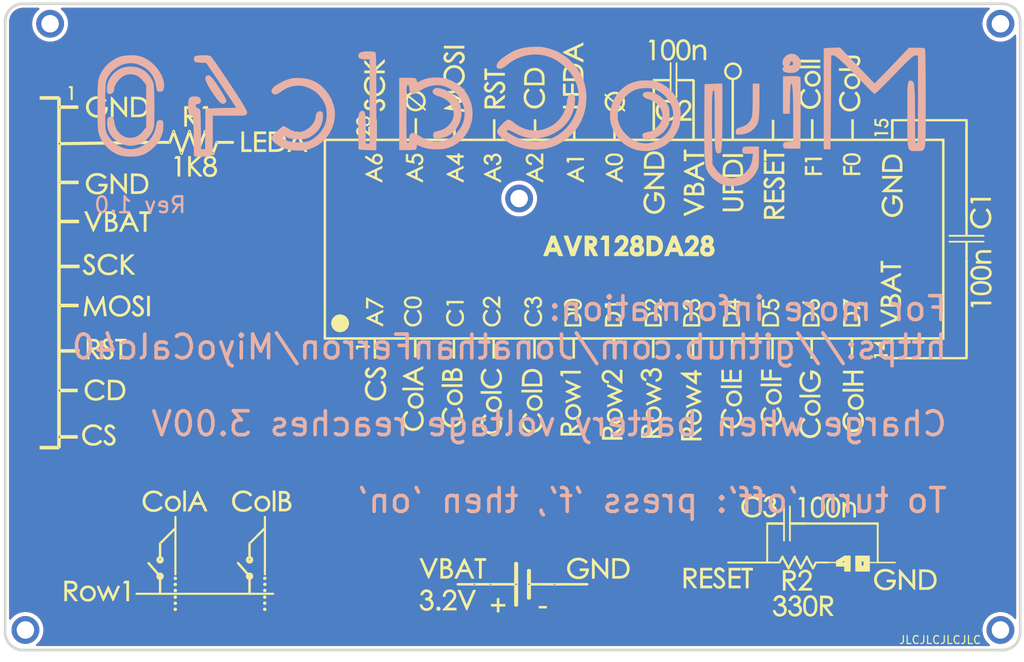
<source format=kicad_pcb>
(kicad_pcb (version 20211014) (generator pcbnew)
  (title_block (title "MiyoCalc40"))
  (layers (0 "F.Cu" signal) (31 "B.Cu" signal) (34 "B.Paste" user) (35 "F.Paste" user) (36 "B.SilkS" user "B.Silkscreen") (37 "F.SilkS" user "F.Silkscreen") (38 "B.Mask" user) (39 "F.Mask" user) (44 "Edge.Cuts" user))
  (net 0 "")
  (footprint "MiyoCalc footprints:MountingHole" (layer "F.Cu") (at 107.76 128.42)
    (fp_text reference "H3" hide)
    (fp_text value "M2")
    (pad "1" thru_hole circle (at 0 0) (size 3.5 3.5) (drill 2.2) (layers *.Cu *.Mask))
  )
  (footprint "MiyoCalc footprints:MountingHole" (layer "F.Cu") (at 230.4 128.42)
    (fp_text reference "H4" hide)
    (fp_text value "M2")
    (pad "1" thru_hole circle (at 0 0) (size 3.5 3.5) (drill 2.2) (layers *.Cu *.Mask))
  )
  (footprint "MiyoCalc footprints:MountingHole" (layer "F.Cu") (at 230.4 52.11)
    (fp_text reference "H2" hide)
    (fp_text value "M2")
    (pad "1" thru_hole circle (at 0 0) (size 3.5 3.5) (drill 2.2) (layers *.Cu *.Mask))
  )
  (footprint "MiyoCalc footprints:MountingHole" (layer "F.Cu") (at 110.86 52.11)
    (fp_text reference "H1" hide)
    (fp_text value "M2")
    (pad "1" thru_hole circle (at 0 0) (size 3.5 3.5) (drill 2.2) (layers *.Cu *.Mask))
  )
  (footprint "MiyoCalc footprints:MountingHole" (layer "F.Cu") (at 169.86 74.11)
    (fp_text reference "H7" hide)
    (fp_text value "M2")
    (pad "1" thru_hole circle (at 0 0) (size 3.5 3.5) (drill 2.2) (layers *.Cu *.Mask))
  )
  (gr_poly (pts (xy 204.527286 58.781892) (xy 204.600509 58.783679) (xy 204.669207 58.786657) (xy 204.733381 58.790826) (xy 204.793031 58.796186) (xy 204.848157 58.802738) (xy 204.898758 58.81048) (xy 204.944835 58.819414) (xy 204.966177 58.824327) (xy 204.986388 58.829539) (xy 205.005467 58.835048) (xy 205.023416 58.840854) (xy 205.040234 58.846959) (xy 205.05592 58.853361) (xy 205.070476 58.860061) (xy 205.0839 58.867059) (xy 205.096193 58.874354) (xy 205.107356 58.881947) (xy 205.117387 58.889838) (xy 205.126287 58.898027) (xy 205.134056 58.906514) (xy 205.140694 58.915298) (xy 205.146201 58.92438) (xy 205.15057 58.933745) (xy 205.163896 59.247904) (xy 205.173418 60.099436) (xy 205.181036 63.414135) (xy 205.150563 67.742295) (xy 204.144723 67.742295) (xy 203.971367 67.74182) (xy 203.817062 67.740395) (xy 203.681807 67.738019) (xy 203.565602 67.734692) (xy 203.468447 67.730415) (xy 203.390343 67.725187) (xy 203.358435 67.722216) (xy 203.331289 67.719007) (xy 203.308905 67.715561) (xy 203.291285 67.711877) (xy 203.272829 67.70354) (xy 203.255565 67.693776) (xy 203.239491 67.682582) (xy 203.224607 67.66996) (xy 203.210914 67.655909) (xy 203.198412 67.640429) (xy 203.1871 67.623521) (xy 203.17698 67.605184) (xy 203.168049 67.585418) (xy 203.16031 67.564224) (xy 203.153761 67.541602) (xy 203.148403 67.517551) (xy 203.144235 67.492071) (xy 203.141258 67.465163) (xy 203.139472 67.436826) (xy 203.138877 67.407061) (xy 203.139115 67.388376) (xy 203.139829 67.370404) (xy 203.14102 67.353146) (xy 203.142687 67.336601) (xy 203.144831 67.320769) (xy 203.147451 67.305651) (xy 203.150547 67.291246) (xy 203.154119 67.277554) (xy 203.158168 67.264576) (xy 203.162693 67.252312) (xy 203.167694 67.24076) (xy 203.173172 67.229922) (xy 203.179125 67.219798) (xy 203.185555 67.210387) (xy 203.192462 67.20169) (xy 203.199844 67.193706) (xy 203.204013 67.182634) (xy 203.208896 67.172275) (xy 203.214494 67.162632) (xy 203.220805 67.153702) (xy 203.227831 67.145487) (xy 203.235571 67.137987) (xy 203.244025 67.131201) (xy 203.253193 67.125129) (xy 203.263075 67.119772) (xy 203.273672 67.115129) (xy 203.284983 67.111201) (xy 203.297008 67.107987) (xy 203.309747 67.105487) (xy 203.323201 67.103701) (xy 203.337369 67.10263) (xy 203.352252 67.102273) (xy 203.385589 67.094628) (xy 203.424642 67.086988) (xy 203.46941 67.079353) (xy 203.519893 67.071724) (xy 203.576091 67.0641) (xy 203.638004 67.05648) (xy 203.778974 67.041257) (xy 204.419052 67.010839) (xy 204.419052 63.261796) (xy 204.414765 62.390264) (xy 204.409408 61.998074) (xy 204.401907 61.634935) (xy 204.392262 61.300848) (xy 204.380475 60.995811) (xy 204.366545 60.719825) (xy 204.350471 60.472891) (xy 204.332255 60.255007) (xy 204.311895 60.066174) (xy 204.289392 59.906393) (xy 204.264746 59.775663) (xy 204.237956 59.673984) (xy 204.223758 59.634038) (xy 204.209024 59.601356) (xy 204.193754 59.575936) (xy 204.177949 59.557779) (xy 204.161607 59.546885) (xy 204.14473 59.543253) (xy 204.133448 59.543551) (xy 204.122464 59.544444) (xy 204.111778 59.545932) (xy 204.101389 59.548016) (xy 204.091298 59.550694) (xy 204.081505 59.553969) (xy 204.072009 59.557838) (xy 204.062811 59.562303) (xy 204.053911 59.567363) (xy 204.045309 59.573018) (xy 204.037004 59.579268) (xy 204.028997 59.586114) (xy 204.021288 59.593555) (xy 204.013876 59.601592) (xy 203.999946 59.61945) (xy 203.987206 59.63969) (xy 203.975657 59.662311) (xy 203.965299 59.687313) (xy 203.956132 59.714697) (xy 203.948155 59.744461) (xy 203.941369 59.776607) (xy 203.935774 59.811134) (xy 203.931369 59.848041) (xy 203.916604 59.932814) (xy 203.902792 60.049972) (xy 203.889933 60.199515) (xy 203.878027 60.381443) (xy 203.857072 60.842456) (xy 203.839928 61.433012) (xy 203.809455 63.35323) (xy 203.138897 63.35323) (xy 203.138897 58.811715) (xy 204.114257 58.781297) (xy 204.449539 58.781297)) (layer "B.SilkS") (width 0.18) (fill solid))
  (gr_poly (pts (xy 195.336091 63.962971) (xy 195.336098 63.962765) (xy 195.332764 64.963829) (xy 195.322763 65.833452) (xy 195.306094 66.571634) (xy 195.282757 67.178375) (xy 195.268588 67.432455) (xy 195.252753 67.653675) (xy 195.23525 67.842034) (xy 195.216081 67.997533) (xy 195.195245 68.120172) (xy 195.172743 68.20995) (xy 195.160866 68.242516) (xy 195.148573 68.266868) (xy 195.135863 68.283004) (xy 195.122737 68.290925) (xy 195.079396 68.305225) (xy 195.040818 68.317619) (xy 195.007004 68.328106) (xy 194.977952 68.336686) (xy 194.953664 68.34336) (xy 194.934139 68.348127) (xy 194.926162 68.349795) (xy 194.919376 68.350987) (xy 194.91378 68.351702) (xy 194.909375 68.35194) (xy 194.87961 68.349083) (xy 194.865264 68.345511) (xy 194.851274 68.340511) (xy 194.824366 68.326224) (xy 194.798887 68.306222) (xy 194.774836 68.280506) (xy 194.752214 68.249075) (xy 194.731021 68.211928) (xy 194.711257 68.169068) (xy 194.692921 68.120492) (xy 194.676014 68.066201) (xy 194.660535 68.006195) (xy 194.646485 67.940475) (xy 194.633864 67.869039) (xy 194.622672 67.791889) (xy 194.612908 67.709023) (xy 194.604573 67.620443) (xy 194.577901 67.134666) (xy 194.558849 66.40886) (xy 194.547417 65.443026) (xy 194.543606 64.237162) (xy 194.541702 62.953191) (xy 194.535989 61.966401) (xy 194.526466 61.276794) (xy 194.520276 61.043433) (xy 194.513133 60.884368) (xy 194.508609 60.825312) (xy 194.505811 60.797212) (xy 194.502656 60.770065) (xy 194.499144 60.743871) (xy 194.495274 60.718629) (xy 194.491047 60.69434) (xy 194.486463 60.671003) (xy 194.481522 60.648618) (xy 194.476224 60.627186) (xy 194.470568 60.606707) (xy 194.464555 60.58718) (xy 194.458185 60.568605) (xy 194.451458 60.550984) (xy 194.444374 60.534314) (xy 194.436932 60.518597) (xy 194.429134 60.503833) (xy 194.420978 60.490021) (xy 194.412465 60.477162) (xy 194.403594 60.465255) (xy 194.394367 60.454301) (xy 194.384782 60.444299) (xy 194.37484 60.43525) (xy 194.364541 60.427153) (xy 194.353885 60.420009) (xy 194.342872 60.413817) (xy 194.331501 60.408578) (xy 194.319774 60.404292) (xy 194.307689 60.400958) (xy 194.295247 60.398576) (xy 194.282448 60.397147) (xy 194.269291 60.396671) (xy 194.239763 60.40441) (xy 194.21214 60.427628) (xy 194.186422 60.466323) (xy 194.16261 60.520497) (xy 194.140702 60.590148) (xy 194.120699 60.675278) (xy 194.102602 60.775886) (xy 194.086409 60.891973) (xy 194.059739 61.17058) (xy 194.04069 61.5111) (xy 194.02926 61.913532) (xy 194.02545 62.377877) (xy 194.02545 65.09058) (xy 194.086417 69.814962) (xy 194.452172 70.363605) (xy 194.498607 70.431471) (xy 194.546471 70.497909) (xy 194.595763 70.562917) (xy 194.646484 70.626497) (xy 194.698633 70.688648) (xy 194.752211 70.74937) (xy 194.807218 70.808664) (xy 194.863654 70.866529) (xy 194.921519 70.922965) (xy 194.980812 70.977972) (xy 195.041533 71.03155) (xy 195.103684 71.0837) (xy 195.167263 71.134421) (xy 195.23227 71.183713) (xy 195.298707 71.231577) (xy 195.366571 71.278011) (xy 195.439319 71.322303) (xy 195.51278 71.363737) (xy 195.586956 71.402313) (xy 195.661845 71.438032) (xy 195.73745 71.470894) (xy 195.813768 71.500898) (xy 195.890801 71.528044) (xy 195.968548 71.552333) (xy 196.04701 71.573764) (xy 196.126186 71.592338) (xy 196.206076 71.608055) (xy 196.286681 71.620913) (xy 196.368001 71.630915) (xy 196.450034 71.638059) (xy 196.532783 71.642345) (xy 196.616246 71.643774) (xy 196.737451 71.640916) (xy 196.857228 71.632343) (xy 196.975576 71.618056) (xy 197.092495 71.598053) (xy 197.207986 71.572336) (xy 197.322047 71.540903) (xy 197.43468 71.503755) (xy 197.545885 71.460892) (xy 197.65566 71.412315) (xy 197.764007 71.358022) (xy 197.870925 71.298014) (xy 197.976414 71.232291) (xy 198.080474 71.160853) (xy 198.183106 71.0837) (xy 198.284309 71.000832) (xy 198.384083 70.912249) (xy 198.480525 70.815452) (xy 198.571727 70.715559) (xy 198.657691 70.61257) (xy 198.738416 70.506486) (xy 198.813901 70.397305) (xy 198.884148 70.285029) (xy 198.949156 70.169657) (xy 199.008925 70.051189) (xy 199.063456 69.929625) (xy 199.112747 69.804966) (xy 199.1568 69.677211) (xy 199.195614 69.54636) (xy 199.229189 69.412414) (xy 199.257525 69.275373) (xy 199.280623 69.135236) (xy 199.298482 68.992004) (xy 199.359449 68.382413) (xy 198.688892 68.382413) (xy 198.580309 68.381938) (xy 198.483155 68.380513) (xy 198.39743 68.378137) (xy 198.323136 68.374811) (xy 198.260271 68.370533) (xy 198.233124 68.368038) (xy 198.208836 68.365305) (xy 198.187404 68.362334) (xy 198.168831 68.359126) (xy 198.153114 68.355679) (xy 198.140255 68.351995) (xy 198.125492 68.347715) (xy 198.111681 68.342482) (xy 198.098823 68.336295) (xy 198.092751 68.332845) (xy 198.086917 68.329155) (xy 198.081321 68.325228) (xy 198.075964 68.321062) (xy 198.070844 68.316658) (xy 198.065963 68.312016) (xy 198.06132 68.307135) (xy 198.056915 68.302015) (xy 198.052748 68.296658) (xy 198.048819 68.291062) (xy 198.045128 68.285228) (xy 198.041676 68.279155) (xy 198.035485 68.266295) (xy 198.030247 68.252482) (xy 198.025961 68.237715) (xy 198.022627 68.221995) (xy 198.020246 68.205321) (xy 198.018818 68.187694) (xy 198.018341 68.169114) (xy 198.018818 68.120902) (xy 198.020246 68.075309) (xy 198.022627 68.032334) (xy 198.025961 67.991977) (xy 198.030247 67.954239) (xy 198.035485 67.919119) (xy 198.041676 67.886618) (xy 198.048819 67.856735) (xy 198.052748 67.842775) (xy 198.056915 67.82947) (xy 198.06132 67.81682) (xy 198.065963 67.804824) (xy 198.070844 67.793482) (xy 198.075964 67.782796) (xy 198.081321 67.772764) (xy 198.086917 67.763386) (xy 198.092751 67.754663) (xy 198.098823 67.746595) (xy 198.105133 67.739181) (xy 198.111681 67.732422) (xy 198.118467 67.726318) (xy 198.125492 67.720868) (xy 198.132755 67.716072) (xy 198.140255 67.711932) (xy 198.157876 67.704543) (xy 198.18026 67.697631) (xy 198.239315 67.685237) (xy 198.31742 67.67475) (xy 198.414575 67.66617) (xy 198.530781 67.659497) (xy 198.666035 67.65473) (xy 198.82034 67.65187) (xy 198.993694 67.650916) (xy 199.938573 67.650916) (xy 199.938573 68.931071) (xy 199.93762 69.142997) (xy 199.934762 69.336829) (xy 199.929999 69.512564) (xy 199.92333 69.670203) (xy 199.914757 69.809746) (xy 199.904278 69.931192) (xy 199.891894 70.03454) (xy 199.884988 70.079428) (xy 199.877606 70.119791) (xy 199.869152 70.154796) (xy 199.859031 70.191229) (xy 199.847244 70.229091) (xy 199.83379 70.268382) (xy 199.801881 70.35125) (xy 199.763304 70.439833) (xy 199.71806 70.534132) (xy 199.666149 70.634145) (xy 199.60757 70.739873) (xy 199.542324 70.851316) (xy 199.413141 71.046934) (xy 199.277053 71.229931) (xy 199.13406 71.400308) (xy 198.984161 71.558065) (xy 198.827356 71.703201) (xy 198.663645 71.835716) (xy 198.493029 71.955612) (xy 198.315508 72.062887) (xy 198.131081 72.157541) (xy 197.939748 72.239575) (xy 197.741509 72.308988) (xy 197.536365 72.365781) (xy 197.324316 72.409953) (xy 197.10536 72.441504) (xy 196.879499 72.460435) (xy 196.646733 72.466746) (xy 196.476712 72.462817) (xy 196.309548 72.45103) (xy 196.145242 72.431385) (xy 195.983794 72.403881) (xy 195.825203 72.36852) (xy 195.669469 72.325301) (xy 195.516593 72.274223) (xy 195.366575 72.215288) (xy 195.219414 72.148494) (xy 195.075111 72.073842) (xy 194.933665 71.991331) (xy 194.795076 71.900963) (xy 194.659346 71.802736) (xy 194.526472 71.696651) (xy 194.396456 71.582708) (xy 194.269298 71.460906) (xy 194.183813 71.37673) (xy 194.102613 71.291839) (xy 194.0257 71.206234) (xy 193.953072 71.119915) (xy 193.884731 71.032881) (xy 193.820676 70.945132) (xy 193.760906 70.856669) (xy 193.705423 70.767492) (xy 193.654226 70.6776) (xy 193.607315 70.586994) (xy 193.56469 70.495674) (xy 193.526352 70.403639) (xy 193.492299 70.31089) (xy 193.462533 70.217427) (xy 193.437053 70.123249) (xy 193.41586 70.028358) (xy 193.372997 69.805946) (xy 193.335849 69.519718) (xy 193.304416 69.169673) (xy 193.278699 68.755811) (xy 193.258696 68.278133) (xy 193.244408 67.736637) (xy 193.235836 67.131325) (xy 193.232978 66.462196) (xy 193.232978 64.572451) (xy 193.263452 59.787095) (xy 193.453954 59.785194) (xy 193.690174 59.779492) (xy 193.972113 59.769986) (xy 194.299772 59.756676) (xy 194.616001 59.743366) (xy 194.894131 59.733861) (xy 195.134161 59.728158) (xy 195.336091 59.726258)) (layer "B.SilkS") (width 0.18) (fill solid))
  (gr_poly (pts (xy 186.104841 60.763748) (xy 186.170683 60.76732) (xy 186.237238 60.773274) (xy 186.304509 60.781609) (xy 186.372494 60.792325) (xy 186.441193 60.805423) (xy 186.510606 60.820902) (xy 186.580734 60.838763) (xy 186.651577 60.859005) (xy 186.723134 60.881628) (xy 186.795405 60.906632) (xy 186.86839 60.934018) (xy 186.94209 60.963785) (xy 187.016504 60.995933) (xy 187.091632 61.030462) (xy 187.167475 61.067373) (xy 187.167447 61.067332) (xy 187.243052 61.110313) (xy 187.317465 61.155437) (xy 187.390689 61.202705) (xy 187.462721 61.252115) (xy 187.533563 61.303669) (xy 187.603215 61.357367) (xy 187.671676 61.413207) (xy 187.738946 61.471191) (xy 187.805025 61.531318) (xy 187.869915 61.593587) (xy 187.933613 61.658) (xy 187.996121 61.724556) (xy 188.057438 61.793255) (xy 188.117565 61.864097) (xy 188.176502 61.937083) (xy 188.234247 62.012211) (xy 188.307115 62.123654) (xy 188.373314 62.229382) (xy 188.432845 62.329395) (xy 188.485707 62.423693) (xy 188.531902 62.512277) (xy 188.552499 62.554425) (xy 188.571429 62.595145) (xy 188.588693 62.634435) (xy 188.604289 62.672297) (xy 188.618219 62.708731) (xy 188.630483 62.743735) (xy 188.644769 62.811838) (xy 188.657151 62.894227) (xy 188.667629 62.990904) (xy 188.676201 63.101869) (xy 188.68287 63.227122) (xy 188.687633 63.366664) (xy 188.690491 63.520495) (xy 188.691443 63.688615) (xy 188.690491 63.856734) (xy 188.687633 64.010565) (xy 188.68287 64.150107) (xy 188.676201 64.27536) (xy 188.667629 64.386325) (xy 188.657151 64.483002) (xy 188.651198 64.525983) (xy 188.644769 64.565392) (xy 188.637864 64.601229) (xy 188.630483 64.633494) (xy 188.621911 64.664687) (xy 188.611434 64.69731) (xy 188.599052 64.731361) (xy 188.584765 64.766841) (xy 188.568573 64.80375) (xy 188.550476 64.842087) (xy 188.530473 64.881854) (xy 188.508566 64.923049) (xy 188.459035 65.009725) (xy 188.401884 65.102116) (xy 188.337112 65.200223) (xy 188.264721 65.304044) (xy 188.217691 65.372029) (xy 188.168041 65.438824) (xy 188.115773 65.504428) (xy 188.060885 65.568841) (xy 188.003377 65.632064) (xy 187.943251 65.694096) (xy 187.880505 65.754938) (xy 187.815139 65.814589) (xy 187.747155 65.87305) (xy 187.676551 65.93032) (xy 187.603327 65.986399) (xy 187.527485 66.041288) (xy 187.449023 66.094986) (xy 187.367941 66.147494) (xy 187.284241 66.198811) (xy 187.197921 66.248937) (xy 187.111005 66.293229) (xy 187.025519 66.334663) (xy 186.941461 66.373239) (xy 186.858832 66.408958) (xy 186.777632 66.44182) (xy 186.69786 66.471824) (xy 186.619517 66.49897) (xy 186.542603 66.523259) (xy 186.467118 66.54469) (xy 186.393062 66.563264) (xy 186.320434 66.578981) (xy 186.249235 66.591839) (xy 186.179465 66.601841) (xy 186.111123 66.608984) (xy 186.04421 66.613271) (xy 185.978727 66.6147) (xy 185.946848 66.614253) (xy 185.915981 66.612914) (xy 185.886126 66.610681) (xy 185.857284 66.607556) (xy 185.829453 66.603538) (xy 185.802634 66.598627) (xy 185.776828 66.592823) (xy 185.752033 66.586125) (xy 185.728251 66.578535) (xy 185.70548 66.570052) (xy 185.683721 66.560676) (xy 185.662975 66.550408) (xy 185.64324 66.539246) (xy 185.624518 66.527191) (xy 185.606808 66.514243) (xy 185.590109 66.500402) (xy 185.574423 66.485668) (xy 185.559748 66.470042) (xy 185.546086 66.453522) (xy 185.533436 66.436109) (xy 185.521798 66.417804) (xy 185.511171 66.398605) (xy 185.501557 66.378513) (xy 185.492955 66.357529) (xy 185.485365 66.335651) (xy 185.478787 66.31288) (xy 185.47322 66.289217) (xy 185.468666 66.26466) (xy 185.465124 66.23921) (xy 185.462594 66.212868) (xy 185.461076 66.185632) (xy 185.46057 66.157503) (xy 185.461165 66.138816) (xy 185.46191 66.12974) (xy 185.462951 66.120842) (xy 185.464291 66.112123) (xy 185.465928 66.103582) (xy 185.467863 66.09522) (xy 185.470095 66.087036) (xy 185.472625 66.07903) (xy 185.475453 66.071203) (xy 185.478578 66.063554) (xy 185.482001 66.056083) (xy 185.485722 66.048791) (xy 185.48974 66.041677) (xy 185.494057 66.034742) (xy 185.49867 66.027985) (xy 185.503582 66.021406) (xy 185.508791 66.015006) (xy 185.514298 66.008784) (xy 185.520102 66.002741) (xy 185.526205 65.996876) (xy 185.532605 65.99119) (xy 185.539302 65.985681) (xy 185.546298 65.980352) (xy 185.553591 65.9752) (xy 185.561181 65.970227) (xy 185.577256 65.960816) (xy 185.594522 65.952119) (xy 185.612978 65.944135) (xy 185.65108 65.927931) (xy 185.704421 65.909824) (xy 185.773002 65.889817) (xy 185.856823 65.867907) (xy 185.955883 65.844096) (xy 186.070183 65.818384) (xy 186.344503 65.761254) (xy 186.401772 65.744584) (xy 186.459279 65.725058) (xy 186.517024 65.702674) (xy 186.575007 65.677432) (xy 186.633228 65.649334) (xy 186.691688 65.618378) (xy 186.750385 65.584565) (xy 186.80932 65.547894) (xy 186.868494 65.508367) (xy 186.927906 65.465981) (xy 186.987556 65.420739) (xy 187.047444 65.372639) (xy 187.107571 65.321681) (xy 187.167936 65.267866) (xy 187.22854 65.211194) (xy 187.289382 65.151664) (xy 187.370584 65.06725) (xy 187.446547 64.981645) (xy 187.517271 64.89485) (xy 187.582756 64.806864) (xy 187.643002 64.717687) (xy 187.698009 64.62732) (xy 187.747777 64.535762) (xy 187.792307 64.443013) (xy 187.831597 64.349074) (xy 187.865649 64.253943) (xy 187.894462 64.157622) (xy 187.918036 64.060111) (xy 187.936372 63.961408) (xy 187.949469 63.861515) (xy 187.957327 63.76043) (xy 187.959946 63.658155) (xy 187.95816 63.574691) (xy 187.952803 63.491941) (xy 187.943873 63.409906) (xy 187.931372 63.328586) (xy 187.915299 63.24798) (xy 187.895654 63.168088) (xy 187.872437 63.088911) (xy 187.845649 63.010449) (xy 187.815288 62.932701) (xy 187.781356 62.855668) (xy 187.743851 62.779349) (xy 187.702775 62.703745) (xy 187.658127 62.628856) (xy 187.609907 62.55468) (xy 187.558114 62.48122) (xy 187.50275 62.408474) (xy 187.440601 62.333703) (xy 187.37607 62.26179) (xy 187.309157 62.192734) (xy 187.239864 62.126536) (xy 187.168189 62.063195) (xy 187.094132 62.002712) (xy 187.017694 61.945086) (xy 186.938875 61.890318) (xy 186.857674 61.838407) (xy 186.774093 61.789354) (xy 186.68813 61.743158) (xy 186.599785 61.69982) (xy 186.50906 61.659339) (xy 186.415953 61.621716) (xy 186.320465 61.58695) (xy 186.222596 61.555042) (xy 186.134013 61.524563) (xy 186.051144 61.494084) (xy 185.973992 61.463604) (xy 185.902554 61.433125) (xy 185.836831 61.402646) (xy 185.776823 61.372166) (xy 185.748962 61.356927) (xy 185.72253 61.341687) (xy 185.697527 61.326447) (xy 185.673952 61.311208) (xy 185.651806 61.295968) (xy 185.631089 61.280728) (xy 185.611801 61.265489) (xy 185.593942 61.250249) (xy 185.577511 61.235009) (xy 185.562509 61.21977) (xy 185.548936 61.20453) (xy 185.536791 61.18929) (xy 185.526075 61.17405) (xy 185.516789 61.158811) (xy 185.50893 61.143571) (xy 185.502501 61.128331) (xy 185.4975 61.113092) (xy 185.493928 61.097852) (xy 185.491785 61.082612) (xy 185.491071 61.067373) (xy 185.491607 61.04862) (xy 185.493214 61.030462) (xy 185.495893 61.0129) (xy 185.499644 60.995933) (xy 185.504466 60.979561) (xy 185.510359 60.963785) (xy 185.517324 60.948604) (xy 185.525361 60.934018) (xy 185.53447 60.920027) (xy 185.544649 60.906632) (xy 185.555901 60.893832) (xy 185.568224 60.881628) (xy 185.581619 60.870019) (xy 185.596085 60.859005) (xy 185.628232 60.838763) (xy 185.664665 60.820902) (xy 185.705385 60.805423) (xy 185.750391 60.792325) (xy 185.799683 60.781609) (xy 185.853261 60.773274) (xy 185.911126 60.76732) (xy 185.973277 60.763748) (xy 186.039714 60.762557)) (layer "B.SilkS") (width 0.18) (fill solid))
  (gr_poly (pts (xy 159.596488 60.277215) (xy 159.651735 60.284362) (xy 159.718411 60.296274) (xy 159.796516 60.31295) (xy 159.886051 60.334391) (xy 159.987015 60.360595) (xy 160.09941 60.391563) (xy 160.223234 60.427296) (xy 160.223234 60.427241) (xy 160.321817 60.459387) (xy 160.419448 60.494867) (xy 160.516126 60.533681) (xy 160.611852 60.575829) (xy 160.706624 60.621311) (xy 160.800445 60.670127) (xy 160.893313 60.722276) (xy 160.985228 60.777759) (xy 161.076191 60.836577) (xy 161.166202 60.898728) (xy 161.255261 60.964213) (xy 161.343367 61.033032) (xy 161.430521 61.105185) (xy 161.516722 61.180671) (xy 161.601972 61.259492) (xy 161.686269 61.341647) (xy 161.764256 61.425704) (xy 161.838194 61.510237) (xy 161.908083 61.595247) (xy 161.973924 61.680733) (xy 162.035718 61.766695) (xy 162.093462 61.853134) (xy 162.147159 61.940049) (xy 162.196807 62.027441) (xy 162.242408 62.115308) (xy 162.28396 62.203653) (xy 162.321465 62.292473) (xy 162.354921 62.38177) (xy 162.384329 62.471544) (xy 162.40969 62.561793) (xy 162.431002 62.652519) (xy 162.448267 62.743722) (xy 162.462554 62.832781) (xy 162.474936 62.917078) (xy 162.485413 62.996612) (xy 162.493986 63.071384) (xy 162.500654 63.141392) (xy 162.505417 63.206638) (xy 162.508275 63.26712) (xy 162.509228 63.322839) (xy 162.506132 63.470477) (xy 162.496845 63.61621) (xy 162.481367 63.760038) (xy 162.459697 63.901961) (xy 162.431836 64.041979) (xy 162.397783 64.180092) (xy 162.35754 64.3163) (xy 162.311105 64.450602) (xy 162.258479 64.583) (xy 162.199661 64.713492) (xy 162.134653 64.842079) (xy 162.063453 64.968761) (xy 161.986062 65.093538) (xy 161.90248 65.21641) (xy 161.812707 65.337377) (xy 161.716743 65.456438) (xy 161.612681 65.570985) (xy 161.506239 65.678387) (xy 161.397416 65.778644) (xy 161.286211 65.871755) (xy 161.172625 65.957722) (xy 161.056658 66.036544) (xy 160.93831 66.108221) (xy 160.81758 66.172754) (xy 160.69447 66.230141) (xy 160.568978 66.280384) (xy 160.441105 66.323483) (xy 160.310851 66.359436) (xy 160.178216 66.388245) (xy 160.0432 66.409909) (xy 159.905803 66.424429) (xy 159.766024 66.431805) (xy 159.657438 66.43846) (xy 159.560283 66.443214) (xy 159.474557 66.446066) (xy 159.400262 66.447017) (xy 159.3674 66.44678) (xy 159.337396 66.446066) (xy 159.31025 66.444878) (xy 159.285961 66.443214) (xy 159.26453 66.441075) (xy 159.245956 66.43846) (xy 159.230239 66.43537) (xy 159.217381 66.431805) (xy 159.206308 66.423468) (xy 159.195949 66.413704) (xy 159.186306 66.40251) (xy 159.177376 66.389888) (xy 159.169162 66.375837) (xy 159.161661 66.360357) (xy 159.154875 66.343449) (xy 159.148804 66.325112) (xy 159.143446 66.305346) (xy 159.138803 66.284152) (xy 159.134875 66.26153) (xy 159.131661 66.237479) (xy 159.129161 66.211999) (xy 159.127375 66.185091) (xy 159.126304 66.156754) (xy 159.125947 66.126989) (xy 159.126304 66.100921) (xy 159.127375 66.076042) (xy 159.129161 66.052354) (xy 159.131661 66.029855) (xy 159.134875 66.008546) (xy 159.138803 65.988427) (xy 159.143446 65.969498) (xy 159.148804 65.951759) (xy 159.15175 65.943335) (xy 159.154875 65.935209) (xy 159.158179 65.92738) (xy 159.161661 65.919849) (xy 159.165322 65.912616) (xy 159.169162 65.905679) (xy 159.17318 65.89904) (xy 159.177376 65.892699) (xy 159.181752 65.886655) (xy 159.186306 65.880908) (xy 159.191038 65.875459) (xy 159.195949 65.870307) (xy 159.201039 65.865453) (xy 159.206308 65.860896) (xy 159.211755 65.856636) (xy 159.217381 65.852674) (xy 159.229763 65.841363) (xy 159.244051 65.830289) (xy 159.260244 65.819453) (xy 159.278341 65.808854) (xy 159.298344 65.798493) (xy 159.320252 65.78837) (xy 159.344065 65.778484) (xy 159.369783 65.768836) (xy 159.397406 65.759426) (xy 159.426934 65.750253) (xy 159.491704 65.732622) (xy 159.564094 65.715941) (xy 159.644103 65.700211) (xy 159.757094 65.675565) (xy 159.867466 65.647347) (xy 159.975218 65.615558) (xy 160.080351 65.580197) (xy 160.182865 65.541263) (xy 160.282759 65.498758) (xy 160.380033 65.452682) (xy 160.474688 65.403033) (xy 160.566724 65.349812) (xy 160.65614 65.29302) (xy 160.742937 65.232655) (xy 160.827114 65.168719) (xy 160.908671 65.10121) (xy 160.987609 65.03013) (xy 161.063927 64.955477) (xy 161.137626 64.877253) (xy 161.207753 64.796647) (xy 161.273355 64.714851) (xy 161.334433 64.631864) (xy 161.390988 64.547686) (xy 161.443017 64.462318) (xy 161.490523 64.375759) (xy 161.533505 64.28801) (xy 161.571962 64.19907) (xy 161.605895 64.10894) (xy 161.635303 64.017619) (xy 161.660187 63.925107) (xy 161.680547 63.831405) (xy 161.696383 63.736512) (xy 161.707694 63.640429) (xy 161.71448 63.543155) (xy 161.716743 63.444691) (xy 161.71579 63.38373) (xy 161.712932 63.322769) (xy 161.70817 63.261808) (xy 161.701502 63.200848) (xy 161.692929 63.139888) (xy 161.682451 63.078928) (xy 161.670068 63.017969) (xy 161.655781 62.957009) (xy 161.639588 62.89605) (xy 161.62149 62.835091) (xy 161.601487 62.774132) (xy 161.57958 62.713173) (xy 161.555767 62.652214) (xy 161.53005 62.591256) (xy 161.502428 62.530297) (xy 161.472901 62.469338) (xy 161.412298 62.353372) (xy 161.34479 62.241692) (xy 161.270376 62.134298) (xy 161.189057 62.03119) (xy 161.100832 61.932368) (xy 161.005702 61.837832) (xy 160.903667 61.747582) (xy 160.794725 61.661618) (xy 160.678879 61.57994) (xy 160.556126 61.502549) (xy 160.426468 61.429444) (xy 160.289904 61.360624) (xy 160.146434 61.296091) (xy 159.996059 61.235844) (xy 159.838778 61.179884) (xy 159.67459 61.12821) (xy 159.600772 61.104873) (xy 159.531716 61.080585) (xy 159.467422 61.055343) (xy 159.407891 61.02915) (xy 159.379911 61.015696) (xy 159.353122 61.002004) (xy 159.327523 60.988074) (xy 159.303115 60.973906) (xy 159.279898 60.959499) (xy 159.257871 60.944855) (xy 159.237035 60.929972) (xy 159.217389 60.914852) (xy 159.198934 60.899493) (xy 159.18167 60.883896) (xy 159.165596 60.868061) (xy 159.150713 60.851988) (xy 159.137021 60.835677) (xy 159.124519 60.819128) (xy 159.113208 60.802341) (xy 159.103087 60.785315) (xy 159.094157 60.768052) (xy 159.086418 60.75055) (xy 159.07987 60.73281) (xy 159.074512 60.714833) (xy 159.070344 60.696617) (xy 159.067368 60.678163) (xy 159.065582 60.65947) (xy 159.064986 60.64054) (xy 159.065582 60.618164) (xy 159.066326 60.607332) (xy 159.067368 60.596738) (xy 159.068707 60.586382) (xy 159.070344 60.576265) (xy 159.072279 60.566384) (xy 159.074511 60.556742) (xy 159.077041 60.547338) (xy 159.079869 60.538171) (xy 159.082994 60.529243) (xy 159.086418 60.520552) (xy 159.090138 60.5121) (xy 159.094157 60.503885) (xy 159.098473 60.495908) (xy 159.103087 60.488168) (xy 159.107998 60.480667) (xy 159.113207 60.473404) (xy 159.118714 60.466379) (xy 159.124519 60.459591) (xy 159.130621 60.453041) (xy 159.137021 60.44673) (xy 159.143719 60.440656) (xy 159.150714 60.43482) (xy 159.158007 60.429222) (xy 159.165598 60.423862) (xy 159.173486 60.41874) (xy 159.181672 60.413856) (xy 159.190156 60.40921) (xy 159.198938 60.404801) (xy 159.208017 60.400631) (xy 159.217394 60.396699) (xy 159.240133 60.381942) (xy 159.262634 60.368136) (xy 159.284897 60.355283) (xy 159.306922 60.343382) (xy 159.328709 60.332434) (xy 159.350258 60.322437) (xy 159.37157 60.313392) (xy 159.392643 60.305299) (xy 159.413479 60.298159) (xy 159.434077 60.29197) (xy 159.454437 60.286734) (xy 159.474559 60.28245) (xy 159.494444 60.279117) (xy 159.51409 60.276737) (xy 159.533499 60.275309) (xy 159.55267 60.274833)) (layer "B.SilkS") (width 0.18) (fill solid))
  (gr_poly (pts (xy 121.109503 57.59373) (xy 121.191893 57.596944) (xy 121.273331 57.602302) (xy 121.353816 57.609802) (xy 121.433349 57.619446) (xy 121.51193 57.631233) (xy 121.589558 57.645162) (xy 121.666234 57.661235) (xy 121.741958 57.679451) (xy 121.816729 57.69981) (xy 121.890547 57.722313) (xy 121.963413 57.746958) (xy 122.035327 57.773747) (xy 122.106289 57.802679) (xy 122.176298 57.833755) (xy 122.245354 57.866973) (xy 122.324055 57.90555) (xy 122.400137 57.94508) (xy 122.473599 57.985562) (xy 122.544442 58.026997) (xy 122.612665 58.069384) (xy 122.678269 58.112723) (xy 122.741253 58.157015) (xy 122.801618 58.202259) (xy 122.859363 58.248455) (xy 122.914489 58.295604) (xy 122.966996 58.343705) (xy 123.016882 58.392759) (xy 123.06415 58.442765) (xy 123.108797 58.493724) (xy 123.150825 58.545634) (xy 123.190234 58.598498) (xy 123.249771 58.667316) (xy 123.30645 58.736611) (xy 123.360271 58.806381) (xy 123.411234 58.876628) (xy 123.459338 58.947351) (xy 123.504584 59.01855) (xy 123.546972 59.090225) (xy 123.586502 59.162376) (xy 123.623173 59.235004) (xy 123.656986 59.308107) (xy 123.687941 59.381687) (xy 123.716037 59.455744) (xy 123.741275 59.530276) (xy 123.763654 59.605285) (xy 123.783175 59.68077) (xy 123.799837 59.756731) (xy 123.821269 59.926279) (xy 123.839842 60.145356) (xy 123.855557 60.413963) (xy 123.868414 60.732099) (xy 123.885557 61.516959) (xy 123.891271 62.499935) (xy 123.889371 63.381949) (xy 123.883668 64.077271) (xy 123.874163 64.585905) (xy 123.867983 64.770213) (xy 123.860853 64.90785) (xy 123.852638 64.96107) (xy 123.843233 65.014053) (xy 123.832637 65.066798) (xy 123.820851 65.119304) (xy 123.807874 65.171573) (xy 123.793706 65.223604) (xy 123.778348 65.275396) (xy 123.761799 65.326951) (xy 123.744059 65.378267) (xy 123.725129 65.429345) (xy 123.705007 65.480185) (xy 123.683695 65.530786) (xy 123.661192 65.581149) (xy 123.637498 65.631274) (xy 123.612613 65.68116) (xy 123.586538 65.730808) (xy 123.535819 65.824867) (xy 123.482718 65.916544) (xy 123.427236 66.00584) (xy 123.369372 66.092754) (xy 123.309127 66.177288) (xy 123.246501 66.259441) (xy 123.181494 66.339212) (xy 123.114105 66.416602) (xy 123.044335 66.491611) (xy 122.972185 66.564239) (xy 122.897653 66.634486) (xy 122.82074 66.702352) (xy 122.741446 66.767836) (xy 122.659771 66.830939) (xy 122.575715 66.891661) (xy 122.489278 66.950002) (xy 122.397719 67.001675) (xy 122.305921 67.050014) (xy 122.213885 67.09502) (xy 122.121611 67.136692) (xy 122.029098 67.17503) (xy 121.936348 67.210034) (xy 121.843359 67.241705) (xy 121.750132 67.270043) (xy 121.656667 67.295046) (xy 121.562964 67.316716) (xy 121.469022 67.335052) (xy 121.374842 67.350054) (xy 121.280425 67.361723) (xy 121.185769 67.370057) (xy 121.090874 67.375058) (xy 120.995742 67.376725) (xy 120.907164 67.375772) (xy 120.824299 67.372911) (xy 120.747149 67.368145) (xy 120.675714 67.361471) (xy 120.642139 67.357419) (xy 120.609993 67.352891) (xy 120.579277 67.347886) (xy 120.549988 67.342404) (xy 120.522129 67.336445) (xy 120.495699 67.33001) (xy 120.470698 67.323098) (xy 120.447126 67.31571) (xy 120.31556 67.279753) (xy 120.187565 67.240461) (xy 120.063143 67.197837) (xy 119.942292 67.151878) (xy 119.825014 67.102586) (xy 119.711308 67.04996) (xy 119.601174 66.994) (xy 119.494612 66.934707) (xy 119.391621 66.872081) (xy 119.292203 66.80612) (xy 119.196357 66.736827) (xy 119.104084 66.664199) (xy 119.015382 66.588239) (xy 118.930252 66.508945) (xy 118.848694 66.426318) (xy 118.770709 66.340357) (xy 118.696764 66.251775) (xy 118.627345 66.161288) (xy 118.562451 66.068895) (xy 118.502082 65.974598) (xy 118.446239 65.878395) (xy 118.394921 65.780288) (xy 118.348129 65.680275) (xy 118.305862 65.578357) (xy 118.26812 65.474535) (xy 118.234903 65.368808) (xy 118.206211 65.261175) (xy 118.182045 65.151638) (xy 118.162404 65.040196) (xy 118.147288 64.926849) (xy 118.136697 64.811597) (xy 118.130631 64.69444) (xy 118.131585 64.564424) (xy 118.132777 64.504773) (xy 118.134445 64.448695) (xy 118.13659 64.396189) (xy 118.139212 64.347254) (xy 118.14231 64.301892) (xy 118.145885 64.260101) (xy 118.149937 64.221882) (xy 118.154466 64.187236) (xy 118.159471 64.156161) (xy 118.164953 64.128658) (xy 118.170911 64.104726) (xy 118.177346 64.084367) (xy 118.184258 64.067579) (xy 118.191647 64.054363) (xy 118.19617 64.039606) (xy 118.202122 64.025801) (xy 118.209503 64.012948) (xy 118.218313 64.001047) (xy 118.228551 63.990098) (xy 118.240219 63.980101) (xy 118.253316 63.971056) (xy 118.267842 63.962964) (xy 118.283797 63.955823) (xy 118.301181 63.949635) (xy 118.319993 63.944398) (xy 118.340235 63.940114) (xy 118.361905 63.936782) (xy 118.385004 63.934402) (xy 118.409532 63.932973) (xy 118.435488 63.932497) (xy 118.461681 63.932854) (xy 118.48692 63.933926) (xy 118.511208 63.935711) (xy 118.534543 63.938211) (xy 118.556926 63.941426) (xy 118.578356 63.945354) (xy 118.598834 63.949997) (xy 118.618359 63.955354) (xy 118.636932 63.961426) (xy 118.654553 63.968212) (xy 118.671221 63.975712) (xy 118.686937 63.983927) (xy 118.701701 63.992856) (xy 118.715512 64.0025) (xy 118.72837 64.012858) (xy 118.740276 64.023931) (xy 118.747883 64.036671) (xy 118.755492 64.052029) (xy 118.763101 64.070007) (xy 118.770712 64.090604) (xy 118.785938 64.139655) (xy 118.801168 64.199184) (xy 118.816404 64.269189) (xy 118.831645 64.349673) (xy 118.846891 64.440634) (xy 118.862142 64.542074) (xy 118.879288 64.654943) (xy 118.900244 64.764956) (xy 118.92501 64.872111) (xy 118.953585 64.976409) (xy 118.985971 65.077849) (xy 119.022167 65.176432) (xy 119.062172 65.272158) (xy 119.105987 65.365027) (xy 119.153613 65.455038) (xy 119.205048 65.542192) (xy 119.260293 65.626489) (xy 119.319348 65.707928) (xy 119.382213 65.786509) (xy 119.448888 65.862233) (xy 119.519372 65.9351) (xy 119.593667 66.005109) (xy 119.666773 66.071547) (xy 119.741307 66.133698) (xy 119.81727 66.191562) (xy 119.894662 66.245141) (xy 119.973483 66.294433) (xy 120.053732 66.339439) (xy 120.13541 66.380159) (xy 120.218516 66.416592) (xy 120.303051 66.448739) (xy 120.389015 66.4766) (xy 120.476407 66.500174) (xy 120.565228 66.519463) (xy 120.655477 66.534465) (xy 120.747155 66.54518) (xy 120.840261 66.55161) (xy 120.934795 66.553753) (xy 121.062906 66.550181) (xy 121.188158 66.539465) (xy 121.310554 66.521606) (xy 121.430092 66.496602) (xy 121.546772 66.464455) (xy 121.660595 66.425165) (xy 121.77156 66.37873) (xy 121.879668 66.325151) (xy 121.984918 66.264429) (xy 122.087311 66.196563) (xy 122.186846 66.121553) (xy 122.283523 66.0394) (xy 122.377343 65.950102) (xy 122.468306 65.853661) (xy 122.556411 65.750076) (xy 122.641659 65.639347) (xy 123.037908 65.151678) (xy 123.037908 59.756718) (xy 122.641659 59.299522) (xy 122.55653 59.188795) (xy 122.468782 59.085213) (xy 122.378415 58.988774) (xy 122.285429 58.899479) (xy 122.189822 58.817328) (xy 122.091597 58.74232) (xy 121.990752 58.674456) (xy 121.887288 58.613736) (xy 121.781204 58.560159) (xy 121.6725 58.513726) (xy 121.561177 58.474437) (xy 121.447235 58.442291) (xy 121.330673 58.417289) (xy 121.211491 58.39943) (xy 121.08969 58.388715) (xy 120.965269 58.385143) (xy 120.885734 58.386691) (xy 120.807152 58.391335) (xy 120.729523 58.399074) (xy 120.652846 58.409909) (xy 120.577122 58.423839) (xy 120.50235 58.440865) (xy 120.428531 58.460987) (xy 120.355665 58.484204) (xy 120.283751 58.510517) (xy 120.21279 58.539925) (xy 120.142782 58.572429) (xy 120.073727 58.608028) (xy 120.005625 58.646722) (xy 119.938475 58.688512) (xy 119.872279 58.733398) (xy 119.807035 58.781379) (xy 119.757978 58.820075) (xy 119.709874 58.859962) (xy 119.662722 58.901038) (xy 119.616524 58.943306) (xy 119.571279 58.986763) (xy 119.526986 59.031412) (xy 119.483646 59.07725) (xy 119.441259 59.124279) (xy 119.399825 59.172499) (xy 119.359343 59.221909) (xy 119.319814 59.27251) (xy 119.281238 59.324302) (xy 119.243614 59.377285) (xy 119.206943 59.431458) (xy 119.171224 59.486822) (xy 119.136457 59.543377) (xy 119.099549 59.60017) (xy 119.065023 59.656249) (xy 119.032877 59.711613) (xy 119.003112 59.766262) (xy 118.975729 59.820197) (xy 118.950727 59.873418) (xy 118.928106 59.925924) (xy 118.907866 59.977716) (xy 118.890007 60.028794) (xy 118.87453 60.079157) (xy 118.861434 60.128806) (xy 118.850718 60.17774) (xy 118.842384 60.22596) (xy 118.836431 60.273466) (xy 118.83286 60.320258) (xy 118.831669 60.366335) (xy 118.830955 60.39645) (xy 118.828812 60.425852) (xy 118.82524 60.45454) (xy 118.820239 60.482515) (xy 118.81381 60.509777) (xy 118.805951 60.536326) (xy 118.796664 60.562161) (xy 118.785949 60.587282) (xy 118.773804 60.611691) (xy 118.760231 60.635385) (xy 118.745229 60.658367) (xy 118.728798 60.680635) (xy 118.710939 60.702189) (xy 118.691651 60.72303) (xy 118.670934 60.743157) (xy 118.648788 60.762571) (xy 118.625809 60.780794) (xy 118.602591 60.797349) (xy 118.579136 60.812236) (xy 118.555442 60.825456) (xy 118.53151 60.837007) (xy 118.507341 60.846891) (xy 118.482933 60.855107) (xy 118.458287 60.861656) (xy 118.433403 60.866536) (xy 118.408281 60.869749) (xy 118.382921 60.871294) (xy 118.357323 60.871171) (xy 118.331487 60.869381) (xy 118.305413 60.865923) (xy 118.279102 60.860798) (xy 118.252552 60.854005) (xy 118.226941 60.840312) (xy 118.203473 60.822096) (xy 118.18215 60.799354) (xy 118.162971 60.772089) (xy 118.145936 60.740299) (xy 118.131046 60.703985) (xy 118.118301 60.663146) (xy 118.107699 60.617783) (xy 118.099242 60.567896) (xy 118.09293 60.513484) (xy 118.088762 60.454549) (xy 118.086738 60.391089) (xy 118.086859 60.323104) (xy 118.089125 60.250596) (xy 118.093535 60.173563) (xy 118.10009 60.092007) (xy 118.122949 59.934012) (xy 118.153428 59.780065) (xy 118.191528 59.630166) (xy 118.237248 59.484315) (xy 118.290587 59.342512) (xy 118.351547 59.204757) (xy 118.420127 59.07105) (xy 118.496327 58.941391) (xy 118.580147 58.81578) (xy 118.671587 58.694218) (xy 118.770646 58.576703) (xy 118.877326 58.463237) (xy 118.991626 58.353819) (xy 119.113545 58.248449) (xy 119.243085 58.147127) (xy 119.380244 58.049854) (xy 119.461683 57.99449) (xy 119.545979 57.942698) (xy 119.633133 57.894477) (xy 119.723144 57.849829) (xy 119.816012 57.808753) (xy 119.911738 57.771248) (xy 120.010321 57.737316) (xy 120.111762 57.706955) (xy 120.21606 57.680167) (xy 120.323215 57.65695) (xy 120.433229 57.637305) (xy 120.5461 57.621232) (xy 120.661828 57.608731) (xy 120.780414 57.599802) (xy 120.901859 57.594444) (xy 121.02616 57.592658)) (layer "B.SilkS") (width 0.18) (fill solid))
  (gr_poly (pts (xy 159.593508 58.96508) (xy 159.693164 58.96758) (xy 159.790676 58.971747) (xy 159.886046 58.977582) (xy 159.979272 58.985083) (xy 160.070354 58.99425) (xy 160.159294 59.005085) (xy 160.24609 59.017587) (xy 160.330744 59.031755) (xy 160.413254 59.04759) (xy 160.493621 59.065092) (xy 160.571845 59.08426) (xy 160.647926 59.105095) (xy 160.721864 59.127597) (xy 160.793659 59.151766) (xy 160.863311 59.177601) (xy 160.863325 59.177628) (xy 161.149788 59.290141) (xy 161.42244 59.414323) (xy 161.681281 59.550172) (xy 161.926311 59.69769) (xy 162.15753 59.856876) (xy 162.374937 60.027731) (xy 162.578534 60.210253) (xy 162.76832 60.404444) (xy 162.944294 60.610303) (xy 163.106457 60.827831) (xy 163.254809 61.057026) (xy 163.389349 61.29789) (xy 163.510078 61.550422) (xy 163.616995 61.814623) (xy 163.710101 62.090491) (xy 163.789396 62.378028) (xy 163.817972 62.493757) (xy 163.842738 62.612343) (xy 163.863693 62.733787) (xy 163.880838 62.858088) (xy 163.894173 62.985246) (xy 163.903697 63.115262) (xy 163.909412 63.248136) (xy 163.911317 63.383868) (xy 163.908102 63.558413) (xy 163.898458 63.731529) (xy 163.882385 63.903216) (xy 163.859882 64.073475) (xy 163.830951 64.242305) (xy 163.795589 64.409706) (xy 163.753799 64.575679) (xy 163.705579 64.740222) (xy 163.650929 64.903337) (xy 163.589851 65.065024) (xy 163.522342 65.225281) (xy 163.448404 65.38411) (xy 163.368037 65.54151) (xy 163.28124 65.697481) (xy 163.188014 65.852023) (xy 163.088358 66.005137) (xy 162.979772 66.154441) (xy 162.867376 66.297553) (xy 162.75117 66.434475) (xy 162.631155 66.565205) (xy 162.50733 66.689744) (xy 162.379695 66.808092) (xy 162.24825 66.920249) (xy 162.112996 67.026215) (xy 161.973931 67.125989) (xy 161.831057 67.219572) (xy 161.684372 67.306964) (xy 161.533877 67.388165) (xy 161.379573 67.463174) (xy 161.221458 67.531992) (xy 161.059533 67.594618) (xy 160.893798 67.651054) (xy 160.752351 67.693916) (xy 160.602332 67.731064) (xy 160.443741 67.762497) (xy 160.276578 67.788214) (xy 160.100841 67.808217) (xy 159.916533 67.822505) (xy 159.723651 67.831077) (xy 159.522196 67.833935) (xy 159.382418 67.832625) (xy 159.24502 67.828696) (xy 159.110004 67.822148) (xy 158.977369 67.81298) (xy 158.847115 67.801193) (xy 158.719242 67.786786) (xy 158.59375 67.76976) (xy 158.47064 67.750114) (xy 158.34991 67.727849) (xy 158.231562 67.702965) (xy 158.115595 67.67546) (xy 158.002009 67.645337) (xy 157.890805 67.612593) (xy 157.781981 67.57723) (xy 157.675539 67.539248) (xy 157.571477 67.498646) (xy 156.9314 67.224331) (xy 156.900927 67.55962) (xy 156.896759 67.593067) (xy 156.891877 67.624848) (xy 156.88628 67.654964) (xy 156.87997 67.683414) (xy 156.872944 67.710198) (xy 156.865205 67.735317) (xy 156.861067 67.747251) (xy 156.856751 67.75877) (xy 156.852256 67.769871) (xy 156.847583 67.780557) (xy 156.842731 67.790825) (xy 156.837701 67.800678) (xy 156.832492 67.810114) (xy 156.827104 67.819133) (xy 156.821538 67.827736) (xy 156.815793 67.835923) (xy 156.809869 67.843693) (xy 156.803767 67.851046) (xy 156.797486 67.857983) (xy 156.791027 67.864504) (xy 156.784389 67.870608) (xy 156.777572 67.876296) (xy 156.770577 67.881567) (xy 156.763403 67.886421) (xy 156.75605 67.89086) (xy 156.748519 67.894881) (xy 156.701372 67.902012) (xy 156.636126 67.908191) (xy 156.552783 67.91342) (xy 156.451342 67.917697) (xy 156.194167 67.923399) (xy 155.8646 67.9253) (xy 154.858761 67.9253) (xy 154.858761 63.444787) (xy 155.590299 63.444787) (xy 155.592204 64.677319) (xy 155.597919 65.631722) (xy 155.607442 66.307997) (xy 155.613632 66.541837) (xy 155.620773 66.706147) (xy 155.625298 66.765201) (xy 155.628096 66.793299) (xy 155.631252 66.820444) (xy 155.634765 66.846638) (xy 155.638635 66.871878) (xy 155.642862 66.896167) (xy 155.647446 66.919502) (xy 155.652387 66.941886) (xy 155.657686 66.963316) (xy 155.663342 66.983795) (xy 155.669355 67.003321) (xy 155.675725 67.021894) (xy 155.682452 67.039515) (xy 155.689537 67.056183) (xy 155.696978 67.071899) (xy 155.704777 67.086662) (xy 155.712933 67.100473) (xy 155.721446 67.113332) (xy 155.730316 67.125238) (xy 155.739543 67.136191) (xy 155.749128 67.146192) (xy 155.759069 67.155241) (xy 155.769368 67.163337) (xy 155.780024 67.170481) (xy 155.791037 67.176672) (xy 155.802407 67.18191) (xy 155.814134 67.186196) (xy 155.826218 67.18953) (xy 155.83866 67.191911) (xy 155.851458 67.19334) (xy 155.864614 67.193816) (xy 155.879616 67.19331) (xy 155.894141 67.191792) (xy 155.90819 67.189262) (xy 155.921763 67.18572) (xy 155.93486 67.181166) (xy 155.94748 67.1756) (xy 155.959625 67.169022) (xy 155.971293 67.161431) (xy 155.982485 67.152829) (xy 155.9932 67.143215) (xy 156.013203 67.12095) (xy 156.031301 67.094637) (xy 156.047494 67.064275) (xy 156.061781 67.029866) (xy 156.074164 66.991408) (xy 156.084642 66.948902) (xy 156.093215 66.902348) (xy 156.099883 66.851745) (xy 156.104645 66.797094) (xy 156.107503 66.738394) (xy 156.108456 66.675646) (xy 156.108813 66.63064) (xy 156.109884 66.587063) (xy 156.11167 66.544915) (xy 156.114171 66.504195) (xy 156.117385 66.464904) (xy 156.121315 66.427042) (xy 156.125958 66.390609) (xy 156.131316 66.355604) (xy 156.137388 66.322028) (xy 156.144175 66.289881) (xy 156.151676 66.259163) (xy 156.159891 66.229873) (xy 156.168821 66.202013) (xy 156.178465 66.17558) (xy 156.188823 66.150577) (xy 156.199896 66.127003) (xy 156.211684 66.104857) (xy 156.224185 66.08414) (xy 156.237401 66.064852) (xy 156.251332 66.046992) (xy 156.265976 66.030561) (xy 156.281335 66.015559) (xy 156.297409 66.001986) (xy 156.314197 65.989842) (xy 156.331699 65.979126) (xy 156.349916 65.969839) (xy 156.368847 65.961981) (xy 156.388492 65.955552) (xy 156.408852 65.950551) (xy 156.429926 65.946979) (xy 156.451715 65.944836) (xy 156.474218 65.944122) (xy 156.505769 65.945431) (xy 156.539463 65.94936) (xy 156.575301 65.955909) (xy 156.613281 65.965076) (xy 156.653406 65.976864) (xy 156.695673 65.99127) (xy 156.740083 66.008296) (xy 156.786637 66.027942) (xy 156.835333 66.050207) (xy 156.886173 66.075092) (xy 156.939156 66.102596) (xy 156.994282 66.13272) (xy 157.110963 66.200826) (xy 157.236216 66.279411) (xy 157.377066 66.371683) (xy 157.517679 66.458003) (xy 157.658053 66.538369) (xy 157.798189 66.612783) (xy 157.938088 66.681243) (xy 158.077748 66.743751) (xy 158.21717 66.800306) (xy 158.356354 66.850907) (xy 158.4953 66.895556) (xy 158.634008 66.934251) (xy 158.772478 66.966994) (xy 158.910709 66.993783) (xy 159.048702 67.014619) (xy 159.186456 67.029502) (xy 159.323972 67.038432) (xy 159.46125 67.041409) (xy 159.646272 67.037122) (xy 159.827961 67.024263) (xy 160.006316 67.002832) (xy 160.181337 66.972828) (xy 160.353024 66.934252) (xy 160.521377 66.887103) (xy 160.686397 66.831382) (xy 160.848083 66.767088) (xy 161.006435 66.694222) (xy 161.161454 66.612784) (xy 161.313139 66.522773) (xy 161.46149 66.42419) (xy 161.606507 66.317035) (xy 161.748191 66.201307) (xy 161.886542 66.077007) (xy 162.021558 65.944135) (xy 162.150741 65.805667) (xy 162.27159 65.664579) (xy 162.384104 65.520872) (xy 162.488283 65.374545) (xy 162.584129 65.225599) (xy 162.67164 65.074033) (xy 162.750816 64.919848) (xy 162.821658 64.763043) (xy 162.884166 64.603619) (xy 162.93834 64.441576) (xy 162.984179 64.276913) (xy 163.021683 64.109632) (xy 163.050854 63.939731) (xy 163.07169 63.767211) (xy 163.084191 63.592072) (xy 163.088358 63.414313) (xy 163.08693 63.314779) (xy 163.082644 63.214292) (xy 163.075502 63.11285) (xy 163.065502 63.010456) (xy 163.052644 62.907109) (xy 163.036929 62.80281) (xy 163.018356 62.697558) (xy 162.996925 62.591355) (xy 162.927152 62.356086) (xy 162.847378 62.130343) (xy 162.757604 61.914124) (xy 162.657828 61.707431) (xy 162.548052 61.510263) (xy 162.428274 61.322621) (xy 162.298495 61.144504) (xy 162.158716 60.975912) (xy 162.008935 60.816845) (xy 161.849154 60.667304) (xy 161.679371 60.527287) (xy 161.499588 60.396797) (xy 161.309803 60.275831) (xy 161.110018 60.164391) (xy 160.900231 60.062476) (xy 160.680444 59.970086) (xy 160.611744 59.944248) (xy 160.542806 59.920078) (xy 160.473631 59.897574) (xy 160.404217 59.876737) (xy 160.334565 59.857567) (xy 160.264674 59.840065) (xy 160.194546 59.824229) (xy 160.12418 59.81006) (xy 160.053576 59.797558) (xy 159.982734 59.786723) (xy 159.911653 59.777554) (xy 159.840335 59.770053) (xy 159.768779 59.764219) (xy 159.696985 59.760051) (xy 159.624953 59.757551) (xy 159.552683 59.756718) (xy 159.415046 59.759694) (xy 159.276457 59.768624) (xy 159.136915 59.783507) (xy 158.996421 59.804343) (xy 158.854974 59.831133) (xy 158.712575 59.863875) (xy 158.569223 59.902571) (xy 158.42492 59.947221) (xy 158.279663 59.997823) (xy 158.133455 60.054378) (xy 157.986294 60.116887) (xy 157.83818 60.185349) (xy 157.689114 60.259764) (xy 157.539096 60.340133) (xy 157.388125 60.426454) (xy 157.236202 60.518729) (xy 157.168932 60.563021) (xy 157.10428 60.604455) (xy 157.042248 60.643031) (xy 156.982835 60.67875) (xy 156.926042 60.711612) (xy 156.871868 60.741616) (xy 156.820314 60.768762) (xy 156.771379 60.793051) (xy 156.725064 60.814482) (xy 156.681368 60.833056) (xy 156.640292 60.848773) (xy 156.601835 60.861632) (xy 156.565998 60.871633) (xy 156.53278 60.878777) (xy 156.502183 60.883063) (xy 156.474204 60.884492) (xy 156.440748 60.88211) (xy 156.424644 60.879134) (xy 156.408958 60.874966) (xy 156.393688 60.869608) (xy 156.378835 60.86306) (xy 156.364398 60.855321) (xy 156.350379 60.846391) (xy 156.32359 60.824959) (xy 156.298468 60.798765) (xy 156.275013 60.767808) (xy 156.253225 60.732089) (xy 156.233103 60.691607) (xy 156.214649 60.646363) (xy 156.197862 60.596357) (xy 156.182741 60.541588) (xy 156.169288 60.482056) (xy 156.157501 60.417762) (xy 156.147382 60.348706) (xy 156.138929 60.274888) (xy 156.134166 60.20845) (xy 156.13107 60.176839) (xy 156.127498 60.146299) (xy 156.123449 60.116831) (xy 156.118925 60.088435) (xy 156.113924 60.06111) (xy 156.108447 60.034856) (xy 156.102494 60.009674) (xy 156.096064 59.985564) (xy 156.089159 59.962525) (xy 156.081777 59.940558) (xy 156.073918 59.919663) (xy 156.065584 59.899839) (xy 156.056774 59.881086) (xy 156.047487 59.863405) (xy 156.037724 59.846796) (xy 156.027484 59.831258) (xy 156.016769 59.816792) (xy 156.005577 59.803397) (xy 155.993909 59.791074) (xy 155.981765 59.779823) (xy 155.969144 59.769643) (xy 155.956047 59.760535) (xy 155.942474 59.752498) (xy 155.928425 59.745533) (xy 155.913899 59.739639) (xy 155.898897 59.734817) (xy 155.883419 59.731066) (xy 155.867465 59.728387) (xy 155.851034 59.72678) (xy 155.834127 59.726244) (xy 155.811862 59.728149) (xy 155.801176 59.73053) (xy 155.790788 59.733864) (xy 155.780697 59.73815) (xy 155.770904 59.743389) (xy 155.752211 59.756724) (xy 155.734709 59.773868) (xy 155.718397 59.794823) (xy 155.703276 59.819587) (xy 155.689346 59.848162) (xy 155.676607 59.880546) (xy 155.665058 59.91674) (xy 155.6547 59.956744) (xy 155.645533 60.000558) (xy 155.637556 60.048182) (xy 155.630771 60.099616) (xy 155.625176 60.15486) (xy 155.620773 60.213914) (xy 155.607442 60.598728) (xy 155.597919 61.265479) (xy 155.590299 63.444787) (xy 154.858761 63.444787) (xy 154.858761 58.994678) (xy 155.8646 58.994678) (xy 156.031283 58.995632) (xy 156.180821 58.998492) (xy 156.313216 59.003259) (xy 156.428467 59.009932) (xy 156.479663 59.013984) (xy 156.526574 59.018513) (xy 156.569198 59.023518) (xy 156.607537 59.029) (xy 156.64159 59.034958) (xy 156.671356 59.041393) (xy 156.696837 59.048305) (xy 156.718032 59.055694) (xy 156.736608 59.060217) (xy 156.75423 59.066169) (xy 156.7709 59.073549) (xy 156.786618 59.082359) (xy 156.801382 59.092598) (xy 156.815194 59.104266) (xy 156.828053 59.117362) (xy 156.83996 59.131887) (xy 156.850913 59.147841) (xy 156.860914 59.165224) (xy 156.869963 59.184036) (xy 156.878058 59.204276) (xy 156.885201 59.225944) (xy 156.891391 59.249042) (xy 156.896629 59.273567) (xy 156.900913 59.299522) (xy 156.904962 59.33274) (xy 156.909487 59.363815) (xy 156.911928 59.378549) (xy 156.914488 59.392748) (xy 156.917167 59.40641) (xy 156.919965 59.419536) (xy 156.922882 59.432127) (xy 156.925919 59.444182) (xy 156.929074 59.455701) (xy 156.932348 59.466684) (xy 156.935741 59.477132) (xy 156.939254 59.487043) (xy 156.942885 59.496419) (xy 156.946635 59.505259) (xy 156.950505 59.513564) (xy 156.954493 59.521332) (xy 156.958601 59.528565) (xy 156.962827 59.535262) (xy 156.967173 59.541423) (xy 156.971638 59.547049) (xy 156.976222 59.552138) (xy 156.980924 59.556692) (xy 156.985746 59.560711) (xy 156.990687 59.564193) (xy 156.995747 59.56714) (xy 157.000927 59.56955) (xy 157.006225 59.571426) (xy 157.011642 59.572765) (xy 157.017179 59.573569) (xy 157.022834 59.573836) (xy 157.038547 59.570027) (xy 157.070454 59.558598) (xy 157.182848 59.512881) (xy 157.360014 59.436685) (xy 157.601951 59.330009) (xy 157.691486 59.285717) (xy 157.78483 59.244283) (xy 157.881985 59.205707) (xy 157.982949 59.169988) (xy 158.087724 59.137126) (xy 158.196308 59.107122) (xy 158.308703 59.079976) (xy 158.424907 59.055687) (xy 158.544922 59.034255) (xy 158.668747 59.015682) (xy 158.796382 58.999965) (xy 158.927827 58.987107) (xy 159.063082 58.977105) (xy 159.202148 58.969961) (xy 159.345023 58.965675) (xy 159.491709 58.964246)) (layer "B.SilkS") (width 0.18) (fill solid))
  (gr_poly (pts (xy 214.56886 59.756635) (xy 215.483256 58.811763) (xy 216.763414 57.501128) (xy 218.02071 56.167628) (xy 218.927487 55.215134) (xy 219.811406 55.215134) (xy 219.929636 55.215491) (xy 220.040484 55.216563) (xy 220.14395 55.218348) (xy 220.240034 55.220848) (xy 220.328735 55.224062) (xy 220.410055 55.227991) (xy 220.483993 55.232634) (xy 220.550549 55.237991) (xy 220.609722 55.244063) (xy 220.661514 55.250849) (xy 220.705924 55.258349) (xy 220.742952 55.266564) (xy 220.772598 55.275493) (xy 220.784653 55.280226) (xy 220.794862 55.285137) (xy 220.803226 55.290227) (xy 220.809745 55.295495) (xy 220.814418 55.300942) (xy 220.817245 55.306568) (xy 220.838677 55.412301) (xy 220.85725 55.714248) (xy 220.885825 56.90678) (xy 220.902971 58.884166) (xy 220.908686 61.646407) (xy 220.908686 64.602966) (xy 220.907257 65.175418) (xy 220.902971 65.688815) (xy 220.895827 66.143157) (xy 220.885825 66.538444) (xy 220.872967 66.874677) (xy 220.85725 67.151855) (xy 220.838677 67.369979) (xy 220.828318 67.456897) (xy 220.817245 67.52905) (xy 220.804505 67.591794) (xy 220.789146 67.650489) (xy 220.780484 67.678318) (xy 220.771168 67.705136) (xy 220.761196 67.730942) (xy 220.75057 67.755736) (xy 220.739289 67.779518) (xy 220.727353 67.802288) (xy 220.714762 67.824046) (xy 220.701517 67.844792) (xy 220.687616 67.864526) (xy 220.673061 67.883248) (xy 220.657851 67.900958) (xy 220.641986 67.917656) (xy 220.625466 67.933342) (xy 220.608291 67.948016) (xy 220.590462 67.961678) (xy 220.571977 67.974328) (xy 220.552838 67.985966) (xy 220.533044 67.996592) (xy 220.512596 68.006206) (xy 220.491492 68.014809) (xy 220.469733 68.022399) (xy 220.44732 68.028977) (xy 220.424252 68.034543) (xy 220.400529 68.039097) (xy 220.376151 68.042639) (xy 220.351118 68.045169) (xy 220.325431 68.046687) (xy 220.299089 68.047193) (xy 219.44565 68.047193) (xy 219.417433 68.046806) (xy 219.38993 68.045645) (xy 219.363141 68.04371) (xy 219.337067 68.041002) (xy 219.311707 68.037519) (xy 219.287061 68.033263) (xy 219.26313 68.028232) (xy 219.239913 68.022428) (xy 219.21741 68.015849) (xy 219.195622 68.008497) (xy 219.174548 68.000371) (xy 219.154188 67.991471) (xy 219.134543 67.981797) (xy 219.115612 67.97135) (xy 219.097396 67.960128) (xy 219.079894 67.948132) (xy 219.063106 67.935363) (xy 219.047033 67.92182) (xy 219.031674 67.907503) (xy 219.017029 67.892412) (xy 219.003099 67.876547) (xy 218.989883 67.859908) (xy 218.977381 67.842495) (xy 218.965594 67.824309) (xy 218.954521 67.805348) (xy 218.944162 67.785614) (xy 218.934518 67.765106) (xy 218.925589 67.743824) (xy 218.917373 67.721768) (xy 218.909872 67.698938) (xy 218.903086 67.675335) (xy 218.897013 67.650957) (xy 218.868439 67.521895) (xy 218.843675 67.348064) (xy 218.822721 67.129467) (xy 218.805577 66.866101) (xy 218.792243 66.557968) (xy 218.782719 66.205067) (xy 218.777004 65.807399) (xy 218.7751 65.364964) (xy 218.7751 61.036817) (xy 218.776171 60.830127) (xy 218.779386 60.636771) (xy 218.784744 60.45675) (xy 218.792245 60.290064) (xy 218.801889 60.136713) (xy 218.813676 59.996697) (xy 218.827606 59.870016) (xy 218.84368 59.75667) (xy 218.861897 59.656658) (xy 218.871809 59.611653) (xy 218.882257 59.569981) (xy 218.89324 59.531644) (xy 218.904759 59.49664) (xy 218.916815 59.464969) (xy 218.929406 59.436633) (xy 218.942532 59.41163) (xy 218.956195 59.389961) (xy 218.970393 59.371625) (xy 218.985127 59.356623) (xy 219.000397 59.344955) (xy 219.016203 59.336621) (xy 219.032544 59.331621) (xy 219.049421 59.329954) (xy 219.061328 59.330549) (xy 219.074187 59.332336) (xy 219.087998 59.335314) (xy 219.102762 59.339483) (xy 219.118478 59.344844) (xy 219.135147 59.351395) (xy 219.152769 59.359138) (xy 219.171343 59.368071) (xy 219.190869 59.378196) (xy 219.211348 59.389512) (xy 219.23278 59.402018) (xy 219.255164 59.415716) (xy 219.302789 59.446684) (xy 219.354223 59.482416) (xy 219.38006 59.515756) (xy 219.404229 59.577669) (xy 219.447568 59.787221) (xy 219.484239 60.111071) (xy 219.514243 60.54922) (xy 219.53758 61.101669) (xy 219.554249 61.768417) (xy 219.567585 63.444814) (xy 219.569489 64.702117) (xy 219.575202 65.669856) (xy 219.584725 66.348033) (xy 219.590915 66.578535) (xy 219.598058 66.736648) (xy 219.602582 66.795701) (xy 219.60538 66.8238) (xy 219.608535 66.850945) (xy 219.612047 66.877138) (xy 219.615917 66.902379) (xy 219.620143 66.926667) (xy 219.624727 66.950003) (xy 219.629669 66.972386) (xy 219.634967 66.993817) (xy 219.640623 67.014295) (xy 219.646635 67.033821) (xy 219.653005 67.052395) (xy 219.659732 67.070015) (xy 219.666817 67.086684) (xy 219.674258 67.1024) (xy 219.682057 67.117163) (xy 219.690213 67.130974) (xy 219.698726 67.143833) (xy 219.707597 67.155739) (xy 219.716824 67.166692) (xy 219.726409 67.176693) (xy 219.736351 67.185742) (xy 219.74665 67.193838) (xy 219.757306 67.200981) (xy 219.768319 67.207173) (xy 219.77969 67.212411) (xy 219.791417 67.216697) (xy 219.803502 67.220031) (xy 219.815944 67.222412) (xy 219.828743 67.223841) (xy 219.841899 67.224317) (xy 219.867856 67.22146) (xy 219.880299 67.217888) (xy 219.892384 67.212887) (xy 219.915482 67.198599) (xy 219.937152 67.178597) (xy 219.957393 67.152879) (xy 219.976205 67.121446) (xy 219.993589 67.084299) (xy 220.009543 67.041436) (xy 220.024069 66.992858) (xy 220.037165 66.938565) (xy 220.048833 66.878557) (xy 220.059072 66.812834) (xy 220.067883 66.741397) (xy 220.075264 66.664244) (xy 220.081217 66.581376) (xy 220.085741 66.492792) (xy 220.099074 65.913672) (xy 220.108597 64.907836) (xy 220.116214 61.616016) (xy 220.116214 56.007702) (xy 219.719972 56.007702) (xy 219.688539 56.009488) (xy 219.655201 56.014845) (xy 219.619958 56.023775) (xy 219.582811 56.036276) (xy 219.543758 56.052349) (xy 219.502801 56.071994) (xy 219.459939 56.095211) (xy 219.415172 56.121999) (xy 219.368499 56.15236) (xy 219.319922 56.186292) (xy 219.26944 56.223796) (xy 219.217053 56.264873) (xy 219.162761 56.309521) (xy 219.106564 56.357741) (xy 219.048461 56.409534) (xy 218.988454 56.464898) (xy 218.851294 56.588722) (xy 218.683654 56.746836) (xy 218.256935 57.165935) (xy 217.708295 57.722196) (xy 217.037735 58.415617) (xy 216.485762 58.979973) (xy 216.003322 59.469081) (xy 215.590413 59.882942) (xy 215.247038 60.221554) (xy 214.973195 60.484919) (xy 214.862348 60.588384) (xy 214.768884 60.673037) (xy 214.692803 60.738878) (xy 214.634106 60.785908) (xy 214.592791 60.814125) (xy 214.578653 60.82118) (xy 214.56886 60.823531) (xy 214.545048 60.814125) (xy 214.504091 60.785908) (xy 214.370741 60.673037) (xy 214.168811 60.484919) (xy 213.898301 60.221554) (xy 213.151542 59.469081) (xy 212.130465 58.415617) (xy 211.848287 58.124032) (xy 211.580873 57.85126) (xy 211.328222 57.5973) (xy 211.090335 57.362152) (xy 210.867212 57.145816) (xy 210.658853 56.948291) (xy 210.465257 56.769579) (xy 210.286426 56.609679) (xy 210.122358 56.46859) (xy 209.973054 56.346314) (xy 209.838513 56.242849) (xy 209.718737 56.158196) (xy 209.613724 56.092355) (xy 209.566754 56.066489) (xy 209.523475 56.045325) (xy 209.483887 56.028865) (xy 209.44799 56.017108) (xy 209.415784 56.010053) (xy 209.387268 56.007702) (xy 209.021506 56.007606) (xy 208.991033 61.920708) (xy 208.930066 67.833811) (xy 208.259508 67.833811) (xy 208.259508 55.276081) (xy 209.234867 55.215066) (xy 210.179747 55.184647)) (layer "B.SilkS") (width 0.18) (fill solid))
  (gr_poly (pts (xy 142.309168 59.030446) (xy 142.554436 59.046162) (xy 142.793037 59.072356) (xy 143.02497 59.109028) (xy 143.250235 59.156177) (xy 143.468833 59.213804) (xy 143.680764 59.281909) (xy 143.886027 59.360491) (xy 144.084622 59.44955) (xy 144.27655 59.549087) (xy 144.461811 59.659102) (xy 144.640404 59.779593) (xy 144.81233 59.910563) (xy 144.977589 60.05201) (xy 145.136181 60.203934) (xy 145.288105 60.366335) (xy 145.288078 60.366376) (xy 145.385351 60.47401) (xy 145.479053 60.583549) (xy 145.569183 60.694993) (xy 145.655742 60.808341) (xy 145.738728 60.923594) (xy 145.818143 61.040752) (xy 145.893986 61.159815) (xy 145.966257 61.280782) (xy 146.034956 61.403655) (xy 146.100084 61.528432) (xy 146.161639 61.655114) (xy 146.219622 61.7837) (xy 146.274034 61.914192) (xy 146.324873 62.046588) (xy 146.372141 62.180889) (xy 146.415836 62.317095) (xy 146.458699 62.461873) (xy 146.495847 62.606652) (xy 146.527279 62.751433) (xy 146.552997 62.896214) (xy 146.573 63.040995) (xy 146.587287 63.185777) (xy 146.59586 63.33056) (xy 146.598717 63.475342) (xy 146.595622 63.646074) (xy 146.586335 63.815378) (xy 146.570856 63.983252) (xy 146.549187 64.149699) (xy 146.521325 64.314717) (xy 146.487273 64.478306) (xy 146.447029 64.640467) (xy 146.400594 64.8012) (xy 146.347968 64.960504) (xy 146.289151 65.11838) (xy 146.224142 65.274827) (xy 146.152943 65.429846) (xy 146.075552 65.583437) (xy 145.99197 65.735599) (xy 145.902197 65.886332) (xy 145.806232 66.035638) (xy 145.701576 66.18149) (xy 145.593348 66.321866) (xy 145.481548 66.456765) (xy 145.366177 66.586187) (xy 145.247234 66.710132) (xy 145.124719 66.8286) (xy 144.998632 66.941591) (xy 144.868973 67.049106) (xy 144.735743 67.151143) (xy 144.598941 67.247704) (xy 144.458567 67.338788) (xy 144.314621 67.424395) (xy 144.167104 67.504526) (xy 144.016015 67.579179) (xy 143.861354 67.648355) (xy 143.703121 67.712055) (xy 143.615015 67.745271) (xy 143.525957 67.776345) (xy 143.435946 67.805275) (xy 143.344983 67.832062) (xy 143.253067 67.856706) (xy 143.160199 67.879207) (xy 143.066379 67.899566) (xy 142.971605 67.917781) (xy 142.875879 67.933853) (xy 142.779201 67.947783) (xy 142.68157 67.959569) (xy 142.582986 67.969212) (xy 142.48345 67.976713) (xy 142.382961 67.98207) (xy 142.28152 67.985285) (xy 142.179125 67.986356) (xy 141.916595 67.981832) (xy 141.662399 67.968259) (xy 141.416536 67.945638) (xy 141.179008 67.913967) (xy 140.949814 67.873248) (xy 140.728955 67.823481) (xy 140.516429 67.764665) (xy 140.312238 67.6968) (xy 140.11638 67.619886) (xy 139.928857 67.533923) (xy 139.749669 67.438912) (xy 139.578814 67.334852) (xy 139.416294 67.221743) (xy 139.262108 67.099585) (xy 139.116257 66.968378) (xy 138.978739 66.828123) (xy 138.956594 66.805389) (xy 138.935877 66.782892) (xy 138.916588 66.760632) (xy 138.898729 66.738609) (xy 138.882298 66.716823) (xy 138.867296 66.695274) (xy 138.853723 66.673962) (xy 138.841578 66.652887) (xy 138.830863 66.63205) (xy 138.821576 66.61145) (xy 138.813718 66.591087) (xy 138.807288 66.570961) (xy 138.802288 66.551073) (xy 138.798716 66.531423) (xy 138.796573 66.512009) (xy 138.795858 66.492834) (xy 138.798954 66.460687) (xy 138.808241 66.425207) (xy 138.823719 66.386393) (xy 138.845389 66.344245) (xy 138.87325 66.298764) (xy 138.907303 66.249948) (xy 138.947546 66.197798) (xy 138.993981 66.142315) (xy 139.046607 66.083498) (xy 139.105425 66.021346) (xy 139.170433 65.955861) (xy 139.241633 65.887042) (xy 139.319024 65.81489) (xy 139.402606 65.739403) (xy 139.588343 65.578428) (xy 140.22842 65.060285) (xy 140.959945 65.486994) (xy 141.04305 65.527596) (xy 141.124725 65.565579) (xy 141.204972 65.600942) (xy 141.28379 65.633685) (xy 141.36118 65.663809) (xy 141.437141 65.691313) (xy 141.511673 65.716197) (xy 141.584777 65.738463) (xy 141.656452 65.758108) (xy 141.726699 65.775134) (xy 141.795517 65.789541) (xy 141.862906 65.801328) (xy 141.928867 65.810496) (xy 141.993399 65.817044) (xy 142.056503 65.820973) (xy 142.118179 65.822283) (xy 142.190568 65.820735) (xy 142.262957 65.816092) (xy 142.335346 65.808353) (xy 142.407736 65.797518) (xy 142.480126 65.783587) (xy 142.552516 65.766561) (xy 142.624906 65.74644) (xy 142.697296 65.723222) (xy 142.769686 65.69691) (xy 142.842076 65.667502) (xy 142.914466 65.634998) (xy 142.986855 65.599399) (xy 143.059245 65.560704) (xy 143.131634 65.518914) (xy 143.204024 65.474028) (xy 143.276412 65.426048) (xy 143.329395 65.390924) (xy 143.381663 65.354133) (xy 143.433217 65.315676) (xy 143.484056 65.275551) (xy 143.534182 65.23376) (xy 143.583593 65.190302) (xy 143.632289 65.145177) (xy 143.680271 65.098385) (xy 143.727539 65.049927) (xy 143.774093 64.999802) (xy 143.819932 64.94801) (xy 143.865057 64.894551) (xy 143.909467 64.839426) (xy 143.953162 64.782634) (xy 143.996144 64.724175) (xy 144.03841 64.66405) (xy 144.075321 64.603565) (xy 144.10985 64.544032) (xy 144.141997 64.485453) (xy 144.171763 64.427826) (xy 144.199148 64.371152) (xy 144.224151 64.31543) (xy 144.246773 64.260661) (xy 144.267014 64.206845) (xy 144.284873 64.153981) (xy 144.300351 64.10207) (xy 144.313447 64.051111) (xy 144.324163 64.001105) (xy 144.332497 63.952051) (xy 144.33845 63.903949) (xy 144.342022 63.8568) (xy 144.343212 63.810604) (xy 144.343808 63.780363) (xy 144.345594 63.750598) (xy 144.34857 63.72131) (xy 144.352737 63.692497) (xy 144.358095 63.664161) (xy 144.364643 63.636302) (xy 144.372383 63.608918) (xy 144.381313 63.582011) (xy 144.391433 63.55558) (xy 144.402745 63.529625) (xy 144.415247 63.504147) (xy 144.42894 63.479144) (xy 144.443824 63.454618) (xy 144.459898 63.430567) (xy 144.477164 63.406993) (xy 144.49562 63.383895) (xy 144.511099 63.361749) (xy 144.527054 63.341032) (xy 144.543485 63.321744) (xy 144.560392 63.303885) (xy 144.577776 63.287454) (xy 144.595635 63.272452) (xy 144.613971 63.258879) (xy 144.632783 63.246734) (xy 144.652071 63.236019) (xy 144.671835 63.226732) (xy 144.692075 63.218873) (xy 144.712792 63.212444) (xy 144.733985 63.207443) (xy 144.755655 63.203871) (xy 144.7778 63.201728) (xy 144.800422 63.201014) (xy 144.811733 63.201133) (xy 144.822806 63.201489) (xy 144.833642 63.202083) (xy 144.844239 63.202914) (xy 144.854598 63.203984) (xy 144.86472 63.20529) (xy 144.874603 63.206835) (xy 144.884248 63.208617) (xy 144.893655 63.210637) (xy 144.902823 63.212894) (xy 144.911754 63.215389) (xy 144.920446 63.218122) (xy 144.928899 63.221093) (xy 144.937115 63.224302) (xy 144.945091 63.227748) (xy 144.95283 63.231432) (xy 144.974737 63.24179) (xy 144.99474 63.257625) (xy 145.012837 63.278937) (xy 145.02903 63.305726) (xy 145.043317 63.337992) (xy 145.055699 63.375735) (xy 145.066177 63.418955) (xy 145.074749 63.467652) (xy 145.081416 63.521826) (xy 145.086179 63.581476) (xy 145.089036 63.646604) (xy 145.089989 63.717208) (xy 145.089037 63.793289) (xy 145.086179 63.874846) (xy 145.074751 64.054391) (xy 145.051415 64.22346) (xy 145.019507 64.387768) (xy 144.979026 64.547312) (xy 144.929973 64.702094) (xy 144.872347 64.852113) (xy 144.806149 64.99737) (xy 144.731378 65.137864) (xy 144.648035 65.273595) (xy 144.556119 65.404564) (xy 144.45563 65.53077) (xy 144.346569 65.652213) (xy 144.228936 65.768894) (xy 144.102729 65.880812) (xy 143.967951 65.987967) (xy 143.824599 66.09036) (xy 143.672676 66.18799) (xy 143.595166 66.235971) (xy 143.515037 66.280857) (xy 143.432288 66.322647) (xy 143.34692 66.361342) (xy 143.258932 66.396941) (xy 143.168325 66.429445) (xy 143.075099 66.458853) (xy 142.979253 66.485166) (xy 142.880788 66.508383) (xy 142.779703 66.528504) (xy 142.675999 66.54553) (xy 142.569676 66.559461) (xy 142.460734 66.570296) (xy 142.349172 66.578035) (xy 142.234992 66.582678) (xy 142.118192 66.584226) (xy 142.00925 66.583274) (xy 141.903404 66.580417) (xy 141.800653 66.575655) (xy 141.700998 66.568988) (xy 141.604439 66.560416) (xy 141.510975 66.549939) (xy 141.420607 66.537557) (xy 141.333334 66.523271) (xy 141.249157 66.507079) (xy 141.168076 66.488983) (xy 141.090089 66.468982) (xy 141.015199 66.447075) (xy 140.943404 66.423263) (xy 140.874704 66.397547) (xy 140.8091 66.369925) (xy 140.746591 66.340398) (xy 140.697774 66.315144) (xy 140.650386 66.292748) (xy 140.604427 66.273211) (xy 140.559896 66.256533) (xy 140.516795 66.242714) (xy 140.475122 66.231753) (xy 140.434878 66.223652) (xy 140.396063 66.218409) (xy 140.358677 66.216025) (xy 140.34052 66.215905) (xy 140.32272 66.2165) (xy 140.305278 66.217809) (xy 140.288192 66.219833) (xy 140.271464 66.222572) (xy 140.255093 66.226026) (xy 140.239079 66.230194) (xy 140.223423 66.235077) (xy 140.208124 66.240674) (xy 140.193182 66.246987) (xy 140.178597 66.254014) (xy 140.16437 66.261755) (xy 140.1505 66.270212) (xy 140.136987 66.279383) (xy 140.114841 66.298068) (xy 140.094124 66.31604) (xy 140.074836 66.333298) (xy 140.056976 66.349843) (xy 140.040545 66.365675) (xy 140.025544 66.380793) (xy 140.01197 66.395198) (xy 139.999826 66.40889) (xy 139.98911 66.421868) (xy 139.979823 66.434132) (xy 139.971965 66.445684) (xy 139.965536 66.456521) (xy 139.962857 66.461673) (xy 139.960535 66.466646) (xy 139.95857 66.47144) (xy 139.956963 66.476057) (xy 139.955713 66.480494) (xy 139.95482 66.484754) (xy 139.954284 66.488835) (xy 139.954106 66.492738) (xy 139.956249 66.504882) (xy 139.962678 66.518455) (xy 139.973394 66.533457) (xy 139.988396 66.549888) (xy 140.007684 66.567747) (xy 140.031258 66.587036) (xy 140.059119 66.607753) (xy 140.091266 66.629898) (xy 140.168419 66.678476) (xy 140.262718 66.732769) (xy 140.374161 66.792777) (xy 140.502749 66.8585) (xy 140.577281 66.891718) (xy 140.6561 66.922794) (xy 140.739205 66.951726) (xy 140.826596 66.978515) (xy 140.918274 67.00316) (xy 141.014239 67.025662) (xy 141.11449 67.046022) (xy 141.219027 67.064238) (xy 141.32785 67.080311) (xy 141.44096 67.09424) (xy 141.680038 67.115671) (xy 141.93626 67.128529) (xy 142.209626 67.132815) (xy 142.322258 67.131862) (xy 142.431555 67.129005) (xy 142.53752 67.124243) (xy 142.64015 67.117576) (xy 142.739448 67.109004) (xy 142.835411 67.098528) (xy 142.928041 67.086146) (xy 143.017338 67.071859) (xy 143.103301 67.055668) (xy 143.18593 67.037572) (xy 143.265226 67.01757) (xy 143.341188 66.995664) (xy 143.413817 66.971852) (xy 143.483112 66.946135) (xy 143.549073 66.918514) (xy 143.611701 66.888987) (xy 143.757911 66.807071) (xy 143.899358 66.721346) (xy 144.036042 66.631811) (xy 144.167964 66.538465) (xy 144.295123 66.44131) (xy 144.41752 66.340345) (xy 144.535153 66.235569) (xy 144.648025 66.126984) (xy 144.756133 66.014588) (xy 144.859479 65.898383) (xy 144.958062 65.778367) (xy 145.051883 65.654541) (xy 145.140941 65.526905) (xy 145.225236 65.395459) (xy 145.304769 65.260202) (xy 145.379539 65.121136) (xy 145.42383 65.029102) (xy 145.465264 64.935878) (xy 145.503841 64.841464) (xy 145.53956 64.745859) (xy 145.572421 64.649063) (xy 145.602425 64.551076) (xy 145.629571 64.451898) (xy 145.65386 64.35153) (xy 145.675291 64.24997) (xy 145.693865 64.14722) (xy 145.709581 64.043279) (xy 145.72244 63.938146) (xy 145.732441 63.831823) (xy 145.739585 63.724308) (xy 145.743871 63.615603) (xy 145.7453 63.505706) (xy 145.74399 63.399741) (xy 145.740061 63.295205) (xy 145.733513 63.192097) (xy 145.724345 63.090418) (xy 145.712558 62.990167) (xy 145.698152 62.891345) (xy 145.681126 62.793951) (xy 145.661482 62.697986) (xy 145.639217 62.603449) (xy 145.614334 62.510342) (xy 145.586831 62.418662) (xy 145.556709 62.328412) (xy 145.523967 62.23959) (xy 145.488606 62.152197) (xy 145.450626 62.066232) (xy 145.410026 61.981696) (xy 145.288226 61.766193) (xy 145.159044 61.561644) (xy 145.02248 61.368049) (xy 144.878534 61.185407) (xy 144.727206 61.013719) (xy 144.568496 60.852985) (xy 144.402404 60.703204) (xy 144.228931 60.564378) (xy 144.048075 60.436504) (xy 143.859837 60.319585) (xy 143.664217 60.213619) (xy 143.461215 60.118607) (xy 143.250832 60.034549) (xy 143.033066 59.961444) (xy 142.807918 59.899294) (xy 142.575389 59.848096) (xy 142.533956 59.840966) (xy 142.485856 59.834786) (xy 142.431088 59.829558) (xy 142.369652 59.825281) (xy 142.301549 59.821954) (xy 142.226778 59.819579) (xy 142.145339 59.818153) (xy 142.057232 59.817678) (xy 141.916858 59.820416) (xy 141.777675 59.828632) (xy 141.639682 59.842324) (xy 141.50288 59.861493) (xy 141.367268 59.886139) (xy 141.232847 59.916262) (xy 141.099617 59.951862) (xy 140.967577 59.992939) (xy 140.836728 60.039493) (xy 140.707069 60.091524) (xy 140.578601 60.149032) (xy 140.451324 60.212017) (xy 140.325237 60.28048) (xy 140.20034 60.354419) (xy 140.076635 60.433836) (xy 139.954119 60.518729) (xy 139.890183 60.56671) (xy 139.827914 60.611596) (xy 139.767312 60.653386) (xy 139.708376 60.69208) (xy 139.651108 60.72768) (xy 139.595506 60.760183) (xy 139.541571 60.789592) (xy 139.489303 60.815904) (xy 139.438702 60.839122) (xy 139.389767 60.859243) (xy 139.3425 60.876269) (xy 139.296898 60.8902) (xy 139.252964 60.901034) (xy 139.210696 60.908774) (xy 139.170095 60.913417) (xy 139.131161 60.914965) (xy 139.104966 60.914132) (xy 139.092226 60.91309) (xy 139.079724 60.911631) (xy 139.067461 60.909756) (xy 139.055435 60.907464) (xy 139.043648 60.904755) (xy 139.032098 60.90163) (xy 139.020787 60.898088) (xy 139.009714 60.894129) (xy 138.99888 60.889753) (xy 138.988283 60.884961) (xy 138.977925 60.879752) (xy 138.967804 60.874126) (xy 138.957922 60.868084) (xy 138.948278 60.861625) (xy 138.938872 60.854749) (xy 138.929704 60.847456) (xy 138.920775 60.839747) (xy 138.912083 60.831621) (xy 138.90363 60.823079) (xy 138.895415 60.81412) (xy 138.887438 60.804744) (xy 138.879699 60.794951) (xy 138.872198 60.784742) (xy 138.864935 60.774116) (xy 138.851124 60.751614) (xy 138.838265 60.727446) (xy 138.826359 60.701611) (xy 138.795886 60.640595) (xy 138.795886 60.610177) (xy 138.799696 60.55648) (xy 138.811125 60.502069) (xy 138.830175 60.446943) (xy 138.856845 60.391103) (xy 138.891134 60.334548) (xy 138.933043 60.277278) (xy 138.982573 60.219294) (xy 139.039722 60.160596) (xy 139.104491 60.101183) (xy 139.176881 60.041055) (xy 139.25689 59.980213) (xy 139.344519 59.918656) (xy 139.439769 59.856385) (xy 139.542639 59.793399) (xy 139.653128 59.729699) (xy 139.771238 59.665284) (xy 139.889347 59.598489) (xy 140.007457 59.535267) (xy 140.125567 59.475617) (xy 140.243676 59.419538) (xy 140.361786 59.367032) (xy 140.479897 59.318098) (xy 140.598007 59.272735) (xy 140.716117 59.230945) (xy 140.834228 59.192726) (xy 140.952338 59.158079) (xy 141.070448 59.127004) (xy 141.188558 59.099501) (xy 141.306668 59.07557) (xy 141.424778 59.05521) (xy 141.542887 59.038423) (xy 141.660996 59.025207) (xy 142.057232 59.025207)) (layer "B.SilkS") (width 0.18) (fill solid))
  (gr_poly (pts (xy 130.741717 58.690765) (xy 130.764935 58.693265) (xy 130.78839 58.697433) (xy 130.812084 58.703267) (xy 130.836016 58.710768) (xy 130.860185 58.719936) (xy 130.884593 58.73077) (xy 130.909239 58.743272) (xy 130.934123 58.75744) (xy 130.959245 58.773275) (xy 130.984605 58.790777) (xy 131.010203 58.809945) (xy 131.036039 58.83078) (xy 131.062113 58.853282) (xy 131.088424 58.877451) (xy 131.114974 58.903286) (xy 131.11496 58.9033) (xy 131.225925 59.035219) (xy 131.345464 59.187141) (xy 131.473575 59.359066) (xy 131.610259 59.550995) (xy 131.755516 59.762927) (xy 131.909345 59.994863) (xy 132.071746 60.246801) (xy 132.242719 60.518743) (xy 132.407025 60.785918) (xy 132.549423 61.023564) (xy 132.669914 61.231683) (xy 132.721944 61.32467) (xy 132.768498 61.410275) (xy 132.809574 61.488498) (xy 132.845174 61.559339) (xy 132.875296 61.622799) (xy 132.899942 61.678877) (xy 132.919111 61.727573) (xy 132.932803 61.768887) (xy 132.941019 61.80282) (xy 132.943072 61.817018) (xy 132.943757 61.829371) (xy 132.942447 61.851874) (xy 132.94081 61.862857) (xy 132.938518 61.873662) (xy 132.935572 61.884288) (xy 132.93197 61.894736) (xy 132.922802 61.915095) (xy 132.911015 61.93474) (xy 132.896609 61.953671) (xy 132.879583 61.971887) (xy 132.859938 61.989388) (xy 132.837674 62.006176) (xy 132.81279 62.022249) (xy 132.785287 62.037607) (xy 132.755165 62.052251) (xy 132.722423 62.066181) (xy 132.687062 62.079397) (xy 132.649082 62.091899) (xy 132.608482 62.103686) (xy 132.578008 62.103686) (xy 132.537526 62.098328) (xy 132.492282 62.082255) (xy 132.442275 62.055466) (xy 132.387506 62.017961) (xy 132.327974 61.969741) (xy 132.26368 61.910805) (xy 132.194624 61.841154) (xy 132.120806 61.760787) (xy 132.042225 61.669704) (xy 131.958882 61.567906) (xy 131.870776 61.455392) (xy 131.777909 61.332162) (xy 131.577886 61.053554) (xy 131.358814 60.732084) (xy 131.251778 60.571588) (xy 131.151646 60.41776) (xy 131.058421 60.270599) (xy 130.9721 60.130106) (xy 130.892686 59.99628) (xy 130.820177 59.869122) (xy 130.754574 59.748631) (xy 130.695876 59.634807) (xy 130.644084 59.527651) (xy 130.599198 59.427162) (xy 130.561217 59.333341) (xy 130.530141 59.246187) (xy 130.505972 59.165701) (xy 130.488708 59.091882) (xy 130.478349 59.02473) (xy 130.474897 58.964246) (xy 130.475849 58.938178) (xy 130.47704 58.92559) (xy 130.478707 58.9133) (xy 130.48085 58.901307) (xy 130.483469 58.889611) (xy 130.486565 58.878213) (xy 130.490137 58.867112) (xy 130.494186 58.856309) (xy 130.49871 58.845804) (xy 130.503711 58.835595) (xy 130.509188 58.825685) (xy 130.515141 58.816071) (xy 130.521571 58.806755) (xy 130.528477 58.797737) (xy 130.535859 58.789016) (xy 130.543717 58.780593) (xy 130.552051 58.772467) (xy 130.560862 58.764638) (xy 130.570149 58.757107) (xy 130.579912 58.749873) (xy 130.590152 58.742937) (xy 130.600867 58.736298) (xy 130.612059 58.729956) (xy 130.635872 58.718166) (xy 130.661589 58.707564) (xy 130.689211 58.698153) (xy 130.718738 58.689931)) (layer "B.SilkS") (width 0.18) (fill solid))
  (gr_poly (pts (xy 130.450601 56.160929) (xy 130.514895 56.16343) (xy 130.576332 56.167597) (xy 130.634911 56.173431) (xy 130.690632 56.180933) (xy 130.743496 56.190101) (xy 130.793503 56.200936) (xy 130.840652 56.213438) (xy 130.884944 56.227607) (xy 130.926378 56.243443) (xy 130.964954 56.260946) (xy 131.000673 56.280116) (xy 131.017461 56.290326) (xy 131.033534 56.300952) (xy 131.048894 56.311996) (xy 131.063538 56.323456) (xy 131.077469 56.335333) (xy 131.090685 56.347627) (xy 131.103186 56.360337) (xy 131.114974 56.373464) (xy 131.114946 56.373574) (xy 131.514999 56.933645) (xy 132.044588 57.699452) (xy 132.703717 58.670995) (xy 133.492387 59.848275) (xy 133.978163 60.588841) (xy 134.399169 61.240825) (xy 134.755404 61.804228) (xy 135.046868 62.27905) (xy 135.168312 62.483242) (xy 135.273563 62.665289) (xy 135.362621 62.825191) (xy 135.435487 62.962947) (xy 135.49216 63.078558) (xy 135.532641 63.172023) (xy 135.55693 63.243342) (xy 135.563002 63.270698) (xy 135.565026 63.292516) (xy 135.563717 63.318585) (xy 135.56208 63.331173) (xy 135.559788 63.343463) (xy 135.556841 63.355456) (xy 135.553239 63.367152) (xy 135.548983 63.37855) (xy 135.544072 63.38965) (xy 135.538505 63.400453) (xy 135.532285 63.410959) (xy 135.525409 63.421167) (xy 135.517878 63.431078) (xy 135.509693 63.440691) (xy 135.500853 63.450007) (xy 135.481208 63.467747) (xy 135.458943 63.484296) (xy 135.434059 63.499656) (xy 135.406556 63.513826) (xy 135.376434 63.526806) (xy 135.343692 63.538597) (xy 135.308331 63.549198) (xy 135.270351 63.558609) (xy 135.229751 63.566831) (xy 134.974481 63.580141) (xy 134.574432 63.589647) (xy 134.029603 63.595349) (xy 133.339993 63.59725) (xy 131.236881 63.59725) (xy 131.236881 66.005164) (xy 131.234976 66.579519) (xy 131.229261 67.083389) (xy 131.219737 67.516775) (xy 131.206402 67.879676) (xy 131.189258 68.172092) (xy 131.179256 68.291868) (xy 131.168302 68.394024) (xy 131.156396 68.478558) (xy 131.143537 68.545471) (xy 131.129725 68.594763) (xy 131.122461 68.612801) (xy 131.11496 68.626434) (xy 131.101625 68.641191) (xy 131.084479 68.654996) (xy 131.063524 68.667849) (xy 131.038758 68.67975) (xy 131.010182 68.690699) (xy 130.977797 68.700696) (xy 130.941601 68.70974) (xy 130.901595 68.717833) (xy 130.85778 68.724974) (xy 130.810154 68.731162) (xy 130.758719 68.736398) (xy 130.703474 68.740683) (xy 130.581554 68.746395) (xy 130.444396 68.748299) (xy 130.017673 68.748299) (xy 129.04232 68.717881) (xy 129.011847 66.157572) (xy 129.009942 65.72704) (xy 129.004227 65.34985) (xy 128.994704 65.026003) (xy 128.988515 64.884082) (xy 128.981374 64.755497) (xy 128.966131 64.513555) (xy 128.950888 64.305905) (xy 128.935649 64.132549) (xy 128.928031 64.058731) (xy 128.920414 63.993485) (xy 128.912792 63.928257) (xy 128.90517 63.869691) (xy 128.897549 63.817788) (xy 128.889928 63.772548) (xy 128.886118 63.752427) (xy 128.882308 63.733972) (xy 128.878498 63.717182) (xy 128.874689 63.702059) (xy 128.870879 63.688601) (xy 128.86707 63.676809) (xy 128.863262 63.666684) (xy 128.859453 63.658224) (xy 128.851712 63.650835) (xy 128.843734 63.643923) (xy 128.835517 63.637488) (xy 128.827063 63.631529) (xy 128.818371 63.626048) (xy 128.80944 63.621043) (xy 128.800272 63.616514) (xy 128.790866 63.612462) (xy 128.781222 63.608887) (xy 128.771339 63.605789) (xy 128.761219 63.603167) (xy 128.75086 63.601022) (xy 128.740264 63.599353) (xy 128.729429 63.598162) (xy 128.718356 63.597447) (xy 128.707045 63.597208) (xy 128.67728 63.596375) (xy 128.662933 63.595333) (xy 128.648944 63.593875) (xy 128.635311 63.591999) (xy 128.622035 63.589707) (xy 128.609117 63.586998) (xy 128.596556 63.583873) (xy 128.584352 63.580331) (xy 128.572505 63.576372) (xy 128.561015 63.571996) (xy 128.549883 63.567204) (xy 128.539107 63.561995) (xy 128.528689 63.556369) (xy 128.518628 63.550327) (xy 128.508924 63.543868) (xy 128.499577 63.536992) (xy 128.490588 63.5297) (xy 128.481956 63.521991) (xy 128.47368 63.513865) (xy 128.465763 63.505322) (xy 128.458202 63.496363) (xy 128.450998 63.486987) (xy 128.444152 63.477194) (xy 128.437663 63.466985) (xy 128.431532 63.456359) (xy 128.425757 63.445317) (xy 128.42034 63.433858) (xy 128.41528 63.421982) (xy 128.410577 63.409689) (xy 128.406232 63.39698) (xy 128.402243 63.383854) (xy 128.39117 63.352184) (xy 128.380812 63.318132) (xy 128.371168 63.281699) (xy 128.362239 63.242885) (xy 128.346524 63.158112) (xy 128.333666 63.063814) (xy 128.323666 62.95999) (xy 128.316524 62.846641) (xy 128.312238 62.723767) (xy 128.31081 62.591369) (xy 128.311405 62.476363) (xy 128.313191 62.367546) (xy 128.316167 62.26492) (xy 128.320334 62.168485) (xy 128.325692 62.078239) (xy 128.332241 61.994184) (xy 128.33998 61.916318) (xy 128.34891 61.844644) (xy 128.35903 61.779159) (xy 128.370342 61.719865) (xy 128.382844 61.666761) (xy 128.396537 61.619847) (xy 128.411421 61.579123) (xy 128.427496 61.54459) (xy 128.435979 61.529645) (xy 128.444761 61.516248) (xy 128.45384 61.504398) (xy 128.463217 61.494096) (xy 128.483338 61.475634) (xy 128.505603 61.458363) (xy 128.53001 61.442284) (xy 128.556561 61.427395) (xy 128.585255 61.413697) (xy 128.616092 61.401191) (xy 128.649072 61.389875) (xy 128.684195 61.37975) (xy 128.721462 61.370817) (xy 128.760872 61.363074) (xy 128.802425 61.356523) (xy 128.84612 61.351162) (xy 128.891959 61.346993) (xy 128.939941 61.344015) (xy 128.990066 61.342228) (xy 129.042334 61.341633) (xy 129.094721 61.342347) (xy 129.145204 61.34449) (xy 129.193781 61.348062) (xy 129.240454 61.353063) (xy 129.285221 61.359492) (xy 129.328084 61.36735) (xy 129.369042 61.376637) (xy 129.408095 61.387353) (xy 129.445243 61.399498) (xy 129.480486 61.413071) (xy 129.513824 61.428073) (xy 129.545257 61.444503) (xy 129.574785 61.462363) (xy 129.602408 61.481651) (xy 129.628125 61.502368) (xy 129.651938 61.524514) (xy 129.670035 61.551183) (xy 129.686227 61.577851) (xy 129.700514 61.604521) (xy 129.712897 61.63119) (xy 129.723374 61.657859) (xy 129.731947 61.684529) (xy 129.738614 61.711199) (xy 129.743377 61.737868) (xy 129.746235 61.764538) (xy 129.747188 61.791208) (xy 129.746235 61.817878) (xy 129.743378 61.844547) (xy 129.738616 61.871216) (xy 129.731948 61.897885) (xy 129.723376 61.924554) (xy 129.712899 61.951223) (xy 129.700873 61.973369) (xy 129.687657 61.994086) (xy 129.673251 62.013374) (xy 129.657654 62.031233) (xy 129.640866 62.047664) (xy 129.622888 62.062666) (xy 129.603719 62.076239) (xy 129.583359 62.088384) (xy 129.561809 62.0991) (xy 129.539069 62.108386) (xy 129.515138 62.116245) (xy 129.490016 62.122674) (xy 129.463704 62.127675) (xy 129.436201 62.131247) (xy 129.407507 62.13339) (xy 129.377623 62.134104) (xy 129.360746 62.134402) (xy 129.344405 62.135295) (xy 129.328599 62.136783) (xy 129.313329 62.138866) (xy 129.298595 62.141545) (xy 129.284397 62.144819) (xy 129.270735 62.148689) (xy 129.257609 62.153153) (xy 129.245018 62.158213) (xy 129.232963 62.163869) (xy 129.221444 62.170119) (xy 129.210461 62.176965) (xy 129.200013 62.184406) (xy 129.190101 62.192442) (xy 129.180725 62.201074) (xy 129.171885 62.210301) (xy 129.163581 62.220123) (xy 129.155812 62.230541) (xy 129.14858 62.241554) (xy 129.141883 62.253162) (xy 129.135721 62.265365) (xy 129.130096 62.278164) (xy 129.125006 62.291558) (xy 129.120452 62.305548) (xy 129.116434 62.320132) (xy 129.112952 62.335312) (xy 129.110005 62.351087) (xy 129.107594 62.367458) (xy 129.10438 62.401984) (xy 129.103308 62.438892) (xy 129.103606 62.459553) (xy 129.104499 62.479618) (xy 129.105987 62.499088) (xy 129.108071 62.517962) (xy 129.11075 62.536241) (xy 129.114024 62.553924) (xy 129.117893 62.571012) (xy 129.122358 62.587504) (xy 129.127418 62.6034) (xy 129.133073 62.618701) (xy 129.139324 62.633407) (xy 129.14617 62.647517) (xy 129.153611 62.661031) (xy 129.161648 62.67395) (xy 129.17028 62.686274) (xy 129.179507 62.698001) (xy 129.18933 62.709134) (xy 129.199748 62.719671) (xy 129.210761 62.729612) (xy 129.22237 62.738957) (xy 129.234574 62.747708) (xy 129.247373 62.755862) (xy 129.260768 62.763421) (xy 129.274758 62.770385) (xy 129.289343 62.776753) (xy 129.304524 62.782526) (xy 129.3203 62.787703) (xy 129.336671 62.792284) (xy 129.353638 62.79627) (xy 129.3712 62.79966) (xy 129.389357 62.802455) (xy 129.40811 62.804655) (xy 129.434184 62.809659) (xy 129.459067 62.817043) (xy 129.482759 62.826809) (xy 129.505262 62.838955) (xy 129.526574 62.853482) (xy 129.546695 62.87039) (xy 129.565626 62.889679) (xy 129.583366 62.911349) (xy 129.599916 62.9354) (xy 129.615275 62.961831) (xy 129.629444 62.990643) (xy 129.642422 63.021836) (xy 129.654209 63.05541) (xy 129.664805 63.091365) (xy 129.674211 63.129701) (xy 129.682425 63.170417) (xy 129.697669 63.437115) (xy 129.712911 63.901933) (xy 129.743386 65.425938) (xy 129.773859 67.986246) (xy 130.444423 67.986246) (xy 130.452043 66.919445) (xy 130.474897 65.425938) (xy 130.49775 63.932413) (xy 130.503465 63.345673) (xy 130.50537 62.865615) (xy 132.456088 62.8046) (xy 134.43728 62.774181) (xy 133.519068 61.381628) (xy 132.562758 59.947166) (xy 131.56835 58.470794) (xy 130.535843 56.952512) (xy 129.773845 56.922094) (xy 129.650969 56.91401) (xy 129.54143 56.90497) (xy 129.491661 56.900092) (xy 129.445227 56.894975) (xy 129.402126 56.889619) (xy 129.362359 56.884025) (xy 129.325926 56.878191) (xy 129.292827 56.872118) (xy 129.263062 56.865806) (xy 129.236631 56.859255) (xy 129.213533 56.852465) (xy 129.193769 56.845436) (xy 129.177338 56.838168) (xy 129.164241 56.83066) (xy 129.149477 56.822324) (xy 129.135665 56.812559) (xy 129.122806 56.801366) (xy 129.110899 56.788743) (xy 129.099945 56.774692) (xy 129.089944 56.759213) (xy 129.080895 56.742304) (xy 129.072799 56.723967) (xy 129.065655 56.704202) (xy 129.059464 56.683008) (xy 129.054226 56.660385) (xy 129.04994 56.636334) (xy 129.046606 56.610854) (xy 129.044225 56.583946) (xy 129.042797 56.55561) (xy 129.04232 56.525844) (xy 129.042469 56.510809) (xy 129.042916 56.496191) (xy 129.04366 56.48199) (xy 129.044702 56.468206) (xy 129.046041 56.454839) (xy 129.047678 56.441889) (xy 129.049613 56.429356) (xy 129.051845 56.417239) (xy 129.054375 56.40554) (xy 129.057203 56.394258) (xy 129.060329 56.383392) (xy 129.063752 56.372944) (xy 129.067472 56.362912) (xy 129.071491 56.353298) (xy 129.075807 56.3441) (xy 129.080421 56.335319) (xy 129.085332 56.326956) (xy 129.090541 56.319009) (xy 129.096048 56.311479) (xy 129.101853 56.304366) (xy 129.107955 56.29767) (xy 129.114355 56.291391) (xy 129.121053 56.285528) (xy 129.128048 56.280083) (xy 129.135341 56.275055) (xy 129.142932 56.270443) (xy 129.15082 56.266249) (xy 129.159006 56.262471) (xy 129.16749 56.25911) (xy 129.176272 56.256167) (xy 129.185351 56.25364) (xy 129.194728 56.25153) (xy 129.212112 56.244022) (xy 129.233782 56.236754) (xy 129.28998 56.222935) (xy 129.363323 56.210072) (xy 129.45381 56.198165) (xy 129.561442 56.187214) (xy 129.68622 56.177219) (xy 129.828144 56.16818) (xy 129.987213 56.160096) (xy 130.383449 56.160096)) (layer "B.SilkS") (width 0.18) (fill solid))
  (gr_poly (pts (xy 121.291906 56.16241) (xy 121.433826 56.169557) (xy 121.573841 56.181469) (xy 121.711951 56.198145) (xy 121.848157 56.219585) (xy 121.98246 56.245789) (xy 122.114859 56.276758) (xy 122.245354 56.31249) (xy 122.245451 56.312504) (xy 122.385467 56.361082) (xy 122.523579 56.415374) (xy 122.659785 56.475382) (xy 122.794087 56.541105) (xy 122.926483 56.612543) (xy 123.056975 56.689695) (xy 123.185562 56.772563) (xy 123.312244 56.861146) (xy 123.437021 56.955443) (xy 123.559893 57.055455) (xy 123.680861 57.161182) (xy 123.799924 57.272624) (xy 123.917082 57.389781) (xy 124.032335 57.512652) (xy 124.145685 57.641238) (xy 124.257129 57.775539) (xy 124.360477 57.912581) (xy 124.457157 58.049385) (xy 124.547169 58.18595) (xy 124.630514 58.322277) (xy 124.70719 58.458366) (xy 124.7772 58.594217) (xy 124.840541 58.729829) (xy 124.897215 58.865203) (xy 124.947221 59.000339) (xy 124.99056 59.135236) (xy 125.027231 59.269895) (xy 125.057235 59.404315) (xy 125.080571 59.538497) (xy 125.09724 59.672441) (xy 125.107241 59.806146) (xy 125.110575 59.939613) (xy 125.110575 60.092075) (xy 125.103434 60.113982) (xy 125.097244 60.133982) (xy 125.092007 60.152075) (xy 125.087721 60.168262) (xy 125.085936 60.17564) (xy 125.084388 60.182542) (xy 125.083078 60.188967) (xy 125.082007 60.194915) (xy 125.081173 60.200387) (xy 125.080578 60.205381) (xy 125.08022 60.2099) (xy 125.080101 60.213941) (xy 125.074983 60.258233) (xy 125.071442 60.279307) (xy 125.067245 60.299667) (xy 125.062394 60.319312) (xy 125.056888 60.338243) (xy 125.050727 60.35646) (xy 125.043911 60.373962) (xy 125.03644 60.39075) (xy 125.028314 60.406824) (xy 125.019534 60.422183) (xy 125.010098 60.436828) (xy 125.000008 60.450758) (xy 124.989263 60.463974) (xy 124.977862 60.476476) (xy 124.965807 60.488263) (xy 124.953098 60.499336) (xy 124.939733 60.509694) (xy 124.925713 60.519338) (xy 124.911039 60.528268) (xy 124.895709 60.536483) (xy 124.879725 60.543984) (xy 124.863086 60.550771) (xy 124.845792 60.556843) (xy 124.827843 60.562201) (xy 124.809239 60.566845) (xy 124.789981 60.570774) (xy 124.770067 60.573988) (xy 124.749499 60.576489) (xy 124.728276 60.578275) (xy 124.683866 60.579703) (xy 124.665173 60.579585) (xy 124.647196 60.579228) (xy 124.629932 60.578634) (xy 124.613383 60.577803) (xy 124.597547 60.576734) (xy 124.582427 60.575427) (xy 124.56802 60.573883) (xy 124.554328 60.572101) (xy 124.541351 60.570081) (xy 124.529087 60.567823) (xy 124.517538 60.565328) (xy 124.506704 60.562595) (xy 124.496584 60.559624) (xy 124.487179 60.556416) (xy 124.478488 60.552969) (xy 124.470511 60.549285) (xy 124.459319 60.541537) (xy 124.448603 60.533552) (xy 124.438363 60.525329) (xy 124.4286 60.516869) (xy 124.419312 60.508172) (xy 124.410501 60.499237) (xy 124.402166 60.490065) (xy 124.394307 60.480655) (xy 124.386925 60.471008) (xy 124.380019 60.461123) (xy 124.37359 60.451) (xy 124.367637 60.44064) (xy 124.36216 60.430042) (xy 124.35716 60.419207) (xy 124.352637 60.408133) (xy 124.34859 60.396822) (xy 124.340969 60.363484) (xy 124.333347 60.324431) (xy 124.325726 60.279664) (xy 124.318105 60.229183) (xy 124.310485 60.172987) (xy 124.302866 60.111078) (xy 124.28763 59.970113) (xy 124.247506 59.734487) (xy 124.195714 59.507672) (xy 124.132254 59.289667) (xy 124.057126 59.080473) (xy 123.97033 58.88009) (xy 123.871865 58.688517) (xy 123.761733 58.505756) (xy 123.639933 58.331805) (xy 123.506465 58.166664) (xy 123.361328 58.010335) (xy 123.204524 57.862816) (xy 123.036051 57.724108) (xy 122.85591 57.594211) (xy 122.664101 57.473124) (xy 122.460624 57.360848) (xy 122.245478 57.257383) (xy 122.172732 57.224164) (xy 122.099271 57.193089) (xy 122.025096 57.164157) (xy 121.950207 57.137368) (xy 121.874602 57.112723) (xy 121.798284 57.09022) (xy 121.721251 57.069861) (xy 121.643503 57.051645) (xy 121.56504 57.035572) (xy 121.485864 57.021642) (xy 121.405972 57.009856) (xy 121.325366 57.000212) (xy 121.244046 56.992712) (xy 121.162011 56.987354) (xy 121.079261 56.984139) (xy 120.995797 56.983068) (xy 120.885548 56.985092) (xy 120.775774 56.991164) (xy 120.666477 57.001285) (xy 120.557656 57.015453) (xy 120.449311 57.03367) (xy 120.341442 57.055934) (xy 120.234049 57.082248) (xy 120.127132 57.112609) (xy 120.020691 57.147018) (xy 119.914726 57.185476) (xy 119.809237 57.227982) (xy 119.704225 57.274537) (xy 119.599688 57.32514) (xy 119.495627 57.379791) (xy 119.392042 57.43849) (xy 119.288934 57.501238) (xy 119.187492 57.563745) (xy 119.088908 57.629347) (xy 118.993182 57.698045) (xy 118.900313 57.769839) (xy 118.810303 57.844728) (xy 118.723149 57.922713) (xy 118.638854 58.003795) (xy 118.557416 58.087972) (xy 118.478835 58.175244) (xy 118.403113 58.265613) (xy 118.330247 58.359078) (xy 118.260239 58.455638) (xy 118.193088 58.555295) (xy 118.128795 58.658047) (xy 118.067358 58.763896) (xy 118.008779 58.87284) (xy 117.982816 58.922964) (xy 117.958282 58.974279) (xy 117.935178 59.026785) (xy 117.913504 59.080481) (xy 117.89326 59.135369) (xy 117.874446 59.191447) (xy 117.857062 59.248716) (xy 117.841107 59.307176) (xy 117.826583 59.366826) (xy 117.813488 59.427668) (xy 117.801822 59.4897) (xy 117.791586 59.552922) (xy 117.78278 59.617336) (xy 117.775403 59.68294) (xy 117.769456 59.749734) (xy 117.764938 59.817719) (xy 117.750637 59.9725) (xy 117.738244 60.177763) (xy 117.719176 60.739736) (xy 117.707736 61.503641) (xy 117.703923 62.469476) (xy 117.705823 63.461978) (xy 117.711526 64.244931) (xy 117.721031 64.818332) (xy 117.72721 65.02645) (xy 117.734341 65.182178) (xy 117.738864 65.246355) (xy 117.744816 65.309341) (xy 117.752197 65.371136) (xy 117.761007 65.43174) (xy 117.771246 65.491153) (xy 117.782914 65.549376) (xy 117.79601 65.606407) (xy 117.810536 65.662248) (xy 117.826491 65.716899) (xy 117.843875 65.770358) (xy 117.862687 65.822627) (xy 117.882929 65.873705) (xy 117.904599 65.923592) (xy 117.927698 65.972289) (xy 117.952226 66.019795) (xy 117.978182 66.066111) (xy 118.040451 66.17517) (xy 118.105339 66.281371) (xy 118.172846 66.384715) (xy 118.242972 66.485203) (xy 118.315718 66.582832) (xy 118.391083 66.677605) (xy 118.469068 66.76952) (xy 118.549672 66.858579) (xy 118.632896 66.94478) (xy 118.718739 67.028124) (xy 118.807202 67.108611) (xy 118.898285 67.18624) (xy 118.991987 67.261012) (xy 119.088308 67.332928) (xy 119.187249 67.401985) (xy 119.28881 67.468186) (xy 119.391919 67.530929) (xy 119.495504 67.589625) (xy 119.599564 67.644272) (xy 119.704101 67.694872) (xy 119.809114 67.741423) (xy 119.914603 67.783927) (xy 120.020568 67.822383) (xy 120.127009 67.856791) (xy 120.233926 67.887152) (xy 120.341318 67.913464) (xy 120.449188 67.935728) (xy 120.557533 67.953944) (xy 120.666354 67.968112) (xy 120.775651 67.978233) (xy 120.885424 67.984305) (xy 120.995673 67.986329) (xy 121.096645 67.983946) (xy 121.201425 67.976799) (xy 121.310013 67.964888) (xy 121.42241 67.948211) (xy 121.538615 67.926771) (xy 121.658628 67.900567) (xy 121.782449 67.869598) (xy 121.910079 67.833866) (xy 122.023425 67.793862) (xy 122.134866 67.750049) (xy 122.244403 67.702425) (xy 122.352036 67.65099) (xy 122.457763 67.595746) (xy 122.561586 67.536691) (xy 122.663504 67.473827) (xy 122.763518 67.407152) (xy 122.861626 67.336667) (xy 122.95783 67.262372) (xy 123.052129 67.184267) (xy 123.144523 67.102352) (xy 123.235012 67.016627) (xy 123.323596 66.927093) (xy 123.410275 66.833748) (xy 123.495049 66.736593) (xy 123.573145 66.6367) (xy 123.647432 66.535139) (xy 123.717911 66.431912) (xy 123.784581 66.327018) (xy 123.847441 66.220457) (xy 123.906494 66.112229) (xy 123.961737 66.002334) (xy 124.013171 65.890773) (xy 124.060796 65.777544) (xy 124.104613 65.662648) (xy 124.14462 65.546086) (xy 124.180818 65.427856) (xy 124.213208 65.307959) (xy 124.241788 65.186396) (xy 124.266558 65.063166) (xy 124.28752 64.938268) (xy 124.302759 64.836829) (xy 124.317999 64.745867) (xy 124.325619 64.704316) (xy 124.33324 64.665384) (xy 124.34086 64.629071) (xy 124.348481 64.595378) (xy 124.356101 64.564304) (xy 124.363721 64.53585) (xy 124.371342 64.510014) (xy 124.378962 64.486798) (xy 124.386582 64.466201) (xy 124.394202 64.448224) (xy 124.401822 64.432865) (xy 124.409441 64.420126) (xy 124.417656 64.409053) (xy 124.427061 64.398694) (xy 124.437657 64.389051) (xy 124.449444 64.380121) (xy 124.462422 64.371907) (xy 124.476591 64.364406) (xy 124.49195 64.35762) (xy 124.5085 64.351549) (xy 124.52624 64.346191) (xy 124.545171 64.341548) (xy 124.565293 64.33762) (xy 124.586604 64.334406) (xy 124.609107 64.331906) (xy 124.632799 64.33012) (xy 124.657682 64.329049) (xy 124.683756 64.328692) (xy 124.713521 64.329168) (xy 124.741858 64.330596) (xy 124.768766 64.332976) (xy 124.794245 64.336308) (xy 124.806449 64.338332) (xy 124.818296 64.340593) (xy 124.829786 64.343092) (xy 124.840918 64.345829) (xy 124.851694 64.348804) (xy 124.862112 64.352018) (xy 124.872173 64.355469) (xy 124.881877 64.359158) (xy 124.891224 64.363086) (xy 124.900213 64.367251) (xy 124.908846 64.371654) (xy 124.917121 64.376296) (xy 124.925038 64.381175) (xy 124.932599 64.386292) (xy 124.939803 64.391648) (xy 124.946649 64.397241) (xy 124.953138 64.403073) (xy 124.959269 64.409142) (xy 124.965044 64.41545) (xy 124.970461 64.421995) (xy 124.975521 64.428779) (xy 124.980224 64.4358) (xy 124.984569 64.44306) (xy 124.988558 64.450558) (xy 124.995699 64.480085) (xy 125.001888 64.522947) (xy 125.007125 64.579144) (xy 125.011411 64.648675) (xy 125.014744 64.731543) (xy 125.017126 64.827746) (xy 125.019031 65.060162) (xy 125.01296 65.185535) (xy 125.002365 65.310194) (xy 124.987245 65.434139) (xy 124.9676 65.557369) (xy 124.943431 65.679884) (xy 124.914737 65.801685) (xy 124.881518 65.922772) (xy 124.843775 66.043144) (xy 124.801508 66.162802) (xy 124.754716 66.281746) (xy 124.703399 66.399975) (xy 124.647559 66.51749) (xy 124.587194 66.634291) (xy 124.522305 66.750377) (xy 124.452891 66.865749) (xy 124.378954 66.980407) (xy 124.297515 67.093157) (xy 124.213219 67.202812) (xy 124.126065 67.309371) (xy 124.036054 67.412834) (xy 123.943186 67.513202) (xy 123.84746 67.610475) (xy 123.748877 67.704652) (xy 123.647436 67.795733) (xy 123.543138 67.883719) (xy 123.435983 67.96861) (xy 123.325969 68.050406) (xy 123.213098 68.129106) (xy 123.09737 68.204711) (xy 122.978783 68.277221) (xy 122.857339 68.346636) (xy 122.733037 68.412955) (xy 122.647668 68.453558) (xy 122.559204 68.49154) (xy 122.467644 68.526903) (xy 122.372989 68.559646) (xy 122.275238 68.58977) (xy 122.174392 68.617274) (xy 122.07045 68.642159) (xy 121.963413 68.664424) (xy 121.85328 68.684069) (xy 121.740051 68.701096) (xy 121.623727 68.715502) (xy 121.504308 68.72729) (xy 121.381793 68.736457) (xy 121.256182 68.743006) (xy 121.127476 68.746935) (xy 120.995673 68.748244) (xy 120.860182 68.746935) (xy 120.728024 68.743006) (xy 120.5992 68.736457) (xy 120.473709 68.72729) (xy 120.351551 68.715502) (xy 120.232728 68.701096) (xy 120.117238 68.684069) (xy 120.005081 68.664424) (xy 119.896258 68.642159) (xy 119.790768 68.617274) (xy 119.688612 68.58977) (xy 119.58979 68.559646) (xy 119.494301 68.526903) (xy 119.402146 68.49154) (xy 119.313324 68.453558) (xy 119.227836 68.412955) (xy 119.062934 68.326517) (xy 118.90351 68.23484) (xy 118.749563 68.137924) (xy 118.601092 68.035768) (xy 118.458099 67.928374) (xy 118.320583 67.815741) (xy 118.188543 67.697869) (xy 118.061981 67.574759) (xy 117.940895 67.446409) (xy 117.825286 67.312821) (xy 117.715154 67.173994) (xy 117.610499 67.029928) (xy 117.51132 66.880623) (xy 117.417618 66.726079) (xy 117.329393 66.566297) (xy 117.246644 66.401276) (xy 117.216991 66.332934) (xy 117.189006 66.265068) (xy 117.162688 66.197679) (xy 117.138039 66.130766) (xy 117.115057 66.064329) (xy 117.093743 65.998368) (xy 117.074097 65.932884) (xy 117.056119 65.867876) (xy 117.039808 65.803345) (xy 117.025165 65.73929) (xy 117.01219 65.675711) (xy 117.000883 65.612609) (xy 116.991243 65.549983) (xy 116.983271 65.487834) (xy 116.976966 65.42616) (xy 116.972329 65.364964) (xy 116.958029 65.206373) (xy 116.945635 64.989682) (xy 116.926568 64.381991) (xy 116.915127 63.541891) (xy 116.911314 62.469379) (xy 116.915127 61.421637) (xy 116.919894 60.980631) (xy 116.926568 60.59487) (xy 116.935148 60.264353) (xy 116.945635 59.98908) (xy 116.958029 59.769052) (xy 116.972329 59.604269) (xy 116.976852 59.536045) (xy 116.982804 59.468537) (xy 116.990185 59.401743) (xy 116.998995 59.335663) (xy 117.009234 59.270298) (xy 117.020902 59.205647) (xy 117.033999 59.141711) (xy 117.048525 59.078489) (xy 117.064479 59.015981) (xy 117.081863 58.954188) (xy 117.100676 58.893109) (xy 117.120917 58.832744) (xy 117.142587 58.773094) (xy 117.165686 58.714158) (xy 117.190214 58.655937) (xy 117.216171 58.598429) (xy 117.295466 58.43317) (xy 117.380952 58.272674) (xy 117.47263 58.11694) (xy 117.570498 57.965969) (xy 117.674558 57.819761) (xy 117.784809 57.678315) (xy 117.901251 57.541631) (xy 118.023884 57.40971) (xy 118.152708 57.282552) (xy 118.287724 57.160155) (xy 118.428931 57.042522) (xy 118.576329 56.929651) (xy 118.729919 56.821542) (xy 118.8897 56.718195) (xy 119.055672 56.619611) (xy 119.227836 56.52579) (xy 119.31392 56.481498) (xy 119.404528 56.440064) (xy 119.49966 56.401488) (xy 119.599317 56.365769) (xy 119.703498 56.332907) (xy 119.812203 56.302903) (xy 119.925433 56.275757) (xy 120.043186 56.251468) (xy 120.165464 56.230036) (xy 120.292266 56.211463) (xy 120.423592 56.195746) (xy 120.559442 56.182887) (xy 120.699816 56.172886) (xy 120.844714 56.165742) (xy 121.148081 56.160027)) (layer "B.SilkS") (width 0.18) (fill solid))
  (gr_poly (pts (xy 151.0889 55.672944) (xy 151.155932 55.674372) (xy 151.219391 55.676752) (xy 151.279279 55.680084) (xy 151.335595 55.684369) (xy 151.388339 55.689605) (xy 151.437511 55.695794) (xy 151.483112 55.702934) (xy 151.525141 55.711027) (xy 151.563598 55.720072) (xy 151.598484 55.730068) (xy 151.629797 55.741017) (xy 151.65754 55.752918) (xy 151.68171 55.765771) (xy 151.692455 55.772555) (xy 151.702308 55.779576) (xy 151.711268 55.786836) (xy 151.719335 55.794334) (xy 151.719308 55.794375) (xy 151.740739 55.896774) (xy 151.759312 56.188719) (xy 151.787885 57.341246) (xy 151.805027 59.251959) (xy 151.810741 61.920859) (xy 151.810741 67.955883) (xy 150.774429 67.925465) (xy 149.738116 67.864449) (xy 149.707642 65.669889) (xy 149.707642 64.664063) (xy 149.708357 64.515838) (xy 149.7105 64.375946) (xy 149.714072 64.244388) (xy 149.719072 64.121162) (xy 149.725502 64.00627) (xy 149.73336 63.899711) (xy 149.742647 63.801485) (xy 149.753363 63.711593) (xy 149.765507 63.630034) (xy 149.77908 63.556809) (xy 149.794082 63.491917) (xy 149.810513 63.435359) (xy 149.828372 63.387134) (xy 149.837838 63.366147) (xy 149.847661 63.347243) (xy 149.857841 63.330422) (xy 149.868378 63.315685) (xy 149.879272 63.303032) (xy 149.890524 63.292461) (xy 149.917073 63.267107) (xy 149.943385 63.244372) (xy 149.969458 63.224256) (xy 149.982406 63.215179) (xy 149.995294 63.206757) (xy 150.008123 63.19899) (xy 150.020892 63.191878) (xy 150.033602 63.18542) (xy 150.046252 63.179617) (xy 150.058843 63.174469) (xy 150.071374 63.169975) (xy 150.083846 63.166136) (xy 150.096258 63.162951) (xy 150.108611 63.160422) (xy 150.120904 63.158546) (xy 150.133138 63.157326) (xy 150.145312 63.15676) (xy 150.157426 63.156848) (xy 150.169482 63.157592) (xy 150.181477 63.158989) (xy 150.193413 63.161042) (xy 150.20529 63.163749) (xy 150.217107 63.167111) (xy 150.228865 63.171127) (xy 150.240563 63.175798) (xy 150.252201 63.181123) (xy 150.26378 63.187104) (xy 150.275299 63.193738) (xy 150.286759 63.201028) (xy 150.308905 63.216267) (xy 150.329622 63.246746) (xy 150.34891 63.292465) (xy 150.36677 63.353424) (xy 150.3832 63.429623) (xy 150.398202 63.521063) (xy 150.42392 63.749661) (xy 150.443923 64.039219) (xy 150.45821 64.389737) (xy 150.466783 64.801215) (xy 150.46964 65.273653) (xy 150.46964 67.285332) (xy 151.140205 67.285332) (xy 151.140205 56.495426) (xy 150.500127 56.495426) (xy 150.451371 56.495099) (xy 150.404163 56.494116) (xy 150.358503 56.492479) (xy 150.314391 56.490187) (xy 150.271826 56.487241) (xy 150.230809 56.483639) (xy 150.19134 56.479383) (xy 150.153419 56.474471) (xy 150.117046 56.468905) (xy 150.082221 56.462684) (xy 150.048943 56.455808) (xy 150.017213 56.448277) (xy 149.987031 56.440092) (xy 149.958397 56.431251) (xy 149.931311 56.421756) (xy 149.905772 56.411606) (xy 149.881781 56.4008) (xy 149.859339 56.38934) (xy 149.838443 56.377226) (xy 149.819096 56.364456) (xy 149.801297 56.351031) (xy 149.785045 56.336952) (xy 149.770341 56.322217) (xy 149.757185 56.306828) (xy 149.745577 56.290784) (xy 149.735516 56.274085) (xy 149.727003 56.256731) (xy 149.720038 56.238722) (xy 149.714621 56.220058) (xy 149.710752 56.200739) (xy 149.70843 56.180766) (xy 149.707656 56.160137) (xy 149.708132 56.1412) (xy 149.709561 56.122501) (xy 149.711942 56.104042) (xy 149.715275 56.085822) (xy 149.719562 56.067841) (xy 149.7248 56.050099) (xy 149.730991 56.032596) (xy 149.738135 56.015332) (xy 149.746231 55.998307) (xy 149.755279 55.981521) (xy 149.765281 55.964974) (xy 149.776235 55.948666) (xy 149.788141 55.932597) (xy 149.801 55.916766) (xy 149.814812 55.901175) (xy 149.829577 55.885822) (xy 149.852081 55.859987) (xy 149.881491 55.835819) (xy 149.917806 55.813317) (xy 149.961027 55.792482) (xy 150.011153 55.773313) (xy 150.068184 55.755811) (xy 150.132121 55.739976) (xy 150.202963 55.725808) (xy 150.28071 55.713307) (xy 150.365363 55.702472) (xy 150.456922 55.693304) (xy 150.555386 55.685803) (xy 150.773031 55.675802) (xy 151.018298 55.672468)) (layer "B.SilkS") (width 0.18) (fill solid))
  (gr_poly (pts (xy 172.172782 55.094208) (xy 172.314229 55.097068) (xy 172.443293 55.101835) (xy 172.559974 55.108509) (xy 172.664272 55.117089) (xy 172.756188 55.127576) (xy 172.797502 55.133534) (xy 172.835721 55.13997) (xy 172.870844 55.146882) (xy 172.902871 55.15427) (xy 172.902871 55.154243) (xy 173.192906 55.212821) (xy 173.476273 55.281876) (xy 173.752974 55.361409) (xy 174.023007 55.45142) (xy 174.286373 55.551907) (xy 174.543071 55.662873) (xy 174.793102 55.784315) (xy 175.036466 55.916236) (xy 175.273162 56.058633) (xy 175.503191 56.211508) (xy 175.726552 56.374861) (xy 175.943245 56.548692) (xy 176.153272 56.733) (xy 176.35663 56.927785) (xy 176.553321 57.133048) (xy 176.743344 57.348789) (xy 176.9242 57.571793) (xy 177.093388 57.798845) (xy 177.250907 58.029945) (xy 177.396759 58.265093) (xy 177.530942 58.504289) (xy 177.653458 58.747533) (xy 177.764305 58.994825) (xy 177.863485 59.246166) (xy 177.950996 59.501554) (xy 178.026839 59.760991) (xy 178.091014 60.024476) (xy 178.143521 60.292008) (xy 178.18436 60.563589) (xy 178.213531 60.839218) (xy 178.231033 61.118895) (xy 178.236867 61.402621) (xy 178.235914 61.483585) (xy 178.233056 61.574074) (xy 178.221625 61.783627) (xy 178.202575 62.031277) (xy 178.175907 62.317026) (xy 178.12828 62.618375) (xy 178.069223 62.912817) (xy 177.998737 63.200354) (xy 177.916821 63.480985) (xy 177.823475 63.754711) (xy 177.718699 64.02153) (xy 177.602494 64.281444) (xy 177.474859 64.534452) (xy 177.335794 64.780554) (xy 177.185299 65.01975) (xy 177.023375 65.25204) (xy 176.850021 65.477424) (xy 176.665237 65.695901) (xy 176.469023 65.907473) (xy 176.26138 66.112138) (xy 176.042307 66.309898) (xy 175.815257 66.498136) (xy 175.583682 66.674231) (xy 175.347582 66.838181) (xy 175.106958 66.989986) (xy 174.861809 67.129647) (xy 174.612135 67.257163) (xy 174.357938 67.372534) (xy 174.099215 67.475762) (xy 173.835968 67.566844) (xy 173.568197 67.645783) (xy 173.295901 67.712577) (xy 173.019081 67.767226) (xy 172.737737 67.809731) (xy 172.451868 67.840092) (xy 172.161475 67.858308) (xy 171.866558 67.864381) (xy 171.640338 67.861047) (xy 171.41888 67.851045) (xy 171.202185 67.834376) (xy 170.990253 67.81104) (xy 170.783083 67.781037) (xy 170.580677 67.744367) (xy 170.383034 67.70103) (xy 170.190154 67.651026) (xy 170.064424 67.618877) (xy 169.938693 67.583395) (xy 169.812963 67.544579) (xy 169.687233 67.50243) (xy 169.561503 67.456947) (xy 169.435774 67.408131) (xy 169.310044 67.355981) (xy 169.184315 67.300497) (xy 169.058585 67.24168) (xy 168.932856 67.179529) (xy 168.807126 67.114045) (xy 168.681396 67.045227) (xy 168.555666 66.973076) (xy 168.429936 66.897591) (xy 168.304206 66.818772) (xy 168.178475 66.73662) (xy 168.056674 66.653873) (xy 167.94273 66.573269) (xy 167.836645 66.494807) (xy 167.738418 66.418489) (xy 167.64805 66.344313) (xy 167.56554 66.272281) (xy 167.490888 66.202392) (xy 167.424094 66.134645) (xy 167.365158 66.069042) (xy 167.314081 66.005581) (xy 167.291489 65.974654) (xy 167.270861 65.944263) (xy 167.252198 65.914408) (xy 167.2355 65.885089) (xy 167.220766 65.856305) (xy 167.207997 65.828057) (xy 167.197192 65.800345) (xy 167.188352 65.773169) (xy 167.181476 65.746528) (xy 167.176565 65.720423) (xy 167.173618 65.694854) (xy 167.172636 65.66982) (xy 167.174898 65.638031) (xy 167.181685 65.603623) (xy 167.192996 65.566595) (xy 167.208831 65.526948) (xy 167.229191 65.484682) (xy 167.254075 65.439796) (xy 167.283484 65.39229) (xy 167.317417 65.342165) (xy 167.355874 65.289421) (xy 167.398855 65.234057) (xy 167.446361 65.176073) (xy 167.498391 65.11547) (xy 167.554945 65.052248) (xy 167.616023 64.986405) (xy 167.681626 64.917943) (xy 167.751753 64.846862) (xy 167.819023 64.776735) (xy 167.883675 64.711133) (xy 167.945707 64.650054) (xy 168.005119 64.5935) (xy 168.061913 64.54147) (xy 168.116086 64.493965) (xy 168.167641 64.450983) (xy 168.216575 64.412526) (xy 168.262891 64.378593) (xy 168.306587 64.349185) (xy 168.347663 64.3243) (xy 168.38612 64.303941) (xy 168.421957 64.288105) (xy 168.438893 64.281884) (xy 168.455174 64.276794) (xy 168.470801 64.272835) (xy 168.485772 64.270007) (xy 168.500089 64.268311) (xy 168.51375 64.267745) (xy 168.537682 64.269174) (xy 168.563757 64.27346) (xy 168.591974 64.280604) (xy 168.622335 64.290605) (xy 168.654839 64.303464) (xy 168.689486 64.31918) (xy 168.726276 64.337754) (xy 168.765209 64.359186) (xy 168.806285 64.383475) (xy 168.849504 64.410621) (xy 168.894867 64.440625) (xy 168.942372 64.473486) (xy 168.992021 64.509205) (xy 169.043813 64.547782) (xy 169.153828 64.633507) (xy 169.314322 64.755309) (xy 169.47577 64.869252) (xy 169.63817 64.975337) (xy 169.801523 65.073564) (xy 169.965828 65.163933) (xy 170.131087 65.246443) (xy 170.297297 65.321095) (xy 170.464461 65.387889) (xy 170.632576 65.446825) (xy 170.801645 65.497902) (xy 170.971666 65.541121) (xy 171.142639 65.576483) (xy 171.314565 65.603986) (xy 171.487443 65.623631) (xy 171.661274 65.635418) (xy 171.836057 65.639347) (xy 171.957858 65.637442) (xy 172.079421 65.631727) (xy 172.200745 65.622202) (xy 172.321832 65.608868) (xy 172.44268 65.591723) (xy 172.563289 65.570768) (xy 172.683661 65.546004) (xy 172.803795 65.51743) (xy 172.92369 65.485045) (xy 173.043347 65.448851) (xy 173.162766 65.408847) (xy 173.281947 65.365033) (xy 173.40089 65.317409) (xy 173.519594 65.265975) (xy 173.638061 65.210731) (xy 173.756289 65.151678) (xy 173.862137 65.100125) (xy 173.966317 65.044524) (xy 174.068831 64.984875) (xy 174.169677 64.921178) (xy 174.268856 64.853433) (xy 174.366368 64.78164) (xy 174.462213 64.705798) (xy 174.556391 64.625908) (xy 174.648902 64.54197) (xy 174.739746 64.453983) (xy 174.828923 64.361949) (xy 174.916433 64.265866) (xy 175.002277 64.165734) (xy 175.086454 64.061555) (xy 175.168964 63.953326) (xy 175.249808 63.84105) (xy 175.323984 63.723057) (xy 175.394111 63.605303) (xy 175.460191 63.487787) (xy 175.522222 63.370509) (xy 175.580205 63.253469) (xy 175.63414 63.136667) (xy 175.684027 63.020104) (xy 175.729866 62.903779) (xy 175.771657 62.787692) (xy 175.8094 62.671843) (xy 175.843094 62.556232) (xy 175.872741 62.44086) (xy 175.898339 62.325725) (xy 175.919889 62.210829) (xy 175.937392 62.096171) (xy 175.950846 61.981751) (xy 175.963467 61.871025) (xy 175.978469 61.767442) (xy 175.986863 61.71833) (xy 175.995852 61.671004) (xy 176.005437 61.625463) (xy 176.015617 61.581709) (xy 176.026393 61.53974) (xy 176.037764 61.499557) (xy 176.04973 61.461161) (xy 176.062291 61.42455) (xy 176.075448 61.389725) (xy 176.0892 61.356686) (xy 176.103548 61.325433) (xy 176.11849 61.295966) (xy 176.134028 61.268284) (xy 176.150161 61.242389) (xy 176.16689 61.21828) (xy 176.184214 61.195956) (xy 176.202133 61.175418) (xy 176.220647 61.156667) (xy 176.239757 61.139701) (xy 176.259462 61.124521) (xy 176.279762 61.111127) (xy 176.300657 61.099519) (xy 176.322148 61.089696) (xy 176.344233 61.08166) (xy 176.366914 61.075409) (xy 176.390191 61.070945) (xy 176.414062 61.068266) (xy 176.438529 61.067373) (xy 176.44984 61.067492) (xy 176.460913 61.067848) (xy 176.471748 61.068442) (xy 176.482346 61.069273) (xy 176.492705 61.070342) (xy 176.502826 61.071649) (xy 176.512709 61.073194) (xy 176.522355 61.074976) (xy 176.531761 61.076995) (xy 176.54093 61.079253) (xy 176.54986 61.081748) (xy 176.558552 61.084481) (xy 176.567006 61.087452) (xy 176.575221 61.090661) (xy 176.583198 61.094107) (xy 176.590937 61.097791) (xy 176.616772 61.110412) (xy 176.64094 61.125414) (xy 176.663442 61.142797) (xy 176.684277 61.162561) (xy 176.703446 61.184706) (xy 176.720947 61.209232) (xy 176.736783 61.23614) (xy 176.750951 61.265429) (xy 176.763452 61.297099) (xy 176.774287 61.33115) (xy 176.783455 61.367582) (xy 176.790956 61.406395) (xy 176.79679 61.44759) (xy 176.800957 61.491166) (xy 176.803458 61.537123) (xy 176.804291 61.585461) (xy 176.804291 61.798815) (xy 176.79715 61.828821) (xy 176.790961 61.857873) (xy 176.785723 61.885974) (xy 176.781438 61.913121) (xy 176.778104 61.939316) (xy 176.775723 61.964558) (xy 176.774294 61.988847) (xy 176.773818 62.012183) (xy 176.754529 62.216255) (xy 176.727144 62.416994) (xy 176.691663 62.614398) (xy 176.648087 62.80847) (xy 176.596414 62.999207) (xy 176.536645 63.186611) (xy 176.46878 63.370681) (xy 176.392819 63.551418) (xy 176.308761 63.72882) (xy 176.216608 63.90289) (xy 176.116358 64.073625) (xy 176.008012 64.241026) (xy 175.891569 64.405094) (xy 175.767031 64.565828) (xy 175.634395 64.723228) (xy 175.493663 64.877294) (xy 175.342691 65.022551) (xy 175.186957 65.161141) (xy 175.02646 65.293062) (xy 174.861202 65.418316) (xy 174.691181 65.536902) (xy 174.516397 65.64882) (xy 174.336851 65.754071) (xy 174.152543 65.852653) (xy 173.963473 65.944568) (xy 173.76964 66.029816) (xy 173.571046 66.108395) (xy 173.367688 66.180307) (xy 173.159569 66.245551) (xy 172.946687 66.304127) (xy 172.729042 66.356036) (xy 172.506635 66.401276) (xy 172.402813 66.415577) (xy 172.304705 66.427971) (xy 172.212312 66.438458) (xy 172.125633 66.447038) (xy 172.044669 66.453711) (xy 171.969421 66.458478) (xy 171.899888 66.461338) (xy 171.836071 66.462292) (xy 171.679387 66.459315) (xy 171.52175 66.450385) (xy 171.363161 66.435502) (xy 171.203619 66.414666) (xy 171.043124 66.387877) (xy 170.881677 66.355134) (xy 170.719276 66.316439) (xy 170.555923 66.27179) (xy 170.391618 66.221189) (xy 170.226359 66.164634) (xy 170.060148 66.102127) (xy 169.892984 66.033666) (xy 169.724868 65.959252) (xy 169.555799 65.878886) (xy 169.385776 65.792566) (xy 169.214802 65.700294) (xy 169.076691 65.628854) (xy 168.951915 65.566939) (xy 168.894528 65.539553) (xy 168.840473 65.514549) (xy 168.789753 65.491925) (xy 168.742366 65.471684) (xy 168.698312 65.453823) (xy 168.657592 65.438344) (xy 168.620206 65.425246) (xy 168.586153 65.41453) (xy 168.555434 65.406195) (xy 168.528048 65.400241) (xy 168.503996 65.396669) (xy 168.483277 65.395478) (xy 168.47542 65.395716) (xy 168.467086 65.396431) (xy 168.458276 65.397623) (xy 168.448989 65.399291) (xy 168.439227 65.401437) (xy 168.428987 65.404058) (xy 168.418272 65.407157) (xy 168.40708 65.410732) (xy 168.395412 65.414784) (xy 168.383267 65.419312) (xy 168.357549 65.429799) (xy 168.329925 65.442193) (xy 168.300396 65.456493) (xy 168.287598 65.467983) (xy 168.27587 65.479592) (xy 168.265215 65.491319) (xy 168.255631 65.503166) (xy 168.247119 65.515132) (xy 168.239677 65.527217) (xy 168.233308 65.539421) (xy 168.22801 65.551745) (xy 168.223783 65.564187) (xy 168.220629 65.576748) (xy 168.218545 65.589429) (xy 168.217533 65.602228) (xy 168.217593 65.615146) (xy 168.218724 65.628184) (xy 168.220926 65.641341) (xy 168.224201 65.654616) (xy 168.228546 65.668011) (xy 168.233963 65.681525) (xy 168.240452 65.695158) (xy 168.248013 65.708909) (xy 168.256644 65.72278) (xy 168.266348 65.73677) (xy 168.277123 65.750879) (xy 168.288969 65.765107) (xy 168.301887 65.779454) (xy 168.315877 65.79392) (xy 168.330938 65.808505) (xy 168.34707 65.82321) (xy 168.38255 65.852975) (xy 168.422317 65.883216) (xy 168.514708 65.953701) (xy 168.624245 66.027996) (xy 168.750926 66.106101) (xy 168.894753 66.188015) (xy 169.055725 66.273738) (xy 169.233842 66.363271) (xy 169.429104 66.456614) (xy 169.641511 66.553767) (xy 169.775218 66.61282) (xy 169.909639 66.668064) (xy 170.044775 66.719498) (xy 170.180625 66.767122) (xy 170.317189 66.810936) (xy 170.454467 66.85094) (xy 170.59246 66.887134) (xy 170.731167 66.919519) (xy 170.870589 66.948093) (xy 171.010725 66.972857) (xy 171.151575 66.993812) (xy 171.29314 67.010957) (xy 171.435419 67.024291) (xy 171.578413 67.033816) (xy 171.722122 67.039531) (xy 171.866544 67.041436) (xy 172.108955 67.036316) (xy 172.348509 67.020958) (xy 172.585205 66.99536) (xy 172.819043 66.959522) (xy 173.050024 66.913446) (xy 173.278148 66.85713) (xy 173.503414 66.790575) (xy 173.725822 66.713781) (xy 173.945373 66.626747) (xy 174.162066 66.529474) (xy 174.375902 66.421962) (xy 174.58688 66.30421) (xy 174.795 66.176219) (xy 175.000263 66.037988) (xy 175.202668 65.889518) (xy 175.402216 65.730808) (xy 175.592003 65.560075) (xy 175.772741 65.38315) (xy 175.94443 65.200034) (xy 176.10707 65.010726) (xy 176.260661 64.815227) (xy 176.405203 64.613537) (xy 176.540696 64.405654) (xy 176.667141 64.191581) (xy 176.784536 63.971316) (xy 176.892883 63.744859) (xy 176.99218 63.51221) (xy 177.082429 63.27337) (xy 177.163629 63.028339) (xy 177.23578 62.777115) (xy 177.298882 62.5197) (xy 177.352935 62.256094) (xy 177.374366 62.14227) (xy 177.392939 62.0294) (xy 177.408654 61.917483) (xy 177.421512 61.806519) (xy 177.431512 61.696508) (xy 177.438654 61.58745) (xy 177.44294 61.479343) (xy 177.444368 61.372188) (xy 177.43782 61.103702) (xy 177.418174 60.839264) (xy 177.385432 60.578874) (xy 177.339592 60.322532) (xy 177.280656 60.070239) (xy 177.208623 59.821994) (xy 177.123493 59.577798) (xy 177.025266 59.337649) (xy 176.913942 59.101549) (xy 176.789521 58.869497) (xy 176.652004 58.641494) (xy 176.501389 58.417538) (xy 176.337678 58.197631) (xy 176.16087 57.981772) (xy 175.970966 57.769961) (xy 175.767965 57.562199) (xy 175.55258 57.359195) (xy 175.333148 57.169288) (xy 175.109668 56.992479) (xy 174.88214 56.828766) (xy 174.650565 56.67815) (xy 174.414941 56.540632) (xy 174.17527 56.41621) (xy 173.93155 56.304885) (xy 173.683782 56.206658) (xy 173.431966 56.121527) (xy 173.176102 56.049494) (xy 172.91619 55.990557) (xy 172.652229 55.944718) (xy 172.38422 55.911975) (xy 172.112163 55.89233) (xy 171.836057 55.885781) (xy 171.739859 55.887685) (xy 171.634135 55.893398) (xy 171.518884 55.902918) (xy 171.394108 55.916247) (xy 171.259806 55.933385) (xy 171.115978 55.954331) (xy 170.962624 55.979085) (xy 170.799744 56.007647) (xy 170.614484 56.048484) (xy 170.432081 56.094798) (xy 170.252535 56.146588) (xy 170.075847 56.203856) (xy 169.902016 56.266601) (xy 169.731043 56.334822) (xy 169.562927 56.408521) (xy 169.397669 56.487696) (xy 169.235269 56.572349) (xy 169.075726 56.662478) (xy 168.91904 56.758085) (xy 168.765212 56.859169) (xy 168.614242 56.965729) (xy 168.466129 57.077767) (xy 168.320873 57.195282) (xy 168.178475 57.318275) (xy 168.128946 57.362566) (xy 168.079417 57.404) (xy 168.029888 57.442577) (xy 167.980359 57.478296) (xy 167.930829 57.511157) (xy 167.881299 57.541161) (xy 167.831769 57.568307) (xy 167.78224 57.592596) (xy 167.73271 57.614028) (xy 167.68318 57.632602) (xy 167.63365 57.648318) (xy 167.58412 57.661177) (xy 167.534591 57.671178) (xy 167.485062 57.678322) (xy 167.435533 57.682608) (xy 167.386004 57.684037) (xy 167.369127 57.683799) (xy 167.352785 57.683084) (xy 167.33698 57.681894) (xy 167.32171 57.680227) (xy 167.306976 57.678083) (xy 167.292778 57.675464) (xy 167.279116 57.672368) (xy 167.265989 57.668796) (xy 167.253398 57.664748) (xy 167.241344 57.660223) (xy 167.229825 57.655223) (xy 167.218841 57.649746) (xy 167.208394 57.643792) (xy 167.198482 57.637363) (xy 167.189106 57.630457) (xy 167.180266 57.623075) (xy 167.171962 57.615217) (xy 167.164193 57.606882) (xy 167.15696 57.598071) (xy 167.150263 57.588784) (xy 167.144102 57.579021) (xy 167.138477 57.568782) (xy 167.133387 57.558066) (xy 167.128833 57.546874) (xy 167.124815 57.535206) (xy 167.121333 57.523062) (xy 167.118386 57.510441) (xy 167.115975 57.497344) (xy 167.1141 57.483771) (xy 167.112761 57.469722) (xy 167.111957 57.455197) (xy 167.111689 57.440195) (xy 167.112522 57.416859) (xy 167.115023 57.39257) (xy 167.11919 57.367329) (xy 167.125024 57.341136) (xy 167.132525 57.31399) (xy 167.141693 57.285891) (xy 167.152528 57.256841) (xy 167.165029 57.226838) (xy 167.179198 57.195882) (xy 167.195033 57.163974) (xy 167.212534 57.131114) (xy 167.231703 57.097301) (xy 167.252538 57.062536) (xy 167.27504 57.026818) (xy 167.299208 56.990148) (xy 167.325043 56.952526) (xy 167.368858 56.902521) (xy 167.416482 56.851563) (xy 167.467916 56.799653) (xy 167.523161 56.74679) (xy 167.645079 56.638205) (xy 167.782238 56.52581) (xy 167.934637 56.409604) (xy 168.102276 56.289587) (xy 168.285156 56.165759) (xy 168.483277 56.03812) (xy 168.685208 55.91431) (xy 168.879519 55.801925) (xy 169.066209 55.700967) (xy 169.245279 55.611435) (xy 169.331956 55.570954) (xy 169.416728 55.53333) (xy 169.499595 55.498562) (xy 169.580556 55.46665) (xy 169.659613 55.437595) (xy 169.736765 55.411397) (xy 169.812011 55.388055) (xy 169.885352 55.36757) (xy 170.118716 55.303276) (xy 170.361605 55.247555) (xy 170.614018 55.200407) (xy 170.875955 55.161832) (xy 171.147417 55.131829) (xy 171.428404 55.110399) (xy 171.718916 55.097541) (xy 172.018952 55.093255)) (layer "B.SilkS") (width 0.18) (fill solid))
  (gr_poly (pts (xy 205.150576 58.933759) (xy 205.15057 58.933745) (xy 205.150563 58.933581)) (layer "B.SilkS") (width 0.18) (fill solid))
  (gr_poly (pts (xy 186.042093 59.331968) (xy 186.216876 59.33768) (xy 186.381183 59.347201) (xy 186.535012 59.36053) (xy 186.678365 59.377667) (xy 186.811239 59.398613) (xy 186.873747 59.410514) (xy 186.933636 59.423367) (xy 186.990905 59.437172) (xy 187.045554 59.451929) (xy 187.04554 59.451957) (xy 187.303191 59.545183) (xy 187.550363 59.6496) (xy 187.787059 59.76521) (xy 188.013277 59.892011) (xy 188.229017 60.030004) (xy 188.43428 60.179189) (xy 188.629065 60.339566) (xy 188.813373 60.511135) (xy 188.987204 60.693896) (xy 189.150557 60.887848) (xy 189.303433 61.092993) (xy 189.445831 61.30933) (xy 189.577752 61.536858) (xy 189.699196 61.775578) (xy 189.810162 62.02549) (xy 189.910651 62.286594) (xy 189.932797 62.348506) (xy 189.953514 62.412322) (xy 189.972802 62.478043) (xy 189.990662 62.54567) (xy 190.007092 62.615202) (xy 190.022094 62.686638) (xy 190.047812 62.835228) (xy 190.067814 62.991437) (xy 190.082102 63.155267) (xy 190.090675 63.326717) (xy 190.093532 63.505788) (xy 190.091865 63.667594) (xy 190.086865 63.825351) (xy 190.07853 63.979061) (xy 190.066862 64.128723) (xy 190.051861 64.274337) (xy 190.033525 64.415903) (xy 190.011856 64.553421) (xy 189.986853 64.686891) (xy 189.958517 64.816312) (xy 189.926846 64.941686) (xy 189.891842 65.063012) (xy 189.853504 65.180289) (xy 189.811833 65.293518) (xy 189.766828 65.402699) (xy 189.718489 65.507831) (xy 189.666816 65.608915) (xy 189.59264 65.751671) (xy 189.514892 65.890378) (xy 189.433573 66.025037) (xy 189.348681 66.155648) (xy 189.260218 66.282211) (xy 189.168182 66.404725) (xy 189.072575 66.523191) (xy 188.973396 66.637609) (xy 188.870645 66.747979) (xy 188.764323 66.854301) (xy 188.654428 66.956575) (xy 188.540962 67.054801) (xy 188.423924 67.148979) (xy 188.303314 67.239109) (xy 188.179133 67.325191) (xy 188.05138 67.407226) (xy 187.917435 67.484736) (xy 187.782299 67.557245) (xy 187.645972 67.624754) (xy 187.508455 67.687261) (xy 187.369748 67.744769) (xy 187.229849 67.797275) (xy 187.088761 67.84478) (xy 186.946481 67.887285) (xy 186.803011 67.92479) (xy 186.658351 67.957293) (xy 186.5125 67.984796) (xy 186.365458 68.007299) (xy 186.217226 68.024801) (xy 186.067803 68.037302) (xy 185.91719 68.044803) (xy 185.765386 68.047303) (xy 185.636561 68.045636) (xy 185.509165 68.040636) (xy 185.383198 68.032302) (xy 185.258659 68.020634) (xy 185.135549 68.005633) (xy 185.013868 67.987298) (xy 184.893615 67.96563) (xy 184.774792 67.940627) (xy 184.657396 67.912291) (xy 184.541429 67.880622) (xy 184.426891 67.845618) (xy 184.313781 67.807281) (xy 184.2021 67.76561) (xy 184.091848 67.720605) (xy 183.983023 67.672267) (xy 183.875628 67.620594) (xy 183.736444 67.55356) (xy 183.600833 67.482001) (xy 183.468794 67.405919) (xy 183.340327 67.325312) (xy 183.215432 67.240182) (xy 183.094108 67.150527) (xy 182.976356 67.056348) (xy 182.862176 66.957645) (xy 182.751568 66.854417) (xy 182.644532 66.746666) (xy 182.541067 66.63439) (xy 182.441174 66.517591) (xy 182.344852 66.396267) (xy 182.252102 66.270419) (xy 182.162924 66.140047) (xy 182.077317 66.005151) (xy 181.992425 65.867516) (xy 181.913011 65.728929) (xy 181.839073 65.589388) (xy 181.770613 65.448896) (xy 181.707629 65.30745) (xy 181.650122 65.165052) (xy 181.598092 65.021702) (xy 181.551538 64.877399) (xy 181.510462 64.732143) (xy 181.474862 64.585935) (xy 181.44474 64.438774) (xy 181.420094 64.290661) (xy 181.400925 64.141595) (xy 181.387233 63.991577) (xy 181.379018 63.840606) (xy 181.376279 63.688683) (xy 181.376749 63.658292) (xy 182.168764 63.658292) (xy 182.173169 63.832361) (xy 182.186386 64.004049) (xy 182.208412 64.173355) (xy 182.23925 64.34028) (xy 182.278898 64.504824) (xy 182.327357 64.666987) (xy 182.384626 64.826769) (xy 182.450706 64.984169) (xy 182.525596 65.139188) (xy 182.609297 65.291825) (xy 182.701809 65.442081) (xy 182.803131 65.589956) (xy 182.913264 65.735449) (xy 183.032207 65.878561) (xy 183.15996 66.019292) (xy 183.296524 66.157641) (xy 183.434754 66.290513) (xy 183.575128 66.414813) (xy 183.717644 66.530541) (xy 183.862304 66.637696) (xy 184.009107 66.736279) (xy 184.158054 66.82629) (xy 184.309143 66.907728) (xy 184.462376 66.980594) (xy 184.617753 67.044888) (xy 184.775272 67.100609) (xy 184.934935 67.147757) (xy 185.096742 67.186334) (xy 185.260691 67.216338) (xy 185.426784 67.237769) (xy 185.59502 67.250628) (xy 185.7654 67.254914) (xy 185.833385 67.254318) (xy 185.900179 67.252532) (xy 185.965783 67.249554) (xy 186.030196 67.245384) (xy 186.093419 67.240024) (xy 186.155451 67.233473) (xy 186.216292 67.22573) (xy 186.275943 67.216797) (xy 186.334403 67.206672) (xy 186.391672 67.195356) (xy 186.44775 67.18285) (xy 186.502637 67.169152) (xy 186.556334 67.154263) (xy 186.60884 67.138183) (xy 186.660155 67.120913) (xy 186.710279 67.102451) (xy 186.963049 67.009702) (xy 187.203198 66.906714) (xy 187.430727 66.793486) (xy 187.645634 66.670019) (xy 187.847921 66.536313) (xy 188.037587 66.392367) (xy 188.214633 66.238183) (xy 188.379057 66.073758) (xy 188.530861 65.899095) (xy 188.670045 65.714192) (xy 188.796607 65.51905) (xy 188.91055 65.313669) (xy 189.011871 65.098048) (xy 189.100573 64.872187) (xy 189.176654 64.636088) (xy 189.240114 64.389748) (xy 189.261546 64.298308) (xy 189.280119 64.206867) (xy 189.295836 64.115427) (xy 189.308695 64.023986) (xy 189.318696 63.932545) (xy 189.32584 63.841105) (xy 189.330126 63.749664) (xy 189.331555 63.658224) (xy 189.328935 63.521661) (xy 189.321077 63.386288) (xy 189.307981 63.252105) (xy 189.289645 63.119113) (xy 189.266071 62.987311) (xy 189.237258 62.8567) (xy 189.203207 62.727279) (xy 189.163916 62.599049) (xy 189.119387 62.472009) (xy 189.069619 62.34616) (xy 189.014613 62.221502) (xy 188.954367 62.098034) (xy 188.888883 61.975757) (xy 188.81816 61.854671) (xy 188.742198 61.734776) (xy 188.660997 61.616071) (xy 188.575747 61.500103) (xy 188.48764 61.388421) (xy 188.396676 61.281025) (xy 188.302854 61.177915) (xy 188.206175 61.079092) (xy 188.106639 60.984555) (xy 188.004245 60.894305) (xy 187.898994 60.808341) (xy 187.790886 60.726663) (xy 187.67992 60.649272) (xy 187.566097 60.576168) (xy 187.449417 60.50735) (xy 187.329879 60.442818) (xy 187.207483 60.382573) (xy 187.082231 60.326615) (xy 186.95412 60.274943) (xy 186.910663 60.256481) (xy 186.86411 60.239211) (xy 186.814461 60.223131) (xy 186.761717 60.208242) (xy 186.705877 60.194544) (xy 186.646941 60.182038) (xy 186.58491 60.170722) (xy 186.519783 60.160597) (xy 186.380241 60.143921) (xy 186.228317 60.13201) (xy 186.06401 60.124862) (xy 185.88732 60.12248) (xy 185.75921 60.12379) (xy 185.633957 60.127719) (xy 185.511562 60.134267) (xy 185.392024 60.143435) (xy 185.275343 60.155222) (xy 185.16152 60.169629) (xy 185.050555 60.186655) (xy 184.942446 60.2063) (xy 184.837195 60.228566) (xy 184.734802 60.25345) (xy 184.635266 60.280954) (xy 184.538587 60.311078) (xy 184.444765 60.343821) (xy 184.3538 60.379184) (xy 184.265693 60.417167) (xy 184.180443 60.457769) (xy 184.180443 60.457893) (xy 183.987086 60.567905) (xy 183.803254 60.684586) (xy 183.628947 60.807934) (xy 183.464165 60.93795) (xy 183.308907 61.074634) (xy 183.163175 61.217985) (xy 183.026968 61.368004) (xy 182.900285 61.524691) (xy 182.783128 61.688045) (xy 182.675495 61.858067) (xy 182.577388 62.034756) (xy 182.488805 62.218113) (xy 182.409748 62.408137) (xy 182.340215 62.604829) (xy 182.280207 62.808188) (xy 182.229724 63.018215) (xy 182.215438 63.074886) (xy 182.203056 63.138227) (xy 182.192579 63.208235) (xy 182.184006 63.284912) (xy 182.177338 63.368256) (xy 182.172575 63.458268) (xy 182.169717 63.554947) (xy 182.168764 63.658292) (xy 181.376749 63.658292) (xy 181.377707 63.59629) (xy 181.381993 63.501991) (xy 181.389136 63.405788) (xy 181.399136 63.307679) (xy 181.411993 63.207666) (xy 181.427709 63.105748) (xy 181.446282 63.001925) (xy 181.467713 62.896198) (xy 181.512601 62.69689) (xy 181.563443 62.50282) (xy 181.620237 62.313989) (xy 181.682984 62.130396) (xy 181.751684 61.952042) (xy 181.826337 61.778927) (xy 181.906943 61.611051) (xy 181.993501 61.448413) (xy 182.086013 61.291014) (xy 182.184477 61.138854) (xy 182.288895 60.991932) (xy 182.399265 60.850249) (xy 182.515588 60.713804) (xy 182.637864 60.582599) (xy 182.766093 60.456631) (xy 182.900275 60.335903) (xy 183.035649 60.221252) (xy 183.175071 60.113505) (xy 183.318541 60.012664) (xy 183.46606 59.918727) (xy 183.617626 59.831695) (xy 183.773241 59.751569) (xy 183.932903 59.678347) (xy 184.096614 59.612029) (xy 184.264373 59.552617) (xy 184.43618 59.50011) (xy 184.612035 59.454507) (xy 184.791938 59.415809) (xy 184.975889 59.384015) (xy 185.163888 59.359127) (xy 185.355936 59.341143) (xy 185.552031 59.330064) (xy 185.856833 59.330064)) (layer "B.SilkS") (width 0.18) (fill solid))
  (gr_poly (pts (xy 199.99952 61.951292) (xy 199.999533 61.95136) (xy 199.995723 62.487143) (xy 199.984294 62.966729) (xy 199.975721 63.185447) (xy 199.965244 63.390117) (xy 199.952861 63.580736) (xy 199.938574 63.757307) (xy 199.922381 63.919828) (xy 199.904284 64.068299) (xy 199.884281 64.202721) (xy 199.862374 64.323094) (xy 199.838561 64.429417) (xy 199.812843 64.521691) (xy 199.78522 64.599916) (xy 199.755692 64.664091) (xy 199.676872 64.80124) (xy 199.592813 64.930771) (xy 199.503516 65.052684) (xy 199.40898 65.166977) (xy 199.309205 65.273652) (xy 199.204192 65.372709) (xy 199.093941 65.464146) (xy 198.97845 65.547965) (xy 198.857721 65.624165) (xy 198.731754 65.692745) (xy 198.600547 65.753707) (xy 198.464102 65.80705) (xy 198.322418 65.852774) (xy 198.175495 65.890879) (xy 198.023334 65.921365) (xy 197.865934 65.944231) (xy 197.750205 65.958014) (xy 197.646859 65.968945) (xy 197.555896 65.977025) (xy 197.477315 65.982254) (xy 197.442668 65.983799) (xy 197.411117 65.984632) (xy 197.382662 65.984751) (xy 197.357301 65.984157) (xy 197.335037 65.98285) (xy 197.315868 65.98083) (xy 197.299795 65.978096) (xy 197.286817 65.97465) (xy 197.275744 65.966314) (xy 197.265385 65.956549) (xy 197.255741 65.945355) (xy 197.246811 65.932733) (xy 197.238596 65.918682) (xy 197.231095 65.903202) (xy 197.224309 65.886294) (xy 197.218236 65.867957) (xy 197.212879 65.848192) (xy 197.208235 65.826998) (xy 197.204306 65.804375) (xy 197.201091 65.780324) (xy 197.198591 65.754844) (xy 197.196805 65.727936) (xy 197.195733 65.699599) (xy 197.195376 65.669834) (xy 197.195852 65.643766) (xy 197.197281 65.618887) (xy 197.198352 65.606894) (xy 197.199662 65.595199) (xy 197.20121 65.583801) (xy 197.202996 65.5727) (xy 197.205019 65.561897) (xy 197.207281 65.551391) (xy 197.209781 65.541183) (xy 197.21252 65.531272) (xy 197.215496 65.521659) (xy 197.218711 65.512343) (xy 197.222163 65.503325) (xy 197.225854 65.494604) (xy 197.229783 65.48618) (xy 197.23395 65.478054) (xy 197.238355 65.470226) (xy 197.242998 65.462694) (xy 197.247879 65.455461) (xy 197.252999 65.448524) (xy 197.258356 65.441885) (xy 197.263952 65.435544) (xy 197.269786 65.4295) (xy 197.275858 65.423753) (xy 197.282168 65.418304) (xy 197.288716 65.413152) (xy 197.295502 65.408298) (xy 197.302527 65.403741) (xy 197.309789 65.399481) (xy 197.31729 65.395519) (xy 197.329792 65.384089) (xy 197.344437 65.372659) (xy 197.361224 65.361229) (xy 197.380155 65.349799) (xy 197.40123 65.338369) (xy 197.424447 65.326939) (xy 197.449808 65.315509) (xy 197.477311 65.304079) (xy 197.538748 65.281218) (xy 197.608757 65.258358) (xy 197.687339 65.235498) (xy 197.774493 65.212638) (xy 197.912248 65.17168) (xy 198.043573 65.125006) (xy 198.168469 65.072618) (xy 198.286936 65.014516) (xy 198.398973 64.950698) (xy 198.504581 64.881166) (xy 198.60376 64.805919) (xy 198.696509 64.724957) (xy 198.78283 64.63828) (xy 198.86272 64.545888) (xy 198.936182 64.447781) (xy 199.003214 64.34396) (xy 199.063817 64.234423) (xy 199.11799 64.119171) (xy 199.165734 63.998205) (xy 199.207048 63.871523) (xy 199.235623 63.715317) (xy 199.260387 63.52101) (xy 199.281341 63.288602) (xy 199.298485 63.018093) (xy 199.311819 62.709484) (xy 199.321343 62.362775) (xy 199.327058 61.977965) (xy 199.328962 61.555056) (xy 199.328962 59.726258) (xy 199.99952 59.726258)) (layer "B.SilkS") (width 0.18) (fill solid))
  (gr_poly (pts (xy 204.197607 55.978392) (xy 204.249518 55.981964) (xy 204.300476 55.987918) (xy 204.350482 55.996253) (xy 204.399536 56.006969) (xy 204.447637 56.020067) (xy 204.494786 56.035546) (xy 204.540982 56.053407) (xy 204.586226 56.073649) (xy 204.630517 56.096272) (xy 204.673856 56.121276) (xy 204.716242 56.148662) (xy 204.757676 56.178429) (xy 204.798157 56.210577) (xy 204.837685 56.245106) (xy 204.876261 56.282017) (xy 204.876275 56.28203) (xy 204.916876 56.324533) (xy 204.954858 56.368226) (xy 204.99022 56.413111) (xy 205.022962 56.459187) (xy 205.053085 56.506454) (xy 205.080589 56.554912) (xy 205.105473 56.604561) (xy 205.127738 56.655401) (xy 205.147383 56.707432) (xy 205.164409 56.760653) (xy 205.178815 56.815066) (xy 205.190603 56.870669) (xy 205.19977 56.927463) (xy 205.206319 56.985448) (xy 205.210248 57.044623) (xy 205.211557 57.104989) (xy 205.210248 57.169042) (xy 205.206319 57.231666) (xy 205.19977 57.292862) (xy 205.190603 57.352629) (xy 205.178815 57.410968) (xy 205.164409 57.467879) (xy 205.147383 57.523361) (xy 205.127738 57.577415) (xy 205.105473 57.63004) (xy 205.080589 57.681237) (xy 205.053085 57.731005) (xy 205.022962 57.779345) (xy 204.99022 57.826257) (xy 204.954858 57.87174) (xy 204.916876 57.915794) (xy 204.876275 57.958421) (xy 204.844961 57.987947) (xy 204.81198 58.01557) (xy 204.777333 58.041287) (xy 204.741019 58.065099) (xy 204.703037 58.087007) (xy 204.663389 58.107009) (xy 204.622075 58.125107) (xy 204.579093 58.1413) (xy 204.534445 58.155588) (xy 204.48813 58.167971) (xy 204.440148 58.178449) (xy 204.3905 58.187021) (xy 204.339184 58.193689) (xy 204.286202 58.198452) (xy 204.231553 58.20131) (xy 204.175238 58.202262) (xy 203.870436 58.202262) (xy 203.781734 58.197496) (xy 203.739436 58.194399) (xy 203.698509 58.190826) (xy 203.65895 58.186777) (xy 203.62076 58.182251) (xy 203.58394 58.17725) (xy 203.548489 58.171772) (xy 203.514408 58.165818) (xy 203.481695 58.159388) (xy 203.450352 58.152482) (xy 203.420378 58.145099) (xy 203.391773 58.137241) (xy 203.364538 58.128906) (xy 203.338672 58.120095) (xy 203.314175 58.110808) (xy 203.291047 58.101044) (xy 203.269288 58.090805) (xy 203.248899 58.080089) (xy 203.229879 58.068897) (xy 203.212228 58.057229) (xy 203.195947 58.045084) (xy 203.181034 58.032464) (xy 203.167491 58.019367) (xy 203.155317 58.005794) (xy 203.144512 57.991744) (xy 203.135077 57.977218) (xy 203.127011 57.962217) (xy 203.120314 57.946739) (xy 203.114986 57.930784) (xy 203.111027 57.914353) (xy 203.108438 57.897446) (xy 203.104866 57.882322) (xy 203.10177 57.867436) (xy 203.09915 57.852788) (xy 203.097007 57.838379) (xy 203.09534 57.824208) (xy 203.094149 57.810275) (xy 203.093434 57.796581) (xy 203.093196 57.783125) (xy 203.093433 57.769907) (xy 203.094148 57.756928) (xy 203.095338 57.744187) (xy 203.097004 57.731685) (xy 203.099147 57.71942) (xy 203.101766 57.707394) (xy 203.104862 57.695607) (xy 203.108433 57.684058) (xy 203.112481 57.672747) (xy 203.117005 57.661674) (xy 203.122006 57.65084) (xy 203.127483 57.640244) (xy 203.133435 57.629887) (xy 203.139865 57.619767) (xy 203.14677 57.609886) (xy 203.154152 57.600244) (xy 203.16201 57.59084) (xy 203.170344 57.581674) (xy 203.179155 57.572746) (xy 203.188442 57.564057) (xy 203.198205 57.555606) (xy 203.208444 57.547394) (xy 203.21916 57.53942) (xy 203.230352 57.531684) (xy 203.239579 57.524127) (xy 203.248212 57.516688) (xy 203.256248 57.509369) (xy 203.26369 57.502168) (xy 203.270536 57.495087) (xy 203.276787 57.488124) (xy 203.282443 57.48128) (xy 203.287503 57.474554) (xy 203.291968 57.467948) (xy 203.295838 57.46146) (xy 203.299112 57.455092) (xy 203.301791 57.448842) (xy 203.303875 57.442711) (xy 203.305363 57.436699) (xy 203.306256 57.430805) (xy 203.306554 57.425031) (xy 203.306256 57.419375) (xy 203.305363 57.413838) (xy 203.303875 57.408421) (xy 203.301791 57.403121) (xy 203.299112 57.397941) (xy 203.295838 57.39288) (xy 203.291968 57.387937) (xy 203.287503 57.383114) (xy 203.282443 57.378409) (xy 203.276787 57.373823) (xy 203.270536 57.369356) (xy 203.26369 57.365007) (xy 203.256248 57.360778) (xy 203.248212 57.356668) (xy 203.239579 57.352676) (xy 203.230352 57.348803) (xy 203.211896 57.344042) (xy 203.194632 57.337376) (xy 203.178558 57.328805) (xy 203.163734 57.318371) (xy 203.687548 57.318371) (xy 203.688381 57.325978) (xy 203.690882 57.333586) (xy 203.695049 57.341196) (xy 203.700883 57.348806) (xy 203.708384 57.356418) (xy 203.717552 57.364032) (xy 203.728387 57.371646) (xy 203.740889 57.379263) (xy 203.755057 57.38688) (xy 203.770893 57.394498) (xy 203.788395 57.402118) (xy 203.807564 57.409739) (xy 203.8284 57.417362) (xy 203.850903 57.424985) (xy 203.875073 57.43261) (xy 203.900909 57.440237) (xy 203.94011 57.43976) (xy 203.977704 57.438332) (xy 204.01369 57.43595) (xy 204.048069 57.432617) (xy 204.080841 57.428331) (xy 204.112005 57.423092) (xy 204.141562 57.416901) (xy 204.169512 57.409757) (xy 204.195854 57.401661) (xy 204.220589 57.392613) (xy 204.243717 57.382612) (xy 204.265237 57.371658) (xy 204.285151 57.359752) (xy 204.303456 57.346894) (xy 204.320155 57.333083) (xy 204.335246 57.318319) (xy 204.34873 57.302603) (xy 204.360606 57.285935) (xy 204.370875 57.268314) (xy 204.379537 57.249741) (xy 204.386591 57.230215) (xy 204.392038 57.209737) (xy 204.395878 57.188306) (xy 204.39811 57.165923) (xy 204.398735 57.142587) (xy 204.397753 57.118299) (xy 204.395163 57.093058) (xy 204.390967 57.066865) (xy 204.385162 57.039719) (xy 204.37775 57.011621) (xy 204.368731 56.98257) (xy 204.358105 56.952567) (xy 204.350129 56.926856) (xy 204.341438 56.903049) (xy 204.336824 56.891859) (xy 204.332032 56.881146) (xy 204.327061 56.870909) (xy 204.321912 56.861147) (xy 204.316584 56.851862) (xy 204.311078 56.843053) (xy 204.305392 56.834719) (xy 204.299529 56.826862) (xy 204.293486 56.819481) (xy 204.287265 56.812576) (xy 204.280865 56.806147) (xy 204.274287 56.800194) (xy 204.26753 56.794717) (xy 204.260595 56.789716) (xy 204.253481 56.785191) (xy 204.246188 56.781142) (xy 204.238717 56.777569) (xy 204.231067 56.774472) (xy 204.223238 56.771851) (xy 204.215231 56.769707) (xy 204.207045 56.768038) (xy 204.198681 56.766845) (xy 204.190138 56.766129) (xy 204.181416 56.765888) (xy 204.172516 56.766124) (xy 204.163437 56.766835) (xy 204.15418 56.768023) (xy 204.144744 56.769686) (xy 204.122361 56.77052) (xy 204.111527 56.771561) (xy 204.10093 56.77302) (xy 204.090572 56.774895) (xy 204.080452 56.777187) (xy 204.07057 56.779896) (xy 204.060926 56.783021) (xy 204.051521 56.786564) (xy 204.042353 56.790522) (xy 204.033423 56.794898) (xy 204.024732 56.79969) (xy 204.016278 56.804899) (xy 204.008063 56.810525) (xy 204.000085 56.816567) (xy 203.992346 56.823026) (xy 203.984845 56.829902) (xy 203.977582 56.837195) (xy 203.970557 56.844904) (xy 203.96377 56.85303) (xy 203.957222 56.861572) (xy 203.950911 56.870531) (xy 203.939004 56.8897) (xy 203.92805 56.910535) (xy 203.918048 56.933037) (xy 203.908999 56.957205) (xy 203.900902 56.983041) (xy 203.900909 56.983082) (xy 203.882217 57.020118) (xy 203.864239 57.055011) (xy 203.846975 57.087759) (xy 203.830426 57.118363) (xy 203.814591 57.146823) (xy 203.79947 57.173139) (xy 203.785063 57.19731) (xy 203.771371 57.219338) (xy 203.758393 57.239221) (xy 203.746129 57.25696) (xy 203.73458 57.272555) (xy 203.723745 57.286006) (xy 203.713624 57.297313) (xy 203.704217 57.306477) (xy 203.699782 57.310254) (xy 203.695525 57.313496) (xy 203.691447 57.316201) (xy 203.687548 57.318371) (xy 203.163734 57.318371) (xy 203.163674 57.318329) (xy 203.149981 57.305947) (xy 203.137479 57.291661) (xy 203.126167 57.275469) (xy 203.116047 57.257373) (xy 203.107116 57.237371) (xy 203.099377 57.215464) (xy 203.092828 57.191652) (xy 203.08747 57.165935) (xy 203.083302 57.138312) (xy 203.080325 57.108785) (xy 203.078539 57.077352) (xy 203.077944 57.044015) (xy 203.079253 56.99103) (xy 203.083182 56.93876) (xy 203.089731 56.887204) (xy 203.098899 56.836363) (xy 203.110686 56.786237) (xy 203.125092 56.736825) (xy 203.142118 56.688128) (xy 203.161764 56.640145) (xy 203.184028 56.592878) (xy 203.208912 56.546324) (xy 203.236416 56.500486) (xy 203.266539 56.455363) (xy 203.299282 56.410954) (xy 203.334644 56.36726) (xy 203.372625 56.324281) (xy 203.413226 56.282017) (xy 203.451802 56.245106) (xy 203.491331 56.210577) (xy 203.531812 56.178429) (xy 203.573246 56.148662) (xy 203.615632 56.121276) (xy 203.65897 56.096272) (xy 203.703262 56.073649) (xy 203.748505 56.053407) (xy 203.794702 56.035546) (xy 203.84185 56.020067) (xy 203.889952 56.006969) (xy 203.939005 55.996253) (xy 203.989011 55.987918) (xy 204.03997 55.981964) (xy 204.09188 55.978392) (xy 204.144744 55.977201)) (layer "B.SilkS") (width 0.18) (fill solid))
  (gr_poly (pts (xy 206.026077 119.139755) (xy 206.027266 119.139587) (xy 206.029068 119.139401)) (layer "F.SilkS") (width 0.1) (fill solid))
  (gr_poly (pts (xy 205.18958 120.676732) (xy 205.189314 120.676321) (xy 205.18916 120.67605)) (layer "F.SilkS") (width 0.1) (fill solid))
  (gr_poly (pts (xy 131.450437 68.478868) (xy 131.449389 68.480104) (xy 131.45103 68.478095)) (layer "F.SilkS") (width 0.1) (fill solid))
  (gr_poly (pts (xy 203.827066 120.682614) (xy 203.826771 120.682975) (xy 203.827234 120.682385)) (layer "F.SilkS") (width 0.1) (fill solid))
  (gr_poly (pts (xy 204.573669 119.156566) (xy 204.574879 119.157403) (xy 204.572918 119.156094)) (layer "F.SilkS") (width 0.1) (fill solid))
  (gr_poly (pts (xy 203.796318 120.706828) (xy 203.795931 120.707006) (xy 203.796945 120.706507)) (layer "F.SilkS") (width 0.1) (fill solid))
  (gr_poly (pts (xy 130.369966 65.554962) (xy 130.366868 65.554929) (xy 130.368722 65.554909)) (layer "F.SilkS") (width 0.1) (fill solid))
  (gr_poly (pts (xy 129.284187 68.479907) (xy 129.2833 68.47886) (xy 129.282797 68.478204)) (layer "F.SilkS") (width 0.1) (fill solid))
  (gr_poly (pts (xy 130.337963 65.558656) (xy 130.338682 65.558452) (xy 130.339179 65.558339)) (layer "F.SilkS") (width 0.1) (fill solid))
  (gr_poly (pts (xy 192.749046 98.405292) (xy 192.749046 98.450862) (xy 191.434143 99.034889) (xy 192.749046 99.623981) (xy 192.749046 99.667873) (xy 190.912567 100.45108) (xy 190.912567 100.208015) (xy 192.24604 99.645931) (xy 190.912567 99.056838) (xy 190.912567 99.01464) (xy 192.24604 98.427238) (xy 190.912567 97.855026) (xy 190.912567 97.608585)) (layer "F.SilkS") (width 0.1) (fill solid))
  (gr_poly (pts (xy 126.479978 65.582748) (xy 126.481066 65.583704) (xy 126.47811 65.581265)) (layer "F.SilkS") (width 0.1) (fill solid))
  (gr_poly (pts (xy 203.817332 120.692979) (xy 203.816582 120.69361) (xy 203.818501 120.691892)) (layer "F.SilkS") (width 0.1) (fill solid))
  (gr_poly (pts (xy 129.416231 68.517472) (xy 129.415998 68.517552) (xy 129.416563 68.517338)) (layer "F.SilkS") (width 0.1) (fill solid))
  (gr_poly (pts (xy 206.11761 119.165729) (xy 206.117921 119.166038) (xy 206.117059 119.165236)) (layer "F.SilkS") (width 0.1) (fill solid))
  (gr_poly (pts (xy 177.579582 97.786411) (xy 177.579582 97.831981) (xy 176.264679 98.416007) (xy 177.579582 99.0051) (xy 177.579582 99.048992) (xy 175.743103 99.832199) (xy 175.743103 99.589134) (xy 177.076576 99.027049) (xy 175.743103 98.437957) (xy 175.743103 98.395759) (xy 177.076576 97.808357) (xy 175.743103 97.236144) (xy 175.743103 96.989704)) (layer "F.SilkS") (width 0.1) (fill solid))
  (gr_poly (pts (xy 126.4364 65.559407) (xy 126.438303 65.560012) (xy 126.433583 65.558672)) (layer "F.SilkS") (width 0.1) (fill solid))
  (gr_poly (pts (xy 182.753799 87.546039) (xy 180.887222 87.546039) (xy 180.887222 87.870967) (xy 180.684669 87.747188) (xy 180.684669 87.340675) (xy 182.753799 87.340675)) (layer "F.SilkS") (width 0.1) (fill solid))
  (gr_poly (pts (xy 128.322889 65.573603) (xy 128.323543 65.573166) (xy 128.323954 65.572921)) (layer "F.SilkS") (width 0.1) (fill solid))
  (gr_poly (pts (xy 130.42699 65.571854) (xy 130.428622 65.572899) (xy 130.424278 65.570308)) (layer "F.SilkS") (width 0.1) (fill solid))
  (gr_poly (pts (xy 128.458132 65.580357) (xy 128.459077 65.581137) (xy 128.457544 65.579919)) (layer "F.SilkS") (width 0.1) (fill solid))
  (gr_poly (pts (xy 127.49914 68.463083) (xy 127.498732 68.463735) (xy 127.499371 68.462672)) (layer "F.SilkS") (width 0.1) (fill solid))
  (gr_poly (pts (xy 126.459315 65.568763) (xy 126.461068 65.569762) (xy 126.45644 65.567316)) (layer "F.SilkS") (width 0.1) (fill solid))
  (gr_poly (pts (xy 216.617187 94.249712) (xy 216.617136 94.249612) (xy 216.615173 94.245293) (xy 216.613415 94.240866) (xy 216.611869 94.236337) (xy 216.61054 94.23171) (xy 216.609436 94.226994) (xy 216.608561 94.222193) (xy 216.607922 94.217313) (xy 216.607525 94.212361) (xy 216.607376 94.207344) (xy 216.607525 94.202326) (xy 216.607922 94.197375) (xy 216.608561 94.192496) (xy 216.609436 94.187695) (xy 216.61054 94.182978) (xy 216.611869 94.178353) (xy 216.613415 94.173823) (xy 216.615173 94.169396) (xy 216.617136 94.165078) (xy 216.617187 94.164978)) (layer "F.SilkS") (width 0.1) (fill solid))
  (gr_poly (pts (xy 202.90293 119.165906) (xy 202.903109 119.165729) (xy 202.903428 119.165443)) (layer "F.SilkS") (width 0.1) (fill solid))
  (gr_poly (pts (xy 206.80191 120.718192) (xy 206.800915 120.718148) (xy 206.799469 120.718031)) (layer "F.SilkS") (width 0.1) (fill solid))
  (gr_poly (pts (xy 130.263389 65.615738) (xy 130.264947 65.613147) (xy 130.26597 65.611618)) (layer "F.SilkS") (width 0.1) (fill solid))
  (gr_poly (pts (xy 128.269683 65.64266) (xy 128.269693 65.642628) (xy 128.269939 65.641961)) (layer "F.SilkS") (width 0.1) (fill solid))
  (gr_poly (pts (xy 164.159683 121.911033) (xy 163.89299 121.911033) (xy 163.503075 121.09407) (xy 162.432922 121.09407) (xy 162.044697 121.911033) (xy 161.767876 121.911033) (xy 162.267109 120.854385) (xy 162.544327 120.854385) (xy 163.39336 120.854385) (xy 162.971374 119.954711) (xy 162.544327 120.854385) (xy 162.267109 120.854385) (xy 162.940994 119.428077) (xy 163.001755 119.428077)) (layer "F.SilkS") (width 0.1) (fill solid))
  (gr_poly (pts (xy 126.619179 123.287375) (xy 126.627702 123.287945) (xy 126.636056 123.288894) (xy 126.644242 123.290223) (xy 126.652259 123.291932) (xy 126.660107 123.294021) (xy 126.667787 123.29649) (xy 126.675297 123.299338) (xy 126.682639 123.302566) (xy 126.689813 123.306173) (xy 126.696817 123.310161) (xy 126.703653 123.314528) (xy 126.71032 123.319274) (xy 126.716819 123.3244) (xy 126.723148 123.329906) (xy 126.729309 123.335792) (xy 126.735196 123.341947) (xy 126.740702 123.34826) (xy 126.745829 123.354731) (xy 126.750576 123.361361) (xy 126.754944 123.368149) (xy 126.758931 123.375095) (xy 126.762539 123.3822) (xy 126.765767 123.389463) (xy 126.768615 123.396884) (xy 126.771084 123.404464) (xy 126.773173 123.412201) (xy 126.774882 123.420097) (xy 126.776211 123.428151) (xy 126.77716 123.436363) (xy 126.77773 123.444733) (xy 126.77792 123.453262) (xy 126.77773 123.46179) (xy 126.77716 123.47016) (xy 126.776211 123.478373) (xy 126.774882 123.486426) (xy 126.773173 123.494322) (xy 126.771084 123.50206) (xy 126.768615 123.509639) (xy 126.765767 123.517061) (xy 126.762539 123.524324) (xy 126.758931 123.531428) (xy 126.754944 123.538375) (xy 126.750576 123.545163) (xy 126.745829 123.551793) (xy 126.740702 123.558264) (xy 126.735196 123.564577) (xy 126.729309 123.570732) (xy 126.723148 123.576617) (xy 126.716819 123.582123) (xy 126.71032 123.587249) (xy 126.703653 123.591996) (xy 126.696818 123.596363) (xy 126.689813 123.60035) (xy 126.68264 123.603958) (xy 126.675298 123.607186) (xy 126.667787 123.610034) (xy 126.660108 123.612502) (xy 126.65226 123.614591) (xy 126.644243 123.6163) (xy 126.636057 123.617629) (xy 126.627702 123.618579) (xy 126.619179 123.619149) (xy 126.610487 123.619338) (xy 126.601953 123.619149) (xy 126.593567 123.618579) (xy 126.585329 123.617629) (xy 126.577238 123.6163) (xy 126.569295 123.614591) (xy 126.5615 123.612502) (xy 126.553852 123.610034) (xy 126.546352 123.607186) (xy 126.538999 123.603958) (xy 126.531794 123.60035) (xy 126.524737 123.596363) (xy 126.517827 123.591996) (xy 126.511065 123.587249) (xy 126.504451 123.582123) (xy 126.497984 123.576617) (xy 126.491665 123.570732) (xy 126.485778 123.564577) (xy 126.480271 123.558264) (xy 126.475144 123.551793) (xy 126.470397 123.545163) (xy 126.46603 123.538375) (xy 126.462042 123.531428) (xy 126.458435 123.524324) (xy 126.455207 123.517061) (xy 126.452358 123.509639) (xy 126.44989 123.50206) (xy 126.447801 123.494322) (xy 126.446092 123.486426) (xy 126.444763 123.478373) (xy 126.443814 123.47016) (xy 126.443244 123.46179) (xy 126.443054 123.453262) (xy 126.443244 123.444733) (xy 126.443814 123.436363) (xy 126.444763 123.428151) (xy 126.446092 123.420097) (xy 126.447801 123.412201) (xy 126.44989 123.404464) (xy 126.452358 123.396884) (xy 126.455207 123.389463) (xy 126.458435 123.3822) (xy 126.462042 123.375095) (xy 126.46603 123.368149) (xy 126.470397 123.361361) (xy 126.475144 123.354731) (xy 126.480271 123.34826) (xy 126.485778 123.341947) (xy 126.491665 123.335792) (xy 126.497983 123.329906) (xy 126.50445 123.3244) (xy 126.511064 123.319274) (xy 126.517826 123.314528) (xy 126.524735 123.310161) (xy 126.531793 123.306173) (xy 126.538997 123.302566) (xy 126.54635 123.299338) (xy 126.55385 123.29649) (xy 126.561498 123.294021) (xy 126.569294 123.291932) (xy 126.577237 123.290223) (xy 126.585328 123.288894) (xy 126.593567 123.287945) (xy 126.601953 123.287375) (xy 126.610487 123.287185)) (layer "F.SilkS") (width 0.1) (fill solid))
  (gr_poly (pts (xy 205.194034 120.683092) (xy 205.193643 120.682614) (xy 205.193418 120.682306)) (layer "F.SilkS") (width 0.1) (fill solid))
  (gr_poly (pts (xy 206.87557 120.698099) (xy 206.874963 120.698519) (xy 206.876545 120.697354)) (layer "F.SilkS") (width 0.1) (fill solid))
  (gr_poly (pts (xy 169.280529 120.007652) (xy 169.2809 120.001979) (xy 169.281781 119.996382) (xy 169.283158 119.99087) (xy 169.285019 119.985448) (xy 169.287352 119.980123) (xy 169.290144 119.974902) (xy 169.293383 119.969792) (xy 169.297055 119.964801) (xy 169.305651 119.955197) (xy 169.315831 119.946146) (xy 169.327495 119.937703) (xy 169.340543 119.929921) (xy 169.354873 119.922857) (xy 169.370384 119.916563) (xy 169.386977 119.911095) (xy 169.404551 119.906507) (xy 169.423005 119.902853) (xy 169.442238 119.90019) (xy 169.462149 119.898569) (xy 169.482639 119.898048) (xy 169.492951 119.898168) (xy 169.50313 119.898569) (xy 169.513165 119.899246) (xy 169.523043 119.90019) (xy 169.532751 119.901394) (xy 169.542277 119.902853) (xy 169.551608 119.90456) (xy 169.560732 119.906507) (xy 169.569635 119.908687) (xy 169.578306 119.911095) (xy 169.586732 119.913722) (xy 169.5949 119.916563) (xy 169.602797 119.91961) (xy 169.610412 119.922857) (xy 169.617731 119.926296) (xy 169.624742 119.929921) (xy 169.631433 119.933726) (xy 169.63779 119.937703) (xy 169.643801 119.941845) (xy 169.649454 119.946146) (xy 169.654736 119.950599) (xy 169.659635 119.955197) (xy 169.664137 119.959933) (xy 169.668231 119.964801) (xy 169.671903 119.969792) (xy 169.675142 119.974902) (xy 169.677934 119.980123) (xy 169.680267 119.985448) (xy 169.682128 119.99087) (xy 169.683505 119.996382) (xy 169.684386 120.001979) (xy 169.684757 120.007652) (xy 169.684757 122.667457) (xy 169.684714 122.664692) (xy 169.684546 122.661935) (xy 169.684254 122.659187) (xy 169.683839 122.656449) (xy 169.683302 122.653723) (xy 169.682644 122.65101) (xy 169.681865 122.64831) (xy 169.680967 122.645626) (xy 169.678815 122.640306) (xy 169.676196 122.63506) (xy 169.673116 122.629896) (xy 169.669581 122.624825) (xy 169.6656 122.619855) (xy 169.661178 122.614996) (xy 169.656323 122.610256) (xy 169.651042 122.605645) (xy 169.645341 122.601172) (xy 169.639227 122.596847) (xy 169.632708 122.592679) (xy 169.62579 122.588676) (xy 169.618516 122.584868) (xy 169.610942 122.581279) (xy 169.603083 122.577915) (xy 169.594956 122.574777) (xy 169.586578 122.571871) (xy 169.577966 122.569199) (xy 169.569136 122.566766) (xy 169.560105 122.564575) (xy 169.55089 122.56263) (xy 169.541508 122.560935) (xy 169.531975 122.559493) (xy 169.522309 122.558309) (xy 169.512525 122.557386) (xy 169.502641 122.556728) (xy 169.492674 122.556338) (xy 169.482639 122.55622) (xy 169.280529 122.55622)) (layer "F.SilkS") (width 0.1) (fill solid))
  (gr_poly (pts (xy 204.586426 119.166796) (xy 204.587842 119.168253) (xy 204.585524 119.165957)) (layer "F.SilkS") (width 0.1) (fill solid))
  (gr_poly (pts (xy 129.266134 68.451367) (xy 129.265126 68.449267) (xy 129.263672 68.445832)) (layer "F.SilkS") (width 0.1) (fill solid))
  (gr_poly (pts (xy 126.412508 65.555166) (xy 126.413893 65.555299) (xy 126.410442 65.555078)) (layer "F.SilkS") (width 0.1) (fill solid))
  (gr_poly (pts (xy 128.358037 65.558342) (xy 128.356861 65.558649) (xy 128.357556 65.558452)) (layer "F.SilkS") (width 0.1) (fill solid))
  (gr_poly (pts (xy 206.894814 120.678262) (xy 206.894144 120.679222) (xy 206.895753 120.676735)) (layer "F.SilkS") (width 0.1) (fill solid))
  (gr_poly (pts (xy 126.30844 65.604864) (xy 126.310066 65.602666) (xy 126.311104 65.601394)) (layer "F.SilkS") (width 0.1) (fill solid))
  (gr_poly (pts (xy 204.475303 119.143652) (xy 204.476775 119.143207) (xy 204.478968 119.142638)) (layer "F.SilkS") (width 0.1) (fill solid))
  (gr_poly (pts (xy 205.998073 119.146929) (xy 205.998699 119.146672) (xy 205.999096 119.146528)) (layer "F.SilkS") (width 0.1) (fill solid))
  (gr_poly (pts (xy 128.270683 65.639945) (xy 128.271988 65.636413) (xy 128.272912 65.63423)) (layer "F.SilkS") (width 0.1) (fill solid))
  (gr_poly (pts (xy 129.263512 68.445455) (xy 129.26255 68.443183) (xy 129.261192 68.439507)) (layer "F.SilkS") (width 0.1) (fill solid))
  (gr_poly (pts (xy 188.90799 56.988809) (xy 188.909535 56.988897) (xy 188.911074 56.98905) (xy 188.912608 56.989267) (xy 188.914136 56.989549) (xy 188.915656 56.989894) (xy 188.917168 56.990302) (xy 188.918672 56.990774) (xy 188.921653 56.991902) (xy 188.924592 56.993276) (xy 188.927484 56.994893) (xy 188.930325 56.996747) (xy 188.93311 56.998836) (xy 188.935832 57.001156) (xy 188.938487 57.003704) (xy 188.94107 57.006475) (xy 188.943576 57.009466) (xy 188.945999 57.012674) (xy 188.948334 57.016095) (xy 188.950577 57.019725) (xy 188.952709 57.023541) (xy 188.954718 57.027514) (xy 188.956603 57.031637) (xy 188.95836 57.035901) (xy 188.959988 57.040297) (xy 188.961485 57.044816) (xy 188.962848 57.049449) (xy 188.964075 57.054187) (xy 188.965164 57.059023) (xy 188.966114 57.063946) (xy 188.966921 57.068948) (xy 188.967584 57.07402) (xy 188.9681 57.079154) (xy 188.968468 57.084341) (xy 188.968686 57.089571) (xy 188.96875 57.094837) (xy 188.96875 59.206489) (xy 188.968365 59.195746) (xy 188.967366 59.185321) (xy 188.965787 59.175268) (xy 188.963656 59.165637) (xy 188.961006 59.156482) (xy 188.957868 59.147853) (xy 188.954272 59.139804) (xy 188.95025 59.132385) (xy 188.945832 59.12565) (xy 188.941049 59.11965) (xy 188.935934 59.114436) (xy 188.93326 59.112141) (xy 188.930516 59.110062) (xy 188.927703 59.108206) (xy 188.924826 59.106579) (xy 188.921889 59.105188) (xy 188.918897 59.104039) (xy 188.915851 59.103139) (xy 188.912758 59.102494) (xy 188.909619 59.102112) (xy 188.906441 59.101997) (xy 188.844139 59.101997) (xy 188.844139 57.094837) (xy 188.844203 57.089571) (xy 188.84442 57.084341) (xy 188.844788 57.079154) (xy 188.845305 57.07402) (xy 188.845968 57.068948) (xy 188.846775 57.063946) (xy 188.847724 57.059023) (xy 188.848814 57.054187) (xy 188.850041 57.049449) (xy 188.851404 57.044816) (xy 188.852901 57.040297) (xy 188.854529 57.035901) (xy 188.856286 57.031637) (xy 188.85817 57.027514) (xy 188.86018 57.023541) (xy 188.862312 57.019725) (xy 188.864553 57.016095) (xy 188.866888 57.012674) (xy 188.86931 57.009466) (xy 188.871815 57.006475) (xy 188.874398 57.003704) (xy 188.877053 57.001156) (xy 188.879775 56.998836) (xy 188.88256 56.996747) (xy 188.885401 56.994893) (xy 188.888293 56.993276) (xy 188.891232 56.991902) (xy 188.894212 56.990774) (xy 188.897228 56.989894) (xy 188.900275 56.989267) (xy 188.903348 56.988897) (xy 188.904892 56.988809) (xy 188.906441 56.988786)) (layer "F.SilkS") (width 0.1) (fill solid))
  (gr_poly (pts (xy 129.398542 68.522497) (xy 129.397898 68.522608) (xy 129.399483 68.522284)) (layer "F.SilkS") (width 0.1) (fill solid))
  (gr_poly (pts (xy 167.11211 88.169114) (xy 167.135687 88.189362) (xy 167.158572 88.210214) (xy 167.180765 88.231671) (xy 167.202265 88.253732) (xy 167.223073 88.276397) (xy 167.243189 88.299667) (xy 167.262612 88.323541) (xy 167.281343 88.34802) (xy 167.299382 88.373103) (xy 167.316729 88.39879) (xy 167.333383 88.425082) (xy 167.349345 88.451978) (xy 167.364615 88.479478) (xy 167.379192 88.507583) (xy 167.393078 88.536292) (xy 167.406023 88.565342) (xy 167.418133 88.594821) (xy 167.429409 88.624728) (xy 167.439848 88.655064) (xy 167.449453 88.685828) (xy 167.458222 88.717021) (xy 167.466156 88.748642) (xy 167.473256 88.780692) (xy 167.479519 88.813171) (xy 167.484948 88.846078) (xy 167.489541 88.879413) (xy 167.4933 88.913178) (xy 167.496223 88.947371) (xy 167.498311 88.981992) (xy 167.499563 89.017042) (xy 167.499981 89.05252) (xy 167.498569 89.119494) (xy 167.494332 89.184676) (xy 167.487272 89.248067) (xy 167.477387 89.309667) (xy 167.464678 89.369475) (xy 167.449145 89.427493) (xy 167.430788 89.483719) (xy 167.409606 89.538154) (xy 167.385601 89.590797) (xy 167.358771 89.64165) (xy 167.329116 89.690711) (xy 167.296638 89.737981) (xy 167.261335 89.783459) (xy 167.223208 89.827147) (xy 167.182257 89.869043) (xy 167.138481 89.909149) (xy 167.099832 89.941001) (xy 167.060194 89.970798) (xy 167.019567 89.99854) (xy 166.97795 90.024228) (xy 166.935345 90.04786) (xy 166.891751 90.069437) (xy 166.847168 90.08896) (xy 166.801596 90.106427) (xy 166.755034 90.12184) (xy 166.707484 90.135197) (xy 166.658945 90.1465) (xy 166.609416 90.155747) (xy 166.558899 90.16294) (xy 166.507393 90.168077) (xy 166.454897 90.17116) (xy 166.401413 90.172187) (xy 166.345187 90.170946) (xy 166.290092 90.16722) (xy 166.23613 90.161011) (xy 166.183299 90.152319) (xy 166.131601 90.141143) (xy 166.081034 90.127483) (xy 166.031598 90.11134) (xy 165.983295 90.092714) (xy 165.936124 90.071604) (xy 165.890085 90.04801) (xy 165.845177 90.021933) (xy 165.801402 89.993372) (xy 165.758758 89.962328) (xy 165.717246 89.9288) (xy 165.676867 89.892788) (xy 165.637619 89.854293) (xy 165.599975 89.813754) (xy 165.564761 89.771962) (xy 165.531974 89.728918) (xy 165.501617 89.68462) (xy 165.473688 89.63907) (xy 165.448187 89.592267) (xy 165.425115 89.544211) (xy 165.404472 89.494903) (xy 165.386257 89.444342) (xy 165.370471 89.392528) (xy 165.357113 89.339461) (xy 165.346185 89.285141) (xy 165.337684 89.229569) (xy 165.331613 89.172744) (xy 165.32797 89.114666) (xy 165.326755 89.055335) (xy 165.327206 89.019335) (xy 165.328558 88.983774) (xy 165.33081 88.948652) (xy 165.333964 88.91397) (xy 165.338019 88.879728) (xy 165.342976 88.845925) (xy 165.348833 88.812562) (xy 165.355591 88.779638) (xy 165.363251 88.747154) (xy 165.371811 88.71511) (xy 165.381273 88.683505) (xy 165.391635 88.652339) (xy 165.402899 88.621614) (xy 165.415064 88.591327) (xy 165.42813 88.561481) (xy 165.442097 88.532073) (xy 165.456701 88.503216) (xy 165.472031 88.475017) (xy 165.488087 88.447478) (xy 165.504867 88.420599) (xy 165.522373 88.394378) (xy 165.540604 88.368818) (xy 165.559561 88.343916) (xy 165.579243 88.319674) (xy 165.59965 88.296091) (xy 165.620782 88.273168) (xy 165.642639 88.250904) (xy 165.665222 88.229299) (xy 165.68853 88.208354) (xy 165.712563 88.188068) (xy 165.737322 88.168442) (xy 165.762806 88.149475) (xy 165.887997 88.312644) (xy 165.866353 88.329738) (xy 165.845381 88.34726) (xy 165.825078 88.365211) (xy 165.805446 88.383591) (xy 165.786484 88.402399) (xy 165.768193 88.421635) (xy 165.750572 88.4413) (xy 165.733621 88.461394) (xy 165.717341 88.481917) (xy 165.70173 88.502867) (xy 165.686791 88.524247) (xy 165.672521 88.546055) (xy 165.658922 88.568292) (xy 165.645993 88.590957) (xy 165.633735 88.61405) (xy 165.622147 88.637573) (xy 165.611075 88.661282) (xy 165.600717 88.685289) (xy 165.591074 88.709591) (xy 165.582145 88.734191) (xy 165.573931 88.759087) (xy 165.56643 88.78428) (xy 165.559644 88.809769) (xy 165.553573 88.835555) (xy 165.548216 88.861638) (xy 165.543573 88.888018) (xy 165.539644 88.914694) (xy 165.53643 88.941667) (xy 165.53393 88.968936) (xy 165.532144 88.996502) (xy 165.531073 89.024365) (xy 165.530716 89.052524) (xy 165.531183 89.083327) (xy 165.532584 89.113844) (xy 165.534919 89.144075) (xy 165.538189 89.17402) (xy 165.542392 89.20368) (xy 165.54753 89.233054) (xy 165.553602 89.262142) (xy 165.560607 89.290945) (xy 165.568547 89.319462) (xy 165.577421 89.347693) (xy 165.587229 89.375639) (xy 165.597971 89.403299) (xy 165.609647 89.430673) (xy 165.622257 89.457761) (xy 165.635802 89.484564) (xy 165.65028 89.511081) (xy 165.665373 89.537087) (xy 165.681115 89.562356) (xy 165.697506 89.586889) (xy 165.714544 89.610686) (xy 165.732231 89.633747) (xy 165.750567 89.656071) (xy 165.76955 89.67766) (xy 165.789182 89.698512) (xy 165.809463 89.718627) (xy 165.830392 89.738007) (xy 165.851969 89.75665) (xy 165.874195 89.774557) (xy 165.897069 89.791727) (xy 165.920592 89.808161) (xy 165.944762 89.823859) (xy 165.969581 89.838821) (xy 165.994747 89.852788) (xy 166.020308 89.865854) (xy 166.046264 89.878018) (xy 166.072616 89.889282) (xy 166.099364 89.899645) (xy 166.126507 89.909106) (xy 166.154046 89.917667) (xy 166.181981 89.925326) (xy 166.210311 89.932085) (xy 166.239037 89.937942) (xy 166.268159 89.942898) (xy 166.297676 89.946953) (xy 166.327588 89.950107) (xy 166.357897 89.95236) (xy 166.388601 89.953712) (xy 166.419701 89.954162) (xy 166.466509 89.953151) (xy 166.51234 89.950118) (xy 166.557192 89.945063) (xy 166.601066 89.937986) (xy 166.643963 89.928887) (xy 166.685881 89.917766) (xy 166.726821 89.904622) (xy 166.766783 89.889457) (xy 166.805767 89.87227) (xy 166.843773 89.853061) (xy 166.880801 89.831829) (xy 166.916851 89.808576) (xy 166.951922 89.783301) (xy 166.986016 89.756003) (xy 167.019132 89.726684) (xy 167.051269 89.695343) (xy 167.081929 89.662287) (xy 167.110611 89.628177) (xy 167.137314 89.593012) (xy 167.16204 89.556792) (xy 167.184787 89.519516) (xy 167.205556 89.481186) (xy 167.224348 89.441801) (xy 167.241161 89.401361) (xy 167.255996 89.359866) (xy 167.268854 89.317316) (xy 167.279733 89.27371) (xy 167.288634 89.22905) (xy 167.295557 89.183335) (xy 167.300502 89.136565) (xy 167.303469 89.088739) (xy 167.304458 89.039859) (xy 167.303129 88.986084) (xy 167.29914 88.933419) (xy 167.292491 88.881863) (xy 167.283183 88.831417) (xy 167.271216 88.782082) (xy 167.256589 88.733856) (xy 167.239303 88.686739) (xy 167.219358 88.640733) (xy 167.196753 88.595837) (xy 167.171489 88.55205) (xy 167.143565 88.509374) (xy 167.112983 88.467807) (xy 167.07974 88.427351) (xy 167.043839 88.388004) (xy 167.005278 88.349767) (xy 166.964058 88.312641) (xy 167.087841 88.149471)) (layer "F.SilkS") (width 0.1) (fill solid))
  (gr_poly (pts (xy 129.367022 68.524297) (xy 129.366078 68.524236) (xy 129.364682 68.524072)) (layer "F.SilkS") (width 0.1) (fill solid))
  (gr_poly (pts (xy 204.512734 119.138691) (xy 204.510357 119.138674) (xy 204.51179 119.138664)) (layer "F.SilkS") (width 0.1) (fill solid))
  (gr_poly (pts (xy 156.890969 98.61167) (xy 156.937948 98.614815) (xy 156.984175 98.620057) (xy 157.02965 98.627396) (xy 157.074374 98.636831) (xy 157.118346 98.648364) (xy 157.161567 98.661992) (xy 157.204036 98.677718) (xy 157.245753 98.69554) (xy 157.286719 98.71546) (xy 157.326933 98.737475) (xy 157.366395 98.761588) (xy 157.405106 98.787797) (xy 157.443065 98.816103) (xy 157.480272 98.846506) (xy 157.516727 98.879005) (xy 157.551475 98.912942) (xy 157.583981 98.948078) (xy 157.614245 98.984415) (xy 157.642268 99.021952) (xy 157.668048 99.060689) (xy 157.691587 99.100625) (xy 157.712884 99.141762) (xy 157.731939 99.184099) (xy 157.748753 99.227636) (xy 157.763324 99.272373) (xy 157.775654 99.31831) (xy 157.785742 99.365448) (xy 157.793588 99.413785) (xy 157.799193 99.463322) (xy 157.802556 99.51406) (xy 157.803676 99.565997) (xy 157.802556 99.618146) (xy 157.799193 99.669094) (xy 157.793588 99.718842) (xy 157.785742 99.76739) (xy 157.775654 99.814738) (xy 157.763324 99.860886) (xy 157.748753 99.905834) (xy 157.731939 99.949582) (xy 157.712884 99.992131) (xy 157.691587 100.033479) (xy 157.668048 100.073627) (xy 157.642268 100.112575) (xy 157.614245 100.150323) (xy 157.583981 100.186871) (xy 157.551475 100.222218) (xy 157.516727 100.256366) (xy 157.480272 100.288661) (xy 157.443065 100.318872) (xy 157.405106 100.347) (xy 157.366396 100.373044) (xy 157.326933 100.397005) (xy 157.28672 100.418882) (xy 157.245754 100.438676) (xy 157.204037 100.456386) (xy 157.161568 100.472013) (xy 157.118348 100.485556) (xy 157.074375 100.497015) (xy 157.029652 100.506391) (xy 156.984176 100.513683) (xy 156.937949 100.518892) (xy 156.890969 100.522018) (xy 156.843239 100.523059) (xy 156.79595 100.52207) (xy 156.749453 100.519103) (xy 156.703747 100.514158) (xy 156.658832 100.507235) (xy 156.614709 100.498334) (xy 156.571376 100.487455) (xy 156.528835 100.474597) (xy 156.487085 100.459762) (xy 156.446126 100.442949) (xy 156.405958 100.424157) (xy 156.366582 100.403388) (xy 156.327997 100.38064) (xy 156.290203 100.355915) (xy 156.2532 100.329211) (xy 156.216988 100.30053) (xy 156.181568 100.26987) (xy 156.144163 100.234483) (xy 156.109171 100.197948) (xy 156.076593 100.160266) (xy 156.046428 100.121437) (xy 156.018676 100.08146) (xy 155.993337 100.040336) (xy 155.970411 99.998065) (xy 155.949899 99.954647) (xy 155.9318 99.910081) (xy 155.916114 99.864368) (xy 155.902842 99.817507) (xy 155.891982 99.7695) (xy 155.883536 99.720345) (xy 155.877503 99.670043) (xy 155.873883 99.618594) (xy 155.872677 99.565997) (xy 156.10392 99.565997) (xy 156.10392 99.566005) (xy 156.10392 99.566001) (xy 156.10477 99.602387) (xy 156.107322 99.63813) (xy 156.111575 99.673228) (xy 156.117529 99.707679) (xy 156.125184 99.741484) (xy 156.13454 99.774643) (xy 156.145598 99.807155) (xy 156.158356 99.839022) (xy 156.172816 99.870242) (xy 156.188976 99.900816) (xy 156.206838 99.930744) (xy 156.226401 99.960025) (xy 156.247665 99.988661) (xy 156.27063 100.01665) (xy 156.295296 100.043993) (xy 156.321663 100.07069) (xy 156.349237 100.09624) (xy 156.377522 100.120141) (xy 156.406521 100.142395) (xy 156.436231 100.163) (xy 156.466653 100.181956) (xy 156.497788 100.199265) (xy 156.529635 100.214924) (xy 156.562194 100.228936) (xy 156.595465 100.241299) (xy 156.629448 100.252013) (xy 156.664143 100.261079) (xy 156.699551 100.268497) (xy 156.73567 100.274267) (xy 156.772502 100.278388) (xy 156.810045 100.28086) (xy 156.848301 100.281684) (xy 156.873093 100.281309) (xy 156.897673 100.280181) (xy 156.922043 100.278302) (xy 156.946202 100.275671) (xy 156.970149 100.272289) (xy 156.993886 100.268155) (xy 157.017411 100.263269) (xy 157.040726 100.257632) (xy 157.063829 100.251243) (xy 157.086722 100.244102) (xy 157.109403 100.23621) (xy 157.131874 100.227566) (xy 157.154133 100.21817) (xy 157.176182 100.208023) (xy 157.19802 100.197124) (xy 157.219646 100.185474) (xy 157.240864 100.173184) (xy 157.261476 100.160366) (xy 157.28148 100.147021) (xy 157.300879 100.133149) (xy 157.31967 100.118749) (xy 157.337855 100.103821) (xy 157.355433 100.088366) (xy 157.372405 100.072383) (xy 157.38877 100.055873) (xy 157.404528 100.038836) (xy 157.41968 100.021271) (xy 157.434225 100.003178) (xy 157.448164 99.984558) (xy 157.461496 99.96541) (xy 157.474221 99.945735) (xy 157.486339 99.925533) (xy 157.497582 99.904941) (xy 157.508099 99.884099) (xy 157.51789 99.863006) (xy 157.526957 99.841663) (xy 157.535298 99.82007) (xy 157.542913 99.798225) (xy 157.549804 99.77613) (xy 157.555969 99.753785) (xy 157.561408 99.731189) (xy 157.566123 99.708343) (xy 157.570112 99.685246) (xy 157.573375 99.661898) (xy 157.575914 99.6383) (xy 157.577727 99.614451) (xy 157.578815 99.590351) (xy 157.579178 99.566001) (xy 157.578815 99.541651) (xy 157.577727 99.517552) (xy 157.575914 99.493703) (xy 157.573375 99.470105) (xy 157.570112 99.446757) (xy 157.566123 99.42366) (xy 157.561408 99.400814) (xy 157.555969 99.378218) (xy 157.549804 99.355872) (xy 157.542913 99.333777) (xy 157.535298 99.311933) (xy 157.526957 99.290339) (xy 157.51789 99.268996) (xy 157.508099 99.247904) (xy 157.497582 99.227062) (xy 157.486339 99.20647) (xy 157.474221 99.186267) (xy 157.461496 99.166592) (xy 157.448164 99.147445) (xy 157.434225 99.128825) (xy 157.41968 99.110732) (xy 157.404528 99.093167) (xy 157.38877 99.076129) (xy 157.372405 99.059619) (xy 157.355433 99.043637) (xy 157.337855 99.028182) (xy 157.31967 99.013254) (xy 157.300879 98.998854) (xy 157.28148 98.984982) (xy 157.261476 98.971636) (xy 157.240864 98.958819) (xy 157.219646 98.946529) (xy 157.19802 98.934878) (xy 157.176182 98.923979) (xy 157.154133 98.913832) (xy 157.131874 98.904437) (xy 157.109403 98.895793) (xy 157.086722 98.887901) (xy 157.063829 98.88076) (xy 157.040726 98.874371) (xy 157.017411 98.868734) (xy 156.993886 98.863848) (xy 156.970149 98.859714) (xy 156.946202 98.856332) (xy 156.922043 98.853701) (xy 156.897673 98.851822) (xy 156.873093 98.850694) (xy 156.848301 98.850318) (xy 156.810045 98.851149) (xy 156.772502 98.853641) (xy 156.73567 98.857795) (xy 156.699551 98.863611) (xy 156.664144 98.871088) (xy 156.629449 98.880226) (xy 156.595466 98.891026) (xy 156.562195 98.903488) (xy 156.529636 98.917611) (xy 156.49779 98.933396) (xy 156.466655 98.950843) (xy 156.436233 98.969951) (xy 156.406522 98.99072) (xy 156.377524 99.013152) (xy 156.349237 99.037245) (xy 156.321663 99.062999) (xy 156.295296 99.08969) (xy 156.27063 99.117014) (xy 156.247665 99.14497) (xy 156.226401 99.17356) (xy 156.206838 99.202782) (xy 156.188976 99.232638) (xy 156.172816 99.263126) (xy 156.158356 99.294248) (xy 156.145598 99.326002) (xy 156.13454 99.358389) (xy 156.125184 99.391409) (xy 156.117529 99.425063) (xy 156.111575 99.459349) (xy 156.107322 99.494268) (xy 156.10477 99.52982) (xy 156.10392 99.566001) (xy 156.10392 99.565997) (xy 155.872677 99.565997) (xy 155.872673 99.565997) (xy 155.873873 99.513606) (xy 155.877473 99.462348) (xy 155.883473 99.412224) (xy 155.891873 99.363234) (xy 155.902673 99.315378) (xy 155.915874 99.268657) (xy 155.931474 99.223069) (xy 155.949474 99.178615) (xy 155.969875 99.135296) (xy 155.992675 99.093111) (xy 156.017875 99.052059) (xy 156.045476 99.012142) (xy 156.075476 98.973359) (xy 156.107877 98.93571) (xy 156.142677 98.899195) (xy 156.179878 98.863815) (xy 156.215305 98.833155) (xy 156.251536 98.804472) (xy 156.288572 98.777768) (xy 156.326412 98.753042) (xy 156.365056 98.730294) (xy 156.404505 98.709525) (xy 156.444759 98.690733) (xy 156.485816 98.67392) (xy 156.527679 98.659084) (xy 156.570345 98.646227) (xy 156.613816 98.635347) (xy 156.658092 98.626446) (xy 156.703172 98.619523) (xy 156.749056 98.614578) (xy 156.795745 98.611611) (xy 156.843239 98.610622)) (layer "F.SilkS") (width 0.1) (fill solid))
  (gr_poly (pts (xy 202.98415 119.138801) (xy 202.985173 119.138868) (xy 202.982595 119.138755)) (layer "F.SilkS") (width 0.1) (fill solid))
  (gr_poly (pts (xy 204.43814 119.163294) (xy 204.435784 119.165405) (xy 204.437227 119.164063)) (layer "F.SilkS") (width 0.1) (fill solid))
  (gr_poly (pts (xy 203.673712 120.934838) (xy 203.764597 120.93642) (xy 203.847147 120.939058) (xy 203.921364 120.94275) (xy 203.987246 120.947498) (xy 204.044794 120.9533) (xy 204.094008 120.960158) (xy 204.134888 120.96807) (xy 204.162205 120.974855) (xy 204.188876 120.98255) (xy 204.214901 120.991155) (xy 204.240279 121.000669) (xy 204.265011 121.011093) (xy 204.289097 121.022427) (xy 204.312537 121.034671) (xy 204.335331 121.047825) (xy 204.357478 121.061889) (xy 204.378979 121.076863) (xy 204.399834 121.092746) (xy 204.420043 121.10954) (xy 204.439605 121.127243) (xy 204.458521 121.145857) (xy 204.476791 121.16538) (xy 204.494415 121.185813) (xy 204.511177 121.206795) (xy 204.526856 121.228383) (xy 204.541455 121.250577) (xy 204.554972 121.273378) (xy 204.567407 121.296785) (xy 204.578761 121.320799) (xy 204.589034 121.34542) (xy 204.598226 121.370647) (xy 204.606335 121.396481) (xy 204.613364 121.422921) (xy 204.619311 121.449967) (xy 204.624177 121.477621) (xy 204.627962 121.50588) (xy 204.630665 121.534747) (xy 204.632287 121.564219) (xy 204.632828 121.594299) (xy 204.632452 121.619426) (xy 204.631325 121.644171) (xy 204.629446 121.668534) (xy 204.626815 121.692515) (xy 204.623433 121.716113) (xy 204.619299 121.739329) (xy 204.614414 121.762162) (xy 204.608777 121.784613) (xy 204.602388 121.806682) (xy 204.595248 121.828368) (xy 204.587356 121.849672) (xy 204.578712 121.870593) (xy 204.569317 121.891132) (xy 204.55917 121.911289) (xy 204.548271 121.931063) (xy 204.536621 121.950454) (xy 204.524483 121.969364) (xy 204.511699 121.987694) (xy 204.498268 122.005444) (xy 204.484192 122.022613) (xy 204.469468 122.039203) (xy 204.454099 122.055212) (xy 204.438083 122.07064) (xy 204.421421 122.085489) (xy 204.404113 122.099757) (xy 204.386158 122.113445) (xy 204.367557 122.126553) (xy 204.348311 122.13908) (xy 204.328418 122.151027) (xy 204.307878 122.162394) (xy 204.286693 122.173181) (xy 204.264862 122.183387) (xy 204.24218 122.192796) (xy 204.218444 122.201612) (xy 204.193652 122.209835) (xy 204.167806 122.217463) (xy 204.140905 122.224499) (xy 204.112948 122.230941) (xy 204.083937 122.236789) (xy 204.053871 122.242044) (xy 204.02275 122.246705) (xy 203.990574 122.250773) (xy 203.957343 122.254248) (xy 203.923056 122.257129) (xy 203.887715 122.259416) (xy 203.851318 122.26111) (xy 203.813867 122.262211) (xy 203.77536 122.262718) (xy 204.668281 123.417266) (xy 204.361076 123.417266) (xy 203.469841 122.262718) (xy 203.328056 122.262718) (xy 203.328056 123.417266) (xy 203.079925 123.417266) (xy 203.079925 121.177375) (xy 203.328056 121.177375) (xy 203.328056 122.021347) (xy 203.755104 122.024749) (xy 203.815106 122.024011) (xy 203.871045 122.021795) (xy 203.922923 122.018103) (xy 203.970739 122.012934) (xy 204.014493 122.006288) (xy 204.054185 121.998166) (xy 204.072508 121.993552) (xy 204.089815 121.988568) (xy 204.106107 121.983215) (xy 204.121384 121.977493) (xy 204.136153 121.971368) (xy 204.1505 121.964809) (xy 204.164425 121.957814) (xy 204.177929 121.950383) (xy 204.19101 121.942517) (xy 204.20367 121.934216) (xy 204.215907 121.92548) (xy 204.227723 121.916308) (xy 204.239117 121.906701) (xy 204.250089 121.896658) (xy 204.260638 121.88618) (xy 204.270767 121.875267) (xy 204.280473 121.863919) (xy 204.289757 121.852135) (xy 204.298619 121.839916) (xy 204.30706 121.827262) (xy 204.315236 121.814088) (xy 204.322885 121.800729) (xy 204.330006 121.787186) (xy 204.3366 121.773458) (xy 204.342666 121.759545) (xy 204.348205 121.745449) (xy 204.353216 121.731167) (xy 204.3577 121.716701) (xy 204.361656 121.70205) (xy 204.365085 121.687215) (xy 204.367987 121.672196) (xy 204.37036 121.656991) (xy 204.372206 121.641603) (xy 204.373525 121.626029) (xy 204.374316 121.610272) (xy 204.37458 121.594329) (xy 204.374316 121.578808) (xy 204.373525 121.563471) (xy 204.372206 121.548318) (xy 204.37036 121.533351) (xy 204.367987 121.518568) (xy 204.365085 121.50397) (xy 204.361656 121.489557) (xy 204.3577 121.475328) (xy 204.353216 121.461284) (xy 204.348205 121.447425) (xy 204.342666 121.43375) (xy 204.3366 121.42026) (xy 204.330006 121.406955) (xy 204.322885 121.393835) (xy 204.315236 121.380899) (xy 204.30706 121.368148) (xy 204.298455 121.355509) (xy 204.289521 121.343331) (xy 204.280257 121.331614) (xy 204.270664 121.320359) (xy 204.26074 121.309566) (xy 204.250488 121.299234) (xy 204.239905 121.289363) (xy 204.228993 121.279954) (xy 204.217752 121.271007) (xy 204.20618 121.262521) (xy 204.194279 121.254497) (xy 204.182049 121.246934) (xy 204.169488 121.239833) (xy 204.156598 121.233193) (xy 204.143379 121.227014) (xy 204.129829 121.221298) (xy 204.115548 121.215983) (xy 204.100132 121.211011) (xy 204.083582 121.206382) (xy 204.065899 121.202096) (xy 204.04708 121.198153) (xy 204.027128 121.194552) (xy 204.006042 121.191294) (xy 203.983822 121.18838) (xy 203.960467 121.185808) (xy 203.935979 121.183579) (xy 203.910357 121.181693) (xy 203.8836 121.180149) (xy 203.826686 121.178092) (xy 203.765236 121.177406) (xy 203.328056 121.177375) (xy 203.079925 121.177375) (xy 203.079925 120.93431) (xy 203.574493 120.93431)) (layer "F.SilkS") (width 0.1) (fill solid))
  (gr_poly (pts (xy 205.215908 120.702175) (xy 205.214576 120.70137) (xy 205.21381 120.700858)) (layer "F.SilkS") (width 0.1) (fill solid))
  (gr_poly (pts (xy 215.9576 120.775068) (xy 215.996621 120.776413) (xy 216.035352 120.778655) (xy 216.073793 120.781793) (xy 216.111943 120.785829) (xy 216.149804 120.790761) (xy 216.187374 120.796589) (xy 216.224654 120.803315) (xy 216.261644 120.810937) (xy 216.298344 120.819455) (xy 216.334754 120.828871) (xy 216.370873 120.839182) (xy 216.406703 120.850391) (xy 216.442242 120.862496) (xy 216.477492 120.875498) (xy 216.512451 120.889396) (xy 216.547213 120.904073) (xy 216.581868 120.919831) (xy 216.616419 120.936671) (xy 216.650863 120.954592) (xy 216.685202 120.973594) (xy 216.719435 120.993678) (xy 216.753563 121.014843) (xy 216.787585 121.037089) (xy 216.821502 121.060416) (xy 216.855313 121.084826) (xy 216.889018 121.110316) (xy 216.922618 121.136888) (xy 216.956112 121.164541) (xy 216.989501 121.193276) (xy 217.022784 121.223092) (xy 217.055962 121.25399) (xy 216.86354 121.436286) (xy 216.83743 121.411145) (xy 216.811003 121.386782) (xy 216.784259 121.363197) (xy 216.757199 121.34039) (xy 216.729823 121.318362) (xy 216.70213 121.297111) (xy 216.67412 121.276639) (xy 216.645795 121.256944) (xy 216.617153 121.238028) (xy 216.588194 121.219889) (xy 216.558919 121.202529) (xy 216.529328 121.185946) (xy 216.49942 121.170142) (xy 216.469196 121.155115) (xy 216.438655 121.140866) (xy 216.407799 121.127395) (xy 216.37704 121.114518) (xy 216.346374 121.102472) (xy 216.3158 121.091257) (xy 216.285318 121.080872) (xy 216.254929 121.071318) (xy 216.224631 121.062595) (xy 216.194426 121.054703) (xy 216.164313 121.047641) (xy 216.134292 121.04141) (xy 216.104364 121.03601) (xy 216.074527 121.031441) (xy 216.044783 121.027703) (xy 216.015131 121.024795) (xy 215.985571 121.022718) (xy 215.956103 121.021472) (xy 215.926727 121.021057) (xy 215.890332 121.021617) (xy 215.854147 121.023299) (xy 215.818173 121.026101) (xy 215.78241 121.030024) (xy 215.746858 121.035069) (xy 215.711517 121.041234) (xy 215.676386 121.04852) (xy 215.641467 121.056927) (xy 215.606758 121.066455) (xy 215.572261 121.077104) (xy 215.537974 121.088874) (xy 215.503898 121.101764) (xy 215.470034 121.115776) (xy 215.43638 121.130908) (xy 215.402937 121.147161) (xy 215.369705 121.164535) (xy 215.337252 121.182872) (xy 215.305722 121.202013) (xy 215.275115 121.221958) (xy 215.245431 121.242708) (xy 215.21667 121.264262) (xy 215.188832 121.286621) (xy 215.161918 121.309784) (xy 215.135926 121.333752) (xy 215.110858 121.358524) (xy 215.086712 121.384101) (xy 215.06349 121.410481) (xy 215.041191 121.437666) (xy 215.019816 121.465656) (xy 214.999363 121.49445) (xy 214.979834 121.524048) (xy 214.961227 121.55445) (xy 214.94365 121.585157) (xy 214.927206 121.616087) (xy 214.911897 121.647242) (xy 214.897721 121.67862) (xy 214.88468 121.710223) (xy 214.872772 121.74205) (xy 214.861999 121.774101) (xy 214.85236 121.806376) (xy 214.843854 121.838875) (xy 214.836483 121.871599) (xy 214.830246 121.904546) (xy 214.825143 121.937718) (xy 214.821174 121.971114) (xy 214.818339 122.004734) (xy 214.816637 122.038578) (xy 214.81607 122.072647) (xy 214.816657 122.107566) (xy 214.818418 122.142274) (xy 214.821352 122.176771) (xy 214.82546 122.211057) (xy 214.830742 122.245132) (xy 214.837197 122.278996) (xy 214.844826 122.31265) (xy 214.853629 122.346092) (xy 214.863605 122.379323) (xy 214.874755 122.412343) (xy 214.887079 122.445152) (xy 214.900576 122.47775) (xy 214.915247 122.510137) (xy 214.931091 122.542314) (xy 214.948109 122.574279) (xy 214.966301 122.606033) (xy 214.985527 122.637056) (xy 215.005651 122.667248) (xy 215.02667 122.696609) (xy 215.048587 122.725139) (xy 215.0714 122.752838) (xy 215.09511 122.779707) (xy 215.119716 122.805744) (xy 215.14522 122.830951) (xy 215.17162 122.855327) (xy 215.198916 122.878873) (xy 215.22711 122.901587) (xy 215.2562 122.923471) (xy 215.286188 122.944524) (xy 215.317072 122.964747) (xy 215.348853 122.984139) (xy 215.381531 123.0027) (xy 215.414853 123.020074) (xy 215.448572 123.036327) (xy 215.482686 123.051459) (xy 215.517196 123.065471) (xy 215.552102 123.078362) (xy 215.587403 123.090131) (xy 215.6231 123.10078) (xy 215.659193 123.110308) (xy 215.695681 123.118715) (xy 215.732566 123.126001) (xy 215.769846 123.132167) (xy 215.807521 123.137211) (xy 215.845593 123.141134) (xy 215.88406 123.143937) (xy 215.922923 123.145618) (xy 215.962181 123.146179) (xy 216.009614 123.145335) (xy 216.056125 123.142803) (xy 216.101712 123.138583) (xy 216.146376 123.132675) (xy 216.190118 123.125079) (xy 216.232936 123.115795) (xy 216.274831 123.104823) (xy 216.315803 123.092163) (xy 216.355853 123.077816) (xy 216.394979 123.06178) (xy 216.433182 123.044057) (xy 216.470462 123.024646) (xy 216.506819 123.003546) (xy 216.542253 122.980759) (xy 216.576764 122.956285) (xy 216.610351 122.930122) (xy 216.642632 122.902614) (xy 216.673226 122.874104) (xy 216.702131 122.844592) (xy 216.729348 122.814077) (xy 216.754878 122.782561) (xy 216.77872 122.750041) (xy 216.800874 122.71652) (xy 216.82134 122.681997) (xy 216.840118 122.646471) (xy 216.857208 122.609943) (xy 216.87261 122.572413) (xy 216.886324 122.53388) (xy 216.89835 122.494345) (xy 216.908688 122.453808) (xy 216.917339 122.412269) (xy 216.924301 122.369727) (xy 216.13266 122.369727) (xy 216.13266 122.130042) (xy 217.202812 122.130042) (xy 217.201122 122.201067) (xy 217.196802 122.270245) (xy 217.189852 122.337578) (xy 217.180272 122.403064) (xy 217.168061 122.466704) (xy 217.153221 122.528499) (xy 217.13575 122.588447) (xy 217.115649 122.646549) (xy 217.092918 122.702805) (xy 217.067557 122.757214) (xy 217.039566 122.809778) (xy 217.008945 122.860496) (xy 216.975694 122.909368) (xy 216.939813 122.956393) (xy 216.901302 123.001573) (xy 216.860161 123.044906) (xy 216.817067 123.085786) (xy 216.772179 123.124028) (xy 216.725498 123.159633) (xy 216.677024 123.192601) (xy 216.626756 123.222931) (xy 216.574694 123.250623) (xy 216.520839 123.275678) (xy 216.46519 123.298096) (xy 216.407747 123.317876) (xy 216.348511 123.335019) (xy 216.287482 123.349525) (xy 216.224658 123.361393) (xy 216.160042 123.370624) (xy 216.093631 123.377217) (xy 216.025427 123.381173) (xy 215.955429 123.382491) (xy 215.870465 123.380658) (xy 215.787742 123.375159) (xy 215.707261 123.365994) (xy 215.629022 123.353163) (xy 215.553025 123.336666) (xy 215.47927 123.316503) (xy 215.407756 123.292674) (xy 215.338485 123.265179) (xy 215.271455 123.234018) (xy 215.206667 123.199191) (xy 215.144121 123.160698) (xy 215.083817 123.11854) (xy 215.025755 123.072715) (xy 214.969935 123.023224) (xy 214.916357 122.970068) (xy 214.865021 122.913246) (xy 214.827616 122.867651) (xy 214.792625 122.821173) (xy 214.760047 122.773812) (xy 214.729882 122.725567) (xy 214.70213 122.676438) (xy 214.676791 122.626426) (xy 214.653866 122.575531) (xy 214.633353 122.523752) (xy 214.615254 122.471089) (xy 214.599568 122.417543) (xy 214.586295 122.363113) (xy 214.575435 122.3078) (xy 214.566989 122.251604) (xy 214.560956 122.194523) (xy 214.557336 122.13656) (xy 214.556129 122.077712) (xy 214.556822 122.033807) (xy 214.558898 121.990283) (xy 214.56236 121.947142) (xy 214.567206 121.904383) (xy 214.573437 121.862007) (xy 214.581052 121.820013) (xy 214.590052 121.778401) (xy 214.600436 121.737172) (xy 214.612205 121.696325) (xy 214.625359 121.65586) (xy 214.639898 121.615778) (xy 214.655821 121.576078) (xy 214.673128 121.536761) (xy 214.691821 121.497826) (xy 214.711898 121.459274) (xy 214.73336 121.421104) (xy 214.756029 121.383646) (xy 214.779726 121.34723) (xy 214.804452 121.311856) (xy 214.830206 121.277523) (xy 214.856989 121.244233) (xy 214.8848 121.211984) (xy 214.91364 121.180777) (xy 214.943509 121.150611) (xy 214.974406 121.121488) (xy 215.006332 121.093406) (xy 215.039287 121.066366) (xy 215.07327 121.040368) (xy 215.108282 121.015411) (xy 215.144323 120.991496) (xy 215.181392 120.968623) (xy 215.21949 120.946792) (xy 215.258417 120.925943) (xy 215.297978 120.906438) (xy 215.338171 120.888279) (xy 215.378998 120.871466) (xy 215.420457 120.855997) (xy 215.46255 120.841873) (xy 215.505275 120.829095) (xy 215.548633 120.817662) (xy 215.592625 120.807574) (xy 215.637249 120.798831) (xy 215.682507 120.791433) (xy 215.728397 120.78538) (xy 215.774921 120.780672) (xy 215.822077 120.77731) (xy 215.869867 120.775292) (xy 215.918289 120.774619)) (layer "F.SilkS") (width 0.1) (fill solid))
  (gr_poly (pts (xy 206.812067 120.718348) (xy 206.811534 120.718352) (xy 206.812854 120.718313)) (layer "F.SilkS") (width 0.1) (fill solid))
  (gr_poly (pts (xy 205.96242 119.171258) (xy 205.963837 119.169639) (xy 205.964752 119.168697)) (layer "F.SilkS") (width 0.1) (fill solid))
  (gr_poly (pts (xy 131.354537 68.524643) (xy 131.353241 68.524629) (xy 131.351332 68.524507)) (layer "F.SilkS") (width 0.1) (fill solid))
  (gr_poly (pts (xy 206.792322 120.717304) (xy 206.791626 120.717222) (xy 206.790632 120.717066)) (layer "F.SilkS") (width 0.1) (fill solid))
  (gr_poly (pts (xy 162.83157 70.278514) (xy 162.150768 70.603443) (xy 162.150768 71.495237) (xy 162.83157 71.818758) (xy 162.83157 72.049442) (xy 160.762436 71.071844) (xy 160.762436 71.046527) (xy 161.201301 71.046527) (xy 161.951027 71.4024) (xy 161.951027 70.694873) (xy 161.201301 71.046527) (xy 160.762436 71.046527) (xy 160.762436 71.021207) (xy 162.83157 70.056268)) (layer "F.SilkS") (width 0.1) (fill solid))
  (gr_poly (pts (xy 131.457973 68.468551) (xy 131.45731 68.469505) (xy 131.458347 68.467953)) (layer "F.SilkS") (width 0.1) (fill solid))
  (gr_poly (pts (xy 207.057164 86.812114) (xy 207.079098 86.813087) (xy 207.100769 86.814708) (xy 207.122176 86.816977) (xy 207.14332 86.819895) (xy 207.164199 86.82346) (xy 207.184815 86.827675) (xy 207.205167 86.832538) (xy 207.225255 86.838049) (xy 207.245079 86.844208) (xy 207.264639 86.851016) (xy 207.283936 86.858472) (xy 207.302968 86.866576) (xy 207.321737 86.875329) (xy 207.340241 86.884729) (xy 207.358482 86.894779) (xy 207.376191 86.905427) (xy 207.39345 86.916624) (xy 207.410258 86.928372) (xy 207.426616 86.940669) (xy 207.442523 86.953515) (xy 207.45798 86.966911) (xy 207.472986 86.980856) (xy 207.487541 86.995351) (xy 207.501646 87.010396) (xy 207.5153 87.02599) (xy 207.528504 87.042133) (xy 207.541257 87.058826) (xy 207.553559 87.076068) (xy 207.56541 87.09386) (xy 207.576811 87.112201) (xy 207.587761 87.131092) (xy 207.597981 87.150174) (xy 207.607542 87.169444) (xy 207.616443 87.1889) (xy 207.624685 87.208543) (xy 207.632268 87.228373) (xy 207.639191 87.24839) (xy 207.645455 87.268593) (xy 207.651059 87.288983) (xy 207.656004 87.30956) (xy 207.66029 87.330324) (xy 207.663916 87.351275) (xy 207.666883 87.372412) (xy 207.66919 87.393737) (xy 207.670839 87.415248) (xy 207.671827 87.436946) (xy 207.672157 87.458831) (xy 207.671838 87.480013) (xy 207.670882 87.501008) (xy 207.669289 87.521816) (xy 207.667057 87.542438) (xy 207.664189 87.562872) (xy 207.660683 87.58312) (xy 207.656539 87.60318) (xy 207.651758 87.623054) (xy 207.64634 87.642742) (xy 207.640284 87.662242) (xy 207.63359 87.681555) (xy 207.626259 87.700682) (xy 207.618291 87.719622) (xy 207.609685 87.738375) (xy 207.600442 87.756942) (xy 207.590561 87.775321) (xy 207.579927 87.79319) (xy 207.568777 87.810575) (xy 207.557111 87.827476) (xy 207.544929 87.843894) (xy 207.53223 87.859829) (xy 207.519015 87.87528) (xy 207.505285 87.890247) (xy 207.491037 87.904731) (xy 207.476274 87.918731) (xy 207.460994 87.932248) (xy 207.445198 87.945281) (xy 207.428886 87.95783) (xy 207.412057 87.969896) (xy 207.394713 87.981478) (xy 207.376852 87.992577) (xy 207.358475 88.003192) (xy 207.339754 88.013242) (xy 207.320869 88.022643) (xy 207.301819 88.031395) (xy 207.282604 88.039499) (xy 207.263225 88.046955) (xy 207.243681 88.053763) (xy 207.223972 88.059922) (xy 207.204099 88.065433) (xy 207.18406 88.070296) (xy 207.163857 88.07451) (xy 207.143489 88.078076) (xy 207.122956 88.080994) (xy 207.102259 88.083263) (xy 207.081396 88.084884) (xy 207.060369 88.085857) (xy 207.039177 88.086181) (xy 207.023302 88.085983) (xy 207.007328 88.08539) (xy 206.991255 88.084401) (xy 206.975084 88.083016) (xy 206.958814 88.081236) (xy 206.942446 88.07906) (xy 206.925978 88.076488) (xy 206.909412 88.073521) (xy 206.892748 88.070158) (xy 206.875984 88.0664) (xy 206.859122 88.062246) (xy 206.842161 88.057696) (xy 206.825102 88.052751) (xy 206.807943 88.04741) (xy 206.773331 88.035541) (xy 206.755528 88.028723) (xy 206.737286 88.021278) (xy 206.699483 88.004509) (xy 206.659922 87.985234) (xy 206.618603 87.963454) (xy 206.575525 87.939168) (xy 206.530689 87.912377) (xy 206.484096 87.883079) (xy 206.435745 87.851276) (xy 205.498932 87.22393) (xy 205.610054 87.053729) (xy 206.45684 87.612155) (xy 206.447938 87.584243) (xy 206.440223 87.55677) (xy 206.433696 87.529736) (xy 206.428355 87.503142) (xy 206.424201 87.476988) (xy 206.421235 87.451274) (xy 206.421173 87.450393) (xy 206.600311 87.450393) (xy 206.600811 87.472695) (xy 206.602311 87.494591) (xy 206.604812 87.51608) (xy 206.608312 87.537163) (xy 206.612812 87.557839) (xy 206.618313 87.578108) (xy 206.624813 87.597971) (xy 206.632314 87.617428) (xy 206.640814 87.636478) (xy 206.650315 87.655121) (xy 206.660815 87.673357) (xy 206.672316 87.691187) (xy 206.684816 87.708611) (xy 206.698317 87.725628) (xy 206.712817 87.742238) (xy 206.728317 87.758441) (xy 206.744354 87.773771) (xy 206.76082 87.788112) (xy 206.777715 87.801464) (xy 206.795039 87.813826) (xy 206.812792 87.8252) (xy 206.830973 87.835585) (xy 206.849583 87.844981) (xy 206.868622 87.853387) (xy 206.888089 87.860805) (xy 206.907986 87.867234) (xy 206.928311 87.872673) (xy 206.949065 87.877124) (xy 206.970248 87.880585) (xy 206.99186 87.883058) (xy 207.0139 87.884541) (xy 207.036369 87.885036) (xy 207.058671 87.884541) (xy 207.080566 87.883058) (xy 207.102054 87.880585) (xy 207.123136 87.877124) (xy 207.143811 87.872673) (xy 207.164079 87.867234) (xy 207.183941 87.860805) (xy 207.203397 87.853387) (xy 207.222446 87.844981) (xy 207.241088 87.835585) (xy 207.259324 87.8252) (xy 207.277153 87.813826) (xy 207.294576 87.801464) (xy 207.311593 87.788112) (xy 207.328203 87.773771) (xy 207.344406 87.758441) (xy 207.359737 87.742238) (xy 207.374079 87.725628) (xy 207.387432 87.708611) (xy 207.399796 87.691187) (xy 207.41117 87.673357) (xy 207.421555 87.655121) (xy 207.430952 87.636478) (xy 207.439359 87.617428) (xy 207.446777 87.597971) (xy 207.453205 87.578108) (xy 207.458645 87.557839) (xy 207.463096 87.537163) (xy 207.466557 87.51608) (xy 207.46903 87.494591) (xy 207.470514 87.472695) (xy 207.471008 87.450393) (xy 207.470514 87.428096) (xy 207.46903 87.406217) (xy 207.466557 87.384755) (xy 207.463096 87.363711) (xy 207.458645 87.343085) (xy 207.453205 87.322876) (xy 207.446777 87.303084) (xy 207.439359 87.28371) (xy 207.430952 87.264754) (xy 207.421555 87.246215) (xy 207.41117 87.228094) (xy 207.399796 87.210391) (xy 207.387432 87.193105) (xy 207.374079 87.176236) (xy 207.359737 87.159786) (xy 207.344406 87.143752) (xy 207.328203 87.128252) (xy 207.311593 87.113752) (xy 207.294576 87.100252) (xy 207.277153 87.087752) (xy 207.259324 87.076251) (xy 207.241088 87.065751) (xy 207.222446 87.056251) (xy 207.203397 87.047751) (xy 207.183941 87.040251) (xy 207.164079 87.033751) (xy 207.143811 87.028251) (xy 207.123136 87.02375) (xy 207.102054 87.02025) (xy 207.080566 87.01775) (xy 207.058671 87.01625) (xy 207.036369 87.01575) (xy 207.013901 87.01625) (xy 206.991862 87.01775) (xy 206.970251 87.02025) (xy 206.949069 87.02375) (xy 206.928316 87.028251) (xy 206.907991 87.033751) (xy 206.888095 87.040251) (xy 206.868627 87.047751) (xy 206.849588 87.056251) (xy 206.830978 87.065751) (xy 206.812796 87.076251) (xy 206.795043 87.087752) (xy 206.777719 87.100252) (xy 206.760823 87.113752) (xy 206.744356 87.128252) (xy 206.728317 87.143752) (xy 206.712817 87.159786) (xy 206.698317 87.176236) (xy 206.684816 87.193105) (xy 206.672316 87.210391) (xy 206.660815 87.228094) (xy 206.650315 87.246215) (xy 206.640814 87.264754) (xy 206.632314 87.28371) (xy 206.624813 87.303084) (xy 206.618313 87.322876) (xy 206.612812 87.343085) (xy 206.608312 87.363711) (xy 206.604812 87.384755) (xy 206.602311 87.406217) (xy 206.600811 87.428096) (xy 206.600311 87.450393) (xy 206.421173 87.450393) (xy 206.419455 87.425999) (xy 206.41901 87.413527) (xy 206.418861 87.401164) (xy 206.419559 87.370686) (xy 206.421653 87.34079) (xy 206.425142 87.311476) (xy 206.430026 87.282745) (xy 206.436307 87.254596) (xy 206.443983 87.22703) (xy 206.453054 87.200046) (xy 206.463522 87.173644) (xy 206.475385 87.147825) (xy 206.488643 87.122588) (xy 206.503298 87.097934) (xy 206.519348 87.073862) (xy 206.536793 87.050372) (xy 206.555634 87.027465) (xy 206.575871 87.00514) (xy 206.597504 86.983398) (xy 206.619982 86.962617) (xy 206.643109 86.943177) (xy 206.666884 86.925077) (xy 206.691308 86.908319) (xy 206.71638 86.892901) (xy 206.7421 86.878824) (xy 206.768469 86.866087) (xy 206.795486 86.854691) (xy 206.823152 86.844636) (xy 206.851466 86.835922) (xy 206.880428 86.828548) (xy 206.910039 86.822515) (xy 206.940298 86.817823) (xy 206.971205 86.814471) (xy 207.002761 86.81246) (xy 207.034965 86.81179)) (layer "F.SilkS") (width 0.1) (fill solid))
  (gr_poly (pts (xy 203.661712 120.683077) (xy 203.661333 120.682614) (xy 203.661113 120.682313)) (layer "F.SilkS") (width 0.1) (fill solid))
  (gr_poly (pts (xy 129.492354 68.436968) (xy 129.491603 68.439001) (xy 129.492387 68.436867)) (layer "F.SilkS") (width 0.1) (fill solid))
  (gr_poly (pts (xy 131.397357 68.517472) (xy 131.397351 68.517474) (xy 131.397365 68.517469)) (layer "F.SilkS") (width 0.1) (fill solid))
  (gr_poly (pts (xy 167.603542 98.636966) (xy 165.058132 98.636962) (xy 165.058132 98.400653) (xy 167.603542 98.400653)) (layer "F.SilkS") (width 0.1) (fill solid))
  (gr_poly (pts (xy 203.674924 120.696167) (xy 203.674179 120.695598) (xy 203.673016 120.694619)) (layer "F.SilkS") (width 0.1) (fill solid))
  (gr_poly (pts (xy 128.496921 65.63033) (xy 128.498313 65.633617) (xy 128.495951 65.628308)) (layer "F.SilkS") (width 0.1) (fill solid))
  (gr_poly (pts (xy 127.379722 68.523621) (xy 127.378933 68.523528) (xy 127.377774 68.523329)) (layer "F.SilkS") (width 0.1) (fill solid))
  (gr_poly (pts (xy 220.881963 120.838472) (xy 221.006897 120.842666) (xy 221.122283 120.849655) (xy 221.228122 120.85944) (xy 221.324413 120.872021) (xy 221.411156 120.887397) (xy 221.488352 120.905569) (xy 221.523369 120.915703) (xy 221.556 120.926536) (xy 221.600532 120.943086) (xy 221.643826 120.961086) (xy 221.685879 120.980536) (xy 221.726693 121.001438) (xy 221.766267 121.02379) (xy 221.804601 121.047592) (xy 221.841696 121.072845) (xy 221.877551 121.099549) (xy 221.912166 121.127703) (xy 221.945542 121.157308) (xy 221.977679 121.188364) (xy 222.008575 121.22087) (xy 222.038232 121.254827) (xy 222.06665 121.290234) (xy 222.093828 121.327093) (xy 222.119766 121.365402) (xy 222.144499 121.404904) (xy 222.167635 121.445343) (xy 222.189176 121.486717) (xy 222.209122 121.529028) (xy 222.227471 121.572275) (xy 222.244225 121.616458) (xy 222.259384 121.661578) (xy 222.272946 121.707633) (xy 222.284913 121.754625) (xy 222.295285 121.802554) (xy 222.30406 121.851418) (xy 222.31124 121.901219) (xy 222.316825 121.951956) (xy 222.320814 122.00363) (xy 222.323207 122.05624) (xy 222.324005 122.109786) (xy 222.323372 122.156066) (xy 222.321473 122.201647) (xy 222.318308 122.246529) (xy 222.313877 122.290712) (xy 222.30818 122.334196) (xy 222.301217 122.376981) (xy 222.292989 122.419068) (xy 222.283494 122.460455) (xy 222.272733 122.501144) (xy 222.260707 122.541134) (xy 222.247414 122.580425) (xy 222.232856 122.619017) (xy 222.217032 122.65691) (xy 222.199942 122.694104) (xy 222.181586 122.730599) (xy 222.161964 122.766395) (xy 222.141539 122.801261) (xy 222.120348 122.834967) (xy 222.098392 122.867513) (xy 222.075672 122.898898) (xy 222.052186 122.929122) (xy 222.027935 122.958186) (xy 222.002919 122.98609) (xy 221.977138 123.012833) (xy 221.950593 123.038416) (xy 221.923282 123.062838) (xy 221.895206 123.0861) (xy 221.866366 123.108202) (xy 221.83676 123.129143) (xy 221.80639 123.148924) (xy 221.775255 123.167544) (xy 221.743355 123.185005) (xy 221.710473 123.201356) (xy 221.675969 123.216652) (xy 221.639844 123.230894) (xy 221.602096 123.24408) (xy 221.562726 123.256212) (xy 221.521734 123.267289) (xy 221.479121 123.277311) (xy 221.434885 123.286278) (xy 221.389027 123.29419) (xy 221.341547 123.301048) (xy 221.292445 123.30685) (xy 221.241721 123.311597) (xy 221.189376 123.31529) (xy 221.135408 123.317927) (xy 221.079818 123.31951) (xy 221.022606 123.320037) (xy 220.232666 123.32003) (xy 220.232666 121.078445) (xy 220.470657 121.078445) (xy 220.470665 123.085403) (xy 220.757614 123.085403) (xy 220.881385 123.084401) (xy 220.995293 123.081395) (xy 221.099338 123.076384) (xy 221.193518 123.069369) (xy 221.277836 123.060349) (xy 221.352289 123.049325) (xy 221.416878 123.036296) (xy 221.471603 123.021263) (xy 221.50616 123.009301) (xy 221.53978 122.996206) (xy 221.572464 122.981977) (xy 221.604212 122.966614) (xy 221.635023 122.950117) (xy 221.664899 122.932486) (xy 221.693838 122.913721) (xy 221.721841 122.893821) (xy 221.748908 122.872788) (xy 221.775038 122.85062) (xy 221.800233 122.827319) (xy 221.824491 122.802884) (xy 221.847813 122.777314) (xy 221.870199 122.75061) (xy 221.891649 122.722773) (xy 221.912163 122.693801) (xy 221.931579 122.663642) (xy 221.949743 122.632666) (xy 221.966655 122.600871) (xy 221.982313 122.56826) (xy 221.996719 122.53483) (xy 222.009873 122.500584) (xy 222.021774 122.465519) (xy 222.032422 122.429637) (xy 222.041817 122.392938) (xy 222.04996 122.355421) (xy 222.05685 122.317087) (xy 222.062488 122.277934) (xy 222.066872 122.237965) (xy 222.070004 122.197178) (xy 222.071883 122.155573) (xy 222.07251 122.113151) (xy 222.071831 122.068619) (xy 222.069793 122.024904) (xy 222.066397 121.982007) (xy 222.061643 121.939928) (xy 222.055531 121.898665) (xy 222.048061 121.858221) (xy 222.039232 121.818594) (xy 222.029045 121.779785) (xy 222.0175 121.741793) (xy 222.004596 121.704618) (xy 221.990334 121.668262) (xy 221.974714 121.632722) (xy 221.957736 121.598001) (xy 221.939399 121.564096) (xy 221.919704 121.53101) (xy 221.898651 121.498741) (xy 221.876385 121.467507) (xy 221.85305 121.437525) (xy 221.828647 121.408797) (xy 221.803176 121.381321) (xy 221.776637 121.355099) (xy 221.749029 121.330129) (xy 221.720354 121.306412) (xy 221.69061 121.283947) (xy 221.659798 121.262736) (xy 221.627918 121.242777) (xy 221.59497 121.224072) (xy 221.560953 121.206619) (xy 221.525869 121.190419) (xy 221.489717 121.175472) (xy 221.452496 121.161778) (xy 221.414207 121.149337) (xy 221.38391 121.140752) (xy 221.351253 121.132721) (xy 221.316235 121.125244) (xy 221.278857 121.118321) (xy 221.239118 121.111951) (xy 221.197018 121.106136) (xy 221.105738 121.096167) (xy 221.005015 121.088413) (xy 220.89485 121.082875) (xy 220.775243 121.079552) (xy 220.646194 121.078445) (xy 220.470657 121.078445) (xy 220.232666 121.078445) (xy 220.232666 120.837074) (xy 220.747482 120.837074)) (layer "F.SilkS") (width 0.1) (fill solid))
  (gr_poly (pts (xy 204.527557 119.139826) (xy 204.528486 119.139971) (xy 204.526933 119.139753)) (layer "F.SilkS") (width 0.1) (fill solid))
  (gr_poly (pts (xy 129.380496 68.524623) (xy 129.379403 68.524634) (xy 129.382119 68.524519)) (layer "F.SilkS") (width 0.1) (fill solid))
  (gr_poly (pts (xy 204.539467 119.142046) (xy 204.540819 119.142397) (xy 204.537427 119.1416)) (layer "F.SilkS") (width 0.1) (fill solid))
  (gr_poly (pts (xy 129.453524 68.495256) (xy 129.452705 68.495932) (xy 129.454846 68.49405)) (layer "F.SilkS") (width 0.1) (fill solid))
  (gr_poly (pts (xy 204.505808 119.138755) (xy 204.507116 119.138698) (xy 204.50798 119.138691)) (layer "F.SilkS") (width 0.1) (fill solid))
  (gr_poly (pts (xy 127.354922 68.517339) (xy 127.351758 68.516144) (xy 127.349611 68.515201)) (layer "F.SilkS") (width 0.1) (fill solid))
  (gr_poly (pts (xy 203.03777 119.154315) (xy 203.038936 119.155046) (xy 203.037048 119.153905)) (layer "F.SilkS") (width 0.1) (fill solid))
  (gr_poly (pts (xy 208.351508 124.143723) (xy 208.442392 124.145306) (xy 208.524942 124.147943) (xy 208.599158 124.151636) (xy 208.665039 124.156383) (xy 208.722586 124.162186) (xy 208.771798 124.169043) (xy 208.812675 124.176956) (xy 208.839993 124.183741) (xy 208.866664 124.191435) (xy 208.892688 124.20004) (xy 208.918067 124.209554) (xy 208.942799 124.219978) (xy 208.966885 124.231313) (xy 208.990325 124.243557) (xy 209.013119 124.25671) (xy 209.035266 124.270774) (xy 209.056767 124.285748) (xy 209.077622 124.301631) (xy 209.097831 124.318425) (xy 209.117393 124.336128) (xy 209.136309 124.354742) (xy 209.154579 124.374265) (xy 209.172203 124.394699) (xy 209.188964 124.41568) (xy 209.204644 124.437267) (xy 209.219243 124.459461) (xy 209.232761 124.482262) (xy 209.245197 124.505669) (xy 209.256552 124.529682) (xy 209.266825 124.554302) (xy 209.276017 124.579528) (xy 209.284128 124.605361) (xy 209.291157 124.631801) (xy 209.297105 124.658847) (xy 209.301971 124.686499) (xy 209.305757 124.714759) (xy 209.30846 124.743624) (xy 209.310082 124.773097) (xy 209.310623 124.803176) (xy 209.310247 124.828304) (xy 209.30912 124.853049) (xy 209.307241 124.877412) (xy 209.304611 124.901392) (xy 209.301229 124.92499) (xy 209.297095 124.948206) (xy 209.29221 124.97104) (xy 209.286573 124.993491) (xy 209.280185 125.015559) (xy 209.273045 125.037246) (xy 209.265154 125.058549) (xy 209.256511 125.079471) (xy 209.247117 125.10001) (xy 209.236971 125.120166) (xy 209.226073 125.13994) (xy 209.214424 125.159332) (xy 209.202289 125.178242) (xy 209.189507 125.196572) (xy 209.176078 125.214322) (xy 209.162003 125.231491) (xy 209.147281 125.24808) (xy 209.131913 125.264089) (xy 209.115897 125.279518) (xy 209.099235 125.294366) (xy 209.081927 125.308634) (xy 209.063972 125.322322) (xy 209.04537 125.33543) (xy 209.026122 125.347958) (xy 209.006228 125.359905) (xy 208.985687 125.371272) (xy 208.964499 125.382058) (xy 208.942665 125.392265) (xy 208.919983 125.401674) (xy 208.896247 125.41049) (xy 208.871455 125.418712) (xy 208.845609 125.426341) (xy 208.818708 125.433376) (xy 208.790751 125.439818) (xy 208.76174 125.445667) (xy 208.731674 125.450921) (xy 208.700553 125.455583) (xy 208.668377 125.459651) (xy 208.635146 125.463125) (xy 208.600859 125.466006) (xy 208.565518 125.468294) (xy 208.529121 125.469988) (xy 208.49167 125.471088) (xy 208.453163 125.471595) (xy 209.346085 126.626144) (xy 209.038887 126.626144) (xy 208.147659 125.471595) (xy 208.005867 125.471595) (xy 208.005867 126.626144) (xy 207.757736 126.626144) (xy 207.757722 124.38626) (xy 208.005852 124.38626) (xy 208.005852 125.230232) (xy 208.432899 125.233634) (xy 208.492899 125.232896) (xy 208.548837 125.230681) (xy 208.600713 125.226988) (xy 208.648529 125.221819) (xy 208.692283 125.215174) (xy 208.731976 125.207052) (xy 208.7503 125.202437) (xy 208.767608 125.197453) (xy 208.783901 125.1921) (xy 208.799179 125.186378) (xy 208.813948 125.180254) (xy 208.828296 125.173694) (xy 208.842221 125.166699) (xy 208.855724 125.159269) (xy 208.868806 125.151403) (xy 208.881465 125.143102) (xy 208.893702 125.134366) (xy 208.905517 125.125194) (xy 208.916911 125.115587) (xy 208.927882 125.105545) (xy 208.938431 125.095068) (xy 208.948559 125.084156) (xy 208.958264 125.072808) (xy 208.967547 125.061026) (xy 208.976409 125.048808) (xy 208.984848 125.036155) (xy 208.993021 125.022981) (xy 209.000668 125.009622) (xy 209.007786 124.996079) (xy 209.014378 124.982351) (xy 209.020442 124.968438) (xy 209.025979 124.954341) (xy 209.030989 124.94006) (xy 209.035471 124.925594) (xy 209.039426 124.910943) (xy 209.042853 124.896108) (xy 209.045754 124.881088) (xy 209.048127 124.865884) (xy 209.049972 124.850496) (xy 209.05129 124.834922) (xy 209.052081 124.819164) (xy 209.052345 124.803222) (xy 209.052081 124.7877) (xy 209.05129 124.772363) (xy 209.049972 124.757211) (xy 209.048127 124.742244) (xy 209.045754 124.727461) (xy 209.042853 124.712863) (xy 209.039426 124.698449) (xy 209.035471 124.684221) (xy 209.030989 124.670177) (xy 209.025979 124.656318) (xy 209.020442 124.642643) (xy 209.014378 124.629153) (xy 209.007786 124.615848) (xy 209.000668 124.602728) (xy 208.993021 124.589792) (xy 208.984848 124.577041) (xy 208.976246 124.564401) (xy 208.967314 124.552223) (xy 208.958052 124.540507) (xy 208.94846 124.529252) (xy 208.938538 124.518459) (xy 208.928286 124.508127) (xy 208.917704 124.498256) (xy 208.906793 124.488847) (xy 208.895551 124.4799) (xy 208.883979 124.471414) (xy 208.872077 124.46339) (xy 208.859845 124.455827) (xy 208.847283 124.448725) (xy 208.834391 124.442085) (xy 208.821169 124.435907) (xy 208.807617 124.430191) (xy 208.793336 124.424876) (xy 208.77792 124.419904) (xy 208.76137 124.415275) (xy 208.743686 124.410989) (xy 208.724868 124.407046) (xy 208.704916 124.403445) (xy 208.683829 124.400187) (xy 208.661609 124.397273) (xy 208.638254 124.394701) (xy 208.613765 124.392472) (xy 208.588142 124.390585) (xy 208.561385 124.389042) (xy 208.504469 124.386984) (xy 208.443016 124.386299) (xy 208.005852 124.38626) (xy 207.757722 124.38626) (xy 207.757721 124.143196) (xy 208.252289 124.143196)) (layer "F.SilkS") (width 0.1) (fill solid))
  (gr_poly (pts (xy 206.828838 120.716818) (xy 206.826238 120.717184) (xy 206.830604 120.716501)) (layer "F.SilkS") (width 0.1) (fill solid))
  (gr_poly (pts (xy 131.371348 68.523859) (xy 131.368725 68.524111) (xy 131.37311 68.523595)) (layer "F.SilkS") (width 0.1) (fill solid))
  (gr_poly (pts (xy 200.574417 96.690776) (xy 201.350868 96.690776) (xy 201.350868 95.693202) (xy 201.595619 95.693202) (xy 201.595619 96.690776) (xy 202.812622 96.690776) (xy 202.812622 96.937217) (xy 200.329666 96.937213) (xy 200.329666 95.693202) (xy 200.574417 95.693202)) (layer "F.SilkS") (width 0.1) (fill solid))
  (gr_poly (pts (xy 130.300029 65.576267) (xy 130.301491 65.575221) (xy 130.303954 65.573644)) (layer "F.SilkS") (width 0.1) (fill solid))
  (gr_poly (pts (xy 126.29733 65.622458) (xy 126.297483 65.622155) (xy 126.297752 65.621676)) (layer "F.SilkS") (width 0.1) (fill solid))
  (gr_poly (pts (xy 147.392052 88.765354) (xy 147.445513 88.769419) (xy 147.498198 88.776114) (xy 147.550039 88.785372) (xy 147.60097 88.797128) (xy 147.650926 88.811314) (xy 147.69984 88.827865) (xy 147.747646 88.846715) (xy 147.794278 88.867797) (xy 147.83967 88.891046) (xy 147.883755 88.916395) (xy 147.926468 88.943778) (xy 147.967742 88.973128) (xy 148.007511 89.004381) (xy 148.045709 89.037469) (xy 148.08227 89.072327) (xy 148.117128 89.108888) (xy 148.150216 89.147086) (xy 148.181469 89.186856) (xy 148.21082 89.22813) (xy 148.238203 89.270842) (xy 148.263552 89.314928) (xy 148.286801 89.360319) (xy 148.307883 89.406951) (xy 148.326733 89.454758) (xy 148.343284 89.503672) (xy 148.35747 89.553627) (xy 148.369225 89.604559) (xy 148.378483 89.6564) (xy 148.385178 89.709084) (xy 148.389244 89.762546) (xy 148.390613 89.816719) (xy 148.389244 89.870891) (xy 148.385178 89.924353) (xy 148.378483 89.977037) (xy 148.369225 90.028878) (xy 148.35747 90.07981) (xy 148.343284 90.129765) (xy 148.326733 90.178679) (xy 148.307883 90.226486) (xy 148.286801 90.273118) (xy 148.263552 90.318509) (xy 148.238203 90.362595) (xy 148.21082 90.405307) (xy 148.181469 90.446582) (xy 148.150216 90.486351) (xy 148.117128 90.524549) (xy 148.08227 90.56111) (xy 148.045709 90.595968) (xy 148.007511 90.629056) (xy 147.967742 90.660309) (xy 147.926468 90.689659) (xy 147.883755 90.717042) (xy 147.83967 90.742391) (xy 147.794278 90.76564) (xy 147.747646 90.786722) (xy 147.69984 90.805572) (xy 147.650926 90.822123) (xy 147.60097 90.836309) (xy 147.550039 90.848065) (xy 147.498198 90.857323) (xy 147.445513 90.864018) (xy 147.392052 90.868083) (xy 147.337879 90.869453) (xy 147.283707 90.868083) (xy 147.230245 90.864018) (xy 147.177561 90.857323) (xy 147.12572 90.848065) (xy 147.074788 90.836309) (xy 147.024832 90.822123) (xy 146.975918 90.805572) (xy 146.928112 90.786722) (xy 146.88148 90.76564) (xy 146.836088 90.742391) (xy 146.792003 90.717042) (xy 146.74929 90.689659) (xy 146.708016 90.660309) (xy 146.668247 90.629056) (xy 146.630049 90.595968) (xy 146.593488 90.56111) (xy 146.55863 90.524549) (xy 146.525542 90.486351) (xy 146.494289 90.446582) (xy 146.464938 90.405307) (xy 146.437555 90.362595) (xy 146.412206 90.318509) (xy 146.388958 90.273118) (xy 146.367875 90.226486) (xy 146.349026 90.178679) (xy 146.332475 90.129765) (xy 146.318288 90.07981) (xy 146.306533 90.028878) (xy 146.297275 89.977037) (xy 146.29058 89.924353) (xy 146.286514 89.870891) (xy 146.285145 89.816719) (xy 146.286514 89.762546) (xy 146.29058 89.709084) (xy 146.297275 89.6564) (xy 146.306533 89.604559) (xy 146.318288 89.553627) (xy 146.332475 89.503672) (xy 146.349026 89.454758) (xy 146.367875 89.406951) (xy 146.388958 89.360319) (xy 146.412206 89.314928) (xy 146.437555 89.270842) (xy 146.464938 89.22813) (xy 146.494289 89.186856) (xy 146.525542 89.147086) (xy 146.55863 89.108888) (xy 146.593488 89.072327) (xy 146.630049 89.037469) (xy 146.668247 89.004381) (xy 146.708016 88.973128) (xy 146.74929 88.943778) (xy 146.792003 88.916395) (xy 146.836088 88.891046) (xy 146.88148 88.867797) (xy 146.928112 88.846715) (xy 146.975918 88.827865) (xy 147.024832 88.811314) (xy 147.074788 88.797128) (xy 147.12572 88.785372) (xy 147.177561 88.776114) (xy 147.230245 88.769419) (xy 147.283707 88.765354) (xy 147.337879 88.763984)) (layer "F.SilkS") (width 0.1) (fill solid))
  (gr_poly (pts (xy 126.407711 65.554962) (xy 126.404618 65.554929) (xy 126.406469 65.554909)) (layer "F.SilkS") (width 0.1) (fill solid))
  (gr_poly (pts (xy 190.739018 61.732508) (xy 190.780306 61.735099) (xy 190.820565 61.739418) (xy 190.859796 61.745464) (xy 190.897999 61.753238) (xy 190.935173 61.762739) (xy 190.971318 61.773968) (xy 191.006435 61.786924) (xy 191.040524 61.801608) (xy 191.073583 61.818019) (xy 191.105615 61.836158) (xy 191.136618 61.856024) (xy 191.166592 61.877618) (xy 191.195537 61.900939) (xy 191.223455 61.925988) (xy 191.250343 61.952764) (xy 191.276097 61.980714) (xy 191.300189 62.009283) (xy 191.32262 62.038473) (xy 191.343389 62.068282) (xy 191.362497 62.098711) (xy 191.379943 62.12976) (xy 191.395728 62.161429) (xy 191.409851 62.193717) (xy 191.422312 62.226625) (xy 191.433113 62.260153) (xy 191.442251 62.294301) (xy 191.449728 62.329069) (xy 191.455543 62.364456) (xy 191.459697 62.400463) (xy 191.462189 62.43709) (xy 191.46302 62.474337) (xy 191.462625 62.500612) (xy 191.461438 62.526689) (xy 191.45946 62.552569) (xy 191.45669 62.578251) (xy 191.45313 62.603734) (xy 191.448778 62.629021) (xy 191.443635 62.654109) (xy 191.437701 62.678999) (xy 191.430976 62.703692) (xy 191.42346 62.728187) (xy 191.415152 62.752484) (xy 191.406053 62.776583) (xy 191.396164 62.800485) (xy 191.385483 62.824189) (xy 191.374011 62.847695) (xy 191.361748 62.871003) (xy 191.348343 62.894515) (xy 191.333447 62.919056) (xy 191.317062 62.944626) (xy 191.299187 62.971224) (xy 191.279822 62.998851) (xy 191.258966 63.027506) (xy 191.212786 63.087903) (xy 191.160645 63.152413) (xy 191.102543 63.221039) (xy 191.038482 63.293778) (xy 190.96846 63.370633) (xy 190.350677 64.037368) (xy 191.496788 64.037368) (xy 191.496788 64.277056) (xy 189.810539 64.277056) (xy 190.759163 63.252477) (xy 190.828156 63.177759) (xy 190.89082 63.108053) (xy 190.947154 63.043357) (xy 190.99716 62.983673) (xy 191.040836 62.928999) (xy 191.078183 62.879337) (xy 191.1092 62.834685) (xy 191.133888 62.795045) (xy 191.144516 62.776208) (xy 191.154458 62.757252) (xy 191.163715 62.738177) (xy 191.172286 62.718983) (xy 191.180171 62.699671) (xy 191.187371 62.68024) (xy 191.193885 62.66069) (xy 191.199714 62.641021) (xy 191.204856 62.621234) (xy 191.209314 62.601329) (xy 191.213085 62.581304) (xy 191.216171 62.561161) (xy 191.218571 62.540899) (xy 191.220285 62.520518) (xy 191.221314 62.500019) (xy 191.221657 62.479401) (xy 191.221043 62.453469) (xy 191.219204 62.427998) (xy 191.216138 62.402989) (xy 191.211845 62.378441) (xy 191.206326 62.354355) (xy 191.19958 62.33073) (xy 191.191608 62.307567) (xy 191.18241 62.284866) (xy 191.171985 62.262626) (xy 191.160334 62.240847) (xy 191.147457 62.219531) (xy 191.133353 62.198675) (xy 191.118023 62.178282) (xy 191.101466 62.158349) (xy 191.083683 62.138879) (xy 191.064674 62.11987) (xy 191.044987 62.101474) (xy 191.024745 62.084265) (xy 191.00395 62.068242) (xy 190.9826 62.053407) (xy 190.960697 62.039758) (xy 190.938239 62.027297) (xy 190.915228 62.016022) (xy 190.891662 62.005934) (xy 190.867543 61.997032) (xy 190.84287 61.989318) (xy 190.817643 61.98279) (xy 190.791861 61.97745) (xy 190.765526 61.973296) (xy 190.738637 61.970329) (xy 190.711194 61.968548) (xy 190.683197 61.967955) (xy 190.653757 61.968575) (xy 190.624936 61.970434) (xy 190.596736 61.973533) (xy 190.569155 61.977872) (xy 190.542194 61.98345) (xy 190.515853 61.990267) (xy 190.490132 61.998325) (xy 190.465031 62.007622) (xy 190.440549 62.018158) (xy 190.416687 62.029934) (xy 190.393445 62.042949) (xy 190.370822 62.057205) (xy 190.34882 62.072699) (xy 190.327437 62.089434) (xy 190.306673 62.107407) (xy 190.286529 62.126621) (xy 190.267435 62.146955) (xy 190.249395 62.168292) (xy 190.23241 62.190631) (xy 190.21648 62.213972) (xy 190.201605 62.238315) (xy 190.187785 62.26366) (xy 190.17502 62.290008) (xy 190.16331 62.317358) (xy 190.152655 62.34571) (xy 190.143054 62.375064) (xy 190.134509 62.405421) (xy 190.127018 62.43678) (xy 190.120583 62.469141) (xy 190.115202 62.502504) (xy 190.110876 62.536869) (xy 190.107605 62.572236) (xy 190.107613 62.572237) (xy 189.869614 62.572237) (xy 189.871757 62.526755) (xy 189.875654 62.482302) (xy 189.881304 62.438877) (xy 189.888709 62.396481) (xy 189.897868 62.355113) (xy 189.90878 62.314774) (xy 189.921447 62.275463) (xy 189.935867 62.237182) (xy 189.952041 62.199928) (xy 189.969969 62.163703) (xy 189.989651 62.128507) (xy 190.011086 62.09434) (xy 190.034275 62.061201) (xy 190.059218 62.02909) (xy 190.085914 61.998008) (xy 190.114365 61.967955) (xy 190.144332 61.939339) (xy 190.175156 61.91257) (xy 190.206838 61.887646) (xy 190.239377 61.864569) (xy 190.272773 61.843338) (xy 190.307026 61.823953) (xy 190.342137 61.806414) (xy 190.378104 61.790722) (xy 190.414929 61.776876) (xy 190.452611 61.764875) (xy 190.49115 61.754721) (xy 190.530546 61.746414) (xy 190.570799 61.739952) (xy 190.611909 61.735336) (xy 190.653877 61.732567) (xy 190.696701 61.731644)) (layer "F.SilkS") (width 0.1) (fill solid))
  (gr_poly (pts (xy 129.269003 68.457108) (xy 129.267962 68.455178) (xy 129.266426 68.451977)) (layer "F.SilkS") (width 0.1) (fill solid))
  (gr_poly (pts (xy 126.493521 65.595889) (xy 126.494178 65.596665) (xy 126.492369 65.594657)) (layer "F.SilkS") (width 0.1) (fill solid))
  (gr_poly (pts (xy 128.374132 65.555523) (xy 128.375516 65.55536) (xy 128.376451 65.5553)) (layer "F.SilkS") (width 0.1) (fill solid))
  (gr_poly (pts (xy 124.69791 121.557931) (xy 124.703009 121.5583) (xy 124.708066 121.558919) (xy 124.713072 121.559783) (xy 124.718018 121.56089) (xy 124.722895 121.562235) (xy 124.727695 121.563816) (xy 124.732409 121.565628) (xy 124.73703 121.567669) (xy 124.741547 121.569935) (xy 124.745954 121.572422) (xy 124.75024 121.575126) (xy 124.754399 121.578045) (xy 124.75842 121.581174) (xy 124.762296 121.58451) (xy 124.766018 121.58805) (xy 124.768424 121.590581) (xy 124.770382 121.592819) (xy 124.773695 121.596746) (xy 124.776796 121.600815) (xy 124.77968 121.605017) (xy 124.782293 121.609257) (xy 124.782521 121.609661) (xy 124.784553 121.613353) (xy 124.785541 121.615324) (xy 124.786626 121.617547) (xy 124.788198 121.621106) (xy 124.788506 121.621824) (xy 124.790255 121.626375) (xy 124.791836 121.631175) (xy 124.793182 121.636053) (xy 124.794288 121.640999) (xy 124.795152 121.646006) (xy 124.79577 121.651064) (xy 124.796138 121.656165) (xy 124.796253 121.6613) (xy 124.796253 121.665927) (xy 124.796184 121.667762) (xy 124.795737 121.672881) (xy 124.79504 121.677949) (xy 124.794096 121.682957) (xy 124.792909 121.687898) (xy 124.791485 121.692764) (xy 124.789826 121.697545) (xy 124.787937 121.702234) (xy 124.785822 121.706823) (xy 124.783485 121.711302) (xy 124.78093 121.715665) (xy 124.778162 121.719902) (xy 124.775184 121.724005) (xy 124.772 121.727966) (xy 124.768615 121.731777) (xy 124.765033 121.735429) (xy 124.761257 121.738914) (xy 124.757293 121.742191) (xy 124.75319 121.745254) (xy 124.748956 121.748099) (xy 124.744599 121.750724) (xy 124.74013 121.753126) (xy 124.735555 121.755303) (xy 124.730885 121.75725) (xy 124.726128 121.758965) (xy 124.721293 121.760445) (xy 124.716389 121.761688) (xy 124.711423 121.762689) (xy 124.706406 121.763448) (xy 124.701345 121.763959) (xy 124.696251 121.764221) (xy 124.69113 121.76423) (xy 124.685993 121.763984) (xy 124.680874 121.763483) (xy 124.675809 121.762731) (xy 124.670806 121.761733) (xy 124.665873 121.760493) (xy 124.661018 121.759015) (xy 124.65625 121.757303) (xy 124.651577 121.755362) (xy 124.647007 121.753196) (xy 124.642549 121.750809) (xy 124.63821 121.748205) (xy 124.634 121.745388) (xy 124.629926 121.742363) (xy 124.625997 121.739134) (xy 124.622221 121.735705) (xy 124.618607 121.73208) (xy 124.615162 121.728263) (xy 124.58929 121.698708) (xy 124.58929 121.6613) (xy 124.589405 121.656165) (xy 124.589774 121.651064) (xy 124.590391 121.646006) (xy 124.591255 121.640999) (xy 124.592362 121.636053) (xy 124.593708 121.631175) (xy 124.595289 121.626375) (xy 124.597102 121.62166) (xy 124.599144 121.617039) (xy 124.60141 121.612521) (xy 124.603898 121.608115) (xy 124.606604 121.603828) (xy 124.609523 121.59967) (xy 124.612654 121.595648) (xy 124.615992 121.591772) (xy 124.619533 121.58805) (xy 124.623254 121.58451) (xy 124.627129 121.581174) (xy 124.631149 121.578045) (xy 124.635307 121.575126) (xy 124.639593 121.572422) (xy 124.643999 121.569935) (xy 124.648516 121.567669) (xy 124.653136 121.565628) (xy 124.657851 121.563816) (xy 124.662651 121.562235) (xy 124.667529 121.56089) (xy 124.672475 121.559783) (xy 124.677481 121.558919) (xy 124.682539 121.5583) (xy 124.68764 121.557931) (xy 124.692776 121.557815)) (layer "F.SilkS") (width 0.1) (fill solid))
  (gr_poly (pts (xy 201.839844 94.279609) (xy 201.615234 94.279609) (xy 201.615234 91.894843) (xy 201.839844 91.894843)) (layer "F.SilkS") (width 0.1) (fill solid))
  (gr_poly (pts (xy 158.22879 123.361769) (xy 158.252738 123.362817) (xy 158.276475 123.364565) (xy 158.300001 123.367011) (xy 158.323316 123.370156) (xy 158.346419 123.374) (xy 158.369312 123.378544) (xy 158.391994 123.383786) (xy 158.414465 123.389727) (xy 158.436724 123.396366) (xy 158.458773 123.403705) (xy 158.48061 123.411743) (xy 158.502236 123.420479) (xy 158.523652 123.429914) (xy 158.544856 123.440048) (xy 158.565849 123.450881) (xy 158.586645 123.462096) (xy 158.606835 123.473799) (xy 158.626417 123.48599) (xy 158.645393 123.498669) (xy 158.663763 123.511836) (xy 158.681526 123.525491) (xy 158.698682 123.539634) (xy 158.715232 123.554265) (xy 158.731175 123.569385) (xy 158.746511 123.584992) (xy 158.761241 123.601087) (xy 158.775364 123.61767) (xy 158.78888 123.634741) (xy 158.80179 123.652299) (xy 158.814094 123.670346) (xy 158.82579 123.68888) (xy 158.837033 123.707711) (xy 158.84755 123.726648) (xy 158.857341 123.74569) (xy 158.866408 123.764838) (xy 158.874749 123.784091) (xy 158.882364 123.803449) (xy 158.889254 123.822913) (xy 158.895419 123.842483) (xy 158.900859 123.862158) (xy 158.905573 123.881939) (xy 158.909563 123.901825) (xy 158.912826 123.921816) (xy 158.915365 123.941913) (xy 158.917178 123.962116) (xy 158.918266 123.982424) (xy 158.918629 124.002838) (xy 158.917382 124.042405) (xy 158.913644 124.080931) (xy 158.907413 124.118416) (xy 158.89869 124.154858) (xy 158.887475 124.190259) (xy 158.873767 124.224618) (xy 158.857567 124.257935) (xy 158.838874 124.29021) (xy 158.817689 124.321444) (xy 158.794012 124.351636) (xy 158.767843 124.380786) (xy 158.739181 124.408894) (xy 158.708026 124.435961) (xy 158.67438 124.461985) (xy 158.638241 124.486968) (xy 158.599609 124.510909) (xy 158.621724 124.520246) (xy 158.643338 124.530109) (xy 158.66445 124.5405) (xy 158.685062 124.551419) (xy 158.705172 124.562865) (xy 158.724781 124.574838) (xy 158.743889 124.587339) (xy 158.762496 124.600368) (xy 158.780602 124.613924) (xy 158.798206 124.628008) (xy 158.81531 124.642619) (xy 158.831912 124.657757) (xy 158.848013 124.673423) (xy 158.863614 124.689617) (xy 158.878713 124.706338) (xy 158.89331 124.723586) (xy 158.912933 124.748457) (xy 158.931289 124.773697) (xy 158.948379 124.799306) (xy 158.964204 124.825285) (xy 158.978762 124.851632) (xy 158.992055 124.878349) (xy 159.004081 124.905434) (xy 159.014841 124.932889) (xy 159.024336 124.960714) (xy 159.032564 124.988907) (xy 159.039527 125.01747) (xy 159.045224 125.046402) (xy 159.049654 125.075704) (xy 159.052819 125.105374) (xy 159.054718 125.135415) (xy 159.055351 125.165824) (xy 159.054916 125.192126) (xy 159.05361 125.218283) (xy 159.051434 125.244294) (xy 159.048388 125.27016) (xy 159.044472 125.295882) (xy 159.039685 125.321458) (xy 159.034027 125.346889) (xy 159.0275 125.372175) (xy 159.020102 125.397316) (xy 159.011833 125.422312) (xy 159.002695 125.447163) (xy 158.992686 125.471869) (xy 158.981806 125.49643) (xy 158.970057 125.520846) (xy 158.957437 125.545117) (xy 158.943947 125.569244) (xy 158.929705 125.59275) (xy 158.91483 125.615583) (xy 158.899322 125.637744) (xy 158.883181 125.659232) (xy 158.866408 125.680047) (xy 158.849001 125.70019) (xy 158.830961 125.71966) (xy 158.812288 125.738458) (xy 158.792982 125.756583) (xy 158.773044 125.774036) (xy 158.752472 125.790816) (xy 158.731267 125.806924) (xy 158.709429 125.822359) (xy 158.686958 125.837122) (xy 158.663854 125.851213) (xy 158.640118 125.864631) (xy 158.615886 125.877304) (xy 158.591299 125.88916) (xy 158.566355 125.900197) (xy 158.541056 125.910418) (xy 158.515401 125.91982) (xy 158.489389 125.928405) (xy 158.463022 125.936172) (xy 158.436298 125.943121) (xy 158.409219 125.949253) (xy 158.381783 125.954567) (xy 158.353992 125.959064) (xy 158.325844 125.962743) (xy 158.297341 125.965605) (xy 158.268481 125.967648) (xy 158.239265 125.968875) (xy 158.209694 125.969284) (xy 158.17002 125.968565) (xy 158.131178 125.966409) (xy 158.093166 125.962816) (xy 158.055985 125.957785) (xy 158.019635 125.951317) (xy 157.984116 125.943412) (xy 157.949427 125.934069) (xy 157.91557 125.923289) (xy 157.882543 125.911071) (xy 157.850347 125.897416) (xy 157.818981 125.882324) (xy 157.788447 125.865794) (xy 157.758743 125.847827) (xy 157.729871 125.828422) (xy 157.701829 125.80758) (xy 157.674618 125.785301) (xy 157.648402 125.761418) (xy 157.623346 125.736191) (xy 157.599451 125.709619) (xy 157.576716 125.681701) (xy 157.555142 125.652439) (xy 157.534729 125.621832) (xy 157.515476 125.58988) (xy 157.497383 125.556583) (xy 157.480451 125.521941) (xy 157.464679 125.485954) (xy 157.450068 125.448621) (xy 157.436618 125.409944) (xy 157.424328 125.369921) (xy 157.413198 125.328554) (xy 157.403229 125.285841) (xy 157.39442 125.241783) (xy 157.637485 125.241783) (xy 157.64572 125.271434) (xy 157.65439 125.300044) (xy 157.663496 125.327612) (xy 157.673036 125.354138) (xy 157.683012 125.379622) (xy 157.693423 125.404064) (xy 157.70427 125.427465) (xy 157.715551 125.449824) (xy 157.727268 125.471141) (xy 157.73942 125.491416) (xy 157.752007 125.510649) (xy 157.76503 125.52884) (xy 157.778487 125.545989) (xy 157.79238 125.562097) (xy 157.806709 125.577162) (xy 157.821472 125.591186) (xy 157.841002 125.607742) (xy 157.861191 125.62323) (xy 157.88204 125.637651) (xy 157.903548 125.651003) (xy 157.925716 125.663287) (xy 157.948543 125.674502) (xy 157.972029 125.68465) (xy 157.996174 125.69373) (xy 158.020979 125.701741) (xy 158.046443 125.708684) (xy 158.072567 125.71456) (xy 158.099349 125.719367) (xy 158.126792 125.723105) (xy 158.154893 125.725776) (xy 158.183654 125.727378) (xy 158.213074 125.727912) (xy 158.246417 125.727279) (xy 158.278929 125.72538) (xy 158.310611 125.722215) (xy 158.341462 125.717784) (xy 158.371482 125.712088) (xy 158.400672 125.705125) (xy 158.42903 125.696896) (xy 158.456558 125.687401) (xy 158.483255 125.676641) (xy 158.509121 125.664614) (xy 158.534157 125.651322) (xy 158.558362 125.636763) (xy 158.581736 125.620939) (xy 158.604279 125.603849) (xy 158.625992 125.585493) (xy 158.646873 125.565872) (xy 158.6667 125.545399) (xy 158.685248 125.524492) (xy 158.702516 125.503149) (xy 158.718505 125.481371) (xy 158.733216 125.459158) (xy 158.746647 125.43651) (xy 158.758799 125.413426) (xy 158.769671 125.389907) (xy 158.779265 125.365953) (xy 158.787579 125.341564) (xy 158.794615 125.316739) (xy 158.800371 125.29148) (xy 158.804848 125.265784) (xy 158.808046 125.239654) (xy 158.809964 125.213089) (xy 158.810604 125.186088) (xy 158.810281 125.168015) (xy 158.809312 125.150086) (xy 158.807696 125.132303) (xy 158.805435 125.114665) (xy 158.802527 125.097173) (xy 158.798973 125.079825) (xy 158.794773 125.062622) (xy 158.789927 125.045565) (xy 158.784434 125.028653) (xy 158.778296 125.011886) (xy 158.771511 124.995264) (xy 158.76408 124.978787) (xy 158.756003 124.962455) (xy 158.747279 124.946268) (xy 158.73791 124.930226) (xy 158.727894 124.914329) (xy 158.717542 124.898749) (xy 158.706742 124.883656) (xy 158.695494 124.869052) (xy 158.683797 124.854935) (xy 158.671652 124.841307) (xy 158.659058 124.828166) (xy 158.646016 124.815514) (xy 158.632525 124.803349) (xy 158.618586 124.791672) (xy 158.604199 124.780483) (xy 158.589364 124.769782) (xy 158.57408 124.759569) (xy 158.558347 124.749843) (xy 158.542167 124.740606) (xy 158.525538 124.731856) (xy 158.508461 124.723594) (xy 158.490777 124.715767) (xy 158.471907 124.708323) (xy 158.451849 124.701261) (xy 158.430605 124.694582) (xy 158.408173 124.688285) (xy 158.384555 124.682371) (xy 158.35975 124.676839) (xy 158.333759 124.671689) (xy 158.30658 124.666923) (xy 158.278215 124.662538) (xy 158.248663 124.658536) (xy 158.217923 124.654917) (xy 158.185998 124.65168) (xy 158.152885 124.648825) (xy 158.083099 124.644264) (xy 158.083099 124.416389) (xy 158.104291 124.416158) (xy 158.125245 124.415466) (xy 158.145962 124.414312) (xy 158.166442 124.412697) (xy 158.186684 124.41062) (xy 158.206688 124.408081) (xy 158.226456 124.405081) (xy 158.245986 124.401619) (xy 158.265278 124.397696) (xy 158.284334 124.393311) (xy 158.303152 124.388464) (xy 158.321732 124.383156) (xy 158.340075 124.377386) (xy 158.358181 124.371155) (xy 158.376049 124.364462) (xy 158.39368 124.357307) (xy 158.410889 124.349586) (xy 158.427492 124.341614) (xy 158.443488 124.333391) (xy 158.458877 124.324919) (xy 158.473659 124.316195) (xy 158.487835 124.307221) (xy 158.501405 124.297997) (xy 158.514368 124.288522) (xy 158.526724 124.278797) (xy 158.538473 124.268821) (xy 158.549616 124.258594) (xy 158.560153 124.248117) (xy 158.570083 124.23739) (xy 158.579406 124.226412) (xy 158.588123 124.215183) (xy 158.596233 124.203704) (xy 158.604 124.192033) (xy 158.611266 124.18023) (xy 158.618031 124.168295) (xy 158.624294 124.156228) (xy 158.630057 124.14403) (xy 158.635318 124.1317) (xy 158.640079 124.119238) (xy 158.644338 124.106645) (xy 158.648096 124.09392) (xy 158.651354 124.081063) (xy 158.65411 124.068074) (xy 158.656365 124.054953) (xy 158.658118 124.041701) (xy 158.659371 124.028316) (xy 158.660123 124.0148) (xy 158.660374 124.001152) (xy 158.659866 123.981068) (xy 158.658343 123.961328) (xy 158.655804 123.94193) (xy 158.65225 123.922875) (xy 158.647681 123.904163) (xy 158.642096 123.885794) (xy 158.635496 123.867767) (xy 158.627881 123.850084) (xy 158.61925 123.832743) (xy 158.609604 123.815745) (xy 158.598942 123.799089) (xy 158.587265 123.782777) (xy 158.574573 123.766807) (xy 158.560865 123.75118) (xy 158.546142 123.735896) (xy 158.530403 123.720954) (xy 158.514097 123.706646) (xy 158.497251 123.693261) (xy 158.479864 123.680799) (xy 158.461936 123.66926) (xy 158.443468 123.658644) (xy 158.424458 123.648952) (xy 158.404908 123.640182) (xy 158.384818 123.632336) (xy 158.364187 123.625413) (xy 158.343015 123.619413) (xy 158.321303 123.614336) (xy 158.29905 123.610182) (xy 158.276256 123.606952) (xy 158.252922 123.604644) (xy 158.229047 123.603259) (xy 158.204632 123.602798) (xy 158.184759 123.603154) (xy 158.165229 123.604222) (xy 158.146042 123.606002) (xy 158.127197 123.608494) (xy 158.108696 123.611699) (xy 158.090537 123.615615) (xy 158.072722 123.620243) (xy 158.055249 123.625584) (xy 158.038119 123.631637) (xy 158.021332 123.638402) (xy 158.004888 123.645879) (xy 157.988787 123.654068) (xy 157.973028 123.662969) (xy 157.957613 123.672583) (xy 157.94254 123.682908) (xy 157.927811 123.693946) (xy 157.913391 123.705623) (xy 157.899248 123.718289) (xy 157.885382 123.731945) (xy 157.871792 123.746589) (xy 157.85848 123.762222) (xy 157.845445 123.778845) (xy 157.832686 123.796457) (xy 157.820205 123.815057) (xy 157.808 123.834647) (xy 157.796072 123.855226) (xy 157.784421 123.876793) (xy 157.773047 123.89935) (xy 157.76195 123.922895) (xy 157.75113 123.94743) (xy 157.740586 123.972953) (xy 157.73032 123.999465) (xy 157.477127 123.999465) (xy 157.486273 123.961619) (xy 157.496407 123.92488) (xy 157.507531 123.889248) (xy 157.519643 123.854725) (xy 157.532745 123.821309) (xy 157.546835 123.789001) (xy 157.561915 123.7578) (xy 157.577983 123.727707) (xy 157.595041 123.698722) (xy 157.613087 123.670845) (xy 157.632123 123.644075) (xy 157.652147 123.618413) (xy 157.67316 123.593858) (xy 157.695163 123.570411) (xy 157.718154 123.548071) (xy 157.742134 123.52684) (xy 157.766886 123.506808) (xy 157.792192 123.488068) (xy 157.818052 123.470622) (xy 157.844466 123.454467) (xy 157.871433 123.439605) (xy 157.898955 123.426035) (xy 157.92703 123.413758) (xy 157.955659 123.402773) (xy 157.984842 123.393081) (xy 158.014579 123.384681) (xy 158.044869 123.377573) (xy 158.075714 123.371758) (xy 158.107112 123.367234) (xy 158.139065 123.364004) (xy 158.171571 123.362065) (xy 158.204632 123.361419)) (layer "F.SilkS") (width 0.1) (fill solid))
  (gr_poly (pts (xy 131.328372 68.520901) (xy 131.325646 68.52019) (xy 131.323784 68.519597)) (layer "F.SilkS") (width 0.1) (fill solid))
  (gr_poly (pts (xy 203.681549 120.700891) (xy 203.680888 120.700476) (xy 203.679834 120.699746)) (layer "F.SilkS") (width 0.1) (fill solid))
  (gr_poly (pts (xy 129.484648 68.455178) (xy 129.483592 68.457137) (xy 129.4862 68.451944)) (layer "F.SilkS") (width 0.1) (fill solid))
  (gr_poly (pts (xy 175.331421 81.30948) (xy 174.840233 81.30948) (xy 174.646118 80.798034) (xy 173.633354 80.798034) (xy 173.430801 81.30948) (xy 172.939613 81.30948) (xy 173.314367 80.337226) (xy 173.808899 80.337226) (xy 174.46888 80.337226) (xy 174.139732 79.484817) (xy 173.808899 80.337226) (xy 173.314367 80.337226) (xy 173.896667 78.82652) (xy 174.376045 78.82652)) (layer "F.SilkS") (width 0.1) (fill solid))
  (gr_poly (pts (xy 206.890232 120.684456) (xy 206.889509 120.685283) (xy 206.891298 120.683096)) (layer "F.SilkS") (width 0.1) (fill solid))
  (gr_poly (pts (xy 126.294461 65.628197) (xy 126.294555 65.627984) (xy 126.294722 65.627652)) (layer "F.SilkS") (width 0.1) (fill solid))
  (gr_poly (pts (xy 203.721901 120.716401) (xy 203.719614 120.715991) (xy 203.718057 120.71565)) (layer "F.SilkS") (width 0.1) (fill solid))
  (gr_poly (pts (xy 200.928367 74.274694) (xy 201.704819 74.274694) (xy 201.704819 73.110015) (xy 201.947883 73.110015) (xy 201.947883 74.274694) (xy 202.921821 74.274694) (xy 202.921821 73.110015) (xy 203.166572 73.110015) (xy 203.166572 74.522821) (xy 200.683616 74.522821) (xy 200.683616 73.099887) (xy 200.928367 73.099887)) (layer "F.SilkS") (width 0.1) (fill solid))
  (gr_poly (pts (xy 206.120436 119.168529) (xy 206.120681 119.168797) (xy 206.120004 119.1681)) (layer "F.SilkS") (width 0.1) (fill solid))
  (gr_poly (pts (xy 124.972769 111.429683) (xy 124.972763 111.429676) (xy 124.972769 111.429672)) (layer "F.SilkS") (width 0.1) (fill solid))
  (gr_poly (pts (xy 128.484092 65.607804) (xy 128.485626 65.610099) (xy 128.483104 65.606467)) (layer "F.SilkS") (width 0.1) (fill solid))
  (gr_poly (pts (xy 203.058453 119.171433) (xy 203.058531 119.171529) (xy 203.058315 119.171281)) (layer "F.SilkS") (width 0.1) (fill solid))
  (gr_poly (pts (xy 128.465818 65.58689) (xy 128.466834 65.587876) (xy 128.46405 65.585336)) (layer "F.SilkS") (width 0.1) (fill solid))
  (gr_poly (pts (xy 129.48637 68.451604) (xy 129.4862 68.451944) (xy 129.486467 68.451387)) (layer "F.SilkS") (width 0.1) (fill solid))
  (gr_poly (pts (xy 204.53216 119.140545) (xy 204.532972 119.140703) (xy 204.53161 119.140459)) (layer "F.SilkS") (width 0.1) (fill solid))
  (gr_poly (pts (xy 177.898239 62.72163) (xy 175.415283 62.72163) (xy 175.415283 62.471814) (xy 177.658554 62.471814) (xy 177.658554 61.51813) (xy 177.898239 61.51813)) (layer "F.SilkS") (width 0.1) (fill solid))
  (gr_poly (pts (xy 129.48156 68.460908) (xy 129.480478 68.462706) (xy 129.48318 68.457903)) (layer "F.SilkS") (width 0.1) (fill solid))
  (gr_poly (pts (xy 212.273776 60.701839) (xy 212.30207 60.726136) (xy 212.329533 60.751158) (xy 212.356164 60.776906) (xy 212.381965 60.803379) (xy 212.406935 60.830577) (xy 212.431074 60.8585) (xy 212.454383 60.887149) (xy 212.47686 60.916523) (xy 212.498507 60.946622) (xy 212.519322 60.977447) (xy 212.539307 61.008997) (xy 212.558461 61.041272) (xy 212.576785 61.074273) (xy 212.594277 61.107999) (xy 212.610939 61.14245) (xy 212.626472 61.17731) (xy 212.641004 61.212684) (xy 212.654533 61.248573) (xy 212.667061 61.284975) (xy 212.678586 61.321892) (xy 212.689109 61.359324) (xy 212.69863 61.39727) (xy 212.707148 61.43573) (xy 212.714665 61.474704) (xy 212.721179 61.514193) (xy 212.726692 61.554195) (xy 212.731202 61.594713) (xy 212.734709 61.635744) (xy 212.737215 61.67729) (xy 212.738718 61.71935) (xy 212.73922 61.761924) (xy 212.737525 61.842293) (xy 212.732441 61.920511) (xy 212.723969 61.996581) (xy 212.712107 62.070501) (xy 212.696856 62.142271) (xy 212.678216 62.211892) (xy 212.656188 62.279363) (xy 212.63077 62.344685) (xy 212.601963 62.407858) (xy 212.569767 62.468881) (xy 212.534181 62.527754) (xy 212.495207 62.584478) (xy 212.452844 62.639053) (xy 212.407092 62.691478) (xy 212.35795 62.741753) (xy 212.30542 62.789879) (xy 212.259041 62.828102) (xy 212.211476 62.863859) (xy 212.162724 62.897149) (xy 212.112784 62.927974) (xy 212.061658 62.956333) (xy 212.009345 62.982226) (xy 211.955845 63.005652) (xy 211.901158 63.026613) (xy 211.845284 63.045108) (xy 211.788224 63.061137) (xy 211.729976 63.0747) (xy 211.670542 63.085797) (xy 211.609921 63.094428) (xy 211.548113 63.100593) (xy 211.485118 63.104291) (xy 211.420936 63.105524) (xy 211.353466 63.104034) (xy 211.287353 63.099564) (xy 211.222599 63.092113) (xy 211.159203 63.081682) (xy 211.097165 63.068271) (xy 211.036485 63.05188) (xy 210.977163 63.032508) (xy 210.9192 63.010156) (xy 210.862594 62.984823) (xy 210.807347 62.956511) (xy 210.753458 62.925218) (xy 210.700927 62.890945) (xy 210.649755 62.853691) (xy 210.599941 62.813457) (xy 210.551485 62.770243) (xy 210.504387 62.724049) (xy 210.459214 62.675402) (xy 210.416955 62.625252) (xy 210.377611 62.573599) (xy 210.341181 62.520442) (xy 210.307666 62.465782) (xy 210.277065 62.409618) (xy 210.249378 62.351951) (xy 210.224606 62.292781) (xy 210.202749 62.232108) (xy 210.183805 62.169931) (xy 210.167777 62.106251) (xy 210.154662 62.041067) (xy 210.144462 61.974381) (xy 210.137176 61.90619) (xy 210.132805 61.836497) (xy 210.131348 61.7653) (xy 210.131888 61.722099) (xy 210.13351 61.679426) (xy 210.136214 61.63728) (xy 210.139999 61.595662) (xy 210.144866 61.554571) (xy 210.150814 61.514008) (xy 210.157843 61.473972) (xy 210.165954 61.434464) (xy 210.175146 61.395483) (xy 210.185419 61.357029) (xy 210.196774 61.319103) (xy 210.20921 61.281705) (xy 210.222727 61.244834) (xy 210.237326 61.20849) (xy 210.253006 61.172674) (xy 210.269768 61.137386) (xy 210.287293 61.102757) (xy 210.305689 61.068919) (xy 210.324955 61.035872) (xy 210.345091 61.003616) (xy 210.366098 60.972152) (xy 210.387975 60.941479) (xy 210.410723 60.911598) (xy 210.43434 60.882507) (xy 210.458829 60.854208) (xy 210.484187 60.8267) (xy 210.510416 60.799983) (xy 210.537515 60.774057) (xy 210.565485 60.748923) (xy 210.594325 60.72458) (xy 210.624036 60.701028) (xy 210.654617 60.678267) (xy 210.654617 60.678268) (xy 210.80484 60.874069) (xy 210.778868 60.894581) (xy 210.7537 60.915608) (xy 210.729337 60.937149) (xy 210.705778 60.959204) (xy 210.683024 60.981773) (xy 210.661074 61.004857) (xy 210.639929 61.028455) (xy 210.619588 61.052568) (xy 210.600051 61.077195) (xy 210.581319 61.102336) (xy 210.563391 61.127991) (xy 210.546268 61.154161) (xy 210.529948 61.180845) (xy 210.514433 61.208043) (xy 210.499723 61.235755) (xy 210.485817 61.263982) (xy 210.472531 61.292433) (xy 210.460103 61.32124) (xy 210.448531 61.350403) (xy 210.437817 61.379922) (xy 210.42796 61.409798) (xy 210.418961 61.440029) (xy 210.410818 61.470616) (xy 210.403533 61.50156) (xy 210.397105 61.532859) (xy 210.391534 61.564514) (xy 210.38682 61.596526) (xy 210.382963 61.628893) (xy 210.379963 61.661617) (xy 210.37782 61.694697) (xy 210.376535 61.728132) (xy 210.376106 61.761924) (xy 210.376667 61.798887) (xy 210.378348 61.835508) (xy 210.38115 61.871785) (xy 210.385073 61.90772) (xy 210.390116 61.943312) (xy 210.396281 61.978561) (xy 210.403566 62.013467) (xy 210.411973 62.04803) (xy 210.4215 62.08225) (xy 210.432148 62.116128) (xy 210.443917 62.149662) (xy 210.456807 62.182854) (xy 210.470818 62.215703) (xy 210.48595 62.248209) (xy 210.502203 62.280372) (xy 210.519577 62.312192) (xy 210.53769 62.343399) (xy 210.556581 62.373723) (xy 210.57625 62.403163) (xy 210.596697 62.431719) (xy 210.617922 62.459392) (xy 210.639925 62.486182) (xy 210.662706 62.512088) (xy 210.686265 62.53711) (xy 210.710602 62.561249) (xy 210.735716 62.584504) (xy 210.761609 62.606876) (xy 210.78828 62.628364) (xy 210.815728 62.648969) (xy 210.843954 62.66869) (xy 210.872958 62.687528) (xy 210.90274 62.705482) (xy 210.93294 62.722243) (xy 210.963614 62.737922) (xy 210.994762 62.75252) (xy 211.026385 62.766037) (xy 211.058483 62.778472) (xy 211.091055 62.789826) (xy 211.124102 62.800099) (xy 211.157623 62.80929) (xy 211.191619 62.8174) (xy 211.22609 62.824429) (xy 211.261035 62.830376) (xy 211.296454 62.835242) (xy 211.332348 62.839026) (xy 211.368717 62.84173) (xy 211.405561 62.843352) (xy 211.442879 62.843892) (xy 211.49905 62.842679) (xy 211.554048 62.83904) (xy 211.607871 62.832974) (xy 211.660521 62.824481) (xy 211.711997 62.813562) (xy 211.762299 62.800217) (xy 211.811428 62.784445) (xy 211.859383 62.766247) (xy 211.906163 62.745623) (xy 211.951771 62.722572) (xy 211.996204 62.697094) (xy 212.039464 62.669191) (xy 212.08155 62.63886) (xy 212.122463 62.606104) (xy 212.162202 62.570921) (xy 212.200767 62.533311) (xy 212.237559 62.493645) (xy 212.271978 62.452712) (xy 212.304022 62.410514) (xy 212.333693 62.367049) (xy 212.360991 62.322319) (xy 212.385914 62.276322) (xy 212.408465 62.22906) (xy 212.428641 62.180532) (xy 212.446444 62.130737) (xy 212.461873 62.079677) (xy 212.474929 62.027351) (xy 212.485611 61.973759) (xy 212.493919 61.918901) (xy 212.499853 61.862777) (xy 212.503414 61.805387) (xy 212.5046 61.746731) (xy 212.503005 61.682201) (xy 212.498218 61.619002) (xy 212.49024 61.557135) (xy 212.47907 61.4966) (xy 212.464709 61.437397) (xy 212.447158 61.379526) (xy 212.426414 61.322986) (xy 212.40248 61.267779) (xy 212.375354 61.213903) (xy 212.345038 61.16136) (xy 212.31153 61.110148) (xy 212.274831 61.060268) (xy 212.23494 61.01172) (xy 212.191859 60.964504) (xy 212.145586 60.91862) (xy 212.096123 60.874068) (xy 212.244652 60.678267)) (layer "F.SilkS") (width 0.1) (fill solid))
  (gr_poly (pts (xy 206.01674 119.14135) (xy 206.018084 119.141056) (xy 206.020105 119.140694)) (layer "F.SilkS") (width 0.1) (fill solid))
  (gr_poly (pts (xy 206.062679 119.140236) (xy 206.06392 119.140459) (xy 206.060797 119.139971)) (layer "F.SilkS") (width 0.1) (fill solid))
  (gr_poly (pts (xy 126.52976 115.617585) (xy 126.534102 115.617884) (xy 126.538408 115.618394) (xy 126.541019 115.618834) (xy 126.541019 115.814761) (xy 124.796253 117.559528) (xy 124.796253 119.200255) (xy 124.814576 119.205523) (xy 124.833637 119.212047) (xy 124.852274 119.219474) (xy 124.87046 119.227779) (xy 124.888169 119.236933) (xy 124.905374 119.246911) (xy 124.922049 119.257685) (xy 124.938169 119.26923) (xy 124.953705 119.281517) (xy 124.968633 119.29452) (xy 124.982925 119.308214) (xy 124.996556 119.32257) (xy 125.009498 119.337562) (xy 125.021726 119.353163) (xy 125.033212 119.369347) (xy 125.043932 119.386087) (xy 125.053858 119.403356) (xy 125.062963 119.421127) (xy 125.071222 119.439373) (xy 125.078609 119.458069) (xy 125.085096 119.477187) (xy 125.090657 119.4967) (xy 125.095267 119.516581) (xy 125.098898 119.536804) (xy 125.101524 119.557343) (xy 125.103119 119.578169) (xy 125.103657 119.599258) (xy 125.103119 119.620346) (xy 125.101524 119.641172) (xy 125.098898 119.66171) (xy 125.095267 119.681933) (xy 125.090658 119.701814) (xy 125.085096 119.721326) (xy 125.07861 119.740444) (xy 125.071224 119.759139) (xy 125.062965 119.777386) (xy 125.053859 119.795157) (xy 125.043934 119.812426) (xy 125.033214 119.829165) (xy 125.021728 119.845349) (xy 125.0095 119.860951) (xy 124.996558 119.875943) (xy 124.982928 119.890299) (xy 124.968636 119.903993) (xy 124.953709 119.916996) (xy 124.938172 119.929284) (xy 124.922053 119.940828) (xy 124.905377 119.951603) (xy 124.888172 119.961581) (xy 124.870463 119.970736) (xy 124.852277 119.97904) (xy 124.83364 119.986468) (xy 124.814579 119.992993) (xy 124.795119 119.998587) (xy 124.775288 120.003223) (xy 124.755112 120.006876) (xy 124.734617 120.009519) (xy 124.713829 120.011124) (xy 124.692776 120.011665) (xy 124.671722 120.011124) (xy 124.650934 120.009519) (xy 124.630439 120.006876) (xy 124.610263 120.003223) (xy 124.590431 119.998587) (xy 124.570972 119.992993) (xy 124.55191 119.986468) (xy 124.533273 119.97904) (xy 124.515087 119.970736) (xy 124.497378 119.961581) (xy 124.480172 119.951603) (xy 124.463496 119.940828) (xy 124.447376 119.929284) (xy 124.43184 119.916996) (xy 124.416912 119.903993) (xy 124.402619 119.890299) (xy 124.388989 119.875943) (xy 124.376046 119.860951) (xy 124.363818 119.845349) (xy 124.352331 119.829165) (xy 124.341612 119.812426) (xy 124.331686 119.795157) (xy 124.32258 119.777386) (xy 124.314321 119.759139) (xy 124.306935 119.740444) (xy 124.300448 119.721326) (xy 124.294886 119.701814) (xy 124.290277 119.681933) (xy 124.286646 119.66171) (xy 124.28402 119.641172) (xy 124.282424 119.620346) (xy 124.281887 119.599258) (xy 124.38187 119.599258) (xy 124.382275 119.615343) (xy 124.383475 119.631217) (xy 124.385452 119.64686) (xy 124.388186 119.662252) (xy 124.391658 119.677375) (xy 124.395847 119.692208) (xy 124.400735 119.706731) (xy 124.406302 119.720925) (xy 124.412527 119.734771) (xy 124.419393 119.748248) (xy 124.426879 119.761338) (xy 124.434966 119.774019) (xy 124.443634 119.786274) (xy 124.452863 119.798082) (xy 124.462635 119.809423) (xy 124.472929 119.820279) (xy 124.483726 119.830628) (xy 124.495007 119.840452) (xy 124.506752 119.849731) (xy 124.518941 119.858446) (xy 124.531555 119.866576) (xy 124.544574 119.874102) (xy 124.55798 119.881004) (xy 124.571751 119.887264) (xy 124.58587 119.89286) (xy 124.600315 119.897774) (xy 124.615069 119.901986) (xy 124.63011 119.905476) (xy 124.645421 119.908225) (xy 124.66098 119.910213) (xy 124.676769 119.91142) (xy 124.692768 119.911827) (xy 124.708766 119.91142) (xy 124.724555 119.910213) (xy 124.740114 119.908225) (xy 124.755423 119.905476) (xy 124.770465 119.901986) (xy 124.785218 119.897774) (xy 124.799663 119.89286) (xy 124.813781 119.887264) (xy 124.827553 119.881004) (xy 124.840958 119.874102) (xy 124.853978 119.866575) (xy 124.866592 119.858445) (xy 124.878781 119.849731) (xy 124.890526 119.840451) (xy 124.901807 119.830627) (xy 124.912604 119.820278) (xy 124.922899 119.809422) (xy 124.93267 119.798081) (xy 124.9419 119.786273) (xy 124.950568 119.774018) (xy 124.958655 119.761335) (xy 124.966141 119.748246) (xy 124.973007 119.734768) (xy 124.979233 119.720922) (xy 124.9848 119.706727) (xy 124.989688 119.692203) (xy 124.993878 119.67737) (xy 124.997349 119.662247) (xy 125.000083 119.646854) (xy 125.002061 119.63121) (xy 125.003261 119.615336) (xy 125.003666 119.59925) (xy 125.003261 119.583166) (xy 125.002061 119.567293) (xy 125.000083 119.55165) (xy 124.997349 119.536258) (xy 124.993878 119.521136) (xy 124.989688 119.506303) (xy 124.9848 119.49178) (xy 124.979233 119.477586) (xy 124.973007 119.463741) (xy 124.966141 119.450263) (xy 124.958655 119.437174) (xy 124.950568 119.424492) (xy 124.9419 119.412237) (xy 124.93267 119.400429) (xy 124.922899 119.389088) (xy 124.912604 119.378232) (xy 124.901807 119.367883) (xy 124.890526 119.358058) (xy 124.878781 119.348779) (xy 124.866592 119.340064) (xy 124.853978 119.331934) (xy 124.840958 119.324408) (xy 124.827553 119.317505) (xy 124.813781 119.311245) (xy 124.799663 119.305649) (xy 124.796253 119.304489) (xy 124.796253 119.200255) (xy 124.795117 119.199929) (xy 124.775286 119.195292) (xy 124.75511 119.191639) (xy 124.734616 119.188997) (xy 124.713829 119.187392) (xy 124.692776 119.186851) (xy 124.671722 119.187392) (xy 124.650934 119.188997) (xy 124.630439 119.191639) (xy 124.610263 119.195292) (xy 124.590431 119.199929) (xy 124.58929 119.200257) (xy 124.58929 119.304485) (xy 124.58587 119.305649) (xy 124.571751 119.311245) (xy 124.55798 119.317505) (xy 124.544574 119.324408) (xy 124.531555 119.331934) (xy 124.518941 119.340065) (xy 124.506752 119.34878) (xy 124.495007 119.358059) (xy 124.483726 119.367883) (xy 124.472929 119.378233) (xy 124.462635 119.389089) (xy 124.452863 119.400431) (xy 124.443634 119.412239) (xy 124.434966 119.424494) (xy 124.426879 119.437176) (xy 124.419393 119.450266) (xy 124.412527 119.463744) (xy 124.406302 119.477589) (xy 124.400735 119.491784) (xy 124.395847 119.506308) (xy 124.391658 119.52114) (xy 124.388186 119.536263) (xy 124.385452 119.551656) (xy 124.383475 119.567299) (xy 124.382275 119.583173) (xy 124.38187 119.599258) (xy 124.281887 119.599258) (xy 124.282424 119.578169) (xy 124.28402 119.557343) (xy 124.286646 119.536804) (xy 124.290277 119.516581) (xy 124.294886 119.4967) (xy 124.300448 119.477187) (xy 124.306935 119.458069) (xy 124.314321 119.439373) (xy 124.32258 119.421127) (xy 124.331686 119.403356) (xy 124.341612 119.386087) (xy 124.352331 119.369347) (xy 124.363818 119.353163) (xy 124.376046 119.337562) (xy 124.388989 119.32257) (xy 124.402619 119.308214) (xy 124.416912 119.29452) (xy 124.43184 119.281517) (xy 124.447376 119.26923) (xy 124.463496 119.257685) (xy 124.480172 119.246911) (xy 124.497378 119.236933) (xy 124.515087 119.227779) (xy 124.533273 119.219474) (xy 124.55191 119.212047) (xy 124.570972 119.205523) (xy 124.58929 119.200257) (xy 124.58929 117.618718) (xy 124.590827 117.620928) (xy 124.593553 117.624454) (xy 124.59648 117.627872) (xy 124.599609 117.631172) (xy 124.602909 117.634301) (xy 124.606326 117.637228) (xy 124.609853 117.639953) (xy 124.613481 117.642477) (xy 124.617204 117.644799) (xy 124.621012 117.646918) (xy 124.624899 117.648836) (xy 124.628856 117.650552) (xy 124.632876 117.652066) (xy 124.63695 117.653378) (xy 124.641072 117.654489) (xy 124.645232 117.655397) (xy 124.649424 117.656104) (xy 124.653639 117.656609) (xy 124.65787 117.656911) (xy 124.662109 117.657012) (xy 124.666348 117.656911) (xy 124.670579 117.656609) (xy 124.674794 117.656104) (xy 124.678986 117.655397) (xy 124.683147 117.654489) (xy 124.687268 117.653378) (xy 124.691343 117.652066) (xy 124.695363 117.650552) (xy 124.69932 117.648836) (xy 124.703206 117.646918) (xy 124.707015 117.644799) (xy 124.710737 117.642477) (xy 124.714366 117.639953) (xy 124.717892 117.637228) (xy 124.721309 117.634301) (xy 124.724609 117.631172) (xy 124.796253 117.559528) (xy 124.796253 117.537208) (xy 124.796138 117.532074) (xy 124.79577 117.526974) (xy 124.795152 117.521917) (xy 124.794288 117.516912) (xy 124.793182 117.511966) (xy 124.791836 117.507089) (xy 124.790255 117.502289) (xy 124.788442 117.497574) (xy 124.786401 117.492954) (xy 124.784135 117.488436) (xy 124.781648 117.48403) (xy 124.778943 117.479743) (xy 124.776024 117.475585) (xy 124.772895 117.471564) (xy 124.769558 117.467688) (xy 124.766018 117.463966) (xy 124.762296 117.460424) (xy 124.75842 117.457087) (xy 124.754399 117.453957) (xy 124.75024 117.451037) (xy 124.745954 117.448332) (xy 124.741547 117.445845) (xy 124.73703 117.443579) (xy 124.732409 117.441538) (xy 124.727695 117.439726) (xy 124.722895 117.438145) (xy 124.718018 117.4368) (xy 124.713072 117.435694) (xy 124.708066 117.434831) (xy 124.703009 117.434213) (xy 124.69791 117.433845) (xy 124.692776 117.433731) (xy 124.68764 117.433845) (xy 124.682539 117.434213) (xy 124.677481 117.434831) (xy 124.672475 117.435694) (xy 124.669399 117.436382) (xy 124.599609 117.506172) (xy 124.59648 117.509472) (xy 124.593553 117.512889) (xy 124.591586 117.515433) (xy 124.591255 117.516912) (xy 124.590391 117.521917) (xy 124.589774 117.526974) (xy 124.589405 117.532074) (xy 124.58929 117.537208) (xy 124.58929 117.618718) (xy 124.588303 117.617299) (xy 124.585982 117.613577) (xy 124.583862 117.609768) (xy 124.581944 117.605881) (xy 124.580228 117.601924) (xy 124.578713 117.597905) (xy 124.577401 117.59383) (xy 124.576291 117.589709) (xy 124.575382 117.585548) (xy 124.574676 117.581357) (xy 124.574171 117.577141) (xy 124.573868 117.57291) (xy 124.573767 117.568672) (xy 124.573868 117.564433) (xy 124.574171 117.560202) (xy 124.574676 117.555987) (xy 124.575382 117.551795) (xy 124.576291 117.547634) (xy 124.577401 117.543513) (xy 124.578713 117.539439) (xy 124.580228 117.535419) (xy 124.581944 117.531462) (xy 124.583862 117.527575) (xy 124.585982 117.523767) (xy 124.588303 117.520044) (xy 124.590827 117.516416) (xy 124.591586 117.515433) (xy 124.592362 117.511966) (xy 124.593708 117.507089) (xy 124.595289 117.502289) (xy 124.597102 117.497574) (xy 124.599144 117.492954) (xy 124.60141 117.488436) (xy 124.603898 117.48403) (xy 124.606604 117.479743) (xy 124.609523 117.475585) (xy 124.612654 117.471564) (xy 124.615992 117.467688) (xy 124.619533 117.463966) (xy 124.623254 117.460424) (xy 124.627129 117.457087) (xy 124.631149 117.453957) (xy 124.635307 117.451037) (xy 124.639593 117.448332) (xy 124.643999 117.445845) (xy 124.648516 117.443579) (xy 124.653136 117.441538) (xy 124.657851 117.439726) (xy 124.662651 117.438145) (xy 124.667529 117.4368) (xy 124.669399 117.436382) (xy 126.46289 115.64289) (xy 126.466082 115.639904) (xy 126.469402 115.637091) (xy 126.472844 115.634454) (xy 126.4764 115.631995) (xy 126.480064 115.629719) (xy 126.483827 115.627626) (xy 126.487684 115.625721) (xy 126.491626 115.624007) (xy 126.495647 115.622486) (xy 126.49974 115.621161) (xy 126.503896 115.620035) (xy 126.50811 115.619112) (xy 126.512373 115.618394) (xy 126.516679 115.617884) (xy 126.521021 115.617585) (xy 126.52539 115.6175)) (layer "F.SilkS") (width 0.1) (fill solid))
  (gr_poly (pts (xy 203.695545 120.708419) (xy 203.693633 120.707577) (xy 203.692518 120.707028)) (layer "F.SilkS") (width 0.1) (fill solid))
  (gr_poly (pts (xy 129.408091 68.52019) (xy 129.405216 68.52094) (xy 129.410033 68.519572)) (layer "F.SilkS") (width 0.1) (fill solid))
  (gr_poly (pts (xy 229.194343 87.386234) (xy 226.954445 87.386234) (xy 226.954445 87.776149) (xy 226.71138 87.627609) (xy 226.71138 87.139793) (xy 229.194343 87.139793)) (layer "F.SilkS") (width 0.1) (fill solid))
  (gr_poly (pts (xy 126.629259 114.109789) (xy 126.633493 114.1101) (xy 126.637691 114.110618) (xy 126.641846 114.11134) (xy 126.645951 114.112262) (xy 126.65 114.113383) (xy 126.653984 114.114699) (xy 126.657897 114.116207) (xy 126.661732 114.117904) (xy 126.665481 114.119787) (xy 126.669138 114.121853) (xy 126.672696 114.1241) (xy 126.676147 114.126525) (xy 126.679485 114.129124) (xy 126.682702 114.131894) (xy 126.685791 114.134834) (xy 126.688731 114.137923) (xy 126.691501 114.141139) (xy 126.694101 114.144477) (xy 126.696525 114.147928) (xy 126.698773 114.151485) (xy 126.700839 114.155142) (xy 126.702723 114.158891) (xy 126.70442 114.162726) (xy 126.705928 114.166639) (xy 126.707243 114.170623) (xy 126.708364 114.174671) (xy 126.709287 114.178776) (xy 126.710009 114.182931) (xy 126.710527 114.187129) (xy 126.710838 114.191362) (xy 126.710939 114.195625) (xy 126.710939 121.416328) (xy 126.710838 121.42059) (xy 126.710527 121.424824) (xy 126.710009 121.429022) (xy 126.709287 121.433177) (xy 126.708364 121.437282) (xy 126.707243 121.44133) (xy 126.705928 121.445314) (xy 126.70442 121.449227) (xy 126.702723 121.453061) (xy 126.70084 121.456811) (xy 126.698773 121.460468) (xy 126.696526 121.464025) (xy 126.694102 121.467476) (xy 126.691503 121.470813) (xy 126.688732 121.47403) (xy 126.685793 121.477119) (xy 126.682704 121.480058) (xy 126.679487 121.482829) (xy 126.67615 121.485428) (xy 126.672699 121.487852) (xy 126.669141 121.490099) (xy 126.665484 121.492166) (xy 126.661735 121.494049) (xy 126.6579 121.495746) (xy 126.653988 121.497254) (xy 126.650003 121.49857) (xy 126.645955 121.49969) (xy 126.64185 121.500613) (xy 126.637695 121.501335) (xy 126.633497 121.501853) (xy 126.629263 121.502164) (xy 126.625 121.502265) (xy 126.620649 121.502062) (xy 126.616357 121.501646) (xy 126.612132 121.501023) (xy 126.607976 121.500198) (xy 126.603896 121.499176) (xy 126.599897 121.497962) (xy 126.595984 121.496562) (xy 126.592161 121.494981) (xy 126.588435 121.493224) (xy 126.58481 121.491296) (xy 126.581291 121.489203) (xy 126.577883 121.48695) (xy 126.574592 121.484541) (xy 126.571423 121.481984) (xy 126.56838 121.479281) (xy 126.565469 121.47644) (xy 126.562696 121.473465) (xy 126.560064 121.47036) (xy 126.55758 121.467133) (xy 126.555248 121.463787) (xy 126.553074 121.460329) (xy 126.551062 121.456762) (xy 126.549219 121.453093) (xy 126.547548 121.449327) (xy 126.546055 121.445469) (xy 126.544745 121.441524) (xy 126.543623 121.437498) (xy 126.542695 121.433395) (xy 126.541966 121.429222) (xy 126.54144 121.424983) (xy 126.541123 121.420683) (xy 126.541019 121.416328) (xy 126.541019 115.814761) (xy 126.58789 115.76789) (xy 126.59102 115.76459) (xy 126.593947 115.761173) (xy 126.596673 115.757646) (xy 126.599196 115.754018) (xy 126.601518 115.750295) (xy 126.603638 115.746487) (xy 126.605556 115.7426) (xy 126.607272 115.738643) (xy 126.608786 115.734623) (xy 126.610099 115.730549) (xy 126.611209 115.726428) (xy 126.612118 115.722267) (xy 126.612824 115.718075) (xy 126.613329 115.71386) (xy 126.613632 115.709629) (xy 126.613733 115.70539) (xy 126.613632 115.701152) (xy 126.613329 115.696921) (xy 126.612824 115.692705) (xy 126.612118 115.688514) (xy 126.611209 115.684353) (xy 126.610099 115.680232) (xy 126.608786 115.676157) (xy 126.607272 115.672138) (xy 126.605556 115.668181) (xy 126.603638 115.664294) (xy 126.601518 115.660485) (xy 126.599196 115.656763) (xy 126.596673 115.653134) (xy 126.593947 115.649608) (xy 126.59102 115.64619) (xy 126.58789 115.64289) (xy 126.584699 115.639904) (xy 126.581379 115.637091) (xy 126.577937 115.634454) (xy 126.574381 115.631995) (xy 126.570717 115.629719) (xy 126.566954 115.627626) (xy 126.563097 115.625721) (xy 126.559155 115.624007) (xy 126.555134 115.622486) (xy 126.551041 115.621161) (xy 126.546885 115.620035) (xy 126.542671 115.619112) (xy 126.541019 115.618834) (xy 126.541019 114.195625) (xy 126.541123 114.19127) (xy 126.54144 114.18697) (xy 126.541966 114.182731) (xy 126.542695 114.178557) (xy 126.543623 114.174455) (xy 126.544745 114.170428) (xy 126.546055 114.166484) (xy 126.547548 114.162625) (xy 126.549219 114.158859) (xy 126.551062 114.155191) (xy 126.553074 114.151624) (xy 126.555248 114.148166) (xy 126.55758 114.14482) (xy 126.560064 114.141592) (xy 126.562696 114.138488) (xy 126.565469 114.135513) (xy 126.56838 114.132671) (xy 126.571423 114.129969) (xy 126.574592 114.127411) (xy 126.577883 114.125003) (xy 126.581291 114.12275) (xy 126.58481 114.120657) (xy 126.588435 114.118729) (xy 126.592161 114.116972) (xy 126.595984 114.11539) (xy 126.599897 114.11399) (xy 126.603896 114.112777) (xy 126.607976 114.111755) (xy 126.612132 114.110929) (xy 126.616357 114.110306) (xy 126.620649 114.10989) (xy 126.624999 114.109687)) (layer "F.SilkS") (width 0.1) (fill solid))
  (gr_poly (pts (xy 202.934552 119.146497) (xy 202.935739 119.146032) (xy 202.937664 119.145366)) (layer "F.SilkS") (width 0.1) (fill solid))
  (gr_poly (pts (xy 206.777629 120.714459) (xy 206.775245 120.71384) (xy 206.773556 120.71333)) (layer "F.SilkS") (width 0.1) (fill solid))
  (gr_poly (pts (xy 139.068937 65.718096) (xy 139.19387 65.722289) (xy 139.309257 65.729279) (xy 139.415096 65.739063) (xy 139.511387 65.751644) (xy 139.598131 65.76702) (xy 139.675328 65.785191) (xy 139.710346 65.795325) (xy 139.742977 65.806158) (xy 139.787509 65.822708) (xy 139.830802 65.840709) (xy 139.872855 65.86016) (xy 139.913668 65.881061) (xy 139.953243 65.903413) (xy 139.991577 65.927216) (xy 140.028672 65.952469) (xy 140.064527 65.979173) (xy 140.099143 66.007327) (xy 140.13252 66.036932) (xy 140.164656 66.067987) (xy 140.195554 66.100493) (xy 140.225211 66.13445) (xy 140.25363 66.169857) (xy 140.280808 66.206715) (xy 140.306747 66.245023) (xy 140.33148 66.284525) (xy 140.354617 66.324963) (xy 140.376158 66.366337) (xy 140.396104 66.408648) (xy 140.414453 66.451895) (xy 140.431208 66.496078) (xy 140.446366 66.541197) (xy 140.459929 66.587253) (xy 140.471897 66.634245) (xy 140.482268 66.682173) (xy 140.491044 66.731038) (xy 140.498225 66.780838) (xy 140.50381 66.831575) (xy 140.507799 66.883249) (xy 140.510192 66.935858) (xy 140.51099 66.989404) (xy 140.510357 67.035684) (xy 140.508458 67.081265) (xy 140.505293 67.126147) (xy 140.500863 67.17033) (xy 140.495166 67.213814) (xy 140.488203 67.2566) (xy 140.479975 67.298686) (xy 140.47048 67.340074) (xy 140.45972 67.380762) (xy 140.447693 67.420752) (xy 140.434401 67.460043) (xy 140.419843 67.498635) (xy 140.404018 67.536528) (xy 140.386928 67.573721) (xy 140.368572 67.610217) (xy 140.348949 67.646013) (xy 140.328522 67.680879) (xy 140.307331 67.714585) (xy 140.285374 67.747131) (xy 140.262653 67.778516) (xy 140.239167 67.80874) (xy 140.214916 67.837804) (xy 140.1899 67.865708) (xy 140.164119 67.892451) (xy 140.137574 67.918034) (xy 140.110263 67.942457) (xy 140.082188 67.965719) (xy 140.053348 67.98782) (xy 140.023743 68.008761) (xy 139.993373 68.028542) (xy 139.962239 68.047162) (xy 139.93034 68.064622) (xy 139.897458 68.080974) (xy 139.862954 68.096271) (xy 139.826829 68.110513) (xy 139.789081 68.1237) (xy 139.749711 68.135832) (xy 139.708719 68.146909) (xy 139.666106 68.156931) (xy 139.62187 68.165898) (xy 139.576012 68.17381) (xy 139.528532 68.180668) (xy 139.47943 68.18647) (xy 139.428707 68.191217) (xy 139.376361 68.19491) (xy 139.322393 68.197547) (xy 139.266803 68.199129) (xy 139.209591 68.199657) (xy 138.419636 68.199657) (xy 138.419636 65.958076) (xy 138.657635 65.958076) (xy 138.657637 67.965032) (xy 138.944584 67.965032) (xy 139.068357 67.96403) (xy 139.182266 67.961023) (xy 139.286312 67.956012) (xy 139.380494 67.948997) (xy 139.464812 67.939977) (xy 139.539267 67.928953) (xy 139.603858 67.915925) (xy 139.658584 67.900892) (xy 139.693141 67.888931) (xy 139.726761 67.875836) (xy 139.759445 67.861607) (xy 139.791193 67.846244) (xy 139.822004 67.829747) (xy 139.85188 67.812116) (xy 139.880818 67.793351) (xy 139.908821 67.773452) (xy 139.935887 67.752418) (xy 139.962017 67.730251) (xy 139.987211 67.706949) (xy 140.011469 67.682514) (xy 140.03479 67.656944) (xy 140.057175 67.63024) (xy 140.078624 67.602402) (xy 140.099136 67.57343) (xy 140.118554 67.543272) (xy 140.136719 67.512295) (xy 140.153632 67.480501) (xy 140.169291 67.44789) (xy 140.183698 67.414461) (xy 140.196852 67.380214) (xy 140.208754 67.34515) (xy 140.219402 67.309268) (xy 140.228798 67.272569) (xy 140.236941 67.235051) (xy 140.243831 67.196717) (xy 140.249469 67.157565) (xy 140.253853 67.117595) (xy 140.256985 67.076808) (xy 140.258864 67.035203) (xy 140.259491 66.99278) (xy 140.258812 66.948248) (xy 140.256774 66.904533) (xy 140.253379 66.861635) (xy 140.248625 66.819556) (xy 140.242512 66.778293) (xy 140.235042 66.737849) (xy 140.226213 66.698222) (xy 140.216026 66.659412) (xy 140.204481 66.62142) (xy 140.191577 66.584246) (xy 140.177315 66.547889) (xy 140.161695 66.51235) (xy 140.144717 66.477629) (xy 140.12638 66.443725) (xy 140.106685 66.410639) (xy 140.085632 66.37837) (xy 140.063366 66.347136) (xy 140.040031 66.317155) (xy 140.015629 66.288427) (xy 139.990158 66.260952) (xy 139.963619 66.23473) (xy 139.936012 66.20976) (xy 139.907336 66.186043) (xy 139.877593 66.163579) (xy 139.846781 66.142368) (xy 139.814902 66.12241) (xy 139.781954 66.103704) (xy 139.747938 66.086251) (xy 139.712854 66.070051) (xy 139.676701 66.055103) (xy 139.639481 66.041408) (xy 139.601192 66.028966) (xy 139.570895 66.020382) (xy 139.538237 66.012351) (xy 139.503218 66.004875) (xy 139.465839 65.997952) (xy 139.4261 65.991583) (xy 139.384001 65.985768) (xy 139.29272 65.975799) (xy 139.191997 65.968045) (xy 139.081833 65.962507) (xy 138.962227 65.959184) (xy 138.833179 65.958076) (xy 138.657635 65.958076) (xy 138.419636 65.958076) (xy 138.419636 65.716698) (xy 138.934456 65.716698)) (layer "F.SilkS") (width 0.1) (fill solid))
  (gr_poly (pts (xy 206.029068 119.139401) (xy 206.030103 119.139279) (xy 206.030796 119.139223)) (layer "F.SilkS") (width 0.1) (fill solid))
  (gr_poly (pts (xy 206.104605 119.155676) (xy 206.10527 119.156121) (xy 206.103456 119.154982)) (layer "F.SilkS") (width 0.1) (fill solid))
  (gr_poly (pts (xy 203.761398 120.717217) (xy 203.760941 120.717272) (xy 203.762063 120.717114)) (layer "F.SilkS") (width 0.1) (fill solid))
  (gr_poly (pts (xy 130.277271 65.596709) (xy 130.277965 65.595889) (xy 130.279184 65.594585)) (layer "F.SilkS") (width 0.1) (fill solid))
  (gr_poly (pts (xy 204.583487 119.164063) (xy 204.584883 119.165361) (xy 204.582607 119.163322)) (layer "F.SilkS") (width 0.1) (fill solid))
  (gr_poly (pts (xy 203.055808 119.168529) (xy 203.055945 119.168679) (xy 203.055565 119.168288)) (layer "F.SilkS") (width 0.1) (fill solid))
  (gr_poly (pts (xy 130.248816 65.648932) (xy 130.247109 65.655313) (xy 130.245695 65.661758) (xy 130.244576 65.668256) (xy 130.243751 65.674794) (xy 130.24322 65.681361) (xy 130.242985 65.687945) (xy 130.243044 65.694533) (xy 130.243398 65.701114) (xy 130.244047 65.707675) (xy 130.244992 65.714205) (xy 130.246232 65.720691) (xy 130.247768 65.727122) (xy 130.2496 65.733485) (xy 130.251728 65.739768) (xy 130.366868 66.053569) (xy 129.492387 68.436867) (xy 129.494357 68.430664) (xy 129.496065 68.424284) (xy 129.497478 68.417838) (xy 129.498598 68.41134) (xy 129.499423 68.404802) (xy 129.499954 68.398234) (xy 129.50019 68.391651) (xy 129.50013 68.385062) (xy 129.499776 68.378481) (xy 129.499127 68.371919) (xy 129.498182 68.365389) (xy 129.496941 68.358901) (xy 129.495404 68.35247) (xy 129.493572 68.346105) (xy 129.491443 68.33982) (xy 129.376305 68.026022) (xy 130.250808 65.64266)) (layer "F.SilkS") (width 0.1) (fill solid))
  (gr_poly (pts (xy 155.842548 88.149486) (xy 155.967739 88.312652) (xy 155.946096 88.329746) (xy 155.925123 88.347268) (xy 155.90482 88.365219) (xy 155.885188 88.383598) (xy 155.866227 88.402406) (xy 155.847935 88.421643) (xy 155.830314 88.441308) (xy 155.813363 88.461402) (xy 155.797083 88.481924) (xy 155.781473 88.502875) (xy 155.766533 88.524255) (xy 155.752264 88.546063) (xy 155.738665 88.568299) (xy 155.725736 88.590964) (xy 155.713477 88.614058) (xy 155.701889 88.63758) (xy 155.690817 88.66129) (xy 155.680459 88.685296) (xy 155.670816 88.709599) (xy 155.661888 88.734199) (xy 155.653673 88.759095) (xy 155.646173 88.784288) (xy 155.639387 88.809777) (xy 155.633315 88.835563) (xy 155.627958 88.861646) (xy 155.623315 88.888025) (xy 155.619387 88.914701) (xy 155.616173 88.941674) (xy 155.613673 88.968944) (xy 155.611887 88.99651) (xy 155.610815 89.024372) (xy 155.610458 89.052532) (xy 155.610925 89.083334) (xy 155.612326 89.113851) (xy 155.614661 89.144083) (xy 155.617931 89.174028) (xy 155.622134 89.203688) (xy 155.627271 89.233063) (xy 155.633342 89.262151) (xy 155.640348 89.290954) (xy 155.648287 89.319471) (xy 155.657161 89.347702) (xy 155.666969 89.375648) (xy 155.67771 89.403308) (xy 155.689386 89.430682) (xy 155.701996 89.45777) (xy 155.71554 89.484572) (xy 155.730019 89.511089) (xy 155.745112 89.537094) (xy 155.760854 89.562364) (xy 155.777244 89.586897) (xy 155.794283 89.610694) (xy 155.81197 89.633755) (xy 155.830305 89.656079) (xy 155.849289 89.677667) (xy 155.868921 89.69852) (xy 155.889202 89.718636) (xy 155.910131 89.738015) (xy 155.931708 89.756659) (xy 155.953934 89.774566) (xy 155.976808 89.791737) (xy 156.00033 89.808172) (xy 156.024501 89.82387) (xy 156.04932 89.838832) (xy 156.074485 89.852799) (xy 156.100046 89.865865) (xy 156.126002 89.87803) (xy 156.152354 89.889294) (xy 156.179102 89.899656) (xy 156.206245 89.909118) (xy 156.233783 89.917678) (xy 156.261718 89.925338) (xy 156.290048 89.932096) (xy 156.318773 89.937953) (xy 156.347894 89.942909) (xy 156.377411 89.946964) (xy 156.407324 89.950118) (xy 156.437632 89.952371) (xy 156.468336 89.953723) (xy 156.499435 89.954174) (xy 156.546244 89.953162) (xy 156.592075 89.950129) (xy 156.636927 89.945074) (xy 156.680801 89.937997) (xy 156.723698 89.928898) (xy 156.765616 89.917777) (xy 156.806556 89.904634) (xy 156.846518 89.889469) (xy 156.885503 89.872282) (xy 156.923509 89.853073) (xy 156.960537 89.831842) (xy 156.996587 89.808589) (xy 157.031659 89.783314) (xy 157.065753 89.756017) (xy 157.09887 89.726699) (xy 157.131008 89.695358) (xy 157.161668 89.662303) (xy 157.19035 89.628192) (xy 157.217054 89.593027) (xy 157.24178 89.556807) (xy 157.264528 89.519532) (xy 157.285298 89.481202) (xy 157.30409 89.441816) (xy 157.320903 89.401376) (xy 157.335739 89.359881) (xy 157.348596 89.317331) (xy 157.359475 89.273725) (xy 157.368377 89.229065) (xy 157.3753 89.18335) (xy 157.380245 89.13658) (xy 157.383212 89.088755) (xy 157.384201 89.039874) (xy 157.382871 88.986099) (xy 157.378882 88.933433) (xy 157.372234 88.881877) (xy 157.362926 88.83143) (xy 157.350958 88.782094) (xy 157.336332 88.733868) (xy 157.319046 88.686752) (xy 157.2991 88.640745) (xy 157.276495 88.595849) (xy 157.251231 88.552062) (xy 157.223308 88.509385) (xy 157.192725 88.467819) (xy 157.159483 88.427362) (xy 157.123581 88.388016) (xy 157.08502 88.349779) (xy 157.0438 88.312652) (xy 157.167583 88.149486) (xy 157.191853 88.169129) (xy 157.21543 88.189377) (xy 157.238315 88.210229) (xy 157.260507 88.231685) (xy 157.282007 88.253746) (xy 157.302815 88.276411) (xy 157.322931 88.299681) (xy 157.342355 88.323554) (xy 157.361086 88.348033) (xy 157.379125 88.373115) (xy 157.396471 88.398802) (xy 157.413126 88.425094) (xy 157.429088 88.45199) (xy 157.444357 88.47949) (xy 157.458935 88.507595) (xy 157.47282 88.536304) (xy 157.485766 88.565354) (xy 157.497876 88.594832) (xy 157.509151 88.624739) (xy 157.519591 88.655075) (xy 157.529195 88.685839) (xy 157.537965 88.717032) (xy 157.545899 88.748653) (xy 157.552998 88.780704) (xy 157.559262 88.813182) (xy 157.56469 88.846089) (xy 157.569284 88.879425) (xy 157.573042 88.913189) (xy 157.575965 88.947382) (xy 157.578053 88.982003) (xy 157.579306 89.017053) (xy 157.579723 89.052532) (xy 157.578311 89.119505) (xy 157.574075 89.184687) (xy 157.567014 89.248078) (xy 157.55713 89.309678) (xy 157.544421 89.369487) (xy 157.528888 89.427504) (xy 157.51053 89.48373) (xy 157.489349 89.538165) (xy 157.465343 89.590809) (xy 157.438513 89.641661) (xy 157.408859 89.690722) (xy 157.37638 89.737992) (xy 157.341077 89.783471) (xy 157.30295 89.827159) (xy 157.261999 89.869055) (xy 157.218223 89.90916) (xy 157.179574 89.941012) (xy 157.139936 89.970809) (xy 157.099309 89.998552) (xy 157.057693 90.024239) (xy 157.015088 90.047871) (xy 156.971494 90.069449) (xy 156.92691 90.088971) (xy 156.881338 90.106439) (xy 156.834777 90.121851) (xy 156.787226 90.135209) (xy 156.738687 90.146511) (xy 156.689159 90.155759) (xy 156.638641 90.162951) (xy 156.587135 90.168089) (xy 156.53464 90.171171) (xy 156.481155 90.172199) (xy 156.424929 90.170957) (xy 156.369835 90.167232) (xy 156.315872 90.161023) (xy 156.263042 90.15233) (xy 156.211343 90.141154) (xy 156.160776 90.127495) (xy 156.111341 90.111352) (xy 156.063038 90.092725) (xy 156.015866 90.071614) (xy 155.969827 90.04802) (xy 155.92492 90.021943) (xy 155.881144 89.993382) (xy 155.8385 89.962337) (xy 155.796989 89.928809) (xy 155.756609 89.892797) (xy 155.717361 89.854301) (xy 155.679718 89.813762) (xy 155.644503 89.77197) (xy 155.611717 89.728925) (xy 155.581359 89.684628) (xy 155.55343 89.639078) (xy 155.527929 89.592275) (xy 155.504858 89.544219) (xy 155.484214 89.494911) (xy 155.465999 89.444349) (xy 155.450213 89.392535) (xy 155.436856 89.339469) (xy 155.425927 89.285149) (xy 155.417427 89.229577) (xy 155.411355 89.172752) (xy 155.407712 89.114674) (xy 155.406498 89.055343) (xy 155.406948 89.019342) (xy 155.4083 88.983781) (xy 155.410553 88.94866) (xy 155.413707 88.913978) (xy 155.417762 88.879735) (xy 155.422718 88.845933) (xy 155.428575 88.812569) (xy 155.435334 88.779646) (xy 155.442993 88.747162) (xy 155.451554 88.715117) (xy 155.461015 88.683512) (xy 155.471378 88.652347) (xy 155.482642 88.621621) (xy 155.494806 88.591335) (xy 155.507872 88.561488) (xy 155.521839 88.532081) (xy 155.536444 88.503223) (xy 155.551774 88.475025) (xy 155.567829 88.447486) (xy 155.58461 88.420606) (xy 155.602116 88.394386) (xy 155.620347 88.368825) (xy 155.639303 88.343924) (xy 155.658985 88.319682) (xy 155.679392 88.296099) (xy 155.700524 88.273175) (xy 155.722382 88.250911) (xy 155.744964 88.229307) (xy 155.768273 88.208362) (xy 155.792306 88.188076) (xy 155.817064 88.168449) (xy 155.842548 88.149482)) (layer "F.SilkS") (width 0.1) (fill solid))
  (gr_poly (pts (xy 196.189387 71.856692) (xy 196.219394 71.858235) (xy 196.248729 71.860806) (xy 196.277392 71.864406) (xy 196.305382 71.869035) (xy 196.332699 71.874692) (xy 196.359344 71.881378) (xy 196.385316 71.889092) (xy 196.410615 71.897835) (xy 196.435242 71.907607) (xy 196.459196 71.918407) (xy 196.482478 71.930236) (xy 196.505087 71.943093) (xy 196.527023 71.956979) (xy 196.548287 71.971893) (xy 196.568878 71.987836) (xy 196.588514 72.004683) (xy 196.607332 72.022307) (xy 196.625332 72.040709) (xy 196.642515 72.05989) (xy 196.65888 72.079849) (xy 196.674428 72.100585) (xy 196.689158 72.1221) (xy 196.703071 72.144393) (xy 196.716165 72.167463) (xy 196.728443 72.191312) (xy 196.739902 72.215939) (xy 196.750544 72.241344) (xy 196.760368 72.267527) (xy 196.769375 72.294488) (xy 196.777564 72.322227) (xy 196.784935 72.350744) (xy 196.789841 72.37299) (xy 196.79443 72.397531) (xy 196.798703 72.424367) (xy 196.802659 72.453497) (xy 196.809622 72.518641) (xy 196.815319 72.592963) (xy 196.81975 72.676463) (xy 196.822915 72.769142) (xy 196.824814 72.870998) (xy 196.825447 72.982032) (xy 196.825447 73.159267) (xy 197.979996 73.159267) (xy 197.979996 73.407394) (xy 195.49704 73.407394) (xy 195.49704 73.159267) (xy 195.738419 73.159267) (xy 196.58239 73.159267) (xy 196.587486 72.738969) (xy 196.586774 72.677386) (xy 196.584638 72.620075) (xy 196.581078 72.567037) (xy 196.576094 72.518271) (xy 196.569685 72.473778) (xy 196.561853 72.433557) (xy 196.557403 72.415049) (xy 196.552596 72.397609) (xy 196.547434 72.381238) (xy 196.541916 72.365934) (xy 196.535791 72.351362) (xy 196.529232 72.337186) (xy 196.522237 72.323406) (xy 196.514806 72.310021) (xy 196.506941 72.297032) (xy 196.49864 72.284439) (xy 196.489903 72.272241) (xy 196.480732 72.260438) (xy 196.471125 72.249031) (xy 196.461083 72.23802) (xy 196.450606 72.227405) (xy 196.439694 72.217185) (xy 196.428346 72.20736) (xy 196.416564 72.197932) (xy 196.404346 72.188898) (xy 196.391693 72.180261) (xy 196.378519 72.172085) (xy 196.36516 72.164436) (xy 196.351617 72.157315) (xy 196.337889 72.150721) (xy 196.323976 72.144655) (xy 196.309879 72.139116) (xy 196.295598 72.134105) (xy 196.281132 72.129621) (xy 196.266481 72.125665) (xy 196.251646 72.122236) (xy 196.236626 72.119335) (xy 196.221422 72.116961) (xy 196.206033 72.115115) (xy 196.19046 72.113796) (xy 196.174702 72.113005) (xy 196.15876 72.112741) (xy 196.143232 72.113005) (xy 196.127875 72.113796) (xy 196.11269 72.115115) (xy 196.097676 72.116961) (xy 196.082833 72.119335) (xy 196.068162 72.122236) (xy 196.053663 72.125665) (xy 196.039335 72.129621) (xy 196.025179 72.134105) (xy 196.011194 72.139116) (xy 195.99738 72.144655) (xy 195.983738 72.150721) (xy 195.970268 72.157315) (xy 195.956969 72.164436) (xy 195.943841 72.172085) (xy 195.930885 72.180261) (xy 195.918041 72.188873) (xy 195.905671 72.197827) (xy 195.893776 72.207124) (xy 195.882356 72.216764) (xy 195.871411 72.226747) (xy 195.860941 72.237072) (xy 195.850946 72.247741) (xy 195.841425 72.258752) (xy 195.832379 72.270106) (xy 195.823808 72.281803) (xy 195.815711 72.293842) (xy 195.808089 72.306225) (xy 195.800942 72.318951) (xy 195.79427 72.332019) (xy 195.788072 72.34543) (xy 195.782348 72.359184) (xy 195.777034 72.373452) (xy 195.772062 72.388828) (xy 195.767433 72.405312) (xy 195.763147 72.422904) (xy 195.759203 72.441603) (xy 195.755603 72.46141) (xy 195.752345 72.482324) (xy 195.74943 72.504347) (xy 195.746859 72.527477) (xy 195.74463 72.551715) (xy 195.742743 72.57706) (xy 195.7412 72.603513) (xy 195.739142 72.659743) (xy 195.738457 72.720403) (xy 195.738419 73.159267) (xy 195.49704 73.159267) (xy 195.49704 72.912828) (xy 195.49762 72.810813) (xy 195.49936 72.717448) (xy 195.502261 72.632735) (xy 195.506322 72.556672) (xy 195.511543 72.48926) (xy 195.517925 72.430498) (xy 195.525468 72.380388) (xy 195.534172 72.338928) (xy 195.541149 72.312646) (xy 195.548996 72.286971) (xy 195.557713 72.261902) (xy 195.5673 72.23744) (xy 195.577757 72.213585) (xy 195.589085 72.190336) (xy 195.601283 72.167694) (xy 195.614351 72.145659) (xy 195.62829 72.12423) (xy 195.643098 72.103407) (xy 195.658777 72.083192) (xy 195.675327 72.063583) (xy 195.692747 72.04458) (xy 195.711037 72.026184) (xy 195.730198 72.008395) (xy 195.750229 71.991212) (xy 195.770813 71.97486) (xy 195.792057 71.959564) (xy 195.81396 71.945322) (xy 195.836523 71.932135) (xy 195.859745 71.920003) (xy 195.883626 71.908926) (xy 195.908167 71.898904) (xy 195.933368 71.889936) (xy 195.959227 71.882024) (xy 195.985746 71.875167) (xy 196.012925 71.869365) (xy 196.040762 71.864617) (xy 196.06926 71.860925) (xy 196.098416 71.858288) (xy 196.128232 71.856705) (xy 196.158707 71.856178)) (layer "F.SilkS") (width 0.1) (fill solid))
  (gr_poly (pts (xy 129.330739 68.515201) (xy 129.330616 68.515151) (xy 129.330429 68.515065)) (layer "F.SilkS") (width 0.1) (fill solid))
  (gr_poly (pts (xy 203.786511 120.711014) (xy 203.784042 120.711869) (xy 203.787981 120.710437)) (layer "F.SilkS") (width 0.1) (fill solid))
  (gr_poly (pts (xy 126.472002 65.57663) (xy 126.472951 65.577336) (xy 126.471407 65.576232)) (layer "F.SilkS") (width 0.1) (fill solid))
  (gr_poly (pts (xy 205.349642 120.692979) (xy 205.348916 120.693591) (xy 205.350768 120.691933)) (layer "F.SilkS") (width 0.1) (fill solid))
  (gr_poly (pts (xy 205.983613 119.153937) (xy 205.984381 119.153472) (xy 205.985713 119.152744)) (layer "F.SilkS") (width 0.1) (fill solid))
  (gr_poly (pts (xy 205.999096 119.146528) (xy 206.000361 119.146032) (xy 206.00243 119.145316)) (layer "F.SilkS") (width 0.1) (fill solid))
  (gr_poly (pts (xy 205.328629 120.706828) (xy 205.328242 120.707005) (xy 205.329254 120.706508)) (layer "F.SilkS") (width 0.1) (fill solid))
  (gr_poly (pts (xy 127.389369 68.524519) (xy 127.387286 68.52443) (xy 127.385891 68.524296)) (layer "F.SilkS") (width 0.1) (fill solid))
  (gr_poly (pts (xy 126.52067 65.642628) (xy 126.520705 65.642738) (xy 126.519823 65.640333)) (layer "F.SilkS") (width 0.1) (fill solid))
  (gr_poly (pts (xy 130.315777 65.566948) (xy 130.317749 65.565956) (xy 130.320993 65.564531)) (layer "F.SilkS") (width 0.1) (fill solid))
  (gr_poly (pts (xy 121.990674 78.248582) (xy 121.72398 78.248582) (xy 121.334066 77.431621) (xy 120.263912 77.431621) (xy 119.875687 78.248582) (xy 119.598864 78.248582) (xy 120.098097 77.191932) (xy 120.375319 77.191932) (xy 121.224354 77.191932) (xy 120.802368 76.292261) (xy 120.375319 77.191932) (xy 120.098097 77.191932) (xy 120.771982 75.765623) (xy 120.832748 75.765623)) (layer "F.SilkS") (width 0.1) (fill solid))
  (gr_poly (pts (xy 205.354278 120.688523) (xy 205.353711 120.689084) (xy 205.354604 120.688165)) (layer "F.SilkS") (width 0.1) (fill solid))
  (gr_poly (pts (xy 129.32454 68.512309) (xy 129.321607 68.510832) (xy 129.319848 68.509829)) (layer "F.SilkS") (width 0.1) (fill solid))
  (gr_poly (pts (xy 206.778172 120.7146) (xy 206.777943 120.714546) (xy 206.777629 120.714459)) (layer "F.SilkS") (width 0.1) (fill solid))
  (gr_poly (pts (xy 205.318822 120.711014) (xy 205.316352 120.711869) (xy 205.320292 120.710437)) (layer "F.SilkS") (width 0.1) (fill solid))
  (gr_poly (pts (xy 128.307421 65.585349) (xy 128.308526 65.584341) (xy 128.309215 65.583772)) (layer "F.SilkS") (width 0.1) (fill solid))
  (gr_poly (pts (xy 215.72472 64.106578) (xy 215.7448 64.107462) (xy 215.764669 64.108934) (xy 215.784326 64.110996) (xy 215.803773 64.113647) (xy 215.823009 64.116887) (xy 215.842034 64.120716) (xy 215.860847 64.125134) (xy 215.87945 64.130141) (xy 215.897842 64.135737) (xy 215.916023 64.141922) (xy 215.933992 64.148696) (xy 215.951751 64.156059) (xy 215.969299 64.164012) (xy 215.986635 64.172553) (xy 216.003761 64.181684) (xy 216.020535 64.19132) (xy 216.036817 64.201378) (xy 216.052607 64.211858) (xy 216.067904 64.222759) (xy 216.082709 64.234083) (xy 216.097022 64.245829) (xy 216.110842 64.257996) (xy 216.12417 64.270585) (xy 216.137006 64.283596) (xy 216.14935 64.297029) (xy 216.161201 64.310884) (xy 216.17256 64.325161) (xy 216.183427 64.33986) (xy 216.193801 64.35498) (xy 216.203684 64.370523) (xy 216.213074 64.386487) (xy 216.221792 64.402681) (xy 216.229948 64.419191) (xy 216.237541 64.436018) (xy 216.244572 64.453161) (xy 216.25104 64.470621) (xy 216.256947 64.488397) (xy 216.26229 64.50649) (xy 216.267072 64.524899) (xy 216.27129 64.543625) (xy 216.274947 64.562667) (xy 216.278041 64.582026) (xy 216.280572 64.601701) (xy 216.282541 64.621692) (xy 216.283947 64.642) (xy 216.284791 64.662625) (xy 216.285072 64.683566) (xy 216.284593 64.708498) (xy 216.283156 64.732938) (xy 216.28076 64.756885) (xy 216.277406 64.780341) (xy 216.273094 64.803304) (xy 216.267824 64.825774) (xy 216.261595 64.847753) (xy 216.254409 64.869239) (xy 216.246264 64.890233) (xy 216.237161 64.910734) (xy 216.2271 64.930743) (xy 216.21608 64.95026) (xy 216.204103 64.969284) (xy 216.191167 64.987816) (xy 216.177274 65.005856) (xy 216.162422 65.023404) (xy 216.146667 65.04027) (xy 216.130349 65.056266) (xy 216.113469 65.071391) (xy 216.096026 65.085646) (xy 216.078021 65.099031) (xy 216.059453 65.111545) (xy 216.040323 65.12319) (xy 216.02063 65.133963) (xy 216.000374 65.143867) (xy 215.979556 65.1529) (xy 215.958176 65.161063) (xy 215.936232 65.168355) (xy 215.913727 65.174777) (xy 215.890658 65.180329) (xy 215.867028 65.18501) (xy 215.842834 65.188821) (xy 215.842834 65.018902) (xy 215.854657 65.01641) (xy 215.866196 65.013715) (xy 215.877454 65.010819) (xy 215.888429 65.00772) (xy 215.899122 65.004419) (xy 215.909533 65.000915) (xy 215.919662 64.99721) (xy 215.929508 64.993302) (xy 215.939072 64.989192) (xy 215.948354 64.98488) (xy 215.957354 64.980366) (xy 215.966072 64.97565) (xy 215.974508 64.970731) (xy 215.982662 64.96561) (xy 215.990533 64.960287) (xy 215.998123 64.954762) (xy 216.005486 64.94888) (xy 216.012673 64.94277) (xy 216.019686 64.936431) (xy 216.026523 64.929864) (xy 216.033186 64.923068) (xy 216.039673 64.916044) (xy 216.045985 64.908791) (xy 216.052123 64.901309) (xy 216.058085 64.893599) (xy 216.063873 64.885661) (xy 216.069486 64.877494) (xy 216.074923 64.869099) (xy 216.080186 64.860475) (xy 216.085274 64.851622) (xy 216.090187 64.842541) (xy 216.094925 64.833231) (xy 216.099285 64.82364) (xy 216.103363 64.813996) (xy 216.10716 64.804299) (xy 216.110676 64.794549) (xy 216.113911 64.784747) (xy 216.116864 64.774892) (xy 216.119536 64.764984) (xy 216.121927 64.755023) (xy 216.124037 64.74501) (xy 216.125865 64.734944) (xy 216.127412 64.724825) (xy 216.128678 64.714653) (xy 216.129662 64.704429) (xy 216.130365 64.694152) (xy 216.130787 64.683822) (xy 216.130928 64.673439) (xy 216.130444 64.653224) (xy 216.128994 64.633368) (xy 216.126576 64.613873) (xy 216.123192 64.594739) (xy 216.11884 64.575965) (xy 216.113521 64.557551) (xy 216.107236 64.539498) (xy 216.099983 64.521806) (xy 216.091763 64.504474) (xy 216.082577 64.487502) (xy 216.072423 64.470891) (xy 216.061302 64.45464) (xy 216.049214 64.43875) (xy 216.036159 64.42322) (xy 216.022138 64.40805) (xy 216.007149 64.393241) (xy 215.991433 64.379069) (xy 215.975234 64.365812) (xy 215.958552 64.353469) (xy 215.941386 64.34204) (xy 215.923737 64.331526) (xy 215.905605 64.321925) (xy 215.886989 64.31324) (xy 215.867889 64.305468) (xy 215.848306 64.298611) (xy 215.82824 64.292668) (xy 215.80769 64.287639) (xy 215.786656 64.283525) (xy 215.765139 64.280325) (xy 215.743138 64.278039) (xy 215.720653 64.276667) (xy 215.697685 64.27621) (xy 215.676973 64.276623) (xy 215.656753 64.277863) (xy 215.637025 64.279929) (xy 215.61779 64.282821) (xy 215.599046 64.28654) (xy 215.580795 64.291085) (xy 215.563037 64.296457) (xy 215.54577 64.302655) (xy 215.528996 64.309679) (xy 215.512715 64.31753) (xy 215.496925 64.326207) (xy 215.481628 64.33571) (xy 215.466823 64.34604) (xy 215.45251 64.357196) (xy 215.43869 64.369179) (xy 215.425361 64.381988) (xy 215.412688 64.395487) (xy 215.400833 64.40954) (xy 215.389795 64.424147) (xy 215.379575 64.439308) (xy 215.370173 64.455022) (xy 215.361588 64.471291) (xy 215.353821 64.488113) (xy 215.346871 64.505489) (xy 215.340739 64.523419) (xy 215.335425 64.541903) (xy 215.330929 64.560941) (xy 215.32725 64.580532) (xy 215.324388 64.600677) (xy 215.322344 64.621377) (xy 215.321118 64.64263) (xy 215.320709 64.664437) (xy 215.321056 64.682965) (xy 215.322098 64.701976) (xy 215.323834 64.721471) (xy 215.326265 64.741449) (xy 215.329391 64.761911) (xy 215.33321 64.782856) (xy 215.337725 64.804285) (xy 215.342934 64.826198) (xy 215.348837 64.848594) (xy 215.355435 64.871473) (xy 215.362727 64.894836) (xy 215.370714 64.918683) (xy 215.379395 64.943013) (xy 215.388771 64.967826) (xy 215.398842 64.993123) (xy 215.409607 65.018904) (xy 214.588135 64.865864) (xy 214.588135 64.149041) (xy 214.745674 64.149041) (xy 214.745674 64.738695) (xy 215.196922 64.820845) (xy 215.189538 64.794172) (xy 215.183139 64.768167) (xy 215.177725 64.742831) (xy 215.173295 64.718162) (xy 215.16985 64.694162) (xy 215.167389 64.67083) (xy 215.165913 64.648166) (xy 215.16542 64.62617) (xy 215.166014 64.598209) (xy 215.167794 64.570872) (xy 215.170761 64.544159) (xy 215.174915 64.518071) (xy 215.180255 64.492607) (xy 215.186783 64.467767) (xy 215.194497 64.443551) (xy 215.203398 64.41996) (xy 215.213485 64.396992) (xy 215.22476 64.374649) (xy 215.237221 64.35293) (xy 215.250869 64.331835) (xy 215.265704 64.311365) (xy 215.281726 64.291518) (xy 215.298934 64.272296) (xy 215.317329 64.253698) (xy 215.336512 64.235847) (xy 215.356363 64.219148) (xy 215.376882 64.2036) (xy 215.398069 64.189204) (xy 215.419924 64.17596) (xy 215.442447 64.163867) (xy 215.465639 64.152926) (xy 215.489499 64.143137) (xy 215.514027 64.1345) (xy 215.539223 64.127014) (xy 215.565087 64.12068) (xy 215.591619 64.115497) (xy 215.61882 64.111466) (xy 215.646688 64.108587) (xy 215.675225 64.106859) (xy 215.70443 64.106284)) (layer "F.SilkS") (width 0.1) (fill solid))
  (gr_poly (pts (xy 203.061846 119.175634) (xy 203.06404 119.178778) (xy 203.066032 119.182014) (xy 203.067807 119.185321) (xy 203.067863 119.185442) (xy 203.0671 119.184013) (xy 203.065241 119.180733) (xy 203.063175 119.17754) (xy 203.060943 119.174482)) (layer "F.SilkS") (width 0.1) (fill solid))
  (gr_poly (pts (xy 203.825611 120.684456) (xy 203.824833 120.685345) (xy 203.826771 120.682975)) (layer "F.SilkS") (width 0.1) (fill solid))
  (gr_poly (pts (xy 217.855102 89.168044) (xy 217.855102 89.222053) (xy 215.372139 90.287147) (xy 215.372139 90.017078) (xy 217.291328 89.195053) (xy 215.372139 88.357833) (xy 215.372139 88.087764)) (layer "F.SilkS") (width 0.1) (fill solid))
  (gr_poly (pts (xy 130.437329 65.578855) (xy 130.438629 65.579888) (xy 130.435114 65.577271)) (layer "F.SilkS") (width 0.1) (fill solid))
  (gr_poly (pts (xy 202.995244 119.139826) (xy 202.996143 119.139967) (xy 202.994637 119.139755)) (layer "F.SilkS") (width 0.1) (fill solid))
  (gr_poly (pts (xy 128.476271 65.597743) (xy 128.477703 65.599496) (xy 128.47537 65.596742)) (layer "F.SilkS") (width 0.1) (fill solid))
  (gr_poly (pts (xy 130.254044 65.634213) (xy 130.254133 65.633986) (xy 130.254289 65.633634)) (layer "F.SilkS") (width 0.1) (fill solid))
  (gr_poly (pts (xy 128.389932 65.554974) (xy 128.39155 65.555077) (xy 128.388841 65.554962)) (layer "F.SilkS") (width 0.1) (fill solid))
  (gr_poly (pts (xy 128.480292 65.602666) (xy 128.48179 65.604692) (xy 128.479339 65.601499)) (layer "F.SilkS") (width 0.1) (fill solid))
  (gr_poly (pts (xy 130.46879 65.613147) (xy 130.470326 65.615701) (xy 130.467782 65.61164)) (layer "F.SilkS") (width 0.1) (fill solid))
  (gr_poly (pts (xy 131.345552 68.524047) (xy 131.343516 68.523852) (xy 131.342142 68.523646)) (layer "F.SilkS") (width 0.1) (fill solid))
  (gr_poly (pts (xy 129.46931 68.47886) (xy 129.468462 68.479861) (xy 129.469792 68.478234)) (layer "F.SilkS") (width 0.1) (fill solid))
  (gr_poly (pts (xy 203.735233 120.718057) (xy 203.733435 120.717938) (xy 203.732225 120.717813)) (layer "F.SilkS") (width 0.1) (fill solid))
  (gr_poly (pts (xy 196.769531 94.279609) (xy 196.544922 94.279609) (xy 196.544922 91.894843) (xy 196.769531 91.894843)) (layer "F.SilkS") (width 0.1) (fill solid))
  (gr_poly (pts (xy 205.207193 120.696133) (xy 205.206492 120.695598) (xy 205.205391 120.694671)) (layer "F.SilkS") (width 0.1) (fill solid))
  (gr_poly (pts (xy 127.45203 68.509621) (xy 127.451676 68.509808) (xy 127.452599 68.509282)) (layer "F.SilkS") (width 0.1) (fill solid))
  (gr_poly (pts (xy 126.614277 125.656821) (xy 126.6228 125.657391) (xy 126.631154 125.65834) (xy 126.63934 125.659669) (xy 126.647357 125.661378) (xy 126.655205 125.663467) (xy 126.662885 125.665935) (xy 126.670396 125.668784) (xy 126.677738 125.672011) (xy 126.684911 125.675619) (xy 126.691915 125.679606) (xy 126.698751 125.683973) (xy 126.705418 125.68872) (xy 126.711917 125.693846) (xy 126.718246 125.699352) (xy 126.724407 125.705238) (xy 126.730294 125.711392) (xy 126.7358 125.717705) (xy 126.740927 125.724177) (xy 126.745674 125.730806) (xy 126.750042 125.737595) (xy 126.754029 125.744541) (xy 126.757637 125.751646) (xy 126.760865 125.758909) (xy 126.763714 125.76633) (xy 126.766182 125.773909) (xy 126.768271 125.781647) (xy 126.76998 125.789543) (xy 126.771309 125.797597) (xy 126.772258 125.805809) (xy 126.772828 125.814179) (xy 126.773018 125.822708) (xy 126.772828 125.831236) (xy 126.772258 125.839606) (xy 126.771309 125.847818) (xy 126.76998 125.855872) (xy 126.768271 125.863768) (xy 126.766182 125.871506) (xy 126.763714 125.879085) (xy 126.760865 125.886506) (xy 126.757637 125.893769) (xy 126.754029 125.900874) (xy 126.750042 125.907821) (xy 126.745674 125.914609) (xy 126.740927 125.921238) (xy 126.7358 125.92771) (xy 126.730294 125.934023) (xy 126.724407 125.940177) (xy 126.718246 125.946063) (xy 126.711917 125.951569) (xy 126.705418 125.956695) (xy 126.698751 125.961442) (xy 126.691916 125.965809) (xy 126.684911 125.969796) (xy 126.677738 125.973404) (xy 126.670396 125.976632) (xy 126.662885 125.97948) (xy 126.655206 125.981948) (xy 126.647358 125.984037) (xy 126.639341 125.985746) (xy 126.631155 125.987075) (xy 126.622801 125.988025) (xy 126.614277 125.988594) (xy 126.605585 125.988784) (xy 126.597051 125.988594) (xy 126.588665 125.988025) (xy 126.580427 125.987075) (xy 126.572336 125.985746) (xy 126.564393 125.984037) (xy 126.556598 125.981948) (xy 126.54895 125.97948) (xy 126.54145 125.976632) (xy 126.534097 125.973404) (xy 126.526892 125.969796) (xy 126.519835 125.965809) (xy 126.512925 125.961442) (xy 126.506163 125.956695) (xy 126.499549 125.951569) (xy 126.493082 125.946063) (xy 126.486763 125.940177) (xy 126.480876 125.934023) (xy 126.47537 125.92771) (xy 126.470243 125.921238) (xy 126.465495 125.914609) (xy 126.461128 125.907821) (xy 126.45714 125.900874) (xy 126.453533 125.893769) (xy 126.450305 125.886506) (xy 126.447456 125.879085) (xy 126.444988 125.871506) (xy 126.442899 125.863768) (xy 126.44119 125.855872) (xy 126.439861 125.847818) (xy 126.438912 125.839606) (xy 126.438342 125.831236) (xy 126.438152 125.822708) (xy 126.438342 125.814179) (xy 126.438912 125.805809) (xy 126.439861 125.797597) (xy 126.44119 125.789543) (xy 126.442899 125.781647) (xy 126.444988 125.773909) (xy 126.447456 125.76633) (xy 126.450305 125.758909) (xy 126.453533 125.751646) (xy 126.45714 125.744541) (xy 126.461128 125.737595) (xy 126.465495 125.730806) (xy 126.470243 125.724177) (xy 126.47537 125.717705) (xy 126.480876 125.711392) (xy 126.486763 125.705238) (xy 126.493082 125.699352) (xy 126.499548 125.693846) (xy 126.506162 125.68872) (xy 126.512924 125.683973) (xy 126.519834 125.679606) (xy 126.526891 125.675619) (xy 126.534096 125.672011) (xy 126.541448 125.668784) (xy 126.548948 125.665935) (xy 126.556596 125.663467) (xy 126.564392 125.661378) (xy 126.572335 125.659669) (xy 126.580426 125.65834) (xy 126.588665 125.657391) (xy 126.597051 125.656821) (xy 126.605585 125.656631)) (layer "F.SilkS") (width 0.1) (fill solid))
  (gr_poly (pts (xy 206.86855 120.702727) (xy 206.868101 120.702981) (xy 206.86928 120.702268)) (layer "F.SilkS") (width 0.1) (fill solid))
  (gr_poly (pts (xy 126.511755 65.622155) (xy 126.511922 65.622487) (xy 126.51146 65.621629)) (layer "F.SilkS") (width 0.1) (fill solid))
  (gr_poly (pts (xy 127.181785 71.298551) (xy 126.935346 71.298551) (xy 126.935346 69.058654) (xy 126.545433 69.058654) (xy 126.693972 68.815591) (xy 127.181785 68.815591)) (layer "F.SilkS") (width 0.1) (fill solid))
  (gr_poly (pts (xy 128.498477 65.633986) (xy 128.49857 65.634224) (xy 128.498313 65.633617)) (layer "F.SilkS") (width 0.1) (fill solid))
  (gr_poly (pts (xy 202.897726 119.171336) (xy 202.899212 119.169639) (xy 202.900176 119.168646)) (layer "F.SilkS") (width 0.1) (fill solid))
  (gr_poly (pts (xy 130.406794 65.562124) (xy 130.407132 65.56226) (xy 130.406556 65.562043)) (layer "F.SilkS") (width 0.1) (fill solid))
  (gr_poly (pts (xy 204.483363 119.141583) (xy 204.483995 119.141435) (xy 204.484429 119.14135)) (layer "F.SilkS") (width 0.1) (fill solid))
  (gr_poly (pts (xy 135.847222 121.842425) (xy 135.856348 121.847088) (xy 135.865728 121.851314) (xy 135.875349 121.85509) (xy 135.885198 121.858404) (xy 135.895262 121.861242) (xy 135.905529 121.863593) (xy 135.915985 121.865444) (xy 135.926617 121.866781) (xy 135.937414 121.867593) (xy 135.94836 121.867866) (xy 135.959306 121.867593) (xy 135.970102 121.866781) (xy 135.980734 121.865444) (xy 135.991189 121.863593) (xy 136.001455 121.861242) (xy 136.011519 121.858404) (xy 136.021367 121.85509) (xy 136.030988 121.851314) (xy 136.040367 121.847088) (xy 136.049493 121.842425) (xy 136.051838 121.841078) (xy 136.051838 121.949074) (xy 136.040803 121.952828) (xy 136.026049 121.95704) (xy 136.011008 121.96053) (xy 135.995698 121.963279) (xy 135.980139 121.965267) (xy 135.964351 121.966474) (xy 135.948353 121.96688) (xy 135.932354 121.966474) (xy 135.916565 121.965267) (xy 135.901005 121.963279) (xy 135.885695 121.96053) (xy 135.870653 121.95704) (xy 135.8559 121.952828) (xy 135.844875 121.949078) (xy 135.844875 121.841077)) (layer "F.SilkS") (width 0.1) (fill solid))
  (gr_poly (pts (xy 127.318753 68.495909) (xy 127.317961 68.495256) (xy 127.316684 68.49409)) (layer "F.SilkS") (width 0.1) (fill solid))
  (gr_poly (pts (xy 217.179788 86.17787) (xy 217.216065 86.180441) (xy 217.25163 86.184727) (xy 217.286483 86.190727) (xy 217.320623 86.198442) (xy 217.354052 86.20787) (xy 217.386769 86.219013) (xy 217.418773 86.231871) (xy 217.450066 86.246442) (xy 217.480647 86.262728) (xy 217.510515 86.280729) (xy 217.539672 86.300443) (xy 217.568116 86.321872) (xy 217.595849 86.345016) (xy 217.622869 86.369874) (xy 217.649177 86.396446) (xy 217.674115 86.42425) (xy 217.697444 86.453228) (xy 217.719163 86.48338) (xy 217.739274 86.514706) (xy 217.757776 86.547205) (xy 217.774669 86.580879) (xy 217.789953 86.615725) (xy 217.803628 86.651746) (xy 217.815694 86.68894) (xy 217.826151 86.727308) (xy 217.835 86.766849) (xy 217.84224 86.807564) (xy 217.84787 86.849453) (xy 217.851892 86.892516) (xy 217.854306 86.936752) (xy 217.85511 86.982162) (xy 217.85511 87.664089) (xy 215.372139 87.664089) (xy 215.372139 87.174587) (xy 215.372765 87.134075) (xy 215.615158 87.134075) (xy 215.615196 87.421024) (xy 216.410217 87.421024) (xy 216.410217 87.280921) (xy 216.660026 87.280921) (xy 216.660034 87.421024) (xy 217.612022 87.421024) (xy 217.612022 87.113819) (xy 217.611205 87.048147) (xy 217.608754 86.987012) (xy 217.604668 86.930414) (xy 217.598947 86.878351) (xy 217.591593 86.830825) (xy 217.587303 86.808763) (xy 217.582604 86.787835) (xy 217.577496 86.768042) (xy 217.57198 86.749382) (xy 217.566056 86.731856) (xy 217.559723 86.715465) (xy 217.552741 86.699839) (xy 217.545298 86.684608) (xy 217.537393 86.669772) (xy 217.529027 86.655333) (xy 217.520199 86.641289) (xy 217.510909 86.62764) (xy 217.501157 86.614387) (xy 217.490944 86.60153) (xy 217.480269 86.589068) (xy 217.469132 86.577002) (xy 217.457534 86.565332) (xy 217.445474 86.554057) (xy 217.432952 86.543177) (xy 217.419968 86.532693) (xy 217.406523 86.522605) (xy 217.392616 86.512912) (xy 217.378407 86.50351) (xy 217.364053 86.494713) (xy 217.349555 86.486524) (xy 217.334911 86.478941) (xy 217.320122 86.471965) (xy 217.305188 86.465595) (xy 217.290108 86.459832) (xy 217.274884 86.454676) (xy 217.259515 86.450126) (xy 217.244 86.446183) (xy 217.228341 86.442847) (xy 217.212536 86.440117) (xy 217.196586 86.437994) (xy 217.180491 86.436477) (xy 217.164251 86.435567) (xy 217.147865 86.435264) (xy 217.127352 86.435686) (xy 217.107169 86.436952) (xy 217.087315 86.439062) (xy 217.067791 86.442016) (xy 217.048597 86.445814) (xy 217.029732 86.450456) (xy 217.011197 86.455942) (xy 216.992992 86.462272) (xy 216.975117 86.469445) (xy 216.957571 86.477463) (xy 216.940356 86.486325) (xy 216.923469 86.496031) (xy 216.906913 86.50658) (xy 216.890686 86.517974) (xy 216.87479 86.530211) (xy 216.859222 86.543292) (xy 216.844123 86.557112) (xy 216.829631 86.571565) (xy 216.815745 86.586651) (xy 216.802465 86.60237) (xy 216.789793 86.618722) (xy 216.777726 86.635706) (xy 216.766267 86.653324) (xy 216.755414 86.671575) (xy 216.745168 86.690459) (xy 216.735528 86.709976) (xy 216.726495 86.730125) (xy 216.718068 86.750908) (xy 216.710249 86.772324) (xy 216.703036 86.794373) (xy 216.696429 86.817055) (xy 216.69043 86.84037) (xy 216.686748 86.856926) (xy 216.683303 86.874946) (xy 216.677127 86.915377) (xy 216.671902 86.961663) (xy 216.667626 87.013805) (xy 216.664301 87.071801) (xy 216.661926 87.135653) (xy 216.660501 87.20536) (xy 216.660026 87.280921) (xy 216.410217 87.280921) (xy 216.410217 87.279235) (xy 216.409478 87.216808) (xy 216.40726 87.158653) (xy 216.403565 87.104771) (xy 216.398391 87.055161) (xy 216.391739 87.009824) (xy 216.383609 86.968759) (xy 216.378989 86.949829) (xy 216.374001 86.931967) (xy 216.368643 86.915173) (xy 216.362915 86.899448) (xy 216.356579 86.884454) (xy 216.349822 86.869856) (xy 216.342644 86.855654) (xy 216.335044 86.841847) (xy 216.327024 86.828436) (xy 216.318582 86.81542) (xy 216.309719 86.8028) (xy 216.300435 86.790575) (xy 216.29073 86.778747) (xy 216.280603 86.767313) (xy 216.270056 86.756276) (xy 216.259087 86.745634) (xy 216.247696 86.735388) (xy 216.235885 86.725537) (xy 216.223652 86.716082) (xy 216.210998 86.707023) (xy 216.197831 86.698439) (xy 216.184492 86.690408) (xy 216.170981 86.682932) (xy 216.1573 86.676009) (xy 216.143447 86.66964) (xy 216.129423 86.663825) (xy 216.115227 86.658564) (xy 216.10086 86.653856) (xy 216.086322 86.649703) (xy 216.071613 86.646103) (xy 216.056732 86.643057) (xy 216.04168 86.640565) (xy 216.026457 86.638627) (xy 216.011062 86.637242) (xy 215.995496 86.636411) (xy 215.979759 86.636135) (xy 215.958739 86.636603) (xy 215.938299 86.638007) (xy 215.918438 86.640348) (xy 215.899159 86.643625) (xy 215.880459 86.647838) (xy 215.862339 86.652987) (xy 215.8448 86.659073) (xy 215.827841 86.666095) (xy 215.811462 86.674054) (xy 215.795663 86.682948) (xy 215.780445 86.692779) (xy 215.765807 86.703546) (xy 215.751749 86.715249) (xy 215.738272 86.727889) (xy 215.725375 86.741465) (xy 215.713058 86.755977) (xy 215.701203 86.7713) (xy 215.690112 86.787731) (xy 215.679787 86.80527) (xy 215.670226 86.823916) (xy 215.66143 86.84367) (xy 215.653399 86.864532) (xy 215.646133 86.886502) (xy 215.639632 86.909579) (xy 215.633896 86.933764) (xy 215.628925 86.959057) (xy 215.624718 86.985457) (xy 215.621276 87.012965) (xy 215.6186 87.041581) (xy 215.616688 87.071305) (xy 215.61554 87.102136) (xy 215.615158 87.134075) (xy 215.372765 87.134075) (xy 215.373247 87.102876) (xy 215.37657 87.035437) (xy 215.38211 86.972271) (xy 215.389865 86.913378) (xy 215.394573 86.885534) (xy 215.399835 86.858757) (xy 215.405651 86.833049) (xy 215.412021 86.808409) (xy 215.418945 86.784838) (xy 215.426422 86.762334) (xy 215.434454 86.740898) (xy 215.443039 86.720531) (xy 215.451986 86.700961) (xy 215.461526 86.681919) (xy 215.47166 86.663405) (xy 215.482388 86.645418) (xy 215.493709 86.627958) (xy 215.505623 86.611026) (xy 215.518131 86.594621) (xy 215.531233 86.578744) (xy 215.544928 86.563394) (xy 215.559216 86.548572) (xy 215.574098 86.534277) (xy 215.589573 86.520509) (xy 215.605642 86.507269) (xy 215.622304 86.494557) (xy 215.63956 86.482372) (xy 215.65741 86.470714) (xy 215.67568 86.459472) (xy 215.6942 86.448955) (xy 215.712971 86.439163) (xy 215.731994 86.430097) (xy 215.751266 86.421756) (xy 215.77079 86.41414) (xy 215.790564 86.40725) (xy 215.810589 86.401085) (xy 215.830864 86.395645) (xy 215.85139 86.390931) (xy 215.872167 86.386942) (xy 215.893195 86.383678) (xy 215.914473 86.381139) (xy 215.936002 86.379326) (xy 215.957782 86.378238) (xy 215.979812 86.377876) (xy 216.000377 86.378192) (xy 216.020718 86.379142) (xy 216.040834 86.380724) (xy 216.060726 86.38294) (xy 216.080395 86.385788) (xy 216.099839 86.38927) (xy 216.119059 86.393384) (xy 216.138055 86.398131) (xy 216.156827 86.403512) (xy 216.175374 86.409525) (xy 216.193697 86.416171) (xy 216.211797 86.42345) (xy 216.229672 86.431362) (xy 216.247323 86.439907) (xy 216.264749 86.449085) (xy 216.281952 86.458896) (xy 216.298633 86.46932) (xy 216.314918 86.480338) (xy 216.330808 86.491949) (xy 216.346302 86.504153) (xy 216.361401 86.516951) (xy 216.376104 86.530342) (xy 216.390411 86.544327) (xy 216.404323 86.558906) (xy 216.41784 86.574077) (xy 216.430961 86.589842) (xy 216.443686 86.606201) (xy 216.456016 86.623153) (xy 216.467951 86.640698) (xy 216.47949 86.658837) (xy 216.490633 86.677569) (xy 216.501381 86.696895) (xy 216.518202 86.649764) (xy 216.535763 86.60543) (xy 216.554064 86.563891) (xy 216.563492 86.544169) (xy 216.573106 86.525147) (xy 216.582904 86.506824) (xy 216.592887 86.4892) (xy 216.603055 86.472275) (xy 216.613408 86.456048) (xy 216.623946 86.440521) (xy 216.634669 86.425692) (xy 216.645577 86.411562) (xy 216.65667 86.398132) (xy 216.667796 86.385235) (xy 216.679225 86.372707) (xy 216.690957 86.360549) (xy 216.702992 86.34876) (xy 216.71533 86.33734) (xy 216.727971 86.326289) (xy 216.740915 86.315608) (xy 216.754162 86.305295) (xy 216.767711 86.295352) (xy 216.781564 86.285779) (xy 216.795719 86.276574) (xy 216.810178 86.267739) (xy 216.824939 86.259273) (xy 216.840003 86.251176) (xy 216.85537 86.243449) (xy 216.87104 86.236091) (xy 216.88674 86.228937) (xy 216.902611 86.222244) (xy 216.918653 86.216013) (xy 216.934867 86.210244) (xy 216.951252 86.204936) (xy 216.967808 86.20009) (xy 216.984536 86.195705) (xy 217.001435 86.191782) (xy 217.018506 86.18832) (xy 217.035748 86.18532) (xy 217.053161 86.182782) (xy 217.070746 86.180705) (xy 217.088502 86.17909) (xy 217.10643 86.177936) (xy 217.124529 86.177244) (xy 217.142799 86.177013)) (layer "F.SilkS") (width 0.1) (fill solid))
  (gr_poly (pts (xy 205.196574 120.686138) (xy 205.196101 120.685619) (xy 205.195828 120.685285)) (layer "F.SilkS") (width 0.1) (fill solid))
  (gr_poly (pts (xy 204.554333 119.146672) (xy 204.555078 119.146978) (xy 204.553855 119.146499)) (layer "F.SilkS") (width 0.1) (fill solid))
  (gr_poly (pts (xy 118.386373 102.578544) (xy 118.408039 102.579572) (xy 118.429521 102.581286) (xy 118.450818 102.583686) (xy 118.47193 102.586772) (xy 118.492858 102.590543) (xy 118.513601 102.595) (xy 118.53416 102.600142) (xy 118.554534 102.605971) (xy 118.574723 102.612485) (xy 118.594728 102.619685) (xy 118.614548 102.62757) (xy 118.634183 102.636141) (xy 118.653634 102.645398) (xy 118.672901 102.655341) (xy 118.691982 102.665969) (xy 118.711248 102.677303) (xy 118.730647 102.689783) (xy 118.750177 102.703412) (xy 118.769838 102.718187) (xy 118.789632 102.73411) (xy 118.809558 102.751181) (xy 118.829615 102.769398) (xy 118.849805 102.788763) (xy 118.870126 102.809276) (xy 118.890579 102.830936) (xy 118.911164 102.853743) (xy 118.931881 102.877698) (xy 118.952729 102.902799) (xy 118.97371 102.929049) (xy 118.994822 102.956445) (xy 119.016066 102.984989) (xy 118.813515 103.138591) (xy 118.779123 103.094151) (xy 118.745997 103.053667) (xy 118.729909 103.034908) (xy 118.714137 103.017139) (xy 118.698682 103.000358) (xy 118.683543 102.984567) (xy 118.668721 102.969765) (xy 118.654215 102.955952) (xy 118.640026 102.943127) (xy 118.626153 102.931292) (xy 118.612597 102.920445) (xy 118.599357 102.910588) (xy 118.586434 102.90172) (xy 118.573827 102.89384) (xy 118.561517 102.886686) (xy 118.549062 102.879993) (xy 118.536461 102.873762) (xy 118.523716 102.867993) (xy 118.510826 102.862685) (xy 118.497791 102.857839) (xy 118.48461 102.853454) (xy 118.471285 102.849531) (xy 118.457814 102.84607) (xy 118.444199 102.84307) (xy 118.430438 102.840531) (xy 118.416532 102.838454) (xy 118.402481 102.836839) (xy 118.388286 102.835685) (xy 118.373945 102.834993) (xy 118.359459 102.834762) (xy 118.340892 102.835118) (xy 118.322746 102.836186) (xy 118.305023 102.837967) (xy 118.287721 102.840459) (xy 118.270842 102.843663) (xy 118.254384 102.84758) (xy 118.238349 102.852209) (xy 118.222736 102.85755) (xy 118.207544 102.863602) (xy 118.192775 102.870367) (xy 118.178427 102.877844) (xy 118.164502 102.886033) (xy 118.150998 102.894935) (xy 118.137917 102.904548) (xy 118.125257 102.914873) (xy 118.11302 102.92591) (xy 118.101574 102.937469) (xy 118.090867 102.949357) (xy 118.080898 102.961574) (xy 118.071668 102.974121) (xy 118.063176 102.986998) (xy 118.055422 103.000205) (xy 118.048407 103.013742) (xy 118.04213 103.027608) (xy 118.036592 103.041804) (xy 118.031792 103.056329) (xy 118.027731 103.071184) (xy 118.024408 103.086369) (xy 118.021823 103.101884) (xy 118.019977 103.117728) (xy 118.018869 103.133902) (xy 118.0185 103.150405) (xy 118.018632 103.160513) (xy 118.019028 103.170581) (xy 118.019687 103.180609) (xy 118.02061 103.190598) (xy 118.021797 103.200548) (xy 118.023248 103.210458) (xy 118.024962 103.220328) (xy 118.02694 103.230159) (xy 118.029182 103.239951) (xy 118.031688 103.249702) (xy 118.034457 103.259415) (xy 118.03749 103.269088) (xy 118.040787 103.278721) (xy 118.044348 103.288315) (xy 118.048172 103.297869) (xy 118.05226 103.307384) (xy 118.056698 103.316932) (xy 118.061571 103.326585) (xy 118.066878 103.336343) (xy 118.072622 103.346207) (xy 118.0788 103.356177) (xy 118.085413 103.366252) (xy 118.092462 103.376432) (xy 118.099946 103.386718) (xy 118.107864 103.39711) (xy 118.116218 103.407607) (xy 118.125008 103.418209) (xy 118.134232 103.428917) (xy 118.143891 103.43973) (xy 118.153986 103.45065) (xy 118.164516 103.461674) (xy 118.175481 103.472805) (xy 118.1912 103.487019) (xy 118.213881 103.506034) (xy 118.243526 103.52985) (xy 118.280133 103.558466) (xy 118.323703 103.591882) (xy 118.374235 103.630098) (xy 118.431731 103.673115) (xy 118.496189 103.720931) (xy 118.573623 103.779613) (xy 118.644728 103.83666) (xy 118.709503 103.892071) (xy 118.739516 103.919164) (xy 118.767948 103.945848) (xy 118.794796 103.972123) (xy 118.820063 103.997989) (xy 118.843746 104.023447) (xy 118.865848 104.048496) (xy 118.886367 104.073136) (xy 118.905303 104.097367) (xy 118.922657 104.121189) (xy 118.938429 104.144603) (xy 118.952941 104.167819) (xy 118.966517 104.191048) (xy 118.979157 104.21429) (xy 118.990861 104.237546) (xy 119.001628 104.260814) (xy 119.011459 104.284096) (xy 119.020354 104.307391) (xy 119.028312 104.330699) (xy 119.035334 104.35402) (xy 119.04142 104.377355) (xy 119.04657 104.400702) (xy 119.050783 104.424063) (xy 119.05406 104.447437) (xy 119.056401 104.470824) (xy 119.057805 104.494225) (xy 119.058273 104.517639) (xy 119.057469 104.55112) (xy 119.055056 104.584048) (xy 119.051034 104.616422) (xy 119.045403 104.648242) (xy 119.038163 104.679508) (xy 119.029314 104.710221) (xy 119.018857 104.740379) (xy 119.006791 104.769984) (xy 118.993116 104.799035) (xy 118.977832 104.827532) (xy 118.96094 104.855475) (xy 118.942438 104.882865) (xy 118.922328 104.9097) (xy 118.900609 104.935982) (xy 118.877281 104.96171) (xy 118.852344 104.986884) (xy 118.826465 105.011004) (xy 118.799887 105.033567) (xy 118.772609 105.054574) (xy 118.744633 105.074025) (xy 118.715958 105.09192) (xy 118.686584 105.108258) (xy 118.656511 105.123041) (xy 118.625739 105.136268) (xy 118.594268 105.147938) (xy 118.562099 105.158052) (xy 118.52923 105.166611) (xy 118.495662 105.173613) (xy 118.461396 105.179059) (xy 118.42643 105.182949) (xy 118.390766 105.185283) (xy 118.354402 105.186061) (xy 118.326294 105.185593) (xy 118.298516 105.184189) (xy 118.271067 105.181848) (xy 118.243948 105.178571) (xy 118.217159 105.174358) (xy 118.190699 105.169208) (xy 118.164569 105.163123) (xy 118.138768 105.156101) (xy 118.113298 105.148142) (xy 118.088157 105.139248) (xy 118.063345 105.129417) (xy 118.038864 105.11865) (xy 118.014712 105.106946) (xy 117.990889 105.094307) (xy 117.967397 105.080731) (xy 117.944234 105.066219) (xy 117.921348 105.050394) (xy 117.898686 105.033304) (xy 117.876248 105.014948) (xy 117.854035 104.995326) (xy 117.832045 104.974437) (xy 117.81028 104.952283) (xy 117.788739 104.928863) (xy 117.767422 104.904177) (xy 117.74633 104.878224) (xy 117.725461 104.851006) (xy 117.704817 104.822522) (xy 117.684397 104.792772) (xy 117.664201 104.761756) (xy 117.644229 104.729475) (xy 117.624481 104.695927) (xy 117.604957 104.661113) (xy 117.604948 104.661109) (xy 117.815941 104.534515) (xy 117.844062 104.584184) (xy 117.872724 104.630649) (xy 117.901927 104.67391) (xy 117.93167 104.713965) (xy 117.961954 104.750817) (xy 117.992779 104.784464) (xy 118.024144 104.814906) (xy 118.05605 104.842144) (xy 118.088497 104.866177) (xy 118.121484 104.887006) (xy 118.155012 104.904631) (xy 118.189081 104.919051) (xy 118.22369 104.930266) (xy 118.25884 104.938277) (xy 118.29453 104.943084) (xy 118.330762 104.944686) (xy 118.346316 104.944462) (xy 118.361751 104.94379) (xy 118.377068 104.942669) (xy 118.392266 104.941099) (xy 118.407346 104.939082) (xy 118.422306 104.936616) (xy 118.437148 104.933701) (xy 118.451872 104.930339) (xy 118.466476 104.926528) (xy 118.480962 104.922268) (xy 118.49533 104.917561) (xy 118.509578 104.912405) (xy 118.523708 104.906801) (xy 118.537719 104.900748) (xy 118.551612 104.894247) (xy 118.565386 104.887298) (xy 118.578896 104.879761) (xy 118.591997 104.871921) (xy 118.60469 104.863778) (xy 118.616973 104.855332) (xy 118.628848 104.846582) (xy 118.640314 104.837529) (xy 118.651372 104.828173) (xy 118.66202 104.818513) (xy 118.67226 104.808551) (xy 118.682091 104.798284) (xy 118.691513 104.787715) (xy 118.700526 104.776842) (xy 118.709131 104.765667) (xy 118.717326 104.754188) (xy 118.725113 104.742405) (xy 118.732491 104.730319) (xy 118.739441 104.718036) (xy 118.745942 104.70566) (xy 118.751995 104.693192) (xy 118.7576 104.680631) (xy 118.762756 104.667979) (xy 118.767464 104.655233) (xy 118.771723 104.642396) (xy 118.775534 104.629466) (xy 118.778897 104.616444) (xy 118.781811 104.603329) (xy 118.784277 104.590123) (xy 118.786295 104.576824) (xy 118.787864 104.563432) (xy 118.788985 104.549949) (xy 118.789657 104.536373) (xy 118.789882 104.522705) (xy 118.789552 104.507111) (xy 118.788563 104.491557) (xy 118.786914 104.476042) (xy 118.784607 104.460567) (xy 118.781639 104.445132) (xy 118.778013 104.429736) (xy 118.773727 104.41438) (xy 118.768782 104.399063) (xy 118.763177 104.383786) (xy 118.756913 104.368548) (xy 118.749989 104.35335) (xy 118.742406 104.338192) (xy 118.734164 104.323073) (xy 118.725263 104.307993) (xy 118.715702 104.292954) (xy 118.705481 104.277954) (xy 118.690171 104.257012) (xy 118.673358 104.235544) (xy 118.655041 104.213548) (xy 118.635221 104.191025) (xy 118.613897 104.167974) (xy 118.591071 104.144396) (xy 118.56674 104.12029) (xy 118.540907 104.095657) (xy 118.51357 104.070496) (xy 118.48473 104.044808) (xy 118.454387 104.018592) (xy 118.42254 103.991849) (xy 118.38919 103.964578) (xy 118.354337 103.936779) (xy 118.317981 103.908454) (xy 118.280121 103.8796) (xy 118.206141 103.822975) (xy 118.139494 103.770412) (xy 118.080179 103.72191) (xy 118.028196 103.67747) (xy 117.983544 103.637091) (xy 117.946225 103.600774) (xy 117.916238 103.568518) (xy 117.903994 103.553914) (xy 117.893583 103.540325) (xy 117.87764 103.518269) (xy 117.862725 103.49599) (xy 117.848839 103.473486) (xy 117.835982 103.450758) (xy 117.824153 103.427806) (xy 117.813353 103.40463) (xy 117.803581 103.38123) (xy 117.794838 103.357605) (xy 117.787123 103.333756) (xy 117.780437 103.309683) (xy 117.77478 103.285386) (xy 117.770151 103.260865) (xy 117.766551 103.236119) (xy 117.76398 103.211149) (xy 117.762437 103.185955) (xy 117.761923 103.160537) (xy 117.762226 103.140394) (xy 117.763136 103.120475) (xy 117.764653 103.10078) (xy 117.766776 103.08131) (xy 117.769506 103.062063) (xy 117.772842 103.043041) (xy 117.776785 103.024243) (xy 117.781335 103.005669) (xy 117.786492 102.987319) (xy 117.792255 102.969194) (xy 117.798625 102.951292) (xy 117.805601 102.933615) (xy 117.813184 102.916162) (xy 117.821374 102.898932) (xy 117.83017 102.881927) (xy 117.839573 102.865146) (xy 117.849523 102.848702) (xy 117.859961 102.832706) (xy 117.870887 102.817159) (xy 117.8823 102.80206) (xy 117.894202 102.787409) (xy 117.906591 102.773207) (xy 117.919468 102.759453) (xy 117.932834 102.746147) (xy 117.946686 102.73329) (xy 117.961027 102.720881) (xy 117.975856 102.70892) (xy 117.991172 102.697408) (xy 118.006977 102.686344) (xy 118.023269 102.675728) (xy 118.040049 102.66556) (xy 118.057317 102.655841) (xy 118.075132 102.646439) (xy 118.093133 102.637644) (xy 118.111317 102.629455) (xy 118.129687 102.621873) (xy 118.148241 102.614898) (xy 118.16698 102.608529) (xy 118.185903 102.602766) (xy 118.205011 102.59761) (xy 118.224304 102.593061) (xy 118.243781 102.589119) (xy 118.263443 102.585783) (xy 118.28329 102.583053) (xy 118.303321 102.58093) (xy 118.323536 102.579414) (xy 118.343937 102.578504) (xy 118.364522 102.578201)) (layer "F.SilkS") (width 0.1) (fill solid))
  (gr_poly (pts (xy 128.453124 65.57663) (xy 128.453914 65.577218) (xy 128.45263 65.5763)) (layer "F.SilkS") (width 0.1) (fill solid))
  (gr_poly (pts (xy 117.685818 97.429992) (xy 117.685814 97.429986) (xy 117.685816 97.429984)) (layer "F.SilkS") (width 0.1) (fill solid))
  (gr_poly (pts (xy 130.423722 65.569976) (xy 130.424278 65.570308) (xy 130.423369 65.569789)) (layer "F.SilkS") (width 0.1) (fill solid))
  (gr_poly (pts (xy 205.272015 120.718293) (xy 205.27041 120.718246) (xy 205.269335 120.718175)) (layer "F.SilkS") (width 0.1) (fill solid))
  (gr_poly (pts (xy 127.287889 68.457132) (xy 127.286836 68.455178) (xy 127.285286 68.451946)) (layer "F.SilkS") (width 0.1) (fill solid))
  (gr_poly (pts (xy 205.36371 120.676321) (xy 205.363444 120.676732) (xy 205.363864 120.67605)) (layer "F.SilkS") (width 0.1) (fill solid))
  (gr_poly (pts (xy 204.568647 119.153472) (xy 204.569384 119.153918) (xy 204.567377 119.152779)) (layer "F.SilkS") (width 0.1) (fill solid))
  (gr_poly (pts (xy 115.667716 122.868227) (xy 115.718974 122.871827) (xy 115.769098 122.877827) (xy 115.818088 122.886227) (xy 115.865943 122.897027) (xy 115.912665 122.910227) (xy 115.958253 122.925828) (xy 116.002706 122.943828) (xy 116.046025 122.964228) (xy 116.088211 122.987029) (xy 116.129262 123.012229) (xy 116.169179 123.03983) (xy 116.207962 123.06983) (xy 116.245611 123.102231) (xy 116.282126 123.137031) (xy 116.317507 123.174232) (xy 116.348166 123.209659) (xy 116.376848 123.24589) (xy 116.403552 123.282926) (xy 116.428278 123.320766) (xy 116.451025 123.359411) (xy 116.471795 123.39886) (xy 116.490586 123.439114) (xy 116.5074 123.480172) (xy 116.522235 123.522034) (xy 116.535093 123.564701) (xy 116.545972 123.608172) (xy 116.554873 123.652447) (xy 116.561796 123.697527) (xy 116.566742 123.743411) (xy 116.569709 123.7901) (xy 116.570698 123.837592) (xy 116.569649 123.885323) (xy 116.566504 123.932302) (xy 116.561262 123.97853) (xy 116.553924 124.024005) (xy 116.544489 124.068729) (xy 116.532956 124.112701) (xy 116.519328 124.155922) (xy 116.503602 124.19839) (xy 116.48578 124.240107) (xy 116.465861 124.281073) (xy 116.443845 124.321286) (xy 116.419733 124.360748) (xy 116.393524 124.399458) (xy 116.365218 124.437416) (xy 116.334815 124.474622) (xy 116.302316 124.511077) (xy 116.268379 124.545825) (xy 116.233242 124.578331) (xy 116.196905 124.608595) (xy 116.159368 124.636618) (xy 116.120631 124.662398) (xy 116.080694 124.685937) (xy 116.039557 124.707234) (xy 115.99722 124.726289) (xy 115.953683 124.743103) (xy 115.908946 124.757674) (xy 115.863009 124.770004) (xy 115.815872 124.780092) (xy 115.767535 124.787938) (xy 115.717998 124.793543) (xy 115.667261 124.796906) (xy 115.615324 124.798027) (xy 115.563176 124.796906) (xy 115.512228 124.793543) (xy 115.46248 124.787938) (xy 115.413932 124.780092) (xy 115.366584 124.770004) (xy 115.320436 124.757674) (xy 115.275488 124.743103) (xy 115.23174 124.726289) (xy 115.189192 124.707234) (xy 115.147844 124.685937) (xy 115.107696 124.662398) (xy 115.068748 124.636618) (xy 115.031001 124.608595) (xy 114.994453 124.578331) (xy 114.959105 124.545825) (xy 114.924957 124.511077) (xy 114.892662 124.474622) (xy 114.862451 124.437416) (xy 114.834323 124.399458) (xy 114.808278 124.360748) (xy 114.784317 124.321286) (xy 114.76244 124.281073) (xy 114.742646 124.240107) (xy 114.724936 124.19839) (xy 114.70931 124.155922) (xy 114.695766 124.112701) (xy 114.684307 124.068729) (xy 114.674931 124.024005) (xy 114.667639 123.97853) (xy 114.66243 123.932302) (xy 114.659304 123.885323) (xy 114.658373 123.842651) (xy 114.899637 123.842651) (xy 114.900013 123.867442) (xy 114.90114 123.892022) (xy 114.90302 123.916391) (xy 114.90565 123.940549) (xy 114.909033 123.964497) (xy 114.913167 123.988233) (xy 114.918053 124.011758) (xy 114.92369 124.035073) (xy 114.93008 124.058176) (xy 114.93722 124.081069) (xy 114.945113 124.103751) (xy 114.953757 124.126221) (xy 114.963153 124.148481) (xy 114.9733 124.170531) (xy 114.9842 124.192369) (xy 114.99585 124.213996) (xy 115.008141 124.235215) (xy 115.020959 124.255827) (xy 115.034304 124.275832) (xy 115.048177 124.295231) (xy 115.062577 124.314023) (xy 115.077505 124.332208) (xy 115.09296 124.349786) (xy 115.108943 124.366758) (xy 115.125453 124.383123) (xy 115.142491 124.398881) (xy 115.160056 124.414033) (xy 115.178148 124.428577) (xy 115.196769 124.442515) (xy 115.215916 124.455847) (xy 115.235591 124.468571) (xy 115.255793 124.480689) (xy 115.276385 124.491932) (xy 115.297227 124.50245) (xy 115.31832 124.512242) (xy 115.339663 124.521309) (xy 115.361256 124.52965) (xy 115.383101 124.537266) (xy 115.405196 124.544157) (xy 115.427541 124.550322) (xy 115.450137 124.555762) (xy 115.472984 124.560476) (xy 115.496081 124.564465) (xy 115.519429 124.567729) (xy 115.543027 124.570268) (xy 115.566876 124.572081) (xy 115.590975 124.573169) (xy 115.615325 124.573532) (xy 115.639675 124.573169) (xy 115.663774 124.572081) (xy 115.687623 124.570268) (xy 115.711221 124.567729) (xy 115.734569 124.564465) (xy 115.757666 124.560476) (xy 115.780512 124.555762) (xy 115.803108 124.550322) (xy 115.825454 124.544157) (xy 115.847549 124.537266) (xy 115.869393 124.52965) (xy 115.890987 124.521309) (xy 115.91233 124.512242) (xy 115.933423 124.50245) (xy 115.954265 124.491932) (xy 115.974856 124.480689) (xy 115.995059 124.46857) (xy 116.014734 124.455844) (xy 116.033881 124.442512) (xy 116.052501 124.428573) (xy 116.070594 124.414028) (xy 116.088159 124.398876) (xy 116.105197 124.383117) (xy 116.121707 124.366752) (xy 116.137689 124.34978) (xy 116.153145 124.332202) (xy 116.168072 124.314018) (xy 116.182473 124.295227) (xy 116.196346 124.275829) (xy 116.209691 124.255824) (xy 116.222509 124.235214) (xy 116.234799 124.213996) (xy 116.24645 124.192369) (xy 116.257349 124.170531) (xy 116.267497 124.148481) (xy 116.276893 124.126221) (xy 116.285537 124.103751) (xy 116.293429 124.081069) (xy 116.30057 124.058176) (xy 116.306959 124.035073) (xy 116.312597 124.011758) (xy 116.317483 123.988233) (xy 116.321617 123.964497) (xy 116.324999 123.940549) (xy 116.32763 123.916391) (xy 116.329509 123.892022) (xy 116.330637 123.867442) (xy 116.331013 123.842651) (xy 116.330182 123.804396) (xy 116.32769 123.766853) (xy 116.323536 123.730022) (xy 116.31772 123.693903) (xy 116.310243 123.658497) (xy 116.301104 123.623802) (xy 116.290304 123.589819) (xy 116.277843 123.556549) (xy 116.263719 123.52399) (xy 116.247934 123.492143) (xy 116.230488 123.461009) (xy 116.21138 123.430586) (xy 116.19061 123.400876) (xy 116.168179 123.371877) (xy 116.144086 123.343591) (xy 116.118332 123.316017) (xy 116.091641 123.289649) (xy 116.064318 123.264982) (xy 116.036361 123.242017) (xy 116.007771 123.220753) (xy 115.978549 123.20119) (xy 115.948694 123.183328) (xy 115.918205 123.167168) (xy 115.887084 123.152708) (xy 115.855329 123.13995) (xy 115.822942 123.128893) (xy 115.789922 123.119537) (xy 115.756269 123.111882) (xy 115.721982 123.105928) (xy 115.687063 123.101676) (xy 115.651511 123.099124) (xy 115.615326 123.098274) (xy 115.615324 123.098274) (xy 115.578934 123.099124) (xy 115.543191 123.101676) (xy 115.508094 123.105928) (xy 115.473643 123.111882) (xy 115.439838 123.119537) (xy 115.406679 123.128893) (xy 115.374166 123.13995) (xy 115.3423 123.152708) (xy 115.31108 123.167168) (xy 115.280506 123.183328) (xy 115.250578 123.20119) (xy 115.221296 123.220753) (xy 115.19266 123.242017) (xy 115.16467 123.264982) (xy 115.137327 123.289649) (xy 115.11063 123.316017) (xy 115.08508 123.343591) (xy 115.061178 123.371877) (xy 115.038925 123.400876) (xy 115.01832 123.430586) (xy 114.999364 123.461009) (xy 114.982056 123.492143) (xy 114.966396 123.52399) (xy 114.952385 123.556549) (xy 114.940022 123.589819) (xy 114.929308 123.623802) (xy 114.920242 123.658497) (xy 114.912824 123.693903) (xy 114.907055 123.730022) (xy 114.902934 123.766853) (xy 114.900461 123.804396) (xy 114.899637 123.842651) (xy 114.658373 123.842651) (xy 114.658263 123.837592) (xy 114.659252 123.790303) (xy 114.662219 123.743806) (xy 114.667164 123.698099) (xy 114.674087 123.653184) (xy 114.682988 123.60906) (xy 114.693868 123.565727) (xy 114.706725 123.523186) (xy 114.72156 123.481435) (xy 114.738374 123.440476) (xy 114.757165 123.400308) (xy 114.777935 123.360932) (xy 114.800682 123.322347) (xy 114.825408 123.284553) (xy 114.852112 123.24755) (xy 114.880793 123.211338) (xy 114.911453 123.175918) (xy 114.946841 123.138514) (xy 114.983375 123.103522) (xy 115.021057 123.070944) (xy 115.059886 123.040779) (xy 115.099863 123.013027) (xy 115.140987 122.987689) (xy 115.183258 122.964763) (xy 115.226676 122.944251) (xy 115.271241 122.926151) (xy 115.316954 122.910465) (xy 115.363814 122.897192) (xy 115.411822 122.886333) (xy 115.460976 122.877886) (xy 115.511278 122.871853) (xy 115.562727 122.868233) (xy 115.615324 122.867027)) (layer "F.SilkS") (width 0.1) (fill solid))
  (gr_poly (pts (xy 128.328398 65.57027) (xy 128.328891 65.569976) (xy 128.329203 65.569811)) (layer "F.SilkS") (width 0.1) (fill solid))
  (gr_poly (pts (xy 131.46861 68.449267) (xy 131.467644 68.45128) (xy 131.469999 68.445986)) (layer "F.SilkS") (width 0.1) (fill solid))
  (gr_poly (pts (xy 167.447136 59.427564) (xy 167.480064 59.429977) (xy 167.512438 59.433999) (xy 167.544258 59.43963) (xy 167.575524 59.446869) (xy 167.606236 59.455718) (xy 167.636395 59.466175) (xy 167.666 59.478241) (xy 167.695051 59.491916) (xy 167.723548 59.5072) (xy 167.751491 59.524093) (xy 167.77888 59.542594) (xy 167.805716 59.562704) (xy 167.831998 59.584423) (xy 167.857726 59.607751) (xy 167.8829 59.632688) (xy 167.907019 59.658568) (xy 167.929583 59.685146) (xy 167.95059 59.712424) (xy 167.970041 59.7404) (xy 167.987935 59.769075) (xy 168.004274 59.798449) (xy 168.019057 59.828522) (xy 168.032283 59.859294) (xy 168.043954 59.890765) (xy 168.054068 59.922934) (xy 168.062626 59.955803) (xy 168.069629 59.989371) (xy 168.075075 60.023637) (xy 168.078965 60.058602) (xy 168.081299 60.094267) (xy 168.082077 60.13063) (xy 168.081609 60.158738) (xy 168.080204 60.186517) (xy 168.077864 60.213965) (xy 168.074587 60.241084) (xy 168.070374 60.267874) (xy 168.065224 60.294334) (xy 168.059138 60.320464) (xy 168.052116 60.346264) (xy 168.044158 60.371735) (xy 168.035263 60.396876) (xy 168.025433 60.421688) (xy 168.014666 60.446169) (xy 168.002962 60.470322) (xy 167.990322 60.494144) (xy 167.976747 60.517637) (xy 167.962234 60.5408) (xy 167.94641 60.563686) (xy 167.92932 60.586348) (xy 167.910963 60.608785) (xy 167.891341 60.630999) (xy 167.870453 60.652988) (xy 167.848299 60.674753) (xy 167.824878 60.696294) (xy 167.800192 60.717611) (xy 167.77424 60.738703) (xy 167.747022 60.759572) (xy 167.718538 60.780216) (xy 167.688788 60.800636) (xy 167.657772 60.820832) (xy 167.62549 60.840804) (xy 167.591942 60.860552) (xy 167.557129 60.880075) (xy 167.557133 60.880087) (xy 167.430538 60.669095) (xy 167.480207 60.640974) (xy 167.526671 60.612312) (xy 167.569931 60.583109) (xy 167.609986 60.553366) (xy 167.646837 60.523082) (xy 167.680484 60.492258) (xy 167.710926 60.460892) (xy 167.738164 60.428986) (xy 167.762197 60.39654) (xy 167.783026 60.363552) (xy 167.80065 60.330024) (xy 167.81507 60.295956) (xy 167.826286 60.261346) (xy 167.834297 60.226196) (xy 167.839104 60.190506) (xy 167.840706 60.154274) (xy 167.840482 60.13872) (xy 167.839809 60.123285) (xy 167.838688 60.107968) (xy 167.837119 60.09277) (xy 167.835101 60.07769) (xy 167.832635 60.06273) (xy 167.829721 60.047888) (xy 167.826358 60.033164) (xy 167.822547 60.01856) (xy 167.818288 60.004074) (xy 167.81358 59.989707) (xy 167.808424 59.975458) (xy 167.80282 59.961328) (xy 167.796768 59.947317) (xy 167.790267 59.933424) (xy 167.783317 59.91965) (xy 167.775781 59.90614) (xy 167.767941 59.893039) (xy 167.759798 59.880347) (xy 167.751351 59.868063) (xy 167.742602 59.856188) (xy 167.733549 59.844722) (xy 167.724192 59.833665) (xy 167.714533 59.823016) (xy 167.70457 59.812776) (xy 167.694304 59.802945) (xy 167.683735 59.793523) (xy 167.672862 59.78451) (xy 167.661686 59.775905) (xy 167.650207 59.76771) (xy 167.638424 59.759923) (xy 167.626339 59.752545) (xy 167.614055 59.745595) (xy 167.60168 59.739094) (xy 167.589211 59.733041) (xy 167.576651 59.727436) (xy 167.563998 59.72228) (xy 167.551253 59.717572) (xy 167.538415 59.713313) (xy 167.525485 59.709502) (xy 167.512463 59.706139) (xy 167.499348 59.703225) (xy 167.486141 59.700759) (xy 167.472841 59.698741) (xy 167.45945 59.697172) (xy 167.445966 59.696051) (xy 167.432389 59.695379) (xy 167.41872 59.695155) (xy 167.403127 59.695484) (xy 167.387573 59.696473) (xy 167.372058 59.698122) (xy 167.356583 59.700429) (xy 167.341148 59.703396) (xy 167.325752 59.707023) (xy 167.310395 59.711309) (xy 167.295079 59.716254) (xy 167.279801 59.721858) (xy 167.264564 59.728122) (xy 167.249366 59.735046) (xy 167.234207 59.742628) (xy 167.219088 59.75087) (xy 167.204009 59.759771) (xy 167.188969 59.769332) (xy 167.173969 59.779552) (xy 167.153028 59.794862) (xy 167.13156 59.811675) (xy 167.109564 59.829992) (xy 167.08704 59.849812) (xy 167.06399 59.871136) (xy 167.040411 59.893962) (xy 167.016306 59.918293) (xy 166.991672 59.944126) (xy 166.966512 59.971463) (xy 166.940823 60.000303) (xy 166.914608 60.030646) (xy 166.887864 60.062493) (xy 166.860593 60.095843) (xy 166.832795 60.130696) (xy 166.804469 60.167053) (xy 166.775616 60.204913) (xy 166.718991 60.278892) (xy 166.666428 60.345539) (xy 166.617926 60.404854) (xy 166.573485 60.456838) (xy 166.533106 60.501489) (xy 166.496789 60.538808) (xy 166.464534 60.568795) (xy 166.449929 60.581039) (xy 166.43634 60.59145) (xy 166.414285 60.607393) (xy 166.392005 60.622308) (xy 166.369502 60.636194) (xy 166.346774 60.649051) (xy 166.323822 60.660879) (xy 166.300645 60.67168) (xy 166.277245 60.681451) (xy 166.253621 60.690194) (xy 166.229772 60.697908) (xy 166.205699 60.704594) (xy 166.181402 60.710251) (xy 166.15688 60.71488) (xy 166.132135 60.71848) (xy 166.107165 60.721051) (xy 166.081971 60.722594) (xy 166.056553 60.723109) (xy 166.03641 60.722805) (xy 166.016491 60.721895) (xy 165.996796 60.720379) (xy 165.977325 60.718256) (xy 165.958079 60.715526) (xy 165.939057 60.712189) (xy 165.920259 60.708246) (xy 165.901685 60.703696) (xy 165.883336 60.69854) (xy 165.86521 60.692777) (xy 165.847309 60.686407) (xy 165.829632 60.67943) (xy 165.812179 60.671847) (xy 165.79495 60.663658) (xy 165.777946 60.654862) (xy 165.761166 60.645459) (xy 165.744721 60.635508) (xy 165.728726 60.62507) (xy 165.713178 60.614145) (xy 165.698079 60.602731) (xy 165.683428 60.590829) (xy 165.669226 60.57844) (xy 165.655472 60.565563) (xy 165.642167 60.552198) (xy 165.629309 60.538345) (xy 165.6169 60.524004) (xy 165.604939 60.509176) (xy 165.593427 60.493859) (xy 165.582363 60.478055) (xy 165.571747 60.461763) (xy 165.56158 60.444983) (xy 165.551861 60.427715) (xy 165.542459 60.409899) (xy 165.533663 60.391899) (xy 165.525475 60.373714) (xy 165.517892 60.355344) (xy 165.510917 60.33679) (xy 165.504548 60.318052) (xy 165.498786 60.299128) (xy 165.49363 60.28002) (xy 165.489081 60.260728) (xy 165.485138 60.24125) (xy 165.481802 60.221588) (xy 165.479073 60.201742) (xy 165.47695 60.181711) (xy 165.475433 60.161495) (xy 165.474523 60.141095) (xy 165.47422 60.12051) (xy 165.474563 60.098659) (xy 165.475592 60.076992) (xy 165.477306 60.055511) (xy 165.479706 60.034214) (xy 165.482791 60.013101) (xy 165.486562 59.992174) (xy 165.491019 59.97143) (xy 165.496162 59.950872) (xy 165.50199 59.930498) (xy 165.508504 59.910308) (xy 165.515704 59.890304) (xy 165.523589 59.870484) (xy 165.532161 59.850848) (xy 165.541418 59.831397) (xy 165.55136 59.812131) (xy 165.561989 59.793049) (xy 165.573322 59.773783) (xy 165.585803 59.754385) (xy 165.599431 59.734855) (xy 165.614207 59.715193) (xy 165.630129 59.695399) (xy 165.6472 59.675474) (xy 165.665418 59.655416) (xy 165.684783 59.635227) (xy 165.705295 59.614906) (xy 165.726955 59.594453) (xy 165.749762 59.573868) (xy 165.773717 59.553151) (xy 165.798819 59.532302) (xy 165.825068 59.511322) (xy 165.852464 59.490209) (xy 165.881008 59.468965) (xy 166.034611 59.671518) (xy 165.99017 59.705909) (xy 165.949686 59.739035) (xy 165.930928 59.755123) (xy 165.913158 59.770895) (xy 165.896378 59.78635) (xy 165.880586 59.801489) (xy 165.865784 59.816311) (xy 165.851971 59.830817) (xy 165.839147 59.845006) (xy 165.827311 59.858879) (xy 165.816465 59.872435) (xy 165.806608 59.885675) (xy 165.797739 59.898598) (xy 165.78986 59.911205) (xy 165.782705 59.923515) (xy 165.776013 59.93597) (xy 165.769782 59.94857) (xy 165.764012 59.961315) (xy 165.758705 59.974206) (xy 165.753858 59.987241) (xy 165.749474 60.000422) (xy 165.74555 60.013747) (xy 165.742089 60.027218) (xy 165.739089 60.040833) (xy 165.73655 60.054594) (xy 165.734474 60.0685) (xy 165.732858 60.082551) (xy 165.731704 60.096747) (xy 165.731012 60.111088) (xy 165.730781 60.125574) (xy 165.731138 60.144141) (xy 165.732206 60.162286) (xy 165.733986 60.180009) (xy 165.736478 60.19731) (xy 165.739683 60.21419) (xy 165.743599 60.230647) (xy 165.748228 60.246683) (xy 165.753569 60.262296) (xy 165.759622 60.277487) (xy 165.766387 60.292257) (xy 165.773864 60.306605) (xy 165.782053 60.32053) (xy 165.790954 60.334034) (xy 165.800567 60.347115) (xy 165.810892 60.359775) (xy 165.82193 60.372012) (xy 165.833488 60.383458) (xy 165.845376 60.394166) (xy 165.857593 60.404134) (xy 165.870141 60.413365) (xy 165.883018 60.421857) (xy 165.896225 60.42961) (xy 165.909761 60.436626) (xy 165.923627 60.442902) (xy 165.937823 60.448441) (xy 165.952349 60.45324) (xy 165.967204 60.457302) (xy 165.982389 60.460625) (xy 165.997903 60.463209) (xy 166.013747 60.465055) (xy 166.029921 60.466163) (xy 166.046425 60.466532) (xy 166.056532 60.4664) (xy 166.0666 60.466005) (xy 166.076629 60.465345) (xy 166.086618 60.464422) (xy 166.096567 60.463235) (xy 166.106477 60.461785) (xy 166.116348 60.46007) (xy 166.126179 60.458092) (xy 166.13597 60.45585) (xy 166.145722 60.453345) (xy 166.155434 60.450575) (xy 166.165107 60.447542) (xy 166.17474 60.444245) (xy 166.184334 60.440685) (xy 166.193889 60.43686) (xy 166.203403 60.432772) (xy 166.212951 60.428335) (xy 166.222604 60.423462) (xy 166.232363 60.418154) (xy 166.242227 60.412411) (xy 166.252196 60.406233) (xy 166.262271 60.399619) (xy 166.272451 60.392571) (xy 166.282737 60.385087) (xy 166.293128 60.377168) (xy 166.303625 60.368814) (xy 166.314227 60.360025) (xy 166.324935 60.3508) (xy 166.335748 60.341141) (xy 166.346666 60.331046) (xy 166.357691 60.320517) (xy 166.36882 60.309552) (xy 166.383035 60.293833) (xy 166.40205 60.271151) (xy 166.425866 60.241506) (xy 166.454481 60.204899) (xy 166.487898 60.161329) (xy 166.526114 60.110796) (xy 166.56913 60.053301) (xy 166.616947 59.988842) (xy 166.675629 59.911408) (xy 166.732675 59.840304) (xy 166.788087 59.775529) (xy 166.81518 59.745516) (xy 166.841864 59.717085) (xy 166.868139 59.690236) (xy 166.894005 59.664969) (xy 166.919463 59.641286) (xy 166.944511 59.619184) (xy 166.969151 59.598665) (xy 166.993383 59.579729) (xy 167.017205 59.562374) (xy 167.040619 59.546603) (xy 167.063835 59.53209) (xy 167.087064 59.518514) (xy 167.110306 59.505874) (xy 167.133561 59.494171) (xy 167.15683 59.483404) (xy 167.180112 59.473573) (xy 167.203406 59.464678) (xy 167.226714 59.45672) (xy 167.250036 59.449698) (xy 167.27337 59.443612) (xy 167.296718 59.438463) (xy 167.320079 59.434249) (xy 167.343453 59.430972) (xy 167.36684 59.428632) (xy 167.39024 59.427227) (xy 167.413654 59.426759)) (layer "F.SilkS") (width 0.1) (fill solid))
  (gr_poly (pts (xy 226.026756 78.800548) (xy 226.026778 78.802097) (xy 226.026866 78.803642) (xy 226.027236 78.806714) (xy 226.027862 78.809762) (xy 226.028742 78.812778) (xy 226.02987 78.815758) (xy 226.031244 78.818697) (xy 226.03286 78.82159) (xy 226.034715 78.824431) (xy 226.036804 78.827215) (xy 226.039124 78.829937) (xy 226.041671 78.832592) (xy 226.044443 78.835175) (xy 226.047434 78.83768) (xy 226.050642 78.840102) (xy 226.054063 78.842437) (xy 226.057693 78.844678) (xy 226.061509 78.846811) (xy 226.065483 78.84882) (xy 226.069606 78.850705) (xy 226.07387 78.852462) (xy 226.078266 78.85409) (xy 226.082785 78.855587) (xy 226.087418 78.85695) (xy 226.092156 78.858177) (xy 226.096991 78.859266) (xy 226.101914 78.860216) (xy 226.106916 78.861023) (xy 226.111989 78.861686) (xy 226.117123 78.862203) (xy 226.122309 78.862571) (xy 226.127539 78.862789) (xy 226.132805 78.862853) (xy 224.019592 78.862853) (xy 224.014327 78.862789) (xy 224.009096 78.862571) (xy 224.00391 78.862203) (xy 223.998776 78.861686) (xy 223.993704 78.861023) (xy 223.988702 78.860216) (xy 223.983779 78.859266) (xy 223.978944 78.858177) (xy 223.974205 78.85695) (xy 223.969572 78.855587) (xy 223.965053 78.85409) (xy 223.960658 78.852462) (xy 223.956394 78.850705) (xy 223.95227 78.84882) (xy 223.948296 78.846811) (xy 223.944481 78.844678) (xy 223.940851 78.842437) (xy 223.93743 78.840102) (xy 223.934222 78.83768) (xy 223.931231 78.835175) (xy 223.92846 78.832592) (xy 223.925913 78.829937) (xy 223.923593 78.827215) (xy 223.921505 78.824431) (xy 223.919651 78.82159) (xy 223.918035 78.818697) (xy 223.916661 78.815758) (xy 223.915532 78.812778) (xy 223.914653 78.809762) (xy 223.914026 78.806714) (xy 223.913655 78.803642) (xy 223.913566 78.802097) (xy 223.913544 78.800548) (xy 223.913566 78.798999) (xy 223.913655 78.797454) (xy 223.913808 78.795915) (xy 223.914026 78.794381) (xy 223.914307 78.792854) (xy 223.914653 78.791334) (xy 223.915061 78.789821) (xy 223.915532 78.788317) (xy 223.916661 78.785337) (xy 223.918035 78.782398) (xy 223.919651 78.779505) (xy 223.921505 78.776664) (xy 223.923593 78.77388) (xy 223.925913 78.771158) (xy 223.92846 78.768503) (xy 223.931231 78.76592) (xy 223.934222 78.763415) (xy 223.93743 78.760993) (xy 223.940851 78.758658) (xy 223.944481 78.756416) (xy 223.948296 78.754283) (xy 223.95227 78.752274) (xy 223.956394 78.750389) (xy 223.960658 78.748631) (xy 223.965053 78.747003) (xy 223.969572 78.745507) (xy 223.974205 78.744144) (xy 223.978944 78.742916) (xy 223.983779 78.741827) (xy 223.988702 78.740877) (xy 223.993704 78.74007) (xy 223.998776 78.739407) (xy 224.00391 78.73889) (xy 224.009096 78.738521) (xy 224.014327 78.738304) (xy 224.019592 78.738239) (xy 226.026756 78.738239)) (layer "F.SilkS") (width 0.1) (fill solid))
  (gr_poly (pts (xy 205.96518 119.168256) (xy 205.966599 119.166796) (xy 205.967502 119.165957)) (layer "F.SilkS") (width 0.1) (fill solid))
  (gr_poly (pts (xy 128.425666 65.562124) (xy 128.425951 65.562239) (xy 128.425464 65.562055)) (layer "F.SilkS") (width 0.1) (fill solid))
  (gr_poly (pts (xy 202.895193 119.174424) (xy 202.896633 119.172586) (xy 202.897589 119.171494)) (layer "F.SilkS") (width 0.1) (fill solid))
  (gr_poly (pts (xy 128.472037 65.593042) (xy 128.473374 65.594527) (xy 128.4712 65.592199)) (layer "F.SilkS") (width 0.1) (fill solid))
  (gr_poly (pts (xy 215.61351 82.566509) (xy 217.855102 82.566509) (xy 217.855102 82.819698) (xy 215.61351 82.819698) (xy 215.61351 83.375034) (xy 215.372139 83.375034) (xy 215.372139 82.012866) (xy 215.61351 82.012866)) (layer "F.SilkS") (width 0.1) (fill solid))
  (gr_poly (pts (xy 172.058028 86.501285) (xy 172.079825 86.502373) (xy 172.101501 86.504186) (xy 172.123056 86.506725) (xy 172.144491 86.509989) (xy 172.165804 86.513978) (xy 172.186997 86.518692) (xy 172.208069 86.524132) (xy 172.22902 86.530297) (xy 172.24985 86.537187) (xy 172.270559 86.544803) (xy 172.291147 86.553144) (xy 172.311614 86.56221) (xy 172.331961 86.572002) (xy 172.352187 86.582518) (xy 172.372291 86.593761) (xy 172.39188 86.60563) (xy 172.410907 86.618026) (xy 172.429375 86.630949) (xy 172.447282 86.6444) (xy 172.464628 86.658379) (xy 172.481414 86.672884) (xy 172.49764 86.687918) (xy 172.513305 86.703478) (xy 172.528409 86.719566) (xy 172.542953 86.736182) (xy 172.556937 86.753325) (xy 172.57036 86.770995) (xy 172.583222 86.789192) (xy 172.595524 86.807918) (xy 172.607265 86.82717) (xy 172.618446 86.84695) (xy 172.629007 86.867143) (xy 172.638887 86.887632) (xy 172.648085 86.908418) (xy 172.656602 86.929501) (xy 172.664438 86.950881) (xy 172.671592 86.972557) (xy 172.678065 86.99453) (xy 172.683856 87.0168) (xy 172.688966 87.039366) (xy 172.693394 87.062229) (xy 172.697142 87.085389) (xy 172.700207 87.108846) (xy 172.702592 87.132599) (xy 172.704295 87.156649) (xy 172.705317 87.180995) (xy 172.705658 87.205638) (xy 172.705059 87.2387) (xy 172.703262 87.271069) (xy 172.700267 87.302745) (xy 172.696075 87.333729) (xy 172.690685 87.364021) (xy 172.684097 87.39362) (xy 172.676311 87.422527) (xy 172.667327 87.450742) (xy 172.657145 87.478264) (xy 172.645766 87.505095) (xy 172.633189 87.531232) (xy 172.619414 87.556677) (xy 172.604442 87.58143) (xy 172.588271 87.605491) (xy 172.570903 87.628859) (xy 172.552337 87.651535) (xy 172.532437 87.673381) (xy 172.511415 87.69426) (xy 172.489272 87.714172) (xy 172.466008 87.733117) (xy 172.441623 87.751095) (xy 172.416117 87.768107) (xy 172.38949 87.784151) (xy 172.361743 87.799228) (xy 172.332874 87.813338) (xy 172.302885 87.826482) (xy 172.271775 87.838658) (xy 172.239544 87.849867) (xy 172.206192 87.860109) (xy 172.171719 87.869384) (xy 172.136125 87.877691) (xy 172.099411 87.885032) (xy 172.099411 87.682479) (xy 172.124121 87.675617) (xy 172.147962 87.668391) (xy 172.170936 87.660804) (xy 172.193041 87.652853) (xy 172.214278 87.64454) (xy 172.234646 87.635863) (xy 172.254146 87.626825) (xy 172.272778 87.617424) (xy 172.290542 87.607659) (xy 172.307438 87.597533) (xy 172.323465 87.587044) (xy 172.338624 87.576192) (xy 172.352915 87.564978) (xy 172.366338 87.553401) (xy 172.378893 87.541461) (xy 172.390579 87.529159) (xy 172.404376 87.512884) (xy 172.417283 87.496059) (xy 172.4293 87.478685) (xy 172.440427 87.460762) (xy 172.450663 87.442289) (xy 172.46001 87.423267) (xy 172.468466 87.403695) (xy 172.476032 87.383573) (xy 172.482708 87.362903) (xy 172.488494 87.341682) (xy 172.49339 87.319913) (xy 172.497395 87.297594) (xy 172.500511 87.274725) (xy 172.502736 87.251307) (xy 172.504071 87.22734) (xy 172.504516 87.202823) (xy 172.503989 87.175037) (xy 172.502407 87.147943) (xy 172.499769 87.121541) (xy 172.496077 87.095832) (xy 172.491329 87.070815) (xy 172.485527 87.046491) (xy 172.47867 87.022859) (xy 172.470757 86.999919) (xy 172.46179 86.977671) (xy 172.451768 86.956116) (xy 172.440691 86.935253) (xy 172.428559 86.915083) (xy 172.415373 86.895604) (xy 172.401131 86.876818) (xy 172.385835 86.858725) (xy 172.369484 86.841323) (xy 172.352424 86.824801) (xy 172.335001 86.809345) (xy 172.317215 86.794954) (xy 172.299067 86.78163) (xy 172.280556 86.769372) (xy 172.261682 86.758179) (xy 172.242445 86.748053) (xy 172.222846 86.738993) (xy 172.202884 86.730998) (xy 172.182559 86.72407) (xy 172.161871 86.718207) (xy 172.140821 86.71341) (xy 172.119408 86.70968) (xy 172.097633 86.707015) (xy 172.075495 86.705416) (xy 172.052994 86.704883) (xy 172.037932 86.705152) (xy 172.022992 86.70596) (xy 172.008173 86.707306) (xy 171.993474 86.70919) (xy 171.978897 86.711613) (xy 171.964441 86.714575) (xy 171.950105 86.718074) (xy 171.935891 86.722113) (xy 171.921798 86.726689) (xy 171.907825 86.731804) (xy 171.893974 86.737458) (xy 171.880243 86.74365) (xy 171.866634 86.750381) (xy 171.853145 86.75765) (xy 171.839777 86.765457) (xy 171.82653 86.773803) (xy 171.813546 86.78243) (xy 171.800968 86.79143) (xy 171.788797 86.800805) (xy 171.777033 86.810552) (xy 171.765675 86.820674) (xy 171.754725 86.831168) (xy 171.744181 86.842037) (xy 171.734043 86.853279) (xy 171.724312 86.864895) (xy 171.714988 86.876884) (xy 171.70607 86.889247) (xy 171.697559 86.901983) (xy 171.689454 86.915093) (xy 171.681756 86.928577) (xy 171.674465 86.942434) (xy 171.66758 86.956664) (xy 171.661057 86.971401) (xy 171.654853 86.987127) (xy 171.648968 87.003842) (xy 171.643402 87.021545) (xy 171.638155 87.040238) (xy 171.633226 87.05992) (xy 171.628617 87.08059) (xy 171.624326 87.10225) (xy 171.620353 87.124899) (xy 171.6167 87.148536) (xy 171.613365 87.173163) (xy 171.610349 87.198778) (xy 171.607651 87.225383) (xy 171.605272 87.252976) (xy 171.601471 87.31113) (xy 171.411575 87.31113) (xy 171.411383 87.29347) (xy 171.410806 87.276009) (xy 171.409844 87.258745) (xy 171.408498 87.241679) (xy 171.406767 87.22481) (xy 171.404652 87.20814) (xy 171.402152 87.191667) (xy 171.399267 87.175392) (xy 171.395998 87.159314) (xy 171.392344 87.143435) (xy 171.388305 87.127753) (xy 171.383882 87.112269) (xy 171.379074 87.096983) (xy 171.373882 87.081894) (xy 171.368304 87.067003) (xy 171.362343 87.05231) (xy 171.355908 87.03797) (xy 171.349265 87.024135) (xy 171.342414 87.010805) (xy 171.335353 86.99798) (xy 171.328084 86.985662) (xy 171.320606 86.973848) (xy 171.312919 86.96254) (xy 171.305024 86.951738) (xy 171.29692 86.941441) (xy 171.288607 86.93165) (xy 171.280085 86.922364) (xy 171.271355 86.913583) (xy 171.262415 86.905309) (xy 171.253267 86.897539) (xy 171.24391 86.890276) (xy 171.234344 86.883518) (xy 171.224619 86.877045) (xy 171.214784 86.87099) (xy 171.204839 86.865353) (xy 171.194784 86.860133) (xy 171.184619 86.855331) (xy 171.174344 86.850946) (xy 171.163959 86.846979) (xy 171.153464 86.843429) (xy 171.14286 86.840298) (xy 171.132145 86.837583) (xy 171.121321 86.835286) (xy 171.110387 86.833407) (xy 171.099343 86.831945) (xy 171.088189 86.830901) (xy 171.076925 86.830275) (xy 171.065552 86.830066) (xy 171.048816 86.830489) (xy 171.032366 86.831758) (xy 171.016201 86.833874) (xy 171.000322 86.836835) (xy 170.984728 86.840643) (xy 170.969421 86.845297) (xy 170.954398 86.850797) (xy 170.939662 86.857143) (xy 170.925211 86.864336) (xy 170.911046 86.872374) (xy 170.897166 86.881259) (xy 170.883572 86.89099) (xy 170.870264 86.901568) (xy 170.857242 86.912991) (xy 170.844505 86.925261) (xy 170.832054 86.938377) (xy 170.820132 86.951965) (xy 170.808979 86.966004) (xy 170.798595 86.980494) (xy 170.78898 86.995433) (xy 170.780134 87.010824) (xy 170.772058 87.026665) (xy 170.76475 87.042956) (xy 170.758212 87.059699) (xy 170.752443 87.076891) (xy 170.747443 87.094534) (xy 170.743212 87.112628) (xy 170.739751 87.131172) (xy 170.737058 87.150167) (xy 170.735135 87.169612) (xy 170.733981 87.189507) (xy 170.733597 87.209854) (xy 170.733893 87.226414) (xy 170.734784 87.242689) (xy 170.736267 87.258678) (xy 170.738344 87.274382) (xy 170.741015 87.2898) (xy 170.744279 87.304932) (xy 170.748136 87.319778) (xy 170.752587 87.334339) (xy 170.757631 87.348614) (xy 170.763269 87.362604) (xy 170.7695 87.376307) (xy 170.776324 87.389725) (xy 170.783742 87.402857) (xy 170.791753 87.415704) (xy 170.800357 87.428265) (xy 170.809555 87.44054) (xy 170.819285 87.452557) (xy 170.82984 87.464344) (xy 170.841219 87.475899) (xy 170.853423 87.487224) (xy 170.866451 87.498318) (xy 170.880303 87.509181) (xy 170.894979 87.519813) (xy 170.910479 87.530214) (xy 170.926804 87.540384) (xy 170.943953 87.550324) (xy 170.961926 87.560032) (xy 170.980724 87.56951) (xy 171.000346 87.578757) (xy 171.020791 87.587773) (xy 171.042061 87.596559) (xy 171.064155 87.605113) (xy 171.06414 87.605113) (xy 171.06414 87.816104) (xy 171.032601 87.808483) (xy 171.001985 87.800038) (xy 170.972292 87.790768) (xy 170.943522 87.780675) (xy 170.915676 87.769757) (xy 170.888752 87.758015) (xy 170.862751 87.745449) (xy 170.837674 87.732058) (xy 170.81352 87.717844) (xy 170.790289 87.702805) (xy 170.76798 87.686942) (xy 170.746596 87.670255) (xy 170.726134 87.652743) (xy 170.706595 87.634408) (xy 170.68798 87.615248) (xy 170.670288 87.595264) (xy 170.653595 87.574638) (xy 170.63798 87.55355) (xy 170.623441 87.532) (xy 170.609979 87.509989) (xy 170.597594 87.487516) (xy 170.586286 87.464582) (xy 170.576055 87.441186) (xy 170.566902 87.417329) (xy 170.558825 87.39301) (xy 170.551825 87.368229) (xy 170.545901 87.342987) (xy 170.541055 87.317283) (xy 170.537286 87.291118) (xy 170.534594 87.264492) (xy 170.532978 87.237403) (xy 170.53244 87.209854) (xy 170.532731 87.189721) (xy 170.533605 87.169765) (xy 170.535061 87.149984) (xy 170.537099 87.130379) (xy 170.53972 87.11095) (xy 170.542923 87.091697) (xy 170.546709 87.07262) (xy 170.551077 87.053718) (xy 170.556028 87.034993) (xy 170.561561 87.016443) (xy 170.567676 86.998069) (xy 170.574374 86.979871) (xy 170.581655 86.961848) (xy 170.589518 86.944002) (xy 170.597963 86.926331) (xy 170.606991 86.908836) (xy 170.616336 86.891505) (xy 170.626089 86.874681) (xy 170.636248 86.858362) (xy 170.646814 86.842548) (xy 170.657786 86.82724) (xy 170.669166 86.812438) (xy 170.680951 86.798141) (xy 170.693144 86.784349) (xy 170.705743 86.771064) (xy 170.718748 86.758283) (xy 170.732161 86.746009) (xy 170.745979 86.73424) (xy 170.760205 86.722976) (xy 170.774837 86.712218) (xy 170.789875 86.701965) (xy 170.805321 86.692218) (xy 170.821013 86.682851) (xy 170.836793 86.674088) (xy 170.852662 86.665929) (xy 170.868618 86.658375) (xy 170.884662 86.651424) (xy 170.900794 86.645079) (xy 170.917015 86.639337) (xy 170.933323 86.6342) (xy 170.949719 86.629667) (xy 170.966203 86.625739) (xy 170.982775 86.622415) (xy 170.999435 86.619695) (xy 171.016183 86.61758) (xy 171.033019 86.616069) (xy 171.049943 86.615162) (xy 171.066955 86.61486) (xy 171.099928 86.615898) (xy 171.132033 86.619014) (xy 171.16327 86.624206) (xy 171.193638 86.631475) (xy 171.223139 86.640822) (xy 171.251772 86.652245) (xy 171.279536 86.665745) (xy 171.306433 86.681322) (xy 171.332461 86.698976) (xy 171.357621 86.718707) (xy 171.381913 86.740515) (xy 171.405336 86.7644) (xy 171.427892 86.790362) (xy 171.449579 86.818401) (xy 171.470398 86.848517) (xy 171.490349 86.88071) (xy 171.498129 86.862281) (xy 171.506348 86.84427) (xy 171.515007 86.826677) (xy 171.524106 86.809501) (xy 171.533644 86.792742) (xy 171.543622 86.776401) (xy 171.554039 86.760478) (xy 171.564896 86.744972) (xy 171.576193 86.729884) (xy 171.587929 86.715213) (xy 171.600105 86.70096) (xy 171.612721 86.687125) (xy 171.625776 86.673707) (xy 171.639271 86.660707) (xy 171.653205 86.648124) (xy 171.66758 86.635959) (xy 171.688306 86.619607) (xy 171.709339 86.60431) (xy 171.73068 86.590068) (xy 171.752329 86.576881) (xy 171.774285 86.564749) (xy 171.796549 86.553672) (xy 171.819121 86.54365) (xy 171.842 86.534682) (xy 171.865187 86.52677) (xy 171.888681 86.519912) (xy 171.912483 86.51411) (xy 171.936593 86.509363) (xy 171.961011 86.50567) (xy 171.985736 86.503033) (xy 172.010769 86.50145) (xy 172.03611 86.500923)) (layer "F.SilkS") (width 0.1) (fill solid))
  (gr_poly (pts (xy 206.058069 119.139587) (xy 206.059244 119.139753) (xy 206.056284 119.139403)) (layer "F.SilkS") (width 0.1) (fill solid))
  (gr_poly (pts (xy 206.093235 119.149468) (xy 206.094213 119.149949) (xy 206.091603 119.148749)) (layer "F.SilkS") (width 0.1) (fill solid))
  (gr_poly (pts (xy 129.419726 68.516144) (xy 129.416563 68.517338) (xy 129.421873 68.515201)) (layer "F.SilkS") (width 0.1) (fill solid))
  (gr_poly (pts (xy 127.432819 68.518327) (xy 127.429745 68.519305) (xy 127.434904 68.51754)) (layer "F.SilkS") (width 0.1) (fill solid))
  (gr_poly (pts (xy 204.489078 119.140464) (xy 204.490346 119.140236) (xy 204.492261 119.139967)) (layer "F.SilkS") (width 0.1) (fill solid))
  (gr_poly (pts (xy 206.863322 120.70565) (xy 206.861316 120.706637) (xy 206.864473 120.705021)) (layer "F.SilkS") (width 0.1) (fill solid))
  (gr_poly (pts (xy 129.263672 68.445832) (xy 129.26357 68.445603) (xy 129.263512 68.445455)) (layer "F.SilkS") (width 0.1) (fill solid))
  (gr_poly (pts (xy 127.405406 68.524236) (xy 127.404469 68.524296) (xy 127.406791 68.524073)) (layer "F.SilkS") (width 0.1) (fill solid))
  (gr_poly (pts (xy 127.377774 68.523329) (xy 127.375265 68.522952) (xy 127.373583 68.522608)) (layer "F.SilkS") (width 0.1) (fill solid))
  (gr_poly (pts (xy 203.79231 120.70867) (xy 203.792014 120.708791) (xy 203.792786 120.708451)) (layer "F.SilkS") (width 0.1) (fill solid))
  (gr_poly (pts (xy 126.315079 65.59664) (xy 126.315716 65.595889) (xy 126.316833 65.594693)) (layer "F.SilkS") (width 0.1) (fill solid))
  (gr_poly (pts (xy 205.957538 119.17754) (xy 205.955473 119.180733) (xy 205.953613 119.184013) (xy 205.952851 119.185441) (xy 205.952907 119.185321) (xy 205.954681 119.182014) (xy 205.956674 119.178778) (xy 205.958868 119.175634) (xy 205.959766 119.174489)) (layer "F.SilkS") (width 0.1) (fill solid))
  (gr_poly (pts (xy 178.35 122.556338) (xy 178.359967 122.556728) (xy 178.36985 122.557386) (xy 178.379633 122.558309) (xy 178.389299 122.559493) (xy 178.39883 122.560935) (xy 178.408211 122.56263) (xy 178.417425 122.564575) (xy 178.426455 122.566766) (xy 178.435284 122.569199) (xy 178.443895 122.571871) (xy 178.452273 122.574777) (xy 178.4604 122.577915) (xy 178.468259 122.581279) (xy 178.475834 122.584868) (xy 178.483108 122.588676) (xy 178.490027 122.592679) (xy 178.496546 122.596847) (xy 178.50266 122.601172) (xy 178.508361 122.605645) (xy 178.513642 122.610256) (xy 178.518497 122.614996) (xy 178.522918 122.619855) (xy 178.526899 122.624825) (xy 178.530433 122.629896) (xy 178.533513 122.63506) (xy 178.536132 122.640306) (xy 178.538283 122.645626) (xy 178.53918 122.64831) (xy 178.539959 122.65101) (xy 178.540616 122.653723) (xy 178.541153 122.656449) (xy 178.541567 122.659187) (xy 178.541858 122.661935) (xy 178.542026 122.664692) (xy 178.542068 122.667457) (xy 178.542026 122.670223) (xy 178.541858 122.672981) (xy 178.541567 122.675729) (xy 178.541153 122.678468) (xy 178.540616 122.681194) (xy 178.539959 122.683908) (xy 178.53918 122.686608) (xy 178.538283 122.689294) (xy 178.536132 122.694615) (xy 178.533513 122.699862) (xy 178.530433 122.705026) (xy 178.526899 122.710098) (xy 178.522918 122.715068) (xy 178.518497 122.719927) (xy 178.513642 122.724667) (xy 178.508361 122.729277) (xy 178.50266 122.733748) (xy 178.496546 122.738072) (xy 178.490027 122.742238) (xy 178.483108 122.746238) (xy 178.475834 122.750046) (xy 178.468259 122.753635) (xy 178.4604 122.757) (xy 178.452273 122.760138) (xy 178.443895 122.763045) (xy 178.435284 122.765717) (xy 178.426455 122.768151) (xy 178.417425 122.770342) (xy 178.408211 122.772287) (xy 178.39883 122.773983) (xy 178.389299 122.775424) (xy 178.379633 122.776608) (xy 178.36985 122.777531) (xy 178.359967 122.778189) (xy 178.35 122.778577) (xy 178.339966 122.778694) (xy 174.315536 122.778694) (xy 174.336011 122.778005) (xy 174.355877 122.776223) (xy 174.375036 122.773403) (xy 174.393389 122.7696) (xy 174.410837 122.764869) (xy 174.42728 122.759267) (xy 174.442619 122.752847) (xy 174.456756 122.745667) (xy 174.469592 122.73778) (xy 174.481026 122.729244) (xy 174.49096 122.720112) (xy 174.499296 122.71044) (xy 174.502833 122.705419) (xy 174.505933 122.700284) (xy 174.508583 122.695042) (xy 174.510772 122.689699) (xy 174.512487 122.684263) (xy 174.513716 122.678741) (xy 174.514445 122.673139) (xy 174.514664 122.667465) (xy 174.514445 122.66179) (xy 174.513716 122.656187) (xy 174.512487 122.650664) (xy 174.510772 122.645228) (xy 174.508583 122.639884) (xy 174.505933 122.634642) (xy 174.502833 122.629506) (xy 174.499296 122.624485) (xy 174.495334 122.619585) (xy 174.49096 122.614812) (xy 174.486187 122.610175) (xy 174.481026 122.60568) (xy 174.47549 122.601333) (xy 174.469592 122.597142) (xy 174.463343 122.593114) (xy 174.456756 122.589255) (xy 174.449844 122.585572) (xy 174.442619 122.582073) (xy 174.435094 122.578765) (xy 174.42728 122.575653) (xy 174.41919 122.572746) (xy 174.410837 122.57005) (xy 174.402232 122.567572) (xy 174.393389 122.565319) (xy 174.38432 122.563297) (xy 174.375036 122.561515) (xy 174.365551 122.559978) (xy 174.355877 122.558693) (xy 174.346026 122.557668) (xy 174.336011 122.55691) (xy 174.325843 122.556425) (xy 174.315536 122.55622) (xy 178.339966 122.55622)) (layer "F.SilkS") (width 0.1) (fill solid))
  (gr_poly (pts (xy 126.328181 65.583694) (xy 126.329257 65.582748) (xy 126.331108 65.581278)) (layer "F.SilkS") (width 0.1) (fill solid))
  (gr_poly (pts (xy 206.129869 119.180733) (xy 206.129922 119.180827) (xy 206.129774 119.180586)) (layer "F.SilkS") (width 0.1) (fill solid))
  (gr_poly (pts (xy 214.96852 119.962784) (xy 214.970275 119.964294) (xy 214.972096 119.965711) (xy 214.973978 119.967033) (xy 214.975918 119.968259) (xy 214.977913 119.969386) (xy 214.979958 119.970413) (xy 214.982049 119.971339) (xy 214.984183 119.972161) (xy 214.986355 119.972879) (xy 214.988563 119.973491) (xy 214.990802 119.973995) (xy 214.993068 119.974389) (xy 214.995358 119.974672) (xy 214.997667 119.974843) (xy 214.999992 119.974899) (xy 215.016995 119.974899) (xy 215.016747 119.975185) (xy 215.014422 119.977622) (xy 215.011985 119.979948) (xy 215.009439 119.982156) (xy 215.00679 119.984243) (xy 215.004041 119.986204) (xy 215.001196 119.988035) (xy 214.99826 119.989732) (xy 214.995238 119.99129) (xy 214.992133 119.992705) (xy 214.988951 119.993973) (xy 214.985694 119.995089) (xy 214.982369 119.996049) (xy 214.978978 119.996849) (xy 214.975526 119.997485) (xy 214.972019 119.997951) (xy 214.968459 119.998244) (xy 214.964851 119.998359) (xy 214.961244 119.998244) (xy 214.957684 119.997951) (xy 214.954176 119.997485) (xy 214.950725 119.996849) (xy 214.947334 119.996049) (xy 214.944008 119.995089) (xy 214.940752 119.993973) (xy 214.937569 119.992705) (xy 214.934464 119.99129) (xy 214.931442 119.989732) (xy 214.928507 119.988035) (xy 214.925662 119.986204) (xy 214.922913 119.984243) (xy 214.920263 119.982156) (xy 214.917717 119.979948) (xy 214.91528 119.977622) (xy 214.912956 119.975185) (xy 214.910748 119.972639) (xy 214.908662 119.969989) (xy 214.906701 119.967239) (xy 214.904871 119.964394) (xy 214.903175 119.961458) (xy 214.903067 119.96125) (xy 214.964851 119.96125) (xy 214.966505 119.961229) (xy 214.966862 119.961207)) (layer "F.SilkS") (width 0.1) (fill solid))
  (gr_poly (pts (xy 203.013382 119.14373) (xy 203.013809 119.143866) (xy 203.013099 119.143651)) (layer "F.SilkS") (width 0.1) (fill solid))
  (gr_poly (pts (xy 205.305625 120.715) (xy 205.303204 120.71553) (xy 205.30729 120.714568)) (layer "F.SilkS") (width 0.1) (fill solid))
  (gr_poly (pts (xy 160.545799 124.202033) (xy 160.545801 124.202018) (xy 160.545803 124.202018)) (layer "F.SilkS") (width 0.1) (fill solid))
  (gr_poly (pts (xy 202.988809 119.139108) (xy 202.989917 119.139223) (xy 202.987131 119.138998)) (layer "F.SilkS") (width 0.1) (fill solid))
  (gr_poly (pts (xy 131.007174 68.753487) (xy 131.031102 68.754535) (xy 131.054806 68.756282) (xy 131.078285 68.758728) (xy 131.101541 68.761873) (xy 131.124572 68.765717) (xy 131.147379 68.77026) (xy 131.169962 68.775502) (xy 131.19232 68.781443) (xy 131.214455 68.788082) (xy 131.236365 68.795421) (xy 131.258051 68.803458) (xy 131.279513 68.812195) (xy 131.300751 68.82163) (xy 131.321765 68.831764) (xy 131.342554 68.842597) (xy 131.362948 68.854031) (xy 131.382774 68.865965) (xy 131.402034 68.8784) (xy 131.420727 68.891337) (xy 131.438852 68.904774) (xy 131.456411 68.918713) (xy 131.473402 68.933153) (xy 131.489827 68.948094) (xy 131.505684 68.963536) (xy 131.520974 68.979479) (xy 131.535698 68.995923) (xy 131.549854 69.012868) (xy 131.563443 69.030314) (xy 131.576466 69.048262) (xy 131.588921 69.066711) (xy 131.600809 69.08566) (xy 131.612255 69.10492) (xy 131.622962 69.124298) (xy 131.632931 69.143795) (xy 131.642161 69.163411) (xy 131.650654 69.183146) (xy 131.658407 69.202999) (xy 131.665422 69.222971) (xy 131.671699 69.243061) (xy 131.677238 69.26327) (xy 131.682037 69.283598) (xy 131.686099 69.304045) (xy 131.689422 69.32461) (xy 131.692006 69.345294) (xy 131.693853 69.366096) (xy 131.69496 69.387018) (xy 131.695329 69.408058) (xy 131.69498 69.429012) (xy 131.693932 69.449676) (xy 131.692185 69.47005) (xy 131.689738 69.490134) (xy 131.686593 69.509928) (xy 131.682749 69.529431) (xy 131.678206 69.548645) (xy 131.672965 69.567568) (xy 131.667024 69.586201) (xy 131.660384 69.604545) (xy 131.653046 69.622598) (xy 131.645008 69.640361) (xy 131.636272 69.657833) (xy 131.626837 69.675016) (xy 131.616702 69.691908) (xy 131.605869 69.708511) (xy 131.594548 69.72483) (xy 131.582529 69.740872) (xy 131.56981 69.756637) (xy 131.556392 69.772125) (xy 131.542276 69.787336) (xy 131.52746 69.802271) (xy 131.511946 69.816928) (xy 131.495733 69.831309) (xy 131.47882 69.845412) (xy 131.461209 69.859239) (xy 131.442899 69.872789) (xy 131.42389 69.886061) (xy 131.404182 69.899057) (xy 131.383775 69.911776) (xy 131.362669 69.924219) (xy 131.340864 69.936384) (xy 131.34087 69.936384) (xy 131.371747 69.952135) (xy 131.401504 69.968164) (xy 131.43014 69.98447) (xy 131.457654 70.001052) (xy 131.484048 70.017912) (xy 131.509321 70.035048) (xy 131.533473 70.052462) (xy 131.556504 70.070152) (xy 131.578414 70.08812) (xy 131.599204 70.106364) (xy 131.618872 70.124885) (xy 131.63742 70.143683) (xy 131.654846 70.162758) (xy 131.671152 70.18211) (xy 131.686337 70.201739) (xy 131.700401 70.221645) (xy 131.713687 70.241861) (xy 131.726116 70.262419) (xy 131.737688 70.283321) (xy 131.748402 70.304565) (xy 131.75826 70.326152) (xy 131.76726 70.348082) (xy 131.775403 70.370355) (xy 131.782689 70.392971) (xy 131.789117 70.41593) (xy 131.794689 70.439231) (xy 131.799403 70.462876) (xy 131.80326 70.486863) (xy 131.80626 70.511193) (xy 131.808403 70.535866) (xy 131.809689 70.560882) (xy 131.810118 70.58624) (xy 131.809386 70.621845) (xy 131.80719 70.656923) (xy 131.803531 70.691472) (xy 131.798407 70.725495) (xy 131.791821 70.75899) (xy 131.78377 70.791957) (xy 131.774255 70.824397) (xy 131.763277 70.85631) (xy 131.750835 70.887695) (xy 131.73693 70.918552) (xy 131.72156 70.948882) (xy 131.704727 70.978685) (xy 131.68643 71.00796) (xy 131.666669 71.036707) (xy 131.645445 71.064928) (xy 131.622757 71.09262) (xy 131.59329 71.12512) (xy 131.562281 71.155523) (xy 131.529729 71.183829) (xy 131.495634 71.210038) (xy 131.459996 71.234151) (xy 131.422815 71.256166) (xy 131.384091 71.276086) (xy 131.343824 71.293908) (xy 131.302015 71.309633) (xy 131.258663 71.323262) (xy 131.213767 71.334794) (xy 131.167329 71.344229) (xy 131.119348 71.351568) (xy 131.069825 71.35681) (xy 131.018758 71.359955) (xy 130.966148 71.361003) (xy 130.915444 71.360087) (xy 130.866296 71.357337) (xy 130.818704 71.352755) (xy 130.772668 71.346339) (xy 130.728188 71.338091) (xy 130.685264 71.328009) (xy 130.643897 71.316094) (xy 130.604085 71.302347) (xy 130.56583 71.286766) (xy 130.529131 71.269353) (xy 130.493987 71.250106) (xy 130.4604 71.229027) (xy 130.428369 71.206114) (xy 130.397894 71.181368) (xy 130.368975 71.15479) (xy 130.341612 71.126378) (xy 130.315857 71.096655) (xy 130.291764 71.066563) (xy 130.269332 71.036101) (xy 130.248562 71.00527) (xy 130.229454 70.97407) (xy 130.212007 70.9425) (xy 130.196222 70.910561) (xy 130.182098 70.878253) (xy 130.169636 70.845576) (xy 130.158836 70.81253) (xy 130.149697 70.779114) (xy 130.14222 70.745329) (xy 130.136404 70.711175) (xy 130.13225 70.676651) (xy 130.129758 70.641758) (xy 130.129126 70.614936) (xy 130.378746 70.614936) (xy 130.379036 70.631967) (xy 130.379906 70.64888) (xy 130.381357 70.665673) (xy 130.383388 70.682348) (xy 130.385999 70.698904) (xy 130.38919 70.715342) (xy 130.392962 70.731661) (xy 130.397314 70.747861) (xy 130.402246 70.763942) (xy 130.407758 70.779905) (xy 130.413851 70.795749) (xy 130.420523 70.811475) (xy 130.427776 70.827081) (xy 130.435609 70.842569) (xy 130.444023 70.857939) (xy 130.453016 70.873189) (xy 130.462531 70.888163) (xy 130.472507 70.902702) (xy 130.482944 70.916806) (xy 130.493843 70.930475) (xy 130.505204 70.943708) (xy 130.517026 70.956506) (xy 130.52931 70.968869) (xy 130.542055 70.980797) (xy 130.555262 70.992289) (xy 130.56893 71.003347) (xy 130.58306 71.013969) (xy 130.597652 71.024156) (xy 130.612705 71.033908) (xy 130.628219 71.043224) (xy 130.644195 71.052106) (xy 130.660633 71.060552) (xy 130.677466 71.068524) (xy 130.69463 71.075981) (xy 130.712122 71.082924) (xy 130.729945 71.089352) (xy 130.748097 71.095267) (xy 130.766579 71.100667) (xy 130.78539 71.105553) (xy 130.804531 71.109924) (xy 130.824002 71.113782) (xy 130.843802 71.117125) (xy 130.863932 71.119953) (xy 130.884391 71.122268) (xy 130.905181 71.124068) (xy 130.926299 71.125354) (xy 130.947748 71.126125) (xy 130.969526 71.126382) (xy 131.003061 71.125756) (xy 131.035725 71.123877) (xy 131.067519 71.120745) (xy 131.098442 71.11636) (xy 131.128495 71.110723) (xy 131.157678 71.103832) (xy 131.185991 71.095689) (xy 131.213433 71.086294) (xy 131.240005 71.075645) (xy 131.265706 71.063744) (xy 131.290538 71.05059) (xy 131.314499 71.036183) (xy 131.337589 71.020523) (xy 131.35981 71.003611) (xy 131.38116 70.985446) (xy 131.40164 70.966028) (xy 131.421058 70.945772) (xy 131.439223 70.925095) (xy 131.456135 70.903996) (xy 131.471795 70.882474) (xy 131.486202 70.860531) (xy 131.499356 70.838166) (xy 131.511257 70.815379) (xy 131.521906 70.792169) (xy 131.531302 70.768538) (xy 131.539445 70.744485) (xy 131.546335 70.72001) (xy 131.551972 70.695112) (xy 131.556357 70.669793) (xy 131.559489 70.644052) (xy 131.561368 70.617889) (xy 131.561994 70.591304) (xy 131.561328 70.565537) (xy 131.559331 70.540139) (xy 131.556001 70.51511) (xy 131.551339 70.49045) (xy 131.545346 70.466159) (xy 131.53802 70.442238) (xy 131.529363 70.418686) (xy 131.519374 70.395503) (xy 131.508053 70.37269) (xy 131.4954 70.350246) (xy 131.481415 70.328171) (xy 131.466098 70.306465) (xy 131.449449 70.285128) (xy 131.431469 70.264161) (xy 131.412156 70.243563) (xy 131.391512 70.223335) (xy 131.370136 70.203712) (xy 131.348205 70.185356) (xy 131.325722 70.168266) (xy 131.302684 70.152441) (xy 131.279092 70.137883) (xy 131.254947 70.12459) (xy 131.230248 70.112563) (xy 131.204994 70.101803) (xy 131.179187 70.092308) (xy 131.152826 70.084079) (xy 131.125912 70.077117) (xy 131.098443 70.07142) (xy 131.070421 70.066989) (xy 131.041844 70.063824) (xy 131.012714 70.061925) (xy 130.98303 70.061292) (xy 130.98303 70.06129) (xy 130.951282 70.061943) (xy 130.920181 70.063901) (xy 130.889725 70.067165) (xy 130.859916 70.071734) (xy 130.830752 70.077609) (xy 130.802236 70.08479) (xy 130.774365 70.093275) (xy 130.74714 70.103067) (xy 130.720561 70.114164) (xy 130.694629 70.126566) (xy 130.669343 70.140274) (xy 130.644703 70.155288) (xy 130.620709 70.171607) (xy 130.597361 70.189231) (xy 130.57466 70.208161) (xy 130.552604 70.228397) (xy 130.531551 70.249292) (xy 130.511856 70.270622) (xy 130.49352 70.292387) (xy 130.476541 70.314588) (xy 130.460921 70.337223) (xy 130.446659 70.360294) (xy 130.433756 70.3838) (xy 130.422211 70.407741) (xy 130.412024 70.432118) (xy 130.403195 70.456929) (xy 130.395724 70.482176) (xy 130.389612 70.507857) (xy 130.384858 70.533974) (xy 130.381462 70.560527) (xy 130.379425 70.587514) (xy 130.378746 70.614936) (xy 130.129126 70.614936) (xy 130.128927 70.606496) (xy 130.129362 70.580709) (xy 130.130668 70.555252) (xy 130.132844 70.530124) (xy 130.13589 70.505326) (xy 130.139806 70.480857) (xy 130.144593 70.456718) (xy 130.15025 70.432909) (xy 130.156778 70.409429) (xy 130.164176 70.386279) (xy 130.172444 70.363459) (xy 130.181583 70.340968) (xy 130.191592 70.318808) (xy 130.202471 70.296976) (xy 130.214221 70.275475) (xy 130.226841 70.254303) (xy 130.240331 70.233461) (xy 130.254837 70.212718) (xy 130.270504 70.192264) (xy 130.28733 70.172101) (xy 130.305318 70.152229) (xy 130.324465 70.132646) (xy 130.344773 70.113353) (xy 130.366242 70.094351) (xy 130.388871 70.075638) (xy 130.41266 70.057216) (xy 130.43761 70.039084) (xy 130.46372 70.021242) (xy 130.490991 70.00369) (xy 130.519422 69.986428) (xy 130.549014 69.969457) (xy 130.579766 69.952775) (xy 130.611679 69.936384) (xy 130.589248 69.924389) (xy 130.567529 69.912039) (xy 130.546522 69.899333) (xy 130.526228 69.886271) (xy 130.506645 69.872853) (xy 130.487775 69.859078) (xy 130.469616 69.844948) (xy 130.45217 69.830462) (xy 130.435435 69.81562) (xy 130.419413 69.800422) (xy 130.404103 69.784869) (xy 130.389505 69.768959) (xy 130.375619 69.752693) (xy 130.362445 69.736071) (xy 130.349984 69.719093) (xy 130.338234 69.701759) (xy 130.327196 69.684167) (xy 130.316871 69.666418) (xy 130.307257 69.64851) (xy 130.298356 69.630443) (xy 130.290167 69.612219) (xy 130.282689 69.593836) (xy 130.275924 69.575295) (xy 130.269871 69.556596) (xy 130.26453 69.537739) (xy 130.259902 69.518723) (xy 130.255985 69.499549) (xy 130.252781 69.480217) (xy 130.250288 69.460726) (xy 130.248508 69.441078) (xy 130.24744 69.421271) (xy 130.247114 69.402994) (xy 130.498588 69.402994) (xy 130.499149 69.423552) (xy 130.50083 69.443874) (xy 130.503633 69.463957) (xy 130.507556 69.483804) (xy 130.5126 69.503413) (xy 130.518765 69.522785) (xy 130.52605 69.541919) (xy 130.534457 69.560816) (xy 130.543985 69.579476) (xy 130.554633 69.597898) (xy 130.566403 69.616083) (xy 130.579293 69.634031) (xy 130.593304 69.651741) (xy 130.608436 69.669213) (xy 130.624689 69.686449) (xy 130.642063 69.703447) (xy 130.660393 69.719594) (xy 130.679092 69.7347) (xy 130.698161 69.748764) (xy 130.717598 69.761786) (xy 130.737405 69.773766) (xy 130.757581 69.784705) (xy 130.778127 69.794602) (xy 130.799041 69.803457) (xy 130.820325 69.81127) (xy 130.841978 69.818042) (xy 130.864001 69.823771) (xy 130.886392 69.828459) (xy 130.909153 69.832105) (xy 130.932283 69.83471) (xy 130.955782 69.836272) (xy 130.97965 69.836793) (xy 130.995 69.836556) (xy 131.010244 69.835844) (xy 131.025383 69.834657) (xy 131.040416 69.832996) (xy 131.055343 69.83086) (xy 131.070165 69.828249) (xy 131.084882 69.825163) (xy 131.099493 69.821603) (xy 131.113999 69.817568) (xy 131.128399 69.813058) (xy 131.142694 69.808074) (xy 131.156883 69.802615) (xy 131.170967 69.796682) (xy 131.184945 69.790273) (xy 131.198818 69.78339) (xy 131.212585 69.776033) (xy 131.226109 69.768265) (xy 131.23925 69.760155) (xy 131.252008 69.751701) (xy 131.264385 69.742905) (xy 131.276378 69.733766) (xy 131.287989 69.724284) (xy 131.299218 69.71446) (xy 131.310065 69.704293) (xy 131.320529 69.693783) (xy 131.33061 69.68293) (xy 131.340309 69.671734) (xy 131.349626 69.660196) (xy 131.35856 69.648315) (xy 131.367112 69.636091) (xy 131.375281 69.623524) (xy 131.383068 69.610614) (xy 131.39063 69.597322) (xy 131.397705 69.584029) (xy 131.404291 69.570736) (xy 131.41039 69.557444) (xy 131.416001 69.544151) (xy 131.421124 69.530859) (xy 131.425759 69.517566) (xy 131.429906 69.504274) (xy 131.433565 69.490981) (xy 131.436736 69.477689) (xy 131.43942 69.464396) (xy 131.441615 69.451104) (xy 131.443323 69.437811) (xy 131.444543 69.424519) (xy 131.445274 69.411226) (xy 131.445518 69.397933) (xy 131.445044 69.379247) (xy 131.44362 69.360746) (xy 131.441246 69.342429) (xy 131.437923 69.324297) (xy 131.43365 69.30635) (xy 131.428428 69.288587) (xy 131.422257 69.271008) (xy 131.415136 69.253615) (xy 131.407065 69.236406) (xy 131.398045 69.219381) (xy 131.388076 69.202542) (xy 131.377157 69.185887) (xy 131.365288 69.169416) (xy 131.35247 69.15313) (xy 131.338703 69.137029) (xy 131.323986 69.121112) (xy 131.308366 69.105782) (xy 131.291889 69.091442) (xy 131.274555 69.07809) (xy 131.256363 69.065727) (xy 131.237315 69.054353) (xy 131.217409 69.043969) (xy 131.196646 69.034573) (xy 131.175026 69.026166) (xy 131.152548 69.018749) (xy 131.129214 69.01232) (xy 131.105022 69.006881) (xy 131.079973 69.00243) (xy 131.054067 68.998968) (xy 131.027304 68.996496) (xy 130.999684 68.995012) (xy 130.971206 68.994518) (xy 130.97121 68.994514) (xy 130.945951 68.994989) (xy 130.921232 68.996413) (xy 130.897053 68.998787) (xy 130.873416 69.00211) (xy 130.850319 69.006382) (xy 130.827762 69.011604) (xy 130.805746 69.017776) (xy 130.784271 69.024896) (xy 130.763337 69.032967) (xy 130.742943 69.041987) (xy 130.72309 69.051956) (xy 130.703778 69.062875) (xy 130.685006 69.074743) (xy 130.666775 69.087561) (xy 130.649085 69.101328) (xy 130.631935 69.116044) (xy 130.615788 69.13121) (xy 130.600682 69.146744) (xy 130.586618 69.162648) (xy 130.573596 69.178921) (xy 130.561615 69.195563) (xy 130.550677 69.212574) (xy 130.54078 69.229955) (xy 130.531925 69.247704) (xy 130.524112 69.265823) (xy 130.51734 69.284311) (xy 130.511611 69.303169) (xy 130.506923 69.322395) (xy 130.503276 69.341991) (xy 130.500672 69.361956) (xy 130.499109 69.38229) (xy 130.498588 69.402994) (xy 130.247114 69.402994) (xy 130.247084 69.401306) (xy 130.247459 69.381083) (xy 130.248587 69.360927) (xy 130.250466 69.340836) (xy 130.253097 69.320812) (xy 130.256479 69.300853) (xy 130.260613 69.280961) (xy 130.265499 69.261134) (xy 130.271136 69.241373) (xy 130.277525 69.221678) (xy 130.284666 69.202049) (xy 130.292558 69.182486) (xy 130.301202 69.162989) (xy 130.310598 69.143558) (xy 130.320745 69.124193) (xy 130.331643 69.104894) (xy 130.343294 69.08566) (xy 130.355815 69.066513) (xy 130.368903 69.047893) (xy 130.382559 69.0298) (xy 130.396781 69.012235) (xy 130.41157 68.995197) (xy 130.426926 68.978687) (xy 130.44285 68.962705) (xy 130.45934 68.94725) (xy 130.476397 68.932322) (xy 130.494022 68.917922) (xy 130.512213 68.904049) (xy 130.530971 68.890704) (xy 130.550297 68.877886) (xy 130.570189 68.865596) (xy 130.590649 68.853833) (xy 130.611675 68.842597) (xy 130.633302 68.831764) (xy 130.65514 68.82163) (xy 130.677189 68.812195) (xy 130.699448 68.803458) (xy 130.721919 68.795421) (xy 130.744601 68.788082) (xy 130.767494 68.781443) (xy 130.790598 68.775502) (xy 130.813912 68.77026) (xy 130.837438 68.765717) (xy 130.861175 68.761873) (xy 130.885122 68.758728) (xy 130.909281 68.756282) (xy 130.93365 68.754535) (xy 130.958231 68.753487) (xy 130.983023 68.753137)) (layer "F.SilkS") (width 0.1) (fill solid))
  (gr_poly (pts (xy 130.475212 65.624419) (xy 130.476674 65.627465) (xy 130.474218 65.622574)) (layer "F.SilkS") (width 0.1) (fill solid))
  (gr_poly (pts (xy 204.543938 119.143207) (xy 204.545328 119.143627) (xy 204.541852 119.142666)) (layer "F.SilkS") (width 0.1) (fill solid))
  (gr_poly (pts (xy 126.289483 65.640148) (xy 126.290863 65.636413) (xy 126.291838 65.634109)) (layer "F.SilkS") (width 0.1) (fill solid))
  (gr_poly (pts (xy 131.44796 68.481854) (xy 131.44706 68.482854) (xy 131.449389 68.480104)) (layer "F.SilkS") (width 0.1) (fill solid))
  (gr_poly (pts (xy 126.316833 65.594693) (xy 126.318321 65.593042) (xy 126.319256 65.5921)) (layer "F.SilkS") (width 0.1) (fill solid))
  (gr_poly (pts (xy 188.467929 61.732184) (xy 188.510603 61.733806) (xy 188.552749 61.736509) (xy 188.594367 61.740294) (xy 188.635458 61.74516) (xy 188.676021 61.751107) (xy 188.716057 61.758136) (xy 188.755566 61.766246) (xy 188.794546 61.775437) (xy 188.833 61.78571) (xy 188.870926 61.797064) (xy 188.908324 61.809499) (xy 188.945195 61.823016) (xy 188.981538 61.837614) (xy 189.017354 61.853293) (xy 189.052643 61.870054) (xy 189.087272 61.887579) (xy 189.12111 61.905975) (xy 189.154156 61.925241) (xy 189.186411 61.945378) (xy 189.217876 61.966385) (xy 189.248548 61.988262) (xy 189.27843 62.01101) (xy 189.307521 62.034628) (xy 189.33582 62.059116) (xy 189.363328 62.084474) (xy 189.390045 62.110703) (xy 189.415972 62.137803) (xy 189.441106 62.165772) (xy 189.46545 62.194612) (xy 189.489003 62.224323) (xy 189.511764 62.254903) (xy 189.511764 62.254905) (xy 189.315964 62.405131) (xy 189.295452 62.379159) (xy 189.274426 62.353992) (xy 189.252885 62.329629) (xy 189.23083 62.30607) (xy 189.20826 62.283316) (xy 189.185176 62.261366) (xy 189.161578 62.240221) (xy 189.137465 62.21988) (xy 189.112838 62.200343) (xy 189.087697 62.181611) (xy 189.062041 62.163683) (xy 189.035871 62.14656) (xy 189.009187 62.130241) (xy 188.981988 62.114726) (xy 188.954275 62.100016) (xy 188.926048 62.086111) (xy 188.897598 62.072825) (xy 188.868791 62.060396) (xy 188.839628 62.048824) (xy 188.810109 62.03811) (xy 188.780235 62.028252) (xy 188.750004 62.019252) (xy 188.719417 62.011109) (xy 188.688474 62.003823) (xy 188.657174 61.997395) (xy 188.625519 61.991823) (xy 188.593508 61.987109) (xy 188.56114 61.983251) (xy 188.528416 61.980251) (xy 188.495336 61.978108) (xy 188.4619 61.976823) (xy 188.428108 61.976394) (xy 188.391145 61.976954) (xy 188.354525 61.978636) (xy 188.318247 61.981438) (xy 188.282313 61.985361) (xy 188.246721 61.990405) (xy 188.211473 61.99657) (xy 188.176567 62.003856) (xy 188.142004 62.012263) (xy 188.107784 62.02179) (xy 188.073906 62.032439) (xy 188.040371 62.044208) (xy 188.007179 62.057099) (xy 187.97433 62.07111) (xy 187.941823 62.086242) (xy 187.909659 62.102495) (xy 187.877838 62.119869) (xy 187.846631 62.137981) (xy 187.816308 62.156871) (xy 187.786868 62.17654) (xy 187.758312 62.196986) (xy 187.730639 62.218211) (xy 187.70385 62.240213) (xy 187.677944 62.262994) (xy 187.652922 62.286552) (xy 187.628783 62.310889) (xy 187.605528 62.336004) (xy 187.583156 62.361896) (xy 187.561668 62.388567) (xy 187.541063 62.416016) (xy 187.521342 62.444243) (xy 187.502504 62.473247) (xy 187.48455 62.50303) (xy 187.467789 62.533228) (xy 187.452109 62.563901) (xy 187.437511 62.595049) (xy 187.423994 62.626672) (xy 187.411558 62.658769) (xy 187.400204 62.691341) (xy 187.389931 62.724387) (xy 187.38074 62.757909) (xy 187.37263 62.791905) (xy 187.365602 62.826376) (xy 187.359654 62.861321) (xy 187.354788 62.896742) (xy 187.351004 62.932637) (xy 187.348301 62.969007) (xy 187.346678 63.005851) (xy 187.346138 63.04317) (xy 187.347351 63.09934) (xy 187.350991 63.154337) (xy 187.357056 63.20816) (xy 187.365549 63.260809) (xy 187.376467 63.312285) (xy 187.389812 63.362587) (xy 187.405584 63.411715) (xy 187.423781 63.45967) (xy 187.444405 63.506451) (xy 187.467456 63.552058) (xy 187.492933 63.596492) (xy 187.520837 63.639752) (xy 187.551167 63.681838) (xy 187.583923 63.722751) (xy 187.619106 63.76249) (xy 187.656715 63.801055) (xy 187.696383 63.837847) (xy 187.737316 63.872265) (xy 187.779515 63.90431) (xy 187.822979 63.933981) (xy 187.86771 63.961278) (xy 187.913706 63.986201) (xy 187.960969 64.008751) (xy 188.009497 64.028927) (xy 188.05929 64.04673) (xy 188.11035 64.062159) (xy 188.162676 64.075214) (xy 188.216267 64.085895) (xy 188.271124 64.094203) (xy 188.327247 64.100137) (xy 188.384636 64.103698) (xy 188.443291 64.104885) (xy 188.507822 64.103289) (xy 188.571021 64.098502) (xy 188.632888 64.090524) (xy 188.693423 64.079355) (xy 188.752626 64.064994) (xy 188.810497 64.047442) (xy 188.867037 64.026699) (xy 188.922244 64.002765) (xy 188.976119 63.975639) (xy 189.028663 63.945322) (xy 189.079875 63.911814) (xy 189.129755 63.875114) (xy 189.178303 63.835224) (xy 189.225519 63.792142) (xy 189.271403 63.745868) (xy 189.315956 63.696404) (xy 189.511757 63.844943) (xy 189.488184 63.874066) (xy 189.463886 63.902359) (xy 189.438864 63.929821) (xy 189.413116 63.956452) (xy 189.386643 63.982252) (xy 189.359444 64.007222) (xy 189.331521 64.031361) (xy 189.302873 64.054669) (xy 189.273499 64.077146) (xy 189.2434 64.098793) (xy 189.212576 64.119609) (xy 189.181026 64.139594) (xy 189.148752 64.158748) (xy 189.115752 64.177071) (xy 189.082027 64.194564) (xy 189.047577 64.211226) (xy 189.012717 64.22676) (xy 188.977343 64.241292) (xy 188.941454 64.254822) (xy 188.905051 64.26735) (xy 188.868133 64.278875) (xy 188.830702 64.289398) (xy 188.792756 64.298919) (xy 188.754295 64.307438) (xy 188.715321 64.314954) (xy 188.675832 64.321469) (xy 188.635829 64.326981) (xy 188.595311 64.331491) (xy 188.55428 64.334999) (xy 188.512734 64.337504) (xy 188.470674 64.339007) (xy 188.4281 64.339508) (xy 188.347732 64.337814) (xy 188.269513 64.33273) (xy 188.193443 64.324258) (xy 188.119523 64.312396) (xy 188.047753 64.297145) (xy 187.978132 64.278505) (xy 187.910661 64.256476) (xy 187.845339 64.231058) (xy 187.782166 64.202251) (xy 187.721143 64.170055) (xy 187.66227 64.13447) (xy 187.605546 64.095496) (xy 187.550972 64.053132) (xy 187.498547 64.00738) (xy 187.448272 63.958238) (xy 187.400146 63.905708) (xy 187.361924 63.859329) (xy 187.326168 63.811764) (xy 187.292878 63.763012) (xy 187.262053 63.713072) (xy 187.233695 63.661946) (xy 187.207802 63.609634) (xy 187.184376 63.556134) (xy 187.163415 63.501447) (xy 187.14492 63.445574) (xy 187.128891 63.388514) (xy 187.115328 63.330267) (xy 187.104231 63.270833) (xy 187.0956 63.210212) (xy 187.089435 63.148404) (xy 187.085736 63.08541) (xy 187.084503 63.021228) (xy 187.085993 62.953757) (xy 187.090464 62.887644) (xy 187.097914 62.822889) (xy 187.108345 62.759492) (xy 187.121757 62.697454) (xy 187.138148 62.636774) (xy 187.15752 62.577452) (xy 187.179872 62.519489) (xy 187.205205 62.462883) (xy 187.233518 62.407636) (xy 187.264811 62.353748) (xy 187.299084 62.301217) (xy 187.336338 62.250045) (xy 187.376572 62.200231) (xy 187.419786 62.151775) (xy 187.46598 62.104678) (xy 187.514627 62.059505) (xy 187.564777 62.017248) (xy 187.616431 61.977904) (xy 187.669588 61.941475) (xy 187.724248 61.90796) (xy 187.780412 61.87736) (xy 187.838079 61.849674) (xy 187.897249 61.824902) (xy 187.957923 61.803044) (xy 188.0201 61.784101) (xy 188.08378 61.768072) (xy 188.148963 61.754958) (xy 188.21565 61.744758) (xy 188.283839 61.737472) (xy 188.353532 61.7331) (xy 188.424728 61.731643)) (layer "F.SilkS") (width 0.1) (fill solid))
  (gr_poly (pts (xy 116.534026 88.436965) (xy 117.533287 86.399623) (xy 117.573797 86.399623) (xy 117.929953 88.882583) (xy 117.685201 88.882583) (xy 117.442138 87.106872) (xy 116.564409 88.882583) (xy 116.501955 88.882583) (xy 115.612411 87.093368) (xy 115.371036 88.882583) (xy 115.131349 88.882583) (xy 115.484128 86.399623) (xy 115.524638 86.399623)) (layer "F.SilkS") (width 0.1) (fill solid))
  (gr_poly (pts (xy 203.775081 120.714544) (xy 203.774993 120.714565) (xy 203.775205 120.71451)) (layer "F.SilkS") (width 0.1) (fill solid))
  (gr_poly (pts (xy 206.050579 119.138903) (xy 206.051761 119.138998) (xy 206.049792 119.138868)) (layer "F.SilkS") (width 0.1) (fill solid))
  (gr_poly (pts (xy 130.434252 65.57663) (xy 130.435114 65.577271) (xy 130.433711 65.576269)) (layer "F.SilkS") (width 0.1) (fill solid))
  (gr_poly (pts (xy 205.191192 120.679225) (xy 205.190521 120.678262) (xy 205.18958 120.676732)) (layer "F.SilkS") (width 0.1) (fill solid))
  (gr_poly (pts (xy 171.563041 95.613269) (xy 171.608622 95.615168) (xy 171.653504 95.618333) (xy 171.697687 95.622763) (xy 171.741171 95.62846) (xy 171.783957 95.635423) (xy 171.826043 95.643651) (xy 171.867431 95.653146) (xy 171.908119 95.663906) (xy 171.948109 95.675933) (xy 171.9874 95.689225) (xy 172.025992 95.703783) (xy 172.063885 95.719608) (xy 172.101079 95.736698) (xy 172.137574 95.755054) (xy 172.17337 95.774677) (xy 172.208237 95.795103) (xy 172.241943 95.816295) (xy 172.274489 95.838252) (xy 172.305874 95.860973) (xy 172.336099 95.884459) (xy 172.365163 95.90871) (xy 172.393068 95.933726) (xy 172.419811 95.959507) (xy 172.445394 95.986053) (xy 172.469817 96.013363) (xy 172.493079 96.041438) (xy 172.51518 96.070278) (xy 172.536121 96.099883) (xy 172.555901 96.130253) (xy 172.574521 96.161387) (xy 172.59198 96.193286) (xy 172.608331 96.226168) (xy 172.623627 96.260672) (xy 172.637869 96.296797) (xy 172.651056 96.334545) (xy 172.663187 96.373915) (xy 172.674264 96.414907) (xy 172.684286 96.45752) (xy 172.693253 96.501756) (xy 172.701166 96.547614) (xy 172.708023 96.595094) (xy 172.713825 96.644196) (xy 172.718573 96.694919) (xy 172.722265 96.747265) (xy 172.724902 96.801233) (xy 172.726485 96.856823) (xy 172.727012 96.914035) (xy 172.727012 97.703987) (xy 170.244057 97.703987) (xy 170.244057 97.465991) (xy 170.485435 97.465991) (xy 172.492386 97.465988) (xy 172.492386 97.179038) (xy 172.491384 97.055266) (xy 172.488377 96.941357) (xy 172.483367 96.837312) (xy 172.476352 96.74313) (xy 172.467332 96.658812) (xy 172.456308 96.584358) (xy 172.443279 96.519768) (xy 172.428245 96.465042) (xy 172.416284 96.430485) (xy 172.403189 96.396865) (xy 172.38896 96.364181) (xy 172.373597 96.332433) (xy 172.3571 96.301622) (xy 172.339469 96.271747) (xy 172.320703 96.242808) (xy 172.300804 96.214805) (xy 172.279771 96.187739) (xy 172.257603 96.161609) (xy 172.234302 96.136415) (xy 172.209866 96.112157) (xy 172.184297 96.088836) (xy 172.157593 96.066451) (xy 172.129756 96.045002) (xy 172.100784 96.02449) (xy 172.070625 96.005072) (xy 172.039648 95.986907) (xy 172.007854 95.969994) (xy 171.975243 95.954335) (xy 171.941813 95.939928) (xy 171.907566 95.926774) (xy 171.872502 95.914872) (xy 171.83662 95.904224) (xy 171.799921 95.894828) (xy 171.762404 95.886685) (xy 171.724069 95.879795) (xy 171.684917 95.874157) (xy 171.644948 95.869773) (xy 171.604161 95.866641) (xy 171.562556 95.864762) (xy 171.520134 95.864135) (xy 171.475602 95.864814) (xy 171.431887 95.866852) (xy 171.38899 95.870247) (xy 171.34691 95.875001) (xy 171.305648 95.881114) (xy 171.265204 95.888584) (xy 171.225577 95.897413) (xy 171.186767 95.9076) (xy 171.148776 95.919145) (xy 171.111601 95.932049) (xy 171.075244 95.946311) (xy 171.039705 95.961931) (xy 171.004983 95.978909) (xy 170.971079 95.997246) (xy 170.937993 96.016941) (xy 170.905723 96.037994) (xy 170.87449 96.06026) (xy 170.844509 96.083595) (xy 170.815781 96.107997) (xy 170.788306 96.133468) (xy 170.762083 96.160007) (xy 170.737114 96.187614) (xy 170.713397 96.21629) (xy 170.690934 96.246033) (xy 170.669723 96.276845) (xy 170.649765 96.308724) (xy 170.631059 96.341672) (xy 170.613607 96.375688) (xy 170.597407 96.410772) (xy 170.58246 96.446925) (xy 170.568765 96.484145) (xy 170.556324 96.522434) (xy 170.547739 96.552731) (xy 170.539709 96.585389) (xy 170.532232 96.620408) (xy 170.52531 96.657786) (xy 170.518941 96.697526) (xy 170.513126 96.739626) (xy 170.503157 96.830906) (xy 170.495404 96.931629) (xy 170.489866 97.041793) (xy 170.486543 97.161399) (xy 170.485435 97.290447) (xy 170.485435 97.465991) (xy 170.244057 97.465991) (xy 170.244057 97.189166) (xy 170.245454 97.054686) (xy 170.249648 96.929752) (xy 170.256637 96.814366) (xy 170.266421 96.708526) (xy 170.279001 96.612235) (xy 170.294377 96.525491) (xy 170.312548 96.448294) (xy 170.322682 96.413276) (xy 170.333515 96.380645) (xy 170.350065 96.336113) (xy 170.368065 96.29282) (xy 170.387516 96.250767) (xy 170.408417 96.209954) (xy 170.430769 96.17038) (xy 170.454572 96.132045) (xy 170.479825 96.09495) (xy 170.506529 96.059095) (xy 170.534683 96.024479) (xy 170.564288 95.991103) (xy 170.595343 95.958966) (xy 170.627849 95.928069) (xy 170.661805 95.898411) (xy 170.697212 95.869993) (xy 170.734069 95.842814) (xy 170.772377 95.816875) (xy 170.811879 95.792143) (xy 170.852318 95.769007) (xy 170.893692 95.747466) (xy 170.936003 95.727521) (xy 170.97925 95.709171) (xy 171.023434 95.692417) (xy 171.068553 95.677259) (xy 171.114609 95.663696) (xy 171.161601 95.651729) (xy 171.209529 95.641357) (xy 171.258393 95.632581) (xy 171.308194 95.625401) (xy 171.358931 95.619816) (xy 171.410605 95.615827) (xy 171.463215 95.613434) (xy 171.516762 95.612636)) (layer "F.SilkS") (width 0.1) (fill solid))
  (gr_poly (pts (xy 129.421997 68.515151) (xy 129.421874 68.515201) (xy 129.422183 68.515065)) (layer "F.SilkS") (width 0.1) (fill solid))
  (gr_poly (pts (xy 202.980423 119.138691) (xy 202.978046 119.138674) (xy 202.979479 119.138664)) (layer "F.SilkS") (width 0.1) (fill solid))
  (gr_poly (pts (xy 197.678169 120.887351) (xy 196.503364 120.887351) (xy 196.503364 121.663803) (xy 197.668045 121.663803) (xy 197.668045 121.906867) (xy 196.503364 121.906867) (xy 196.503364 122.880805) (xy 197.668045 122.880805) (xy 197.668045 123.125556) (xy 196.255241 123.125556) (xy 196.255234 120.6426) (xy 197.678169 120.6426)) (layer "F.SilkS") (width 0.1) (fill solid))
  (gr_poly (pts (xy 128.340132 65.564413) (xy 128.342321 65.563452) (xy 128.345532 65.56224)) (layer "F.SilkS") (width 0.1) (fill solid))
  (gr_poly (pts (xy 186.855804 56.644886) (xy 186.609367 56.644886) (xy 186.609367 54.404991) (xy 186.219452 54.404991) (xy 186.367989 54.161928) (xy 186.855804 54.161928)) (layer "F.SilkS") (width 0.1) (fill solid))
  (gr_poly (pts (xy 127.475254 68.4927) (xy 127.473667 68.494095) (xy 127.476161 68.49182)) (layer "F.SilkS") (width 0.1) (fill solid))
  (gr_poly (pts (xy 214.894554 119.894843) (xy 214.894554 119.928047) (xy 214.894669 119.931654) (xy 214.894961 119.935214) (xy 214.895426 119.938722) (xy 214.896061 119.942174) (xy 214.89686 119.945564) (xy 214.89782 119.94889) (xy 214.898935 119.952147) (xy 214.900203 119.95533) (xy 214.901617 119.958435) (xy 214.903067 119.96125) (xy 213.923828 119.96125) (xy 213.923828 121.021789) (xy 212.189461 121.021789) (xy 212.189461 121.015975) (xy 212.195457 121.015975) (xy 213.916168 121.015975) (xy 213.916168 119.96125) (xy 213.923828 119.96125) (xy 213.923828 119.894843) (xy 213.916168 119.894843) (xy 213.916168 119.96125) (xy 213.912758 119.96125) (xy 213.912758 121.012977) (xy 213.912109 121.012977) (xy 213.912109 121.01403) (xy 212.199219 121.01403) (xy 212.199219 121.012977) (xy 212.199386 121.012977) (xy 213.912109 121.012977) (xy 213.912109 121.012031) (xy 212.199386 121.012031) (xy 212.199386 121.012977) (xy 212.199219 121.012977) (xy 212.199219 121.012031) (xy 212.199386 121.012031) (xy 212.199386 120.388465) (xy 212.875603 120.388465) (xy 213.232384 120.388465) (xy 213.232384 120.387023) (xy 213.232414 120.387023) (xy 213.232414 119.928047) (xy 213.878906 119.928047) (xy 213.878927 119.9297) (xy 213.87903 119.931343) (xy 213.879215 119.932972) (xy 213.87948 119.934585) (xy 213.879825 119.936179) (xy 213.880248 119.937751) (xy 213.880747 119.939299) (xy 213.881323 119.940818) (xy 213.881973 119.942307) (xy 213.882696 119.943764) (xy 213.883492 119.945183) (xy 213.884359 119.946565) (xy 213.885295 119.947904) (xy 213.8863 119.949199) (xy 213.887373 119.950447) (xy 213.888512 119.951644) (xy 213.889709 119.952783) (xy 213.890957 119.953856) (xy 213.892252 119.954861) (xy 213.893591 119.955797) (xy 213.894972 119.956664) (xy 213.896392 119.95746) (xy 213.897848 119.958183) (xy 213.899338 119.958833) (xy 213.900857 119.959409) (xy 213.902404 119.959908) (xy 213.903976 119.960331) (xy 213.90557 119.960676) (xy 213.907183 119.960941) (xy 213.908813 119.961126) (xy 213.910456 119.961229) (xy 213.912109 119.96125) (xy 213.912758 119.96125) (xy 213.912758 119.894843) (xy 213.912109 119.894843) (xy 213.910456 119.894864) (xy 213.908813 119.894967) (xy 213.907183 119.895152) (xy 213.90557 119.895417) (xy 213.903976 119.895762) (xy 213.902404 119.896185) (xy 213.900857 119.896685) (xy 213.899338 119.89726) (xy 213.897848 119.89791) (xy 213.896392 119.898634) (xy 213.894972 119.899429) (xy 213.893591 119.900296) (xy 213.892252 119.901232) (xy 213.890957 119.902237) (xy 213.889709 119.90331) (xy 213.888512 119.904449) (xy 213.887373 119.905647) (xy 213.8863 119.906894) (xy 213.885295 119.908189) (xy 213.884359 119.909529) (xy 213.883492 119.91091) (xy 213.882696 119.91233) (xy 213.881973 119.913786) (xy 213.881323 119.915275) (xy 213.880747 119.916795) (xy 213.880248 119.918342) (xy 213.879825 119.919914) (xy 213.87948 119.921508) (xy 213.879215 119.923121) (xy 213.87903 119.92475) (xy 213.878927 119.926393) (xy 213.878906 119.928047) (xy 213.232414 119.928047) (xy 213.232414 119.746406) (xy 213.232384 119.746406) (xy 213.232384 120.387023) (xy 212.878906 120.387023) (xy 212.878906 120.38121) (xy 212.886909 120.38121) (xy 213.2248 120.38121) (xy 213.2248 119.752304) (xy 212.886909 119.752304) (xy 212.886909 120.38121) (xy 212.878906 120.38121) (xy 212.878906 119.746406) (xy 213.232384 119.746406) (xy 213.232384 119.744911) (xy 212.875603 119.744911) (xy 212.875603 120.388465) (xy 212.199386 120.388465) (xy 212.199386 119.121452) (xy 213.912109 119.121452) (xy 213.912109 119.120399) (xy 213.912758 119.120399) (xy 213.912758 119.894843) (xy 213.916168 119.894843) (xy 213.916168 119.117538) (xy 212.195457 119.117538) (xy 212.195457 121.015975) (xy 212.189461 121.015975) (xy 212.189461 119.11164) (xy 213.923828 119.111633) (xy 213.923828 119.894843)) (layer "F.SilkS") (width 0.1) (fill solid))
  (gr_poly (pts (xy 130.315123 65.567276) (xy 130.315522 65.567066) (xy 130.315777 65.566948)) (layer "F.SilkS") (width 0.1) (fill solid))
  (gr_poly (pts (xy 126.297752 65.621676) (xy 126.299362 65.618688) (xy 126.300438 65.616901)) (layer "F.SilkS") (width 0.1) (fill solid))
  (gr_poly (pts (xy 126.370924 65.560014) (xy 126.372834 65.559407) (xy 126.375663 65.558669)) (layer "F.SilkS") (width 0.1) (fill solid))
  (gr_poly (pts (xy 114.521484 82.83039) (xy 112.154297 82.83039) (xy 112.154297 82.480781) (xy 114.521484 82.480781)) (layer "F.SilkS") (width 0.1) (fill solid))
  (gr_poly (pts (xy 206.007615 119.143651) (xy 206.009086 119.143207) (xy 206.011278 119.142638)) (layer "F.SilkS") (width 0.1) (fill solid))
  (gr_poly (pts (xy 203.827999 120.681407) (xy 203.827234 120.682385) (xy 203.829119 120.679802)) (layer "F.SilkS") (width 0.1) (fill solid))
  (gr_poly (pts (xy 129.466835 68.481854) (xy 129.46581 68.482992) (xy 129.468462 68.479861)) (layer "F.SilkS") (width 0.1) (fill solid))
  (gr_poly (pts (xy 129.433159 68.509621) (xy 129.432763 68.50983) (xy 129.433792 68.509243)) (layer "F.SilkS") (width 0.1) (fill solid))
  (gr_poly (pts (xy 187.724014 98.078624) (xy 187.724014 98.124195) (xy 186.409111 98.708221) (xy 187.724014 99.297313) (xy 187.724014 99.341205) (xy 185.887535 100.124408) (xy 185.887535 99.881343) (xy 187.221008 99.319259) (xy 185.887535 98.730171) (xy 185.887535 98.687972) (xy 187.221008 98.10057) (xy 185.887535 97.528358) (xy 185.887535 97.281917)) (layer "F.SilkS") (width 0.1) (fill solid))
  (gr_poly (pts (xy 205.227926 120.708451) (xy 205.225944 120.707577) (xy 205.224783 120.707006)) (layer "F.SilkS") (width 0.1) (fill solid))
  (gr_poly (pts (xy 193.557814 78.764423) (xy 193.584419 78.765472) (xy 193.610615 78.767219) (xy 193.636402 78.769665) (xy 193.66178 78.77281) (xy 193.686749 78.776654) (xy 193.71131 78.781197) (xy 193.735462 78.786439) (xy 193.759205 78.792379) (xy 193.78254 78.799019) (xy 193.805465 78.806358) (xy 193.827982 78.814395) (xy 193.85009 78.823131) (xy 193.87179 78.832567) (xy 193.893081 78.842701) (xy 193.913963 78.853534) (xy 193.934364 78.865013) (xy 193.954211 78.877086) (xy 193.973504 78.889752) (xy 193.992244 78.903012) (xy 194.010429 78.916865) (xy 194.02806 78.931311) (xy 194.045137 78.946351) (xy 194.061661 78.961984) (xy 194.07763 78.978211) (xy 194.093045 78.995031) (xy 194.107907 79.012444) (xy 194.122214 79.030451) (xy 194.135968 79.049052) (xy 194.149167 79.068245) (xy 194.161813 79.088033) (xy 194.173904 79.108413) (xy 194.185555 79.128978) (xy 194.196453 79.149741) (xy 194.2066 79.170702) (xy 194.215996 79.191861) (xy 194.224639 79.213217) (xy 194.232531 79.234772) (xy 194.239672 79.256524) (xy 194.24606 79.278474) (xy 194.251697 79.300621) (xy 194.256583 79.322967) (xy 194.260716 79.34551) (xy 194.264098 79.368251) (xy 194.266729 79.39119) (xy 194.268608 79.414326) (xy 194.269735 79.43766) (xy 194.270111 79.461193) (xy 194.269913 79.477789) (xy 194.26932 79.49424) (xy 194.268331 79.510546) (xy 194.266947 79.526706) (xy 194.265166 79.542722) (xy 194.262991 79.558593) (xy 194.26042 79.574318) (xy 194.257453 79.589899) (xy 194.25409 79.605334) (xy 194.250332 79.620625) (xy 194.246178 79.63577) (xy 194.241629 79.65077) (xy 194.236684 79.665626) (xy 194.231343 79.680336) (xy 194.225607 79.694901) (xy 194.219475 79.709321) (xy 194.213033 79.72357) (xy 194.205946 79.738043) (xy 194.198212 79.75274) (xy 194.189832 79.767661) (xy 194.180805 79.782807) (xy 194.171133 79.798176) (xy 194.160814 79.81377) (xy 194.149849 79.829587) (xy 194.138238 79.845629) (xy 194.12598 79.861895) (xy 194.113076 79.878385) (xy 194.099526 79.8951) (xy 194.08533 79.912038) (xy 194.070488 79.929201) (xy 194.054999 79.946588) (xy 194.038864 79.964198) (xy 194.038849 79.964193) (xy 194.059644 79.97794) (xy 194.079833 79.992176) (xy 194.099415 80.006899) (xy 194.118391 80.022111) (xy 194.13676 80.03781) (xy 194.154523 80.053997) (xy 194.171679 80.070672) (xy 194.188228 80.087835) (xy 194.204171 80.105486) (xy 194.219508 80.123624) (xy 194.234238 80.142251) (xy 194.248361 80.161365) (xy 194.261878 80.180968) (xy 194.274789 80.201058) (xy 194.287093 80.221636) (xy 194.29879 80.242702) (xy 194.310033 80.263913) (xy 194.32055 80.285349) (xy 194.330343 80.307009) (xy 194.339409 80.328893) (xy 194.347751 80.351001) (xy 194.355367 80.373333) (xy 194.362257 80.39589) (xy 194.368422 80.41867) (xy 194.373862 80.441675) (xy 194.378577 80.464904) (xy 194.382566 80.488357) (xy 194.38583 80.512035) (xy 194.388368 80.535936) (xy 194.390181 80.560062) (xy 194.391269 80.584411) (xy 194.391632 80.608985) (xy 194.39121 80.635656) (xy 194.389944 80.662076) (xy 194.387834 80.688246) (xy 194.38488 80.714165) (xy 194.381082 80.739834) (xy 194.37644 80.765252) (xy 194.370955 80.790419) (xy 194.364625 80.815336) (xy 194.357451 80.840003) (xy 194.349434 80.864418) (xy 194.340572 80.888584) (xy 194.330867 80.912498) (xy 194.320318 80.936162) (xy 194.308925 80.959576) (xy 194.296688 80.982739) (xy 194.283607 81.005651) (xy 194.270025 81.028088) (xy 194.255862 81.049827) (xy 194.241119 81.070867) (xy 194.225796 81.091208) (xy 194.209893 81.11085) (xy 194.193409 81.129793) (xy 194.176345 81.148037) (xy 194.158701 81.165582) (xy 194.140476 81.182428) (xy 194.121672 81.198576) (xy 194.102287 81.214025) (xy 194.082322 81.228774) (xy 194.061776 81.242825) (xy 194.04065 81.256177) (xy 194.018944 81.26883) (xy 193.996658 81.280784) (xy 193.973693 81.291822) (xy 193.94995 81.302147) (xy 193.925428 81.311761) (xy 193.900129 81.320662) (xy 193.874051 81.328851) (xy 193.847196 81.336329) (xy 193.819562 81.343094) (xy 193.791151 81.349147) (xy 193.761961 81.354487) (xy 193.731994 81.359116) (xy 193.701248 81.363033) (xy 193.669725 81.366237) (xy 193.637423 81.36873) (xy 193.604344 81.37051) (xy 193.570486 81.371578) (xy 193.53585 81.371934) (xy 193.462663 81.370563) (xy 193.427513 81.368849) (xy 193.393326 81.366449) (xy 193.360101 81.363363) (xy 193.327839 81.359592) (xy 193.29654 81.355135) (xy 193.266204 81.349992) (xy 193.23683 81.344163) (xy 193.208419 81.337649) (xy 193.18097 81.330449) (xy 193.154484 81.322563) (xy 193.128961 81.313992) (xy 193.1044 81.304735) (xy 193.080802 81.294792) (xy 193.058166 81.284164) (xy 193.036289 81.272632) (xy 193.014966 81.260401) (xy 192.994196 81.247471) (xy 192.973981 81.233842) (xy 192.954319 81.219514) (xy 192.935211 81.204488) (xy 192.916657 81.188762) (xy 192.898657 81.172338) (xy 192.88121 81.155215) (xy 192.864318 81.137393) (xy 192.847979 81.118871) (xy 192.832194 81.099652) (xy 192.816962 81.079733) (xy 192.802284 81.059115) (xy 192.78816 81.037798) (xy 192.774589 81.015783) (xy 192.761712 80.993028) (xy 192.749666 80.969918) (xy 192.738451 80.946452) (xy 192.728066 80.922629) (xy 192.718512 80.898451) (xy 192.709789 80.873916) (xy 192.701897 80.849026) (xy 192.694836 80.823779) (xy 192.688605 80.798177) (xy 192.683205 80.772218) (xy 192.678635 80.745903) (xy 192.674897 80.719233) (xy 192.671989 80.692206) (xy 192.669912 80.664823) (xy 192.668666 80.637084) (xy 192.668251 80.608989) (xy 192.668581 80.584653) (xy 192.669315 80.566787) (xy 193.130737 80.566787) (xy 193.131166 80.585387) (xy 193.132452 80.603632) (xy 193.134595 80.62152) (xy 193.137595 80.639052) (xy 193.141452 80.656228) (xy 193.146167 80.673048) (xy 193.151739 80.689512) (xy 193.158168 80.70562) (xy 193.165454 80.721372) (xy 193.173597 80.736768) (xy 193.182597 80.751808) (xy 193.192455 80.766491) (xy 193.203169 80.780819) (xy 193.214741 80.794791) (xy 193.22717 80.808406) (xy 193.240455 80.821666) (xy 193.25444 80.834135) (xy 193.268966 80.845799) (xy 193.284032 80.856658) (xy 193.299639 80.866713) (xy 193.315786 80.875964) (xy 193.332474 80.88441) (xy 193.349703 80.892052) (xy 193.367472 80.89889) (xy 193.385783 80.904923) (xy 193.404633 80.910151) (xy 193.424025 80.914576) (xy 193.443957 80.918195) (xy 193.464429 80.921011) (xy 193.485443 80.923022) (xy 193.506996 80.924228) (xy 193.529091 80.924631) (xy 193.551377 80.924255) (xy 193.573083 80.923127) (xy 193.594209 80.921248) (xy 193.614754 80.918617) (xy 193.634719 80.915235) (xy 193.654104 80.911101) (xy 193.672909 80.906215) (xy 193.691133 80.900578) (xy 193.708778 80.894189) (xy 193.725841 80.887048) (xy 193.742325 80.879156) (xy 193.758229 80.870512) (xy 193.773552 80.861117) (xy 193.788295 80.850969) (xy 193.802457 80.840071) (xy 193.81604 80.82842) (xy 193.829121 80.815965) (xy 193.841357 80.803075) (xy 193.85275 80.789749) (xy 193.8633 80.775988) (xy 193.873005 80.761792) (xy 193.881866 80.747161) (xy 193.889884 80.732095) (xy 193.897057 80.716594) (xy 193.903387 80.700657) (xy 193.908873 80.684286) (xy 193.913515 80.667479) (xy 193.917313 80.650237) (xy 193.920267 80.63256) (xy 193.922377 80.614447) (xy 193.923642 80.5959) (xy 193.924065 80.576917) (xy 193.923629 80.557915) (xy 193.922324 80.539308) (xy 193.920148 80.521096) (xy 193.917102 80.503281) (xy 193.913186 80.485861) (xy 193.908399 80.468836) (xy 193.902742 80.452208) (xy 193.896214 80.435975) (xy 193.888817 80.420137) (xy 193.880548 80.404695) (xy 193.87141 80.389649) (xy 193.861401 80.374998) (xy 193.850521 80.360743) (xy 193.838771 80.346884) (xy 193.826151 80.33342) (xy 193.81266 80.320352) (xy 193.798517 80.307679) (xy 193.783938 80.295824) (xy 193.768924 80.284786) (xy 193.753475 80.274566) (xy 193.737592 80.265164) (xy 193.721273 80.256579) (xy 193.704518 80.248812) (xy 193.687329 80.241862) (xy 193.669705 80.235731) (xy 193.651645 80.230416) (xy 193.633151 80.225919) (xy 193.614221 80.22224) (xy 193.594856 80.219379) (xy 193.575055 80.217335) (xy 193.55482 80.216108) (xy 193.534149 80.2157) (xy 193.534157 80.215696) (xy 193.513057 80.216105) (xy 193.49238 80.217331) (xy 193.472125 80.219375) (xy 193.452291 80.222236) (xy 193.43288 80.225916) (xy 193.413891 80.230412) (xy 193.395323 80.235727) (xy 193.377178 80.241859) (xy 193.359455 80.248808) (xy 193.342153 80.256575) (xy 193.325274 80.26516) (xy 193.308817 80.274563) (xy 193.292781 80.284782) (xy 193.277168 80.29582) (xy 193.261977 80.307675) (xy 193.247208 80.320348) (xy 193.233104 80.333377) (xy 193.219911 80.346722) (xy 193.207627 80.360384) (xy 193.196253 80.374363) (xy 193.185789 80.388657) (xy 193.176235 80.403268) (xy 193.16759 80.418196) (xy 193.159856 80.43344) (xy 193.153031 80.449001) (xy 193.147116 80.464878) (xy 193.142112 80.481072) (xy 193.138017 80.497582) (xy 193.134832 80.514408) (xy 193.132557 80.531552) (xy 193.131192 80.549011) (xy 193.130737 80.566787) (xy 192.669315 80.566787) (xy 192.669569 80.560593) (xy 192.671218 80.53681) (xy 192.673525 80.513304) (xy 192.676492 80.490076) (xy 192.680118 80.467123) (xy 192.684404 80.444448) (xy 192.689349 80.42205) (xy 192.694953 80.399929) (xy 192.701217 80.378085) (xy 192.70814 80.356517) (xy 192.715723 80.335227) (xy 192.723965 80.314213) (xy 192.732866 80.293476) (xy 192.742427 80.273017) (xy 192.752647 80.252834) (xy 192.763739 80.232717) (xy 192.775489 80.212877) (xy 192.787899 80.193314) (xy 192.800967 80.174028) (xy 192.814695 80.155019) (xy 192.829082 80.136287) (xy 192.844129 80.117831) (xy 192.859835 80.099653) (xy 192.8762 80.081752) (xy 192.893224 80.064127) (xy 192.910907 80.04678) (xy 192.92925 80.029709) (xy 192.948253 80.012916) (xy 192.967914 79.996399) (xy 192.988236 79.980159) (xy 193.009216 79.964197) (xy 192.995501 79.950007) (xy 192.982209 79.935712) (xy 192.969338 79.921312) (xy 192.956889 79.906806) (xy 192.944863 79.892195) (xy 192.933258 79.877478) (xy 192.922076 79.862656) (xy 192.911316 79.847728) (xy 192.900978 79.832695) (xy 192.891061 79.817557) (xy 192.881567 79.802313) (xy 192.872494 79.786963) (xy 192.863844 79.771508) (xy 192.855615 79.755947) (xy 192.847808 79.740281) (xy 192.840423 79.72451) (xy 192.833679 79.708422) (xy 192.827369 79.692228) (xy 192.821494 79.675929) (xy 192.816055 79.659524) (xy 192.81105 79.643014) (xy 192.806481 79.626399) (xy 192.802347 79.609678) (xy 192.798648 79.592851) (xy 192.795384 79.575919) (xy 192.792555 79.558881) (xy 192.790161 79.541738) (xy 192.788203 79.52449) (xy 192.78668 79.507136) (xy 192.785815 79.493263) (xy 193.248886 79.493263) (xy 193.249196 79.508092) (xy 193.250126 79.522617) (xy 193.251675 79.53684) (xy 193.253844 79.550759) (xy 193.256633 79.564374) (xy 193.260042 79.577687) (xy 193.26407 79.590695) (xy 193.268719 79.603401) (xy 193.273987 79.615803) (xy 193.279874 79.627903) (xy 193.286382 79.639698) (xy 193.293509 79.651191) (xy 193.301256 79.66238) (xy 193.309623 79.673266) (xy 193.31861 79.683848) (xy 193.328216 79.694128) (xy 193.338278 79.703939) (xy 193.348629 79.713117) (xy 193.359271 79.721662) (xy 193.370203 79.729574) (xy 193.381425 79.736853) (xy 193.392938 79.7435) (xy 193.40474 79.749513) (xy 193.416833 79.754893) (xy 193.429216 79.75964) (xy 193.441888 79.763755) (xy 193.454851 79.767236) (xy 193.468104 79.770084) (xy 193.481647 79.7723) (xy 193.495481 79.773882) (xy 193.509604 79.774831) (xy 193.524017 79.775148) (xy 193.538826 79.774838) (xy 193.553292 79.773908) (xy 193.567416 79.772359) (xy 193.581196 79.77019) (xy 193.594634 79.767401) (xy 193.607729 79.763992) (xy 193.62048 79.759963) (xy 193.63289 79.755315) (xy 193.644956 79.750047) (xy 193.656679 79.744159) (xy 193.66806 79.737652) (xy 193.679097 79.730524) (xy 193.689792 79.722777) (xy 193.700144 79.714411) (xy 193.710152 79.705424) (xy 193.719818 79.695817) (xy 193.729221 79.685716) (xy 193.738017 79.675246) (xy 193.746207 79.664407) (xy 193.75379 79.653198) (xy 193.760766 79.64162) (xy 193.767136 79.629672) (xy 193.772899 79.617356) (xy 193.778056 79.60467) (xy 193.782606 79.591614) (xy 193.78655 79.57819) (xy 193.789886 79.564396) (xy 193.792616 79.550233) (xy 193.79474 79.535701) (xy 193.796256 79.520799) (xy 193.797167 79.505529) (xy 193.79747 79.489889) (xy 193.797167 79.475086) (xy 193.796256 79.46064) (xy 193.79474 79.44655) (xy 193.792616 79.432816) (xy 193.789886 79.419437) (xy 193.78655 79.406415) (xy 193.782606 79.393749) (xy 193.778056 79.381439) (xy 193.772899 79.369485) (xy 193.767136 79.357887) (xy 193.760766 79.346645) (xy 193.75379 79.335759) (xy 193.746207 79.325229) (xy 193.738017 79.315055) (xy 193.729221 79.305237) (xy 193.719818 79.295776) (xy 193.709921 79.286577) (xy 193.699641 79.277973) (xy 193.688979 79.269961) (xy 193.677934 79.262543) (xy 193.666507 79.255719) (xy 193.654698 79.249488) (xy 193.642506 79.24385) (xy 193.629932 79.238806) (xy 193.616976 79.234355) (xy 193.603637 79.230498) (xy 193.589916 79.227234) (xy 193.575813 79.224563) (xy 193.561328 79.222486) (xy 193.546461 79.221002) (xy 193.531211 79.220112) (xy 193.515579 79.219816) (xy 193.515587 79.219812) (xy 193.501187 79.220115) (xy 193.487103 79.221025) (xy 193.473335 79.222542) (xy 193.459884 79.224665) (xy 193.44675 79.227395) (xy 193.433931 79.230731) (xy 193.42143 79.234674) (xy 193.409244 79.239224) (xy 193.397376 79.244381) (xy 193.385823 79.250144) (xy 193.374588 79.256513) (xy 193.363669 79.26349) (xy 193.353066 79.271073) (xy 193.34278 79.279262) (xy 193.332811 79.288059) (xy 193.323158 79.297462) (xy 193.314164 79.307128) (xy 193.305751 79.317138) (xy 193.297917 79.32749) (xy 193.290664 79.338185) (xy 193.283991 79.349222) (xy 193.277898 79.360603) (xy 193.272386 79.372326) (xy 193.267454 79.384392) (xy 193.263102 79.396801) (xy 193.25933 79.409553) (xy 193.256139 79.422648) (xy 193.253528 79.436085) (xy 193.251497 79.449865) (xy 193.250046 79.463988) (xy 193.249176 79.478454) (xy 193.248886 79.493263) (xy 192.785815 79.493263) (xy 192.785592 79.489676) (xy 192.784939 79.472111) (xy 192.784721 79.454441) (xy 192.785084 79.430315) (xy 192.786172 79.406466) (xy 192.787985 79.382895) (xy 192.790524 79.3596) (xy 192.793787 79.336582) (xy 192.797777 79.313841) (xy 192.802491 79.291377) (xy 192.807931 79.269189) (xy 192.814096 79.247279) (xy 192.820987 79.225646) (xy 192.828603 79.204289) (xy 192.836944 79.18321) (xy 192.846011 79.162407) (xy 192.855803 79.141882) (xy 192.86632 79.121633) (xy 192.877563 79.101661) (xy 192.889668 79.0819) (xy 192.902353 79.062707) (xy 192.915619 79.04408) (xy 192.929465 79.02602) (xy 192.943891 79.008528) (xy 192.958898 78.991602) (xy 192.974485 78.975244) (xy 192.990653 78.959452) (xy 193.007401 78.944228) (xy 193.024729 78.929571) (xy 193.042637 78.91548) (xy 193.061126 78.901957) (xy 193.080195 78.889001) (xy 193.099845 78.876612) (xy 193.120074 78.864789) (xy 193.140884 78.853534) (xy 193.162187 78.842701) (xy 193.183899 78.832567) (xy 193.20602 78.823131) (xy 193.22855 78.814395) (xy 193.251489 78.806358) (xy 193.274837 78.799019) (xy 193.298593 78.792379) (xy 193.322759 78.786439) (xy 193.347333 78.781197) (xy 193.372316 78.776654) (xy 193.397708 78.77281) (xy 193.423509 78.769665) (xy 193.449718 78.767219) (xy 193.476337 78.765472) (xy 193.503364 78.764423) (xy 193.5308 78.764074)) (layer "F.SilkS") (width 0.1) (fill solid))
  (gr_poly (pts (xy 205.25981 120.717276) (xy 205.259312 120.717217) (xy 205.25859 120.717105)) (layer "F.SilkS") (width 0.1) (fill solid))
  (gr_poly (pts (xy 128.329203 65.569811) (xy 128.331041 65.568763) (xy 128.334069 65.567239)) (layer "F.SilkS") (width 0.1) (fill solid))
  (gr_poly (pts (xy 129.413944 68.518327) (xy 129.410908 68.519293) (xy 129.415998 68.517552)) (layer "F.SilkS") (width 0.1) (fill solid))
  (gr_poly (pts (xy 126.404618 65.554929) (xy 126.401524 65.554962) (xy 126.402767 65.554909)) (layer "F.SilkS") (width 0.1) (fill solid))
  (gr_poly (pts (xy 181.904778 68.48204) (xy 181.994736 68.486457) (xy 182.079727 68.49382) (xy 182.15975 68.504128) (xy 182.197899 68.510386) (xy 182.234806 68.51738) (xy 182.270471 68.525111) (xy 182.304894 68.533578) (xy 182.338075 68.542781) (xy 182.370015 68.55272) (xy 182.400712 68.563396) (xy 182.430168 68.574808) (xy 182.458563 68.586693) (xy 182.48608 68.599138) (xy 182.512717 68.612144) (xy 182.538475 68.625711) (xy 182.563354 68.639838) (xy 182.587354 68.654525) (xy 182.610475 68.669772) (xy 182.632717 68.68558) (xy 182.65408 68.701949) (xy 182.674564 68.718877) (xy 182.694169 68.736367) (xy 182.712894 68.754416) (xy 182.730741 68.773026) (xy 182.747709 68.792196) (xy 182.763797 68.811927) (xy 182.779007 68.832218) (xy 182.793145 68.852932) (xy 182.806371 68.873933) (xy 182.818684 68.895219) (xy 182.830086 68.916791) (xy 182.840576 68.938648) (xy 182.850153 68.960791) (xy 182.858818 68.98322) (xy 182.866571 69.005935) (xy 182.873412 69.028935) (xy 182.879341 69.052221) (xy 182.884358 69.075793) (xy 182.888462 69.099651) (xy 182.891655 69.123794) (xy 182.893935 69.148223) (xy 182.895303 69.172938) (xy 182.895759 69.197938) (xy 182.895314 69.222576) (xy 182.893979 69.246907) (xy 182.891754 69.270929) (xy 182.888638 69.294644) (xy 182.884633 69.318051) (xy 182.879737 69.34115) (xy 182.873951 69.363942) (xy 182.867275 69.386426) (xy 182.859709 69.408602) (xy 182.851253 69.43047) (xy 182.841906 69.452031) (xy 182.83167 69.473284) (xy 182.820543 69.494229) (xy 182.808526 69.514867) (xy 182.795619 69.535197) (xy 182.781822 69.555219) (xy 182.767146 69.574818) (xy 182.751602 69.593879) (xy 182.735189 69.612401) (xy 182.717908 69.630385) (xy 182.699759 69.64783) (xy 182.680742 69.664737) (xy 182.660857 69.681106) (xy 182.640104 69.696936) (xy 182.618483 69.712227) (xy 182.595993 69.72698) (xy 182.572636 69.741195) (xy 182.54841 69.754871) (xy 182.523316 69.768009) (xy 182.497354 69.780608) (xy 182.470524 69.792669) (xy 182.442825 69.804191) (xy 182.413813 69.814922) (xy 182.383395 69.824961) (xy 182.351571 69.834308) (xy 182.318339 69.842962) (xy 182.283701 69.850924) (xy 182.247657 69.858194) (xy 182.210205 69.864771) (xy 182.171347 69.870656) (xy 182.131083 69.875848) (xy 182.089412 69.880348) (xy 182.046334 69.884156) (xy 182.00185 69.887272) (xy 181.955959 69.889695) (xy 181.908661 69.891426) (xy 181.809849 69.89281) (xy 181.710423 69.891448) (xy 181.616795 69.88736) (xy 181.528969 69.880546) (xy 181.446945 69.871008) (xy 181.370723 69.858744) (xy 181.334788 69.85159) (xy 181.300304 69.843755) (xy 181.26727 69.835238) (xy 181.235687 69.82604) (xy 181.205554 69.816161) (xy 181.176872 69.805601) (xy 181.149339 69.794243) (xy 181.122651 69.782325) (xy 181.09681 69.769846) (xy 181.071815 69.756807) (xy 181.047667 69.743208) (xy 181.024364 69.729048) (xy 181.001907 69.714328) (xy 180.980297 69.699048) (xy 180.977993 69.69729) (xy 181.814056 69.69729) (xy 181.814079 69.69729) (xy 181.814068 69.69729) (xy 181.814056 69.69729) (xy 180.977993 69.69729) (xy 180.959533 69.683207) (xy 180.939615 69.666805) (xy 180.920543 69.649843) (xy 180.902317 69.632321) (xy 180.884937 69.614239) (xy 180.868404 69.595596) (xy 180.852716 69.576392) (xy 180.837875 69.556629) (xy 180.823908 69.536436) (xy 180.810841 69.515947) (xy 180.798676 69.49516) (xy 180.787412 69.474078) (xy 180.77705 69.452698) (xy 180.767588 69.431022) (xy 180.759028 69.409049) (xy 180.751368 69.38678) (xy 180.74461 69.364213) (xy 180.738753 69.341351) (xy 180.733797 69.318191) (xy 180.729742 69.294734) (xy 180.726589 69.270981) (xy 180.724336 69.246932) (xy 180.722985 69.222585) (xy 180.722534 69.197942) (xy 180.722662 69.190908) (xy 180.919464 69.190908) (xy 180.919827 69.208073) (xy 180.920915 69.225107) (xy 180.922728 69.242008) (xy 180.925266 69.258778) (xy 180.92853 69.275415) (xy 180.932519 69.291921) (xy 180.937234 69.308295) (xy 180.942674 69.324537) (xy 180.948839 69.340648) (xy 180.955729 69.356626) (xy 180.963345 69.372472) (xy 180.971687 69.388187) (xy 180.980753 69.403769) (xy 180.990546 69.41922) (xy 181.001063 69.434539) (xy 181.012306 69.449726) (xy 181.024081 69.464622) (xy 181.036547 69.479067) (xy 181.049707 69.493062) (xy 181.063558 69.506606) (xy 181.078103 69.5197) (xy 181.093339 69.532343) (xy 181.109268 69.544535) (xy 181.125889 69.556277) (xy 181.143202 69.567568) (xy 181.161208 69.578409) (xy 181.179906 69.588799) (xy 181.199297 69.598739) (xy 181.21938 69.608228) (xy 181.240155 69.617266) (xy 181.261623 69.625854) (xy 181.283783 69.633991) (xy 181.306789 69.641656) (xy 181.331147 69.648827) (xy 181.356856 69.655503) (xy 181.383917 69.661684) (xy 181.41233 69.667371) (xy 181.442094 69.672564) (xy 181.47321 69.677262) (xy 181.505678 69.681465) (xy 181.539497 69.685174) (xy 181.574668 69.688389) (xy 181.649065 69.693334) (xy 181.728869 69.696301) (xy 181.814068 69.69729) (xy 181.898959 69.696323) (xy 181.978542 69.693422) (xy 182.052807 69.688587) (xy 182.121754 69.681817) (xy 182.185381 69.673114) (xy 182.24369 69.662477) (xy 182.296681 69.649906) (xy 182.321181 69.642895) (xy 182.344353 69.6354) (xy 182.366348 69.627257) (xy 182.387672 69.618652) (xy 182.408327 69.609586) (xy 182.428311 69.600058) (xy 182.447624 69.590069) (xy 182.466268 69.579618) (xy 182.48424 69.568706) (xy 182.501543 69.557332) (xy 182.518175 69.545497) (xy 182.534137 69.5332) (xy 182.549428 69.520442) (xy 182.564049 69.507222) (xy 182.578 69.493541) (xy 182.59128 69.479398) (xy 182.60389 69.464793) (xy 182.615829 69.449727) (xy 182.627072 69.434376) (xy 182.63759 69.418914) (xy 182.647382 69.403342) (xy 182.656449 69.387661) (xy 182.66479 69.371869) (xy 182.672406 69.355968) (xy 182.679297 69.339957) (xy 182.685462 69.323836) (xy 182.690902 69.307604) (xy 182.695616 69.291263) (xy 182.699605 69.274813) (xy 182.702869 69.258252) (xy 182.705408 69.241581) (xy 182.707221 69.224801) (xy 182.708309 69.20791) (xy 182.708671 69.19091) (xy 182.70832 69.17375) (xy 182.707265 69.156734) (xy 182.705507 69.13986) (xy 182.703045 69.123129) (xy 182.699881 69.106541) (xy 182.696013 69.090096) (xy 182.691441 69.073793) (xy 182.686167 69.057633) (xy 182.680189 69.041617) (xy 182.673508 69.025743) (xy 182.666123 69.010011) (xy 182.658036 68.994423) (xy 182.649245 68.978977) (xy 182.63975 68.963675) (xy 182.629553 68.948515) (xy 182.618652 68.933498) (xy 182.606872 68.918778) (xy 182.594389 68.904508) (xy 182.581202 68.89069) (xy 182.567311 68.877321) (xy 182.552718 68.864403) (xy 182.537421 68.851936) (xy 182.52142 68.83992) (xy 182.504717 68.828354) (xy 182.48731 68.817238) (xy 182.4692 68.806573) (xy 182.450386 68.796359) (xy 182.43087 68.786595) (xy 182.41065 68.777281) (xy 182.389727 68.768418) (xy 182.368101 68.760006) (xy 182.345772 68.752044) (xy 182.317815 68.742676) (xy 182.289156 68.733913) (xy 182.259792 68.725754) (xy 182.229726 68.718199) (xy 182.198956 68.711249) (xy 182.167483 68.704903) (xy 182.135306 68.699162) (xy 182.102426 68.694024) (xy 182.068843 68.689491) (xy 182.034557 68.685563) (xy 181.999567 68.682239) (xy 181.963874 68.679519) (xy 181.890379 68.675893) (xy 181.814072 68.674684) (xy 181.737783 68.675761) (xy 181.665057 68.678992) (xy 181.595891 68.684376) (xy 181.530286 68.691914) (xy 181.468242 68.701606) (xy 181.409759 68.713452) (xy 181.354836 68.727451) (xy 181.32871 68.735258) (xy 181.303474 68.743604) (xy 181.278931 68.752428) (xy 181.255233 68.761669) (xy 181.232381 68.771328) (xy 181.210375 68.781405) (xy 181.189216 68.791899) (xy 181.168902 68.802811) (xy 181.149435 68.814141) (xy 181.130813 68.825889) (xy 181.113038 68.838054) (xy 181.096109 68.850636) (xy 181.080026 68.863637) (xy 181.06479 68.877055) (xy 181.0504 68.89089) (xy 181.036855 68.905144) (xy 181.024158 68.919815) (xy 181.012306 68.934904) (xy 181.001063 68.95008) (xy 180.990546 68.965366) (xy 180.980753 68.980762) (xy 180.971687 68.996267) (xy 180.963345 69.011883) (xy 180.955729 69.027609) (xy 180.948839 69.043444) (xy 180.942674 69.059389) (xy 180.937234 69.075445) (xy 180.932519 69.09161) (xy 180.92853 69.107885) (xy 180.925266 69.12427) (xy 180.922728 69.140764) (xy 180.920915 69.157369) (xy 180.919827 69.174084) (xy 180.919464 69.190908) (xy 180.722662 69.190908) (xy 180.72299 69.172947) (xy 180.724358 69.148249) (xy 180.726639 69.123848) (xy 180.729831 69.099743) (xy 180.733936 69.075935) (xy 180.738952 69.052424) (xy 180.744881 69.029209) (xy 180.751722 69.006291) (xy 180.759475 68.98367) (xy 180.768141 68.961345) (xy 180.777718 68.939318) (xy 180.788207 68.917586) (xy 180.799609 68.896152) (xy 180.811923 68.875014) (xy 180.825149 68.854173) (xy 180.839287 68.833629) (xy 180.854161 68.813502) (xy 180.869947 68.793914) (xy 180.886645 68.774864) (xy 180.904255 68.756353) (xy 180.922777 68.73838) (xy 180.942211 68.720946) (xy 180.962558 68.70405) (xy 180.983816 68.687693) (xy 181.005987 68.671874) (xy 181.029069 68.656593) (xy 181.053064 68.641851) (xy 181.077971 68.627647) (xy 181.10379 68.613982) (xy 181.130522 68.600855) (xy 181.158166 68.588267) (xy 181.186722 68.576217) (xy 181.216355 68.564635) (xy 181.247229 68.553799) (xy 181.279346 68.543711) (xy 181.312704 68.53437) (xy 181.347304 68.525777) (xy 181.383145 68.517931) (xy 181.420228 68.510832) (xy 181.458553 68.50448) (xy 181.49812 68.498875) (xy 181.538928 68.494018) (xy 181.580978 68.489908) (xy 181.624269 68.486545) (xy 181.668803 68.48393) (xy 181.714577 68.482062) (xy 181.761594 68.480941) (xy 181.809852 68.480567)) (layer "F.SilkS") (width 0.1) (fill solid))
  (gr_poly (pts (xy 203.717522 120.715533) (xy 203.715088 120.715) (xy 203.71342 120.714567)) (layer "F.SilkS") (width 0.1) (fill solid))
  (gr_poly (pts (xy 162.458485 57.12285) (xy 162.458473 57.12285) (xy 162.458482 57.122846)) (layer "F.SilkS") (width 0.1) (fill solid))
  (gr_poly (pts (xy 130.442231 65.582748) (xy 130.443371 65.58375) (xy 130.44027 65.581191)) (layer "F.SilkS") (width 0.1) (fill solid))
  (gr_poly (pts (xy 126.323626 65.587782) (xy 126.324545 65.58689) (xy 126.326141 65.585487)) (layer "F.SilkS") (width 0.1) (fill solid))
  (gr_poly (pts (xy 114.404297 87.748359) (xy 112.154297 87.748359) (xy 112.154297 87.400703) (xy 114.404297 87.400703)) (layer "F.SilkS") (width 0.1) (fill solid))
  (gr_poly (pts (xy 204.513599 119.138698) (xy 204.514908 119.138755) (xy 204.512734 119.138691)) (layer "F.SilkS") (width 0.1) (fill solid))
  (gr_poly (pts (xy 129.280126 68.474726) (xy 129.279418 68.473805) (xy 129.279018 68.473228)) (layer "F.SilkS") (width 0.1) (fill solid))
  (gr_poly (pts (xy 203.700448 120.710448) (xy 203.700227 120.710367) (xy 203.699869 120.71022)) (layer "F.SilkS") (width 0.1) (fill solid))
  (gr_poly (pts (xy 127.479771 68.488316) (xy 127.478437 68.489611) (xy 127.480531 68.487503)) (layer "F.SilkS") (width 0.1) (fill solid))
  (gr_poly (pts (xy 211.811319 58.395534) (xy 211.858298 58.398679) (xy 211.904525 58.403921) (xy 211.950001 58.41126) (xy 211.994725 58.420695) (xy 212.038697 58.432227) (xy 212.081918 58.445856) (xy 212.124387 58.461581) (xy 212.166104 58.479404) (xy 212.20707 58.499323) (xy 212.247284 58.521338) (xy 212.286746 58.545451) (xy 212.325457 58.57166) (xy 212.363416 58.599966) (xy 212.400624 58.630368) (xy 212.43708 58.662868) (xy 212.471828 58.696805) (xy 212.504334 58.731942) (xy 212.534598 58.768278) (xy 212.562621 58.805815) (xy 212.588401 58.844552) (xy 212.61194 58.884489) (xy 212.633237 58.925626) (xy 212.652292 58.967963) (xy 212.669106 59.0115) (xy 212.683677 59.056237) (xy 212.696007 59.102174) (xy 212.706095 59.149311) (xy 212.713941 59.197648) (xy 212.719546 59.247185) (xy 212.722909 59.297922) (xy 212.724029 59.34986) (xy 212.722909 59.402008) (xy 212.719546 59.452956) (xy 212.713941 59.502704) (xy 212.706095 59.551252) (xy 212.696007 59.5986) (xy 212.683677 59.644748) (xy 212.669106 59.689696) (xy 212.652292 59.733444) (xy 212.633237 59.775992) (xy 212.61194 59.81734) (xy 212.588401 59.857488) (xy 212.562621 59.896436) (xy 212.534598 59.934184) (xy 212.504334 59.970732) (xy 212.471828 60.006079) (xy 212.43708 60.040227) (xy 212.400624 60.072522) (xy 212.363416 60.102734) (xy 212.325457 60.130862) (xy 212.286746 60.156906) (xy 212.247284 60.180867) (xy 212.20707 60.202744) (xy 212.166104 60.222538) (xy 212.124387 60.240248) (xy 212.081918 60.255875) (xy 212.038697 60.269418) (xy 211.994725 60.280877) (xy 211.950001 60.290253) (xy 211.904525 60.297545) (xy 211.858298 60.302754) (xy 211.811319 60.30588) (xy 211.763588 60.306921) (xy 211.7163 60.305932) (xy 211.669803 60.302965) (xy 211.624098 60.29802) (xy 211.579184 60.291097) (xy 211.53506 60.282196) (xy 211.491728 60.271316) (xy 211.449187 60.258459) (xy 211.407437 60.243623) (xy 211.366479 60.22681) (xy 211.326311 60.208018) (xy 211.286935 60.187249) (xy 211.248349 60.164501) (xy 211.210555 60.139776) (xy 211.173553 60.113072) (xy 211.137341 60.08439) (xy 211.101921 60.05373) (xy 211.064517 60.018343) (xy 211.029525 59.981808) (xy 210.996947 59.944126) (xy 210.966782 59.905297) (xy 210.93903 59.865321) (xy 210.913691 59.824197) (xy 210.890766 59.781926) (xy 210.870253 59.738508) (xy 210.852154 59.693942) (xy 210.836468 59.648229) (xy 210.823195 59.601369) (xy 210.812336 59.553362) (xy 210.803889 59.504207) (xy 210.797856 59.453905) (xy 210.794236 59.402456) (xy 210.79303 59.349862) (xy 211.024269 59.349862) (xy 211.02512 59.386249) (xy 211.027671 59.421993) (xy 211.031924 59.45709) (xy 211.037879 59.491541) (xy 211.045534 59.525346) (xy 211.054891 59.558505) (xy 211.065949 59.591017) (xy 211.078708 59.622884) (xy 211.093168 59.654104) (xy 211.109329 59.684678) (xy 211.127191 59.714606) (xy 211.146755 59.743888) (xy 211.168019 59.772524) (xy 211.190985 59.800513) (xy 211.215652 59.827856) (xy 211.24202 59.854554) (xy 211.269594 59.880104) (xy 211.29788 59.904005) (xy 211.326879 59.926258) (xy 211.356589 59.946863) (xy 211.387012 59.96582) (xy 211.418147 59.983127) (xy 211.449994 59.998787) (xy 211.482552 60.012798) (xy 211.515823 60.025161) (xy 211.549807 60.035876) (xy 211.584502 60.044942) (xy 211.61991 60.052359) (xy 211.656029 60.058129) (xy 211.692861 60.06225) (xy 211.730405 60.064722) (xy 211.768661 60.065546) (xy 211.793452 60.065171) (xy 211.818033 60.064043) (xy 211.842402 60.062164) (xy 211.86656 60.059533) (xy 211.890507 60.056151) (xy 211.914243 60.052017) (xy 211.937768 60.047131) (xy 211.961082 60.041494) (xy 211.984185 60.035105) (xy 212.007078 60.027964) (xy 212.029759 60.020072) (xy 212.052229 60.011428) (xy 212.074488 60.002032) (xy 212.096536 59.991885) (xy 212.118373 59.980986) (xy 212.139999 59.969336) (xy 212.161218 59.957046) (xy 212.18183 59.944228) (xy 212.201835 59.930883) (xy 212.221234 59.91701) (xy 212.240026 59.90261) (xy 212.258211 59.887682) (xy 212.27579 59.872227) (xy 212.292762 59.856244) (xy 212.309127 59.839734) (xy 212.324886 59.822696) (xy 212.340038 59.805131) (xy 212.354583 59.787039) (xy 212.368523 59.768419) (xy 212.381855 59.749271) (xy 212.394581 59.729596) (xy 212.4067 59.709394) (xy 212.417937 59.688802) (xy 212.42845 59.66796) (xy 212.438237 59.646868) (xy 212.447299 59.625525) (xy 212.455637 59.603931) (xy 212.463249 59.582087) (xy 212.470136 59.559992) (xy 212.476298 59.537646) (xy 212.481735 59.51505) (xy 212.486448 59.492204) (xy 212.490435 59.469106) (xy 212.493697 59.445759) (xy 212.496234 59.42216) (xy 212.498046 59.398312) (xy 212.499134 59.374212) (xy 212.499496 59.349862) (xy 212.499134 59.325513) (xy 212.498046 59.301413) (xy 212.496234 59.277565) (xy 212.493697 59.253966) (xy 212.490435 59.230619) (xy 212.486448 59.207522) (xy 212.481735 59.184675) (xy 212.476298 59.162079) (xy 212.470136 59.139734) (xy 212.463249 59.117639) (xy 212.455637 59.095795) (xy 212.447299 59.074201) (xy 212.438237 59.052857) (xy 212.42845 59.031765) (xy 212.417937 59.010923) (xy 212.4067 58.990331) (xy 212.394585 58.970129) (xy 212.381862 58.950454) (xy 212.368532 58.931306) (xy 212.354595 58.912686) (xy 212.340051 58.894594) (xy 212.3249 58.877028) (xy 212.309142 58.859991) (xy 212.292776 58.843481) (xy 212.275803 58.827498) (xy 212.258224 58.812043) (xy 212.240037 58.797115) (xy 212.221244 58.782715) (xy 212.201843 58.768842) (xy 212.181835 58.755496) (xy 212.161221 58.742678) (xy 212.139999 58.730388) (xy 212.118372 58.718737) (xy 212.096534 58.707838) (xy 212.074484 58.697691) (xy 212.052225 58.688295) (xy 212.029754 58.679651) (xy 212.007072 58.671758) (xy 211.98418 58.664617) (xy 211.961077 58.658228) (xy 211.937763 58.652591) (xy 211.914238 58.647705) (xy 211.890502 58.643571) (xy 211.866556 58.640188) (xy 211.842398 58.637557) (xy 211.81803 58.635678) (xy 211.793451 58.634551) (xy 211.768661 58.634175) (xy 211.730405 58.635006) (xy 211.692861 58.637498) (xy 211.656029 58.641652) (xy 211.61991 58.647467) (xy 211.584502 58.654944) (xy 211.549807 58.664083) (xy 211.515823 58.674883) (xy 211.482552 58.687345) (xy 211.449994 58.701468) (xy 211.418147 58.717253) (xy 211.387012 58.734699) (xy 211.356589 58.753808) (xy 211.326879 58.774577) (xy 211.29788 58.797008) (xy 211.269594 58.821101) (xy 211.24202 58.846856) (xy 211.215652 58.873546) (xy 211.190985 58.90087) (xy 211.168019 58.928826) (xy 211.146755 58.957416) (xy 211.127191 58.986638) (xy 211.109329 59.016494) (xy 211.093168 59.046982) (xy 211.078708 59.078104) (xy 211.065949 59.109858) (xy 211.054891 59.142245) (xy 211.045534 59.175265) (xy 211.037879 59.208919) (xy 211.031924 59.243205) (xy 211.027671 59.278124) (xy 211.02512 59.313676) (xy 211.024269 59.349862) (xy 210.79303 59.349862) (xy 210.79303 59.34986) (xy 210.79423 59.297468) (xy 210.79783 59.24621) (xy 210.80383 59.196086) (xy 210.81223 59.147096) (xy 210.82303 59.09924) (xy 210.83623 59.052519) (xy 210.85183 59.006931) (xy 210.86983 58.962478) (xy 210.89023 58.919158) (xy 210.91303 58.876973) (xy 210.93823 58.835922) (xy 210.965829 58.796005) (xy 210.995829 58.757222) (xy 211.028229 58.719573) (xy 211.063028 58.683058) (xy 211.100227 58.647677) (xy 211.135654 58.617017) (xy 211.171885 58.588335) (xy 211.208921 58.561632) (xy 211.246762 58.536906) (xy 211.285406 58.514158) (xy 211.324855 58.493389) (xy 211.365109 58.474597) (xy 211.406167 58.457784) (xy 211.448029 58.442948) (xy 211.490696 58.430091) (xy 211.534167 58.419212) (xy 211.578443 58.41031) (xy 211.623522 58.403387) (xy 211.669407 58.398442) (xy 211.716095 58.395475) (xy 211.763588 58.394486)) (layer "F.SilkS") (width 0.1) (fill solid))
  (gr_poly (pts (xy 129.483443 68.457434) (xy 129.48318 68.457903) (xy 129.483592 68.457137)) (layer "F.SilkS") (width 0.1) (fill solid))
  (gr_poly (pts (xy 126.312514 65.599668) (xy 126.314086 65.597743) (xy 126.315079 65.59664)) (layer "F.SilkS") (width 0.1) (fill solid))
  (gr_poly (pts (xy 204.457309 119.15069) (xy 204.45824 119.150213) (xy 204.45882 119.149946)) (layer "F.SilkS") (width 0.1) (fill solid))
  (gr_poly (pts (xy 204.566357 124.081083) (xy 204.590305 124.082132) (xy 204.614042 124.083879) (xy 204.637567 124.086326) (xy 204.660882 124.089471) (xy 204.683986 124.093315) (xy 204.706879 124.097858) (xy 204.729561 124.1031) (xy 204.752032 124.109041) (xy 204.774291 124.115681) (xy 204.79634 124.12302) (xy 204.818178 124.131057) (xy 204.839805 124.139794) (xy 204.861221 124.149229) (xy 204.882426 124.159363) (xy 204.903419 124.170196) (xy 204.924215 124.181411) (xy 204.944403 124.193114) (xy 204.963986 124.205304) (xy 204.982962 124.217983) (xy 205.001331 124.23115) (xy 205.019093 124.244806) (xy 205.03625 124.258949) (xy 205.052799 124.27358) (xy 205.068742 124.288699) (xy 205.084079 124.304306) (xy 205.098809 124.320401) (xy 205.112932 124.336984) (xy 205.126449 124.354055) (xy 205.139359 124.371614) (xy 205.151663 124.389661) (xy 205.163361 124.408195) (xy 205.174603 124.427026) (xy 205.185121 124.445963) (xy 205.194913 124.465005) (xy 205.20398 124.484152) (xy 205.212321 124.503405) (xy 205.219937 124.522764) (xy 205.226828 124.542228) (xy 205.232993 124.561798) (xy 205.238433 124.581473) (xy 205.243147 124.601253) (xy 205.247136 124.621139) (xy 205.2504 124.641131) (xy 205.252939 124.661228) (xy 205.254752 124.68143) (xy 205.25584 124.701739) (xy 205.256203 124.722152) (xy 205.254956 124.76172) (xy 205.251218 124.800246) (xy 205.244987 124.83773) (xy 205.236264 124.874173) (xy 205.225048 124.909573) (xy 205.211341 124.943932) (xy 205.19514 124.977249) (xy 205.176448 125.009525) (xy 205.155263 125.040758) (xy 205.131585 125.07095) (xy 205.105415 125.1001) (xy 205.076753 125.128209) (xy 205.045598 125.155275) (xy 205.011951 125.1813) (xy 204.975812 125.206283) (xy 204.937179 125.230224) (xy 204.959295 125.23956) (xy 204.980909 125.249424) (xy 205.002022 125.259815) (xy 205.022634 125.270733) (xy 205.042744 125.282179) (xy 205.062354 125.294153) (xy 205.081462 125.306654) (xy 205.100069 125.319683) (xy 205.118175 125.333239) (xy 205.135779 125.347322) (xy 205.152882 125.361933) (xy 205.169485 125.377072) (xy 205.185585 125.392738) (xy 205.201185 125.408931) (xy 205.216283 125.425652) (xy 205.230881 125.442901) (xy 205.250502 125.467772) (xy 205.268858 125.493012) (xy 205.285948 125.518621) (xy 205.301772 125.544599) (xy 205.316331 125.570947) (xy 205.329623 125.597663) (xy 205.34165 125.624749) (xy 205.35241 125.652204) (xy 205.361905 125.680028) (xy 205.370134 125.708222) (xy 205.377097 125.736785) (xy 205.382793 125.765717) (xy 205.387224 125.795018) (xy 205.390389 125.824689) (xy 205.392288 125.854729) (xy 205.392921 125.885139) (xy 205.392486 125.911441) (xy 205.391181 125.937597) (xy 205.389005 125.963609) (xy 205.385959 125.989475) (xy 205.382043 126.015196) (xy 205.377256 126.040772) (xy 205.371599 126.066203) (xy 205.365071 126.091489) (xy 205.357673 126.11663) (xy 205.349405 126.141626) (xy 205.340267 126.166477) (xy 205.330257 126.191183) (xy 205.319378 126.215744) (xy 205.307628 126.240161) (xy 205.295008 126.264432) (xy 205.281517 126.288558) (xy 205.267274 126.312064) (xy 205.252399 126.334898) (xy 205.236891 126.357058) (xy 205.22075 126.378546) (xy 205.203976 126.399362) (xy 205.18657 126.419505) (xy 205.16853 126.438975) (xy 205.149857 126.457773) (xy 205.130552 126.475898) (xy 205.110614 126.493351) (xy 205.090042 126.510131) (xy 205.068838 126.526239) (xy 205.047001 126.541674) (xy 205.024531 126.556437) (xy 205.001428 126.570527) (xy 204.977691 126.583946) (xy 204.95346 126.596619) (xy 204.928872 126.608474) (xy 204.903928 126.619512) (xy 204.878628 126.629732) (xy 204.852973 126.639135) (xy 204.826961 126.647719) (xy 204.800594 126.655487) (xy 204.77387 126.662436) (xy 204.746791 126.668568) (xy 204.719355 126.673882) (xy 204.691564 126.678379) (xy 204.663416 126.682058) (xy 204.634912 126.684919) (xy 204.606052 126.686963) (xy 204.576836 126.688189) (xy 204.547264 126.688598) (xy 204.507591 126.687879) (xy 204.468748 126.685723) (xy 204.430737 126.68213) (xy 204.393556 126.6771) (xy 204.357205 126.670632) (xy 204.321686 126.662726) (xy 204.286997 126.653383) (xy 204.253139 126.642603) (xy 204.220112 126.630386) (xy 204.187916 126.616731) (xy 204.15655 126.601639) (xy 204.126016 126.585109) (xy 204.096311 126.567142) (xy 204.067438 126.547737) (xy 204.039396 126.526895) (xy 204.012184 126.504615) (xy 203.985968 126.480733) (xy 203.960912 126.455505) (xy 203.937017 126.428933) (xy 203.914283 126.401016) (xy 203.892709 126.371754) (xy 203.872295 126.341147) (xy 203.853042 126.309194) (xy 203.834949 126.275897) (xy 203.818017 126.241255) (xy 203.802246 126.205268) (xy 203.787635 126.167936) (xy 203.774184 126.129258) (xy 203.761894 126.089236) (xy 203.750764 126.047868) (xy 203.740795 126.005155) (xy 203.731987 125.961097) (xy 203.975052 125.961097) (xy 203.983287 125.990749) (xy 203.991958 126.019358) (xy 204.001064 126.046926) (xy 204.010604 126.073452) (xy 204.02058 126.098936) (xy 204.030991 126.123379) (xy 204.041837 126.14678) (xy 204.053119 126.169138) (xy 204.064835 126.190455) (xy 204.076987 126.21073) (xy 204.089573 126.229963) (xy 204.102595 126.248155) (xy 204.116052 126.265304) (xy 204.129944 126.281411) (xy 204.144272 126.296477) (xy 204.159035 126.3105) (xy 204.178565 126.327057) (xy 204.198754 126.342545) (xy 204.219602 126.356965) (xy 204.24111 126.370317) (xy 204.263278 126.382601) (xy 204.286104 126.393817) (xy 204.30959 126.403965) (xy 204.333735 126.413044) (xy 204.35854 126.421056) (xy 204.384004 126.427999) (xy 204.410128 126.433874) (xy 204.43691 126.438681) (xy 204.464353 126.44242) (xy 204.492454 126.44509) (xy 204.521216 126.446693) (xy 204.550636 126.447227) (xy 204.583979 126.446594) (xy 204.616492 126.444695) (xy 204.648174 126.44153) (xy 204.679025 126.437099) (xy 204.709045 126.431402) (xy 204.738234 126.424439) (xy 204.766593 126.41621) (xy 204.794121 126.406716) (xy 204.820818 126.395955) (xy 204.846684 126.383929) (xy 204.87172 126.370636) (xy 204.895924 126.356078) (xy 204.919298 126.340254) (xy 204.941842 126.323164) (xy 204.963554 126.304808) (xy 204.984436 126.285186) (xy 205.004263 126.264714) (xy 205.02281 126.243807) (xy 205.040078 126.222464) (xy 205.056067 126.200686) (xy 205.070777 126.178473) (xy 205.084208 126.155824) (xy 205.09636 126.132741) (xy 205.107232 126.109222) (xy 205.116825 126.085268) (xy 205.125139 126.060878) (xy 205.132174 126.036054) (xy 205.13793 126.010794) (xy 205.142407 125.985099) (xy 205.145605 125.958969) (xy 205.147523 125.932403) (xy 205.148163 125.905403) (xy 205.14784 125.887329) (xy 205.14687 125.869401) (xy 205.145255 125.851618) (xy 205.142993 125.83398) (xy 205.140085 125.816487) (xy 205.136531 125.79914) (xy 205.132331 125.781937) (xy 205.127484 125.76488) (xy 205.121992 125.747967) (xy 205.115853 125.7312) (xy 205.109068 125.714578) (xy 205.101637 125.698101) (xy 205.09356 125.681769) (xy 205.084837 125.665582) (xy 205.075468 125.64954) (xy 205.065452 125.633644) (xy 205.055102 125.618063) (xy 205.044302 125.602971) (xy 205.033055 125.588367) (xy 205.021358 125.57425) (xy 205.009214 125.560622) (xy 204.99662 125.547481) (xy 204.983579 125.534828) (xy 204.970089 125.522664) (xy 204.95615 125.510987) (xy 204.941763 125.499798) (xy 204.926928 125.489097) (xy 204.911644 125.478883) (xy 204.895911 125.469158) (xy 204.879731 125.45992) (xy 204.863101 125.451171) (xy 204.846023 125.442909) (xy 204.82834 125.435082) (xy 204.809469 125.427638) (xy 204.789411 125.420576) (xy 204.768167 125.413897) (xy 204.745735 125.4076) (xy 204.722117 125.401685) (xy 204.697312 125.396153) (xy 204.67132 125.391004) (xy 204.644141 125.386237) (xy 204.615776 125.381853) (xy 204.586223 125.377851) (xy 204.555484 125.374231) (xy 204.523559 125.370994) (xy 204.490446 125.36814) (xy 204.420662 125.363578) (xy 204.420662 125.135704) (xy 204.441853 125.135473) (xy 204.462808 125.13478) (xy 204.483524 125.133627) (xy 204.504004 125.132011) (xy 204.524245 125.129934) (xy 204.54425 125.127396) (xy 204.564017 125.124396) (xy 204.583547 125.120934) (xy 204.602839 125.117011) (xy 204.621894 125.112626) (xy 204.640711 125.107779) (xy 204.659291 125.102471) (xy 204.677634 125.096701) (xy 204.69574 125.09047) (xy 204.713608 125.083776) (xy 204.731239 125.076621) (xy 204.748448 125.0689) (xy 204.765051 125.060928) (xy 204.781047 125.052706) (xy 204.796436 125.044233) (xy 204.811219 125.03551) (xy 204.825395 125.026536) (xy 204.838965 125.017312) (xy 204.851928 125.007837) (xy 204.864284 124.998111) (xy 204.876034 124.988135) (xy 204.887177 124.977909) (xy 204.897713 124.967432) (xy 204.907643 124.956705) (xy 204.916966 124.945726) (xy 204.925682 124.934498) (xy 204.933792 124.923019) (xy 204.941559 124.911347) (xy 204.948826 124.899544) (xy 204.955591 124.887609) (xy 204.961854 124.875543) (xy 204.967617 124.863345) (xy 204.972879 124.851015) (xy 204.977639 124.838553) (xy 204.981898 124.82596) (xy 204.985656 124.813234) (xy 204.988913 124.800377) (xy 204.991669 124.787388) (xy 204.993924 124.774268) (xy 204.995678 124.761015) (xy 204.99693 124.747631) (xy 204.997682 124.734114) (xy 204.997932 124.720466) (xy 204.997425 124.700383) (xy 204.995901 124.680642) (xy 204.993363 124.661245) (xy 204.989809 124.64219) (xy 204.985239 124.623478) (xy 204.979654 124.605109) (xy 204.973054 124.587082) (xy 204.965438 124.569398) (xy 204.956807 124.552057) (xy 204.94716 124.535059) (xy 204.936498 124.518404) (xy 204.924821 124.502091) (xy 204.912128 124.486121) (xy 204.89842 124.470495) (xy 204.883697 124.45521) (xy 204.867958 124.440269) (xy 204.851653 124.425961) (xy 204.834807 124.412575) (xy 204.81742 124.400113) (xy 204.799493 124.388574) (xy 204.781024 124.377959) (xy 204.762015 124.368266) (xy 204.742465 124.359497) (xy 204.722374 124.351651) (xy 204.701742 124.344728) (xy 204.68057 124.338728) (xy 204.658857 124.333651) (xy 204.636603 124.329497) (xy 204.613809 124.326266) (xy 204.590474 124.323959) (xy 204.566599 124.322574) (xy 204.542183 124.322113) (xy 204.52231 124.322469) (xy 204.50278 124.323537) (xy 204.483592 124.325317) (xy 204.464748 124.327809) (xy 204.446246 124.331013) (xy 204.428087 124.33493) (xy 204.410271 124.339558) (xy 204.392798 124.344899) (xy 204.375668 124.350951) (xy 204.358881 124.357716) (xy 204.342436 124.365193) (xy 204.326335 124.373382) (xy 204.310576 124.382284) (xy 204.29516 124.391897) (xy 204.280088 124.402223) (xy 204.265358 124.413261) (xy 204.250938 124.424938) (xy 204.236795 124.437604) (xy 204.222929 124.451259) (xy 204.209339 124.465903) (xy 204.196027 124.481537) (xy 204.182991 124.498159) (xy 204.170233 124.515771) (xy 204.157751 124.534372) (xy 204.145546 124.553961) (xy 204.133619 124.57454) (xy 204.121968 124.596108) (xy 204.110594 124.618664) (xy 204.099498 124.64221) (xy 204.088678 124.666744) (xy 204.078136 124.692268) (xy 204.067871 124.71878) (xy 203.814697 124.71878) (xy 203.823842 124.680933) (xy 203.833976 124.644194) (xy 203.845099 124.608563) (xy 203.857211 124.574039) (xy 203.870312 124.540623) (xy 203.884402 124.508315) (xy 203.899481 124.477115) (xy 203.915549 124.447022) (xy 203.932606 124.418037) (xy 203.950653 124.390159) (xy 203.969689 124.363389) (xy 203.989713 124.337727) (xy 204.010727 124.313173) (xy 204.03273 124.289725) (xy 204.055723 124.267386) (xy 204.079704 124.246154) (xy 204.104456 124.226122) (xy 204.129761 124.207383) (xy 204.155621 124.189936) (xy 204.182034 124.173782) (xy 204.209002 124.15892) (xy 204.236523 124.14535) (xy 204.264598 124.133073) (xy 204.293227 124.122088) (xy 204.32241 124.112395) (xy 204.352147 124.103995) (xy 204.382437 124.096888) (xy 204.413282 124.091072) (xy 204.44468 124.086549) (xy 204.476632 124.083318) (xy 204.509138 124.08138) (xy 204.542198 124.080734)) (layer "F.SilkS") (width 0.1) (fill solid))
  (gr_poly (pts (xy 206.808793 120.453067) (xy 206.719772 120.620048) (xy 206.71812 120.623321) (xy 206.716688 120.626637) (xy 206.715476 120.629988) (xy 206.714485 120.63337) (xy 206.713714 120.636776) (xy 206.713163 120.6402) (xy 206.712833 120.643636) (xy 206.712723 120.647078) (xy 206.712833 120.65052) (xy 206.713163 120.653955) (xy 206.713714 120.657379) (xy 206.714485 120.660784) (xy 206.715476 120.664165) (xy 206.716402 120.666724) (xy 206.042671 119.403924) (xy 206.131729 119.236999) (xy 206.133374 119.233656) (xy 206.13479 119.23027) (xy 206.135978 119.226849) (xy 206.136937 119.223398) (xy 206.137668 119.219925) (xy 206.13817 119.216434) (xy 206.138444 119.212934) (xy 206.13849 119.209429) (xy 206.138307 119.205927) (xy 206.137897 119.202434) (xy 206.137259 119.198955) (xy 206.136393 119.195499) (xy 206.135299 119.19207) (xy 206.133978 119.188675) (xy 206.132444 119.185353)) (layer "F.SilkS") (width 0.1) (fill solid))
  (gr_poly (pts (xy 205.669459 60.352376) (xy 205.669456 60.352373) (xy 205.669464 60.352373)) (layer "F.SilkS") (width 0.1) (fill solid))
  (gr_poly (pts (xy 130.448724 65.588572) (xy 130.44999 65.589846) (xy 130.447931 65.587848)) (layer "F.SilkS") (width 0.1) (fill solid))
  (gr_poly (pts (xy 211.528372 112.324844) (xy 211.55356 112.326071) (xy 211.578379 112.328115) (xy 211.602828 112.330977) (xy 211.626908 112.334656) (xy 211.650618 112.339153) (xy 211.673959 112.344467) (xy 211.696931 112.350599) (xy 211.719533 112.357549) (xy 211.741766 112.365316) (xy 211.76363 112.373901) (xy 211.785124 112.383303) (xy 211.806249 112.393523) (xy 211.827005 112.40456) (xy 211.847391 112.416415) (xy 211.867409 112.429088) (xy 211.887125 112.442453) (xy 211.906181 112.456385) (xy 211.924578 112.470884) (xy 211.942315 112.48595) (xy 211.959392 112.501583) (xy 211.97581 112.517783) (xy 211.991569 112.534551) (xy 212.006668 112.551885) (xy 212.021108 112.569786) (xy 212.034888 112.588255) (xy 212.048008 112.60729) (xy 212.06047 112.626892) (xy 212.072272 112.647062) (xy 212.083414 112.667798) (xy 212.093898 112.689101) (xy 212.103722 112.710971) (xy 212.112925 112.733897) (xy 212.121534 112.758366) (xy 212.129549 112.784377) (xy 212.136971 112.811932) (xy 212.143799 112.841029) (xy 212.150033 112.871669) (xy 212.155673 112.903852) (xy 212.16072 112.937578) (xy 212.165173 112.972847) (xy 212.169032 113.009659) (xy 212.172297 113.048013) (xy 212.174969 113.08791) (xy 212.177046 113.12935) (xy 212.178531 113.172333) (xy 212.179421 113.216859) (xy 212.179718 113.262927) (xy 212.179718 114.208175) (xy 211.945099 114.208175) (xy 211.945099 113.332134) (xy 211.944677 113.256097) (xy 211.943411 113.186654) (xy 211.941301 113.123805) (xy 211.938348 113.067549) (xy 211.934551 113.017887) (xy 211.92991 112.974818) (xy 211.924426 112.938343) (xy 211.918098 112.908462) (xy 211.912534 112.886031) (xy 211.906389 112.864312) (xy 211.899664 112.843305) (xy 211.892358 112.82301) (xy 211.884472 112.803427) (xy 211.876006 112.784556) (xy 211.866959 112.766398) (xy 211.857332 112.748951) (xy 211.847125 112.732217) (xy 211.836338 112.716195) (xy 211.82497 112.700885) (xy 211.813022 112.686287) (xy 211.800494 112.672401) (xy 211.787386 112.659228) (xy 211.773698 112.646766) (xy 211.75943 112.635017) (xy 211.744595 112.623775) (xy 211.729206 112.613257) (xy 211.713263 112.603466) (xy 211.696766 112.5944) (xy 211.679715 112.586059) (xy 211.662111 112.578443) (xy 211.643953 112.571553) (xy 211.62524 112.565388) (xy 211.605974 112.559948) (xy 211.586154 112.555234) (xy 211.565779 112.551245) (xy 211.544851 112.547981) (xy 211.523369 112.545442) (xy 211.501332 112.543629) (xy 211.478741 112.542541) (xy 211.455597 112.542179) (xy 211.428973 112.542732) (xy 211.402692 112.544394) (xy 211.376754 112.547163) (xy 211.351158 112.55104) (xy 211.325905 112.556024) (xy 211.300995 112.562117) (xy 211.276428 112.569317) (xy 211.252203 112.577624) (xy 211.228321 112.58704) (xy 211.204782 112.597563) (xy 211.181585 112.609193) (xy 211.158732 112.621932) (xy 211.136221 112.635778) (xy 211.114054 112.650732) (xy 211.092229 112.666794) (xy 211.070747 112.683963) (xy 211.050097 112.70195) (xy 211.030343 112.720465) (xy 211.011486 112.739507) (xy 210.993526 112.759077) (xy 210.976462 112.779174) (xy 210.960295 112.799798) (xy 210.945024 112.82095) (xy 210.930651 112.84263) (xy 210.917174 112.864837) (xy 210.904593 112.887571) (xy 210.89291 112.910834) (xy 210.882124 112.934623) (xy 210.872234 112.95894) (xy 210.863241 112.983785) (xy 210.855145 113.009157) (xy 210.847946 113.035057) (xy 210.843854 113.05303) (xy 210.840025 113.072771) (xy 210.836461 113.094279) (xy 210.83316 113.117554) (xy 210.827351 113.169405) (xy 210.822598 113.228325) (xy 210.818901 113.294313) (xy 210.816261 113.367369) (xy 210.814676 113.447493) (xy 210.814148 113.534687) (xy 210.814148 114.208175) (xy 210.577835 114.208175) (xy 210.57782 112.371704) (xy 210.814133 112.371704) (xy 210.814133 112.700851) (xy 210.831974 112.677595) (xy 210.850052 112.655092) (xy 210.868368 112.63334) (xy 210.886921 112.612339) (xy 210.905712 112.592091) (xy 210.92474 112.572594) (xy 210.944006 112.553848) (xy 210.963508 112.535855) (xy 210.983249 112.518613) (xy 211.003227 112.502122) (xy 211.023442 112.486384) (xy 211.043895 112.471396) (xy 211.064585 112.457161) (xy 211.085513 112.443677) (xy 211.106679 112.430945) (xy 211.128082 112.418964) (xy 211.149723 112.407517) (xy 211.171601 112.396809) (xy 211.193716 112.386839) (xy 211.216069 112.377608) (xy 211.238659 112.369115) (xy 211.261486 112.361361) (xy 211.284551 112.354345) (xy 211.307853 112.348068) (xy 211.331392 112.342529) (xy 211.355169 112.337729) (xy 211.379183 112.333667) (xy 211.403435 112.330344) (xy 211.427923 112.327759) (xy 211.45265 112.325913) (xy 211.477614 112.324805) (xy 211.502815 112.324436)) (layer "F.SilkS") (width 0.1) (fill solid))
  (gr_poly (pts (xy 120.43777 92.054672) (xy 119.884125 92.054672) (xy 119.884125 94.296257) (xy 119.630934 94.296257) (xy 119.630934 92.054672) (xy 119.075602 92.054672) (xy 119.075602 91.813297) (xy 120.43777 91.813297)) (layer "F.SilkS") (width 0.1) (fill solid))
  (gr_poly (pts (xy 205.959868 119.174358) (xy 205.961258 119.172586) (xy 205.962171 119.171542)) (layer "F.SilkS") (width 0.1) (fill solid))
  (gr_poly (pts (xy 203.832184 120.675025) (xy 203.831473 120.676181) (xy 203.8332 120.673134)) (layer "F.SilkS") (width 0.1) (fill solid))
  (gr_poly (pts (xy 131.443726 68.486555) (xy 131.442891 68.487395) (xy 131.445061 68.485073)) (layer "F.SilkS") (width 0.1) (fill solid))
  (gr_poly (pts (xy 130.463756 65.605784) (xy 130.464227 65.606464) (xy 130.462924 65.604702)) (layer "F.SilkS") (width 0.1) (fill solid))
  (gr_poly (pts (xy 128.346021 65.562055) (xy 128.348103 65.561269) (xy 128.351176 65.560291)) (layer "F.SilkS") (width 0.1) (fill solid))
  (gr_poly (pts (xy 206.799469 120.718031) (xy 206.798063 120.717938) (xy 206.797104 120.717839)) (layer "F.SilkS") (width 0.1) (fill solid))
  (gr_poly (pts (xy 129.443689 68.502967) (xy 129.443064 68.503384) (xy 129.444698 68.502216)) (layer "F.SilkS") (width 0.1) (fill solid))
  (gr_poly (pts (xy 118.83306 96.970575) (xy 118.957994 96.974768) (xy 119.07338 96.981757) (xy 119.17922 96.991541) (xy 119.275511 97.004121) (xy 119.362256 97.019497) (xy 119.439452 97.037668) (xy 119.474471 97.047802) (xy 119.507102 97.058635) (xy 119.551635 97.075185) (xy 119.594928 97.093185) (xy 119.636981 97.112636) (xy 119.677795 97.133537) (xy 119.717369 97.155889) (xy 119.755704 97.179692) (xy 119.792799 97.204945) (xy 119.828655 97.231649) (xy 119.863271 97.259804) (xy 119.896647 97.289409) (xy 119.928784 97.320464) (xy 119.959681 97.352971) (xy 119.989339 97.386927) (xy 120.017757 97.422335) (xy 120.044935 97.459192) (xy 120.070874 97.497501) (xy 120.095606 97.537003) (xy 120.118743 97.577441) (xy 120.140284 97.618815) (xy 120.16023 97.661126) (xy 120.178579 97.704372) (xy 120.195333 97.748556) (xy 120.210492 97.793675) (xy 120.224055 97.839731) (xy 120.236022 97.886723) (xy 120.246394 97.934651) (xy 120.25517 97.983515) (xy 120.26235 98.033316) (xy 120.267935 98.084053) (xy 120.271924 98.135726) (xy 120.274317 98.188336) (xy 120.275115 98.241882) (xy 120.274482 98.288162) (xy 120.272583 98.333743) (xy 120.269418 98.378625) (xy 120.264987 98.422809) (xy 120.25929 98.466293) (xy 120.252328 98.509078) (xy 120.244099 98.551165) (xy 120.234604 98.592552) (xy 120.223844 98.633241) (xy 120.211817 98.67323) (xy 120.198524 98.712521) (xy 120.183966 98.751113) (xy 120.168141 98.789005) (xy 120.151051 98.826199) (xy 120.132695 98.862694) (xy 120.113072 98.89849) (xy 120.092646 98.933357) (xy 120.071454 98.967063) (xy 120.049498 98.999608) (xy 120.026777 99.030994) (xy 120.003291 99.061218) (xy 119.97904 99.090283) (xy 119.954024 99.118186) (xy 119.928243 99.14493) (xy 119.901698 99.170513) (xy 119.874387 99.194935) (xy 119.846312 99.218197) (xy 119.817472 99.240299) (xy 119.787867 99.26124) (xy 119.757498 99.28102) (xy 119.726363 99.29964) (xy 119.694464 99.3171) (xy 119.661582 99.333452) (xy 119.627078 99.348749) (xy 119.590952 99.362991) (xy 119.553204 99.376178) (xy 119.513835 99.38831) (xy 119.472843 99.399387) (xy 119.430229 99.40941) (xy 119.385993 99.418377) (xy 119.340135 99.426289) (xy 119.292655 99.433147) (xy 119.243553 99.438949) (xy 119.192829 99.443696) (xy 119.140484 99.447389) (xy 119.086516 99.450026) (xy 119.030926 99.451609) (xy 118.973714 99.452136) (xy 118.183758 99.452136) (xy 118.183758 99.217513) (xy 118.421757 99.217513) (xy 118.708707 99.217513) (xy 118.83248 99.216511) (xy 118.946389 99.213505) (xy 119.050435 99.208493) (xy 119.144617 99.201478) (xy 119.228934 99.192458) (xy 119.303388 99.181434) (xy 119.367978 99.168406) (xy 119.422705 99.153373) (xy 119.457261 99.141413) (xy 119.490882 99.128318) (xy 119.523566 99.11409) (xy 119.555314 99.098727) (xy 119.586125 99.08223) (xy 119.616 99.064599) (xy 119.644939 99.045834) (xy 119.672942 99.025935) (xy 119.700008 99.004901) (xy 119.726138 98.982734) (xy 119.751332 98.959432) (xy 119.775589 98.934996) (xy 119.798911 98.909426) (xy 119.821295 98.882722) (xy 119.842744 98.854884) (xy 119.863256 98.825912) (xy 119.882674 98.795753) (xy 119.900839 98.764777) (xy 119.917752 98.732984) (xy 119.933411 98.700372) (xy 119.947818 98.666943) (xy 119.960972 98.632697) (xy 119.972874 98.597633) (xy 119.983522 98.561751) (xy 119.992918 98.525051) (xy 120.001061 98.487534) (xy 120.007951 98.4492) (xy 120.013589 98.410047) (xy 120.017973 98.370077) (xy 120.021105 98.32929) (xy 120.022985 98.287684) (xy 120.023611 98.245262) (xy 120.022932 98.200729) (xy 120.020894 98.157014) (xy 120.017499 98.114116) (xy 120.012745 98.072036) (xy 120.006633 98.030774) (xy 119.999162 97.990329) (xy 119.990333 97.950702) (xy 119.980146 97.911892) (xy 119.968601 97.8739) (xy 119.955698 97.836726) (xy 119.941436 97.80037) (xy 119.925816 97.764831) (xy 119.908838 97.730109) (xy 119.890501 97.696206) (xy 119.870806 97.66312) (xy 119.849753 97.630851) (xy 119.827487 97.599618) (xy 119.804153 97.569637) (xy 119.77975 97.540909) (xy 119.754279 97.513434) (xy 119.72774 97.487212) (xy 119.700133 97.462242) (xy 119.671458 97.438525) (xy 119.641715 97.416061) (xy 119.610903 97.394849) (xy 119.579024 97.374891) (xy 119.546076 97.356185) (xy 119.51206 97.338732) (xy 119.476976 97.322531) (xy 119.440823 97.307584) (xy 119.403603 97.29389) (xy 119.365314 97.281448) (xy 119.335017 97.272863) (xy 119.30236 97.264833) (xy 119.267342 97.257356) (xy 119.229963 97.250434) (xy 119.190224 97.244065) (xy 119.148125 97.23825) (xy 119.056844 97.228281) (xy 118.956122 97.220528) (xy 118.845957 97.21499) (xy 118.726351 97.211667) (xy 118.597302 97.210559) (xy 118.421757 97.210559) (xy 118.421757 99.217513) (xy 118.183758 99.217513) (xy 118.183758 96.969177) (xy 118.698579 96.969177)) (layer "F.SilkS") (width 0.1) (fill solid))
  (gr_poly (pts (xy 191.002891 87.904739) (xy 191.002884 87.904736) (xy 191.002884 87.904735)) (layer "F.SilkS") (width 0.1) (fill solid))
  (gr_poly (pts (xy 126.461472 65.569976) (xy 126.462108 65.570356) (xy 126.461068 65.569762)) (layer "F.SilkS") (width 0.1) (fill solid))
  (gr_poly (pts (xy 152.469871 95.368987) (xy 152.502799 95.3714) (xy 152.535173 95.375422) (xy 152.566993 95.381053) (xy 152.59826 95.388293) (xy 152.628972 95.397141) (xy 152.659131 95.407598) (xy 152.688735 95.419664) (xy 152.717786 95.433339) (xy 152.746283 95.448623) (xy 152.774227 95.465516) (xy 152.801616 95.484017) (xy 152.828452 95.504127) (xy 152.854733 95.525846) (xy 152.880462 95.549175) (xy 152.905636 95.574111) (xy 152.929755 95.599991) (xy 152.952318 95.62657) (xy 152.973325 95.653847) (xy 152.992776 95.681824) (xy 153.010671 95.710499) (xy 153.02701 95.739873) (xy 153.041792 95.769947) (xy 153.055019 95.800719) (xy 153.066689 95.83219) (xy 153.076804 95.864359) (xy 153.085362 95.897228) (xy 153.092364 95.930796) (xy 153.09781 95.965062) (xy 153.1017 96.000028) (xy 153.104034 96.035692) (xy 153.104812 96.072055) (xy 153.104344 96.100164) (xy 153.10294 96.127943) (xy 153.100599 96.155392) (xy 153.097322 96.182511) (xy 153.093109 96.2093) (xy 153.08796 96.23576) (xy 153.081874 96.26189) (xy 153.074852 96.287691) (xy 153.066894 96.313161) (xy 153.057999 96.338302) (xy 153.048168 96.363113) (xy 153.037401 96.387595) (xy 153.025698 96.411746) (xy 153.013058 96.435568) (xy 152.999482 96.459061) (xy 152.98497 96.482223) (xy 152.969146 96.505109) (xy 152.952055 96.527771) (xy 152.933699 96.550209) (xy 152.914077 96.572422) (xy 152.893188 96.594412) (xy 152.871034 96.616177) (xy 152.847614 96.637718) (xy 152.822928 96.659035) (xy 152.796976 96.680127) (xy 152.769758 96.700996) (xy 152.741274 96.72164) (xy 152.711524 96.74206) (xy 152.680508 96.762256) (xy 152.648226 96.782227) (xy 152.614678 96.801975) (xy 152.579872 96.821494) (xy 152.453277 96.610504) (xy 152.502947 96.582382) (xy 152.549412 96.55372) (xy 152.592672 96.524517) (xy 152.632728 96.494774) (xy 152.669579 96.46449) (xy 152.703226 96.433665) (xy 152.733669 96.4023) (xy 152.760907 96.370394) (xy 152.78494 96.337948) (xy 152.805769 96.304961) (xy 152.823393 96.271433) (xy 152.837813 96.237364) (xy 152.849029 96.202755) (xy 152.85704 96.167605) (xy 152.861847 96.131915) (xy 152.863449 96.095684) (xy 152.863225 96.080129) (xy 152.862552 96.064694) (xy 152.861431 96.049378) (xy 152.859862 96.034179) (xy 152.857844 96.0191) (xy 152.855378 96.004139) (xy 152.852464 95.989297) (xy 152.849101 95.974574) (xy 152.84529 95.959969) (xy 152.841031 95.945483) (xy 152.836323 95.931116) (xy 152.831168 95.916868) (xy 152.825563 95.902738) (xy 152.819511 95.888727) (xy 152.81301 95.874834) (xy 152.806061 95.861061) (xy 152.798524 95.84755) (xy 152.790684 95.834448) (xy 152.782541 95.821755) (xy 152.774094 95.809471) (xy 152.765345 95.797596) (xy 152.756292 95.78613) (xy 152.746936 95.775072) (xy 152.737276 95.764424) (xy 152.727313 95.754184) (xy 152.717047 95.744353) (xy 152.706478 95.734931) (xy 152.695605 95.725918) (xy 152.684429 95.717314) (xy 152.67295 95.709118) (xy 152.661168 95.701332) (xy 152.649082 95.693954) (xy 152.636799 95.687005) (xy 152.624423 95.680504) (xy 152.611955 95.674451) (xy 152.599394 95.668847) (xy 152.586741 95.663691) (xy 152.573996 95.658983) (xy 152.561158 95.654724) (xy 152.548229 95.650913) (xy 152.535207 95.64755) (xy 152.522092 95.644636) (xy 152.508885 95.64217) (xy 152.495586 95.640153) (xy 152.482195 95.638583) (xy 152.468711 95.637462) (xy 152.455135 95.63679) (xy 152.441467 95.636566) (xy 152.425874 95.636895) (xy 152.41032 95.637884) (xy 152.394805 95.639533) (xy 152.37933 95.641841) (xy 152.363895 95.644808) (xy 152.348499 95.648434) (xy 152.333142 95.65272) (xy 152.317826 95.657666) (xy 152.302548 95.66327) (xy 152.287311 95.669534) (xy 152.272113 95.676458) (xy 152.256954 95.684041) (xy 152.241835 95.692283) (xy 152.226756 95.701185) (xy 152.211716 95.710745) (xy 152.196716 95.720966) (xy 152.175775 95.736276) (xy 152.154307 95.753089) (xy 152.132311 95.771406) (xy 152.109787 95.791226) (xy 152.086737 95.81255) (xy 152.063158 95.835376) (xy 152.039053 95.859706) (xy 152.014419 95.88554) (xy 151.989259 95.912877) (xy 151.96357 95.941717) (xy 151.937355 95.97206) (xy 151.910611 96.003907) (xy 151.883341 96.037257) (xy 151.855542 96.072111) (xy 151.827216 96.108467) (xy 151.798363 96.146327) (xy 151.741738 96.220307) (xy 151.689175 96.286954) (xy 151.640673 96.346269) (xy 151.596232 96.398252) (xy 151.555853 96.442904) (xy 151.519536 96.480223) (xy 151.487281 96.510211) (xy 151.472676 96.522455) (xy 151.459087 96.532867) (xy 151.437032 96.54881) (xy 151.414752 96.563724) (xy 151.392249 96.57761) (xy 151.369521 96.590468) (xy 151.346569 96.602297) (xy 151.323393 96.613097) (xy 151.299992 96.622869) (xy 151.276368 96.631612) (xy 151.252519 96.639326) (xy 151.228446 96.646012) (xy 151.204149 96.65167) (xy 151.179627 96.656298) (xy 151.154882 96.659899) (xy 151.129912 96.66247) (xy 151.104718 96.664013) (xy 151.0793 96.664527) (xy 151.059157 96.664224) (xy 151.039237 96.663314) (xy 151.019542 96.661797) (xy 151.000072 96.659674) (xy 150.980825 96.656945) (xy 150.961803 96.653608) (xy 150.943004 96.649665) (xy 150.92443 96.645115) (xy 150.90608 96.639959) (xy 150.887955 96.634196) (xy 150.870053 96.627826) (xy 150.852376 96.62085) (xy 150.834923 96.613267) (xy 150.817694 96.605078) (xy 150.800689 96.596282) (xy 150.783909 96.586879) (xy 150.767465 96.576929) (xy 150.751469 96.566491) (xy 150.735921 96.555566) (xy 150.720822 96.544152) (xy 150.706172 96.532251) (xy 150.691969 96.519861) (xy 150.678215 96.506984) (xy 150.66491 96.493619) (xy 150.652052 96.479766) (xy 150.639643 96.465425) (xy 150.627683 96.450597) (xy 150.61617 96.43528) (xy 150.605106 96.419476) (xy 150.594491 96.403184) (xy 150.584323 96.386404) (xy 150.574604 96.369136) (xy 150.565201 96.351321) (xy 150.556405 96.33332) (xy 150.548216 96.315135) (xy 150.540633 96.296766) (xy 150.533657 96.278212) (xy 150.527287 96.259473) (xy 150.521524 96.24055) (xy 150.516368 96.221442) (xy 150.511818 96.202149) (xy 150.507875 96.182672) (xy 150.504539 96.16301) (xy 150.501809 96.143163) (xy 150.499686 96.123132) (xy 150.498169 96.102916) (xy 150.497259 96.082516) (xy 150.496956 96.061931) (xy 150.497299 96.04008) (xy 150.498327 96.018414) (xy 150.500041 95.996932) (xy 150.502441 95.975635) (xy 150.505527 95.954522) (xy 150.509298 95.933594) (xy 150.513755 95.912851) (xy 150.518897 95.892292) (xy 150.524726 95.871918) (xy 150.53124 95.851729) (xy 150.53844 95.831724) (xy 150.546325 95.811904) (xy 150.554896 95.792269) (xy 150.564153 95.772818) (xy 150.574096 95.753551) (xy 150.584724 95.73447) (xy 150.596059 95.715204) (xy 150.608541 95.695805) (xy 150.62217 95.676275) (xy 150.636946 95.656614) (xy 150.65287 95.63682) (xy 150.669941 95.616894) (xy 150.688159 95.596837) (xy 150.707524 95.576647) (xy 150.728037 95.556326) (xy 150.749696 95.535873) (xy 150.772503 95.515288) (xy 150.796457 95.494571) (xy 150.821558 95.473722) (xy 150.847806 95.452741) (xy 150.875201 95.431629) (xy 150.903744 95.410385) (xy 151.057346 95.612937) (xy 151.012906 95.647329) (xy 150.972422 95.680455) (xy 150.953663 95.696543) (xy 150.935894 95.712315) (xy 150.919113 95.72777) (xy 150.903322 95.742908) (xy 150.88852 95.757731) (xy 150.874707 95.772236) (xy 150.861882 95.786426) (xy 150.850047 95.800299) (xy 150.839201 95.813855) (xy 150.829343 95.827095) (xy 150.820475 95.840019) (xy 150.812595 95.852626) (xy 150.805441 95.864936) (xy 150.798748 95.877391) (xy 150.792517 95.889991) (xy 150.786748 95.902736) (xy 150.78144 95.915627) (xy 150.776594 95.928662) (xy 150.772209 95.941842) (xy 150.768286 95.955168) (xy 150.764824 95.968638) (xy 150.761825 95.982254) (xy 150.759286 95.996014) (xy 150.757209 96.00992) (xy 150.755594 96.023971) (xy 150.75444 96.038167) (xy 150.753748 96.052507) (xy 150.753517 96.066993) (xy 150.753873 96.08556) (xy 150.754941 96.103706) (xy 150.756722 96.121429) (xy 150.759214 96.13873) (xy 150.762418 96.15561) (xy 150.766335 96.172067) (xy 150.770964 96.188103) (xy 150.776305 96.203716) (xy 150.782358 96.218908) (xy 150.789122 96.233677) (xy 150.796599 96.248025) (xy 150.804788 96.261951) (xy 150.81369 96.275454) (xy 150.823303 96.288536) (xy 150.833628 96.301196) (xy 150.844665 96.313434) (xy 150.856224 96.32488) (xy 150.868112 96.335588) (xy 150.880329 96.345557) (xy 150.892876 96.354787) (xy 150.905753 96.363279) (xy 150.91896 96.371033) (xy 150.932497 96.378048) (xy 150.946363 96.384325) (xy 150.960559 96.389863) (xy 150.975084 96.394663) (xy 150.989939 96.398724) (xy 151.005124 96.402047) (xy 151.020639 96.404632) (xy 151.036483 96.406478) (xy 151.052657 96.407585) (xy 151.06916 96.407955) (xy 151.079268 96.407823) (xy 151.089336 96.407427) (xy 151.099364 96.406768) (xy 151.109353 96.405845) (xy 151.119303 96.404658) (xy 151.129213 96.403207) (xy 151.139083 96.401493) (xy 151.148914 96.399515) (xy 151.158706 96.397273) (xy 151.168457 96.394767) (xy 151.17817 96.391998) (xy 151.187843 96.388965) (xy 151.197476 96.385668) (xy 151.20707 96.382107) (xy 151.216624 96.378283) (xy 151.226139 96.374195) (xy 151.235687 96.369757) (xy 151.24534 96.364884) (xy 151.255098 96.359576) (xy 151.264962 96.353833) (xy 151.274932 96.347655) (xy 151.285007 96.341042) (xy 151.295187 96.333994) (xy 151.305473 96.32651) (xy 151.315864 96.318591) (xy 151.326361 96.310237) (xy 151.336963 96.301448) (xy 151.34767 96.292224) (xy 151.358483 96.282565) (xy 151.369402 96.27247) (xy 151.380426 96.261941) (xy 151.391556 96.250976) (xy 151.40577 96.235257) (xy 151.424786 96.212575) (xy 151.448601 96.18293) (xy 151.477217 96.146323) (xy 151.510633 96.102753) (xy 151.54885 96.05222) (xy 151.591866 95.994725) (xy 151.639683 95.930267) (xy 151.698364 95.852832) (xy 151.755411 95.781728) (xy 151.810823 95.716953) (xy 151.837915 95.68694) (xy 151.864599 95.658509) (xy 151.890874 95.63166) (xy 151.916741 95.606394) (xy 151.942198 95.58271) (xy 151.967247 95.560608) (xy 151.991887 95.540089) (xy 152.016118 95.521152) (xy 152.039941 95.503797) (xy 152.063354 95.488025) (xy 152.08657 95.473513) (xy 152.109799 95.459937) (xy 152.133042 95.447297) (xy 152.156297 95.435594) (xy 152.179565 95.424827) (xy 152.202847 95.414996) (xy 152.226142 95.406101) (xy 152.24945 95.398143) (xy 152.272771 95.391121) (xy 152.296106 95.385035) (xy 152.319453 95.379886) (xy 152.342814 95.375673) (xy 152.366188 95.372396) (xy 152.389576 95.370055) (xy 152.412976 95.368651) (xy 152.43639 95.368183)) (layer "F.SilkS") (width 0.1) (fill solid))
  (gr_poly (pts (xy 204.498486 119.139223) (xy 204.499594 119.139108) (xy 204.501272 119.138998)) (layer "F.SilkS") (width 0.1) (fill solid))
  (gr_poly (pts (xy 127.39518 68.026022) (xy 127.280041 68.33982) (xy 127.277912 68.346105) (xy 127.27608 68.35247) (xy 127.274543 68.358901) (xy 127.273303 68.365389) (xy 127.272358 68.371919) (xy 127.271708 68.378481) (xy 127.271354 68.385062) (xy 127.271294 68.391651) (xy 127.27153 68.398234) (xy 127.272061 68.404802) (xy 127.272886 68.41134) (xy 127.274006 68.417838) (xy 127.27542 68.424284) (xy 127.277128 68.430664) (xy 127.279098 68.436867) (xy 126.404577 66.053457) (xy 126.51976 65.739768) (xy 126.521888 65.733485) (xy 126.52372 65.727122) (xy 126.525256 65.720691) (xy 126.526496 65.714205) (xy 126.527441 65.707675) (xy 126.52809 65.701114) (xy 126.528444 65.694533) (xy 126.528503 65.687945) (xy 126.528268 65.681361) (xy 126.527737 65.674794) (xy 126.526912 65.668256) (xy 126.525793 65.661758) (xy 126.524379 65.655313) (xy 126.522672 65.648932) (xy 126.520705 65.642738)) (layer "F.SilkS") (width 0.1) (fill solid))
  (gr_poly (pts (xy 126.614277 124.125639) (xy 126.6228 124.126209) (xy 126.631154 124.127159) (xy 126.63934 124.128488) (xy 126.647357 124.130197) (xy 126.655205 124.132286) (xy 126.662885 124.134754) (xy 126.670396 124.137602) (xy 126.677738 124.14083) (xy 126.684911 124.144438) (xy 126.691915 124.148425) (xy 126.698751 124.152792) (xy 126.705418 124.157539) (xy 126.711917 124.162665) (xy 126.718246 124.168171) (xy 126.724407 124.174056) (xy 126.730294 124.180211) (xy 126.7358 124.186524) (xy 126.740927 124.192995) (xy 126.745674 124.199625) (xy 126.750042 124.206413) (xy 126.754029 124.21336) (xy 126.757637 124.220464) (xy 126.760865 124.227727) (xy 126.763714 124.235149) (xy 126.766182 124.242728) (xy 126.768271 124.250466) (xy 126.76998 124.258361) (xy 126.771309 124.266415) (xy 126.772258 124.274628) (xy 126.772828 124.282998) (xy 126.773018 124.291526) (xy 126.772828 124.300055) (xy 126.772258 124.308425) (xy 126.771309 124.316637) (xy 126.76998 124.324691) (xy 126.768271 124.332587) (xy 126.766182 124.340324) (xy 126.763714 124.347904) (xy 126.760865 124.355325) (xy 126.757637 124.362588) (xy 126.754029 124.369693) (xy 126.750042 124.376639) (xy 126.745674 124.383427) (xy 126.740927 124.390057) (xy 126.7358 124.396528) (xy 126.730294 124.402841) (xy 126.724407 124.408996) (xy 126.718246 124.414882) (xy 126.711917 124.420387) (xy 126.705418 124.425514) (xy 126.698751 124.430261) (xy 126.691916 124.434627) (xy 126.684911 124.438615) (xy 126.677738 124.442222) (xy 126.670396 124.44545) (xy 126.662885 124.448298) (xy 126.655206 124.450767) (xy 126.647358 124.452856) (xy 126.639341 124.454565) (xy 126.631155 124.455894) (xy 126.622801 124.456843) (xy 126.614277 124.457413) (xy 126.605585 124.457603) (xy 126.597051 124.457413) (xy 126.588665 124.456843) (xy 126.580427 124.455894) (xy 126.572336 124.454565) (xy 126.564393 124.452856) (xy 126.556598 124.450767) (xy 126.54895 124.448298) (xy 126.54145 124.44545) (xy 126.534097 124.442222) (xy 126.526892 124.438615) (xy 126.519835 124.434627) (xy 126.512925 124.430261) (xy 126.506163 124.425514) (xy 126.499549 124.420387) (xy 126.493082 124.414882) (xy 126.486763 124.408996) (xy 126.480876 124.402841) (xy 126.47537 124.396528) (xy 126.470243 124.390057) (xy 126.465495 124.383427) (xy 126.461128 124.376639) (xy 126.45714 124.369693) (xy 126.453533 124.362588) (xy 126.450305 124.355325) (xy 126.447456 124.347904) (xy 126.444988 124.340324) (xy 126.442899 124.332587) (xy 126.44119 124.324691) (xy 126.439861 124.316637) (xy 126.438912 124.308425) (xy 126.438342 124.300055) (xy 126.438152 124.291526) (xy 126.438342 124.282998) (xy 126.438912 124.274628) (xy 126.439861 124.266415) (xy 126.44119 124.258361) (xy 126.442899 124.250466) (xy 126.444988 124.242728) (xy 126.447456 124.235149) (xy 126.450305 124.227727) (xy 126.453533 124.220464) (xy 126.45714 124.21336) (xy 126.461128 124.206413) (xy 126.465495 124.199625) (xy 126.470243 124.192995) (xy 126.47537 124.186524) (xy 126.480876 124.180211) (xy 126.486763 124.174056) (xy 126.493082 124.168171) (xy 126.499548 124.162665) (xy 126.506162 124.157539) (xy 126.512924 124.152792) (xy 126.519834 124.148425) (xy 126.526891 124.144438) (xy 126.534096 124.14083) (xy 126.541448 124.137602) (xy 126.548948 124.134754) (xy 126.556596 124.132286) (xy 126.564392 124.130197) (xy 126.572335 124.128488) (xy 126.580426 124.127159) (xy 126.588665 124.126209) (xy 126.597051 124.125639) (xy 126.605585 124.12545)) (layer "F.SilkS") (width 0.1) (fill solid))
  (gr_poly (pts (xy 130.326611 65.562258) (xy 130.326944 65.562124) (xy 130.327178 65.562044)) (layer "F.SilkS") (width 0.1) (fill solid))
  (gr_poly (pts (xy 128.312387 65.581155) (xy 128.313353 65.580357) (xy 128.313955 65.579909)) (layer "F.SilkS") (width 0.1) (fill solid))
  (gr_poly (pts (xy 205.97349 119.160803) (xy 205.973906 119.160465) (xy 205.974647 119.159919)) (layer "F.SilkS") (width 0.1) (fill solid))
  (gr_poly (pts (xy 128.393635 65.555166) (xy 128.395033 65.5553) (xy 128.39155 65.555077)) (layer "F.SilkS") (width 0.1) (fill solid))
  (gr_poly (pts (xy 204.435218 119.165931) (xy 204.435422 119.165729) (xy 204.435784 119.165405)) (layer "F.SilkS") (width 0.1) (fill solid))
  (gr_poly (pts (xy 176.90625 66.568672) (xy 176.68164 66.568672) (xy 176.68164 64.181953) (xy 176.90625 64.181953)) (layer "F.SilkS") (width 0.1) (fill solid))
  (gr_poly (pts (xy 129.347385 68.520936) (xy 129.344521 68.52019) (xy 129.342588 68.519574)) (layer "F.SilkS") (width 0.1) (fill solid))
  (gr_poly (pts (xy 205.245752 120.714573) (xy 205.245631 120.714544) (xy 205.245463 120.714498)) (layer "F.SilkS") (width 0.1) (fill solid))
  (gr_poly (pts (xy 163.266758 125.34307) (xy 164.103977 123.423881) (xy 164.374046 123.423881) (xy 163.293766 125.906837) (xy 163.239757 125.906837) (xy 162.174663 123.423881) (xy 162.444733 123.423881)) (layer "F.SilkS") (width 0.1) (fill solid))
  (gr_poly (pts (xy 152.616657 70.278514) (xy 151.935856 70.603443) (xy 151.935856 71.495237) (xy 152.616657 71.818758) (xy 152.616657 72.049442) (xy 150.547523 71.071844) (xy 150.547523 71.046527) (xy 150.986389 71.046527) (xy 151.736114 71.4024) (xy 151.736114 70.694873) (xy 150.986389 71.046527) (xy 150.547523 71.046527) (xy 150.547523 71.021207) (xy 152.616657 70.056268)) (layer "F.SilkS") (width 0.1) (fill solid))
  (gr_poly (pts (xy 129.293029 68.489593) (xy 129.291714 68.488316) (xy 129.290963 68.487513)) (layer "F.SilkS") (width 0.1) (fill solid))
  (gr_poly (pts (xy 216.705078 94.109687) (xy 216.700061 94.109834) (xy 216.695109 94.110228) (xy 216.69023 94.110865) (xy 216.68543 94.111737) (xy 216.680713 94.112839) (xy 216.676087 94.114165) (xy 216.671557 94.115709) (xy 216.667129 94.117465) (xy 216.66281 94.119426) (xy 216.658606 94.121587) (xy 216.654522 94.123941) (xy 216.650565 94.126483) (xy 216.646741 94.129206) (xy 216.643055 94.132104) (xy 216.639515 94.135172) (xy 216.636125 94.138402) (xy 216.632893 94.14179) (xy 216.629824 94.145329) (xy 216.626923 94.149013) (xy 216.624198 94.152836) (xy 216.621655 94.156792) (xy 216.619299 94.160875) (xy 216.617187 94.164978) (xy 216.617187 91.894843) (xy 216.841797 91.894843) (xy 216.841797 94.109687)) (layer "F.SilkS") (width 0.1) (fill solid))
  (gr_poly (pts (xy 205.23223 120.71024) (xy 205.230009 120.709369) (xy 205.2287 120.708792)) (layer "F.SilkS") (width 0.1) (fill solid))
  (gr_poly (pts (xy 126.303775 65.611532) (xy 126.304079 65.611046) (xy 126.304616 65.610273)) (layer "F.SilkS") (width 0.1) (fill solid))
  (gr_poly (pts (xy 204.429872 119.171529) (xy 204.42995 119.171433) (xy 204.430089 119.171281)) (layer "F.SilkS") (width 0.1) (fill solid))
  (gr_poly (pts (xy 127.291605 68.4637) (xy 127.291218 68.463083) (xy 127.291 68.462695)) (layer "F.SilkS") (width 0.1) (fill solid))
  (gr_poly (pts (xy 205.339823 120.700476) (xy 205.339214 120.700858) (xy 205.340796 120.699803)) (layer "F.SilkS") (width 0.1) (fill solid))
  (gr_poly (pts (xy 216.619299 94.253816) (xy 216.621655 94.257899) (xy 216.624198 94.261855) (xy 216.626923 94.265678) (xy 216.629824 94.269363) (xy 216.632893 94.272902) (xy 216.636125 94.27629) (xy 216.639515 94.279522) (xy 216.639616 94.279609) (xy 216.617187 94.279609) (xy 216.617187 94.249712)) (layer "F.SilkS") (width 0.1) (fill solid))
  (gr_poly (pts (xy 191.996764 86.800907) (xy 192.018561 86.801995) (xy 192.040237 86.803808) (xy 192.061792 86.806346) (xy 192.083227 86.80961) (xy 192.10454 86.813599) (xy 192.125733 86.818314) (xy 192.146805 86.823753) (xy 192.167756 86.829918) (xy 192.188586 86.836809) (xy 192.209295 86.844424) (xy 192.229883 86.852765) (xy 192.25035 86.861832) (xy 192.270697 86.871623) (xy 192.290923 86.88214) (xy 192.311027 86.893382) (xy 192.330616 86.905251) (xy 192.349643 86.917647) (xy 192.368111 86.930571) (xy 192.386018 86.944022) (xy 192.403364 86.958) (xy 192.42015 86.972506) (xy 192.436376 86.987539) (xy 192.452041 87.0031) (xy 192.467145 87.019188) (xy 192.481689 87.035803) (xy 192.495673 87.052946) (xy 192.509096 87.070616) (xy 192.521958 87.088814) (xy 192.53426 87.107539) (xy 192.546001 87.126792) (xy 192.557182 87.146572) (xy 192.567743 87.166764) (xy 192.577623 87.187254) (xy 192.586822 87.20804) (xy 192.595338 87.229123) (xy 192.603174 87.250502) (xy 192.610328 87.272179) (xy 192.616801 87.294152) (xy 192.622592 87.316421) (xy 192.627702 87.338988) (xy 192.63213 87.361851) (xy 192.635878 87.385011) (xy 192.638943 87.408467) (xy 192.641328 87.43222) (xy 192.643031 87.45627) (xy 192.644053 87.480617) (xy 192.644394 87.50526) (xy 192.643795 87.538321) (xy 192.641998 87.57069) (xy 192.639003 87.602367) (xy 192.634811 87.633351) (xy 192.629421 87.663643) (xy 192.622832 87.693242) (xy 192.615047 87.722149) (xy 192.606063 87.750364) (xy 192.595881 87.777886) (xy 192.584502 87.804716) (xy 192.571925 87.830854) (xy 192.55815 87.856299) (xy 192.543178 87.881052) (xy 192.527007 87.905112) (xy 192.509639 87.92848) (xy 192.491073 87.951156) (xy 192.471171 87.973002) (xy 192.450148 87.993881) (xy 192.428005 88.013794) (xy 192.40474 88.032739) (xy 192.380356 88.050717) (xy 192.35485 88.067728) (xy 192.328223 88.083772) (xy 192.300476 88.09885) (xy 192.271608 88.11296) (xy 192.241619 88.126103) (xy 192.210509 88.138279) (xy 192.178279 88.149488) (xy 192.144927 88.15973) (xy 192.110455 88.169005) (xy 192.074861 88.177313) (xy 192.038147 88.184654) (xy 192.038147 87.982101) (xy 192.062857 87.975238) (xy 192.086698 87.968013) (xy 192.109672 87.960425) (xy 192.131777 87.952474) (xy 192.153014 87.944161) (xy 192.173382 87.935485) (xy 192.192882 87.926446) (xy 192.211514 87.917045) (xy 192.229278 87.907281) (xy 192.246174 87.897155) (xy 192.262201 87.886665) (xy 192.27736 87.875814) (xy 192.291651 87.864599) (xy 192.305074 87.853022) (xy 192.317629 87.841083) (xy 192.329315 87.828781) (xy 192.343112 87.812506) (xy 192.356019 87.795681) (xy 192.368036 87.778307) (xy 192.379163 87.760384) (xy 192.389399 87.741911) (xy 192.398746 87.722888) (xy 192.407202 87.703316) (xy 192.414768 87.683195) (xy 192.421444 87.662524) (xy 192.42723 87.641304) (xy 192.432126 87.619534) (xy 192.436131 87.597215) (xy 192.439247 87.574347) (xy 192.441472 87.550929) (xy 192.442807 87.526961) (xy 192.443252 87.502445) (xy 192.442725 87.474658) (xy 192.441142 87.447564) (xy 192.438505 87.421163) (xy 192.434813 87.395454) (xy 192.430065 87.370437) (xy 192.424263 87.346112) (xy 192.417406 87.32248) (xy 192.409493 87.29954) (xy 192.400526 87.277293) (xy 192.390504 87.255738) (xy 192.379427 87.234875) (xy 192.367295 87.214704) (xy 192.354109 87.195226) (xy 192.339867 87.17644) (xy 192.324571 87.158346) (xy 192.30822 87.140945) (xy 192.29116 87.124423) (xy 192.273737 87.108966) (xy 192.255951 87.094576) (xy 192.237803 87.081252) (xy 192.219292 87.068993) (xy 192.200418 87.057801) (xy 192.181181 87.047675) (xy 192.161582 87.038614) (xy 192.14162 87.03062) (xy 192.121295 87.023691) (xy 192.100607 87.017829) (xy 192.079557 87.013032) (xy 192.058144 87.009301) (xy 192.036369 87.006636) (xy 192.01423 87.005038) (xy 191.99173 87.004505) (xy 191.976668 87.004774) (xy 191.961728 87.005581) (xy 191.946908 87.006927) (xy 191.93221 87.008812) (xy 191.917633 87.011235) (xy 191.903177 87.014196) (xy 191.888841 87.017696) (xy 191.874627 87.021734) (xy 191.860534 87.026311) (xy 191.846561 87.031426) (xy 191.83271 87.03708) (xy 191.818979 87.043272) (xy 191.80537 87.050002) (xy 191.791881 87.057271) (xy 191.778513 87.065079) (xy 191.765266 87.073425) (xy 191.752282 87.082052) (xy 191.739704 87.091052) (xy 191.727533 87.100426) (xy 191.715769 87.110174) (xy 191.704411 87.120295) (xy 191.693461 87.13079) (xy 191.682917 87.141658) (xy 191.672779 87.152901) (xy 191.663048 87.164516) (xy 191.653724 87.176506) (xy 191.644806 87.188868) (xy 191.636295 87.201605) (xy 191.62819 87.214715) (xy 191.620492 87.228198) (xy 191.613201 87.242055) (xy 191.606316 87.256286) (xy 191.599793 87.271023) (xy 191.593589 87.286748) (xy 191.587704 87.303463) (xy 191.582138 87.321167) (xy 191.576891 87.33986) (xy 191.571962 87.359541) (xy 191.567353 87.380212) (xy 191.563062 87.401872) (xy 191.559089 87.424521) (xy 191.555436 87.448159) (xy 191.552101 87.472786) (xy 191.549085 87.498402) (xy 191.546387 87.525006) (xy 191.544008 87.5526) (xy 191.540207 87.610755) (xy 191.350311 87.610755) (xy 191.350119 87.593096) (xy 191.349542 87.575634) (xy 191.34858 87.55837) (xy 191.347234 87.541304) (xy 191.345503 87.524436) (xy 191.343388 87.507765) (xy 191.340888 87.491292) (xy 191.338003 87.475017) (xy 191.334734 87.45894) (xy 191.33108 87.44306) (xy 191.327041 87.427378) (xy 191.322618 87.411894) (xy 191.31781 87.396608) (xy 191.312618 87.381519) (xy 191.30704 87.366629) (xy 191.301079 87.351936) (xy 191.294644 87.337595) (xy 191.288001 87.32376) (xy 191.28115 87.31043) (xy 191.274089 87.297606) (xy 191.26682 87.285287) (xy 191.259342 87.273474) (xy 191.251655 87.262166) (xy 191.24376 87.251363) (xy 191.235656 87.241066) (xy 191.227343 87.231275) (xy 191.218821 87.221989) (xy 191.210091 87.213209) (xy 191.201151 87.204934) (xy 191.192003 87.197165) (xy 191.182646 87.189901) (xy 191.17308 87.183143) (xy 191.163355 87.176671) (xy 191.15352 87.170616) (xy 191.143575 87.164978) (xy 191.13352 87.159759) (xy 191.123355 87.154956) (xy 191.11308 87.150572) (xy 191.102695 87.146604) (xy 191.0922 87.143055) (xy 191.081596 87.139923) (xy 191.070881 87.137208) (xy 191.060057 87.134912) (xy 191.049123 87.133032) (xy 191.038079 87.131571) (xy 191.026925 87.130527) (xy 191.015661 87.1299) (xy 191.004288 87.129691) (xy 190.987552 87.130115) (xy 190.971102 87.131384) (xy 190.954937 87.133499) (xy 190.939058 87.136461) (xy 190.923464 87.140268) (xy 190.908157 87.144922) (xy 190.893134 87.150422) (xy 190.878398 87.156769) (xy 190.863947 87.163961) (xy 190.849782 87.172) (xy 190.835902 87.180885) (xy 190.822308 87.190616) (xy 190.809 87.201193) (xy 190.795978 87.212617) (xy 190.783241 87.224886) (xy 190.77079 87.238002) (xy 190.758868 87.251591) (xy 190.747715 87.26563) (xy 190.737331 87.280119) (xy 190.727716 87.295059) (xy 190.71887 87.310449) (xy 190.710794 87.32629) (xy 190.703486 87.342582) (xy 190.696948 87.359324) (xy 190.691179 87.376516) (xy 190.686179 87.39416) (xy 190.681948 87.412253) (xy 190.678487 87.430797) (xy 190.675794 87.449792) (xy 190.673871 87.469237) (xy 190.672717 87.489133) (xy 190.672333 87.509479) (xy 190.672629 87.526039) (xy 190.67352 87.542314) (xy 190.675003 87.558304) (xy 190.67708 87.574007) (xy 190.679751 87.589425) (xy 190.683015 87.604557) (xy 190.686872 87.619404) (xy 190.691323 87.633964) (xy 190.696367 87.64824) (xy 190.702005 87.662229) (xy 190.708236 87.675933) (xy 190.71506 87.689351) (xy 190.722478 87.702483) (xy 190.730489 87.715329) (xy 190.739093 87.72789) (xy 190.748291 87.740165) (xy 190.758021 87.752183) (xy 190.768576 87.763969) (xy 190.779955 87.775525) (xy 190.792159 87.786849) (xy 190.805187 87.797943) (xy 190.819039 87.808806) (xy 190.833715 87.819438) (xy 190.849215 87.829839) (xy 190.86554 87.840009) (xy 190.882689 87.849949) (xy 190.900662 87.859658) (xy 190.91946 87.869135) (xy 190.939081 87.878382) (xy 190.959527 87.887399) (xy 190.980797 87.896184) (xy 191.002884 87.904736) (xy 191.002884 88.115726) (xy 190.971345 88.108105) (xy 190.940729 88.099659) (xy 190.911036 88.09039) (xy 190.882266 88.080296) (xy 190.854419 88.069379) (xy 190.827496 88.057637) (xy 190.801495 88.04507) (xy 190.776418 88.03168) (xy 190.752263 88.017465) (xy 190.729032 88.002427) (xy 190.706724 87.986564) (xy 190.685339 87.969876) (xy 190.664878 87.952365) (xy 190.645339 87.934029) (xy 190.626724 87.91487) (xy 190.609032 87.894885) (xy 190.592339 87.874259) (xy 190.576724 87.853171) (xy 190.562186 87.831622) (xy 190.548724 87.80961) (xy 190.536339 87.787138) (xy 190.525032 87.764203) (xy 190.514801 87.740807) (xy 190.505647 87.71695) (xy 190.497569 87.692631) (xy 190.490569 87.66785) (xy 190.484646 87.642607) (xy 190.479799 87.616903) (xy 190.47603 87.590738) (xy 190.473338 87.564111) (xy 190.471722 87.537022) (xy 190.471184 87.509471) (xy 190.471475 87.48934) (xy 190.472348 87.469384) (xy 190.473804 87.449604) (xy 190.475843 87.429999) (xy 190.478464 87.410571) (xy 190.481667 87.391318) (xy 190.485452 87.372241) (xy 190.48982 87.35334) (xy 190.494771 87.334614) (xy 190.500304 87.316064) (xy 190.506419 87.29769) (xy 190.513116 87.279492) (xy 190.520396 87.26147) (xy 190.528259 87.243623) (xy 190.536703 87.225952) (xy 190.54573 87.208457) (xy 190.555076 87.191127) (xy 190.564829 87.174302) (xy 190.574988 87.157983) (xy 190.585554 87.14217) (xy 190.596527 87.126862) (xy 190.607906 87.112059) (xy 190.619693 87.097762) (xy 190.631885 87.083971) (xy 190.644485 87.070685) (xy 190.657491 87.057905) (xy 190.670903 87.04563) (xy 190.684723 87.033861) (xy 190.698948 87.022597) (xy 190.71358 87.011839) (xy 190.728619 87.001587) (xy 190.744064 86.99184) (xy 190.759757 86.982472) (xy 190.775537 86.973709) (xy 190.791405 86.965551) (xy 190.807361 86.957996) (xy 190.823406 86.951046) (xy 190.839538 86.9447) (xy 190.855758 86.938959) (xy 190.872065 86.933822) (xy 190.888461 86.929289) (xy 190.904945 86.92536) (xy 190.921516 86.922036) (xy 190.938176 86.919317) (xy 190.954923 86.917201) (xy 190.971758 86.91569) (xy 190.988681 86.914784) (xy 191.005691 86.914482) (xy 191.038664 86.91552) (xy 191.070769 86.918635) (xy 191.102006 86.923828) (xy 191.132374 86.931097) (xy 191.161875 86.940443) (xy 191.190508 86.951866) (xy 191.218272 86.965366) (xy 191.245169 86.980944) (xy 191.271197 86.998598) (xy 191.296357 87.018329) (xy 191.320649 87.040137) (xy 191.344072 87.064022) (xy 191.366628 87.089984) (xy 191.388315 87.118023) (xy 191.409134 87.148139) (xy 191.429085 87.180332) (xy 191.436865 87.161903) (xy 191.445084 87.143892) (xy 191.453743 87.126298) (xy 191.462842 87.109122) (xy 191.47238 87.092364) (xy 191.482358 87.076023) (xy 191.492775 87.0601) (xy 191.503632 87.044594) (xy 191.514929 87.029506) (xy 191.526665 87.014835) (xy 191.538841 87.000582) (xy 191.551457 86.986746) (xy 191.564512 86.973329) (xy 191.578007 86.960328) (xy 191.591941 86.947746) (xy 191.606316 86.935581) (xy 191.627041 86.919229) (xy 191.648075 86.903932) (xy 191.669416 86.88969) (xy 191.691065 86.876503) (xy 191.713021 86.864371) (xy 191.735285 86.853293) (xy 191.757857 86.843271) (xy 191.780736 86.834304) (xy 191.803923 86.826391) (xy 191.827417 86.819534) (xy 191.851219 86.813732) (xy 191.875329 86.808984) (xy 191.899747 86.805292) (xy 191.924472 86.802654) (xy 191.949505 86.801072) (xy 191.974846 86.800544)) (layer "F.SilkS") (width 0.1) (fill solid))
  (gr_poly (pts (xy 205.26752 120.718055) (xy 205.265751 120.717938) (xy 205.26456 120.717815)) (layer "F.SilkS") (width 0.1) (fill solid))
  (gr_poly (pts (xy 213.115295 98.363315) (xy 210.569878 98.363315) (xy 210.569878 98.127002) (xy 213.115295 98.127002)) (layer "F.SilkS") (width 0.1) (fill solid))
  (gr_poly (pts (xy 126.5158 65.63033) (xy 126.517262 65.633784) (xy 126.514786 65.628217)) (layer "F.SilkS") (width 0.1) (fill solid))
  (gr_poly (pts (xy 135.219303 67.95997) (xy 136.172989 67.95997) (xy 136.172989 68.199659) (xy 134.969488 68.199659) (xy 134.969488 65.716698) (xy 135.219303 65.716698)) (layer "F.SilkS") (width 0.1) (fill solid))
  (gr_poly (pts (xy 206.02457 119.139967) (xy 206.02547 119.139826) (xy 206.026077 119.139755)) (layer "F.SilkS") (width 0.1) (fill solid))
  (gr_poly (pts (xy 202.909925 119.159992) (xy 202.911298 119.158944) (xy 202.912149 119.158354)) (layer "F.SilkS") (width 0.1) (fill solid))
  (gr_poly (pts (xy 127.444301 68.513641) (xy 127.440986 68.515097) (xy 127.446305 68.512632)) (layer "F.SilkS") (width 0.1) (fill solid))
  (gr_poly (pts (xy 205.367819 120.668369) (xy 205.36914 120.664975) (xy 205.370234 120.661547) (xy 205.3711 120.658091) (xy 205.371738 120.654613) (xy 205.372148 120.651119) (xy 205.372331 120.647617) (xy 205.372285 120.644112) (xy 205.372011 120.640611) (xy 205.371509 120.63712) (xy 205.370778 120.633646) (xy 205.369819 120.630196) (xy 205.368631 120.626775) (xy 205.367215 120.62339) (xy 205.36557 120.620048) (xy 205.276512 120.453124) (xy 205.952851 119.185441) (xy 205.951359 119.188675) (xy 205.950039 119.19207) (xy 205.948946 119.195499) (xy 205.948081 119.198955) (xy 205.947443 119.202434) (xy 205.947033 119.205927) (xy 205.946852 119.209429) (xy 205.946898 119.212934) (xy 205.947172 119.216434) (xy 205.947674 119.219925) (xy 205.948405 119.223398) (xy 205.949364 119.226849) (xy 205.950552 119.23027) (xy 205.951968 119.233656) (xy 205.953613 119.236999) (xy 206.042671 119.403924) (xy 205.36557 120.673042) (xy 205.365386 120.673366) (xy 205.36627 120.671721)) (layer "F.SilkS") (width 0.1) (fill solid))
  (gr_poly (pts (xy 203.782196 120.712509) (xy 203.777787 120.71384) (xy 203.775205 120.71451) (xy 203.779541 120.71331) (xy 203.783836 120.71194)) (layer "F.SilkS") (width 0.1) (fill solid))
  (gr_poly (pts (xy 120.249115 63.242406) (xy 120.249115 61.341787) (xy 120.493867 61.341787) (xy 120.493867 63.824746) (xy 120.438166 63.824746) (xy 118.800864 61.947756) (xy 118.800864 63.824746) (xy 118.544301 63.824746) (xy 118.544301 61.341787) (xy 118.598311 61.341787)) (layer "F.SilkS") (width 0.1) (fill solid))
  (gr_poly (pts (xy 162.35051 68.718576) (xy 162.831573 68.718576) (xy 162.831573 68.92535) (xy 162.35051 68.92535) (xy 162.35051 69.914201) (xy 160.944408 68.92535) (xy 161.289917 68.92535) (xy 162.152172 69.534414) (xy 162.152176 68.92535) (xy 161.289917 68.92535) (xy 160.944408 68.92535) (xy 160.710392 68.760776) (xy 160.710392 68.718576) (xy 162.152176 68.718576) (xy 162.152176 68.468198) (xy 162.35051 68.468198)) (layer "F.SilkS") (width 0.1) (fill solid))
  (gr_poly (pts (xy 131.429823 68.499239) (xy 131.429263 68.499655) (xy 131.430726 68.498494)) (layer "F.SilkS") (width 0.1) (fill solid))
  (gr_poly (pts (xy 129.370491 68.524519) (xy 129.368414 68.52443) (xy 129.367022 68.524297)) (layer "F.SilkS") (width 0.1) (fill solid))
  (gr_poly (pts (xy 194.103111 120.887351) (xy 192.928306 120.887351) (xy 192.928306 121.663803) (xy 194.092987 121.663803) (xy 194.092987 121.906867) (xy 192.928306 121.906867) (xy 192.928306 122.880805) (xy 194.092987 122.880805) (xy 194.092987 123.125556) (xy 192.680183 123.125556) (xy 192.680176 120.6426) (xy 194.103111 120.6426)) (layer "F.SilkS") (width 0.1) (fill solid))
  (gr_poly (pts (xy 203.059456 119.172586) (xy 203.060855 119.17437) (xy 203.058531 119.171529)) (layer "F.SilkS") (width 0.1) (fill solid))
  (gr_poly (pts (xy 128.431431 65.564445) (xy 128.43155 65.5645) (xy 128.431352 65.564413)) (layer "F.SilkS") (width 0.1) (fill solid))
  (gr_poly (pts (xy 129.489039 68.445603) (xy 129.488943 68.445821) (xy 129.489094 68.445462)) (layer "F.SilkS") (width 0.1) (fill solid))
  (gr_poly (pts (xy 130.446944 65.58689) (xy 130.447931 65.587848) (xy 130.445232 65.585386)) (layer "F.SilkS") (width 0.1) (fill solid))
  (gr_poly (pts (xy 152.579872 96.821494) (xy 152.579864 96.821498) (xy 152.579872 96.821494)) (layer "F.SilkS") (width 0.1) (fill solid))
  (gr_poly (pts (xy 130.290373 65.583745) (xy 130.291507 65.582748) (xy 130.293458 65.581198)) (layer "F.SilkS") (width 0.1) (fill solid))
  (gr_poly (pts (xy 203.807512 120.700476) (xy 203.806896 120.700863) (xy 203.8085 120.699792)) (layer "F.SilkS") (width 0.1) (fill solid))
  (gr_poly (pts (xy 181.943803 100.550444) (xy 181.990782 100.55359) (xy 182.037009 100.558831) (xy 182.082485 100.56617) (xy 182.127209 100.575606) (xy 182.171181 100.587138) (xy 182.214401 100.600767) (xy 182.25687 100.616492) (xy 182.298587 100.634315) (xy 182.339552 100.654234) (xy 182.379766 100.676249) (xy 182.419228 100.700362) (xy 182.457937 100.726571) (xy 182.495896 100.754877) (xy 182.533102 100.78528) (xy 182.569557 100.817779) (xy 182.604305 100.851716) (xy 182.636811 100.886852) (xy 182.667075 100.923189) (xy 182.695097 100.960726) (xy 182.720878 100.999463) (xy 182.744417 101.039399) (xy 182.765714 101.080536) (xy 182.784769 101.122873) (xy 182.801582 101.16641) (xy 182.816154 101.211147) (xy 182.828484 101.257084) (xy 182.838572 101.304222) (xy 182.846418 101.352559) (xy 182.852023 101.402097) (xy 182.855385 101.452834) (xy 182.856506 101.504772) (xy 182.855385 101.55692) (xy 182.852023 101.607868) (xy 182.846418 101.657616) (xy 182.838572 101.706164) (xy 182.828484 101.753512) (xy 182.816154 101.79966) (xy 182.801582 101.844608) (xy 182.784769 101.888357) (xy 182.765714 101.930905) (xy 182.744417 101.972253) (xy 182.720878 102.012401) (xy 182.695097 102.051349) (xy 182.667075 102.089097) (xy 182.636811 102.125645) (xy 182.604305 102.160993) (xy 182.569557 102.19514) (xy 182.533102 102.227435) (xy 182.495896 102.257647) (xy 182.457937 102.285774) (xy 182.419228 102.311819) (xy 182.379766 102.335779) (xy 182.339552 102.357656) (xy 182.298587 102.37745) (xy 182.25687 102.39516) (xy 182.214401 102.410787) (xy 182.171181 102.42433) (xy 182.127209 102.435789) (xy 182.082485 102.445165) (xy 182.037009 102.452457) (xy 181.990782 102.457666) (xy 181.943803 102.460792) (xy 181.896072 102.461833) (xy 181.848783 102.460844) (xy 181.802285 102.457877) (xy 181.756579 102.452932) (xy 181.711664 102.446009) (xy 181.66754 102.437108) (xy 181.624207 102.426229) (xy 181.581665 102.413371) (xy 181.539915 102.398536) (xy 181.498956 102.381723) (xy 181.458788 102.362931) (xy 181.419412 102.342162) (xy 181.380826 102.319415) (xy 181.343032 102.294689) (xy 181.30603 102.267986) (xy 181.269818 102.239304) (xy 181.234398 102.208644) (xy 181.196993 102.173257) (xy 181.162002 102.136722) (xy 181.129424 102.09904) (xy 181.099259 102.060211) (xy 181.071507 102.020234) (xy 181.046168 101.97911) (xy 181.023243 101.936839) (xy 181.00273 101.893421) (xy 180.984631 101.848855) (xy 180.968945 101.803142) (xy 180.955672 101.756282) (xy 180.944812 101.708274) (xy 180.936366 101.659119) (xy 180.930333 101.608817) (xy 180.926713 101.557368) (xy 180.925506 101.504772) (xy 181.156753 101.504772) (xy 181.157604 101.541161) (xy 181.160156 101.576905) (xy 181.164408 101.612002) (xy 181.170362 101.646453) (xy 181.178017 101.680258) (xy 181.187373 101.713417) (xy 181.19843 101.745929) (xy 181.211188 101.777796) (xy 181.225648 101.809016) (xy 181.241808 101.83959) (xy 181.25967 101.869518) (xy 181.279233 101.898799) (xy 181.300497 101.927435) (xy 181.323462 101.955424) (xy 181.348129 101.982767) (xy 181.374496 102.009464) (xy 181.402071 102.035013) (xy 181.430357 102.058914) (xy 181.459356 102.081167) (xy 181.489066 102.101772) (xy 181.519488 102.120728) (xy 181.550623 102.138036) (xy 181.58247 102.153695) (xy 181.615028 102.167706) (xy 181.648299 102.180069) (xy 181.682282 102.190784) (xy 181.716976 102.19985) (xy 181.752383 102.207268) (xy 181.788502 102.213037) (xy 181.825333 102.217158) (xy 181.862876 102.21963) (xy 181.901131 102.220455) (xy 181.925923 102.220079) (xy 181.950504 102.218951) (xy 181.974875 102.217072) (xy 181.999033 102.214441) (xy 182.022981 102.211059) (xy 182.046718 102.206925) (xy 182.070244 102.202039) (xy 182.093558 102.196402) (xy 182.116662 102.190013) (xy 182.139554 102.182872) (xy 182.162235 102.17498) (xy 182.184706 102.166336) (xy 182.206965 102.156941) (xy 182.229013 102.146793) (xy 182.25085 102.135895) (xy 182.272476 102.124244) (xy 182.293695 102.111954) (xy 182.314307 102.099137) (xy 182.334312 102.085791) (xy 182.353711 102.071919) (xy 182.372502 102.057519) (xy 182.390688 102.042591) (xy 182.408266 102.027136) (xy 182.425238 102.011153) (xy 182.441602 101.994643) (xy 182.457361 101.977605) (xy 182.472512 101.96004) (xy 182.487057 101.941947) (xy 182.500995 101.923326) (xy 182.514327 101.904178) (xy 182.527051 101.884502) (xy 182.539169 101.864299) (xy 182.550412 101.843708) (xy 182.56093 101.822865) (xy 182.570722 101.801773) (xy 182.579789 101.78043) (xy 182.58813 101.758836) (xy 182.595746 101.736992) (xy 182.602636 101.714897) (xy 182.608802 101.692551) (xy 182.614242 101.669956) (xy 182.618956 101.647109) (xy 182.622945 101.624012) (xy 182.626209 101.600664) (xy 182.628748 101.577066) (xy 182.630561 101.553217) (xy 182.631649 101.529118) (xy 182.632011 101.504768) (xy 182.631649 101.480418) (xy 182.630561 101.456318) (xy 182.628748 101.43247) (xy 182.626209 101.408871) (xy 182.622945 101.385524) (xy 182.618956 101.362427) (xy 182.614242 101.33958) (xy 182.608802 101.316984) (xy 182.602636 101.294639) (xy 182.595746 101.272544) (xy 182.58813 101.2507) (xy 182.579789 101.229106) (xy 182.570722 101.207763) (xy 182.56093 101.18667) (xy 182.550412 101.165828) (xy 182.539169 101.145236) (xy 182.527051 101.125034) (xy 182.514327 101.105359) (xy 182.500995 101.086211) (xy 182.487057 101.067591) (xy 182.472512 101.049499) (xy 182.457361 101.031933) (xy 182.441602 101.014896) (xy 182.425238 100.998386) (xy 182.408266 100.982403) (xy 182.390688 100.966948) (xy 182.372502 100.952021) (xy 182.353711 100.937621) (xy 182.334312 100.923748) (xy 182.314307 100.910403) (xy 182.293695 100.897585) (xy 182.272476 100.885295) (xy 182.250849 100.873645) (xy 182.22901 100.862746) (xy 182.206961 100.852599) (xy 182.184701 100.843203) (xy 182.16223 100.834559) (xy 182.139549 100.826667) (xy 182.116656 100.819526) (xy 182.093552 100.813137) (xy 182.070238 100.8075) (xy 182.046713 100.802614) (xy 182.022976 100.79848) (xy 181.999029 100.795098) (xy 181.974871 100.792467) (xy 181.950502 100.790588) (xy 181.925922 100.789461) (xy 181.901131 100.789085) (xy 181.862876 100.789916) (xy 181.825333 100.792408) (xy 181.788502 100.796562) (xy 181.752383 100.802377) (xy 181.716976 100.809854) (xy 181.682282 100.818993) (xy 181.648299 100.829793) (xy 181.615028 100.842255) (xy 181.58247 100.856378) (xy 181.550623 100.872163) (xy 181.519488 100.889609) (xy 181.489066 100.908717) (xy 181.459356 100.929487) (xy 181.430357 100.951918) (xy 181.402071 100.976011) (xy 181.374496 101.001766) (xy 181.348129 101.028456) (xy 181.323462 101.05578) (xy 181.300497 101.083737) (xy 181.279233 101.112326) (xy 181.25967 101.141549) (xy 181.241808 101.171404) (xy 181.225648 101.201893) (xy 181.211188 101.233014) (xy 181.19843 101.264768) (xy 181.187373 101.297156) (xy 181.178017 101.330176) (xy 181.170362 101.363829) (xy 181.164408 101.398115) (xy 181.160156 101.433034) (xy 181.157604 101.468586) (xy 181.156753 101.504772) (xy 180.925506 101.504772) (xy 180.926707 101.45238) (xy 180.930307 101.401122) (xy 180.936307 101.350998) (xy 180.944707 101.302008) (xy 180.955507 101.254152) (xy 180.968707 101.207431) (xy 180.984308 101.161843) (xy 181.002308 101.11739) (xy 181.022708 101.07407) (xy 181.045508 101.031885) (xy 181.070709 100.990834) (xy 181.098309 100.950916) (xy 181.12831 100.912133) (xy 181.16071 100.874484) (xy 181.195511 100.83797) (xy 181.232712 100.802589) (xy 181.268139 100.771929) (xy 181.30437 100.743246) (xy 181.341406 100.716542) (xy 181.379246 100.691816) (xy 181.417891 100.669069) (xy 181.45734 100.648299) (xy 181.497593 100.629507) (xy 181.538651 100.612694) (xy 181.580514 100.597858) (xy 181.62318 100.585001) (xy 181.666651 100.574122) (xy 181.710927 100.56522) (xy 181.756007 100.558297) (xy 181.801891 100.553352) (xy 181.84858 100.550385) (xy 181.896072 100.549396)) (layer "F.SilkS") (width 0.1) (fill solid))
  (gr_poly (pts (xy 201.431439 111.613424) (xy 201.455387 111.614473) (xy 201.479123 111.61622) (xy 201.502649 111.618666) (xy 201.525964 111.621811) (xy 201.549068 111.625655) (xy 201.571961 111.630198) (xy 201.594642 111.635439) (xy 201.617113 111.64138) (xy 201.639373 111.648019) (xy 201.661422 111.655358) (xy 201.68326 111.663395) (xy 201.704887 111.672131) (xy 201.726302 111.681566) (xy 201.747507 111.6917) (xy 201.768501 111.702533) (xy 201.789297 111.713748) (xy 201.809485 111.725452) (xy 201.829068 111.737643) (xy 201.848043 111.750322) (xy 201.866413 111.763489) (xy 201.884175 111.777144) (xy 201.901331 111.791286) (xy 201.917881 111.805917) (xy 201.933824 111.821036) (xy 201.94916 111.836643) (xy 201.96389 111.852738) (xy 201.978014 111.86932) (xy 201.991531 111.886391) (xy 202.004441 111.90395) (xy 202.016745 111.921997) (xy 202.028442 111.940532) (xy 202.039685 111.959363) (xy 202.050203 111.9783) (xy 202.059995 111.997342) (xy 202.069062 112.016489) (xy 202.077403 112.035743) (xy 202.085019 112.055101) (xy 202.09191 112.074565) (xy 202.098075 112.094135) (xy 202.103515 112.11381) (xy 202.108229 112.13359) (xy 202.112218 112.153476) (xy 202.115482 112.173468) (xy 202.118021 112.193565) (xy 202.119834 112.213768) (xy 202.120922 112.234076) (xy 202.121284 112.254489) (xy 202.120038 112.294057) (xy 202.1163 112.332583) (xy 202.110069 112.370067) (xy 202.101346 112.40651) (xy 202.09013 112.44191) (xy 202.076422 112.476269) (xy 202.060222 112.509586) (xy 202.04153 112.541861) (xy 202.020345 112.573095) (xy 201.996667 112.603286) (xy 201.970497 112.632436) (xy 201.941835 112.660544) (xy 201.91068 112.68761) (xy 201.877033 112.713635) (xy 201.840893 112.738617) (xy 201.802261 112.762557) (xy 201.824377 112.771893) (xy 201.845991 112.781757) (xy 201.867104 112.792148) (xy 201.887716 112.803067) (xy 201.907826 112.814513) (xy 201.927436 112.826486) (xy 201.946544 112.838988) (xy 201.965151 112.852016) (xy 201.983256 112.865573) (xy 202.000861 112.879656) (xy 202.017964 112.894268) (xy 202.034566 112.909407) (xy 202.050667 112.925073) (xy 202.066267 112.941267) (xy 202.081365 112.957989) (xy 202.095962 112.975238) (xy 202.115584 113.000109) (xy 202.13394 113.025349) (xy 202.15103 113.050959) (xy 202.166854 113.076937) (xy 202.181412 113.103285) (xy 202.194705 113.130003) (xy 202.206731 113.157089) (xy 202.217492 113.184544) (xy 202.226987 113.212369) (xy 202.235215 113.240563) (xy 202.242178 113.269126) (xy 202.247875 113.298059) (xy 202.252306 113.32736) (xy 202.255471 113.357031) (xy 202.25737 113.387071) (xy 202.258003 113.41748) (xy 202.257568 113.443782) (xy 202.256262 113.469938) (xy 202.254087 113.49595) (xy 202.251041 113.521817) (xy 202.247124 113.547538) (xy 202.242338 113.573114) (xy 202.23668 113.598546) (xy 202.230153 113.623832) (xy 202.222755 113.648973) (xy 202.214487 113.673969) (xy 202.205348 113.69882) (xy 202.195339 113.723526) (xy 202.18446 113.748087) (xy 202.17271 113.772503) (xy 202.160089 113.796774) (xy 202.146599 113.820899) (xy 202.132356 113.844405) (xy 202.117481 113.867239) (xy 202.101973 113.889399) (xy 202.085832 113.910887) (xy 202.069058 113.931703) (xy 202.051651 113.951846) (xy 202.033612 113.971316) (xy 202.014939 113.990114) (xy 201.995634 114.008239) (xy 201.975695 114.025692) (xy 201.955124 114.042472) (xy 201.93392 114.05858) (xy 201.912083 114.074015) (xy 201.889613 114.088778) (xy 201.866509 114.102868) (xy 201.842773 114.116287) (xy 201.818541 114.12896) (xy 201.793953 114.140815) (xy 201.76901 114.151853) (xy 201.74371 114.162073) (xy 201.718055 114.171476) (xy 201.692043 114.18006) (xy 201.665676 114.187827) (xy 201.638952 114.194777) (xy 201.611873 114.200909) (xy 201.584437 114.206223) (xy 201.556646 114.21072) (xy 201.528498 114.214399) (xy 201.499994 114.21726) (xy 201.471134 114.219304) (xy 201.441918 114.22053) (xy 201.412346 114.220939) (xy 201.372672 114.22022) (xy 201.33383 114.218065) (xy 201.295818 114.214471) (xy 201.258637 114.209441) (xy 201.222287 114.202972) (xy 201.186768 114.195067) (xy 201.152079 114.185724) (xy 201.118221 114.174944) (xy 201.085194 114.162727) (xy 201.052998 114.149072) (xy 201.021632 114.13398) (xy 200.991097 114.11745) (xy 200.961393 114.099483) (xy 200.93252 114.080078) (xy 200.904478 114.059236) (xy 200.877266 114.036956) (xy 200.85105 114.013075) (xy 200.825994 113.987849) (xy 200.802099 113.961277) (xy 200.779364 113.93336) (xy 200.75779 113.904098) (xy 200.737377 113.873491) (xy 200.718124 113.841539) (xy 200.700031 113.808242) (xy 200.683099 113.773599) (xy 200.667328 113.737612) (xy 200.652716 113.700279) (xy 200.639266 113.661602) (xy 200.626976 113.621579) (xy 200.615846 113.580212) (xy 200.605877 113.537499) (xy 200.597069 113.493442) (xy 200.840134 113.493442) (xy 200.848369 113.523093) (xy 200.85704 113.551702) (xy 200.866145 113.579269) (xy 200.875686 113.605795) (xy 200.885662 113.631279) (xy 200.896073 113.655721) (xy 200.906919 113.679122) (xy 200.9182 113.70148) (xy 200.929917 113.722797) (xy 200.942068 113.743072) (xy 200.954655 113.762306) (xy 200.967677 113.780497) (xy 200.981134 113.797647) (xy 200.995026 113.813755) (xy 201.009354 113.828821) (xy 201.024116 113.842845) (xy 201.043646 113.859402) (xy 201.063836 113.874891) (xy 201.084684 113.889311) (xy 201.106192 113.902663) (xy 201.128359 113.914947) (xy 201.151186 113.926162) (xy 201.174672 113.93631) (xy 201.198817 113.945389) (xy 201.223622 113.9534) (xy 201.249086 113.960342) (xy 201.275209 113.966217) (xy 201.301992 113.971023) (xy 201.329434 113.974762) (xy 201.357536 113.977432) (xy 201.386297 113.979034) (xy 201.415718 113.979568) (xy 201.449061 113.978935) (xy 201.481574 113.977036) (xy 201.513255 113.973871) (xy 201.544106 113.96944) (xy 201.574126 113.963743) (xy 201.603316 113.95678) (xy 201.631675 113.948552) (xy 201.659202 113.939057) (xy 201.6859 113.928296) (xy 201.711766 113.91627) (xy 201.736801 113.902977) (xy 201.761006 113.888419) (xy 201.78438 113.872595) (xy 201.806923 113.855505) (xy 201.828636 113.837149) (xy 201.849518 113.817527) (xy 201.869344 113.797054) (xy 201.887892 113.776146) (xy 201.90516 113.754803) (xy 201.921149 113.733025) (xy 201.935859 113.710811) (xy 201.94929 113.688162) (xy 201.961441 113.665079) (xy 201.972314 113.641559) (xy 201.981907 113.617605) (xy 201.990221 113.593216) (xy 201.997256 113.568391) (xy 202.003012 113.543131) (xy 202.007489 113.517436) (xy 202.010686 113.491306) (xy 202.012605 113.46474) (xy 202.013244 113.43774) (xy 202.012921 113.419667) (xy 202.011952 113.401739) (xy 202.010337 113.383956) (xy 202.008075 113.366319) (xy 202.005167 113.348826) (xy 202.001613 113.331478) (xy 201.997412 113.314276) (xy 201.992566 113.297218) (xy 201.987073 113.280306) (xy 201.980935 113.263538) (xy 201.97415 113.246916) (xy 201.966719 113.230439) (xy 201.958642 113.214107) (xy 201.949919 113.19792) (xy 201.94055 113.181878) (xy 201.930534 113.165981) (xy 201.920183 113.1504) (xy 201.909384 113.135308) (xy 201.898136 113.120703) (xy 201.88644 113.106587) (xy 201.874295 113.092958) (xy 201.861702 113.079817) (xy 201.848661 113.067164) (xy 201.835171 113.054999) (xy 201.821232 113.043322) (xy 201.806845 113.032132) (xy 201.79201 113.021431) (xy 201.776726 113.011217) (xy 201.760993 113.001492) (xy 201.744812 112.992254) (xy 201.728183 112.983504) (xy 201.711105 112.975242) (xy 201.693421 112.967416) (xy 201.674551 112.959972) (xy 201.654493 112.952911) (xy 201.633248 112.946232) (xy 201.610817 112.939936) (xy 201.587199 112.934021) (xy 201.562394 112.92849) (xy 201.536402 112.92334) (xy 201.509223 112.918573) (xy 201.480857 112.914189) (xy 201.451305 112.910187) (xy 201.420566 112.906567) (xy 201.388641 112.903329) (xy 201.355528 112.900474) (xy 201.285744 112.895912) (xy 201.285744 112.668041) (xy 201.306935 112.66781) (xy 201.327889 112.667118) (xy 201.348606 112.665964) (xy 201.369085 112.664348) (xy 201.389327 112.662272) (xy 201.409332 112.659733) (xy 201.429099 112.656733) (xy 201.448628 112.653272) (xy 201.467921 112.649348) (xy 201.486976 112.644964) (xy 201.505793 112.640118) (xy 201.524373 112.63481) (xy 201.542716 112.62904) (xy 201.560822 112.622809) (xy 201.57869 112.616117) (xy 201.596321 112.608962) (xy 201.61353 112.601242) (xy 201.630132 112.593271) (xy 201.646128 112.585049) (xy 201.661518 112.576576) (xy 201.676301 112.567853) (xy 201.690477 112.55888) (xy 201.704046 112.549655) (xy 201.717009 112.540181) (xy 201.729366 112.530455) (xy 201.741116 112.520479) (xy 201.752259 112.510252) (xy 201.762795 112.499775) (xy 201.772725 112.489047) (xy 201.782048 112.478069) (xy 201.790764 112.46684) (xy 201.798874 112.45536) (xy 201.806641 112.443689) (xy 201.813907 112.431886) (xy 201.820672 112.419952) (xy 201.826936 112.407885) (xy 201.832699 112.395687) (xy 201.83796 112.383357) (xy 201.842721 112.370896) (xy 201.84698 112.358302) (xy 201.850738 112.345577) (xy 201.853995 112.332719) (xy 201.856751 112.31973) (xy 201.859006 112.306609) (xy 201.860759 112.293357) (xy 201.862012 112.279972) (xy 201.862764 112.266455) (xy 201.863014 112.252807) (xy 201.862506 112.232723) (xy 201.860983 112.212982) (xy 201.858444 112.193584) (xy 201.85489 112.174529) (xy 201.850321 112.155816) (xy 201.844736 112.137447) (xy 201.838135 112.11942) (xy 201.83052 112.101736) (xy 201.821888 112.084396) (xy 201.812242 112.067398) (xy 201.80158 112.050743) (xy 201.789902 112.03443) (xy 201.77721 112.018461) (xy 201.763502 112.002834) (xy 201.748778 111.987551) (xy 201.73304 111.97261) (xy 201.716735 111.958302) (xy 201.699889 111.944917) (xy 201.682502 111.932456) (xy 201.664574 111.920917) (xy 201.646106 111.910301) (xy 201.627097 111.900609) (xy 201.607546 111.891839) (xy 201.587456 111.883993) (xy 201.566824 111.87707) (xy 201.545652 111.87107) (xy 201.523939 111.865992) (xy 201.501685 111.861838) (xy 201.478891 111.858608) (xy 201.455556 111.8563) (xy 201.431681 111.854915) (xy 201.407265 111.854453) (xy 201.387392 111.85481) (xy 201.367862 111.855878) (xy 201.348674 111.857658) (xy 201.32983 111.86015) (xy 201.311328 111.863355) (xy 201.293169 111.867272) (xy 201.275353 111.8719) (xy 201.25788 111.877241) (xy 201.24075 111.883294) (xy 201.223963 111.890059) (xy 201.207518 111.897536) (xy 201.191416 111.905725) (xy 201.175658 111.914626) (xy 201.160242 111.924239) (xy 201.145169 111.934565) (xy 201.13044 111.945602) (xy 201.11602 111.957279) (xy 201.101877 111.969944) (xy 201.08801 111.983599) (xy 201.074421 111.998243) (xy 201.061109 112.013876) (xy 201.048073 112.030498) (xy 201.035314 112.048109) (xy 201.022833 112.066709) (xy 201.010628 112.086299) (xy 200.9987 112.106877) (xy 200.98705 112.128444) (xy 200.975676 112.151001) (xy 200.96458 112.174546) (xy 200.95376 112.199081) (xy 200.943218 112.224604) (xy 200.932954 112.251113) (xy 200.679779 112.251113) (xy 200.688924 112.213267) (xy 200.699058 112.176527) (xy 200.71018 112.140896) (xy 200.722292 112.106373) (xy 200.735393 112.072957) (xy 200.749484 112.040649) (xy 200.764563 112.009448) (xy 200.780631 111.979356) (xy 200.797688 111.950371) (xy 200.815735 111.922494) (xy 200.83477 111.895724) (xy 200.854795 111.870062) (xy 200.875809 111.845508) (xy 200.897812 111.822061) (xy 200.920805 111.799723) (xy 200.944786 111.778491) (xy 200.969538 111.75846) (xy 200.994843 111.739722) (xy 201.020703 111.722275) (xy 201.047116 111.706121) (xy 201.074083 111.691259) (xy 201.101605 111.67769) (xy 201.12968 111.665413) (xy 201.158309 111.654428) (xy 201.187492 111.644736) (xy 201.217229 111.636336) (xy 201.247519 111.629228) (xy 201.278364 111.623413) (xy 201.309762 111.61889) (xy 201.341714 111.615659) (xy 201.37422 111.613721) (xy 201.40728 111.613075)) (layer "F.SilkS") (width 0.1) (fill solid))
  (gr_poly (pts (xy 206.795039 120.717626) (xy 206.793425 120.71746) (xy 206.792322 120.717304)) (layer "F.SilkS") (width 0.1) (fill solid))
  (gr_poly (pts (xy 126.375663 65.558669) (xy 126.376429 65.558452) (xy 126.376959 65.558331)) (layer "F.SilkS") (width 0.1) (fill solid))
  (gr_poly (pts (xy 131.34833 68.524314) (xy 131.347204 68.524242) (xy 131.345552 68.524047)) (layer "F.SilkS") (width 0.1) (fill solid))
  (gr_poly (pts (xy 203.696427 120.708808) (xy 203.69609 120.70867) (xy 203.695545 120.708419)) (layer "F.SilkS") (width 0.1) (fill solid))
  (gr_poly (pts (xy 203.923115 112.801983) (xy 203.926249 112.802445) (xy 203.929337 112.803167) (xy 203.932374 112.804144) (xy 203.935356 112.805368) (xy 203.938281 112.806834) (xy 203.941143 112.808533) (xy 203.943939 112.81046) (xy 203.946665 112.812608) (xy 203.949318 112.81497) (xy 203.954387 112.820312) (xy 203.959116 112.826433) (xy 203.963474 112.833279) (xy 203.967431 112.840798) (xy 203.970956 112.848938) (xy 203.974019 112.857644) (xy 203.97659 112.866866) (xy 203.978636 112.876549) (xy 203.980129 112.886641) (xy 203.981037 112.897089) (xy 203.981331 112.90784) (xy 203.981331 114.915) (xy 203.919937 114.915) (xy 203.916758 114.915115) (xy 203.91362 114.915498) (xy 203.910526 114.916143) (xy 203.907481 114.917043) (xy 203.904489 114.918192) (xy 203.901552 114.919583) (xy 203.898676 114.92121) (xy 203.895863 114.923066) (xy 203.893119 114.925145) (xy 203.890446 114.92744) (xy 203.887848 114.929945) (xy 203.88533 114.932653) (xy 203.882896 114.935558) (xy 203.880549 114.938653) (xy 203.878292 114.941932) (xy 203.876131 114.945388) (xy 203.874069 114.949015) (xy 203.872109 114.952806) (xy 203.870256 114.956755) (xy 203.868513 114.960856) (xy 203.866885 114.965101) (xy 203.865375 114.969484) (xy 203.863986 114.973999) (xy 203.862724 114.97864) (xy 203.861592 114.983399) (xy 203.860594 114.98827) (xy 203.859733 114.993247) (xy 203.859013 114.998324) (xy 203.858439 115.003493) (xy 203.858014 115.008749) (xy 203.857743 115.014084) (xy 203.857628 115.019493) (xy 203.857628 112.90784) (xy 203.857693 112.902575) (xy 203.857911 112.897344) (xy 203.85828 112.892158) (xy 203.858797 112.887024) (xy 203.85946 112.881951) (xy 203.860268 112.876949) (xy 203.861217 112.872026) (xy 203.862306 112.86719) (xy 203.863534 112.862452) (xy 203.864897 112.857819) (xy 203.866394 112.8533) (xy 203.868022 112.848904) (xy 203.86978 112.84464) (xy 203.871665 112.840517) (xy 203.873675 112.836544) (xy 203.875809 112.832729) (xy 203.87805 112.829099) (xy 203.880384 112.825678) (xy 203.882806 112.82247) (xy 203.885311 112.819479) (xy 203.887893 112.816707) (xy 203.890548 112.81416) (xy 203.893269 112.81184) (xy 203.896053 112.809751) (xy 203.898894 112.807897) (xy 203.901786 112.80628) (xy 203.904725 112.804906) (xy 203.907705 112.803777) (xy 203.910722 112.802897) (xy 203.913769 112.80227) (xy 203.916843 112.801899) (xy 203.918388 112.801811) (xy 203.919937 112.801788)) (layer "F.SilkS") (width 0.1) (fill solid))
  (gr_poly (pts (xy 127.438601 68.516144) (xy 127.435386 68.517358) (xy 127.440791 68.515183)) (layer "F.SilkS") (width 0.1) (fill solid))
  (gr_poly (pts (xy 131.389218 68.520197) (xy 131.386011 68.521034) (xy 131.391385 68.519508)) (layer "F.SilkS") (width 0.1) (fill solid))
  (gr_poly (pts (xy 203.810946 120.698099) (xy 203.810274 120.698564) (xy 203.81202 120.697279)) (layer "F.SilkS") (width 0.1) (fill solid))
  (gr_poly (pts (xy 204.47009 119.145326) (xy 204.470646 119.145124) (xy 204.471 119.145011)) (layer "F.SilkS") (width 0.1) (fill solid))
  (gr_poly (pts (xy 126.291971 65.633795) (xy 126.293438 65.63033) (xy 126.294461 65.628197)) (layer "F.SilkS") (width 0.1) (fill solid))
  (gr_poly (pts (xy 128.470335 65.591274) (xy 128.4712 65.592199) (xy 128.46882 65.589803)) (layer "F.SilkS") (width 0.1) (fill solid))
  (gr_poly (pts (xy 131.432794 68.496851) (xy 131.430726 68.498494) (xy 131.433986 68.495803)) (layer "F.SilkS") (width 0.1) (fill solid))
  (gr_poly (pts (xy 206.878845 120.695598) (xy 206.878177 120.696108) (xy 206.879901 120.694709)) (layer "F.SilkS") (width 0.1) (fill solid))
  (gr_poly (pts (xy 115.801981 81.117179) (xy 115.823647 81.118207) (xy 115.845129 81.119922) (xy 115.866426 81.122322) (xy 115.887538 81.125407) (xy 115.908466 81.129179) (xy 115.929209 81.133636) (xy 115.949768 81.138779) (xy 115.970142 81.144607) (xy 115.990331 81.151121) (xy 116.010336 81.158321) (xy 116.030156 81.166207) (xy 116.049792 81.174778) (xy 116.069243 81.184035) (xy 116.088509 81.193978) (xy 116.107591 81.204606) (xy 116.126857 81.215941) (xy 116.146255 81.228424) (xy 116.165785 81.242053) (xy 116.185447 81.256829) (xy 116.205241 81.272753) (xy 116.225166 81.289824) (xy 116.245224 81.308042) (xy 116.265413 81.327407) (xy 116.285734 81.34792) (xy 116.306187 81.369579) (xy 116.326772 81.392386) (xy 116.347489 81.41634) (xy 116.368338 81.441441) (xy 116.389318 81.467689) (xy 116.410431 81.495085) (xy 116.431675 81.523628) (xy 116.229122 81.67723) (xy 116.19473 81.63279) (xy 116.161605 81.592306) (xy 116.145516 81.573548) (xy 116.129745 81.555778) (xy 116.11429 81.538998) (xy 116.099151 81.523206) (xy 116.084329 81.508404) (xy 116.069823 81.49459) (xy 116.055634 81.481766) (xy 116.041761 81.46993) (xy 116.028205 81.459084) (xy 116.014965 81.449227) (xy 116.002042 81.440359) (xy 115.989435 81.432479) (xy 115.977125 81.425325) (xy 115.96467 81.418632) (xy 115.95207 81.412401) (xy 115.939325 81.406632) (xy 115.926434 81.401324) (xy 115.913399 81.396477) (xy 115.900219 81.392092) (xy 115.886893 81.388169) (xy 115.873423 81.384707) (xy 115.859807 81.381707) (xy 115.846046 81.379169) (xy 115.832141 81.377092) (xy 115.81809 81.375476) (xy 115.803894 81.374322) (xy 115.789553 81.37363) (xy 115.775067 81.373399) (xy 115.7565 81.373755) (xy 115.738355 81.374823) (xy 115.720631 81.376604) (xy 115.70333 81.379096) (xy 115.68645 81.382301) (xy 115.669993 81.386217) (xy 115.653957 81.390846) (xy 115.638344 81.396187) (xy 115.623153 81.40224) (xy 115.608383 81.409005) (xy 115.594036 81.416482) (xy 115.58011 81.424671) (xy 115.566607 81.433573) (xy 115.553525 81.443186) (xy 115.540866 81.453512) (xy 115.528628 81.464549) (xy 115.517182 81.476108) (xy 115.506474 81.487996) (xy 115.496504 81.500214) (xy 115.487273 81.512762) (xy 115.478781 81.525639) (xy 115.471027 81.538846) (xy 115.464011 81.552382) (xy 115.457734 81.566249) (xy 115.452196 81.580444) (xy 115.447395 81.59497) (xy 115.443334 81.609825) (xy 115.440011 81.62501) (xy 115.437426 81.640525) (xy 115.43558 81.656369) (xy 115.434472 81.672543) (xy 115.434103 81.689046) (xy 115.434235 81.699154) (xy 115.43463 81.709222) (xy 115.43529 81.719251) (xy 115.436213 81.72924) (xy 115.4374 81.73919) (xy 115.43885 81.7491) (xy 115.440565 81.758971) (xy 115.442543 81.768802) (xy 115.444785 81.778593) (xy 115.44729 81.788345) (xy 115.45006 81.798057) (xy 115.453093 81.80773) (xy 115.456389 81.817363) (xy 115.45995 81.826956) (xy 115.463774 81.83651) (xy 115.467862 81.846025) (xy 115.472299 81.855573) (xy 115.477172 81.865226) (xy 115.48248 81.874984) (xy 115.488223 81.884849) (xy 115.494401 81.894818) (xy 115.501014 81.904893) (xy 115.508063 81.915074) (xy 115.515546 81.92536) (xy 115.523465 81.935751) (xy 115.531819 81.946248) (xy 115.540608 81.95685) (xy 115.549833 81.967558) (xy 115.559492 81.978371) (xy 115.569587 81.98929) (xy 115.580117 82.000314) (xy 115.591081 82.011444) (xy 115.606801 82.025658) (xy 115.629482 82.044674) (xy 115.659127 82.068489) (xy 115.695734 82.097105) (xy 115.739304 82.130521) (xy 115.789836 82.168737) (xy 115.847332 82.211754) (xy 115.91179 82.259571) (xy 115.989224 82.318252) (xy 116.060328 82.375299) (xy 116.125103 82.43071) (xy 116.155116 82.457803) (xy 116.183548 82.484487) (xy 116.210396 82.510762) (xy 116.235663 82.536628) (xy 116.259347 82.562086) (xy 116.281448 82.587135) (xy 116.301967 82.611775) (xy 116.320904 82.636006) (xy 116.338258 82.659829) (xy 116.354029 82.683242) (xy 116.368542 82.706458) (xy 116.382118 82.729687) (xy 116.394758 82.752929) (xy 116.406461 82.776185) (xy 116.417228 82.799453) (xy 116.427059 82.822735) (xy 116.435954 82.84603) (xy 116.443912 82.869338) (xy 116.450934 82.892659) (xy 116.45702 82.915994) (xy 116.46217 82.939341) (xy 116.466383 82.962702) (xy 116.46966 82.986076) (xy 116.472 83.009464) (xy 116.473405 83.032864) (xy 116.473873 83.056278) (xy 116.473069 83.089759) (xy 116.470655 83.122687) (xy 116.466633 83.155061) (xy 116.461003 83.186881) (xy 116.453763 83.218148) (xy 116.444914 83.24886) (xy 116.434457 83.279018) (xy 116.422391 83.308623) (xy 116.408716 83.337674) (xy 116.393432 83.366171) (xy 116.37654 83.394114) (xy 116.358038 83.421504) (xy 116.337928 83.44834) (xy 116.316209 83.474621) (xy 116.292881 83.500349) (xy 116.267944 83.525524) (xy 116.242065 83.549643) (xy 116.215486 83.572206) (xy 116.188209 83.593213) (xy 116.160232 83.612664) (xy 116.131557 83.630559) (xy 116.102183 83.646897) (xy 116.07211 83.66168) (xy 116.041338 83.674907) (xy 116.009867 83.686577) (xy 115.977698 83.696692) (xy 115.944829 83.70525) (xy 115.911262 83.712252) (xy 115.876995 83.717698) (xy 115.84203 83.721588) (xy 115.806365 83.723922) (xy 115.770002 83.7247) (xy 115.741894 83.724232) (xy 115.714116 83.722828) (xy 115.686667 83.720487) (xy 115.659548 83.71721) (xy 115.632758 83.712997) (xy 115.606298 83.707847) (xy 115.580168 83.701762) (xy 115.554368 83.69474) (xy 115.528897 83.686781) (xy 115.503756 83.677887) (xy 115.478945 83.668056) (xy 115.454463 83.657289) (xy 115.430311 83.645586) (xy 115.406488 83.632946) (xy 115.382996 83.61937) (xy 115.359833 83.604858) (xy 115.336947 83.589034) (xy 115.314285 83.571943) (xy 115.291847 83.553587) (xy 115.269633 83.533965) (xy 115.247644 83.513076) (xy 115.225879 83.490922) (xy 115.204338 83.467502) (xy 115.183021 83.442816) (xy 115.161928 83.416864) (xy 115.14106 83.389646) (xy 115.120416 83.361161) (xy 115.099995 83.331412) (xy 115.0798 83.300396) (xy 115.059828 83.268114) (xy 115.040081 83.234566) (xy 115.020561 83.199758) (xy 115.23155 83.073165) (xy 115.259671 83.122834) (xy 115.288333 83.169298) (xy 115.317536 83.212558) (xy 115.347279 83.252614) (xy 115.377563 83.289465) (xy 115.408388 83.323111) (xy 115.439753 83.353553) (xy 115.471659 83.380791) (xy 115.504106 83.404824) (xy 115.537093 83.425653) (xy 115.570622 83.443278) (xy 115.60469 83.457698) (xy 115.6393 83.468913) (xy 115.67445 83.476924) (xy 115.710141 83.481731) (xy 115.746372 83.483333) (xy 115.761926 83.483109) (xy 115.777362 83.482436) (xy 115.792678 83.481315) (xy 115.807877 83.479746) (xy 115.822956 83.477728) (xy 115.837917 83.475263) (xy 115.852759 83.472348) (xy 115.867482 83.468985) (xy 115.882087 83.465174) (xy 115.896573 83.460915) (xy 115.91094 83.456207) (xy 115.925189 83.451052) (xy 115.939318 83.445447) (xy 115.95333 83.439395) (xy 115.967222 83.432894) (xy 115.980996 83.425945) (xy 115.994506 83.418408) (xy 116.007607 83.410568) (xy 116.0203 83.402425) (xy 116.032584 83.393979) (xy 116.044459 83.385229) (xy 116.055925 83.376176) (xy 116.066982 83.36682) (xy 116.077631 83.35716) (xy 116.08787 83.347197) (xy 116.097701 83.336931) (xy 116.107123 83.326362) (xy 116.116137 83.315489) (xy 116.124741 83.304313) (xy 116.132937 83.292834) (xy 116.140724 83.281052) (xy 116.148102 83.268966) (xy 116.155051 83.256683) (xy 116.161553 83.244307) (xy 116.167605 83.231839) (xy 116.17321 83.219278) (xy 116.178366 83.206625) (xy 116.183074 83.19388) (xy 116.187333 83.181042) (xy 116.191144 83.168112) (xy 116.194507 83.15509) (xy 116.197421 83.141975) (xy 116.199887 83.128768) (xy 116.201905 83.115469) (xy 116.203474 83.102077) (xy 116.204595 83.088593) (xy 116.205268 83.075016) (xy 116.205492 83.061347) (xy 116.205162 83.045754) (xy 116.204173 83.0302) (xy 116.202525 83.014685) (xy 116.200217 82.99921) (xy 116.19725 82.983775) (xy 116.193623 82.968379) (xy 116.189338 82.953023) (xy 116.184393 82.937706) (xy 116.178788 82.922429) (xy 116.172524 82.907191) (xy 116.165601 82.891993) (xy 116.158018 82.876835) (xy 116.149776 82.861716) (xy 116.140875 82.846636) (xy 116.131315 82.831596) (xy 116.121095 82.816596) (xy 116.105784 82.795655) (xy 116.088971 82.774187) (xy 116.070654 82.752191) (xy 116.050834 82.729668) (xy 116.029511 82.706617) (xy 116.006684 82.683039) (xy 115.982353 82.658933) (xy 115.95652 82.6343) (xy 115.929183 82.609139) (xy 115.900343 82.583451) (xy 115.87 82.557235) (xy 115.838153 82.530492) (xy 115.804803 82.503221) (xy 115.76995 82.475422) (xy 115.733593 82.447096) (xy 115.695733 82.418243) (xy 115.621754 82.361618) (xy 115.555107 82.309055) (xy 115.495792 82.260553) (xy 115.443809 82.216113) (xy 115.399157 82.175734) (xy 115.361838 82.139416) (xy 115.331851 82.107161) (xy 115.319607 82.092557) (xy 115.309195 82.078967) (xy 115.293252 82.056912) (xy 115.278338 82.034633) (xy 115.264452 82.012129) (xy 115.251594 81.989401) (xy 115.239765 81.966449) (xy 115.228965 81.943273) (xy 115.219194 81.919872) (xy 115.210451 81.896248) (xy 115.202736 81.872399) (xy 115.19605 81.848326) (xy 115.190393 81.824029) (xy 115.185765 81.799508) (xy 115.182165 81.774762) (xy 115.179593 81.749792) (xy 115.17805 81.724598) (xy 115.177536 81.69918) (xy 115.177839 81.679037) (xy 115.178749 81.659118) (xy 115.180266 81.639423) (xy 115.182389 81.619952) (xy 115.185118 81.600706) (xy 115.188455 81.581683) (xy 115.192398 81.562885) (xy 115.196947 81.544311) (xy 115.202103 81.525962) (xy 115.207866 81.507836) (xy 115.214235 81.489935) (xy 115.221211 81.472258) (xy 115.228794 81.454805) (xy 115.236983 81.437576) (xy 115.245779 81.420571) (xy 115.255181 81.403791) (xy 115.265131 81.387347) (xy 115.275568 81.371351) (xy 115.286494 81.355803) (xy 115.297907 81.340704) (xy 115.309808 81.326053) (xy 115.322198 81.311851) (xy 115.335075 81.298097) (xy 115.34844 81.284791) (xy 115.362293 81.271934) (xy 115.376634 81.259525) (xy 115.391462 81.247564) (xy 115.406779 81.236052) (xy 115.422584 81.224988) (xy 115.438876 81.214372) (xy 115.455657 81.204205) (xy 115.472925 81.194486) (xy 115.490741 81.185083) (xy 115.508741 81.176287) (xy 115.526926 81.168097) (xy 115.545295 81.160514) (xy 115.563849 81.153537) (xy 115.582588 81.147168) (xy 115.601512 81.141405) (xy 115.62062 81.136248) (xy 115.639912 81.131699) (xy 115.65939 81.127755) (xy 115.679051 81.124419) (xy 115.698898 81.121689) (xy 115.718929 81.119566) (xy 115.739145 81.118049) (xy 115.759545 81.117139) (xy 115.78013 81.116836)) (layer "F.SilkS") (width 0.1) (fill solid))
  (gr_poly (pts (xy 203.800192 120.704845) (xy 203.799716 120.705089) (xy 203.800961 120.704409)) (layer "F.SilkS") (width 0.1) (fill solid))
  (gr_poly (pts (xy 131.471186 68.443183) (xy 131.470261 68.445369) (xy 131.472493 68.439644)) (layer "F.SilkS") (width 0.1) (fill solid))
  (gr_poly (pts (xy 130.404506 65.561269) (xy 130.406556 65.562043) (xy 130.401477 65.560305)) (layer "F.SilkS") (width 0.1) (fill solid))
  (gr_poly (pts (xy 203.048066 119.161444) (xy 203.049473 119.162629) (xy 203.047184 119.160771)) (layer "F.SilkS") (width 0.1) (fill solid))
  (gr_poly (pts (xy 130.259531 65.622552) (xy 130.25973 65.622155) (xy 130.260083 65.621528)) (layer "F.SilkS") (width 0.1) (fill solid))
  (gr_poly (pts (xy 202.999846 119.140545) (xy 203.000609 119.140694) (xy 202.999325 119.140464)) (layer "F.SilkS") (width 0.1) (fill solid))
  (gr_poly (pts (xy 207.456424 111.663316) (xy 207.486062 111.664958) (xy 207.515344 111.667694) (xy 207.544271 111.671525) (xy 207.572841 111.67645) (xy 207.601055 111.68247) (xy 207.628913 111.689585) (xy 207.656415 111.697793) (xy 207.683561 111.707097) (xy 207.71035 111.717495) (xy 207.736784 111.728987) (xy 207.762861 111.741574) (xy 207.788582 111.755256) (xy 207.813948 111.770032) (xy 207.838957 111.785902) (xy 207.863609 111.802867) (xy 207.887761 111.820716) (xy 207.911266 111.839659) (xy 207.934126 111.859697) (xy 207.956339 111.880829) (xy 207.977906 111.903055) (xy 207.998828 111.926377) (xy 208.019103 111.950792) (xy 208.038731 111.976303) (xy 208.057714 112.002907) (xy 208.076051 112.030607) (xy 208.093741 112.0594) (xy 208.110785 112.089289) (xy 208.127184 112.120272) (xy 208.142935 112.152349) (xy 208.158041 112.185521) (xy 208.1725 112.219787) (xy 208.186399 112.255346) (xy 208.1994 112.292395) (xy 208.211506 112.330934) (xy 208.222714 112.370963) (xy 208.233026 112.412482) (xy 208.242441 112.455492) (xy 208.25096 112.499991) (xy 208.258582 112.545981) (xy 208.265307 112.593461) (xy 208.271136 112.642431) (xy 208.276068 112.692891) (xy 208.280103 112.744841) (xy 208.283242 112.798282) (xy 208.285484 112.853212) (xy 208.286829 112.909633) (xy 208.287277 112.967544) (xy 208.28551 113.081454) (xy 208.280209 113.189403) (xy 208.271374 113.291391) (xy 208.259005 113.387419) (xy 208.251495 113.433198) (xy 208.243101 113.477487) (xy 208.233824 113.520285) (xy 208.223664 113.561593) (xy 208.21262 113.601411) (xy 208.200692 113.639739) (xy 208.187881 113.676577) (xy 208.174187 113.711925) (xy 208.159926 113.746) (xy 208.144992 113.77902) (xy 208.129386 113.810986) (xy 208.113107 113.841896) (xy 208.096155 113.871752) (xy 208.078531 113.900552) (xy 208.060234 113.928297) (xy 208.041264 113.954988) (xy 208.021622 113.980623) (xy 208.001308 114.005204) (xy 207.98032 114.028729) (xy 207.95866 114.0512) (xy 207.936328 114.072615) (xy 207.913323 114.092975) (xy 207.889645 114.112281) (xy 207.865295 114.130531) (xy 207.840438 114.147496) (xy 207.815237 114.163366) (xy 207.789694 114.178142) (xy 207.763807 114.191824) (xy 207.737578 114.204411) (xy 207.711006 114.215903) (xy 207.684091 114.226301) (xy 207.656834 114.235605) (xy 207.629233 114.243814) (xy 207.601289 114.250928) (xy 207.573002 114.256948) (xy 207.544372 114.261873) (xy 207.515399 114.265704) (xy 207.486083 114.26844) (xy 207.456424 114.270082) (xy 207.426422 114.270629) (xy 207.396856 114.270095) (xy 207.36766 114.268493) (xy 207.338833 114.265822) (xy 207.310376 114.262084) (xy 207.282288 114.257277) (xy 207.254569 114.251402) (xy 207.22722 114.244458) (xy 207.20024 114.236447) (xy 207.173629 114.227367) (xy 207.147388 114.217219) (xy 207.121516 114.206004) (xy 207.096013 114.19372) (xy 207.07088 114.180368) (xy 207.046116 114.165947) (xy 207.021721 114.150459) (xy 206.997696 114.133903) (xy 206.974177 114.116292) (xy 206.951303 114.097639) (xy 206.929076 114.077944) (xy 206.907495 114.057207) (xy 206.88656 114.035429) (xy 206.866272 114.012609) (xy 206.846629 113.988747) (xy 206.827633 113.963844) (xy 206.809283 113.937898) (xy 206.791579 113.910911) (xy 206.774521 113.882882) (xy 206.75811 113.853812) (xy 206.742345 113.823699) (xy 206.727227 113.792545) (xy 206.712754 113.760349) (xy 206.698929 113.727111) (xy 206.686052 113.692298) (xy 206.674006 113.655796) (xy 206.66279 113.617606) (xy 206.652406 113.577729) (xy 206.642852 113.536163) (xy 206.634129 113.49291) (xy 206.626236 113.447968) (xy 206.619175 113.401338) (xy 206.612944 113.353021) (xy 206.607544 113.303016) (xy 206.602975 113.251322) (xy 206.599236 113.197941) (xy 206.596329 113.142872) (xy 206.594252 113.086114) (xy 206.592662 112.972648) (xy 206.827217 112.972648) (xy 206.828378 113.074531) (xy 206.831861 113.170031) (xy 206.837665 113.259148) (xy 206.845792 113.341884) (xy 206.85624 113.418236) (xy 206.869011 113.488207) (xy 206.884104 113.551795) (xy 206.892522 113.581195) (xy 206.90152 113.609001) (xy 206.911296 113.635395) (xy 206.921626 113.660985) (xy 206.932509 113.68577) (xy 206.943945 113.709751) (xy 206.955934 113.732927) (xy 206.968476 113.755299) (xy 206.981571 113.776867) (xy 206.99522 113.79763) (xy 207.009422 113.817589) (xy 207.024177 113.836743) (xy 207.039486 113.855093) (xy 207.055348 113.872639) (xy 207.071763 113.88938) (xy 207.088731 113.905316) (xy 207.106253 113.920448) (xy 207.124329 113.934776) (xy 207.142751 113.948266) (xy 207.161305 113.960887) (xy 207.179991 113.972637) (xy 207.198808 113.983516) (xy 207.217758 113.993525) (xy 207.236839 114.002664) (xy 207.256052 114.010932) (xy 207.275397 114.01833) (xy 207.294874 114.024858) (xy 207.314483 114.030515) (xy 207.334224 114.035301) (xy 207.354096 114.039218) (xy 207.374101 114.042264) (xy 207.394237 114.04444) (xy 207.414506 114.045745) (xy 207.434906 114.04618) (xy 207.455498 114.045758) (xy 207.475919 114.044492) (xy 207.496168 114.042382) (xy 207.516246 114.039428) (xy 207.536153 114.03563) (xy 207.555888 114.030988) (xy 207.575451 114.025502) (xy 207.594843 114.019172) (xy 207.614063 114.011998) (xy 207.633112 114.00398) (xy 207.65199 113.995118) (xy 207.670696 113.985412) (xy 207.68923 113.974862) (xy 207.707593 113.963468) (xy 207.725785 113.95123) (xy 207.743805 113.938148) (xy 207.761469 113.924012) (xy 207.778592 113.909031) (xy 207.795175 113.893207) (xy 207.811216 113.876539) (xy 207.826717 113.859026) (xy 207.841678 113.84067) (xy 207.856098 113.82147) (xy 207.869977 113.801425) (xy 207.883315 113.780537) (xy 207.896113 113.758805) (xy 207.90837 113.736228) (xy 207.920087 113.712808) (xy 207.931263 113.688544) (xy 207.941899 113.663435) (xy 207.951993 113.637483) (xy 207.961548 113.610687) (xy 207.972785 113.577139) (xy 207.983298 113.542747) (xy 207.993085 113.507512) (xy 208.002147 113.471432) (xy 208.010484 113.434508) (xy 208.018097 113.396741) (xy 208.024984 113.358129) (xy 208.031146 113.318674) (xy 208.036583 113.278374) (xy 208.041295 113.23723) (xy 208.045282 113.195243) (xy 208.048545 113.152411) (xy 208.052894 113.064216) (xy 208.054344 112.972644) (xy 208.053052 112.8811) (xy 208.049176 112.793829) (xy 208.042715 112.71083) (xy 208.033669 112.632103) (xy 208.022039 112.557649) (xy 208.007825 112.487468) (xy 207.991026 112.421559) (xy 207.981657 112.390207) (xy 207.971641 112.359924) (xy 207.961053 112.33047) (xy 207.949963 112.302032) (xy 207.938372 112.274609) (xy 207.92628 112.248202) (xy 207.913686 112.22281) (xy 207.900592 112.198434) (xy 207.886997 112.175073) (xy 207.8729 112.152728) (xy 207.858302 112.131398) (xy 207.843203 112.111084) (xy 207.827602 112.091785) (xy 207.811501 112.073501) (xy 207.794898 112.056233) (xy 207.777793 112.03998) (xy 207.760188 112.024742) (xy 207.742081 112.01052) (xy 207.72387 111.99703) (xy 207.705527 111.98441) (xy 207.687053 111.972661) (xy 207.668446 111.961782) (xy 207.649708 111.951773) (xy 207.630837 111.942634) (xy 207.611835 111.934366) (xy 207.5927 111.926967) (xy 207.573433 111.92044) (xy 207.554034 111.914783) (xy 207.534503 111.909996) (xy 207.514841 111.906079) (xy 207.495046 111.903033) (xy 207.475118 111.900857) (xy 207.455059 111.899551) (xy 207.434868 111.899116) (xy 207.41427 111.899551) (xy 207.393831 111.900857) (xy 207.37355 111.903033) (xy 207.353427 111.906079) (xy 207.333463 111.909996) (xy 207.313656 111.914783) (xy 207.294008 111.92044) (xy 207.274518 111.926967) (xy 207.255186 111.934366) (xy 207.236012 111.942634) (xy 207.216997 111.951773) (xy 207.198139 111.961782) (xy 207.17944 111.972661) (xy 207.160899 111.98441) (xy 207.142515 111.99703) (xy 207.12429 112.01052) (xy 207.106416 112.02465) (xy 207.089082 112.039611) (xy 207.072289 112.055402) (xy 207.056036 112.072024) (xy 207.040324 112.089477) (xy 207.025153 112.10776) (xy 207.010522 112.126875) (xy 206.996431 112.14682) (xy 206.982881 112.167596) (xy 206.969872 112.189203) (xy 206.957403 112.211641) (xy 206.945475 112.234909) (xy 206.934087 112.259008) (xy 206.92324 112.283939) (xy 206.912934 112.3097) (xy 206.903168 112.336292) (xy 206.893977 112.363898) (xy 206.885379 112.393127) (xy 206.877374 112.423978) (xy 206.869963 112.456451) (xy 206.863144 112.490546) (xy 206.856918 112.526263) (xy 206.851285 112.563602) (xy 206.846245 112.602563) (xy 206.841798 112.643146) (xy 206.837943 112.685352) (xy 206.832014 112.774628) (xy 206.828456 112.870392) (xy 206.82727 112.972644) (xy 206.827217 112.972648) (xy 206.592662 112.972648) (xy 206.59259 112.967542) (xy 206.594225 112.848231) (xy 206.599131 112.735878) (xy 206.607306 112.630487) (xy 206.618752 112.53206) (xy 206.633469 112.440595) (xy 206.642054 112.397473) (xy 206.651456 112.356093) (xy 206.661676 112.316453) (xy 206.672714 112.278553) (xy 206.684569 112.242395) (xy 206.697243 112.207977) (xy 206.710871 112.174937) (xy 206.725172 112.142912) (xy 206.740146 112.111903) (xy 206.755792 112.081909) (xy 206.772111 112.05293) (xy 206.789102 112.024967) (xy 206.806766 111.998019) (xy 206.825103 111.972086) (xy 206.844112 111.947169) (xy 206.863794 111.923268) (xy 206.884148 111.900381) (xy 206.905175 111.87851) (xy 206.926875 111.857655) (xy 206.949247 111.837815) (xy 206.972292 111.81899) (xy 206.99601 111.801181) (xy 207.02024 111.784421) (xy 207.044827 111.768741) (xy 207.06977 111.754143) (xy 207.095068 111.740626) (xy 207.120723 111.728191) (xy 207.146734 111.716837) (xy 207.173101 111.706564) (xy 207.199824 111.697372) (xy 207.226903 111.689262) (xy 207.254339 111.682233) (xy 207.28213 111.676286) (xy 207.310278 111.67142) (xy 207.338781 111.667635) (xy 207.367641 111.664932) (xy 207.396857 111.66331) (xy 207.42643 111.662769)) (layer "F.SilkS") (width 0.1) (fill solid))
  (gr_poly (pts (xy 131.439287 68.491025) (xy 131.43853 68.491715) (xy 131.440501 68.489802)) (layer "F.SilkS") (width 0.1) (fill solid))
  (gr_poly (pts (xy 128.434864 65.565956) (xy 128.43688 65.56697) (xy 128.43155 65.5645)) (layer "F.SilkS") (width 0.1) (fill solid))
  (gr_poly (pts (xy 128.284816 65.61166) (xy 128.285201 65.611046) (xy 128.285881 65.610067)) (layer "F.SilkS") (width 0.1) (fill solid))
  (gr_poly (pts (xy 205.676689 101.786083) (xy 205.676686 101.786085) (xy 205.676681 101.786079)) (layer "F.SilkS") (width 0.1) (fill solid))
  (gr_poly (pts (xy 177.957512 70.278512) (xy 177.27671 70.603441) (xy 177.27671 71.495235) (xy 177.957512 71.818756) (xy 177.957512 72.04944) (xy 175.888382 71.071842) (xy 175.888382 71.046525) (xy 176.327247 71.046525) (xy 177.076973 71.402398) (xy 177.076973 70.694871) (xy 176.327247 71.046525) (xy 175.888382 71.046525) (xy 175.888382 71.021205) (xy 177.957512 70.056266)) (layer "F.SilkS") (width 0.1) (fill solid))
  (gr_poly (pts (xy 129.456381 68.4927) (xy 129.454846 68.49405) (xy 129.457259 68.491848)) (layer "F.SilkS") (width 0.1) (fill solid))
  (gr_poly (pts (xy 129.302755 68.498282) (xy 129.300944 68.496843) (xy 129.299896 68.495922)) (layer "F.SilkS") (width 0.1) (fill solid))
  (gr_poly (pts (xy 126.45031 65.564445) (xy 126.450567 65.564564) (xy 126.45014 65.564377)) (layer "F.SilkS") (width 0.1) (fill solid))
  (gr_poly (pts (xy 203.737008 120.718174) (xy 203.736291 120.718142) (xy 203.735233 120.718057)) (layer "F.SilkS") (width 0.1) (fill solid))
  (gr_poly (pts (xy 206.579859 95.792256) (xy 206.649038 95.796617) (xy 206.71637 95.803601) (xy 206.781856 95.813209) (xy 206.845497 95.825441) (xy 206.907291 95.840297) (xy 206.967239 95.857777) (xy 207.025341 95.877881) (xy 207.081597 95.900609) (xy 207.136007 95.92596) (xy 207.18857 95.953935) (xy 207.239288 95.984535) (xy 207.28816 96.017758) (xy 207.335185 96.053605) (xy 207.380365 96.092076) (xy 207.423698 96.133171) (xy 207.464578 96.176266) (xy 207.502821 96.221155) (xy 207.538426 96.267837) (xy 207.571394 96.316312) (xy 207.601725 96.366581) (xy 207.629418 96.418644) (xy 207.654474 96.4725) (xy 207.676892 96.528149) (xy 207.696673 96.585592) (xy 207.713817 96.644828) (xy 207.728323 96.705857) (xy 207.740191 96.76868) (xy 207.749423 96.833297) (xy 207.756016 96.899706) (xy 207.759973 96.96791) (xy 207.761291 97.037906) (xy 207.759458 97.12287) (xy 207.753959 97.205592) (xy 207.744794 97.286072) (xy 207.731963 97.364311) (xy 207.715466 97.440308) (xy 207.695303 97.514063) (xy 207.671473 97.585576) (xy 207.643978 97.654848) (xy 207.612817 97.721877) (xy 207.577989 97.786665) (xy 207.539496 97.849211) (xy 207.497336 97.909516) (xy 207.451511 97.967578) (xy 207.402019 98.023399) (xy 207.348861 98.076977) (xy 207.292038 98.128314) (xy 207.246443 98.165719) (xy 207.199965 98.200711) (xy 207.152604 98.23329) (xy 207.104359 98.263455) (xy 207.055231 98.291207) (xy 207.005218 98.316546) (xy 206.954323 98.339471) (xy 206.902544 98.359983) (xy 206.849881 98.378082) (xy 206.796335 98.393768) (xy 206.741906 98.407041) (xy 206.686592 98.4179) (xy 206.630396 98.426346) (xy 206.573316 98.432379) (xy 206.515352 98.435999) (xy 206.456505 98.437206) (xy 206.412599 98.436513) (xy 206.369075 98.434436) (xy 206.325934 98.430975) (xy 206.283175 98.426129) (xy 206.240799 98.419898) (xy 206.198805 98.412282) (xy 206.157193 98.403282) (xy 206.115964 98.392897) (xy 206.075117 98.381128) (xy 206.034652 98.367973) (xy 205.99457 98.353435) (xy 205.95487 98.337511) (xy 205.915553 98.320203) (xy 205.876618 98.30151) (xy 205.838066 98.281433) (xy 205.799896 98.259971) (xy 205.762438 98.237302) (xy 205.726022 98.213605) (xy 205.690648 98.18888) (xy 205.656316 98.163125) (xy 205.623025 98.136343) (xy 205.590776 98.108531) (xy 205.559569 98.079691) (xy 205.529404 98.049823) (xy 205.50028 98.018926) (xy 205.472198 97.987) (xy 205.445158 97.954046) (xy 205.41916 97.920063) (xy 205.394203 97.885051) (xy 205.370289 97.849011) (xy 205.347416 97.811942) (xy 205.325584 97.773845) (xy 205.304735 97.734917) (xy 205.285231 97.695356) (xy 205.267072 97.655162) (xy 205.250258 97.614335) (xy 205.234789 97.572875) (xy 205.220666 97.530782) (xy 205.207887 97.488057) (xy 205.196454 97.444698) (xy 205.186366 97.400706) (xy 205.177623 97.356081) (xy 205.170225 97.310823) (xy 205.164172 97.264932) (xy 205.159465 97.218409) (xy 205.156102 97.171252) (xy 205.154084 97.123462) (xy 205.153412 97.075038) (xy 205.15386 97.035728) (xy 205.155205 96.996707) (xy 205.157447 96.957977) (xy 205.160586 96.919537) (xy 205.164621 96.881387) (xy 205.169553 96.843527) (xy 205.175382 96.805957) (xy 205.182107 96.768677) (xy 205.189729 96.731688) (xy 205.198247 96.694988) (xy 205.207663 96.658579) (xy 205.217975 96.62246) (xy 205.229183 96.586631) (xy 205.241288 96.551092) (xy 205.25429 96.515843) (xy 205.268188 96.480884) (xy 205.282865 96.446123) (xy 205.298624 96.411468) (xy 205.315463 96.376917) (xy 205.333384 96.342473) (xy 205.352386 96.308134) (xy 205.37247 96.2739) (xy 205.393635 96.239772) (xy 205.415881 96.205749) (xy 205.439209 96.171832) (xy 205.463618 96.13802) (xy 205.489108 96.104314) (xy 205.51568 96.070713) (xy 205.543333 96.037218) (xy 205.572068 96.003828) (xy 205.601884 95.970544) (xy 205.632782 95.937366) (xy 205.632789 95.937366) (xy 205.815086 96.129791) (xy 205.789945 96.155901) (xy 205.765582 96.182328) (xy 205.741997 96.209072) (xy 205.71919 96.236132) (xy 205.697162 96.263509) (xy 205.675911 96.291202) (xy 205.655438 96.319211) (xy 205.635744 96.347537) (xy 205.616828 96.376179) (xy 205.598689 96.405138) (xy 205.581329 96.434414) (xy 205.564746 96.464005) (xy 205.548941 96.493913) (xy 205.533915 96.524138) (xy 205.519666 96.554679) (xy 205.506195 96.585536) (xy 205.493318 96.616296) (xy 205.481272 96.646962) (xy 205.470057 96.677537) (xy 205.459672 96.708019) (xy 205.450118 96.738409) (xy 205.441395 96.768706) (xy 205.433503 96.798911) (xy 205.426441 96.829024) (xy 205.42021 96.859044) (xy 205.41481 96.888972) (xy 205.410241 96.918808) (xy 205.406503 96.948551) (xy 205.403595 96.978202) (xy 205.401518 97.00776) (xy 205.400272 97.037226) (xy 205.399856 97.0666) (xy 205.400417 97.102996) (xy 205.402098 97.139182) (xy 205.404901 97.175156) (xy 205.408824 97.210919) (xy 205.413868 97.246471) (xy 205.420034 97.281812) (xy 205.42732 97.316942) (xy 205.435727 97.351861) (xy 205.445255 97.38657) (xy 205.455904 97.421067) (xy 205.467674 97.455353) (xy 205.480564 97.489428) (xy 205.494576 97.523292) (xy 205.509708 97.556945) (xy 205.525961 97.590387) (xy 205.543335 97.623619) (xy 205.561671 97.656072) (xy 205.580812 97.687602) (xy 205.600758 97.718209) (xy 205.621508 97.747893) (xy 205.643062 97.776654) (xy 205.665421 97.804491) (xy 205.688584 97.831406) (xy 205.712552 97.857398) (xy 205.737324 97.882467) (xy 205.7629 97.906612) (xy 205.789281 97.929835) (xy 205.816466 97.952134) (xy 205.844456 97.97351) (xy 205.87325 97.993963) (xy 205.902848 98.013493) (xy 205.93325 98.0321) (xy 205.963957 98.049678) (xy 205.994887 98.066123) (xy 206.026042 98.081433) (xy 206.05742 98.095609) (xy 206.089023 98.108651) (xy 206.12085 98.120559) (xy 206.152901 98.131333) (xy 206.185176 98.140973) (xy 206.217675 98.149479) (xy 206.250398 98.156851) (xy 206.283346 98.163088) (xy 206.316518 98.168192) (xy 206.349914 98.172161) (xy 206.383534 98.174996) (xy 206.417378 98.176698) (xy 206.451446 98.177265) (xy 206.486366 98.176678) (xy 206.521074 98.174917) (xy 206.555571 98.171983) (xy 206.589857 98.167875) (xy 206.623932 98.162594) (xy 206.657796 98.156139) (xy 206.691449 98.14851) (xy 206.724892 98.139708) (xy 206.758123 98.129732) (xy 206.791143 98.118582) (xy 206.823952 98.106259) (xy 206.85655 98.092762) (xy 206.888937 98.078092) (xy 206.921113 98.062247) (xy 206.953079 98.04523) (xy 206.984833 98.027038) (xy 207.015856 98.007811) (xy 207.046048 97.987688) (xy 207.075409 97.966668) (xy 207.10394 97.944751) (xy 207.13164 97.921937) (xy 207.158508 97.898227) (xy 207.184547 97.87362) (xy 207.209754 97.848116) (xy 207.23413 97.821715) (xy 207.257676 97.794418) (xy 207.28039 97.766224) (xy 207.302274 97.737134) (xy 207.323327 97.707146) (xy 207.343549 97.676262) (xy 207.36294 97.644482) (xy 207.3815 97.611804) (xy 207.398874 97.578481) (xy 207.415127 97.544762) (xy 207.430259 97.510647) (xy 207.44427 97.476137) (xy 207.45716 97.441231) (xy 207.468929 97.405929) (xy 207.479577 97.370232) (xy 207.489104 97.334139) (xy 207.49751 97.297651) (xy 207.504796 97.260767) (xy 207.510961 97.223487) (xy 207.516004 97.185812) (xy 207.519927 97.147741) (xy 207.522729 97.109274) (xy 207.524411 97.070412) (xy 207.524971 97.031154) (xy 207.524127 96.98372) (xy 207.521595 96.937209) (xy 207.517376 96.891621) (xy 207.511468 96.846956) (xy 207.503873 96.803215) (xy 207.49459 96.760396) (xy 207.483619 96.718501) (xy 207.47096 96.677529) (xy 207.456613 96.63748) (xy 207.440578 96.598354) (xy 207.422855 96.560151) (xy 207.403444 96.522871) (xy 207.382346 96.486515) (xy 207.359559 96.451081) (xy 207.335084 96.416571) (xy 207.308922 96.382984) (xy 207.281414 96.350702) (xy 207.252904 96.320108) (xy 207.223391 96.291202) (xy 207.192876 96.263984) (xy 207.161359 96.238454) (xy 207.128839 96.214612) (xy 207.095317 96.192458) (xy 207.060793 96.171992) (xy 207.025266 96.153213) (xy 206.988738 96.136123) (xy 206.951207 96.12072) (xy 206.912674 96.107006) (xy 206.873138 96.094979) (xy 206.832601 96.08464) (xy 206.791061 96.075989) (xy 206.74852 96.069026) (xy 206.74852 96.860671) (xy 206.508835 96.860671) (xy 206.508835 95.790519)) (layer "F.SilkS") (width 0.1) (fill solid))
  (gr_poly (pts (xy 203.657269 120.676732) (xy 203.657003 120.676321) (xy 203.65685 120.67605)) (layer "F.SilkS") (width 0.1) (fill solid))
  (gr_poly (pts (xy 206.084975 119.146032) (xy 206.086168 119.1465) (xy 206.083046 119.145364)) (layer "F.SilkS") (width 0.1) (fill solid))
  (gr_poly (pts (xy 206.782841 120.715684) (xy 206.782459 120.715609) (xy 206.781928 120.715484)) (layer "F.SilkS") (width 0.1) (fill solid))
  (gr_poly (pts (xy 126.395342 65.555299) (xy 126.396728 65.555166) (xy 126.398795 65.555078)) (layer "F.SilkS") (width 0.1) (fill solid))
  (gr_poly (pts (xy 206.833383 99.50334) (xy 206.880362 99.506486) (xy 206.926589 99.511728) (xy 206.972064 99.519066) (xy 207.016787 99.528502) (xy 207.060758 99.540034) (xy 207.103978 99.553663) (xy 207.146446 99.569388) (xy 207.188162 99.587211) (xy 207.229127 99.60713) (xy 207.26934 99.629146) (xy 207.308801 99.653258) (xy 207.34751 99.679467) (xy 207.385468 99.707773) (xy 207.422675 99.738176) (xy 207.459129 99.770675) (xy 207.493877 99.804612) (xy 207.526383 99.839748) (xy 207.556647 99.876085) (xy 207.584669 99.913622) (xy 207.61045 99.952359) (xy 207.633989 99.992295) (xy 207.655286 100.033432) (xy 207.674341 100.075769) (xy 207.691154 100.119306) (xy 207.705726 100.164043) (xy 207.718056 100.209981) (xy 207.728144 100.257118) (xy 207.73599 100.305455) (xy 207.741595 100.354993) (xy 207.744957 100.40573) (xy 207.746078 100.457668) (xy 207.744957 100.509816) (xy 207.741595 100.560764) (xy 207.73599 100.610512) (xy 207.728144 100.65906) (xy 207.718056 100.706408) (xy 207.705726 100.752556) (xy 207.691154 100.797505) (xy 207.674341 100.841253) (xy 207.655286 100.883801) (xy 207.633989 100.925149) (xy 207.61045 100.965297) (xy 207.584669 101.004245) (xy 207.556647 101.041993) (xy 207.526383 101.078541) (xy 207.493877 101.113889) (xy 207.459129 101.148036) (xy 207.422675 101.180331) (xy 207.385468 101.210543) (xy 207.34751 101.23867) (xy 207.308801 101.264715) (xy 207.26934 101.288675) (xy 207.229127 101.310553) (xy 207.188162 101.330346) (xy 207.146446 101.348056) (xy 207.103978 101.363683) (xy 207.060758 101.377226) (xy 207.016787 101.388685) (xy 206.972064 101.398061) (xy 206.926589 101.405354) (xy 206.880362 101.410562) (xy 206.833383 101.413688) (xy 206.785652 101.414729) (xy 206.738363 101.41374) (xy 206.691865 101.410773) (xy 206.646159 101.405828) (xy 206.601243 101.398905) (xy 206.557119 101.390004) (xy 206.513787 101.379125) (xy 206.471245 101.366268) (xy 206.429495 101.351432) (xy 206.388536 101.334619) (xy 206.348368 101.315827) (xy 206.308991 101.295058) (xy 206.270406 101.272311) (xy 206.232612 101.247585) (xy 206.195609 101.220882) (xy 206.159398 101.1922) (xy 206.123978 101.16154) (xy 206.086573 101.126153) (xy 206.051582 101.089619) (xy 206.019004 101.051937) (xy 205.988839 101.013108) (xy 205.961087 100.973131) (xy 205.935748 100.932008) (xy 205.912822 100.889737) (xy 205.89231 100.846319) (xy 205.874211 100.801753) (xy 205.858525 100.75604) (xy 205.845252 100.709181) (xy 205.834392 100.661173) (xy 205.825946 100.612019) (xy 205.819913 100.561717) (xy 205.816293 100.510268) (xy 205.815086 100.457672) (xy 205.815086 100.457668) (xy 206.046333 100.457668) (xy 206.047184 100.494057) (xy 206.049735 100.529801) (xy 206.053988 100.564898) (xy 206.059942 100.599349) (xy 206.067597 100.633154) (xy 206.076953 100.666313) (xy 206.08801 100.698825) (xy 206.100768 100.730692) (xy 206.115227 100.761912) (xy 206.131388 100.792486) (xy 206.14925 100.822414) (xy 206.168813 100.851696) (xy 206.190077 100.880331) (xy 206.213042 100.90832) (xy 206.237708 100.935663) (xy 206.264076 100.96236) (xy 206.29165 100.987909) (xy 206.319937 101.01181) (xy 206.348935 101.034063) (xy 206.378646 101.054668) (xy 206.409068 101.073624) (xy 206.440203 101.090932) (xy 206.472049 101.106591) (xy 206.504608 101.120603) (xy 206.537879 101.132965) (xy 206.571861 101.14368) (xy 206.606556 101.152746) (xy 206.641963 101.160164) (xy 206.678082 101.165933) (xy 206.714912 101.170054) (xy 206.752455 101.172527) (xy 206.79071 101.173351) (xy 206.815503 101.172975) (xy 206.840084 101.171848) (xy 206.864454 101.169968) (xy 206.888613 101.167338) (xy 206.912561 101.163955) (xy 206.936298 101.159821) (xy 206.959824 101.154935) (xy 206.983139 101.149298) (xy 207.006243 101.142909) (xy 207.029136 101.135768) (xy 207.051818 101.127876) (xy 207.074288 101.119232) (xy 207.096549 101.109837) (xy 207.118598 101.09969) (xy 207.140436 101.088791) (xy 207.162063 101.07714) (xy 207.183282 101.06485) (xy 207.203894 101.052033) (xy 207.223899 101.038688) (xy 207.243298 101.024815) (xy 207.26209 101.010415) (xy 207.280275 100.995487) (xy 207.297853 100.980032) (xy 207.314825 100.96405) (xy 207.33119 100.94754) (xy 207.346948 100.930502) (xy 207.3621 100.912937) (xy 207.376644 100.894844) (xy 207.390583 100.876224) (xy 207.403914 100.857077) (xy 207.416639 100.837402) (xy 207.428757 100.817199) (xy 207.439994 100.796608) (xy 207.450506 100.775765) (xy 207.460294 100.754673) (xy 207.469356 100.73333) (xy 207.477693 100.711736) (xy 207.485305 100.689892) (xy 207.492193 100.667797) (xy 207.498355 100.645451) (xy 207.503792 100.622856) (xy 207.508504 100.600009) (xy 207.512491 100.576912) (xy 207.515753 100.553564) (xy 207.518291 100.529966) (xy 207.520103 100.506117) (xy 207.52119 100.482018) (xy 207.521553 100.457668) (xy 207.52119 100.433318) (xy 207.520103 100.409218) (xy 207.518291 100.385369) (xy 207.515753 100.361771) (xy 207.512491 100.338424) (xy 207.508504 100.315326) (xy 207.503792 100.29248) (xy 207.498355 100.269884) (xy 207.492193 100.247539) (xy 207.485305 100.225444) (xy 207.477693 100.2036) (xy 207.469356 100.182006) (xy 207.460294 100.160663) (xy 207.450506 100.13957) (xy 207.439994 100.118728) (xy 207.428757 100.098136) (xy 207.416641 100.077934) (xy 207.403919 100.058259) (xy 207.39059 100.039111) (xy 207.376653 100.020491) (xy 207.36211 100.002398) (xy 207.346959 99.984833) (xy 207.331201 99.967796) (xy 207.314836 99.951285) (xy 207.297865 99.935302) (xy 207.280286 99.919847) (xy 207.2621 99.904919) (xy 207.243306 99.890519) (xy 207.223906 99.876646) (xy 207.203899 99.8633) (xy 207.183285 99.850482) (xy 207.162063 99.838191) (xy 207.140436 99.826541) (xy 207.118598 99.815642) (xy 207.096549 99.805495) (xy 207.074288 99.796099) (xy 207.051818 99.787455) (xy 207.029136 99.779563) (xy 207.006243 99.772423) (xy 206.983139 99.766034) (xy 206.959824 99.760396) (xy 206.936298 99.755511) (xy 206.912561 99.751376) (xy 206.888613 99.747994) (xy 206.864454 99.745363) (xy 206.840084 99.743484) (xy 206.815503 99.742357) (xy 206.79071 99.741981) (xy 206.752455 99.742812) (xy 206.714912 99.745304) (xy 206.678082 99.749458) (xy 206.641963 99.755273) (xy 206.606556 99.76275) (xy 206.571861 99.771889) (xy 206.537879 99.782689) (xy 206.504608 99.795151) (xy 206.472049 99.809274) (xy 206.440203 99.825059) (xy 206.409068 99.842505) (xy 206.378646 99.861613) (xy 206.348935 99.882383) (xy 206.319937 99.904814) (xy 206.29165 99.928907) (xy 206.264076 99.954662) (xy 206.237708 99.981352) (xy 206.213042 100.008675) (xy 206.190077 100.036631) (xy 206.168813 100.065221) (xy 206.14925 100.094443) (xy 206.131388 100.124299) (xy 206.115227 100.154787) (xy 206.100768 100.185909) (xy 206.08801 100.217663) (xy 206.076953 100.250051) (xy 206.067597 100.283071) (xy 206.059942 100.316725) (xy 206.053988 100.351011) (xy 206.049735 100.38593) (xy 206.047184 100.421483) (xy 206.046333 100.457668) (xy 205.815086 100.457668) (xy 205.816286 100.405276) (xy 205.819886 100.354018) (xy 205.825886 100.303894) (xy 205.834287 100.254904) (xy 205.845087 100.207049) (xy 205.858287 100.160327) (xy 205.873887 100.114739) (xy 205.891887 100.070286) (xy 205.912288 100.026966) (xy 205.935088 99.984781) (xy 205.960289 99.94373) (xy 205.987889 99.903812) (xy 206.01789 99.865029) (xy 206.05029 99.827381) (xy 206.085091 99.790866) (xy 206.122291 99.755485) (xy 206.157718 99.724825) (xy 206.19395 99.696143) (xy 206.230985 99.669439) (xy 206.268826 99.644713) (xy 206.30747 99.621965) (xy 206.34692 99.601195) (xy 206.387173 99.582403) (xy 206.428231 99.56559) (xy 206.470094 99.550754) (xy 206.51276 99.537897) (xy 206.556231 99.527018) (xy 206.600507 99.518116) (xy 206.645587 99.511193) (xy 206.691471 99.506248) (xy 206.738159 99.503281) (xy 206.785652 99.502292)) (layer "F.SilkS") (width 0.1) (fill solid))
  (gr_poly (pts (xy 216.243446 65.972015) (xy 214.750175 65.972017) (xy 214.750175 66.23196) (xy 214.588135 66.132934) (xy 214.588135 65.807723) (xy 216.243446 65.807723)) (layer "F.SilkS") (width 0.1) (fill solid))
  (gr_poly (pts (xy 202.943075 119.143627) (xy 202.942144 119.143908) (xy 202.942703 119.14373)) (layer "F.SilkS") (width 0.1) (fill solid))
  (gr_poly (pts (xy 130.46741 65.611046) (xy 130.467782 65.611639) (xy 130.466753 65.6101)) (layer "F.SilkS") (width 0.1) (fill solid))
  (gr_poly (pts (xy 204.570083 119.154315) (xy 204.571203 119.155018) (xy 204.569384 119.153918)) (layer "F.SilkS") (width 0.1) (fill solid))
  (gr_poly (pts (xy 127.46564 68.500737) (xy 127.463512 68.502258) (xy 127.466874 68.499756)) (layer "F.SilkS") (width 0.1) (fill solid))
  (gr_poly (pts (xy 128.298111 65.594527) (xy 128.299449 65.593042) (xy 128.300289 65.592195)) (layer "F.SilkS") (width 0.1) (fill solid))
  (gr_poly (pts (xy 126.489208 65.591274) (xy 126.489999 65.59212) (xy 126.487829 65.589935)) (layer "F.SilkS") (width 0.1) (fill solid))
  (gr_poly (pts (xy 207.691612 57.665172) (xy 205.146194 57.665172) (xy 205.146194 57.428861) (xy 207.691612 57.428861)) (layer "F.SilkS") (width 0.1) (fill solid))
  (gr_poly (pts (xy 205.970416 119.163325) (xy 205.970734 119.16304) (xy 205.971304 119.162578)) (layer "F.SilkS") (width 0.1) (fill solid))
  (gr_poly (pts (xy 204.465709 119.14695) (xy 204.466386 119.146672) (xy 204.466813 119.146517)) (layer "F.SilkS") (width 0.1) (fill solid))
  (gr_poly (pts (xy 213.115303 96.08797) (xy 211.916862 96.08797) (xy 211.916862 97.350551) (xy 213.115303 97.350551) (xy 213.115303 97.600368) (xy 210.632339 97.600368) (xy 210.632339 97.350551) (xy 211.673797 97.350551) (xy 211.673797 96.08797) (xy 210.632339 96.08797) (xy 210.632339 95.838153) (xy 213.115303 95.838153)) (layer "F.SilkS") (width 0.1) (fill solid))
  (gr_poly (pts (xy 128.269939 65.641961) (xy 128.270603 65.640151) (xy 128.270683 65.639946)) (layer "F.SilkS") (width 0.1) (fill solid))
  (gr_poly (pts (xy 206.071777 119.142046) (xy 206.073129 119.142397) (xy 206.069737 119.1416)) (layer "F.SilkS") (width 0.1) (fill solid))
  (gr_poly (pts (xy 130.418215 65.567066) (xy 130.418614 65.567276) (xy 130.417961 65.566948)) (layer "F.SilkS") (width 0.1) (fill solid))
  (gr_poly (pts (xy 128.456204 65.578855) (xy 128.457544 65.579919) (xy 128.453914 65.577218)) (layer "F.SilkS") (width 0.1) (fill solid))
  (gr_poly (pts (xy 205.284425 120.718142) (xy 205.283694 120.718175) (xy 205.2855 120.718055)) (layer "F.SilkS") (width 0.1) (fill solid))
  (gr_poly (pts (xy 203.831393 120.676321) (xy 203.831253 120.676538) (xy 203.831473 120.676181)) (layer "F.SilkS") (width 0.1) (fill solid))
  (gr_poly (pts (xy 170.704864 101.157508) (xy 170.855095 101.353309) (xy 170.829123 101.373822) (xy 170.803955 101.394848) (xy 170.779592 101.416389) (xy 170.756034 101.438445) (xy 170.73328 101.461014) (xy 170.71133 101.484098) (xy 170.690186 101.507696) (xy 170.669845 101.531809) (xy 170.650309 101.556436) (xy 170.631577 101.581577) (xy 170.61365 101.607232) (xy 170.596527 101.633402) (xy 170.580209 101.660086) (xy 170.564695 101.687285) (xy 170.549985 101.714997) (xy 170.536079 101.743225) (xy 170.522794 101.771676) (xy 170.510365 101.800483) (xy 170.498793 101.829647) (xy 170.488079 101.859166) (xy 170.478222 101.889042) (xy 170.469222 101.919273) (xy 170.461079 101.94986) (xy 170.453793 101.980804) (xy 170.447365 102.012103) (xy 170.441793 102.043759) (xy 170.437079 102.07577) (xy 170.433222 102.108138) (xy 170.430222 102.140862) (xy 170.428079 102.173941) (xy 170.426793 102.207377) (xy 170.426365 102.241168) (xy 170.426925 102.278132) (xy 170.428607 102.314752) (xy 170.431409 102.351029) (xy 170.435332 102.386964) (xy 170.440376 102.422556) (xy 170.446541 102.457805) (xy 170.453827 102.492711) (xy 170.462233 102.527274) (xy 170.471761 102.561494) (xy 170.48241 102.595372) (xy 170.494179 102.628907) (xy 170.507069 102.662099) (xy 170.52108 102.694948) (xy 170.536212 102.727454) (xy 170.552465 102.759618) (xy 170.569839 102.791439) (xy 170.587952 102.822645) (xy 170.606842 102.852969) (xy 170.62651 102.882409) (xy 170.646957 102.910965) (xy 170.668181 102.938638) (xy 170.690183 102.965427) (xy 170.712964 102.991333) (xy 170.736522 103.016355) (xy 170.760858 103.040494) (xy 170.785973 103.063749) (xy 170.811865 103.086121) (xy 170.838535 103.107609) (xy 170.865983 103.128213) (xy 170.894209 103.147934) (xy 170.923213 103.166772) (xy 170.952995 103.184726) (xy 170.983193 103.201487) (xy 171.013866 103.217166) (xy 171.045013 103.231764) (xy 171.076636 103.245281) (xy 171.108733 103.257717) (xy 171.141305 103.269071) (xy 171.174351 103.279343) (xy 171.207872 103.288535) (xy 171.241868 103.296645) (xy 171.276339 103.303674) (xy 171.311285 103.309622) (xy 171.346705 103.314488) (xy 171.3826 103.318273) (xy 171.41897 103.320976) (xy 171.455814 103.322598) (xy 171.493133 103.323139) (xy 171.549304 103.321925) (xy 171.6043 103.318286) (xy 171.658123 103.31222) (xy 171.710773 103.303727) (xy 171.762249 103.292808) (xy 171.812551 103.279463) (xy 171.861679 103.263691) (xy 171.909635 103.245493) (xy 171.956416 103.224869) (xy 172.002023 103.201818) (xy 172.046457 103.17634) (xy 172.089718 103.148437) (xy 172.131804 103.118107) (xy 172.172717 103.08535) (xy 172.212457 103.050167) (xy 172.251022 103.012557) (xy 172.287814 102.972891) (xy 172.322232 102.931958) (xy 172.354276 102.88976) (xy 172.383947 102.846295) (xy 172.411244 102.801565) (xy 172.436167 102.755569) (xy 172.458716 102.708307) (xy 172.478892 102.659779) (xy 172.496694 102.609984) (xy 172.512123 102.558924) (xy 172.525178 102.506598) (xy 172.535859 102.453006) (xy 172.544166 102.398148) (xy 172.5501 102.342024) (xy 172.553661 102.284634) (xy 172.554848 102.225978) (xy 172.553252 102.161448) (xy 172.548465 102.098249) (xy 172.540487 102.036383) (xy 172.529317 101.975848) (xy 172.514956 101.916645) (xy 172.497404 101.858773) (xy 172.476661 101.802234) (xy 172.452726 101.747026) (xy 172.4256 101.693151) (xy 172.395283 101.640607) (xy 172.361774 101.589395) (xy 172.325075 101.539515) (xy 172.285183 101.490966) (xy 172.242101 101.44375) (xy 172.195827 101.397865) (xy 172.146362 101.353313) (xy 172.294899 101.157512) (xy 172.324022 101.181084) (xy 172.352315 101.205381) (xy 172.379776 101.230404) (xy 172.406407 101.256152) (xy 172.432207 101.282625) (xy 172.457177 101.309823) (xy 172.481315 101.337747) (xy 172.504623 101.366395) (xy 172.5271 101.395769) (xy 172.548747 101.425869) (xy 172.569562 101.456694) (xy 172.589547 101.488243) (xy 172.608701 101.520519) (xy 172.627024 101.553519) (xy 172.644517 101.587245) (xy 172.661178 101.621696) (xy 172.676712 101.656556) (xy 172.691244 101.69193) (xy 172.704773 101.727818) (xy 172.7173 101.764221) (xy 172.728825 101.801138) (xy 172.739348 101.838569) (xy 172.748869 101.876514) (xy 172.757388 101.914974) (xy 172.764905 101.953948) (xy 172.771419 101.993437) (xy 172.776931 102.03344) (xy 172.781441 102.073957) (xy 172.784949 102.114988) (xy 172.787455 102.156534) (xy 172.788958 102.198594) (xy 172.789459 102.241168) (xy 172.787765 102.321537) (xy 172.782681 102.399756) (xy 172.774208 102.475825) (xy 172.762347 102.549745) (xy 172.747096 102.621516) (xy 172.728456 102.691137) (xy 172.706427 102.758608) (xy 172.681009 102.82393) (xy 172.652202 102.887103) (xy 172.620006 102.948125) (xy 172.584421 103.006999) (xy 172.545447 103.063723) (xy 172.503083 103.118297) (xy 172.457331 103.170722) (xy 172.40819 103.220997) (xy 172.355659 103.269122) (xy 172.309281 103.307345) (xy 172.261716 103.343102) (xy 172.212963 103.376392) (xy 172.163024 103.407217) (xy 172.111898 103.435576) (xy 172.059585 103.461468) (xy 172.006085 103.484895) (xy 171.951398 103.505855) (xy 171.895524 103.52435) (xy 171.838463 103.540379) (xy 171.780216 103.553942) (xy 171.720782 103.565038) (xy 171.66016 103.573669) (xy 171.598352 103.579834) (xy 171.535358 103.583533) (xy 171.471176 103.584766) (xy 171.403704 103.583276) (xy 171.337591 103.578805) (xy 171.272836 103.571355) (xy 171.209439 103.560924) (xy 171.147401 103.547512) (xy 171.086722 103.531121) (xy 171.0274 103.511749) (xy 170.969437 103.489397) (xy 170.912832 103.464065) (xy 170.857586 103.435752) (xy 170.803698 103.404459) (xy 170.751168 103.370186) (xy 170.699996 103.332933) (xy 170.650182 103.2927) (xy 170.601727 103.249486) (xy 170.55463 103.203292) (xy 170.509458 103.154645) (xy 170.4672 103.104494) (xy 170.427856 103.052841) (xy 170.391427 102.999683) (xy 170.357912 102.945023) (xy 170.327311 102.888859) (xy 170.299625 102.831192) (xy 170.274853 102.772022) (xy 170.252996 102.711348) (xy 170.234053 102.649171) (xy 170.218024 102.585491) (xy 170.204909 102.520307) (xy 170.194709 102.453621) (xy 170.187423 102.385431) (xy 170.183052 102.315737) (xy 170.181595 102.244541) (xy 170.182135 102.20134) (xy 170.183757 102.158667) (xy 170.186461 102.116522) (xy 170.190246 102.074904) (xy 170.195112 102.033814) (xy 170.201059 101.99325) (xy 170.208088 101.953215) (xy 170.216198 101.913706) (xy 170.22539 101.874725) (xy 170.235663 101.836272) (xy 170.247017 101.798346) (xy 170.259452 101.760947) (xy 170.272969 101.724076) (xy 170.287567 101.687732) (xy 170.303246 101.651915) (xy 170.320007 101.616626) (xy 170.337533 101.581997) (xy 170.355929 101.548159) (xy 170.375195 101.515113) (xy 170.395331 101.482857) (xy 170.416338 101.451393) (xy 170.438216 101.420719) (xy 170.460963 101.390837) (xy 170.484581 101.361747) (xy 170.50907 101.333447) (xy 170.534428 101.305939) (xy 170.560657 101.279222) (xy 170.587757 101.253296) (xy 170.615726 101.228161) (xy 170.644566 101.203818) (xy 170.674276 101.180265) (xy 170.704857 101.157504)) (layer "F.SilkS") (width 0.1) (fill solid))
  (gr_poly (pts (xy 127.426966 68.52019) (xy 127.424061 68.520947) (xy 127.42893 68.519565)) (layer "F.SilkS") (width 0.1) (fill solid))
  (gr_poly (pts (xy 205.201182 120.690934) (xy 205.200443 120.690246) (xy 205.199313 120.689084)) (layer "F.SilkS") (width 0.1) (fill solid))
  (gr_poly (pts (xy 205.348449 120.694009) (xy 205.347633 120.694671) (xy 205.348916 120.693591)) (layer "F.SilkS") (width 0.1) (fill solid))
  (gr_poly (pts (xy 204.548347 119.144538) (xy 204.549645 119.144987) (xy 204.546259 119.143908)) (layer "F.SilkS") (width 0.1) (fill solid))
  (gr_poly (pts (xy 203.7442 120.718372) (xy 203.742765 120.718382) (xy 203.741799 120.718354)) (layer "F.SilkS") (width 0.1) (fill solid))
  (gr_poly (pts (xy 204.466813 119.146517) (xy 204.468051 119.146032) (xy 204.47009 119.145326)) (layer "F.SilkS") (width 0.1) (fill solid))
  (gr_poly (pts (xy 203.773315 120.715) (xy 203.770858 120.715538) (xy 203.774993 120.714565)) (layer "F.SilkS") (width 0.1) (fill solid))
  (gr_poly (pts (xy 129.487484 68.449267) (xy 129.486467 68.451387) (xy 129.488943 68.445821)) (layer "F.SilkS") (width 0.1) (fill solid))
  (gr_poly (pts (xy 228.067607 84.548886) (xy 228.175555 84.554187) (xy 228.277543 84.563022) (xy 228.37357 84.575391) (xy 228.419349 84.582901) (xy 228.463637 84.591295) (xy 228.506435 84.600572) (xy 228.547743 84.610732) (xy 228.587561 84.621776) (xy 228.625889 84.633703) (xy 228.662727 84.646515) (xy 228.698074 84.660209) (xy 228.732151 84.674471) (xy 228.765172 84.689405) (xy 228.797138 84.705012) (xy 228.828049 84.721291) (xy 228.857905 84.738243) (xy 228.886706 84.755868) (xy 228.914451 84.774165) (xy 228.941142 84.793134) (xy 228.966777 84.812776) (xy 228.991358 84.833091) (xy 229.014883 84.854078) (xy 229.037353 84.875737) (xy 229.058768 84.898069) (xy 229.079129 84.921074) (xy 229.098434 84.944751) (xy 229.116684 84.9691) (xy 229.133649 84.993958) (xy 229.149519 85.019158) (xy 229.164295 85.044701) (xy 229.177977 85.070587) (xy 229.190564 85.096815) (xy 229.202056 85.123387) (xy 229.212454 85.150302) (xy 229.221758 85.17756) (xy 229.229967 85.20516) (xy 229.237081 85.233104) (xy 229.243101 85.26139) (xy 229.248026 85.29002) (xy 229.251857 85.318992) (xy 229.254593 85.348307) (xy 229.256235 85.377965) (xy 229.256782 85.407966) (xy 229.256248 85.437531) (xy 229.254646 85.466727) (xy 229.251976 85.495554) (xy 229.248238 85.524011) (xy 229.243431 85.5521) (xy 229.237557 85.579819) (xy 229.230614 85.607169) (xy 229.222604 85.634149) (xy 229.213525 85.660761) (xy 229.203378 85.687003) (xy 229.192163 85.712876) (xy 229.179879 85.73838) (xy 229.166528 85.763515) (xy 229.152108 85.78828) (xy 229.13662 85.812677) (xy 229.120064 85.836704) (xy 229.102452 85.860223) (xy 229.083799 85.883096) (xy 229.064105 85.905323) (xy 229.043368 85.926904) (xy 229.02159 85.947838) (xy 228.99877 85.968127) (xy 228.974908 85.987769) (xy 228.950004 86.006765) (xy 228.924059 86.025115) (xy 228.897072 86.042819) (xy 228.869043 86.059876) (xy 228.839972 86.076288) (xy 228.80986 86.092053) (xy 228.778706 86.107172) (xy 228.74651 86.121644) (xy 228.713272 86.135471) (xy 228.678458 86.148348) (xy 228.641956 86.160394) (xy 228.603766 86.171609) (xy 228.563888 86.181994) (xy 228.522322 86.191548) (xy 228.479068 86.200271) (xy 228.434126 86.208163) (xy 228.387497 86.215225) (xy 228.339179 86.221455) (xy 228.289173 86.226855) (xy 228.23748 86.231425) (xy 228.184098 86.235163) (xy 228.129028 86.238071) (xy 228.07227 86.240148) (xy 227.953693 86.241809) (xy 227.834381 86.240174) (xy 227.722027 86.235268) (xy 227.616637 86.227092) (xy 227.518209 86.215646) (xy 227.426745 86.200929) (xy 227.383624 86.192344) (xy 227.342244 86.182942) (xy 227.302604 86.172722) (xy 227.264705 86.161684) (xy 227.228547 86.149829) (xy 227.19413 86.137157) (xy 227.161091 86.123528) (xy 227.129067 86.109226) (xy 227.098058 86.094252) (xy 227.068065 86.078605) (xy 227.039087 86.062286) (xy 227.011124 86.045295) (xy 226.984176 86.02763) (xy 226.958244 86.009294) (xy 226.933327 85.990285) (xy 226.909426 85.970603) (xy 226.88654 85.950249) (xy 226.864669 85.929222) (xy 226.843813 85.907523) (xy 226.823973 85.885151) (xy 226.805148 85.862107) (xy 226.787338 85.83839) (xy 226.770577 85.814158) (xy 226.754897 85.789571) (xy 226.740299 85.764628) (xy 226.726782 85.739328) (xy 226.714346 85.713673) (xy 226.702992 85.687661) (xy 226.692719 85.661294) (xy 226.683528 85.634571) (xy 226.675418 85.607491) (xy 226.668389 85.580056) (xy 226.662442 85.552264) (xy 226.657576 85.524116) (xy 226.653791 85.495613) (xy 226.651088 85.466753) (xy 226.649466 85.437538) (xy 226.648926 85.407966) (xy 226.649079 85.399532) (xy 226.885162 85.399532) (xy 226.885597 85.42013) (xy 226.886903 85.44057) (xy 226.889079 85.460852) (xy 226.892125 85.480975) (xy 226.896041 85.50094) (xy 226.900827 85.520747) (xy 226.906484 85.540396) (xy 226.913011 85.559886) (xy 226.920409 85.579219) (xy 226.928677 85.598392) (xy 226.937815 85.617408) (xy 226.947823 85.636266) (xy 226.958701 85.654965) (xy 226.97045 85.673506) (xy 226.98307 85.691889) (xy 226.996559 85.710113) (xy 227.010689 85.727988) (xy 227.025649 85.745322) (xy 227.04144 85.762116) (xy 227.058062 85.778369) (xy 227.075515 85.794081) (xy 227.093799 85.809253) (xy 227.112913 85.823884) (xy 227.132858 85.837975) (xy 227.153634 85.851524) (xy 227.175241 85.864533) (xy 227.197678 85.877001) (xy 227.220946 85.888929) (xy 227.245045 85.900316) (xy 227.269975 85.911162) (xy 227.295735 85.921467) (xy 227.322327 85.931232) (xy 227.349934 85.94043) (xy 227.379163 85.949035) (xy 227.410015 85.957046) (xy 227.442488 85.964464) (xy 227.476583 85.971289) (xy 227.512301 85.97752) (xy 227.54964 85.983157) (xy 227.588602 85.988201) (xy 227.629185 85.992652) (xy 227.671391 85.996509) (xy 227.760668 86.002443) (xy 227.856433 86.006003) (xy 227.958687 86.00719) (xy 227.958694 86.007186) (xy 228.060575 86.006026) (xy 228.156073 86.002544) (xy 228.24519 85.996742) (xy 228.327926 85.988619) (xy 228.404279 85.978175) (xy 228.47425 85.96541) (xy 228.53784 85.950324) (xy 228.567241 85.941911) (xy 228.595047 85.932918) (xy 228.621441 85.923146) (xy 228.647031 85.91282) (xy 228.671816 85.901941) (xy 228.695796 85.890508) (xy 228.718973 85.87852) (xy 228.741344 85.865979) (xy 228.762911 85.852885) (xy 228.783674 85.839236) (xy 228.803632 85.825034) (xy 228.822786 85.810278) (xy 228.841135 85.794967) (xy 228.85868 85.779104) (xy 228.87542 85.762686) (xy 228.891356 85.745714) (xy 228.906488 85.728189) (xy 228.920814 85.710109) (xy 228.934305 85.691687) (xy 228.946926 85.673133) (xy 228.958676 85.654447) (xy 228.969556 85.635629) (xy 228.979566 85.616679) (xy 228.988705 85.597597) (xy 228.996974 85.578384) (xy 229.004373 85.559039) (xy 229.010901 85.539561) (xy 229.016558 85.519952) (xy 229.021346 85.500211) (xy 229.025263 85.480338) (xy 229.028309 85.460334) (xy 229.030485 85.440197) (xy 229.031791 85.419928) (xy 229.032226 85.399528) (xy 229.031804 85.378936) (xy 229.030538 85.358516) (xy 229.028428 85.338268) (xy 229.025474 85.31819) (xy 229.021676 85.298285) (xy 229.017034 85.27855) (xy 229.011548 85.258988) (xy 229.005218 85.239596) (xy 228.998044 85.220376) (xy 228.990026 85.201328) (xy 228.981164 85.182451) (xy 228.971458 85.163745) (xy 228.960908 85.145211) (xy 228.949514 85.126848) (xy 228.937276 85.108657) (xy 228.924194 85.090637) (xy 228.910058 85.072973) (xy 228.895078 85.055849) (xy 228.879253 85.039267) (xy 228.862585 85.023225) (xy 228.845073 85.007723) (xy 228.826716 84.992763) (xy 228.807516 84.978342) (xy 228.787472 84.964463) (xy 228.766583 84.951124) (xy 228.744851 84.938327) (xy 228.722275 84.926069) (xy 228.698854 84.914353) (xy 228.67459 84.903177) (xy 228.649482 84.892542) (xy 228.623529 84.882447) (xy 228.596733 84.872894) (xy 228.563185 84.861651) (xy 228.528793 84.851134) (xy 228.493557 84.841343) (xy 228.457477 84.832276) (xy 228.420553 84.823935) (xy 228.382786 84.81632) (xy 228.344174 84.80943) (xy 228.304719 84.803265) (xy 228.26442 84.797825) (xy 228.223276 84.793111) (xy 228.181289 84.789121) (xy 228.138458 84.785858) (xy 228.050264 84.781506) (xy 227.958694 84.780055) (xy 227.867147 84.781348) (xy 227.779873 84.785225) (xy 227.696872 84.791686) (xy 227.618145 84.800733) (xy 227.54369 84.812364) (xy 227.473508 84.826579) (xy 227.407599 84.84338) (xy 227.376247 84.85275) (xy 227.345962 84.862766) (xy 227.316511 84.873355) (xy 227.288074 84.884446) (xy 227.260653 84.896037) (xy 227.234247 84.90813) (xy 227.208856 84.920724) (xy 227.18448 84.933819) (xy 227.161119 84.947415) (xy 227.138774 84.961511) (xy 227.117444 84.97611) (xy 227.097129 84.991209) (xy 227.077829 85.006809) (xy 227.059544 85.02291) (xy 227.042275 85.039513) (xy 227.026021 85.056616) (xy 227.010782 85.074221) (xy 226.996559 85.092327) (xy 226.98307 85.110538) (xy 226.97045 85.128881) (xy 226.958701 85.147356) (xy 226.947823 85.165963) (xy 226.937815 85.184702) (xy 226.928677 85.203572) (xy 226.920409 85.222575) (xy 226.913011 85.241709) (xy 226.906484 85.260975) (xy 226.900827 85.280374) (xy 226.896041 85.299904) (xy 226.892125 85.319565) (xy 226.889079 85.339359) (xy 226.886903 85.359285) (xy 226.885597 85.379342) (xy 226.885162 85.399532) (xy 226.649079 85.399532) (xy 226.649473 85.377972) (xy 226.651115 85.348335) (xy 226.653851 85.319053) (xy 226.657682 85.290128) (xy 226.662607 85.261558) (xy 226.668627 85.233345) (xy 226.675741 85.205487) (xy 226.683949 85.177986) (xy 226.693252 85.15084) (xy 226.70365 85.124051) (xy 226.715142 85.097617) (xy 226.727728 85.07154) (xy 226.741409 85.045818) (xy 226.756184 85.020453) (xy 226.772053 84.995444) (xy 226.789017 84.97079) (xy 226.806866 84.946638) (xy 226.82581 84.923132) (xy 226.845848 84.900272) (xy 226.866981 84.878059) (xy 226.889208 84.856491) (xy 226.91253 84.83557) (xy 226.936947 84.815295) (xy 226.962457 84.795667) (xy 226.989063 84.776684) (xy 227.016763 84.758348) (xy 227.045557 84.740658) (xy 227.075446 84.723613) (xy 227.10643 84.707216) (xy 227.138508 84.691464) (xy 227.171681 84.676358) (xy 227.205948 84.661899) (xy 227.241507 84.648) (xy 227.278556 84.634998) (xy 227.317095 84.622892) (xy 227.357124 84.611683) (xy 227.398643 84.601371) (xy 227.441653 84.591955) (xy 227.486151 84.583436) (xy 227.532141 84.575814) (xy 227.57962 84.569089) (xy 227.628589 84.56326) (xy 227.679048 84.558328) (xy 227.730998 84.554293) (xy 227.784437 84.551154) (xy 227.839367 84.548912) (xy 227.895787 84.547567) (xy 227.953697 84.547119)) (layer "F.SilkS") (width 0.1) (fill solid))
  (gr_poly (pts (xy 201.86423 86.81075) (xy 201.889329 86.811855) (xy 201.914164 86.813696) (xy 201.938735 86.816272) (xy 201.963043 86.819586) (xy 201.987087 86.823635) (xy 202.010868 86.828421) (xy 202.034385 86.833942) (xy 202.057638 86.8402) (xy 202.080627 86.847195) (xy 202.103353 86.854925) (xy 202.125815 86.863392) (xy 202.148014 86.872595) (xy 202.169949 86.882534) (xy 202.19162 86.893209) (xy 202.213028 86.904621) (xy 202.233995 86.916664) (xy 202.254346 86.929235) (xy 202.274083 86.942333) (xy 202.293204 86.95596) (xy 202.311709 86.970113) (xy 202.329599 86.984794) (xy 202.346874 87.000003) (xy 202.363534 87.01574) (xy 202.379578 87.032004) (xy 202.395007 87.048796) (xy 202.40982 87.066115) (xy 202.424018 87.083962) (xy 202.4376 87.102336) (xy 202.450567 87.121238) (xy 202.462919 87.140668) (xy 202.474655 87.160625) (xy 202.485556 87.180867) (xy 202.495753 87.201505) (xy 202.505248 87.222538) (xy 202.514038 87.243967) (xy 202.522126 87.265792) (xy 202.529511 87.288012) (xy 202.536192 87.310628) (xy 202.542169 87.333639) (xy 202.547444 87.357046) (xy 202.552015 87.380848) (xy 202.555883 87.405047) (xy 202.559048 87.42964) (xy 202.561509 87.454629) (xy 202.563268 87.480014) (xy 202.564323 87.505795) (xy 202.564674 87.53197) (xy 202.564075 87.563136) (xy 202.562279 87.593686) (xy 202.559284 87.623621) (xy 202.555091 87.65294) (xy 202.549701 87.681644) (xy 202.543113 87.709732) (xy 202.535327 87.737205) (xy 202.526343 87.764063) (xy 202.516162 87.790305) (xy 202.504782 87.815931) (xy 202.492205 87.840943) (xy 202.478431 87.865338) (xy 202.463458 87.889119) (xy 202.447288 87.912284) (xy 202.42992 87.934833) (xy 202.411354 87.956768) (xy 202.39166 87.977851) (xy 202.371264 87.997846) (xy 202.350164 88.016753) (xy 202.328361 88.034572) (xy 202.305855 88.051303) (xy 202.282646 88.066947) (xy 202.258733 88.081502) (xy 202.234117 88.094969) (xy 202.208798 88.107348) (xy 202.182776 88.11864) (xy 202.15605 88.128843) (xy 202.128621 88.137958) (xy 202.100489 88.145986) (xy 202.071653 88.152925) (xy 202.042114 88.158776) (xy 202.011871 88.163539) (xy 202.011871 87.951141) (xy 202.02664 87.948025) (xy 202.041057 87.944657) (xy 202.055123 87.941036) (xy 202.068837 87.937163) (xy 202.0822 87.933036) (xy 202.095211 87.928657) (xy 202.10787 87.924025) (xy 202.120178 87.91914) (xy 202.132134 87.914002) (xy 202.143739 87.908612) (xy 202.154993 87.902968) (xy 202.165894 87.897072) (xy 202.176445 87.890923) (xy 202.186643 87.884522) (xy 202.19649 87.877867) (xy 202.205986 87.87096) (xy 202.215194 87.863608) (xy 202.224183 87.85597) (xy 202.232952 87.848047) (xy 202.241501 87.839838) (xy 202.249831 87.831343) (xy 202.257941 87.822563) (xy 202.265831 87.813497) (xy 202.273501 87.804145) (xy 202.280952 87.794508) (xy 202.288183 87.784584) (xy 202.295195 87.774375) (xy 202.301986 87.763881) (xy 202.308559 87.7531) (xy 202.314911 87.742034) (xy 202.321044 87.730681) (xy 202.326958 87.719043) (xy 202.332408 87.707054) (xy 202.337507 87.694999) (xy 202.342254 87.682878) (xy 202.34665 87.670691) (xy 202.350694 87.658438) (xy 202.354387 87.64612) (xy 202.357727 87.633735) (xy 202.360717 87.621284) (xy 202.363354 87.608768) (xy 202.36564 87.596185) (xy 202.367575 87.583537) (xy 202.369157 87.570823) (xy 202.370388 87.558042) (xy 202.371268 87.545196) (xy 202.371795 87.532284) (xy 202.371971 87.519306) (xy 202.371367 87.494036) (xy 202.369553 87.469216) (xy 202.366531 87.444848) (xy 202.362301 87.420929) (xy 202.356861 87.397462) (xy 202.350213 87.374445) (xy 202.342355 87.351879) (xy 202.333289 87.329763) (xy 202.323014 87.308098) (xy 202.31153 87.286883) (xy 202.298837 87.266119) (xy 202.284935 87.245806) (xy 202.269825 87.225944) (xy 202.253505 87.206531) (xy 202.235977 87.18757) (xy 202.217239 87.169059) (xy 202.197596 87.151344) (xy 202.177349 87.134772) (xy 202.156498 87.119343) (xy 202.135042 87.105057) (xy 202.112982 87.091914) (xy 202.090317 87.079914) (xy 202.067047 87.069056) (xy 202.043174 87.059342) (xy 202.018695 87.05077) (xy 201.993613 87.043341) (xy 201.967925 87.037056) (xy 201.941634 87.031913) (xy 201.914737 87.027912) (xy 201.887237 87.025055) (xy 201.859131 87.023341) (xy 201.830421 87.022769) (xy 201.804531 87.023286) (xy 201.779255 87.024835) (xy 201.754596 87.027418) (xy 201.730551 87.031033) (xy 201.707123 87.035682) (xy 201.684309 87.041363) (xy 201.662111 87.048078) (xy 201.640529 87.055825) (xy 201.619561 87.064606) (xy 201.599209 87.074419) (xy 201.579473 87.085265) (xy 201.560352 87.097144) (xy 201.541846 87.110057) (xy 201.523956 87.124002) (xy 201.50668 87.13898) (xy 201.490021 87.154991) (xy 201.474179 87.171864) (xy 201.45936 87.18943) (xy 201.445564 87.207689) (xy 201.432789 87.226639) (xy 201.421036 87.246282) (xy 201.410305 87.266618) (xy 201.400596 87.287645) (xy 201.391909 87.309366) (xy 201.384245 87.331778) (xy 201.377602 87.354883) (xy 201.371981 87.37868) (xy 201.367383 87.40317) (xy 201.363806 87.428352) (xy 201.361251 87.454226) (xy 201.359718 87.480793) (xy 201.359207 87.508052) (xy 201.359641 87.531212) (xy 201.360943 87.554976) (xy 201.363114 87.579345) (xy 201.366152 87.604318) (xy 201.370059 87.629895) (xy 201.374834 87.656077) (xy 201.380477 87.682863) (xy 201.386988 87.710254) (xy 201.394367 87.738249) (xy 201.402614 87.766849) (xy 201.41173 87.796053) (xy 201.421713 87.825861) (xy 201.432565 87.856273) (xy 201.444285 87.88729) (xy 201.456873 87.918911) (xy 201.470329 87.951137) (xy 200.443497 87.759838) (xy 200.443489 86.863834) (xy 200.640419 86.863834) (xy 200.640419 87.600898) (xy 201.204475 87.703582) (xy 201.195246 87.670241) (xy 201.187246 87.637735) (xy 201.180477 87.606064) (xy 201.174939 87.575229) (xy 201.170631 87.545228) (xy 201.167554 87.516063) (xy 201.165708 87.487733) (xy 201.165092 87.460239) (xy 201.165834 87.425288) (xy 201.16806 87.391116) (xy 201.171769 87.357726) (xy 201.176961 87.325115) (xy 201.183637 87.293284) (xy 201.191797 87.262234) (xy 201.20144 87.231965) (xy 201.212567 87.202475) (xy 201.225178 87.173766) (xy 201.239271 87.145837) (xy 201.254849 87.118688) (xy 201.27191 87.092319) (xy 201.290454 87.066731) (xy 201.310482 87.041923) (xy 201.331993 87.017895) (xy 201.354988 86.994647) (xy 201.378966 86.972334) (xy 201.403779 86.95146) (xy 201.429428 86.932026) (xy 201.455912 86.914031) (xy 201.483231 86.897476) (xy 201.511385 86.88236) (xy 201.540375 86.868684) (xy 201.5702 86.856448) (xy 201.60086 86.845651) (xy 201.632355 86.836294) (xy 201.664686 86.828377) (xy 201.697851 86.821899) (xy 201.731853 86.81686) (xy 201.766689 86.813261) (xy 201.80236 86.811102) (xy 201.838867 86.810382)) (layer "F.SilkS") (width 0.1) (fill solid))
  (gr_poly (pts (xy 127.446524 68.512531) (xy 127.446305 68.512632) (xy 127.446874 68.512346)) (layer "F.SilkS") (width 0.1) (fill solid))
  (gr_poly (pts (xy 203.802492 120.703573) (xy 203.800961 120.704409) (xy 203.803374 120.70304)) (layer "F.SilkS") (width 0.1) (fill solid))
  (gr_poly (pts (xy 130.355251 65.555524) (xy 130.356641 65.55536) (xy 130.357582 65.5553)) (layer "F.SilkS") (width 0.1) (fill solid))
  (gr_poly (pts (xy 202.913448 119.157455) (xy 202.914732 119.156566) (xy 202.915525 119.156068)) (layer "F.SilkS") (width 0.1) (fill solid))
  (gr_poly (pts (xy 199.235904 111.613608) (xy 199.278577 111.61523) (xy 199.320723 111.617933) (xy 199.362342 111.621718) (xy 199.403433 111.626584) (xy 199.443996 111.632532) (xy 199.484032 111.63956) (xy 199.52354 111.647671) (xy 199.562521 111.656862) (xy 199.600975 111.667135) (xy 199.638901 111.678489) (xy 199.676299 111.690925) (xy 199.71317 111.704441) (xy 199.749513 111.719039) (xy 199.785329 111.734719) (xy 199.820618 111.751479) (xy 199.855247 111.769005) (xy 199.889084 111.787401) (xy 199.922131 111.806667) (xy 199.954386 111.826804) (xy 199.98585 111.847811) (xy 200.016523 111.869688) (xy 200.046405 111.892436) (xy 200.075496 111.916054) (xy 200.103795 111.940542) (xy 200.131303 111.965901) (xy 200.15802 111.99213) (xy 200.183946 112.019229) (xy 200.209081 112.047199) (xy 200.233425 112.076038) (xy 200.256978 112.105749) (xy 200.279739 112.136329) (xy 200.279732 112.136333) (xy 200.083931 112.286559) (xy 200.063419 112.260588) (xy 200.042393 112.235421) (xy 200.020852 112.211058) (xy 199.998797 112.1875) (xy 199.976227 112.164745) (xy 199.953144 112.142796) (xy 199.929545 112.12165) (xy 199.905433 112.101309) (xy 199.880806 112.081773) (xy 199.855664 112.06304) (xy 199.830008 112.045113) (xy 199.803839 112.027989) (xy 199.777154 112.01167) (xy 199.749955 111.996156) (xy 199.722243 111.981446) (xy 199.694015 111.96754) (xy 199.665565 111.954254) (xy 199.636758 111.941825) (xy 199.607595 111.930253) (xy 199.578077 111.919538) (xy 199.548202 111.90968) (xy 199.517971 111.90068) (xy 199.487384 111.892537) (xy 199.456441 111.885251) (xy 199.425142 111.878822) (xy 199.393486 111.873251) (xy 199.361475 111.868536) (xy 199.329107 111.864679) (xy 199.296384 111.861679) (xy 199.263304 111.859536) (xy 199.229868 111.85825) (xy 199.196075 111.857822) (xy 199.159112 111.858382) (xy 199.122492 111.860064) (xy 199.086215 111.862866) (xy 199.05028 111.866789) (xy 199.014689 111.871833) (xy 198.97944 111.877998) (xy 198.944534 111.885284) (xy 198.909971 111.893691) (xy 198.875751 111.903218) (xy 198.841873 111.913867) (xy 198.808339 111.925636) (xy 198.775147 111.938526) (xy 198.742297 111.952537) (xy 198.709791 111.96767) (xy 198.677627 111.983923) (xy 198.645805 112.001296) (xy 198.614598 112.019409) (xy 198.584275 112.038299) (xy 198.554835 112.057968) (xy 198.526279 112.078414) (xy 198.498606 112.099639) (xy 198.471817 112.121642) (xy 198.445911 112.144423) (xy 198.420889 112.167982) (xy 198.39675 112.192318) (xy 198.373495 112.217433) (xy 198.351123 112.243326) (xy 198.329635 112.269997) (xy 198.30903 112.297446) (xy 198.289309 112.325673) (xy 198.270472 112.354677) (xy 198.252518 112.38446) (xy 198.235756 112.414659) (xy 198.220076 112.445332) (xy 198.205478 112.47648) (xy 198.191961 112.508103) (xy 198.179525 112.5402) (xy 198.168171 112.572772) (xy 198.157899 112.605819) (xy 198.148707 112.63934) (xy 198.140597 112.673336) (xy 198.133569 112.707806) (xy 198.127621 112.742752) (xy 198.122756 112.778172) (xy 198.118971 112.814066) (xy 198.116268 112.850436) (xy 198.114646 112.887279) (xy 198.114105 112.924598) (xy 198.115318 112.980768) (xy 198.118958 113.035765) (xy 198.125024 113.089588) (xy 198.133516 113.142237) (xy 198.144434 113.193712) (xy 198.157779 113.244014) (xy 198.173551 113.293143) (xy 198.191748 113.341097) (xy 198.212373 113.387878) (xy 198.235423 113.433486) (xy 198.2609 113.477919) (xy 198.288804 113.521179) (xy 198.319134 113.563266) (xy 198.35189 113.604179) (xy 198.387073 113.643918) (xy 198.424682 113.682483) (xy 198.46435 113.719275) (xy 198.505283 113.753693) (xy 198.547482 113.785738) (xy 198.590947 113.815408) (xy 198.635677 113.842706) (xy 198.681674 113.867629) (xy 198.728936 113.890179) (xy 198.777465 113.910355) (xy 198.827259 113.928157) (xy 198.878319 113.943586) (xy 198.930645 113.956641) (xy 198.984237 113.967323) (xy 199.039095 113.975631) (xy 199.095219 113.981565) (xy 199.152609 113.985125) (xy 199.211265 113.986312) (xy 199.275796 113.984717) (xy 199.338996 113.97993) (xy 199.400862 113.971952) (xy 199.461398 113.960782) (xy 199.520601 113.946421) (xy 199.578472 113.928869) (xy 199.635011 113.908126) (xy 199.690219 113.884191) (xy 199.744094 113.857066) (xy 199.796638 113.826749) (xy 199.84785 113.79324) (xy 199.89773 113.756541) (xy 199.946278 113.71665) (xy 199.993494 113.673568) (xy 200.039378 113.627295) (xy 200.083931 113.577831) (xy 200.279732 113.726367) (xy 200.256159 113.755491) (xy 200.231861 113.783783) (xy 200.206838 113.811245) (xy 200.181091 113.837876) (xy 200.154618 113.863677) (xy 200.127419 113.888647) (xy 200.099496 113.912786) (xy 200.070847 113.936094) (xy 200.041474 113.958571) (xy 200.011375 113.980218) (xy 199.980551 114.001034) (xy 199.949001 114.021019) (xy 199.916727 114.040173) (xy 199.883727 114.058496) (xy 199.850002 114.075989) (xy 199.815552 114.092651) (xy 199.780692 114.108184) (xy 199.745317 114.122716) (xy 199.709429 114.136245) (xy 199.673026 114.148773) (xy 199.636108 114.160298) (xy 199.598676 114.170821) (xy 199.56073 114.180342) (xy 199.52227 114.18886) (xy 199.483295 114.196377) (xy 199.443807 114.202891) (xy 199.403803 114.208404) (xy 199.363286 114.212913) (xy 199.322255 114.216421) (xy 199.280709 114.218927) (xy 199.238649 114.22043) (xy 199.196075 114.220931) (xy 199.115707 114.219237) (xy 199.037488 114.214153) (xy 198.961418 114.205681) (xy 198.887498 114.193819) (xy 198.815728 114.178568) (xy 198.746107 114.159928) (xy 198.678635 114.137899) (xy 198.613314 114.112482) (xy 198.550141 114.083675) (xy 198.489118 114.051478) (xy 198.430245 114.015893) (xy 198.373521 113.976919) (xy 198.318947 113.934556) (xy 198.266522 113.888804) (xy 198.216247 113.839662) (xy 198.168121 113.787132) (xy 198.129899 113.740753) (xy 198.094143 113.693187) (xy 198.060853 113.644434) (xy 198.030028 113.594495) (xy 198.00167 113.543369) (xy 197.975777 113.491056) (xy 197.95235 113.437556) (xy 197.93139 113.382869) (xy 197.912895 113.326996) (xy 197.896866 113.269936) (xy 197.883303 113.211689) (xy 197.872206 113.152255) (xy 197.863575 113.091635) (xy 197.85741 113.029827) (xy 197.853711 112.966833) (xy 197.852478 112.902652) (xy 197.853968 112.835181) (xy 197.858438 112.769068) (xy 197.865889 112.704313) (xy 197.87632 112.640917) (xy 197.889732 112.578878) (xy 197.906123 112.518198) (xy 197.925495 112.458876) (xy 197.947847 112.400913) (xy 197.97318 112.344307) (xy 198.001492 112.28906) (xy 198.032786 112.235171) (xy 198.067059 112.182641) (xy 198.104313 112.131469) (xy 198.144547 112.081655) (xy 198.187761 112.0332) (xy 198.233955 111.986102) (xy 198.282602 111.94093) (xy 198.332752 111.898672) (xy 198.384406 111.859328) (xy 198.437563 111.822899) (xy 198.492223 111.789384) (xy 198.548387 111.758783) (xy 198.606054 111.731097) (xy 198.665224 111.706325) (xy 198.725898 111.684468) (xy 198.788074 111.665525) (xy 198.851755 111.649496) (xy 198.916938 111.636382) (xy 198.983625 111.626182) (xy 199.051814 111.618896) (xy 199.121507 111.614524) (xy 199.192703 111.613067)) (layer "F.SilkS") (width 0.1) (fill solid))
  (gr_poly (pts (xy 206.097167 119.151401) (xy 206.098039 119.151878) (xy 206.095694 119.150677)) (layer "F.SilkS") (width 0.1) (fill solid))
  (gr_poly (pts (xy 206.887654 120.687404) (xy 206.886921 120.688159) (xy 206.888755 120.686145)) (layer "F.SilkS") (width 0.1) (fill solid))
  (gr_poly (pts (xy 205.694611 114.208183) (xy 205.448173 114.208183) (xy 205.448173 111.968288) (xy 205.058258 111.968288) (xy 205.206795 111.725223) (xy 205.694611 111.725223)) (layer "F.SilkS") (width 0.1) (fill solid))
  (gr_poly (pts (xy 126.624999 114.109687) (xy 126.624996 114.109687) (xy 126.625 114.109687)) (layer "F.SilkS") (width 0.1) (fill solid))
  (gr_poly (pts (xy 129.373209 68.524634) (xy 129.372115 68.524623) (xy 129.370491 68.524519)) (layer "F.SilkS") (width 0.1) (fill solid))
  (gr_poly (pts (xy 114.287109 98.447578) (xy 112.154297 98.447578) (xy 112.154297 98.097969) (xy 114.287109 98.097969)) (layer "F.SilkS") (width 0.1) (fill solid))
  (gr_poly (pts (xy 181.933286 60.706889) (xy 181.97352 60.708867) (xy 182.013569 60.712164) (xy 182.053433 60.716779) (xy 182.093112 60.722713) (xy 182.132607 60.729966) (xy 182.171918 60.738538) (xy 182.211043 60.748428) (xy 182.249984 60.759637) (xy 182.288741 60.772165) (xy 182.327312 60.786011) (xy 182.365699 60.801176) (xy 182.403902 60.81766) (xy 182.44192 60.835462) (xy 182.479754 60.854583) (xy 182.517403 60.875023) (xy 182.554208 60.896624) (xy 182.589932 60.919226) (xy 182.624575 60.942831) (xy 182.658136 60.967438) (xy 182.690616 60.993047) (xy 182.722015 61.019658) (xy 182.752332 61.047272) (xy 182.781567 61.075888) (xy 182.809722 61.105506) (xy 182.836795 61.136126) (xy 182.862786 61.167749) (xy 182.887697 61.200373) (xy 182.911525 61.234) (xy 182.934273 61.268629) (xy 182.955939 61.304261) (xy 182.976524 61.340894) (xy 182.995942 61.378088) (xy 183.014107 61.415401) (xy 183.03102 61.452832) (xy 183.046679 61.490382) (xy 183.061086 61.528051) (xy 183.07424 61.565838) (xy 183.086142 61.603744) (xy 183.09679 61.641769) (xy 183.106186 61.679913) (xy 183.114329 61.718175) (xy 183.121219 61.756556) (xy 183.126857 61.795055) (xy 183.131241 61.833673) (xy 183.134373 61.87241) (xy 183.136252 61.911265) (xy 183.136879 61.95024) (xy 183.136252 61.989623) (xy 183.134373 62.028861) (xy 183.131241 62.067954) (xy 183.126857 62.106902) (xy 183.121219 62.145705) (xy 183.114329 62.184362) (xy 183.106186 62.222875) (xy 183.09679 62.261243) (xy 183.086142 62.299466) (xy 183.07424 62.337543) (xy 183.061086 62.375476) (xy 183.046679 62.413263) (xy 183.03102 62.450906) (xy 183.014107 62.488403) (xy 182.995942 62.525756) (xy 182.976524 62.562963) (xy 182.963627 62.586384) (xy 182.950256 62.609383) (xy 182.936409 62.63196) (xy 182.922089 62.654114) (xy 182.907293 62.675846) (xy 182.892022 62.697156) (xy 182.876276 62.718044) (xy 182.860054 62.738509) (xy 183.123375 62.951187) (xy 183.123375 63.128421) (xy 182.768905 62.841472) (xy 182.740579 62.867635) (xy 182.711303 62.892955) (xy 182.681078 62.91743) (xy 182.649904 62.941061) (xy 182.617781 62.963849) (xy 182.584709 62.985792) (xy 182.550687 63.006891) (xy 182.515716 63.027146) (xy 182.478271 63.047381) (xy 182.440629 63.066311) (xy 182.402788 63.083935) (xy 182.36475 63.100254) (xy 182.326514 63.115268) (xy 182.288081 63.128976) (xy 182.24945 63.141378) (xy 182.210621 63.152475) (xy 182.171594 63.162266) (xy 182.13237 63.170752) (xy 182.092947 63.177933) (xy 182.053327 63.183807) (xy 182.013509 63.188377) (xy 181.973493 63.19164) (xy 181.93328 63.193599) (xy 181.892868 63.194251) (xy 181.852456 63.193599) (xy 181.812243 63.19164) (xy 181.772227 63.188377) (xy 181.732409 63.183807) (xy 181.692789 63.177933) (xy 181.653366 63.170752) (xy 181.614142 63.162266) (xy 181.575115 63.152475) (xy 181.536286 63.141378) (xy 181.497655 63.128976) (xy 181.459222 63.115268) (xy 181.420986 63.100254) (xy 181.382948 63.083935) (xy 181.345107 63.066311) (xy 181.307465 63.047381) (xy 181.270019 63.027146) (xy 181.23301 63.00575) (xy 181.197095 62.983339) (xy 181.162275 62.959912) (xy 181.128549 62.93547) (xy 181.095918 62.910012) (xy 181.064381 62.883539) (xy 181.033939 62.856051) (xy 181.004591 62.827547) (xy 180.976338 62.798028) (xy 180.949179 62.767493) (xy 180.923115 62.735943) (xy 180.898145 62.703378) (xy 180.87427 62.669797) (xy 180.851489 62.635201) (xy 180.829803 62.599589) (xy 180.809212 62.562962) (xy 180.789794 62.525755) (xy 180.771628 62.488403) (xy 180.754716 62.450905) (xy 180.739056 62.413263) (xy 180.72465 62.375475) (xy 180.711496 62.337543) (xy 180.699594 62.299465) (xy 180.688946 62.261243) (xy 180.67955 62.222875) (xy 180.671407 62.184362) (xy 180.664517 62.145705) (xy 180.658879 62.106902) (xy 180.654494 62.067954) (xy 180.651362 62.028861) (xy 180.649483 61.989623) (xy 180.648857 61.95024) (xy 180.648857 61.950239) (xy 180.873367 61.950239) (xy 180.873888 61.982679) (xy 180.875451 62.015013) (xy 180.878055 62.047242) (xy 180.881701 62.079366) (xy 180.886389 62.111384) (xy 180.892119 62.143297) (xy 180.898891 62.175104) (xy 180.906704 62.206806) (xy 180.915559 62.238402) (xy 180.925456 62.269892) (xy 180.936394 62.301278) (xy 180.948375 62.332557) (xy 180.961397 62.363731) (xy 180.975461 62.3948) (xy 180.990566 62.425763) (xy 181.006714 62.456621) (xy 181.023627 62.486799) (xy 181.041449 62.516147) (xy 181.060182 62.544664) (xy 181.079824 62.57235) (xy 181.100376 62.599205) (xy 181.121838 62.62523) (xy 181.14421 62.650423) (xy 181.167492 62.674786) (xy 181.191683 62.698319) (xy 181.216784 62.72102) (xy 181.242795 62.742891) (xy 181.269716 62.763931) (xy 181.297547 62.78414) (xy 181.326287 62.803518) (xy 181.355937 62.822065) (xy 181.386497 62.839782) (xy 181.417158 62.856345) (xy 181.44795 62.871853) (xy 181.478874 62.886306) (xy 181.509929 62.899704) (xy 181.541117 62.912047) (xy 181.572436 62.923336) (xy 181.603887 62.933569) (xy 181.63547 62.942747) (xy 181.667185 62.95087) (xy 181.699032 62.957938) (xy 181.731011 62.963951) (xy 181.763121 62.96891) (xy 181.795364 62.972813) (xy 181.827738 62.975661) (xy 181.860245 62.977454) (xy 181.892883 62.978193) (xy 181.92552 62.977453) (xy 181.958025 62.975658) (xy 181.990399 62.972808) (xy 182.022641 62.968904) (xy 182.05475 62.963945) (xy 182.086729 62.957931) (xy 182.118575 62.950863) (xy 182.150289 62.94274) (xy 182.181872 62.933562) (xy 182.213323 62.923329) (xy 182.244642 62.912041) (xy 182.27583 62.899699) (xy 182.306885 62.886302) (xy 182.337809 62.87185) (xy 182.368601 62.856344) (xy 182.399261 62.839782) (xy 182.425924 62.824302) (xy 182.451901 62.808241) (xy 182.477193 62.7916) (xy 182.5018 62.774378) (xy 182.525722 62.756575) (xy 182.548959 62.738192) (xy 182.57151 62.719228) (xy 182.593376 62.699684) (xy 182.593368 62.699685) (xy 181.018524 61.423602) (xy 181.005028 61.447233) (xy 180.989084 61.477879) (xy 180.974169 61.508632) (xy 180.960283 61.539489) (xy 180.947425 61.570452) (xy 180.935596 61.601521) (xy 180.924796 61.632695) (xy 180.915024 61.663975) (xy 180.906281 61.69536) (xy 180.898567 61.726851) (xy 180.891881 61.758447) (xy 180.886224 61.790148) (xy 180.881596 61.821955) (xy 180.877996 61.853868) (xy 180.875424 61.885886) (xy 180.873882 61.91801) (xy 180.873367 61.950239) (xy 180.648857 61.950239) (xy 180.649483 61.911265) (xy 180.651362 61.87241) (xy 180.654494 61.833673) (xy 180.658879 61.795055) (xy 180.664517 61.756556) (xy 180.671407 61.718175) (xy 180.67955 61.679913) (xy 180.688946 61.641769) (xy 180.699594 61.603744) (xy 180.711496 61.565838) (xy 180.72465 61.528051) (xy 180.739056 61.490382) (xy 180.754716 61.452832) (xy 180.771628 61.4154) (xy 180.789794 61.378087) (xy 180.809212 61.340893) (xy 180.817652 61.325808) (xy 180.826092 61.310933) (xy 180.827306 61.308823) (xy 181.096168 61.308823) (xy 182.686211 62.596721) (xy 182.699109 62.580105) (xy 182.711638 62.563173) (xy 182.723797 62.545924) (xy 182.735587 62.528359) (xy 182.747007 62.510478) (xy 182.758058 62.49228) (xy 182.76874 62.473765) (xy 182.779053 62.454934) (xy 182.7952 62.424281) (xy 182.810306 62.39351) (xy 182.82437 62.362619) (xy 182.837392 62.33161) (xy 182.849372 62.300482) (xy 182.860311 62.269235) (xy 182.870207 62.23787) (xy 182.879062 62.206385) (xy 182.886876 62.174783) (xy 182.893647 62.143061) (xy 182.899377 62.111221) (xy 182.904065 62.079262) (xy 182.907711 62.047185) (xy 182.910316 62.014989) (xy 182.911878 61.982674) (xy 182.912399 61.950241) (xy 182.911885 61.918011) (xy 182.910342 61.885888) (xy 182.907771 61.85387) (xy 182.904171 61.821957) (xy 182.899542 61.79015) (xy 182.893885 61.758449) (xy 182.887199 61.726853) (xy 182.879485 61.695362) (xy 182.870742 61.663977) (xy 182.86097 61.632697) (xy 182.85017 61.601523) (xy 182.838341 61.570454) (xy 182.825484 61.539491) (xy 182.811597 61.508633) (xy 182.796682 61.477881) (xy 182.780739 61.447235) (xy 182.763622 61.417049) (xy 182.745609 61.387682) (xy 182.726698 61.359132) (xy 182.706891 61.3314) (xy 182.686188 61.304485) (xy 182.664587 61.278388) (xy 182.64209 61.253109) (xy 182.618696 61.228647) (xy 182.594405 61.205003) (xy 182.569218 61.182176) (xy 182.543134 61.160167) (xy 182.516153 61.138975) (xy 182.488275 61.118601) (xy 182.459501 61.099045) (xy 182.429829 61.080306) (xy 182.399261 61.062385) (xy 182.368601 61.045618) (xy 182.337809 61.029919) (xy 182.306885 61.015288) (xy 182.27583 61.001725) (xy 182.244642 60.98923) (xy 182.213323 60.977804) (xy 182.181872 60.967445) (xy 182.150289 60.958155) (xy 182.118575 60.949933) (xy 182.086729 60.942779) (xy 182.05475 60.936693) (xy 182.022641 60.931676) (xy 181.990399 60.927726) (xy 181.958025 60.924845) (xy 181.92552 60.923032) (xy 181.892883 60.922286) (xy 181.860246 60.923033) (xy 181.827741 60.924848) (xy 181.795367 60.92773) (xy 181.763126 60.93168) (xy 181.731016 60.936699) (xy 181.699038 60.942785) (xy 181.667191 60.949939) (xy 181.635477 60.958162) (xy 181.603894 60.967452) (xy 181.572443 60.97781) (xy 181.541124 60.989236) (xy 181.509937 61.00173) (xy 181.478881 61.015292) (xy 181.447957 61.029922) (xy 181.417165 61.045619) (xy 181.386505 61.062385) (xy 181.364997 61.07482) (xy 181.343937 61.087651) (xy 181.323326 61.100878) (xy 181.303163 61.1145) (xy 181.283449 61.128518) (xy 181.264183 61.142931) (xy 181.245365 61.15774) (xy 181.226996 61.172945) (xy 181.209075 61.188545) (xy 181.191603 61.204541) (xy 181.174579 61.220932) (xy 181.158003 61.237719) (xy 181.141876 61.254902) (xy 181.126197 61.272481) (xy 181.110966 61.290454) (xy 181.096184 61.308824) (xy 181.096168 61.308823) (xy 180.827306 61.308823) (xy 180.834532 61.296268) (xy 180.842971 61.281815) (xy 180.842972 61.281816) (xy 180.842972 61.281813) (xy 180.842971 61.281815) (xy 180.657295 61.13159) (xy 180.657295 60.952669) (xy 180.922302 61.168724) (xy 180.940072 61.146808) (xy 180.958355 61.125366) (xy 180.977153 61.104398) (xy 180.996466 61.083906) (xy 181.016292 61.063888) (xy 181.036633 61.044345) (xy 181.057489 61.025276) (xy 181.078858 61.006683) (xy 181.100742 60.988564) (xy 181.123141 60.970919) (xy 181.146053 60.95375) (xy 181.169481 60.937055) (xy 181.193422 60.920835) (xy 181.217878 60.90509) (xy 181.242848 60.889819) (xy 181.268333 60.875023) (xy 181.305982 60.854583) (xy 181.343816 60.835462) (xy 181.381834 60.81766) (xy 181.420036 60.801176) (xy 181.458423 60.786011) (xy 181.496995 60.772165) (xy 181.535752 60.759637) (xy 181.574693 60.748428) (xy 181.613818 60.738538) (xy 181.653128 60.729966) (xy 181.692623 60.722713) (xy 181.732303 60.716779) (xy 181.772167 60.712164) (xy 181.812216 60.708867) (xy 181.85245 60.706889) (xy 181.892868 60.70623)) (layer "F.SilkS") (width 0.1) (fill solid))
  (gr_poly (pts (xy 129.425426 68.513641) (xy 129.422184 68.515065) (xy 129.427388 68.512653)) (layer "F.SilkS") (width 0.1) (fill solid))
  (gr_poly (pts (xy 126.291838 65.634109) (xy 126.291886 65.633986) (xy 126.291971 65.633795)) (layer "F.SilkS") (width 0.1) (fill solid))
  (gr_poly (pts (xy 202.892917 119.17754) (xy 202.890852 119.180733) (xy 202.888992 119.184013) (xy 202.888216 119.185472) (xy 202.888286 119.185321) (xy 202.89006 119.182014) (xy 202.892052 119.178778) (xy 202.894245 119.175634) (xy 202.895174 119.174448)) (layer "F.SilkS") (width 0.1) (fill solid))
  (gr_poly (pts (xy 206.09866 119.152196) (xy 206.099648 119.152756) (xy 206.098039 119.151878)) (layer "F.SilkS") (width 0.1) (fill solid))
  (gr_poly (pts (xy 167.329773 125.194221) (xy 168.069092 125.194221) (xy 168.069092 125.425468) (xy 167.329773 125.425468) (xy 167.329773 126.158035) (xy 167.098526 126.158035) (xy 167.098526 125.425468) (xy 166.360897 125.425468) (xy 166.360897 125.194221) (xy 167.098526 125.194221) (xy 167.098526 124.461654) (xy 167.329773 124.461654)) (layer "F.SilkS") (width 0.1) (fill solid))
  (gr_poly (pts (xy 129.462601 68.486555) (xy 129.461628 68.487534) (xy 129.464154 68.484831)) (layer "F.SilkS") (width 0.1) (fill solid))
  (gr_poly (pts (xy 206.874252 120.699043) (xy 206.873 120.699878) (xy 206.874963 120.698519)) (layer "F.SilkS") (width 0.1) (fill solid))
  (gr_poly (pts (xy 129.410393 68.51947) (xy 129.410033 68.519572) (xy 129.410907 68.519294)) (layer "F.SilkS") (width 0.1) (fill solid))
  (gr_poly (pts (xy 202.973495 119.138755) (xy 202.974804 119.138698) (xy 202.975669 119.138691)) (layer "F.SilkS") (width 0.1) (fill solid))
  (gr_poly (pts (xy 205.343257 120.698099) (xy 205.342598 120.698555) (xy 205.344305 120.697298)) (layer "F.SilkS") (width 0.1) (fill solid))
  (gr_poly (pts (xy 127.440868 68.515151) (xy 127.440791 68.515183) (xy 127.440986 68.515097)) (layer "F.SilkS") (width 0.1) (fill solid))
  (gr_poly (pts (xy 205.208719 120.697298) (xy 205.207747 120.696583) (xy 205.207193 120.696133)) (layer "F.SilkS") (width 0.1) (fill solid))
  (gr_poly (pts (xy 131.359285 68.524694) (xy 131.357125 68.524671) (xy 131.360741 68.524632)) (layer "F.SilkS") (width 0.1) (fill solid))
  (gr_poly (pts (xy 206.108099 119.158009) (xy 206.108663 119.158424) (xy 206.107113 119.157351)) (layer "F.SilkS") (width 0.1) (fill solid))
  (gr_poly (pts (xy 206.126467 119.175634) (xy 206.127641 119.177317) (xy 206.125673 119.174622)) (layer "F.SilkS") (width 0.1) (fill solid))
  (gr_poly (pts (xy 151.039638 92.83575) (xy 149.546375 92.835754) (xy 149.546375 93.095695) (xy 149.384331 92.996673) (xy 149.384331 92.671462) (xy 151.039638 92.671459)) (layer "F.SilkS") (width 0.1) (fill solid))
  (gr_poly (pts (xy 200.924988 68.534011) (xy 203.166572 68.534011) (xy 203.166572 68.7872) (xy 200.924988 68.7872) (xy 200.924988 69.342534) (xy 200.683609 69.342534) (xy 200.683609 67.980367) (xy 200.924988 67.980367)) (layer "F.SilkS") (width 0.1) (fill solid))
  (gr_poly (pts (xy 205.293713 120.717217) (xy 205.293229 120.717275) (xy 205.294415 120.717108)) (layer "F.SilkS") (width 0.1) (fill solid))
  (gr_poly (pts (xy 205.324621 120.70867) (xy 205.324325 120.708791) (xy 205.325096 120.708451)) (layer "F.SilkS") (width 0.1) (fill solid))
  (gr_poly (pts (xy 204.43246 119.168677) (xy 204.432595 119.168529) (xy 204.432835 119.168291)) (layer "F.SilkS") (width 0.1) (fill solid))
  (gr_poly (pts (xy 129.378159 68.524687) (xy 129.376306 68.524667) (xy 129.379403 68.524634)) (layer "F.SilkS") (width 0.1) (fill solid))
  (gr_poly (pts (xy 206.111435 119.160465) (xy 206.111906 119.160847) (xy 206.110607 119.159855)) (layer "F.SilkS") (width 0.1) (fill solid))
  (gr_poly (pts (xy 182.843719 70.275409) (xy 182.162918 70.600337) (xy 182.162918 71.492132) (xy 182.843719 71.815654) (xy 182.843719 72.046339) (xy 180.774589 71.06874) (xy 180.774589 71.043424) (xy 181.213455 71.043424) (xy 181.96318 71.399297) (xy 181.96318 70.69177) (xy 181.213455 71.043424) (xy 180.774589 71.043424) (xy 180.774589 71.018104) (xy 182.843719 70.053165)) (layer "F.SilkS") (width 0.1) (fill solid))
  (gr_poly (pts (xy 128.275946 65.627447) (xy 128.2774 65.624419) (xy 128.278385 65.62259)) (layer "F.SilkS") (width 0.1) (fill solid))
  (gr_poly (pts (xy 131.42281 68.504379) (xy 131.42015 68.506083) (xy 131.42437 68.503263)) (layer "F.SilkS") (width 0.1) (fill solid))
  (gr_poly (pts (xy 206.132429 119.185321) (xy 206.132444 119.185353) (xy 206.132079 119.184669)) (layer "F.SilkS") (width 0.1) (fill solid))
  (gr_poly (pts (xy 206.773556 120.71333) (xy 206.773483 120.71331) (xy 206.773313 120.713257)) (layer "F.SilkS") (width 0.1) (fill solid))
  (gr_poly (pts (xy 204.522924 119.139279) (xy 204.523975 119.139403) (xy 204.522221 119.139222)) (layer "F.SilkS") (width 0.1) (fill solid))
  (gr_poly (pts (xy 136.228351 111.423198) (xy 136.228348 111.423193) (xy 136.228351 111.423191)) (layer "F.SilkS") (width 0.1) (fill solid))
  (gr_poly (pts (xy 206.090779 119.14837) (xy 206.091603 119.148749) (xy 206.090255 119.148155)) (layer "F.SilkS") (width 0.1) (fill solid))
  (gr_poly (pts (xy 206.889233 120.68562) (xy 206.888755 120.686145) (xy 206.889509 120.685283)) (layer "F.SilkS") (width 0.1) (fill solid))
  (gr_poly (pts (xy 200.928367 70.699638) (xy 201.704819 70.699638) (xy 201.704819 69.534959) (xy 201.947883 69.534959) (xy 201.947883 70.699638) (xy 202.921821 70.699638) (xy 202.921821 69.534959) (xy 203.166572 69.534959) (xy 203.166572 70.947765) (xy 200.683616 70.947765) (xy 200.683616 69.524831) (xy 200.928367 69.524831)) (layer "F.SilkS") (width 0.1) (fill solid))
  (gr_poly (pts (xy 204.550074 119.145124) (xy 204.550735 119.145364) (xy 204.549645 119.144987)) (layer "F.SilkS") (width 0.1) (fill solid))
  (gr_poly (pts (xy 202.908922 119.160758) (xy 202.909283 119.160465) (xy 202.909925 119.159992)) (layer "F.SilkS") (width 0.1) (fill solid))
  (gr_poly (pts (xy 129.476846 68.468543) (xy 129.476338 68.469274) (xy 129.477134 68.468084)) (layer "F.SilkS") (width 0.1) (fill solid))
  (gr_poly (pts (xy 126.444545 65.562124) (xy 126.444944 65.562285) (xy 126.444263 65.562028)) (layer "F.SilkS") (width 0.1) (fill solid))
  (gr_poly (pts (xy 128.429163 65.563452) (xy 128.431352 65.564413) (xy 128.425951 65.562239)) (layer "F.SilkS") (width 0.1) (fill solid))
  (gr_poly (pts (xy 206.015674 119.141583) (xy 206.016305 119.141435) (xy 206.01674 119.14135)) (layer "F.SilkS") (width 0.1) (fill solid))
  (gr_poly (pts (xy 127.328396 68.503368) (xy 127.327796 68.502967) (xy 127.32683 68.502247)) (layer "F.SilkS") (width 0.1) (fill solid))
  (gr_poly (pts (xy 128.501792 65.642628) (xy 128.501806 65.642672) (xy 128.501465 65.641743)) (layer "F.SilkS") (width 0.1) (fill solid))
  (gr_poly (pts (xy 206.115798 119.164063) (xy 206.117059 119.165236) (xy 206.114995 119.163387)) (layer "F.SilkS") (width 0.1) (fill solid))
  (gr_poly (pts (xy 127.280061 68.439489) (xy 127.280041 68.439437) (xy 127.279881 68.439001)) (layer "F.SilkS") (width 0.1) (fill solid))
  (gr_poly (pts (xy 205.298315 120.716498) (xy 205.297956 120.716554) (xy 205.298829 120.716398)) (layer "F.SilkS") (width 0.1) (fill solid))
  (gr_poly (pts (xy 206.859391 120.707584) (xy 206.857099 120.708594) (xy 206.860714 120.706933)) (layer "F.SilkS") (width 0.1) (fill solid))
  (gr_poly (pts (xy 207.691612 56.934295) (xy 205.208649 56.934295) (xy 205.208649 56.686168) (xy 207.691612 56.686168)) (layer "F.SilkS") (width 0.1) (fill solid))
  (gr_poly (pts (xy 126.332921 65.579838) (xy 126.334159 65.578855) (xy 126.336273 65.577344)) (layer "F.SilkS") (width 0.1) (fill solid))
  (gr_poly (pts (xy 128.379934 65.555077) (xy 128.381552 65.554974) (xy 128.382643 65.554962)) (layer "F.SilkS") (width 0.1) (fill solid))
  (gr_poly (pts (xy 203.668897 120.690959) (xy 203.668131 120.690246) (xy 203.666967 120.689049)) (layer "F.SilkS") (width 0.1) (fill solid))
  (gr_poly (pts (xy 203.051176 119.164063) (xy 203.052619 119.165405) (xy 203.050264 119.163295)) (layer "F.SilkS") (width 0.1) (fill solid))
  (gr_poly (pts (xy 157.075702 68.517799) (xy 157.100801 68.518903) (xy 157.125637 68.520744) (xy 157.150209 68.523321) (xy 157.174517 68.526634) (xy 157.198562 68.530683) (xy 157.222342 68.535469) (xy 157.245859 68.540991) (xy 157.269112 68.547249) (xy 157.292101 68.554244) (xy 157.314827 68.561974) (xy 157.337289 68.570441) (xy 157.359487 68.579644) (xy 157.381421 68.589584) (xy 157.403092 68.600259) (xy 157.424499 68.611671) (xy 157.445467 68.623715) (xy 157.465819 68.636286) (xy 157.485556 68.649385) (xy 157.504677 68.663011) (xy 157.523183 68.677165) (xy 157.541073 68.691846) (xy 157.558348 68.707055) (xy 157.575007 68.722792) (xy 157.591051 68.739056) (xy 157.60648 68.755847) (xy 157.621294 68.773166) (xy 157.635492 68.791013) (xy 157.649074 68.809387) (xy 157.662042 68.828289) (xy 157.674394 68.847718) (xy 157.68613 68.867675) (xy 157.697031 68.887917) (xy 157.707229 68.908555) (xy 157.716723 68.929588) (xy 157.725514 68.951017) (xy 157.733602 68.972842) (xy 157.740986 68.995062) (xy 157.747667 69.017677) (xy 157.753645 69.040689) (xy 157.758919 69.064096) (xy 157.763491 69.087898) (xy 157.767359 69.112096) (xy 157.770523 69.13669) (xy 157.772985 69.161679) (xy 157.774743 69.187064) (xy 157.775798 69.212845) (xy 157.77615 69.239021) (xy 157.775551 69.270186) (xy 157.773754 69.300736) (xy 157.77076 69.330671) (xy 157.766567 69.35999) (xy 157.761177 69.388694) (xy 157.754589 69.416782) (xy 157.746804 69.444255) (xy 157.73782 69.471113) (xy 157.727639 69.497355) (xy 157.716259 69.522982) (xy 157.703682 69.547993) (xy 157.689908 69.572389) (xy 157.674935 69.59617) (xy 157.658764 69.619335) (xy 157.641396 69.641885) (xy 157.622829 69.66382) (xy 157.603136 69.684903) (xy 157.58274 69.704897) (xy 157.561641 69.723804) (xy 157.539838 69.741623) (xy 157.517332 69.758355) (xy 157.494123 69.773998) (xy 157.47021 69.788553) (xy 157.445595 69.80202) (xy 157.420276 69.8144) (xy 157.394253 69.825691) (xy 157.367528 69.835895) (xy 157.340099 69.84501) (xy 157.311967 69.853038) (xy 157.283131 69.859978) (xy 157.253592 69.86583) (xy 157.22335 69.870593) (xy 157.22335 69.658195) (xy 157.23812 69.65508) (xy 157.252538 69.651712) (xy 157.266604 69.648091) (xy 157.280318 69.644217) (xy 157.293681 69.640091) (xy 157.306693 69.635712) (xy 157.319352 69.63108) (xy 157.33166 69.626195) (xy 157.343616 69.621057) (xy 157.355221 69.615667) (xy 157.366474 69.610023) (xy 157.377376 69.604128) (xy 157.387926 69.597979) (xy 157.398124 69.591577) (xy 157.40797 69.584923) (xy 157.417465 69.578016) (xy 157.426674 69.570664) (xy 157.435664 69.563027) (xy 157.444433 69.555104) (xy 157.452983 69.546895) (xy 157.461312 69.5384) (xy 157.469422 69.52962) (xy 157.477312 69.520554) (xy 157.484983 69.511202) (xy 157.492433 69.501565) (xy 157.499664 69.491641) (xy 157.506675 69.481432) (xy 157.513466 69.470938) (xy 157.520038 69.460157) (xy 157.526389 69.449091) (xy 157.532521 69.437739) (xy 157.538433 69.426101) (xy 157.543883 69.414112) (xy 157.548982 69.402057) (xy 157.553729 69.389936) (xy 157.558125 69.377749) (xy 157.562169 69.365496) (xy 157.565861 69.353177) (xy 157.569201 69.340792) (xy 157.57219 69.328341) (xy 157.574827 69.315825) (xy 157.577113 69.303242) (xy 157.579047 69.290594) (xy 157.580629 69.277879) (xy 157.58186 69.265099) (xy 157.582739 69.252252) (xy 157.583267 69.23934) (xy 157.583443 69.226362) (xy 157.582838 69.201092) (xy 157.581025 69.176273) (xy 157.578003 69.151904) (xy 157.573772 69.127986) (xy 157.568333 69.104519) (xy 157.561684 69.081502) (xy 157.553827 69.058935) (xy 157.544761 69.036819) (xy 157.534486 69.015154) (xy 157.523002 68.993939) (xy 157.51031 68.973175) (xy 157.496409 68.952862) (xy 157.481298 68.932999) (xy 157.464979 68.913586) (xy 157.447451 68.894625) (xy 157.428715 68.876113) (xy 157.409071 68.858399) (xy 157.388823 68.841827) (xy 157.367971 68.826399) (xy 157.346515 68.812113) (xy 157.324454 68.79897) (xy 157.301788 68.786969) (xy 157.278518 68.776112) (xy 157.254644 68.766398) (xy 157.230166 68.757826) (xy 157.205083 68.750397) (xy 157.179395 68.744112) (xy 157.153104 68.738969) (xy 157.126208 68.734968) (xy 157.098707 68.732111) (xy 157.070602 68.730397) (xy 157.041893 68.729825) (xy 157.016002 68.730342) (xy 156.990727 68.731891) (xy 156.966067 68.734474) (xy 156.942023 68.738089) (xy 156.918593 68.742738) (xy 156.89578 68.748419) (xy 156.873582 68.755133) (xy 156.851999 68.762881) (xy 156.831031 68.771661) (xy 156.810679 68.781474) (xy 156.790943 68.79232) (xy 156.771822 68.8042) (xy 156.753316 68.817112) (xy 156.735426 68.831057) (xy 156.718151 68.846035) (xy 156.701492 68.862047) (xy 156.685652 68.878921) (xy 156.670833 68.896487) (xy 156.657037 68.914745) (xy 156.644262 68.933696) (xy 156.632509 68.95334) (xy 156.621778 68.973675) (xy 156.612069 68.994703) (xy 156.603382 69.016423) (xy 156.595717 69.038836) (xy 156.589075 69.06194) (xy 156.583454 69.085738) (xy 156.578855 69.110227) (xy 156.575278 69.135409) (xy 156.572723 69.161283) (xy 156.57119 69.18785) (xy 156.570679 69.215108) (xy 156.571113 69.238268) (xy 156.572415 69.262032) (xy 156.574585 69.286401) (xy 156.577624 69.311374) (xy 156.58153 69.336951) (xy 156.586305 69.363133) (xy 156.591948 69.389919) (xy 156.598459 69.417309) (xy 156.605838 69.445304) (xy 156.614086 69.473904) (xy 156.623201 69.503108) (xy 156.633185 69.532916) (xy 156.644037 69.563329) (xy 156.655756 69.594346) (xy 156.668345 69.625967) (xy 156.681801 69.658193) (xy 155.654972 69.466894) (xy 155.654983 68.570882) (xy 155.85191 68.570882) (xy 155.85191 69.307949) (xy 156.415962 69.410631) (xy 156.40673 69.37729) (xy 156.398729 69.344784) (xy 156.391958 69.313113) (xy 156.386419 69.282278) (xy 156.382111 69.252277) (xy 156.379033 69.223112) (xy 156.377187 69.194782) (xy 156.376572 69.167287) (xy 156.377313 69.132336) (xy 156.379539 69.098165) (xy 156.383247 69.064775) (xy 156.38844 69.032164) (xy 156.395116 69.000334) (xy 156.403275 68.969284) (xy 156.412918 68.939015) (xy 156.424044 68.909525) (xy 156.436654 68.880816) (xy 156.450748 68.852887) (xy 156.466325 68.825738) (xy 156.483386 68.799369) (xy 156.50193 68.773781) (xy 156.521957 68.748973) (xy 156.543469 68.724945) (xy 156.566463 68.701698) (xy 156.590442 68.679384) (xy 156.615256 68.65851) (xy 156.640905 68.639076) (xy 156.667389 68.621081) (xy 156.694708 68.604526) (xy 156.722862 68.58941) (xy 156.751852 68.575734) (xy 156.781676 68.563498) (xy 156.812336 68.552701) (xy 156.843831 68.543343) (xy 156.876161 68.535426) (xy 156.909326 68.528947) (xy 156.943326 68.523909) (xy 156.978162 68.52031) (xy 157.013833 68.51815) (xy 157.050339 68.517431)) (layer "F.SilkS") (width 0.1) (fill solid))
  (gr_poly (pts (xy 206.089169 119.147676) (xy 206.090255 119.148155) (xy 206.087382 119.146976)) (layer "F.SilkS") (width 0.1) (fill solid))
  (gr_poly (pts (xy 130.357582 65.5553) (xy 130.358976 65.555166) (xy 130.361057 65.555078)) (layer "F.SilkS") (width 0.1) (fill solid))
  (gr_poly (pts (xy 203.819139 120.691321) (xy 203.818501 120.691892) (xy 203.819501 120.690962)) (layer "F.SilkS") (width 0.1) (fill solid))
  (gr_poly (pts (xy 128.362587 65.557308) (xy 128.363506 65.557099) (xy 128.364137 65.55699)) (layer "F.SilkS") (width 0.1) (fill solid))
  (gr_poly (pts (xy 130.254044 65.634213) (xy 130.251808 65.639945) (xy 130.253113 65.636413)) (layer "F.SilkS") (width 0.1) (fill solid))
  (gr_poly (pts (xy 130.415989 65.565956) (xy 130.417961 65.566948) (xy 130.412748 65.564532)) (layer "F.SilkS") (width 0.1) (fill solid))
  (gr_poly (pts (xy 172.317794 88.169114) (xy 172.341371 88.189362) (xy 172.364255 88.210214) (xy 172.386447 88.231671) (xy 172.407947 88.253732) (xy 172.428755 88.276397) (xy 172.448871 88.299667) (xy 172.468294 88.323541) (xy 172.487025 88.34802) (xy 172.505064 88.373103) (xy 172.522411 88.39879) (xy 172.539066 88.425082) (xy 172.555028 88.451978) (xy 172.570298 88.479478) (xy 172.584876 88.507583) (xy 172.598762 88.536292) (xy 172.611707 88.565342) (xy 172.623817 88.594821) (xy 172.635092 88.624728) (xy 172.645531 88.655064) (xy 172.655136 88.685828) (xy 172.663905 88.717021) (xy 172.67184 88.748642) (xy 172.678939 88.780692) (xy 172.685203 88.813171) (xy 172.690632 88.846078) (xy 172.695225 88.879413) (xy 172.698984 88.913178) (xy 172.701907 88.947371) (xy 172.703995 88.981992) (xy 172.705248 89.017042) (xy 172.705665 89.05252) (xy 172.704253 89.119494) (xy 172.700017 89.184676) (xy 172.692957 89.248067) (xy 172.683072 89.309667) (xy 172.670363 89.369475) (xy 172.65483 89.427493) (xy 172.636472 89.483719) (xy 172.615291 89.538154) (xy 172.591285 89.590797) (xy 172.564454 89.64165) (xy 172.5348 89.690711) (xy 172.502321 89.737981) (xy 172.467018 89.783459) (xy 172.42889 89.827147) (xy 172.387938 89.869043) (xy 172.344162 89.909149) (xy 172.305513 89.941001) (xy 172.265875 89.970798) (xy 172.225247 89.99854) (xy 172.183631 90.024228) (xy 172.141026 90.04786) (xy 172.097432 90.069437) (xy 172.052849 90.08896) (xy 172.007276 90.106427) (xy 171.960715 90.12184) (xy 171.913165 90.135197) (xy 171.864626 90.1465) (xy 171.815097 90.155747) (xy 171.76458 90.16294) (xy 171.713074 90.168077) (xy 171.660578 90.17116) (xy 171.607094 90.172187) (xy 171.550867 90.170946) (xy 171.495772 90.16722) (xy 171.44181 90.161011) (xy 171.388979 90.152319) (xy 171.33728 90.141143) (xy 171.286714 90.127483) (xy 171.237279 90.11134) (xy 171.188976 90.092714) (xy 171.141805 90.071604) (xy 171.095766 90.04801) (xy 171.050859 90.021933) (xy 171.007084 89.993372) (xy 170.96444 89.962328) (xy 170.922928 89.9288) (xy 170.882548 89.892788) (xy 170.8433 89.854293) (xy 170.805656 89.813754) (xy 170.770441 89.771962) (xy 170.737655 89.728918) (xy 170.707297 89.68462) (xy 170.679368 89.63907) (xy 170.653868 89.592267) (xy 170.630796 89.544211) (xy 170.610153 89.494903) (xy 170.591938 89.444342) (xy 170.576152 89.392528) (xy 170.562794 89.339461) (xy 170.551865 89.285141) (xy 170.543365 89.229569) (xy 170.537294 89.172744) (xy 170.533651 89.114666) (xy 170.532436 89.055335) (xy 170.532887 89.019335) (xy 170.534239 88.983774) (xy 170.536491 88.948652) (xy 170.539645 88.91397) (xy 170.5437 88.879728) (xy 170.548656 88.845925) (xy 170.554514 88.812562) (xy 170.561272 88.779638) (xy 170.568931 88.747154) (xy 170.577492 88.71511) (xy 170.586954 88.683505) (xy 170.597316 88.652339) (xy 170.60858 88.621614) (xy 170.620745 88.591327) (xy 170.633811 88.561481) (xy 170.647777 88.532073) (xy 170.662382 88.503216) (xy 170.677711 88.475017) (xy 170.693766 88.447478) (xy 170.710546 88.420599) (xy 170.728052 88.394378) (xy 170.746282 88.368818) (xy 170.765239 88.343916) (xy 170.78492 88.319674) (xy 170.805327 88.296091) (xy 170.826459 88.273168) (xy 170.848316 88.250904) (xy 170.870899 88.229299) (xy 170.894207 88.208354) (xy 170.91824 88.188068) (xy 170.942999 88.168442) (xy 170.968483 88.149475) (xy 170.968491 88.149475) (xy 171.093681 88.312644) (xy 171.072038 88.329738) (xy 171.051065 88.34726) (xy 171.030763 88.365211) (xy 171.011131 88.383591) (xy 170.992169 88.402399) (xy 170.973878 88.421635) (xy 170.956257 88.4413) (xy 170.939306 88.461394) (xy 170.923026 88.481917) (xy 170.907416 88.502867) (xy 170.892477 88.524247) (xy 170.878208 88.546055) (xy 170.864609 88.568292) (xy 170.85168 88.590957) (xy 170.839423 88.61405) (xy 170.827835 88.637573) (xy 170.816764 88.661282) (xy 170.806407 88.685289) (xy 170.796764 88.709591) (xy 170.787835 88.734191) (xy 170.779621 88.759087) (xy 170.77212 88.78428) (xy 170.765335 88.809769) (xy 170.759263 88.835555) (xy 170.753905 88.861638) (xy 170.749262 88.888018) (xy 170.745334 88.914694) (xy 170.742119 88.941667) (xy 170.739619 88.968936) (xy 170.737833 88.996502) (xy 170.736761 89.024365) (xy 170.736404 89.052524) (xy 170.736871 89.083327) (xy 170.738272 89.113844) (xy 170.740608 89.144075) (xy 170.743877 89.17402) (xy 170.748081 89.20368) (xy 170.753218 89.233054) (xy 170.75929 89.262142) (xy 170.766295 89.290945) (xy 170.774235 89.319462) (xy 170.783109 89.347693) (xy 170.792916 89.375639) (xy 170.803658 89.403299) (xy 170.815334 89.430673) (xy 170.827943 89.457761) (xy 170.841487 89.484564) (xy 170.855965 89.511081) (xy 170.871059 89.537087) (xy 170.886801 89.562356) (xy 170.903192 89.586889) (xy 170.920231 89.610686) (xy 170.937918 89.633747) (xy 170.956253 89.656071) (xy 170.975237 89.67766) (xy 170.994869 89.698512) (xy 171.01515 89.718627) (xy 171.036079 89.738007) (xy 171.057656 89.75665) (xy 171.079882 89.774557) (xy 171.102756 89.791727) (xy 171.126279 89.808161) (xy 171.15045 89.823859) (xy 171.17527 89.838821) (xy 171.200435 89.852788) (xy 171.225995 89.865854) (xy 171.251951 89.878018) (xy 171.278303 89.889282) (xy 171.30505 89.899645) (xy 171.332193 89.909106) (xy 171.359732 89.917667) (xy 171.387667 89.925326) (xy 171.415997 89.932085) (xy 171.444723 89.937942) (xy 171.473845 89.942898) (xy 171.503362 89.946953) (xy 171.533275 89.950107) (xy 171.563584 89.95236) (xy 171.594289 89.953712) (xy 171.625389 89.954162) (xy 171.672197 89.953151) (xy 171.718027 89.950118) (xy 171.762879 89.945063) (xy 171.806753 89.937986) (xy 171.84965 89.928887) (xy 171.891568 89.917766) (xy 171.932508 89.904622) (xy 171.97247 89.889457) (xy 172.011454 89.87227) (xy 172.04946 89.853061) (xy 172.086489 89.831829) (xy 172.122539 89.808576) (xy 172.157611 89.783301) (xy 172.191704 89.756003) (xy 172.22482 89.726684) (xy 172.256958 89.695343) (xy 172.287617 89.662287) (xy 172.316299 89.628177) (xy 172.343003 89.593012) (xy 172.367728 89.556792) (xy 172.390476 89.519516) (xy 172.411245 89.481186) (xy 172.430036 89.441801) (xy 172.44685 89.401361) (xy 172.461685 89.359866) (xy 172.474542 89.317316) (xy 172.485421 89.27371) (xy 172.494323 89.22905) (xy 172.501246 89.183335) (xy 172.506191 89.136565) (xy 172.509158 89.088739) (xy 172.510147 89.039859) (xy 172.508817 88.986084) (xy 172.504828 88.933419) (xy 172.49818 88.881863) (xy 172.488872 88.831417) (xy 172.476905 88.782082) (xy 172.462279 88.733856) (xy 172.444993 88.686739) (xy 172.425048 88.640733) (xy 172.402443 88.595837) (xy 172.377179 88.55205) (xy 172.349256 88.509374) (xy 172.318673 88.467807) (xy 172.28543 88.427351) (xy 172.249528 88.388004) (xy 172.210967 88.349767) (xy 172.169746 88.312641) (xy 172.293526 88.149471)) (layer "F.SilkS") (width 0.1) (fill solid))
  (gr_poly (pts (xy 150.889166 58.792911) (xy 150.889164 58.792908) (xy 150.889172 58.792907)) (layer "F.SilkS") (width 0.1) (fill solid))
  (gr_poly (pts (xy 202.970922 119.138868) (xy 202.971942 119.138801) (xy 202.973495 119.138755)) (layer "F.SilkS") (width 0.1) (fill solid))
  (gr_poly (pts (xy 214.969592 114.924248) (xy 214.974309 114.92459) (xy 214.978987 114.925163) (xy 214.983616 114.925963) (xy 214.98819 114.926986) (xy 214.992701 114.928231) (xy 214.99714 114.929694) (xy 215.0015 114.93137) (xy 215.005773 114.933258) (xy 215.00995 114.935354) (xy 215.014025 114.937654) (xy 215.017989 114.940155) (xy 215.021834 114.942855) (xy 215.025552 114.945749) (xy 215.029136 114.948835) (xy 215.032577 114.95211) (xy 215.035852 114.955551) (xy 215.038938 114.959135) (xy 215.041832 114.962853) (xy 215.044532 114.966698) (xy 215.047033 114.970662) (xy 215.049334 114.974737) (xy 215.051429 114.978914) (xy 215.053317 114.983187) (xy 215.054994 114.987547) (xy 215.056456 114.991986) (xy 215.057701 114.996497) (xy 215.058725 115.001071) (xy 215.059524 115.0057) (xy 215.060097 115.010378) (xy 215.060439 115.015095) (xy 215.060547 115.019843) (xy 215.060439 115.024592) (xy 215.060097 115.029309) (xy 215.059524 115.033987) (xy 215.058725 115.038616) (xy 215.057701 115.04319) (xy 215.056456 115.047701) (xy 215.054994 115.05214) (xy 215.053317 115.0565) (xy 215.051429 115.060773) (xy 215.049334 115.06495) (xy 215.047033 115.069025) (xy 215.044532 115.072989) (xy 215.041832 115.076834) (xy 215.038938 115.080552) (xy 215.035852 115.084136) (xy 215.035148 115.084875) (xy 215.035148 119.881172) (xy 215 119.881172) (xy 214.997675 119.881229) (xy 214.995365 119.881401) (xy 214.993075 119.881685) (xy 214.990809 119.88208) (xy 214.988569 119.882585) (xy 214.986361 119.883197) (xy 214.984187 119.883915) (xy 214.982053 119.884738) (xy 214.979961 119.885664) (xy 214.977915 119.886692) (xy 214.97592 119.887819) (xy 214.973979 119.889044) (xy 214.972096 119.890367) (xy 214.970276 119.891784) (xy 214.96852 119.893294) (xy 214.966847 119.894885) (xy 214.966505 119.894864) (xy 214.964851 119.894843) (xy 214.894554 119.894843) (xy 214.894554 115.115547) (xy 214.964844 115.115547) (xy 214.969592 115.115439) (xy 214.974309 115.115097) (xy 214.978987 115.114524) (xy 214.983616 115.113724) (xy 214.98819 115.112701) (xy 214.992701 115.111456) (xy 214.99714 115.109994) (xy 215.0015 115.108317) (xy 215.005773 115.106429) (xy 215.00995 115.104333) (xy 215.014025 115.102033) (xy 215.017989 115.099532) (xy 215.021834 115.096832) (xy 215.025552 115.093938) (xy 215.029136 115.090852) (xy 215.032577 115.087577) (xy 215.035148 115.084875) (xy 215.035148 115.019843) (xy 215.035034 115.016236) (xy 215.034742 115.012676) (xy 215.034276 115.009168) (xy 215.033642 115.005717) (xy 215.032842 115.002326) (xy 215.031883 114.999) (xy 215.030767 114.995743) (xy 215.0295 114.99256) (xy 215.028085 114.989455) (xy 215.026528 114.986432) (xy 215.024832 114.983496) (xy 215.023001 114.980651) (xy 215.021041 114.977902) (xy 215.018954 114.975251) (xy 215.016747 114.972705) (xy 215.014422 114.970268) (xy 215.011985 114.967943) (xy 215.009439 114.965734) (xy 215.00679 114.963648) (xy 215.004041 114.961686) (xy 215.001196 114.959855) (xy 214.99826 114.958158) (xy 214.995238 114.9566) (xy 214.992133 114.955185) (xy 214.988951 114.953917) (xy 214.985694 114.952801) (xy 214.982369 114.951841) (xy 214.978978 114.951041) (xy 214.975526 114.950405) (xy 214.972019 114.949939) (xy 214.968459 114.949646) (xy 214.964851 114.949531) (xy 214.961244 114.949646) (xy 214.957684 114.949939) (xy 214.954176 114.950405) (xy 214.950725 114.951041) (xy 214.947334 114.951841) (xy 214.944008 114.952801) (xy 214.940752 114.953917) (xy 214.937569 114.955185) (xy 214.934464 114.9566) (xy 214.931442 114.958158) (xy 214.928507 114.959855) (xy 214.925662 114.961686) (xy 214.922913 114.963648) (xy 214.920263 114.965734) (xy 214.917717 114.967943) (xy 214.91528 114.970268) (xy 214.912956 114.972705) (xy 214.910748 114.975251) (xy 214.908662 114.977902) (xy 214.906701 114.980651) (xy 214.904871 114.983496) (xy 214.903175 114.986432) (xy 214.901617 114.989455) (xy 214.900203 114.99256) (xy 214.898935 114.995743) (xy 214.89782 114.999) (xy 214.89686 115.002326) (xy 214.896061 115.005717) (xy 214.895426 115.009168) (xy 214.894961 115.012676) (xy 214.894669 115.016236) (xy 214.894554 115.019843) (xy 214.894554 115.115547) (xy 206.055824 115.115547) (xy 206.056868 115.114724) (xy 206.059521 115.112362) (xy 206.062096 115.109792) (xy 206.06459 115.10702) (xy 206.066999 115.104055) (xy 206.069319 115.1009) (xy 206.071546 115.097565) (xy 206.073677 115.094055) (xy 206.075707 115.090376) (xy 206.077634 115.086536) (xy 206.079452 115.08254) (xy 206.081159 115.078396) (xy 206.08275 115.074111) (xy 206.084222 115.06969) (xy 206.08557 115.06514) (xy 206.086792 115.060469) (xy 206.087882 115.055681) (xy 206.088838 115.050785) (xy 206.089655 115.045787) (xy 206.09033 115.040693) (xy 206.090859 115.03551) (xy 206.091238 115.030245) (xy 206.091462 115.024903) (xy 206.09153 115.019493) (xy 206.091152 115.008858) (xy 206.090173 114.998534) (xy 206.088624 114.988569) (xy 206.086533 114.979016) (xy 206.083932 114.969925) (xy 206.080849 114.961347) (xy 206.077315 114.953333) (xy 206.073359 114.945935) (xy 206.069013 114.939202) (xy 206.064305 114.933186) (xy 206.059265 114.927938) (xy 206.05663 114.925618) (xy 206.054734 114.92414) (xy 214.964844 114.92414)) (layer "F.SilkS") (width 0.1) (fill solid))
  (gr_poly (pts (xy 129.272752 68.463735) (xy 129.272344 68.463083) (xy 129.272113 68.462672)) (layer "F.SilkS") (width 0.1) (fill solid))
  (gr_poly (pts (xy 128.494086 65.624419) (xy 128.495553 65.627478) (xy 128.493088 65.622568)) (layer "F.SilkS") (width 0.1) (fill solid))
  (gr_poly (pts (xy 206.872136 120.700476) (xy 206.8716 120.700813) (xy 206.873 120.699878)) (layer "F.SilkS") (width 0.1) (fill solid))
  (gr_poly (pts (xy 206.12554 119.174439) (xy 206.125673 119.174622) (xy 206.125303 119.174149)) (layer "F.SilkS") (width 0.1) (fill solid))
  (gr_poly (pts (xy 192.749046 103.231113) (xy 191.594497 104.122344) (xy 191.594497 104.264133) (xy 192.749046 104.264133) (xy 192.749046 104.51226) (xy 190.26609 104.512264) (xy 190.26609 104.264137) (xy 190.509155 104.264137) (xy 191.353126 104.264137) (xy 191.356529 103.837089) (xy 191.355791 103.777088) (xy 191.353575 103.721149) (xy 191.349883 103.669271) (xy 191.344714 103.621455) (xy 191.338068 103.5777) (xy 191.329946 103.538007) (xy 191.325332 103.519683) (xy 191.320348 103.502375) (xy 191.314995 103.486083) (xy 191.309273 103.470806) (xy 191.303148 103.456036) (xy 191.296589 103.441689) (xy 191.289594 103.427764) (xy 191.282163 103.41426) (xy 191.274297 103.401179) (xy 191.265996 103.388519) (xy 191.25726 103.376282) (xy 191.248088 103.364467) (xy 191.238481 103.353073) (xy 191.228438 103.342101) (xy 191.21796 103.331552) (xy 191.207047 103.321424) (xy 191.195699 103.311718) (xy 191.183915 103.302435) (xy 191.171696 103.293573) (xy 191.159042 103.285133) (xy 191.145868 103.276957) (xy 191.132509 103.269308) (xy 191.118966 103.262186) (xy 191.105238 103.255593) (xy 191.091325 103.249526) (xy 191.077228 103.243988) (xy 191.062947 103.238976) (xy 191.048481 103.234493) (xy 191.03383 103.230536) (xy 191.018995 103.227108) (xy 191.003976 103.224206) (xy 190.988771 103.221833) (xy 190.973383 103.219986) (xy 190.957809 103.218668) (xy 190.942052 103.217876) (xy 190.926109 103.217613) (xy 190.910587 103.217876) (xy 190.895251 103.218668) (xy 190.880098 103.219986) (xy 190.865131 103.221833) (xy 190.850348 103.224206) (xy 190.83575 103.227108) (xy 190.821336 103.230536) (xy 190.807108 103.234493) (xy 190.793064 103.238976) (xy 190.779205 103.243988) (xy 190.76553 103.249526) (xy 190.75204 103.255593) (xy 190.738735 103.262186) (xy 190.725615 103.269308) (xy 190.712679 103.276957) (xy 190.699928 103.285133) (xy 190.687289 103.293738) (xy 190.675111 103.302672) (xy 190.663394 103.311936) (xy 190.652139 103.32153) (xy 190.641346 103.331453) (xy 190.631014 103.341706) (xy 190.621143 103.352289) (xy 190.611734 103.363202) (xy 190.602787 103.374444) (xy 190.594301 103.386015) (xy 190.586277 103.397916) (xy 190.578714 103.410147) (xy 190.571612 103.422708) (xy 190.564973 103.435598) (xy 190.558794 103.448818) (xy 190.553078 103.462368) (xy 190.547763 103.476649) (xy 190.542791 103.492064) (xy 190.538162 103.508614) (xy 190.533876 103.526298) (xy 190.529933 103.545115) (xy 190.526332 103.565067) (xy 190.523074 103.586153) (xy 190.52016 103.608374) (xy 190.517588 103.631728) (xy 190.515359 103.656216) (xy 190.513473 103.681838) (xy 190.511929 103.708595) (xy 190.509872 103.76551) (xy 190.509186 103.826961) (xy 190.509155 104.264137) (xy 190.26609 104.264137) (xy 190.26609 104.017696) (xy 190.266618 103.918477) (xy 190.2682 103.827592) (xy 190.270838 103.745042) (xy 190.27453 103.670825) (xy 190.279278 103.604943) (xy 190.28508 103.547395) (xy 190.291938 103.498181) (xy 190.29985 103.457302) (xy 190.306635 103.429985) (xy 190.31433 103.403314) (xy 190.322935 103.37729) (xy 190.332449 103.351912) (xy 190.342873 103.327179) (xy 190.354207 103.303093) (xy 190.366451 103.279653) (xy 190.379605 103.256859) (xy 190.393669 103.234711) (xy 190.408643 103.21321) (xy 190.424526 103.192354) (xy 190.44132 103.172145) (xy 190.459023 103.152582) (xy 190.477637 103.133665) (xy 190.49716 103.115395) (xy 190.517593 103.09777) (xy 190.538575 103.081009) (xy 190.560162 103.06533) (xy 190.582357 103.050732) (xy 190.605158 103.037215) (xy 190.628565 103.02478) (xy 190.652579 103.013426) (xy 190.6772 103.003153) (xy 190.702427 102.993961) (xy 190.72826 102.985851) (xy 190.754701 102.978822) (xy 190.781747 102.972875) (xy 190.8094 102.968009) (xy 190.83766 102.964224) (xy 190.866526 102.96152) (xy 190.895999 102.959898) (xy 190.926079 102.959358) (xy 190.951206 102.959733) (xy 190.975951 102.960861) (xy 191.000314 102.96274) (xy 191.024295 102.965371) (xy 191.047893 102.968753) (xy 191.071109 102.972887) (xy 191.093942 102.977773) (xy 191.116393 102.98341) (xy 191.138462 102.989799) (xy 191.160148 102.99694) (xy 191.181452 103.004832) (xy 191.202373 103.013476) (xy 191.222912 103.022872) (xy 191.243068 103.033019) (xy 191.262843 103.043918) (xy 191.282234 103.055568) (xy 191.301144 103.067706) (xy 191.319474 103.080491) (xy 191.337224 103.093922) (xy 191.354393 103.107999) (xy 191.370983 103.122722) (xy 191.386992 103.138091) (xy 191.40242 103.154106) (xy 191.417269 103.170768) (xy 191.431537 103.188076) (xy 191.445225 103.20603) (xy 191.458332 103.224631) (xy 191.47086 103.243877) (xy 191.482807 103.26377) (xy 191.494174 103.28431) (xy 191.504961 103.305495) (xy 191.515167 103.327327) (xy 191.524576 103.350009) (xy 191.533392 103.373746) (xy 191.541614 103.398537) (xy 191.549243 103.424384) (xy 191.556279 103.451285) (xy 191.562721 103.479242) (xy 191.568569 103.508253) (xy 191.573824 103.53832) (xy 191.578485 103.569441) (xy 191.582553 103.601617) (xy 191.586028 103.634848) (xy 191.588909 103.669134) (xy 191.591196 103.704476) (xy 191.59289 103.740872) (xy 191.59399 103.778323) (xy 191.594497 103.816829) (xy 192.749046 102.923908)) (layer "F.SilkS") (width 0.1) (fill solid))
  (gr_poly (pts (xy 137.874762 123.28089) (xy 137.883285 123.28146) (xy 137.891639 123.282409) (xy 137.899825 123.283738) (xy 137.907842 123.285447) (xy 137.91569 123.287536) (xy 137.923369 123.290005) (xy 137.93088 123.292853) (xy 137.938222 123.296081) (xy 137.945396 123.299688) (xy 137.9524 123.303676) (xy 137.959236 123.308043) (xy 137.965903 123.312789) (xy 137.972401 123.317915) (xy 137.978731 123.323421) (xy 137.984892 123.329307) (xy 137.990778 123.335462) (xy 137.996285 123.341775) (xy 138.001412 123.348246) (xy 138.006159 123.354876) (xy 138.010527 123.361664) (xy 138.014514 123.36861) (xy 138.018122 123.375715) (xy 138.02135 123.382978) (xy 138.024198 123.390399) (xy 138.026667 123.397979) (xy 138.028755 123.405716) (xy 138.030464 123.413612) (xy 138.031794 123.421666) (xy 138.032743 123.429878) (xy 138.033313 123.438248) (xy 138.033502 123.446777) (xy 138.033313 123.455305) (xy 138.032743 123.463675) (xy 138.031794 123.471888) (xy 138.030464 123.479942) (xy 138.028755 123.487837) (xy 138.026667 123.495575) (xy 138.024198 123.503154) (xy 138.02135 123.510576) (xy 138.018122 123.517839) (xy 138.014514 123.524943) (xy 138.010527 123.53189) (xy 138.006159 123.538678) (xy 138.001412 123.545308) (xy 137.996285 123.551779) (xy 137.990778 123.558092) (xy 137.984892 123.564247) (xy 137.978731 123.570132) (xy 137.972401 123.575638) (xy 137.965903 123.580764) (xy 137.959236 123.585511) (xy 137.9524 123.589878) (xy 137.945396 123.593865) (xy 137.938223 123.597473) (xy 137.930881 123.600701) (xy 137.92337 123.603549) (xy 137.915691 123.606017) (xy 137.907842 123.608106) (xy 137.899826 123.609815) (xy 137.89164 123.611144) (xy 137.883285 123.612094) (xy 137.874762 123.612664) (xy 137.86607 123.612853) (xy 137.857536 123.612664) (xy 137.84915 123.612094) (xy 137.840912 123.611144) (xy 137.832821 123.609815) (xy 137.824878 123.608106) (xy 137.817082 123.606017) (xy 137.809435 123.603549) (xy 137.801934 123.600701) (xy 137.794582 123.597473) (xy 137.787377 123.593865) (xy 137.78032 123.589878) (xy 137.77341 123.585511) (xy 137.766648 123.580764) (xy 137.760033 123.575638) (xy 137.753567 123.570132) (xy 137.747248 123.564247) (xy 137.741361 123.558092) (xy 137.735854 123.551779) (xy 137.730727 123.545308) (xy 137.72598 123.538678) (xy 137.721613 123.53189) (xy 137.717625 123.524943) (xy 137.714017 123.517839) (xy 137.710789 123.510576) (xy 137.707941 123.503154) (xy 137.705473 123.495575) (xy 137.703384 123.487837) (xy 137.701675 123.479942) (xy 137.700346 123.471888) (xy 137.699396 123.463675) (xy 137.698827 123.455305) (xy 137.698637 123.446777) (xy 137.698827 123.438248) (xy 137.699396 123.429878) (xy 137.700346 123.421666) (xy 137.701675 123.413612) (xy 137.703384 123.405716) (xy 137.705473 123.397979) (xy 137.707941 123.390399) (xy 137.710789 123.382978) (xy 137.714017 123.375715) (xy 137.717625 123.36861) (xy 137.721613 123.361664) (xy 137.72598 123.354876) (xy 137.730727 123.348246) (xy 137.735854 123.341775) (xy 137.741361 123.335462) (xy 137.747248 123.329307) (xy 137.753566 123.323421) (xy 137.760033 123.317915) (xy 137.766647 123.312789) (xy 137.773409 123.308043) (xy 137.780318 123.303676) (xy 137.787375 123.299688) (xy 137.79458 123.296081) (xy 137.801933 123.292853) (xy 137.809433 123.290005) (xy 137.817081 123.287536) (xy 137.824877 123.285447) (xy 137.83282 123.283738) (xy 137.840911 123.282409) (xy 137.849149 123.28146) (xy 137.857536 123.28089) (xy 137.86607 123.2807)) (layer "F.SilkS") (width 0.1) (fill solid))
  (gr_poly (pts (xy 126.614277 124.891226) (xy 126.6228 124.891796) (xy 126.631154 124.892745) (xy 126.63934 124.894075) (xy 126.647357 124.895784) (xy 126.655205 124.897872) (xy 126.662885 124.900341) (xy 126.670396 124.903189) (xy 126.677738 124.906417) (xy 126.684911 124.910025) (xy 126.691915 124.914012) (xy 126.698751 124.918379) (xy 126.705418 124.923126) (xy 126.711917 124.928252) (xy 126.718246 124.933758) (xy 126.724407 124.939643) (xy 126.730294 124.945798) (xy 126.7358 124.952111) (xy 126.740927 124.958582) (xy 126.745674 124.965212) (xy 126.750042 124.972) (xy 126.754029 124.978947) (xy 126.757637 124.986051) (xy 126.760865 124.993314) (xy 126.763714 125.000735) (xy 126.766182 125.008315) (xy 126.768271 125.016052) (xy 126.76998 125.023948) (xy 126.771309 125.032002) (xy 126.772258 125.040214) (xy 126.772828 125.048585) (xy 126.773018 125.057113) (xy 126.772828 125.065641) (xy 126.772258 125.074012) (xy 126.771309 125.082224) (xy 126.76998 125.090278) (xy 126.768271 125.098174) (xy 126.766182 125.105911) (xy 126.763714 125.113491) (xy 126.760865 125.120912) (xy 126.757637 125.128175) (xy 126.754029 125.13528) (xy 126.750042 125.142226) (xy 126.745674 125.149014) (xy 126.740927 125.155644) (xy 126.7358 125.162115) (xy 126.730294 125.168428) (xy 126.724407 125.174583) (xy 126.718246 125.180468) (xy 126.711917 125.185974) (xy 126.705418 125.191101) (xy 126.698751 125.195847) (xy 126.691916 125.200214) (xy 126.684911 125.204202) (xy 126.677738 125.207809) (xy 126.670396 125.211037) (xy 126.662885 125.213885) (xy 126.655206 125.216354) (xy 126.647358 125.218442) (xy 126.639341 125.220151) (xy 126.631155 125.221481) (xy 126.622801 125.22243) (xy 126.614277 125.223) (xy 126.605585 125.22319) (xy 126.597051 125.223) (xy 126.588665 125.22243) (xy 126.580427 125.221481) (xy 126.572336 125.220151) (xy 126.564393 125.218442) (xy 126.556598 125.216354) (xy 126.54895 125.213885) (xy 126.54145 125.211037) (xy 126.534097 125.207809) (xy 126.526892 125.204202) (xy 126.519835 125.200214) (xy 126.512925 125.195847) (xy 126.506163 125.191101) (xy 126.499549 125.185974) (xy 126.493082 125.180468) (xy 126.486763 125.174583) (xy 126.480876 125.168428) (xy 126.47537 125.162115) (xy 126.470243 125.155644) (xy 126.465495 125.149014) (xy 126.461128 125.142226) (xy 126.45714 125.13528) (xy 126.453533 125.128175) (xy 126.450305 125.120912) (xy 126.447456 125.113491) (xy 126.444988 125.105911) (xy 126.442899 125.098174) (xy 126.44119 125.090278) (xy 126.439861 125.082224) (xy 126.438912 125.074012) (xy 126.438342 125.065641) (xy 126.438152 125.057113) (xy 126.438342 125.048585) (xy 126.438912 125.040214) (xy 126.439861 125.032002) (xy 126.44119 125.023948) (xy 126.442899 125.016052) (xy 126.444988 125.008315) (xy 126.447456 125.000735) (xy 126.450305 124.993314) (xy 126.453533 124.986051) (xy 126.45714 124.978947) (xy 126.461128 124.972) (xy 126.465495 124.965212) (xy 126.470243 124.958582) (xy 126.47537 124.952111) (xy 126.480876 124.945798) (xy 126.486763 124.939643) (xy 126.493082 124.933758) (xy 126.499548 124.928252) (xy 126.506162 124.923126) (xy 126.512924 124.918379) (xy 126.519834 124.914012) (xy 126.526891 124.910025) (xy 126.534096 124.906417) (xy 126.541448 124.903189) (xy 126.548948 124.900341) (xy 126.556596 124.897872) (xy 126.564392 124.895784) (xy 126.572335 124.894075) (xy 126.580426 124.892745) (xy 126.588665 124.891796) (xy 126.597051 124.891226) (xy 126.605585 124.891036)) (layer "F.SilkS") (width 0.1) (fill solid))
  (gr_poly (pts (xy 203.046807 119.160465) (xy 203.047184 119.160771) (xy 203.04614 119.159974)) (layer "F.SilkS") (width 0.1) (fill solid))
  (gr_poly (pts (xy 205.262428 121.712455) (xy 205.262429 121.712448) (xy 205.262436 121.712448)) (layer "F.SilkS") (width 0.1) (fill solid))
  (gr_poly (pts (xy 203.673016 120.694619) (xy 203.672265 120.694009) (xy 203.671832 120.693621)) (layer "F.SilkS") (width 0.1) (fill solid))
  (gr_poly (pts (xy 129.438507 68.50643) (xy 129.437993 68.506737) (xy 129.439332 68.505878)) (layer "F.SilkS") (width 0.1) (fill solid))
  (gr_poly (pts (xy 206.114607 119.16304) (xy 206.114995 119.163387) (xy 206.113924 119.162486)) (layer "F.SilkS") (width 0.1) (fill solid))
  (gr_poly (pts (xy 203.032542 119.151401) (xy 203.033384 119.151862) (xy 203.031094 119.15069)) (layer "F.SilkS") (width 0.1) (fill solid))
  (gr_poly (pts (xy 126.294722 65.627652) (xy 126.296273 65.624419) (xy 126.29733 65.622458)) (layer "F.SilkS") (width 0.1) (fill solid))
  (gr_poly (pts (xy 127.316684 68.49409) (xy 127.315103 68.4927) (xy 127.314199 68.491823)) (layer "F.SilkS") (width 0.1) (fill solid))
  (gr_poly (pts (xy 129.491443 68.439437) (xy 129.491423 68.439489) (xy 129.491603 68.439001)) (layer "F.SilkS") (width 0.1) (fill solid))
  (gr_poly (pts (xy 172.727012 98.47031) (xy 170.181602 98.47031) (xy 170.181602 98.233997) (xy 172.727012 98.233997)) (layer "F.SilkS") (width 0.1) (fill solid))
  (gr_poly (pts (xy 131.412133 68.51084) (xy 131.408862 68.512486) (xy 131.41409 68.509723)) (layer "F.SilkS") (width 0.1) (fill solid))
  (gr_poly (pts (xy 204.560924 119.149468) (xy 204.56189 119.149943) (xy 204.559306 119.148755)) (layer "F.SilkS") (width 0.1) (fill solid))
  (gr_poly (pts (xy 127.449881 68.510832) (xy 127.446874 68.512346) (xy 127.451676 68.509808)) (layer "F.SilkS") (width 0.1) (fill solid))
  (gr_poly (pts (xy 130.444087 65.584341) (xy 130.445232 65.585386) (xy 130.443371 65.58375)) (layer "F.SilkS") (width 0.1) (fill solid))
  (gr_poly (pts (xy 128.423381 65.561269) (xy 128.425464 65.562055) (xy 128.420308 65.560291)) (layer "F.SilkS") (width 0.1) (fill solid))
  (gr_poly (pts (xy 131.33598 68.522637) (xy 131.335195 68.522502) (xy 131.334062 68.522244)) (layer "F.SilkS") (width 0.1) (fill solid))
  (gr_poly (pts (xy 206.881955 120.692979) (xy 206.881249 120.693574) (xy 206.883054 120.691957)) (layer "F.SilkS") (width 0.1) (fill solid))
  (gr_poly (pts (xy 206.880759 120.694012) (xy 206.879901 120.694709) (xy 206.881249 120.693574)) (layer "F.SilkS") (width 0.1) (fill solid))
  (gr_poly (pts (xy 126.448035 65.563452) (xy 126.450139 65.564376) (xy 126.444944 65.562285)) (layer "F.SilkS") (width 0.1) (fill solid))
  (gr_poly (pts (xy 205.341941 120.699038) (xy 205.340796 120.699803) (xy 205.342598 120.698555)) (layer "F.SilkS") (width 0.1) (fill solid))
  (gr_poly (pts (xy 203.732225 120.717813) (xy 203.731635 120.717766) (xy 203.73077 120.717663)) (layer "F.SilkS") (width 0.1) (fill solid))
  (gr_poly (pts (xy 127.307369 68.484872) (xy 127.306274 68.4837) (xy 127.305654 68.482968)) (layer "F.SilkS") (width 0.1) (fill solid))
  (gr_poly (pts (xy 204.44783 119.156074) (xy 204.448425 119.155676) (xy 204.449467 119.155046)) (layer "F.SilkS") (width 0.1) (fill solid))
  (gr_poly (pts (xy 128.399659 65.555745) (xy 128.401204 65.555976) (xy 128.397352 65.555523)) (layer "F.SilkS") (width 0.1) (fill solid))
  (gr_poly (pts (xy 128.351177 65.560291) (xy 128.351656 65.560127) (xy 128.351991 65.560032)) (layer "F.SilkS") (width 0.1) (fill solid))
  (gr_poly (pts (xy 205.359381 120.682614) (xy 205.35899 120.683092) (xy 205.359606 120.682306)) (layer "F.SilkS") (width 0.1) (fill solid))
  (gr_poly (pts (xy 195.056709 120.580489) (xy 195.078375 120.581518) (xy 195.099856 120.583232) (xy 195.121153 120.585632) (xy 195.142265 120.588718) (xy 195.163193 120.592489) (xy 195.183936 120.596946) (xy 195.204494 120.602089) (xy 195.224868 120.607918) (xy 195.245058 120.614432) (xy 195.265063 120.621632) (xy 195.284883 120.629517) (xy 195.304519 120.638088) (xy 195.323971 120.647345) (xy 195.343238 120.657287) (xy 195.36232 120.667915) (xy 195.381586 120.67925) (xy 195.400984 120.691732) (xy 195.420514 120.705362) (xy 195.440176 120.720139) (xy 195.459969 120.736062) (xy 195.479894 120.753133) (xy 195.499951 120.771351) (xy 195.520141 120.790717) (xy 195.540461 120.811229) (xy 195.560914 120.832889) (xy 195.581499 120.855695) (xy 195.602216 120.879649) (xy 195.623064 120.904751) (xy 195.644044 120.930999) (xy 195.665157 120.958395) (xy 195.686401 120.986938) (xy 195.483848 121.140541) (xy 195.449457 121.096099) (xy 195.416331 121.055614) (xy 195.400243 121.036855) (xy 195.384472 121.019085) (xy 195.369016 121.002305) (xy 195.353878 120.986514) (xy 195.339056 120.971711) (xy 195.32455 120.957898) (xy 195.310361 120.945074) (xy 195.296489 120.933239) (xy 195.282933 120.922393) (xy 195.269693 120.912536) (xy 195.25677 120.903668) (xy 195.244163 120.89579) (xy 195.231853 120.888635) (xy 195.219397 120.881941) (xy 195.206797 120.87571) (xy 195.194051 120.86994) (xy 195.181161 120.864632) (xy 195.168125 120.859785) (xy 195.154944 120.8554) (xy 195.141619 120.851477) (xy 195.128148 120.848015) (xy 195.114532 120.845015) (xy 195.100772 120.842477) (xy 195.086866 120.8404) (xy 195.072815 120.838784) (xy 195.058619 120.837631) (xy 195.044278 120.836938) (xy 195.029793 120.836707) (xy 195.011225 120.837063) (xy 194.99308 120.838132) (xy 194.975357 120.839912) (xy 194.958055 120.842404) (xy 194.941176 120.845608) (xy 194.924719 120.849525) (xy 194.908683 120.854153) (xy 194.89307 120.859494) (xy 194.877879 120.865546) (xy 194.86311 120.872311) (xy 194.848762 120.879788) (xy 194.834837 120.887977) (xy 194.821333 120.896879) (xy 194.808252 120.906492) (xy 194.795593 120.916818) (xy 194.783356 120.927856) (xy 194.77191 120.939415) (xy 194.761203 120.951303) (xy 194.751234 120.963521) (xy 194.742004 120.976068) (xy 194.733512 120.988946) (xy 194.725758 121.002152) (xy 194.718743 121.015689) (xy 194.712466 121.029555) (xy 194.706928 121.04375) (xy 194.702128 121.058276) (xy 194.698066 121.073131) (xy 194.694743 121.088315) (xy 194.692158 121.10383) (xy 194.690312 121.119674) (xy 194.689204 121.135847) (xy 194.688835 121.152351) (xy 194.688967 121.162458) (xy 194.689362 121.172525) (xy 194.690022 121.182554) (xy 194.690945 121.192542) (xy 194.692132 121.202492) (xy 194.693583 121.212402) (xy 194.695297 121.222273) (xy 194.697275 121.232104) (xy 194.699517 121.241895) (xy 194.702023 121.251648) (xy 194.704792 121.261361) (xy 194.707825 121.271034) (xy 194.711122 121.280668) (xy 194.714683 121.290263) (xy 194.718507 121.299818) (xy 194.722595 121.309333) (xy 194.727033 121.31888) (xy 194.731906 121.328533) (xy 194.737214 121.338292) (xy 194.742957 121.348156) (xy 194.749135 121.358125) (xy 194.755749 121.368201) (xy 194.762798 121.378381) (xy 194.770282 121.388667) (xy 194.778201 121.399059) (xy 194.786555 121.409557) (xy 194.795344 121.420159) (xy 194.804569 121.430867) (xy 194.814228 121.441681) (xy 194.824323 121.4526) (xy 194.834853 121.463624) (xy 194.845817 121.474754) (xy 194.861536 121.488967) (xy 194.884217 121.507982) (xy 194.913861 121.531797) (xy 194.950468 121.560413) (xy 194.994038 121.593829) (xy 195.044571 121.632047) (xy 195.102067 121.675065) (xy 195.166527 121.722885) (xy 195.24396 121.781567) (xy 195.315064 121.838615) (xy 195.379838 121.894026) (xy 195.409852 121.921119) (xy 195.438283 121.947803) (xy 195.465132 121.974078) (xy 195.490398 121.999944) (xy 195.514082 122.025402) (xy 195.536183 122.050451) (xy 195.556702 122.075091) (xy 195.575639 122.099323) (xy 195.592993 122.123146) (xy 195.608765 122.14656) (xy 195.623277 122.169777) (xy 195.636853 122.193006) (xy 195.649492 122.216249) (xy 195.661196 122.239505) (xy 195.671963 122.262773) (xy 195.681794 122.286055) (xy 195.690688 122.30935) (xy 195.698646 122.332658) (xy 195.705668 122.355979) (xy 195.711754 122.379313) (xy 195.716904 122.40266) (xy 195.721117 122.426021) (xy 195.724394 122.449394) (xy 195.726734 122.47278) (xy 195.728139 122.496179) (xy 195.728607 122.519592) (xy 195.727803 122.553073) (xy 195.725389 122.586001) (xy 195.721367 122.618376) (xy 195.715737 122.650196) (xy 195.708497 122.681462) (xy 195.699648 122.712175) (xy 195.689191 122.742334) (xy 195.677125 122.771939) (xy 195.66345 122.80099) (xy 195.648166 122.829487) (xy 195.631273 122.85743) (xy 195.612771 122.88482) (xy 195.59266 122.911655) (xy 195.570941 122.937936) (xy 195.547612 122.963664) (xy 195.522674 122.988838) (xy 195.496795 123.012958) (xy 195.470216 123.035521) (xy 195.442939 123.056529) (xy 195.414963 123.07598) (xy 195.386287 123.093875) (xy 195.356913 123.110214) (xy 195.326841 123.124997) (xy 195.296069 123.138224) (xy 195.264598 123.149895) (xy 195.232429 123.160009) (xy 195.199561 123.168567) (xy 195.165993 123.17557) (xy 195.131727 123.181016) (xy 195.096762 123.184906) (xy 195.061097 123.18724) (xy 195.024734 123.188018) (xy 194.996627 123.18755) (xy 194.968848 123.186146) (xy 194.9414 123.183805) (xy 194.91428 123.180528) (xy 194.887491 123.176315) (xy 194.861031 123.171165) (xy 194.834901 123.16508) (xy 194.8091 123.158058) (xy 194.783629 123.150099) (xy 194.758488 123.141205) (xy 194.733676 123.131374) (xy 194.709194 123.120607) (xy 194.685042 123.108903) (xy 194.661219 123.096264) (xy 194.637726 123.082688) (xy 194.614563 123.068176) (xy 194.591677 123.052352) (xy 194.569015 123.035262) (xy 194.546577 123.016906) (xy 194.524363 122.997284) (xy 194.502374 122.976396) (xy 194.480609 122.954242) (xy 194.459068 122.930821) (xy 194.437751 122.906135) (xy 194.416658 122.880183) (xy 194.395789 122.852964) (xy 194.375145 122.82448) (xy 194.354724 122.79473) (xy 194.334528 122.763714) (xy 194.314556 122.731432) (xy 194.294808 122.697884) (xy 194.275284 122.66307) (xy 194.275276 122.663062) (xy 194.486267 122.536468) (xy 194.514388 122.586137) (xy 194.54305 122.632601) (xy 194.572252 122.675861) (xy 194.601995 122.715917) (xy 194.632279 122.752768) (xy 194.663104 122.786415) (xy 194.694469 122.816858) (xy 194.726375 122.844096) (xy 194.758822 122.868129) (xy 194.79181 122.888958) (xy 194.825338 122.906583) (xy 194.859407 122.921003) (xy 194.894017 122.932219) (xy 194.929168 122.94023) (xy 194.964859 122.945037) (xy 195.001091 122.946639) (xy 195.016646 122.946415) (xy 195.032081 122.945743) (xy 195.047399 122.944622) (xy 195.062597 122.943053) (xy 195.077677 122.941036) (xy 195.092638 122.93857) (xy 195.10748 122.935656) (xy 195.122204 122.932293) (xy 195.136809 122.928483) (xy 195.151295 122.924223) (xy 195.165662 122.919516) (xy 195.179911 122.91436) (xy 195.19404 122.908755) (xy 195.208052 122.902702) (xy 195.221944 122.896201) (xy 195.235718 122.889251) (xy 195.249228 122.881714) (xy 195.262329 122.873873) (xy 195.275021 122.86573) (xy 195.287305 122.857283) (xy 195.29918 122.848534) (xy 195.310646 122.839481) (xy 195.321703 122.830125) (xy 195.332352 122.820465) (xy 195.342591 122.810503) (xy 195.352422 122.800237) (xy 195.361845 122.789669) (xy 195.370858 122.778797) (xy 195.379463 122.767622) (xy 195.387659 122.756143) (xy 195.395446 122.744361) (xy 195.402824 122.732276) (xy 195.409774 122.719992) (xy 195.416275 122.707616) (xy 195.422328 122.695147) (xy 195.427933 122.682586) (xy 195.433089 122.669933) (xy 195.437796 122.657187) (xy 195.442056 122.64435) (xy 195.445866 122.63142) (xy 195.449229 122.618397) (xy 195.452143 122.605283) (xy 195.454609 122.592076) (xy 195.456626 122.578777) (xy 195.458195 122.565385) (xy 195.459316 122.551902) (xy 195.459988 122.538326) (xy 195.460213 122.524658) (xy 195.459883 122.509063) (xy 195.458894 122.493509) (xy 195.457246 122.477994) (xy 195.454938 122.462519) (xy 195.451971 122.447083) (xy 195.448345 122.431688) (xy 195.444059 122.416331) (xy 195.439114 122.401015) (xy 195.43351 122.385738) (xy 195.427246 122.3705) (xy 195.420323 122.355302) (xy 195.412741 122.340144) (xy 195.404499 122.325026) (xy 195.395597 122.309946) (xy 195.386036 122.294907) (xy 195.375816 122.279907) (xy 195.360506 122.258965) (xy 195.343693 122.237496) (xy 195.325376 122.2155) (xy 195.305555 122.192976) (xy 195.284232 122.169925) (xy 195.261405 122.146346) (xy 195.237074 122.12224) (xy 195.211241 122.097607) (xy 195.183904 122.072446) (xy 195.155063 122.046758) (xy 195.12472 122.020543) (xy 195.092873 121.9938) (xy 195.059523 121.966529) (xy 195.02467 121.938731) (xy 194.988314 121.910406) (xy 194.950455 121.881553) (xy 194.876475 121.824927) (xy 194.809828 121.772364) (xy 194.750513 121.723861) (xy 194.69853 121.679421) (xy 194.653879 121.639042) (xy 194.61656 121.602725) (xy 194.586574 121.570469) (xy 194.57433 121.555864) (xy 194.563919 121.542274) (xy 194.547975 121.520219) (xy 194.53306 121.49794) (xy 194.519174 121.475437) (xy 194.506316 121.45271) (xy 194.494488 121.429758) (xy 194.483687 121.406582) (xy 194.473916 121.383182) (xy 194.465173 121.359558) (xy 194.457458 121.335709) (xy 194.450773 121.311636) (xy 194.445115 121.287339) (xy 194.440487 121.262818) (xy 194.436887 121.238072) (xy 194.434316 121.213103) (xy 194.432773 121.187909) (xy 194.432258 121.16249) (xy 194.432562 121.142348) (xy 194.433472 121.122429) (xy 194.434989 121.102735) (xy 194.437112 121.083264) (xy 194.439842 121.064018) (xy 194.443179 121.044996) (xy 194.447122 121.026198) (xy 194.451672 121.007624) (xy 194.456829 120.989274) (xy 194.462592 120.971149) (xy 194.468962 120.953247) (xy 194.475939 120.93557) (xy 194.483522 120.918117) (xy 194.491711 120.900888) (xy 194.500508 120.883883) (xy 194.50991 120.867103) (xy 194.519861 120.850659) (xy 194.530298 120.834663) (xy 194.541224 120.819115) (xy 194.552638 120.804016) (xy 194.56454 120.789365) (xy 194.57693 120.775163) (xy 194.589807 120.761408) (xy 194.603172 120.748103) (xy 194.617025 120.735245) (xy 194.631366 120.722836) (xy 194.646195 120.710875) (xy 194.661511 120.699363) (xy 194.677315 120.688299) (xy 194.693607 120.677684) (xy 194.710386 120.667517) (xy 194.727653 120.657798) (xy 194.745468 120.648395) (xy 194.763468 120.639599) (xy 194.781652 120.63141) (xy 194.800021 120.623827) (xy 194.818575 120.61685) (xy 194.837314 120.61048) (xy 194.856237 120.604717) (xy 194.875345 120.59956) (xy 194.894638 120.59501) (xy 194.914115 120.591067) (xy 194.933777 120.58773) (xy 194.953624 120.585) (xy 194.973656 120.582876) (xy 194.993872 120.58136) (xy 195.014273 120.58045) (xy 195.034859 120.580146)) (layer "F.SilkS") (width 0.1) (fill solid))
  (gr_poly (pts (xy 173.295257 125.656417) (xy 172.36689 125.656417) (xy 172.36689 125.450485) (xy 173.295257 125.450485)) (layer "F.SilkS") (width 0.1) (fill solid))
  (gr_poly (pts (xy 127.495721 68.468543) (xy 127.495171 68.469335) (xy 127.496031 68.468047)) (layer "F.SilkS") (width 0.1) (fill solid))
  (gr_poly (pts (xy 127.297902 68.473243) (xy 127.296829 68.471792) (xy 127.295163 68.469299)) (layer "F.SilkS") (width 0.1) (fill solid))
  (gr_poly (pts (xy 206.870758 120.701375) (xy 206.86928 120.702268) (xy 206.8716 120.700813)) (layer "F.SilkS") (width 0.1) (fill solid))
  (gr_poly (pts (xy 171.861566 98.874778) (xy 171.908545 98.877923) (xy 171.954772 98.883165) (xy 172.000248 98.890503) (xy 172.044972 98.899939) (xy 172.088944 98.911471) (xy 172.132164 98.9251) (xy 172.174633 98.940825) (xy 172.21635 98.958648) (xy 172.257315 98.978567) (xy 172.297528 99.000583) (xy 172.33699 99.024695) (xy 172.3757 99.050904) (xy 172.413658 99.07921) (xy 172.450865 99.109613) (xy 172.48732 99.142112) (xy 172.522068 99.176049) (xy 172.554574 99.211185) (xy 172.584838 99.247522) (xy 172.61286 99.285059) (xy 172.638641 99.323796) (xy 172.662179 99.363733) (xy 172.683476 99.404869) (xy 172.702532 99.447206) (xy 172.719345 99.490743) (xy 172.733917 99.535481) (xy 172.746247 99.581418) (xy 172.756335 99.628555) (xy 172.764181 99.676892) (xy 172.769785 99.72643) (xy 172.773148 99.777167) (xy 172.774269 99.829105) (xy 172.773148 99.881253) (xy 172.769785 99.932201) (xy 172.764181 99.981949) (xy 172.756335 100.030497) (xy 172.746247 100.077845) (xy 172.733917 100.123994) (xy 172.719345 100.168942) (xy 172.702532 100.21269) (xy 172.683476 100.255238) (xy 172.662179 100.296586) (xy 172.638641 100.336734) (xy 172.61286 100.375682) (xy 172.584838 100.41343) (xy 172.554574 100.449978) (xy 172.522068 100.485326) (xy 172.48732 100.519473) (xy 172.450865 100.551768) (xy 172.413658 100.58198) (xy 172.3757 100.610107) (xy 172.33699 100.636152) (xy 172.297528 100.660112) (xy 172.257315 100.68199) (xy 172.21635 100.701783) (xy 172.174633 100.719493) (xy 172.132164 100.73512) (xy 172.088944 100.748663) (xy 172.044972 100.760122) (xy 172.000248 100.769498) (xy 171.954772 100.776791) (xy 171.908545 100.781999) (xy 171.861566 100.785125) (xy 171.813835 100.786167) (xy 171.766546 100.785178) (xy 171.720048 100.782211) (xy 171.674342 100.777265) (xy 171.629426 100.770342) (xy 171.585302 100.761441) (xy 171.541969 100.750562) (xy 171.499428 100.737705) (xy 171.457678 100.722869) (xy 171.416719 100.706056) (xy 171.376551 100.687265) (xy 171.337174 100.666495) (xy 171.298589 100.643748) (xy 171.260795 100.619022) (xy 171.223792 100.592319) (xy 171.187581 100.563637) (xy 171.152161 100.532977) (xy 171.114756 100.49759) (xy 171.079765 100.461056) (xy 171.047187 100.423374) (xy 171.017022 100.384544) (xy 170.98927 100.344568) (xy 170.963931 100.303444) (xy 170.941005 100.261172) (xy 170.920493 100.217754) (xy 170.902394 100.173188) (xy 170.886708 100.127475) (xy 170.873435 100.080615) (xy 170.862575 100.032607) (xy 170.854129 99.983452) (xy 170.848096 99.93315) (xy 170.844476 99.881701) (xy 170.843269 99.829105) (xy 170.843269 99.829103) (xy 171.074516 99.829103) (xy 171.075367 99.865491) (xy 171.077918 99.901234) (xy 171.082171 99.936331) (xy 171.088125 99.970782) (xy 171.09578 100.004587) (xy 171.105136 100.037746) (xy 171.116193 100.070259) (xy 171.128951 100.102126) (xy 171.14341 100.133346) (xy 171.159571 100.16392) (xy 171.177433 100.193848) (xy 171.196995 100.22313) (xy 171.21826 100.251766) (xy 171.241225 100.279756) (xy 171.265891 100.307099) (xy 171.292259 100.333797) (xy 171.319833 100.359346) (xy 171.34812 100.383248) (xy 171.377118 100.4055) (xy 171.406829 100.426105) (xy 171.437251 100.445061) (xy 171.468386 100.462369) (xy 171.500232 100.478028) (xy 171.532791 100.49204) (xy 171.566062 100.504402) (xy 171.600044 100.515117) (xy 171.634739 100.524183) (xy 171.670146 100.531601) (xy 171.706265 100.53737) (xy 171.743096 100.541491) (xy 171.780638 100.543964) (xy 171.818893 100.544788) (xy 171.843686 100.544412) (xy 171.868267 100.543285) (xy 171.892637 100.541405) (xy 171.916796 100.538775) (xy 171.940744 100.535392) (xy 171.964481 100.531258) (xy 171.988006 100.526373) (xy 172.011321 100.520735) (xy 172.034424 100.514346) (xy 172.057317 100.507206) (xy 172.079998 100.499313) (xy 172.102468 100.490669) (xy 172.124727 100.481274) (xy 172.146776 100.471127) (xy 172.168613 100.460228) (xy 172.190239 100.448577) (xy 172.211457 100.436287) (xy 172.232069 100.42347) (xy 172.252075 100.410125) (xy 172.271473 100.396252) (xy 172.290265 100.381852) (xy 172.30845 100.366924) (xy 172.326029 100.351469) (xy 172.343 100.335486) (xy 172.359365 100.318976) (xy 172.375123 100.301938) (xy 172.390275 100.284373) (xy 172.40482 100.26628) (xy 172.418758 100.247659) (xy 172.432089 100.228511) (xy 172.444814 100.208836) (xy 172.456932 100.188632) (xy 172.468175 100.168041) (xy 172.478693 100.147199) (xy 172.488485 100.126106) (xy 172.497551 100.104763) (xy 172.505893 100.083169) (xy 172.513509 100.061325) (xy 172.520399 100.03923) (xy 172.526564 100.016885) (xy 172.532004 99.994289) (xy 172.536719 99.971442) (xy 172.540708 99.948345) (xy 172.543972 99.924998) (xy 172.54651 99.901399) (xy 172.548324 99.87755) (xy 172.549411 99.853451) (xy 172.549774 99.829101) (xy 172.549411 99.804751) (xy 172.548324 99.780652) (xy 172.54651 99.756803) (xy 172.543972 99.733204) (xy 172.540708 99.709857) (xy 172.536719 99.68676) (xy 172.532004 99.663913) (xy 172.526564 99.641317) (xy 172.520399 99.618972) (xy 172.513509 99.596877) (xy 172.505893 99.575033) (xy 172.497551 99.553439) (xy 172.488485 99.532096) (xy 172.478693 99.511003) (xy 172.468175 99.490161) (xy 172.456932 99.46957) (xy 172.444814 99.449367) (xy 172.432089 99.429692) (xy 172.418758 99.410544) (xy 172.40482 99.391924) (xy 172.390275 99.373832) (xy 172.375123 99.356267) (xy 172.359365 99.339229) (xy 172.343 99.322719) (xy 172.326029 99.306736) (xy 172.30845 99.291281) (xy 172.290265 99.276354) (xy 172.271473 99.261954) (xy 172.252075 99.248081) (xy 172.232069 99.234736) (xy 172.211457 99.221919) (xy 172.190239 99.209629) (xy 172.168611 99.197978) (xy 172.146773 99.187079) (xy 172.124724 99.176932) (xy 172.102464 99.167536) (xy 172.079993 99.158892) (xy 172.057311 99.151) (xy 172.034419 99.14386) (xy 172.011315 99.137471) (xy 171.988001 99.131833) (xy 171.964475 99.126948) (xy 171.940739 99.122814) (xy 171.916792 99.119431) (xy 171.892634 99.1168) (xy 171.868265 99.114921) (xy 171.843684 99.113794) (xy 171.818893 99.113418) (xy 171.780638 99.114249) (xy 171.743096 99.116741) (xy 171.706265 99.120895) (xy 171.670146 99.12671) (xy 171.634739 99.134187) (xy 171.600044 99.143326) (xy 171.566062 99.154126) (xy 171.532791 99.166588) (xy 171.500232 99.180711) (xy 171.468386 99.196496) (xy 171.437251 99.213942) (xy 171.406829 99.23305) (xy 171.377118 99.25382) (xy 171.34812 99.276251) (xy 171.319833 99.300344) (xy 171.292259 99.326099) (xy 171.265891 99.352789) (xy 171.241225 99.380112) (xy 171.21826 99.408069) (xy 171.196995 99.436658) (xy 171.177433 99.46588) (xy 171.159571 99.495736) (xy 171.14341 99.526224) (xy 171.128951 99.557346) (xy 171.116193 99.5891) (xy 171.105136 99.621488) (xy 171.09578 99.654508) (xy 171.088125 99.688162) (xy 171.082171 99.722448) (xy 171.077918 99.757367) (xy 171.075367 99.79292) (xy 171.074516 99.829103) (xy 170.843269 99.829103) (xy 170.843269 99.829101) (xy 170.844469 99.776709) (xy 170.848069 99.725451) (xy 170.854069 99.675327) (xy 170.86247 99.626337) (xy 170.87327 99.578482) (xy 170.88647 99.53176) (xy 170.90207 99.486173) (xy 170.920071 99.441719) (xy 170.940471 99.398399) (xy 170.963271 99.356214) (xy 170.988472 99.315163) (xy 171.016072 99.275246) (xy 171.046073 99.236463) (xy 171.078473 99.198814) (xy 171.113274 99.162299) (xy 171.150474 99.126918) (xy 171.185901 99.096259) (xy 171.222133 99.067577) (xy 171.259169 99.040873) (xy 171.297009 99.016148) (xy 171.335653 98.993401) (xy 171.375103 98.972631) (xy 171.415356 98.95384) (xy 171.456414 98.937026) (xy 171.498276 98.922191) (xy 171.540943 98.909334) (xy 171.584414 98.898455) (xy 171.62869 98.889553) (xy 171.67377 98.88263) (xy 171.719654 98.877685) (xy 171.766342 98.874718) (xy 171.813835 98.873729)) (layer "F.SilkS") (width 0.1) (fill solid))
  (gr_poly (pts (xy 128.413928 65.558452) (xy 128.414623 65.558649) (xy 128.413447 65.558342)) (layer "F.SilkS") (width 0.1) (fill solid))
  (gr_poly (pts (xy 128.278992 65.621465) (xy 128.280489 65.618688) (xy 128.281485 65.617032)) (layer "F.SilkS") (width 0.1) (fill solid))
  (gr_poly (pts (xy 204.582292 119.16304) (xy 204.582607 119.163322) (xy 204.581732 119.162585)) (layer "F.SilkS") (width 0.1) (fill solid))
  (gr_poly (pts (xy 205.995025 119.14818) (xy 205.996168 119.147676) (xy 205.998073 119.146929)) (layer "F.SilkS") (width 0.1) (fill solid))
  (gr_poly (pts (xy 205.279756 120.718348) (xy 205.27891 120.718354) (xy 205.28101 120.718293)) (layer "F.SilkS") (width 0.1) (fill solid))
  (gr_poly (pts (xy 127.508934 68.443183) (xy 127.507972 68.445455) (xy 127.510292 68.439507)) (layer "F.SilkS") (width 0.1) (fill solid))
  (gr_poly (pts (xy 129.474656 68.471792) (xy 129.47357 68.47326) (xy 129.476338 68.469274)) (layer "F.SilkS") (width 0.1) (fill solid))
  (gr_poly (pts (xy 127.423366 68.521145) (xy 127.422884 68.521254) (xy 127.424061 68.520947)) (layer "F.SilkS") (width 0.1) (fill solid))
  (gr_poly (pts (xy 172.850059 70.278512) (xy 172.169258 70.603441) (xy 172.169258 71.495235) (xy 172.850059 71.818756) (xy 172.850059 72.04944) (xy 170.780929 71.071844) (xy 170.780929 71.046527) (xy 171.219795 71.046527) (xy 171.96952 71.4024) (xy 171.96952 70.694873) (xy 171.219795 71.046527) (xy 170.780929 71.046527) (xy 170.780929 71.021207) (xy 172.850059 70.056266)) (layer "F.SilkS") (width 0.1) (fill solid))
  (gr_poly (pts (xy 130.598671 113.451824) (xy 130.331976 113.451824) (xy 129.942062 112.63486) (xy 128.871908 112.63486) (xy 128.483682 113.451824) (xy 128.206861 113.451824) (xy 128.706094 112.395175) (xy 128.983314 112.395175) (xy 129.832348 112.395175) (xy 129.410364 111.495502) (xy 128.983314 112.395175) (xy 128.706094 112.395175) (xy 129.37998 110.968864) (xy 129.440744 110.968864)) (layer "F.SilkS") (width 0.1) (fill solid))
  (gr_poly (pts (xy 131.373679 68.523528) (xy 131.37311 68.523595) (xy 131.37451 68.523385)) (layer "F.SilkS") (width 0.1) (fill solid))
  (gr_poly (pts (xy 126.497622 65.600729) (xy 126.498156 65.601425) (xy 126.496682 65.59962)) (layer "F.SilkS") (width 0.1) (fill solid))
  (gr_poly (pts (xy 128.461106 65.582748) (xy 128.462281 65.583781) (xy 128.459077 65.581137)) (layer "F.SilkS") (width 0.1) (fill solid))
  (gr_poly (pts (xy 126.430489 65.557865) (xy 126.43227 65.558329) (xy 126.427839 65.557322)) (layer "F.SilkS") (width 0.1) (fill solid))
  (gr_poly (pts (xy 130.310369 65.569789) (xy 130.312169 65.568763) (xy 130.315123 65.567276)) (layer "F.SilkS") (width 0.1) (fill solid))
  (gr_poly (pts (xy 127.373583 68.522608) (xy 127.372942 68.522497) (xy 127.372007 68.522285)) (layer "F.SilkS") (width 0.1) (fill solid))
  (gr_poly (pts (xy 129.473192 68.473805) (xy 129.472524 68.474675) (xy 129.47357 68.47326)) (layer "F.SilkS") (width 0.1) (fill solid))
  (gr_poly (pts (xy 116.82478 61.27978) (xy 116.8638 61.281125) (xy 116.90253 61.283367) (xy 116.940971 61.286505) (xy 116.979121 61.290541) (xy 117.016981 61.295473) (xy 117.054551 61.301301) (xy 117.09183 61.308027) (xy 117.12882 61.315649) (xy 117.165519 61.324168) (xy 117.201929 61.333583) (xy 117.238048 61.343896) (xy 117.273877 61.355105) (xy 117.309416 61.36721) (xy 117.344665 61.380213) (xy 117.379624 61.394112) (xy 117.414385 61.408789) (xy 117.449041 61.424548) (xy 117.483591 61.441388) (xy 117.518035 61.459309) (xy 117.552374 61.478311) (xy 117.586608 61.498395) (xy 117.620736 61.51956) (xy 117.654758 61.541807) (xy 117.688675 61.565135) (xy 117.722487 61.589544) (xy 117.756193 61.615035) (xy 117.789793 61.641607) (xy 117.823288 61.66926) (xy 117.856678 61.697994) (xy 117.889962 61.72781) (xy 117.92314 61.758707) (xy 117.923139 61.758708) (xy 117.730715 61.941005) (xy 117.704604 61.915864) (xy 117.678177 61.891501) (xy 117.651434 61.867916) (xy 117.624374 61.845109) (xy 117.596998 61.823081) (xy 117.569305 61.80183) (xy 117.541296 61.781357) (xy 117.51297 61.761662) (xy 117.484328 61.742745) (xy 117.455369 61.724606) (xy 117.426094 61.707246) (xy 117.396502 61.690663) (xy 117.366594 61.674858) (xy 117.33637 61.659831) (xy 117.305828 61.645583) (xy 117.274971 61.632112) (xy 117.244212 61.619235) (xy 117.213546 61.607189) (xy 117.182972 61.595973) (xy 117.15249 61.585588) (xy 117.122101 61.576034) (xy 117.091803 61.567311) (xy 117.061598 61.559418) (xy 117.031486 61.552357) (xy 117.001466 61.546126) (xy 116.971538 61.540726) (xy 116.941702 61.536156) (xy 116.911959 61.532418) (xy 116.882308 61.52951) (xy 116.852749 61.527433) (xy 116.823283 61.526187) (xy 116.793909 61.525771) (xy 116.757513 61.526332) (xy 116.721327 61.528013) (xy 116.685353 61.530816) (xy 116.64959 61.534739) (xy 116.614038 61.539783) (xy 116.578696 61.545948) (xy 116.543566 61.553233) (xy 116.508647 61.56164) (xy 116.473939 61.571168) (xy 116.439441 61.581816) (xy 116.405155 61.593586) (xy 116.37108 61.606476) (xy 116.337216 61.620487) (xy 116.303562 61.635619) (xy 116.27012 61.651872) (xy 116.236889 61.669246) (xy 116.204436 61.687583) (xy 116.172905 61.706724) (xy 116.142298 61.726669) (xy 116.112614 61.747419) (xy 116.083853 61.768973) (xy 116.056016 61.791332) (xy 116.029101 61.814494) (xy 116.003109 61.838462) (xy 115.978041 61.863234) (xy 115.953895 61.88881) (xy 115.930673 61.915191) (xy 115.908374 61.942376) (xy 115.886997 61.970365) (xy 115.866544 61.999159) (xy 115.847014 62.028757) (xy 115.828407 62.05916) (xy 115.810829 62.089866) (xy 115.794385 62.120796) (xy 115.779075 62.15195) (xy 115.764899 62.183328) (xy 115.751857 62.214931) (xy 115.739949 62.246758) (xy 115.729175 62.278809) (xy 115.719535 62.311084) (xy 115.71103 62.343584) (xy 115.703658 62.376307) (xy 115.697421 62.409255) (xy 115.692317 62.442427) (xy 115.688348 62.475823) (xy 115.685513 62.509443) (xy 115.683812 62.543288) (xy 115.683245 62.577357) (xy 115.683831 62.612276) (xy 115.685592 62.646984) (xy 115.688526 62.681482) (xy 115.692634 62.715768) (xy 115.697915 62.749843) (xy 115.70437 62.783708) (xy 115.711999 62.817361) (xy 115.720801 62.850803) (xy 115.730777 62.884035) (xy 115.741927 62.917055) (xy 115.75425 62.949864) (xy 115.767747 62.982463) (xy 115.782418 63.01485) (xy 115.798262 63.047026) (xy 115.81528 63.078992) (xy 115.833471 63.110746) (xy 115.852698 63.141768) (xy 115.872821 63.17196) (xy 115.893841 63.201321) (xy 115.915758 63.229851) (xy 115.938572 63.25755) (xy 115.962282 63.284419) (xy 115.986889 63.310457) (xy 116.012392 63.335664) (xy 116.038793 63.36004) (xy 116.06609 63.383585) (xy 116.094284 63.4063) (xy 116.123374 63.428184) (xy 116.153362 63.449237) (xy 116.184246 63.469459) (xy 116.216026 63.488851) (xy 116.248704 63.507411) (xy 116.282027 63.524785) (xy 116.315747 63.541038) (xy 116.349862 63.55617) (xy 116.384372 63.570181) (xy 116.419278 63.583072) (xy 116.45458 63.594841) (xy 116.490277 63.60549) (xy 116.52637 63.615017) (xy 116.562858 63.623424) (xy 116.599742 63.63071) (xy 116.637022 63.636875) (xy 116.674697 63.641919) (xy 116.712768 63.645842) (xy 116.751235 63.648644) (xy 116.790097 63.650326) (xy 116.829355 63.650886) (xy 116.876789 63.650042) (xy 116.9233 63.64751) (xy 116.968887 63.64329) (xy 117.013552 63.637382) (xy 117.057294 63.629787) (xy 117.100112 63.620503) (xy 117.142007 63.609531) (xy 117.182979 63.596872) (xy 117.223028 63.582524) (xy 117.262154 63.566489) (xy 117.300357 63.548766) (xy 117.337636 63.529354) (xy 117.373993 63.508255) (xy 117.409426 63.485468) (xy 117.443936 63.460993) (xy 117.477524 63.43483) (xy 117.509806 63.407322) (xy 117.540399 63.378811) (xy 117.569305 63.349299) (xy 117.596523 63.318784) (xy 117.622054 63.287267) (xy 117.645896 63.254748) (xy 117.66805 63.221226) (xy 117.688516 63.186703) (xy 117.707295 63.151177) (xy 117.724385 63.114649) (xy 117.739787 63.077118) (xy 117.753502 63.038586) (xy 117.765529 62.999051) (xy 117.775867 62.958514) (xy 117.784518 62.916975) (xy 117.791481 62.874434) (xy 116.999837 62.874434) (xy 116.999837 62.634746) (xy 118.069991 62.634746) (xy 118.068254 62.705771) (xy 118.063893 62.774951) (xy 118.056909 62.842284) (xy 118.0473 62.90777) (xy 118.035068 62.971411) (xy 118.020212 63.033205) (xy 118.002732 63.093154) (xy 117.982628 63.151256) (xy 117.9599 63.207511) (xy 117.934549 63.261921) (xy 117.906573 63.314485) (xy 117.875974 63.365202) (xy 117.842751 63.414073) (xy 117.806904 63.461098) (xy 117.768433 63.506276) (xy 117.727339 63.549609) (xy 117.684243 63.590488) (xy 117.639355 63.628731) (xy 117.592673 63.664336) (xy 117.544197 63.697303) (xy 117.493928 63.727634) (xy 117.441866 63.755326) (xy 117.38801 63.780382) (xy 117.332361 63.8028) (xy 117.274918 63.82258) (xy 117.215682 63.839724) (xy 117.154653 63.854229) (xy 117.09183 63.866098) (xy 117.027214 63.875329) (xy 116.960804 63.881922) (xy 116.892601 63.885878) (xy 116.822604 63.887197) (xy 116.73764 63.885364) (xy 116.654918 63.879865) (xy 116.574437 63.8707) (xy 116.496199 63.857869) (xy 116.420202 63.841372) (xy 116.346447 63.821209) (xy 116.274933 63.79738) (xy 116.205662 63.769885) (xy 116.138632 63.738724) (xy 116.073844 63.703897) (xy 116.011298 63.665404) (xy 115.950994 63.623245) (xy 115.892931 63.577421) (xy 115.837111 63.52793) (xy 115.783532 63.474773) (xy 115.732195 63.41795) (xy 115.69479 63.372356) (xy 115.659798 63.325878) (xy 115.627219 63.278517) (xy 115.597054 63.230272) (xy 115.569302 63.181144) (xy 115.543963 63.131132) (xy 115.521037 63.080236) (xy 115.500525 63.028458) (xy 115.482426 62.975795) (xy 115.46674 62.922249) (xy 115.453467 62.86782) (xy 115.442607 62.812507) (xy 115.434161 62.75631) (xy 115.428128 62.69923) (xy 115.424508 62.641267) (xy 115.423302 62.58242) (xy 115.423994 62.538513) (xy 115.426071 62.49499) (xy 115.429533 62.451848) (xy 115.434379 62.409089) (xy 115.44061 62.366713) (xy 115.448225 62.324719) (xy 115.457225 62.283107) (xy 115.46761 62.241878) (xy 115.47938 62.201031) (xy 115.492534 62.160567) (xy 115.507072 62.120485) (xy 115.522996 62.080786) (xy 115.540304 62.041469) (xy 115.558996 62.002534) (xy 115.579073 61.963982) (xy 115.600535 61.925812) (xy 115.623204 61.888354) (xy 115.646901 61.851938) (xy 115.671626 61.816564) (xy 115.697381 61.782232) (xy 115.724164 61.748941) (xy 115.751975 61.716692) (xy 115.780815 61.685485) (xy 115.810684 61.65532) (xy 115.841581 61.626196) (xy 115.873507 61.598114) (xy 115.906461 61.571074) (xy 115.940444 61.545076) (xy 115.975456 61.52012) (xy 116.011496 61.496205) (xy 116.048565 61.473332) (xy 116.086662 61.451501) (xy 116.12559 61.430653) (xy 116.165151 61.411149) (xy 116.205346 61.392991) (xy 116.246173 61.376177) (xy 116.287633 61.360709) (xy 116.329726 61.346586) (xy 116.372452 61.333807) (xy 116.415811 61.322374) (xy 116.459803 61.312286) (xy 116.504427 61.303543) (xy 116.549685 61.296145) (xy 116.595576 61.290092) (xy 116.6421 61.285384) (xy 116.689257 61.282022) (xy 116.737046 61.280004) (xy 116.785469 61.279332)) (layer "F.SilkS") (width 0.1) (fill solid))
  (gr_poly (pts (xy 206.816736 120.718142) (xy 206.81633 120.71816) (xy 206.81733 120.718094)) (layer "F.SilkS") (width 0.1) (fill solid))
  (gr_poly (pts (xy 127.497099 68.466449) (xy 127.496031 68.468047) (xy 127.498732 68.463736)) (layer "F.SilkS") (width 0.1) (fill solid))
  (gr_poly (pts (xy 205.276513 120.718372) (xy 205.275082 120.718382) (xy 205.274117 120.718354)) (layer "F.SilkS") (width 0.1) (fill solid))
  (gr_poly (pts (xy 131.451981 68.47693) (xy 131.45103 68.478095) (xy 131.453474 68.474912)) (layer "F.SilkS") (width 0.1) (fill solid))
  (gr_poly (pts (xy 127.28831 68.457912) (xy 127.288041 68.457434) (xy 127.287889 68.457132)) (layer "F.SilkS") (width 0.1) (fill solid))
  (gr_poly (pts (xy 206.059868 119.139826) (xy 206.060797 119.139971) (xy 206.059244 119.139753)) (layer "F.SilkS") (width 0.1) (fill solid))
  (gr_poly (pts (xy 130.349461 65.556268) (xy 130.350622 65.556068) (xy 130.351413 65.555975)) (layer "F.SilkS") (width 0.1) (fill solid))
  (gr_poly (pts (xy 210.81347 119.957343) (xy 210.8125 119.957343) (xy 210.813638 119.86394)) (layer "F.SilkS") (width 0.1) (fill solid))
  (gr_poly (pts (xy 203.833959 120.671721) (xy 203.833661 120.672274) (xy 203.833971 120.671693)) (layer "F.SilkS") (width 0.1) (fill solid))
  (gr_poly (pts (xy 127.415094 68.522952) (xy 127.412576 68.52333) (xy 127.416784 68.522606)) (layer "F.SilkS") (width 0.1) (fill solid))
  (gr_poly (pts (xy 137.874762 121.749709) (xy 137.883285 121.750278) (xy 137.891639 121.751228) (xy 137.899825 121.752557) (xy 137.907842 121.754266) (xy 137.91569 121.756355) (xy 137.923369 121.758823) (xy 137.93088 121.761672) (xy 137.938222 121.764899) (xy 137.945396 121.768507) (xy 137.9524 121.772494) (xy 137.959236 121.776861) (xy 137.965903 121.781608) (xy 137.972401 121.786734) (xy 137.978731 121.79224) (xy 137.984892 121.798126) (xy 137.990778 121.80428) (xy 137.996285 121.810593) (xy 138.001412 121.817065) (xy 138.006159 121.823694) (xy 138.010527 121.830483) (xy 138.014514 121.837429) (xy 138.018122 121.844534) (xy 138.02135 121.851797) (xy 138.024198 121.859218) (xy 138.026667 121.866797) (xy 138.028755 121.874535) (xy 138.030464 121.882431) (xy 138.031794 121.890485) (xy 138.032743 121.898697) (xy 138.033313 121.907067) (xy 138.033502 121.915595) (xy 138.033313 121.924124) (xy 138.032743 121.932494) (xy 138.031794 121.940706) (xy 138.030464 121.94876) (xy 138.028755 121.956656) (xy 138.026667 121.964394) (xy 138.024198 121.971973) (xy 138.02135 121.979394) (xy 138.018122 121.986657) (xy 138.014514 121.993762) (xy 138.010527 122.000708) (xy 138.006159 122.007496) (xy 138.001412 122.014126) (xy 137.996285 122.020598) (xy 137.990778 122.026911) (xy 137.984892 122.033065) (xy 137.978731 122.038951) (xy 137.972401 122.044457) (xy 137.965903 122.049583) (xy 137.959236 122.05433) (xy 137.9524 122.058697) (xy 137.945396 122.062684) (xy 137.938223 122.066292) (xy 137.930881 122.069519) (xy 137.92337 122.072368) (xy 137.915691 122.074836) (xy 137.907842 122.076925) (xy 137.899826 122.078634) (xy 137.89164 122.079963) (xy 137.883285 122.080912) (xy 137.874762 122.081482) (xy 137.86607 122.081672) (xy 137.857536 122.081482) (xy 137.84915 122.080912) (xy 137.840912 122.079963) (xy 137.832821 122.078634) (xy 137.824878 122.076925) (xy 137.817082 122.074836) (xy 137.809435 122.072368) (xy 137.801934 122.069519) (xy 137.794582 122.066292) (xy 137.787377 122.062684) (xy 137.78032 122.058697) (xy 137.77341 122.05433) (xy 137.766648 122.049583) (xy 137.760033 122.044457) (xy 137.753567 122.038951) (xy 137.747248 122.033065) (xy 137.741361 122.026911) (xy 137.735854 122.020598) (xy 137.730727 122.014126) (xy 137.72598 122.007496) (xy 137.721613 122.000708) (xy 137.717625 121.993762) (xy 137.714017 121.986657) (xy 137.710789 121.979394) (xy 137.707941 121.971973) (xy 137.705473 121.964394) (xy 137.703384 121.956656) (xy 137.701675 121.94876) (xy 137.700346 121.940706) (xy 137.699396 121.932494) (xy 137.698827 121.924124) (xy 137.698637 121.915595) (xy 137.698827 121.907067) (xy 137.699396 121.898697) (xy 137.700346 121.890485) (xy 137.701675 121.882431) (xy 137.703384 121.874535) (xy 137.705473 121.866797) (xy 137.707941 121.859218) (xy 137.710789 121.851797) (xy 137.714017 121.844534) (xy 137.717625 121.837429) (xy 137.721613 121.830483) (xy 137.72598 121.823694) (xy 137.730727 121.817065) (xy 137.735854 121.810593) (xy 137.741361 121.80428) (xy 137.747248 121.798126) (xy 137.753566 121.79224) (xy 137.760033 121.786734) (xy 137.766647 121.781608) (xy 137.773409 121.776861) (xy 137.780318 121.772494) (xy 137.787375 121.768507) (xy 137.79458 121.764899) (xy 137.801933 121.761672) (xy 137.809433 121.758823) (xy 137.817081 121.756355) (xy 137.824877 121.754266) (xy 137.83282 121.752557) (xy 137.840911 121.751228) (xy 137.849149 121.750278) (xy 137.857536 121.749709) (xy 137.86607 121.749519)) (layer "F.SilkS") (width 0.1) (fill solid))
  (gr_poly (pts (xy 129.290963 68.487513) (xy 129.290011 68.486555) (xy 129.288493 68.484869)) (layer "F.SilkS") (width 0.1) (fill solid))
  (gr_poly (pts (xy 130.43926 65.580357) (xy 130.44027 65.581191) (xy 130.438629 65.579888)) (layer "F.SilkS") (width 0.1) (fill solid))
  (gr_poly (pts (xy 205.254168 120.716392) (xy 205.251928 120.715991) (xy 205.250397 120.715656)) (layer "F.SilkS") (width 0.1) (fill solid))
  (gr_poly (pts (xy 203.739716 120.718293) (xy 203.738094 120.718246) (xy 203.737008 120.718174)) (layer "F.SilkS") (width 0.1) (fill solid))
  (gr_poly (pts (xy 117.566582 124.247764) (xy 118.155673 122.914291) (xy 118.197873 122.914291) (xy 118.785276 124.247764) (xy 119.357488 122.914291) (xy 119.603927 122.914291) (xy 118.807219 124.75077) (xy 118.761649 124.75077) (xy 118.177621 123.435867) (xy 117.58853 124.75077) (xy 117.54464 124.75077) (xy 116.761434 122.914291) (xy 117.004498 122.914291)) (layer "F.SilkS") (width 0.1) (fill solid))
  (gr_poly (pts (xy 127.457378 68.50643) (xy 127.456901 68.506715) (xy 127.458147 68.505917)) (layer "F.SilkS") (width 0.1) (fill solid))
  (gr_poly (pts (xy 126.506541 65.613147) (xy 126.508152 65.615825) (xy 126.505484 65.611566)) (layer "F.SilkS") (width 0.1) (fill solid))
  (gr_poly (pts (xy 128.334607 65.566969) (xy 128.33662 65.565956) (xy 128.339934 65.5645)) (layer "F.SilkS") (width 0.1) (fill solid))
  (gr_poly (pts (xy 212.249849 98.767783) (xy 212.296828 98.770928) (xy 212.343055 98.77617) (xy 212.388531 98.783509) (xy 212.433255 98.792944) (xy 212.477227 98.804476) (xy 212.520448 98.818105) (xy 212.562917 98.833831) (xy 212.604634 98.851653) (xy 212.6456 98.871572) (xy 212.685814 98.893588) (xy 212.725276 98.917701) (xy 212.763987 98.94391) (xy 212.801946 98.972216) (xy 212.839154 99.002618) (xy 212.87561 99.035118) (xy 212.910358 99.069054) (xy 212.942864 99.104191) (xy 212.973128 99.140528) (xy 213.00115 99.178064) (xy 213.026931 99.216801) (xy 213.05047 99.256738) (xy 213.071767 99.297875) (xy 213.090822 99.340212) (xy 213.107635 99.383749) (xy 213.122207 99.428486) (xy 213.134537 99.474423) (xy 213.144625 99.52156) (xy 213.152471 99.569898) (xy 213.158076 99.619435) (xy 213.161438 99.670173) (xy 213.162559 99.72211) (xy 213.161438 99.774258) (xy 213.158076 99.825206) (xy 213.152471 99.874954) (xy 213.144625 99.923503) (xy 213.134537 99.970851) (xy 213.122207 100.016999) (xy 213.107635 100.061947) (xy 213.090822 100.105695) (xy 213.071767 100.148243) (xy 213.05047 100.189591) (xy 213.026931 100.229739) (xy 213.00115 100.268688) (xy 212.973128 100.306435) (xy 212.942864 100.342983) (xy 212.910358 100.378331) (xy 212.87561 100.412479) (xy 212.839154 100.444774) (xy 212.801946 100.474985) (xy 212.763987 100.503113) (xy 212.725276 100.529157) (xy 212.685814 100.553118) (xy 212.6456 100.574995) (xy 212.604634 100.594789) (xy 212.562917 100.612499) (xy 212.520448 100.628125) (xy 212.477227 100.641668) (xy 212.433255 100.653128) (xy 212.388531 100.662504) (xy 212.343055 100.669796) (xy 212.296828 100.675005) (xy 212.249849 100.67813) (xy 212.202118 100.679172) (xy 212.15483 100.678183) (xy 212.108333 100.675216) (xy 212.062628 100.670271) (xy 212.017714 100.663348) (xy 211.97359 100.654446) (xy 211.930258 100.643567) (xy 211.887717 100.63071) (xy 211.845967 100.615875) (xy 211.805008 100.599061) (xy 211.764841 100.58027) (xy 211.725465 100.559501) (xy 211.686879 100.536753) (xy 211.649085 100.512028) (xy 211.612083 100.485324) (xy 211.575871 100.456642) (xy 211.540451 100.425983) (xy 211.503047 100.390596) (xy 211.468055 100.354061) (xy 211.435477 100.316379) (xy 211.405312 100.27755) (xy 211.37756 100.237573) (xy 211.352221 100.196449) (xy 211.329296 100.154178) (xy 211.308783 100.110759) (xy 211.290684 100.066193) (xy 211.274998 100.02048) (xy 211.261725 99.97362) (xy 211.250866 99.925613) (xy 211.242419 99.876458) (xy 211.236386 99.826156) (xy 211.232766 99.774707) (xy 211.23156 99.722118) (xy 211.462799 99.722118) (xy 211.462799 99.722114) (xy 211.46365 99.758496) (xy 211.466201 99.794239) (xy 211.470454 99.829337) (xy 211.476409 99.863788) (xy 211.484064 99.897593) (xy 211.493421 99.930752) (xy 211.504479 99.963264) (xy 211.517238 99.995131) (xy 211.531698 100.026351) (xy 211.547859 100.056926) (xy 211.565721 100.086854) (xy 211.585285 100.116136) (xy 211.606549 100.144772) (xy 211.629515 100.172761) (xy 211.654182 100.200105) (xy 211.680549 100.226802) (xy 211.708124 100.252352) (xy 211.73641 100.276254) (xy 211.765409 100.298508) (xy 211.795119 100.319112) (xy 211.825542 100.338069) (xy 211.856677 100.355377) (xy 211.888523 100.371037) (xy 211.921082 100.385048) (xy 211.954353 100.397411) (xy 211.988337 100.408126) (xy 212.023032 100.417192) (xy 212.058439 100.42461) (xy 212.094559 100.430379) (xy 212.131391 100.4345) (xy 212.168935 100.436973) (xy 212.207191 100.437797) (xy 212.231982 100.437421) (xy 212.256563 100.436294) (xy 212.280932 100.434415) (xy 212.30509 100.431784) (xy 212.329037 100.428401) (xy 212.352773 100.424267) (xy 212.376298 100.419382) (xy 212.399612 100.413744) (xy 212.422715 100.407355) (xy 212.445608 100.400215) (xy 212.468289 100.392323) (xy 212.490759 100.383679) (xy 212.513018 100.374283) (xy 212.535066 100.364136) (xy 212.556903 100.353237) (xy 212.578529 100.341586) (xy 212.599748 100.329296) (xy 212.62036 100.316479) (xy 212.640365 100.303134) (xy 212.659764 100.289261) (xy 212.678556 100.274861) (xy 212.696741 100.259934) (xy 212.71432 100.244479) (xy 212.731292 100.228496) (xy 212.747657 100.211986) (xy 212.763416 100.194948) (xy 212.778568 100.177383) (xy 212.793114 100.159291) (xy 212.807052 100.140671) (xy 212.820385 100.121523) (xy 212.833111 100.101848) (xy 212.84523 100.081645) (xy 212.856467 100.061054) (xy 212.86698 100.040212) (xy 212.876767 100.019119) (xy 212.885829 99.997776) (xy 212.894167 99.976182) (xy 212.901779 99.954338) (xy 212.908666 99.932243) (xy 212.914828 99.909898) (xy 212.920265 99.887302) (xy 212.924978 99.864455) (xy 212.928965 99.841358) (xy 212.932227 99.818011) (xy 212.934764 99.794412) (xy 212.936576 99.770563) (xy 212.937664 99.746464) (xy 212.938026 99.722114) (xy 212.937664 99.697764) (xy 212.936576 99.673665) (xy 212.934764 99.649816) (xy 212.932227 99.626217) (xy 212.928965 99.60287) (xy 212.924978 99.579773) (xy 212.920265 99.556926) (xy 212.914828 99.53433) (xy 212.908666 99.511985) (xy 212.901779 99.48989) (xy 212.894167 99.468046) (xy 212.885829 99.446452) (xy 212.876767 99.425109) (xy 212.86698 99.404016) (xy 212.856467 99.383174) (xy 212.84523 99.362583) (xy 212.833115 99.34238) (xy 212.820392 99.322705) (xy 212.807062 99.303557) (xy 212.793125 99.284937) (xy 212.778581 99.266845) (xy 212.76343 99.24928) (xy 212.747671 99.232242) (xy 212.731306 99.215732) (xy 212.714333 99.19975) (xy 212.696754 99.184294) (xy 212.678567 99.169367) (xy 212.659773 99.154967) (xy 212.640373 99.141094) (xy 212.620365 99.127749) (xy 212.599751 99.114932) (xy 212.578529 99.102642) (xy 212.556902 99.090991) (xy 212.535064 99.080092) (xy 212.513014 99.069945) (xy 212.490754 99.060549) (xy 212.468284 99.051905) (xy 212.445602 99.044013) (xy 212.42271 99.036873) (xy 212.399607 99.030484) (xy 212.376293 99.024846) (xy 212.352768 99.019961) (xy 212.329032 99.015827) (xy 212.305086 99.012444) (xy 212.280928 99.009813) (xy 212.25656 99.007934) (xy 212.231981 99.006807) (xy 212.207191 99.006431) (xy 212.168935 99.007262) (xy 212.131391 99.009754) (xy 212.094559 99.013908) (xy 212.058439 99.019723) (xy 212.023032 99.0272) (xy 211.988337 99.036339) (xy 211.954353 99.047139) (xy 211.921082 99.059601) (xy 211.888523 99.073724) (xy 211.856677 99.089509) (xy 211.825542 99.106955) (xy 211.795119 99.126063) (xy 211.765409 99.146833) (xy 211.73641 99.169264) (xy 211.708124 99.193357) (xy 211.680549 99.219112) (xy 211.654182 99.245803) (xy 211.629515 99.273126) (xy 211.606549 99.301083) (xy 211.585285 99.329673) (xy 211.565721 99.358895) (xy 211.547859 99.38875) (xy 211.531698 99.419239) (xy 211.517238 99.45036) (xy 211.504479 99.482115) (xy 211.493421 99.514502) (xy 211.484064 99.547522) (xy 211.476409 99.581175) (xy 211.470454 99.615461) (xy 211.466201 99.650381) (xy 211.46365 99.685933) (xy 211.462799 99.72211) (xy 211.462799 99.722106) (xy 211.462799 99.722118) (xy 211.23156 99.722118) (xy 211.23156 99.72211) (xy 211.23156 99.722106) (xy 211.23276 99.669714) (xy 211.23636 99.618457) (xy 211.24236 99.568333) (xy 211.25076 99.519343) (xy 211.26156 99.471487) (xy 211.27476 99.424765) (xy 211.29036 99.379178) (xy 211.30836 99.334724) (xy 211.32876 99.291405) (xy 211.35156 99.24922) (xy 211.37676 99.208168) (xy 211.404359 99.168251) (xy 211.434359 99.129468) (xy 211.466759 99.091819) (xy 211.501558 99.055304) (xy 211.538757 99.019924) (xy 211.574184 98.989264) (xy 211.610415 98.960582) (xy 211.647451 98.933879) (xy 211.685291 98.909153) (xy 211.723936 98.886406) (xy 211.763385 98.865637) (xy 211.803639 98.846845) (xy 211.844697 98.830032) (xy 211.886559 98.815196) (xy 211.929226 98.802339) (xy 211.972697 98.79146) (xy 212.016973 98.782559) (xy 212.062052 98.775636) (xy 212.107937 98.770691) (xy 212.154625 98.767724) (xy 212.202118 98.766734)) (layer "F.SilkS") (width 0.1) (fill solid))
  (gr_poly (pts (xy 228.067607 82.63308) (xy 228.175555 82.638381) (xy 228.277543 82.647216) (xy 228.37357 82.659585) (xy 228.419349 82.667095) (xy 228.463637 82.675489) (xy 228.506435 82.684766) (xy 228.547743 82.694926) (xy 228.587561 82.70597) (xy 228.625889 82.717898) (xy 228.662727 82.730709) (xy 228.698074 82.744403) (xy 228.732151 82.758665) (xy 228.765172 82.773599) (xy 228.797138 82.789206) (xy 228.828049 82.805485) (xy 228.857905 82.822437) (xy 228.886706 82.840062) (xy 228.914451 82.858359) (xy 228.941142 82.877328) (xy 228.966777 82.89697) (xy 228.991358 82.917285) (xy 229.014883 82.938272) (xy 229.037353 82.959932) (xy 229.058768 82.982264) (xy 229.079129 83.005268) (xy 229.098434 83.028945) (xy 229.116684 83.053295) (xy 229.133649 83.078152) (xy 229.149519 83.103353) (xy 229.164295 83.128897) (xy 229.177977 83.154783) (xy 229.190564 83.181012) (xy 229.202056 83.207584) (xy 229.212454 83.234499) (xy 229.221758 83.261757) (xy 229.229967 83.289357) (xy 229.237081 83.317301) (xy 229.243101 83.345587) (xy 229.248026 83.374216) (xy 229.251857 83.403188) (xy 229.254593 83.432503) (xy 229.256235 83.46216) (xy 229.256782 83.49216) (xy 229.256248 83.521725) (xy 229.254646 83.550921) (xy 229.251976 83.579748) (xy 229.248238 83.608205) (xy 229.243431 83.636294) (xy 229.237557 83.664013) (xy 229.230614 83.691363) (xy 229.222604 83.718344) (xy 229.213525 83.744955) (xy 229.203378 83.771198) (xy 229.192163 83.797071) (xy 229.179879 83.822575) (xy 229.166528 83.847709) (xy 229.152108 83.872475) (xy 229.13662 83.896871) (xy 229.120064 83.920898) (xy 229.102452 83.944417) (xy 229.083799 83.96729) (xy 229.064105 83.989517) (xy 229.043368 84.011097) (xy 229.02159 84.032032) (xy 228.99877 84.05232) (xy 228.974908 84.071962) (xy 228.950004 84.090958) (xy 228.924059 84.109307) (xy 228.897072 84.12701) (xy 228.869043 84.144068) (xy 228.839972 84.160479) (xy 228.80986 84.176244) (xy 228.778706 84.191362) (xy 228.74651 84.205835) (xy 228.713272 84.219661) (xy 228.678458 84.232539) (xy 228.641956 84.244585) (xy 228.603766 84.255801) (xy 228.563888 84.266186) (xy 228.522322 84.275741) (xy 228.479068 84.284464) (xy 228.434126 84.292357) (xy 228.387497 84.299418) (xy 228.339179 84.305649) (xy 228.289173 84.311049) (xy 228.23748 84.315619) (xy 228.184098 84.319357) (xy 228.129028 84.322265) (xy 228.07227 84.324342) (xy 227.953689 84.326003) (xy 227.953697 84.326) (xy 227.834381 84.324364) (xy 227.722027 84.319459) (xy 227.616637 84.311283) (xy 227.518209 84.299836) (xy 227.426745 84.285119) (xy 227.383624 84.276534) (xy 227.342244 84.267132) (xy 227.302604 84.256912) (xy 227.264705 84.245875) (xy 227.228547 84.23402) (xy 227.19413 84.221347) (xy 227.161091 84.207719) (xy 227.129067 84.193418) (xy 227.098058 84.178444) (xy 227.068065 84.162798) (xy 227.039087 84.146479) (xy 227.011124 84.129488) (xy 226.984176 84.111824) (xy 226.958244 84.093488) (xy 226.933327 84.074479) (xy 226.909426 84.054797) (xy 226.88654 84.034443) (xy 226.864669 84.013416) (xy 226.843813 83.991717) (xy 226.823973 83.969345) (xy 226.805148 83.946301) (xy 226.787338 83.922584) (xy 226.770577 83.898353) (xy 226.754897 83.873765) (xy 226.740299 83.848822) (xy 226.726782 83.823522) (xy 226.714346 83.797867) (xy 226.702992 83.771856) (xy 226.692719 83.745488) (xy 226.683528 83.718765) (xy 226.675418 83.691685) (xy 226.668389 83.66425) (xy 226.662442 83.636458) (xy 226.657576 83.608311) (xy 226.653791 83.579807) (xy 226.651088 83.550947) (xy 226.649466 83.521732) (xy 226.648926 83.49216) (xy 226.64908 83.483722) (xy 226.885162 83.483722) (xy 226.885597 83.50432) (xy 226.886903 83.52476) (xy 226.889079 83.545042) (xy 226.892125 83.565165) (xy 226.896041 83.585131) (xy 226.900827 83.604938) (xy 226.906484 83.624586) (xy 226.913011 83.644077) (xy 226.920409 83.663409) (xy 226.928677 83.682583) (xy 226.937815 83.701599) (xy 226.947823 83.720456) (xy 226.958701 83.739155) (xy 226.97045 83.757696) (xy 226.98307 83.776079) (xy 226.996559 83.794303) (xy 227.010689 83.812178) (xy 227.025649 83.829513) (xy 227.04144 83.846306) (xy 227.058062 83.862559) (xy 227.075515 83.878272) (xy 227.093799 83.893444) (xy 227.112913 83.908074) (xy 227.132858 83.922165) (xy 227.153634 83.935714) (xy 227.175241 83.948723) (xy 227.197678 83.961192) (xy 227.220946 83.973119) (xy 227.245045 83.984506) (xy 227.269975 83.995352) (xy 227.295735 84.005658) (xy 227.322327 84.015422) (xy 227.349934 84.024621) (xy 227.379163 84.033225) (xy 227.410015 84.041237) (xy 227.442488 84.048654) (xy 227.476583 84.055479) (xy 227.512301 84.06171) (xy 227.54964 84.067347) (xy 227.588602 84.072391) (xy 227.629185 84.076842) (xy 227.671391 84.080699) (xy 227.760668 84.086633) (xy 227.856433 84.090194) (xy 227.958687 84.091381) (xy 227.958694 84.091377) (xy 228.060575 84.090216) (xy 228.156073 84.086735) (xy 228.24519 84.080932) (xy 228.327926 84.072809) (xy 228.404279 84.062365) (xy 228.47425 84.0496) (xy 228.53784 84.034515) (xy 228.567241 84.026102) (xy 228.595047 84.017108) (xy 228.621441 84.007336) (xy 228.647031 83.997011) (xy 228.671816 83.986131) (xy 228.695796 83.974698) (xy 228.718973 83.962711) (xy 228.741344 83.95017) (xy 228.762911 83.937075) (xy 228.783674 83.923427) (xy 228.803632 83.909224) (xy 228.822786 83.894468) (xy 228.841135 83.879158) (xy 228.85868 83.863294) (xy 228.87542 83.846876) (xy 228.891356 83.829904) (xy 228.906488 83.812379) (xy 228.920814 83.794299) (xy 228.934305 83.775877) (xy 228.946926 83.757323) (xy 228.958676 83.738637) (xy 228.969556 83.719819) (xy 228.979566 83.700869) (xy 228.988705 83.681788) (xy 228.996974 83.662574) (xy 229.004373 83.643229) (xy 229.010901 83.623752) (xy 229.016558 83.604143) (xy 229.021346 83.584402) (xy 229.025263 83.564529) (xy 229.028309 83.544524) (xy 229.030485 83.524387) (xy 229.031791 83.504119) (xy 229.032226 83.483718) (xy 229.031804 83.463127) (xy 229.030538 83.442707) (xy 229.028428 83.422458) (xy 229.025474 83.402381) (xy 229.021676 83.382475) (xy 229.017034 83.362741) (xy 229.011548 83.343178) (xy 229.005218 83.323787) (xy 228.998044 83.304567) (xy 228.990026 83.285518) (xy 228.981164 83.266641) (xy 228.971458 83.247936) (xy 228.960908 83.229401) (xy 228.949514 83.211039) (xy 228.937276 83.192847) (xy 228.924194 83.174827) (xy 228.910058 83.157163) (xy 228.895078 83.14004) (xy 228.879253 83.123457) (xy 228.862585 83.107415) (xy 228.845073 83.091914) (xy 228.826716 83.076953) (xy 228.807516 83.062533) (xy 228.787472 83.048654) (xy 228.766583 83.035315) (xy 228.744851 83.022517) (xy 228.722275 83.01026) (xy 228.698854 82.998543) (xy 228.67459 82.987367) (xy 228.649482 82.976732) (xy 228.623529 82.966638) (xy 228.596733 82.957084) (xy 228.563185 82.945842) (xy 228.528793 82.935325) (xy 228.493557 82.925533) (xy 228.457477 82.916467) (xy 228.420553 82.908126) (xy 228.382786 82.90051) (xy 228.344174 82.89362) (xy 228.304719 82.887455) (xy 228.26442 82.882015) (xy 228.223276 82.877301) (xy 228.181289 82.873312) (xy 228.138458 82.870048) (xy 228.050264 82.865696) (xy 227.958694 82.864246) (xy 227.867147 82.865538) (xy 227.779873 82.869415) (xy 227.696872 82.875877) (xy 227.618145 82.884923) (xy 227.54369 82.896554) (xy 227.473508 82.91077) (xy 227.407599 82.927571) (xy 227.376247 82.93694) (xy 227.345962 82.946956) (xy 227.316511 82.957546) (xy 227.288074 82.968636) (xy 227.260653 82.980228) (xy 227.234247 82.992321) (xy 227.208856 83.004914) (xy 227.18448 83.018009) (xy 227.161119 83.031605) (xy 227.138774 83.045702) (xy 227.117444 83.0603) (xy 227.097129 83.075399) (xy 227.077829 83.090999) (xy 227.059544 83.107101) (xy 227.042275 83.123703) (xy 227.026021 83.140806) (xy 227.010782 83.158411) (xy 226.996559 83.176517) (xy 226.98307 83.194728) (xy 226.97045 83.213071) (xy 226.958701 83.231546) (xy 226.947823 83.250153) (xy 226.937815 83.268892) (xy 226.928677 83.287763) (xy 226.920409 83.306765) (xy 226.913011 83.325899) (xy 226.906484 83.345166) (xy 226.900827 83.364564) (xy 226.896041 83.384094) (xy 226.892125 83.403756) (xy 226.889079 83.42355) (xy 226.886903 83.443475) (xy 226.885597 83.463533) (xy 226.885162 83.483722) (xy 226.64908 83.483722) (xy 226.649473 83.462167) (xy 226.651115 83.432529) (xy 226.653851 83.403247) (xy 226.657682 83.374322) (xy 226.662607 83.345752) (xy 226.668627 83.317539) (xy 226.675741 83.289681) (xy 226.683949 83.26218) (xy 226.693252 83.235034) (xy 226.70365 83.208245) (xy 226.715142 83.181811) (xy 226.727728 83.155734) (xy 226.741409 83.130013) (xy 226.756184 83.104647) (xy 226.772053 83.079638) (xy 226.789017 83.054985) (xy 226.806866 83.030832) (xy 226.82581 83.007326) (xy 226.845848 82.984466) (xy 226.866981 82.962253) (xy 226.889208 82.940686) (xy 226.91253 82.919764) (xy 226.936947 82.89949) (xy 226.962457 82.879861) (xy 226.989063 82.860878) (xy 227.016763 82.842542) (xy 227.045557 82.824852) (xy 227.075446 82.807808) (xy 227.10643 82.79141) (xy 227.138508 82.775658) (xy 227.171681 82.760553) (xy 227.205948 82.746093) (xy 227.241507 82.732194) (xy 227.278556 82.719192) (xy 227.317095 82.707086) (xy 227.357124 82.695877) (xy 227.398643 82.685565) (xy 227.441653 82.676149) (xy 227.486151 82.66763) (xy 227.532141 82.660008) (xy 227.57962 82.653283) (xy 227.628589 82.647454) (xy 227.679048 82.642522) (xy 227.730998 82.638487) (xy 227.784437 82.635348) (xy 227.839367 82.633106) (xy 227.895787 82.631761) (xy 227.953697 82.631313)) (layer "F.SilkS") (width 0.1) (fill solid))
  (gr_poly (pts (xy 112.154297 62.43) (xy 111.980469 62.43) (xy 111.980469 62.777656) (xy 112.154297 62.777656) (xy 112.154297 67.060765) (xy 111.876953 67.064765) (xy 111.882813 67.36164) (xy 112.154297 67.357724) (xy 112.154297 71.906562) (xy 112.017578 71.906562) (xy 112.017578 72.256172) (xy 112.154297 72.256172) (xy 112.154297 76.824531) (xy 112.076172 76.824531) (xy 112.076172 77.17414) (xy 112.154297 77.17414) (xy 112.154297 82.480781) (xy 112.134766 82.480781) (xy 112.134766 82.83039) (xy 112.154297 82.83039) (xy 112.154297 87.400703) (xy 112.017578 87.400703) (xy 112.017578 87.748359) (xy 112.154297 87.748359) (xy 112.154297 93.1175) (xy 112.134766 93.1175) (xy 112.134766 93.467109) (xy 112.154297 93.467109) (xy 112.154297 98.097969) (xy 111.900391 98.097969) (xy 111.900391 98.447578) (xy 112.154297 98.447578) (xy 112.154297 103.939765) (xy 111.900391 103.939765) (xy 111.900391 104.287422) (xy 112.154297 104.287422) (xy 112.154297 105.465156) (xy 111.980469 105.465156) (xy 111.980469 105.640937) (xy 109.59375 105.640937) (xy 109.59375 105.465156) (xy 111.806641 105.465156) (xy 111.980469 105.465156) (xy 111.980469 105.291328) (xy 111.806641 105.291328) (xy 111.806641 105.465156) (xy 109.59375 105.465156) (xy 109.59375 105.291328) (xy 111.806641 105.291328) (xy 111.806641 61.619454) (xy 111.980469 61.619454) (xy 111.980469 61.443672) (xy 112.154297 61.443672)) (layer "F.SilkS") (width 0.1) (fill solid))
  (gr_poly (pts (xy 204.42746 119.174482) (xy 204.427492 119.174439) (xy 204.427548 119.17437)) (layer "F.SilkS") (width 0.1) (fill solid))
  (gr_poly (pts (xy 123.928937 110.906962) (xy 123.97161 110.908584) (xy 124.013756 110.911287) (xy 124.055374 110.915072) (xy 124.096465 110.919938) (xy 124.137028 110.925886) (xy 124.177064 110.932914) (xy 124.216572 110.941025) (xy 124.255553 110.950216) (xy 124.294006 110.960489) (xy 124.331932 110.971843) (xy 124.36933 110.984279) (xy 124.406201 110.997795) (xy 124.442545 111.012394) (xy 124.47836 111.028073) (xy 124.513649 111.044834) (xy 124.548278 111.062359) (xy 124.582116 111.080755) (xy 124.615162 111.100021) (xy 124.647418 111.120158) (xy 124.678882 111.141165) (xy 124.709555 111.163042) (xy 124.739437 111.18579) (xy 124.768527 111.209408) (xy 124.796827 111.233896) (xy 124.824335 111.259255) (xy 124.851052 111.285484) (xy 124.876978 111.312583) (xy 124.902112 111.340553) (xy 124.926456 111.369392) (xy 124.950008 111.399103) (xy 124.972763 111.429676) (xy 124.776968 111.579898) (xy 124.756455 111.553926) (xy 124.735429 111.528759) (xy 124.713888 111.504395) (xy 124.691832 111.480837) (xy 124.669263 111.458082) (xy 124.646179 111.436133) (xy 124.622581 111.414987) (xy 124.598468 111.394647) (xy 124.573842 111.37511) (xy 124.548701 111.356378) (xy 124.523045 111.338451) (xy 124.496876 111.321327) (xy 124.470192 111.305009) (xy 124.442994 111.289494) (xy 124.415281 111.274784) (xy 124.387054 111.260879) (xy 124.358603 111.247593) (xy 124.329796 111.235165) (xy 124.300633 111.223593) (xy 124.271114 111.212879) (xy 124.241239 111.203022) (xy 124.211007 111.194022) (xy 124.18042 111.185879) (xy 124.149476 111.178593) (xy 124.118177 111.172165) (xy 124.086521 111.166593) (xy 124.05451 111.161879) (xy 124.022142 111.158022) (xy 123.989418 111.155022) (xy 123.956338 111.152879) (xy 123.922902 111.151593) (xy 123.88911 111.151164) (xy 123.852147 111.151725) (xy 123.815527 111.153406) (xy 123.779249 111.156208) (xy 123.743315 111.160132) (xy 123.707723 111.165176) (xy 123.672474 111.171341) (xy 123.637568 111.178626) (xy 123.603005 111.187033) (xy 123.568785 111.196561) (xy 123.534907 111.207209) (xy 123.501373 111.218979) (xy 123.468181 111.231869) (xy 123.435332 111.24588) (xy 123.402826 111.261012) (xy 123.370663 111.277265) (xy 123.338842 111.294639) (xy 123.307635 111.312751) (xy 123.277311 111.331642) (xy 123.247871 111.35131) (xy 123.219315 111.371757) (xy 123.191642 111.392982) (xy 123.164852 111.414985) (xy 123.138947 111.437765) (xy 123.113924 111.461324) (xy 123.089785 111.485661) (xy 123.06653 111.510776) (xy 123.044158 111.536669) (xy 123.02267 111.56334) (xy 123.002066 111.590788) (xy 122.982344 111.619015) (xy 122.963507 111.64802) (xy 122.945553 111.677802) (xy 122.928792 111.708001) (xy 122.913113 111.738674) (xy 122.898515 111.769823) (xy 122.884998 111.801445) (xy 122.872563 111.833543) (xy 122.861209 111.866115) (xy 122.850936 111.899161) (xy 122.841745 111.932683) (xy 122.833635 111.966679) (xy 122.826606 112.00115) (xy 122.820659 112.036096) (xy 122.815793 112.071516) (xy 122.812008 112.107411) (xy 122.809305 112.143781) (xy 122.807683 112.180625) (xy 122.807142 112.217945) (xy 122.808355 112.274115) (xy 122.811995 112.329111) (xy 122.818061 112.382934) (xy 122.826554 112.435583) (xy 122.837472 112.487059) (xy 122.850818 112.537361) (xy 122.866589 112.586489) (xy 122.884787 112.634444) (xy 122.905412 112.681225) (xy 122.928463 112.726832) (xy 122.95394 112.771266) (xy 122.981844 112.814526) (xy 123.012174 112.856612) (xy 123.044931 112.897525) (xy 123.080114 112.937264) (xy 123.117723 112.97583) (xy 123.15739 113.012621) (xy 123.198323 113.047039) (xy 123.240521 113.079084) (xy 123.283986 113.108755) (xy 123.328716 113.136052) (xy 123.374712 113.160975) (xy 123.421975 113.183525) (xy 123.470503 113.203701) (xy 123.520297 113.221504) (xy 123.571357 113.236933) (xy 123.623683 113.249988) (xy 123.677275 113.260669) (xy 123.732133 113.268977) (xy 123.788257 113.274911) (xy 123.845647 113.278472) (xy 123.904302 113.279659) (xy 123.968833 113.278063) (xy 124.032032 113.273276) (xy 124.093899 113.265298) (xy 124.154434 113.254128) (xy 124.213637 113.239768) (xy 124.271508 113.222216) (xy 124.328048 113.201472) (xy 124.383255 113.177538) (xy 124.437131 113.150412) (xy 124.489674 113.120095) (xy 124.540886 113.086587) (xy 124.590766 113.049887) (xy 124.639315 113.009997) (xy 124.686531 112.966915) (xy 124.732415 112.920642) (xy 124.776968 112.871177) (xy 124.972769 113.019718) (xy 124.949197 113.048842) (xy 124.9249 113.077135) (xy 124.899878 113.104597) (xy 124.87413 113.131228) (xy 124.847657 113.157029) (xy 124.820459 113.181998) (xy 124.792536 113.206137) (xy 124.763887 113.229445) (xy 124.734513 113.251923) (xy 124.704413 113.273569) (xy 124.673588 113.294385) (xy 124.642038 113.31437) (xy 124.609763 113.333524) (xy 124.576762 113.351847) (xy 124.543036 113.369339) (xy 124.508585 113.386001) (xy 124.473725 113.401535) (xy 124.438351 113.416067) (xy 124.402463 113.429597) (xy 124.36606 113.442125) (xy 124.329143 113.45365) (xy 124.291711 113.464174) (xy 124.253766 113.473695) (xy 124.215306 113.482214) (xy 124.176331 113.489731) (xy 124.136843 113.496245) (xy 124.09684 113.501757) (xy 124.056323 113.506268) (xy 124.015291 113.509775) (xy 123.973745 113.512281) (xy 123.931685 113.513784) (xy 123.88911 113.514286) (xy 123.808742 113.512591) (xy 123.730523 113.507507) (xy 123.654454 113.499035) (xy 123.580534 113.487173) (xy 123.508764 113.471922) (xy 123.439143 113.453282) (xy 123.371672 113.431254) (xy 123.30635 113.405836) (xy 123.243178 113.377029) (xy 123.182155 113.344833) (xy 123.123281 113.309247) (xy 123.066557 113.270273) (xy 123.011983 113.22791) (xy 122.959558 113.182158) (xy 122.909282 113.133016) (xy 122.861156 113.080486) (xy 122.822934 113.034107) (xy 122.787177 112.986541) (xy 122.753887 112.937788) (xy 122.723062 112.887849) (xy 122.694704 112.836723) (xy 122.668811 112.78441) (xy 122.645384 112.73091) (xy 122.624423 112.676223) (xy 122.605928 112.62035) (xy 122.5899 112.56329) (xy 122.576337 112.505043) (xy 122.56524 112.445609) (xy 122.556609 112.384989) (xy 122.550444 112.323181) (xy 122.546745 112.260187) (xy 122.545512 112.196006) (xy 122.547002 112.128535) (xy 122.551473 112.062422) (xy 122.558923 111.997667) (xy 122.569354 111.934271) (xy 122.582765 111.872232) (xy 122.599157 111.811552) (xy 122.618529 111.75223) (xy 122.640881 111.694267) (xy 122.666213 111.637661) (xy 122.694526 111.582414) (xy 122.725818 111.528526) (xy 122.760091 111.475995) (xy 122.797345 111.424823) (xy 122.837579 111.375009) (xy 122.880792 111.326554) (xy 122.926987 111.279457) (xy 122.975634 111.234284) (xy 123.025784 111.192026) (xy 123.077437 111.152682) (xy 123.130594 111.116253) (xy 123.185254 111.082738) (xy 123.241418 111.052138) (xy 123.299085 111.024451) (xy 123.358255 110.99968) (xy 123.418928 110.977822) (xy 123.481105 110.958879) (xy 123.544785 110.94285) (xy 123.609969 110.929736) (xy 123.676656 110.919536) (xy 123.744846 110.91225) (xy 123.814539 110.907878) (xy 123.885736 110.906421)) (layer "F.SilkS") (width 0.1) (fill solid))
  (gr_poly (pts (xy 216.185913 93.916171) (xy 214.692642 93.916171) (xy 214.692642 94.176113) (xy 214.530601 94.077091) (xy 214.530601 93.75188) (xy 216.185913 93.75188)) (layer "F.SilkS") (width 0.1) (fill solid))
  (gr_poly (pts (xy 197.812157 97.916755) (xy 195.266746 97.916755) (xy 195.266746 97.680442) (xy 197.812157 97.680442)) (layer "F.SilkS") (width 0.1) (fill solid))
  (gr_poly (pts (xy 130.395056 65.558452) (xy 130.395782 65.558658) (xy 130.394553 65.558337)) (layer "F.SilkS") (width 0.1) (fill solid))
  (gr_poly (pts (xy 169.684757 125.327278) (xy 169.684386 125.332949) (xy 169.683505 125.338544) (xy 169.682128 125.344056) (xy 169.680267 125.349476) (xy 169.677934 125.3548) (xy 169.675142 125.36002) (xy 169.671903 125.365129) (xy 169.668231 125.37012) (xy 169.659635 125.379722) (xy 169.649454 125.388771) (xy 169.63779 125.397214) (xy 169.624742 125.404994) (xy 169.610412 125.412059) (xy 169.5949 125.418352) (xy 169.578306 125.42382) (xy 169.560732 125.428408) (xy 169.542277 125.432061) (xy 169.523043 125.434725) (xy 169.50313 125.436345) (xy 169.482639 125.436866) (xy 169.472328 125.436746) (xy 169.462149 125.436345) (xy 169.452115 125.435668) (xy 169.442238 125.434725) (xy 169.43253 125.43352) (xy 169.423005 125.432061) (xy 169.413674 125.430354) (xy 169.404551 125.428408) (xy 169.395648 125.426227) (xy 169.386977 125.42382) (xy 169.378552 125.421192) (xy 169.370384 125.418352) (xy 169.362487 125.415305) (xy 169.354873 125.412059) (xy 169.347554 125.408619) (xy 169.340543 125.404994) (xy 169.333852 125.40119) (xy 169.327495 125.397214) (xy 169.321484 125.393072) (xy 169.315831 125.388771) (xy 169.310549 125.384319) (xy 169.305651 125.379722) (xy 169.301149 125.374987) (xy 169.297055 125.37012) (xy 169.293383 125.365129) (xy 169.290144 125.36002) (xy 169.287352 125.3548) (xy 169.285019 125.349476) (xy 169.283158 125.344056) (xy 169.281781 125.338544) (xy 169.2809 125.332949) (xy 169.280529 125.327278) (xy 169.280529 122.778694) (xy 169.482639 122.778694) (xy 169.492674 122.778577) (xy 169.502641 122.778189) (xy 169.512525 122.777531) (xy 169.522309 122.776608) (xy 169.531975 122.775424) (xy 169.541508 122.773983) (xy 169.55089 122.772287) (xy 169.560105 122.770342) (xy 169.569136 122.768151) (xy 169.577966 122.765717) (xy 169.586578 122.763045) (xy 169.594956 122.760138) (xy 169.603083 122.757) (xy 169.610942 122.753635) (xy 169.618516 122.750046) (xy 169.62579 122.746238) (xy 169.632708 122.742238) (xy 169.639227 122.738072) (xy 169.645341 122.733748) (xy 169.651042 122.729277) (xy 169.656323 122.724667) (xy 169.661178 122.719927) (xy 169.6656 122.715068) (xy 169.669581 122.710098) (xy 169.673116 122.705026) (xy 169.676196 122.699862) (xy 169.678815 122.694615) (xy 169.680967 122.689294) (xy 169.681865 122.686608) (xy 169.682644 122.683908) (xy 169.683302 122.681194) (xy 169.683839 122.678468) (xy 169.684254 122.675729) (xy 169.684546 122.672981) (xy 169.684714 122.670223) (xy 169.684757 122.667457)) (layer "F.SilkS") (width 0.1) (fill solid))
  (gr_poly (pts (xy 178.750842 78.827681) (xy 178.842651 78.831162) (xy 178.927022 78.836965) (xy 179.003955 78.845088) (xy 179.07345 78.855532) (xy 179.105409 78.861625) (xy 179.135508 78.868298) (xy 179.163748 78.875551) (xy 179.190129 78.883384) (xy 179.21465 78.891797) (xy 179.237312 78.900791) (xy 179.258984 78.910246) (xy 179.280116 78.920466) (xy 179.300708 78.93145) (xy 179.320758 78.9432) (xy 179.340268 78.955714) (xy 179.359237 78.968994) (xy 179.377666 78.983038) (xy 179.395554 78.997847) (xy 179.412902 79.013421) (xy 179.429709 79.029759) (xy 179.445975 79.046863) (xy 179.4617 79.064731) (xy 179.476885 79.083365) (xy 179.491529 79.102763) (xy 179.505633 79.122926) (xy 179.519195 79.143854) (xy 179.532072 79.165408) (xy 179.544119 79.18745) (xy 179.555334 79.20998) (xy 179.565719 79.232998) (xy 179.575272 79.256504) (xy 179.583996 79.280498) (xy 179.591888 79.304979) (xy 179.598949 79.329949) (xy 179.60518 79.355407) (xy 179.61058 79.381352) (xy 179.615149 79.407785) (xy 179.618888 79.434707) (xy 179.621796 79.462116) (xy 179.623872 79.490013) (xy 179.625119 79.518398) (xy 179.625534 79.547271) (xy 179.625072 79.577555) (xy 179.623688 79.60722) (xy 179.62138 79.636264) (xy 179.618149 79.664689) (xy 179.613996 79.692494) (xy 179.608919 79.719679) (xy 179.602919 79.746244) (xy 179.595996 79.77219) (xy 179.58815 79.797516) (xy 179.57938 79.822222) (xy 179.569688 79.846308) (xy 179.559072 79.869774) (xy 179.547533 79.89262) (xy 179.535071 79.914847) (xy 179.521686 79.936454) (xy 179.507378 79.957441) (xy 179.492351 79.977597) (xy 179.476388 79.997134) (xy 179.459489 80.016051) (xy 179.441654 80.034348) (xy 179.422883 80.052025) (xy 179.403175 80.069082) (xy 179.382531 80.08552) (xy 179.36095 80.101338) (xy 179.338434 80.116536) (xy 179.314981 80.131114) (xy 179.290592 80.145072) (xy 179.265266 80.158411) (xy 179.239005 80.17113) (xy 179.211807 80.183229) (xy 179.183672 80.194708) (xy 179.154602 80.205568) (xy 179.742004 81.30948) (xy 179.225494 81.30948) (xy 178.666786 80.257894) (xy 178.622894 80.257894) (xy 178.622894 81.30948) (xy 178.150268 81.30948) (xy 178.150273 79.797086) (xy 178.622902 79.797086) (xy 178.771439 79.797086) (xy 178.825768 79.796163) (xy 178.851271 79.795009) (xy 178.875667 79.793394) (xy 178.898955 79.791317) (xy 178.921135 79.788778) (xy 178.942208 79.785778) (xy 178.962172 79.782316) (xy 178.98103 79.778393) (xy 178.998779 79.774008) (xy 179.015421 79.769162) (xy 179.030955 79.763854) (xy 179.045382 79.758084) (xy 179.058701 79.751853) (xy 179.070912 79.74516) (xy 179.082016 79.738006) (xy 179.087313 79.734238) (xy 179.092441 79.730318) (xy 179.097402 79.726246) (xy 179.102194 79.722023) (xy 179.106818 79.717648) (xy 179.111274 79.713121) (xy 179.115562 79.708443) (xy 179.119681 79.703613) (xy 179.123633 79.698632) (xy 179.127416 79.693499) (xy 179.131031 79.688214) (xy 179.134478 79.682778) (xy 179.137757 79.67719) (xy 179.140868 79.67145) (xy 179.14381 79.665559) (xy 179.146584 79.659516) (xy 179.149191 79.653321) (xy 179.151629 79.646975) (xy 179.156 79.633827) (xy 179.159699 79.620073) (xy 179.162726 79.605713) (xy 179.16508 79.590746) (xy 179.166761 79.575172) (xy 179.16777 79.558992) (xy 179.168106 79.542205) (xy 179.167941 79.532163) (xy 179.167446 79.522293) (xy 179.166622 79.512594) (xy 179.165468 79.503066) (xy 179.163984 79.49371) (xy 179.162171 79.484525) (xy 179.160028 79.475512) (xy 179.157555 79.46667) (xy 179.154753 79.458) (xy 179.151621 79.4495) (xy 179.14816 79.441173) (xy 179.144368 79.433017) (xy 179.140248 79.425032) (xy 179.135797 79.417219) (xy 179.131017 79.409577) (xy 179.125908 79.402107) (xy 179.120521 79.394649) (xy 179.114911 79.387468) (xy 179.109076 79.380564) (xy 179.103017 79.373937) (xy 179.096733 79.367587) (xy 179.090226 79.361514) (xy 179.083494 79.355718) (xy 179.076538 79.350199) (xy 179.069358 79.344957) (xy 179.061953 79.339992) (xy 179.054324 79.335303) (xy 179.046471 79.330892) (xy 179.038394 79.326758) (xy 179.030093 79.3229) (xy 179.021567 79.31932) (xy 179.012817 79.316017) (xy 179.003494 79.312746) (xy 178.993247 79.309686) (xy 178.982078 79.306837) (xy 178.969985 79.304199) (xy 178.956969 79.301773) (xy 178.943031 79.299557) (xy 178.928169 79.297552) (xy 178.912384 79.295759) (xy 178.895676 79.294176) (xy 178.878045 79.292805) (xy 178.840014 79.290695) (xy 178.798291 79.289429) (xy 178.752876 79.289007) (xy 178.622902 79.289007) (xy 178.622902 79.797086) (xy 178.150273 79.797086) (xy 178.150276 78.82652) (xy 178.651596 78.82652)) (layer "F.SilkS") (width 0.1) (fill solid))
  (gr_poly (pts (xy 131.242292 68.439437) (xy 131.244696 68.445603) (xy 131.247366 68.451604) (xy 131.250293 68.457434) (xy 131.25347 68.463083) (xy 131.25689 68.468543) (xy 131.260545 68.473805) (xy 131.264426 68.47886) (xy 131.268527 68.4837) (xy 131.27284 68.488316) (xy 131.277356 68.4927) (xy 131.282069 68.496843) (xy 131.286971 68.500737) (xy 131.292054 68.504372) (xy 131.29731 68.50774) (xy 131.302732 68.510832) (xy 131.307306 68.513135) (xy 131.305932 68.51251) (xy 131.30028 68.509565) (xy 131.294793 68.506324) (xy 131.289478 68.502797) (xy 131.284345 68.498994) (xy 131.279403 68.494922) (xy 131.274659 68.49059) (xy 131.270121 68.486009) (xy 131.2658 68.481186) (xy 131.261702 68.476132) (xy 131.257837 68.470853) (xy 131.254212 68.465361) (xy 131.250837 68.459663) (xy 131.24772 68.453769) (xy 131.244869 68.447688) (xy 131.242292 68.441429) (xy 131.242288 68.441436) (xy 131.240154 68.435284) (xy 131.238304 68.429053) (xy 131.237931 68.427552)) (layer "F.SilkS") (width 0.1) (fill solid))
  (gr_poly (pts (xy 127.506358 68.449267) (xy 127.50535 68.451367) (xy 127.507812 68.445832)) (layer "F.SilkS") (width 0.1) (fill solid))
  (gr_poly (pts (xy 206.786264 120.716353) (xy 206.784243 120.715991) (xy 206.782841 120.715684)) (layer "F.SilkS") (width 0.1) (fill solid))
  (gr_poly (pts (xy 137.885118 114.103929) (xy 137.889352 114.104241) (xy 137.89355 114.104759) (xy 137.897705 114.10548) (xy 137.901811 114.106403) (xy 137.905859 114.107524) (xy 137.909843 114.108839) (xy 137.913756 114.110347) (xy 137.917591 114.112044) (xy 137.92134 114.113927) (xy 137.924998 114.115994) (xy 137.928555 114.118241) (xy 137.932007 114.120666) (xy 137.935344 114.123264) (xy 137.938561 114.126035) (xy 137.94165 114.128974) (xy 137.94459 114.132063) (xy 137.947361 114.13528) (xy 137.94996 114.138617) (xy 137.952385 114.142068) (xy 137.954632 114.145626) (xy 137.956699 114.149283) (xy 137.958582 114.153032) (xy 137.960279 114.156866) (xy 137.961787 114.160779) (xy 137.963103 114.164763) (xy 137.964223 114.168811) (xy 137.965146 114.172916) (xy 137.965868 114.177071) (xy 137.966386 114.181269) (xy 137.966697 114.185503) (xy 137.966799 114.189765) (xy 137.966799 121.408515) (xy 137.966697 121.412778) (xy 137.966386 121.417011) (xy 137.965868 121.421209) (xy 137.965146 121.425364) (xy 137.964224 121.429469) (xy 137.963103 121.433517) (xy 137.961787 121.437501) (xy 137.960279 121.441414) (xy 137.958582 121.445249) (xy 137.956699 121.448998) (xy 137.954633 121.452655) (xy 137.952385 121.456213) (xy 137.949961 121.459664) (xy 137.947362 121.463001) (xy 137.944591 121.466217) (xy 137.941652 121.469306) (xy 137.938563 121.472246) (xy 137.935347 121.475016) (xy 137.932009 121.477615) (xy 137.928558 121.48004) (xy 137.925001 121.482287) (xy 137.921344 121.484353) (xy 137.917595 121.486237) (xy 137.91376 121.487934) (xy 137.909848 121.489441) (xy 137.905864 121.490757) (xy 137.901816 121.491878) (xy 137.897711 121.4928) (xy 137.893556 121.493522) (xy 137.889358 121.49404) (xy 137.885125 121.494351) (xy 137.880863 121.494453) (xy 137.8766 121.494351) (xy 137.872366 121.49404) (xy 137.868168 121.493522) (xy 137.864013 121.4928) (xy 137.859908 121.491878) (xy 137.855859 121.490757) (xy 137.851875 121.489441) (xy 137.847962 121.487934) (xy 137.844127 121.486237) (xy 137.840378 121.484353) (xy 137.836721 121.482287) (xy 137.833163 121.48004) (xy 137.829712 121.477615) (xy 137.826374 121.475016) (xy 137.823157 121.472246) (xy 137.820068 121.469306) (xy 137.817129 121.466217) (xy 137.814358 121.463001) (xy 137.811758 121.459664) (xy 137.809334 121.456213) (xy 137.807087 121.452655) (xy 137.80502 121.448998) (xy 137.803136 121.445249) (xy 137.801439 121.441414) (xy 137.799932 121.437501) (xy 137.798616 121.433517) (xy 137.797495 121.429469) (xy 137.796572 121.425364) (xy 137.795851 121.421209) (xy 137.795333 121.417011) (xy 137.795021 121.412778) (xy 137.79492 121.408515) (xy 137.79492 115.810861) (xy 137.84375 115.762031) (xy 137.846878 115.758835) (xy 137.849827 115.755501) (xy 137.852595 115.752035) (xy 137.855179 115.748447) (xy 137.857573 115.744743) (xy 137.859777 115.740931) (xy 137.861786 115.737018) (xy 137.863598 115.733014) (xy 137.865208 115.728924) (xy 137.866614 115.724756) (xy 137.867812 115.720519) (xy 137.8688 115.71622) (xy 137.869574 115.711866) (xy 137.870131 115.707466) (xy 137.870468 115.703026) (xy 137.87058 115.698554) (xy 137.870468 115.694083) (xy 137.870131 115.689643) (xy 137.869574 115.685243) (xy 137.8688 115.680889) (xy 137.867812 115.67659) (xy 137.866614 115.672353) (xy 137.865208 115.668185) (xy 137.863598 115.664095) (xy 137.861786 115.66009) (xy 137.859777 115.656178) (xy 137.857573 115.652366) (xy 137.855179 115.648662) (xy 137.852595 115.645074) (xy 137.849827 115.641608) (xy 137.846878 115.638274) (xy 137.84375 115.635078) (xy 137.840558 115.632092) (xy 137.837238 115.629279) (xy 137.833796 115.626642) (xy 137.83024 115.624183) (xy 137.826577 115.621906) (xy 137.822813 115.619814) (xy 137.818956 115.617909) (xy 137.815014 115.616194) (xy 137.810993 115.614673) (xy 137.806901 115.613348) (xy 137.802744 115.612223) (xy 137.798531 115.6113) (xy 137.79492 115.610691) (xy 137.79492 114.189765) (xy 137.795021 114.185503) (xy 137.795333 114.181269) (xy 137.795851 114.177071) (xy 137.796572 114.172916) (xy 137.797495 114.168811) (xy 137.798616 114.164763) (xy 137.799931 114.160779) (xy 137.801439 114.156866) (xy 137.803136 114.153032) (xy 137.805019 114.149283) (xy 137.807086 114.145626) (xy 137.809333 114.142068) (xy 137.811757 114.138617) (xy 137.814356 114.13528) (xy 137.817127 114.132063) (xy 137.820066 114.128974) (xy 137.823155 114.126035) (xy 137.826372 114.123264) (xy 137.829709 114.120666) (xy 137.83316 114.118241) (xy 137.836718 114.115994) (xy 137.840375 114.113927) (xy 137.844124 114.112044) (xy 137.847959 114.110347) (xy 137.851872 114.108839) (xy 137.855856 114.107524) (xy 137.859904 114.106403) (xy 137.864009 114.10548) (xy 137.868165 114.104759) (xy 137.872363 114.104241) (xy 137.876597 114.103929) (xy 137.880857 114.103828)) (layer "F.SilkS") (width 0.1) (fill solid))
  (gr_poly (pts (xy 129.348626 68.52126) (xy 129.348118 68.521145) (xy 129.347385 68.520936)) (layer "F.SilkS") (width 0.1) (fill solid))
  (gr_poly (pts (xy 127.421054 68.521731) (xy 127.418335 68.522288) (xy 127.422884 68.521254)) (layer "F.SilkS") (width 0.1) (fill solid))
  (gr_poly (pts (xy 130.251064 65.641961) (xy 130.251728 65.640151) (xy 130.251808 65.639946)) (layer "F.SilkS") (width 0.1) (fill solid))
  (gr_poly (pts (xy 226.138374 64.139166) (xy 226.143903 64.139622) (xy 226.149383 64.140347) (xy 226.154805 64.141339) (xy 226.160159 64.142591) (xy 226.165436 64.144102) (xy 226.170628 64.145867) (xy 226.175724 64.147882) (xy 226.180716 64.150144) (xy 226.185594 64.152647) (xy 226.190349 64.155389) (xy 226.194972 64.158366) (xy 226.199454 64.161574) (xy 226.203785 64.165008) (xy 226.207957 64.168665) (xy 226.21196 64.172541) (xy 226.215765 64.176611) (xy 226.219349 64.180846) (xy 226.222707 64.185236) (xy 226.225836 64.189773) (xy 226.228732 64.194447) (xy 226.23139 64.199249) (xy 226.233809 64.20417) (xy 226.235983 64.2092) (xy 226.237909 64.21433) (xy 226.239583 64.219551) (xy 226.241002 64.224853) (xy 226.242161 64.230228) (xy 226.243058 64.235666) (xy 226.243688 64.241157) (xy 226.244048 64.246694) (xy 226.244133 64.252265) (xy 226.244133 76.588203) (xy 226.243945 76.593913) (xy 226.243475 76.599547) (xy 226.242732 76.605099) (xy 226.241722 76.610562) (xy 226.240452 76.615928) (xy 226.238929 76.621192) (xy 226.237159 76.626346) (xy 226.235149 76.631384) (xy 226.232907 76.636298) (xy 226.230438 76.641082) (xy 226.227751 76.645728) (xy 226.224851 76.650231) (xy 226.221746 76.654583) (xy 226.220332 76.656378) (xy 226.222351 76.658254) (xy 226.224856 76.660852) (xy 226.227151 76.663525) (xy 226.22923 76.666269) (xy 226.231086 76.669082) (xy 226.232714 76.671958) (xy 226.234105 76.674895) (xy 226.235254 76.677888) (xy 226.236154 76.680933) (xy 226.236799 76.684026) (xy 226.237182 76.687164) (xy 226.237297 76.690343) (xy 226.237297 78.738239) (xy 226.026756 78.738239) (xy 226.026756 76.690343) (xy 226.026778 76.688794) (xy 226.026866 76.68725) (xy 226.027019 76.68571) (xy 226.027236 76.684176) (xy 226.027517 76.682649) (xy 226.027862 76.681129) (xy 226.028271 76.679617) (xy 226.028742 76.678113) (xy 226.02987 76.675133) (xy 226.031244 76.672194) (xy 226.03286 76.669301) (xy 226.034715 76.666461) (xy 226.036804 76.663677) (xy 226.039124 76.660955) (xy 226.041671 76.6583) (xy 226.043498 76.656597) (xy 226.045545 76.659179) (xy 226.049202 76.663351) (xy 226.053078 76.667354) (xy 226.057147 76.67116) (xy 226.061382 76.674744) (xy 226.065772 76.678103) (xy 226.070309 76.681232) (xy 226.074984 76.684128) (xy 226.079786 76.686787) (xy 226.084707 76.689205) (xy 226.089737 76.69138) (xy 226.094867 76.693306) (xy 226.100088 76.69498) (xy 226.105391 76.696399) (xy 226.110766 76.697559) (xy 226.116205 76.698456) (xy 226.121697 76.699086) (xy 226.127233 76.699446) (xy 226.132805 76.699531) (xy 226.138514 76.699343) (xy 226.144148 76.698874) (xy 226.1497 76.698132) (xy 226.155162 76.697122) (xy 226.160529 76.695852) (xy 226.165792 76.694329) (xy 226.170946 76.692559) (xy 226.175983 76.690549) (xy 226.180897 76.688307) (xy 226.185681 76.685839) (xy 226.190328 76.683152) (xy 226.19483 76.680252) (xy 226.199182 76.677147) (xy 226.203377 76.673843) (xy 226.207407 76.670347) (xy 226.211265 76.666666) (xy 226.214946 76.662808) (xy 226.218442 76.658778) (xy 226.220332 76.656378) (xy 226.219642 76.655736) (xy 226.216737 76.653302) (xy 226.213642 76.650954) (xy 226.210363 76.648698) (xy 226.206906 76.646537) (xy 226.203279 76.644474) (xy 226.199488 76.642515) (xy 226.195539 76.640661) (xy 226.191438 76.638919) (xy 226.187193 76.637291) (xy 226.18281 76.635781) (xy 226.178295 76.634393) (xy 226.173655 76.633131) (xy 226.168896 76.631999) (xy 226.164024 76.631) (xy 226.159047 76.63014) (xy 226.153971 76.62942) (xy 226.148802 76.628847) (xy 226.143547 76.628422) (xy 226.138213 76.62815) (xy 226.132805 76.628036) (xy 226.127539 76.628101) (xy 226.122309 76.628318) (xy 226.117123 76.628687) (xy 226.111989 76.629204) (xy 226.106916 76.629867) (xy 226.101914 76.630674) (xy 226.096991 76.631623) (xy 226.092156 76.632713) (xy 226.087418 76.63394) (xy 226.082785 76.635303) (xy 226.078266 76.6368) (xy 226.07387 76.638428) (xy 226.069606 76.640185) (xy 226.065483 76.64207) (xy 226.061509 76.64408) (xy 226.057693 76.646213) (xy 226.054063 76.648455) (xy 226.050642 76.65079) (xy 226.047434 76.653212) (xy 226.044443 76.655717) (xy 226.043498 76.656597) (xy 226.042111 76.654848) (xy 226.038904 76.650366) (xy 226.035928 76.645743) (xy 226.033186 76.640988) (xy 226.030682 76.636111) (xy 226.028421 76.631119) (xy 226.026406 76.626024) (xy 226.024642 76.620833) (xy 226.023131 76.615556) (xy 226.021878 76.610202) (xy 226.020887 76.604781) (xy 226.020162 76.599301) (xy 226.019706 76.593772) (xy 226.019524 76.588203) (xy 226.019524 64.349929) (xy 226.105469 64.349929) (xy 226.110316 64.34982) (xy 226.115131 64.349471) (xy 226.119905 64.348888) (xy 226.12463 64.348072) (xy 226.129299 64.347028) (xy 226.133903 64.345758) (xy 226.138434 64.344266) (xy 226.142884 64.342555) (xy 226.147245 64.340629) (xy 226.15151 64.33849) (xy 226.155669 64.336143) (xy 226.159715 64.333591) (xy 226.163639 64.330836) (xy 226.167435 64.327883) (xy 226.171093 64.324734) (xy 226.174606 64.321393) (xy 226.177949 64.317881) (xy 226.181099 64.314224) (xy 226.184054 64.31043) (xy 226.18681 64.306506) (xy 226.189364 64.302461) (xy 226.191713 64.298303) (xy 226.193853 64.29404) (xy 226.195781 64.28968) (xy 226.197493 64.28523) (xy 226.198987 64.2807) (xy 226.200259 64.276097) (xy 226.201305 64.271429) (xy 226.202123 64.266704) (xy 226.202708 64.26193) (xy 226.203059 64.257116) (xy 226.203171 64.252269) (xy 226.203059 64.247422) (xy 226.202708 64.242607) (xy 226.202123 64.237834) (xy 226.201305 64.233109) (xy 226.200259 64.22844) (xy 226.198987 64.223837) (xy 226.197493 64.219307) (xy 226.195781 64.214857) (xy 226.193853 64.210497) (xy 226.191713 64.206234) (xy 226.189364 64.202076) (xy 226.18681 64.198031) (xy 226.184054 64.194108) (xy 226.181099 64.190313) (xy 226.177949 64.186656) (xy 226.174606 64.183145) (xy 226.171093 64.179804) (xy 226.167435 64.176655) (xy 226.163639 64.173702) (xy 226.159715 64.170947) (xy 226.155669 64.168394) (xy 226.15151 64.166047) (xy 226.147245 64.163909) (xy 226.142884 64.161983) (xy 226.138434 64.160272) (xy 226.133903 64.15878) (xy 226.129299 64.157511) (xy 226.12463 64.156466) (xy 226.119905 64.155651) (xy 226.115131 64.155067) (xy 226.110316 64.154719) (xy 226.105469 64.154609) (xy 226.074617 64.154609) (xy 226.07441 64.154726) (xy 226.069702 64.157683) (xy 226.065136 64.160877) (xy 226.060721 64.164306) (xy 226.056467 64.167963) (xy 226.052383 64.171847) (xy 226.048499 64.17593) (xy 226.044841 64.180184) (xy 226.041413 64.184598) (xy 226.038219 64.189164) (xy 226.035261 64.193871) (xy 226.032546 64.19871) (xy 226.030075 64.203672) (xy 226.027854 64.208747) (xy 226.025886 64.213925) (xy 226.024175 64.219197) (xy 226.022724 64.224554) (xy 226.021539 64.229985) (xy 226.020622 64.235481) (xy 226.019978 64.241033) (xy 226.019611 64.246631) (xy 226.019524 64.252265) (xy 226.019524 64.349929) (xy 216.910156 64.349929) (xy 216.910156 66.615541) (xy 223.316406 66.615541) (xy 223.316406 91.834293) (xy 211.839844 91.834293) (xy 211.839844 94.21125) (xy 211.617187 94.21125) (xy 211.617187 91.834293) (xy 211.839844 91.834293) (xy 211.839844 91.824531) (xy 211.617187 91.824531) (xy 211.617187 91.834293) (xy 206.769531 91.834294) (xy 206.769531 94.21125) (xy 206.546875 94.21125) (xy 206.546875 91.834294) (xy 206.769531 91.834294) (xy 206.769531 91.824531) (xy 206.546875 91.824531) (xy 206.546875 91.834294) (xy 191.837891 91.834294) (xy 191.837891 94.21125) (xy 191.613281 94.21125) (xy 191.613281 91.834294) (xy 191.837891 91.834294) (xy 191.837891 91.824531) (xy 191.613281 91.824531) (xy 191.613281 91.834294) (xy 186.837891 91.834295) (xy 186.837891 94.140937) (xy 186.613281 94.140937) (xy 186.613281 91.834295) (xy 186.837891 91.834295) (xy 186.837891 91.754218) (xy 186.613281 91.754218) (xy 186.613281 91.834295) (xy 181.90625 91.834295) (xy 181.90625 94.21125) (xy 181.68164 94.21125) (xy 181.68164 91.834295) (xy 181.90625 91.834295) (xy 181.90625 91.824531) (xy 181.68164 91.824531) (xy 181.68164 91.834295) (xy 176.835937 91.834295) (xy 176.835937 94.21125) (xy 176.613281 94.21125) (xy 176.613281 91.834295) (xy 176.835937 91.834295) (xy 176.835937 91.824531) (xy 176.613281 91.824531) (xy 176.613281 91.834295) (xy 171.90625 91.834295) (xy 171.90625 94.21125) (xy 171.681641 94.21125) (xy 171.681641 91.834295) (xy 171.90625 91.834295) (xy 171.90625 91.824531) (xy 171.681641 91.824531) (xy 171.681641 91.834295) (xy 166.765625 91.834296) (xy 166.765625 94.21125) (xy 166.541016 94.21125) (xy 166.541016 91.834296) (xy 166.765625 91.834296) (xy 166.765625 91.824531) (xy 166.541016 91.824531) (xy 166.541016 91.834296) (xy 161.765625 91.834296) (xy 161.765625 94.21125) (xy 161.541015 94.21125) (xy 161.541015 91.834296) (xy 161.765625 91.834296) (xy 161.765625 91.824531) (xy 161.541015 91.824531) (xy 161.541015 91.834296) (xy 156.904297 91.834296) (xy 156.904297 94.070625) (xy 156.679687 94.070625) (xy 156.679687 91.834296) (xy 156.904297 91.834296) (xy 156.904297 91.685859) (xy 156.679687 91.685859) (xy 156.679687 91.834296) (xy 151.833984 91.834296) (xy 151.833984 94.21125) (xy 151.609375 94.21125) (xy 151.609375 91.834296) (xy 151.833984 91.834296) (xy 151.833984 91.824531) (xy 151.609375 91.824531) (xy 151.609375 91.834296) (xy 145.421875 91.834297) (xy 145.314453 91.834297) (xy 145.314453 91.619453) (xy 145.529297 91.619453) (xy 223.099609 91.619449) (xy 223.099609 66.832338) (xy 145.529297 66.832342) (xy 145.529297 91.619453) (xy 145.314453 91.619453) (xy 145.314453 66.615545) (xy 196.615234 66.615542) (xy 196.615234 66.637031) (xy 196.83789 66.637031) (xy 201.685547 66.637031) (xy 201.908203 66.637031) (xy 216.685547 66.637031) (xy 216.910156 66.637031) (xy 216.910156 66.615541) (xy 216.685547 66.615541) (xy 216.685547 66.637031) (xy 201.908203 66.637031) (xy 201.908203 66.615542) (xy 201.685547 66.615542) (xy 201.685547 66.637031) (xy 196.83789 66.637031) (xy 196.83789 66.615542) (xy 201.685547 66.615542) (xy 201.685547 64.252265) (xy 201.908203 64.252265) (xy 201.908203 66.615542) (xy 216.685547 66.615541) (xy 216.685547 64.252269) (xy 216.699173 64.252269) (xy 216.699285 64.257116) (xy 216.699635 64.261931) (xy 216.700221 64.266705) (xy 216.701039 64.27143) (xy 216.702085 64.276098) (xy 216.703357 64.280701) (xy 216.70485 64.285232) (xy 216.706563 64.289681) (xy 216.708491 64.294041) (xy 216.710631 64.298304) (xy 216.712979 64.302462) (xy 216.715533 64.306507) (xy 216.718289 64.310431) (xy 216.721244 64.314225) (xy 216.724395 64.317882) (xy 216.727737 64.321393) (xy 216.73125 64.324735) (xy 216.734908 64.327884) (xy 216.738704 64.330837) (xy 216.742629 64.333592) (xy 216.746675 64.336144) (xy 216.750834 64.338491) (xy 216.755098 64.340629) (xy 216.759459 64.342555) (xy 216.76391 64.344266) (xy 216.768441 64.345758) (xy 216.773045 64.347028) (xy 216.777713 64.348072) (xy 216.782439 64.348888) (xy 216.787213 64.349471) (xy 216.792028 64.34982) (xy 216.796875 64.349929) (xy 216.910156 64.349929) (xy 216.910156 64.252265) (xy 216.699173 64.252265) (xy 216.699173 64.252269) (xy 216.685547 64.252269) (xy 216.685547 64.252265) (xy 216.699173 64.252265) (xy 216.699285 64.247422) (xy 216.699635 64.242608) (xy 216.700221 64.237834) (xy 216.701039 64.23311) (xy 216.702085 64.228441) (xy 216.703357 64.223838) (xy 216.70485 64.219308) (xy 216.706563 64.214859) (xy 216.708491 64.210498) (xy 216.710631 64.206235) (xy 216.712979 64.202077) (xy 216.715533 64.198032) (xy 216.718289 64.194109) (xy 216.721244 64.190314) (xy 216.724395 64.186657) (xy 216.727737 64.183146) (xy 216.73125 64.179805) (xy 216.734908 64.176656) (xy 216.738704 64.173702) (xy 216.742629 64.170948) (xy 216.746675 64.168395) (xy 216.750834 64.166048) (xy 216.755098 64.16391) (xy 216.759459 64.161984) (xy 216.76391 64.160273) (xy 216.768441 64.158781) (xy 216.773045 64.157511) (xy 216.777713 64.156466) (xy 216.782439 64.155651) (xy 216.787213 64.155067) (xy 216.792028 64.154719) (xy 216.796875 64.154609) (xy 226.074617 64.154609) (xy 226.079249 64.15201) (xy 226.084212 64.149539) (xy 226.089287 64.147318) (xy 226.094465 64.14535) (xy 226.099737 64.143638) (xy 226.105094 64.142188) (xy 226.110525 64.141002) (xy 226.116021 64.140085) (xy 226.121573 64.13944) (xy 226.127171 64.139072) (xy 226.132805 64.138984)) (layer "F.SilkS") (width 0.1) (fill solid))
  (gr_poly (pts (xy 127.385891 68.524296) (xy 127.384952 68.524236) (xy 127.383564 68.524073)) (layer "F.SilkS") (width 0.1) (fill solid))
  (gr_poly (pts (xy 128.278385 65.62259) (xy 128.278604 65.622155) (xy 128.278992 65.621465)) (layer "F.SilkS") (width 0.1) (fill solid))
  (gr_poly (pts (xy 169.280529 122.778694) (xy 166.260715 122.778694) (xy 166.27075 122.778577) (xy 166.280717 122.778189) (xy 166.290601 122.777531) (xy 166.300385 122.776608) (xy 166.310052 122.775424) (xy 166.319584 122.773983) (xy 166.328967 122.772287) (xy 166.338181 122.770342) (xy 166.347212 122.768151) (xy 166.356042 122.765717) (xy 166.364654 122.763045) (xy 166.373032 122.760138) (xy 166.381159 122.757) (xy 166.389018 122.753635) (xy 166.396593 122.750046) (xy 166.403866 122.746238) (xy 166.410784 122.742238) (xy 166.417303 122.738072) (xy 166.423417 122.733748) (xy 166.429118 122.729277) (xy 166.434399 122.724667) (xy 166.439254 122.719927) (xy 166.443676 122.715068) (xy 166.447658 122.710098) (xy 166.451192 122.705026) (xy 166.454272 122.699862) (xy 166.456891 122.694615) (xy 166.459043 122.689294) (xy 166.459941 122.686608) (xy 166.46072 122.683908) (xy 166.461378 122.681194) (xy 166.461915 122.678468) (xy 166.46233 122.675729) (xy 166.462622 122.672981) (xy 166.46279 122.670223) (xy 166.462833 122.667457) (xy 166.46279 122.664692) (xy 166.462622 122.661935) (xy 166.46233 122.659187) (xy 166.461915 122.656449) (xy 166.461378 122.653723) (xy 166.46072 122.65101) (xy 166.459941 122.64831) (xy 166.459043 122.645626) (xy 166.456891 122.640306) (xy 166.454272 122.63506) (xy 166.451192 122.629896) (xy 166.447658 122.624825) (xy 166.443676 122.619855) (xy 166.439254 122.614996) (xy 166.434399 122.610256) (xy 166.429118 122.605645) (xy 166.423417 122.601172) (xy 166.417303 122.596847) (xy 166.410784 122.592679) (xy 166.403866 122.588676) (xy 166.396593 122.584868) (xy 166.389018 122.581279) (xy 166.381159 122.577915) (xy 166.373032 122.574777) (xy 166.364654 122.571871) (xy 166.356042 122.569199) (xy 166.347212 122.566766) (xy 166.338181 122.564575) (xy 166.328967 122.56263) (xy 166.319584 122.560935) (xy 166.310052 122.559493) (xy 166.300385 122.558309) (xy 166.290601 122.557386) (xy 166.280717 122.556728) (xy 166.27075 122.556338) (xy 166.260715 122.55622) (xy 169.280529 122.55622)) (layer "F.SilkS") (width 0.1) (fill solid))
  (gr_poly (pts (xy 130.432246 65.575221) (xy 130.433711 65.576269) (xy 130.42978 65.573641)) (layer "F.SilkS") (width 0.1) (fill solid))
  (gr_poly (pts (xy 205.269335 120.718175) (xy 205.268601 120.718142) (xy 205.26752 120.718055)) (layer "F.SilkS") (width 0.1) (fill solid))
  (gr_poly (pts (xy 126.512963 65.624419) (xy 126.514499 65.627619) (xy 126.511922 65.622487)) (layer "F.SilkS") (width 0.1) (fill solid))
  (gr_poly (pts (xy 127.460558 68.504372) (xy 127.458147 68.505917) (xy 127.461971 68.50336)) (layer "F.SilkS") (width 0.1) (fill solid))
  (gr_poly (pts (xy 206.49982 124.081281) (xy 206.529458 124.082923) (xy 206.55874 124.085659) (xy 206.587667 124.08949) (xy 206.616237 124.094415) (xy 206.644451 124.100435) (xy 206.672309 124.107549) (xy 206.699811 124.115758) (xy 206.726957 124.125062) (xy 206.753746 124.13546) (xy 206.78018 124.146952) (xy 206.806257 124.159539) (xy 206.831978 124.173221) (xy 206.857344 124.187997) (xy 206.882353 124.203867) (xy 206.907005 124.220832) (xy 206.931157 124.238681) (xy 206.954662 124.257625) (xy 206.977522 124.277663) (xy 206.999735 124.298795) (xy 207.021302 124.321022) (xy 207.042224 124.344343) (xy 207.062499 124.368759) (xy 207.082127 124.394269) (xy 207.10111 124.420874) (xy 207.119447 124.448573) (xy 207.137137 124.477367) (xy 207.154181 124.507256) (xy 207.170579 124.538239) (xy 207.186331 124.570316) (xy 207.201437 124.603489) (xy 207.215896 124.637756) (xy 207.229795 124.673315) (xy 207.242796 124.710365) (xy 207.254902 124.748904) (xy 207.26611 124.788934) (xy 207.276422 124.830453) (xy 207.285837 124.873463) (xy 207.294356 124.917963) (xy 207.301978 124.963952) (xy 207.308703 125.011432) (xy 207.314532 125.060402) (xy 207.319464 125.110862) (xy 207.323499 125.162812) (xy 207.326638 125.216252) (xy 207.32888 125.271182) (xy 207.330225 125.327602) (xy 207.330673 125.385513) (xy 207.328906 125.499423) (xy 207.323605 125.607372) (xy 207.31477 125.709361) (xy 207.302401 125.80539) (xy 207.294891 125.851169) (xy 207.286497 125.895458) (xy 207.27722 125.938257) (xy 207.26706 125.979565) (xy 207.256016 126.019384) (xy 207.244088 126.057712) (xy 207.231277 126.09455) (xy 207.217583 126.129898) (xy 207.203322 126.163973) (xy 207.188388 126.196993) (xy 207.172782 126.228959) (xy 207.156503 126.259869) (xy 207.139551 126.289725) (xy 207.121927 126.318526) (xy 207.10363 126.346272) (xy 207.08466 126.372962) (xy 207.065018 126.398598) (xy 207.044704 126.423179) (xy 207.023716 126.446705) (xy 207.002056 126.469175) (xy 206.979724 126.490591) (xy 206.956719 126.510952) (xy 206.933041 126.530257) (xy 206.908691 126.548507) (xy 206.883834 126.565472) (xy 206.858633 126.581343) (xy 206.83309 126.596119) (xy 206.807204 126.6098) (xy 206.780974 126.622387) (xy 206.754403 126.63388) (xy 206.727488 126.644278) (xy 206.700231 126.653581) (xy 206.67263 126.66179) (xy 206.644687 126.668904) (xy 206.6164 126.674924) (xy 206.587771 126.67985) (xy 206.558799 126.68368) (xy 206.529484 126.686417) (xy 206.499827 126.688058) (xy 206.469826 126.688606) (xy 206.44026 126.688072) (xy 206.411064 126.686469) (xy 206.382237 126.683799) (xy 206.353779 126.68006) (xy 206.325691 126.675253) (xy 206.297972 126.669378) (xy 206.270623 126.662435) (xy 206.243643 126.654423) (xy 206.217032 126.645344) (xy 206.19079 126.635196) (xy 206.164917 126.62398) (xy 206.139414 126.611696) (xy 206.11428 126.598344) (xy 206.089515 126.583924) (xy 206.065119 126.568436) (xy 206.041092 126.551879) (xy 206.017573 126.534268) (xy 205.9947 126.515615) (xy 205.972473 126.49592) (xy 205.950892 126.475184) (xy 205.929958 126.453406) (xy 205.90967 126.430586) (xy 205.890028 126.406724) (xy 205.871032 126.38182) (xy 205.852682 126.355875) (xy 205.834978 126.328888) (xy 205.817921 126.300859) (xy 205.801509 126.271788) (xy 205.785744 126.241676) (xy 205.770625 126.210521) (xy 205.756152 126.178325) (xy 205.742325 126.145088) (xy 205.729448 126.110273) (xy 205.717402 126.073771) (xy 205.706186 126.035581) (xy 205.695802 125.995704) (xy 205.686248 125.954138) (xy 205.677525 125.910884) (xy 205.669632 125.865943) (xy 205.662571 125.819313) (xy 205.65634 125.770996) (xy 205.65094 125.720991) (xy 205.646371 125.669298) (xy 205.642632 125.615917) (xy 205.639725 125.560848) (xy 205.637648 125.504091) (xy 205.636058 125.390617) (xy 205.870575 125.390617) (xy 205.870605 125.390609) (xy 205.871766 125.492492) (xy 205.875247 125.587992) (xy 205.88105 125.677111) (xy 205.889173 125.759846) (xy 205.899618 125.836199) (xy 205.912383 125.906169) (xy 205.92747 125.969757) (xy 205.935884 125.999157) (xy 205.944878 126.026962) (xy 205.954649 126.053356) (xy 205.964974 126.078945) (xy 205.975853 126.103731) (xy 205.987286 126.127711) (xy 205.999273 126.150888) (xy 206.011814 126.173259) (xy 206.024909 126.194827) (xy 206.038558 126.21559) (xy 206.052761 126.235549) (xy 206.067517 126.254703) (xy 206.082827 126.273053) (xy 206.098691 126.290598) (xy 206.115109 126.307339) (xy 206.132081 126.323276) (xy 206.149607 126.338409) (xy 206.167686 126.352737) (xy 206.186109 126.366228) (xy 206.204663 126.378848) (xy 206.223348 126.390598) (xy 206.242166 126.401477) (xy 206.261116 126.411486) (xy 206.280197 126.420625) (xy 206.29941 126.428893) (xy 206.318755 126.436291) (xy 206.338232 126.442819) (xy 206.357841 126.448476) (xy 206.377581 126.453262) (xy 206.397454 126.457179) (xy 206.417459 126.460225) (xy 206.437595 126.462401) (xy 206.457863 126.463706) (xy 206.478264 126.464141) (xy 206.498856 126.463719) (xy 206.519277 126.462453) (xy 206.539526 126.460343) (xy 206.559604 126.457389) (xy 206.57951 126.453592) (xy 206.599245 126.44895) (xy 206.618809 126.443464) (xy 206.638201 126.437134) (xy 206.657421 126.429961) (xy 206.67647 126.421943) (xy 206.695348 126.413082) (xy 206.714054 126.403376) (xy 206.732588 126.392827) (xy 206.750951 126.381434) (xy 206.769143 126.369197) (xy 206.787163 126.356117) (xy 206.804827 126.34198) (xy 206.82195 126.327) (xy 206.838532 126.311176) (xy 206.854574 126.294507) (xy 206.870075 126.276995) (xy 206.885036 126.258639) (xy 206.899456 126.239438) (xy 206.913335 126.219394) (xy 206.926673 126.198506) (xy 206.939471 126.176773) (xy 206.951728 126.154197) (xy 206.963445 126.130777) (xy 206.974621 126.106512) (xy 206.985256 126.081404) (xy 206.995351 126.055452) (xy 207.004906 126.028655) (xy 207.016143 125.995107) (xy 207.026655 125.960715) (xy 207.036443 125.925479) (xy 207.045505 125.889399) (xy 207.053842 125.852476) (xy 207.061454 125.814708) (xy 207.068342 125.776097) (xy 207.074504 125.736641) (xy 207.079941 125.696342) (xy 207.084653 125.655199) (xy 207.08864 125.613212) (xy 207.091902 125.570381) (xy 207.096252 125.482187) (xy 207.097702 125.390617) (xy 207.09641 125.299072) (xy 207.092533 125.2118) (xy 207.086072 125.128801) (xy 207.077027 125.050074) (xy 207.065397 124.97562) (xy 207.051183 124.905438) (xy 207.034383 124.839529) (xy 207.025014 124.808177) (xy 207.014999 124.777893) (xy 207.00441 124.748439) (xy 206.993321 124.720002) (xy 206.98173 124.69258) (xy 206.969637 124.666173) (xy 206.957044 124.640781) (xy 206.94395 124.616405) (xy 206.930354 124.593044) (xy 206.916258 124.570698) (xy 206.90166 124.549368) (xy 206.886561 124.529053) (xy 206.87096 124.509754) (xy 206.854859 124.49147) (xy 206.838255 124.474202) (xy 206.821151 124.457949) (xy 206.803545 124.442711) (xy 206.785438 124.428489) (xy 206.767227 124.414998) (xy 206.748883 124.402378) (xy 206.730407 124.390628) (xy 206.7118 124.379749) (xy 206.693061 124.36974) (xy 206.67419 124.360601) (xy 206.655187 124.352333) (xy 206.636053 124.344935) (xy 206.616787 124.338407) (xy 206.597389 124.33275) (xy 206.577859 124.327964) (xy 206.558197 124.324047) (xy 206.538404 124.321001) (xy 206.518479 124.318825) (xy 206.498422 124.31752) (xy 206.478233 124.317085) (xy 206.457634 124.31752) (xy 206.437194 124.318825) (xy 206.416912 124.321001) (xy 206.396788 124.324047) (xy 206.376823 124.327964) (xy 206.357016 124.33275) (xy 206.337368 124.338407) (xy 206.317878 124.344935) (xy 206.298546 124.352333) (xy 206.279372 124.360601) (xy 206.260357 124.36974) (xy 206.2415 124.379749) (xy 206.222802 124.390628) (xy 206.204262 124.402378) (xy 206.18588 124.414998) (xy 206.167656 124.428489) (xy 206.14978 124.442619) (xy 206.132445 124.45758) (xy 206.115651 124.473371) (xy 206.099398 124.489994) (xy 206.083685 124.507447) (xy 206.068513 124.525731) (xy 206.053882 124.544846) (xy 206.039791 124.564792) (xy 206.026241 124.585569) (xy 206.013232 124.607176) (xy 206.000764 124.629614) (xy 205.988836 124.652883) (xy 205.977449 124.676982) (xy 205.966603 124.701912) (xy 205.956298 124.727673) (xy 205.946533 124.754264) (xy 205.937335 124.781872) (xy 205.928731 124.811101) (xy 205.92072 124.841952) (xy 205.913302 124.874426) (xy 205.906478 124.908521) (xy 205.900247 124.944238) (xy 205.89461 124.981578) (xy 205.889565 125.020539) (xy 205.885115 125.061122) (xy 205.881257 125.103327) (xy 205.875323 125.192603) (xy 205.871762 125.288366) (xy 205.870575 125.390617) (xy 205.636058 125.390617) (xy 205.635986 125.385513) (xy 205.635979 125.385513) (xy 205.637614 125.266196) (xy 205.642519 125.153843) (xy 205.650695 125.048452) (xy 205.662141 124.950024) (xy 205.676857 124.858559) (xy 205.685442 124.815437) (xy 205.694844 124.774056) (xy 205.705065 124.734416) (xy 205.716102 124.696516) (xy 205.727958 124.660356) (xy 205.740631 124.625938) (xy 205.75426 124.592899) (xy 205.768561 124.560875) (xy 205.783534 124.529866) (xy 205.79918 124.499873) (xy 205.815499 124.470895) (xy 205.832491 124.442932) (xy 205.850155 124.415984) (xy 205.868491 124.390052) (xy 205.8875 124.365135) (xy 205.907182 124.341234) (xy 205.927536 124.318348) (xy 205.948563 124.296477) (xy 205.970263 124.275621) (xy 205.992635 124.255781) (xy 206.01568 124.236956) (xy 206.039398 124.219146) (xy 206.06363 124.202385) (xy 206.088218 124.186705) (xy 206.113162 124.172107) (xy 206.138461 124.15859) (xy 206.164117 124.146154) (xy 206.190128 124.1348) (xy 206.216496 124.124527) (xy 206.243219 124.115336) (xy 206.270299 124.107226) (xy 206.297734 124.100197) (xy 206.325526 124.09425) (xy 206.353674 124.089384) (xy 206.382177 124.0856) (xy 206.411037 124.082896) (xy 206.440253 124.081274) (xy 206.469826 124.080734)) (layer "F.SilkS") (width 0.1) (fill solid))
  (gr_poly (pts (xy 165.778042 58.339738) (xy 168.019626 58.339738) (xy 168.019626 58.592929) (xy 165.778042 58.592929) (xy 165.778042 59.148261) (xy 165.536667 59.148261) (xy 165.536667 57.786095) (xy 165.778042 57.786095)) (layer "F.SilkS") (width 0.1) (fill solid))
  (gr_poly (pts (xy 202.903428 119.165443) (xy 202.904912 119.164063) (xy 202.905847 119.163276)) (layer "F.SilkS") (width 0.1) (fill solid))
  (gr_poly (pts (xy 127.333472 68.506724) (xy 127.332978 68.50643) (xy 127.332187 68.505901)) (layer "F.SilkS") (width 0.1) (fill solid))
  (gr_poly (pts (xy 202.990611 119.139279) (xy 202.991645 119.139401) (xy 202.989917 119.139223)) (layer "F.SilkS") (width 0.1) (fill solid))
  (gr_poly (pts (xy 206.830626 120.716498) (xy 206.830605 120.716501) (xy 206.830656 120.716492)) (layer "F.SilkS") (width 0.1) (fill solid))
  (gr_poly (pts (xy 130.479604 65.633986) (xy 130.479698 65.634228) (xy 130.479437 65.63361)) (layer "F.SilkS") (width 0.1) (fill solid))
  (gr_poly (pts (xy 172.850059 69.901542) (xy 171.996246 69.111024) (xy 171.933981 69.053529) (xy 171.875893 69.001308) (xy 171.82198 68.954362) (xy 171.772243 68.912691) (xy 171.726682 68.876295) (xy 171.685297 68.845173) (xy 171.648086 68.819327) (xy 171.615051 68.798755) (xy 171.599353 68.789898) (xy 171.583556 68.781613) (xy 171.56766 68.773899) (xy 171.551665 68.766757) (xy 171.535571 68.760186) (xy 171.519379 68.754186) (xy 171.503087 68.748758) (xy 171.486696 68.743901) (xy 171.470206 68.739615) (xy 171.453618 68.735901) (xy 171.436931 68.732758) (xy 171.420145 68.730187) (xy 171.40326 68.728187) (xy 171.386276 68.726759) (xy 171.369194 68.725902) (xy 171.352013 68.725616) (xy 171.330402 68.726127) (xy 171.309177 68.72766) (xy 171.288336 68.730215) (xy 171.26788 68.733792) (xy 171.247808 68.738391) (xy 171.228121 68.744012) (xy 171.208819 68.750655) (xy 171.189901 68.75832) (xy 171.171368 68.767007) (xy 171.15322 68.776716) (xy 171.135456 68.787447) (xy 171.118077 68.7992) (xy 171.101082 68.811975) (xy 171.084472 68.825772) (xy 171.068247 68.840591) (xy 171.052406 68.856431) (xy 171.037076 68.872838) (xy 171.022736 68.889706) (xy 171.009384 68.907036) (xy 170.997021 68.924828) (xy 170.985647 68.943081) (xy 170.975263 68.961795) (xy 170.965867 68.980972) (xy 170.95746 69.000609) (xy 170.950043 69.020709) (xy 170.943614 69.04127) (xy 170.938174 69.062292) (xy 170.933724 69.083776) (xy 170.930262 69.105721) (xy 170.92779 69.128129) (xy 170.926306 69.150997) (xy 170.925812 69.174327) (xy 170.926328 69.198861) (xy 170.927878 69.222878) (xy 170.93046 69.246378) (xy 170.934076 69.269362) (xy 170.938724 69.29183) (xy 170.944406 69.313781) (xy 170.95112 69.335215) (xy 170.958868 69.356133) (xy 170.967648 69.376534) (xy 170.977462 69.396419) (xy 170.988309 69.415788) (xy 171.000188 69.434639) (xy 171.013101 69.452975) (xy 171.027046 69.470794) (xy 171.042025 69.488096) (xy 171.058037 69.504882) (xy 171.074982 69.520795) (xy 171.092763 69.535828) (xy 171.111379 69.549982) (xy 171.13083 69.563257) (xy 171.151116 69.575653) (xy 171.172237 69.587169) (xy 171.194193 69.597807) (xy 171.216985 69.607565) (xy 171.240611 69.616445) (xy 171.265073 69.624445) (xy 171.29037 69.631566) (xy 171.316502 69.637808) (xy 171.343469 69.64317) (xy 171.371272 69.647654) (xy 171.399909 69.651258) (xy 171.429375 69.653983) (xy 171.429375 69.85231) (xy 171.391473 69.850529) (xy 171.354428 69.847285) (xy 171.31824 69.84258) (xy 171.28291 69.836412) (xy 171.248437 69.828783) (xy 171.214821 69.819691) (xy 171.182062 69.809137) (xy 171.150161 69.79712) (xy 171.119116 69.783642) (xy 171.088929 69.768701) (xy 171.059599 69.752298) (xy 171.031125 69.734433) (xy 171.00351 69.715106) (xy 170.976751 69.694317) (xy 170.950849 69.672065) (xy 170.925804 69.648351) (xy 170.901958 69.623378) (xy 170.879651 69.597691) (xy 170.858882 69.571289) (xy 170.839652 69.544173) (xy 170.821959 69.516343) (xy 170.805806 69.487799) (xy 170.79119 69.45854) (xy 170.778113 69.428567) (xy 170.766575 69.39788) (xy 170.756575 69.366478) (xy 170.748113 69.334362) (xy 170.74119 69.301532) (xy 170.735805 69.267988) (xy 170.731959 69.233729) (xy 170.729651 69.198756) (xy 170.728882 69.163068) (xy 170.729602 69.127804) (xy 170.731761 69.093397) (xy 170.73536 69.059846) (xy 170.740399 69.027153) (xy 170.746877 68.995318) (xy 170.754795 68.964339) (xy 170.764152 68.934218) (xy 170.774949 68.904954) (xy 170.787185 68.876547) (xy 170.800861 68.848997) (xy 170.815977 68.822304) (xy 170.832532 68.796469) (xy 170.850526 68.77149) (xy 170.86996 68.747369) (xy 170.890834 68.724105) (xy 170.913147 68.701698) (xy 170.936438 68.680236) (xy 170.960245 68.660158) (xy 170.98457 68.641466) (xy 171.00941 68.624158) (xy 171.034768 68.608234) (xy 171.060642 68.593695) (xy 171.087032 68.580541) (xy 171.113939 68.568772) (xy 171.141363 68.558387) (xy 171.169303 68.549387) (xy 171.19776 68.541771) (xy 171.226734 68.53554) (xy 171.256224 68.530694) (xy 171.28623 68.527232) (xy 171.316754 68.525155) (xy 171.347793 68.524463) (xy 171.369689 68.524793) (xy 171.39142 68.525782) (xy 171.412987 68.52743) (xy 171.434388 68.529738) (xy 171.455625 68.532705) (xy 171.476697 68.536332) (xy 171.497603 68.540618) (xy 171.518346 68.545563) (xy 171.538923 68.551168) (xy 171.559336 68.557432) (xy 171.579584 68.564355) (xy 171.599667 68.571938) (xy 171.619585 68.58018) (xy 171.639339 68.589082) (xy 171.658928 68.598643) (xy 171.678352 68.608863) (xy 171.697945 68.620034) (xy 171.718396 68.632447) (xy 171.739703 68.646101) (xy 171.761868 68.660997) (xy 171.78489 68.677135) (xy 171.80877 68.694515) (xy 171.8591 68.732999) (xy 171.91286 68.77645) (xy 171.970048 68.824868) (xy 172.030665 68.878253) (xy 172.094711 68.936605) (xy 172.650322 69.451423) (xy 172.650322 68.496332) (xy 172.850059 68.496332)) (layer "F.SilkS") (width 0.1) (fill solid))
  (gr_poly (pts (xy 203.007156 119.142046) (xy 203.008568 119.142413) (xy 203.005041 119.141584)) (layer "F.SilkS") (width 0.1) (fill solid))
  (gr_poly (pts (xy 204.427548 119.17437) (xy 204.428947 119.172586) (xy 204.429872 119.171529)) (layer "F.SilkS") (width 0.1) (fill solid))
  (gr_poly (pts (xy 206.121499 119.169639) (xy 206.122754 119.171074) (xy 206.120681 119.168797)) (layer "F.SilkS") (width 0.1) (fill solid))
  (gr_poly (pts (xy 206.100959 119.153472) (xy 206.101726 119.153936) (xy 206.099648 119.152756)) (layer "F.SilkS") (width 0.1) (fill solid))
  (gr_poly (pts (xy 135.184518 110.900477) (xy 135.227191 110.902099) (xy 135.269337 110.904802) (xy 135.310955 110.908587) (xy 135.352046 110.913453) (xy 135.392609 110.919401) (xy 135.432645 110.92643) (xy 135.472153 110.93454) (xy 135.511134 110.943731) (xy 135.549587 110.954004) (xy 135.587513 110.965358) (xy 135.624912 110.977794) (xy 135.661783 110.991311) (xy 135.698127 111.005909) (xy 135.733943 111.021588) (xy 135.769232 111.038349) (xy 135.803861 111.055874) (xy 135.837699 111.07427) (xy 135.870745 111.093536) (xy 135.903001 111.113673) (xy 135.934465 111.13468) (xy 135.965138 111.156557) (xy 135.99502 111.179305) (xy 136.02411 111.202923) (xy 136.05241 111.227411) (xy 136.079918 111.25277) (xy 136.106635 111.278999) (xy 136.132561 111.306098) (xy 136.157695 111.334068) (xy 136.182038 111.362907) (xy 136.20559 111.392618) (xy 136.228348 111.423193) (xy 136.032551 111.573417) (xy 136.012038 111.547445) (xy 135.991011 111.522277) (xy 135.96947 111.497914) (xy 135.947415 111.474356) (xy 135.924846 111.451601) (xy 135.901762 111.429652) (xy 135.878164 111.408506) (xy 135.854051 111.388165) (xy 135.829424 111.368629) (xy 135.804284 111.349897) (xy 135.778628 111.331969) (xy 135.752459 111.314846) (xy 135.725775 111.298528) (xy 135.698576 111.283013) (xy 135.670864 111.268303) (xy 135.642637 111.254398) (xy 135.614186 111.241112) (xy 135.585379 111.228683) (xy 135.556216 111.217112) (xy 135.526697 111.206398) (xy 135.496821 111.196541) (xy 135.46659 111.187541) (xy 135.436003 111.179398) (xy 135.405059 111.172112) (xy 135.37376 111.165683) (xy 135.342105 111.160112) (xy 135.310093 111.155398) (xy 135.277725 111.15154) (xy 135.245002 111.14854) (xy 135.211922 111.146398) (xy 135.178487 111.145112) (xy 135.144695 111.144683) (xy 135.107732 111.145244) (xy 135.071112 111.146925) (xy 135.034834 111.149727) (xy 134.9989 111.15365) (xy 134.963308 111.158694) (xy 134.928059 111.164859) (xy 134.893153 111.172145) (xy 134.85859 111.180552) (xy 134.824369 111.19008) (xy 134.790492 111.200728) (xy 134.756957 111.212497) (xy 134.723766 111.225388) (xy 134.690917 111.239399) (xy 134.658411 111.254531) (xy 134.626247 111.270784) (xy 134.594427 111.288158) (xy 134.56322 111.30627) (xy 134.532896 111.325161) (xy 134.503456 111.344829) (xy 134.4749 111.365276) (xy 134.447226 111.386501) (xy 134.420437 111.408503) (xy 134.394531 111.431284) (xy 134.369509 111.454843) (xy 134.34537 111.47918) (xy 134.322115 111.504295) (xy 134.299743 111.530187) (xy 134.278255 111.556858) (xy 134.25765 111.584307) (xy 134.237929 111.612534) (xy 134.219092 111.641539) (xy 134.201137 111.671321) (xy 134.184377 111.70152) (xy 134.168697 111.732193) (xy 134.154099 111.763341) (xy 134.140583 111.794964) (xy 134.128148 111.827061) (xy 134.116794 111.859633) (xy 134.106521 111.89268) (xy 134.097329 111.926202) (xy 134.089219 111.960198) (xy 134.082191 111.994669) (xy 134.076244 112.029614) (xy 134.071377 112.065035) (xy 134.067593 112.10093) (xy 134.06489 112.1373) (xy 134.063268 112.174144) (xy 134.062727 112.211463) (xy 134.06394 112.267634) (xy 134.06758 112.32263) (xy 134.073646 112.376453) (xy 134.082138 112.429102) (xy 134.093057 112.480578) (xy 134.106402 112.53088) (xy 134.122174 112.580008) (xy 134.140372 112.627963) (xy 134.160997 112.674743) (xy 134.184048 112.720351) (xy 134.209525 112.764785) (xy 134.237429 112.808045) (xy 134.267759 112.850131) (xy 134.300516 112.891044) (xy 134.335699 112.930783) (xy 134.373308 112.969348) (xy 134.412975 113.00614) (xy 134.453907 113.040558) (xy 134.496106 113.072603) (xy 134.53957 113.102274) (xy 134.584301 113.129571) (xy 134.630297 113.154494) (xy 134.677559 113.177044) (xy 134.726088 113.19722) (xy 134.775882 113.215023) (xy 134.826942 113.230452) (xy 134.879268 113.243507) (xy 134.93286 113.254188) (xy 134.987718 113.262496) (xy 135.043842 113.26843) (xy 135.101232 113.271991) (xy 135.159887 113.273178) (xy 135.224418 113.271582) (xy 135.287617 113.266795) (xy 135.349484 113.258817) (xy 135.410019 113.247647) (xy 135.469222 113.233286) (xy 135.527093 113.215735) (xy 135.583632 113.194991) (xy 135.63884 113.171057) (xy 135.692715 113.143931) (xy 135.745259 113.113614) (xy 135.79647 113.080106) (xy 135.84635 113.043406) (xy 135.894898 113.003515) (xy 135.942114 112.960433) (xy 135.987998 112.91416) (xy 136.032551 112.864696) (xy 136.228351 113.013236) (xy 136.20478 113.04236) (xy 136.180483 113.070653) (xy 136.155461 113.098116) (xy 136.129713 113.124747) (xy 136.10324 113.150548) (xy 136.076042 113.175517) (xy 136.048118 113.199656) (xy 136.01947 113.222964) (xy 135.990095 113.245441) (xy 135.959996 113.267088) (xy 135.929171 113.287904) (xy 135.897621 113.307888) (xy 135.865346 113.327042) (xy 135.832345 113.345366) (xy 135.798619 113.362858) (xy 135.764168 113.37952) (xy 135.729308 113.395054) (xy 135.693934 113.409586) (xy 135.658045 113.423116) (xy 135.621643 113.435644) (xy 135.584726 113.447169) (xy 135.547294 113.457693) (xy 135.509348 113.467214) (xy 135.470888 113.475733) (xy 135.431914 113.483249) (xy 135.392426 113.489764) (xy 135.352423 113.495276) (xy 135.311905 113.499786) (xy 135.270874 113.503294) (xy 135.229328 113.5058) (xy 135.187268 113.507303) (xy 135.144693 113.507804) (xy 135.064325 113.50611) (xy 134.986106 113.501026) (xy 134.910037 113.492554) (xy 134.836117 113.480692) (xy 134.764347 113.465441) (xy 134.694726 113.446801) (xy 134.627254 113.424772) (xy 134.561932 113.399354) (xy 134.498759 113.370547) (xy 134.437736 113.338351) (xy 134.378863 113.302766) (xy 134.322139 113.263792) (xy 134.267564 113.221429) (xy 134.215139 113.175676) (xy 134.164863 113.126535) (xy 134.116737 113.074005) (xy 134.078515 113.027626) (xy 134.042758 112.98006) (xy 134.009467 112.931307) (xy 133.978642 112.881368) (xy 133.950284 112.830241) (xy 133.924391 112.777928) (xy 133.900964 112.724429) (xy 133.880003 112.669742) (xy 133.861508 112.613869) (xy 133.84548 112.556808) (xy 133.831917 112.498562) (xy 133.82082 112.439128) (xy 133.812189 112.378507) (xy 133.806024 112.3167) (xy 133.802325 112.253706) (xy 133.801092 112.189525) (xy 133.802582 112.122054) (xy 133.807053 112.055941) (xy 133.814503 111.991186) (xy 133.824934 111.927789) (xy 133.838346 111.865751) (xy 133.854737 111.805071) (xy 133.874109 111.745749) (xy 133.896461 111.687785) (xy 133.921794 111.631179) (xy 133.950106 111.575932) (xy 133.981399 111.522043) (xy 134.015672 111.469512) (xy 134.052926 111.41834) (xy 134.093159 111.368525) (xy 134.136373 111.320069) (xy 134.182568 111.272972) (xy 134.231214 111.227799) (xy 134.281365 111.185541) (xy 134.333018 111.146197) (xy 134.386175 111.109768) (xy 134.440835 111.076253) (xy 134.496999 111.045652) (xy 134.554666 111.017966) (xy 134.613836 110.993194) (xy 134.674509 110.971337) (xy 134.736686 110.952394) (xy 134.800366 110.936365) (xy 134.86555 110.923251) (xy 134.932236 110.913051) (xy 135.000427 110.905765) (xy 135.07012 110.901393) (xy 135.141317 110.899936)) (layer "F.SilkS") (width 0.1) (fill solid))
  (gr_poly (pts (xy 206.886588 120.688524) (xy 206.886008 120.689098) (xy 206.886921 120.688159)) (layer "F.SilkS") (width 0.1) (fill solid))
  (gr_poly (pts (xy 202.886738 119.188675) (xy 202.885417 119.19207) (xy 202.884324 119.195499) (xy 202.883458 119.198955) (xy 202.88282 119.202434) (xy 202.88241 119.205927) (xy 202.882228 119.209429) (xy 202.882274 119.212934) (xy 202.882547 119.216434) (xy 202.88305 119.219925) (xy 202.883781 119.223398) (xy 202.88474 119.226849) (xy 202.885929 119.23027) (xy 202.887346 119.233656) (xy 202.888992 119.236999) (xy 202.978013 119.403856) (xy 202.687138 119.948651) (xy 202.687019 119.948978) (xy 202.685554 119.952323) (xy 202.683873 119.95561) (xy 202.68198 119.95883) (xy 202.679877 119.961979) (xy 202.677568 119.965051) (xy 202.675056 119.968038) (xy 202.672344 119.970937) (xy 202.669437 119.973739) (xy 202.666337 119.97644) (xy 202.663048 119.979034) (xy 202.659589 119.9815) (xy 202.655987 119.983824) (xy 202.652249 119.986003) (xy 202.648384 119.988036) (xy 202.6444 119.989919) (xy 202.640304 119.991649) (xy 202.636104 119.993226) (xy 202.631809 119.994646) (xy 202.627426 119.995906) (xy 202.622964 119.997004) (xy 202.61843 119.997939) (xy 202.613832 119.998706) (xy 202.609179 119.999305) (xy 202.604477 119.999731) (xy 202.599736 119.999984) (xy 202.594963 120.00006) (xy 201.064064 120.00006) (xy 201.059292 119.999984) (xy 201.054552 119.999731) (xy 201.049852 119.999305) (xy 201.045199 119.998706) (xy 201.04312 119.998359) (xy 201.064453 119.998359) (xy 201.060908 119.998345) (xy 201.057384 119.998154) (xy 201.053887 119.99779) (xy 201.050423 119.997254) (xy 201.046998 119.99655) (xy 201.043618 119.995678) (xy 201.040289 119.994643) (xy 201.037017 119.993446) (xy 201.033807 119.992089) (xy 201.030667 119.990575) (xy 201.027601 119.988906) (xy 201.024616 119.987085) (xy 201.021718 119.985114) (xy 201.018912 119.982995) (xy 201.016205 119.980731) (xy 201.013603 119.978324) (xy 201.011125 119.97579) (xy 201.008786 119.973147) (xy 201.006591 119.970402) (xy 201.00454 119.967559) (xy 201.002638 119.964625) (xy 201.000886 119.961606) (xy 200.999286 119.958508) (xy 200.997842 119.955337) (xy 200.996555 119.952099) (xy 200.995429 119.948799) (xy 200.994466 119.945444) (xy 200.993668 119.942039) (xy 200.993038 119.938592) (xy 200.992578 119.935106) (xy 200.992291 119.931589) (xy 200.992212 119.929054) (xy 202.499988 119.929054) (xy 202.500103 119.932566) (xy 202.500447 119.936072) (xy 202.50102 119.939565) (xy 202.501822 119.943038) (xy 202.502854 119.946486) (xy 202.504115 119.949902) (xy 202.505605 119.953279) (xy 202.507324 119.956611) (xy 202.509307 119.959829) (xy 202.511489 119.962956) (xy 202.513865 119.965988) (xy 202.516428 119.968921) (xy 202.519173 119.97175) (xy 202.522093 119.974471) (xy 202.525183 119.977079) (xy 202.528436 119.97957) (xy 202.531846 119.981939) (xy 202.535408 119.984183) (xy 202.539115 119.986297) (xy 202.542962 119.988276) (xy 202.546942 119.990116) (xy 202.55105 119.991813) (xy 202.555279 119.993362) (xy 202.559624 119.994758) (xy 202.564083 119.995994) (xy 202.568599 119.997058) (xy 202.573163 119.99795) (xy 202.577766 119.99867) (xy 202.5824 119.999219) (xy 202.587056 119.999596) (xy 202.591725 119.999802) (xy 202.5964 119.999836) (xy 202.601072 119.9997) (xy 202.605731 119.999392) (xy 202.610371 119.998913) (xy 202.614981 119.998263) (xy 202.619554 119.997443) (xy 202.624082 119.996451) (xy 202.628555 119.995289) (xy 202.632965 119.993957) (xy 202.63728 119.992462) (xy 202.641474 119.990817) (xy 202.645539 119.989025) (xy 202.64947 119.987092) (xy 202.653261 119.985021) (xy 202.656906 119.982818) (xy 202.660399 119.980487) (xy 202.663734 119.978032) (xy 202.666906 119.975458) (xy 202.669908 119.972769) (xy 202.672734 119.969971) (xy 202.675378 119.967067) (xy 202.677835 119.964063) (xy 202.680098 119.960962) (xy 202.682162 119.95777) (xy 202.684021 119.95449) (xy 202.687138 119.948651) (xy 202.688264 119.945578) (xy 202.689287 119.942131) (xy 202.690084 119.938642) (xy 202.690652 119.935118) (xy 202.690987 119.931564) (xy 202.691086 119.927986) (xy 202.69091 119.924311) (xy 202.690491 119.920686) (xy 202.689837 119.917116) (xy 202.688952 119.913604) (xy 202.687843 119.910154) (xy 202.686515 119.906773) (xy 202.684975 119.903463) (xy 202.683229 119.900229) (xy 202.681282 119.897076) (xy 202.679141 119.894008) (xy 202.676812 119.89103) (xy 202.6743 119.888145) (xy 202.671612 119.885359) (xy 202.668753 119.882675) (xy 202.66573 119.880099) (xy 202.662548 119.877634) (xy 202.659214 119.875286) (xy 202.655733 119.873058) (xy 202.652111 119.870954) (xy 202.648355 119.86898) (xy 202.644471 119.86714) (xy 202.640463 119.865438) (xy 202.63634 119.863878) (xy 202.632105 119.862466) (xy 202.627766 119.861204) (xy 202.623328 119.860099) (xy 202.618797 119.859154) (xy 202.61418 119.858373) (xy 202.609482 119.857762) (xy 202.604709 119.857324) (xy 202.599867 119.857064) (xy 202.594963 119.856986) (xy 202.531001 119.856986) (xy 202.507324 119.901496) (xy 202.505605 119.904828) (xy 202.504115 119.908205) (xy 202.502854 119.911621) (xy 202.501822 119.915069) (xy 202.50102 119.918543) (xy 202.500447 119.922036) (xy 202.500103 119.925541) (xy 202.499988 119.929054) (xy 200.992212 119.929054) (xy 200.99218 119.928047) (xy 200.99218 119.881133) (xy 200.996485 119.877635) (xy 201.0033 119.873058) (xy 201.010677 119.868981) (xy 201.018568 119.865438) (xy 201.026926 119.862466) (xy 201.035702 119.860099) (xy 201.044849 119.858373) (xy 201.050618 119.857734) (xy 201.064453 119.857734) (xy 201.068061 119.857849) (xy 201.071622 119.858141) (xy 201.07513 119.858607) (xy 201.078582 119.859241) (xy 201.081974 119.860041) (xy 201.0853 119.861001) (xy 201.088557 119.862116) (xy 201.091741 119.863384) (xy 201.094846 119.864799) (xy 201.097869 119.866357) (xy 201.100805 119.868053) (xy 201.103651 119.869884) (xy 201.1064 119.871845) (xy 201.109051 119.873932) (xy 201.111597 119.87614) (xy 201.114035 119.878465) (xy 201.11636 119.880903) (xy 201.118568 119.883449) (xy 201.120654 119.886099) (xy 201.122615 119.888849) (xy 201.124446 119.891694) (xy 201.126143 119.894631) (xy 201.127701 119.897654) (xy 201.129116 119.900759) (xy 201.130383 119.903942) (xy 201.131499 119.907199) (xy 201.132459 119.910526) (xy 201.133258 119.913917) (xy 201.133893 119.917369) (xy 201.134359 119.920878) (xy 201.134651 119.924438) (xy 201.134765 119.928047) (xy 201.134765 119.856986) (xy 202.531001 119.856986) (xy 202.888216 119.185472)) (layer "F.SilkS") (width 0.1) (fill solid))
  (gr_poly (pts (xy 165.581396 95.558165) (xy 165.581394 95.558162) (xy 165.581405 95.558158)) (layer "F.SilkS") (width 0.1) (fill solid))
  (gr_poly (pts (xy 197.120521 87.017162) (xy 197.601585 87.017162) (xy 197.601585 87.223934) (xy 197.120521 87.223934) (xy 197.120521 88.212783) (xy 195.714424 87.223934) (xy 196.059929 87.223934) (xy 196.922188 87.833) (xy 196.922188 87.223934) (xy 196.059929 87.223934) (xy 195.714424 87.223934) (xy 195.480408 87.05936) (xy 195.480408 87.017162) (xy 196.922188 87.017162) (xy 196.922188 86.766784) (xy 197.120521 86.766784)) (layer "F.SilkS") (width 0.1) (fill solid))
  (gr_poly (pts (xy 126.341613 65.573702) (xy 126.342415 65.573166) (xy 126.34292 65.572865)) (layer "F.SilkS") (width 0.1) (fill solid))
  (gr_poly (pts (xy 131.365324 68.524437) (xy 131.362927 68.524539) (xy 131.366937 68.524282)) (layer "F.SilkS") (width 0.1) (fill solid))
  (gr_poly (pts (xy 128.37028 65.555976) (xy 128.371825 65.555745) (xy 128.374132 65.555523)) (layer "F.SilkS") (width 0.1) (fill solid))
  (gr_poly (pts (xy 129.261192 68.439507) (xy 129.261166 68.439437) (xy 129.260943 68.43883)) (layer "F.SilkS") (width 0.1) (fill solid))
  (gr_poly (pts (xy 126.455966 65.567066) (xy 126.456439 65.567316) (xy 126.455663 65.566925)) (layer "F.SilkS") (width 0.1) (fill solid))
  (gr_poly (pts (xy 126.376959 65.558331) (xy 126.378746 65.557865) (xy 126.381405 65.55732)) (layer "F.SilkS") (width 0.1) (fill solid))
  (gr_poly (pts (xy 128.334069 65.567239) (xy 128.334397 65.567066) (xy 128.334607 65.566969)) (layer "F.SilkS") (width 0.1) (fill solid))
  (gr_poly (pts (xy 202.917138 119.155056) (xy 202.918318 119.154315) (xy 202.919049 119.1539)) (layer "F.SilkS") (width 0.1) (fill solid))
  (gr_poly (pts (xy 113.294038 122.268342) (xy 113.384923 122.269924) (xy 113.467474 122.272562) (xy 113.54169 122.276254) (xy 113.607573 122.281002) (xy 113.665121 122.286804) (xy 113.714335 122.293662) (xy 113.755215 122.301574) (xy 113.782531 122.308359) (xy 113.809202 122.316054) (xy 113.835227 122.324658) (xy 113.860605 122.334173) (xy 113.885337 122.344597) (xy 113.909423 122.355931) (xy 113.932863 122.368175) (xy 113.955657 122.381329) (xy 113.977805 122.395393) (xy 113.999306 122.410366) (xy 114.020161 122.42625) (xy 114.040371 122.443043) (xy 114.059934 122.460747) (xy 114.07885 122.47936) (xy 114.097121 122.498884) (xy 114.114745 122.519317) (xy 114.131506 122.540298) (xy 114.147186 122.561886) (xy 114.161784 122.58408) (xy 114.1753 122.60688) (xy 114.187736 122.630287) (xy 114.19909 122.654301) (xy 114.209362 122.67892) (xy 114.218554 122.704147) (xy 114.226664 122.72998) (xy 114.233693 122.756419) (xy 114.23964 122.783465) (xy 114.244506 122.811118) (xy 114.248291 122.839377) (xy 114.250994 122.868243) (xy 114.252616 122.897716) (xy 114.253156 122.927795) (xy 114.252781 122.952922) (xy 114.251653 122.977667) (xy 114.249774 123.00203) (xy 114.247143 123.026011) (xy 114.243761 123.049609) (xy 114.239627 123.072825) (xy 114.234741 123.095658) (xy 114.229103 123.118109) (xy 114.222714 123.140178) (xy 114.215573 123.161864) (xy 114.207681 123.183168) (xy 114.199037 123.204089) (xy 114.189641 123.224628) (xy 114.179493 123.244785) (xy 114.168594 123.264559) (xy 114.156944 123.28395) (xy 114.144805 123.30286) (xy 114.13202 123.32119) (xy 114.118589 123.33894) (xy 114.104512 123.356109) (xy 114.089789 123.372699) (xy 114.074419 123.388708) (xy 114.058404 123.404136) (xy 114.041742 123.418985) (xy 114.024434 123.433253) (xy 114.00648 123.446941) (xy 113.987879 123.460049) (xy 113.968633 123.472576) (xy 113.94874 123.484523) (xy 113.928202 123.49589) (xy 113.907017 123.506677) (xy 113.885186 123.516883) (xy 113.862504 123.526293) (xy 113.838767 123.535108) (xy 113.813976 123.543331) (xy 113.788129 123.55096) (xy 113.761227 123.557995) (xy 113.733271 123.564437) (xy 113.704259 123.570285) (xy 113.674193 123.57554) (xy 113.643072 123.580201) (xy 113.610895 123.584269) (xy 113.577664 123.587744) (xy 113.543378 123.590625) (xy 113.508037 123.592912) (xy 113.47164 123.594606) (xy 113.434189 123.595707) (xy 113.395683 123.596214) (xy 114.288603 124.750762) (xy 113.981399 124.750762) (xy 113.090166 123.596221) (xy 112.948379 123.596221) (xy 112.948379 124.75077) (xy 112.700252 124.75077) (xy 112.700252 122.510879) (xy 112.948379 122.510879) (xy 112.948379 123.35485) (xy 113.375428 123.358253) (xy 113.435429 123.357514) (xy 113.491368 123.355299) (xy 113.543246 123.351607) (xy 113.591062 123.346438) (xy 113.634817 123.339792) (xy 113.67451 123.33167) (xy 113.692833 123.327055) (xy 113.710141 123.322071) (xy 113.726434 123.316718) (xy 113.741711 123.310996) (xy 113.75648 123.304872) (xy 113.770828 123.298312) (xy 113.784753 123.291317) (xy 113.798257 123.283887) (xy 113.811338 123.276021) (xy 113.823998 123.26772) (xy 113.836235 123.258983) (xy 113.848051 123.249812) (xy 113.859445 123.240204) (xy 113.870416 123.230162) (xy 113.880966 123.219684) (xy 113.891093 123.208771) (xy 113.900799 123.197423) (xy 113.910083 123.185639) (xy 113.918944 123.17342) (xy 113.927384 123.160766) (xy 113.93556 123.147592) (xy 113.943209 123.134233) (xy 113.95033 123.12069) (xy 113.956923 123.106962) (xy 113.96299 123.093049) (xy 113.968528 123.078952) (xy 113.973539 123.064671) (xy 113.978023 123.050205) (xy 113.981979 123.035554) (xy 113.985408 123.020719) (xy 113.988309 123.005699) (xy 113.990683 122.990495) (xy 113.992529 122.975106) (xy 113.993848 122.959533) (xy 113.994639 122.943775) (xy 113.994902 122.927833) (xy 113.994639 122.912311) (xy 113.993848 122.896974) (xy 113.992529 122.881822) (xy 113.990683 122.866855) (xy 113.988309 122.852072) (xy 113.985408 122.837474) (xy 113.981979 122.82306) (xy 113.978023 122.808832) (xy 113.973539 122.794788) (xy 113.968528 122.780928) (xy 113.96299 122.767254) (xy 113.956923 122.753764) (xy 113.95033 122.740459) (xy 113.943209 122.727339) (xy 113.93556 122.714403) (xy 113.927384 122.701652) (xy 113.91878 122.689012) (xy 113.909845 122.676834) (xy 113.900581 122.665118) (xy 113.890988 122.653863) (xy 113.881065 122.643069) (xy 113.870812 122.632737) (xy 113.860229 122.622867) (xy 113.849317 122.613458) (xy 113.838075 122.604511) (xy 113.826503 122.596025) (xy 113.814602 122.588) (xy 113.802371 122.580438) (xy 113.78981 122.573336) (xy 113.77692 122.566696) (xy 113.7637 122.560518) (xy 113.750151 122.554801) (xy 113.735869 122.549487) (xy 113.720453 122.544515) (xy 113.703904 122.539886) (xy 113.68622 122.5356) (xy 113.667402 122.531656) (xy 113.64745 122.528056) (xy 113.626364 122.524798) (xy 113.604144 122.521883) (xy 113.58079 122.519312) (xy 113.556301 122.517082) (xy 113.530679 122.515196) (xy 113.503923 122.513653) (xy 113.447007 122.511595) (xy 113.385556 122.51091) (xy 112.948379 122.510879) (xy 112.700252 122.510879) (xy 112.700252 122.267814) (xy 113.194819 122.267814)) (layer "F.SilkS") (width 0.1) (fill solid))
  (gr_poly (pts (xy 186.624865 78.82863) (xy 186.747267 78.83496) (xy 186.860966 78.84551) (xy 186.914551 78.852367) (xy 186.96596 78.860279) (xy 187.015194 78.869246) (xy 187.062252 78.879268) (xy 187.107133 78.890345) (xy 187.149839 78.902477) (xy 187.190369 78.915664) (xy 187.228723 78.929906) (xy 187.264902 78.945203) (xy 187.298904 78.961555) (xy 187.331456 78.978883) (xy 187.363283 78.99753) (xy 187.394385 79.017495) (xy 187.424761 79.038779) (xy 187.454412 79.061382) (xy 187.483337 79.085303) (xy 187.511538 79.110543) (xy 187.539013 79.137102) (xy 187.565763 79.164979) (xy 187.591787 79.194175) (xy 187.617087 79.22469) (xy 187.641661 79.256524) (xy 187.665509 79.289676) (xy 187.688633 79.324147) (xy 187.711031 79.359936) (xy 187.732704 79.397045) (xy 187.753348 79.435208) (xy 187.772661 79.474162) (xy 187.790641 79.513908) (xy 187.80729 79.554445) (xy 187.822606 79.595773) (xy 187.836591 79.637892) (xy 187.849243 79.680803) (xy 187.860564 79.724505) (xy 187.870553 79.768998) (xy 187.87921 79.814282) (xy 187.886535 79.860357) (xy 187.892528 79.907224) (xy 187.89719 79.954882) (xy 187.900519 80.003331) (xy 187.902517 80.052572) (xy 187.903183 80.102603) (xy 187.902807 80.138294) (xy 187.90168 80.173629) (xy 187.899801 80.208607) (xy 187.89717 80.243229) (xy 187.893788 80.277496) (xy 187.889655 80.311406) (xy 187.884769 80.344961) (xy 187.879132 80.378159) (xy 187.872743 80.411001) (xy 187.865603 80.443487) (xy 187.857711 80.475617) (xy 187.849068 80.507391) (xy 187.839672 80.538809) (xy 187.829525 80.569871) (xy 187.818627 80.600577) (xy 187.806976 80.630928) (xy 187.794871 80.660572) (xy 187.782186 80.689584) (xy 187.76892 80.717962) (xy 187.755075 80.745708) (xy 187.740648 80.77282) (xy 187.725641 80.7993) (xy 187.710054 80.825147) (xy 187.693887 80.85036) (xy 187.677139 80.874941) (xy 187.659811 80.898889) (xy 187.641902 80.922203) (xy 187.623413 80.944885) (xy 187.604344 80.966934) (xy 187.584695 80.988349) (xy 187.564465 81.009132) (xy 187.543655 81.029281) (xy 187.522655 81.048732) (xy 187.50143 81.067418) (xy 187.479981 81.085339) (xy 187.458308 81.102496) (xy 187.436411 81.118887) (xy 187.41429 81.134514) (xy 187.391944 81.149376) (xy 187.369374 81.163473) (xy 187.34658 81.176805) (xy 187.323562 81.189372) (xy 187.30032 81.201175) (xy 187.276854 81.212212) (xy 187.253163 81.222485) (xy 187.229249 81.231993) (xy 187.20511 81.240736) (xy 187.180748 81.248714) (xy 187.155152 81.256073) (xy 187.127315 81.262957) (xy 187.097235 81.269366) (xy 187.064914 81.275301) (xy 187.030351 81.280761) (xy 186.993545 81.285746) (xy 186.91321 81.294292) (xy 186.823907 81.300938) (xy 186.725637 81.305686) (xy 186.6184 81.308534) (xy 186.502197 81.309484) (xy 185.933365 81.309484) (xy 185.933365 80.846984) (xy 186.404297 80.846984) (xy 186.623726 80.846984) (xy 186.701951 80.845824) (xy 186.774585 80.842342) (xy 186.841627 80.83654) (xy 186.873051 80.832768) (xy 186.903078 80.828417) (xy 186.931707 80.823484) (xy 186.958938 80.817972) (xy 186.984771 80.81188) (xy 187.009206 80.805207) (xy 187.032244 80.797954) (xy 187.053884 80.790121) (xy 187.074127 80.781708) (xy 187.092972 80.772714) (xy 187.111117 80.763035) (xy 187.12884 80.752564) (xy 187.146142 80.741302) (xy 187.163021 80.729249) (xy 187.179478 80.716405) (xy 187.195514 80.70277) (xy 187.211127 80.688343) (xy 187.226318 80.673125) (xy 187.241088 80.657116) (xy 187.255435 80.640316) (xy 187.26936 80.622724) (xy 187.282863 80.604342) (xy 187.295945 80.585168) (xy 187.308604 80.565203) (xy 187.320841 80.544446) (xy 187.332657 80.522899) (xy 187.3439 80.50064) (xy 187.354417 80.477747) (xy 187.364209 80.454222) (xy 187.373276 80.430063) (xy 187.381618 80.405272) (xy 187.389234 80.379847) (xy 187.396124 80.35379) (xy 187.402289 80.327099) (xy 187.407729 80.299776) (xy 187.412444 80.271819) (xy 187.416433 80.24323) (xy 187.419697 80.214007) (xy 187.422235 80.184152) (xy 187.424048 80.153663) (xy 187.425136 80.122542) (xy 187.425499 80.090787) (xy 187.424635 80.042107) (xy 187.422044 79.994812) (xy 187.417725 79.948901) (xy 187.411679 79.904375) (xy 187.403905 79.861234) (xy 187.394403 79.819477) (xy 187.383175 79.779105) (xy 187.370218 79.740117) (xy 187.355534 79.702515) (xy 187.339123 79.666297) (xy 187.320984 79.631463) (xy 187.301117 79.598014) (xy 187.279523 79.56595) (xy 187.256202 79.53527) (xy 187.231153 79.505975) (xy 187.204376 79.478065) (xy 187.178535 79.454355) (xy 187.150809 79.432174) (xy 187.121197 79.411524) (xy 187.089699 79.392402) (xy 187.056316 79.374811) (xy 187.021047 79.358749) (xy 186.983892 79.344217) (xy 186.944852 79.331215) (xy 186.903926 79.319742) (xy 186.861114 79.309799) (xy 186.816417 79.301385) (xy 186.769834 79.294502) (xy 186.721365 79.289148) (xy 186.67101 79.285324) (xy 186.61877 79.283029) (xy 186.564644 79.282264) (xy 186.404297 79.282264) (xy 186.404297 80.846984) (xy 185.933365 80.846984) (xy 185.933365 78.82652) (xy 186.493759 78.82652)) (layer "F.SilkS") (width 0.1) (fill solid))
  (gr_poly (pts (xy 204.54124 119.142496) (xy 204.541852 119.142666) (xy 204.540819 119.142397)) (layer "F.SilkS") (width 0.1) (fill solid))
  (gr_poly (pts (xy 118.267467 81.117379) (xy 118.31014 81.119001) (xy 118.352286 81.121704) (xy 118.393904 81.125489) (xy 118.434995 81.130355) (xy 118.475558 81.136302) (xy 118.515594 81.143331) (xy 118.555102 81.151441) (xy 118.594083 81.160632) (xy 118.632537 81.170905) (xy 118.670463 81.182259) (xy 118.707861 81.194694) (xy 118.744732 81.20821) (xy 118.781076 81.222809) (xy 118.816892 81.238488) (xy 118.85218 81.255248) (xy 118.88681 81.272774) (xy 118.920648 81.29117) (xy 118.953694 81.310436) (xy 118.98595 81.330572) (xy 119.017414 81.351579) (xy 119.048087 81.373456) (xy 119.077969 81.396204) (xy 119.107059 81.419822) (xy 119.135358 81.44431) (xy 119.162866 81.469669) (xy 119.189583 81.495898) (xy 119.215509 81.522997) (xy 119.240643 81.550967) (xy 119.264987 81.579807) (xy 119.288538 81.609517) (xy 119.311299 81.640098) (xy 119.311299 81.640102) (xy 119.115498 81.790328) (xy 119.094986 81.764357) (xy 119.073959 81.739189) (xy 119.052419 81.714826) (xy 119.030363 81.691268) (xy 119.007794 81.668513) (xy 118.98471 81.646564) (xy 118.961112 81.625418) (xy 118.936999 81.605077) (xy 118.912373 81.585541) (xy 118.887232 81.566808) (xy 118.861576 81.54888) (xy 118.835406 81.531757) (xy 118.808723 81.515438) (xy 118.781524 81.499923) (xy 118.753812 81.485213) (xy 118.725585 81.471307) (xy 118.697134 81.458021) (xy 118.668327 81.445592) (xy 118.639164 81.434021) (xy 118.609645 81.423306) (xy 118.57977 81.413449) (xy 118.549539 81.404448) (xy 118.518951 81.396305) (xy 118.488008 81.38902) (xy 118.456708 81.382591) (xy 118.425053 81.377019) (xy 118.393041 81.372305) (xy 118.360674 81.368448) (xy 118.32795 81.365448) (xy 118.29487 81.363305) (xy 118.261435 81.362019) (xy 118.227643 81.361591) (xy 118.19068 81.362151) (xy 118.154059 81.363833) (xy 118.117782 81.366635) (xy 118.081847 81.370558) (xy 118.046255 81.375602) (xy 118.011006 81.381767) (xy 117.9761 81.389053) (xy 117.941537 81.397459) (xy 117.907317 81.406987) (xy 117.873439 81.417635) (xy 117.839905 81.429405) (xy 117.806713 81.442295) (xy 117.773864 81.456306) (xy 117.741358 81.471438) (xy 117.709195 81.487691) (xy 117.677375 81.505065) (xy 117.646168 81.523178) (xy 117.615844 81.542068) (xy 117.586404 81.561736) (xy 117.557848 81.582183) (xy 117.530175 81.603407) (xy 117.503385 81.62541) (xy 117.477479 81.64819) (xy 117.452457 81.671749) (xy 117.428318 81.696085) (xy 117.405063 81.7212) (xy 117.382691 81.747093) (xy 117.361203 81.773763) (xy 117.340598 81.801212) (xy 117.320877 81.829439) (xy 117.302039 81.858444) (xy 117.284085 81.888227) (xy 117.267324 81.918425) (xy 117.251645 81.949098) (xy 117.237047 81.980246) (xy 117.223531 82.011869) (xy 117.211095 82.043966) (xy 117.199741 82.076538) (xy 117.189469 82.109584) (xy 117.180277 82.143106) (xy 117.172167 82.177102) (xy 117.165139 82.211573) (xy 117.159191 82.246518) (xy 117.154325 82.281938) (xy 117.150541 82.317833) (xy 117.147837 82.354203) (xy 117.146215 82.391048) (xy 117.145675 82.428367) (xy 117.146888 82.484537) (xy 117.150527 82.539534) (xy 117.156593 82.593357) (xy 117.165086 82.646006) (xy 117.176005 82.697481) (xy 117.18935 82.747783) (xy 117.205122 82.796912) (xy 117.22332 82.844866) (xy 117.243944 82.891647) (xy 117.266995 82.937255) (xy 117.292473 82.981688) (xy 117.320377 83.024948) (xy 117.350707 83.067035) (xy 117.383463 83.107947) (xy 117.418646 83.147687) (xy 117.456256 83.186252) (xy 117.495922 83.223044) (xy 117.536855 83.257462) (xy 117.579054 83.289506) (xy 117.622518 83.319177) (xy 117.667248 83.346474) (xy 117.713245 83.371398) (xy 117.760507 83.393948) (xy 117.809036 83.414124) (xy 117.85883 83.431926) (xy 117.90989 83.447355) (xy 117.962216 83.46041) (xy 118.015808 83.471092) (xy 118.070666 83.4794) (xy 118.12679 83.485334) (xy 118.18418 83.488894) (xy 118.242836 83.490081) (xy 118.307367 83.488486) (xy 118.370565 83.483699) (xy 118.432432 83.47572) (xy 118.492967 83.464551) (xy 118.55217 83.45019) (xy 118.610042 83.432638) (xy 118.666581 83.411895) (xy 118.721788 83.38796) (xy 118.775664 83.360835) (xy 118.828207 83.330518) (xy 118.879419 83.297009) (xy 118.929299 83.26031) (xy 118.977847 83.220419) (xy 119.025063 83.177337) (xy 119.070947 83.131064) (xy 119.115499 83.0816) (xy 119.3113 83.230136) (xy 119.287728 83.25926) (xy 119.263431 83.287553) (xy 119.238409 83.315016) (xy 119.212661 83.341647) (xy 119.186188 83.367447) (xy 119.15899 83.392417) (xy 119.131067 83.416556) (xy 119.102418 83.439864) (xy 119.073044 83.462341) (xy 119.042945 83.483988) (xy 119.01212 83.504803) (xy 118.98057 83.524788) (xy 118.948295 83.543942) (xy 118.915294 83.562266) (xy 118.881568 83.579758) (xy 118.847117 83.59642) (xy 118.812257 83.611954) (xy 118.776883 83.626486) (xy 118.740995 83.640016) (xy 118.704592 83.652544) (xy 118.667674 83.664069) (xy 118.630243 83.674593) (xy 118.592297 83.684114) (xy 118.553837 83.692633) (xy 118.514863 83.700149) (xy 118.475375 83.706664) (xy 118.435372 83.712176) (xy 118.394855 83.716686) (xy 118.353823 83.720194) (xy 118.312277 83.7227) (xy 118.270217 83.724203) (xy 118.227643 83.724704) (xy 118.147275 83.72301) (xy 118.069056 83.717926) (xy 117.992987 83.709453) (xy 117.919067 83.697592) (xy 117.847297 83.682341) (xy 117.777676 83.663701) (xy 117.710204 83.641672) (xy 117.644882 83.616254) (xy 117.58171 83.587447) (xy 117.520687 83.555251) (xy 117.461813 83.519666) (xy 117.405089 83.480692) (xy 117.350515 83.438329) (xy 117.29809 83.392576) (xy 117.247814 83.343435) (xy 117.199688 83.290904) (xy 117.161465 83.244525) (xy 117.125709 83.19696) (xy 117.092418 83.148207) (xy 117.061594 83.098267) (xy 117.033235 83.047141) (xy 117.007342 82.994828) (xy 116.983915 82.941328) (xy 116.962955 82.886642) (xy 116.94446 82.830769) (xy 116.928431 82.773708) (xy 116.914868 82.715461) (xy 116.903771 82.656028) (xy 116.89514 82.595407) (xy 116.888976 82.5336) (xy 116.885277 82.470606) (xy 116.884044 82.406425) (xy 116.885534 82.338954) (xy 116.890004 82.272841) (xy 116.897455 82.208086) (xy 116.907886 82.144689) (xy 116.921297 82.082651) (xy 116.937688 82.021971) (xy 116.95706 81.962649) (xy 116.979412 81.904685) (xy 117.004744 81.84808) (xy 117.033057 81.792833) (xy 117.06435 81.738944) (xy 117.098623 81.686413) (xy 117.135876 81.635241) (xy 117.176109 81.585427) (xy 117.219323 81.536971) (xy 117.265517 81.489873) (xy 117.314164 81.444701) (xy 117.364314 81.402443) (xy 117.415967 81.3631) (xy 117.469124 81.326671) (xy 117.523784 81.293156) (xy 117.579948 81.262555) (xy 117.637615 81.234869) (xy 117.696785 81.210097) (xy 117.757458 81.188239) (xy 117.819635 81.169296) (xy 117.883315 81.153267) (xy 117.948499 81.140153) (xy 118.015185 81.129953) (xy 118.083376 81.122667) (xy 118.153069 81.118295) (xy 118.224266 81.116838)) (layer "F.SilkS") (width 0.1) (fill solid))
  (gr_poly (pts (xy 219.381935 122.737693) (xy 219.381935 120.837074) (xy 219.626694 120.837074) (xy 219.626694 123.32003) (xy 219.570991 123.32003) (xy 217.933693 121.443038) (xy 217.933693 123.32003) (xy 217.677131 123.32003) (xy 217.677131 120.837074) (xy 217.731132 120.837074)) (layer "F.SilkS") (width 0.1) (fill solid))
  (gr_poly (pts (xy 205.964752 119.168697) (xy 205.964906 119.168529) (xy 205.96518 119.168256)) (layer "F.SilkS") (width 0.1) (fill solid))
  (gr_poly (pts (xy 130.320993 65.564531) (xy 130.321178 65.564445) (xy 130.3213 65.564396)) (layer "F.SilkS") (width 0.1) (fill solid))
  (gr_poly (pts (xy 228.249725 78.738304) (xy 228.254955 78.738521) (xy 228.26014 78.73889) (xy 228.265274 78.739406) (xy 228.270346 78.740069) (xy 228.275347 78.740877) (xy 228.28027 78.741826) (xy 228.285106 78.742916) (xy 228.289844 78.744143) (xy 228.294477 78.745506) (xy 228.298996 78.747003) (xy 228.303391 78.748631) (xy 228.307655 78.750388) (xy 228.311777 78.752273) (xy 228.31575 78.754283) (xy 228.319565 78.756416) (xy 228.323195 78.758658) (xy 228.326616 78.760992) (xy 228.329824 78.763415) (xy 228.332816 78.76592) (xy 228.335587 78.768503) (xy 228.338135 78.771158) (xy 228.340455 78.77388) (xy 228.342544 78.776664) (xy 228.344399 78.779505) (xy 228.346016 78.782397) (xy 228.34739 78.785336) (xy 228.34852 78.788316) (xy 228.3494 78.791333) (xy 228.350027 78.79438) (xy 228.350398 78.797454) (xy 228.350487 78.798999) (xy 228.35051 78.800548) (xy 228.350487 78.802097) (xy 228.350398 78.803642) (xy 228.350245 78.805181) (xy 228.350027 78.806714) (xy 228.349745 78.808241) (xy 228.3494 78.809761) (xy 228.348991 78.811274) (xy 228.34852 78.812778) (xy 228.34739 78.815758) (xy 228.346016 78.818697) (xy 228.344399 78.821589) (xy 228.342544 78.82443) (xy 228.340455 78.827214) (xy 228.338135 78.829936) (xy 228.335587 78.83259) (xy 228.332816 78.835173) (xy 228.329824 78.837678) (xy 228.326616 78.8401) (xy 228.323195 78.842435) (xy 228.319565 78.844676) (xy 228.31575 78.846809) (xy 228.311777 78.848819) (xy 228.307655 78.850704) (xy 228.303391 78.852462) (xy 228.298996 78.85409) (xy 228.294477 78.855586) (xy 228.289844 78.856949) (xy 228.285106 78.858177) (xy 228.28027 78.859266) (xy 228.275347 78.860215) (xy 228.270346 78.861023) (xy 228.265274 78.861686) (xy 228.26014 78.862203) (xy 228.254955 78.862571) (xy 228.249725 78.862789) (xy 228.244461 78.862853) (xy 226.132805 78.862853) (xy 226.143547 78.862468) (xy 226.153971 78.86147) (xy 226.164024 78.85989) (xy 226.173655 78.85776) (xy 226.18281 78.85511) (xy 226.191438 78.851972) (xy 226.199488 78.848376) (xy 226.206906 78.844354) (xy 226.213642 78.839937) (xy 226.219642 78.835155) (xy 226.224856 78.83004) (xy 226.227151 78.827367) (xy 226.22923 78.824622) (xy 226.231086 78.821809) (xy 226.232714 78.818933) (xy 226.234105 78.815996) (xy 226.235254 78.813004) (xy 226.236154 78.809959) (xy 226.236799 78.806865) (xy 226.237182 78.803727) (xy 226.237297 78.800548) (xy 226.237297 78.738239) (xy 228.244461 78.738239)) (layer "F.SilkS") (width 0.1) (fill solid))
  (gr_poly (pts (xy 191.187666 120.643128) (xy 191.278551 120.64471) (xy 191.361101 120.647348) (xy 191.435318 120.65104) (xy 191.5012 120.655788) (xy 191.558748 120.66159) (xy 191.607962 120.668448) (xy 191.648842 120.676361) (xy 191.676159 120.683145) (xy 191.70283 120.69084) (xy 191.728855 120.699445) (xy 191.754233 120.708959) (xy 191.778965 120.719383) (xy 191.803052 120.730718) (xy 191.826491 120.742961) (xy 191.849285 120.756115) (xy 191.871432 120.770179) (xy 191.892934 120.785153) (xy 191.913788 120.801036) (xy 191.933997 120.81783) (xy 191.953559 120.835533) (xy 191.972476 120.854147) (xy 191.990746 120.87367) (xy 192.008369 120.894104) (xy 192.025131 120.915085) (xy 192.04081 120.936672) (xy 192.055409 120.958866) (xy 192.068926 120.981667) (xy 192.081361 121.005074) (xy 192.092715 121.029087) (xy 192.102988 121.053707) (xy 192.11218 121.078933) (xy 192.12029 121.104766) (xy 192.127318 121.131206) (xy 192.133265 121.158252) (xy 192.138131 121.185904) (xy 192.141916 121.214163) (xy 192.144619 121.243029) (xy 192.146241 121.272502) (xy 192.146782 121.302581) (xy 192.146406 121.327709) (xy 192.145279 121.352454) (xy 192.1434 121.376817) (xy 192.140769 121.400797) (xy 192.137387 121.424395) (xy 192.133253 121.447611) (xy 192.128368 121.470444) (xy 192.122731 121.492896) (xy 192.116342 121.514964) (xy 192.109202 121.53665) (xy 192.10131 121.557954) (xy 192.092667 121.578876) (xy 192.083271 121.599415) (xy 192.073124 121.619571) (xy 192.062226 121.639345) (xy 192.050575 121.658737) (xy 192.038436 121.677647) (xy 192.025651 121.695977) (xy 192.01222 121.713726) (xy 191.998142 121.730896) (xy 191.983419 121.747485) (xy 191.96805 121.763494) (xy 191.952034 121.778923) (xy 191.935372 121.793771) (xy 191.918064 121.808039) (xy 191.90011 121.821727) (xy 191.88151 121.834835) (xy 191.862264 121.847362) (xy 191.842371 121.85931) (xy 191.821832 121.870677) (xy 191.800647 121.881463) (xy 191.778816 121.89167) (xy 191.756134 121.901078) (xy 191.732398 121.909892) (xy 191.707606 121.918114) (xy 191.68176 121.925742) (xy 191.654859 121.932776) (xy 191.626902 121.939218) (xy 191.597891 121.945066) (xy 191.567825 121.950321) (xy 191.536704 121.954982) (xy 191.504528 121.95905) (xy 191.471297 121.962525) (xy 191.43701 121.965407) (xy 191.401669 121.967695) (xy 191.365273 121.96939) (xy 191.327821 121.970492) (xy 191.289314 121.971) (xy 192.182236 123.125549) (xy 191.87503 123.125549) (xy 190.983795 121.971008) (xy 190.84201 121.971008) (xy 190.84201 123.125556) (xy 190.59388 123.125556) (xy 190.59388 120.885665) (xy 190.84201 120.885665) (xy 190.84201 121.729637) (xy 191.269058 121.733039) (xy 191.32906 121.732301) (xy 191.385 121.730085) (xy 191.436877 121.726393) (xy 191.484693 121.721224) (xy 191.528447 121.714579) (xy 191.568139 121.706456) (xy 191.586462 121.701842) (xy 191.60377 121.696858) (xy 191.620061 121.691505) (xy 191.635338 121.685783) (xy 191.650107 121.679659) (xy 191.664454 121.673099) (xy 191.67838 121.666104) (xy 191.691883 121.658673) (xy 191.704965 121.650808) (xy 191.717624 121.642506) (xy 191.729862 121.63377) (xy 191.741677 121.624598) (xy 191.753071 121.614991) (xy 191.764043 121.604948) (xy 191.774593 121.594471) (xy 191.784721 121.583557) (xy 191.794427 121.572209) (xy 191.803711 121.560425) (xy 191.812574 121.548207) (xy 191.821014 121.535552) (xy 191.829191 121.522378) (xy 191.836839 121.509019) (xy 191.843961 121.495476) (xy 191.850554 121.481748) (xy 191.856621 121.467836) (xy 191.862159 121.453739) (xy 191.867171 121.439457) (xy 191.871654 121.424991) (xy 191.875611 121.41034) (xy 191.879039 121.395505) (xy 191.881941 121.380486) (xy 191.884314 121.365281) (xy 191.886161 121.349893) (xy 191.887479 121.33432) (xy 191.888271 121.318562) (xy 191.888534 121.302619) (xy 191.888271 121.287098) (xy 191.887479 121.271761) (xy 191.886161 121.256609) (xy 191.884314 121.241641) (xy 191.881941 121.226858) (xy 191.879039 121.21226) (xy 191.875611 121.197847) (xy 191.871654 121.183618) (xy 191.867171 121.169574) (xy 191.862159 121.155715) (xy 191.856621 121.14204) (xy 191.850554 121.12855) (xy 191.843961 121.115245) (xy 191.836839 121.102125) (xy 191.829191 121.089189) (xy 191.821014 121.076438) (xy 191.81241 121.063799) (xy 191.803475 121.051621) (xy 191.794211 121.039904) (xy 191.784618 121.028649) (xy 191.774695 121.017856) (xy 191.764442 121.007524) (xy 191.753859 120.997653) (xy 191.742948 120.988244) (xy 191.731706 120.979297) (xy 191.720135 120.970811) (xy 191.708234 120.962787) (xy 191.696003 120.955224) (xy 191.683443 120.948123) (xy 191.670553 120.941483) (xy 191.657333 120.935305) (xy 191.643783 120.929588) (xy 191.629502 120.924273) (xy 191.614086 120.919301) (xy 191.597537 120.914672) (xy 191.579853 120.910386) (xy 191.561035 120.906443) (xy 191.541082 120.902842) (xy 191.519996 120.899585) (xy 191.497776 120.89667) (xy 191.474422 120.894098) (xy 191.449933 120.891869) (xy 191.424311 120.889983) (xy 191.397555 120.888439) (xy 191.34064 120.886382) (xy 191.27919 120.885696) (xy 190.84201 120.885665) (xy 190.59388 120.885665) (xy 190.59388 120.6426) (xy 191.088447 120.6426)) (layer "F.SilkS") (width 0.1) (fill solid))
  (gr_poly (pts (xy 131.329855 68.521287) (xy 131.329244 68.521148) (xy 131.328372 68.520901)) (layer "F.SilkS") (width 0.1) (fill solid))
  (gr_poly (pts (xy 205.991085 119.149969) (xy 205.992103 119.149468) (xy 205.993825 119.148709)) (layer "F.SilkS") (width 0.1) (fill solid))
  (gr_poly (pts (xy 128.293794 65.599483) (xy 128.295215 65.597743) (xy 128.296112 65.596746)) (layer "F.SilkS") (width 0.1) (fill solid))
  (gr_poly (pts (xy 128.495808 65.627984) (xy 128.495951 65.628308) (xy 128.495553 65.627478)) (layer "F.SilkS") (width 0.1) (fill solid))
  (gr_poly (pts (xy 126.381405 65.55732) (xy 126.382379 65.557099) (xy 126.383047 65.556984)) (layer "F.SilkS") (width 0.1) (fill solid))
  (gr_poly (pts (xy 130.26696 65.610136) (xy 130.268518 65.607804) (xy 130.269526 65.606442)) (layer "F.SilkS") (width 0.1) (fill solid))
  (gr_poly (pts (xy 127.309831 68.487508) (xy 127.308885 68.486555) (xy 127.307369 68.484872)) (layer "F.SilkS") (width 0.1) (fill solid))
  (gr_poly (pts (xy 129.441684 68.504372) (xy 129.439332 68.505878) (xy 129.443064 68.503384)) (layer "F.SilkS") (width 0.1) (fill solid))
  (gr_poly (pts (xy 203.788174 120.710367) (xy 203.787981 120.710437) (xy 203.788484 120.71024)) (layer "F.SilkS") (width 0.1) (fill solid))
  (gr_poly (pts (xy 128.419828 65.560127) (xy 128.420307 65.560291) (xy 128.419492 65.560031)) (layer "F.SilkS") (width 0.1) (fill solid))
  (gr_poly (pts (xy 203.726321 120.717111) (xy 203.724187 120.716811) (xy 203.722746 120.716552)) (layer "F.SilkS") (width 0.1) (fill solid))
  (gr_poly (pts (xy 131.47257 68.439445) (xy 131.472493 68.439644) (xy 131.472944 68.438421)) (layer "F.SilkS") (width 0.1) (fill solid))
  (gr_poly (pts (xy 140.249838 110.96349) (xy 140.317277 110.966813) (xy 140.380442 110.972351) (xy 140.439336 110.980104) (xy 140.46718 110.984812) (xy 140.493956 110.990073) (xy 140.519665 110.995888) (xy 140.544304 111.002257) (xy 140.567876 111.00918) (xy 140.59038 111.016656) (xy 140.611816 111.024687) (xy 140.632183 111.033271) (xy 140.651753 111.042219) (xy 140.670795 111.05176) (xy 140.689309 111.061895) (xy 140.707296 111.072622) (xy 140.724756 111.083944) (xy 140.741688 111.095858) (xy 140.758093 111.108366) (xy 140.77397 111.121468) (xy 140.78932 111.135162) (xy 140.804142 111.14945) (xy 140.818437 111.164332) (xy 140.832204 111.179806) (xy 140.845444 111.195874) (xy 140.858157 111.212536) (xy 140.870342 111.22979) (xy 140.882 111.247638) (xy 140.893242 111.265909) (xy 140.903759 111.28443) (xy 140.913551 111.303202) (xy 140.922617 111.322224) (xy 140.930958 111.341497) (xy 140.938574 111.361021) (xy 140.945464 111.380795) (xy 140.951629 111.400819) (xy 140.957069 111.421094) (xy 140.961783 111.44162) (xy 140.965772 111.462396) (xy 140.969036 111.483423) (xy 140.971574 111.5047) (xy 140.973388 111.526227) (xy 140.974476 111.548005) (xy 140.974838 111.570033) (xy 140.974522 111.590599) (xy 140.973572 111.61094) (xy 140.97199 111.631056) (xy 140.969774 111.650949) (xy 140.966926 111.670617) (xy 140.963444 111.690061) (xy 140.95933 111.709281) (xy 140.954583 111.728277) (xy 140.949202 111.747049) (xy 140.943189 111.765596) (xy 140.936543 111.783919) (xy 140.929264 111.802018) (xy 140.921352 111.819893) (xy 140.912807 111.837544) (xy 140.903629 111.85497) (xy 140.893818 111.872173) (xy 140.883394 111.888854) (xy 140.872376 111.90514) (xy 140.860765 111.921031) (xy 140.848561 111.936526) (xy 140.835763 111.951625) (xy 140.822371 111.966329) (xy 140.808387 111.980637) (xy 140.793808 111.994549) (xy 140.778637 112.008066) (xy 140.762872 112.021187) (xy 140.746513 112.033913) (xy 140.729561 112.046243) (xy 140.712015 112.058177) (xy 140.693877 112.069716) (xy 140.675144 112.080858) (xy 140.655819 112.091606) (xy 140.70295 112.108433) (xy 140.747284 112.125998) (xy 140.788823 112.144302) (xy 140.808544 112.15373) (xy 140.827567 112.163343) (xy 140.84589 112.173141) (xy 140.863514 112.183123) (xy 140.880439 112.19329) (xy 140.896666 112.203642) (xy 140.912193 112.214178) (xy 140.927022 112.224899) (xy 140.941151 112.235804) (xy 140.954582 112.246894) (xy 140.967479 112.258017) (xy 140.980006 112.269444) (xy 140.992165 112.281173) (xy 141.003954 112.293206) (xy 141.015374 112.305543) (xy 141.026425 112.318183) (xy 141.037107 112.331126) (xy 141.047419 112.344372) (xy 141.057362 112.357922) (xy 141.066936 112.371775) (xy 141.076141 112.385932) (xy 141.084977 112.400392) (xy 141.093443 112.415155) (xy 141.10154 112.430222) (xy 141.109268 112.445592) (xy 141.116627 112.461265) (xy 141.123781 112.476964) (xy 141.130473 112.492835) (xy 141.136704 112.508877) (xy 141.142474 112.52509) (xy 141.147782 112.541475) (xy 141.152628 112.558031) (xy 141.157013 112.574759) (xy 141.160936 112.591659) (xy 141.164397 112.608729) (xy 141.167397 112.625971) (xy 141.169936 112.643385) (xy 141.172013 112.66097) (xy 141.173628 112.678726) (xy 141.174782 112.696654) (xy 141.175474 112.714753) (xy 141.175705 112.733024) (xy 141.174848 112.770014) (xy 141.172276 112.806291) (xy 141.16799 112.841856) (xy 141.16199 112.87671) (xy 141.154276 112.910851) (xy 141.144847 112.94428) (xy 141.133704 112.976997) (xy 141.120847 113.009002) (xy 141.106275 113.040294) (xy 141.089989 113.070875) (xy 141.071989 113.100744) (xy 141.052274 113.1299) (xy 141.030845 113.158345) (xy 141.007702 113.186077) (xy 140.982844 113.213098) (xy 140.956272 113.239406) (xy 140.928467 113.264343) (xy 140.899489 113.287671) (xy 140.869337 113.30939) (xy 140.838012 113.3295) (xy 140.805512 113.348002) (xy 140.771839 113.364894) (xy 140.736992 113.380178) (xy 140.700972 113.393853) (xy 140.663778 113.405919) (xy 140.62541 113.416376) (xy 140.585868 113.425225) (xy 140.545153 113.432464) (xy 140.503264 113.438095) (xy 140.460202 113.442117) (xy 140.415966 113.44453) (xy 140.370556 113.445335) (xy 139.688629 113.445335) (xy 139.688629 113.202281) (xy 139.93169 113.202281) (xy 140.238895 113.202281) (xy 140.304567 113.201464) (xy 140.365701 113.199011) (xy 140.4223 113.194922) (xy 140.474363 113.189198) (xy 140.521889 113.181839) (xy 140.543951 113.177547) (xy 140.564879 113.172845) (xy 140.584672 113.167735) (xy 140.603332 113.162216) (xy 140.620857 113.156288) (xy 140.637249 113.149951) (xy 140.652875 113.142969) (xy 140.668106 113.135526) (xy 140.682942 113.12762) (xy 140.697381 113.119253) (xy 140.711425 113.110425) (xy 140.725074 113.101135) (xy 140.738327 113.091383) (xy 140.751184 113.081169) (xy 140.763646 113.070495) (xy 140.775712 113.059358) (xy 140.787382 113.04776) (xy 140.798657 113.0357) (xy 140.809537 113.023179) (xy 140.820021 113.010196) (xy 140.830109 112.996751) (xy 140.839802 112.982845) (xy 140.849204 112.968636) (xy 140.858 112.954282) (xy 140.86619 112.939783) (xy 140.873773 112.925139) (xy 140.880749 112.910349) (xy 140.887118 112.895415) (xy 140.892881 112.880336) (xy 140.898038 112.865111) (xy 140.902587 112.849742) (xy 140.906531 112.834227) (xy 140.909867 112.818568) (xy 140.912597 112.802763) (xy 140.91472 112.786813) (xy 140.916237 112.770718) (xy 140.917147 112.754479) (xy 140.91745 112.738094) (xy 140.917028 112.717581) (xy 140.915762 112.697399) (xy 140.913652 112.677545) (xy 140.910698 112.658022) (xy 140.9069 112.638829) (xy 140.902258 112.619965) (xy 140.896772 112.60143) (xy 140.890442 112.583226) (xy 140.883268 112.565351) (xy 140.875251 112.547805) (xy 140.866389 112.530589) (xy 140.856683 112.513703) (xy 140.846134 112.497147) (xy 140.83474 112.48092) (xy 140.822503 112.465023) (xy 140.809421 112.449455) (xy 140.795602 112.434356) (xy 140.781149 112.419863) (xy 140.766063 112.405978) (xy 140.750344 112.392698) (xy 140.733992 112.380026) (xy 140.717008 112.36796) (xy 140.69939 112.3565) (xy 140.681139 112.345648) (xy 140.662255 112.335402) (xy 140.642738 112.325762) (xy 140.622588 112.316729) (xy 140.601806 112.308302) (xy 140.58039 112.300482) (xy 140.558341 112.293269) (xy 140.535659 112.286662) (xy 140.512344 112.280662) (xy 140.495788 112.276983) (xy 140.477768 112.273542) (xy 140.437337 112.267371) (xy 140.39105 112.26215) (xy 140.338909 112.257877) (xy 140.280913 112.254554) (xy 140.217061 112.252181) (xy 140.147354 112.250757) (xy 140.071793 112.250282) (xy 139.93169 112.250282) (xy 139.93169 113.202281) (xy 139.688629 113.202281) (xy 139.688627 112.000465) (xy 139.93169 112.000465) (xy 140.073479 112.000465) (xy 140.135906 111.999726) (xy 140.194061 111.997511) (xy 140.247943 111.993819) (xy 140.297553 111.988649) (xy 140.34289 111.982003) (xy 140.383955 111.97388) (xy 140.402885 111.969265) (xy 140.420747 111.964281) (xy 140.437541 111.958927) (xy 140.453266 111.953205) (xy 140.46826 111.946875) (xy 140.482858 111.940123) (xy 140.49706 111.932949) (xy 140.510867 111.925353) (xy 140.524278 111.917335) (xy 140.537294 111.908896) (xy 140.549914 111.900034) (xy 140.562138 111.89075) (xy 140.573967 111.881045) (xy 140.5854 111.870917) (xy 140.596438 111.860367) (xy 140.60708 111.849396) (xy 140.617326 111.838002) (xy 140.627177 111.826186) (xy 140.636632 111.813948) (xy 140.645691 111.801288) (xy 140.654275 111.788121) (xy 140.662306 111.774782) (xy 140.669782 111.761272) (xy 140.676705 111.747591) (xy 140.683074 111.733738) (xy 140.688889 111.719714) (xy 140.69415 111.705518) (xy 140.698858 111.691151) (xy 140.703011 111.676612) (xy 140.706611 111.661902) (xy 140.709657 111.64702) (xy 140.712149 111.631967) (xy 140.714087 111.616743) (xy 140.715472 111.601347) (xy 140.716302 111.58578) (xy 140.716579 111.570041) (xy 140.716111 111.549021) (xy 140.714707 111.528581) (xy 140.712366 111.508721) (xy 140.709089 111.489442) (xy 140.704876 111.470743) (xy 140.699726 111.452624) (xy 140.693641 111.435085) (xy 140.686619 111.418127) (xy 140.67866 111.401748) (xy 140.669766 111.38595) (xy 140.659935 111.370733) (xy 140.649168 111.356095) (xy 140.637465 111.342038) (xy 140.624825 111.328561) (xy 140.611249 111.315664) (xy 140.596737 111.303348) (xy 140.581414 111.291493) (xy 140.564983 111.280403) (xy 140.547444 111.270078) (xy 140.528798 111.260517) (xy 140.509043 111.251721) (xy 140.488182 111.24369) (xy 140.466212 111.236424) (xy 140.443135 111.229923) (xy 140.41895 111.224187) (xy 140.393657 111.219215) (xy 140.367257 111.215008) (xy 140.339748 111.211567) (xy 140.311133 111.208889) (xy 140.281409 111.206977) (xy 140.250578 111.20583) (xy 140.218639 111.205448) (xy 139.93169 111.205448) (xy 139.93169 112.000465) (xy 139.688627 112.000465) (xy 139.688625 110.962383) (xy 140.178127 110.962383)) (layer "F.SilkS") (width 0.1) (fill solid))
  (gr_poly (pts (xy 128.462959 65.584341) (xy 128.46405 65.585336) (xy 128.462281 65.583781)) (layer "F.SilkS") (width 0.1) (fill solid))
  (gr_poly (pts (xy 166.835937 66.568672) (xy 166.611328 66.568672) (xy 166.611328 64.181953) (xy 166.835937 64.181953)) (layer "F.SilkS") (width 0.1) (fill solid))
  (gr_poly (pts (xy 129.404493 68.521145) (xy 129.403993 68.521259) (xy 129.405216 68.52094)) (layer "F.SilkS") (width 0.1) (fill solid))
  (gr_poly (pts (xy 126.438707 65.560127) (xy 126.439285 65.560325) (xy 126.438303 65.560012)) (layer "F.SilkS") (width 0.1) (fill solid))
  (gr_poly (pts (xy 129.28678 68.482968) (xy 129.285777 68.481854) (xy 129.284187 68.479907)) (layer "F.SilkS") (width 0.1) (fill solid))
  (gr_poly (pts (xy 205.352581 120.690246) (xy 205.351842 120.690934) (xy 205.353711 120.689084)) (layer "F.SilkS") (width 0.1) (fill solid))
  (gr_poly (pts (xy 130.389105 65.557099) (xy 130.390047 65.557313) (xy 130.38846 65.556988)) (layer "F.SilkS") (width 0.1) (fill solid))
  (gr_poly (pts (xy 126.28851 65.642808) (xy 126.288567 65.642628) (xy 126.289475 65.64017)) (layer "F.SilkS") (width 0.1) (fill solid))
  (gr_poly (pts (xy 181.115982 81.30948) (xy 180.646736 81.30948) (xy 180.646736 79.27045) (xy 180.135292 79.27045) (xy 180.408737 78.82652) (xy 181.115982 78.82652)) (layer "F.SilkS") (width 0.1) (fill solid))
  (gr_poly (pts (xy 130.374761 65.555166) (xy 130.376155 65.5553) (xy 130.372681 65.555078)) (layer "F.SilkS") (width 0.1) (fill solid))
  (gr_poly (pts (xy 206.048771 119.138801) (xy 206.049792 119.138868) (xy 206.047219 119.138755)) (layer "F.SilkS") (width 0.1) (fill solid))
  (gr_poly (pts (xy 204.518268 119.138903) (xy 204.519451 119.138998) (xy 204.517481 119.138868)) (layer "F.SilkS") (width 0.1) (fill solid))
  (gr_poly (pts (xy 211.24337 101.246318) (xy 211.217398 101.266831) (xy 211.19223 101.287857) (xy 211.167867 101.309398) (xy 211.144308 101.331454) (xy 211.121554 101.354023) (xy 211.099604 101.377107) (xy 211.078459 101.400705) (xy 211.058118 101.424818) (xy 211.038581 101.449445) (xy 211.019849 101.474586) (xy 211.001921 101.500241) (xy 210.984797 101.526411) (xy 210.968478 101.553095) (xy 210.952964 101.580294) (xy 210.938253 101.608007) (xy 210.924347 101.636234) (xy 210.911061 101.664685) (xy 210.898633 101.693492) (xy 210.887061 101.722656) (xy 210.876347 101.752175) (xy 210.86649 101.782051) (xy 210.857491 101.812282) (xy 210.849348 101.84287) (xy 210.842063 101.873813) (xy 210.835635 101.905113) (xy 210.830063 101.936768) (xy 210.825349 101.96878) (xy 210.821493 102.001147) (xy 210.818493 102.033871) (xy 210.81635 102.06695) (xy 210.815065 102.100386) (xy 210.814636 102.134178) (xy 210.815197 102.171141) (xy 210.816878 102.207761) (xy 210.81968 102.244039) (xy 210.823603 102.279973) (xy 210.828646 102.315565) (xy 210.834811 102.350814) (xy 210.842096 102.38572) (xy 210.850503 102.420283) (xy 210.86003 102.454503) (xy 210.870678 102.48838) (xy 210.882447 102.521915) (xy 210.895337 102.555106) (xy 210.909348 102.587955) (xy 210.92448 102.620461) (xy 210.940733 102.652624) (xy 210.958107 102.684444) (xy 210.97622 102.715651) (xy 210.995111 102.745974) (xy 211.01478 102.775414) (xy 211.035227 102.80397) (xy 211.056452 102.831643) (xy 211.078455 102.858432) (xy 211.101236 102.884338) (xy 211.124795 102.909361) (xy 211.149132 102.9335) (xy 211.174246 102.956755) (xy 211.200139 102.979127) (xy 211.22681 103.000616) (xy 211.254258 103.021221) (xy 211.282484 103.040942) (xy 211.311488 103.059781) (xy 211.34127 103.077735) (xy 211.37147 103.094496) (xy 211.402144 103.110175) (xy 211.433292 103.124773) (xy 211.464915 103.13829) (xy 211.497013 103.150726) (xy 211.529585 103.16208) (xy 211.562632 103.172353) (xy 211.596153 103.181544) (xy 211.630149 103.189654) (xy 211.66462 103.196683) (xy 211.699565 103.202631) (xy 211.734984 103.207497) (xy 211.770879 103.211282) (xy 211.807247 103.213985) (xy 211.844091 103.215607) (xy 211.881409 103.216148) (xy 211.93758 103.214935) (xy 211.992578 103.211295) (xy 212.046401 103.205229) (xy 212.099051 103.196737) (xy 212.150527 103.185818) (xy 212.200829 103.172472) (xy 212.249958 103.156701) (xy 212.297912 103.138503) (xy 212.344693 103.117878) (xy 212.390301 103.094827) (xy 212.434734 103.06935) (xy 212.477994 103.041446) (xy 212.52008 103.011116) (xy 212.560993 102.978359) (xy 212.600732 102.943176) (xy 212.639297 102.905567) (xy 212.676089 102.8659) (xy 212.710507 102.824968) (xy 212.742552 102.782769) (xy 212.772223 102.739305) (xy 212.799521 102.694574) (xy 212.824445 102.648578) (xy 212.846995 102.601316) (xy 212.867171 102.552788) (xy 212.884974 102.502994) (xy 212.900403 102.451933) (xy 212.913459 102.399607) (xy 212.92414 102.346015) (xy 212.932449 102.291157) (xy 212.938383 102.235033) (xy 212.941943 102.177643) (xy 212.94313 102.118987) (xy 212.941535 102.054457) (xy 212.936748 101.991259) (xy 212.92877 101.929392) (xy 212.9176 101.868857) (xy 212.903239 101.809654) (xy 212.885687 101.751783) (xy 212.864944 101.695243) (xy 212.84101 101.640036) (xy 212.813884 101.58616) (xy 212.783568 101.533616) (xy 212.75006 101.482404) (xy 212.713361 101.432524) (xy 212.67347 101.383976) (xy 212.630389 101.336759) (xy 212.584116 101.290875) (xy 212.534653 101.246322) (xy 212.683182 101.050521) (xy 212.712306 101.074093) (xy 212.7406 101.098391) (xy 212.768063 101.123413) (xy 212.794694 101.149161) (xy 212.820495 101.175634) (xy 212.845465 101.202832) (xy 212.869605 101.230756) (xy 212.892913 101.259405) (xy 212.91539 101.288779) (xy 212.937037 101.318878) (xy 212.957852 101.349703) (xy 212.977837 101.381253) (xy 212.996991 101.413528) (xy 213.015315 101.446528) (xy 213.032807 101.480254) (xy 213.049469 101.514705) (xy 213.065002 101.549565) (xy 213.079534 101.584939) (xy 213.093063 101.620827) (xy 213.105591 101.65723) (xy 213.117116 101.694147) (xy 213.127639 101.731578) (xy 213.13716 101.769524) (xy 213.145678 101.807983) (xy 213.153195 101.846957) (xy 213.159709 101.886446) (xy 213.165222 101.926449) (xy 213.169732 101.966966) (xy 213.173239 102.007997) (xy 213.175745 102.049543) (xy 213.177248 102.091603) (xy 213.17775 102.134178) (xy 213.176055 102.214545) (xy 213.170971 102.292764) (xy 213.162499 102.368833) (xy 213.150637 102.442753) (xy 213.135386 102.514523) (xy 213.116746 102.584143) (xy 213.094717 102.651615) (xy 213.0693 102.716936) (xy 213.040493 102.780109) (xy 213.008296 102.841132) (xy 212.972711 102.900005) (xy 212.933737 102.95673) (xy 212.891374 103.011304) (xy 212.845622 103.063729) (xy 212.79648 103.114005) (xy 212.74395 103.162132) (xy 212.697571 103.200354) (xy 212.650006 103.236111) (xy 212.601254 103.269402) (xy 212.551314 103.300226) (xy 212.500188 103.328585) (xy 212.447875 103.354477) (xy 212.394375 103.377904) (xy 212.339688 103.398865) (xy 212.283814 103.417359) (xy 212.226754 103.433388) (xy 212.168506 103.446951) (xy 212.109072 103.458047) (xy 212.048451 103.466678) (xy 211.986643 103.472843) (xy 211.923648 103.476542) (xy 211.859466 103.477775) (xy 211.791996 103.476285) (xy 211.725883 103.471814) (xy 211.661129 103.464364) (xy 211.597733 103.453933) (xy 211.535695 103.440521) (xy 211.475015 103.42413) (xy 211.415693 103.404758) (xy 211.35773 103.382406) (xy 211.301124 103.357074) (xy 211.245877 103.328761) (xy 211.191988 103.297469) (xy 211.139457 103.263196) (xy 211.088285 103.225942) (xy 211.038471 103.185709) (xy 210.990015 103.142495) (xy 210.942917 103.096302) (xy 210.897744 103.047654) (xy 210.855485 102.997504) (xy 210.816141 102.94585) (xy 210.779711 102.892693) (xy 210.746196 102.838033) (xy 210.715595 102.781869) (xy 210.687908 102.724203) (xy 210.663136 102.665033) (xy 210.641279 102.60436) (xy 210.622336 102.542183) (xy 210.606307 102.478503) (xy 210.593192 102.41332) (xy 210.582992 102.346633) (xy 210.575706 102.278443) (xy 210.571335 102.20875) (xy 210.569878 102.137554) (xy 210.570418 102.094353) (xy 210.57204 102.051679) (xy 210.574744 102.009533) (xy 210.578529 101.967915) (xy 210.583396 101.926824) (xy 210.589343 101.886261) (xy 210.596373 101.846225) (xy 210.604483 101.806716) (xy 210.613676 101.767735) (xy 210.623949 101.729282) (xy 210.635304 101.691356) (xy 210.64774 101.653958) (xy 210.661257 101.617087) (xy 210.675856 101.580744) (xy 210.691536 101.544928) (xy 210.708298 101.509639) (xy 210.725823 101.47501) (xy 210.744219 101.441172) (xy 210.763485 101.408126) (xy 210.783621 101.375871) (xy 210.804628 101.344407) (xy 210.826505 101.313734) (xy 210.849253 101.283852) (xy 210.87287 101.254762) (xy 210.897359 101.226462) (xy 210.922717 101.198954) (xy 210.948946 101.172238) (xy 210.976045 101.146312) (xy 211.004015 101.121178) (xy 211.032855 101.096834) (xy 211.062566 101.073282) (xy 211.093147 101.050521) (xy 211.093147 101.050517)) (layer "F.SilkS") (width 0.1) (fill solid))
  (gr_poly (pts (xy 162.83157 87.252063) (xy 160.964989 87.252063) (xy 160.964989 87.576992) (xy 160.762436 87.453212) (xy 160.762436 87.046699) (xy 162.83157 87.046699)) (layer "F.SilkS") (width 0.1) (fill solid))
  (gr_poly (pts (xy 126.519756 65.640151) (xy 126.519823 65.640333) (xy 126.519748 65.640131)) (layer "F.SilkS") (width 0.1) (fill solid))
  (gr_poly (pts (xy 133.838352 66.905457) (xy 133.844612 66.905946) (xy 133.850782 66.90677) (xy 133.856856 66.907919) (xy 133.862825 66.909387) (xy 133.868683 66.911164) (xy 133.87442 66.913242) (xy 133.88003 66.915613) (xy 133.885505 66.918269) (xy 133.890836 66.921201) (xy 133.896017 66.9244) (xy 133.90104 66.92786) (xy 133.905896 66.931571) (xy 133.910578 66.935525) (xy 133.915078 66.939714) (xy 133.919389 66.944129) (xy 133.923503 66.948763) (xy 133.927412 66.953606) (xy 133.931108 66.958651) (xy 133.934584 66.963889) (xy 133.937832 66.969312) (xy 133.940844 66.974912) (xy 133.943612 66.98068) (xy 133.946129 66.986608) (xy 133.948387 66.992687) (xy 133.950378 66.99891) (xy 133.952094 67.005269) (xy 133.953529 67.011753) (xy 133.954673 67.018357) (xy 133.95552 67.02507) (xy 133.956061 67.031886) (xy 133.956289 67.038795) (xy 133.95616 67.045521) (xy 133.955726 67.052203) (xy 133.954991 67.058828) (xy 133.953961 67.065387) (xy 133.952638 67.071867) (xy 133.951028 67.078257) (xy 133.949134 67.084546) (xy 133.946961 67.090723) (xy 133.944513 67.096777) (xy 133.941795 67.102696) (xy 133.93881 67.108469) (xy 133.935562 67.114085) (xy 133.932057 67.119532) (xy 133.928298 67.124799) (xy 133.92429 67.129876) (xy 133.920036 67.13475) (xy 133.915565 67.139388) (xy 133.910908 67.143759) (xy 133.906076 67.147858) (xy 133.901079 67.151681) (xy 133.895928 67.155222) (xy 133.890632 67.158477) (xy 133.885203 67.161441) (xy 133.87965 67.164111) (xy 133.873983 67.16648) (xy 133.868214 67.168545) (xy 133.862352 67.170301) (xy 133.856407 67.171744) (xy 133.850391 67.172868) (xy 133.844313 67.17367) (xy 133.838183 67.174144) (xy 133.832012 67.174285) (xy 131.934729 67.174285) (xy 131.966024 67.088615) (xy 131.968251 67.082142) (xy 131.970156 67.075624) (xy 131.971743 67.069073) (xy 131.973017 67.062497) (xy 131.973981 67.05591) (xy 131.974639 67.049321) (xy 131.974997 67.042742) (xy 131.975057 67.036184) (xy 131.974305 67.023171) (xy 131.972416 67.010372) (xy 131.969423 66.997873) (xy 131.965361 66.985761) (xy 131.960263 66.974124) (xy 131.954163 66.963049) (xy 131.950747 66.95775) (xy 131.947094 66.952623) (xy 131.943207 66.947681) (xy 131.93909 66.942934) (xy 131.934748 66.938393) (xy 131.930185 66.934069) (xy 131.925405 66.929973) (xy 131.920412 66.926116) (xy 131.915211 66.922508) (xy 131.909806 66.919161) (xy 131.9042 66.916085) (xy 131.898399 66.913291) (xy 131.892634 66.91097) (xy 131.886796 66.908971) (xy 131.880897 66.907295) (xy 131.874946 66.905942) (xy 131.871278 66.905311) (xy 133.832012 66.905311)) (layer "F.SilkS") (width 0.1) (fill solid))
  (gr_poly (pts (xy 129.307927 68.502225) (xy 129.305846 68.500737) (xy 129.304635 68.499775)) (layer "F.SilkS") (width 0.1) (fill solid))
  (gr_poly (pts (xy 211.494141 119.120399) (xy 210.811737 119.120399) (xy 210.662367 119.211799) (xy 210.8125 119.119453) (xy 211.152351 119.119407) (xy 211.494141 119.119407)) (layer "F.SilkS") (width 0.1) (fill solid))
  (gr_poly (pts (xy 202.933317 119.146981) (xy 202.93407 119.146672) (xy 202.934552 119.146497)) (layer "F.SilkS") (width 0.1) (fill solid))
  (gr_poly (pts (xy 130.472123 65.618688) (xy 130.473635 65.621493) (xy 130.471115 65.617013)) (layer "F.SilkS") (width 0.1) (fill solid))
  (gr_poly (pts (xy 124.648064 121.452953) (xy 124.639678 121.454873) (xy 124.629613 121.457712) (xy 124.619764 121.461025) (xy 124.610144 121.464802) (xy 124.600764 121.469027) (xy 124.591638 121.473691) (xy 124.582779 121.478778) (xy 124.574199 121.484278) (xy 124.565913 121.490177) (xy 124.557932 121.496462) (xy 124.550269 121.503122) (xy 124.542938 121.510143) (xy 124.535951 121.517512) (xy 124.529322 121.525218) (xy 124.523062 121.533247) (xy 124.517186 121.541586) (xy 124.511705 121.550224) (xy 124.506633 121.559148) (xy 124.501984 121.568344) (xy 124.497768 121.5778) (xy 124.494001 121.587504) (xy 124.493435 121.589202) (xy 124.421925 121.507508) (xy 124.425972 121.500312) (xy 124.434102 121.487379) (xy 124.442873 121.474833) (xy 124.452275 121.462699) (xy 124.462296 121.451004) (xy 124.472927 121.439773) (xy 124.484098 121.429085) (xy 124.495731 121.41901) (xy 124.507799 121.409558) (xy 124.520278 121.400739) (xy 124.533142 121.392565) (xy 124.546366 121.385046) (xy 124.559923 121.378193) (xy 124.573789 121.372015) (xy 124.576397 121.371004)) (layer "F.SilkS") (width 0.1) (fill solid))
  (gr_poly (pts (xy 126.286565 65.648932) (xy 126.284857 65.655313) (xy 126.283443 65.661758) (xy 126.282324 65.668256) (xy 126.281498 65.674794) (xy 126.280968 65.681361) (xy 126.280732 65.687945) (xy 126.280791 65.694533) (xy 126.281145 65.701114) (xy 126.281795 65.707675) (xy 126.28274 65.714205) (xy 126.283981 65.720691) (xy 126.285517 65.727122) (xy 126.28735 65.733485) (xy 126.289478 65.739768) (xy 126.404577 66.053457) (xy 126.028509 67.077632) (xy 126.028351 67.078257) (xy 126.026457 67.084546) (xy 126.024284 67.090723) (xy 126.021836 67.096777) (xy 126.019117 67.102696) (xy 126.016132 67.108469) (xy 126.012884 67.114085) (xy 126.009378 67.119532) (xy 126.005619 67.124799) (xy 126.00161 67.129876) (xy 125.997356 67.13475) (xy 125.992885 67.139388) (xy 125.988228 67.143759) (xy 125.983396 67.147858) (xy 125.978399 67.151681) (xy 125.973248 67.155222) (xy 125.967952 67.158477) (xy 125.962523 67.161441) (xy 125.95697 67.164111) (xy 125.951303 67.16648) (xy 125.945534 67.168545) (xy 125.939672 67.170301) (xy 125.933728 67.171744) (xy 125.927712 67.172868) (xy 125.921635 67.17367) (xy 125.915506 67.174144) (xy 125.909336 67.174285) (xy 123.931463 67.174285) (xy 123.929706 67.040794) (xy 125.786544 67.040794) (xy 125.786692 67.047396) (xy 125.787136 67.053986) (xy 125.787877 67.060551) (xy 125.788915 67.067081) (xy 125.790249 67.073563) (xy 125.791879 67.079984) (xy 125.793805 67.086333) (xy 125.796028 67.092597) (xy 125.796024 67.092597) (xy 125.798587 67.098646) (xy 125.801408 67.104525) (xy 125.804479 67.110225) (xy 125.807793 67.115738) (xy 125.811342 67.121056) (xy 125.815117 67.126171) (xy 125.819112 67.131074) (xy 125.823318 67.135758) (xy 125.827728 67.140213) (xy 125.832333 67.144432) (xy 125.837127 67.148407) (xy 125.842101 67.152129) (xy 125.847247 67.155589) (xy 125.852558 67.15878) (xy 125.858026 67.161694) (xy 125.863644 67.164321) (xy 125.869409 67.166642) (xy 125.875248 67.16864) (xy 125.881148 67.170315) (xy 125.887099 67.171667) (xy 125.893089 67.172698) (xy 125.899109 67.173406) (xy 125.905146 67.173793) (xy 125.911189 67.173857) (xy 125.917229 67.1736) (xy 125.923253 67.173022) (xy 125.92925 67.172122) (xy 125.935211 67.170901) (xy 125.941123 67.16936) (xy 125.946975 67.167497) (xy 125.952757 67.165314) (xy 125.958458 67.162811) (xy 125.964038 67.160002) (xy 125.969459 67.15691) (xy 125.974715 67.153541) (xy 125.979798 67.149906) (xy 125.9847 67.146013) (xy 125.989413 67.14187) (xy 125.993929 67.137486) (xy 125.998242 67.13287) (xy 126.002343 67.12803) (xy 126.006224 67.122975) (xy 126.009879 67.117713) (xy 126.013299 67.112253) (xy 126.016476 67.106604) (xy 126.019404 67.100774) (xy 126.022074 67.094773) (xy 126.024479 67.088607) (xy 126.028509 67.077632) (xy 126.029962 67.071867) (xy 126.031284 67.065387) (xy 126.032315 67.058828) (xy 126.033049 67.052203) (xy 126.033482 67.045521) (xy 126.033611 67.038795) (xy 126.033383 67.031886) (xy 126.032842 67.02507) (xy 126.031995 67.018357) (xy 126.03085 67.011753) (xy 126.029416 67.005269) (xy 126.027699 66.99891) (xy 126.025708 66.992687) (xy 126.02345 66.986608) (xy 126.020933 66.98068) (xy 126.018165 66.974912) (xy 126.015153 66.969312) (xy 126.011905 66.963889) (xy 126.008429 66.958651) (xy 126.004733 66.953606) (xy 126.000824 66.948763) (xy 125.996711 66.944129) (xy 125.9924 66.939714) (xy 125.987899 66.935525) (xy 125.983218 66.931571) (xy 125.978362 66.92786) (xy 125.973339 66.9244) (xy 125.968159 66.921201) (xy 125.962827 66.918269) (xy 125.957353 66.915613) (xy 125.951743 66.913242) (xy 125.946006 66.911164) (xy 125.940149 66.909387) (xy 125.934179 66.907919) (xy 125.928106 66.90677) (xy 125.921935 66.905946) (xy 125.915676 66.905457) (xy 125.909336 66.905311) (xy 125.826641 66.905311) (xy 125.796028 66.98899) (xy 125.793805 66.995255) (xy 125.791879 67.001604) (xy 125.790249 67.008025) (xy 125.788915 67.014506) (xy 125.787877 67.021036) (xy 125.787136 67.027602) (xy 125.786692 67.034192) (xy 125.786544 67.040794) (xy 123.929706 67.040794) (xy 123.927924 66.90536) (xy 123.930035 66.905311) (xy 125.826641 66.905311) (xy 126.28851 65.642808)) (layer "F.SilkS") (width 0.1) (fill solid))
  (gr_poly (pts (xy 205.981868 119.154991) (xy 205.982947 119.154315) (xy 205.983613 119.153937)) (layer "F.SilkS") (width 0.1) (fill solid))
  (gr_poly (pts (xy 127.484084 68.4837) (xy 127.482977 68.484885) (xy 127.484712 68.482959)) (layer "F.SilkS") (width 0.1) (fill solid))
  (gr_poly (pts (xy 131.8569 66.903817) (xy 131.862937 66.904203) (xy 131.868956 66.904912) (xy 131.871278 66.905311) (xy 131.852712 66.905311) (xy 131.846372 66.905457) (xy 131.840113 66.905946) (xy 131.833943 66.90677) (xy 131.827869 66.907919) (xy 131.8219 66.909387) (xy 131.816043 66.911164) (xy 131.810305 66.913242) (xy 131.804695 66.915613) (xy 131.799221 66.918269) (xy 131.793889 66.921201) (xy 131.788709 66.924401) (xy 131.783686 66.92786) (xy 131.77883 66.931572) (xy 131.774148 66.935526) (xy 131.769648 66.939715) (xy 131.765337 66.94413) (xy 131.761223 66.948764) (xy 131.757314 66.953608) (xy 131.753618 66.958653) (xy 131.750142 66.963891) (xy 131.746894 66.969314) (xy 131.743882 66.974914) (xy 131.741114 66.980683) (xy 131.738597 66.986611) (xy 131.736339 66.992691) (xy 131.734348 66.998914) (xy 131.732631 67.005273) (xy 131.731196 67.011759) (xy 131.730052 67.018363) (xy 131.729205 67.025077) (xy 131.728664 67.031893) (xy 131.728435 67.038803) (xy 131.728565 67.045529) (xy 131.729 67.05221) (xy 131.729734 67.058835) (xy 131.730765 67.065393) (xy 131.732088 67.071873) (xy 131.733698 67.078262) (xy 131.735592 67.084551) (xy 131.737765 67.090727) (xy 131.740213 67.09678) (xy 131.742932 67.102698) (xy 131.745917 67.108471) (xy 131.749165 67.114086) (xy 131.75267 67.119532) (xy 131.756429 67.1248) (xy 131.760438 67.129876) (xy 131.764692 67.13475) (xy 131.769164 67.139388) (xy 131.77382 67.143759) (xy 131.778652 67.147858) (xy 131.783649 67.151681) (xy 131.7888 67.155222) (xy 131.794096 67.158477) (xy 131.799525 67.161441) (xy 131.805078 67.164111) (xy 131.810744 67.16648) (xy 131.816513 67.168545) (xy 131.822375 67.170301) (xy 131.828319 67.171744) (xy 131.834335 67.172868) (xy 131.840413 67.17367) (xy 131.846542 67.174144) (xy 131.852712 67.174285) (xy 131.934729 67.174285) (xy 131.47352 68.436846) (xy 131.475483 68.430664) (xy 131.47719 68.424284) (xy 131.478604 68.417838) (xy 131.479724 68.41134) (xy 131.480549 68.404802) (xy 131.481079 68.398234) (xy 131.481315 68.391651) (xy 131.481256 68.385062) (xy 131.480902 68.378481) (xy 131.480252 68.371919) (xy 131.479307 68.365389) (xy 131.478067 68.358901) (xy 131.476531 68.35247) (xy 131.474699 68.346105) (xy 131.47257 68.33982) (xy 131.357388 68.025905) (xy 131.73757 66.988998) (xy 131.739974 66.982832) (xy 131.742644 66.976831) (xy 131.745571 66.971001) (xy 131.748749 66.965352) (xy 131.752169 66.959892) (xy 131.755823 66.954631) (xy 131.759705 66.949576) (xy 131.763806 66.944736) (xy 131.768118 66.94012) (xy 131.772635 66.935737) (xy 131.777348 66.931594) (xy 131.782249 66.927702) (xy 131.787332 66.924068) (xy 131.792588 66.920701) (xy 131.798009 66.917609) (xy 131.803589 66.914802) (xy 131.809289 66.912298) (xy 131.815071 66.910115) (xy 131.820924 66.908252) (xy 131.826836 66.90671) (xy 131.832796 66.905489) (xy 131.838794 66.904589) (xy 131.844817 66.90401) (xy 131.850857 66.903753)) (layer "F.SilkS") (width 0.1) (fill solid))
  (gr_poly (pts (xy 130.332268 65.560303) (xy 130.332782 65.560127) (xy 130.33314 65.560025)) (layer "F.SilkS") (width 0.1) (fill solid))
  (gr_poly (pts (xy 186.909431 68.221755) (xy 186.955012 68.223654) (xy 186.999894 68.226819) (xy 187.044077 68.23125) (xy 187.087561 68.236947) (xy 187.130346 68.243909) (xy 187.172433 68.252138) (xy 187.21382 68.261633) (xy 187.254509 68.272393) (xy 187.294499 68.28442) (xy 187.33379 68.297713) (xy 187.372382 68.312271) (xy 187.410275 68.328096) (xy 187.447469 68.345186) (xy 187.483964 68.363542) (xy 187.51976 68.383165) (xy 187.554626 68.403592) (xy 187.588332 68.424783) (xy 187.620878 68.44674) (xy 187.652263 68.469461) (xy 187.682487 68.492947) (xy 187.711551 68.517198) (xy 187.739455 68.542214) (xy 187.766198 68.567994) (xy 187.791781 68.59454) (xy 187.816203 68.62185) (xy 187.839465 68.649925) (xy 187.861567 68.678765) (xy 187.882508 68.70837) (xy 187.902289 68.73874) (xy 187.920909 68.769875) (xy 187.93837 68.801774) (xy 187.954721 68.834656) (xy 187.970017 68.86916) (xy 187.984259 68.905285) (xy 187.997445 68.943033) (xy 188.009577 68.982403) (xy 188.020654 69.023395) (xy 188.030676 69.066009) (xy 188.039643 69.110244) (xy 188.047555 69.156102) (xy 188.054413 69.203582) (xy 188.060215 69.252684) (xy 188.064962 69.303408) (xy 188.068655 69.355754) (xy 188.071292 69.409723) (xy 188.072875 69.465313) (xy 188.073402 69.522525) (xy 188.073395 70.312479) (xy 185.590439 70.312479) (xy 185.590439 70.074481) (xy 185.83181 70.074481) (xy 187.838768 70.07448) (xy 187.838768 69.78753) (xy 187.837766 69.663757) (xy 187.834759 69.549848) (xy 187.829749 69.445802) (xy 187.822734 69.35162) (xy 187.813714 69.267302) (xy 187.80269 69.192848) (xy 187.789661 69.128258) (xy 187.774628 69.073532) (xy 187.762667 69.038975) (xy 187.749571 69.005355) (xy 187.735342 68.972671) (xy 187.719979 68.940923) (xy 187.703482 68.910112) (xy 187.685851 68.880237) (xy 187.667085 68.851298) (xy 187.647186 68.823295) (xy 187.626153 68.796229) (xy 187.603985 68.770099) (xy 187.580684 68.744905) (xy 187.556249 68.720647) (xy 187.530679 68.697326) (xy 187.503976 68.674941) (xy 187.476138 68.653492) (xy 187.447166 68.63298) (xy 187.417007 68.613562) (xy 187.38603 68.595397) (xy 187.354236 68.578484) (xy 187.321625 68.562825) (xy 187.288195 68.548418) (xy 187.253949 68.535264) (xy 187.218884 68.523362) (xy 187.183002 68.512714) (xy 187.146303 68.503318) (xy 187.108786 68.495175) (xy 187.070451 68.488285) (xy 187.031299 68.482647) (xy 186.99133 68.478263) (xy 186.950543 68.475131) (xy 186.908938 68.473252) (xy 186.866516 68.472625) (xy 186.821984 68.473304) (xy 186.778269 68.475342) (xy 186.735372 68.478737) (xy 186.693292 68.483491) (xy 186.65203 68.489604) (xy 186.611586 68.497074) (xy 186.571959 68.505903) (xy 186.53315 68.51609) (xy 186.495158 68.527635) (xy 186.457983 68.540539) (xy 186.421627 68.554801) (xy 186.386087 68.570421) (xy 186.351366 68.587399) (xy 186.317461 68.605736) (xy 186.284375 68.625431) (xy 186.252106 68.646484) (xy 186.220872 68.66875) (xy 186.19089 68.692085) (xy 186.162162 68.716487) (xy 186.134687 68.741958) (xy 186.108464 68.768497) (xy 186.083494 68.796104) (xy 186.059777 68.82478) (xy 186.037312 68.854523) (xy 186.016101 68.885335) (xy 185.996142 68.917214) (xy 185.977437 68.950162) (xy 185.959984 68.984178) (xy 185.943784 69.019262) (xy 185.928837 69.055415) (xy 185.915143 69.092635) (xy 185.902702 69.130924) (xy 185.894117 69.161221) (xy 185.886086 69.193879) (xy 185.878609 69.228897) (xy 185.871686 69.266275) (xy 185.865316 69.306014) (xy 185.859501 69.348114) (xy 185.849532 69.439394) (xy 185.841778 69.540116) (xy 185.83624 69.65028) (xy 185.832917 69.769886) (xy 185.83181 69.898935) (xy 185.83181 70.074481) (xy 185.590439 70.074481) (xy 185.590439 69.797658) (xy 185.591837 69.663177) (xy 185.59603 69.538243) (xy 185.60302 69.422856) (xy 185.612805 69.317018) (xy 185.625386 69.220726) (xy 185.640762 69.133982) (xy 185.658934 69.056785) (xy 185.669068 69.021767) (xy 185.679901 68.989135) (xy 185.696451 68.944603) (xy 185.714451 68.90131) (xy 185.733901 68.859256) (xy 185.754803 68.818442) (xy 185.777155 68.778868) (xy 185.800957 68.740533) (xy 185.82621 68.703438) (xy 185.852914 68.667582) (xy 185.881068 68.632966) (xy 185.910673 68.59959) (xy 185.941729 68.567453) (xy 185.974235 68.536556) (xy 186.008192 68.506898) (xy 186.043599 68.47848) (xy 186.080458 68.451302) (xy 186.118767 68.425363) (xy 186.158269 68.400631) (xy 186.198708 68.377494) (xy 186.240082 68.355953) (xy 186.282393 68.336008) (xy 186.32564 68.317658) (xy 186.369823 68.300904) (xy 186.414943 68.285745) (xy 186.460998 68.272183) (xy 186.50799 68.260215) (xy 186.555919 68.249844) (xy 186.604783 68.241068) (xy 186.654584 68.233887) (xy 186.705321 68.228303) (xy 186.756995 68.224313) (xy 186.809605 68.22192) (xy 186.863151 68.221122)) (layer "F.SilkS") (width 0.1) (fill solid))
  (gr_poly (pts (xy 205.274117 120.718354) (xy 205.273271 120.718348) (xy 205.272015 120.718293)) (layer "F.SilkS") (width 0.1) (fill solid))
  (gr_poly (pts (xy 131.361623 68.524623) (xy 131.360741 68.524632) (xy 131.362927 68.524539)) (layer "F.SilkS") (width 0.1) (fill solid))
  (gr_poly (pts (xy 130.461419 65.602666) (xy 130.462924 65.604702) (xy 130.460457 65.601488)) (layer "F.SilkS") (width 0.1) (fill solid))
  (gr_poly (pts (xy 123.491253 76.006999) (xy 122.937609 76.006999) (xy 122.937609 78.248582) (xy 122.684418 78.248582) (xy 122.684418 76.006999) (xy 122.129085 76.006999) (xy 122.129085 75.765623) (xy 123.491253 75.765623)) (layer "F.SilkS") (width 0.1) (fill solid))
  (gr_poly (pts (xy 135.959306 121.442038) (xy 135.970102 121.442849) (xy 135.980734 121.444187) (xy 135.991189 121.446037) (xy 136.001455 121.448388) (xy 136.011519 121.451227) (xy 136.021367 121.45454) (xy 136.030988 121.458316) (xy 136.040367 121.462543) (xy 136.049493 121.467206) (xy 136.058352 121.472293) (xy 136.066931 121.477793) (xy 136.075217 121.483692) (xy 136.083198 121.489977) (xy 136.09086 121.496637) (xy 136.098191 121.503658) (xy 136.105178 121.511027) (xy 136.111807 121.518733) (xy 136.118067 121.526762) (xy 136.123943 121.535101) (xy 136.129423 121.543739) (xy 136.134495 121.552663) (xy 136.139145 121.561859) (xy 136.14336 121.571315) (xy 136.147128 121.581019) (xy 136.150435 121.590958) (xy 136.153269 121.601119) (xy 136.155616 121.611489) (xy 136.157465 121.622057) (xy 136.158801 121.632809) (xy 136.159612 121.643732) (xy 136.159885 121.654815) (xy 136.159612 121.665898) (xy 136.158801 121.676821) (xy 136.157465 121.687573) (xy 136.155616 121.698141) (xy 136.153269 121.708512) (xy 136.150435 121.718673) (xy 136.147128 121.728611) (xy 136.14336 121.738315) (xy 136.139145 121.747772) (xy 136.134495 121.756968) (xy 136.129423 121.765891) (xy 136.123943 121.774529) (xy 136.118067 121.782868) (xy 136.111807 121.790897) (xy 136.105178 121.798603) (xy 136.098191 121.805973) (xy 136.09086 121.812993) (xy 136.083198 121.819653) (xy 136.075217 121.825938) (xy 136.066931 121.831837) (xy 136.058352 121.837337) (xy 136.051838 121.841078) (xy 136.051838 121.659445) (xy 136.051961 121.656143) (xy 136.051899 121.651027) (xy 136.051585 121.64594) (xy 136.051023 121.64089) (xy 136.050215 121.635885) (xy 136.049164 121.630934) (xy 136.047874 121.626046) (xy 136.046347 121.621231) (xy 136.044586 121.616495) (xy 136.044091 121.615341) (xy 136.044027 121.615175) (xy 136.043781 121.614618) (xy 136.042594 121.611849) (xy 136.042209 121.611059) (xy 136.041986 121.610554) (xy 136.041128 121.608843) (xy 136.040375 121.6073) (xy 136.040138 121.606869) (xy 136.03972 121.606036) (xy 136.03811 121.603183) (xy 136.037931 121.602859) (xy 136.037876 121.60277) (xy 136.037233 121.60163) (xy 136.034528 121.597343) (xy 136.031609 121.593185) (xy 136.028479 121.589163) (xy 136.025143 121.585287) (xy 136.02401 121.584096) (xy 135.903649 121.446468) (xy 135.905529 121.446037) (xy 135.915985 121.444187) (xy 135.926617 121.442849) (xy 135.937414 121.442038) (xy 135.94836 121.441764)) (layer "F.SilkS") (width 0.1) (fill solid))
  (gr_poly (pts (xy 131.317115 68.517316) (xy 131.314012 68.516144) (xy 131.311865 68.515201)) (layer "F.SilkS") (width 0.1) (fill solid))
  (gr_poly (pts (xy 206.033582 119.138998) (xy 206.034758 119.138903) (xy 206.035541 119.138868)) (layer "F.SilkS") (width 0.1) (fill solid))
  (gr_poly (pts (xy 205.98009 119.156108) (xy 205.980735 119.155676) (xy 205.981868 119.154991)) (layer "F.SilkS") (width 0.1) (fill solid))
  (gr_poly (pts (xy 130.474007 65.622155) (xy 130.474218 65.622574) (xy 130.473635 65.621493)) (layer "F.SilkS") (width 0.1) (fill solid))
  (gr_poly (pts (xy 202.812622 97.703536) (xy 200.267212 97.703536) (xy 200.267212 97.467224) (xy 202.812622 97.467224)) (layer "F.SilkS") (width 0.1) (fill solid))
  (gr_poly (pts (xy 127.285017 68.451386) (xy 127.284 68.449267) (xy 127.282542 68.445821)) (layer "F.SilkS") (width 0.1) (fill solid))
  (gr_poly (pts (xy 204.590765 119.171433) (xy 204.590856 119.171545) (xy 204.590601 119.171253)) (layer "F.SilkS") (width 0.1) (fill solid))
  (gr_poly (pts (xy 206.127804 119.17754) (xy 206.127895 119.177681) (xy 206.127641 119.177317)) (layer "F.SilkS") (width 0.1) (fill solid))
  (gr_poly (pts (xy 126.304616 65.610273) (xy 126.306266 65.607804) (xy 126.307333 65.606362)) (layer "F.SilkS") (width 0.1) (fill solid))
  (gr_poly (pts (xy 205.985713 119.152744) (xy 205.98668 119.152196) (xy 205.98728 119.151889)) (layer "F.SilkS") (width 0.1) (fill solid))
  (gr_poly (pts (xy 180.768364 121.328697) (xy 180.768364 119.428077) (xy 181.013115 119.428077) (xy 181.013115 121.911033) (xy 180.957413 121.911033) (xy 179.320114 120.034042) (xy 179.320114 121.911033) (xy 179.063553 121.911033) (xy 179.063553 119.428077) (xy 179.117561 119.428077)) (layer "F.SilkS") (width 0.1) (fill solid))
  (gr_poly (pts (xy 207.288623 60.375943) (xy 207.316917 60.400241) (xy 207.344379 60.425263) (xy 207.371011 60.45101) (xy 207.396812 60.477483) (xy 207.421782 60.504681) (xy 207.445921 60.532605) (xy 207.46923 60.561254) (xy 207.491707 60.590628) (xy 207.513354 60.620727) (xy 207.534169 60.651552) (xy 207.554154 60.683102) (xy 207.573308 60.715377) (xy 207.591631 60.748377) (xy 207.609124 60.782103) (xy 207.625786 60.816554) (xy 207.641319 60.851414) (xy 207.655851 60.886789) (xy 207.66938 60.922677) (xy 207.681907 60.95908) (xy 207.693433 60.995997) (xy 207.703956 61.033429) (xy 207.713477 61.071374) (xy 207.721995 61.109834) (xy 207.729512 61.148809) (xy 207.736026 61.188297) (xy 207.741538 61.2283) (xy 207.746048 61.268817) (xy 207.749556 61.309849) (xy 207.752062 61.351394) (xy 207.753565 61.393455) (xy 207.754066 61.436029) (xy 207.752372 61.516397) (xy 207.747288 61.594616) (xy 207.738816 61.670685) (xy 207.726954 61.744605) (xy 207.711703 61.816375) (xy 207.693063 61.885996) (xy 207.671034 61.953467) (xy 207.645616 62.018789) (xy 207.616809 62.081962) (xy 207.584613 62.142985) (xy 207.549028 62.201858) (xy 207.510054 62.258582) (xy 207.467691 62.313157) (xy 207.421938 62.365582) (xy 207.372797 62.415858) (xy 207.320267 62.463984) (xy 207.273888 62.502206) (xy 207.226323 62.537963) (xy 207.17757 62.571254) (xy 207.127631 62.602078) (xy 207.076505 62.630437) (xy 207.024192 62.65633) (xy 206.970692 62.679756) (xy 206.916005 62.700717) (xy 206.860131 62.719212) (xy 206.803071 62.735241) (xy 206.744823 62.748804) (xy 206.685389 62.7599) (xy 206.624768 62.768531) (xy 206.56296 62.774696) (xy 206.499965 62.778395) (xy 206.435783 62.779628) (xy 206.368311 62.778138) (xy 206.302198 62.773668) (xy 206.237443 62.766217) (xy 206.174047 62.755786) (xy 206.112008 62.742375) (xy 206.051329 62.725983) (xy 205.992007 62.706612) (xy 205.934044 62.68426) (xy 205.877439 62.658927) (xy 205.822192 62.630615) (xy 205.768304 62.599322) (xy 205.715773 62.565049) (xy 205.664601 62.527796) (xy 205.614787 62.487562) (xy 205.566331 62.444349) (xy 205.519234 62.398155) (xy 205.474062 62.349508) (xy 205.431804 62.299358) (xy 205.392461 62.247704) (xy 205.356032 62.194547) (xy 205.322518 62.139887) (xy 205.291917 62.083724) (xy 205.264232 62.026057) (xy 205.23946 61.966887) (xy 205.217603 61.906213) (xy 205.19866 61.844037) (xy 205.182631 61.780357) (xy 205.169516 61.715173) (xy 205.159316 61.648486) (xy 205.152031 61.580296) (xy 205.147659 61.510603) (xy 205.146202 61.439406) (xy 205.146743 61.396205) (xy 205.148365 61.353532) (xy 205.151068 61.311386) (xy 205.154852 61.269768) (xy 205.159718 61.228677) (xy 205.165666 61.188114) (xy 205.172694 61.148078) (xy 205.180804 61.108569) (xy 205.189995 61.069588) (xy 205.200268 61.031135) (xy 205.211622 60.993209) (xy 205.224058 60.95581) (xy 205.237575 60.91894) (xy 205.252173 60.882596) (xy 205.267853 60.84678) (xy 205.284614 60.811491) (xy 205.30214 60.776862) (xy 205.320536 60.743024) (xy 205.339802 60.709978) (xy 205.359939 60.677722) (xy 205.380946 60.646258) (xy 205.402824 60.615585) (xy 205.425572 60.585703) (xy 205.44919 60.556613) (xy 205.473678 60.528313) (xy 205.499037 60.500805) (xy 205.525266 60.474089) (xy 205.552365 60.448163) (xy 205.580335 60.423028) (xy 205.609174 60.398685) (xy 205.638884 60.375133) (xy 205.669459 60.352376) (xy 205.819687 60.548173) (xy 205.793715 60.568686) (xy 205.768547 60.589712) (xy 205.744184 60.611253) (xy 205.720625 60.633308) (xy 205.697871 60.655878) (xy 205.675921 60.678962) (xy 205.654776 60.70256) (xy 205.634435 60.726672) (xy 205.614898 60.751299) (xy 205.596166 60.77644) (xy 205.578238 60.802096) (xy 205.561114 60.828265) (xy 205.544795 60.854949) (xy 205.52928 60.882147) (xy 205.51457 60.90986) (xy 205.500664 60.938087) (xy 205.487378 60.966538) (xy 205.474949 60.995345) (xy 205.463378 61.024508) (xy 205.452663 61.054027) (xy 205.442806 61.083902) (xy 205.433805 61.114133) (xy 205.425662 61.14472) (xy 205.418376 61.175664) (xy 205.411947 61.206963) (xy 205.406375 61.238619) (xy 205.40166 61.27063) (xy 205.397803 61.302998) (xy 205.394803 61.335722) (xy 205.39266 61.368801) (xy 205.391374 61.402237) (xy 205.390945 61.436029) (xy 205.391506 61.472992) (xy 205.393187 61.509612) (xy 205.39599 61.54589) (xy 205.399913 61.581825) (xy 205.404957 61.617416) (xy 205.411123 61.652665) (xy 205.418409 61.687571) (xy 205.426816 61.722135) (xy 205.436344 61.756355) (xy 205.446993 61.790232) (xy 205.458762 61.823767) (xy 205.471653 61.856959) (xy 205.485664 61.889808) (xy 205.500797 61.922314) (xy 205.51705 61.954477) (xy 205.534424 61.986297) (xy 205.552535 62.017504) (xy 205.571425 62.047828) (xy 205.591093 62.077268) (xy 205.61154 62.105824) (xy 205.632764 62.133497) (xy 205.654767 62.160287) (xy 205.677547 62.186192) (xy 205.701106 62.211215) (xy 205.725443 62.235354) (xy 205.750558 62.258609) (xy 205.776451 62.280981) (xy 205.803122 62.302469) (xy 205.830571 62.323074) (xy 205.858798 62.342795) (xy 205.887804 62.361632) (xy 205.917587 62.379587) (xy 205.947785 62.396347) (xy 205.978458 62.412027) (xy 206.009605 62.426625) (xy 206.041228 62.440141) (xy 206.073325 62.452577) (xy 206.105896 62.463931) (xy 206.138943 62.474203) (xy 206.172464 62.483395) (xy 206.20646 62.491505) (xy 206.240931 62.498533) (xy 206.275877 62.50448) (xy 206.311297 62.509347) (xy 206.347192 62.513131) (xy 206.383562 62.515835) (xy 206.420406 62.517456) (xy 206.457725 62.517997) (xy 206.513896 62.516784) (xy 206.568892 62.513144) (xy 206.622715 62.507078) (xy 206.675365 62.498586) (xy 206.726841 62.487667) (xy 206.777143 62.474322) (xy 206.826271 62.45855) (xy 206.874226 62.440352) (xy 206.921008 62.419727) (xy 206.966616 62.396676) (xy 207.01105 62.371199) (xy 207.05431 62.343295) (xy 207.096397 62.312965) (xy 207.137309 62.280208) (xy 207.177049 62.245025) (xy 207.215614 62.207416) (xy 207.252406 62.167749) (xy 207.286824 62.126817) (xy 207.318869 62.084618) (xy 207.34854 62.041154) (xy 207.375837 61.996423) (xy 207.400761 61.950427) (xy 207.423312 61.903165) (xy 207.443488 61.854636) (xy 207.461291 61.804842) (xy 207.47672 61.753782) (xy 207.489775 61.701456) (xy 207.500457 61.647864) (xy 207.508765 61.593006) (xy 207.5147 61.536882) (xy 207.51826 61.479492) (xy 207.519447 61.420836) (xy 207.517852 61.356305) (xy 207.513065 61.293106) (xy 207.505086 61.231239) (xy 207.493917 61.170704) (xy 207.479556 61.111501) (xy 207.462004 61.05363) (xy 207.441261 60.997091) (xy 207.417327 60.941883) (xy 207.390201 60.888008) (xy 207.359884 60.835464) (xy 207.326376 60.784253) (xy 207.289677 60.734373) (xy 207.249787 60.685825) (xy 207.206706 60.638609) (xy 207.160433 60.592725) (xy 207.110969 60.548172) (xy 207.259498 60.352372)) (layer "F.SilkS") (width 0.1) (fill solid))
  (gr_poly (pts (xy 182.798226 78.764444) (xy 182.825866 78.765571) (xy 182.853083 78.76745) (xy 182.879879 78.770081) (xy 182.906253 78.773464) (xy 182.932204 78.777598) (xy 182.957734 78.782483) (xy 182.982842 78.788121) (xy 183.007528 78.79451) (xy 183.031792 78.80165) (xy 183.055635 78.809542) (xy 183.079055 78.818186) (xy 183.102054 78.827582) (xy 183.12463 78.837729) (xy 183.146785 78.848628) (xy 183.168518 78.860279) (xy 183.189973 78.872431) (xy 183.210875 78.885256) (xy 183.231223 78.898754) (xy 183.251017 78.912924) (xy 183.270257 78.927766) (xy 183.288943 78.943281) (xy 183.307076 78.959468) (xy 183.324654 78.976327) (xy 183.341679 78.993859) (xy 183.35815 79.012064) (xy 183.374067 79.030941) (xy 183.38943 79.05049) (xy 183.404239 79.070712) (xy 183.418494 79.091606) (xy 183.432196 79.113173) (xy 183.445343 79.135412) (xy 183.458016 79.157803) (xy 183.469872 79.180248) (xy 183.480909 79.202745) (xy 183.491129 79.225295) (xy 183.500532 79.247898) (xy 183.509117 79.270553) (xy 183.516884 79.293261) (xy 183.523833 79.316022) (xy 183.529965 79.338836) (xy 183.535279 79.361702) (xy 183.539776 79.384621) (xy 183.543455 79.407593) (xy 183.546316 79.430617) (xy 183.54836 79.453695) (xy 183.549587 79.476824) (xy 183.549995 79.500007) (xy 183.549501 79.527779) (xy 183.548017 79.555815) (xy 183.545545 79.584114) (xy 183.542083 79.612677) (xy 183.537633 79.641504) (xy 183.532193 79.670594) (xy 183.525764 79.699949) (xy 183.518347 79.729567) (xy 183.50994 79.759449) (xy 183.500544 79.789594) (xy 183.49016 79.820004) (xy 183.478786 79.850677) (xy 183.466423 79.881614) (xy 183.453071 79.912814) (xy 183.438731 79.944279) (xy 183.423401 79.976007) (xy 183.406969 80.00823) (xy 183.388903 80.041177) (xy 183.369201 80.074851) (xy 183.347864 80.109249) (xy 183.324892 80.144373) (xy 183.300285 80.180222) (xy 183.274043 80.216796) (xy 183.246165 80.254095) (xy 183.216653 80.29212) (xy 183.185505 80.33087) (xy 183.152722 80.370346) (xy 183.118304 80.410546) (xy 183.044562 80.493123) (xy 182.964279 80.578601) (xy 182.685768 80.872302) (xy 183.570251 80.872302) (xy 183.570251 81.309478) (xy 181.850242 81.309478) (xy 181.850242 81.083295) (xy 182.618255 80.300092) (xy 182.684956 80.231362) (xy 182.745802 80.166112) (xy 182.800791 80.104344) (xy 182.849926 80.046058) (xy 182.893205 79.991252) (xy 182.93063 79.939928) (xy 182.947147 79.915572) (xy 182.9622 79.892086) (xy 182.975789 79.86947) (xy 182.987915 79.847724) (xy 182.999158 79.826335) (xy 183.009676 79.805209) (xy 183.019468 79.784347) (xy 183.028534 79.763749) (xy 183.036876 79.743415) (xy 183.044492 79.723344) (xy 183.051382 79.703537) (xy 183.057547 79.683994) (xy 183.062987 79.664714) (xy 183.067702 79.645699) (xy 183.071691 79.626947) (xy 183.074955 79.608458) (xy 183.077493 79.590234) (xy 183.079306 79.572273) (xy 183.080394 79.554576) (xy 183.080757 79.537143) (xy 183.080381 79.519407) (xy 183.079254 79.502066) (xy 183.077375 79.48512) (xy 183.074744 79.468571) (xy 183.071362 79.452416) (xy 183.067229 79.436658) (xy 183.062343 79.421295) (xy 183.056706 79.406327) (xy 183.050318 79.391756) (xy 183.043177 79.377579) (xy 183.035285 79.363799) (xy 183.026642 79.350414) (xy 183.017246 79.337425) (xy 183.0071 79.324831) (xy 182.996201 79.312633) (xy 182.98455 79.30083) (xy 182.972518 79.289385) (xy 182.96005 79.278677) (xy 182.947147 79.268708) (xy 182.933809 79.259478) (xy 182.920035 79.250986) (xy 182.905826 79.243232) (xy 182.891182 79.236217) (xy 182.876102 79.22994) (xy 182.860587 79.224402) (xy 182.844637 79.219602) (xy 182.828252 79.21554) (xy 182.811432 79.212217) (xy 182.794177 79.209633) (xy 182.776486 79.207787) (xy 182.75836 79.206679) (xy 182.739799 79.20631) (xy 182.721007 79.206751) (xy 182.702611 79.208077) (xy 182.68461 79.210286) (xy 182.667005 79.213378) (xy 182.649796 79.217354) (xy 182.632982 79.222213) (xy 182.616564 79.227956) (xy 182.600542 79.234583) (xy 182.584915 79.242093) (xy 182.569685 79.250486) (xy 182.55485 79.259763) (xy 182.54041 79.269924) (xy 182.526367 79.280968) (xy 182.512719 79.292896) (xy 182.499467 79.305707) (xy 182.48661 79.319402) (xy 182.474321 79.333855) (xy 182.46277 79.348941) (xy 182.451957 79.36466) (xy 182.441883 79.381012) (xy 182.432547 79.397997) (xy 182.423949 79.415615) (xy 182.41609 79.433866) (xy 182.408969 79.45275) (xy 182.402586 79.472267) (xy 182.396942 79.492417) (xy 182.392037 79.513199) (xy 182.38787 79.534615) (xy 182.384441 79.556664) (xy 182.381751 79.579345) (xy 182.379799 79.60266) (xy 182.378586 79.626607) (xy 182.378563 79.626605) (xy 181.917755 79.626605) (xy 181.920914 79.577062) (xy 181.925748 79.528863) (xy 181.932256 79.482009) (xy 181.940439 79.436501) (xy 181.950296 79.392337) (xy 181.961828 79.349519) (xy 181.975035 79.308046) (xy 181.989917 79.267918) (xy 182.006473 79.229134) (xy 182.024704 79.191696) (xy 182.044609 79.155603) (xy 182.066189 79.120856) (xy 182.089445 79.087453) (xy 182.114374 79.055395) (xy 182.140979 79.024682) (xy 182.169258 78.995315) (xy 182.199101 78.967312) (xy 182.229972 78.941116) (xy 182.261871 78.916727) (xy 182.2948 78.894144) (xy 182.328757 78.873368) (xy 182.363742 78.854399) (xy 182.399756 78.837236) (xy 182.436798 78.821879) (xy 182.474869 78.80833) (xy 182.513968 78.796587) (xy 182.554096 78.786651) (xy 182.595253 78.778521) (xy 182.637438 78.772198) (xy 182.680651 78.767681) (xy 182.724894 78.764971) (xy 182.770164 78.764068)) (layer "F.SilkS") (width 0.1) (fill solid))
  (gr_poly (pts (xy 130.30946 65.570308) (xy 130.310016 65.569976) (xy 130.310369 65.569789)) (layer "F.SilkS") (width 0.1) (fill solid))
  (gr_poly (pts (xy 206.81493 120.718253) (xy 206.812854 120.718313) (xy 206.81633 120.71816)) (layer "F.SilkS") (width 0.1) (fill solid))
  (gr_poly (pts (xy 203.041357 119.156566) (xy 203.042623 119.157443) (xy 203.040574 119.156074)) (layer "F.SilkS") (width 0.1) (fill solid))
  (gr_poly (pts (xy 152.50833 58.816479) (xy 152.536623 58.840776) (xy 152.564085 58.865798) (xy 152.590717 58.891546) (xy 152.616517 58.918019) (xy 152.641487 58.945217) (xy 152.665626 58.973141) (xy 152.688934 59.00179) (xy 152.711411 59.031164) (xy 152.733057 59.061263) (xy 152.753873 59.092088) (xy 152.773858 59.123638) (xy 152.793012 59.155913) (xy 152.811335 59.188914) (xy 152.828828 59.22264) (xy 152.845489 59.257091) (xy 152.861024 59.291951) (xy 152.875556 59.327325) (xy 152.889086 59.363214) (xy 152.901613 59.399616) (xy 152.913139 59.436533) (xy 152.923662 59.473965) (xy 152.933183 59.51191) (xy 152.941702 59.55037) (xy 152.949219 59.589345) (xy 152.955734 59.628833) (xy 152.961246 59.668836) (xy 152.965756 59.709353) (xy 152.969264 59.750384) (xy 152.971769 59.79193) (xy 152.973273 59.83399) (xy 152.973774 59.876564) (xy 152.972079 59.956933) (xy 152.966996 60.035152) (xy 152.958523 60.111221) (xy 152.946661 60.185141) (xy 152.931411 60.256912) (xy 152.912771 60.326533) (xy 152.890742 60.394004) (xy 152.865324 60.459326) (xy 152.836517 60.522498) (xy 152.804321 60.583521) (xy 152.768736 60.642395) (xy 152.729761 60.699119) (xy 152.687398 60.753693) (xy 152.641646 60.806118) (xy 152.592505 60.856394) (xy 152.539974 60.904519) (xy 152.493595 60.942742) (xy 152.446029 60.978499) (xy 152.397277 61.01179) (xy 152.347337 61.042614) (xy 152.296211 61.070973) (xy 152.243898 61.096866) (xy 152.190398 61.120293) (xy 152.135712 61.141253) (xy 152.079838 61.159748) (xy 152.022778 61.175777) (xy 151.964531 61.18934) (xy 151.905097 61.200437) (xy 151.844477 61.209068) (xy 151.78267 61.215233) (xy 151.719675 61.218932) (xy 151.655495 61.220165) (xy 151.588023 61.218675) (xy 151.52191 61.214204) (xy 151.457156 61.206753) (xy 151.393759 61.196323) (xy 151.331721 61.182911) (xy 151.271041 61.16652) (xy 151.211719 61.147148) (xy 151.153755 61.124796) (xy 151.09715 61.099464) (xy 151.041903 61.071151) (xy 150.988014 61.039858) (xy 150.935483 61.005585) (xy 150.884311 60.968331) (xy 150.834497 60.928098) (xy 150.786042 60.884884) (xy 150.738945 60.838689) (xy 150.693772 60.790042) (xy 150.651514 60.739892) (xy 150.612171 60.688239) (xy 150.575741 60.635082) (xy 150.542226 60.580422) (xy 150.511626 60.524258) (xy 150.48394 60.466592) (xy 150.459168 60.407421) (xy 150.43731 60.346748) (xy 150.418367 60.284571) (xy 150.402338 60.220891) (xy 150.389224 60.155708) (xy 150.379024 60.089021) (xy 150.371738 60.020831) (xy 150.367367 59.951137) (xy 150.365909 59.87994) (xy 150.36645 59.83674) (xy 150.368072 59.794066) (xy 150.370776 59.751921) (xy 150.37456 59.710302) (xy 150.379427 59.669212) (xy 150.385374 59.628648) (xy 150.392403 59.588613) (xy 150.400513 59.549104) (xy 150.409705 59.510124) (xy 150.419977 59.47167) (xy 150.431332 59.433744) (xy 150.443767 59.396346) (xy 150.457284 59.359475) (xy 150.471882 59.323132) (xy 150.487561 59.287316) (xy 150.504322 59.252027) (xy 150.521847 59.217398) (xy 150.540243 59.18356) (xy 150.55951 59.150513) (xy 150.579646 59.118258) (xy 150.600653 59.086793) (xy 150.62253 59.05612) (xy 150.645278 59.026238) (xy 150.668896 58.997148) (xy 150.693384 58.968848) (xy 150.718743 58.94134) (xy 150.744972 58.914623) (xy 150.772071 58.888698) (xy 150.800041 58.863563) (xy 150.828881 58.83922) (xy 150.858591 58.815668) (xy 150.889166 58.792911) (xy 151.03939 58.988709) (xy 151.013419 59.009221) (xy 150.988252 59.030248) (xy 150.963889 59.051789) (xy 150.940331 59.073844) (xy 150.917576 59.096414) (xy 150.895627 59.119498) (xy 150.874481 59.143096) (xy 150.85414 59.167209) (xy 150.834603 59.191835) (xy 150.815871 59.216977) (xy 150.797944 59.242632) (xy 150.78082 59.268801) (xy 150.764501 59.295485) (xy 150.748987 59.322683) (xy 150.734277 59.350396) (xy 150.720371 59.378622) (xy 150.707085 59.407073) (xy 150.694657 59.435881) (xy 150.683085 59.465044) (xy 150.672371 59.494563) (xy 150.662514 59.524438) (xy 150.653514 59.554669) (xy 150.645371 59.585256) (xy 150.638085 59.6162) (xy 150.631657 59.647499) (xy 150.626085 59.679155) (xy 150.621371 59.711166) (xy 150.617514 59.743534) (xy 150.614514 59.776257) (xy 150.612371 59.809337) (xy 150.611085 59.842773) (xy 150.610657 59.876564) (xy 150.611217 59.913528) (xy 150.612898 59.950148) (xy 150.615701 59.986426) (xy 150.619624 60.02236) (xy 150.624668 60.057952) (xy 150.630833 60.093201) (xy 150.638119 60.128107) (xy 150.646525 60.16267) (xy 150.656053 60.196891) (xy 150.666701 60.230768) (xy 150.678471 60.264303) (xy 150.691361 60.297494) (xy 150.705372 60.330343) (xy 150.720504 60.362849) (xy 150.736757 60.395012) (xy 150.754131 60.426833) (xy 150.772244 60.45804) (xy 150.791134 60.488363) (xy 150.810803 60.517803) (xy 150.831249 60.54636) (xy 150.852474 60.574033) (xy 150.874477 60.600822) (xy 150.897257 60.626728) (xy 150.920816 60.65175) (xy 150.945153 60.675889) (xy 150.970268 60.699145) (xy 150.996161 60.721516) (xy 151.022832 60.743005) (xy 151.05028 60.763609) (xy 151.078507 60.78333) (xy 151.107512 60.802168) (xy 151.137295 60.820122) (xy 151.167493 60.836883) (xy 151.198167 60.852562) (xy 151.229315 60.86716) (xy 151.260937 60.880677) (xy 151.293035 60.893112) (xy 151.325607 60.904466) (xy 151.358654 60.914739) (xy 151.392175 60.92393) (xy 151.426171 60.93204) (xy 151.460642 60.939069) (xy 151.495588 60.945016) (xy 151.531008 60.949882) (xy 151.566903 60.953667) (xy 151.603273 60.95637) (xy 151.640117 60.957992) (xy 151.677437 60.958533) (xy 151.733607 60.95732) (xy 151.788603 60.95368) (xy 151.842426 60.947614) (xy 151.895075 60.939121) (xy 151.946551 60.928203) (xy 151.996853 60.914857) (xy 152.045981 60.899086) (xy 152.093936 60.880887) (xy 152.140717 60.860263) (xy 152.186324 60.837212) (xy 152.230758 60.811735) (xy 152.274018 60.783831) (xy 152.316104 60.753501) (xy 152.357017 60.720744) (xy 152.396756 60.685561) (xy 152.435322 60.647951) (xy 152.472113 60.608285) (xy 152.506532 60.567352) (xy 152.538576 60.525154) (xy 152.568247 60.481689) (xy 152.595544 60.436959) (xy 152.620468 60.390963) (xy 152.643017 60.3437) (xy 152.663194 60.295172) (xy 152.680996 60.245378) (xy 152.696425 60.194318) (xy 152.70948 60.141992) (xy 152.720162 60.0884) (xy 152.728469 60.033542) (xy 152.734404 59.977418) (xy 152.737964 59.920028) (xy 152.739151 59.861372) (xy 152.737555 59.796842) (xy 152.732768 59.733643) (xy 152.72479 59.671776) (xy 152.713621 59.611241) (xy 152.69926 59.552038) (xy 152.681708 59.494167) (xy 152.660965 59.437627) (xy 152.63703 59.38242) (xy 152.609904 59.328544) (xy 152.579587 59.276001) (xy 152.546079 59.224789) (xy 152.509379 59.174909) (xy 152.469489 59.126361) (xy 152.426407 59.079145) (xy 152.380134 59.03326) (xy 152.330669 58.988708) (xy 152.479206 58.792907)) (layer "F.SilkS") (width 0.1) (fill solid))
  (gr_poly (pts (xy 204.593222 119.174439) (xy 204.593263 119.174495) (xy 204.593149 119.17435)) (layer "F.SilkS") (width 0.1) (fill solid))
  (gr_poly (pts (xy 131.334062 68.522244) (xy 131.331558 68.521731) (xy 131.329855 68.521287)) (layer "F.SilkS") (width 0.1) (fill solid))
  (gr_poly (pts (xy 129.358889 68.523327) (xy 129.356393 68.522952) (xy 129.354718 68.522609)) (layer "F.SilkS") (width 0.1) (fill solid))
  (gr_poly (pts (xy 203.764215 120.716811) (xy 203.762063 120.717114) (xy 203.76567 120.71655)) (layer "F.SilkS") (width 0.1) (fill solid))
  (gr_poly (pts (xy 135.844875 121.692223) (xy 135.844875 121.841077) (xy 135.838363 121.837337) (xy 135.829784 121.831837) (xy 135.821498 121.825938) (xy 135.813516 121.819653) (xy 135.805854 121.812993) (xy 135.798523 121.805973) (xy 135.791536 121.798603) (xy 135.784906 121.790897) (xy 135.778647 121.782868) (xy 135.77277 121.774529) (xy 135.76729 121.765891) (xy 135.762218 121.756968) (xy 135.757568 121.747772) (xy 135.753353 121.738315) (xy 135.749585 121.728611) (xy 135.746278 121.718673) (xy 135.743444 121.708512) (xy 135.741097 121.698141) (xy 135.739248 121.687573) (xy 135.737912 121.676821) (xy 135.737101 121.665898) (xy 135.736828 121.654815) (xy 135.737101 121.643732) (xy 135.737912 121.632809) (xy 135.739248 121.622057) (xy 135.741097 121.611489) (xy 135.743444 121.601119) (xy 135.746278 121.590958) (xy 135.74902 121.582717)) (layer "F.SilkS") (width 0.1) (fill solid))
  (gr_poly (pts (xy 204.487794 119.140694) (xy 204.488557 119.140545) (xy 204.489078 119.140464)) (layer "F.SilkS") (width 0.1) (fill solid))
  (gr_poly (pts (xy 203.704582 120.711946) (xy 203.704486 120.711915) (xy 203.704333 120.711859)) (layer "F.SilkS") (width 0.1) (fill solid))
  (gr_poly (pts (xy 128.440444 65.568763) (xy 128.44229 65.569816) (xy 128.43741 65.567236)) (layer "F.SilkS") (width 0.1) (fill solid))
  (gr_poly (pts (xy 137.86986 124.884741) (xy 137.878383 124.885311) (xy 137.886737 124.886261) (xy 137.894923 124.88759) (xy 137.90294 124.889299) (xy 137.910788 124.891388) (xy 137.918467 124.893856) (xy 137.925978 124.896704) (xy 137.93332 124.899932) (xy 137.940494 124.90354) (xy 137.947498 124.907527) (xy 137.954334 124.911894) (xy 137.961001 124.91664) (xy 137.967499 124.921767) (xy 137.973829 124.927273) (xy 137.97999 124.933158) (xy 137.985876 124.939313) (xy 137.991383 124.945626) (xy 137.99651 124.952097) (xy 138.001257 124.958727) (xy 138.005625 124.965515) (xy 138.009612 124.972461) (xy 138.01322 124.979566) (xy 138.016448 124.986829) (xy 138.019296 124.99425) (xy 138.021765 125.00183) (xy 138.023854 125.009568) (xy 138.025562 125.017463) (xy 138.026892 125.025517) (xy 138.027841 125.033729) (xy 138.028411 125.0421) (xy 138.028601 125.050628) (xy 138.028411 125.059156) (xy 138.027841 125.067527) (xy 138.026892 125.075739) (xy 138.025562 125.083793) (xy 138.023854 125.091689) (xy 138.021765 125.099426) (xy 138.019296 125.107006) (xy 138.016448 125.114427) (xy 138.01322 125.12169) (xy 138.009612 125.128795) (xy 138.005625 125.135741) (xy 138.001257 125.142529) (xy 137.99651 125.149159) (xy 137.991383 125.15563) (xy 137.985876 125.161943) (xy 137.97999 125.168098) (xy 137.973829 125.173983) (xy 137.9675 125.179489) (xy 137.961001 125.184616) (xy 137.954334 125.189362) (xy 137.947499 125.193729) (xy 137.940494 125.197717) (xy 137.933321 125.201324) (xy 137.925979 125.204552) (xy 137.918468 125.2074) (xy 137.910789 125.209869) (xy 137.902941 125.211957) (xy 137.894924 125.213667) (xy 137.886738 125.214996) (xy 137.878383 125.215945) (xy 137.86986 125.216515) (xy 137.861168 125.216705) (xy 137.852634 125.216515) (xy 137.844248 125.215945) (xy 137.83601 125.214996) (xy 137.827919 125.213667) (xy 137.819976 125.211957) (xy 137.812181 125.209869) (xy 137.804533 125.2074) (xy 137.797032 125.204552) (xy 137.78968 125.201324) (xy 137.782475 125.197717) (xy 137.775418 125.193729) (xy 137.768508 125.189362) (xy 137.761746 125.184616) (xy 137.755132 125.179489) (xy 137.748665 125.173983) (xy 137.742346 125.168098) (xy 137.736459 125.161943) (xy 137.730952 125.15563) (xy 137.725825 125.149159) (xy 137.721078 125.142529) (xy 137.716711 125.135741) (xy 137.712723 125.128795) (xy 137.709115 125.12169) (xy 137.705887 125.114427) (xy 137.703039 125.107006) (xy 137.700571 125.099426) (xy 137.698482 125.091689) (xy 137.696773 125.083793) (xy 137.695444 125.075739) (xy 137.694495 125.067527) (xy 137.693925 125.059156) (xy 137.693735 125.050628) (xy 137.693925 125.0421) (xy 137.694495 125.033729) (xy 137.695444 125.025517) (xy 137.696773 125.017463) (xy 137.698482 125.009568) (xy 137.700571 125.00183) (xy 137.703039 124.99425) (xy 137.705887 124.986829) (xy 137.709115 124.979566) (xy 137.712723 124.972461) (xy 137.716711 124.965515) (xy 137.721078 124.958727) (xy 137.725825 124.952097) (xy 137.730952 124.945626) (xy 137.736459 124.939313) (xy 137.742346 124.933158) (xy 137.748664 124.927273) (xy 137.755131 124.921767) (xy 137.761745 124.91664) (xy 137.768507 124.911894) (xy 137.775416 124.907527) (xy 137.782474 124.90354) (xy 137.789678 124.899932) (xy 137.797031 124.896704) (xy 137.804531 124.893856) (xy 137.812179 124.891388) (xy 137.819975 124.889299) (xy 137.827918 124.88759) (xy 137.836009 124.886261) (xy 137.844248 124.885311) (xy 137.852634 124.884741) (xy 137.861168 124.884551)) (layer "F.SilkS") (width 0.1) (fill solid))
  (gr_poly (pts (xy 129.364682 68.524072) (xy 129.36239 68.523852) (xy 129.360856 68.523622)) (layer "F.SilkS") (width 0.1) (fill solid))
  (gr_poly (pts (xy 160.8162 100.655738) (xy 160.790228 100.676251) (xy 160.76506 100.697278) (xy 160.740697 100.718819) (xy 160.717139 100.740874) (xy 160.694384 100.763444) (xy 160.672435 100.786528) (xy 160.651289 100.810127) (xy 160.630948 100.834239) (xy 160.611412 100.858866) (xy 160.59268 100.884008) (xy 160.574752 100.909663) (xy 160.557629 100.935833) (xy 160.541311 100.962517) (xy 160.525796 100.989715) (xy 160.511086 101.017427) (xy 160.497181 101.045654) (xy 160.483895 101.074105) (xy 160.471466 101.102912) (xy 160.459895 101.132076) (xy 160.449181 101.161595) (xy 160.439324 101.191471) (xy 160.430324 101.221702) (xy 160.422181 101.25229) (xy 160.414895 101.283233) (xy 160.408466 101.314533) (xy 160.402895 101.346188) (xy 160.398181 101.3782) (xy 160.394324 101.410567) (xy 160.391323 101.443291) (xy 160.389181 101.47637) (xy 160.387895 101.509806) (xy 160.387466 101.543598) (xy 160.388027 101.580561) (xy 160.389708 101.617181) (xy 160.39251 101.653459) (xy 160.396433 101.689393) (xy 160.401477 101.724985) (xy 160.407642 101.760234) (xy 160.414928 101.79514) (xy 160.423335 101.829703) (xy 160.432863 101.863924) (xy 160.443511 101.897801) (xy 160.45528 101.931336) (xy 160.468171 101.964528) (xy 160.482182 101.997377) (xy 160.497314 102.029883) (xy 160.513567 102.062047) (xy 160.530941 102.093868) (xy 160.549053 102.125075) (xy 160.567944 102.155398) (xy 160.587612 102.184838) (xy 160.608059 102.213394) (xy 160.629284 102.241067) (xy 160.651286 102.267856) (xy 160.674067 102.293762) (xy 160.697626 102.318785) (xy 160.721963 102.342924) (xy 160.747078 102.366179) (xy 160.772971 102.388551) (xy 160.799641 102.41004) (xy 160.82709 102.430645) (xy 160.855317 102.450366) (xy 160.884322 102.469204) (xy 160.914104 102.487159) (xy 160.944303 102.50392) (xy 160.974976 102.519599) (xy 161.006124 102.534197) (xy 161.037747 102.547714) (xy 161.069844 102.56015) (xy 161.102416 102.571504) (xy 161.135463 102.581777) (xy 161.168985 102.590968) (xy 161.202981 102.599078) (xy 161.237452 102.606107) (xy 161.272397 102.612055) (xy 161.307818 102.616921) (xy 161.343713 102.620705) (xy 161.380083 102.623409) (xy 161.416927 102.625031) (xy 161.454246 102.625572) (xy 161.510417 102.624358) (xy 161.565413 102.620719) (xy 161.619236 102.614653) (xy 161.671885 102.60616) (xy 161.723361 102.595241) (xy 161.773663 102.581896) (xy 161.822791 102.566124) (xy 161.870746 102.547926) (xy 161.917526 102.527302) (xy 161.963134 102.504251) (xy 162.007568 102.478774) (xy 162.050828 102.45087) (xy 162.092914 102.42054) (xy 162.133827 102.387783) (xy 162.173566 102.3526) (xy 162.212131 102.31499) (xy 162.248923 102.275324) (xy 162.283341 102.234391) (xy 162.315386 102.192193) (xy 162.345057 102.148729) (xy 162.372354 102.103998) (xy 162.397277 102.058002) (xy 162.419827 102.01074) (xy 162.440003 101.962212) (xy 162.457806 101.912417) (xy 162.473235 101.861357) (xy 162.48629 101.809031) (xy 162.496971 101.755439) (xy 162.505279 101.700581) (xy 162.511213 101.644457) (xy 162.514774 101.587067) (xy 162.515961 101.528411) (xy 162.514365 101.463881) (xy 162.509578 101.400682) (xy 162.5016 101.338816) (xy 162.49043 101.278281) (xy 162.47607 101.219078) (xy 162.458518 101.161206) (xy 162.437774 101.104667) (xy 162.41384 101.049459) (xy 162.386714 100.995584) (xy 162.356397 100.94304) (xy 162.322889 100.891828) (xy 162.286189 100.841948) (xy 162.246298 100.793399) (xy 162.203216 100.746183) (xy 162.156943 100.700299) (xy 162.107479 100.655746) (xy 162.256016 100.459945) (xy 162.28514 100.483517) (xy 162.313433 100.507814) (xy 162.340895 100.532837) (xy 162.367526 100.558585) (xy 162.393327 100.585058) (xy 162.418297 100.612256) (xy 162.442435 100.64018) (xy 162.465743 100.668828) (xy 162.488221 100.698203) (xy 162.509867 100.728302) (xy 162.530683 100.759127) (xy 162.550668 100.790676) (xy 162.569822 100.822952) (xy 162.588145 100.855952) (xy 162.605637 100.889678) (xy 162.622299 100.924129) (xy 162.637833 100.958989) (xy 162.652365 100.994363) (xy 162.665895 101.030251) (xy 162.678423 101.066654) (xy 162.689948 101.103571) (xy 162.700472 101.141002) (xy 162.709993 101.178947) (xy 162.718512 101.217407) (xy 162.726029 101.256381) (xy 162.732543 101.29587) (xy 162.738056 101.335872) (xy 162.742566 101.37639) (xy 162.746073 101.417421) (xy 162.748579 101.458967) (xy 162.750082 101.501027) (xy 162.750584 101.543601) (xy 162.748889 101.62397) (xy 162.743805 101.702189) (xy 162.735333 101.778259) (xy 162.723471 101.852179) (xy 162.70822 101.923949) (xy 162.68958 101.99357) (xy 162.667552 102.061042) (xy 162.642134 102.126364) (xy 162.613327 102.189536) (xy 162.58113 102.250559) (xy 162.545545 102.309433) (xy 162.506571 102.366157) (xy 162.464208 102.420732) (xy 162.418456 102.473157) (xy 162.369314 102.523433) (xy 162.316784 102.571559) (xy 162.270405 102.609782) (xy 162.222839 102.645539) (xy 162.174086 102.678829) (xy 162.124147 102.709654) (xy 162.073021 102.738012) (xy 162.020708 102.763905) (xy 161.967208 102.787332) (xy 161.912521 102.808292) (xy 161.856648 102.826787) (xy 161.799588 102.842816) (xy 161.741341 102.856378) (xy 161.681907 102.867475) (xy 161.621287 102.876106) (xy 161.559479 102.882271) (xy 161.496485 102.88597) (xy 161.432304 102.887203) (xy 161.364833 102.885713) (xy 161.29872 102.881242) (xy 161.233965 102.873791) (xy 161.170569 102.86336) (xy 161.10853 102.849949) (xy 161.04785 102.833558) (xy 160.988528 102.814186) (xy 160.930565 102.791834) (xy 160.873959 102.766501) (xy 160.818712 102.738189) (xy 160.764824 102.706896) (xy 160.712293 102.672623) (xy 160.661121 102.63537) (xy 160.611307 102.595137) (xy 160.562852 102.551923) (xy 160.515755 102.505729) (xy 160.470582 102.457082) (xy 160.428324 102.406931) (xy 160.38898 102.355277) (xy 160.352551 102.30212) (xy 160.319036 102.24746) (xy 160.288435 102.191296) (xy 160.260749 102.133629) (xy 160.235977 102.074459) (xy 160.21412 102.013785) (xy 160.195177 101.951608) (xy 160.179148 101.887928) (xy 160.166034 101.822744) (xy 160.155834 101.756058) (xy 160.148548 101.687867) (xy 160.144176 101.618174) (xy 160.142719 101.546977) (xy 160.14326 101.503777) (xy 160.144882 101.461104) (xy 160.147585 101.418959) (xy 160.15137 101.377341) (xy 160.156236 101.33625) (xy 160.162184 101.295687) (xy 160.169213 101.255651) (xy 160.177323 101.216143) (xy 160.186514 101.177162) (xy 160.196787 101.138709) (xy 160.208141 101.100782) (xy 160.220577 101.063384) (xy 160.234094 101.026512) (xy 160.248692 100.990169) (xy 160.264371 100.954352) (xy 160.281132 100.919063) (xy 160.298657 100.884434) (xy 160.317053 100.850596) (xy 160.336319 100.817549) (xy 160.356456 100.785294) (xy 160.377463 100.753829) (xy 160.39934 100.723156) (xy 160.422088 100.693274) (xy 160.445706 100.664184) (xy 160.470194 100.635884) (xy 160.495553 100.608376) (xy 160.521782 100.581659) (xy 160.548881 100.555733) (xy 160.576851 100.530598) (xy 160.60569 100.506254) (xy 160.635401 100.482702) (xy 160.665978 100.459944)) (layer "F.SilkS") (width 0.1) (fill solid))
  (gr_poly (pts (xy 203.030163 119.150213) (xy 203.031094 119.15069) (xy 203.029584 119.149946)) (layer "F.SilkS") (width 0.1) (fill solid))
  (gr_poly (pts (xy 152.766918 87.697963) (xy 152.679706 87.868164) (xy 150.841259 86.911666) (xy 150.841259 87.903331) (xy 150.64574 87.903327) (xy 150.64574 86.590957)) (layer "F.SilkS") (width 0.1) (fill solid))
  (gr_poly (pts (xy 206.049583 70.89826) (xy 206.696625 70.89826) (xy 206.696625 70.066949) (xy 206.900581 70.066949) (xy 206.900581 70.89826) (xy 207.914749 70.89826) (xy 207.914749 71.103624) (xy 205.845627 71.103626) (xy 205.845627 70.066949) (xy 206.049583 70.066949)) (layer "F.SilkS") (width 0.1) (fill solid))
  (gr_poly (pts (xy 203.754966 120.717938) (xy 203.753161 120.718057) (xy 203.756181 120.717813)) (layer "F.SilkS") (width 0.1) (fill solid))
  (gr_poly (pts (xy 131.323784 68.519597) (xy 131.323344 68.519472) (xy 131.322723 68.519259)) (layer "F.SilkS") (width 0.1) (fill solid))
  (gr_poly (pts (xy 130.285816 65.587839) (xy 130.286794 65.58689) (xy 130.288493 65.585397)) (layer "F.SilkS") (width 0.1) (fill solid))
  (gr_poly (pts (xy 204.572292 119.155676) (xy 204.572918 119.156094) (xy 204.571203 119.155018)) (layer "F.SilkS") (width 0.1) (fill solid))
  (gr_poly (pts (xy 129.33662 68.517554) (xy 129.336381 68.517472) (xy 129.336041 68.517335)) (layer "F.SilkS") (width 0.1) (fill solid))
  (gr_poly (pts (xy 130.371059 65.554974) (xy 130.372681 65.555078) (xy 130.369966 65.554962)) (layer "F.SilkS") (width 0.1) (fill solid))
  (gr_poly (pts (xy 128.339934 65.5645) (xy 128.340053 65.564445) (xy 128.340132 65.564413)) (layer "F.SilkS") (width 0.1) (fill solid))
  (gr_poly (pts (xy 203.692518 120.707028) (xy 203.692082 120.706828) (xy 203.691375 120.706466)) (layer "F.SilkS") (width 0.1) (fill solid))
  (gr_poly (pts (xy 130.351413 65.555975) (xy 130.352952 65.555745) (xy 130.355251 65.555524)) (layer "F.SilkS") (width 0.1) (fill solid))
  (gr_poly (pts (xy 126.453735 65.565956) (xy 126.455662 65.566925) (xy 126.450568 65.564565)) (layer "F.SilkS") (width 0.1) (fill solid))
  (gr_poly (pts (xy 131.470166 68.44561) (xy 131.469999 68.445986) (xy 131.470261 68.445369)) (layer "F.SilkS") (width 0.1) (fill solid))
  (gr_poly (pts (xy 206.824228 120.717467) (xy 206.82179 120.717718) (xy 206.825875 120.717235)) (layer "F.SilkS") (width 0.1) (fill solid))
  (gr_poly (pts (xy 128.411617 65.557865) (xy 128.413447 65.558342) (xy 128.408896 65.557308)) (layer "F.SilkS") (width 0.1) (fill solid))
  (gr_poly (pts (xy 204.451354 119.153906) (xy 204.45207 119.153472) (xy 204.453313 119.152794)) (layer "F.SilkS") (width 0.1) (fill solid))
  (gr_poly (pts (xy 218.02877 71.367599) (xy 216.151779 73.004901) (xy 218.02877 73.004901) (xy 218.02877 73.261466) (xy 215.545807 73.261468) (xy 215.545807 73.207458) (xy 217.446426 71.556652) (xy 215.545807 71.556653) (xy 215.545807 71.311901) (xy 218.02877 71.311899)) (layer "F.SilkS") (width 0.1) (fill solid))
  (gr_poly (pts (xy 128.447941 65.573166) (xy 128.448575 65.57359) (xy 128.447542 65.572929)) (layer "F.SilkS") (width 0.1) (fill solid))
  (gr_poly (pts (xy 129.446766 68.500737) (xy 129.444698 68.502216) (xy 129.447969 68.499782)) (layer "F.SilkS") (width 0.1) (fill solid))
  (gr_poly (pts (xy 128.405657 65.556644) (xy 128.407348 65.55699) (xy 128.403137 65.556266)) (layer "F.SilkS") (width 0.1) (fill solid))
  (gr_poly (pts (xy 203.750306 120.718246) (xy 203.748683 120.718293) (xy 203.751395 120.718174)) (layer "F.SilkS") (width 0.1) (fill solid))
  (gr_poly (pts (xy 157.756412 98.207206) (xy 155.210998 98.207206) (xy 155.210998 97.970893) (xy 157.756412 97.970893)) (layer "F.SilkS") (width 0.1) (fill solid))
  (gr_poly (pts (xy 129.402179 68.521731) (xy 129.399483 68.522284) (xy 129.403993 68.521259)) (layer "F.SilkS") (width 0.1) (fill solid))
  (gr_poly (pts (xy 127.492066 68.473805) (xy 127.491351 68.474736) (xy 127.49247 68.473223)) (layer "F.SilkS") (width 0.1) (fill solid))
  (gr_poly (pts (xy 191.8836 100.642867) (xy 191.930579 100.646012) (xy 191.976806 100.651254) (xy 192.022281 100.658593) (xy 192.067005 100.668028) (xy 192.110978 100.67956) (xy 192.154198 100.693189) (xy 192.196667 100.708915) (xy 192.238384 100.726737) (xy 192.279349 100.746656) (xy 192.319562 100.768672) (xy 192.359024 100.792784) (xy 192.397734 100.818994) (xy 192.435692 100.8473) (xy 192.472899 100.877702) (xy 192.509354 100.910202) (xy 192.544101 100.944138) (xy 192.576607 100.979275) (xy 192.606871 101.015611) (xy 192.634894 101.053148) (xy 192.660674 101.091885) (xy 192.684213 101.131822) (xy 192.70551 101.172959) (xy 192.724565 101.215296) (xy 192.741379 101.258833) (xy 192.75595 101.30357) (xy 192.76828 101.349507) (xy 192.778368 101.396644) (xy 192.786215 101.444982) (xy 192.791819 101.494519) (xy 192.795182 101.545256) (xy 192.796303 101.597194) (xy 192.795182 101.649342) (xy 192.791819 101.70029) (xy 192.786215 101.750038) (xy 192.778368 101.798586) (xy 192.76828 101.845935) (xy 192.75595 101.892083) (xy 192.741379 101.937031) (xy 192.724565 101.980779) (xy 192.70551 102.023327) (xy 192.684213 102.064675) (xy 192.660674 102.104823) (xy 192.634894 102.143771) (xy 192.606871 102.181519) (xy 192.576607 102.218067) (xy 192.544101 102.253415) (xy 192.509354 102.287563) (xy 192.472899 102.319858) (xy 192.435692 102.350069) (xy 192.397734 102.378197) (xy 192.359024 102.404241) (xy 192.319562 102.428202) (xy 192.279349 102.450079) (xy 192.238384 102.469873) (xy 192.196667 102.487583) (xy 192.154198 102.503209) (xy 192.110978 102.516752) (xy 192.067005 102.528212) (xy 192.022281 102.537588) (xy 191.976806 102.54488) (xy 191.930579 102.550089) (xy 191.8836 102.553214) (xy 191.835869 102.554256) (xy 191.78858 102.553267) (xy 191.742082 102.5503) (xy 191.696375 102.545355) (xy 191.65146 102.538432) (xy 191.607336 102.52953) (xy 191.564003 102.518651) (xy 191.521462 102.505794) (xy 191.479711 102.490959) (xy 191.438752 102.474145) (xy 191.398585 102.455354) (xy 191.359208 102.434584) (xy 191.320623 102.411837) (xy 191.282829 102.387112) (xy 191.245826 102.360408) (xy 191.209615 102.331726) (xy 191.174194 102.301067) (xy 191.13679 102.26568) (xy 191.101799 102.229145) (xy 191.06922 102.191463) (xy 191.039055 102.152634) (xy 191.011303 102.112658) (xy 190.985965 102.071534) (xy 190.963039 102.029263) (xy 190.942527 101.985845) (xy 190.924427 101.94128) (xy 190.908741 101.895567) (xy 190.895469 101.848707) (xy 190.884609 101.8007) (xy 190.876163 101.751545) (xy 190.870129 101.701243) (xy 190.866509 101.649794) (xy 190.865303 101.597198) (xy 190.865303 101.597192) (xy 191.09655 101.597192) (xy 191.0974 101.63358) (xy 191.099952 101.669323) (xy 191.104205 101.704421) (xy 191.110158 101.738872) (xy 191.117813 101.772677) (xy 191.127169 101.805836) (xy 191.138226 101.838348) (xy 191.150985 101.870215) (xy 191.165444 101.901435) (xy 191.181605 101.93201) (xy 191.199466 101.961938) (xy 191.219029 101.99122) (xy 191.240293 102.019855) (xy 191.263258 102.047845) (xy 191.287925 102.075189) (xy 191.314293 102.101886) (xy 191.341867 102.127436) (xy 191.370153 102.151337) (xy 191.399152 102.17359) (xy 191.428862 102.194194) (xy 191.459285 102.21315) (xy 191.490419 102.230458) (xy 191.522266 102.246118) (xy 191.554825 102.260129) (xy 191.588095 102.272492) (xy 191.622078 102.283206) (xy 191.656773 102.292272) (xy 191.69218 102.29969) (xy 191.728298 102.305459) (xy 191.765129 102.30958) (xy 191.802672 102.312053) (xy 191.840927 102.312877) (xy 191.86572 102.312501) (xy 191.890301 102.311374) (xy 191.914671 102.309495) (xy 191.93883 102.306864) (xy 191.962778 102.303482) (xy 191.986514 102.299348) (xy 192.01004 102.294462) (xy 192.033355 102.288824) (xy 192.056458 102.282436) (xy 192.07935 102.275295) (xy 192.102032 102.267403) (xy 192.124502 102.258759) (xy 192.146761 102.249363) (xy 192.168809 102.239216) (xy 192.190646 102.228317) (xy 192.212273 102.216667) (xy 192.233491 102.204377) (xy 192.254103 102.191559) (xy 192.274108 102.178214) (xy 192.293507 102.164341) (xy 192.312299 102.149941) (xy 192.330484 102.135014) (xy 192.348062 102.119559) (xy 192.365034 102.103576) (xy 192.381399 102.087066) (xy 192.397157 102.070028) (xy 192.412309 102.052463) (xy 192.426854 102.034371) (xy 192.440792 102.015751) (xy 192.454123 101.996603) (xy 192.466848 101.976928) (xy 192.478966 101.956725) (xy 192.490209 101.936134) (xy 192.500726 101.915292) (xy 192.510518 101.894199) (xy 192.519585 101.872856) (xy 192.527926 101.851262) (xy 192.535542 101.829418) (xy 192.542433 101.807323) (xy 192.548598 101.784978) (xy 192.554038 101.762382) (xy 192.558753 101.739535) (xy 192.562742 101.716438) (xy 192.566006 101.693091) (xy 192.568544 101.669492) (xy 192.570357 101.645644) (xy 192.571445 101.621544) (xy 192.571808 101.597194) (xy 192.571445 101.572844) (xy 192.570357 101.548745) (xy 192.568544 101.524896) (xy 192.566006 101.501298) (xy 192.562742 101.47795) (xy 192.558753 101.454853) (xy 192.554038 101.432006) (xy 192.548598 101.40941) (xy 192.542433 101.387065) (xy 192.535542 101.36497) (xy 192.527926 101.343126) (xy 192.519585 101.321532) (xy 192.510518 101.300189) (xy 192.500726 101.279096) (xy 192.490209 101.258254) (xy 192.478966 101.237663) (xy 192.466846 101.21746) (xy 192.45412 101.197785) (xy 192.440788 101.178637) (xy 192.426849 101.160017) (xy 192.412304 101.141925) (xy 192.397152 101.12436) (xy 192.381393 101.107322) (xy 192.365028 101.090812) (xy 192.348057 101.074829) (xy 192.330479 101.059374) (xy 192.312294 101.044446) (xy 192.293503 101.030045) (xy 192.274105 101.016172) (xy 192.254101 101.002827) (xy 192.23349 100.990009) (xy 192.212273 100.977718) (xy 192.190645 100.966067) (xy 192.168807 100.955169) (xy 192.146758 100.945021) (xy 192.124498 100.935626) (xy 192.102027 100.926982) (xy 192.079345 100.919089) (xy 192.056452 100.911949) (xy 192.033349 100.90556) (xy 192.010034 100.899923) (xy 191.986509 100.895037) (xy 191.962773 100.890903) (xy 191.938826 100.88752) (xy 191.914667 100.88489) (xy 191.890298 100.883011) (xy 191.865718 100.881883) (xy 191.840927 100.881507) (xy 191.802672 100.882338) (xy 191.765129 100.88483) (xy 191.728298 100.888984) (xy 191.69218 100.8948) (xy 191.656773 100.902277) (xy 191.622078 100.911415) (xy 191.588095 100.922215) (xy 191.554825 100.934677) (xy 191.522266 100.9488) (xy 191.490419 100.964585) (xy 191.459285 100.982032) (xy 191.428862 101.00114) (xy 191.399152 101.021909) (xy 191.370153 101.044341) (xy 191.341867 101.068434) (xy 191.314293 101.094188) (xy 191.287925 101.120878) (xy 191.263258 101.148202) (xy 191.240293 101.176158) (xy 191.219029 101.204747) (xy 191.199466 101.23397) (xy 191.181605 101.263825) (xy 191.165444 101.294314) (xy 191.150985 101.325435) (xy 191.138226 101.35719) (xy 191.127169 101.389577) (xy 191.117813 101.422598) (xy 191.110158 101.456251) (xy 191.104205 101.490537) (xy 191.099952 101.525457) (xy 191.0974 101.561009) (xy 191.09655 101.597192) (xy 190.865303 101.597192) (xy 190.865303 101.59719) (xy 190.866503 101.544798) (xy 190.870103 101.493541) (xy 190.876103 101.443417) (xy 190.884503 101.394427) (xy 190.895303 101.346571) (xy 190.908504 101.299849) (xy 190.924104 101.254262) (xy 190.942104 101.209808) (xy 190.962505 101.166489) (xy 190.985305 101.124303) (xy 191.010505 101.083252) (xy 191.038106 101.043335) (xy 191.068106 101.004552) (xy 191.100507 100.966903) (xy 191.135307 100.930388) (xy 191.172508 100.895008) (xy 191.207935 100.864348) (xy 191.244166 100.835666) (xy 191.281202 100.808963) (xy 191.319042 100.784237) (xy 191.357687 100.76149) (xy 191.397136 100.74072) (xy 191.43739 100.721929) (xy 191.478448 100.705116) (xy 191.52031 100.69028) (xy 191.562977 100.677423) (xy 191.606448 100.666544) (xy 191.650723 100.657643) (xy 191.695803 100.65072) (xy 191.741687 100.645774) (xy 191.788376 100.642807) (xy 191.835869 100.641818)) (layer "F.SilkS") (width 0.1) (fill solid))
  (gr_poly (pts (xy 205.291916 120.71746) (xy 205.289967 120.717661) (xy 205.293229 120.717275)) (layer "F.SilkS") (width 0.1) (fill solid))
  (gr_poly (pts (xy 205.236877 120.71194) (xy 205.236798 120.711915) (xy 205.236672 120.711869)) (layer "F.SilkS") (width 0.1) (fill solid))
  (gr_poly (pts (xy 126.383047 65.556984) (xy 126.384706 65.556644) (xy 126.38718 65.556273)) (layer "F.SilkS") (width 0.1) (fill solid))
  (gr_poly (pts (xy 129.376305 68.026022) (xy 129.261166 68.33982) (xy 129.259038 68.346105) (xy 129.257206 68.35247) (xy 129.25567 68.358901) (xy 129.25443 68.365389) (xy 129.253485 68.371919) (xy 129.252836 68.378481) (xy 129.252481 68.385062) (xy 129.252422 68.391651) (xy 129.252658 68.398234) (xy 129.253188 68.404802) (xy 129.254013 68.41134) (xy 129.255133 68.417838) (xy 129.256546 68.424284) (xy 129.258254 68.430664) (xy 129.260227 68.43688) (xy 128.385742 66.053567) (xy 128.500881 65.739768) (xy 128.50301 65.733485) (xy 128.504842 65.727122) (xy 128.506378 65.720691) (xy 128.507619 65.714205) (xy 128.508564 65.707675) (xy 128.509214 65.701114) (xy 128.509568 65.694533) (xy 128.509627 65.687945) (xy 128.509391 65.681361) (xy 128.508861 65.674794) (xy 128.508036 65.668256) (xy 128.506916 65.661758) (xy 128.505502 65.655313) (xy 128.503794 65.648932) (xy 128.501806 65.642672)) (layer "F.SilkS") (width 0.1) (fill solid))
  (gr_poly (pts (xy 126.501503 65.605784) (xy 126.501927 65.606394) (xy 126.500757 65.604812)) (layer "F.SilkS") (width 0.1) (fill solid))
  (gr_poly (pts (xy 203.687358 120.704363) (xy 203.685911 120.703573) (xy 203.685077 120.703068)) (layer "F.SilkS") (width 0.1) (fill solid))
  (gr_poly (pts (xy 127.503522 68.455178) (xy 127.502481 68.457108) (xy 127.505058 68.451977)) (layer "F.SilkS") (width 0.1) (fill solid))
  (gr_poly (pts (xy 126.300438 65.616901) (xy 126.30066 65.616506) (xy 126.301052 65.61588)) (layer "F.SilkS") (width 0.1) (fill solid))
  (gr_poly (pts (xy 203.790705 120.709369) (xy 203.788484 120.71024) (xy 203.792014 120.708792)) (layer "F.SilkS") (width 0.1) (fill solid))
  (gr_poly (pts (xy 127.301676 68.478212) (xy 127.300629 68.47693) (xy 127.298983 68.474705)) (layer "F.SilkS") (width 0.1) (fill solid))
  (gr_poly (pts (xy 205.968144 119.165361) (xy 205.969539 119.164063) (xy 205.970416 119.163325)) (layer "F.SilkS") (width 0.1) (fill solid))
  (gr_poly (pts (xy 205.199313 120.689084) (xy 205.198746 120.688523) (xy 205.19842 120.688165)) (layer "F.SilkS") (width 0.1) (fill solid))
  (gr_poly (pts (xy 126.301052 65.61588) (xy 126.302695 65.613147) (xy 126.303775 65.611532)) (layer "F.SilkS") (width 0.1) (fill solid))
  (gr_poly (pts (xy 202.96147 119.139753) (xy 202.962645 119.139587) (xy 202.964429 119.139403)) (layer "F.SilkS") (width 0.1) (fill solid))
  (gr_poly (pts (xy 130.339179 65.558339) (xy 130.340995 65.557865) (xy 130.343696 65.557312)) (layer "F.SilkS") (width 0.1) (fill solid))
  (gr_poly (pts (xy 205.356923 120.685619) (xy 205.35645 120.686138) (xy 205.357196 120.685285)) (layer "F.SilkS") (width 0.1) (fill solid))
  (gr_poly (pts (xy 126.619179 122.521781) (xy 126.627702 122.52235) (xy 126.636056 122.5233) (xy 126.644242 122.524629) (xy 126.652259 122.526338) (xy 126.660107 122.528427) (xy 126.667787 122.530895) (xy 126.675297 122.533743) (xy 126.682639 122.536971) (xy 126.689813 122.540579) (xy 126.696817 122.544566) (xy 126.703653 122.548933) (xy 126.71032 122.55368) (xy 126.716819 122.558806) (xy 126.723148 122.564312) (xy 126.729309 122.570198) (xy 126.735196 122.576352) (xy 126.740702 122.582665) (xy 126.745829 122.589136) (xy 126.750576 122.595766) (xy 126.754944 122.602554) (xy 126.758931 122.609501) (xy 126.762539 122.616605) (xy 126.765767 122.623868) (xy 126.768615 122.63129) (xy 126.771084 122.638869) (xy 126.773173 122.646607) (xy 126.774882 122.654503) (xy 126.776211 122.662557) (xy 126.77716 122.670769) (xy 126.77773 122.679139) (xy 126.77792 122.687667) (xy 126.77773 122.696196) (xy 126.77716 122.704566) (xy 126.776211 122.712778) (xy 126.774882 122.720832) (xy 126.773173 122.728728) (xy 126.771084 122.736465) (xy 126.768615 122.744045) (xy 126.765767 122.751466) (xy 126.762539 122.758729) (xy 126.758931 122.765834) (xy 126.754944 122.77278) (xy 126.750576 122.779568) (xy 126.745829 122.786198) (xy 126.740702 122.79267) (xy 126.735196 122.798982) (xy 126.729309 122.805137) (xy 126.723148 122.811023) (xy 126.716819 122.816529) (xy 126.71032 122.821655) (xy 126.703653 122.826401) (xy 126.696818 122.830768) (xy 126.689813 122.834756) (xy 126.68264 122.838363) (xy 126.675298 122.841591) (xy 126.667787 122.844439) (xy 126.660108 122.846908) (xy 126.65226 122.848997) (xy 126.644243 122.850706) (xy 126.636057 122.852035) (xy 126.627702 122.852984) (xy 126.619179 122.853554) (xy 126.610487 122.853744) (xy 126.601953 122.853554) (xy 126.593567 122.852984) (xy 126.585329 122.852035) (xy 126.577238 122.850706) (xy 126.569295 122.848997) (xy 126.5615 122.846908) (xy 126.553852 122.844439) (xy 126.546352 122.841591) (xy 126.538999 122.838363) (xy 126.531794 122.834756) (xy 126.524737 122.830768) (xy 126.517827 122.826401) (xy 126.511065 122.821655) (xy 126.504451 122.816529) (xy 126.497984 122.811023) (xy 126.491665 122.805137) (xy 126.485778 122.798982) (xy 126.480271 122.79267) (xy 126.475144 122.786198) (xy 126.470397 122.779568) (xy 126.46603 122.77278) (xy 126.462042 122.765834) (xy 126.458435 122.758729) (xy 126.455207 122.751466) (xy 126.452358 122.744045) (xy 126.44989 122.736465) (xy 126.447801 122.728728) (xy 126.446092 122.720832) (xy 126.444763 122.712778) (xy 126.443814 122.704566) (xy 126.443244 122.696196) (xy 126.443054 122.687667) (xy 126.443244 122.679139) (xy 126.443814 122.670769) (xy 126.444763 122.662557) (xy 126.446092 122.654503) (xy 126.447801 122.646607) (xy 126.44989 122.638869) (xy 126.452358 122.63129) (xy 126.455207 122.623868) (xy 126.458435 122.616605) (xy 126.462042 122.609501) (xy 126.46603 122.602554) (xy 126.470397 122.595766) (xy 126.475144 122.589136) (xy 126.480271 122.582665) (xy 126.485778 122.576352) (xy 126.491665 122.570198) (xy 126.497983 122.564312) (xy 126.50445 122.558806) (xy 126.511064 122.55368) (xy 126.517826 122.548933) (xy 126.524735 122.544566) (xy 126.531793 122.540579) (xy 126.538997 122.536971) (xy 126.54635 122.533743) (xy 126.55385 122.530895) (xy 126.561498 122.528427) (xy 126.569294 122.526338) (xy 126.577237 122.524629) (xy 126.585328 122.5233) (xy 126.593567 122.52235) (xy 126.601953 122.521781) (xy 126.610487 122.521591)) (layer "F.SilkS") (width 0.1) (fill solid))
  (gr_poly (pts (xy 160.665981 100.459941) (xy 160.665978 100.459944) (xy 160.665974 100.459938)) (layer "F.SilkS") (width 0.1) (fill solid))
  (gr_poly (pts (xy 131.39507 68.518335) (xy 131.39171 68.519404) (xy 131.397351 68.517474)) (layer "F.SilkS") (width 0.1) (fill solid))
  (gr_poly (pts (xy 206.076249 119.143207) (xy 206.077639 119.143627) (xy 206.074162 119.142666)) (layer "F.SilkS") (width 0.1) (fill solid))
  (gr_poly (pts (xy 129.275455 68.46805) (xy 129.274385 68.466449) (xy 129.272752 68.463736)) (layer "F.SilkS") (width 0.1) (fill solid))
  (gr_poly (pts (xy 203.112694 112.90784) (xy 203.112758 112.902575) (xy 203.112975 112.897344) (xy 203.113343 112.892158) (xy 203.11386 112.887024) (xy 203.114522 112.881951) (xy 203.11533 112.876949) (xy 203.116279 112.872026) (xy 203.117369 112.86719) (xy 203.118596 112.862452) (xy 203.119959 112.857819) (xy 203.121455 112.8533) (xy 203.123083 112.848904) (xy 203.124841 112.84464) (xy 203.126725 112.840517) (xy 203.128735 112.836544) (xy 203.130867 112.832729) (xy 203.133108 112.829099) (xy 203.135443 112.825678) (xy 203.137865 112.82247) (xy 203.14037 112.819479) (xy 203.142953 112.816707) (xy 203.145608 112.81416) (xy 203.14833 112.81184) (xy 203.151114 112.809751) (xy 203.153955 112.807897) (xy 203.156848 112.80628) (xy 203.159787 112.804906) (xy 203.162767 112.803777) (xy 203.165783 112.802897) (xy 203.16883 112.80227) (xy 203.171902 112.801899) (xy 203.173447 112.801811) (xy 203.174995 112.801788) (xy 203.176545 112.801811) (xy 203.178089 112.801899) (xy 203.179629 112.802052) (xy 203.181163 112.80227) (xy 203.18269 112.802552) (xy 203.18421 112.802897) (xy 203.185723 112.803306) (xy 203.187227 112.803777) (xy 203.190207 112.804906) (xy 203.193146 112.80628) (xy 203.196039 112.807897) (xy 203.19888 112.809751) (xy 203.201664 112.81184) (xy 203.204387 112.81416) (xy 203.207042 112.816707) (xy 203.209625 112.819479) (xy 203.21213 112.82247) (xy 203.214553 112.825678) (xy 203.216889 112.829099) (xy 203.219131 112.832729) (xy 203.221264 112.836544) (xy 203.223273 112.840517) (xy 203.225157 112.84464) (xy 203.226915 112.848904) (xy 203.228543 112.8533) (xy 203.230039 112.857819) (xy 203.231402 112.862452) (xy 203.23263 112.86719) (xy 203.233719 112.872026) (xy 203.234668 112.876949) (xy 203.235476 112.881951) (xy 203.236139 112.887024) (xy 203.236655 112.892158) (xy 203.237023 112.897344) (xy 203.23724 112.902575) (xy 203.237305 112.90784) (xy 203.237305 115.019493) (xy 203.236919 115.008749) (xy 203.235921 114.998324) (xy 203.234341 114.98827) (xy 203.232211 114.97864) (xy 203.229561 114.969484) (xy 203.226423 114.960856) (xy 203.222827 114.952806) (xy 203.218804 114.945388) (xy 203.214386 114.938653) (xy 203.209604 114.932653) (xy 203.204488 114.92744) (xy 203.201815 114.925145) (xy 203.19907 114.923066) (xy 203.196257 114.92121) (xy 203.193381 114.919583) (xy 203.190444 114.918192) (xy 203.187451 114.917043) (xy 203.184406 114.916143) (xy 203.181312 114.915498) (xy 203.178174 114.915115) (xy 203.174995 114.915) (xy 203.112694 114.915)) (layer "F.SilkS") (width 0.1) (fill solid))
  (gr_poly (pts (xy 131.31145 68.515019) (xy 131.311864 68.515201) (xy 131.311741 68.515151)) (layer "F.SilkS") (width 0.1) (fill solid))
  (gr_poly (pts (xy 206.020105 119.140694) (xy 206.020868 119.140545) (xy 206.021388 119.140464)) (layer "F.SilkS") (width 0.1) (fill solid))
  (gr_poly (pts (xy 205.893841 120.872712) (xy 205.935129 120.875304) (xy 205.975389 120.879622) (xy 206.01462 120.885669) (xy 206.052822 120.893442) (xy 206.089996 120.902944) (xy 206.126142 120.914173) (xy 206.161259 120.927129) (xy 206.195347 120.941813) (xy 206.228407 120.958225) (xy 206.260438 120.976364) (xy 206.291441 120.99623) (xy 206.321415 121.017824) (xy 206.350361 121.041146) (xy 206.378278 121.066195) (xy 206.405167 121.092971) (xy 206.430922 121.120921) (xy 206.455015 121.149491) (xy 206.477447 121.178681) (xy 206.498217 121.208491) (xy 206.517326 121.23892) (xy 206.534772 121.269969) (xy 206.550557 121.301638) (xy 206.564681 121.333927) (xy 206.577143 121.366835) (xy 206.587943 121.400363) (xy 206.597082 121.434511) (xy 206.604559 121.469279) (xy 206.610374 121.504666) (xy 206.614528 121.540673) (xy 206.61702 121.5773) (xy 206.617851 121.614547) (xy 206.617456 121.640822) (xy 206.616269 121.6669) (xy 206.61429 121.69278) (xy 206.611521 121.718461) (xy 206.607961 121.743945) (xy 206.603609 121.769231) (xy 206.598465 121.794319) (xy 206.592531 121.81921) (xy 206.585805 121.843902) (xy 206.578289 121.868397) (xy 206.56998 121.892694) (xy 206.560881 121.916794) (xy 206.55099 121.940695) (xy 206.540308 121.964399) (xy 206.528835 121.987906) (xy 206.516571 122.011215) (xy 206.503167 122.034727) (xy 206.488273 122.059268) (xy 206.471889 122.084838) (xy 206.454015 122.111436) (xy 206.43465 122.139063) (xy 206.413795 122.167719) (xy 206.367615 122.228115) (xy 206.315473 122.292627) (xy 206.257371 122.361253) (xy 206.193308 122.433993) (xy 206.123283 122.510848) (xy 205.505501 123.177581) (xy 206.651611 123.177581) (xy 206.651611 123.417266) (xy 204.965362 123.417266) (xy 205.913986 122.392684) (xy 205.982979 122.317968) (xy 206.045643 122.248262) (xy 206.101978 122.183566) (xy 206.151983 122.123882) (xy 206.195659 122.069208) (xy 206.233006 122.019546) (xy 206.264023 121.974895) (xy 206.288711 121.935256) (xy 206.299339 121.916419) (xy 206.309281 121.897462) (xy 206.318538 121.878387) (xy 206.327109 121.859193) (xy 206.334995 121.839881) (xy 206.342194 121.82045) (xy 206.348708 121.8009) (xy 206.354537 121.781231) (xy 206.35968 121.761444) (xy 206.364137 121.741538) (xy 206.367908 121.721514) (xy 206.370994 121.701371) (xy 206.373394 121.681109) (xy 206.375108 121.660729) (xy 206.376137 121.64023) (xy 206.37648 121.619613) (xy 206.375867 121.593681) (xy 206.374027 121.568211) (xy 206.370961 121.543202) (xy 206.366668 121.518655) (xy 206.361149 121.494569) (xy 206.354404 121.470945) (xy 206.346432 121.447782) (xy 206.337233 121.425081) (xy 206.326809 121.402841) (xy 206.315158 121.381063) (xy 206.30228 121.359746) (xy 206.288176 121.338891) (xy 206.272846 121.318497) (xy 206.25629 121.298565) (xy 206.238507 121.279095) (xy 206.219498 121.260085) (xy 206.19981 121.241689) (xy 206.179568 121.224479) (xy 206.158773 121.208457) (xy 206.137423 121.193621) (xy 206.11552 121.179972) (xy 206.093062 121.16751) (xy 206.070051 121.156235) (xy 206.046486 121.146147) (xy 206.022366 121.137246) (xy 205.997693 121.129532) (xy 205.972466 121.123004) (xy 205.946685 121.117663) (xy 205.92035 121.11351) (xy 205.89346 121.110543) (xy 205.866017 121.108762) (xy 205.83802 121.108169) (xy 205.80858 121.108789) (xy 205.779759 121.110648) (xy 205.751559 121.113747) (xy 205.723978 121.118085) (xy 205.697017 121.123664) (xy 205.670676 121.130481) (xy 205.644955 121.138538) (xy 205.619854 121.147835) (xy 205.595372 121.158372) (xy 205.57151 121.170148) (xy 205.548268 121.183164) (xy 205.525646 121.197419) (xy 205.503643 121.212914) (xy 205.48226 121.229649) (xy 205.461497 121.247623) (xy 205.441353 121.266837) (xy 205.422258 121.287173) (xy 205.404218 121.30851) (xy 205.387233 121.330849) (xy 205.371303 121.35419) (xy 205.356428 121.378534) (xy 205.342608 121.40388) (xy 205.329843 121.430227) (xy 205.318133 121.457577) (xy 205.307478 121.485929) (xy 205.297878 121.515283) (xy 205.289332 121.54564) (xy 205.281842 121.576999) (xy 205.275406 121.609359) (xy 205.270025 121.642722) (xy 205.265699 121.677088) (xy 205.262429 121.712448) (xy 205.024437 121.712448) (xy 205.02658 121.666965) (xy 205.030477 121.622511) (xy 205.036128 121.579086) (xy 205.043532 121.536689) (xy 205.052691 121.495321) (xy 205.063604 121.454982) (xy 205.07627 121.415671) (xy 205.09069 121.377388) (xy 205.106865 121.340135) (xy 205.124792 121.30391) (xy 205.144474 121.268713) (xy 205.165909 121.234546) (xy 205.189098 121.201406) (xy 205.214041 121.169296) (xy 205.240738 121.138214) (xy 205.269188 121.108161) (xy 205.299155 121.079546) (xy 205.32998 121.052776) (xy 205.361661 121.027853) (xy 205.3942 121.004776) (xy 205.427596 120.983544) (xy 205.461849 120.964159) (xy 205.49696 120.94662) (xy 205.532927 120.930928) (xy 205.569752 120.917081) (xy 205.607434 120.905081) (xy 205.645973 120.894926) (xy 205.685369 120.886618) (xy 205.725622 120.880157) (xy 205.766733 120.875541) (xy 205.8087 120.872772) (xy 205.851524 120.871848)) (layer "F.SilkS") (width 0.1) (fill solid))
  (gr_poly (pts (xy 204.475303 119.143652) (xy 204.474597 119.143865) (xy 204.475021 119.14373)) (layer "F.SilkS") (width 0.1) (fill solid))
  (gr_poly (pts (xy 126.364968 65.56203) (xy 126.366982 65.561269) (xy 126.369961 65.560321)) (layer "F.SilkS") (width 0.1) (fill solid))
  (gr_poly (pts (xy 116.807083 70.941038) (xy 116.846103 70.942383) (xy 116.884834 70.944625) (xy 116.923274 70.947763) (xy 116.961424 70.951798) (xy 116.999284 70.95673) (xy 117.036853 70.962559) (xy 117.074133 70.969284) (xy 117.111123 70.976906) (xy 117.147822 70.985425) (xy 117.184232 70.994841) (xy 117.220351 71.005153) (xy 117.25618 71.016362) (xy 117.291719 71.028468) (xy 117.326968 71.04147) (xy 117.361927 71.05537) (xy 117.396688 71.070047) (xy 117.431344 71.085806) (xy 117.465894 71.102646) (xy 117.500338 71.120567) (xy 117.534677 71.139569) (xy 117.568911 71.159653) (xy 117.603039 71.180818) (xy 117.637061 71.203065) (xy 117.670978 71.226393) (xy 117.70479 71.250802) (xy 117.738496 71.276292) (xy 117.772097 71.302864) (xy 117.805592 71.330517) (xy 117.838981 71.359252) (xy 117.872265 71.389068) (xy 117.905444 71.419965) (xy 117.905442 71.419965) (xy 117.713017 71.602262) (xy 117.686907 71.577121) (xy 117.66048 71.552758) (xy 117.633737 71.529173) (xy 117.606677 71.506366) (xy 117.579301 71.484337) (xy 117.551608 71.463086) (xy 117.523599 71.442614) (xy 117.495273 71.422919) (xy 117.466631 71.404002) (xy 117.437672 71.385863) (xy 117.408397 71.368502) (xy 117.378805 71.35192) (xy 117.348897 71.336115) (xy 117.318672 71.321088) (xy 117.288131 71.306839) (xy 117.257274 71.293369) (xy 117.226515 71.280492) (xy 117.195849 71.268445) (xy 117.165274 71.257229) (xy 117.134793 71.246845) (xy 117.104403 71.237291) (xy 117.074106 71.228567) (xy 117.043901 71.220675) (xy 117.013789 71.213613) (xy 116.983768 71.207382) (xy 116.95384 71.201982) (xy 116.924005 71.197413) (xy 116.894261 71.193675) (xy 116.86461 71.190767) (xy 116.835051 71.18869) (xy 116.805585 71.187444) (xy 116.776211 71.187028) (xy 116.739814 71.187589) (xy 116.703629 71.18927) (xy 116.667655 71.192072) (xy 116.631892 71.195996) (xy 116.59634 71.201039) (xy 116.560998 71.207204) (xy 116.525868 71.21449) (xy 116.490949 71.222897) (xy 116.456241 71.232425) (xy 116.421743 71.243073) (xy 116.387457 71.254842) (xy 116.353382 71.267733) (xy 116.319517 71.281744) (xy 116.285864 71.296876) (xy 116.252422 71.313129) (xy 116.21919 71.330503) (xy 116.186737 71.348839) (xy 116.155207 71.36798) (xy 116.1246 71.387926) (xy 116.094916 71.408675) (xy 116.066155 71.430229) (xy 116.038317 71.452588) (xy 116.011403 71.475751) (xy 115.985411 71.499718) (xy 115.960343 71.52449) (xy 115.936197 71.550066) (xy 115.912975 71.576447) (xy 115.890675 71.603632) (xy 115.869299 71.631621) (xy 115.848846 71.660415) (xy 115.829316 71.690014) (xy 115.810709 71.720417) (xy 115.793131 71.751123) (xy 115.776686 71.782053) (xy 115.761376 71.813207) (xy 115.7472 71.844586) (xy 115.734158 71.876188) (xy 115.72225 71.908015) (xy 115.711477 71.940066) (xy 115.701837 71.972341) (xy 115.693331 72.004841) (xy 115.68596 72.037564) (xy 115.679722 72.070512) (xy 115.674619 72.103683) (xy 115.67065 72.137079) (xy 115.667814 72.1707) (xy 115.666113 72.204544) (xy 115.665546 72.238613) (xy 115.666133 72.273532) (xy 115.667894 72.30824) (xy 115.670828 72.342737) (xy 115.674935 72.377023) (xy 115.680217 72.411098) (xy 115.686672 72.444963) (xy 115.694301 72.478616) (xy 115.703103 72.512058) (xy 115.713079 72.545289) (xy 115.724229 72.578309) (xy 115.736552 72.611119) (xy 115.750049 72.643717) (xy 115.764719 72.676104) (xy 115.780564 72.708281) (xy 115.797581 72.740246) (xy 115.815773 72.772001) (xy 115.835 72.803023) (xy 115.855123 72.833215) (xy 115.876143 72.862576) (xy 115.89806 72.891106) (xy 115.920873 72.918806) (xy 115.944584 72.945674) (xy 115.969191 72.971712) (xy 115.994694 72.996919) (xy 116.021095 73.021295) (xy 116.048392 73.04484) (xy 116.076585 73.067555) (xy 116.105676 73.089439) (xy 116.135663 73.110492) (xy 116.166547 73.130714) (xy 116.198328 73.150106) (xy 116.231005 73.168666) (xy 116.264329 73.18604) (xy 116.298048 73.202293) (xy 116.332163 73.217425) (xy 116.366674 73.231436) (xy 116.40158 73.244327) (xy 116.436881 73.256096) (xy 116.472579 73.266745) (xy 116.508671 73.276272) (xy 116.54516 73.284679) (xy 116.582044 73.291965) (xy 116.619324 73.29813) (xy 116.656999 73.303174) (xy 116.69507 73.307097) (xy 116.733537 73.309899) (xy 116.772399 73.31158) (xy 116.811657 73.312141) (xy 116.85909 73.311297) (xy 116.905601 73.308765) (xy 116.951188 73.304545) (xy 116.995853 73.298637) (xy 117.039594 73.291041) (xy 117.082413 73.281758) (xy 117.124308 73.270786) (xy 117.16528 73.258126) (xy 117.205329 73.243779) (xy 117.244455 73.227743) (xy 117.282658 73.21002) (xy 117.319937 73.190609) (xy 117.356294 73.169509) (xy 117.391728 73.146722) (xy 117.426238 73.122247) (xy 117.459825 73.096084) (xy 117.492107 73.068576) (xy 117.522701 73.040066) (xy 117.551607 73.010553) (xy 117.578825 72.980038) (xy 117.604355 72.948521) (xy 117.628197 72.916002) (xy 117.650351 72.88248) (xy 117.670818 72.847957) (xy 117.689596 72.812431) (xy 117.706686 72.775903) (xy 117.722088 72.738372) (xy 117.735803 72.69984) (xy 117.74783 72.660305) (xy 117.758168 72.619768) (xy 117.766819 72.578229) (xy 117.773782 72.535688) (xy 116.982139 72.535688) (xy 116.982139 72.296007) (xy 118.052293 72.296007) (xy 118.050556 72.367032) (xy 118.046195 72.436211) (xy 118.03921 72.503544) (xy 118.029602 72.56903) (xy 118.01737 72.632671) (xy 118.002514 72.694465) (xy 117.985034 72.754414) (xy 117.96493 72.812516) (xy 117.942202 72.868772) (xy 117.916851 72.923181) (xy 117.888875 72.975745) (xy 117.858276 73.026462) (xy 117.825053 73.075334) (xy 117.789207 73.122359) (xy 117.750736 73.167537) (xy 117.709641 73.21087) (xy 117.666546 73.25175) (xy 117.621657 73.289992) (xy 117.574975 73.325597) (xy 117.5265 73.358564) (xy 117.476231 73.388894) (xy 117.424169 73.416587) (xy 117.370313 73.441643) (xy 117.314663 73.46406) (xy 117.257221 73.483841) (xy 117.197985 73.500984) (xy 117.136955 73.51549) (xy 117.074132 73.527358) (xy 117.009516 73.536589) (xy 116.943106 73.543183) (xy 116.874903 73.547139) (xy 116.804906 73.548458) (xy 116.719942 73.546625) (xy 116.63722 73.541126) (xy 116.556739 73.531961) (xy 116.478501 73.51913) (xy 116.402504 73.502633) (xy 116.328749 73.48247) (xy 116.257236 73.458641) (xy 116.187964 73.431146) (xy 116.120935 73.399985) (xy 116.056147 73.365158) (xy 115.993601 73.326665) (xy 115.933296 73.284506) (xy 115.875234 73.238681) (xy 115.819413 73.18919) (xy 115.765834 73.136033) (xy 115.714497 73.07921) (xy 115.677092 73.033616) (xy 115.642101 72.987138) (xy 115.609522 72.939777) (xy 115.579357 72.891532) (xy 115.551604 72.842404) (xy 115.526266 72.792392) (xy 115.50334 72.741497) (xy 115.482828 72.689718) (xy 115.464728 72.637055) (xy 115.449042 72.583509) (xy 115.43577 72.52908) (xy 115.42491 72.473767) (xy 115.416464 72.417571) (xy 115.410431 72.360491) (xy 115.406811 72.302527) (xy 115.405604 72.24368) (xy 115.406297 72.199774) (xy 115.408373 72.156251) (xy 115.411835 72.113109) (xy 115.416681 72.07035) (xy 115.422912 72.027974) (xy 115.430528 71.98598) (xy 115.439528 71.944368) (xy 115.449913 71.903139) (xy 115.461682 71.862292) (xy 115.474836 71.821827) (xy 115.489375 71.781745) (xy 115.505298 71.742046) (xy 115.522606 71.702729) (xy 115.541299 71.663794) (xy 115.561376 71.625242) (xy 115.582838 71.587072) (xy 115.605506 71.549614) (xy 115.629203 71.513198) (xy 115.653929 71.477824) (xy 115.679683 71.443491) (xy 115.706466 71.410201) (xy 115.734278 71.377952) (xy 115.763118 71.346745) (xy 115.792986 71.316579) (xy 115.823884 71.287456) (xy 115.855809 71.259374) (xy 115.888764 71.232334) (xy 115.922747 71.206336) (xy 115.957759 71.181379) (xy 115.993799 71.157464) (xy 116.030868 71.134591) (xy 116.068965 71.11276) (xy 116.107893 71.091911) (xy 116.147454 71.072407) (xy 116.187648 71.054249) (xy 116.228475 71.037435) (xy 116.269935 71.021967) (xy 116.312028 71.007844) (xy 116.354754 70.995065) (xy 116.398113 70.983632) (xy 116.442105 70.973544) (xy 116.48673 70.964801) (xy 116.531988 70.957403) (xy 116.577879 70.95135) (xy 116.624403 70.946642) (xy 116.67156 70.94328) (xy 116.71935 70.941262) (xy 116.767773 70.940589)) (layer "F.SilkS") (width 0.1) (fill solid))
  (gr_poly (pts (xy 188.96875 61.3197) (xy 188.968686 61.324965) (xy 188.968468 61.330195) (xy 188.9681 61.335382) (xy 188.967584 61.340516) (xy 188.966921 61.345588) (xy 188.966114 61.35059) (xy 188.965164 61.355513) (xy 188.964075 61.360348) (xy 188.962848 61.365087) (xy 188.961485 61.36972) (xy 188.959988 61.374238) (xy 188.95836 61.378634) (xy 188.956603 61.382898) (xy 188.954718 61.387021) (xy 188.952709 61.390995) (xy 188.950577 61.394811) (xy 188.948334 61.398441) (xy 188.945999 61.401862) (xy 188.943576 61.40507) (xy 188.94107 61.408062) (xy 188.938487 61.410833) (xy 188.935832 61.41338) (xy 188.93311 61.4157) (xy 188.930325 61.417789) (xy 188.927484 61.419644) (xy 188.924592 61.42126) (xy 188.921653 61.422634) (xy 188.918672 61.423763) (xy 188.915656 61.424642) (xy 188.912608 61.425269) (xy 188.909535 61.42564) (xy 188.90799 61.425728) (xy 188.906441 61.42575) (xy 188.904892 61.425728) (xy 188.903348 61.42564) (xy 188.901809 61.425487) (xy 188.900275 61.425269) (xy 188.898748 61.424988) (xy 188.897228 61.424642) (xy 188.895716 61.424234) (xy 188.894212 61.423763) (xy 188.891232 61.422634) (xy 188.888293 61.42126) (xy 188.885401 61.419644) (xy 188.88256 61.417789) (xy 188.879775 61.4157) (xy 188.877053 61.41338) (xy 188.874398 61.410833) (xy 188.871815 61.408062) (xy 188.86931 61.40507) (xy 188.866888 61.401862) (xy 188.864553 61.398441) (xy 188.862312 61.394811) (xy 188.86018 61.390996) (xy 188.85817 61.387022) (xy 188.856286 61.382899) (xy 188.854529 61.378635) (xy 188.852901 61.374239) (xy 188.851404 61.36972) (xy 188.850041 61.365087) (xy 188.848814 61.360349) (xy 188.847724 61.355514) (xy 188.846775 61.350591) (xy 188.845968 61.345588) (xy 188.845305 61.340516) (xy 188.844788 61.335382) (xy 188.84442 61.330196) (xy 188.844203 61.324965) (xy 188.844139 61.3197) (xy 188.844139 59.312538) (xy 188.906441 59.312538) (xy 188.90799 59.312515) (xy 188.909535 59.312427) (xy 188.912608 59.312057) (xy 188.915656 59.311431) (xy 188.918672 59.310551) (xy 188.921653 59.309423) (xy 188.924592 59.308049) (xy 188.927484 59.306433) (xy 188.930325 59.304579) (xy 188.93311 59.30249) (xy 188.935832 59.30017) (xy 188.938487 59.297622) (xy 188.94107 59.294851) (xy 188.943576 59.291859) (xy 188.945999 59.288651) (xy 188.948334 59.285231) (xy 188.950577 59.2816) (xy 188.952709 59.277784) (xy 188.954718 59.27381) (xy 188.956603 59.269687) (xy 188.95836 59.265423) (xy 188.959988 59.261027) (xy 188.961485 59.256508) (xy 188.962848 59.251875) (xy 188.964075 59.247137) (xy 188.965164 59.242302) (xy 188.966114 59.237379) (xy 188.966921 59.232377) (xy 188.967584 59.227305) (xy 188.9681 59.222171) (xy 188.968468 59.216985) (xy 188.968686 59.211754) (xy 188.96875 59.206489)) (layer "F.SilkS") (width 0.1) (fill solid))
  (gr_poly (pts (xy 165.660259 119.669448) (xy 165.106617 119.669448) (xy 165.106617 121.911033) (xy 164.853424 121.911033) (xy 164.853424 119.669448) (xy 164.298092 119.669448) (xy 164.298092 119.428069) (xy 165.660259 119.428069)) (layer "F.SilkS") (width 0.1) (fill solid))
  (gr_poly (pts (xy 129.458161 68.491025) (xy 129.457259 68.491848) (xy 129.459614 68.489562)) (layer "F.SilkS") (width 0.1) (fill solid))
  (gr_poly (pts (xy 181.78382 88.429924) (xy 181.821804 88.431507) (xy 181.859205 88.434145) (xy 181.896024 88.437837) (xy 181.932261 88.442584) (xy 181.967916 88.448387) (xy 182.002988 88.455244) (xy 182.037477 88.463157) (xy 182.071385 88.472124) (xy 182.10471 88.482146) (xy 182.137452 88.493223) (xy 182.169612 88.505356) (xy 182.20119 88.518543) (xy 182.232185 88.532785) (xy 182.262597 88.548082) (xy 182.292427 88.564434) (xy 182.321482 88.581456) (xy 182.34957 88.599115) (xy 182.376691 88.617412) (xy 182.402845 88.636347) (xy 182.428032 88.655919) (xy 182.452252 88.676128) (xy 182.475505 88.696974) (xy 182.497791 88.718459) (xy 182.51911 88.74058) (xy 182.539462 88.763339) (xy 182.558847 88.786735) (xy 182.577265 88.810769) (xy 182.594715 88.83544) (xy 182.611199 88.860748) (xy 182.626716 88.886693) (xy 182.641266 88.913276) (xy 182.654892 88.940678) (xy 182.66764 88.969431) (xy 182.679508 88.999535) (xy 182.690497 89.030992) (xy 182.700607 89.0638) (xy 182.709837 89.09796) (xy 182.718189 89.133472) (xy 182.725661 89.170335) (xy 182.732254 89.20855) (xy 182.737968 89.248117) (xy 182.742803 89.289035) (xy 182.746759 89.331305) (xy 182.749836 89.374926) (xy 182.752034 89.419899) (xy 182.753352 89.466224) (xy 182.753792 89.5139) (xy 182.753799 90.172195) (xy 180.684669 90.172195) (xy 180.684669 89.973865) (xy 180.885811 89.973865) (xy 182.558281 89.973861) (xy 182.558281 89.734737) (xy 182.557446 89.631593) (xy 182.55494 89.536668) (xy 182.550765 89.449964) (xy 182.544919 89.371479) (xy 182.537402 89.301214) (xy 182.528215 89.239169) (xy 182.517358 89.185344) (xy 182.504829 89.139739) (xy 182.494862 89.110942) (xy 182.48395 89.082925) (xy 182.472093 89.055688) (xy 182.459291 89.029232) (xy 182.445543 89.003555) (xy 182.43085 88.978659) (xy 182.415213 88.954544) (xy 182.39863 88.931208) (xy 182.381102 88.908653) (xy 182.362629 88.886878) (xy 182.343212 88.865883) (xy 182.322849 88.845668) (xy 182.301541 88.826234) (xy 182.279289 88.80758) (xy 182.256091 88.789706) (xy 182.231949 88.772613) (xy 182.206816 88.756432) (xy 182.181002 88.741294) (xy 182.154506 88.7272) (xy 182.12733 88.714151) (xy 182.099472 88.702145) (xy 182.070932 88.691183) (xy 182.041712 88.681266) (xy 182.01181 88.672392) (xy 181.981227 88.664562) (xy 181.949963 88.657776) (xy 181.918017 88.652034) (xy 181.88539 88.647336) (xy 181.852082 88.643682) (xy 181.818092 88.641072) (xy 181.783422 88.639506) (xy 181.74807 88.638984) (xy 181.710959 88.63955) (xy 181.674531 88.641248) (xy 181.638783 88.644078) (xy 181.603717 88.648039) (xy 181.569332 88.653133) (xy 181.535628 88.659358) (xy 181.502605 88.666715) (xy 181.470264 88.675205) (xy 181.438604 88.684826) (xy 181.407626 88.695579) (xy 181.377328 88.707464) (xy 181.347712 88.72048) (xy 181.318778 88.734629) (xy 181.290524 88.74991) (xy 181.262952 88.766322) (xy 181.236061 88.783866) (xy 181.210033 88.802422) (xy 181.185049 88.821867) (xy 181.161108 88.842203) (xy 181.138212 88.863428) (xy 181.11636 88.885544) (xy 181.095552 88.90855) (xy 181.075789 88.932446) (xy 181.057069 88.957232) (xy 181.039393 88.982909) (xy 181.022761 89.009475) (xy 181.007173 89.036931) (xy 180.992629 89.065278) (xy 180.979129 89.094514) (xy 180.966673 89.124641) (xy 180.955261 89.155658) (xy 180.944893 89.187564) (xy 180.937738 89.212812) (xy 180.931045 89.240027) (xy 180.924813 89.269209) (xy 180.919043 89.300358) (xy 180.913735 89.333474) (xy 180.908889 89.368557) (xy 180.90058 89.444624) (xy 180.894118 89.52856) (xy 180.889503 89.620363) (xy 180.886734 89.720035) (xy 180.885811 89.827575) (xy 180.885811 89.973865) (xy 180.684669 89.973865) (xy 180.684669 89.743179) (xy 180.685834 89.631111) (xy 180.689329 89.526999) (xy 180.695153 89.430844) (xy 180.703306 89.342644) (xy 180.713789 89.262401) (xy 180.726602 89.190114) (xy 180.741744 89.125783) (xy 180.750189 89.096601) (xy 180.759216 89.069408) (xy 180.773008 89.032297) (xy 180.788009 88.996219) (xy 180.804219 88.961174) (xy 180.821637 88.927163) (xy 180.840264 88.894184) (xy 180.860099 88.862238) (xy 180.881143 88.831326) (xy 180.903397 88.801446) (xy 180.926858 88.7726) (xy 180.951529 88.744786) (xy 180.977408 88.718006) (xy 181.004497 88.692258) (xy 181.032794 88.667544) (xy 181.0623 88.643862) (xy 181.093015 88.621213) (xy 181.124939 88.599597) (xy 181.157857 88.578987) (xy 181.191556 88.559706) (xy 181.226035 88.541755) (xy 181.261294 88.525134) (xy 181.297333 88.509843) (xy 181.334152 88.495881) (xy 181.371752 88.483249) (xy 181.410131 88.471947) (xy 181.449291 88.461974) (xy 181.489231 88.453331) (xy 181.529951 88.446018) (xy 181.571452 88.440034) (xy 181.613732 88.435381) (xy 181.656793 88.432056) (xy 181.700633 88.430062) (xy 181.745254 88.429397)) (layer "F.SilkS") (width 0.1) (fill solid))
  (gr_poly (pts (xy 127.321658 68.498307) (xy 127.319816 68.496843) (xy 127.318753 68.495909)) (layer "F.SilkS") (width 0.1) (fill solid))
  (gr_poly (pts (xy 152.911316 56.951366) (xy 151.753387 58.041774) (xy 152.911316 58.041774) (xy 152.911316 58.294965) (xy 150.428356 58.294966) (xy 150.428356 58.041775) (xy 151.3601 58.041775) (xy 150.428356 57.050955) (xy 150.428356 56.715055) (xy 151.542396 57.908428) (xy 152.911316 56.622218)) (layer "F.SilkS") (width 0.1) (fill solid))
  (gr_poly (pts (xy 205.959766 119.174489) (xy 205.959802 119.174439) (xy 205.959868 119.174358)) (layer "F.SilkS") (width 0.1) (fill solid))
  (gr_poly (pts (xy 127.28239 68.445462) (xy 127.281425 68.443183) (xy 127.280061 68.439489)) (layer "F.SilkS") (width 0.1) (fill solid))
  (gr_poly (pts (xy 174.305502 122.556338) (xy 174.295534 122.556728) (xy 174.28565 122.557386) (xy 174.275867 122.558309) (xy 174.2662 122.559493) (xy 174.256667 122.560935) (xy 174.247285 122.56263) (xy 174.238069 122.564575) (xy 174.229038 122.566766) (xy 174.220208 122.569199) (xy 174.211595 122.571871) (xy 174.203216 122.574777) (xy 174.195088 122.577915) (xy 174.187228 122.581279) (xy 174.179653 122.584868) (xy 174.172378 122.588676) (xy 174.16546 122.592679) (xy 174.158941 122.596847) (xy 174.152827 122.601172) (xy 174.147126 122.605645) (xy 174.141845 122.610256) (xy 174.13699 122.614996) (xy 174.132569 122.619855) (xy 174.128588 122.624825) (xy 174.125054 122.629896) (xy 174.121974 122.63506) (xy 174.119355 122.640306) (xy 174.117204 122.645626) (xy 174.116307 122.64831) (xy 174.115528 122.65101) (xy 174.114871 122.653723) (xy 174.114334 122.656449) (xy 174.11392 122.659187) (xy 174.113628 122.661935) (xy 174.113461 122.664692) (xy 174.113418 122.667457) (xy 174.113461 122.670223) (xy 174.113628 122.672981) (xy 174.11392 122.675729) (xy 174.114334 122.678468) (xy 174.114871 122.681194) (xy 174.115528 122.683908) (xy 174.116307 122.686608) (xy 174.117204 122.689294) (xy 174.119355 122.694615) (xy 174.121974 122.699862) (xy 174.125054 122.705026) (xy 174.128588 122.710098) (xy 174.132569 122.715068) (xy 174.13699 122.719927) (xy 174.141845 122.724667) (xy 174.147126 122.729277) (xy 174.152827 122.733748) (xy 174.158941 122.738072) (xy 174.16546 122.742238) (xy 174.172378 122.746238) (xy 174.179653 122.750046) (xy 174.187228 122.753635) (xy 174.195088 122.757) (xy 174.203216 122.760138) (xy 174.211595 122.763045) (xy 174.220208 122.765717) (xy 174.229038 122.768151) (xy 174.238069 122.770342) (xy 174.247285 122.772287) (xy 174.256667 122.773983) (xy 174.2662 122.775424) (xy 174.275867 122.776608) (xy 174.28565 122.777531) (xy 174.295534 122.778189) (xy 174.305502 122.778577) (xy 174.315536 122.778694) (xy 171.295715 122.778694) (xy 171.295715 122.55622) (xy 174.315536 122.55622)) (layer "F.SilkS") (width 0.1) (fill solid))
  (gr_poly (pts (xy 127.488184 68.47886) (xy 127.487287 68.479919) (xy 127.488693 68.478197)) (layer "F.SilkS") (width 0.1) (fill solid))
  (gr_poly (pts (xy 204.493766 119.139755) (xy 204.494955 119.139587) (xy 204.496758 119.139401)) (layer "F.SilkS") (width 0.1) (fill solid))
  (gr_poly (pts (xy 131.357125 68.524671) (xy 131.355579 68.524687) (xy 131.354537 68.524643)) (layer "F.SilkS") (width 0.1) (fill solid))
  (gr_poly (pts (xy 157.35343 100.917984) (xy 157.381723 100.942282) (xy 157.409186 100.967304) (xy 157.435817 100.993052) (xy 157.461617 101.019525) (xy 157.486587 101.046723) (xy 157.510726 101.074647) (xy 157.534034 101.103296) (xy 157.556511 101.13267) (xy 157.578158 101.162769) (xy 157.598973 101.193594) (xy 157.618958 101.225144) (xy 157.638112 101.257419) (xy 157.656436 101.290419) (xy 157.673928 101.324145) (xy 157.69059 101.358596) (xy 157.706124 101.393456) (xy 157.720656 101.42883) (xy 157.734186 101.464718) (xy 157.746714 101.501121) (xy 157.758239 101.538038) (xy 157.768763 101.575469) (xy 157.778284 101.613415) (xy 157.786803 101.651874) (xy 157.794319 101.690849) (xy 157.800834 101.730337) (xy 157.806346 101.77034) (xy 157.810856 101.810857) (xy 157.814364 101.851888) (xy 157.81687 101.893434) (xy 157.818373 101.935494) (xy 157.818874 101.978069) (xy 157.81718 102.058437) (xy 157.812096 102.136655) (xy 157.803623 102.212724) (xy 157.791762 102.286644) (xy 157.776511 102.358414) (xy 157.757871 102.428034) (xy 157.735842 102.495506) (xy 157.710424 102.560828) (xy 157.681617 102.624) (xy 157.649421 102.685023) (xy 157.613836 102.743897) (xy 157.574862 102.800621) (xy 157.532499 102.855195) (xy 157.486746 102.907621) (xy 157.437605 102.957897) (xy 157.385074 103.006023) (xy 157.338695 103.044245) (xy 157.29113 103.080002) (xy 157.242377 103.113293) (xy 157.192438 103.144117) (xy 157.141311 103.172476) (xy 157.088998 103.198369) (xy 157.035499 103.221795) (xy 156.980812 103.242756) (xy 156.924939 103.26125) (xy 156.867878 103.277279) (xy 156.809632 103.290842) (xy 156.750198 103.301939) (xy 156.689577 103.310569) (xy 156.62777 103.316734) (xy 156.564776 103.320433) (xy 156.500595 103.321666) (xy 156.433124 103.320176) (xy 156.367011 103.315706) (xy 156.302256 103.308255) (xy 156.238859 103.297824) (xy 156.176821 103.284413) (xy 156.116141 103.268021) (xy 156.056819 103.248649) (xy 155.998856 103.226297) (xy 155.94225 103.200965) (xy 155.887003 103.172653) (xy 155.833114 103.14136) (xy 155.780584 103.107087) (xy 155.729412 103.069834) (xy 155.679598 103.0296) (xy 155.631142 102.986386) (xy 155.584045 102.940193) (xy 155.538873 102.891545) (xy 155.496615 102.841395) (xy 155.457271 102.789741) (xy 155.420842 102.736584) (xy 155.387327 102.681924) (xy 155.356726 102.625761) (xy 155.32904 102.568094) (xy 155.304268 102.508924) (xy 155.282411 102.448251) (xy 155.263468 102.386074) (xy 155.247439 102.322394) (xy 155.234324 102.257211) (xy 155.224124 102.190524) (xy 155.216838 102.122335) (xy 155.212467 102.052641) (xy 155.21101 101.981445) (xy 155.211551 101.938244) (xy 155.213173 101.89557) (xy 155.215876 101.853425) (xy 155.219661 101.811806) (xy 155.224527 101.770715) (xy 155.230474 101.730152) (xy 155.237503 101.690116) (xy 155.245613 101.650608) (xy 155.254805 101.611627) (xy 155.265078 101.573173) (xy 155.276432 101.535247) (xy 155.288867 101.497849) (xy 155.302384 101.460978) (xy 155.316982 101.424635) (xy 155.332662 101.388819) (xy 155.349422 101.35353) (xy 155.366948 101.318901) (xy 155.385344 101.285064) (xy 155.40461 101.252017) (xy 155.424747 101.219762) (xy 155.445754 101.188298) (xy 155.467631 101.157625) (xy 155.490378 101.127743) (xy 155.513996 101.098653) (xy 155.538485 101.070354) (xy 155.563843 101.042846) (xy 155.590072 101.016129) (xy 155.617172 100.990203) (xy 155.645141 100.965069) (xy 155.673981 100.940725) (xy 155.703691 100.917173) (xy 155.734267 100.894417) (xy 155.884487 101.090209) (xy 155.858515 101.110722) (xy 155.833347 101.131749) (xy 155.808984 101.15329) (xy 155.785425 101.175345) (xy 155.762671 101.197915) (xy 155.740722 101.220998) (xy 155.719576 101.244597) (xy 155.699235 101.268709) (xy 155.679699 101.293336) (xy 155.660967 101.318477) (xy 155.643039 101.344132) (xy 155.625916 101.370302) (xy 155.609597 101.396986) (xy 155.594083 101.424185) (xy 155.579373 101.451898) (xy 155.565468 101.480125) (xy 155.552182 101.508576) (xy 155.539753 101.537384) (xy 155.528182 101.566547) (xy 155.517468 101.596066) (xy 155.50761 101.625942) (xy 155.49861 101.656173) (xy 155.490468 101.686761) (xy 155.483182 101.717704) (xy 155.476753 101.749004) (xy 155.471182 101.780659) (xy 155.466467 101.812671) (xy 155.46261 101.845038) (xy 155.45961 101.877762) (xy 155.457468 101.910842) (xy 155.456182 101.944277) (xy 155.455753 101.978069) (xy 155.456314 102.015032) (xy 155.457995 102.051652) (xy 155.460797 102.08793) (xy 155.46472 102.123864) (xy 155.469764 102.159456) (xy 155.475929 102.194705) (xy 155.483215 102.229611) (xy 155.491622 102.264174) (xy 155.501149 102.298394) (xy 155.511798 102.332271) (xy 155.523567 102.365806) (xy 155.536458 102.398998) (xy 155.550469 102.431846) (xy 155.565601 102.464352) (xy 155.581854 102.496515) (xy 155.599228 102.528335) (xy 155.61734 102.559543) (xy 155.636231 102.589867) (xy 155.655899 102.619307) (xy 155.676346 102.647864) (xy 155.697571 102.675537) (xy 155.719573 102.702326) (xy 155.742354 102.728232) (xy 155.765913 102.753255) (xy 155.79025 102.777394) (xy 155.815365 102.800649) (xy 155.841257 102.823021) (xy 155.867928 102.844509) (xy 155.895377 102.865114) (xy 155.923604 102.884835) (xy 155.952609 102.903672) (xy 155.982391 102.921627) (xy 156.01259 102.938387) (xy 156.043263 102.954067) (xy 156.074411 102.968665) (xy 156.106034 102.982181) (xy 156.138131 102.994617) (xy 156.170703 103.005971) (xy 156.20375 103.016244) (xy 156.237272 103.025435) (xy 156.271268 103.033546) (xy 156.305739 103.040574) (xy 156.340684 103.046522) (xy 156.376105 103.051388) (xy 156.412 103.055173) (xy 156.448369 103.057876) (xy 156.485214 103.059498) (xy 156.522533 103.060039) (xy 156.578703 103.058826) (xy 156.6337 103.055186) (xy 156.687523 103.04912) (xy 156.740172 103.040628) (xy 156.791648 103.029709) (xy 156.84195 103.016364) (xy 156.891078 103.000592) (xy 156.939032 102.982394) (xy 156.985813 102.961769) (xy 157.031421 102.938718) (xy 157.075855 102.913241) (xy 157.119114 102.885337) (xy 157.161201 102.855007) (xy 157.202114 102.82225) (xy 157.241853 102.787067) (xy 157.280418 102.749458) (xy 157.31721 102.709791) (xy 157.351628 102.668859) (xy 157.383673 102.62666) (xy 157.413344 102.583196) (xy 157.440641 102.538466) (xy 157.465564 102.492469) (xy 157.488114 102.445207) (xy 157.50829 102.396679) (xy 157.526093 102.346885) (xy 157.541522 102.295825) (xy 157.554577 102.243499) (xy 157.565258 102.189907) (xy 157.573566 102.135049) (xy 157.5795 102.078925) (xy 157.583061 102.021535) (xy 157.584247 101.962879) (xy 157.582652 101.898348) (xy 157.577865 101.83515) (xy 157.569887 101.773283) (xy 157.558717 101.712748) (xy 157.544356 101.653545) (xy 157.526804 101.595674) (xy 157.506061 101.539134) (xy 157.482127 101.483927) (xy 157.455001 101.430051) (xy 157.424684 101.377507) (xy 157.391176 101.326295) (xy 157.354476 101.276415) (xy 157.314585 101.227867) (xy 157.271503 101.18065) (xy 157.22523 101.134766) (xy 157.175766 101.090213) (xy 157.324306 100.894412)) (layer "F.SilkS") (width 0.1) (fill solid))
  (gr_poly (pts (xy 129.490059 68.443183) (xy 129.489094 68.445462) (xy 129.491423 68.439489)) (layer "F.SilkS") (width 0.1) (fill solid))
  (gr_poly (pts (xy 205.220995 120.705087) (xy 205.223767 120.706506) (xy 205.222013 120.705643)) (layer "F.SilkS") (width 0.1) (fill solid))
  (gr_poly (pts (xy 130.33314 65.560025) (xy 130.335083 65.559407) (xy 130.337963 65.558656)) (layer "F.SilkS") (width 0.1) (fill solid))
  (gr_poly (pts (xy 211.962897 56.16398) (xy 212.048534 56.166828) (xy 212.126839 56.171576) (xy 212.197812 56.178222) (xy 212.261452 56.186767) (xy 212.31776 56.197212) (xy 212.343164 56.203146) (xy 212.366735 56.209555) (xy 212.388473 56.216438) (xy 212.408378 56.223797) (xy 212.426926 56.231498) (xy 212.445012 56.239832) (xy 212.462637 56.248799) (xy 212.4798 56.2584) (xy 212.496501 56.268633) (xy 212.512741 56.279499) (xy 212.52852 56.290998) (xy 212.543837 56.30313) (xy 212.558692 56.315895) (xy 212.573086 56.329293) (xy 212.587018 56.343324) (xy 212.600489 56.357988) (xy 212.613498 56.373285) (xy 212.626046 56.389215) (xy 212.638132 56.405778) (xy 212.649757 56.422974) (xy 212.660596 56.440717) (xy 212.670735 56.458921) (xy 212.680174 56.477588) (xy 212.688915 56.496715) (xy 212.696956 56.516305) (xy 212.704298 56.536356) (xy 212.71094 56.556868) (xy 212.716884 56.577842) (xy 212.722128 56.599278) (xy 212.726672 56.621175) (xy 212.730518 56.643533) (xy 212.733664 56.666354) (xy 212.736111 56.689635) (xy 212.737859 56.713378) (xy 212.738908 56.737583) (xy 212.739258 56.762249) (xy 212.739027 56.781014) (xy 212.738334 56.799753) (xy 212.73718 56.818466) (xy 212.735564 56.837152) (xy 212.733487 56.855811) (xy 212.730947 56.874445) (xy 212.727946 56.893052) (xy 212.724483 56.911632) (xy 212.720559 56.930186) (xy 212.716173 56.948714) (xy 212.711325 56.967215) (xy 212.706015 56.98569) (xy 212.700244 57.004139) (xy 212.694011 57.022561) (xy 212.687317 57.040957) (xy 212.68016 57.059327) (xy 212.672636 57.077597) (xy 212.664412 57.096118) (xy 212.65549 57.11489) (xy 212.645869 57.133912) (xy 212.63555 57.153185) (xy 212.624532 57.172708) (xy 212.612815 57.192482) (xy 212.6004 57.212507) (xy 212.587286 57.232782) (xy 212.573473 57.253307) (xy 212.558961 57.274084) (xy 212.543751 57.29511) (xy 212.511234 57.337915) (xy 212.475922 57.381723) (xy 212.278435 57.250063) (xy 212.31135 57.202564) (xy 212.341733 57.157121) (xy 212.369585 57.113736) (xy 212.394905 57.072408) (xy 212.417693 57.033137) (xy 212.437949 56.995923) (xy 212.455672 56.960766) (xy 212.470863 56.927667) (xy 212.475356 56.917131) (xy 212.479559 56.906621) (xy 212.483472 56.896137) (xy 212.487095 56.88568) (xy 212.490429 56.875249) (xy 212.493472 56.864844) (xy 212.496226 56.854466) (xy 212.49869 56.844114) (xy 212.500863 56.833789) (xy 212.502748 56.82349) (xy 212.504342 56.813217) (xy 212.505646 56.802971) (xy 212.506661 56.792751) (xy 212.507385 56.782557) (xy 212.50782 56.77239) (xy 212.507965 56.762249) (xy 212.507715 56.749036) (xy 212.506963 56.73598) (xy 212.505711 56.723083) (xy 212.503958 56.710345) (xy 212.501704 56.697764) (xy 212.49895 56.685342) (xy 212.495695 56.673078) (xy 212.491938 56.660972) (xy 212.487682 56.649025) (xy 212.482924 56.637236) (xy 212.477665 56.625605) (xy 212.471906 56.614132) (xy 212.465647 56.602817) (xy 212.458886 56.591661) (xy 212.451625 56.580663) (xy 212.443863 56.569824) (xy 212.435685 56.559063) (xy 212.427177 56.548725) (xy 212.418339 56.538808) (xy 212.40917 56.529313) (xy 212.399671 56.520241) (xy 212.389842 56.51159) (xy 212.379682 56.503361) (xy 212.369192 56.495554) (xy 212.358372 56.48817) (xy 212.347221 56.481207) (xy 212.33574 56.474666) (xy 212.323929 56.468547) (xy 212.311788 56.462851) (xy 212.299317 56.457576) (xy 212.286516 56.452723) (xy 212.273384 56.448292) (xy 212.259314 56.444) (xy 212.243687 56.439984) (xy 212.226505 56.436246) (xy 212.207766 56.432784) (xy 212.187472 56.429599) (xy 212.165621 56.426692) (xy 212.142214 56.424061) (xy 212.117251 56.421707) (xy 212.062657 56.41783) (xy 212.001838 56.415061) (xy 211.934795 56.413399) (xy 211.861526 56.412845) (xy 210.193809 56.412846) (xy 210.193809 56.163031) (xy 211.869926 56.163031)) (layer "F.SilkS") (width 0.1) (fill solid))
  (gr_poly (pts (xy 129.272113 68.462672) (xy 129.271051 68.460908) (xy 129.269456 68.45795)) (layer "F.SilkS") (width 0.1) (fill solid))
  (gr_poly (pts (xy 126.420866 65.556068) (xy 126.422062 65.556274) (xy 126.420052 65.555973)) (layer "F.SilkS") (width 0.1) (fill solid))
  (gr_poly (pts (xy 162.688126 97.772739) (xy 160.142712 97.772739) (xy 160.142712 97.536426) (xy 162.688126 97.536426)) (layer "F.SilkS") (width 0.1) (fill solid))
  (gr_poly (pts (xy 126.490914 65.593042) (xy 126.492369 65.594657) (xy 126.489999 65.59212)) (layer "F.SilkS") (width 0.1) (fill solid))
  (gr_poly (pts (xy 202.650547 124.081083) (xy 202.674495 124.082132) (xy 202.698232 124.083879) (xy 202.721758 124.086326) (xy 202.745073 124.089471) (xy 202.768176 124.093315) (xy 202.791069 124.097858) (xy 202.813751 124.1031) (xy 202.836222 124.109041) (xy 202.858482 124.115681) (xy 202.880531 124.12302) (xy 202.902368 124.131057) (xy 202.923995 124.139794) (xy 202.945411 124.149229) (xy 202.966616 124.159363) (xy 202.98761 124.170196) (xy 203.008405 124.181411) (xy 203.028594 124.193114) (xy 203.048176 124.205304) (xy 203.067152 124.217983) (xy 203.085521 124.23115) (xy 203.103284 124.244806) (xy 203.12044 124.258949) (xy 203.136989 124.27358) (xy 203.152933 124.288699) (xy 203.168269 124.304306) (xy 203.182999 124.320401) (xy 203.197122 124.336984) (xy 203.210639 124.354055) (xy 203.22355 124.371614) (xy 203.235854 124.389661) (xy 203.247551 124.408195) (xy 203.258794 124.427026) (xy 203.269311 124.445963) (xy 203.279104 124.465005) (xy 203.28817 124.484152) (xy 203.296512 124.503405) (xy 203.304128 124.522764) (xy 203.311018 124.542228) (xy 203.317183 124.561798) (xy 203.322623 124.581473) (xy 203.327338 124.601253) (xy 203.331327 124.621139) (xy 203.334591 124.641131) (xy 203.337129 124.661228) (xy 203.338942 124.68143) (xy 203.34003 124.701739) (xy 203.340393 124.722152) (xy 203.339147 124.76172) (xy 203.335408 124.800246) (xy 203.329178 124.83773) (xy 203.320454 124.874173) (xy 203.309239 124.909573) (xy 203.295531 124.943932) (xy 203.279331 124.977249) (xy 203.260638 125.009525) (xy 203.239453 125.040758) (xy 203.215776 125.07095) (xy 203.189606 125.1001) (xy 203.160943 125.128209) (xy 203.129789 125.155275) (xy 203.096142 125.1813) (xy 203.060002 125.206283) (xy 203.02137 125.230224) (xy 203.043485 125.23956) (xy 203.0651 125.249424) (xy 203.086212 125.259815) (xy 203.106824 125.270733) (xy 203.126935 125.282179) (xy 203.146544 125.294153) (xy 203.165652 125.306654) (xy 203.184259 125.319683) (xy 203.202365 125.333239) (xy 203.21997 125.347322) (xy 203.237073 125.361933) (xy 203.253675 125.377072) (xy 203.269776 125.392738) (xy 203.285375 125.408931) (xy 203.300474 125.425652) (xy 203.315071 125.442901) (xy 203.334693 125.467772) (xy 203.353048 125.493012) (xy 203.370139 125.518621) (xy 203.385963 125.544599) (xy 203.400521 125.570947) (xy 203.413813 125.597663) (xy 203.42584 125.624749) (xy 203.436601 125.652204) (xy 203.446095 125.680028) (xy 203.454324 125.708222) (xy 203.461287 125.736785) (xy 203.466984 125.765717) (xy 203.471415 125.795018) (xy 203.47458 125.824689) (xy 203.476479 125.854729) (xy 203.477112 125.885139) (xy 203.476677 125.911441) (xy 203.475371 125.937597) (xy 203.473195 125.963609) (xy 203.470149 125.989475) (xy 203.466233 126.015196) (xy 203.461446 126.040772) (xy 203.455789 126.066203) (xy 203.449262 126.091489) (xy 203.441864 126.11663) (xy 203.433595 126.141626) (xy 203.424457 126.166477) (xy 203.414448 126.191183) (xy 203.403568 126.215744) (xy 203.391818 126.240161) (xy 203.379198 126.264432) (xy 203.365707 126.288558) (xy 203.351465 126.312064) (xy 203.33659 126.334898) (xy 203.321081 126.357058) (xy 203.30494 126.378546) (xy 203.288167 126.399362) (xy 203.27076 126.419505) (xy 203.25272 126.438975) (xy 203.234048 126.457773) (xy 203.214742 126.475898) (xy 203.194804 126.493351) (xy 203.174233 126.510131) (xy 203.153029 126.526239) (xy 203.131191 126.541674) (xy 203.108721 126.556437) (xy 203.085618 126.570527) (xy 203.061882 126.583946) (xy 203.03765 126.596619) (xy 203.013062 126.608474) (xy 202.988118 126.619512) (xy 202.962819 126.629732) (xy 202.937163 126.639135) (xy 202.911152 126.647719) (xy 202.884784 126.655487) (xy 202.858061 126.662436) (xy 202.830981 126.668568) (xy 202.803546 126.673882) (xy 202.775754 126.678379) (xy 202.747606 126.682058) (xy 202.719103 126.684919) (xy 202.690243 126.686963) (xy 202.661027 126.688189) (xy 202.631454 126.688598) (xy 202.591781 126.687879) (xy 202.552939 126.685723) (xy 202.514927 126.68213) (xy 202.477746 126.6771) (xy 202.441396 126.670632) (xy 202.405877 126.662726) (xy 202.371188 126.653383) (xy 202.337331 126.642603) (xy 202.304304 126.630386) (xy 202.272108 126.616731) (xy 202.240743 126.601639) (xy 202.210209 126.585109) (xy 202.180506 126.567142) (xy 202.151634 126.547737) (xy 202.123592 126.526895) (xy 202.096382 126.504615) (xy 202.070166 126.480733) (xy 202.04511 126.455505) (xy 202.021215 126.428933) (xy 201.998481 126.401016) (xy 201.976907 126.371754) (xy 201.956493 126.341147) (xy 201.93724 126.309194) (xy 201.919147 126.275897) (xy 201.902215 126.241255) (xy 201.886444 126.205268) (xy 201.871833 126.167936) (xy 201.858382 126.129258) (xy 201.846092 126.089236) (xy 201.834962 126.047868) (xy 201.824993 126.005155) (xy 201.816185 125.961097) (xy 202.05925 125.961097) (xy 202.067485 125.990749) (xy 202.076156 126.019358) (xy 202.085262 126.046926) (xy 202.094802 126.073452) (xy 202.104778 126.098936) (xy 202.115189 126.123379) (xy 202.126035 126.14678) (xy 202.137317 126.169138) (xy 202.149033 126.190455) (xy 202.161184 126.21073) (xy 202.173771 126.229963) (xy 202.186793 126.248155) (xy 202.20025 126.265304) (xy 202.214142 126.281411) (xy 202.22847 126.296477) (xy 202.243233 126.3105) (xy 202.262763 126.327057) (xy 202.282952 126.342545) (xy 202.3038 126.356965) (xy 202.325308 126.370317) (xy 202.347476 126.382601) (xy 202.370302 126.393817) (xy 202.393788 126.403965) (xy 202.417933 126.413044) (xy 202.442738 126.421056) (xy 202.468202 126.427999) (xy 202.494326 126.433874) (xy 202.521108 126.438681) (xy 202.548551 126.44242) (xy 202.576652 126.44509) (xy 202.605413 126.446693) (xy 202.634834 126.447227) (xy 202.668177 126.446594) (xy 202.70069 126.444695) (xy 202.732372 126.44153) (xy 202.763223 126.437099) (xy 202.793243 126.431402) (xy 202.822432 126.424439) (xy 202.850791 126.41621) (xy 202.878319 126.406716) (xy 202.905016 126.395955) (xy 202.930882 126.383929) (xy 202.955918 126.370636) (xy 202.980122 126.356078) (xy 203.003497 126.340254) (xy 203.02604 126.323164) (xy 203.047752 126.304808) (xy 203.068634 126.285186) (xy 203.088461 126.264714) (xy 203.107008 126.243807) (xy 203.124276 126.222464) (xy 203.140265 126.200686) (xy 203.154975 126.178473) (xy 203.168406 126.155824) (xy 203.180558 126.132741) (xy 203.19143 126.109222) (xy 203.201023 126.085268) (xy 203.209337 126.060878) (xy 203.216372 126.036054) (xy 203.222128 126.010794) (xy 203.226605 125.985099) (xy 203.229803 125.958969) (xy 203.231721 125.932403) (xy 203.232361 125.905403) (xy 203.232038 125.887329) (xy 203.231068 125.869401) (xy 203.229453 125.851618) (xy 203.227191 125.83398) (xy 203.224283 125.816487) (xy 203.220729 125.79914) (xy 203.216529 125.781937) (xy 203.211682 125.76488) (xy 203.20619 125.747967) (xy 203.200051 125.7312) (xy 203.193266 125.714578) (xy 203.185835 125.698101) (xy 203.177758 125.681769) (xy 203.169035 125.665582) (xy 203.159666 125.64954) (xy 203.14965 125.633644) (xy 203.1393 125.618063) (xy 203.1285 125.602971) (xy 203.117253 125.588367) (xy 203.105556 125.57425) (xy 203.093412 125.560622) (xy 203.080819 125.547481) (xy 203.067777 125.534828) (xy 203.054287 125.522664) (xy 203.040348 125.510987) (xy 203.025961 125.499798) (xy 203.011126 125.489097) (xy 202.995842 125.478883) (xy 202.980109 125.469158) (xy 202.963929 125.45992) (xy 202.947299 125.451171) (xy 202.930221 125.442909) (xy 202.912538 125.435082) (xy 202.893667 125.427638) (xy 202.873609 125.420576) (xy 202.852365 125.413897) (xy 202.829933 125.4076) (xy 202.806315 125.401685) (xy 202.78151 125.396153) (xy 202.755518 125.391004) (xy 202.728339 125.386237) (xy 202.699974 125.381853) (xy 202.670421 125.377851) (xy 202.639682 125.374231) (xy 202.607757 125.370994) (xy 202.574644 125.36814) (xy 202.50486 125.363578) (xy 202.50486 125.135704) (xy 202.526051 125.135473) (xy 202.547005 125.13478) (xy 202.567722 125.133627) (xy 202.588202 125.132011) (xy 202.608443 125.129934) (xy 202.628448 125.127396) (xy 202.648215 125.124396) (xy 202.667745 125.120934) (xy 202.687037 125.117011) (xy 202.706092 125.112626) (xy 202.724909 125.107779) (xy 202.74349 125.102471) (xy 202.761832 125.096701) (xy 202.779938 125.09047) (xy 202.797806 125.083776) (xy 202.815437 125.076621) (xy 202.832646 125.0689) (xy 202.849249 125.060928) (xy 202.865245 125.052706) (xy 202.880634 125.044233) (xy 202.895417 125.03551) (xy 202.909593 125.026536) (xy 202.923163 125.017312) (xy 202.936126 125.007837) (xy 202.948482 124.998111) (xy 202.960232 124.988135) (xy 202.971375 124.977909) (xy 202.981911 124.967432) (xy 202.991841 124.956705) (xy 203.001164 124.945726) (xy 203.00988 124.934498) (xy 203.01799 124.923019) (xy 203.025757 124.911347) (xy 203.033024 124.899544) (xy 203.039789 124.887609) (xy 203.046053 124.875543) (xy 203.051815 124.863345) (xy 203.057077 124.851015) (xy 203.061837 124.838553) (xy 203.066096 124.82596) (xy 203.069854 124.813234) (xy 203.073111 124.800377) (xy 203.075867 124.787388) (xy 203.078122 124.774268) (xy 203.079876 124.761015) (xy 203.081128 124.747631) (xy 203.08188 124.734114) (xy 203.08213 124.720466) (xy 203.081623 124.700383) (xy 203.080099 124.680642) (xy 203.077561 124.661245) (xy 203.074007 124.64219) (xy 203.069437 124.623478) (xy 203.063852 124.605109) (xy 203.057252 124.587082) (xy 203.049636 124.569398) (xy 203.041005 124.552057) (xy 203.031358 124.535059) (xy 203.020696 124.518404) (xy 203.009019 124.502091) (xy 202.996326 124.486121) (xy 202.982618 124.470495) (xy 202.967895 124.45521) (xy 202.952156 124.440269) (xy 202.935851 124.425961) (xy 202.919005 124.412575) (xy 202.901618 124.400113) (xy 202.88369 124.388574) (xy 202.865222 124.377959) (xy 202.846213 124.368266) (xy 202.826663 124.359497) (xy 202.806572 124.351651) (xy 202.78594 124.344728) (xy 202.764768 124.338728) (xy 202.743055 124.333651) (xy 202.720801 124.329497) (xy 202.698007 124.326266) (xy 202.674672 124.323959) (xy 202.650797 124.322574) (xy 202.626381 124.322113) (xy 202.606508 124.322469) (xy 202.586978 124.323537) (xy 202.56779 124.325317) (xy 202.548946 124.327809) (xy 202.530444 124.331013) (xy 202.512285 124.33493) (xy 202.494469 124.339558) (xy 202.476996 124.344899) (xy 202.459866 124.350951) (xy 202.443079 124.357716) (xy 202.426634 124.365193) (xy 202.410533 124.373382) (xy 202.394774 124.382284) (xy 202.379358 124.391897) (xy 202.364286 124.402223) (xy 202.349556 124.413261) (xy 202.335136 124.424938) (xy 202.320993 124.437604) (xy 202.307127 124.451259) (xy 202.293537 124.465903) (xy 202.280225 124.481537) (xy 202.267189 124.498159) (xy 202.254431 124.515771) (xy 202.241949 124.534372) (xy 202.229744 124.553961) (xy 202.217817 124.57454) (xy 202.206166 124.596108) (xy 202.194792 124.618664) (xy 202.183696 124.64221) (xy 202.172876 124.666744) (xy 202.162334 124.692268) (xy 202.152069 124.71878) (xy 201.898888 124.71878) (xy 201.908032 124.680933) (xy 201.918166 124.644194) (xy 201.929289 124.608563) (xy 201.941401 124.574039) (xy 201.954502 124.540623) (xy 201.968592 124.508315) (xy 201.983671 124.477115) (xy 201.99974 124.447022) (xy 202.016797 124.418037) (xy 202.034843 124.390159) (xy 202.053879 124.363389) (xy 202.073904 124.337727) (xy 202.094918 124.313173) (xy 202.116921 124.289725) (xy 202.139913 124.267386) (xy 202.163894 124.246154) (xy 202.188646 124.226122) (xy 202.213952 124.207383) (xy 202.239811 124.189936) (xy 202.266225 124.173782) (xy 202.293192 124.15892) (xy 202.320713 124.14535) (xy 202.348788 124.133073) (xy 202.377417 124.122088) (xy 202.4066 124.112395) (xy 202.436337 124.103995) (xy 202.466628 124.096888) (xy 202.497472 124.091072) (xy 202.528871 124.086549) (xy 202.560823 124.083318) (xy 202.593329 124.08138) (xy 202.626388 124.080734)) (layer "F.SilkS") (width 0.1) (fill solid))
  (gr_poly (pts (xy 129.325224 68.512653) (xy 129.32496 68.512531) (xy 129.32454 68.512309)) (layer "F.SilkS") (width 0.1) (fill solid))
  (gr_poly (pts (xy 130.283728 65.589866) (xy 130.285013 65.588572) (xy 130.285816 65.587839)) (layer "F.SilkS") (width 0.1) (fill solid))
  (gr_poly (pts (xy 167.447929 87.900497) (xy 166.594112 87.109977) (xy 166.531847 87.052482) (xy 166.473758 87.000261) (xy 166.419845 86.953316) (xy 166.370108 86.911645) (xy 166.324548 86.875249) (xy 166.283163 86.844128) (xy 166.245954 86.818281) (xy 166.212921 86.79771) (xy 166.197223 86.788853) (xy 166.181425 86.780568) (xy 166.165529 86.772854) (xy 166.149534 86.765711) (xy 166.13344 86.75914) (xy 166.117248 86.753141) (xy 166.100956 86.747712) (xy 166.084566 86.742855) (xy 166.068077 86.73857) (xy 166.051489 86.734856) (xy 166.034802 86.731713) (xy 166.018016 86.729142) (xy 166.001131 86.727142) (xy 165.984147 86.725713) (xy 165.967064 86.724856) (xy 165.949882 86.724571) (xy 165.928272 86.725082) (xy 165.907047 86.726615) (xy 165.886206 86.72917) (xy 165.86575 86.732747) (xy 165.845678 86.737346) (xy 165.825991 86.742967) (xy 165.806688 86.74961) (xy 165.787771 86.757275) (xy 165.769237 86.765961) (xy 165.751089 86.77567) (xy 165.733324 86.786401) (xy 165.715945 86.798154) (xy 165.69895 86.810929) (xy 165.68234 86.824725) (xy 165.666114 86.839544) (xy 165.650272 86.855384) (xy 165.634942 86.871791) (xy 165.620602 86.88866) (xy 165.60725 86.90599) (xy 165.594887 86.923781) (xy 165.583513 86.942034) (xy 165.573129 86.960749) (xy 165.563733 86.979925) (xy 165.555326 86.999563) (xy 165.547909 87.019662) (xy 165.54148 87.040222) (xy 165.53604 87.061245) (xy 165.53159 87.082728) (xy 165.528128 87.104674) (xy 165.525656 87.12708) (xy 165.524172 87.149949) (xy 165.523678 87.173278) (xy 165.524194 87.197812) (xy 165.525744 87.221828) (xy 165.528326 87.245329) (xy 165.531942 87.268313) (xy 165.53659 87.29078) (xy 165.542272 87.312731) (xy 165.548986 87.334166) (xy 165.556733 87.355084) (xy 165.565514 87.375485) (xy 165.575327 87.39537) (xy 165.586173 87.414739) (xy 165.598053 87.433591) (xy 165.610965 87.451926) (xy 165.62491 87.469745) (xy 165.639888 87.487048) (xy 165.655899 87.503833) (xy 165.672844 87.519746) (xy 165.690624 87.534779) (xy 165.70924 87.548934) (xy 165.72869 87.562209) (xy 165.748976 87.574605) (xy 165.770098 87.586122) (xy 165.792054 87.596759) (xy 165.814845 87.606518) (xy 165.838472 87.615397) (xy 165.862934 87.623397) (xy 165.888231 87.630518) (xy 165.914364 87.63676) (xy 165.941331 87.642122) (xy 165.969134 87.646605) (xy 165.997771 87.65021) (xy 166.027244 87.652934) (xy 166.027252 87.652938) (xy 166.027252 87.851272) (xy 165.98935 87.849491) (xy 165.952305 87.846248) (xy 165.916118 87.841542) (xy 165.880787 87.835375) (xy 165.846314 87.827745) (xy 165.812698 87.818653) (xy 165.779939 87.808099) (xy 165.748037 87.796082) (xy 165.716992 87.782604) (xy 165.686805 87.767663) (xy 165.657474 87.75126) (xy 165.629001 87.733395) (xy 165.601386 87.714067) (xy 165.574627 87.693278) (xy 165.548726 87.671026) (xy 165.523682 87.647312) (xy 165.499835 87.622339) (xy 165.477527 87.596652) (xy 165.456758 87.57025) (xy 165.437527 87.543135) (xy 165.419834 87.515305) (xy 165.40368 87.48676) (xy 165.389065 87.457501) (xy 165.375987 87.427528) (xy 165.364449 87.396841) (xy 165.354448 87.365439) (xy 165.345987 87.333323) (xy 165.339063 87.300493) (xy 165.333679 87.266948) (xy 165.329832 87.232689) (xy 165.327525 87.197716) (xy 165.326755 87.162029) (xy 165.327475 87.126764) (xy 165.329634 87.092356) (xy 165.333233 87.058806) (xy 165.338272 87.026113) (xy 165.34475 86.994277) (xy 165.352667 86.963298) (xy 165.362024 86.933177) (xy 165.372821 86.903912) (xy 165.385058 86.875505) (xy 165.398733 86.847955) (xy 165.413849 86.821263) (xy 165.430404 86.795427) (xy 165.448399 86.770449) (xy 165.467833 86.746327) (xy 165.488707 86.723063) (xy 165.51102 86.700656) (xy 165.534312 86.679194) (xy 165.55812 86.659117) (xy 165.582445 86.640424) (xy 165.607285 86.623116) (xy 165.632643 86.607193) (xy 165.658517 86.592654) (xy 165.684907 86.5795) (xy 165.711814 86.56773) (xy 165.739237 86.557345) (xy 165.767177 86.548345) (xy 165.795633 86.54073) (xy 165.824606 86.534499) (xy 165.854096 86.529653) (xy 165.884102 86.526191) (xy 165.914624 86.524114) (xy 165.945663 86.523422) (xy 165.967559 86.523751) (xy 165.98929 86.52474) (xy 166.010857 86.526389) (xy 166.032258 86.528697) (xy 166.053495 86.531664) (xy 166.074566 86.53529) (xy 166.095473 86.539576) (xy 166.116215 86.544522) (xy 166.136792 86.550126) (xy 166.157205 86.556391) (xy 166.177452 86.563314) (xy 166.197535 86.570897) (xy 166.217453 86.579139) (xy 166.237206 86.588041) (xy 166.256795 86.597602) (xy 166.276218 86.607822) (xy 166.295812 86.618993) (xy 166.316263 86.631405) (xy 166.337571 86.64506) (xy 166.359737 86.659955) (xy 166.382759 86.676093) (xy 166.406639 86.693473) (xy 166.456969 86.731956) (xy 166.510728 86.775407) (xy 166.567916 86.823825) (xy 166.628532 86.87721) (xy 166.692577 86.935562) (xy 167.248192 87.450382) (xy 167.248192 86.495288) (xy 167.447929 86.495288)) (layer "F.SilkS") (width 0.1) (fill solid))
  (gr_poly (pts (xy 182.809242 103.138698) (xy 181.654693 104.02993) (xy 181.654693 104.171718) (xy 182.809242 104.171718) (xy 182.809242 104.419845) (xy 180.326294 104.419845) (xy 180.326294 104.171718) (xy 180.569359 104.171718) (xy 181.41333 104.171718) (xy 181.416733 103.74467) (xy 181.415994 103.68467) (xy 181.413779 103.62873) (xy 181.410087 103.576852) (xy 181.404918 103.529036) (xy 181.398272 103.485281) (xy 181.39015 103.445588) (xy 181.385535 103.427264) (xy 181.380551 103.409957) (xy 181.375198 103.393664) (xy 181.369476 103.378387) (xy 181.363352 103.363618) (xy 181.356792 103.34927) (xy 181.349797 103.335345) (xy 181.342367 103.321842) (xy 181.334501 103.30876) (xy 181.3262 103.296101) (xy 181.317464 103.283863) (xy 181.308292 103.272048) (xy 181.298686 103.260654) (xy 181.288644 103.249683) (xy 181.278166 103.239133) (xy 181.267254 103.229006) (xy 181.255906 103.2193) (xy 181.244124 103.210016) (xy 181.231906 103.201154) (xy 181.219253 103.192714) (xy 181.206079 103.184538) (xy 181.19272 103.176889) (xy 181.179177 103.169768) (xy 181.165449 103.163174) (xy 181.151537 103.157108) (xy 181.13744 103.151569) (xy 181.123158 103.146558) (xy 181.108692 103.142074) (xy 181.094042 103.138118) (xy 181.079206 103.134689) (xy 181.064187 103.131788) (xy 181.048983 103.129414) (xy 181.033594 103.127568) (xy 181.018021 103.126249) (xy 181.002263 103.125458) (xy 180.98632 103.125194) (xy 180.970799 103.125458) (xy 180.955462 103.126249) (xy 180.940309 103.127568) (xy 180.925342 103.129414) (xy 180.910559 103.131788) (xy 180.895961 103.134689) (xy 180.881548 103.138118) (xy 180.867319 103.142074) (xy 180.853275 103.146558) (xy 180.839416 103.151569) (xy 180.825741 103.157108) (xy 180.812251 103.163174) (xy 180.798946 103.169768) (xy 180.785826 103.176889) (xy 180.77289 103.184538) (xy 180.760139 103.192714) (xy 180.7475 103.201319) (xy 180.735322 103.210253) (xy 180.723605 103.219518) (xy 180.71235 103.229111) (xy 180.701557 103.239035) (xy 180.691225 103.249288) (xy 180.681354 103.25987) (xy 180.671945 103.270783) (xy 180.662998 103.282025) (xy 180.654512 103.293596) (xy 180.646488 103.305498) (xy 180.638925 103.317729) (xy 180.631824 103.330289) (xy 180.625184 103.343179) (xy 180.619005 103.356399) (xy 180.613289 103.369949) (xy 180.607974 103.38423) (xy 180.603002 103.399646) (xy 180.598373 103.416195) (xy 180.594087 103.433879) (xy 180.590144 103.452697) (xy 180.586543 103.472649) (xy 180.583286 103.493735) (xy 180.580371 103.515955) (xy 180.577799 103.539309) (xy 180.57557 103.563797) (xy 180.573684 103.58942) (xy 180.57214 103.616176) (xy 180.570083 103.673091) (xy 180.569397 103.734542) (xy 180.569359 104.171718) (xy 180.326294 104.171718) (xy 180.326294 103.925277) (xy 180.326821 103.826058) (xy 180.328404 103.735174) (xy 180.331041 103.652623) (xy 180.334734 103.578407) (xy 180.339481 103.512525) (xy 180.345284 103.454977) (xy 180.352141 103.405763) (xy 180.360054 103.364883) (xy 180.366839 103.337566) (xy 180.374534 103.310896) (xy 180.383138 103.284871) (xy 180.392653 103.259493) (xy 180.403077 103.234761) (xy 180.414411 103.210675) (xy 180.426655 103.187234) (xy 180.439809 103.164441) (xy 180.453873 103.142293) (xy 180.468846 103.120791) (xy 180.48473 103.099936) (xy 180.501523 103.079727) (xy 180.519227 103.060163) (xy 180.53784 103.041247) (xy 180.557363 103.022976) (xy 180.577797 103.005351) (xy 180.598778 102.988591) (xy 180.620366 102.972911) (xy 180.64256 102.958313) (xy 180.66536 102.944797) (xy 180.688767 102.932361) (xy 180.71278 102.921007) (xy 180.7374 102.910734) (xy 180.762626 102.901543) (xy 180.788459 102.893432) (xy 180.814899 102.886404) (xy 180.841945 102.880456) (xy 180.869598 102.87559) (xy 180.897857 102.871805) (xy 180.926723 102.869102) (xy 180.956195 102.86748) (xy 180.986275 102.866939) (xy 181.011402 102.867315) (xy 181.036147 102.868442) (xy 181.06051 102.870321) (xy 181.08449 102.872952) (xy 181.108089 102.876335) (xy 181.131304 102.880469) (xy 181.154138 102.885354) (xy 181.176589 102.890992) (xy 181.198658 102.897381) (xy 181.220344 102.904521) (xy 181.241648 102.912413) (xy 181.262569 102.921057) (xy 181.283108 102.930453) (xy 181.303264 102.9406) (xy 181.323038 102.951499) (xy 181.34243 102.963149) (xy 181.36134 102.975288) (xy 181.37967 102.988072) (xy 181.39742 103.001503) (xy 181.414589 103.01558) (xy 181.431178 103.030303) (xy 181.447187 103.045672) (xy 181.462616 103.061688) (xy 181.477465 103.07835) (xy 181.491733 103.095658) (xy 181.505421 103.113612) (xy 181.518528 103.132212) (xy 181.531056 103.151459) (xy 181.543003 103.171352) (xy 181.55437 103.191891) (xy 181.565157 103.213077) (xy 181.575363 103.234909) (xy 181.584772 103.25759) (xy 181.593588 103.281327) (xy 181.60181 103.306119) (xy 181.609439 103.331965) (xy 181.616475 103.358867) (xy 181.622916 103.386823) (xy 181.628765 103.415835) (xy 181.63402 103.445901) (xy 181.638681 103.477022) (xy 181.642749 103.509198) (xy 181.646223 103.54243) (xy 181.649104 103.576716) (xy 181.651392 103.612057) (xy 181.653086 103.648453) (xy 181.654186 103.685904) (xy 181.654693 103.72441) (xy 182.809242 102.831493)) (layer "F.SilkS") (width 0.1) (fill solid))
  (gr_poly (pts (xy 206.893956 120.679514) (xy 206.89363 120.67996) (xy 206.894144 120.679222)) (layer "F.SilkS") (width 0.1) (fill solid))
  (gr_poly (pts (xy 126.514683 65.627984) (xy 126.514786 65.628217) (xy 126.514499 65.627619)) (layer "F.SilkS") (width 0.1) (fill solid))
  (gr_poly (pts (xy 206.803917 120.718281) (xy 206.802722 120.718246) (xy 206.80191 120.718192)) (layer "F.SilkS") (width 0.1) (fill solid))
  (gr_poly (pts (xy 204.530368 119.140236) (xy 204.53161 119.140459) (xy 204.528486 119.139971)) (layer "F.SilkS") (width 0.1) (fill solid))
  (gr_poly (pts (xy 203.056878 119.169639) (xy 203.058314 119.171281) (xy 203.055945 119.168679)) (layer "F.SilkS") (width 0.1) (fill solid))
  (gr_poly (pts (xy 127.472396 68.495256) (xy 127.471608 68.495906) (xy 127.473667 68.494095)) (layer "F.SilkS") (width 0.1) (fill solid))
  (gr_poly (pts (xy 205.224783 120.707006) (xy 205.224395 120.706828) (xy 205.22377 120.706508)) (layer "F.SilkS") (width 0.1) (fill solid))
  (gr_poly (pts (xy 130.478048 65.63033) (xy 130.479437 65.63361) (xy 130.477082 65.628316)) (layer "F.SilkS") (width 0.1) (fill solid))
  (gr_poly (pts (xy 131.342142 68.523646) (xy 131.341185 68.523533) (xy 131.339792 68.523293)) (layer "F.SilkS") (width 0.1) (fill solid))
  (gr_poly (pts (xy 127.481473 68.486555) (xy 127.480531 68.487503) (xy 127.482977 68.484885)) (layer "F.SilkS") (width 0.1) (fill solid))
  (gr_poly (pts (xy 129.266426 68.451977) (xy 129.266239 68.451604) (xy 129.266134 68.451367)) (layer "F.SilkS") (width 0.1) (fill solid))
  (gr_poly (pts (xy 124.708766 119.287088) (xy 124.724555 119.288295) (xy 124.740114 119.290283) (xy 124.755423 119.293032) (xy 124.770465 119.296522) (xy 124.785218 119.300734) (xy 124.796253 119.304489) (xy 124.796253 119.412995) (xy 124.802767 119.416736) (xy 124.811346 119.422236) (xy 124.819632 119.428135) (xy 124.827613 119.43442) (xy 124.835275 119.44108) (xy 124.842606 119.4481) (xy 124.849593 119.45547) (xy 124.856223 119.463175) (xy 124.862482 119.471205) (xy 124.868358 119.479544) (xy 124.873839 119.488182) (xy 124.87891 119.497105) (xy 124.88356 119.506301) (xy 124.887775 119.515758) (xy 124.891543 119.525462) (xy 124.89485 119.5354) (xy 124.897684 119.545561) (xy 124.900032 119.555932) (xy 124.90188 119.5665) (xy 124.903216 119.577252) (xy 124.904027 119.588175) (xy 124.904301 119.599258) (xy 124.904027 119.610341) (xy 124.903216 119.621264) (xy 124.90188 119.632016) (xy 124.900032 119.642584) (xy 124.897684 119.652954) (xy 124.89485 119.663115) (xy 124.891543 119.673054) (xy 124.887775 119.682758) (xy 124.88356 119.692214) (xy 124.87891 119.70141) (xy 124.873839 119.710334) (xy 124.868358 119.718972) (xy 124.862482 119.727311) (xy 124.856223 119.73534) (xy 124.849593 119.743046) (xy 124.842606 119.750415) (xy 124.835275 119.757436) (xy 124.827613 119.764096) (xy 124.819632 119.770381) (xy 124.811346 119.77628) (xy 124.802767 119.78178) (xy 124.793908 119.786867) (xy 124.784783 119.79153) (xy 124.775403 119.795756) (xy 124.765783 119.799533) (xy 124.755934 119.802846) (xy 124.74587 119.805685) (xy 124.735604 119.808036) (xy 124.725149 119.809886) (xy 124.714517 119.811224) (xy 124.703722 119.812035) (xy 124.692776 119.812309) (xy 124.681829 119.812035) (xy 124.671033 119.811224) (xy 124.6604 119.809886) (xy 124.649944 119.808036) (xy 124.639678 119.805685) (xy 124.629613 119.802846) (xy 124.619764 119.799533) (xy 124.610144 119.795756) (xy 124.600764 119.79153) (xy 124.591638 119.786867) (xy 124.582779 119.78178) (xy 124.574199 119.77628) (xy 124.565913 119.770381) (xy 124.557932 119.764096) (xy 124.550269 119.757436) (xy 124.542938 119.750415) (xy 124.535951 119.743046) (xy 124.529322 119.73534) (xy 124.523062 119.727311) (xy 124.517186 119.718972) (xy 124.511705 119.710334) (xy 124.506633 119.70141) (xy 124.501984 119.692214) (xy 124.497768 119.682758) (xy 124.494001 119.673054) (xy 124.490693 119.663115) (xy 124.48786 119.652954) (xy 124.485512 119.642584) (xy 124.483664 119.632016) (xy 124.482327 119.621264) (xy 124.481516 119.610341) (xy 124.481243 119.599258) (xy 124.58929 119.599258) (xy 124.589405 119.604392) (xy 124.589774 119.609492) (xy 124.590391 119.614549) (xy 124.591255 119.619555) (xy 124.592362 119.624501) (xy 124.593708 119.629379) (xy 124.595289 119.63418) (xy 124.597102 119.638895) (xy 124.599144 119.643515) (xy 124.60141 119.648033) (xy 124.603898 119.652439) (xy 124.606604 119.656726) (xy 124.609523 119.660884) (xy 124.612654 119.664904) (xy 124.615992 119.668779) (xy 124.619533 119.6725) (xy 124.623254 119.676041) (xy 124.627129 119.679379) (xy 124.631149 119.682509) (xy 124.635307 119.685429) (xy 124.639593 119.688134) (xy 124.643999 119.690621) (xy 124.648516 119.692887) (xy 124.653136 119.694928) (xy 124.657851 119.69674) (xy 124.662651 119.698321) (xy 124.667529 119.699666) (xy 124.672475 119.700772) (xy 124.677481 119.701635) (xy 124.682539 119.702253) (xy 124.68764 119.70262) (xy 124.692776 119.702735) (xy 124.69791 119.70262) (xy 124.703009 119.702253) (xy 124.708066 119.701635) (xy 124.713072 119.700772) (xy 124.718018 119.699666) (xy 124.722895 119.698321) (xy 124.727695 119.69674) (xy 124.732409 119.694928) (xy 124.73703 119.692887) (xy 124.741547 119.690621) (xy 124.745954 119.688134) (xy 124.75024 119.685429) (xy 124.754399 119.682509) (xy 124.75842 119.679379) (xy 124.762296 119.676041) (xy 124.766018 119.6725) (xy 124.769558 119.668779) (xy 124.772895 119.664904) (xy 124.776024 119.660884) (xy 124.778943 119.656726) (xy 124.781648 119.652439) (xy 124.784135 119.648033) (xy 124.786401 119.643515) (xy 124.788442 119.638895) (xy 124.790255 119.63418) (xy 124.791836 119.629379) (xy 124.793182 119.624501) (xy 124.794288 119.619555) (xy 124.795152 119.614549) (xy 124.79577 119.609492) (xy 124.796138 119.604392) (xy 124.796253 119.599258) (xy 124.796253 119.412995) (xy 124.793908 119.411648) (xy 124.784783 119.406985) (xy 124.775403 119.402759) (xy 124.765783 119.398983) (xy 124.755934 119.395669) (xy 124.74587 119.392831) (xy 124.735604 119.39048) (xy 124.725149 119.388629) (xy 124.714517 119.387292) (xy 124.703722 119.38648) (xy 124.692776 119.386207) (xy 124.681829 119.38648) (xy 124.671033 119.387292) (xy 124.6604 119.388629) (xy 124.649944 119.39048) (xy 124.639678 119.392831) (xy 124.629613 119.395669) (xy 124.619764 119.398983) (xy 124.610144 119.402759) (xy 124.600764 119.406985) (xy 124.591638 119.411648) (xy 124.58929 119.412996) (xy 124.58929 119.599258) (xy 124.481243 119.599258) (xy 124.481516 119.588175) (xy 124.482327 119.577252) (xy 124.483664 119.5665) (xy 124.485512 119.555932) (xy 124.48786 119.545561) (xy 124.490693 119.5354) (xy 124.494001 119.525462) (xy 124.497768 119.515758) (xy 124.501984 119.506301) (xy 124.506633 119.497105) (xy 124.511705 119.488182) (xy 124.517186 119.479544) (xy 124.523062 119.471205) (xy 124.529322 119.463175) (xy 124.535951 119.45547) (xy 124.542938 119.4481) (xy 124.550269 119.44108) (xy 124.557932 119.43442) (xy 124.565913 119.428135) (xy 124.574199 119.422236) (xy 124.582779 119.416736) (xy 124.58929 119.412996) (xy 124.58929 119.304485) (xy 124.600315 119.300734) (xy 124.615069 119.296522) (xy 124.63011 119.293032) (xy 124.645421 119.290283) (xy 124.66098 119.288295) (xy 124.676769 119.287088) (xy 124.692768 119.286682)) (layer "F.SilkS") (width 0.1) (fill solid))
  (gr_poly (pts (xy 205.32708 120.707577) (xy 205.325098 120.708451) (xy 205.328242 120.707005)) (layer "F.SilkS") (width 0.1) (fill solid))
  (gr_poly (pts (xy 160.57025 119.429185) (xy 160.637688 119.432508) (xy 160.700854 119.438046) (xy 160.759747 119.445799) (xy 160.787592 119.450507) (xy 160.814368 119.455768) (xy 160.840076 119.461584) (xy 160.864716 119.467953) (xy 160.888288 119.474876) (xy 160.910792 119.482353) (xy 160.932227 119.490384) (xy 160.952595 119.498969) (xy 160.972164 119.507917) (xy 160.991206 119.517457) (xy 161.009721 119.527591) (xy 161.027708 119.538319) (xy 161.045168 119.54964) (xy 161.0621 119.561554) (xy 161.078504 119.574062) (xy 161.094382 119.587163) (xy 161.109731 119.600858) (xy 161.124554 119.615147) (xy 161.138849 119.630029) (xy 161.152616 119.645504) (xy 161.165856 119.661573) (xy 161.178569 119.678235) (xy 161.190754 119.695491) (xy 161.202412 119.71334) (xy 161.213654 119.731611) (xy 161.224171 119.750133) (xy 161.233963 119.768905) (xy 161.243029 119.787927) (xy 161.25137 119.8072) (xy 161.258985 119.826723) (xy 161.265876 119.846497) (xy 161.272041 119.866521) (xy 161.27748 119.886796) (xy 161.282195 119.907321) (xy 161.286184 119.928097) (xy 161.289448 119.949124) (xy 161.291986 119.970401) (xy 161.293799 119.991928) (xy 161.294887 120.013707) (xy 161.29525 120.035736) (xy 161.294933 120.056301) (xy 161.293984 120.076643) (xy 161.292401 120.09676) (xy 161.290186 120.116653) (xy 161.287337 120.136321) (xy 161.283856 120.155765) (xy 161.279742 120.174985) (xy 161.274994 120.193981) (xy 161.269614 120.212752) (xy 161.263601 120.231299) (xy 161.256954 120.249622) (xy 161.249675 120.267721) (xy 161.241763 120.285595) (xy 161.233218 120.303246) (xy 161.22404 120.320673) (xy 161.214229 120.337875) (xy 161.203805 120.354556) (xy 161.192788 120.370841) (xy 161.181177 120.386731) (xy 161.168972 120.402225) (xy 161.156174 120.417324) (xy 161.142783 120.432027) (xy 161.128798 120.446334) (xy 161.11422 120.460247) (xy 161.099048 120.473763) (xy 161.083283 120.486884) (xy 161.066925 120.49961) (xy 161.049973 120.511939) (xy 161.032427 120.523874) (xy 161.014288 120.535413) (xy 160.995556 120.546556) (xy 160.97623 120.557304) (xy 161.023361 120.57413) (xy 161.067696 120.591695) (xy 161.109235 120.609998) (xy 161.128956 120.619427) (xy 161.147978 120.62904) (xy 161.166301 120.638838) (xy 161.183926 120.648821) (xy 161.200851 120.658988) (xy 161.217077 120.66934) (xy 161.232605 120.679876) (xy 161.247433 120.690597) (xy 161.261563 120.701503) (xy 161.274994 120.712593) (xy 161.28789 120.723715) (xy 161.300418 120.735141) (xy 161.312576 120.74687) (xy 161.324366 120.758902) (xy 161.335786 120.771239) (xy 161.346837 120.783878) (xy 161.357518 120.796821) (xy 161.367831 120.810068) (xy 161.377774 120.823617) (xy 161.387348 120.837471) (xy 161.396553 120.851628) (xy 161.405388 120.866088) (xy 161.413855 120.880852) (xy 161.421952 120.895919) (xy 161.42968 120.911289) (xy 161.437038 120.926963) (xy 161.444193 120.942663) (xy 161.450885 120.958534) (xy 161.457116 120.974576) (xy 161.462886 120.99079) (xy 161.468193 121.007175) (xy 161.47304 121.023731) (xy 161.477424 121.040459) (xy 161.481347 121.057358) (xy 161.484809 121.074429) (xy 161.487809 121.091671) (xy 161.490347 121.109084) (xy 161.492424 121.126669) (xy 161.49404 121.144425) (xy 161.495194 121.162353) (xy 161.495886 121.180452) (xy 161.496116 121.198722) (xy 161.495259 121.235713) (xy 161.492688 121.271991) (xy 161.488402 121.307556) (xy 161.482402 121.34241) (xy 161.474688 121.376551) (xy 161.465259 121.409981) (xy 161.454116 121.442697) (xy 161.441259 121.474702) (xy 161.426687 121.505995) (xy 161.410401 121.536575) (xy 161.392401 121.566443) (xy 161.372686 121.595599) (xy 161.351257 121.624043) (xy 161.328114 121.651774) (xy 161.303256 121.678793) (xy 161.276684 121.7051) (xy 161.248879 121.730038) (xy 161.219901 121.753367) (xy 161.189749 121.775086) (xy 161.158423 121.795197) (xy 161.125924 121.813699) (xy 161.092251 121.830592) (xy 161.057404 121.845876) (xy 161.021384 121.859551) (xy 160.98419 121.871617) (xy 160.945822 121.882075) (xy 160.90628 121.890923) (xy 160.865565 121.898163) (xy 160.823676 121.903793) (xy 160.780614 121.907815) (xy 160.736377 121.910229) (xy 160.690967 121.911033) (xy 160.009037 121.911033) (xy 160.009037 121.667976) (xy 160.252102 121.667976) (xy 160.559307 121.667976) (xy 160.624978 121.667158) (xy 160.686113 121.664706) (xy 160.742712 121.660618) (xy 160.794774 121.654894) (xy 160.842301 121.647536) (xy 160.864362 121.643243) (xy 160.88529 121.638541) (xy 160.905084 121.633431) (xy 160.923744 121.627911) (xy 160.941269 121.621983) (xy 160.957661 121.615646) (xy 160.973287 121.608664) (xy 160.988518 121.601221) (xy 161.003353 121.593316) (xy 161.017793 121.58495) (xy 161.031837 121.576122) (xy 161.045485 121.566832) (xy 161.058738 121.55708) (xy 161.071596 121.546867) (xy 161.084057 121.536192) (xy 161.096123 121.525055) (xy 161.107794 121.513457) (xy 161.119069 121.501397) (xy 161.129948 121.488875) (xy 161.140432 121.475891) (xy 161.150521 121.462446) (xy 161.160213 121.448539) (xy 161.169616 121.43433) (xy 161.178412 121.419976) (xy 161.186602 121.405478) (xy 161.194184 121.390834) (xy 161.201161 121.376045) (xy 161.20753 121.361111) (xy 161.213293 121.346031) (xy 161.21845 121.330807) (xy 161.222999 121.315438) (xy 161.226942 121.299923) (xy 161.230279 121.284264) (xy 161.233008 121.268459) (xy 161.235132 121.252509) (xy 161.236648 121.236414) (xy 161.237558 121.220174) (xy 161.237862 121.203788) (xy 161.237439 121.183275) (xy 161.236174 121.163092) (xy 161.234064 121.143239) (xy 161.23111 121.123715) (xy 161.227312 121.104521) (xy 161.22267 121.085658) (xy 161.217184 121.067123) (xy 161.210854 121.048919) (xy 161.20368 121.031045) (xy 161.195662 121.0135) (xy 161.186801 120.996284) (xy 161.177095 120.979399) (xy 161.166545 120.962843) (xy 161.155152 120.946617) (xy 161.142915 120.93072) (xy 161.129833 120.915153) (xy 161.116013 120.900054) (xy 161.101561 120.885561) (xy 161.086475 120.871675) (xy 161.070756 120.858396) (xy 161.054404 120.845723) (xy 161.037419 120.833657) (xy 161.019801 120.822198) (xy 161.001551 120.811345) (xy 160.982667 120.801098) (xy 160.96315 120.791458) (xy 160.943 120.782425) (xy 160.922217 120.773999) (xy 160.900801 120.766179) (xy 160.878753 120.758966) (xy 160.856071 120.75236) (xy 160.832756 120.74636) (xy 160.8162 120.742681) (xy 160.79818 120.739239) (xy 160.757749 120.733068) (xy 160.711462 120.727846) (xy 160.659321 120.723574) (xy 160.601324 120.720252) (xy 160.537473 120.717878) (xy 160.467766 120.716455) (xy 160.392204 120.71598) (xy 160.252102 120.71598) (xy 160.252102 121.667976) (xy 160.009037 121.667976) (xy 160.009037 119.671142) (xy 160.252102 119.671142) (xy 160.252102 120.466163) (xy 160.39389 120.466163) (xy 160.456317 120.465425) (xy 160.514472 120.463209) (xy 160.568355 120.459517) (xy 160.617965 120.454348) (xy 160.663302 120.447702) (xy 160.704367 120.43958) (xy 160.723297 120.434965) (xy 160.741159 120.429982) (xy 160.757952 120.424629) (xy 160.773678 120.418907) (xy 160.788671 120.412577) (xy 160.803269 120.405826) (xy 160.817472 120.398652) (xy 160.831279 120.391056) (xy 160.84469 120.383038) (xy 160.857706 120.374598) (xy 160.870326 120.365736) (xy 160.88255 120.356452) (xy 160.894379 120.346746) (xy 160.905812 120.336618) (xy 160.91685 120.326068) (xy 160.927492 120.315097) (xy 160.937738 120.303703) (xy 160.947588 120.291887) (xy 160.957043 120.27965) (xy 160.966102 120.26699) (xy 160.974687 120.253822) (xy 160.982717 120.240483) (xy 160.990194 120.226973) (xy 160.997117 120.213291) (xy 161.003486 120.199438) (xy 161.009301 120.185414) (xy 161.014562 120.171218) (xy 161.019269 120.156851) (xy 161.023423 120.142313) (xy 161.027023 120.127603) (xy 161.030069 120.112721) (xy 161.032561 120.097669) (xy 161.034499 120.082444) (xy 161.035883 120.067049) (xy 161.036714 120.051482) (xy 161.036991 120.035743) (xy 161.036523 120.014723) (xy 161.035118 119.994283) (xy 161.032778 119.974423) (xy 161.029501 119.955144) (xy 161.025288 119.936445) (xy 161.020138 119.918326) (xy 161.014052 119.900787) (xy 161.00703 119.883829) (xy 160.999072 119.86745) (xy 160.990177 119.851652) (xy 160.980347 119.836435) (xy 160.96958 119.821797) (xy 160.957876 119.80774) (xy 160.945237 119.794263) (xy 160.931661 119.781366) (xy 160.917148 119.76905) (xy 160.901825 119.757194) (xy 160.885394 119.746104) (xy 160.867856 119.735778) (xy 160.849209 119.726218) (xy 160.829455 119.717422) (xy 160.808593 119.709391) (xy 160.786624 119.702125) (xy 160.763546 119.695624) (xy 160.739361 119.689888) (xy 160.714069 119.684916) (xy 160.687668 119.68071) (xy 160.66016 119.677268) (xy 160.631544 119.674591) (xy 160.601821 119.672679) (xy 160.57099 119.671532) (xy 160.539051 119.67115) (xy 160.252102 119.671142) (xy 160.009037 119.671142) (xy 160.009037 119.428077) (xy 160.498539 119.428077)) (layer "F.SilkS") (width 0.1) (fill solid))
  (gr_poly (pts (xy 130.465219 65.607804) (xy 130.466753 65.610099) (xy 130.464227 65.606464)) (layer "F.SilkS") (width 0.1) (fill solid))
  (gr_poly (pts (xy 203.770565 120.715607) (xy 203.770359 120.715647) (xy 203.770858 120.715538)) (layer "F.SilkS") (width 0.1) (fill solid))
  (gr_poly (pts (xy 202.978046 119.138674) (xy 202.975669 119.138691) (xy 202.976613 119.138664)) (layer "F.SilkS") (width 0.1) (fill solid))
  (gr_poly (pts (xy 131.419632 68.50643) (xy 131.419309 68.506623) (xy 131.42015 68.506083)) (layer "F.SilkS") (width 0.1) (fill solid))
  (gr_poly (pts (xy 130.250808 65.64266) (xy 130.250818 65.642628) (xy 130.251064 65.641961)) (layer "F.SilkS") (width 0.1) (fill solid))
  (gr_poly (pts (xy 128.417529 65.559407) (xy 128.419492 65.560031) (xy 128.414623 65.558649)) (layer "F.SilkS") (width 0.1) (fill solid))
  (gr_poly (pts (xy 205.989702 119.150649) (xy 205.990554 119.150213) (xy 205.991085 119.149969)) (layer "F.SilkS") (width 0.1) (fill solid))
  (gr_poly (pts (xy 118.401244 75.76673) (xy 118.468683 75.770053) (xy 118.531849 75.775591) (xy 118.590742 75.783345) (xy 118.618586 75.788053) (xy 118.645363 75.793314) (xy 118.671071 75.799129) (xy 118.695711 75.805498) (xy 118.719283 75.812421) (xy 118.741786 75.819898) (xy 118.763222 75.827929) (xy 118.783589 75.836513) (xy 118.803159 75.845461) (xy 118.822201 75.855002) (xy 118.840715 75.865137) (xy 118.858702 75.875865) (xy 118.876162 75.887186) (xy 118.893094 75.899101) (xy 118.909499 75.911609) (xy 118.925376 75.92471) (xy 118.940725 75.938405) (xy 118.955548 75.952693) (xy 118.969842 75.967574) (xy 118.98361 75.983049) (xy 118.99685 75.999117) (xy 119.009562 76.015779) (xy 119.021747 76.033034) (xy 119.033404 76.050882) (xy 119.044647 76.069152) (xy 119.055164 76.087674) (xy 119.064955 76.106445) (xy 119.074022 76.125468) (xy 119.082363 76.14474) (xy 119.089979 76.164264) (xy 119.096869 76.184038) (xy 119.103034 76.204062) (xy 119.108474 76.224338) (xy 119.113189 76.244863) (xy 119.117178 76.265639) (xy 119.120442 76.286666) (xy 119.12298 76.307944) (xy 119.124794 76.329471) (xy 119.125882 76.35125) (xy 119.126244 76.373279) (xy 119.125928 76.393844) (xy 119.124979 76.414185) (xy 119.123396 76.434302) (xy 119.121181 76.454195) (xy 119.118332 76.473863) (xy 119.114851 76.493308) (xy 119.110737 76.512528) (xy 119.105989 76.531524) (xy 119.100609 76.550295) (xy 119.094596 76.568843) (xy 119.087949 76.587166) (xy 119.08067 76.605265) (xy 119.072758 76.62314) (xy 119.064213 76.640791) (xy 119.055035 76.658218) (xy 119.045224 76.67542) (xy 119.0348 76.692102) (xy 119.023782 76.708388) (xy 119.012171 76.724278) (xy 118.999967 76.739773) (xy 118.987169 76.754872) (xy 118.973777 76.769576) (xy 118.959793 76.783884) (xy 118.945214 76.797796) (xy 118.930043 76.811313) (xy 118.914278 76.824434) (xy 118.897919 76.837159) (xy 118.880967 76.849489) (xy 118.863422 76.861424) (xy 118.845283 76.872963) (xy 118.826551 76.884106) (xy 118.807225 76.894853) (xy 118.854356 76.91168) (xy 118.89869 76.929245) (xy 118.94023 76.947548) (xy 118.959951 76.956977) (xy 118.978973 76.96659) (xy 118.997296 76.976388) (xy 119.014921 76.986371) (xy 119.031846 76.996538) (xy 119.048073 77.00689) (xy 119.063601 77.017426) (xy 119.078429 77.028148) (xy 119.092559 77.039053) (xy 119.10599 77.050144) (xy 119.118887 77.061267) (xy 119.131415 77.072693) (xy 119.143573 77.084423) (xy 119.155362 77.096456) (xy 119.166782 77.108792) (xy 119.177833 77.121432) (xy 119.188515 77.134375) (xy 119.198827 77.147621) (xy 119.20877 77.161171) (xy 119.218344 77.175024) (xy 119.227548 77.189181) (xy 119.236383 77.20364) (xy 119.244849 77.218403) (xy 119.252946 77.23347) (xy 119.260674 77.248839) (xy 119.268032 77.264513) (xy 119.275186 77.280211) (xy 119.281879 77.296082) (xy 119.28811 77.312124) (xy 119.29388 77.328337) (xy 119.299188 77.344722) (xy 119.304034 77.361278) (xy 119.308419 77.378006) (xy 119.312342 77.394905) (xy 119.315804 77.411976) (xy 119.318804 77.429218) (xy 119.321343 77.446631) (xy 119.32342 77.464216) (xy 119.325035 77.481972) (xy 119.326189 77.4999) (xy 119.326881 77.517999) (xy 119.327112 77.53627) (xy 119.326255 77.573259) (xy 119.323683 77.609537) (xy 119.319398 77.645102) (xy 119.313398 77.679956) (xy 119.305683 77.714097) (xy 119.296254 77.747526) (xy 119.285111 77.780243) (xy 119.272254 77.812248) (xy 119.257682 77.843541) (xy 119.241397 77.874121) (xy 119.223396 77.90399) (xy 119.203682 77.933147) (xy 119.182253 77.961591) (xy 119.15911 77.989323) (xy 119.134252 78.016343) (xy 119.10768 78.042652) (xy 119.079875 78.067588) (xy 119.050897 78.090916) (xy 119.020745 78.112635) (xy 118.989419 78.132745) (xy 118.95692 78.151247) (xy 118.923247 78.168139) (xy 118.8884 78.183423) (xy 118.85238 78.197098) (xy 118.815186 78.209164) (xy 118.776818 78.219621) (xy 118.737277 78.22847) (xy 118.696562 78.23571) (xy 118.654673 78.241341) (xy 118.611611 78.245363) (xy 118.567375 78.247776) (xy 118.521965 78.24858) (xy 117.840037 78.24858) (xy 117.840037 78.005519) (xy 118.083094 78.005519) (xy 118.3903 78.005519) (xy 118.455971 78.004702) (xy 118.517106 78.002249) (xy 118.573705 77.998161) (xy 118.625767 77.992437) (xy 118.673293 77.985078) (xy 118.695355 77.980786) (xy 118.716282 77.976084) (xy 118.736076 77.970974) (xy 118.754735 77.965454) (xy 118.772261 77.959526) (xy 118.788652 77.953189) (xy 118.804279 77.946207) (xy 118.81951 77.938763) (xy 118.834346 77.930858) (xy 118.848785 77.922491) (xy 118.86283 77.913663) (xy 118.876478 77.904373) (xy 118.889731 77.894621) (xy 118.902589 77.884407) (xy 118.915051 77.873732) (xy 118.927117 77.862596) (xy 118.938787 77.850998) (xy 118.950062 77.838938) (xy 118.960941 77.826416) (xy 118.971425 77.813434) (xy 118.981513 77.799989) (xy 118.991205 77.786083) (xy 119.000608 77.771873) (xy 119.009404 77.757519) (xy 119.017594 77.74302) (xy 119.025177 77.728376) (xy 119.032153 77.713587) (xy 119.038523 77.698652) (xy 119.044286 77.683573) (xy 119.049443 77.668348) (xy 119.053992 77.652979) (xy 119.057935 77.637465) (xy 119.061272 77.621805) (xy 119.064002 77.606001) (xy 119.066125 77.590051) (xy 119.067642 77.573956) (xy 119.068552 77.557716) (xy 119.068855 77.541332) (xy 119.068433 77.520819) (xy 119.067167 77.500636) (xy 119.065057 77.480783) (xy 119.062103 77.46126) (xy 119.058305 77.442066) (xy 119.053664 77.423202) (xy 119.048178 77.404668) (xy 119.041848 77.386463) (xy 119.034674 77.368588) (xy 119.026656 77.351043) (xy 119.017795 77.333827) (xy 119.008089 77.316941) (xy 118.997539 77.300385) (xy 118.986146 77.284159) (xy 118.973908 77.268262) (xy 118.960827 77.252694) (xy 118.947007 77.237595) (xy 118.932554 77.223102) (xy 118.917468 77.209216) (xy 118.901749 77.195937) (xy 118.885397 77.183264) (xy 118.868412 77.171198) (xy 118.850794 77.159738) (xy 118.832543 77.148885) (xy 118.81366 77.138639) (xy 118.794143 77.128999) (xy 118.773993 77.119966) (xy 118.75321 77.111539) (xy 118.731795 77.10372) (xy 118.709746 77.096506) (xy 118.687064 77.0899) (xy 118.66375 77.0839) (xy 118.647193 77.080221) (xy 118.629173 77.076779) (xy 118.588742 77.070608) (xy 118.542455 77.065387) (xy 118.490314 77.061114) (xy 118.432317 77.057792) (xy 118.368466 77.055418) (xy 118.298759 77.053994) (xy 118.223198 77.05352) (xy 118.083094 77.053522) (xy 118.083094 78.005519) (xy 117.840037 78.005519) (xy 117.840031 76.008687) (xy 118.083094 76.008687) (xy 118.083094 76.803707) (xy 118.224881 76.803707) (xy 118.287308 76.802968) (xy 118.345463 76.800753) (xy 118.399345 76.797061) (xy 118.448955 76.791892) (xy 118.494292 76.785246) (xy 118.535356 76.777123) (xy 118.554286 76.772508) (xy 118.572148 76.767523) (xy 118.588942 76.762169) (xy 118.604667 76.756446) (xy 118.619661 76.750117) (xy 118.634259 76.743365) (xy 118.648462 76.736191) (xy 118.662269 76.728596) (xy 118.67568 76.720578) (xy 118.688696 76.712138) (xy 118.701316 76.703277) (xy 118.71354 76.693993) (xy 118.725369 76.684287) (xy 118.736802 76.67416) (xy 118.747839 76.66361) (xy 118.758481 76.652638) (xy 118.768727 76.641245) (xy 118.778578 76.629429) (xy 118.788033 76.617191) (xy 118.797092 76.604532) (xy 118.805677 76.591364) (xy 118.813707 76.578026) (xy 118.821184 76.564515) (xy 118.828107 76.550834) (xy 118.834476 76.536981) (xy 118.840291 76.522957) (xy 118.845553 76.508761) (xy 118.85026 76.494394) (xy 118.854414 76.479855) (xy 118.858014 76.465145) (xy 118.86106 76.450263) (xy 118.863552 76.43521) (xy 118.865491 76.419986) (xy 118.866875 76.404591) (xy 118.867706 76.389023) (xy 118.867983 76.373285) (xy 118.867515 76.352264) (xy 118.86611 76.331825) (xy 118.863769 76.311965) (xy 118.860492 76.292685) (xy 118.856279 76.273986) (xy 118.85113 76.255867) (xy 118.845044 76.238328) (xy 118.838022 76.22137) (xy 118.830063 76.204992) (xy 118.821168 76.189194) (xy 118.811337 76.173976) (xy 118.80057 76.159338) (xy 118.788867 76.145281) (xy 118.776227 76.131803) (xy 118.762651 76.118907) (xy 118.748138 76.10659) (xy 118.732815 76.094734) (xy 118.716384 76.083644) (xy 118.698845 76.073319) (xy 118.680199 76.063758) (xy 118.660444 76.054962) (xy 118.639582 76.046931) (xy 118.617613 76.039665) (xy 118.594535 76.033164) (xy 118.57035 76.027428) (xy 118.545057 76.022456) (xy 118.518657 76.01825) (xy 118.491149 76.014808) (xy 118.462533 76.012131) (xy 118.432809 76.010219) (xy 118.401978 76.009072) (xy 118.370039 76.008689) (xy 118.083094 76.008687) (xy 117.840031 76.008687) (xy 117.840031 75.765623) (xy 118.329533 75.765623)) (layer "F.SilkS") (width 0.1) (fill solid))
  (gr_poly (pts (xy 205.346532 120.695598) (xy 205.345831 120.696133) (xy 205.347633 120.694671)) (layer "F.SilkS") (width 0.1) (fill solid))
  (gr_poly (pts (xy 127.493528 68.471792) (xy 127.49247 68.473223) (xy 127.495171 68.469335)) (layer "F.SilkS") (width 0.1) (fill solid))
  (gr_poly (pts (xy 206.012145 119.142413) (xy 206.013557 119.142046) (xy 206.015674 119.141583)) (layer "F.SilkS") (width 0.1) (fill solid))
  (gr_poly (pts (xy 128.487663 65.613147) (xy 128.489202 65.615706) (xy 128.486656 65.61164)) (layer "F.SilkS") (width 0.1) (fill solid))
  (gr_poly (pts (xy 202.968953 119.138998) (xy 202.970135 119.138903) (xy 202.970922 119.138868)) (layer "F.SilkS") (width 0.1) (fill solid))
  (gr_poly (pts (xy 205.974647 119.159919) (xy 205.975925 119.158944) (xy 205.976716 119.158396)) (layer "F.SilkS") (width 0.1) (fill solid))
  (gr_poly (pts (xy 130.482008 65.640151) (xy 130.482639 65.641871) (xy 130.48193 65.639952)) (layer "F.SilkS") (width 0.1) (fill solid))
  (gr_poly (pts (xy 205.202256 120.691933) (xy 205.201573 120.691321) (xy 205.201182 120.690934)) (layer "F.SilkS") (width 0.1) (fill solid))
  (gr_poly (pts (xy 175.660034 60.875025) (xy 176.436485 60.875025) (xy 176.436485 59.710347) (xy 176.67955 59.710347) (xy 176.67955 60.875025) (xy 177.653488 60.875025) (xy 177.653488 59.710347) (xy 177.898239 59.710347) (xy 177.898239 61.123152) (xy 175.415283 61.123151) (xy 175.415283 59.700219) (xy 175.660034 59.700219)) (layer "F.SilkS") (width 0.1) (fill solid))
  (gr_poly (pts (xy 176.723923 86.778095) (xy 176.813881 86.782512) (xy 176.898872 86.789875) (xy 176.978895 86.800182) (xy 177.017044 86.80644) (xy 177.053951 86.813435) (xy 177.089616 86.821165) (xy 177.124039 86.829632) (xy 177.15722 86.838835) (xy 177.18916 86.848774) (xy 177.219857 86.859449) (xy 177.249313 86.87086) (xy 177.277709 86.882746) (xy 177.305225 86.895191) (xy 177.331862 86.908197) (xy 177.35762 86.921763) (xy 177.382499 86.93589) (xy 177.406499 86.950577) (xy 177.42962 86.965824) (xy 177.451862 86.981632) (xy 177.473225 86.998) (xy 177.493709 87.014928) (xy 177.513314 87.032417) (xy 177.53204 87.050467) (xy 177.549886 87.069076) (xy 177.566854 87.088247) (xy 177.582943 87.107977) (xy 177.598152 87.128269) (xy 177.61229 87.148983) (xy 177.625516 87.169983) (xy 177.63783 87.191269) (xy 177.649231 87.212841) (xy 177.659721 87.234699) (xy 177.669298 87.256842) (xy 177.677963 87.279271) (xy 177.685717 87.301986) (xy 177.692557 87.324987) (xy 177.698486 87.348273) (xy 177.703503 87.371845) (xy 177.707608 87.395703) (xy 177.7108 87.419847) (xy 177.71308 87.444276) (xy 177.714449 87.468991) (xy 177.714905 87.493991) (xy 177.71446 87.518629) (xy 177.713124 87.542959) (xy 177.710899 87.566981) (xy 177.707784 87.590696) (xy 177.703778 87.614103) (xy 177.698882 87.637202) (xy 177.693096 87.659994) (xy 177.68642 87.682478) (xy 177.678854 87.704654) (xy 177.670398 87.726523) (xy 177.661051 87.748084) (xy 177.650815 87.769337) (xy 177.639688 87.790282) (xy 177.627671 87.81092) (xy 177.614764 87.83125) (xy 177.600967 87.851272) (xy 177.586291 87.870871) (xy 177.570747 87.889932) (xy 177.554334 87.908454) (xy 177.537053 87.926438) (xy 177.518905 87.943883) (xy 177.499888 87.96079) (xy 177.480003 87.977158) (xy 177.459249 87.992988) (xy 177.437628 88.008279) (xy 177.415138 88.023032) (xy 177.391781 88.037246) (xy 177.367555 88.050922) (xy 177.342461 88.06406) (xy 177.316499 88.076659) (xy 177.289669 88.08872) (xy 177.26197 88.100242) (xy 177.232959 88.110973) (xy 177.20254 88.121012) (xy 177.170716 88.130358) (xy 177.137484 88.139012) (xy 177.102846 88.146974) (xy 177.066802 88.154244) (xy 177.029351 88.160821) (xy 176.990493 88.166706) (xy 176.950228 88.171899) (xy 176.908557 88.176399) (xy 176.865479 88.180207) (xy 176.820995 88.183322) (xy 176.775104 88.185746) (xy 176.727806 88.187477) (xy 176.62899 88.188861) (xy 176.628998 88.188869) (xy 176.529568 88.187506) (xy 176.43594 88.183418) (xy 176.348114 88.176604) (xy 176.26609 88.167065) (xy 176.189868 88.154801) (xy 176.153933 88.147647) (xy 176.119449 88.139812) (xy 176.086415 88.131295) (xy 176.054832 88.122097) (xy 176.024699 88.112218) (xy 175.996017 88.101657) (xy 175.968484 88.0903) (xy 175.941797 88.078382) (xy 175.915956 88.065904) (xy 175.890961 88.052865) (xy 175.866812 88.039266) (xy 175.843509 88.025106) (xy 175.821053 88.010386) (xy 175.799442 87.995105) (xy 175.778678 87.979264) (xy 175.75876 87.962863) (xy 175.739688 87.945901) (xy 175.721462 87.928379) (xy 175.704083 87.910297) (xy 175.687549 87.891654) (xy 175.671862 87.872451) (xy 175.65702 87.852687) (xy 175.643053 87.832495) (xy 175.629987 87.812005) (xy 175.617821 87.791219) (xy 175.606558 87.770136) (xy 175.596195 87.748756) (xy 175.586733 87.72708) (xy 175.578173 87.705107) (xy 175.570514 87.682837) (xy 175.563755 87.660271) (xy 175.557898 87.637408) (xy 175.552943 87.614248) (xy 175.548888 87.590792) (xy 175.545734 87.567038) (xy 175.543481 87.542989) (xy 175.54213 87.518642) (xy 175.541679 87.493999) (xy 175.541807 87.486972) (xy 175.738602 87.486972) (xy 175.738964 87.504138) (xy 175.740052 87.521171) (xy 175.741865 87.538072) (xy 175.744404 87.554842) (xy 175.747668 87.57148) (xy 175.751657 87.587986) (xy 175.756371 87.60436) (xy 175.761811 87.620602) (xy 175.767976 87.636712) (xy 175.774867 87.652691) (xy 175.782483 87.668537) (xy 175.790824 87.684252) (xy 175.799891 87.699835) (xy 175.809683 87.715286) (xy 175.820201 87.730605) (xy 175.831444 87.745792) (xy 175.843218 87.760688) (xy 175.855685 87.775133) (xy 175.868844 87.789128) (xy 175.882696 87.802672) (xy 175.89724 87.815765) (xy 175.912476 87.828408) (xy 175.928405 87.840601) (xy 175.945026 87.852343) (xy 175.96234 87.863634) (xy 175.980346 87.874474) (xy 175.999044 87.884865) (xy 176.018434 87.894804) (xy 176.038517 87.904293) (xy 176.059293 87.913332) (xy 176.08076 87.921919) (xy 176.10292 87.930057) (xy 176.125927 87.937723) (xy 176.150284 87.944893) (xy 176.175994 87.95157) (xy 176.203055 87.957752) (xy 176.231468 87.963439) (xy 176.261232 87.968632) (xy 176.292348 87.97333) (xy 176.324816 87.977533) (xy 176.358635 87.981242) (xy 176.393806 87.984457) (xy 176.468203 87.989402) (xy 176.548007 87.992369) (xy 176.633217 87.993358) (xy 176.633201 87.99335) (xy 176.718104 87.992383) (xy 176.797687 87.989482) (xy 176.871952 87.984647) (xy 176.940899 87.977878) (xy 177.004526 87.969175) (xy 177.062836 87.958537) (xy 177.115826 87.945966) (xy 177.140327 87.938955) (xy 177.163498 87.931461) (xy 177.185493 87.923317) (xy 177.206818 87.914712) (xy 177.227472 87.905646) (xy 177.247456 87.896118) (xy 177.26677 87.886128) (xy 177.285413 87.875678) (xy 177.303386 87.864765) (xy 177.320688 87.853392) (xy 177.33732 87.841556) (xy 177.353282 87.82926) (xy 177.368573 87.816501) (xy 177.383194 87.803282) (xy 177.397145 87.789601) (xy 177.410425 87.775458) (xy 177.423035 87.760854) (xy 177.434975 87.745788) (xy 177.446218 87.730436) (xy 177.456735 87.714974) (xy 177.466527 87.699402) (xy 177.475594 87.68372) (xy 177.483935 87.667929) (xy 177.491551 87.652027) (xy 177.498442 87.636016) (xy 177.504607 87.619894) (xy 177.510047 87.603663) (xy 177.514761 87.587322) (xy 177.51875 87.570871) (xy 177.522014 87.55431) (xy 177.524553 87.53764) (xy 177.526366 87.520859) (xy 177.527454 87.503969) (xy 177.527817 87.486968) (xy 177.527465 87.469809) (xy 177.52641 87.452792) (xy 177.524652 87.435918) (xy 177.52219 87.419187) (xy 177.519026 87.402599) (xy 177.515158 87.386154) (xy 177.510586 87.369852) (xy 177.505312 87.353692) (xy 177.499334 87.337676) (xy 177.492653 87.321802) (xy 177.485269 87.306072) (xy 177.477181 87.290484) (xy 177.46839 87.275039) (xy 177.458896 87.259736) (xy 177.448698 87.244577) (xy 177.437797 87.22956) (xy 177.426017 87.21484) (xy 177.413534 87.200571) (xy 177.400347 87.186752) (xy 177.386457 87.173383) (xy 177.371863 87.160466) (xy 177.356566 87.147998) (xy 177.340566 87.135982) (xy 177.323862 87.124415) (xy 177.306455 87.1133) (xy 177.288345 87.102635) (xy 177.269532 87.09242) (xy 177.250015 87.082656) (xy 177.229795 87.073343) (xy 177.208872 87.06448) (xy 177.187246 87.056068) (xy 177.164917 87.048107) (xy 177.136961 87.038739) (xy 177.108301 87.029976) (xy 177.078938 87.021817) (xy 177.048871 87.014263) (xy 177.018101 87.007313) (xy 176.986628 87.000967) (xy 176.954451 86.995226) (xy 176.921572 86.990088) (xy 176.887988 86.985556) (xy 176.853702 86.981627) (xy 176.818712 86.978303) (xy 176.78302 86.975583) (xy 176.709524 86.971957) (xy 176.633217 86.970748) (xy 176.556929 86.971825) (xy 176.484202 86.975056) (xy 176.415035 86.98044) (xy 176.34943 86.987978) (xy 176.287385 86.99767) (xy 176.228901 87.009515) (xy 176.173976 87.023515) (xy 176.147849 87.031322) (xy 176.122612 87.039668) (xy 176.098068 87.048493) (xy 176.07437 87.057734) (xy 176.051519 87.067394) (xy 176.029513 87.077471) (xy 176.008353 87.087965) (xy 175.98804 87.098877) (xy 175.968572 87.110207) (xy 175.949951 87.121954) (xy 175.932176 87.134119) (xy 175.915247 87.146702) (xy 175.899164 87.159702) (xy 175.883927 87.17312) (xy 175.869537 87.186956) (xy 175.855993 87.201209) (xy 175.843295 87.21588) (xy 175.831444 87.230968) (xy 175.820201 87.246144) (xy 175.809683 87.26143) (xy 175.799891 87.276826) (xy 175.790824 87.292332) (xy 175.782483 87.307948) (xy 175.774867 87.323673) (xy 175.767976 87.339509) (xy 175.761811 87.355454) (xy 175.756371 87.371509) (xy 175.751657 87.387674) (xy 175.747668 87.403949) (xy 175.744404 87.420334) (xy 175.741865 87.436829) (xy 175.740052 87.453433) (xy 175.738964 87.470148) (xy 175.738602 87.486972) (xy 175.541807 87.486972) (xy 175.542135 87.469004) (xy 175.543504 87.444306) (xy 175.545784 87.419904) (xy 175.548976 87.395799) (xy 175.553081 87.371991) (xy 175.558098 87.34848) (xy 175.564026 87.325265) (xy 175.570867 87.302347) (xy 175.57862 87.279726) (xy 175.587286 87.257401) (xy 175.596863 87.235373) (xy 175.607353 87.213642) (xy 175.618754 87.192208) (xy 175.631068 87.17107) (xy 175.644294 87.150228) (xy 175.658432 87.129684) (xy 175.673306 87.109558) (xy 175.689092 87.08997) (xy 175.70579 87.07092) (xy 175.7234 87.052409) (xy 175.741922 87.034436) (xy 175.761357 87.017002) (xy 175.781703 87.000106) (xy 175.802961 86.983749) (xy 175.825132 86.96793) (xy 175.848214 86.952649) (xy 175.872209 86.937907) (xy 175.897116 86.923703) (xy 175.922936 86.910038) (xy 175.949667 86.896911) (xy 175.977311 86.884322) (xy 176.005867 86.872272) (xy 176.0355 86.860689) (xy 176.066375 86.849854) (xy 176.098491 86.839766) (xy 176.131849 86.830425) (xy 176.166449 86.821832) (xy 176.20229 86.813985) (xy 176.239374 86.806886) (xy 176.277698 86.800535) (xy 176.317265 86.79493) (xy 176.358073 86.790073) (xy 176.400123 86.785963) (xy 176.443415 86.7826) (xy 176.487948 86.779985) (xy 176.533723 86.778117) (xy 176.580739 86.776996) (xy 176.628998 86.776622)) (layer "F.SilkS") (width 0.1) (fill solid))
  (gr_poly (pts (xy 205.241173 120.71331) (xy 205.245463 120.714498) (xy 205.242928 120.71384) (xy 205.238518 120.712509) (xy 205.236877 120.71194)) (layer "F.SilkS") (width 0.1) (fill solid))
  (gr_poly (pts (xy 126.464737 65.571854) (xy 126.466317 65.572866) (xy 126.462108 65.570356)) (layer "F.SilkS") (width 0.1) (fill solid))
  (gr_poly (pts (xy 181.104439 97.10094) (xy 181.104431 97.100939) (xy 181.104431 97.100936)) (layer "F.SilkS") (width 0.1) (fill solid))
  (gr_poly (pts (xy 205.967502 119.165957) (xy 205.967732 119.165729) (xy 205.968144 119.165361)) (layer "F.SilkS") (width 0.1) (fill solid))
  (gr_poly (pts (xy 202.906582 119.162658) (xy 202.908023 119.161444) (xy 202.908922 119.160758)) (layer "F.SilkS") (width 0.1) (fill solid))
  (gr_poly (pts (xy 128.323954 65.572921) (xy 128.32562 65.571854) (xy 128.328398 65.57027)) (layer "F.SilkS") (width 0.1) (fill solid))
  (gr_poly (pts (xy 203.74744 120.718348) (xy 203.746602 120.718354) (xy 203.748683 120.718293)) (layer "F.SilkS") (width 0.1) (fill solid))
  (gr_poly (pts (xy 131.408778 68.512531) (xy 131.408725 68.512555) (xy 131.408862 68.512486)) (layer "F.SilkS") (width 0.1) (fill solid))
  (gr_poly (pts (xy 228.249725 79.483243) (xy 228.254955 79.483461) (xy 228.26014 79.48383) (xy 228.265274 79.484346) (xy 228.270346 79.48501) (xy 228.275347 79.485817) (xy 228.28027 79.486767) (xy 228.285106 79.487856) (xy 228.289844 79.489083) (xy 228.294477 79.490447) (xy 228.298996 79.491943) (xy 228.303391 79.493571) (xy 228.307655 79.495329) (xy 228.311777 79.497213) (xy 228.31575 79.499223) (xy 228.319565 79.501356) (xy 228.323195 79.503597) (xy 228.326616 79.505932) (xy 228.329824 79.508354) (xy 228.332816 79.510859) (xy 228.335587 79.513442) (xy 228.338135 79.516097) (xy 228.340455 79.518819) (xy 228.342544 79.521603) (xy 228.344399 79.524444) (xy 228.346016 79.527337) (xy 228.34739 79.530276) (xy 228.34852 79.533256) (xy 228.3494 79.536272) (xy 228.350027 79.539319) (xy 228.350398 79.542392) (xy 228.350487 79.543937) (xy 228.35051 79.545486) (xy 228.350315 79.548664) (xy 228.349853 79.551798) (xy 228.349131 79.554886) (xy 228.348154 79.557923) (xy 228.34693 79.560906) (xy 228.345465 79.56383) (xy 228.343766 79.566692) (xy 228.341839 79.569488) (xy 228.339691 79.572214) (xy 228.337329 79.574867) (xy 228.331987 79.579937) (xy 228.325866 79.584666) (xy 228.31902 79.589024) (xy 228.311501 79.592981) (xy 228.303362 79.596507) (xy 228.294655 79.599569) (xy 228.285434 79.602139) (xy 228.275751 79.604186) (xy 228.265659 79.605678) (xy 228.255212 79.606585) (xy 228.244461 79.606878) (xy 226.237297 79.606878) (xy 226.237297 79.545486) (xy 226.237182 79.542307) (xy 226.236799 79.539169) (xy 226.236154 79.536075) (xy 226.235254 79.53303) (xy 226.234105 79.530037) (xy 226.232714 79.527101) (xy 226.231086 79.524224) (xy 226.22923 79.521412) (xy 226.227151 79.518667) (xy 226.224856 79.515994) (xy 226.222351 79.513396) (xy 226.219642 79.510878) (xy 226.216737 79.508444) (xy 226.213642 79.506096) (xy 226.210363 79.50384) (xy 226.206906 79.501679) (xy 226.203279 79.499616) (xy 226.199488 79.497656) (xy 226.195539 79.495803) (xy 226.191438 79.494061) (xy 226.187193 79.492432) (xy 226.18281 79.490922) (xy 226.178295 79.489534) (xy 226.173655 79.488273) (xy 226.168896 79.48714) (xy 226.164024 79.486142) (xy 226.159047 79.485282) (xy 226.153971 79.484562) (xy 226.148802 79.483989) (xy 226.143547 79.483564) (xy 226.138213 79.483293) (xy 226.132805 79.483179) (xy 228.244461 79.483179)) (layer "F.SilkS") (width 0.1) (fill solid))
  (gr_poly (pts (xy 127.505245 68.451604) (xy 127.505058 68.451977) (xy 127.50535 68.451367)) (layer "F.SilkS") (width 0.1) (fill solid))
  (gr_poly (pts (xy 205.355343 120.687404) (xy 205.354604 120.688165) (xy 205.35645 120.686138)) (layer "F.SilkS") (width 0.1) (fill solid))
  (gr_poly (pts (xy 202.993448 119.139587) (xy 202.994637 119.139755) (xy 202.991645 119.139401)) (layer "F.SilkS") (width 0.1) (fill solid))
  (gr_poly (pts (xy 206.003296 119.145016) (xy 206.004677 119.144538) (xy 206.006907 119.143865)) (layer "F.SilkS") (width 0.1) (fill solid))
  (gr_poly (pts (xy 130.288493 65.585397) (xy 130.289651 65.584341) (xy 130.290373 65.583745)) (layer "F.SilkS") (width 0.1) (fill solid))
  (gr_poly (pts (xy 204.510356 119.403918) (xy 204.599411 119.236999) (xy 204.601057 119.233656) (xy 204.602475 119.23027) (xy 204.603663 119.226849) (xy 204.604622 119.223398) (xy 204.605353 119.219925) (xy 204.605856 119.216434) (xy 204.606129 119.212934) (xy 204.606175 119.209429) (xy 204.605993 119.205927) (xy 204.605583 119.202434) (xy 204.604945 119.198955) (xy 204.604079 119.195499) (xy 204.602986 119.19207) (xy 204.601665 119.188675) (xy 204.600173 119.185441) (xy 205.276512 120.453124) (xy 205.187454 120.620048) (xy 205.185809 120.62339) (xy 205.184393 120.626775) (xy 205.183205 120.630196) (xy 205.182246 120.633646) (xy 205.181515 120.63712) (xy 205.181013 120.640611) (xy 205.180739 120.644112) (xy 205.180693 120.647617) (xy 205.180876 120.651119) (xy 205.181286 120.654613) (xy 205.181924 120.658091) (xy 205.18279 120.661547) (xy 205.183884 120.664975) (xy 205.185205 120.668369) (xy 205.186754 120.671721) (xy 205.187638 120.673366) (xy 205.187454 120.673042)) (layer "F.SilkS") (width 0.1) (fill solid))
  (gr_poly (pts (xy 129.396219 68.522952) (xy 129.393717 68.523328) (xy 129.397898 68.522608)) (layer "F.SilkS") (width 0.1) (fill solid))
  (gr_poly (pts (xy 206.790632 120.717066) (xy 206.788815 120.716811) (xy 206.787562 120.716586)) (layer "F.SilkS") (width 0.1) (fill solid))
  (gr_poly (pts (xy 152.714874 88.401267) (xy 152.034073 88.726196) (xy 152.034073 89.617988) (xy 152.714874 89.941509) (xy 152.714874 90.172195) (xy 150.64574 89.194599) (xy 150.64574 89.16928) (xy 151.084606 89.16928) (xy 151.834331 89.525154) (xy 151.834331 88.817626) (xy 151.084606 89.16928) (xy 150.64574 89.16928) (xy 150.64574 89.143962) (xy 152.714874 88.179023)) (layer "F.SilkS") (width 0.1) (fill solid))
  (gr_poly (pts (xy 203.676332 120.697242) (xy 203.675437 120.696583) (xy 203.674924 120.696167)) (layer "F.SilkS") (width 0.1) (fill solid))
  (gr_poly (pts (xy 206.59259 112.967542) (xy 206.59259 112.967544) (xy 206.59259 112.967536)) (layer "F.SilkS") (width 0.1) (fill solid))
  (gr_poly (pts (xy 129.427653 68.512531) (xy 129.427389 68.512653) (xy 129.428074 68.512308)) (layer "F.SilkS") (width 0.1) (fill solid))
  (gr_poly (pts (xy 203.039978 119.155676) (xy 203.040574 119.156074) (xy 203.038936 119.155046)) (layer "F.SilkS") (width 0.1) (fill solid))
  (gr_poly (pts (xy 205.361645 120.679514) (xy 205.361323 120.679955) (xy 205.361831 120.679227)) (layer "F.SilkS") (width 0.1) (fill solid))
  (gr_poly (pts (xy 202.924968 119.150703) (xy 202.925926 119.150213) (xy 202.926526 119.149937)) (layer "F.SilkS") (width 0.1) (fill solid))
  (gr_poly (pts (xy 202.950976 119.1416) (xy 202.951679 119.141435) (xy 202.95216 119.141341)) (layer "F.SilkS") (width 0.1) (fill solid))
  (gr_poly (pts (xy 203.679834 120.699746) (xy 203.678772 120.699038) (xy 203.678162 120.698589)) (layer "F.SilkS") (width 0.1) (fill solid))
  (gr_poly (pts (xy 204.52112 119.139108) (xy 204.522221 119.139222) (xy 204.519451 119.138998)) (layer "F.SilkS") (width 0.1) (fill solid))
  (gr_poly (pts (xy 204.43814 119.163294) (xy 204.438424 119.16304) (xy 204.438928 119.16263)) (layer "F.SilkS") (width 0.1) (fill solid))
  (gr_poly (pts (xy 129.386533 68.524236) (xy 129.385591 68.524296) (xy 129.387926 68.524072)) (layer "F.SilkS") (width 0.1) (fill solid))
  (gr_poly (pts (xy 203.657269 120.676732) (xy 203.658882 120.679225) (xy 203.658211 120.678262)) (layer "F.SilkS") (width 0.1) (fill solid))
  (gr_poly (pts (xy 206.035541 119.138868) (xy 206.036564 119.138801) (xy 206.038119 119.138755)) (layer "F.SilkS") (width 0.1) (fill solid))
  (gr_poly (pts (xy 206.864817 120.704845) (xy 206.864473 120.705021) (xy 206.865378 120.704526)) (layer "F.SilkS") (width 0.1) (fill solid))
  (gr_poly (pts (xy 128.385742 65.554929) (xy 128.382643 65.554962) (xy 128.383888 65.554909)) (layer "F.SilkS") (width 0.1) (fill solid))
  (gr_poly (pts (xy 126.50297 65.607804) (xy 126.504583 65.610217) (xy 126.501927 65.606394)) (layer "F.SilkS") (width 0.1) (fill solid))
  (gr_poly (pts (xy 129.295338 68.491834) (xy 129.294451 68.491025) (xy 129.293029 68.489593)) (layer "F.SilkS") (width 0.1) (fill solid))
  (gr_poly (pts (xy 203.79477 120.707577) (xy 203.792787 120.708451) (xy 203.79593 120.707006)) (layer "F.SilkS") (width 0.1) (fill solid))
  (gr_poly (pts (xy 203.024545 119.147676) (xy 203.02565 119.148163) (xy 203.022694 119.14695)) (layer "F.SilkS") (width 0.1) (fill solid))
  (gr_poly (pts (xy 204.577102 119.158944) (xy 204.578394 119.15993) (xy 204.5763 119.158388)) (layer "F.SilkS") (width 0.1) (fill solid))
  (gr_poly (pts (xy 165.731621 95.753963) (xy 165.705649 95.774475) (xy 165.680482 95.795502) (xy 165.656119 95.817043) (xy 165.632561 95.839098) (xy 165.609807 95.861668) (xy 165.587857 95.884752) (xy 165.566711 95.90835) (xy 165.54637 95.932463) (xy 165.526834 95.957089) (xy 165.508102 95.982231) (xy 165.490174 96.007886) (xy 165.47305 96.034056) (xy 165.456731 96.06074) (xy 165.441217 96.087938) (xy 165.426507 96.115651) (xy 165.412601 96.143878) (xy 165.399316 96.17233) (xy 165.386887 96.201137) (xy 165.375316 96.2303) (xy 165.364601 96.25982) (xy 165.354744 96.289695) (xy 165.345744 96.319927) (xy 165.337601 96.350514) (xy 165.330315 96.381458) (xy 165.323887 96.412757) (xy 165.318315 96.444413) (xy 165.313601 96.476424) (xy 165.309744 96.508792) (xy 165.306744 96.541515) (xy 165.304601 96.574595) (xy 165.303315 96.608031) (xy 165.302887 96.641822) (xy 165.303447 96.678785) (xy 165.305129 96.715406) (xy 165.307931 96.751683) (xy 165.311854 96.787618) (xy 165.316898 96.823209) (xy 165.323063 96.858458) (xy 165.330349 96.893364) (xy 165.338756 96.927927) (xy 165.348283 96.962148) (xy 165.358932 96.996025) (xy 165.370701 97.029559) (xy 165.383591 97.062751) (xy 165.397602 97.0956) (xy 165.412735 97.128106) (xy 165.428988 97.160268) (xy 165.446361 97.192089) (xy 165.464474 97.223295) (xy 165.483364 97.253619) (xy 165.503033 97.283059) (xy 165.523479 97.311615) (xy 165.544704 97.339288) (xy 165.566707 97.366077) (xy 165.589488 97.391983) (xy 165.613047 97.417005) (xy 165.637383 97.441144) (xy 165.662498 97.4644) (xy 165.688391 97.486772) (xy 165.715062 97.50826) (xy 165.742511 97.528865) (xy 165.770738 97.548587) (xy 165.799742 97.567425) (xy 165.829525 97.58538) (xy 165.859724 97.602141) (xy 165.890397 97.61782) (xy 165.921545 97.632418) (xy 165.953168 97.645935) (xy 165.985265 97.65837) (xy 166.017837 97.669725) (xy 166.050884 97.679997) (xy 166.084405 97.689189) (xy 166.118401 97.697299) (xy 166.152872 97.704328) (xy 166.187818 97.710275) (xy 166.223238 97.715141) (xy 166.259133 97.718926) (xy 166.295503 97.72163) (xy 166.332348 97.723252) (xy 166.369667 97.723793) (xy 166.425837 97.722579) (xy 166.480834 97.71894) (xy 166.534656 97.712874) (xy 166.587306 97.704381) (xy 166.638781 97.693462) (xy 166.689083 97.680117) (xy 166.738211 97.664345) (xy 166.786166 97.646147) (xy 166.832947 97.625523) (xy 166.878554 97.602472) (xy 166.922988 97.576994) (xy 166.966248 97.549091) (xy 167.008335 97.51876) (xy 167.049247 97.486004) (xy 167.088986 97.450821) (xy 167.127552 97.413211) (xy 167.164344 97.373545) (xy 167.198762 97.332612) (xy 167.230806 97.290414) (xy 167.260477 97.246949) (xy 167.287774 97.202219) (xy 167.312698 97.156223) (xy 167.335248 97.108961) (xy 167.355424 97.060432) (xy 167.373226 97.010638) (xy 167.388655 96.959578) (xy 167.40171 96.907252) (xy 167.412392 96.85366) (xy 167.4207 96.798802) (xy 167.426634 96.742678) (xy 167.430194 96.685288) (xy 167.431381 96.626632) (xy 167.429786 96.562102) (xy 167.424999 96.498903) (xy 167.41702 96.437036) (xy 167.405851 96.376502) (xy 167.39149 96.317298) (xy 167.373938 96.259427) (xy 167.353195 96.202888) (xy 167.32926 96.14768) (xy 167.302134 96.093804) (xy 167.271817 96.041261) (xy 167.238309 95.990049) (xy 167.20161 95.940168) (xy 167.161719 95.89162) (xy 167.118637 95.844404) (xy 167.072364 95.798519) (xy 167.022899 95.753967) (xy 167.17144 95.558166) (xy 167.200564 95.581738) (xy 167.228857 95.606035) (xy 167.256319 95.631058) (xy 167.282951 95.656805) (xy 167.308751 95.683279) (xy 167.333721 95.710477) (xy 167.35786 95.7384) (xy 167.381168 95.767049) (xy 167.403645 95.796423) (xy 167.425291 95.826523) (xy 167.446107 95.857347) (xy 167.466092 95.888897) (xy 167.485246 95.921173) (xy 167.503569 95.954173) (xy 167.521062 95.987899) (xy 167.537723 96.02235) (xy 167.553258 96.05721) (xy 167.56779 96.092584) (xy 167.58132 96.128472) (xy 167.593847 96.164875) (xy 167.605373 96.201791) (xy 167.615896 96.239223) (xy 167.625417 96.277168) (xy 167.633936 96.315628) (xy 167.641453 96.354602) (xy 167.647967 96.394091) (xy 167.65348 96.434093) (xy 167.65799 96.47461) (xy 167.661498 96.515642) (xy 167.664003 96.557188) (xy 167.665507 96.599248) (xy 167.666008 96.641822) (xy 167.664313 96.722191) (xy 167.65923 96.80041) (xy 167.650757 96.876479) (xy 167.638895 96.950399) (xy 167.623645 97.02217) (xy 167.605005 97.091791) (xy 167.582976 97.159262) (xy 167.557558 97.224584) (xy 167.528751 97.287756) (xy 167.496555 97.348779) (xy 167.46097 97.407653) (xy 167.421996 97.464376) (xy 167.379632 97.518951) (xy 167.33388 97.571375) (xy 167.284739 97.621651) (xy 167.232208 97.669776) (xy 167.185829 97.707999) (xy 167.138263 97.743756) (xy 167.089511 97.777046) (xy 167.039571 97.807871) (xy 166.988445 97.836229) (xy 166.936132 97.862122) (xy 166.882632 97.885549) (xy 166.827946 97.906509) (xy 166.772072 97.925004) (xy 166.715012 97.941033) (xy 166.656765 97.954595) (xy 166.597331 97.965692) (xy 166.536711 97.974323) (xy 166.474904 97.980488) (xy 166.41191 97.984187) (xy 166.347729 97.98542) (xy 166.280257 97.98393) (xy 166.214144 97.979459) (xy 166.14939 97.972008) (xy 166.085993 97.961577) (xy 166.023955 97.948166) (xy 165.963275 97.931775) (xy 165.903953 97.912403) (xy 165.845989 97.890051) (xy 165.789384 97.864718) (xy 165.734137 97.836406) (xy 165.680248 97.805113) (xy 165.627717 97.77084) (xy 165.576545 97.733587) (xy 165.526732 97.693354) (xy 165.478276 97.65014) (xy 165.431179 97.603946) (xy 165.386006 97.555299) (xy 165.343748 97.505148) (xy 165.304405 97.453494) (xy 165.267975 97.400337) (xy 165.23446 97.345677) (xy 165.20386 97.289513) (xy 165.176174 97.231846) (xy 165.151402 97.172676) (xy 165.129544 97.112002) (xy 165.110601 97.049825) (xy 165.094572 96.986145) (xy 165.081458 96.920961) (xy 165.071258 96.854274) (xy 165.063972 96.786084) (xy 165.059601 96.716391) (xy 165.058144 96.645194) (xy 165.058684 96.601994) (xy 165.060306 96.559321) (xy 165.06301 96.517176) (xy 165.066794 96.475558) (xy 165.071661 96.434467) (xy 165.077608 96.393904) (xy 165.084637 96.353868) (xy 165.092747 96.31436) (xy 165.101939 96.275379) (xy 165.112211 96.236926) (xy 165.123566 96.198999) (xy 165.136001 96.161601) (xy 165.149518 96.124729) (xy 165.164116 96.088386) (xy 165.179795 96.052569) (xy 165.196556 96.01728) (xy 165.214081 95.982651) (xy 165.232477 95.948813) (xy 165.251744 95.915766) (xy 165.27188 95.883511) (xy 165.292887 95.852046) (xy 165.314765 95.821373) (xy 165.337512 95.791491) (xy 165.36113 95.762401) (xy 165.385618 95.734101) (xy 165.410977 95.706593) (xy 165.437206 95.679876) (xy 165.464305 95.65395) (xy 165.492275 95.628815) (xy 165.521115 95.604471) (xy 165.550825 95.580919) (xy 165.581396 95.558165)) (layer "F.SilkS") (width 0.1) (fill solid))
  (gr_poly (pts (xy 206.821391 120.717766) (xy 206.821117 120.717788) (xy 206.82179 120.717718)) (layer "F.SilkS") (width 0.1) (fill solid))
  (gr_poly (pts (xy 203.816137 120.694009) (xy 203.815355 120.694643) (xy 203.816582 120.69361)) (layer "F.SilkS") (width 0.1) (fill solid))
  (gr_poly (pts (xy 203.685077 120.703068) (xy 203.684474 120.702727) (xy 203.683508 120.70212)) (layer "F.SilkS") (width 0.1) (fill solid))
  (gr_poly (pts (xy 205.210426 120.698555) (xy 205.209767 120.698099) (xy 205.208719 120.697298)) (layer "F.SilkS") (width 0.1) (fill solid))
  (gr_poly (pts (xy 206.856934 120.70867) (xy 206.856833 120.708711) (xy 206.857099 120.708594)) (layer "F.SilkS") (width 0.1) (fill solid))
  (gr_poly (pts (xy 131.462686 68.460908) (xy 131.461677 68.462584) (xy 131.464197 68.458103)) (layer "F.SilkS") (width 0.1) (fill solid))
  (gr_poly (pts (xy 128.451121 65.575221) (xy 128.45263 65.5763) (xy 128.448575 65.57359)) (layer "F.SilkS") (width 0.1) (fill solid))
  (gr_poly (pts (xy 161.746158 57.365709) (xy 161.81237 57.37016) (xy 161.877289 57.377578) (xy 161.940916 57.387962) (xy 162.003251 57.401314) (xy 162.064294 57.417633) (xy 162.124045 57.436919) (xy 162.182503 57.459172) (xy 162.239668 57.484393) (xy 162.295542 57.51258) (xy 162.350123 57.543734) (xy 162.403412 57.577856) (xy 162.455409 57.614944) (xy 162.506113 57.655) (xy 162.555525 57.698022) (xy 162.603645 57.744012) (xy 162.649635 57.791927) (xy 162.692658 57.841148) (xy 162.732714 57.891674) (xy 162.769803 57.943505) (xy 162.803924 57.996642) (xy 162.835079 58.051085) (xy 162.863266 58.106833) (xy 162.888486 58.163887) (xy 162.910739 58.222246) (xy 162.930025 58.28191) (xy 162.946344 58.342881) (xy 162.959696 58.405157) (xy 162.970081 58.468738) (xy 162.977498 58.533625) (xy 162.981949 58.599817) (xy 162.983433 58.667315) (xy 162.981956 58.735637) (xy 162.977525 58.802614) (xy 162.97014 58.868246) (xy 162.959801 58.932532) (xy 162.946509 58.995474) (xy 162.930262 59.057071) (xy 162.911062 59.117322) (xy 162.888908 59.176229) (xy 162.8638 59.23379) (xy 162.835738 59.290006) (xy 162.804722 59.344878) (xy 162.770752 59.398404) (xy 162.733829 59.450585) (xy 162.693951 59.501421) (xy 162.65112 59.550912) (xy 162.605335 59.599058) (xy 162.557453 59.645047) (xy 162.508332 59.68807) (xy 162.457971 59.728126) (xy 162.40637 59.765214) (xy 162.35353 59.799336) (xy 162.29945 59.83049) (xy 162.244131 59.858677) (xy 162.187571 59.883898) (xy 162.129773 59.906151) (xy 162.070734 59.925437) (xy 162.010456 59.941756) (xy 161.948938 59.955107) (xy 161.886181 59.965492) (xy 161.822184 59.97291) (xy 161.756948 59.977361) (xy 161.690471 59.978844) (xy 161.645945 59.978172) (xy 161.601828 59.976154) (xy 161.558119 59.972791) (xy 161.51482 59.968083) (xy 161.471929 59.962031) (xy 161.429447 59.954633) (xy 161.387374 59.94589) (xy 161.345709 59.935802) (xy 161.304454 59.924369) (xy 161.263607 59.91159) (xy 161.223169 59.897467) (xy 161.18314 59.881999) (xy 161.143519 59.865186) (xy 161.104308 59.847027) (xy 161.065505 59.827524) (xy 161.027111 59.806675) (xy 160.989442 59.784455) (xy 160.952815 59.761259) (xy 160.91723 59.737088) (xy 160.882687 59.71194) (xy 160.849185 59.685816) (xy 160.816725 59.658717) (xy 160.785307 59.630642) (xy 160.75493 59.601591) (xy 160.725596 59.571564) (xy 160.697303 59.540561) (xy 160.670052 59.508583) (xy 160.643843 59.475628) (xy 160.618675 59.441698) (xy 160.594549 59.406792) (xy 160.571465 59.37091) (xy 160.549423 59.334052) (xy 160.52837 59.296516) (xy 160.508675 59.258596) (xy 160.490338 59.220295) (xy 160.47336 59.18161) (xy 160.45774 59.142544) (xy 160.443478 59.103095) (xy 160.430574 59.063264) (xy 160.419029 59.02305) (xy 160.408842 58.982454) (xy 160.400013 58.941475) (xy 160.392543 58.900114) (xy 160.386431 58.85837) (xy 160.381677 58.816244) (xy 160.378281 58.773736) (xy 160.376244 58.730845) (xy 160.375564 58.687572) (xy 160.375564 58.687571) (xy 160.375814 58.675754) (xy 160.618626 58.675754) (xy 160.618629 58.675755) (xy 160.61919 58.710035) (xy 160.620871 58.74409) (xy 160.623673 58.777922) (xy 160.627597 58.811529) (xy 160.63264 58.844912) (xy 160.638805 58.87807) (xy 160.646091 58.911005) (xy 160.654498 58.943715) (xy 160.664026 58.976202) (xy 160.674674 59.008464) (xy 160.686443 59.040502) (xy 160.699334 59.072315) (xy 160.713345 59.103905) (xy 160.728477 59.13527) (xy 160.74473 59.166411) (xy 160.762104 59.197328) (xy 160.780427 59.227711) (xy 160.799529 59.25725) (xy 160.819408 59.285945) (xy 160.840065 59.313796) (xy 160.861501 59.340803) (xy 160.883714 59.366966) (xy 160.906706 59.392285) (xy 160.930476 59.41676) (xy 160.955023 59.440391) (xy 160.980349 59.463178) (xy 161.006453 59.485122) (xy 161.033335 59.506221) (xy 161.060995 59.526476) (xy 161.089433 59.545888) (xy 161.118649 59.564455) (xy 161.148643 59.582179) (xy 161.179244 59.598939) (xy 161.21028 59.614618) (xy 161.241751 59.629216) (xy 161.273657 59.642733) (xy 161.305998 59.655168) (xy 161.338775 59.666522) (xy 161.371986 59.676794) (xy 161.405633 59.685986) (xy 161.439715 59.694096) (xy 161.474231 59.701124) (xy 161.509183 59.707071) (xy 161.544571 59.711937) (xy 161.580393 59.715722) (xy 161.616651 59.718425) (xy 161.653344 59.720047) (xy 161.690471 59.720588) (xy 161.745217 59.719395) (xy 161.798895 59.715814) (xy 161.851505 59.709847) (xy 161.903046 59.701493) (xy 161.95352 59.690752) (xy 162.002925 59.677625) (xy 162.051262 59.66211) (xy 162.098531 59.644209) (xy 162.144731 59.623921) (xy 162.189864 59.601245) (xy 162.233928 59.576184) (xy 162.276925 59.548735) (xy 162.318853 59.518899) (xy 162.359713 59.486677) (xy 162.399505 59.452067) (xy 162.438228 59.415071) (xy 162.47502 59.376182) (xy 162.509438 59.336318) (xy 162.541483 59.295478) (xy 162.571154 59.253662) (xy 162.598451 59.21087) (xy 162.623374 59.167102) (xy 162.645924 59.122358) (xy 162.6661 59.076639) (xy 162.683903 59.029944) (xy 162.699332 58.982273) (xy 162.712387 58.933626) (xy 162.723068 58.884003) (xy 162.731376 58.833404) (xy 162.73731 58.78183) (xy 162.740871 58.729279) (xy 162.742058 58.675753) (xy 162.74151 58.639845) (xy 162.739869 58.604279) (xy 162.737132 58.569057) (xy 162.733302 58.534177) (xy 162.728376 58.49964) (xy 162.722356 58.465447) (xy 162.715242 58.431595) (xy 162.707033 58.398087) (xy 162.69773 58.364922) (xy 162.687332 58.332099) (xy 162.675839 58.29962) (xy 162.663252 58.267483) (xy 162.649571 58.235689) (xy 162.634795 58.204238) (xy 162.618924 58.173129) (xy 162.601959 58.142364) (xy 162.584045 58.111988) (xy 162.565326 58.082469) (xy 162.545802 58.053807) (xy 162.525475 58.026002) (xy 162.504342 57.999054) (xy 162.482406 57.972964) (xy 162.459665 57.94773) (xy 162.436119 57.923354) (xy 162.41177 57.899835) (xy 162.386615 57.877173) (xy 162.360657 57.855368) (xy 162.333893 57.834421) (xy 162.306326 57.81433) (xy 162.277953 57.795097) (xy 162.248777 57.776721) (xy 162.218796 57.759202) (xy 162.188201 57.742441) (xy 162.157185 57.726762) (xy 162.125747 57.712164) (xy 162.093887 57.698647) (xy 162.061605 57.686212) (xy 162.028901 57.674858) (xy 161.995775 57.664585) (xy 161.962227 57.655394) (xy 161.928257 57.647284) (xy 161.893866 57.640255) (xy 161.859052 57.634308) (xy 161.823816 57.629442) (xy 161.788159 57.625657) (xy 161.752079 57.622954) (xy 161.715577 57.621332) (xy 161.678654 57.620791) (xy 161.641954 57.621332) (xy 161.605703 57.622954) (xy 161.5699 57.625657) (xy 161.534546 57.629442) (xy 161.49964 57.634308) (xy 161.465182 57.640255) (xy 161.431173 57.647284) (xy 161.397612 57.655394) (xy 161.364499 57.664585) (xy 161.331835 57.674858) (xy 161.299619 57.686212) (xy 161.267851 57.698647) (xy 161.236532 57.712164) (xy 161.205661 57.726762) (xy 161.175238 57.742441) (xy 161.145263 57.759202) (xy 161.115678 57.776734) (xy 161.086844 57.79515) (xy 161.058762 57.814449) (xy 161.031432 57.834632) (xy 161.004853 57.855698) (xy 160.979026 57.877648) (xy 160.953951 57.900481) (xy 160.929628 57.924198) (xy 160.906056 57.948799) (xy 160.883236 57.974283) (xy 160.861167 58.00065) (xy 160.839851 58.027901) (xy 160.819285 58.056036) (xy 160.799472 58.085054) (xy 160.78041 58.114956) (xy 160.7621 58.145741) (xy 160.744726 58.177086) (xy 160.728473 58.208669) (xy 160.713341 58.24049) (xy 160.69933 58.272547) (xy 160.68644 58.304842) (xy 160.67467 58.337375) (xy 160.664022 58.370144) (xy 160.654494 58.403151) (xy 160.646087 58.436396) (xy 160.638802 58.469878) (xy 160.632637 58.503597) (xy 160.627593 58.537554) (xy 160.62367 58.571748) (xy 160.620867 58.606179) (xy 160.619186 58.640848) (xy 160.618626 58.675754) (xy 160.375814 58.675754) (xy 160.377035 58.617818) (xy 160.381446 58.549503) (xy 160.388798 58.482625) (xy 160.39909 58.417184) (xy 160.412323 58.353181) (xy 160.428497 58.290615) (xy 160.447612 58.229486) (xy 160.469667 58.169795) (xy 160.494663 58.111542) (xy 160.5226 58.054725) (xy 160.553477 57.999346) (xy 160.587295 57.945405) (xy 160.624054 57.892901) (xy 160.663754 57.841834) (xy 160.706395 57.792204) (xy 160.751976 57.744012) (xy 160.799707 57.698022) (xy 160.848796 57.655) (xy 160.899243 57.614944) (xy 160.951048 57.577856) (xy 161.004212 57.543734) (xy 161.058733 57.51258) (xy 161.114613 57.484393) (xy 161.171852 57.459172) (xy 161.230448 57.436919) (xy 161.290403 57.417633) (xy 161.351715 57.401314) (xy 161.414387 57.387962) (xy 161.478416 57.377578) (xy 161.543804 57.37016) (xy 161.610549 57.365709) (xy 161.678654 57.364226)) (layer "F.SilkS") (width 0.1) (fill solid))
  (gr_poly (pts (xy 129.480266 68.463083) (xy 129.479892 68.463681) (xy 129.480478 68.462706)) (layer "F.SilkS") (width 0.1) (fill solid))
  (gr_poly (pts (xy 130.262635 65.61699) (xy 130.262908 65.616506) (xy 130.263389 65.615738)) (layer "F.SilkS") (width 0.1) (fill solid))
  (gr_poly (pts (xy 205.25859 120.717105) (xy 205.256501 120.716811) (xy 205.255088 120.716557)) (layer "F.SilkS") (width 0.1) (fill solid))
  (gr_poly (pts (xy 204.53494 119.141056) (xy 204.536243 119.141341) (xy 204.532972 119.140703)) (layer "F.SilkS") (width 0.1) (fill solid))
  (gr_poly (pts (xy 215.801056 92.211353) (xy 216.185905 92.211353) (xy 216.185905 92.376769) (xy 215.801056 92.376769) (xy 215.801056 93.16785) (xy 214.676183 92.376773) (xy 214.952591 92.376773) (xy 215.642387 92.864025) (xy 215.642387 92.376773) (xy 214.952591 92.376773) (xy 214.676183 92.376773) (xy 214.488968 92.245113) (xy 214.488968 92.211353) (xy 215.642387 92.211353) (xy 215.642387 92.011051) (xy 215.801056 92.011051)) (layer "F.SilkS") (width 0.1) (fill solid))
  (gr_poly (pts (xy 128.292139 65.601509) (xy 128.292737 65.600729) (xy 128.293794 65.599483)) (layer "F.SilkS") (width 0.1) (fill solid))
  (gr_poly (pts (xy 171.10391 120.784773) (xy 171.11409 120.785175) (xy 171.124125 120.785852) (xy 171.134004 120.786796) (xy 171.143712 120.788002) (xy 171.153239 120.789461) (xy 171.16257 120.791168) (xy 171.171694 120.793115) (xy 171.180598 120.795296) (xy 171.189269 120.797704) (xy 171.197695 120.800331) (xy 171.205863 120.803172) (xy 171.213761 120.806219) (xy 171.221376 120.809466) (xy 171.228695 120.812905) (xy 171.235706 120.816531) (xy 171.242397 120.820335) (xy 171.248754 120.824311) (xy 171.254765 120.828453) (xy 171.260418 120.832754) (xy 171.2657 120.837206) (xy 171.270598 120.841804) (xy 171.2751 120.846539) (xy 171.279193 120.851406) (xy 171.282865 120.856397) (xy 171.286103 120.861506) (xy 171.288895 120.866726) (xy 171.291227 120.872049) (xy 171.293088 120.87747) (xy 171.294465 120.882982) (xy 171.295345 120.888577) (xy 171.295715 120.894248) (xy 171.295715 122.55622) (xy 171.093597 122.55622) (xy 171.083566 122.556338) (xy 171.0736 122.556728) (xy 171.063718 122.557386) (xy 171.053936 122.558309) (xy 171.044271 122.559493) (xy 171.034739 122.560935) (xy 171.025358 122.56263) (xy 171.016144 122.564575) (xy 171.007113 122.566766) (xy 170.998283 122.569199) (xy 170.989671 122.571871) (xy 170.981292 122.574777) (xy 170.973165 122.577915) (xy 170.965305 122.581279) (xy 170.957729 122.584868) (xy 170.950455 122.588676) (xy 170.943536 122.592679) (xy 170.937017 122.596847) (xy 170.930903 122.601172) (xy 170.925203 122.605645) (xy 170.919921 122.610256) (xy 170.915066 122.614996) (xy 170.910645 122.619855) (xy 170.906664 122.624825) (xy 170.90313 122.629896) (xy 170.90005 122.63506) (xy 170.897431 122.640306) (xy 170.89528 122.645626) (xy 170.894383 122.64831) (xy 170.893605 122.65101) (xy 170.892947 122.653723) (xy 170.89241 122.656449) (xy 170.891996 122.659187) (xy 170.891705 122.661935) (xy 170.891537 122.664692) (xy 170.891495 122.667457) (xy 170.891495 120.894248) (xy 170.891865 120.888577) (xy 170.892745 120.882982) (xy 170.894122 120.87747) (xy 170.895982 120.872049) (xy 170.898315 120.866726) (xy 170.901106 120.861506) (xy 170.904344 120.856397) (xy 170.908016 120.851406) (xy 170.916611 120.841804) (xy 170.926791 120.832754) (xy 170.938455 120.824311) (xy 170.951502 120.816531) (xy 170.965831 120.809466) (xy 170.981343 120.803172) (xy 170.997936 120.797704) (xy 171.015509 120.793115) (xy 171.033963 120.789461) (xy 171.053196 120.786796) (xy 171.073107 120.785175) (xy 171.093597 120.784652)) (layer "F.SilkS") (width 0.1) (fill solid))
  (gr_poly (pts (xy 128.345532 65.56224) (xy 128.345818 65.562124) (xy 128.346021 65.562055)) (layer "F.SilkS") (width 0.1) (fill solid))
  (gr_poly (pts (xy 202.95216 119.141341) (xy 202.953463 119.141056) (xy 202.955431 119.140703)) (layer "F.SilkS") (width 0.1) (fill solid))
  (gr_poly (pts (xy 171.974609 66.568672) (xy 171.75 66.568672) (xy 171.75 64.181953) (xy 171.974609 64.181953)) (layer "F.SilkS") (width 0.1) (fill solid))
  (gr_poly (pts (xy 205.195828 120.685285) (xy 205.195103 120.684456) (xy 205.194034 120.683092)) (layer "F.SilkS") (width 0.1) (fill solid))
  (gr_poly (pts (xy 127.455302 68.50774) (xy 127.452599 68.509282) (xy 127.456901 68.506715)) (layer "F.SilkS") (width 0.1) (fill solid))
  (gr_poly (pts (xy 126.424529 65.556644) (xy 126.426183 65.556983) (xy 126.422062 65.556274)) (layer "F.SilkS") (width 0.1) (fill solid))
  (gr_poly (pts (xy 200.99218 119.881133) (xy 200.990279 119.882677) (xy 200.987421 119.88536) (xy 200.984732 119.888147) (xy 200.98222 119.891032) (xy 200.97989 119.89401) (xy 200.977749 119.897079) (xy 200.975802 119.900232) (xy 200.974056 119.903466) (xy 200.972515 119.906777) (xy 200.971187 119.910159) (xy 200.970077 119.913609) (xy 200.969192 119.917121) (xy 200.968537 119.920693) (xy 200.968118 119.924318) (xy 200.967941 119.927993) (xy 200.968041 119.931571) (xy 200.968377 119.935125) (xy 200.968946 119.938649) (xy 200.969743 119.942137) (xy 200.970766 119.945584) (xy 200.972012 119.948983) (xy 200.973477 119.952328) (xy 200.975158 119.955614) (xy 200.977051 119.958833) (xy 200.979154 119.961982) (xy 200.981463 119.965052) (xy 200.983975 119.96804) (xy 200.986687 119.970937) (xy 200.989595 119.97374) (xy 200.992696 119.97644) (xy 200.995987 119.979034) (xy 200.999446 119.9815) (xy 201.003048 119.983824) (xy 201.006786 119.986003) (xy 201.01065 119.988036) (xy 201.014635 119.989919) (xy 201.018731 119.991649) (xy 201.02293 119.993226) (xy 201.027224 119.994646) (xy 201.031607 119.995906) (xy 201.036068 119.997004) (xy 201.040602 119.997939) (xy 201.04312 119.998359) (xy 196.15625 119.998359) (xy 196.152705 119.998345) (xy 196.149181 119.998154) (xy 196.145684 119.99779) (xy 196.14222 119.997254) (xy 196.138795 119.99655) (xy 196.135415 119.995678) (xy 196.132086 119.994643) (xy 196.128814 119.993446) (xy 196.125604 119.992089) (xy 196.122463 119.990575) (xy 196.119398 119.988906) (xy 196.116413 119.987085) (xy 196.113514 119.985114) (xy 196.110709 119.982995) (xy 196.108002 119.980731) (xy 196.1054 119.978324) (xy 196.102921 119.97579) (xy 196.100583 119.973147) (xy 196.098388 119.970402) (xy 196.096337 119.967559) (xy 196.094435 119.964625) (xy 196.092682 119.961606) (xy 196.091083 119.958508) (xy 196.089639 119.955337) (xy 196.088352 119.952099) (xy 196.087226 119.948799) (xy 196.086263 119.945444) (xy 196.085465 119.942039) (xy 196.084835 119.938592) (xy 196.084375 119.935106) (xy 196.084088 119.931589) (xy 196.083977 119.928047) (xy 196.084088 119.924504) (xy 196.084375 119.920987) (xy 196.084835 119.917502) (xy 196.085465 119.914054) (xy 196.086263 119.910649) (xy 196.087226 119.907294) (xy 196.088352 119.903995) (xy 196.089639 119.900756) (xy 196.091083 119.897585) (xy 196.092682 119.894487) (xy 196.094435 119.891468) (xy 196.096337 119.888534) (xy 196.098388 119.885692) (xy 196.100583 119.882946) (xy 196.102921 119.880303) (xy 196.1054 119.877769) (xy 196.108002 119.875362) (xy 196.110709 119.873098) (xy 196.113514 119.870979) (xy 196.116413 119.869008) (xy 196.119398 119.867187) (xy 196.122463 119.865518) (xy 196.125604 119.864004) (xy 196.128814 119.862647) (xy 196.132086 119.86145) (xy 196.135415 119.860415) (xy 196.138795 119.859543) (xy 196.14222 119.858839) (xy 196.145684 119.858303) (xy 196.149181 119.857939) (xy 196.152705 119.857749) (xy 196.15625 119.857734) (xy 200.99218 119.857734)) (layer "F.SilkS") (width 0.1) (fill solid))
  (gr_poly (pts (xy 128.364137 65.55699) (xy 128.365827 65.556644) (xy 128.368347 65.556266)) (layer "F.SilkS") (width 0.1) (fill solid))
  (gr_poly (pts (xy 127.489728 68.47693) (xy 127.488693 68.478197) (xy 127.491351 68.474736)) (layer "F.SilkS") (width 0.1) (fill solid))
  (gr_poly (pts (xy 126.484691 65.58689) (xy 126.485626 65.587798) (xy 126.48307 65.585466)) (layer "F.SilkS") (width 0.1) (fill solid))
  (gr_poly (pts (xy 130.270788 65.604736) (xy 130.272318 65.602666) (xy 130.273296 65.60147)) (layer "F.SilkS") (width 0.1) (fill solid))
  (gr_poly (pts (xy 130.383115 65.556068) (xy 130.384279 65.556269) (xy 130.382322 65.555975)) (layer "F.SilkS") (width 0.1) (fill solid))
  (gr_poly (pts (xy 130.269526 65.606442) (xy 130.269982 65.605784) (xy 130.270788 65.604736)) (layer "F.SilkS") (width 0.1) (fill solid))
  (gr_poly (pts (xy 203.036333 119.153472) (xy 203.037048 119.153905) (xy 203.03509 119.152794)) (layer "F.SilkS") (width 0.1) (fill solid))
  (gr_poly (pts (xy 158.478073 121.347267) (xy 159.315292 119.428077) (xy 159.585361 119.428077) (xy 158.505081 121.911033) (xy 158.451073 121.911033) (xy 157.385979 119.428077) (xy 157.656048 119.428077)) (layer "F.SilkS") (width 0.1) (fill solid))
  (gr_poly (pts (xy 131.455781 68.471792) (xy 131.454796 68.473125) (xy 131.45731 68.469505)) (layer "F.SilkS") (width 0.1) (fill solid))
  (gr_poly (pts (xy 201.947175 98.108) (xy 201.994154 98.111146) (xy 202.040382 98.116388) (xy 202.085857 98.123726) (xy 202.130581 98.133162) (xy 202.174553 98.144694) (xy 202.217774 98.158323) (xy 202.260242 98.174048) (xy 202.301959 98.191871) (xy 202.342924 98.21179) (xy 202.383138 98.233806) (xy 202.4226 98.257918) (xy 202.46131 98.284127) (xy 202.499268 98.312433) (xy 202.536474 98.342836) (xy 202.572929 98.375335) (xy 202.607677 98.409272) (xy 202.640183 98.444408) (xy 202.670447 98.480745) (xy 202.69847 98.518282) (xy 202.72425 98.557019) (xy 202.747789 98.596956) (xy 202.769086 98.638092) (xy 202.788141 98.680429) (xy 202.804955 98.723966) (xy 202.819526 98.768704) (xy 202.831856 98.814641) (xy 202.841944 98.861778) (xy 202.84979 98.910115) (xy 202.855395 98.959653) (xy 202.858757 99.01039) (xy 202.859878 99.062328) (xy 202.858757 99.114476) (xy 202.855395 99.165424) (xy 202.84979 99.215172) (xy 202.841944 99.26372) (xy 202.831856 99.311068) (xy 202.819526 99.357216) (xy 202.804955 99.402165) (xy 202.788141 99.445913) (xy 202.769086 99.488461) (xy 202.747789 99.529809) (xy 202.72425 99.569957) (xy 202.69847 99.608905) (xy 202.670447 99.646653) (xy 202.640183 99.683201) (xy 202.607677 99.718549) (xy 202.572929 99.752696) (xy 202.536474 99.784991) (xy 202.499268 99.815203) (xy 202.46131 99.84333) (xy 202.4226 99.869375) (xy 202.383138 99.893335) (xy 202.342924 99.915213) (xy 202.301959 99.935006) (xy 202.260242 99.952716) (xy 202.217774 99.968343) (xy 202.174553 99.981886) (xy 202.130581 99.993345) (xy 202.085857 100.002721) (xy 202.040382 100.010014) (xy 201.994154 100.015222) (xy 201.947175 100.018348) (xy 201.899444 100.01939) (xy 201.852155 100.018401) (xy 201.805658 100.015434) (xy 201.759951 100.010488) (xy 201.715036 100.003565) (xy 201.670912 99.994664) (xy 201.627579 99.983785) (xy 201.585037 99.970928) (xy 201.543287 99.956092) (xy 201.502328 99.939279) (xy 201.46216 99.920488) (xy 201.422784 99.899718) (xy 201.384199 99.876971) (xy 201.346405 99.852245) (xy 201.309402 99.825542) (xy 201.27319 99.79686) (xy 201.23777 99.7662) (xy 201.200366 99.730813) (xy 201.165374 99.694279) (xy 201.132796 99.656597) (xy 201.102631 99.617768) (xy 201.074879 99.577791) (xy 201.04954 99.536668) (xy 201.026615 99.494397) (xy 201.006102 99.450979) (xy 200.988003 99.406413) (xy 200.972317 99.3607) (xy 200.959044 99.313841) (xy 200.948185 99.265833) (xy 200.939738 99.216679) (xy 200.933705 99.166377) (xy 200.930085 99.114928) (xy 200.928879 99.062332) (xy 200.928879 99.062328) (xy 201.160126 99.062328) (xy 201.160976 99.098717) (xy 201.163528 99.134461) (xy 201.16778 99.169558) (xy 201.173734 99.204009) (xy 201.181389 99.237814) (xy 201.190745 99.270973) (xy 201.201802 99.303486) (xy 201.21456 99.335352) (xy 201.22902 99.366572) (xy 201.24518 99.397146) (xy 201.263042 99.427074) (xy 201.282605 99.456356) (xy 201.303869 99.484991) (xy 201.326834 99.51298) (xy 201.351501 99.540323) (xy 201.377869 99.56702) (xy 201.405443 99.592569) (xy 201.433729 99.616471) (xy 201.462728 99.638723) (xy 201.492438 99.659328) (xy 201.522861 99.678284) (xy 201.553995 99.695592) (xy 201.585842 99.711251) (xy 201.6184 99.725263) (xy 201.651671 99.737625) (xy 201.685654 99.74834) (xy 201.720348 99.757406) (xy 201.755755 99.764824) (xy 201.791874 99.770593) (xy 201.828705 99.774714) (xy 201.866248 99.777187) (xy 201.904503 99.778011) (xy 201.929294 99.777635) (xy 201.953874 99.776507) (xy 201.978243 99.774628) (xy 202.002401 99.771998) (xy 202.026349 99.768615) (xy 202.050085 99.764481) (xy 202.07361 99.759596) (xy 202.096925 99.753958) (xy 202.120028 99.747569) (xy 202.142921 99.740428) (xy 202.165603 99.732536) (xy 202.188073 99.723892) (xy 202.210333 99.714497) (xy 202.232383 99.70435) (xy 202.254221 99.693451) (xy 202.275848 99.6818) (xy 202.297067 99.66951) (xy 202.317679 99.656693) (xy 202.337684 99.643348) (xy 202.357083 99.629475) (xy 202.375875 99.615075) (xy 202.39406 99.600147) (xy 202.411638 99.584692) (xy 202.42861 99.56871) (xy 202.444975 99.5522) (xy 202.460733 99.535162) (xy 202.475884 99.517597) (xy 202.490429 99.499504) (xy 202.504367 99.480884) (xy 202.517699 99.461737) (xy 202.530423 99.442062) (xy 202.542541 99.421859) (xy 202.553784 99.401268) (xy 202.564302 99.380425) (xy 202.574094 99.359333) (xy 202.583161 99.33799) (xy 202.591502 99.316396) (xy 202.599118 99.294552) (xy 202.606009 99.272457) (xy 202.612174 99.250111) (xy 202.617614 99.227516) (xy 202.622328 99.204669) (xy 202.626317 99.181572) (xy 202.629581 99.158224) (xy 202.63212 99.134626) (xy 202.633933 99.110777) (xy 202.635021 99.086678) (xy 202.635383 99.062328) (xy 202.635021 99.037978) (xy 202.633933 99.013878) (xy 202.63212 98.99003) (xy 202.629581 98.966431) (xy 202.626317 98.943084) (xy 202.622328 98.919987) (xy 202.617614 98.89714) (xy 202.612174 98.874544) (xy 202.606009 98.852199) (xy 202.599118 98.830104) (xy 202.591502 98.80826) (xy 202.583161 98.786666) (xy 202.574094 98.765323) (xy 202.564302 98.74423) (xy 202.553784 98.723388) (xy 202.542541 98.702796) (xy 202.530422 98.682594) (xy 202.517696 98.662919) (xy 202.504364 98.643771) (xy 202.490425 98.625151) (xy 202.47588 98.607058) (xy 202.460728 98.589493) (xy 202.444969 98.572456) (xy 202.428604 98.555945) (xy 202.411632 98.539962) (xy 202.394054 98.524507) (xy 202.37587 98.509579) (xy 202.357078 98.495179) (xy 202.337681 98.481306) (xy 202.317676 98.46796) (xy 202.297066 98.455142) (xy 202.275848 98.442852) (xy 202.254221 98.431201) (xy 202.232383 98.420302) (xy 202.210333 98.410155) (xy 202.188073 98.400759) (xy 202.165603 98.392115) (xy 202.142921 98.384223) (xy 202.120028 98.377083) (xy 202.096925 98.370694) (xy 202.07361 98.365056) (xy 202.050085 98.360171) (xy 202.026349 98.356037) (xy 202.002401 98.352654) (xy 201.978243 98.350023) (xy 201.953874 98.348144) (xy 201.929294 98.347017) (xy 201.904503 98.346641) (xy 201.866248 98.347472) (xy 201.828705 98.349964) (xy 201.791874 98.354118) (xy 201.755755 98.359933) (xy 201.720348 98.36741) (xy 201.685654 98.376549) (xy 201.651671 98.387349) (xy 201.6184 98.399811) (xy 201.585842 98.413934) (xy 201.553995 98.429719) (xy 201.522861 98.447165) (xy 201.492438 98.466273) (xy 201.462728 98.487043) (xy 201.433729 98.509474) (xy 201.405443 98.533567) (xy 201.377869 98.559322) (xy 201.351501 98.586012) (xy 201.326834 98.613335) (xy 201.303869 98.641292) (xy 201.282605 98.669881) (xy 201.263042 98.699103) (xy 201.24518 98.728959) (xy 201.22902 98.759447) (xy 201.21456 98.790569) (xy 201.201802 98.822323) (xy 201.190745 98.854711) (xy 201.181389 98.887731) (xy 201.173734 98.921385) (xy 201.16778 98.955671) (xy 201.163528 98.99059) (xy 201.160976 99.026143) (xy 201.160126 99.062328) (xy 200.928879 99.062328) (xy 200.930079 99.009936) (xy 200.933679 98.958678) (xy 200.939679 98.908554) (xy 200.948079 98.859564) (xy 200.958879 98.811709) (xy 200.972079 98.764987) (xy 200.98768 98.719399) (xy 201.00568 98.674946) (xy 201.02608 98.631626) (xy 201.048881 98.589441) (xy 201.074081 98.54839) (xy 201.101682 98.508473) (xy 201.131682 98.46969) (xy 201.164083 98.432041) (xy 201.198883 98.395526) (xy 201.236084 98.360145) (xy 201.271511 98.329485) (xy 201.307742 98.300803) (xy 201.344778 98.274099) (xy 201.382618 98.249373) (xy 201.421263 98.226625) (xy 201.460712 98.205855) (xy 201.500966 98.187063) (xy 201.542024 98.17025) (xy 201.583886 98.155414) (xy 201.626553 98.142557) (xy 201.670024 98.131678) (xy 201.714299 98.122776) (xy 201.759379 98.115853) (xy 201.805263 98.110908) (xy 201.851952 98.107941) (xy 201.899444 98.106952)) (layer "F.SilkS") (width 0.1) (fill solid))
  (gr_poly (pts (xy 162.920978 55.180032) (xy 160.438019 55.180032) (xy 160.438019 54.931905) (xy 162.920978 54.931905)) (layer "F.SilkS") (width 0.1) (fill solid))
  (gr_poly (pts (xy 205.345277 120.696583) (xy 205.344305 120.697298) (xy 205.345831 120.696133)) (layer "F.SilkS") (width 0.1) (fill solid))
  (gr_poly (pts (xy 205.28908 120.717766) (xy 205.288473 120.717815) (xy 205.289967 120.717661)) (layer "F.SilkS") (width 0.1) (fill solid))
  (gr_poly (pts (xy 126.505158 65.611046) (xy 126.505484 65.611566) (xy 126.504583 65.610217)) (layer "F.SilkS") (width 0.1) (fill solid))
  (gr_poly (pts (xy 206.112688 119.161444) (xy 206.113924 119.162486) (xy 206.111906 119.160847)) (layer "F.SilkS") (width 0.1) (fill solid))
  (gr_poly (pts (xy 204.580377 119.161444) (xy 204.581732 119.162585) (xy 204.57953 119.160797)) (layer "F.SilkS") (width 0.1) (fill solid))
  (gr_poly (pts (xy 128.490997 65.618688) (xy 128.492514 65.621503) (xy 128.489987 65.617009)) (layer "F.SilkS") (width 0.1) (fill solid))
  (gr_poly (pts (xy 128.317549 65.577234) (xy 128.318361 65.57663) (xy 128.318868 65.576291)) (layer "F.SilkS") (width 0.1) (fill solid))
  (gr_poly (pts (xy 205.336236 120.702727) (xy 205.335689 120.703037) (xy 205.337116 120.702175)) (layer "F.SilkS") (width 0.1) (fill solid))
  (gr_poly (pts (xy 211.494141 121.012031) (xy 210.814499 121.012031) (xy 210.814499 121.012977) (xy 210.813774 121.012977) (xy 210.813766 120.696914) (xy 210.813766 120.380851) (xy 209.776626 120.380851) (xy 209.776626 119.96125) (xy 209.777344 119.96125) (xy 209.778997 119.961229) (xy 209.78064 119.961126) (xy 209.782269 119.960941) (xy 209.783883 119.960676) (xy 209.785476 119.960331) (xy 209.787048 119.959908) (xy 209.788596 119.959409) (xy 209.790115 119.958833) (xy 209.791604 119.958183) (xy 209.791651 119.95816) (xy 210.456695 119.95816) (xy 210.813469 119.95816) (xy 210.81347 119.957343) (xy 210.814499 119.957343) (xy 210.814499 119.793281) (xy 210.813638 119.86394) (xy 210.813766 119.79232) (xy 210.813576 119.70764) (xy 210.812759 119.657621) (xy 210.8125 119.652657) (xy 210.8125 119.95539) (xy 210.460937 119.95539) (xy 210.460937 119.949569) (xy 210.466659 119.949569) (xy 210.806503 119.949569) (xy 210.806503 119.639022) (xy 210.466659 119.846054) (xy 210.466659 119.949569) (xy 210.460937 119.949569) (xy 210.460937 119.842109) (xy 210.809898 119.630794) (xy 210.810295 119.631635) (xy 210.810947 119.634252) (xy 210.812001 119.643106) (xy 210.8125 119.652657) (xy 210.8125 119.629218) (xy 210.809898 119.630794) (xy 210.809552 119.630058) (xy 210.808712 119.629396) (xy 210.80777 119.629524) (xy 210.753073 119.662404) (xy 210.629379 119.737274) (xy 210.456695 119.841979) (xy 210.456695 119.95816) (xy 209.791651 119.95816) (xy 209.79306 119.95746) (xy 209.79448 119.956664) (xy 209.795862 119.955797) (xy 209.797201 119.954861) (xy 209.798496 119.953856) (xy 209.799744 119.952783) (xy 209.800941 119.951644) (xy 209.80208 119.950447) (xy 209.803153 119.949199) (xy 209.804158 119.947904) (xy 209.805094 119.946565) (xy 209.805961 119.945183) (xy 209.806757 119.943764) (xy 209.80748 119.942307) (xy 209.80813 119.940818) (xy 209.808706 119.939299) (xy 209.809205 119.937751) (xy 209.809628 119.936179) (xy 209.809973 119.934585) (xy 209.810238 119.932972) (xy 209.810423 119.931343) (xy 209.810526 119.9297) (xy 209.810547 119.928047) (xy 209.810526 119.926393) (xy 209.810423 119.92475) (xy 209.810238 119.923121) (xy 209.809973 119.921508) (xy 209.809628 119.919914) (xy 209.809205 119.918342) (xy 209.808706 119.916795) (xy 209.80813 119.915275) (xy 209.80748 119.913786) (xy 209.806757 119.91233) (xy 209.805961 119.91091) (xy 209.805094 119.909529) (xy 209.804158 119.908189) (xy 209.803153 119.906894) (xy 209.80208 119.905647) (xy 209.800941 119.904449) (xy 209.799744 119.90331) (xy 209.798496 119.902237) (xy 209.797201 119.901232) (xy 209.795862 119.900296) (xy 209.79448 119.899429) (xy 209.79306 119.898634) (xy 209.791604 119.89791) (xy 209.790115 119.89726) (xy 209.788596 119.896685) (xy 209.787048 119.896185) (xy 209.785476 119.895762) (xy 209.783883 119.895417) (xy 209.782269 119.895152) (xy 209.78064 119.894967) (xy 209.778997 119.894864) (xy 209.777344 119.894843) (xy 209.776626 119.894843) (xy 209.776626 119.753776) (xy 210.294189 119.437087) (xy 210.662367 119.211799) (xy 210.294922 119.437812) (xy 210.8125 119.121406) (xy 211.494141 119.121406)) (layer "F.SilkS") (width 0.1) (fill solid))
  (gr_poly (pts (xy 203.112694 115.125541) (xy 201.134765 115.125541) (xy 201.134765 119.856986) (xy 201.064064 119.856986) (xy 201.054319 119.857324) (xy 201.050618 119.857734) (xy 200.99218 119.857734) (xy 200.99218 115.019843) (xy 200.992191 115.019493) (xy 201.002487 115.019493) (xy 201.002551 115.024758) (xy 201.002769 115.029988) (xy 201.003136 115.035175) (xy 201.003653 115.040309) (xy 201.004316 115.045381) (xy 201.005123 115.050383) (xy 201.006073 115.055306) (xy 201.007162 115.060141) (xy 201.008389 115.064879) (xy 201.009752 115.069513) (xy 201.011249 115.074031) (xy 201.012877 115.078427) (xy 201.014634 115.082691) (xy 201.016519 115.086814) (xy 201.018528 115.090788) (xy 201.02066 115.094604) (xy 201.022903 115.098234) (xy 201.025238 115.101655) (xy 201.027661 115.104863) (xy 201.030167 115.107855) (xy 201.03275 115.110626) (xy 201.035405 115.113174) (xy 201.038127 115.115494) (xy 201.040912 115.117583) (xy 201.043753 115.119437) (xy 201.046645 115.121053) (xy 201.049584 115.122427) (xy 201.052565 115.123556) (xy 201.054069 115.124027) (xy 201.055581 115.124435) (xy 201.057101 115.12478) (xy 201.058629 115.125061) (xy 201.060163 115.125279) (xy 201.061702 115.125431) (xy 201.063247 115.125519) (xy 201.064796 115.125541) (xy 201.134765 115.125541) (xy 201.134765 115.019843) (xy 201.134651 115.016235) (xy 201.134359 115.012675) (xy 201.133893 115.009166) (xy 201.133258 115.005714) (xy 201.132459 115.002323) (xy 201.131499 114.998996) (xy 201.130383 114.995739) (xy 201.129116 114.992556) (xy 201.127701 114.98945) (xy 201.126143 114.986427) (xy 201.124446 114.983491) (xy 201.122615 114.980646) (xy 201.120654 114.977896) (xy 201.118568 114.975246) (xy 201.11636 114.9727) (xy 201.114035 114.970262) (xy 201.111597 114.967937) (xy 201.109051 114.965729) (xy 201.1064 114.963642) (xy 201.103651 114.961681) (xy 201.100805 114.95985) (xy 201.097869 114.958154) (xy 201.094846 114.956596) (xy 201.091741 114.955181) (xy 201.088557 114.953913) (xy 201.0853 114.952797) (xy 201.081974 114.951838) (xy 201.078582 114.951038) (xy 201.07513 114.950404) (xy 201.071622 114.949938) (xy 201.068061 114.949646) (xy 201.064453 114.949531) (xy 201.060908 114.949545) (xy 201.057384 114.949736) (xy 201.053887 114.9501) (xy 201.050423 114.950636) (xy 201.046998 114.95134) (xy 201.043618 114.952212) (xy 201.040289 114.953247) (xy 201.037017 114.954444) (xy 201.033807 114.955801) (xy 201.030667 114.957315) (xy 201.027601 114.958984) (xy 201.024616 114.960805) (xy 201.021718 114.962776) (xy 201.018912 114.964895) (xy 201.016205 114.967159) (xy 201.013603 114.969566) (xy 201.011125 114.9721) (xy 201.008786 114.974743) (xy 201.008565 114.97502) (xy 201.007581 114.97864) (xy 201.006448 114.983399) (xy 201.00545 114.98827) (xy 201.00459 114.993247) (xy 201.003871 114.998324) (xy 201.003297 115.003493) (xy 201.002872 115.008749) (xy 201.002601 115.014084) (xy 201.002487 115.019493) (xy 200.992191 115.019493) (xy 200.992291 115.016301) (xy 200.992578 115.012784) (xy 200.993038 115.009299) (xy 200.993668 115.005851) (xy 200.994466 115.002446) (xy 200.995429 114.999091) (xy 200.996555 114.995792) (xy 200.997842 114.992553) (xy 200.999286 114.989382) (xy 201.000886 114.986284) (xy 201.002638 114.983265) (xy 201.00454 114.980331) (xy 201.006591 114.977489) (xy 201.008565 114.97502) (xy 201.008843 114.973999) (xy 201.01023 114.969484) (xy 201.011741 114.965101) (xy 201.013369 114.960856) (xy 201.015112 114.956755) (xy 201.016965 114.952806) (xy 201.018925 114.949015) (xy 201.020987 114.945388) (xy 201.023149 114.941932) (xy 201.025405 114.938653) (xy 201.027753 114.935558) (xy 201.030188 114.932653) (xy 201.032706 114.929945) (xy 201.035303 114.92744) (xy 201.037977 114.925145) (xy 201.040721 114.923066) (xy 201.043534 114.92121) (xy 201.046411 114.919583) (xy 201.049347 114.918192) (xy 201.05234 114.917043) (xy 201.055386 114.916143) (xy 201.058479 114.915498) (xy 201.061617 114.915115) (xy 201.064796 114.915) (xy 203.112694 114.915)) (layer "F.SilkS") (width 0.1) (fill solid))
  (gr_poly (pts (xy 206.781928 120.715484) (xy 206.779716 120.715) (xy 206.778172 120.7146)) (layer "F.SilkS") (width 0.1) (fill solid))
  (gr_poly (pts (xy 206.808381 120.718375) (xy 206.807393 120.718382) (xy 206.806721 120.718363)) (layer "F.SilkS") (width 0.1) (fill solid))
  (gr_poly (pts (xy 128.285881 65.610067) (xy 128.287393 65.607804) (xy 128.288371 65.606482)) (layer "F.SilkS") (width 0.1) (fill solid))
  (gr_poly (pts (xy 205.263045 120.717659) (xy 205.261112 120.71746) (xy 205.25981 120.717276)) (layer "F.SilkS") (width 0.1) (fill solid))
  (gr_poly (pts (xy 205.301099 120.715991) (xy 205.298829 120.716398) (xy 205.302648 120.715652)) (layer "F.SilkS") (width 0.1) (fill solid))
  (gr_poly (pts (xy 130.377096 65.55536) (xy 130.378488 65.555524) (xy 130.376155 65.5553)) (layer "F.SilkS") (width 0.1) (fill solid))
  (gr_poly (pts (xy 137.9909 65.96145) (xy 136.816093 65.96145) (xy 136.816093 66.737901) (xy 137.980772 66.737901) (xy 137.980772 66.980966) (xy 136.816093 66.980966) (xy 136.816093 67.954908) (xy 137.980772 67.954908) (xy 137.980772 68.199659) (xy 136.567966 68.199659) (xy 136.567966 65.716698) (xy 137.9909 65.716698)) (layer "F.SilkS") (width 0.1) (fill solid))
  (gr_poly (pts (xy 203.060911 119.174439) (xy 203.060943 119.174482) (xy 203.060855 119.17437)) (layer "F.SilkS") (width 0.1) (fill solid))
  (gr_poly (pts (xy 206.073551 119.142496) (xy 206.074162 119.142666) (xy 206.073129 119.142397)) (layer "F.SilkS") (width 0.1) (fill solid))
  (gr_poly (pts (xy 128.489703 65.616506) (xy 128.489987 65.617009) (xy 128.489202 65.615706)) (layer "F.SilkS") (width 0.1) (fill solid))
  (gr_poly (pts (xy 204.484429 119.14135) (xy 204.485773 119.141056) (xy 204.487794 119.140694)) (layer "F.SilkS") (width 0.1) (fill solid))
  (gr_poly (pts (xy 128.288371 65.606482) (xy 128.288856 65.605784) (xy 128.28971 65.604671)) (layer "F.SilkS") (width 0.1) (fill solid))
  (gr_poly (pts (xy 128.368347 65.556266) (xy 128.369497 65.556068) (xy 128.37028 65.555976)) (layer "F.SilkS") (width 0.1) (fill solid))
  (gr_poly (pts (xy 130.3213 65.564396) (xy 130.323449 65.563452) (xy 130.326611 65.562258)) (layer "F.SilkS") (width 0.1) (fill solid))
  (gr_poly (pts (xy 121.749143 61.343185) (xy 121.874077 61.347378) (xy 121.989464 61.354367) (xy 122.095303 61.364152) (xy 122.191595 61.376732) (xy 122.278339 61.392108) (xy 122.355536 61.41028) (xy 122.390554 61.420414) (xy 122.423185 61.431247) (xy 122.467718 61.447797) (xy 122.511011 61.465797) (xy 122.553065 61.485248) (xy 122.593878 61.506149) (xy 122.633453 61.528501) (xy 122.671788 61.552304) (xy 122.708883 61.577557) (xy 122.744738 61.60426) (xy 122.779354 61.632415) (xy 122.812731 61.662019) (xy 122.844867 61.693075) (xy 122.875765 61.725581) (xy 122.905422 61.759538) (xy 122.93384 61.794945) (xy 122.961019 61.831803) (xy 122.986957 61.870111) (xy 123.01169 61.909613) (xy 123.034826 61.950051) (xy 123.056367 61.991425) (xy 123.076313 62.033736) (xy 123.094662 62.076982) (xy 123.111416 62.121166) (xy 123.126575 62.166285) (xy 123.140138 62.212341) (xy 123.152105 62.259333) (xy 123.162477 62.307261) (xy 123.171253 62.356125) (xy 123.178433 62.405926) (xy 123.184018 62.456663) (xy 123.188007 62.508336) (xy 123.1904 62.560946) (xy 123.191198 62.614492) (xy 123.190565 62.660772) (xy 123.188666 62.706353) (xy 123.185501 62.751235) (xy 123.181071 62.795418) (xy 123.175374 62.838903) (xy 123.168411 62.881688) (xy 123.160182 62.923774) (xy 123.150688 62.965162) (xy 123.139927 63.00585) (xy 123.1279 63.04584) (xy 123.114608 63.08513) (xy 123.100049 63.123722) (xy 123.084225 63.161615) (xy 123.067134 63.198809) (xy 123.048778 63.235304) (xy 123.029156 63.2711) (xy 123.008729 63.305966) (xy 122.987537 63.339672) (xy 122.965581 63.372218) (xy 122.94286 63.403603) (xy 122.919374 63.433828) (xy 122.895123 63.462892) (xy 122.870107 63.490796) (xy 122.844326 63.517539) (xy 122.817781 63.543122) (xy 122.790471 63.567544) (xy 122.762395 63.590806) (xy 122.733555 63.612907) (xy 122.703951 63.633848) (xy 122.673581 63.653629) (xy 122.642446 63.672249) (xy 122.610547 63.689708) (xy 122.577665 63.70606) (xy 122.543161 63.721357) (xy 122.507035 63.735599) (xy 122.469288 63.748786) (xy 122.429918 63.760919) (xy 122.388926 63.771996) (xy 122.346312 63.782018) (xy 122.302076 63.790985) (xy 122.256218 63.798898) (xy 122.208738 63.805755) (xy 122.159636 63.811557) (xy 122.108912 63.816305) (xy 122.056567 63.819997) (xy 122.002599 63.822635) (xy 121.947009 63.824217) (xy 121.889797 63.824745) (xy 121.099841 63.824746) (xy 121.099841 63.590122) (xy 121.33784 63.590122) (xy 121.62479 63.590122) (xy 121.748564 63.589119) (xy 121.862473 63.586113) (xy 121.966519 63.581102) (xy 122.060701 63.574086) (xy 122.145018 63.565067) (xy 122.219472 63.554043) (xy 122.284062 63.541014) (xy 122.338788 63.525981) (xy 122.373345 63.514021) (xy 122.406965 63.500926) (xy 122.439649 63.486697) (xy 122.471397 63.471334) (xy 122.502208 63.454837) (xy 122.532084 63.437205) (xy 122.561023 63.41844) (xy 122.589025 63.398541) (xy 122.616092 63.377508) (xy 122.642222 63.355341) (xy 122.667416 63.332039) (xy 122.691673 63.307604) (xy 122.714994 63.282034) (xy 122.737379 63.25533) (xy 122.758828 63.227493) (xy 122.779341 63.198521) (xy 122.798759 63.168362) (xy 122.816924 63.137386) (xy 122.833836 63.105592) (xy 122.849496 63.072981) (xy 122.863903 63.039552) (xy 122.877057 63.005305) (xy 122.888958 62.970241) (xy 122.899607 62.934359) (xy 122.909002 62.897659) (xy 122.917145 62.860142) (xy 122.924036 62.821807) (xy 122.929673 62.782655) (xy 122.934058 62.742685) (xy 122.93719 62.701898) (xy 122.939069 62.660293) (xy 122.939695 62.61787) (xy 122.939016 62.573337) (xy 122.936979 62.529622) (xy 122.933583 62.486725) (xy 122.928829 62.444645) (xy 122.922717 62.403382) (xy 122.915246 62.362938) (xy 122.906418 62.323311) (xy 122.896231 62.284501) (xy 122.884685 62.246509) (xy 122.871782 62.209335) (xy 122.85752 62.172978) (xy 122.8419 62.137439) (xy 122.824921 62.102718) (xy 122.806585 62.068814) (xy 122.78689 62.035728) (xy 122.765837 62.003459) (xy 122.74357 61.972226) (xy 122.720236 61.942245) (xy 122.695833 61.913517) (xy 122.670363 61.886042) (xy 122.643824 61.85982) (xy 122.616217 61.83485) (xy 122.587542 61.811133) (xy 122.557798 61.788669) (xy 122.526987 61.767458) (xy 122.495107 61.747499) (xy 122.462159 61.728793) (xy 122.428144 61.71134) (xy 122.393059 61.69514) (xy 122.356907 61.680193) (xy 122.319687 61.666498) (xy 122.281399 61.654056) (xy 122.251101 61.645472) (xy 122.218444 61.637441) (xy 122.183425 61.629964) (xy 122.146047 61.623041) (xy 122.106308 61.616672) (xy 122.064208 61.610857) (xy 121.972927 61.600888) (xy 121.872205 61.593134) (xy 121.76204 61.587596) (xy 121.642434 61.584273) (xy 121.513386 61.583166) (xy 121.33784 61.583166) (xy 121.33784 63.590122) (xy 121.099841 63.590122) (xy 121.099841 61.341787) (xy 121.614662 61.341787)) (layer "F.SilkS") (width 0.1) (fill solid))
  (gr_poly (pts (xy 202.930473 119.148149) (xy 202.931545 119.147676) (xy 202.933317 119.146981)) (layer "F.SilkS") (width 0.1) (fill solid))
  (gr_poly (pts (xy 131.406553 68.513648) (xy 131.400853 68.516152) (xy 131.397365 68.517469) (xy 131.403122 68.515151) (xy 131.408725 68.512555)) (layer "F.SilkS") (width 0.1) (fill solid))
  (gr_poly (pts (xy 121.169113 88.420086) (xy 121.169108 88.420089) (xy 121.169108 88.420078)) (layer "F.SilkS") (width 0.1) (fill solid))
  (gr_poly (pts (xy 202.915525 119.156068) (xy 202.916111 119.155676) (xy 202.917138 119.155056)) (layer "F.SilkS") (width 0.1) (fill solid))
  (gr_poly (pts (xy 131.434649 68.495256) (xy 131.433986 68.495803) (xy 131.435719 68.49428)) (layer "F.SilkS") (width 0.1) (fill solid))
  (gr_poly (pts (xy 203.744198 120.45313) (xy 203.655144 120.620048) (xy 203.653497 120.62339) (xy 203.65208 120.626775) (xy 203.650892 120.630196) (xy 203.649932 120.633646) (xy 203.649201 120.63712) (xy 203.648699 120.640611) (xy 203.648426 120.644112) (xy 203.64838 120.647617) (xy 203.648563 120.651119) (xy 203.648974 120.654613) (xy 203.649612 120.658091) (xy 203.650479 120.661547) (xy 203.651573 120.664975) (xy 203.652894 120.668369) (xy 203.654443 120.671721) (xy 203.655327 120.673366) (xy 203.655144 120.673042) (xy 202.978013 119.403856) (xy 203.0671 119.236999) (xy 203.068747 119.233656) (xy 203.070164 119.23027) (xy 203.071352 119.226849) (xy 203.072312 119.223398) (xy 203.073043 119.219925) (xy 203.073545 119.216434) (xy 203.073819 119.212934) (xy 203.073865 119.209429) (xy 203.073682 119.205927) (xy 203.073272 119.202434) (xy 203.072634 119.198955) (xy 203.071769 119.195499) (xy 203.070675 119.19207) (xy 203.069355 119.188675) (xy 203.067863 119.185442)) (layer "F.SilkS") (width 0.1) (fill solid))
  (gr_poly (pts (xy 205.98728 119.151889) (xy 205.988172 119.151401) (xy 205.989702 119.150649)) (layer "F.SilkS") (width 0.1) (fill solid))
  (gr_poly (pts (xy 188.073395 70.974153) (xy 186.196403 72.611452) (xy 188.073395 72.611452) (xy 188.073395 72.868019) (xy 185.590439 72.868019) (xy 185.590439 72.814008) (xy 187.491058 71.163204) (xy 185.590439 71.163204) (xy 185.590439 70.918453) (xy 188.073395 70.918453)) (layer "F.SilkS") (width 0.1) (fill solid))
  (gr_poly (pts (xy 205.334802 120.703573) (xy 205.333266 120.704412) (xy 205.335689 120.703037)) (layer "F.SilkS") (width 0.1) (fill solid))
  (gr_poly (pts (xy 151.170441 97.25867) (xy 151.144469 97.279183) (xy 151.119302 97.30021) (xy 151.094939 97.321751) (xy 151.071381 97.343806) (xy 151.048626 97.366376) (xy 151.026677 97.38946) (xy 151.005531 97.413059) (xy 150.98519 97.437171) (xy 150.965654 97.461798) (xy 150.946921 97.48694) (xy 150.928994 97.512595) (xy 150.91187 97.538765) (xy 150.895551 97.565449) (xy 150.880037 97.592647) (xy 150.865327 97.620359) (xy 150.851421 97.648586) (xy 150.838135 97.677037) (xy 150.825707 97.705845) (xy 150.814135 97.735008) (xy 150.803421 97.764527) (xy 150.793564 97.794403) (xy 150.784564 97.824634) (xy 150.776421 97.855222) (xy 150.769135 97.886165) (xy 150.762707 97.917465) (xy 150.757135 97.94912) (xy 150.752421 97.981132) (xy 150.748564 98.013499) (xy 150.745564 98.046223) (xy 150.743421 98.079302) (xy 150.742135 98.112738) (xy 150.741707 98.14653) (xy 150.742267 98.183493) (xy 150.743949 98.220113) (xy 150.746751 98.256391) (xy 150.750674 98.292325) (xy 150.755718 98.327917) (xy 150.761883 98.363166) (xy 150.769169 98.398072) (xy 150.777575 98.432635) (xy 150.787103 98.466856) (xy 150.797751 98.500733) (xy 150.809521 98.534268) (xy 150.822411 98.56746) (xy 150.836422 98.600309) (xy 150.851554 98.632815) (xy 150.867807 98.664979) (xy 150.885181 98.6968) (xy 150.903294 98.728007) (xy 150.922184 98.758331) (xy 150.941852 98.787771) (xy 150.962299 98.816328) (xy 150.983523 98.844001) (xy 151.005526 98.870791) (xy 151.028306 98.896697) (xy 151.051865 98.92172) (xy 151.076202 98.945858) (xy 151.101316 98.969114) (xy 151.127209 98.991485) (xy 151.15388 99.012974) (xy 151.181329 99.033578) (xy 151.209556 99.053299) (xy 151.238561 99.072137) (xy 151.268345 99.090091) (xy 151.298543 99.106852) (xy 151.329217 99.122531) (xy 151.360365 99.137129) (xy 151.391987 99.150646) (xy 151.424085 99.163082) (xy 151.456657 99.174436) (xy 151.489703 99.184709) (xy 151.523225 99.1939) (xy 151.557221 99.20201) (xy 151.591691 99.209039) (xy 151.626637 99.214987) (xy 151.662057 99.219853) (xy 151.697951 99.223637) (xy 151.734321 99.226341) (xy 151.771164 99.227963) (xy 151.808483 99.228504) (xy 151.864653 99.22729) (xy 151.91965 99.223651) (xy 151.973472 99.217585) (xy 152.026122 99.209092) (xy 152.077597 99.198173) (xy 152.127899 99.184828) (xy 152.177028 99.169056) (xy 152.224982 99.150858) (xy 152.271763 99.130234) (xy 152.31737 99.107183) (xy 152.361804 99.081706) (xy 152.405064 99.053802) (xy 152.447151 99.023472) (xy 152.488063 98.990715) (xy 152.527802 98.955532) (xy 152.566368 98.917922) (xy 152.60316 98.878256) (xy 152.637578 98.837323) (xy 152.669622 98.795125) (xy 152.699293 98.75166) (xy 152.72659 98.70693) (xy 152.751514 98.660934) (xy 152.774064 98.613672) (xy 152.79424 98.565144) (xy 152.812042 98.515349) (xy 152.827471 98.464289) (xy 152.840526 98.411963) (xy 152.851208 98.358371) (xy 152.859516 98.303513) (xy 152.86545 98.247389) (xy 152.86901 98.189999) (xy 152.870197 98.131343) (xy 152.868601 98.066813) (xy 152.863815 98.003614) (xy 152.855836 97.941748) (xy 152.844667 97.881213) (xy 152.830306 97.82201) (xy 152.812754 97.764138) (xy 152.792011 97.707599) (xy 152.768076 97.652391) (xy 152.74095 97.598516) (xy 152.710633 97.545972) (xy 152.677125 97.49476) (xy 152.640426 97.44488) (xy 152.600535 97.396331) (xy 152.557453 97.349115) (xy 152.51118 97.30323) (xy 152.461716 97.258678) (xy 152.610256 97.062877) (xy 152.63938 97.086449) (xy 152.667673 97.110746) (xy 152.695135 97.135769) (xy 152.721767 97.161517) (xy 152.747567 97.18799) (xy 152.772537 97.215188) (xy 152.796676 97.243112) (xy 152.819984 97.27176) (xy 152.842461 97.301135) (xy 152.864108 97.331234) (xy 152.884923 97.362059) (xy 152.904908 97.393608) (xy 152.924062 97.425884) (xy 152.942385 97.458884) (xy 152.959878 97.49261) (xy 152.976539 97.527061) (xy 152.992074 97.561921) (xy 153.006606 97.597295) (xy 153.020136 97.633183) (xy 153.032663 97.669586) (xy 153.044189 97.706503) (xy 153.054712 97.743934) (xy 153.064233 97.781879) (xy 153.072752 97.820339) (xy 153.080269 97.859313) (xy 153.086784 97.898802) (xy 153.092296 97.938804) (xy 153.096806 97.979322) (xy 153.100314 98.020353) (xy 153.102819 98.061899) (xy 153.104323 98.103959) (xy 153.104824 98.146533) (xy 153.103129 98.226902) (xy 153.098046 98.305121) (xy 153.089573 98.38119) (xy 153.077711 98.455111) (xy 153.062461 98.526881) (xy 153.043821 98.596502) (xy 153.021792 98.663973) (xy 152.996374 98.729295) (xy 152.967567 98.792468) (xy 152.935371 98.85349) (xy 152.899786 98.912364) (xy 152.860812 98.969088) (xy 152.818448 99.023662) (xy 152.772696 99.076087) (xy 152.723555 99.126362) (xy 152.671024 99.174488) (xy 152.624645 99.21271) (xy 152.577079 99.248467) (xy 152.528327 99.281757) (xy 152.478387 99.312582) (xy 152.427261 99.340941) (xy 152.374948 99.366833) (xy 152.321448 99.39026) (xy 152.266762 99.41122) (xy 152.210888 99.429715) (xy 152.153828 99.445744) (xy 152.095581 99.459307) (xy 152.036147 99.470403) (xy 151.975527 99.479034) (xy 151.91372 99.485199) (xy 151.850726 99.488898) (xy 151.786545 99.490131) (xy 151.719074 99.488641) (xy 151.652961 99.48417) (xy 151.588206 99.47672) (xy 151.524809 99.466289) (xy 151.462771 99.452877) (xy 151.402091 99.436486) (xy 151.342769 99.417114) (xy 151.284805 99.394762) (xy 151.2282 99.36943) (xy 151.172953 99.341117) (xy 151.119064 99.309824) (xy 151.066534 99.275551) (xy 151.015361 99.238298) (xy 150.965548 99.198065) (xy 150.917092 99.154851) (xy 150.869995 99.108657) (xy 150.824822 99.06001) (xy 150.782564 99.009859) (xy 150.743221 98.958205) (xy 150.706791 98.905048) (xy 150.673277 98.850388) (xy 150.642676 98.794224) (xy 150.61499 98.736557) (xy 150.590218 98.677387) (xy 150.56836 98.616713) (xy 150.549417 98.554536) (xy 150.533389 98.490856) (xy 150.520274 98.425672) (xy 150.510074 98.358986) (xy 150.502788 98.290796) (xy 150.498417 98.221102) (xy 150.49696 98.149906) (xy 150.4975 98.106705) (xy 150.499122 98.064033) (xy 150.501826 98.021887) (xy 150.505611 97.980269) (xy 150.510477 97.939179) (xy 150.516424 97.898615) (xy 150.523453 97.85858) (xy 150.531563 97.819071) (xy 150.540755 97.78009) (xy 150.551027 97.741637) (xy 150.562382 97.703711) (xy 150.574817 97.666312) (xy 150.588334 97.629441) (xy 150.602932 97.593097) (xy 150.618611 97.55728) (xy 150.635372 97.521991) (xy 150.652898 97.487362) (xy 150.671293 97.453524) (xy 150.69056 97.420477) (xy 150.710696 97.388222) (xy 150.731703 97.356758) (xy 150.753581 97.326084) (xy 150.776328 97.296203) (xy 150.799946 97.267112) (xy 150.824435 97.238812) (xy 150.849793 97.211304) (xy 150.876022 97.184587) (xy 150.903121 97.158661) (xy 150.931091 97.133526) (xy 150.959931 97.109183) (xy 150.989641 97.08563) (xy 151.020217 97.062873)) (layer "F.SilkS") (width 0.1) (fill solid))
  (gr_poly (pts (xy 229.155189 74.321264) (xy 226.915298 74.321264) (xy 226.915298 74.711177) (xy 226.672226 74.562639) (xy 226.672226 74.074823) (xy 229.155189 74.074823)) (layer "F.SilkS") (width 0.1) (fill solid))
  (gr_poly (pts (xy 117.363574 103.101459) (xy 117.36357 103.101454) (xy 117.363573 103.101451)) (layer "F.SilkS") (width 0.1) (fill solid))
  (gr_poly (pts (xy 203.820271 120.690246) (xy 203.819501 120.690962) (xy 203.821458 120.689024)) (layer "F.SilkS") (width 0.1) (fill solid))
  (gr_poly (pts (xy 204.451354 119.153906) (xy 204.449467 119.155046) (xy 204.450633 119.154315)) (layer "F.SilkS") (width 0.1) (fill solid))
  (gr_poly (pts (xy 127.355486 68.517552) (xy 127.360576 68.519293) (xy 127.35754 68.518327)) (layer "F.SilkS") (width 0.1) (fill solid))
  (gr_poly (pts (xy 206.877587 120.696587) (xy 206.876545 120.697354) (xy 206.878177 120.696108)) (layer "F.SilkS") (width 0.1) (fill solid))
  (gr_poly (pts (xy 205.250397 120.715656) (xy 205.250146 120.715607) (xy 205.249793 120.715524)) (layer "F.SilkS") (width 0.1) (fill solid))
  (gr_poly (pts (xy 126.432807 65.558452) (xy 126.433583 65.558672) (xy 126.43227 65.558329)) (layer "F.SilkS") (width 0.1) (fill solid))
  (gr_poly (pts (xy 128.486284 65.611046) (xy 128.486655 65.611639) (xy 128.485627 65.6101)) (layer "F.SilkS") (width 0.1) (fill solid))
  (gr_poly (pts (xy 205.962171 119.171542) (xy 205.96226 119.171433) (xy 205.96242 119.171258)) (layer "F.SilkS") (width 0.1) (fill solid))
  (gr_poly (pts (xy 130.343696 65.557312) (xy 130.344632 65.557099) (xy 130.345274 65.556989)) (layer "F.SilkS") (width 0.1) (fill solid))
  (gr_poly (pts (xy 182.2684 119.429475) (xy 182.393333 119.433669) (xy 182.50872 119.440658) (xy 182.614559 119.450444) (xy 182.710851 119.463024) (xy 182.797596 119.478401) (xy 182.874793 119.496572) (xy 182.909812 119.506706) (xy 182.942444 119.517539) (xy 182.986977 119.534089) (xy 183.03027 119.552089) (xy 183.072324 119.57154) (xy 183.113138 119.592441) (xy 183.152713 119.614793) (xy 183.191048 119.638595) (xy 183.228143 119.663848) (xy 183.263999 119.690552) (xy 183.298615 119.718706) (xy 183.331992 119.748311) (xy 183.364128 119.779367) (xy 183.395026 119.811873) (xy 183.424683 119.84583) (xy 183.453101 119.881238) (xy 183.480279 119.918096) (xy 183.506218 119.956405) (xy 183.53095 119.995908) (xy 183.554087 120.036346) (xy 183.575628 120.077721) (xy 183.595573 120.120031) (xy 183.613923 120.163279) (xy 183.630677 120.207462) (xy 183.645835 120.252581) (xy 183.659398 120.298637) (xy 183.671365 120.345629) (xy 183.681736 120.393557) (xy 183.690512 120.442422) (xy 183.697692 120.492223) (xy 183.703277 120.54296) (xy 183.707266 120.594633) (xy 183.709659 120.647243) (xy 183.710457 120.70079) (xy 183.709824 120.747069) (xy 183.707925 120.79265) (xy 183.70476 120.837532) (xy 183.700329 120.881715) (xy 183.694632 120.925199) (xy 183.687669 120.967985) (xy 183.67944 121.010071) (xy 183.669946 121.051459) (xy 183.659185 121.092148) (xy 183.647158 121.132137) (xy 183.633866 121.171428) (xy 183.619308 121.21002) (xy 183.603484 121.247913) (xy 183.586394 121.285107) (xy 183.568038 121.321602) (xy 183.548416 121.357398) (xy 183.527989 121.392265) (xy 183.506798 121.425971) (xy 183.484841 121.458517) (xy 183.46212 121.489902) (xy 183.438634 121.520127) (xy 183.414383 121.549192) (xy 183.389368 121.577096) (xy 183.363587 121.603839) (xy 183.337042 121.629422) (xy 183.309732 121.653845) (xy 183.281656 121.677107) (xy 183.252816 121.699208) (xy 183.223211 121.720149) (xy 183.192841 121.73993) (xy 183.161706 121.758549) (xy 183.129806 121.776008) (xy 183.096925 121.792359) (xy 183.062421 121.807656) (xy 183.026295 121.821897) (xy 182.988548 121.835084) (xy 182.949178 121.847215) (xy 182.908186 121.858292) (xy 182.865572 121.868314) (xy 182.821337 121.877282) (xy 182.775479 121.885194) (xy 182.727999 121.892051) (xy 182.678897 121.897853) (xy 182.628173 121.902601) (xy 182.575827 121.906293) (xy 182.521859 121.908931) (xy 182.466269 121.910513) (xy 182.409057 121.911041) (xy 181.619095 121.911033) (xy 181.619095 121.676406) (xy 181.857094 121.676406) (xy 182.144043 121.676406) (xy 182.267817 121.675404) (xy 182.381727 121.672398) (xy 182.485772 121.667387) (xy 182.579954 121.660372) (xy 182.664272 121.651353) (xy 182.738725 121.640328) (xy 182.803314 121.6273) (xy 182.85804 121.612266) (xy 182.892596 121.600305) (xy 182.926216 121.58721) (xy 182.9589 121.572981) (xy 182.990648 121.557618) (xy 183.02146 121.54112) (xy 183.051335 121.523489) (xy 183.080274 121.504724) (xy 183.108276 121.484825) (xy 183.135343 121.463791) (xy 183.161473 121.441624) (xy 183.186666 121.418322) (xy 183.210924 121.393887) (xy 183.234245 121.368317) (xy 183.25663 121.341614) (xy 183.278079 121.313776) (xy 183.298592 121.284805) (xy 183.318009 121.254646) (xy 183.336175 121.223669) (xy 183.353087 121.191875) (xy 183.368747 121.159263) (xy 183.383153 121.125834) (xy 183.396308 121.091587) (xy 183.408209 121.056523) (xy 183.418857 121.020641) (xy 183.428253 120.983941) (xy 183.436396 120.946424) (xy 183.443287 120.90809) (xy 183.448924 120.868938) (xy 183.453309 120.828968) (xy 183.456441 120.788181) (xy 183.45832 120.746577) (xy 183.458946 120.704154) (xy 183.458267 120.659622) (xy 183.45623 120.615908) (xy 183.452834 120.57301) (xy 183.44808 120.530931) (xy 183.441968 120.489669) (xy 183.434497 120.449224) (xy 183.425669 120.409597) (xy 183.415481 120.370788) (xy 183.403936 120.332796) (xy 183.391033 120.295622) (xy 183.376771 120.259265) (xy 183.361151 120.223726) (xy 183.344172 120.189004) (xy 183.325836 120.1551) (xy 183.306141 120.122013) (xy 183.285087 120.089744) (xy 183.262821 120.058511) (xy 183.239487 120.028531) (xy 183.215084 119.999804) (xy 183.189614 119.972329) (xy 183.163075 119.946107) (xy 183.135468 119.921138) (xy 183.106793 119.897421) (xy 183.07705 119.874957) (xy 183.046239 119.853745) (xy 183.01436 119.833786) (xy 182.981412 119.81508) (xy 182.947396 119.797627) (xy 182.912312 119.781426) (xy 182.87616 119.766478) (xy 182.83894 119.752783) (xy 182.800651 119.740341) (xy 182.770354 119.731756) (xy 182.737697 119.723724) (xy 182.702679 119.716247) (xy 182.665301 119.709324) (xy 182.625562 119.702955) (xy 182.583462 119.697139) (xy 182.492182 119.68717) (xy 182.391459 119.679417) (xy 182.281294 119.673879) (xy 182.161687 119.670556) (xy 182.032638 119.669448) (xy 181.857094 119.669448) (xy 181.857094 121.676406) (xy 181.619095 121.676406) (xy 181.619095 119.428077) (xy 182.133919 119.428077)) (layer "F.SilkS") (width 0.1) (fill solid))
  (gr_poly (pts (xy 139.151863 113.445343) (xy 138.91555 113.445343) (xy 138.91555 110.899929) (xy 139.151863 110.899929)) (layer "F.SilkS") (width 0.1) (fill solid))
  (gr_poly (pts (xy 129.319848 68.509829) (xy 129.319454 68.509621) (xy 129.318824 68.509245)) (layer "F.SilkS") (width 0.1) (fill solid))
  (gr_poly (pts (xy 216.909808 73.737515) (xy 216.978986 73.741876) (xy 217.046319 73.748861) (xy 217.111805 73.758469) (xy 217.175445 73.770702) (xy 217.237239 73.785558) (xy 217.297187 73.803038) (xy 217.355289 73.823142) (xy 217.411545 73.845869) (xy 217.465955 73.87122) (xy 217.518519 73.899196) (xy 217.569237 73.929795) (xy 217.618108 73.963018) (xy 217.665134 73.998864) (xy 217.710313 74.037335) (xy 217.753647 74.07843) (xy 217.794527 74.121525) (xy 217.832769 74.166413) (xy 217.868375 74.213095) (xy 217.901343 74.261571) (xy 217.931673 74.311839) (xy 217.959366 74.363902) (xy 217.984422 74.417757) (xy 218.006841 74.473407) (xy 218.026622 74.530849) (xy 218.043765 74.590086) (xy 218.058271 74.651115) (xy 218.07014 74.713938) (xy 218.079371 74.778555) (xy 218.085965 74.844965) (xy 218.089921 74.913168) (xy 218.09124 74.983165) (xy 218.089407 75.068129) (xy 218.083908 75.150851) (xy 218.074743 75.231332) (xy 218.061911 75.30957) (xy 218.045414 75.385567) (xy 218.025251 75.459322) (xy 218.001422 75.530835) (xy 217.973926 75.600107) (xy 217.942765 75.667136) (xy 217.907938 75.731924) (xy 217.869444 75.79447) (xy 217.827285 75.854774) (xy 217.781459 75.912837) (xy 217.731968 75.968657) (xy 217.67881 76.022236) (xy 217.621986 76.073573) (xy 217.576392 76.110979) (xy 217.529914 76.14597) (xy 217.482552 76.178549) (xy 217.434307 76.208714) (xy 217.385179 76.236466) (xy 217.335167 76.261805) (xy 217.284271 76.284731) (xy 217.232492 76.305243) (xy 217.17983 76.323343) (xy 217.126284 76.339029) (xy 217.071854 76.352301) (xy 217.016541 76.363161) (xy 216.960344 76.371607) (xy 216.903264 76.37764) (xy 216.8453 76.38126) (xy 216.786453 76.382467) (xy 216.742546 76.381774) (xy 216.699022 76.379697) (xy 216.65588 76.376236) (xy 216.613121 76.37139) (xy 216.570744 76.365159) (xy 216.52875 76.357543) (xy 216.487138 76.348543) (xy 216.445909 76.338158) (xy 216.405063 76.326389) (xy 216.364599 76.313235) (xy 216.324517 76.298696) (xy 216.284818 76.282773) (xy 216.245501 76.265465) (xy 216.206566 76.246773) (xy 216.168014 76.226696) (xy 216.129845 76.205234) (xy 216.092387 76.182565) (xy 216.055971 76.158868) (xy 216.020597 76.134142) (xy 215.986264 76.108388) (xy 215.952973 76.081605) (xy 215.920725 76.053794) (xy 215.889517 76.024954) (xy 215.859352 75.995085) (xy 215.830228 75.964188) (xy 215.802146 75.932262) (xy 215.775106 75.899308) (xy 215.749108 75.865325) (xy 215.724152 75.830313) (xy 215.700237 75.794273) (xy 215.677364 75.757205) (xy 215.655533 75.719108) (xy 215.634683 75.68018) (xy 215.615179 75.640619) (xy 215.59702 75.600425) (xy 215.580206 75.559598) (xy 215.564737 75.518138) (xy 215.550614 75.476045) (xy 215.537836 75.433319) (xy 215.526402 75.38996) (xy 215.516314 75.345968) (xy 215.507571 75.301343) (xy 215.500173 75.256085) (xy 215.494121 75.210195) (xy 215.489413 75.163671) (xy 215.48605 75.116514) (xy 215.484033 75.068724) (xy 215.48336 75.020301) (xy 215.483808 74.980991) (xy 215.485154 74.941971) (xy 215.487396 74.903241) (xy 215.490534 74.864801) (xy 215.494569 74.826651) (xy 215.499501 74.788791) (xy 215.50533 74.751221) (xy 215.512055 74.713942) (xy 215.519677 74.676952) (xy 215.528196 74.640252) (xy 215.537611 74.603843) (xy 215.547923 74.567724) (xy 215.559132 74.531894) (xy 215.571237 74.496355) (xy 215.584238 74.461106) (xy 215.598137 74.426147) (xy 215.612814 74.391386) (xy 215.628572 74.35673) (xy 215.645412 74.322181) (xy 215.663332 74.287736) (xy 215.682335 74.253397) (xy 215.702418 74.219163) (xy 215.723583 74.185035) (xy 215.745829 74.151013) (xy 215.769157 74.117095) (xy 215.793566 74.083284) (xy 215.819057 74.049578) (xy 215.845628 74.015977) (xy 215.873282 73.982482) (xy 215.902017 73.949092) (xy 215.931833 73.915808) (xy 215.96273 73.882629) (xy 216.145027 74.075054) (xy 216.119886 74.101164) (xy 216.095523 74.127591) (xy 216.071938 74.154334) (xy 216.049131 74.181394) (xy 216.027102 74.20877) (xy 216.005852 74.236463) (xy 215.985379 74.264472) (xy 215.965685 74.292798) (xy 215.946768 74.32144) (xy 215.92863 74.350398) (xy 215.911269 74.379674) (xy 215.894687 74.409265) (xy 215.878882 74.439174) (xy 215.863856 74.469398) (xy 215.849607 74.49994) (xy 215.836136 74.530797) (xy 215.823259 74.561556) (xy 215.811213 74.592223) (xy 215.799997 74.622797) (xy 215.789613 74.653279) (xy 215.780059 74.683669) (xy 215.771336 74.713966) (xy 215.763443 74.744172) (xy 215.756382 74.774284) (xy 215.750151 74.804305) (xy 215.744751 74.834233) (xy 215.740182 74.864069) (xy 215.736443 74.893812) (xy 215.733536 74.923464) (xy 215.731459 74.953023) (xy 215.730213 74.982489) (xy 215.729797 75.011863) (xy 215.730358 75.048259) (xy 215.732039 75.084444) (xy 215.734841 75.120418) (xy 215.738764 75.156182) (xy 215.743808 75.191734) (xy 215.749972 75.227075) (xy 215.757258 75.262205) (xy 215.765664 75.297124) (xy 215.775191 75.331832) (xy 215.785839 75.366329) (xy 215.797609 75.400615) (xy 215.810498 75.43469) (xy 215.824509 75.468554) (xy 215.839641 75.502208) (xy 215.855894 75.53565) (xy 215.873268 75.568881) (xy 215.891605 75.601335) (xy 215.910746 75.632865) (xy 215.930691 75.663472) (xy 215.951441 75.693155) (xy 215.972996 75.721916) (xy 215.995355 75.749754) (xy 216.018518 75.776669) (xy 216.042486 75.80266) (xy 216.067259 75.827729) (xy 216.092835 75.851874) (xy 216.119217 75.875097) (xy 216.146403 75.897396) (xy 216.174393 75.918772) (xy 216.203188 75.939226) (xy 216.232787 75.958756) (xy 216.263191 75.977363) (xy 216.293898 75.994941) (xy 216.324828 76.011386) (xy 216.355983 76.026696) (xy 216.387361 76.040872) (xy 216.418964 76.053914) (xy 216.450791 76.065821) (xy 216.482842 76.076595) (xy 216.515118 76.086235) (xy 216.547617 76.094741) (xy 216.580341 76.102112) (xy 216.613289 76.10835) (xy 216.646462 76.113453) (xy 216.679858 76.117422) (xy 216.713479 76.120257) (xy 216.747325 76.121959) (xy 216.781395 76.122526) (xy 216.816313 76.121939) (xy 216.85102 76.120178) (xy 216.885516 76.117244) (xy 216.919801 76.113136) (xy 216.953875 76.107855) (xy 216.987739 76.1014) (xy 217.021392 76.093771) (xy 217.054833 76.084969) (xy 217.088064 76.074993) (xy 217.121084 76.063843) (xy 217.153893 76.05152) (xy 217.186491 76.038023) (xy 217.218878 76.023353) (xy 217.251054 76.007508) (xy 217.283019 75.99049) (xy 217.314773 75.972299) (xy 217.345796 75.953072) (xy 217.375989 75.932949) (xy 217.40535 75.911929) (xy 217.433881 75.890012) (xy 217.46158 75.867199) (xy 217.488449 75.843488) (xy 217.514487 75.818881) (xy 217.539695 75.793378) (xy 217.564071 75.766977) (xy 217.587617 75.73968) (xy 217.610331 75.711486) (xy 217.632215 75.682395) (xy 217.653268 75.652408) (xy 217.67349 75.621524) (xy 217.692881 75.589743) (xy 217.711441 75.557065) (xy 217.728815 75.523742) (xy 217.745068 75.490022) (xy 217.7602 75.455907) (xy 217.774211 75.421397) (xy 217.7871 75.386491) (xy 217.79887 75.351189) (xy 217.809518 75.315492) (xy 217.819045 75.279399) (xy 217.827451 75.24291) (xy 217.834737 75.206026) (xy 217.840901 75.168747) (xy 217.845945 75.131072) (xy 217.849868 75.093001) (xy 217.85267 75.054534) (xy 217.854351 75.015673) (xy 217.854912 74.976415) (xy 217.854068 74.928981) (xy 217.851536 74.882471) (xy 217.847316 74.836883) (xy 217.841409 74.792219) (xy 217.833814 74.748477) (xy 217.82453 74.705659) (xy 217.813559 74.663764) (xy 217.8009 74.622792) (xy 217.786553 74.582743) (xy 217.770519 74.543617) (xy 217.752796 74.505415) (xy 217.733385 74.468135) (xy 217.712286 74.431778) (xy 217.6895 74.396345) (xy 217.665025 74.361834) (xy 217.638863 74.328247) (xy 217.611355 74.295965) (xy 217.582844 74.265371) (xy 217.553332 74.236465) (xy 217.522817 74.209247) (xy 217.491299 74.183717) (xy 217.45878 74.159875) (xy 217.425258 74.137721) (xy 217.390734 74.117255) (xy 217.355207 74.098476) (xy 217.318678 74.081386) (xy 217.281147 74.065983) (xy 217.242614 74.052269) (xy 217.203079 74.040242) (xy 217.162542 74.029903) (xy 217.121002 74.021252) (xy 217.078461 74.014289) (xy 217.078461 74.805932) (xy 216.838783 74.805932) (xy 216.838783 73.735778)) (layer "F.SilkS") (width 0.1) (fill solid))
  (gr_poly (pts (xy 206.892621 120.681407) (xy 206.891918 120.682304) (xy 206.89363 120.67996)) (layer "F.SilkS") (width 0.1) (fill solid))
  (gr_poly (pts (xy 206.891691 120.682615) (xy 206.891298 120.683096) (xy 206.891918 120.682304)) (layer "F.SilkS") (width 0.1) (fill solid))
  (gr_poly (pts (xy 205.351451 120.691321) (xy 205.350768 120.691933) (xy 205.351842 120.690934)) (layer "F.SilkS") (width 0.1) (fill solid))
  (gr_poly (pts (xy 205.993825 119.148709) (xy 205.994562 119.14837) (xy 205.995025 119.14818)) (layer "F.SilkS") (width 0.1) (fill solid))
  (gr_poly (pts (xy 204.471 119.145011) (xy 204.472366 119.144538) (xy 204.474596 119.143865)) (layer "F.SilkS") (width 0.1) (fill solid))
  (gr_poly (pts (xy 161.833984 66.568672) (xy 161.611328 66.568672) (xy 161.611328 64.181953) (xy 161.833984 64.181953)) (layer "F.SilkS") (width 0.1) (fill solid))
  (gr_poly (pts (xy 206.819589 120.717945) (xy 206.81733 120.718094) (xy 206.821117 120.717788)) (layer "F.SilkS") (width 0.1) (fill solid))
  (gr_poly (pts (xy 207.914764 69.224388) (xy 206.048187 69.224388) (xy 206.048187 69.549316) (xy 205.845627 69.425533) (xy 205.845627 69.019021) (xy 207.914764 69.019021)) (layer "F.SilkS") (width 0.1) (fill solid))
  (gr_poly (pts (xy 214.968148 119.894967) (xy 214.969777 119.895152) (xy 214.97139 119.895417) (xy 214.972984 119.895762) (xy 214.974556 119.896185) (xy 214.976103 119.896685) (xy 214.977623 119.89726) (xy 214.979112 119.89791) (xy 214.980568 119.898634) (xy 214.981988 119.899429) (xy 214.983369 119.900296) (xy 214.984709 119.901232) (xy 214.986004 119.902237) (xy 214.987251 119.90331) (xy 214.988449 119.904449) (xy 214.989588 119.905647) (xy 214.99066 119.906894) (xy 214.991666 119.908189) (xy 214.992602 119.909529) (xy 214.993469 119.91091) (xy 214.994264 119.91233) (xy 214.994988 119.913786) (xy 214.995638 119.915275) (xy 214.996213 119.916795) (xy 214.996713 119.918342) (xy 214.997136 119.919914) (xy 214.99748 119.921508) (xy 214.997746 119.923121) (xy 214.997931 119.92475) (xy 214.998034 119.926393) (xy 214.998054 119.928047) (xy 214.998034 119.9297) (xy 214.997931 119.931343) (xy 214.997746 119.932972) (xy 214.99748 119.934585) (xy 214.997136 119.936179) (xy 214.996713 119.937751) (xy 214.996213 119.939299) (xy 214.995638 119.940818) (xy 214.994988 119.942307) (xy 214.994264 119.943764) (xy 214.993469 119.945183) (xy 214.992602 119.946565) (xy 214.991666 119.947904) (xy 214.99066 119.949199) (xy 214.989588 119.950447) (xy 214.988449 119.951644) (xy 214.987251 119.952783) (xy 214.986004 119.953856) (xy 214.984709 119.954861) (xy 214.983369 119.955797) (xy 214.981988 119.956664) (xy 214.980568 119.95746) (xy 214.979112 119.958183) (xy 214.977623 119.958833) (xy 214.976103 119.959409) (xy 214.974556 119.959908) (xy 214.972984 119.960331) (xy 214.97139 119.960676) (xy 214.969777 119.960941) (xy 214.968148 119.961126) (xy 214.966862 119.961207) (xy 214.966835 119.961181) (xy 214.965231 119.959497) (xy 214.963719 119.957743) (xy 214.962301 119.955924) (xy 214.960978 119.954043) (xy 214.959752 119.952103) (xy 214.958624 119.95011) (xy 214.957596 119.948066) (xy 214.95667 119.945976) (xy 214.955846 119.943843) (xy 214.955128 119.941671) (xy 214.954515 119.939465) (xy 214.954011 119.937228) (xy 214.953616 119.934963) (xy 214.953331 119.932676) (xy 214.95316 119.930369) (xy 214.953102 119.928047) (xy 214.95316 119.925722) (xy 214.953331 119.923412) (xy 214.953616 119.921123) (xy 214.954011 119.918856) (xy 214.954515 119.916618) (xy 214.955128 119.91441) (xy 214.955846 119.912238) (xy 214.95667 119.910104) (xy 214.957596 119.908013) (xy 214.958624 119.905969) (xy 214.959752 119.903975) (xy 214.960978 119.902036) (xy 214.962301 119.900154) (xy 214.963719 119.898335) (xy 214.965231 119.896581) (xy 214.966835 119.894897) (xy 214.966847 119.894885)) (layer "F.SilkS") (width 0.1) (fill solid))
  (gr_poly (pts (xy 203.745635 120.718382) (xy 203.7442 120.718372) (xy 203.746602 120.718354)) (layer "F.SilkS") (width 0.1) (fill solid))
  (gr_poly (pts (xy 127.395179 68.524667) (xy 127.393326 68.524687) (xy 127.392081 68.524634)) (layer "F.SilkS") (width 0.1) (fill solid))
  (gr_poly (pts (xy 202.966182 119.139222) (xy 202.967283 119.139108) (xy 202.968953 119.138998)) (layer "F.SilkS") (width 0.1) (fill solid))
  (gr_poly (pts (xy 205.320484 120.710367) (xy 205.320292 120.710437) (xy 205.320794 120.71024)) (layer "F.SilkS") (width 0.1) (fill solid))
  (gr_poly (pts (xy 124.421925 121.507508) (xy 124.418494 121.513607) (xy 124.411678 121.527237) (xy 124.405535 121.541178) (xy 124.400074 121.555404) (xy 124.395308 121.569888) (xy 124.391246 121.584605) (xy 124.387899 121.599531) (xy 124.385277 121.614638) (xy 124.383391 121.629902) (xy 124.382252 121.645297) (xy 124.38187 121.660797) (xy 124.382275 121.676882) (xy 124.383475 121.692755) (xy 124.385452 121.708398) (xy 124.388186 121.723791) (xy 124.391658 121.738914) (xy 124.395847 121.753746) (xy 124.400735 121.768269) (xy 124.406302 121.782464) (xy 124.412527 121.79631) (xy 124.419393 121.809787) (xy 124.426879 121.822876) (xy 124.434966 121.835558) (xy 124.443634 121.847813) (xy 124.452863 121.859621) (xy 124.462635 121.870962) (xy 124.472929 121.881817) (xy 124.483726 121.892167) (xy 124.495007 121.901991) (xy 124.506752 121.91127) (xy 124.518941 121.919984) (xy 124.531555 121.928114) (xy 124.544574 121.935641) (xy 124.55798 121.942543) (xy 124.571751 121.948802) (xy 124.58587 121.954399) (xy 124.58929 121.955563) (xy 124.58929 122.060301) (xy 124.570972 122.055035) (xy 124.55191 122.048511) (xy 124.533273 122.041084) (xy 124.515087 122.032779) (xy 124.497378 122.023625) (xy 124.480172 122.013647) (xy 124.463496 122.002873) (xy 124.447376 121.991328) (xy 124.43184 121.979041) (xy 124.416912 121.966038) (xy 124.402619 121.952344) (xy 124.388989 121.937988) (xy 124.376046 121.922996) (xy 124.363818 121.907395) (xy 124.352331 121.891211) (xy 124.341612 121.874471) (xy 124.331686 121.857202) (xy 124.32258 121.839431) (xy 124.314321 121.821185) (xy 124.306935 121.802489) (xy 124.300448 121.783371) (xy 124.294886 121.763858) (xy 124.290277 121.743977) (xy 124.286646 121.723754) (xy 124.28402 121.703215) (xy 124.282424 121.682388) (xy 124.281887 121.6613) (xy 124.282424 121.640212) (xy 124.28402 121.619385) (xy 124.286646 121.598847) (xy 124.290277 121.578623) (xy 124.294886 121.558742) (xy 124.300448 121.539229) (xy 124.306935 121.520111) (xy 124.314321 121.501416) (xy 124.32258 121.483169) (xy 124.331686 121.465398) (xy 124.341612 121.448129) (xy 124.352331 121.431389) (xy 124.353658 121.42952)) (layer "F.SilkS") (width 0.1) (fill solid))
  (gr_poly (pts (xy 130.274865 65.599548) (xy 130.276339 65.597743) (xy 130.277271 65.596709)) (layer "F.SilkS") (width 0.1) (fill solid))
  (gr_poly (pts (xy 126.486475 65.588572) (xy 126.487829 65.589935) (xy 126.485626 65.587798)) (layer "F.SilkS") (width 0.1) (fill solid))
  (gr_poly (pts (xy 204.56635 119.152196) (xy 204.567377 119.152779) (xy 204.565707 119.151867)) (layer "F.SilkS") (width 0.1) (fill solid))
  (gr_poly (pts (xy 129.304635 68.499775) (xy 129.303915 68.499239) (xy 129.302755 68.498282)) (layer "F.SilkS") (width 0.1) (fill solid))
  (gr_poly (pts (xy 206.080658 119.144538) (xy 206.081955 119.144987) (xy 206.07857 119.143908)) (layer "F.SilkS") (width 0.1) (fill solid))
  (gr_poly (pts (xy 126.426857 65.557099) (xy 126.427839 65.557322) (xy 126.426183 65.556983)) (layer "F.SilkS") (width 0.1) (fill solid))
  (gr_poly (pts (xy 203.034037 119.152196) (xy 203.035089 119.152793) (xy 203.033384 119.151862)) (layer "F.SilkS") (width 0.1) (fill solid))
  (gr_poly (pts (xy 203.798701 120.705643) (xy 203.796947 120.706506) (xy 203.799716 120.705089)) (layer "F.SilkS") (width 0.1) (fill solid))
  (gr_poly (pts (xy 171.848083 57.714262) (xy 171.893664 57.716161) (xy 171.938546 57.719326) (xy 171.982729 57.723757) (xy 172.026213 57.729454) (xy 172.068998 57.736416) (xy 172.111085 57.744645) (xy 172.152472 57.75414) (xy 172.193161 57.7649) (xy 172.233151 57.776927) (xy 172.272442 57.790219) (xy 172.311034 57.804778) (xy 172.348927 57.820602) (xy 172.386121 57.837693) (xy 172.422616 57.856049) (xy 172.458412 57.875671) (xy 172.493279 57.896098) (xy 172.526985 57.91729) (xy 172.55953 57.939246) (xy 172.590916 57.961967) (xy 172.621141 57.985453) (xy 172.650205 58.009704) (xy 172.678109 58.03472) (xy 172.704853 58.060501) (xy 172.730436 58.087046) (xy 172.754859 58.114357) (xy 172.778121 58.142432) (xy 172.800222 58.171272) (xy 172.821163 58.200877) (xy 172.840943 58.231246) (xy 172.859563 58.262381) (xy 172.877022 58.294281) (xy 172.893373 58.327162) (xy 172.908669 58.361666) (xy 172.922911 58.397792) (xy 172.936097 58.43554) (xy 172.948229 58.47491) (xy 172.959306 58.515902) (xy 172.969328 58.558516) (xy 172.978295 58.602751) (xy 172.986207 58.648609) (xy 172.993065 58.696089) (xy 172.998867 58.745191) (xy 173.003614 58.795915) (xy 173.007307 58.848261) (xy 173.009944 58.902229) (xy 173.011527 58.957818) (xy 173.012054 59.01503) (xy 173.012054 59.804986) (xy 170.529095 59.804986) (xy 170.529095 59.566986) (xy 170.770469 59.566986) (xy 172.777428 59.566986) (xy 172.777428 59.280036) (xy 172.776425 59.156263) (xy 172.773419 59.042354) (xy 172.768408 58.938308) (xy 172.761393 58.844127) (xy 172.752374 58.759809) (xy 172.74135 58.685355) (xy 172.728321 58.620765) (xy 172.713287 58.566038) (xy 172.701326 58.531482) (xy 172.688231 58.497861) (xy 172.674002 58.465177) (xy 172.658639 58.43343) (xy 172.642142 58.402618) (xy 172.62451 58.372743) (xy 172.605745 58.343804) (xy 172.585846 58.315801) (xy 172.564812 58.288735) (xy 172.542645 58.262605) (xy 172.519344 58.237411) (xy 172.494908 58.213154) (xy 172.469339 58.189833) (xy 172.442635 58.167448) (xy 172.414798 58.145999) (xy 172.385826 58.125487) (xy 172.355667 58.106069) (xy 172.32469 58.087904) (xy 172.292896 58.070991) (xy 172.260284 58.055332) (xy 172.226855 58.040925) (xy 172.192608 58.027771) (xy 172.157544 58.015869) (xy 172.121662 58.005221) (xy 172.084963 57.995825) (xy 172.047446 57.987682) (xy 172.009111 57.980792) (xy 171.969959 57.975154) (xy 171.92999 57.97077) (xy 171.889202 57.967638) (xy 171.847598 57.965759) (xy 171.805176 57.965132) (xy 171.760644 57.965811) (xy 171.716929 57.967849) (xy 171.674032 57.971244) (xy 171.631952 57.975998) (xy 171.59069 57.982111) (xy 171.550246 57.989581) (xy 171.510619 57.99841) (xy 171.471809 58.008597) (xy 171.433817 58.020142) (xy 171.396643 58.033045) (xy 171.360286 58.047307) (xy 171.324747 58.062927) (xy 171.290025 58.079906) (xy 171.256121 58.098242) (xy 171.223034 58.117937) (xy 171.190765 58.13899) (xy 171.159531 58.161256) (xy 171.12955 58.18459) (xy 171.100822 58.208993) (xy 171.073346 58.234464) (xy 171.047123 58.261003) (xy 171.022153 58.28861) (xy 170.998436 58.317285) (xy 170.975972 58.347028) (xy 170.954761 58.37784) (xy 170.934802 58.40972) (xy 170.916097 58.442667) (xy 170.898644 58.476683) (xy 170.882444 58.511767) (xy 170.867497 58.54792) (xy 170.853803 58.58514) (xy 170.841362 58.623429) (xy 170.832777 58.653726) (xy 170.824746 58.686384) (xy 170.817269 58.721402) (xy 170.810345 58.75878) (xy 170.803976 58.79852) (xy 170.798161 58.840619) (xy 170.788192 58.9319) (xy 170.780438 59.032622) (xy 170.7749 59.142787) (xy 170.771577 59.262393) (xy 170.770469 59.391441) (xy 170.770469 59.566986) (xy 170.529095 59.566986) (xy 170.529095 59.290165) (xy 170.530492 59.155684) (xy 170.534686 59.03075) (xy 170.541675 58.915364) (xy 170.551459 58.809525) (xy 170.564039 58.713233) (xy 170.579415 58.626488) (xy 170.597586 58.549292) (xy 170.60772 58.514273) (xy 170.618553 58.481642) (xy 170.635103 58.437109) (xy 170.653103 58.393816) (xy 170.672553 58.351763) (xy 170.693455 58.310949) (xy 170.715807 58.271375) (xy 170.739609 58.23304) (xy 170.764862 58.195945) (xy 170.791566 58.160089) (xy 170.81972 58.125473) (xy 170.849325 58.092097) (xy 170.880381 58.05996) (xy 170.912887 58.029063) (xy 170.946844 57.999405) (xy 170.982251 57.970987) (xy 171.01911 57.943809) (xy 171.057419 57.91787) (xy 171.096921 57.893138) (xy 171.13736 57.870001) (xy 171.178734 57.84846) (xy 171.221045 57.828515) (xy 171.264292 57.810165) (xy 171.308475 57.793411) (xy 171.353595 57.778252) (xy 171.39965 57.764689) (xy 171.446642 57.752722) (xy 171.494571 57.742351) (xy 171.543435 57.733575) (xy 171.593236 57.726394) (xy 171.643973 57.72081) (xy 171.695647 57.71682) (xy 171.748257 57.714427) (xy 171.801803 57.713629)) (layer "F.SilkS") (width 0.1) (fill solid))
  (gr_poly (pts (xy 127.279098 68.436867) (xy 127.279881 68.439001) (xy 127.27913 68.436968)) (layer "F.SilkS") (width 0.1) (fill solid))
  (gr_poly (pts (xy 206.07801 119.14373) (xy 206.078569 119.143908) (xy 206.077639 119.143627)) (layer "F.SilkS") (width 0.1) (fill solid))
  (gr_poly (pts (xy 130.260083 65.621528) (xy 130.261614 65.618688) (xy 130.262635 65.61699)) (layer "F.SilkS") (width 0.1) (fill solid))
  (gr_poly (pts (xy 127.295163 68.469299) (xy 127.294638 68.468543) (xy 127.294341 68.468069)) (layer "F.SilkS") (width 0.1) (fill solid))
  (gr_poly (pts (xy 206.109413 119.158944) (xy 206.110607 119.159855) (xy 206.108663 119.158424)) (layer "F.SilkS") (width 0.1) (fill solid))
  (gr_poly (pts (xy 128.304658 65.58787) (xy 128.305667 65.58689) (xy 128.307421 65.585349)) (layer "F.SilkS") (width 0.1) (fill solid))
  (gr_poly (pts (xy 205.26456 120.717815) (xy 205.263945 120.717766) (xy 205.263045 120.717659)) (layer "F.SilkS") (width 0.1) (fill solid))
  (gr_poly (pts (xy 203.65685 120.67605) (xy 203.656219 120.675025) (xy 203.655327 120.673366)) (layer "F.SilkS") (width 0.1) (fill solid))
  (gr_poly (pts (xy 130.281447 65.592163) (xy 130.282278 65.591274) (xy 130.283728 65.589866)) (layer "F.SilkS") (width 0.1) (fill solid))
  (gr_poly (pts (xy 191.764734 59.102188) (xy 191.767837 59.102641) (xy 191.770894 59.10335) (xy 191.773903 59.104308) (xy 191.776858 59.105509) (xy 191.779757 59.106946) (xy 191.782595 59.108614) (xy 191.785369 59.110505) (xy 191.788076 59.112614) (xy 191.79071 59.114934) (xy 191.79575 59.120182) (xy 191.800458 59.126198) (xy 191.804805 59.13293) (xy 191.80876 59.140329) (xy 191.812294 59.148343) (xy 191.815377 59.156921) (xy 191.817979 59.166012) (xy 191.818104 59.166587) (xy 191.821882 59.167394) (xy 191.827097 59.16878) (xy 191.832233 59.170418) (xy 191.837279 59.172305) (xy 191.842227 59.174436) (xy 191.847067 59.176808) (xy 191.851791 59.179418) (xy 191.856388 59.182262) (xy 191.860851 59.185335) (xy 191.865169 59.188635) (xy 191.869334 59.192158) (xy 191.873337 59.195899) (xy 191.877148 59.199836) (xy 191.880744 59.203938) (xy 191.884119 59.208198) (xy 191.887272 59.212606) (xy 191.890196 59.217153) (xy 191.89289 59.22183) (xy 191.895348 59.226628) (xy 191.897567 59.231538) (xy 191.899543 59.236551) (xy 191.901272 59.241657) (xy 191.902751 59.246847) (xy 191.903975 59.252113) (xy 191.904941 59.257446) (xy 191.905645 59.262835) (xy 191.906082 59.268273) (xy 191.90625 59.27375) (xy 191.90625 64.181953) (xy 191.685547 64.181953) (xy 191.685547 59.312538) (xy 191.761589 59.312538) (xy 191.764766 59.312343) (xy 191.7679 59.311881) (xy 191.770987 59.311159) (xy 191.774024 59.310182) (xy 191.777006 59.308959) (xy 191.77993 59.307494) (xy 191.782791 59.305795) (xy 191.785587 59.303868) (xy 191.788313 59.30172) (xy 191.790966 59.299358) (xy 191.793541 59.296788) (xy 191.796035 59.294016) (xy 191.798444 59.29105) (xy 191.800764 59.287896) (xy 191.802991 59.284561) (xy 191.805122 59.28105) (xy 191.807153 59.277372) (xy 191.809079 59.273531) (xy 191.810898 59.269536) (xy 191.812605 59.265392) (xy 191.814196 59.261106) (xy 191.815667 59.256686) (xy 191.817016 59.252136) (xy 191.818237 59.247464) (xy 191.819328 59.242677) (xy 191.820283 59.237781) (xy 191.821101 59.232783) (xy 191.821776 59.227689) (xy 191.822304 59.222506) (xy 191.822683 59.217241) (xy 191.822908 59.211899) (xy 191.822975 59.206489) (xy 191.822597 59.195855) (xy 191.821619 59.18553) (xy 191.820069 59.175565) (xy 191.818104 59.166587) (xy 191.816595 59.166264) (xy 191.811247 59.165393) (xy 191.805845 59.164786) (xy 191.800401 59.164445) (xy 191.794922 59.164375) (xy 191.789307 59.164548) (xy 191.783766 59.164997) (xy 191.778306 59.165717) (xy 191.772934 59.166701) (xy 191.767656 59.167941) (xy 191.762479 59.169431) (xy 191.75741 59.171164) (xy 191.752456 59.173134) (xy 191.747623 59.175333) (xy 191.742919 59.177756) (xy 191.73835 59.180394) (xy 191.733922 59.183242) (xy 191.729643 59.186292) (xy 191.725519 59.189539) (xy 191.721557 59.192974) (xy 191.717764 59.196592) (xy 191.714146 59.200385) (xy 191.710711 59.204347) (xy 191.707465 59.208471) (xy 191.704414 59.21275) (xy 191.701567 59.217178) (xy 191.698928 59.221747) (xy 191.696506 59.226452) (xy 191.694307 59.231285) (xy 191.692337 59.236239) (xy 191.690604 59.241308) (xy 191.689114 59.246484) (xy 191.687873 59.251762) (xy 191.68689 59.257135) (xy 191.68617 59.262595) (xy 191.68572 59.268136) (xy 191.685547 59.273751) (xy 191.685547 59.312538) (xy 189.712776 59.312538) (xy 189.712776 59.101997) (xy 191.761589 59.101997)) (layer "F.SilkS") (width 0.1) (fill solid))
  (gr_poly (pts (xy 126.359095 65.564377) (xy 126.358668 65.564564) (xy 126.358925 65.564445)) (layer "F.SilkS") (width 0.1) (fill solid))
  (gr_poly (pts (xy 204.591767 119.172586) (xy 204.593149 119.17435) (xy 204.590856 119.171545)) (layer "F.SilkS") (width 0.1) (fill solid))
  (gr_poly (pts (xy 207.69883 99.098876) (xy 205.153419 99.098876) (xy 205.153419 98.862563) (xy 207.69883 98.862563)) (layer "F.SilkS") (width 0.1) (fill solid))
  (gr_poly (pts (xy 131.417554 68.507747) (xy 131.414595 68.509436) (xy 131.419309 68.506623)) (layer "F.SilkS") (width 0.1) (fill solid))
  (gr_poly (pts (xy 131.351332 68.524507) (xy 131.34954 68.52443) (xy 131.34833 68.524314)) (layer "F.SilkS") (width 0.1) (fill solid))
  (gr_poly (pts (xy 184.707952 78.764423) (xy 184.734557 78.765472) (xy 184.760754 78.767219) (xy 184.786541 78.769665) (xy 184.811919 78.77281) (xy 184.836888 78.776654) (xy 184.861449 78.781197) (xy 184.885601 78.786439) (xy 184.909344 78.792379) (xy 184.932678 78.799019) (xy 184.955604 78.806358) (xy 184.978121 78.814395) (xy 185.000229 78.823131) (xy 185.021929 78.832567) (xy 185.04322 78.842701) (xy 185.064102 78.853534) (xy 185.084503 78.865013) (xy 185.10435 78.877086) (xy 185.123643 78.889752) (xy 185.142382 78.903012) (xy 185.160568 78.916865) (xy 185.178199 78.931311) (xy 185.195276 78.946351) (xy 185.2118 78.961984) (xy 185.227769 78.978211) (xy 185.243184 78.995031) (xy 185.258046 79.012444) (xy 185.272353 79.030451) (xy 185.286107 79.049052) (xy 185.299306 79.068245) (xy 185.311952 79.088033) (xy 185.324043 79.108413) (xy 185.335694 79.128978) (xy 185.346592 79.149741) (xy 185.356739 79.170702) (xy 185.366135 79.191861) (xy 185.374778 79.213217) (xy 185.38267 79.234772) (xy 185.38981 79.256524) (xy 185.396199 79.278474) (xy 185.401836 79.300621) (xy 185.406721 79.322967) (xy 185.410855 79.34551) (xy 185.414237 79.368251) (xy 185.416868 79.39119) (xy 185.418747 79.414326) (xy 185.419874 79.43766) (xy 185.42025 79.461193) (xy 185.420052 79.477789) (xy 185.419459 79.49424) (xy 185.41847 79.510546) (xy 185.417085 79.526706) (xy 185.415305 79.542722) (xy 185.41313 79.558593) (xy 185.410558 79.574318) (xy 185.407592 79.589899) (xy 185.404229 79.605334) (xy 185.400471 79.620625) (xy 185.396317 79.63577) (xy 185.391768 79.65077) (xy 185.386823 79.665626) (xy 185.381482 79.680336) (xy 185.375746 79.694901) (xy 185.369614 79.709321) (xy 185.363172 79.72357) (xy 185.356085 79.738043) (xy 185.348351 79.75274) (xy 185.33997 79.767661) (xy 185.330944 79.782807) (xy 185.321272 79.798176) (xy 185.310953 79.81377) (xy 185.299988 79.829587) (xy 185.288376 79.845629) (xy 185.276119 79.861895) (xy 185.263215 79.878385) (xy 185.249665 79.8951) (xy 185.235469 79.912038) (xy 185.220626 79.929201) (xy 185.205138 79.946588) (xy 185.189003 79.964198) (xy 185.18898 79.964193) (xy 185.209775 79.97794) (xy 185.229964 79.992176) (xy 185.249546 80.006899) (xy 185.268522 80.022111) (xy 185.286891 80.03781) (xy 185.304654 80.053997) (xy 185.32181 80.070672) (xy 185.33836 80.087835) (xy 185.354303 80.105486) (xy 185.369639 80.123624) (xy 185.384369 80.142251) (xy 185.398493 80.161365) (xy 185.41201 80.180968) (xy 185.42492 80.201058) (xy 185.437224 80.221636) (xy 185.448921 80.242702) (xy 185.460164 80.263913) (xy 185.470682 80.285349) (xy 185.480474 80.307009) (xy 185.489541 80.328893) (xy 185.497882 80.351001) (xy 185.505498 80.373333) (xy 185.512388 80.39589) (xy 185.518554 80.41867) (xy 185.523993 80.441675) (xy 185.528708 80.464904) (xy 185.532697 80.488357) (xy 185.535961 80.512035) (xy 185.538499 80.535936) (xy 185.540313 80.560062) (xy 185.541401 80.584411) (xy 185.541763 80.608985) (xy 185.541341 80.635656) (xy 185.540075 80.662076) (xy 185.537965 80.688246) (xy 185.535011 80.714165) (xy 185.531213 80.739834) (xy 185.526572 80.765252) (xy 185.521086 80.790419) (xy 185.514756 80.815336) (xy 185.507582 80.840003) (xy 185.499565 80.864418) (xy 185.490704 80.888584) (xy 185.480998 80.912498) (xy 185.470449 80.936162) (xy 185.459056 80.959576) (xy 185.446819 80.982739) (xy 185.433739 81.005651) (xy 185.420156 81.028088) (xy 185.405993 81.049827) (xy 185.39125 81.070867) (xy 185.375927 81.091208) (xy 185.360024 81.11085) (xy 185.34354 81.129793) (xy 185.326476 81.148037) (xy 185.308832 81.165582) (xy 185.290608 81.182428) (xy 185.271803 81.198576) (xy 185.252418 81.214025) (xy 185.232453 81.228774) (xy 185.211907 81.242825) (xy 185.190782 81.256177) (xy 185.169076 81.26883) (xy 185.146789 81.280784) (xy 185.123824 81.291822) (xy 185.100081 81.302147) (xy 185.075559 81.311761) (xy 185.05026 81.320662) (xy 185.024182 81.328851) (xy 184.997327 81.336329) (xy 184.969694 81.343094) (xy 184.941282 81.349147) (xy 184.912093 81.354487) (xy 184.882125 81.359116) (xy 184.85138 81.363033) (xy 184.819856 81.366237) (xy 184.787554 81.36873) (xy 184.754475 81.37051) (xy 184.720617 81.371578) (xy 184.685982 81.371934) (xy 184.612794 81.370563) (xy 184.577644 81.368849) (xy 184.543457 81.366449) (xy 184.510232 81.363363) (xy 184.477971 81.359592) (xy 184.446671 81.355135) (xy 184.416335 81.349992) (xy 184.386961 81.344163) (xy 184.35855 81.337649) (xy 184.331101 81.330449) (xy 184.304616 81.322563) (xy 184.279092 81.313992) (xy 184.254531 81.304735) (xy 184.230933 81.294792) (xy 184.208298 81.284164) (xy 184.18642 81.272632) (xy 184.165097 81.260401) (xy 184.144327 81.247471) (xy 184.124112 81.233842) (xy 184.10445 81.219514) (xy 184.085343 81.204488) (xy 184.066789 81.188762) (xy 184.048789 81.172338) (xy 184.031343 81.155215) (xy 184.014451 81.137393) (xy 183.998112 81.118871) (xy 183.982328 81.099652) (xy 183.967097 81.079733) (xy 183.952421 81.059115) (xy 183.938298 81.037798) (xy 183.924728 81.015783) (xy 183.911851 80.993028) (xy 183.899805 80.969918) (xy 183.88859 80.946452) (xy 183.878205 80.922629) (xy 183.868651 80.898451) (xy 183.859928 80.873916) (xy 183.852036 80.849026) (xy 183.844974 80.823779) (xy 183.838744 80.798177) (xy 183.833344 80.772218) (xy 183.828774 80.745903) (xy 183.825036 80.719233) (xy 183.822128 80.692206) (xy 183.820051 80.664823) (xy 183.818805 80.637084) (xy 183.81839 80.608989) (xy 183.818719 80.584653) (xy 183.819454 80.566787) (xy 184.280868 80.566787) (xy 184.281297 80.585387) (xy 184.282583 80.603632) (xy 184.284726 80.62152) (xy 184.287726 80.639052) (xy 184.291584 80.656228) (xy 184.296298 80.673048) (xy 184.30187 80.689512) (xy 184.308299 80.70562) (xy 184.315585 80.721372) (xy 184.323728 80.736768) (xy 184.332729 80.751808) (xy 184.342586 80.766491) (xy 184.353301 80.780819) (xy 184.364872 80.794791) (xy 184.377301 80.808406) (xy 184.390587 80.821666) (xy 184.404571 80.834135) (xy 184.419097 80.845799) (xy 184.434163 80.856658) (xy 184.44977 80.866713) (xy 184.465917 80.875964) (xy 184.482605 80.88441) (xy 184.499834 80.892052) (xy 184.517604 80.89889) (xy 184.535914 80.904923) (xy 184.554765 80.910151) (xy 184.574156 80.914576) (xy 184.594088 80.918195) (xy 184.614561 80.921011) (xy 184.635574 80.923022) (xy 184.657128 80.924228) (xy 184.679222 80.924631) (xy 184.701508 80.924255) (xy 184.723214 80.923127) (xy 184.74434 80.921248) (xy 184.764885 80.918617) (xy 184.784851 80.915235) (xy 184.804235 80.911101) (xy 184.82304 80.906215) (xy 184.841265 80.900578) (xy 184.858909 80.894189) (xy 184.875973 80.887048) (xy 184.892456 80.879156) (xy 184.90836 80.870512) (xy 184.923683 80.861117) (xy 184.938426 80.850969) (xy 184.952589 80.840071) (xy 184.966171 80.82842) (xy 184.979252 80.815965) (xy 184.991489 80.803075) (xy 185.002882 80.789749) (xy 185.013431 80.775988) (xy 185.023136 80.761792) (xy 185.031998 80.747161) (xy 185.040015 80.732095) (xy 185.047189 80.716594) (xy 185.053518 80.700657) (xy 185.059004 80.684286) (xy 185.063646 80.667479) (xy 185.067444 80.650237) (xy 185.070398 80.63256) (xy 185.072508 80.614447) (xy 185.073774 80.5959) (xy 185.074196 80.576917) (xy 185.073761 80.557915) (xy 185.072455 80.539308) (xy 185.070279 80.521096) (xy 185.067233 80.503281) (xy 185.063317 80.485861) (xy 185.05853 80.468836) (xy 185.052873 80.452208) (xy 185.046346 80.435975) (xy 185.038948 80.420137) (xy 185.030679 80.404695) (xy 185.021541 80.389649) (xy 185.011532 80.374998) (xy 185.000652 80.360743) (xy 184.988902 80.346884) (xy 184.976282 80.33342) (xy 184.962791 80.320352) (xy 184.948648 80.307679) (xy 184.934069 80.295824) (xy 184.919055 80.284786) (xy 184.903607 80.274566) (xy 184.887723 80.265164) (xy 184.871404 80.256579) (xy 184.85465 80.248812) (xy 184.83746 80.241862) (xy 184.819836 80.235731) (xy 184.801776 80.230416) (xy 184.783282 80.225919) (xy 184.764352 80.22224) (xy 184.744987 80.219379) (xy 184.725186 80.217335) (xy 184.704951 80.216108) (xy 184.68428 80.2157) (xy 184.684288 80.215696) (xy 184.663189 80.216105) (xy 184.642511 80.217331) (xy 184.622256 80.219375) (xy 184.602423 80.222236) (xy 184.583011 80.225916) (xy 184.564022 80.230412) (xy 184.545455 80.235727) (xy 184.527309 80.241859) (xy 184.509586 80.248808) (xy 184.492285 80.256575) (xy 184.475405 80.26516) (xy 184.458948 80.274563) (xy 184.442913 80.284782) (xy 184.427299 80.29582) (xy 184.412108 80.307675) (xy 184.397339 80.320348) (xy 184.383235 80.333377) (xy 184.370042 80.346722) (xy 184.357758 80.360384) (xy 184.346384 80.374363) (xy 184.33592 80.388657) (xy 184.326366 80.403268) (xy 184.317721 80.418196) (xy 184.309987 80.43344) (xy 184.303162 80.449001) (xy 184.297248 80.464878) (xy 184.292243 80.481072) (xy 184.288148 80.497582) (xy 184.284963 80.514408) (xy 184.282688 80.531552) (xy 184.281323 80.549011) (xy 184.280868 80.566787) (xy 183.819454 80.566787) (xy 183.819708 80.560593) (xy 183.821357 80.53681) (xy 183.823664 80.513304) (xy 183.826631 80.490076) (xy 183.830257 80.467123) (xy 183.834543 80.444448) (xy 183.839488 80.42205) (xy 183.845092 80.399929) (xy 183.851356 80.378085) (xy 183.858279 80.356517) (xy 183.865862 80.335227) (xy 183.874104 80.314213) (xy 183.883005 80.293476) (xy 183.892566 80.273017) (xy 183.902786 80.252834) (xy 183.913876 80.232717) (xy 183.925626 80.212877) (xy 183.938035 80.193314) (xy 183.951103 80.174028) (xy 183.964831 80.155019) (xy 183.979218 80.136287) (xy 183.994265 80.117831) (xy 184.009971 80.099653) (xy 184.026336 80.081752) (xy 184.043361 80.064127) (xy 184.061045 80.04678) (xy 184.079388 80.029709) (xy 184.098391 80.012916) (xy 184.118053 79.996399) (xy 184.138374 79.980159) (xy 184.159355 79.964197) (xy 184.14564 79.950007) (xy 184.132347 79.935712) (xy 184.119477 79.921312) (xy 184.107028 79.906806) (xy 184.095002 79.892195) (xy 184.083397 79.877478) (xy 184.072215 79.862656) (xy 184.061455 79.847728) (xy 184.051116 79.832695) (xy 184.0412 79.817557) (xy 184.031706 79.802313) (xy 184.022633 79.786963) (xy 184.013983 79.771508) (xy 184.005754 79.755947) (xy 183.997947 79.740281) (xy 183.990562 79.72451) (xy 183.983818 79.708422) (xy 183.977508 79.692228) (xy 183.971633 79.675929) (xy 183.966194 79.659524) (xy 183.961189 79.643014) (xy 183.95662 79.626399) (xy 183.952486 79.609678) (xy 183.948787 79.592851) (xy 183.945523 79.575919) (xy 183.942694 79.558881) (xy 183.9403 79.541738) (xy 183.938342 79.52449) (xy 183.936819 79.507136) (xy 183.935954 79.493263) (xy 184.399017 79.493263) (xy 184.399327 79.508092) (xy 184.400257 79.522617) (xy 184.401806 79.53684) (xy 184.403975 79.550759) (xy 184.406764 79.564374) (xy 184.410173 79.577687) (xy 184.414202 79.590695) (xy 184.41885 79.603401) (xy 184.424118 79.615803) (xy 184.430006 79.627903) (xy 184.436513 79.639698) (xy 184.443641 79.651191) (xy 184.451388 79.66238) (xy 184.459755 79.673266) (xy 184.468741 79.683848) (xy 184.478348 79.694128) (xy 184.488409 79.703939) (xy 184.498761 79.713117) (xy 184.509403 79.721662) (xy 184.520334 79.729574) (xy 184.531557 79.736853) (xy 184.543069 79.7435) (xy 184.554871 79.749513) (xy 184.566964 79.754893) (xy 184.579347 79.75964) (xy 184.59202 79.763755) (xy 184.604983 79.767236) (xy 184.618236 79.770084) (xy 184.631779 79.7723) (xy 184.645612 79.773882) (xy 184.659735 79.774831) (xy 184.674148 79.775148) (xy 184.688957 79.774838) (xy 184.703423 79.773908) (xy 184.717547 79.772359) (xy 184.731327 79.77019) (xy 184.744765 79.767401) (xy 184.75786 79.763992) (xy 184.770612 79.759963) (xy 184.783021 79.755315) (xy 184.795087 79.750047) (xy 184.80681 79.744159) (xy 184.818191 79.737652) (xy 184.829228 79.730524) (xy 184.839923 79.722777) (xy 184.850275 79.714411) (xy 184.860283 79.705424) (xy 184.869949 79.695817) (xy 184.879351 79.685716) (xy 184.888145 79.675246) (xy 184.896334 79.664407) (xy 184.903915 79.653198) (xy 184.91089 79.64162) (xy 184.917259 79.629672) (xy 184.923021 79.617356) (xy 184.928177 79.60467) (xy 184.932726 79.591614) (xy 184.936668 79.57819) (xy 184.940004 79.564396) (xy 184.942734 79.550233) (xy 184.944857 79.535701) (xy 184.946373 79.520799) (xy 184.947283 79.505529) (xy 184.947586 79.489889) (xy 184.947283 79.475086) (xy 184.946373 79.46064) (xy 184.944857 79.44655) (xy 184.942734 79.432816) (xy 184.940004 79.419437) (xy 184.936668 79.406415) (xy 184.932726 79.393749) (xy 184.928177 79.381439) (xy 184.923021 79.369485) (xy 184.917259 79.357887) (xy 184.91089 79.346645) (xy 184.903915 79.335759) (xy 184.896334 79.325229) (xy 184.888145 79.315055) (xy 184.879351 79.305237) (xy 184.869949 79.295776) (xy 184.860052 79.286577) (xy 184.849772 79.277973) (xy 184.83911 79.269961) (xy 184.828066 79.262543) (xy 184.816639 79.255719) (xy 184.804829 79.249488) (xy 184.792637 79.24385) (xy 184.780064 79.238806) (xy 184.767107 79.234355) (xy 184.753769 79.230498) (xy 184.740048 79.227234) (xy 184.725945 79.224563) (xy 184.711459 79.222486) (xy 184.696592 79.221002) (xy 184.681342 79.220112) (xy 184.66571 79.219816) (xy 184.665718 79.219812) (xy 184.651318 79.220115) (xy 184.637234 79.221025) (xy 184.623467 79.222542) (xy 184.610016 79.224665) (xy 184.596881 79.227395) (xy 184.584063 79.230731) (xy 184.571561 79.234674) (xy 184.559376 79.239224) (xy 184.547507 79.244381) (xy 184.535955 79.250144) (xy 184.524719 79.256513) (xy 184.5138 79.26349) (xy 184.503197 79.271073) (xy 184.492911 79.279262) (xy 184.482942 79.288059) (xy 184.473289 79.297462) (xy 184.464296 79.307128) (xy 184.455882 79.317138) (xy 184.448048 79.32749) (xy 184.440795 79.338185) (xy 184.434122 79.349222) (xy 184.42803 79.360603) (xy 184.422517 79.372326) (xy 184.417585 79.384392) (xy 184.413233 79.396801) (xy 184.409462 79.409553) (xy 184.40627 79.422648) (xy 184.403659 79.436085) (xy 184.401628 79.449865) (xy 184.400178 79.463988) (xy 184.399307 79.478454) (xy 184.399017 79.493263) (xy 183.935954 79.493263) (xy 183.935731 79.489676) (xy 183.935078 79.472111) (xy 183.93486 79.454441) (xy 183.935223 79.430315) (xy 183.936311 79.406466) (xy 183.938124 79.382895) (xy 183.940662 79.3596) (xy 183.943926 79.336582) (xy 183.947915 79.313841) (xy 183.95263 79.291377) (xy 183.95807 79.269189) (xy 183.964235 79.247279) (xy 183.971125 79.225646) (xy 183.978741 79.204289) (xy 183.987083 79.18321) (xy 183.996149 79.162407) (xy 184.005942 79.141882) (xy 184.016459 79.121633) (xy 184.027702 79.101661) (xy 184.039807 79.0819) (xy 184.052492 79.062707) (xy 184.065758 79.04408) (xy 184.079604 79.02602) (xy 184.09403 79.008528) (xy 184.109037 78.991602) (xy 184.124624 78.975244) (xy 184.140792 78.959452) (xy 184.15754 78.944228) (xy 184.174868 78.929571) (xy 184.192776 78.91548) (xy 184.211265 78.901957) (xy 184.230334 78.889001) (xy 184.249984 78.876612) (xy 184.270213 78.864789) (xy 184.291023 78.853534) (xy 184.312326 78.842701) (xy 184.334038 78.832567) (xy 184.356159 78.823131) (xy 184.378689 78.814395) (xy 184.401628 78.806358) (xy 184.424975 78.799019) (xy 184.448732 78.792379) (xy 184.472897 78.786439) (xy 184.497472 78.781197) (xy 184.522455 78.776654) (xy 184.547847 78.77281) (xy 184.573647 78.769665) (xy 184.599857 78.767219) (xy 184.626475 78.765472) (xy 184.653503 78.764423) (xy 184.680939 78.764074)) (layer "F.SilkS") (width 0.1) (fill solid))
  (gr_poly (pts (xy 203.857693 115.024758) (xy 203.857911 115.029988) (xy 203.85828 115.035175) (xy 203.858797 115.040309) (xy 203.85946 115.045381) (xy 203.860268 115.050383) (xy 203.861217 115.055306) (xy 203.862306 115.060141) (xy 203.863534 115.064879) (xy 203.864897 115.069513) (xy 203.866394 115.074031) (xy 203.868022 115.078427) (xy 203.86978 115.082691) (xy 203.871665 115.086814) (xy 203.873675 115.090788) (xy 203.875809 115.094604) (xy 203.87805 115.098234) (xy 203.880384 115.101655) (xy 203.882807 115.104863) (xy 203.885312 115.107855) (xy 203.887895 115.110626) (xy 203.89055 115.113174) (xy 203.893272 115.115494) (xy 203.896056 115.117583) (xy 203.898897 115.119437) (xy 203.90179 115.121053) (xy 203.904728 115.122427) (xy 203.907709 115.123556) (xy 203.909212 115.124027) (xy 203.910725 115.124435) (xy 203.912245 115.12478) (xy 203.913772 115.125061) (xy 203.915305 115.125279) (xy 203.916844 115.125431) (xy 203.918388 115.125519) (xy 203.919937 115.125541) (xy 203.981331 115.125541) (xy 203.981331 117.132705) (xy 203.981263 117.138115) (xy 203.981037 117.143456) (xy 203.980658 117.148721) (xy 203.980129 117.153904) (xy 203.979454 117.158997) (xy 203.978636 117.163995) (xy 203.97768 117.168891) (xy 203.97659 117.173678) (xy 203.975368 117.17835) (xy 203.974019 117.182899) (xy 203.972548 117.18732) (xy 203.970956 117.191606) (xy 203.96925 117.19575) (xy 203.967431 117.199745) (xy 203.965505 117.203586) (xy 203.963474 117.207264) (xy 203.961343 117.210775) (xy 203.959116 117.214111) (xy 203.956796 117.217265) (xy 203.954387 117.220231) (xy 203.951893 117.223003) (xy 203.949318 117.225573) (xy 203.946665 117.227935) (xy 203.943939 117.230083) (xy 203.941143 117.23201) (xy 203.938281 117.233709) (xy 203.935356 117.235174) (xy 203.932374 117.236398) (xy 203.929337 117.237375) (xy 203.926249 117.238097) (xy 203.923115 117.238559) (xy 203.919937 117.238754) (xy 203.918388 117.238732) (xy 203.916844 117.238644) (xy 203.915305 117.238491) (xy 203.913772 117.238274) (xy 203.912245 117.237993) (xy 203.910725 117.237648) (xy 203.909212 117.237239) (xy 203.907709 117.236768) (xy 203.904728 117.23564) (xy 203.90179 117.234266) (xy 203.898897 117.23265) (xy 203.896056 117.230795) (xy 203.893272 117.228706) (xy 203.89055 117.226386) (xy 203.887895 117.223839) (xy 203.885312 117.221067) (xy 203.882807 117.218076) (xy 203.880384 117.214868) (xy 203.87805 117.211447) (xy 203.875809 117.207817) (xy 203.873675 117.204001) (xy 203.871665 117.200027) (xy 203.86978 117.195904) (xy 203.868022 117.19164) (xy 203.866394 117.187244) (xy 203.864897 117.182725) (xy 203.863534 117.178092) (xy 203.862306 117.173354) (xy 203.861217 117.168518) (xy 203.860268 117.163595) (xy 203.85946 117.158593) (xy 203.858797 117.153521) (xy 203.85828 117.148387) (xy 203.857911 117.143201) (xy 203.857693 117.137971) (xy 203.857628 117.132705) (xy 203.857628 115.019493)) (layer "F.SilkS") (width 0.1) (fill solid))
  (gr_poly (pts (xy 203.73077 120.717663) (xy 203.728796 120.71746) (xy 203.72747 120.717273)) (layer "F.SilkS") (width 0.1) (fill solid))
  (gr_poly (pts (xy 203.752109 120.718142) (xy 203.751395 120.718174) (xy 203.753161 120.718057)) (layer "F.SilkS") (width 0.1) (fill solid))
  (gr_poly (pts (xy 126.469993 65.575221) (xy 126.471407 65.576232) (xy 126.467617 65.573699)) (layer "F.SilkS") (width 0.1) (fill solid))
  (gr_poly (pts (xy 129.309542 68.50338) (xy 129.308924 68.502967) (xy 129.307927 68.502225)) (layer "F.SilkS") (width 0.1) (fill solid))
  (gr_poly (pts (xy 203.704333 120.711859) (xy 203.701892 120.711014) (xy 203.700448 120.710448)) (layer "F.SilkS") (width 0.1) (fill solid))
  (gr_poly (pts (xy 126.49917 65.602666) (xy 126.500757 65.604812) (xy 126.498156 65.601425)) (layer "F.SilkS") (width 0.1) (fill solid))
  (gr_poly (pts (xy 205.236672 120.711869) (xy 205.234202 120.711014) (xy 205.232732 120.710437)) (layer "F.SilkS") (width 0.1) (fill solid))
  (gr_poly (pts (xy 131.377346 68.52296) (xy 131.37451 68.523385) (xy 131.379253 68.522569)) (layer "F.SilkS") (width 0.1) (fill solid))
  (gr_poly (pts (xy 128.376451 65.5553) (xy 128.377849 65.555166) (xy 128.379934 65.555077)) (layer "F.SilkS") (width 0.1) (fill solid))
  (gr_poly (pts (xy 186.793059 88.429924) (xy 186.831043 88.431507) (xy 186.868444 88.434145) (xy 186.905264 88.437837) (xy 186.9415 88.442584) (xy 186.977155 88.448387) (xy 187.012227 88.455244) (xy 187.046717 88.463157) (xy 187.080624 88.472124) (xy 187.113949 88.482146) (xy 187.146691 88.493223) (xy 187.178851 88.505356) (xy 187.210429 88.518543) (xy 187.241424 88.532785) (xy 187.271836 88.548082) (xy 187.301666 88.564434) (xy 187.330721 88.581456) (xy 187.358809 88.599115) (xy 187.38593 88.617412) (xy 187.412084 88.636347) (xy 187.437272 88.655919) (xy 187.461491 88.676128) (xy 187.484744 88.696974) (xy 187.50703 88.718459) (xy 187.528349 88.74058) (xy 187.548701 88.763339) (xy 187.568086 88.786735) (xy 187.586504 88.810769) (xy 187.603955 88.83544) (xy 187.620438 88.860748) (xy 187.635955 88.886693) (xy 187.650505 88.913276) (xy 187.664132 88.940678) (xy 187.676879 88.969431) (xy 187.688748 88.999535) (xy 187.699737 89.030992) (xy 187.709848 89.0638) (xy 187.719079 89.09796) (xy 187.727431 89.133472) (xy 187.734904 89.170335) (xy 187.741498 89.20855) (xy 187.747213 89.248117) (xy 187.752048 89.289035) (xy 187.756005 89.331305) (xy 187.759082 89.374926) (xy 187.76128 89.419899) (xy 187.762599 89.466224) (xy 187.763038 89.5139) (xy 187.763038 90.172195) (xy 185.693909 90.172195) (xy 185.693909 89.973865) (xy 185.89505 89.973865) (xy 187.56752 89.973861) (xy 187.56752 89.734737) (xy 187.566685 89.631593) (xy 187.56418 89.536668) (xy 187.560004 89.449964) (xy 187.554158 89.371479) (xy 187.546642 89.301214) (xy 187.537455 89.239169) (xy 187.526597 89.185344) (xy 187.514069 89.139739) (xy 187.504102 89.110942) (xy 187.493189 89.082925) (xy 187.481332 89.055688) (xy 187.46853 89.029232) (xy 187.454782 89.003555) (xy 187.44009 88.978659) (xy 187.424452 88.954544) (xy 187.407869 88.931208) (xy 187.390341 88.908653) (xy 187.371869 88.886878) (xy 187.352451 88.865883) (xy 187.332088 88.845668) (xy 187.31078 88.826234) (xy 187.288528 88.80758) (xy 187.26533 88.789706) (xy 187.241188 88.772613) (xy 187.216055 88.756432) (xy 187.190241 88.741294) (xy 187.163746 88.7272) (xy 187.136569 88.714151) (xy 187.108711 88.702145) (xy 187.080172 88.691183) (xy 187.050951 88.681266) (xy 187.021049 88.672392) (xy 186.990466 88.664562) (xy 186.959202 88.657776) (xy 186.927256 88.652034) (xy 186.894629 88.647336) (xy 186.861321 88.643682) (xy 186.827332 88.641072) (xy 186.792661 88.639506) (xy 186.757309 88.638984) (xy 186.720199 88.63955) (xy 186.68377 88.641248) (xy 186.648022 88.644078) (xy 186.612956 88.648039) (xy 186.578571 88.653133) (xy 186.544867 88.659358) (xy 186.511845 88.666715) (xy 186.479504 88.675205) (xy 186.447844 88.684826) (xy 186.416865 88.695579) (xy 186.386568 88.707464) (xy 186.356952 88.72048) (xy 186.328017 88.734629) (xy 186.299763 88.74991) (xy 186.272191 88.766322) (xy 186.2453 88.783866) (xy 186.219272 88.802422) (xy 186.194288 88.821867) (xy 186.170348 88.842203) (xy 186.147452 88.863428) (xy 186.1256 88.885544) (xy 186.104792 88.90855) (xy 186.085028 88.932446) (xy 186.066308 88.957232) (xy 186.048632 88.982909) (xy 186.032 89.009475) (xy 186.016412 89.036931) (xy 186.001868 89.065278) (xy 185.988368 89.094514) (xy 185.975912 89.124641) (xy 185.9645 89.155658) (xy 185.954132 89.187564) (xy 185.946977 89.212812) (xy 185.940284 89.240027) (xy 185.934052 89.269209) (xy 185.928283 89.300358) (xy 185.922974 89.333474) (xy 185.918128 89.368557) (xy 185.909819 89.444624) (xy 185.903358 89.52856) (xy 185.898742 89.620363) (xy 185.895973 89.720035) (xy 185.89505 89.827575) (xy 185.89505 89.973865) (xy 185.693909 89.973865) (xy 185.693909 89.743179) (xy 185.695073 89.631111) (xy 185.698568 89.526999) (xy 185.704392 89.430844) (xy 185.712545 89.342644) (xy 185.723028 89.262401) (xy 185.735841 89.190114) (xy 185.750983 89.125783) (xy 185.759428 89.096601) (xy 185.768455 89.069408) (xy 185.782248 89.032297) (xy 185.797248 88.996219) (xy 185.813458 88.961174) (xy 185.830876 88.927163) (xy 185.849503 88.894184) (xy 185.869338 88.862238) (xy 185.890383 88.831326) (xy 185.912636 88.801446) (xy 185.936097 88.7726) (xy 185.960768 88.744786) (xy 185.986648 88.718006) (xy 186.013736 88.692258) (xy 186.042033 88.667544) (xy 186.071539 88.643862) (xy 186.102254 88.621213) (xy 186.134178 88.599597) (xy 186.167097 88.578987) (xy 186.200795 88.559706) (xy 186.235274 88.541755) (xy 186.270533 88.525134) (xy 186.306572 88.509843) (xy 186.343391 88.495881) (xy 186.380991 88.483249) (xy 186.41937 88.471947) (xy 186.45853 88.461974) (xy 186.49847 88.453331) (xy 186.53919 88.446018) (xy 186.580691 88.440034) (xy 186.622971 88.435381) (xy 186.666032 88.432056) (xy 186.709873 88.430062) (xy 186.754494 88.429397)) (layer "F.SilkS") (width 0.1) (fill solid))
  (gr_poly (pts (xy 182.80925 98.312877) (xy 182.80925 98.358447) (xy 181.494347 98.942474) (xy 182.80925 99.531566) (xy 182.80925 99.575458) (xy 180.972771 100.358661) (xy 180.972771 100.115596) (xy 182.306244 99.553512) (xy 180.972771 98.964424) (xy 180.972771 98.922225) (xy 182.306244 98.334823) (xy 180.972771 97.762611) (xy 180.972771 97.51617)) (layer "F.SilkS") (width 0.1) (fill solid))
  (gr_poly (pts (xy 205.212228 120.699803) (xy 205.211083 120.699038) (xy 205.210426 120.698555)) (layer "F.SilkS") (width 0.1) (fill solid))
  (gr_poly (pts (xy 128.282305 65.61567) (xy 128.283822 65.613147) (xy 128.284816 65.61166)) (layer "F.SilkS") (width 0.1) (fill solid))
  (gr_poly (pts (xy 167.200564 101.347741) (xy 167.228857 101.372038) (xy 167.256319 101.39706) (xy 167.282951 101.422808) (xy 167.308751 101.449281) (xy 167.333721 101.476479) (xy 167.35786 101.504403) (xy 167.381168 101.533052) (xy 167.403645 101.562426) (xy 167.425291 101.592525) (xy 167.446107 101.62335) (xy 167.466092 101.6549) (xy 167.485246 101.687175) (xy 167.503569 101.720176) (xy 167.521062 101.753901) (xy 167.537723 101.788352) (xy 167.553258 101.823212) (xy 167.56779 101.858586) (xy 167.58132 101.894475) (xy 167.593847 101.930877) (xy 167.605373 101.967794) (xy 167.615896 102.005225) (xy 167.625417 102.043171) (xy 167.633936 102.081631) (xy 167.641453 102.120605) (xy 167.647967 102.160093) (xy 167.65348 102.200096) (xy 167.65799 102.240613) (xy 167.661498 102.281644) (xy 167.664003 102.32319) (xy 167.665507 102.36525) (xy 167.666008 102.407825) (xy 167.664313 102.488194) (xy 167.65923 102.566412) (xy 167.650757 102.642482) (xy 167.638895 102.716402) (xy 167.623645 102.788172) (xy 167.605005 102.857793) (xy 167.582976 102.925265) (xy 167.557558 102.990587) (xy 167.528751 103.053759) (xy 167.496555 103.114782) (xy 167.46097 103.173655) (xy 167.421996 103.230379) (xy 167.379632 103.284953) (xy 167.33388 103.337378) (xy 167.284739 103.387653) (xy 167.232208 103.435779) (xy 167.185829 103.474002) (xy 167.138263 103.509758) (xy 167.089511 103.543049) (xy 167.039571 103.573873) (xy 166.988445 103.602232) (xy 166.936132 103.628125) (xy 166.882632 103.651551) (xy 166.827946 103.672512) (xy 166.772072 103.691007) (xy 166.715012 103.707035) (xy 166.656765 103.720598) (xy 166.597331 103.731695) (xy 166.536711 103.740326) (xy 166.474904 103.746491) (xy 166.41191 103.750189) (xy 166.347729 103.751422) (xy 166.280257 103.749932) (xy 166.214144 103.745462) (xy 166.14939 103.738011) (xy 166.085993 103.72758) (xy 166.023955 103.714169) (xy 165.963275 103.697777) (xy 165.903953 103.678405) (xy 165.845989 103.656053) (xy 165.789384 103.630721) (xy 165.734137 103.602409) (xy 165.680248 103.571116) (xy 165.627717 103.536843) (xy 165.576545 103.49959) (xy 165.526732 103.459356) (xy 165.478276 103.416143) (xy 165.431179 103.369949) (xy 165.386006 103.321302) (xy 165.343748 103.271151) (xy 165.304405 103.219497) (xy 165.267975 103.16634) (xy 165.23446 103.11168) (xy 165.20386 103.055517) (xy 165.176174 102.99785) (xy 165.151402 102.93868) (xy 165.129544 102.878007) (xy 165.110601 102.81583) (xy 165.094572 102.75215) (xy 165.081458 102.686967) (xy 165.071258 102.620281) (xy 165.063972 102.552091) (xy 165.059601 102.482398) (xy 165.058144 102.411201) (xy 165.058684 102.368) (xy 165.060306 102.325327) (xy 165.06301 102.283181) (xy 165.066794 102.241562) (xy 165.071661 102.200471) (xy 165.077608 102.159908) (xy 165.084637 102.119872) (xy 165.092747 102.080364) (xy 165.101939 102.041383) (xy 165.112211 102.002929) (xy 165.123566 101.965004) (xy 165.136001 101.927605) (xy 165.149518 101.890734) (xy 165.164116 101.854391) (xy 165.179795 101.818575) (xy 165.196556 101.783286) (xy 165.214081 101.748657) (xy 165.232477 101.71482) (xy 165.251744 101.681773) (xy 165.27188 101.649518) (xy 165.292887 101.618054) (xy 165.314765 101.587381) (xy 165.337512 101.557499) (xy 165.36113 101.528409) (xy 165.385618 101.50011) (xy 165.410977 101.472602) (xy 165.437206 101.445885) (xy 165.464305 101.419959) (xy 165.492275 101.394825) (xy 165.521115 101.370482) (xy 165.550825 101.346929) (xy 165.5814 101.324173) (xy 165.731621 101.519966) (xy 165.705649 101.540478) (xy 165.680482 101.561505) (xy 165.656119 101.583046) (xy 165.632561 101.605101) (xy 165.609807 101.627671) (xy 165.587857 101.650755) (xy 165.566711 101.674353) (xy 165.54637 101.698465) (xy 165.526834 101.723092) (xy 165.508102 101.748233) (xy 165.490174 101.773889) (xy 165.47305 101.800058) (xy 165.456731 101.826743) (xy 165.441217 101.853941) (xy 165.426507 101.881654) (xy 165.412601 101.909881) (xy 165.399316 101.938332) (xy 165.386887 101.96714) (xy 165.375316 101.996303) (xy 165.364601 102.025823) (xy 165.354744 102.055698) (xy 165.345744 102.085929) (xy 165.337601 102.116517) (xy 165.330315 102.14746) (xy 165.323887 102.17876) (xy 165.318315 102.210415) (xy 165.313601 102.242427) (xy 165.309744 102.274794) (xy 165.306744 102.307518) (xy 165.304601 102.340598) (xy 165.303315 102.374033) (xy 165.302887 102.407825) (xy 165.303447 102.444788) (xy 165.305129 102.481408) (xy 165.307931 102.517686) (xy 165.311854 102.55362) (xy 165.316898 102.589212) (xy 165.323063 102.624461) (xy 165.330349 102.659367) (xy 165.338756 102.69393) (xy 165.348283 102.72815) (xy 165.358932 102.762028) (xy 165.370701 102.795562) (xy 165.383591 102.828754) (xy 165.397602 102.861602) (xy 165.412735 102.894108) (xy 165.428988 102.926271) (xy 165.446361 102.958091) (xy 165.464474 102.989299) (xy 165.483364 103.019623) (xy 165.503033 103.049063) (xy 165.523479 103.07762) (xy 165.544704 103.105293) (xy 165.566707 103.132083) (xy 165.589488 103.157989) (xy 165.613047 103.183011) (xy 165.637383 103.20715) (xy 165.662498 103.230405) (xy 165.688391 103.252777) (xy 165.715062 103.274265) (xy 165.742511 103.29487) (xy 165.770738 103.314591) (xy 165.799742 103.333429) (xy 165.829525 103.351383) (xy 165.859724 103.368143) (xy 165.890397 103.383823) (xy 165.921545 103.398421) (xy 165.953168 103.411938) (xy 165.985265 103.424373) (xy 166.017837 103.435727) (xy 166.050884 103.446) (xy 166.084405 103.455192) (xy 166.118401 103.463302) (xy 166.152872 103.47033) (xy 166.187818 103.476278) (xy 166.223238 103.481144) (xy 166.259133 103.484929) (xy 166.295503 103.487632) (xy 166.332348 103.489254) (xy 166.369667 103.489795) (xy 166.425837 103.488582) (xy 166.480834 103.484942) (xy 166.534656 103.478876) (xy 166.587306 103.470384) (xy 166.638781 103.459465) (xy 166.689083 103.44612) (xy 166.738211 103.430348) (xy 166.786166 103.41215) (xy 166.832947 103.391525) (xy 166.878554 103.368474) (xy 166.922988 103.342997) (xy 166.966248 103.315093) (xy 167.008335 103.284763) (xy 167.049247 103.252006) (xy 167.088986 103.216823) (xy 167.127552 103.179214) (xy 167.164344 103.139547) (xy 167.198762 103.098615) (xy 167.230806 103.056416) (xy 167.260477 103.012952) (xy 167.287774 102.968222) (xy 167.312698 102.922225) (xy 167.335248 102.874963) (xy 167.355424 102.826435) (xy 167.373226 102.776641) (xy 167.388655 102.725581) (xy 167.40171 102.673255) (xy 167.412392 102.619663) (xy 167.4207 102.564805) (xy 167.426634 102.508681) (xy 167.430194 102.451291) (xy 167.431381 102.392635) (xy 167.429786 102.328104) (xy 167.424999 102.264905) (xy 167.41702 102.203037) (xy 167.405851 102.142502) (xy 167.39149 102.083299) (xy 167.373938 102.025427) (xy 167.353195 101.968888) (xy 167.32926 101.91368) (xy 167.302134 101.859804) (xy 167.271817 101.807261) (xy 167.238309 101.756049) (xy 167.20161 101.706169) (xy 167.161719 101.657621) (xy 167.118637 101.610405) (xy 167.072364 101.564521) (xy 167.022899 101.519969) (xy 167.17144 101.324169)) (layer "F.SilkS") (width 0.1) (fill solid))
  (gr_poly (pts (xy 114.404297 72.256172) (xy 112.154297 72.256172) (xy 112.154297 71.906562) (xy 114.404297 71.906562)) (layer "F.SilkS") (width 0.1) (fill solid))
  (gr_poly (pts (xy 126.319256 65.5921) (xy 126.320028 65.591274) (xy 126.321376 65.589966)) (layer "F.SilkS") (width 0.1) (fill solid))
  (gr_poly (pts (xy 205.978176 119.157385) (xy 205.97936 119.156566) (xy 205.98009 119.156108)) (layer "F.SilkS") (width 0.1) (fill solid))
  (gr_poly (pts (xy 203.803926 120.702727) (xy 203.803374 120.70304) (xy 203.804814 120.702169)) (layer "F.SilkS") (width 0.1) (fill solid))
  (gr_poly (pts (xy 203.824609 120.685619) (xy 203.824216 120.686051) (xy 203.824833 120.685345)) (layer "F.SilkS") (width 0.1) (fill solid))
  (gr_poly (pts (xy 205.19842 120.688165) (xy 205.197681 120.687404) (xy 205.196574 120.686138)) (layer "F.SilkS") (width 0.1) (fill solid))
  (gr_poly (pts (xy 124.590431 122.060629) (xy 124.610263 122.065266) (xy 124.630439 122.068919) (xy 124.650934 122.071561) (xy 124.671722 122.073166) (xy 124.692776 122.073707) (xy 124.713829 122.073166) (xy 124.734617 122.071561) (xy 124.755112 122.068919) (xy 124.775288 122.065266) (xy 124.795119 122.060629) (xy 124.796253 122.060303) (xy 124.796253 123.721824) (xy 124.796138 123.72696) (xy 124.79577 123.73206) (xy 124.795152 123.737119) (xy 124.794288 123.742125) (xy 124.793182 123.747071) (xy 124.791836 123.751949) (xy 124.790255 123.756749) (xy 124.788442 123.761464) (xy 124.786401 123.766084) (xy 124.784135 123.770601) (xy 124.781648 123.775007) (xy 124.778943 123.779293) (xy 124.776024 123.783451) (xy 124.774453 123.785468) (xy 135.872156 123.785468) (xy 135.875118 123.788581) (xy 135.878839 123.792123) (xy 135.882713 123.79546) (xy 135.886734 123.79859) (xy 135.890891 123.80151) (xy 135.895177 123.804215) (xy 135.899583 123.806703) (xy 135.904101 123.808969) (xy 135.908721 123.81101) (xy 135.913435 123.812823) (xy 135.918236 123.814404) (xy 135.923113 123.815749) (xy 135.92806 123.816856) (xy 135.933066 123.81772) (xy 135.938124 123.818339) (xy 135.943225 123.818708) (xy 135.94836 123.818824) (xy 135.953494 123.818708) (xy 135.958594 123.818339) (xy 135.963651 123.81772) (xy 135.968657 123.816856) (xy 135.973602 123.815749) (xy 135.97848 123.814404) (xy 135.98328 123.812823) (xy 135.987994 123.81101) (xy 135.992614 123.808969) (xy 135.997132 123.806703) (xy 136.001538 123.804215) (xy 136.005825 123.80151) (xy 136.009983 123.79859) (xy 136.014005 123.79546) (xy 136.017881 123.792123) (xy 136.021602 123.788581) (xy 136.024564 123.785468) (xy 138.923828 123.785468) (xy 138.928039 123.785598) (xy 138.932195 123.785936) (xy 138.93629 123.786476) (xy 138.940319 123.787214) (xy 138.944277 123.788144) (xy 138.94816 123.789262) (xy 138.951961 123.790562) (xy 138.955677 123.79204) (xy 138.959301 123.793689) (xy 138.96283 123.795506) (xy 138.966257 123.797485) (xy 138.969578 123.799621) (xy 138.972787 123.801908) (xy 138.97588 123.804343) (xy 138.978852 123.80692) (xy 138.981697 123.809633) (xy 138.98441 123.812477) (xy 138.986986 123.815449) (xy 138.989421 123.818542) (xy 138.991709 123.821751) (xy 138.993845 123.825072) (xy 138.995823 123.828499) (xy 138.99764 123.832027) (xy 138.99929 123.835652) (xy 139.000767 123.839367) (xy 139.002067 123.843169) (xy 139.003185 123.847051) (xy 139.004115 123.851009) (xy 139.004853 123.855038) (xy 139.005392 123.859133) (xy 139.00573 123.863289) (xy 139.005859 123.8675) (xy 139.00573 123.871711) (xy 139.005392 123.875866) (xy 139.004853 123.879961) (xy 139.004115 123.88399) (xy 139.003185 123.887948) (xy 139.002067 123.891831) (xy 139.000767 123.895632) (xy 138.99929 123.899348) (xy 138.99764 123.902972) (xy 138.995823 123.906501) (xy 138.993845 123.909928) (xy 138.991709 123.913248) (xy 138.989421 123.916458) (xy 138.986986 123.919551) (xy 138.98441 123.922522) (xy 138.981697 123.925367) (xy 138.978852 123.92808) (xy 138.97588 123.930656) (xy 138.972787 123.933091) (xy 138.969578 123.935379) (xy 138.966257 123.937515) (xy 138.96283 123.939494) (xy 138.959301 123.94131) (xy 138.955677 123.94296) (xy 138.951961 123.944437) (xy 138.94816 123.945737) (xy 138.944277 123.946855) (xy 138.940319 123.947786) (xy 138.93629 123.948523) (xy 138.932195 123.949064) (xy 138.928039 123.949401) (xy 138.923828 123.949531) (xy 121.724609 123.949531) (xy 121.720398 123.949401) (xy 121.716242 123.949064) (xy 121.712148 123.948523) (xy 121.708118 123.947786) (xy 121.70416 123.946855) (xy 121.700277 123.945737) (xy 121.696476 123.944437) (xy 121.69276 123.94296) (xy 121.689136 123.94131) (xy 121.685607 123.939494) (xy 121.68218 123.937515) (xy 121.67886 123.935379) (xy 121.67565 123.933091) (xy 121.672557 123.930656) (xy 121.669586 123.92808) (xy 121.666741 123.925367) (xy 121.664028 123.922522) (xy 121.661451 123.919551) (xy 121.659017 123.916458) (xy 121.656729 123.913248) (xy 121.654593 123.909928) (xy 121.652614 123.906501) (xy 121.650798 123.902972) (xy 121.649148 123.899348) (xy 121.647671 123.895632) (xy 121.646371 123.891831) (xy 121.645253 123.887948) (xy 121.644323 123.88399) (xy 121.643586 123.879961) (xy 121.643046 123.875866) (xy 121.642708 123.871711) (xy 121.642579 123.8675) (xy 121.642709 123.863289) (xy 121.643046 123.859133) (xy 121.643586 123.855038) (xy 121.644324 123.851009) (xy 121.645254 123.847051) (xy 121.646371 123.843169) (xy 121.647671 123.839367) (xy 121.649148 123.835652) (xy 121.650798 123.832027) (xy 121.652615 123.828499) (xy 121.654594 123.825072) (xy 121.656729 123.821751) (xy 121.659017 123.818542) (xy 121.661452 123.815449) (xy 121.664028 123.812477) (xy 121.666741 123.809633) (xy 121.669586 123.80692) (xy 121.672557 123.804343) (xy 121.67565 123.801908) (xy 121.67886 123.799621) (xy 121.682181 123.797485) (xy 121.685608 123.795506) (xy 121.689136 123.793689) (xy 121.69276 123.79204) (xy 121.696476 123.790562) (xy 121.700278 123.789262) (xy 121.70416 123.788144) (xy 121.708118 123.787214) (xy 121.712148 123.786476) (xy 121.716242 123.785936) (xy 121.720398 123.785598) (xy 121.724609 123.785468) (xy 124.611097 123.785468) (xy 124.612654 123.787469) (xy 124.615992 123.791344) (xy 124.619533 123.795066) (xy 124.623254 123.798608) (xy 124.627129 123.801945) (xy 124.631149 123.805075) (xy 124.635307 123.807995) (xy 124.639593 123.8107) (xy 124.643999 123.813188) (xy 124.648516 123.815454) (xy 124.653136 123.817495) (xy 124.657851 123.819308) (xy 124.662651 123.820889) (xy 124.667529 123.822234) (xy 124.672475 123.823341) (xy 124.677481 123.824205) (xy 124.682539 123.824824) (xy 124.68764 123.825193) (xy 124.692776 123.825309) (xy 124.69791 123.825193) (xy 124.703009 123.824824) (xy 124.708066 123.824205) (xy 124.713072 123.823341) (xy 124.718018 123.822234) (xy 124.722895 123.820889) (xy 124.727695 123.819308) (xy 124.732409 123.817495) (xy 124.73703 123.815454) (xy 124.741547 123.813188) (xy 124.745954 123.8107) (xy 124.75024 123.807995) (xy 124.754399 123.805075) (xy 124.75842 123.801945) (xy 124.762296 123.798608) (xy 124.766018 123.795066) (xy 124.769558 123.791346) (xy 124.772895 123.787471) (xy 124.774453 123.785468) (xy 124.611097 123.785468) (xy 124.609523 123.783448) (xy 124.606604 123.77929) (xy 124.603898 123.775004) (xy 124.60141 123.770598) (xy 124.599144 123.766081) (xy 124.597102 123.761461) (xy 124.595289 123.756746) (xy 124.593708 123.751947) (xy 124.592362 123.74707) (xy 124.591255 123.742124) (xy 124.590391 123.737118) (xy 124.589774 123.73206) (xy 124.589405 123.726959) (xy 124.58929 123.721824) (xy 124.58929 122.060301)) (layer "F.SilkS") (width 0.1) (fill solid))
  (gr_poly (pts (xy 203.044791 119.158944) (xy 203.04614 119.159973) (xy 203.043952 119.158363)) (layer "F.SilkS") (width 0.1) (fill solid))
  (gr_poly (pts (xy 188.844139 59.101997) (xy 188.844139 59.312538) (xy 186.904297 59.312538) (xy 186.904297 64.113594) (xy 186.685547 64.113594) (xy 186.685547 59.207345) (xy 186.685573 59.206489) (xy 186.733932 59.206489) (xy 186.733997 59.211754) (xy 186.734214 59.216985) (xy 186.734582 59.222171) (xy 186.735098 59.227305) (xy 186.735761 59.232377) (xy 186.736568 59.237379) (xy 186.737518 59.242302) (xy 186.738607 59.247137) (xy 186.739835 59.251876) (xy 186.741198 59.256509) (xy 186.742694 59.261028) (xy 186.744322 59.265424) (xy 186.746079 59.269688) (xy 186.747964 59.273811) (xy 186.749973 59.277785) (xy 186.752106 59.2816) (xy 186.754348 59.28523) (xy 186.756683 59.288651) (xy 186.759107 59.291859) (xy 186.761612 59.29485) (xy 186.764195 59.297621) (xy 186.76685 59.300169) (xy 186.769573 59.302489) (xy 186.772357 59.304578) (xy 186.775198 59.306432) (xy 186.77809 59.308048) (xy 186.78103 59.309422) (xy 186.78401 59.310551) (xy 186.785514 59.311022) (xy 186.787026 59.311431) (xy 186.788547 59.311776) (xy 186.790074 59.312057) (xy 186.791608 59.312275) (xy 186.793147 59.312427) (xy 186.794692 59.312515) (xy 186.796242 59.312538) (xy 186.904297 59.312538) (xy 186.904297 59.207344) (xy 186.904124 59.201729) (xy 186.903674 59.196188) (xy 186.902954 59.190728) (xy 186.90197 59.185356) (xy 186.90073 59.180078) (xy 186.89924 59.174901) (xy 186.897507 59.169832) (xy 186.895537 59.164878) (xy 186.893337 59.160045) (xy 186.890915 59.155341) (xy 186.888277 59.150771) (xy 186.885429 59.146344) (xy 186.882379 59.142064) (xy 186.879133 59.13794) (xy 186.875697 59.133978) (xy 186.87208 59.130185) (xy 186.868287 59.126568) (xy 186.864325 59.123132) (xy 186.860201 59.119886) (xy 186.855922 59.116836) (xy 186.851494 59.113988) (xy 186.846924 59.11135) (xy 186.84222 59.108927) (xy 186.837387 59.106728) (xy 186.832433 59.104758) (xy 186.827365 59.103025) (xy 186.823793 59.101997) (xy 186.796242 59.101997) (xy 186.793063 59.102112) (xy 186.789925 59.102494) (xy 186.786831 59.103139) (xy 186.783786 59.104039) (xy 186.780793 59.105188) (xy 186.777856 59.106579) (xy 186.774979 59.108206) (xy 186.772167 59.110062) (xy 186.769422 59.112141) (xy 186.766749 59.114436) (xy 186.764151 59.116941) (xy 186.761633 59.11965) (xy 186.759198 59.122555) (xy 186.756851 59.12565) (xy 186.754594 59.128929) (xy 186.752433 59.132385) (xy 186.75037 59.136013) (xy 186.74841 59.139804) (xy 186.746557 59.143753) (xy 186.744814 59.147853) (xy 186.743186 59.152098) (xy 186.741676 59.156482) (xy 186.740288 59.160997) (xy 186.739026 59.165637) (xy 186.737894 59.170396) (xy 186.736896 59.175268) (xy 186.736035 59.180245) (xy 186.735316 59.185321) (xy 186.734742 59.19049) (xy 186.734318 59.195746) (xy 186.734047 59.201081) (xy 186.733932 59.206489) (xy 186.685573 59.206489) (xy 186.68572 59.201729) (xy 186.68617 59.196189) (xy 186.68689 59.190729) (xy 186.687873 59.185356) (xy 186.689113 59.180078) (xy 186.690604 59.174901) (xy 186.692337 59.169833) (xy 186.694307 59.164878) (xy 186.696506 59.160046) (xy 186.698928 59.155341) (xy 186.701567 59.150772) (xy 186.704414 59.146344) (xy 186.707465 59.142064) (xy 186.710711 59.13794) (xy 186.714146 59.133979) (xy 186.717764 59.130185) (xy 186.721557 59.126568) (xy 186.725519 59.123132) (xy 186.729643 59.119886) (xy 186.733922 59.116836) (xy 186.73835 59.113988) (xy 186.742919 59.11135) (xy 186.747623 59.108927) (xy 186.752456 59.106728) (xy 186.75741 59.104758) (xy 186.762479 59.103025) (xy 186.767656 59.101535) (xy 186.772934 59.100294) (xy 186.778306 59.099311) (xy 186.783766 59.098591) (xy 186.789307 59.098141) (xy 186.794922 59.097969) (xy 186.800537 59.098141) (xy 186.806078 59.098591) (xy 186.811538 59.099311) (xy 186.81691 59.100294) (xy 186.822188 59.101535) (xy 186.823793 59.101997)) (layer "F.SilkS") (width 0.1) (fill solid))
  (gr_poly (pts (xy 156.588741 86.484115) (xy 156.678698 86.488533) (xy 156.763688 86.495895) (xy 156.843711 86.506203) (xy 156.88186 86.512461) (xy 156.918767 86.519455) (xy 156.954432 86.527185) (xy 156.988855 86.535652) (xy 157.022037 86.544855) (xy 157.053977 86.554794) (xy 157.084675 86.565469) (xy 157.114132 86.576881) (xy 157.142528 86.588766) (xy 157.170045 86.601212) (xy 157.196683 86.614217) (xy 157.222441 86.627784) (xy 157.247321 86.64191) (xy 157.271322 86.656597) (xy 157.294443 86.671844) (xy 157.316686 86.687652) (xy 157.338049 86.70402) (xy 157.358533 86.720949) (xy 157.378138 86.738438) (xy 157.396863 86.756487) (xy 157.41471 86.775097) (xy 157.431677 86.794267) (xy 157.447766 86.813998) (xy 157.462974 86.834289) (xy 157.477112 86.855003) (xy 157.490337 86.876004) (xy 157.50265 86.89729) (xy 157.514051 86.918861) (xy 157.524541 86.940719) (xy 157.534118 86.962862) (xy 157.542783 86.985292) (xy 157.550536 87.008006) (xy 157.557376 87.031007) (xy 157.563305 87.054294) (xy 157.568322 87.077866) (xy 157.572426 87.101723) (xy 157.575619 87.125867) (xy 157.577899 87.150296) (xy 157.579267 87.175011) (xy 157.579723 87.200012) (xy 157.579278 87.224649) (xy 157.577943 87.248979) (xy 157.575718 87.273002) (xy 157.572602 87.296716) (xy 157.568596 87.320123) (xy 157.563701 87.343223) (xy 157.557915 87.366014) (xy 157.551239 87.388498) (xy 157.543673 87.410675) (xy 157.535216 87.432543) (xy 157.52587 87.454104) (xy 157.515634 87.475357) (xy 157.504507 87.496303) (xy 157.49249 87.51694) (xy 157.479583 87.53727) (xy 157.465786 87.557292) (xy 157.45111 87.576891) (xy 157.435565 87.595952) (xy 157.419153 87.614474) (xy 157.401872 87.632458) (xy 157.383723 87.649903) (xy 157.364706 87.66681) (xy 157.344821 87.683178) (xy 157.324068 87.699008) (xy 157.302447 87.714299) (xy 157.279958 87.729052) (xy 157.256601 87.743267) (xy 157.232375 87.756943) (xy 157.207282 87.77008) (xy 157.18132 87.782679) (xy 157.15449 87.79474) (xy 157.126793 87.806262) (xy 157.097782 87.816993) (xy 157.067364 87.827032) (xy 157.03554 87.836379) (xy 157.002308 87.845033) (xy 156.967671 87.852995) (xy 156.931626 87.860264) (xy 156.894175 87.866841) (xy 156.855317 87.872726) (xy 156.815053 87.877919) (xy 156.773381 87.882419) (xy 156.730304 87.886227) (xy 156.685819 87.889343) (xy 156.639928 87.891766) (xy 156.592631 87.893497) (xy 156.493816 87.894882) (xy 156.493812 87.894889) (xy 156.394382 87.893527) (xy 156.300754 87.889438) (xy 156.212929 87.882625) (xy 156.130905 87.873086) (xy 156.054685 87.860822) (xy 156.01875 87.853668) (xy 155.984266 87.845832) (xy 155.951233 87.837315) (xy 155.91965 87.828118) (xy 155.889518 87.818238) (xy 155.860836 87.807678) (xy 155.833303 87.79632) (xy 155.806615 87.784402) (xy 155.780774 87.771924) (xy 155.755779 87.758885) (xy 155.73163 87.745286) (xy 155.708328 87.731126) (xy 155.685871 87.716406) (xy 155.664261 87.701126) (xy 155.643497 87.685285) (xy 155.623579 87.668883) (xy 155.604508 87.651922) (xy 155.586282 87.6344) (xy 155.568903 87.616317) (xy 155.55237 87.597674) (xy 155.536683 87.578471) (xy 155.521843 87.558708) (xy 155.507876 87.538515) (xy 155.49481 87.518026) (xy 155.482645 87.497239) (xy 155.471382 87.476157) (xy 155.461019 87.454777) (xy 155.451557 87.433101) (xy 155.442997 87.411128) (xy 155.435337 87.388858) (xy 155.428579 87.366291) (xy 155.422722 87.343428) (xy 155.417766 87.320268) (xy 155.413711 87.296812) (xy 155.410557 87.273059) (xy 155.408304 87.249009) (xy 155.406952 87.224662) (xy 155.406502 87.200019) (xy 155.40663 87.193004) (xy 155.603413 87.193004) (xy 155.603775 87.210169) (xy 155.604863 87.227203) (xy 155.606676 87.244104) (xy 155.609215 87.260873) (xy 155.612479 87.277511) (xy 155.616467 87.294016) (xy 155.621182 87.31039) (xy 155.626622 87.326632) (xy 155.632787 87.342742) (xy 155.639677 87.35872) (xy 155.647293 87.374566) (xy 155.655633 87.390281) (xy 155.6647 87.405863) (xy 155.674492 87.421314) (xy 155.685008 87.436633) (xy 155.696251 87.45182) (xy 155.708026 87.466716) (xy 155.720493 87.481161) (xy 155.733653 87.495156) (xy 155.747505 87.5087) (xy 155.76205 87.521793) (xy 155.777286 87.534436) (xy 155.793215 87.546629) (xy 155.809836 87.558371) (xy 155.82715 87.569662) (xy 155.845155 87.580502) (xy 155.863853 87.590893) (xy 155.883244 87.600832) (xy 155.903326 87.610321) (xy 155.924101 87.61936) (xy 155.945568 87.627948) (xy 155.967728 87.636085) (xy 155.990733 87.643751) (xy 156.01509 87.650921) (xy 156.040799 87.657598) (xy 156.06786 87.66378) (xy 156.096272 87.669467) (xy 156.126036 87.67466) (xy 156.157152 87.679358) (xy 156.189619 87.683561) (xy 156.223439 87.68727) (xy 156.258609 87.690485) (xy 156.333006 87.69543) (xy 156.41281 87.698397) (xy 156.49802 87.699386) (xy 156.498012 87.699371) (xy 156.582915 87.698404) (xy 156.662498 87.695503) (xy 156.736763 87.690668) (xy 156.80571 87.683898) (xy 156.869337 87.675195) (xy 156.927646 87.664558) (xy 156.980637 87.651986) (xy 157.005138 87.644976) (xy 157.028309 87.637481) (xy 157.050303 87.629338) (xy 157.071627 87.620733) (xy 157.092281 87.611666) (xy 157.112265 87.602138) (xy 157.131578 87.592149) (xy 157.150221 87.581698) (xy 157.168194 87.570786) (xy 157.185496 87.559412) (xy 157.202128 87.547577) (xy 157.21809 87.53528) (xy 157.233382 87.522522) (xy 157.248003 87.509302) (xy 157.261954 87.495621) (xy 157.275235 87.481478) (xy 157.287845 87.466874) (xy 157.299785 87.451808) (xy 157.311028 87.436456) (xy 157.321545 87.420994) (xy 157.331337 87.405423) (xy 157.340403 87.389741) (xy 157.348744 87.37395) (xy 157.356359 87.358049) (xy 157.36325 87.342038) (xy 157.369415 87.325917) (xy 157.374854 87.309686) (xy 157.379569 87.293345) (xy 157.383558 87.276895) (xy 157.386822 87.260334) (xy 157.38936 87.243664) (xy 157.391173 87.226883) (xy 157.392261 87.209993) (xy 157.392624 87.192993) (xy 157.392272 87.175833) (xy 157.391217 87.158816) (xy 157.389459 87.141942) (xy 157.386998 87.125211) (xy 157.383833 87.108622) (xy 157.379965 87.092177) (xy 157.375394 87.075874) (xy 157.370119 87.059715) (xy 157.364141 87.043698) (xy 157.35746 87.027824) (xy 157.350076 87.012093) (xy 157.341988 86.996505) (xy 157.333197 86.981059) (xy 157.323703 86.965757) (xy 157.313505 86.950597) (xy 157.302605 86.935581) (xy 157.290824 86.920861) (xy 157.27834 86.906591) (xy 157.265153 86.892772) (xy 157.251262 86.879404) (xy 157.236668 86.866486) (xy 157.221371 86.854019) (xy 157.205371 86.842002) (xy 157.188667 86.830436) (xy 157.17126 86.81932) (xy 157.15315 86.808655) (xy 157.134337 86.79844) (xy 157.11482 86.788677) (xy 157.0946 86.779363) (xy 157.073677 86.770501) (xy 157.05205 86.762088) (xy 157.02972 86.754127) (xy 157.001764 86.74476) (xy 156.973104 86.735996) (xy 156.943741 86.727838) (xy 156.913675 86.720283) (xy 156.882905 86.713333) (xy 156.851432 86.706987) (xy 156.819256 86.701246) (xy 156.786376 86.696109) (xy 156.752793 86.691576) (xy 156.718507 86.687647) (xy 156.683517 86.684323) (xy 156.647825 86.681604) (xy 156.574329 86.677978) (xy 156.49802 86.676769) (xy 156.421733 86.677846) (xy 156.349007 86.681077) (xy 156.279841 86.686462) (xy 156.214235 86.694001) (xy 156.15219 86.703695) (xy 156.093706 86.715542) (xy 156.038782 86.729544) (xy 156.012656 86.737353) (xy 155.987419 86.7457) (xy 155.962875 86.754524) (xy 155.939176 86.763766) (xy 155.916324 86.773425) (xy 155.894318 86.783502) (xy 155.873159 86.793997) (xy 155.852845 86.804909) (xy 155.833378 86.816239) (xy 155.814757 86.827986) (xy 155.796982 86.840151) (xy 155.780053 86.852734) (xy 155.76397 86.865734) (xy 155.748734 86.879152) (xy 155.734344 86.892987) (xy 155.7208 86.907241) (xy 155.708102 86.921911) (xy 155.696251 86.937) (xy 155.685008 86.952176) (xy 155.674492 86.967462) (xy 155.6647 86.982858) (xy 155.655633 86.998364) (xy 155.647293 87.013979) (xy 155.639677 87.029705) (xy 155.632787 87.04554) (xy 155.626622 87.061486) (xy 155.621182 87.077541) (xy 155.616467 87.093706) (xy 155.612479 87.109981) (xy 155.609215 87.126366) (xy 155.606676 87.142861) (xy 155.604863 87.159465) (xy 155.603775 87.17618) (xy 155.603413 87.193004) (xy 155.40663 87.193004) (xy 155.406958 87.175024) (xy 155.408326 87.150326) (xy 155.410606 87.125924) (xy 155.413799 87.10182) (xy 155.417903 87.078012) (xy 155.42292 87.0545) (xy 155.428849 87.031285) (xy 155.435689 87.008368) (xy 155.443442 86.985746) (xy 155.452107 86.963422) (xy 155.461684 86.941394) (xy 155.472173 86.919663) (xy 155.483575 86.898228) (xy 155.495888 86.87709) (xy 155.509113 86.856249) (xy 155.52325 86.835704) (xy 155.538124 86.815578) (xy 155.55391 86.79599) (xy 155.570608 86.776941) (xy 155.588218 86.758429) (xy 155.60674 86.740457) (xy 155.626174 86.723023) (xy 155.646521 86.706127) (xy 155.66778 86.689769) (xy 155.689951 86.67395) (xy 155.713034 86.65867) (xy 155.737029 86.643927) (xy 155.761936 86.629724) (xy 155.787755 86.616058) (xy 155.814487 86.602931) (xy 155.84213 86.590342) (xy 155.870686 86.578292) (xy 155.900318 86.56671) (xy 155.931192 86.555874) (xy 155.963308 86.545786) (xy 155.996666 86.536446) (xy 156.031265 86.527852) (xy 156.067106 86.520006) (xy 156.104189 86.512907) (xy 156.142514 86.506555) (xy 156.182081 86.500951) (xy 156.222889 86.496093) (xy 156.264939 86.491983) (xy 156.308231 86.488621) (xy 156.352765 86.486005) (xy 156.39854 86.484137) (xy 156.445557 86.483016) (xy 156.493816 86.482643)) (layer "F.SilkS") (width 0.1) (fill solid))
  (gr_poly (pts (xy 203.812965 120.696583) (xy 203.81202 120.697279) (xy 203.813503 120.696147)) (layer "F.SilkS") (width 0.1) (fill solid))
  (gr_poly (pts (xy 131.391519 68.51947) (xy 131.391385 68.519508) (xy 131.39171 68.519404)) (layer "F.SilkS") (width 0.1) (fill solid))
  (gr_poly (pts (xy 213.912109 119.120399) (xy 212.199386 119.120399) (xy 212.199386 119.121452) (xy 212.199219 119.121452) (xy 212.199219 119.119453) (xy 213.912109 119.119453)) (layer "F.SilkS") (width 0.1) (fill solid))
  (gr_poly (pts (xy 204.492261 119.139967) (xy 204.493159 119.139826) (xy 204.493766 119.139755)) (layer "F.SilkS") (width 0.1) (fill solid))
  (gr_poly (pts (xy 126.495149 65.597743) (xy 126.496682 65.59962) (xy 126.494178 65.596665)) (layer "F.SilkS") (width 0.1) (fill solid))
  (gr_poly (pts (xy 155.734272 100.894412) (xy 155.734267 100.894417) (xy 155.73426 100.894409)) (layer "F.SilkS") (width 0.1) (fill solid))
  (gr_poly (pts (xy 129.360856 68.523622) (xy 129.360059 68.523528) (xy 129.358889 68.523327)) (layer "F.SilkS") (width 0.1) (fill solid))
  (gr_poly (pts (xy 204.50323 119.138868) (xy 204.504253 119.138801) (xy 204.505808 119.138755)) (layer "F.SilkS") (width 0.1) (fill solid))
  (gr_poly (pts (xy 205.331011 120.705643) (xy 205.329255 120.706507) (xy 205.332029 120.705087)) (layer "F.SilkS") (width 0.1) (fill solid))
  (gr_poly (pts (xy 203.829329 120.679514) (xy 203.829119 120.679802) (xy 203.829449 120.679328)) (layer "F.SilkS") (width 0.1) (fill solid))
  (gr_poly (pts (xy 126.336273 65.577344) (xy 126.337232 65.57663) (xy 126.337833 65.576228)) (layer "F.SilkS") (width 0.1) (fill solid))
  (gr_poly (pts (xy 206.045909 119.138698) (xy 206.047219 119.138755) (xy 206.045045 119.138691)) (layer "F.SilkS") (width 0.1) (fill solid))
  (gr_poly (pts (xy 205.307393 120.714544) (xy 205.30729 120.714568) (xy 205.307537 120.714504)) (layer "F.SilkS") (width 0.1) (fill solid))
  (gr_poly (pts (xy 227.133041 75.398168) (xy 227.283272 75.593969) (xy 227.2573 75.614481) (xy 227.232132 75.635508) (xy 227.207768 75.657049) (xy 227.184209 75.679104) (xy 227.161454 75.701674) (xy 227.139504 75.724758) (xy 227.118358 75.748356) (xy 227.098017 75.772468) (xy 227.07848 75.797095) (xy 227.059747 75.822236) (xy 227.041819 75.847891) (xy 227.024696 75.874061) (xy 227.008377 75.900745) (xy 226.992863 75.927943) (xy 226.978153 75.955655) (xy 226.964248 75.983882) (xy 226.950963 76.012333) (xy 226.938534 76.04114) (xy 226.926962 76.070304) (xy 226.916248 76.099823) (xy 226.90639 76.129698) (xy 226.89739 76.159929) (xy 226.889247 76.190517) (xy 226.881961 76.22146) (xy 226.875532 76.252759) (xy 226.86996 76.284415) (xy 226.865245 76.316426) (xy 226.861388 76.348794) (xy 226.858388 76.381517) (xy 226.856245 76.414597) (xy 226.854959 76.448033) (xy 226.85453 76.481824) (xy 226.855091 76.518788) (xy 226.856772 76.555408) (xy 226.859574 76.591685) (xy 226.863497 76.62762) (xy 226.868541 76.663212) (xy 226.874705 76.698461) (xy 226.881991 76.733367) (xy 226.890397 76.76793) (xy 226.899924 76.80215) (xy 226.910572 76.836027) (xy 226.922341 76.869562) (xy 226.935231 76.902754) (xy 226.949242 76.935603) (xy 226.964374 76.968109) (xy 226.980627 77.000272) (xy 226.998001 77.032092) (xy 227.016114 77.0633) (xy 227.035005 77.093623) (xy 227.054674 77.123063) (xy 227.075121 77.15162) (xy 227.096346 77.179293) (xy 227.11835 77.206082) (xy 227.141131 77.231988) (xy 227.16469 77.257011) (xy 227.189027 77.281149) (xy 227.214142 77.304405) (xy 227.240036 77.326776) (xy 227.266707 77.348265) (xy 227.294156 77.368869) (xy 227.322383 77.38859) (xy 227.351389 77.407428) (xy 227.381172 77.425382) (xy 227.411369 77.442143) (xy 227.44204 77.457822) (xy 227.473187 77.47242) (xy 227.504808 77.485937) (xy 227.536905 77.498372) (xy 227.569476 77.509726) (xy 227.602522 77.519999) (xy 227.636043 77.52919) (xy 227.67004 77.5373) (xy 227.704511 77.544329) (xy 227.739456 77.550276) (xy 227.774877 77.555142) (xy 227.810773 77.558927) (xy 227.847144 77.56163) (xy 227.88399 77.563252) (xy 227.92131 77.563793) (xy 227.977479 77.562579) (xy 228.032475 77.55894) (xy 228.086297 77.552874) (xy 228.138945 77.544381) (xy 228.19042 77.533462) (xy 228.240722 77.520117) (xy 228.28985 77.504345) (xy 228.337805 77.486147) (xy 228.384586 77.465523) (xy 228.430193 77.442472) (xy 228.474627 77.416994) (xy 228.517887 77.389091) (xy 228.559974 77.358761) (xy 228.600887 77.326004) (xy 228.640626 77.290821) (xy 228.679191 77.253211) (xy 228.715983 77.213545) (xy 228.750402 77.172613) (xy 228.782446 77.130415) (xy 228.812117 77.08695) (xy 228.839415 77.04222) (xy 228.864339 76.996224) (xy 228.886889 76.948961) (xy 228.907065 76.900433) (xy 228.924868 76.850639) (xy 228.940297 76.799579) (xy 228.953353 76.747253) (xy 228.964035 76.69366) (xy 228.972343 76.638802) (xy 228.978277 76.582678) (xy 228.981838 76.525288) (xy 228.983025 76.466632) (xy 228.981429 76.402102) (xy 228.976642 76.338903) (xy 228.968664 76.277036) (xy 228.957494 76.216501) (xy 228.943134 76.157297) (xy 228.925582 76.099426) (xy 228.904838 76.042886) (xy 228.880904 75.987679) (xy 228.853778 75.933803) (xy 228.823462 75.881259) (xy 228.789954 75.830047) (xy 228.753255 75.780168) (xy 228.713364 75.731619) (xy 228.670283 75.684403) (xy 228.62401 75.638519) (xy 228.574547 75.593967) (xy 228.723083 75.398166) (xy 228.752207 75.421738) (xy 228.780499 75.446035) (xy 228.807961 75.471057) (xy 228.834592 75.496804) (xy 228.860392 75.523277) (xy 228.885361 75.550476) (xy 228.9095 75.578399) (xy 228.932808 75.607048) (xy 228.955285 75.636422) (xy 228.976931 75.666522) (xy 228.997747 75.697346) (xy 229.017732 75.728896) (xy 229.036886 75.761172) (xy 229.055209 75.794173) (xy 229.072701 75.827899) (xy 229.089363 75.86235) (xy 229.104898 75.89721) (xy 229.119431 75.932584) (xy 229.132961 75.968472) (xy 229.145489 76.004875) (xy 229.157015 76.041792) (xy 229.167539 76.079223) (xy 229.17706 76.117169) (xy 229.185579 76.155629) (xy 229.193096 76.194603) (xy 229.199611 76.234092) (xy 229.205123 76.274095) (xy 229.209633 76.314612) (xy 229.213141 76.355644) (xy 229.215647 76.39719) (xy 229.21715 76.43925) (xy 229.217651 76.481824) (xy 229.215957 76.562193) (xy 229.210873 76.640411) (xy 229.2024 76.71648) (xy 229.190539 76.7904) (xy 229.175288 76.862171) (xy 229.156648 76.931791) (xy 229.134619 76.999263) (xy 229.1092 77.064585) (xy 229.080393 77.127757) (xy 229.048196 77.18878) (xy 229.012611 77.247653) (xy 228.973636 77.304377) (xy 228.931272 77.358952) (xy 228.885518 77.411377) (xy 228.836376 77.461652) (xy 228.783844 77.509778) (xy 228.737465 77.548001) (xy 228.6899 77.583758) (xy 228.641148 77.617048) (xy 228.591208 77.647873) (xy 228.540082 77.676232) (xy 228.487769 77.702125) (xy 228.434269 77.725552) (xy 228.379582 77.746512) (xy 228.323708 77.765007) (xy 228.266648 77.781036) (xy 228.2084 77.794599) (xy 228.148966 77.805696) (xy 228.088345 77.814327) (xy 228.026537 77.820492) (xy 227.963542 77.824191) (xy 227.899361 77.825424) (xy 227.83189 77.823933) (xy 227.765778 77.819463) (xy 227.701023 77.812012) (xy 227.637627 77.801581) (xy 227.575589 77.78817) (xy 227.514909 77.771778) (xy 227.455587 77.752407) (xy 227.397624 77.730054) (xy 227.341019 77.704722) (xy 227.285771 77.67641) (xy 227.231882 77.645117) (xy 227.179352 77.610843) (xy 227.128179 77.57359) (xy 227.078365 77.533356) (xy 227.029909 77.490142) (xy 226.982811 77.443948) (xy 226.937639 77.395301) (xy 226.895382 77.345151) (xy 226.856038 77.293497) (xy 226.819609 77.240341) (xy 226.786095 77.18568) (xy 226.755495 77.129517) (xy 226.727809 77.07185) (xy 226.703037 77.01268) (xy 226.68118 76.952007) (xy 226.662237 76.88983) (xy 226.646208 76.826149) (xy 226.633094 76.760966) (xy 226.622894 76.694279) (xy 226.615608 76.626089) (xy 226.611236 76.556395) (xy 226.609779 76.485198) (xy 226.61032 76.441998) (xy 226.611942 76.399325) (xy 226.614645 76.357179) (xy 226.61843 76.315561) (xy 226.623296 76.27447) (xy 226.629243 76.233907) (xy 226.636271 76.193871) (xy 226.644381 76.154363) (xy 226.653573 76.115382) (xy 226.663845 76.076928) (xy 226.6752 76.039002) (xy 226.687635 76.001604) (xy 226.701152 75.964733) (xy 226.715751 75.928389) (xy 226.73143 75.892573) (xy 226.748192 75.857284) (xy 226.765717 75.822655) (xy 226.784113 75.788817) (xy 226.803379 75.75577) (xy 226.823515 75.723515) (xy 226.844522 75.692051) (xy 226.866399 75.661378) (xy 226.889147 75.631496) (xy 226.912764 75.602405) (xy 226.937253 75.574106) (xy 226.962611 75.546598) (xy 226.98884 75.519881) (xy 227.015939 75.493955) (xy 227.043909 75.468821) (xy 227.072749 75.444477) (xy 227.10246 75.420925) (xy 227.133041 75.398164)) (layer "F.SilkS") (width 0.1) (fill solid))
  (gr_poly (pts (xy 130.273296 65.60147) (xy 130.273864 65.600729) (xy 130.274865 65.599548)) (layer "F.SilkS") (width 0.1) (fill solid))
  (gr_poly (pts (xy 204.453314 119.152793) (xy 204.454366 119.152196) (xy 204.455019 119.151862)) (layer "F.SilkS") (width 0.1) (fill solid))
  (gr_poly (pts (xy 206.806721 120.718363) (xy 206.805584 120.718354) (xy 206.803917 120.718281)) (layer "F.SilkS") (width 0.1) (fill solid))
  (gr_poly (pts (xy 126.46682 65.573166) (xy 126.467617 65.573699) (xy 126.466317 65.572866)) (layer "F.SilkS") (width 0.1) (fill solid))
  (gr_poly (pts (xy 203.026154 119.14837) (xy 203.026957 119.148739) (xy 203.02565 119.148163)) (layer "F.SilkS") (width 0.1) (fill solid))
  (gr_poly (pts (xy 129.269456 68.45795) (xy 129.269166 68.457434) (xy 129.269003 68.457108)) (layer "F.SilkS") (width 0.1) (fill solid))
  (gr_poly (pts (xy 202.93876 119.144987) (xy 202.940056 119.144538) (xy 202.942144 119.143908)) (layer "F.SilkS") (width 0.1) (fill solid))
  (gr_poly (pts (xy 203.708862 120.71331) (xy 203.713182 120.714506) (xy 203.710616 120.71384) (xy 203.706207 120.712509) (xy 203.704582 120.711946)) (layer "F.SilkS") (width 0.1) (fill solid))
  (gr_poly (pts (xy 205.302878 120.715607) (xy 205.302648 120.715652) (xy 205.303204 120.71553)) (layer "F.SilkS") (width 0.1) (fill solid))
  (gr_poly (pts (xy 206.033288 114.915191) (xy 206.036391 114.915645) (xy 206.039449 114.916353) (xy 206.042457 114.917311) (xy 206.045413 114.918512) (xy 206.048311 114.91995) (xy 206.05115 114.921618) (xy 206.053924 114.923509) (xy 206.054734 114.92414) (xy 206.029297 114.92414) (xy 206.024548 114.924248) (xy 206.019831 114.92459) (xy 206.015154 114.925163) (xy 206.010524 114.925963) (xy 206.00595 114.926986) (xy 206.001439 114.928231) (xy 205.997 114.929694) (xy 205.99264 114.93137) (xy 205.988368 114.933258) (xy 205.98419 114.935354) (xy 205.980115 114.937654) (xy 205.976151 114.940155) (xy 205.972306 114.942855) (xy 205.968588 114.945749) (xy 205.965004 114.948835) (xy 205.961563 114.95211) (xy 205.958289 114.955551) (xy 205.955203 114.959135) (xy 205.952308 114.962853) (xy 205.949609 114.966698) (xy 205.947107 114.970662) (xy 205.944807 114.974737) (xy 205.942711 114.978914) (xy 205.940823 114.983187) (xy 205.939147 114.987547) (xy 205.937684 114.991986) (xy 205.93644 114.996497) (xy 205.935416 115.001071) (xy 205.934616 115.0057) (xy 205.934043 115.010378) (xy 205.933702 115.015095) (xy 205.933594 115.019843) (xy 205.933702 115.024592) (xy 205.934043 115.029309) (xy 205.934616 115.033987) (xy 205.935416 115.038616) (xy 205.93644 115.04319) (xy 205.937684 115.047701) (xy 205.939147 115.05214) (xy 205.940823 115.0565) (xy 205.942711 115.060773) (xy 205.944807 115.06495) (xy 205.947107 115.069025) (xy 205.949609 115.072989) (xy 205.952308 115.076834) (xy 205.955203 115.080552) (xy 205.958289 115.084136) (xy 205.961563 115.087577) (xy 205.965004 115.090852) (xy 205.968588 115.093938) (xy 205.972306 115.096832) (xy 205.976151 115.099532) (xy 205.980115 115.102033) (xy 205.98419 115.104333) (xy 205.988368 115.106429) (xy 205.99264 115.108317) (xy 205.997 115.109994) (xy 206.001439 115.111456) (xy 206.00595 115.112701) (xy 206.010524 115.113724) (xy 206.015154 115.114524) (xy 206.019831 115.115097) (xy 206.024548 115.115439) (xy 206.029297 115.115547) (xy 206.055824 115.115547) (xy 206.054142 115.116872) (xy 206.051346 115.118798) (xy 206.048484 115.120497) (xy 206.04556 115.121962) (xy 206.042578 115.123186) (xy 206.039542 115.124163) (xy 206.036455 115.124885) (xy 206.033321 115.125347) (xy 206.030144 115.125541) (xy 203.981331 115.125541) (xy 203.981331 114.915) (xy 206.030144 114.915)) (layer "F.SilkS") (width 0.1) (fill solid))
  (gr_poly (pts (xy 129.354718 68.522609) (xy 129.354069 68.522497) (xy 129.353121 68.522282)) (layer "F.SilkS") (width 0.1) (fill solid))
  (gr_poly (pts (xy 177.579582 102.612232) (xy 176.425033 103.503463) (xy 176.425033 103.645252) (xy 177.579582 103.645252) (xy 177.579582 103.893379) (xy 175.096626 103.893383) (xy 175.096626 103.645255) (xy 175.339691 103.645255) (xy 176.183662 103.645255) (xy 176.187065 103.218208) (xy 176.186327 103.158207) (xy 176.184111 103.102268) (xy 176.180419 103.05039) (xy 176.17525 103.002573) (xy 176.168604 102.958819) (xy 176.160482 102.919125) (xy 176.155867 102.900802) (xy 176.150884 102.883494) (xy 176.145531 102.867201) (xy 176.139809 102.851924) (xy 176.133684 102.837155) (xy 176.127125 102.822808) (xy 176.120129 102.808882) (xy 176.112699 102.795379) (xy 176.104833 102.782298) (xy 176.096532 102.769638) (xy 176.087796 102.757401) (xy 176.078624 102.745585) (xy 176.069016 102.734192) (xy 176.058974 102.72322) (xy 176.048496 102.712671) (xy 176.037583 102.702543) (xy 176.026235 102.692837) (xy 176.014451 102.683553) (xy 176.002232 102.674692) (xy 175.989578 102.666252) (xy 175.976404 102.658075) (xy 175.963045 102.650427) (xy 175.949502 102.643305) (xy 175.935774 102.636711) (xy 175.921861 102.630645) (xy 175.907764 102.625106) (xy 175.893483 102.620095) (xy 175.879017 102.615611) (xy 175.864366 102.611655) (xy 175.849531 102.608226) (xy 175.834511 102.605325) (xy 175.819307 102.602951) (xy 175.803918 102.601105) (xy 175.788345 102.599786) (xy 175.772587 102.598995) (xy 175.756645 102.598731) (xy 175.741123 102.598995) (xy 175.725786 102.599786) (xy 175.710634 102.601105) (xy 175.695667 102.602951) (xy 175.680884 102.605325) (xy 175.666286 102.608226) (xy 175.651872 102.611655) (xy 175.637644 102.615611) (xy 175.6236 102.620095) (xy 175.609741 102.625106) (xy 175.596066 102.630645) (xy 175.582576 102.636711) (xy 175.569271 102.643305) (xy 175.556151 102.650427) (xy 175.543215 102.658075) (xy 175.530464 102.666252) (xy 175.517824 102.674856) (xy 175.505646 102.683791) (xy 175.49393 102.693055) (xy 175.482675 102.702649) (xy 175.471881 102.712572) (xy 175.461549 102.722825) (xy 175.451679 102.733408) (xy 175.44227 102.74432) (xy 175.433323 102.755562) (xy 175.424837 102.767134) (xy 175.416812 102.779035) (xy 175.40925 102.791266) (xy 175.402148 102.803827) (xy 175.395509 102.816717) (xy 175.38933 102.829937) (xy 175.383613 102.843486) (xy 175.378299 102.857768) (xy 175.373327 102.873183) (xy 175.368698 102.889733) (xy 175.364412 102.907416) (xy 175.360468 102.926234) (xy 175.356868 102.946186) (xy 175.35361 102.967272) (xy 175.350695 102.989492) (xy 175.348124 103.012847) (xy 175.345895 103.037335) (xy 175.344008 103.062957) (xy 175.342465 103.089714) (xy 175.340408 103.146629) (xy 175.339722 103.20808) (xy 175.339691 103.645255) (xy 175.096626 103.645255) (xy 175.096626 103.398815) (xy 175.097154 103.299596) (xy 175.098736 103.208711) (xy 175.101374 103.126161) (xy 175.105066 103.051944) (xy 175.109814 102.986062) (xy 175.115616 102.928514) (xy 175.122474 102.8793) (xy 175.130386 102.83842) (xy 175.137171 102.811104) (xy 175.144866 102.784433) (xy 175.15347 102.758409) (xy 175.162985 102.73303) (xy 175.173409 102.708298) (xy 175.184743 102.684212) (xy 175.196987 102.660772) (xy 175.210141 102.637978) (xy 175.224205 102.61583) (xy 175.239178 102.594329) (xy 175.255062 102.573473) (xy 175.271856 102.553264) (xy 175.289559 102.533701) (xy 175.308172 102.514784) (xy 175.327696 102.496513) (xy 175.348129 102.478889) (xy 175.36911 102.462128) (xy 175.390698 102.446449) (xy 175.412893 102.431851) (xy 175.435694 102.418334) (xy 175.459101 102.405898) (xy 175.483115 102.394544) (xy 175.507736 102.384272) (xy 175.532963 102.37508) (xy 175.558796 102.36697) (xy 175.585236 102.359941) (xy 175.612283 102.353994) (xy 175.639936 102.349127) (xy 175.668196 102.345343) (xy 175.697062 102.342639) (xy 175.726535 102.341017) (xy 175.756615 102.340476) (xy 175.781742 102.340852) (xy 175.806487 102.34198) (xy 175.83085 102.343859) (xy 175.854831 102.34649) (xy 175.878429 102.349872) (xy 175.901644 102.354006) (xy 175.924478 102.358892) (xy 175.946929 102.364529) (xy 175.968997 102.370918) (xy 175.990684 102.378059) (xy 176.011988 102.385951) (xy 176.032909 102.394595) (xy 176.053448 102.40399) (xy 176.073604 102.414138) (xy 176.093378 102.425036) (xy 176.11277 102.436687) (xy 176.13168 102.448826) (xy 176.15001 102.461611) (xy 176.16776 102.475043) (xy 176.184929 102.48912) (xy 176.201518 102.503844) (xy 176.217527 102.519213) (xy 176.232956 102.535229) (xy 176.247805 102.551891) (xy 176.262073 102.569199) (xy 176.275761 102.587153) (xy 176.288868 102.605754) (xy 176.301396 102.625) (xy 176.313343 102.644892) (xy 176.32471 102.665431) (xy 176.335497 102.686615) (xy 176.345703 102.708446) (xy 176.355112 102.731128) (xy 176.363928 102.754864) (xy 176.37215 102.779656) (xy 176.379779 102.805503) (xy 176.386815 102.832404) (xy 176.393256 102.860361) (xy 176.399105 102.889372) (xy 176.40436 102.919438) (xy 176.409021 102.95056) (xy 176.413089 102.982736) (xy 176.416563 103.015967) (xy 176.419444 103.050253) (xy 176.421732 103.085594) (xy 176.423426 103.121991) (xy 176.424526 103.159442) (xy 176.425033 103.197948) (xy 177.579582 102.305027)) (layer "F.SilkS") (width 0.1) (fill solid))
  (gr_poly (pts (xy 203.756765 120.717766) (xy 203.756181 120.717813) (xy 203.75762 120.717664)) (layer "F.SilkS") (width 0.1) (fill solid))
  (gr_poly (pts (xy 126.321376 65.589966) (xy 126.32276 65.588572) (xy 126.323626 65.587782)) (layer "F.SilkS") (width 0.1) (fill solid))
  (gr_poly (pts (xy 130.345274 65.556989) (xy 130.346955 65.556644) (xy 130.349461 65.556268)) (layer "F.SilkS") (width 0.1) (fill solid))
  (gr_poly (pts (xy 202.897589 119.171494) (xy 202.897638 119.171433) (xy 202.897726 119.171336)) (layer "F.SilkS") (width 0.1) (fill solid))
  (gr_poly (pts (xy 206.030796 119.139223) (xy 206.031905 119.139108) (xy 206.033582 119.138998)) (layer "F.SilkS") (width 0.1) (fill solid))
  (gr_poly (pts (xy 130.386782 65.556644) (xy 130.38846 65.556988) (xy 130.384279 65.556269)) (layer "F.SilkS") (width 0.1) (fill solid))
  (gr_poly (pts (xy 129.27631 68.46933) (xy 129.275764 68.468543) (xy 129.275455 68.46805)) (layer "F.SilkS") (width 0.1) (fill solid))
  (gr_poly (pts (xy 203.028611 119.149468) (xy 203.029583 119.149946) (xy 203.02696 119.14874)) (layer "F.SilkS") (width 0.1) (fill solid))
  (gr_poly (pts (xy 205.18916 120.67605) (xy 205.18853 120.675025) (xy 205.187639 120.673368)) (layer "F.SilkS") (width 0.1) (fill solid))
  (gr_poly (pts (xy 196.61853 64.253256) (xy 196.619514 64.258628) (xy 196.620754 64.263906) (xy 196.622244 64.269083) (xy 196.623978 64.274152) (xy 196.625947 64.279106) (xy 196.628147 64.283939) (xy 196.630569 64.288643) (xy 196.633207 64.293213) (xy 196.636055 64.29764) (xy 196.639105 64.30192) (xy 196.642352 64.306044) (xy 196.645787 64.310005) (xy 196.649404 64.313799) (xy 196.653198 64.317416) (xy 196.657159 64.320852) (xy 196.661283 64.324098) (xy 196.665563 64.327148) (xy 196.66999 64.329996) (xy 196.67456 64.332634) (xy 196.679264 64.335057) (xy 196.684097 64.337256) (xy 196.689051 64.339226) (xy 196.69412 64.340959) (xy 196.699296 64.342449) (xy 196.704574 64.343689) (xy 196.709947 64.344673) (xy 196.715406 64.345393) (xy 196.720947 64.345843) (xy 196.726562 64.346015) (xy 196.732177 64.345843) (xy 196.737718 64.345393) (xy 196.743178 64.344673) (xy 196.748551 64.343689) (xy 196.753828 64.342449) (xy 196.759005 64.340959) (xy 196.764074 64.339226) (xy 196.769028 64.337256) (xy 196.773861 64.335057) (xy 196.778565 64.332634) (xy 196.783135 64.329996) (xy 196.787562 64.327148) (xy 196.791841 64.324098) (xy 196.795965 64.320852) (xy 196.799927 64.317416) (xy 196.80372 64.313799) (xy 196.807338 64.310005) (xy 196.810773 64.306043) (xy 196.814019 64.301919) (xy 196.81707 64.29764) (xy 196.819917 64.293212) (xy 196.822556 64.288643) (xy 196.824978 64.283938) (xy 196.827177 64.279106) (xy 196.829147 64.274151) (xy 196.83088 64.269082) (xy 196.832371 64.263906) (xy 196.833611 64.258628) (xy 196.834594 64.253255) (xy 196.834725 64.252265) (xy 196.83789 64.252265) (xy 196.83789 66.615542) (xy 196.615234 66.615542) (xy 196.615234 64.252265) (xy 196.6184 64.252265)) (layer "F.SilkS") (width 0.1) (fill solid))
  (gr_poly (pts (xy 126.518375 65.636413) (xy 126.519748 65.640131) (xy 126.517403 65.634116)) (layer "F.SilkS") (width 0.1) (fill solid))
  (gr_poly (pts (xy 126.38718 65.556273) (xy 126.38837 65.556068) (xy 126.38918 65.555973)) (layer "F.SilkS") (width 0.1) (fill solid))
  (gr_poly (pts (xy 193.094871 75.155044) (xy 193.094871 75.209054) (xy 190.611915 76.274146) (xy 190.611915 76.004075) (xy 192.531105 75.18205) (xy 190.611915 74.344833) (xy 190.611915 74.074764)) (layer "F.SilkS") (width 0.1) (fill solid))
  (gr_poly (pts (xy 130.421569 65.568763) (xy 130.423369 65.569789) (xy 130.418614 65.567276)) (layer "F.SilkS") (width 0.1) (fill solid))
  (gr_poly (pts (xy 206.123082 119.171433) (xy 206.123266 119.171658) (xy 206.122754 119.171074)) (layer "F.SilkS") (width 0.1) (fill solid))
  (gr_poly (pts (xy 165.581405 101.324169) (xy 165.5814 101.324173) (xy 165.581394 101.324165)) (layer "F.SilkS") (width 0.1) (fill solid))
  (gr_poly (pts (xy 126.326141 65.585487) (xy 126.327397 65.584341) (xy 126.328181 65.583694)) (layer "F.SilkS") (width 0.1) (fill solid))
  (gr_poly (pts (xy 126.392979 65.555526) (xy 126.394389 65.55536) (xy 126.395342 65.555299)) (layer "F.SilkS") (width 0.1) (fill solid))
  (gr_poly (pts (xy 200.932953 112.251117) (xy 200.932954 112.251113) (xy 200.932968 112.251113)) (layer "F.SilkS") (width 0.1) (fill solid))
  (gr_poly (pts (xy 226.019524 94.109683) (xy 226.019524 81.655689) (xy 226.026756 81.655689) (xy 226.026951 81.658866) (xy 226.027412 81.662001) (xy 226.028135 81.665089) (xy 226.029111 81.668126) (xy 226.030335 81.671108) (xy 226.0318 81.674033) (xy 226.033499 81.676895) (xy 226.035426 81.679691) (xy 226.037573 81.682417) (xy 226.039935 81.68507) (xy 226.042506 81.687646) (xy 226.045277 81.69014) (xy 226.048243 81.692549) (xy 226.051397 81.694869) (xy 226.054732 81.697097) (xy 226.058243 81.699228) (xy 226.061921 81.701259) (xy 226.065762 81.703185) (xy 226.069757 81.705004) (xy 226.073901 81.706711) (xy 226.078186 81.708302) (xy 226.082607 81.709774) (xy 226.087157 81.711122) (xy 226.091829 81.712344) (xy 226.096616 81.713434) (xy 226.101512 81.71439) (xy 226.10651 81.715207) (xy 226.111604 81.715882) (xy 226.116787 81.716411) (xy 226.122053 81.71679) (xy 226.127394 81.717015) (xy 226.132805 81.717082) (xy 226.143439 81.716704) (xy 226.153764 81.715724) (xy 226.163728 81.714174) (xy 226.173281 81.712083) (xy 226.182372 81.709481) (xy 226.19095 81.706398) (xy 226.198964 81.702863) (xy 226.206363 81.698908) (xy 226.213095 81.694561) (xy 226.219111 81.689853) (xy 226.224359 81.684813) (xy 226.226679 81.682178) (xy 226.228788 81.679472) (xy 226.23068 81.676698) (xy 226.232347 81.673859) (xy 226.233785 81.67096) (xy 226.234986 81.668005) (xy 226.235944 81.664996) (xy 226.236653 81.661939) (xy 226.237106 81.658835) (xy 226.237297 81.655691) (xy 226.237297 81.612471) (xy 226.236729 81.611076) (xy 226.234427 81.606133) (xy 226.231898 81.601323) (xy 226.229148 81.596654) (xy 226.226185 81.592132) (xy 226.223014 81.587765) (xy 226.219644 81.583559) (xy 226.216081 81.579521) (xy 226.212332 81.575658) (xy 226.208404 81.571977) (xy 226.204304 81.568485) (xy 226.20004 81.565188) (xy 226.195618 81.562094) (xy 226.191046 81.55921) (xy 226.186329 81.556542) (xy 226.181476 81.554098) (xy 226.176494 81.551883) (xy 226.171388 81.549906) (xy 226.166167 81.548172) (xy 226.160837 81.54669) (xy 226.155406 81.545465) (xy 226.14988 81.544505) (xy 226.144267 81.543816) (xy 226.138572 81.543406) (xy 226.132805 81.543281) (xy 226.127037 81.543406) (xy 226.121343 81.543817) (xy 226.11573 81.544506) (xy 226.110204 81.545466) (xy 226.104773 81.546691) (xy 226.099443 81.548174) (xy 226.094222 81.549908) (xy 226.089117 81.551885) (xy 226.084135 81.5541) (xy 226.079282 81.556544) (xy 226.074566 81.559212) (xy 226.069994 81.562097) (xy 226.065572 81.565191) (xy 226.061308 81.568487) (xy 226.057209 81.571979) (xy 226.053282 81.57566) (xy 226.049533 81.579523) (xy 226.04597 81.583561) (xy 226.0426 81.587767) (xy 226.03943 81.592134) (xy 226.036467 81.596655) (xy 226.033717 81.601324) (xy 226.031188 81.606134) (xy 226.028887 81.611077) (xy 226.026821 81.616147) (xy 226.026756 81.616333) (xy 226.026756 81.655689) (xy 226.019524 81.655689) (xy 226.019524 81.654609) (xy 226.019749 81.648844) (xy 226.020259 81.643158) (xy 226.021046 81.637558) (xy 226.022102 81.632049) (xy 226.023422 81.62664) (xy 226.024997 81.621337) (xy 226.026756 81.616333) (xy 226.026756 79.606878) (xy 226.237297 79.606878) (xy 226.237297 81.612471) (xy 226.238795 81.616146) (xy 226.240619 81.621336) (xy 226.242195 81.626639) (xy 226.243514 81.632049) (xy 226.244571 81.637557) (xy 226.245358 81.643158) (xy 226.245868 81.648844) (xy 226.246094 81.654609) (xy 226.246094 94.144844) (xy 226.245868 94.150608) (xy 226.245358 94.156295) (xy 226.244571 94.161895) (xy 226.243514 94.167404) (xy 226.242195 94.172813) (xy 226.240619 94.178116) (xy 226.238795 94.183306) (xy 226.236729 94.188377) (xy 226.234427 94.19332) (xy 226.231971 94.197992) (xy 226.232319 94.202333) (xy 226.232468 94.207351) (xy 226.232319 94.212369) (xy 226.231922 94.21732) (xy 226.231283 94.222199) (xy 226.230408 94.227) (xy 226.229303 94.231716) (xy 226.227975 94.236342) (xy 226.226429 94.240871) (xy 226.224671 94.245298) (xy 226.222708 94.249616) (xy 226.220545 94.25382) (xy 226.218189 94.257902) (xy 226.215645 94.261858) (xy 226.21292 94.265681) (xy 226.21002 94.269365) (xy 226.206951 94.272904) (xy 226.203718 94.276292) (xy 226.200329 94.279523) (xy 226.196788 94.282591) (xy 226.193103 94.285489) (xy 226.189278 94.288212) (xy 226.185321 94.290754) (xy 226.181238 94.293108) (xy 226.177033 94.295269) (xy 226.172714 94.29723) (xy 226.168287 94.298985) (xy 226.163757 94.300529) (xy 226.159131 94.301855) (xy 226.154414 94.302958) (xy 226.149613 94.30383) (xy 226.144734 94.304466) (xy 226.139783 94.304861) (xy 226.134766 94.305007) (xy 216.705078 94.305011) (xy 216.700061 94.304864) (xy 216.695109 94.30447) (xy 216.69023 94.303833) (xy 216.68543 94.30296) (xy 216.680713 94.301857) (xy 216.676087 94.300531) (xy 216.671557 94.298987) (xy 216.667129 94.297231) (xy 216.66281 94.295269) (xy 216.658606 94.293108) (xy 216.654522 94.290754) (xy 216.650565 94.288212) (xy 216.646741 94.285488) (xy 216.643055 94.282589) (xy 216.639616 94.279609) (xy 216.841797 94.279609) (xy 216.841797 94.144844) (xy 226.019524 94.144844) (xy 226.019749 94.150608) (xy 226.020259 94.156295) (xy 226.021046 94.161895) (xy 226.022102 94.167404) (xy 226.023422 94.172813) (xy 226.024997 94.178116) (xy 226.026821 94.183306) (xy 226.028887 94.188376) (xy 226.031188 94.193319) (xy 226.033717 94.198129) (xy 226.036467 94.202798) (xy 226.03943 94.20732) (xy 226.0426 94.211687) (xy 226.04597 94.215893) (xy 226.049533 94.219931) (xy 226.053282 94.223793) (xy 226.057209 94.227474) (xy 226.061308 94.230966) (xy 226.065572 94.234263) (xy 226.069994 94.237356) (xy 226.074566 94.240241) (xy 226.079282 94.242909) (xy 226.084135 94.245353) (xy 226.089117 94.247568) (xy 226.094222 94.249545) (xy 226.099443 94.251279) (xy 226.104773 94.252762) (xy 226.110204 94.253987) (xy 226.11573 94.254947) (xy 226.121343 94.255636) (xy 226.127037 94.256046) (xy 226.132805 94.256172) (xy 226.138572 94.256047) (xy 226.144267 94.255636) (xy 226.14988 94.254948) (xy 226.155406 94.253988) (xy 226.160837 94.252763) (xy 226.166167 94.25128) (xy 226.171388 94.249547) (xy 226.176494 94.247569) (xy 226.181476 94.245355) (xy 226.186329 94.24291) (xy 226.191046 94.240242) (xy 226.195618 94.237358) (xy 226.20004 94.234264) (xy 226.204304 94.230968) (xy 226.208404 94.227476) (xy 226.212332 94.223795) (xy 226.216081 94.219932) (xy 226.219644 94.215894) (xy 226.223014 94.211688) (xy 226.226185 94.207321) (xy 226.229148 94.202799) (xy 226.231898 94.19813) (xy 226.231971 94.197992) (xy 226.231922 94.197382) (xy 226.231283 94.192502) (xy 226.230408 94.187701) (xy 226.229303 94.182984) (xy 226.227975 94.178358) (xy 226.226429 94.173828) (xy 226.224671 94.169401) (xy 226.222708 94.165083) (xy 226.220545 94.160879) (xy 226.218189 94.156796) (xy 226.215645 94.15284) (xy 226.21292 94.149016) (xy 226.21002 94.145332) (xy 226.206951 94.141793) (xy 226.203718 94.138404) (xy 226.200329 94.135173) (xy 226.196788 94.132105) (xy 226.193103 94.129206) (xy 226.189278 94.126483) (xy 226.185321 94.123941) (xy 226.181238 94.121586) (xy 226.177033 94.119425) (xy 226.172714 94.117464) (xy 226.168287 94.115708) (xy 226.163757 94.114164) (xy 226.159131 94.112837) (xy 226.154414 94.111735) (xy 226.149613 94.110862) (xy 226.144734 94.110225) (xy 226.139783 94.10983) (xy 226.134766 94.109683) (xy 226.019524 94.109683) (xy 226.019524 94.144844) (xy 216.841797 94.144844) (xy 216.841797 94.109687)) (layer "F.SilkS") (width 0.1) (fill solid))
  (gr_poly (pts (xy 127.332187 68.505901) (xy 127.3298 68.504372) (xy 127.328396 68.503368)) (layer "F.SilkS") (width 0.1) (fill solid))
  (gr_poly (pts (xy 120.231418 72.903663) (xy 120.231418 71.003044) (xy 120.476169 71.003044) (xy 120.476169 73.486003) (xy 120.420469 73.486003) (xy 118.783169 71.609016) (xy 118.783169 73.486003) (xy 118.526603 73.486003) (xy 118.526603 71.003044) (xy 118.580613 71.003044)) (layer "F.SilkS") (width 0.1) (fill solid))
  (gr_poly (pts (xy 216.864837 68.615203) (xy 216.910418 68.617102) (xy 216.9553 68.620267) (xy 216.999483 68.624698) (xy 217.042967 68.630395) (xy 217.085752 68.637357) (xy 217.127839 68.645586) (xy 217.169227 68.655081) (xy 217.209915 68.665841) (xy 217.249905 68.677868) (xy 217.289196 68.69116) (xy 217.327788 68.705719) (xy 217.365681 68.721544) (xy 217.402875 68.738634) (xy 217.43937 68.75699) (xy 217.475166 68.776613) (xy 217.510033 68.797039) (xy 217.543739 68.818231) (xy 217.576284 68.840187) (xy 217.607669 68.862909) (xy 217.637893 68.886395) (xy 217.666957 68.910646) (xy 217.694861 68.935662) (xy 217.721604 68.961442) (xy 217.747187 68.987988) (xy 217.771609 69.015298) (xy 217.794871 69.043373) (xy 217.816973 69.072213) (xy 217.837914 69.101818) (xy 217.857695 69.132188) (xy 217.876316 69.163323) (xy 217.893776 69.195222) (xy 217.910127 69.228104) (xy 217.925423 69.262608) (xy 217.939665 69.298734) (xy 217.952851 69.336482) (xy 217.964983 69.375852) (xy 217.97606 69.416844) (xy 217.986082 69.459458) (xy 217.995049 69.503694) (xy 218.002962 69.549552) (xy 218.009819 69.597032) (xy 218.015621 69.646133) (xy 218.020369 69.696857) (xy 218.024061 69.749203) (xy 218.026698 69.803171) (xy 218.028281 69.858761) (xy 218.028808 69.915973) (xy 218.02877 70.705926) (xy 215.545807 70.705928) (xy 215.545807 70.467927) (xy 215.787216 70.467927) (xy 217.794151 70.467927) (xy 217.794151 70.180978) (xy 217.793149 70.057205) (xy 217.790144 69.943295) (xy 217.785136 69.839249) (xy 217.778125 69.745068) (xy 217.76911 69.660749) (xy 217.758093 69.586295) (xy 217.745072 69.521705) (xy 217.730049 69.466979) (xy 217.718093 69.432423) (xy 217.705003 69.398803) (xy 217.690778 69.366119) (xy 217.675418 69.334371) (xy 217.658923 69.30356) (xy 217.641294 69.273684) (xy 217.622529 69.244745) (xy 217.60263 69.216743) (xy 217.581597 69.189676) (xy 217.559428 69.163546) (xy 217.536125 69.138352) (xy 217.511687 69.114094) (xy 217.486114 69.090773) (xy 217.459407 69.068388) (xy 217.431565 69.046939) (xy 217.402588 69.026426) (xy 217.372429 69.007008) (xy 217.341452 68.988843) (xy 217.309658 68.97193) (xy 217.277046 68.956271) (xy 217.243617 68.941864) (xy 217.20937 68.92871) (xy 217.174306 68.916808) (xy 217.138424 68.90616) (xy 217.101724 68.896764) (xy 217.064207 68.888621) (xy 217.025873 68.881731) (xy 216.986721 68.876093) (xy 216.946751 68.871709) (xy 216.905964 68.868577) (xy 216.86436 68.866698) (xy 216.821937 68.866071) (xy 216.777404 68.86675) (xy 216.733688 68.868788) (xy 216.69079 68.872183) (xy 216.64871 68.876937) (xy 216.607447 68.883049) (xy 216.567002 68.89052) (xy 216.527375 68.899349) (xy 216.488565 68.909536) (xy 216.450574 68.921081) (xy 216.4134 68.933985) (xy 216.377043 68.948246) (xy 216.341504 68.963867) (xy 216.306784 68.980845) (xy 216.27288 68.999182) (xy 216.239795 69.018877) (xy 216.207527 69.03993) (xy 216.176293 69.062196) (xy 216.146312 69.085531) (xy 216.117583 69.109933) (xy 216.090108 69.135404) (xy 216.063885 69.161943) (xy 216.038915 69.18955) (xy 216.015197 69.218226) (xy 215.992733 69.247969) (xy 215.971521 69.278781) (xy 215.951562 69.31066) (xy 215.932856 69.343608) (xy 215.915402 69.377624) (xy 215.899202 69.412708) (xy 215.884254 69.448861) (xy 215.870558 69.486081) (xy 215.858116 69.52437) (xy 215.849531 69.554667) (xy 215.8415 69.587324) (xy 215.834022 69.622343) (xy 215.827098 69.659721) (xy 215.820728 69.69946) (xy 215.814913 69.74156) (xy 215.804942 69.83284) (xy 215.797187 69.933562) (xy 215.791648 70.043726) (xy 215.788324 70.163333) (xy 215.787216 70.292381) (xy 215.787216 70.467927) (xy 215.545807 70.467927) (xy 215.545807 70.191108) (xy 215.547205 70.056627) (xy 215.5514 69.931693) (xy 215.558392 69.816306) (xy 215.568181 69.710467) (xy 215.580767 69.614176) (xy 215.59615 69.527431) (xy 215.61433 69.450235) (xy 215.624469 69.415216) (xy 215.635307 69.382585) (xy 215.651858 69.338052) (xy 215.669859 69.294759) (xy 215.689311 69.252706) (xy 215.710213 69.211892) (xy 215.732566 69.172317) (xy 215.756369 69.133982) (xy 215.781622 69.096887) (xy 215.808327 69.061031) (xy 215.836481 69.026415) (xy 215.866086 68.993038) (xy 215.897142 68.960901) (xy 215.929649 68.930004) (xy 215.963606 68.900346) (xy 215.999013 68.871928) (xy 216.035871 68.84475) (xy 216.074181 68.818811) (xy 216.113683 68.794079) (xy 216.154121 68.770942) (xy 216.195496 68.749401) (xy 216.237807 68.729456) (xy 216.281054 68.711106) (xy 216.325237 68.694352) (xy 216.370356 68.679193) (xy 216.416411 68.665631) (xy 216.463403 68.653663) (xy 216.511331 68.643292) (xy 216.560194 68.634516) (xy 216.609995 68.627335) (xy 216.660731 68.62175) (xy 216.712404 68.617761) (xy 216.765012 68.615368) (xy 216.818558 68.61457)) (layer "F.SilkS") (width 0.1) (fill solid))
  (gr_poly (pts (xy 131.424814 68.502967) (xy 131.42437 68.503263) (xy 131.425531 68.502433)) (layer "F.SilkS") (width 0.1) (fill solid))
  (gr_poly (pts (xy 127.510319 68.439437) (xy 127.510292 68.439507) (xy 127.510541 68.43883)) (layer "F.SilkS") (width 0.1) (fill solid))
  (gr_poly (pts (xy 123.927924 66.90536) (xy 123.923694 66.905457) (xy 123.917435 66.905946) (xy 123.911265 66.90677) (xy 123.905191 66.907919) (xy 123.899222 66.909387) (xy 123.893365 66.911164) (xy 123.887628 66.913242) (xy 123.882018 66.915613) (xy 123.876543 66.918269) (xy 123.871212 66.921201) (xy 123.866031 66.924401) (xy 123.861009 66.92786) (xy 123.856153 66.931572) (xy 123.851471 66.935526) (xy 123.846971 66.939715) (xy 123.84266 66.94413) (xy 123.838546 66.948764) (xy 123.834637 66.953608) (xy 123.830941 66.958653) (xy 123.827465 66.963891) (xy 123.824218 66.969314) (xy 123.821206 66.974914) (xy 123.818438 66.980683) (xy 123.815921 66.986611) (xy 123.813662 66.992691) (xy 123.811671 66.998914) (xy 123.809955 67.005273) (xy 123.80852 67.011759) (xy 123.807376 67.018363) (xy 123.806529 67.025077) (xy 123.805988 67.031893) (xy 123.805759 67.038803) (xy 123.805889 67.045529) (xy 123.806323 67.05221) (xy 123.807057 67.058835) (xy 123.808088 67.065393) (xy 123.809411 67.071873) (xy 123.811021 67.078262) (xy 123.812915 67.084551) (xy 123.815088 67.090727) (xy 123.817536 67.09678) (xy 123.820254 67.102698) (xy 123.823239 67.108471) (xy 123.826487 67.114086) (xy 123.829992 67.119532) (xy 123.833752 67.1248) (xy 123.83776 67.129876) (xy 123.842014 67.13475) (xy 123.846486 67.139388) (xy 123.851142 67.143759) (xy 123.855974 67.147858) (xy 123.860971 67.151681) (xy 123.866122 67.155222) (xy 123.871417 67.158477) (xy 123.876847 67.161441) (xy 123.882399 67.164111) (xy 123.888066 67.16648) (xy 123.893835 67.168545) (xy 123.899696 67.170301) (xy 123.905641 67.171744) (xy 123.911657 67.172868) (xy 123.917735 67.17367) (xy 123.923864 67.174144) (xy 123.930035 67.174285) (xy 123.931463 67.174285) (xy 123.931641 67.187812) (xy 112.154297 67.357724) (xy 112.154297 67.060765) (xy 123.927734 66.890937)) (layer "F.SilkS") (width 0.1) (fill solid))
  (gr_poly (pts (xy 128.318868 65.576291) (xy 128.320364 65.575221) (xy 128.322889 65.573603)) (layer "F.SilkS") (width 0.1) (fill solid))
  (gr_poly (pts (xy 203.054116 119.166796) (xy 203.055565 119.168288) (xy 203.053185 119.165931)) (layer "F.SilkS") (width 0.1) (fill solid))
  (gr_poly (pts (xy 162.0128 95.513441) (xy 162.049078 95.516013) (xy 162.084644 95.520298) (xy 162.119497 95.526299) (xy 162.153638 95.534013) (xy 162.187068 95.543441) (xy 162.219785 95.554585) (xy 162.25179 95.567442) (xy 162.283083 95.582014) (xy 162.313664 95.5983) (xy 162.343532 95.6163) (xy 162.372689 95.636015) (xy 162.401133 95.657444) (xy 162.428865 95.680587) (xy 162.455885 95.705445) (xy 162.482193 95.732017) (xy 162.50713 95.759822) (xy 162.530458 95.788801) (xy 162.552177 95.818953) (xy 162.572287 95.850279) (xy 162.590789 95.882779) (xy 162.607681 95.916452) (xy 162.622965 95.951299) (xy 162.63664 95.98732) (xy 162.648706 96.024514) (xy 162.659163 96.062882) (xy 162.668012 96.102423) (xy 162.675251 96.143138) (xy 162.680882 96.185026) (xy 162.684904 96.228088) (xy 162.687317 96.272324) (xy 162.688122 96.317733) (xy 162.688122 96.99966) (xy 160.205166 96.999664) (xy 160.205166 96.756599) (xy 160.448231 96.756599) (xy 161.243252 96.756599) (xy 161.243252 96.616504) (xy 161.493061 96.616504) (xy 161.493065 96.756599) (xy 162.445061 96.756599) (xy 162.445061 96.449394) (xy 162.444243 96.383722) (xy 162.44179 96.322587) (xy 162.437701 96.265989) (xy 162.431978 96.213926) (xy 162.424619 96.1664) (xy 162.420326 96.144338) (xy 162.415624 96.12341) (xy 162.410514 96.103617) (xy 162.404995 96.084957) (xy 162.399067 96.067431) (xy 162.392731 96.05104) (xy 162.385749 96.035414) (xy 162.378305 96.020183) (xy 162.370399 96.005347) (xy 162.362033 95.990908) (xy 162.353204 95.976864) (xy 162.343914 95.963215) (xy 162.334162 95.949962) (xy 162.323949 95.937105) (xy 162.313274 95.924643) (xy 162.302137 95.912577) (xy 162.290539 95.900907) (xy 162.278479 95.889632) (xy 162.265958 95.878752) (xy 162.252975 95.868268) (xy 162.23953 95.85818) (xy 162.225624 95.848487) (xy 162.211415 95.839085) (xy 162.197061 95.83029) (xy 162.182562 95.822101) (xy 162.167918 95.814519) (xy 162.153129 95.807544) (xy 162.138194 95.801175) (xy 162.123115 95.795412) (xy 162.10789 95.790256) (xy 162.092521 95.785707) (xy 162.077006 95.781765) (xy 162.061347 95.778429) (xy 162.045542 95.775699) (xy 162.029592 95.773576) (xy 162.013498 95.77206) (xy 161.997258 95.77115) (xy 161.980873 95.770847) (xy 161.960361 95.771269) (xy 161.940178 95.772535) (xy 161.920325 95.774645) (xy 161.900801 95.777599) (xy 161.881608 95.781397) (xy 161.862744 95.786039) (xy 161.84421 95.791524) (xy 161.826005 95.797854) (xy 161.80813 95.805028) (xy 161.790584 95.813046) (xy 161.773369 95.821908) (xy 161.756483 95.831613) (xy 161.739926 95.842163) (xy 161.723699 95.853556) (xy 161.707802 95.865794) (xy 161.692234 95.878875) (xy 161.677135 95.892695) (xy 161.662643 95.907148) (xy 161.648757 95.922234) (xy 161.635478 95.937952) (xy 161.622805 95.954304) (xy 161.610739 95.971289) (xy 161.59928 95.988907) (xy 161.588427 96.007158) (xy 161.578181 96.026042) (xy 161.568541 96.045558) (xy 161.559508 96.065708) (xy 161.551082 96.086491) (xy 161.543262 96.107907) (xy 161.536048 96.129956) (xy 161.529441 96.152637) (xy 161.523441 96.175952) (xy 161.519763 96.192509) (xy 161.516321 96.210529) (xy 161.51015 96.25096) (xy 161.504929 96.297246) (xy 161.500656 96.349388) (xy 161.497333 96.407384) (xy 161.49496 96.471236) (xy 161.493536 96.540942) (xy 161.493061 96.616504) (xy 161.243252 96.616504) (xy 161.243252 96.61481) (xy 161.242513 96.552383) (xy 161.240298 96.494228) (xy 161.236605 96.440346) (xy 161.231436 96.390736) (xy 161.22479 96.345399) (xy 161.216667 96.304334) (xy 161.212052 96.285404) (xy 161.207068 96.267542) (xy 161.201714 96.250748) (xy 161.195991 96.235023) (xy 161.189661 96.220029) (xy 161.182909 96.205431) (xy 161.175736 96.191229) (xy 161.16814 96.177422) (xy 161.160122 96.164011) (xy 161.151683 96.150995) (xy 161.142821 96.138375) (xy 161.133538 96.126151) (xy 161.123832 96.114322) (xy 161.113705 96.102888) (xy 161.103155 96.091851) (xy 161.092184 96.081209) (xy 161.080791 96.070963) (xy 161.068975 96.061112) (xy 161.056738 96.051657) (xy 161.044079 96.042598) (xy 161.030912 96.034014) (xy 161.017573 96.025983) (xy 161.004063 96.018507) (xy 160.990382 96.011584) (xy 160.976529 96.005215) (xy 160.962504 95.9994) (xy 160.948309 95.994139) (xy 160.933941 95.989431) (xy 160.919403 95.985278) (xy 160.904692 95.981678) (xy 160.889811 95.978632) (xy 160.874758 95.97614) (xy 160.859533 95.974202) (xy 160.844138 95.972817) (xy 160.82857 95.971987) (xy 160.812832 95.97171) (xy 160.791812 95.972178) (xy 160.771372 95.973582) (xy 160.751512 95.975923) (xy 160.732232 95.9792) (xy 160.713533 95.983413) (xy 160.695414 95.988562) (xy 160.677876 95.994648) (xy 160.660917 96.00167) (xy 160.644539 96.009629) (xy 160.628741 96.018523) (xy 160.613523 96.028354) (xy 160.598886 96.039121) (xy 160.584829 96.050824) (xy 160.571352 96.063464) (xy 160.558455 96.07704) (xy 160.546139 96.091552) (xy 160.534284 96.106875) (xy 160.523194 96.123306) (xy 160.512868 96.140845) (xy 160.503308 96.159491) (xy 160.494512 96.179246) (xy 160.486481 96.200107) (xy 160.479215 96.222077) (xy 160.472714 96.245154) (xy 160.466977 96.269339) (xy 160.462006 96.294632) (xy 160.457799 96.321032) (xy 160.454357 96.34854) (xy 160.45168 96.377156) (xy 160.449768 96.40688) (xy 160.448621 96.437711) (xy 160.448238 96.46965) (xy 160.448231 96.756599) (xy 160.205166 96.756599) (xy 160.205166 96.510162) (xy 160.206273 96.438451) (xy 160.209596 96.371012) (xy 160.215134 96.307847) (xy 160.222887 96.248953) (xy 160.227595 96.221109) (xy 160.232856 96.194333) (xy 160.238671 96.168624) (xy 160.24504 96.143985) (xy 160.251963 96.120413) (xy 160.259439 96.097909) (xy 160.26747 96.076473) (xy 160.276054 96.056106) (xy 160.285002 96.036536) (xy 160.294543 96.017494) (xy 160.304678 95.998979) (xy 160.315406 95.980992) (xy 160.326727 95.963532) (xy 160.338641 95.9466) (xy 160.35115 95.930195) (xy 160.364251 95.914318) (xy 160.377946 95.898968) (xy 160.392234 95.884145) (xy 160.407116 95.86985) (xy 160.422591 95.856083) (xy 160.438659 95.842843) (xy 160.455321 95.830131) (xy 160.472576 95.817946) (xy 160.490425 95.806289) (xy 160.508696 95.795047) (xy 160.527217 95.78453) (xy 160.545988 95.774738) (xy 160.565011 95.765672) (xy 160.584283 95.757331) (xy 160.603806 95.749715) (xy 160.62358 95.742825) (xy 160.643605 95.73666) (xy 160.66388 95.73122) (xy 160.684405 95.726506) (xy 160.705181 95.722517) (xy 160.726208 95.719253) (xy 160.747485 95.716715) (xy 160.769013 95.714901) (xy 160.790791 95.713814) (xy 160.81282 95.713451) (xy 160.833385 95.713767) (xy 160.853727 95.714717) (xy 160.873843 95.716299) (xy 160.893736 95.718515) (xy 160.913404 95.721363) (xy 160.932848 95.724845) (xy 160.952068 95.728959) (xy 160.971064 95.733706) (xy 160.989836 95.739087) (xy 161.008383 95.7451) (xy 161.026706 95.751746) (xy 161.044805 95.759025) (xy 161.06268 95.766937) (xy 161.080331 95.775482) (xy 161.097757 95.78466) (xy 161.11496 95.794471) (xy 161.131641 95.804895) (xy 161.147927 95.815913) (xy 161.163818 95.827524) (xy 161.179312 95.839728) (xy 161.194412 95.852526) (xy 161.209115 95.865918) (xy 161.223424 95.879902) (xy 161.237336 95.894481) (xy 161.250853 95.909652) (xy 161.263974 95.925417) (xy 161.2767 95.941776) (xy 161.28903 95.958728) (xy 161.300964 95.976273) (xy 161.312502 95.994412) (xy 161.323645 96.013144) (xy 161.334392 96.03247) (xy 161.351219 95.985339) (xy 161.368785 95.941004) (xy 161.387089 95.899464) (xy 161.396517 95.879743) (xy 161.406131 95.860721) (xy 161.415929 95.842397) (xy 161.425911 95.824772) (xy 161.436079 95.807847) (xy 161.44643 95.79162) (xy 161.456967 95.776092) (xy 161.467688 95.761264) (xy 161.478594 95.747134) (xy 161.489685 95.733703) (xy 161.500808 95.720806) (xy 161.512234 95.708279) (xy 161.523964 95.69612) (xy 161.535996 95.684331) (xy 161.548333 95.672911) (xy 161.560972 95.66186) (xy 161.573915 95.651179) (xy 161.587161 95.640867) (xy 161.60071 95.630924) (xy 161.614563 95.62135) (xy 161.628719 95.612145) (xy 161.643179 95.60331) (xy 161.657942 95.594844) (xy 161.673009 95.586748) (xy 161.688379 95.57902) (xy 161.704052 95.571662) (xy 161.719751 95.564508) (xy 161.735621 95.557816) (xy 161.751663 95.551585) (xy 161.767877 95.545815) (xy 161.784262 95.540507) (xy 161.800818 95.535661) (xy 161.817546 95.531276) (xy 161.834445 95.527353) (xy 161.851516 95.523892) (xy 161.868758 95.520892) (xy 161.886172 95.518353) (xy 161.903757 95.516276) (xy 161.921513 95.514661) (xy 161.939441 95.513507) (xy 161.95754 95.512815) (xy 161.975811 95.512584)) (layer "F.SilkS") (width 0.1) (fill solid))
  (gr_poly (pts (xy 134.51215 119.901771) (xy 134.517268 119.902218) (xy 134.522336 119.902916) (xy 134.527345 119.90386) (xy 134.532286 119.905046) (xy 134.537151 119.906471) (xy 134.541933 119.90813) (xy 134.546622 119.910019) (xy 134.55121 119.912134) (xy 134.55569 119.91447) (xy 134.560052 119.917025) (xy 134.564289 119.919794) (xy 134.568392 119.922772) (xy 134.572353 119.925955) (xy 134.576164 119.92934) (xy 134.579816 119.932923) (xy 134.583301 119.936698) (xy 135.764 121.286785) (xy 135.752962 121.29249) (xy 135.735756 121.302468) (xy 135.719081 121.313243) (xy 135.702961 121.324787) (xy 135.687424 121.337074) (xy 135.672496 121.350078) (xy 135.658204 121.363771) (xy 135.644573 121.378127) (xy 135.631631 121.393119) (xy 135.619403 121.40872) (xy 135.609243 121.423035) (xy 134.428074 120.073661) (xy 134.424761 120.069734) (xy 134.421661 120.065664) (xy 134.418777 120.061462) (xy 134.416111 120.057135) (xy 134.413668 120.052693) (xy 134.411449 120.048144) (xy 134.409458 120.043497) (xy 134.407697 120.038761) (xy 134.40617 120.033945) (xy 134.40488 120.029057) (xy 134.403829 120.024107) (xy 134.403021 120.019102) (xy 134.402459 120.014052) (xy 134.402145 120.008965) (xy 134.402083 120.003851) (xy 134.402275 119.998718) (xy 134.402723 119.993599) (xy 134.403421 119.988531) (xy 134.404365 119.983523) (xy 134.405552 119.978582) (xy 134.406977 119.973716) (xy 134.408637 119.968935) (xy 134.410526 119.964246) (xy 134.412641 119.959657) (xy 134.414978 119.955177) (xy 134.417533 119.950815) (xy 134.420301 119.946578) (xy 134.423279 119.942475) (xy 134.426463 119.938514) (xy 134.429848 119.934703) (xy 134.43343 119.931051) (xy 134.437206 119.927566) (xy 134.441134 119.924254) (xy 134.445204 119.921154) (xy 134.449406 119.91827) (xy 134.453732 119.915605) (xy 134.458174 119.913161) (xy 134.462722 119.910942) (xy 134.467368 119.908951) (xy 134.472103 119.90719) (xy 134.476919 119.905663) (xy 134.481806 119.904372) (xy 134.486756 119.903322) (xy 134.491761 119.902514) (xy 134.496812 119.901952) (xy 134.501899 119.901639) (xy 134.507015 119.901578)) (layer "F.SilkS") (width 0.1) (fill solid))
  (gr_poly (pts (xy 127.477033 68.491025) (xy 127.476161 68.49182) (xy 127.478437 68.489611)) (layer "F.SilkS") (width 0.1) (fill solid))
  (gr_poly (pts (xy 130.303954 65.573644) (xy 130.304668 65.573166) (xy 130.305118 65.572898)) (layer "F.SilkS") (width 0.1) (fill solid))
  (gr_poly (pts (xy 205.21381 120.700858) (xy 205.213201 120.700476) (xy 205.212228 120.699803)) (layer "F.SilkS") (width 0.1) (fill solid))
  (gr_poly (pts (xy 126.353571 65.566925) (xy 126.352795 65.567316) (xy 126.353269 65.567066)) (layer "F.SilkS") (width 0.1) (fill solid))
  (gr_poly (pts (xy 130.254289 65.633634) (xy 130.255688 65.63033) (xy 130.256664 65.628296)) (layer "F.SilkS") (width 0.1) (fill solid))
  (gr_poly (pts (xy 204.510357 119.138674) (xy 204.50798 119.138691) (xy 204.508924 119.138664)) (layer "F.SilkS") (width 0.1) (fill solid))
  (gr_poly (pts (xy 206.011278 119.142638) (xy 206.01179 119.142496) (xy 206.012145 119.142413)) (layer "F.SilkS") (width 0.1) (fill solid))
  (gr_poly (pts (xy 129.288493 68.484869) (xy 129.287401 68.4837) (xy 129.28678 68.482968)) (layer "F.SilkS") (width 0.1) (fill solid))
  (gr_poly (pts (xy 203.821965 120.688523) (xy 203.821458 120.689024) (xy 203.822253 120.688206)) (layer "F.SilkS") (width 0.1) (fill solid))
  (gr_poly (pts (xy 217.855102 83.780139) (xy 217.038132 84.170055) (xy 217.038132 85.240207) (xy 217.855102 85.628433) (xy 217.855102 85.905254) (xy 215.372139 84.732135) (xy 215.372139 84.701751) (xy 215.898781 84.701751) (xy 216.798454 85.128799) (xy 216.798454 84.279766) (xy 215.898781 84.701751) (xy 215.372139 84.701751) (xy 215.372139 84.671371) (xy 217.855102 83.513446)) (layer "F.SilkS") (width 0.1) (fill solid))
  (gr_poly (pts (xy 121.950524 86.337512) (xy 121.972191 86.33854) (xy 121.993672 86.340255) (xy 122.014969 86.342654) (xy 122.036082 86.34574) (xy 122.05701 86.349511) (xy 122.077753 86.353968) (xy 122.098311 86.359111) (xy 122.118685 86.364939) (xy 122.138875 86.371453) (xy 122.158879 86.378653) (xy 122.1787 86.386538) (xy 122.198335 86.39511) (xy 122.217786 86.404367) (xy 122.237052 86.414309) (xy 122.256134 86.424938) (xy 122.2754 86.436272) (xy 122.294798 86.448754) (xy 122.314328 86.462383) (xy 122.33399 86.47716) (xy 122.353784 86.493083) (xy 122.37371 86.510154) (xy 122.393767 86.528372) (xy 122.413957 86.547737) (xy 122.434278 86.56825) (xy 122.454731 86.589909) (xy 122.475316 86.612716) (xy 122.496033 86.63667) (xy 122.516882 86.661771) (xy 122.537862 86.688019) (xy 122.558975 86.715415) (xy 122.580219 86.743957) (xy 122.377666 86.89756) (xy 122.343275 86.853119) (xy 122.310149 86.812635) (xy 122.294061 86.793877) (xy 122.278289 86.776107) (xy 122.262834 86.759327) (xy 122.247695 86.743535) (xy 122.232873 86.728733) (xy 122.218367 86.71492) (xy 122.204178 86.702095) (xy 122.190305 86.69026) (xy 122.176749 86.679414) (xy 122.163509 86.669556) (xy 122.150586 86.660688) (xy 122.137979 86.652809) (xy 122.125669 86.645654) (xy 122.113214 86.638962) (xy 122.100614 86.632731) (xy 122.087869 86.626961) (xy 122.074978 86.621653) (xy 122.061943 86.616807) (xy 122.048763 86.612423) (xy 122.035437 86.608499) (xy 122.021966 86.605038) (xy 122.008351 86.602038) (xy 121.99459 86.5995) (xy 121.980684 86.597423) (xy 121.966633 86.595807) (xy 121.952437 86.594653) (xy 121.938097 86.593961) (xy 121.923611 86.59373) (xy 121.905043 86.594086) (xy 121.886898 86.595155) (xy 121.869175 86.596935) (xy 121.851874 86.599427) (xy 121.834994 86.602632) (xy 121.818537 86.606549) (xy 121.802502 86.611177) (xy 121.786888 86.616518) (xy 121.771697 86.622571) (xy 121.756927 86.629336) (xy 121.74258 86.636813) (xy 121.728654 86.645002) (xy 121.715151 86.653903) (xy 121.702069 86.663516) (xy 121.689409 86.673841) (xy 121.677172 86.684879) (xy 121.665726 86.696437) (xy 121.655019 86.708325) (xy 121.64505 86.720542) (xy 121.635819 86.73309) (xy 121.627327 86.745967) (xy 121.619574 86.759174) (xy 121.612559 86.77271) (xy 121.606282 86.786576) (xy 121.600744 86.800772) (xy 121.595944 86.815298) (xy 121.591882 86.830153) (xy 121.588559 86.845338) (xy 121.585975 86.860852) (xy 121.584129 86.876696) (xy 121.583021 86.89287) (xy 121.582652 86.909374) (xy 121.582784 86.919481) (xy 121.583179 86.929549) (xy 121.583839 86.939578) (xy 121.584762 86.949567) (xy 121.585949 86.959516) (xy 121.587399 86.969426) (xy 121.589114 86.979297) (xy 121.591092 86.989128) (xy 121.593334 86.998919) (xy 121.595839 87.008671) (xy 121.598609 87.018383) (xy 121.601642 87.028056) (xy 121.604939 87.037689) (xy 121.6085 87.047283) (xy 121.612324 87.056838) (xy 121.616412 87.066352) (xy 121.62085 87.0759) (xy 121.625722 87.085553) (xy 121.63103 87.095312) (xy 121.636773 87.105176) (xy 121.642952 87.115145) (xy 121.649565 87.12522) (xy 121.656614 87.1354) (xy 121.664097 87.145686) (xy 121.672016 87.156077) (xy 121.68037 87.166574) (xy 121.689159 87.177176) (xy 121.698384 87.187884) (xy 121.708043 87.198697) (xy 121.718138 87.209615) (xy 121.728668 87.220639) (xy 121.739633 87.231769) (xy 121.755351 87.245984) (xy 121.778033 87.264999) (xy 121.807678 87.288815) (xy 121.844285 87.31743) (xy 121.887854 87.350847) (xy 121.938387 87.389063) (xy 121.995883 87.432079) (xy 122.060341 87.479896) (xy 122.137775 87.538578) (xy 122.20888 87.595624) (xy 122.273655 87.651036) (xy 122.303668 87.678129) (xy 122.332099 87.704812) (xy 122.358948 87.731088) (xy 122.384215 87.756954) (xy 122.407899 87.782411) (xy 122.43 87.80746) (xy 122.450519 87.8321) (xy 122.469456 87.856331) (xy 122.48681 87.880154) (xy 122.502582 87.903568) (xy 122.517094 87.926784) (xy 122.53067 87.950013) (xy 122.543309 87.973255) (xy 122.555013 87.99651) (xy 122.56578 88.019779) (xy 122.575611 88.04306) (xy 122.584505 88.066355) (xy 122.592463 88.089663) (xy 122.599485 88.112985) (xy 122.605571 88.136319) (xy 122.610721 88.159667) (xy 122.614934 88.183028) (xy 122.618211 88.206402) (xy 122.620551 88.229789) (xy 122.621956 88.253189) (xy 122.622424 88.276603) (xy 122.62162 88.310085) (xy 122.619206 88.343013) (xy 122.615184 88.375387) (xy 122.609554 88.407207) (xy 122.602314 88.438473) (xy 122.593465 88.469185) (xy 122.583008 88.499344) (xy 122.570942 88.528949) (xy 122.557267 88.558) (xy 122.541983 88.586497) (xy 122.525091 88.61444) (xy 122.50659 88.641829) (xy 122.486479 88.668665) (xy 122.46476 88.694947) (xy 122.441433 88.720675) (xy 122.416496 88.745849) (xy 122.390617 88.769968) (xy 122.364038 88.792531) (xy 122.336761 88.813539) (xy 122.308784 88.832989) (xy 122.280109 88.850884) (xy 122.250735 88.867223) (xy 122.220662 88.882006) (xy 122.18989 88.895232) (xy 122.158419 88.906903) (xy 122.12625 88.917017) (xy 122.093381 88.925575) (xy 122.059813 88.932577) (xy 122.025547 88.938024) (xy 121.990582 88.941914) (xy 121.954917 88.944248) (xy 121.918554 88.945026) (xy 121.890446 88.944558) (xy 121.862668 88.943153) (xy 121.835219 88.940813) (xy 121.8081 88.937536) (xy 121.78131 88.933322) (xy 121.75485 88.928173) (xy 121.72872 88.922087) (xy 121.70292 88.915065) (xy 121.677449 88.907107) (xy 121.652308 88.898212) (xy 121.627496 88.888382) (xy 121.603015 88.877614) (xy 121.578863 88.865911) (xy 121.55504 88.853271) (xy 121.531548 88.839695) (xy 121.508385 88.825183) (xy 121.485499 88.809359) (xy 121.462837 88.792269) (xy 121.440399 88.773912) (xy 121.418185 88.75429) (xy 121.396196 88.733402) (xy 121.374431 88.711248) (xy 121.35289 88.687827) (xy 121.331573 88.663141) (xy 121.31048 88.637189) (xy 121.289612 88.609971) (xy 121.268968 88.581487) (xy 121.248548 88.551737) (xy 121.228351 88.520721) (xy 121.20838 88.488439) (xy 121.188632 88.454891) (xy 121.169113 88.420086) (xy 121.380101 88.293495) (xy 121.408222 88.343163) (xy 121.436884 88.389628) (xy 121.466087 88.432888) (xy 121.49583 88.472943) (xy 121.526114 88.509794) (xy 121.556939 88.543441) (xy 121.588304 88.573883) (xy 121.62021 88.60112) (xy 121.652657 88.625154) (xy 121.685644 88.645982) (xy 121.719172 88.663607) (xy 121.753241 88.678027) (xy 121.78785 88.689242) (xy 121.823 88.697253) (xy 121.858691 88.70206) (xy 121.894922 88.703662) (xy 121.910476 88.703438) (xy 121.925912 88.702766) (xy 121.941228 88.701645) (xy 121.956427 88.700075) (xy 121.971506 88.698058) (xy 121.986467 88.695592) (xy 122.001309 88.692677) (xy 122.016032 88.689315) (xy 122.030637 88.685504) (xy 122.045123 88.681245) (xy 122.05949 88.676537) (xy 122.073739 88.671381) (xy 122.087868 88.665777) (xy 122.10188 88.659724) (xy 122.115772 88.653223) (xy 122.129546 88.646274) (xy 122.143056 88.638737) (xy 122.156157 88.630897) (xy 122.16885 88.622754) (xy 122.181134 88.614308) (xy 122.193009 88.605558) (xy 122.204475 88.596505) (xy 122.215532 88.587149) (xy 122.22618 88.577489) (xy 122.23642 88.567526) (xy 122.246251 88.55726) (xy 122.255673 88.546691) (xy 122.264687 88.535818) (xy 122.273291 88.524643) (xy 122.281487 88.513164) (xy 122.289274 88.501381) (xy 122.296652 88.489295) (xy 122.303601 88.477012) (xy 122.310103 88.464636) (xy 122.316155 88.452168) (xy 122.32176 88.439607) (xy 122.326916 88.426954) (xy 122.331624 88.414209) (xy 122.335883 88.401372) (xy 122.339695 88.388442) (xy 122.343057 88.37542) (xy 122.345972 88.362305) (xy 122.348437 88.349099) (xy 122.350455 88.3358) (xy 122.352024 88.322408) (xy 122.353145 88.308925) (xy 122.353818 88.295349) (xy 122.354042 88.281681) (xy 122.353712 88.266087) (xy 122.352723 88.250533) (xy 122.351075 88.235018) (xy 122.348767 88.219543) (xy 122.3458 88.204108) (xy 122.342173 88.188712) (xy 122.337887 88.173356) (xy 122.332942 88.158039) (xy 122.327337 88.142762) (xy 122.321073 88.127524) (xy 122.31415 88.112326) (xy 122.306567 88.097168) (xy 122.298325 88.082049) (xy 122.289423 88.066969) (xy 122.279862 88.05193) (xy 122.269642 88.03693) (xy 122.254332 88.015989) (xy 122.237518 87.99452) (xy 122.219201 87.972524) (xy 122.199381 87.950001) (xy 122.178058 87.92695) (xy 122.155231 87.903372) (xy 122.130901 87.879266) (xy 122.105067 87.854633) (xy 122.077731 87.829472) (xy 122.048891 87.803784) (xy 122.018547 87.777568) (xy 121.986701 87.750825) (xy 121.953351 87.723554) (xy 121.918497 87.695756) (xy 121.882141 87.667429) (xy 121.844281 87.638576) (xy 121.770302 87.581951) (xy 121.703655 87.529388) (xy 121.644339 87.480886) (xy 121.592356 87.436446) (xy 121.547705 87.396067) (xy 121.510386 87.35975) (xy 121.480398 87.327494) (xy 121.468155 87.31289) (xy 121.457744 87.299301) (xy 121.4418 87.277245) (xy 121.426886 87.254966) (xy 121.413 87.232462) (xy 121.400143 87.209734) (xy 121.388314 87.186782) (xy 121.377514 87.163606) (xy 121.367743 87.140205) (xy 121.359 87.116581) (xy 121.351285 87.092732) (xy 121.344599 87.068659) (xy 121.338942 87.044362) (xy 121.334314 87.019841) (xy 121.330714 86.995095) (xy 121.328142 86.970125) (xy 121.326599 86.944931) (xy 121.326085 86.919513) (xy 121.326388 86.89937) (xy 121.327298 86.879451) (xy 121.328814 86.859756) (xy 121.330937 86.840285) (xy 121.333667 86.821038) (xy 121.337003 86.802016) (xy 121.340946 86.783218) (xy 121.345495 86.764644) (xy 121.350651 86.746294) (xy 121.356413 86.728168) (xy 121.362782 86.710266) (xy 121.369757 86.692589) (xy 121.377339 86.675136) (xy 121.385528 86.657907) (xy 121.394323 86.640902) (xy 121.403725 86.624122) (xy 121.413675 86.607678) (xy 121.424113 86.591682) (xy 121.435038 86.576135) (xy 121.446452 86.561036) (xy 121.458354 86.546385) (xy 121.470743 86.532183) (xy 121.48362 86.518429) (xy 121.496985 86.505123) (xy 121.510838 86.492266) (xy 121.525179 86.479857) (xy 121.540008 86.467896) (xy 121.555324 86.456384) (xy 121.571128 86.44532) (xy 121.587421 86.434704) (xy 121.604201 86.424536) (xy 121.621468 86.414817) (xy 121.639284 86.405415) (xy 121.657284 86.396618) (xy 121.675469 86.388429) (xy 121.693839 86.380846) (xy 121.712393 86.37387) (xy 121.731132 86.3675) (xy 121.750055 86.361737) (xy 121.769163 86.356581) (xy 121.788456 86.352031) (xy 121.807933 86.348088) (xy 121.827595 86.344752) (xy 121.847441 86.342022) (xy 121.867472 86.339899) (xy 121.887688 86.338382) (xy 121.908089 86.337472) (xy 121.928674 86.337169)) (layer "F.SilkS") (width 0.1) (fill solid))
  (gr_poly (pts (xy 130.412559 65.564445) (xy 130.412748 65.564532) (xy 130.412435 65.564395)) (layer "F.SilkS") (width 0.1) (fill solid))
  (gr_poly (pts (xy 127.32683 68.502247) (xy 127.324718 68.500737) (xy 127.323489 68.499761)) (layer "F.SilkS") (width 0.1) (fill solid))
  (gr_poly (pts (xy 203.814221 120.695598) (xy 203.813503 120.696147) (xy 203.815355 120.694643)) (layer "F.SilkS") (width 0.1) (fill solid))
  (gr_poly (pts (xy 119.674141 86.338639) (xy 119.742456 86.343051) (xy 119.809334 86.350402) (xy 119.874775 86.360695) (xy 119.938778 86.373928) (xy 120.001344 86.390102) (xy 120.062473 86.409216) (xy 120.122164 86.431271) (xy 120.180417 86.456268) (xy 120.237234 86.484204) (xy 120.292613 86.515082) (xy 120.346554 86.5489) (xy 120.399059 86.585659) (xy 120.450125 86.625359) (xy 120.499755 86.667999) (xy 120.547947 86.713581) (xy 120.593936 86.761311) (xy 120.636959 86.8104) (xy 120.677014 86.860847) (xy 120.714103 86.912653) (xy 120.748224 86.965816) (xy 120.779378 87.020338) (xy 120.807566 87.076218) (xy 120.832786 87.133456) (xy 120.855039 87.192053) (xy 120.874325 87.252007) (xy 120.890644 87.31332) (xy 120.903996 87.375991) (xy 120.91438 87.440021) (xy 120.921798 87.505408) (xy 120.926249 87.572154) (xy 120.927732 87.640258) (xy 120.926249 87.707762) (xy 120.921798 87.773974) (xy 120.91438 87.838894) (xy 120.903996 87.902521) (xy 120.890644 87.964856) (xy 120.874325 88.025899) (xy 120.855039 88.085649) (xy 120.832786 88.144107) (xy 120.807566 88.201273) (xy 120.779378 88.257147) (xy 120.748224 88.311728) (xy 120.714103 88.365017) (xy 120.677014 88.417014) (xy 120.636959 88.467718) (xy 120.593936 88.51713) (xy 120.547947 88.56525) (xy 120.500032 88.61124) (xy 120.450811 88.654263) (xy 120.400285 88.694319) (xy 120.348453 88.731407) (xy 120.295316 88.765529) (xy 120.240873 88.796683) (xy 120.185125 88.824871) (xy 120.128071 88.850091) (xy 120.069712 88.872344) (xy 120.010048 88.89163) (xy 119.949077 88.907949) (xy 119.886802 88.921301) (xy 119.823221 88.931685) (xy 119.758334 88.939103) (xy 119.692142 88.943554) (xy 119.624644 88.945037) (xy 119.556322 88.94356) (xy 119.489345 88.939129) (xy 119.423713 88.931745) (xy 119.359426 88.921406) (xy 119.296484 88.908113) (xy 119.234888 88.891867) (xy 119.174636 88.872667) (xy 119.11573 88.850512) (xy 119.058168 88.825404) (xy 119.001952 88.797342) (xy 118.947081 88.766327) (xy 118.893555 88.732357) (xy 118.841374 88.695433) (xy 118.790538 88.655556) (xy 118.741047 88.612725) (xy 118.692902 88.56694) (xy 118.646912 88.519058) (xy 118.603889 88.469937) (xy 118.563834 88.419576) (xy 118.526745 88.367975) (xy 118.492624 88.315135) (xy 118.46147 88.261055) (xy 118.433283 88.205735) (xy 118.408062 88.149176) (xy 118.385809 88.091377) (xy 118.366523 88.032339) (xy 118.350204 87.972061) (xy 118.336853 87.910543) (xy 118.326468 87.847786) (xy 118.31905 87.783789) (xy 118.3146 87.718552) (xy 118.313116 87.652076) (xy 118.571373 87.652076) (xy 118.572566 87.706822) (xy 118.576147 87.7605) (xy 118.582114 87.813109) (xy 118.590468 87.864651) (xy 118.601209 87.915124) (xy 118.614336 87.964529) (xy 118.629851 88.012866) (xy 118.647752 88.060135) (xy 118.668041 88.106336) (xy 118.690716 88.151469) (xy 118.715778 88.195533) (xy 118.743227 88.238529) (xy 118.773062 88.280457) (xy 118.805285 88.321317) (xy 118.839895 88.361109) (xy 118.876891 88.399833) (xy 118.915779 88.436625) (xy 118.955644 88.471043) (xy 118.996484 88.503088) (xy 119.0383 88.532758) (xy 119.081092 88.560056) (xy 119.124859 88.584979) (xy 119.169603 88.607529) (xy 119.215322 88.627705) (xy 119.262017 88.645507) (xy 119.309688 88.660936) (xy 119.358335 88.673991) (xy 119.407958 88.684673) (xy 119.458557 88.692981) (xy 119.510131 88.698915) (xy 119.562682 88.702475) (xy 119.616208 88.703662) (xy 119.652116 88.703115) (xy 119.687682 88.701473) (xy 119.722905 88.698737) (xy 119.757784 88.694906) (xy 119.792321 88.689981) (xy 119.826515 88.683961) (xy 119.860366 88.676847) (xy 119.893875 88.668638) (xy 119.92704 88.659334) (xy 119.959862 88.648936) (xy 119.992342 88.637444) (xy 120.024479 88.624857) (xy 120.056273 88.611175) (xy 120.087724 88.596399) (xy 120.118832 88.580529) (xy 120.149597 88.563564) (xy 120.179973 88.545649) (xy 120.209492 88.52693) (xy 120.238154 88.507407) (xy 120.265959 88.487079) (xy 120.292907 88.465947) (xy 120.318997 88.444011) (xy 120.344231 88.42127) (xy 120.368607 88.397724) (xy 120.392126 88.373374) (xy 120.414788 88.34822) (xy 120.436592 88.322261) (xy 120.45754 88.295498) (xy 120.47763 88.26793) (xy 120.496864 88.239558) (xy 120.51524 88.210381) (xy 120.532759 88.1804) (xy 120.549519 88.149806) (xy 120.565199 88.11879) (xy 120.579797 88.087352) (xy 120.593313 88.055492) (xy 120.605749 88.02321) (xy 120.617103 87.990506) (xy 120.627375 87.95738) (xy 120.636566 87.923832) (xy 120.644677 87.889863) (xy 120.651705 87.855471) (xy 120.657653 87.820658) (xy 120.662519 87.785423) (xy 120.666303 87.749765) (xy 120.669007 87.713686) (xy 120.670628 87.677185) (xy 120.671169 87.640262) (xy 120.670628 87.603563) (xy 120.669007 87.567311) (xy 120.666303 87.531508) (xy 120.662519 87.496154) (xy 120.657653 87.461248) (xy 120.651705 87.42679) (xy 120.644677 87.39278) (xy 120.636566 87.359219) (xy 120.627375 87.326106) (xy 120.617103 87.293442) (xy 120.605749 87.261226) (xy 120.593313 87.229458) (xy 120.579797 87.198139) (xy 120.565199 87.167268) (xy 120.549519 87.136846) (xy 120.532759 87.106872) (xy 120.515226 87.077286) (xy 120.496811 87.048453) (xy 120.477512 87.020371) (xy 120.457329 86.99304) (xy 120.436263 86.966462) (xy 120.414313 86.940635) (xy 120.39148 86.91556) (xy 120.367763 86.891236) (xy 120.343162 86.867664) (xy 120.317678 86.844844) (xy 120.291311 86.822776) (xy 120.26406 86.801459) (xy 120.235926 86.780894) (xy 120.206908 86.761081) (xy 120.177006 86.742019) (xy 120.146221 86.723709) (xy 120.114876 86.706335) (xy 120.083293 86.690082) (xy 120.051472 86.67495) (xy 120.019415 86.660938) (xy 119.98712 86.648048) (xy 119.954587 86.636279) (xy 119.921818 86.62563) (xy 119.88881 86.616103) (xy 119.855566 86.607696) (xy 119.822084 86.60041) (xy 119.788365 86.594245) (xy 119.754408 86.589201) (xy 119.720214 86.585278) (xy 119.685783 86.582476) (xy 119.651114 86.580794) (xy 119.616208 86.580234) (xy 119.581928 86.580794) (xy 119.547873 86.582476) (xy 119.514041 86.585278) (xy 119.480434 86.589201) (xy 119.447051 86.594245) (xy 119.413892 86.60041) (xy 119.380958 86.607696) (xy 119.348247 86.616103) (xy 119.315761 86.62563) (xy 119.283499 86.636279) (xy 119.251461 86.648048) (xy 119.219648 86.660938) (xy 119.188058 86.67495) (xy 119.156693 86.690082) (xy 119.125552 86.706335) (xy 119.094635 86.723709) (xy 119.064252 86.742032) (xy 119.034713 86.761133) (xy 119.006018 86.781013) (xy 118.978167 86.80167) (xy 118.95116 86.823106) (xy 118.924997 86.845319) (xy 118.899678 86.868311) (xy 118.875203 86.89208) (xy 118.851572 86.916628) (xy 118.828785 86.941954) (xy 118.806842 86.968057) (xy 118.785742 86.994939) (xy 118.765487 87.022599) (xy 118.746076 87.051038) (xy 118.727509 87.080254) (xy 118.709785 87.110248) (xy 118.693025 87.140849) (xy 118.677345 87.171885) (xy 118.662747 87.203356) (xy 118.64923 87.235262) (xy 118.636794 87.267603) (xy 118.62544 87.30038) (xy 118.615168 87.333591) (xy 118.605976 87.367238) (xy 118.597866 87.401319) (xy 118.590837 87.435836) (xy 118.58489 87.470788) (xy 118.580024 87.506175) (xy 118.576239 87.541998) (xy 118.573536 87.578255) (xy 118.571914 87.614948) (xy 118.571373 87.652076) (xy 118.313116 87.652076) (xy 118.313788 87.607551) (xy 118.315806 87.563434) (xy 118.319169 87.519725) (xy 118.323877 87.476426) (xy 118.329929 87.433535) (xy 118.337327 87.391053) (xy 118.34607 87.34898) (xy 118.356158 87.307315) (xy 118.367592 87.266059) (xy 118.38037 87.225212) (xy 118.394493 87.184774) (xy 118.409961 87.144745) (xy 118.426775 87.105124) (xy 118.444933 87.065913) (xy 118.464437 87.02711) (xy 118.485286 86.988716) (xy 118.507506 86.951047) (xy 118.530702 86.91442) (xy 118.554873 86.878835) (xy 118.580021 86.844291) (xy 118.606144 86.810789) (xy 118.633244 86.77833) (xy 118.661319 86.746911) (xy 118.69037 86.716535) (xy 118.720397 86.6872) (xy 118.751399 86.658908) (xy 118.783378 86.631657) (xy 118.816332 86.605447) (xy 118.850262 86.58028) (xy 118.885169 86.556154) (xy 118.921051 86.53307) (xy 118.957908 86.511028) (xy 118.995445 86.489975) (xy 119.033365 86.47028) (xy 119.071666 86.451943) (xy 119.11035 86.434965) (xy 119.149417 86.419344) (xy 119.188866 86.405083) (xy 119.228697 86.392179) (xy 119.268911 86.380634) (xy 119.309507 86.370447) (xy 119.350486 86.361618) (xy 119.391847 86.354147) (xy 119.43359 86.348035) (xy 119.475716 86.343281) (xy 119.518224 86.339886) (xy 119.561115 86.337848) (xy 119.604388 86.337169)) (layer "F.SilkS") (width 0.1) (fill solid))
  (gr_poly (pts (xy 190.533435 54.100021) (xy 190.563073 54.101662) (xy 190.592356 54.104399) (xy 190.621282 54.10823) (xy 190.649852 54.113155) (xy 190.678066 54.119175) (xy 190.705924 54.126289) (xy 190.733426 54.134498) (xy 190.760572 54.143801) (xy 190.787361 54.154199) (xy 190.813795 54.165692) (xy 190.839872 54.178279) (xy 190.865594 54.191961) (xy 190.890959 54.206737) (xy 190.915968 54.222607) (xy 190.94062 54.239572) (xy 190.964772 54.257421) (xy 190.988277 54.276364) (xy 191.011137 54.296402) (xy 191.03335 54.317534) (xy 191.054917 54.339761) (xy 191.075839 54.363082) (xy 191.096114 54.387498) (xy 191.115743 54.413008) (xy 191.134725 54.439613) (xy 191.153062 54.467313) (xy 191.170752 54.496106) (xy 191.187797 54.525995) (xy 191.204195 54.556978) (xy 191.219946 54.589055) (xy 191.235052 54.622227) (xy 191.249512 54.656494) (xy 191.26341 54.692052) (xy 191.276412 54.729101) (xy 191.288517 54.76764) (xy 191.299725 54.80767) (xy 191.310037 54.849189) (xy 191.319452 54.892198) (xy 191.327971 54.936698) (xy 191.335593 54.982688) (xy 191.342318 55.030168) (xy 191.348147 55.079138) (xy 191.353079 55.129598) (xy 191.357114 55.181548) (xy 191.360253 55.234988) (xy 191.362495 55.289919) (xy 191.36384 55.34634) (xy 191.364288 55.404251) (xy 191.362521 55.51816) (xy 191.35722 55.626109) (xy 191.348385 55.728097) (xy 191.336016 55.824125) (xy 191.328506 55.869904) (xy 191.320112 55.914193) (xy 191.310835 55.956991) (xy 191.300675 55.998299) (xy 191.289631 56.038118) (xy 191.277703 56.076446) (xy 191.264892 56.113284) (xy 191.251198 56.148632) (xy 191.236936 56.182707) (xy 191.222001 56.215727) (xy 191.206394 56.247692) (xy 191.190115 56.278603) (xy 191.173163 56.308458) (xy 191.155539 56.337259) (xy 191.137242 56.365004) (xy 191.118273 56.391695) (xy 191.098631 56.41733) (xy 191.078317 56.441911) (xy 191.05733 56.465437) (xy 191.03567 56.487907) (xy 191.013338 56.509323) (xy 190.990334 56.529684) (xy 190.966656 56.54899) (xy 190.942306 56.567241) (xy 190.917449 56.584206) (xy 190.892248 56.600076) (xy 190.866705 56.614852) (xy 190.840819 56.628534) (xy 190.81459 56.641121) (xy 190.788018 56.652614) (xy 190.761103 56.663012) (xy 190.733846 56.672315) (xy 190.706245 56.680524) (xy 190.678302 56.687638) (xy 190.650016 56.693658) (xy 190.621386 56.698584) (xy 190.592414 56.702414) (xy 190.5631 56.705151) (xy 190.533442 56.706792) (xy 190.503441 56.70734) (xy 190.473875 56.706806) (xy 190.444679 56.705203) (xy 190.415852 56.702533) (xy 190.387395 56.698795) (xy 190.359306 56.693988) (xy 190.331588 56.688113) (xy 190.304238 56.68117) (xy 190.277258 56.673159) (xy 190.250647 56.66408) (xy 190.224405 56.653932) (xy 190.198532 56.642717) (xy 190.173029 56.630433) (xy 190.147895 56.617081) (xy 190.12313 56.602661) (xy 190.098734 56.587173) (xy 190.074707 56.570617) (xy 190.051188 56.553005) (xy 190.028314 56.534352) (xy 190.006087 56.514658) (xy 189.984506 56.493921) (xy 189.963571 56.472143) (xy 189.943282 56.449323) (xy 189.92364 56.425461) (xy 189.904643 56.400557) (xy 189.886293 56.374612) (xy 189.868588 56.347624) (xy 189.85153 56.319595) (xy 189.835118 56.290525) (xy 189.819352 56.260412) (xy 189.804233 56.229258) (xy 189.789759 56.197061) (xy 189.775932 56.163824) (xy 189.763055 56.12901) (xy 189.751009 56.092508) (xy 189.739794 56.054319) (xy 189.729409 56.014441) (xy 189.719855 55.972876) (xy 189.711132 55.929622) (xy 189.70324 55.884681) (xy 189.696178 55.838051) (xy 189.689947 55.789734) (xy 189.684548 55.739729) (xy 189.679978 55.688036) (xy 189.67624 55.634655) (xy 189.673332 55.579586) (xy 189.671255 55.522829) (xy 189.669665 55.409311) (xy 189.90422 55.409311) (xy 189.905381 55.511194) (xy 189.908863 55.606695) (xy 189.914665 55.695813) (xy 189.922789 55.778548) (xy 189.933233 55.854901) (xy 189.945999 55.924871) (xy 189.961085 55.988459) (xy 189.969499 56.017859) (xy 189.978493 56.045664) (xy 189.988264 56.072058) (xy 189.998589 56.097648) (xy 190.009468 56.122433) (xy 190.020901 56.146413) (xy 190.032888 56.169589) (xy 190.045429 56.191961) (xy 190.058524 56.213529) (xy 190.072173 56.234292) (xy 190.086376 56.25425) (xy 190.101132 56.273404) (xy 190.116442 56.291754) (xy 190.132307 56.309299) (xy 190.148725 56.32604) (xy 190.165696 56.341977) (xy 190.183222 56.357109) (xy 190.201301 56.371437) (xy 190.219724 56.384927) (xy 190.238278 56.397547) (xy 190.256963 56.409296) (xy 190.275781 56.420176) (xy 190.294731 56.430185) (xy 190.313812 56.439323) (xy 190.333025 56.447592) (xy 190.35237 56.454989) (xy 190.371847 56.461517) (xy 190.391456 56.467174) (xy 190.411197 56.471961) (xy 190.431069 56.475878) (xy 190.451074 56.478924) (xy 190.47121 56.4811) (xy 190.491478 56.482405) (xy 190.511879 56.48284) (xy 190.532471 56.482418) (xy 190.552892 56.481153) (xy 190.573141 56.479043) (xy 190.593218 56.476089) (xy 190.613124 56.472291) (xy 190.632858 56.467649) (xy 190.652421 56.462163) (xy 190.671812 56.455833) (xy 190.691032 56.44866) (xy 190.71008 56.440642) (xy 190.728957 56.43178) (xy 190.747662 56.422075) (xy 190.766196 56.411525) (xy 190.784559 56.400132) (xy 190.80275 56.387894) (xy 190.82077 56.374812) (xy 190.838434 56.360676) (xy 190.855558 56.345696) (xy 190.87214 56.329871) (xy 190.888183 56.313203) (xy 190.903684 56.29569) (xy 190.918645 56.277334) (xy 190.933066 56.258134) (xy 190.946945 56.23809) (xy 190.960284 56.217201) (xy 190.973082 56.195469) (xy 190.985339 56.172893) (xy 190.997056 56.149473) (xy 191.008231 56.125209) (xy 191.018866 56.1001) (xy 191.02896 56.074148) (xy 191.038513 56.047352) (xy 191.049756 56.013804) (xy 191.060274 55.979413) (xy 191.070066 55.944177) (xy 191.079133 55.908097) (xy 191.087474 55.871174) (xy 191.09509 55.833406) (xy 191.10198 55.794794) (xy 191.108146 55.755339) (xy 191.113585 55.715039) (xy 191.1183 55.673896) (xy 191.122289 55.631908) (xy 191.125553 55.589077) (xy 191.129905 55.500882) (xy 191.131355 55.409311) (xy 191.130063 55.317767) (xy 191.126185 55.230495) (xy 191.119723 55.147496) (xy 191.110677 55.068769) (xy 191.099045 54.994315) (xy 191.08483 54.924134) (xy 191.068029 54.858225) (xy 191.05866 54.826873) (xy 191.048645 54.796589) (xy 191.038056 54.767136) (xy 191.026966 54.738698) (xy 191.015375 54.711276) (xy 191.003282 54.684869) (xy 190.990688 54.659477) (xy 190.977594 54.635101) (xy 190.963998 54.61174) (xy 190.949901 54.589395) (xy 190.935302 54.568065) (xy 190.920203 54.54775) (xy 190.904602 54.528451) (xy 190.888501 54.510167) (xy 190.871898 54.492899) (xy 190.854795 54.476646) (xy 190.83719 54.461408) (xy 190.819084 54.447186) (xy 190.800872 54.433696) (xy 190.782528 54.421076) (xy 190.764053 54.409326) (xy 190.745446 54.398447) (xy 190.726707 54.388438) (xy 190.707836 54.379299) (xy 190.688833 54.371031) (xy 190.669699 54.363633) (xy 190.650432 54.357105) (xy 190.631034 54.351448) (xy 190.611505 54.346661) (xy 190.591843 54.342745) (xy 190.57205 54.339698) (xy 190.552125 54.337523) (xy 190.532068 54.336217) (xy 190.511879 54.335782) (xy 190.49128 54.336217) (xy 190.47084 54.337523) (xy 190.450558 54.339698) (xy 190.430434 54.342745) (xy 190.410469 54.346661) (xy 190.390662 54.351448) (xy 190.371013 54.357105) (xy 190.351523 54.363633) (xy 190.332191 54.371031) (xy 190.313018 54.379299) (xy 190.294003 54.388438) (xy 190.275146 54.398447) (xy 190.256447 54.409326) (xy 190.237907 54.421076) (xy 190.219525 54.433696) (xy 190.201301 54.447186) (xy 190.183426 54.461316) (xy 190.166091 54.476276) (xy 190.149297 54.492068) (xy 190.133043 54.50869) (xy 190.11733 54.526143) (xy 190.102158 54.544427) (xy 190.087527 54.563541) (xy 190.073437 54.583487) (xy 190.059887 54.604263) (xy 190.046878 54.62587) (xy 190.034409 54.648308) (xy 190.022482 54.671576) (xy 190.011095 54.695676) (xy 190.000249 54.720606) (xy 189.989943 54.746366) (xy 189.980179 54.772958) (xy 189.970981 54.800565) (xy 189.962377 54.829794) (xy 189.954366 54.860645) (xy 189.946948 54.893118) (xy 189.940124 54.927214) (xy 189.933893 54.962931) (xy 189.928255 55.00027) (xy 189.923211 55.039231) (xy 189.91876 55.079814) (xy 189.914903 55.122019) (xy 189.908968 55.211295) (xy 189.905407 55.307059) (xy 189.90422 55.409311) (xy 189.669665 55.409311) (xy 189.669594 55.404251) (xy 189.671229 55.284935) (xy 189.676134 55.172581) (xy 189.68431 55.06719) (xy 189.695756 54.968763) (xy 189.710472 54.877297) (xy 189.719057 54.834176) (xy 189.72846 54.792795) (xy 189.73868 54.753155) (xy 189.749718 54.715255) (xy 189.761573 54.679096) (xy 189.774246 54.644678) (xy 189.787875 54.611638) (xy 189.802176 54.579613) (xy 189.817149 54.548604) (xy 189.832796 54.51861) (xy 189.849114 54.489631) (xy 189.866106 54.461668) (xy 189.88377 54.434721) (xy 189.902106 54.408788) (xy 189.921115 54.383872) (xy 189.940797 54.35997) (xy 189.961151 54.337084) (xy 189.982178 54.315213) (xy 190.003878 54.294358) (xy 190.026251 54.274518) (xy 190.049295 54.255694) (xy 190.073013 54.237884) (xy 190.097245 54.221124) (xy 190.121833 54.205444) (xy 190.146777 54.190846) (xy 190.172076 54.17733) (xy 190.197732 54.164894) (xy 190.223743 54.15354) (xy 190.250111 54.143267) (xy 190.276834 54.134076) (xy 190.303914 54.125966) (xy 190.331349 54.118937) (xy 190.359141 54.11299) (xy 190.387289 54.108124) (xy 190.415792 54.104339) (xy 190.444652 54.101636) (xy 190.473869 54.100014) (xy 190.503441 54.099473)) (layer "F.SilkS") (width 0.1) (fill solid))
  (gr_poly (pts (xy 127.470542 68.496843) (xy 127.468692 68.498313) (xy 127.471608 68.495906)) (layer "F.SilkS") (width 0.1) (fill solid))
  (gr_poly (pts (xy 116.641986 96.907271) (xy 116.684659 96.908893) (xy 116.726805 96.911596) (xy 116.768423 96.915381) (xy 116.809514 96.920247) (xy 116.850077 96.926195) (xy 116.890113 96.933223) (xy 116.929621 96.941334) (xy 116.968602 96.950525) (xy 117.007056 96.960798) (xy 117.044981 96.972152) (xy 117.08238 96.984588) (xy 117.119251 96.998104) (xy 117.155594 97.012702) (xy 117.19141 97.028382) (xy 117.226699 97.045143) (xy 117.261328 97.062668) (xy 117.295166 97.081064) (xy 117.328213 97.10033) (xy 117.360468 97.120467) (xy 117.391933 97.141474) (xy 117.422606 97.163351) (xy 117.452487 97.186099) (xy 117.481578 97.209717) (xy 117.509877 97.234205) (xy 117.537385 97.259564) (xy 117.564102 97.285793) (xy 117.590028 97.312892) (xy 117.615163 97.340861) (xy 117.639506 97.369701) (xy 117.663058 97.399412) (xy 117.685814 97.429986) (xy 117.490015 97.580211) (xy 117.469502 97.554239) (xy 117.448476 97.529071) (xy 117.426935 97.504708) (xy 117.404879 97.48115) (xy 117.38231 97.458395) (xy 117.359226 97.436446) (xy 117.335628 97.4153) (xy 117.311515 97.394959) (xy 117.286888 97.375423) (xy 117.261747 97.356691) (xy 117.236092 97.338763) (xy 117.209922 97.32164) (xy 117.183239 97.305322) (xy 117.15604 97.289807) (xy 117.128328 97.275097) (xy 117.100101 97.261192) (xy 117.07165 97.247906) (xy 117.042843 97.235477) (xy 117.01368 97.223906) (xy 116.984161 97.213192) (xy 116.954286 97.203335) (xy 116.924054 97.194334) (xy 116.893467 97.186192) (xy 116.862524 97.178906) (xy 116.831224 97.172477) (xy 116.799569 97.166906) (xy 116.767557 97.162192) (xy 116.735189 97.158334) (xy 116.702466 97.155334) (xy 116.669386 97.153192) (xy 116.63595 97.151906) (xy 116.602158 97.151477) (xy 116.565195 97.152038) (xy 116.528575 97.153719) (xy 116.492297 97.156521) (xy 116.456363 97.160444) (xy 116.420771 97.165488) (xy 116.385522 97.171653) (xy 116.350616 97.178939) (xy 116.316053 97.187346) (xy 116.281832 97.196873) (xy 116.247955 97.207522) (xy 116.21442 97.219291) (xy 116.181229 97.232182) (xy 116.14838 97.246193) (xy 116.115874 97.261325) (xy 116.08371 97.277578) (xy 116.05189 97.294952) (xy 116.020683 97.313064) (xy 115.99036 97.331955) (xy 115.96092 97.351623) (xy 115.932363 97.37207) (xy 115.90469 97.393295) (xy 115.877901 97.415297) (xy 115.851995 97.438078) (xy 115.826972 97.461637) (xy 115.802834 97.485974) (xy 115.779578 97.511089) (xy 115.757207 97.536982) (xy 115.735718 97.563652) (xy 115.715114 97.591101) (xy 115.695392 97.619328) (xy 115.676555 97.648333) (xy 115.658601 97.678115) (xy 115.64184 97.708314) (xy 115.626161 97.738987) (xy 115.611563 97.770135) (xy 115.598046 97.801758) (xy 115.585611 97.833855) (xy 115.574257 97.866428) (xy 115.563984 97.899474) (xy 115.554793 97.932996) (xy 115.546683 97.966992) (xy 115.539654 98.001463) (xy 115.533707 98.036408) (xy 115.528841 98.071829) (xy 115.525056 98.107724) (xy 115.522353 98.144094) (xy 115.520731 98.180938) (xy 115.52019 98.218257) (xy 115.521403 98.274427) (xy 115.525043 98.329424) (xy 115.531109 98.383247) (xy 115.539601 98.435896) (xy 115.55052 98.487372) (xy 115.563866 98.537674) (xy 115.579637 98.586802) (xy 115.597835 98.634756) (xy 115.61846 98.681537) (xy 115.641511 98.727145) (xy 115.666988 98.771579) (xy 115.694892 98.814839) (xy 115.725222 98.856925) (xy 115.757979 98.897838) (xy 115.793162 98.937577) (xy 115.830771 98.976142) (xy 115.870438 99.012934) (xy 115.911371 99.047352) (xy 115.953569 99.079397) (xy 115.997034 99.109068) (xy 116.041764 99.136365) (xy 116.08776 99.161288) (xy 116.135023 99.183838) (xy 116.183551 99.204014) (xy 116.233345 99.221817) (xy 116.284405 99.237246) (xy 116.336732 99.250301) (xy 116.390324 99.260982) (xy 116.445182 99.26929) (xy 116.501306 99.275224) (xy 116.558696 99.278785) (xy 116.617351 99.279971) (xy 116.681882 99.278376) (xy 116.745081 99.273589) (xy 116.806948 99.265611) (xy 116.867483 99.254441) (xy 116.926686 99.24008) (xy 116.984557 99.222528) (xy 117.041097 99.201785) (xy 117.096304 99.177851) (xy 117.15018 99.150725) (xy 117.202724 99.120408) (xy 117.253936 99.0869) (xy 117.303816 99.0502) (xy 117.352364 99.010309) (xy 117.39958 98.967227) (xy 117.445464 98.920954) (xy 117.490017 98.87149) (xy 117.685818 99.02003) (xy 117.662246 99.049154) (xy 117.637949 99.077447) (xy 117.612926 99.10491) (xy 117.587179 99.131541) (xy 117.560706 99.157342) (xy 117.533507 99.182311) (xy 117.505584 99.20645) (xy 117.476935 99.229758) (xy 117.447561 99.252235) (xy 117.417461 99.273882) (xy 117.386637 99.294697) (xy 117.355087 99.314682) (xy 117.322811 99.333836) (xy 117.289811 99.35216) (xy 117.256085 99.369652) (xy 117.221634 99.386314) (xy 117.186774 99.401848) (xy 117.1514 99.41638) (xy 117.115511 99.42991) (xy 117.079108 99.442438) (xy 117.042191 99.453963) (xy 117.00476 99.464487) (xy 116.966814 99.474008) (xy 116.928354 99.482527) (xy 116.88938 99.490043) (xy 116.849892 99.496558) (xy 116.809889 99.50207) (xy 116.769372 99.50658) (xy 116.72834 99.510088) (xy 116.686795 99.512594) (xy 116.644735 99.514097) (xy 116.60216 99.514598) (xy 116.521792 99.512904) (xy 116.443573 99.50782) (xy 116.367504 99.499348) (xy 116.293584 99.487486) (xy 116.221813 99.472235) (xy 116.152193 99.453595) (xy 116.084721 99.431566) (xy 116.019399 99.406148) (xy 115.956227 99.377341) (xy 115.895204 99.345145) (xy 115.83633 99.30956) (xy 115.779606 99.270586) (xy 115.725032 99.228223) (xy 115.672607 99.18247) (xy 115.622331 99.133329) (xy 115.574205 99.080799) (xy 115.535983 99.034419) (xy 115.500226 98.986854) (xy 115.466936 98.938101) (xy 115.436111 98.888162) (xy 115.407752 98.837035) (xy 115.38186 98.784722) (xy 115.358433 98.731223) (xy 115.337472 98.676536) (xy 115.318977 98.620663) (xy 115.302949 98.563603) (xy 115.289386 98.505356) (xy 115.278289 98.445922) (xy 115.269658 98.385301) (xy 115.263493 98.323494) (xy 115.259794 98.2605) (xy 115.258561 98.196319) (xy 115.260051 98.128848) (xy 115.264522 98.062735) (xy 115.271972 97.99798) (xy 115.282403 97.934583) (xy 115.295814 97.872545) (xy 115.312206 97.811865) (xy 115.331578 97.752543) (xy 115.35393 97.694579) (xy 115.379262 97.637974) (xy 115.407574 97.582726) (xy 115.438867 97.528837) (xy 115.47314 97.476306) (xy 115.510394 97.425134) (xy 115.550627 97.375319) (xy 115.593841 97.326863) (xy 115.640035 97.279765) (xy 115.688682 97.234593) (xy 115.738833 97.192335) (xy 115.790486 97.152991) (xy 115.843643 97.116562) (xy 115.898303 97.083047) (xy 115.954467 97.052447) (xy 116.012134 97.02476) (xy 116.071304 96.999989) (xy 116.131978 96.978131) (xy 116.194154 96.959188) (xy 116.257835 96.943159) (xy 116.323018 96.930045) (xy 116.389705 96.919845) (xy 116.457895 96.912559) (xy 116.527589 96.908187) (xy 116.598785 96.90673)) (layer "F.SilkS") (width 0.1) (fill solid))
  (gr_poly (pts (xy 206.00243 119.145316) (xy 206.002957 119.145124) (xy 206.003296 119.145016)) (layer "F.SilkS") (width 0.1) (fill solid))
  (gr_poly (pts (xy 162.920978 60.606757) (xy 161.145267 60.849821) (xy 162.920978 61.727549) (xy 162.920978 61.789999) (xy 161.131763 62.679544) (xy 162.920978 62.920919) (xy 162.920978 63.160609) (xy 160.438019 62.80783) (xy 160.438019 62.76732) (xy 162.475361 61.757931) (xy 160.438019 60.758672) (xy 160.438019 60.718162) (xy 162.920978 60.362006)) (layer "F.SilkS") (width 0.1) (fill solid))
  (gr_poly (pts (xy 126.347125 65.570356) (xy 126.347763 65.569976) (xy 126.348167 65.569762)) (layer "F.SilkS") (width 0.1) (fill solid))
  (gr_poly (pts (xy 206.839851 66.568672) (xy 206.615234 66.568672) (xy 206.615234 64.181953) (xy 206.839851 64.181953)) (layer "F.SilkS") (width 0.1) (fill solid))
  (gr_poly (pts (xy 131.322723 68.519259) (xy 131.319794 68.518327) (xy 131.317786 68.517569)) (layer "F.SilkS") (width 0.1) (fill solid))
  (gr_poly (pts (xy 204.516461 119.138801) (xy 204.517481 119.138868) (xy 204.514908 119.138755)) (layer "F.SilkS") (width 0.1) (fill solid))
  (gr_poly (pts (xy 129.436428 68.50774) (xy 129.433792 68.509243) (xy 129.437993 68.506737)) (layer "F.SilkS") (width 0.1) (fill solid))
  (gr_poly (pts (xy 151.902344 66.568672) (xy 151.679687 66.568672) (xy 151.679687 64.181953) (xy 151.902344 64.181953)) (layer "F.SilkS") (width 0.1) (fill solid))
  (gr_poly (pts (xy 203.052981 119.165729) (xy 203.053185 119.165931) (xy 203.052619 119.165405)) (layer "F.SilkS") (width 0.1) (fill solid))
  (gr_poly (pts (xy 205.287276 120.717938) (xy 205.2855 120.718055) (xy 205.288473 120.717815)) (layer "F.SilkS") (width 0.1) (fill solid))
  (gr_poly (pts (xy 129.470856 68.47693) (xy 129.469792 68.478234) (xy 129.472524 68.474675)) (layer "F.SilkS") (width 0.1) (fill solid))
  (gr_poly (pts (xy 202.946553 119.142665) (xy 202.947163 119.142496) (xy 202.947583 119.142398)) (layer "F.SilkS") (width 0.1) (fill solid))
  (gr_poly (pts (xy 127.399369 68.524623) (xy 127.398278 68.524634) (xy 127.400989 68.524519)) (layer "F.SilkS") (width 0.1) (fill solid))
  (gr_poly (pts (xy 127.511229 68.436968) (xy 127.510541 68.43883) (xy 127.511257 68.43688)) (layer "F.SilkS") (width 0.1) (fill solid))
  (gr_poly (pts (xy 202.964429 119.139403) (xy 202.965479 119.139279) (xy 202.966182 119.139222)) (layer "F.SilkS") (width 0.1) (fill solid))
  (gr_poly (pts (xy 202.922716 119.151856) (xy 202.923548 119.151401) (xy 202.924968 119.150703)) (layer "F.SilkS") (width 0.1) (fill solid))
  (gr_poly (pts (xy 135.953494 121.551446) (xy 135.958594 121.551815) (xy 135.963651 121.552434) (xy 135.968657 121.553298) (xy 135.973602 121.554405) (xy 135.97848 121.55575) (xy 135.98328 121.557331) (xy 135.987994 121.559143) (xy 135.992614 121.561184) (xy 135.997132 121.56345) (xy 136.001538 121.565937) (xy 136.005825 121.568641) (xy 136.009983 121.57156) (xy 136.014005 121.574689) (xy 136.017881 121.578025) (xy 136.021602 121.581565) (xy 136.02401 121.584096) (xy 136.025966 121.586334) (xy 136.02928 121.590261) (xy 136.032381 121.59433) (xy 136.035265 121.598532) (xy 136.037876 121.60277) (xy 136.03811 121.603183) (xy 136.040138 121.606869) (xy 136.041128 121.608843) (xy 136.042209 121.611059) (xy 136.043781 121.614618) (xy 136.044091 121.615341) (xy 136.04584 121.61989) (xy 136.047421 121.62469) (xy 136.048766 121.629568) (xy 136.049873 121.634514) (xy 136.050737 121.639521) (xy 136.051355 121.644579) (xy 136.051723 121.64968) (xy 136.051838 121.654815) (xy 136.051838 121.659445) (xy 136.051769 121.661277) (xy 136.051322 121.666396) (xy 136.050624 121.671464) (xy 136.04968 121.676472) (xy 136.048494 121.681413) (xy 136.047069 121.686279) (xy 136.04541 121.69106) (xy 136.043522 121.695749) (xy 136.041406 121.700338) (xy 136.03907 121.704817) (xy 136.036515 121.70918) (xy 136.033747 121.713417) (xy 136.030769 121.71752) (xy 136.027585 121.721481) (xy 136.0242 121.725292) (xy 136.020617 121.728944) (xy 136.016842 121.732429) (xy 136.012878 121.735706) (xy 136.008775 121.738769) (xy 136.00454 121.741614) (xy 136.000184 121.744239) (xy 135.995714 121.746642) (xy 135.99114 121.748818) (xy 135.98647 121.750765) (xy 135.981713 121.75248) (xy 135.976878 121.75396) (xy 135.971973 121.755203) (xy 135.967008 121.756205) (xy 135.961991 121.756963) (xy 135.95693 121.757474) (xy 135.951835 121.757736) (xy 135.946715 121.757745) (xy 135.941578 121.757499) (xy 135.936459 121.756998) (xy 135.931394 121.756246) (xy 135.926391 121.755248) (xy 135.921457 121.754008) (xy 135.916603 121.75253) (xy 135.911835 121.750818) (xy 135.907161 121.748877) (xy 135.902592 121.746711) (xy 135.898133 121.744324) (xy 135.893795 121.74172) (xy 135.889585 121.738903) (xy 135.885511 121.735878) (xy 135.881582 121.732649) (xy 135.877806 121.72922) (xy 135.874192 121.725595) (xy 135.870747 121.721778) (xy 135.844875 121.692223) (xy 135.844875 121.654815) (xy 135.84499 121.64968) (xy 135.845358 121.644579) (xy 135.845976 121.639521) (xy 135.84684 121.634514) (xy 135.847947 121.629568) (xy 135.849292 121.62469) (xy 135.850874 121.61989) (xy 135.852687 121.615175) (xy 135.854728 121.610554) (xy 135.856995 121.606036) (xy 135.859483 121.60163) (xy 135.862188 121.597343) (xy 135.865108 121.593185) (xy 135.868239 121.589163) (xy 135.871577 121.585287) (xy 135.875118 121.581565) (xy 135.878839 121.578025) (xy 135.882713 121.574689) (xy 135.886734 121.57156) (xy 135.890891 121.568641) (xy 135.895177 121.565937) (xy 135.899583 121.56345) (xy 135.904101 121.561184) (xy 135.908721 121.559143) (xy 135.913435 121.557331) (xy 135.918236 121.55575) (xy 135.923113 121.554405) (xy 135.92806 121.553298) (xy 135.933066 121.552434) (xy 135.938124 121.551815) (xy 135.943225 121.551446) (xy 135.94836 121.55133)) (layer "F.SilkS") (width 0.1) (fill solid))
  (gr_poly (pts (xy 206.773313 120.713257) (xy 206.770836 120.712509) (xy 206.770047 120.712236)) (layer "F.SilkS") (width 0.1) (fill solid))
  (gr_poly (pts (xy 127.303054 68.479899) (xy 127.302174 68.47886) (xy 127.301676 68.478212)) (layer "F.SilkS") (width 0.1) (fill solid))
  (gr_poly (pts (xy 205.36031 120.681407) (xy 205.359606 120.682306) (xy 205.361323 120.679955)) (layer "F.SilkS") (width 0.1) (fill solid))
  (gr_poly (pts (xy 126.509874 65.618688) (xy 126.51146 65.621629) (xy 126.508819 65.616935)) (layer "F.SilkS") (width 0.1) (fill solid))
  (gr_poly (pts (xy 129.260943 68.43883) (xy 129.260255 68.436968) (xy 129.260227 68.43688)) (layer "F.SilkS") (width 0.1) (fill solid))
  (gr_poly (pts (xy 130.380785 65.555745) (xy 130.382322 65.555975) (xy 130.378488 65.555524)) (layer "F.SilkS") (width 0.1) (fill solid))
  (gr_poly (pts (xy 196.631606 88.435555) (xy 196.66959 88.437138) (xy 196.706991 88.439775) (xy 196.74381 88.443467) (xy 196.780047 88.448215) (xy 196.815701 88.454017) (xy 196.850774 88.460875) (xy 196.885263 88.468787) (xy 196.919171 88.477754) (xy 196.952496 88.487777) (xy 196.985238 88.498854) (xy 197.017398 88.510986) (xy 197.048975 88.524173) (xy 197.07997 88.538415) (xy 197.110383 88.553712) (xy 197.140213 88.570064) (xy 197.169268 88.587086) (xy 197.197356 88.604746) (xy 197.224477 88.623043) (xy 197.250631 88.641977) (xy 197.275818 88.661549) (xy 197.300038 88.681758) (xy 197.323291 88.702605) (xy 197.345577 88.724089) (xy 197.366896 88.746211) (xy 197.387248 88.768969) (xy 197.406633 88.792366) (xy 197.425051 88.816399) (xy 197.442501 88.84107) (xy 197.458985 88.866378) (xy 197.474502 88.892324) (xy 197.489052 88.918907) (xy 197.502678 88.946308) (xy 197.515426 88.975061) (xy 197.527294 89.005166) (xy 197.538283 89.036623) (xy 197.548393 89.069431) (xy 197.557623 89.103591) (xy 197.565975 89.139102) (xy 197.573447 89.175966) (xy 197.58004 89.214181) (xy 197.585754 89.253747) (xy 197.590589 89.294665) (xy 197.594545 89.336935) (xy 197.597622 89.380557) (xy 197.59982 89.42553) (xy 197.601138 89.471854) (xy 197.601578 89.519531) (xy 197.601585 90.177825) (xy 195.532455 90.177825) (xy 195.532455 89.979495) (xy 195.733597 89.979495) (xy 197.406067 89.979492) (xy 197.406067 89.740367) (xy 197.405232 89.637223) (xy 197.402726 89.542299) (xy 197.398551 89.455594) (xy 197.392705 89.377109) (xy 197.385188 89.306845) (xy 197.376001 89.2448) (xy 197.365144 89.190975) (xy 197.352615 89.14537) (xy 197.342648 89.116573) (xy 197.331736 89.088556) (xy 197.319879 89.061319) (xy 197.307077 89.034862) (xy 197.293329 89.009186) (xy 197.278636 88.98429) (xy 197.262999 88.960174) (xy 197.246416 88.936839) (xy 197.228888 88.914283) (xy 197.210415 88.892508) (xy 197.190998 88.871514) (xy 197.170635 88.851299) (xy 197.149327 88.831865) (xy 197.127075 88.813211) (xy 197.103877 88.795337) (xy 197.079735 88.778243) (xy 197.054602 88.762062) (xy 197.028788 88.746925) (xy 197.002292 88.732831) (xy 196.975116 88.719781) (xy 196.947258 88.707776) (xy 196.918718 88.696814) (xy 196.889498 88.686896) (xy 196.859596 88.678022) (xy 196.829013 88.670192) (xy 196.797749 88.663406) (xy 196.765803 88.657665) (xy 196.733176 88.652967) (xy 196.699868 88.649313) (xy 196.665878 88.646703) (xy 196.631208 88.645137) (xy 196.595856 88.644615) (xy 196.558745 88.645181) (xy 196.522317 88.646878) (xy 196.486569 88.649708) (xy 196.451503 88.65367) (xy 196.417118 88.658763) (xy 196.383414 88.664989) (xy 196.350391 88.672346) (xy 196.31805 88.680835) (xy 196.28639 88.690456) (xy 196.255412 88.701209) (xy 196.225114 88.713094) (xy 196.195498 88.726111) (xy 196.166564 88.74026) (xy 196.13831 88.75554) (xy 196.110738 88.771953) (xy 196.083847 88.789497) (xy 196.057819 88.808052) (xy 196.032835 88.827498) (xy 196.008894 88.847833) (xy 195.985998 88.869059) (xy 195.964146 88.891175) (xy 195.943338 88.914181) (xy 195.923575 88.938077) (xy 195.904855 88.962863) (xy 195.887179 88.988539) (xy 195.870547 89.015105) (xy 195.854959 89.042562) (xy 195.840415 89.070908) (xy 195.826915 89.100145) (xy 195.814459 89.130271) (xy 195.803047 89.161288) (xy 195.792679 89.193195) (xy 195.785524 89.218443) (xy 195.778831 89.245658) (xy 195.772599 89.274839) (xy 195.766829 89.305988) (xy 195.761521 89.339104) (xy 195.756675 89.374188) (xy 195.748366 89.450255) (xy 195.741904 89.53419) (xy 195.737289 89.625994) (xy 195.73452 89.725666) (xy 195.733597 89.833206) (xy 195.733597 89.979495) (xy 195.532455 89.979495) (xy 195.532455 89.748809) (xy 195.53362 89.636741) (xy 195.537115 89.53263) (xy 195.542938 89.436474) (xy 195.551092 89.348275) (xy 195.561575 89.268031) (xy 195.574388 89.195744) (xy 195.58953 89.131413) (xy 195.597975 89.102231) (xy 195.607002 89.075038) (xy 195.620794 89.037927) (xy 195.635795 89.00185) (xy 195.652005 88.966805) (xy 195.669423 88.932793) (xy 195.68805 88.899815) (xy 195.707885 88.867869) (xy 195.728929 88.836956) (xy 195.751182 88.807077) (xy 195.774644 88.77823) (xy 195.799315 88.750417) (xy 195.825194 88.723636) (xy 195.852283 88.697889) (xy 195.88058 88.673174) (xy 195.910086 88.649492) (xy 195.940801 88.626844) (xy 195.972725 88.605228) (xy 196.005643 88.584617) (xy 196.039342 88.565337) (xy 196.073821 88.547386) (xy 196.10908 88.530765) (xy 196.145119 88.515473) (xy 196.181938 88.501511) (xy 196.219538 88.488879) (xy 196.257917 88.477577) (xy 196.297077 88.467604) (xy 196.337017 88.458962) (xy 196.377737 88.451648) (xy 196.419237 88.445665) (xy 196.461518 88.441011) (xy 196.504579 88.437687) (xy 196.548419 88.435692) (xy 196.59304 88.435028)) (layer "F.SilkS") (width 0.1) (fill solid))
  (gr_poly (pts (xy 129.313285 68.505882) (xy 129.310929 68.504372) (xy 129.309542 68.50338)) (layer "F.SilkS") (width 0.1) (fill solid))
  (gr_poly (pts (xy 121.731446 71.004441) (xy 121.85638 71.008635) (xy 121.971766 71.015624) (xy 122.077606 71.025408) (xy 122.173897 71.037989) (xy 122.260642 71.053365) (xy 122.337839 71.071537) (xy 122.372857 71.081671) (xy 122.405488 71.092504) (xy 122.45002 71.109054) (xy 122.493313 71.127054) (xy 122.535367 71.146505) (xy 122.576181 71.167407) (xy 122.615755 71.189759) (xy 122.65409 71.213562) (xy 122.691185 71.238815) (xy 122.72704 71.265519) (xy 122.761656 71.293673) (xy 122.795032 71.323278) (xy 122.827169 71.354334) (xy 122.858066 71.38684) (xy 122.887724 71.420796) (xy 122.916142 71.456203) (xy 122.94332 71.493061) (xy 122.969259 71.53137) (xy 122.993991 71.570871) (xy 123.017128 71.611309) (xy 123.038669 71.652683) (xy 123.058614 71.694993) (xy 123.076964 71.73824) (xy 123.093718 71.782423) (xy 123.108877 71.827542) (xy 123.122439 71.873598) (xy 123.134407 71.92059) (xy 123.144778 71.968518) (xy 123.153554 72.017383) (xy 123.160735 72.067184) (xy 123.16632 72.117921) (xy 123.170309 72.169595) (xy 123.172702 72.222204) (xy 123.1735 72.275751) (xy 123.172867 72.32203) (xy 123.170968 72.367611) (xy 123.167803 72.412493) (xy 123.163372 72.456676) (xy 123.157675 72.50016) (xy 123.150713 72.542946) (xy 123.142484 72.585032) (xy 123.132989 72.626419) (xy 123.122229 72.667108) (xy 123.110202 72.707098) (xy 123.09691 72.746388) (xy 123.082351 72.78498) (xy 123.066526 72.822873) (xy 123.049436 72.860067) (xy 123.03108 72.896563) (xy 123.011457 72.932359) (xy 122.991031 72.967226) (xy 122.969839 73.000931) (xy 122.947883 73.033477) (xy 122.925161 73.064862) (xy 122.901675 73.095087) (xy 122.877424 73.124151) (xy 122.852409 73.152055) (xy 122.826628 73.178798) (xy 122.800082 73.204381) (xy 122.772772 73.228803) (xy 122.744697 73.252065) (xy 122.715857 73.274167) (xy 122.686252 73.295108) (xy 122.655883 73.314889) (xy 122.624748 73.333509) (xy 122.592849 73.350969) (xy 122.559967 73.367321) (xy 122.525463 73.382618) (xy 122.489337 73.396859) (xy 122.451589 73.410046) (xy 122.41222 73.422178) (xy 122.371228 73.433255) (xy 122.328614 73.443278) (xy 122.284378 73.452245) (xy 122.23852 73.460157) (xy 122.19104 73.467014) (xy 122.141938 73.472816) (xy 122.091215 73.477564) (xy 122.038869 73.481256) (xy 121.984901 73.483893) (xy 121.929311 73.485476) (xy 121.872099 73.486003) (xy 121.082144 73.486003) (xy 121.082144 71.244426) (xy 121.320142 71.244426) (xy 121.320143 73.25138) (xy 121.607093 73.25138) (xy 121.730866 73.250378) (xy 121.844775 73.247372) (xy 121.948821 73.242361) (xy 122.043003 73.235345) (xy 122.12732 73.226326) (xy 122.201774 73.215302) (xy 122.266364 73.202273) (xy 122.321091 73.18724) (xy 122.355647 73.175279) (xy 122.389268 73.162185) (xy 122.421952 73.147956) (xy 122.4537 73.132593) (xy 122.484511 73.116096) (xy 122.514386 73.098465) (xy 122.543325 73.0797) (xy 122.571328 73.0598) (xy 122.598394 73.038767) (xy 122.624524 73.0166) (xy 122.649718 72.993298) (xy 122.673975 72.968863) (xy 122.697297 72.943293) (xy 122.719681 72.91659) (xy 122.74113 72.888752) (xy 122.761642 72.859781) (xy 122.78106 72.829622) (xy 122.799225 72.798646) (xy 122.816138 72.766852) (xy 122.831797 72.73424) (xy 122.846204 72.700811) (xy 122.859358 72.666564) (xy 122.87126 72.6315) (xy 122.881908 72.595618) (xy 122.891304 72.558919) (xy 122.899447 72.521402) (xy 122.906337 72.483067) (xy 122.911975 72.443915) (xy 122.91636 72.403945) (xy 122.919491 72.363158) (xy 122.921371 72.321553) (xy 122.921997 72.27913) (xy 122.921318 72.234598) (xy 122.91928 72.190883) (xy 122.915885 72.147986) (xy 122.911131 72.105906) (xy 122.905019 72.064644) (xy 122.897548 72.024199) (xy 122.888719 71.984572) (xy 122.878532 71.945763) (xy 122.866987 71.907771) (xy 122.854083 71.870596) (xy 122.839822 71.83424) (xy 122.824201 71.798701) (xy 122.807223 71.763979) (xy 122.788886 71.730075) (xy 122.769191 71.696989) (xy 122.748138 71.66472) (xy 122.725872 71.633486) (xy 122.702538 71.603506) (xy 122.678135 71.574778) (xy 122.652664 71.547303) (xy 122.626125 71.52108) (xy 122.598518 71.49611) (xy 122.569843 71.472394) (xy 122.5401 71.44993) (xy 122.509288 71.428718) (xy 122.477409 71.40876) (xy 122.444461 71.390054) (xy 122.410445 71.372601) (xy 122.375361 71.356401) (xy 122.339208 71.341453) (xy 122.301988 71.327759) (xy 122.263699 71.315317) (xy 122.233402 71.306732) (xy 122.200745 71.298702) (xy 122.165727 71.291225) (xy 122.128348 71.284302) (xy 122.088609 71.277933) (xy 122.04651 71.272118) (xy 121.955229 71.262149) (xy 121.854507 71.254395) (xy 121.744342 71.248857) (xy 121.624736 71.245534) (xy 121.495687 71.244426) (xy 121.320142 71.244426) (xy 121.082144 71.244426) (xy 121.082144 71.003044) (xy 121.596965 71.003044)) (layer "F.SilkS") (width 0.1) (fill solid))
  (gr_poly (pts (xy 130.305118 65.572898) (xy 130.306747 65.571854) (xy 130.30946 65.570308)) (layer "F.SilkS") (width 0.1) (fill solid))
  (gr_poly (pts (xy 186.954432 73.344071) (xy 187.02361 73.348432) (xy 187.090943 73.355417) (xy 187.156429 73.365025) (xy 187.220069 73.377258) (xy 187.281864 73.392114) (xy 187.341812 73.409594) (xy 187.399914 73.429697) (xy 187.45617 73.452425) (xy 187.510579 73.477776) (xy 187.563143 73.505752) (xy 187.613861 73.536351) (xy 187.662733 73.569574) (xy 187.709758 73.60542) (xy 187.754938 73.643891) (xy 187.798271 73.684986) (xy 187.839151 73.728081) (xy 187.877393 73.772969) (xy 187.912998 73.819651) (xy 187.945966 73.868126) (xy 187.976296 73.918395) (xy 188.003988 73.970458) (xy 188.029043 74.024313) (xy 188.051461 74.079963) (xy 188.071241 74.137405) (xy 188.088384 74.196641) (xy 188.10289 74.257671) (xy 188.114758 74.320494) (xy 188.123988 74.385111) (xy 188.130582 74.451521) (xy 188.134538 74.519724) (xy 188.135857 74.589721) (xy 188.134024 74.674685) (xy 188.128524 74.757407) (xy 188.119359 74.837888) (xy 188.106528 74.916126) (xy 188.090031 74.992123) (xy 188.069868 75.065878) (xy 188.046039 75.137391) (xy 188.018544 75.206663) (xy 187.987383 75.273692) (xy 187.952556 75.33848) (xy 187.914063 75.401026) (xy 187.871905 75.46133) (xy 187.82608 75.519393) (xy 187.776589 75.575213) (xy 187.723433 75.628792) (xy 187.666611 75.680129) (xy 187.621016 75.717534) (xy 187.574538 75.752526) (xy 187.527177 75.785105) (xy 187.478932 75.81527) (xy 187.429803 75.843022) (xy 187.379791 75.868361) (xy 187.328896 75.891287) (xy 187.277117 75.911799) (xy 187.224454 75.929899) (xy 187.170908 75.945585) (xy 187.116478 75.958857) (xy 187.061165 75.969717) (xy 187.004969 75.978163) (xy 186.947888 75.984196) (xy 186.889925 75.987816) (xy 186.831078 75.989023) (xy 186.787172 75.98833) (xy 186.743648 75.986253) (xy 186.700507 75.982792) (xy 186.657748 75.977945) (xy 186.615372 75.971715) (xy 186.573378 75.964099) (xy 186.531766 75.955099) (xy 186.490537 75.944714) (xy 186.44969 75.932945) (xy 186.409225 75.91979) (xy 186.369143 75.905252) (xy 186.329443 75.889328) (xy 186.290126 75.87202) (xy 186.251191 75.853327) (xy 186.212639 75.83325) (xy 186.174469 75.811788) (xy 186.137011 75.789119) (xy 186.100595 75.765422) (xy 186.065221 75.740696) (xy 186.030888 75.714942) (xy 185.997598 75.688159) (xy 185.965349 75.660348) (xy 185.934142 75.631507) (xy 185.903976 75.601639) (xy 185.874853 75.570741) (xy 185.846771 75.538816) (xy 185.819731 75.505861) (xy 185.793733 75.471878) (xy 185.768776 75.436866) (xy 185.744861 75.400826) (xy 185.721988 75.363757) (xy 185.700157 75.32566) (xy 185.679308 75.286732) (xy 185.659803 75.247171) (xy 185.641644 75.206977) (xy 185.62483 75.16615) (xy 185.609362 75.12469) (xy 185.595238 75.082597) (xy 185.58246 75.039871) (xy 185.571027 74.996512) (xy 185.560939 74.95252) (xy 185.552196 74.907895) (xy 185.544798 74.862638) (xy 185.538745 74.816747) (xy 185.534037 74.770223) (xy 185.530675 74.723066) (xy 185.528657 74.675276) (xy 185.527985 74.626853) (xy 185.528433 74.587543) (xy 185.529778 74.548523) (xy 185.53202 74.509793) (xy 185.535158 74.471353) (xy 185.539194 74.433203) (xy 185.544126 74.395343) (xy 185.549954 74.357773) (xy 185.55668 74.320494) (xy 185.564302 74.283504) (xy 185.57282 74.246804) (xy 185.582235 74.210395) (xy 185.592547 74.174276) (xy 185.603756 74.138446) (xy 185.615861 74.102907) (xy 185.628863 74.067658) (xy 185.642761 74.032699) (xy 185.657438 73.997938) (xy 185.673196 73.963283) (xy 185.690036 73.928733) (xy 185.707957 73.894288) (xy 185.726959 73.85995) (xy 185.747043 73.825716) (xy 185.768207 73.791588) (xy 185.790454 73.757566) (xy 185.813781 73.723649) (xy 185.83819 73.689837) (xy 185.863681 73.656131) (xy 185.890253 73.622531) (xy 185.917906 73.589035) (xy 185.946641 73.555646) (xy 185.976457 73.522362) (xy 186.007355 73.489183) (xy 186.007355 73.489181) (xy 186.189651 73.681606) (xy 186.16451 73.707716) (xy 186.140147 73.734143) (xy 186.116562 73.760886) (xy 186.093755 73.787946) (xy 186.071727 73.815322) (xy 186.050476 73.843015) (xy 186.030004 73.871024) (xy 186.010309 73.89935) (xy 185.991393 73.927992) (xy 185.973254 73.956951) (xy 185.955894 73.986226) (xy 185.939311 74.015818) (xy 185.923507 74.045726) (xy 185.90848 74.075951) (xy 185.894231 74.106492) (xy 185.88076 74.13735) (xy 185.867883 74.168108) (xy 185.855837 74.198775) (xy 185.844622 74.229349) (xy 185.834237 74.259831) (xy 185.824683 74.290221) (xy 185.81596 74.320518) (xy 185.808068 74.350723) (xy 185.801006 74.380835) (xy 185.794775 74.410856) (xy 185.789375 74.440784) (xy 185.784806 74.47062) (xy 185.781068 74.500363) (xy 185.77816 74.530014) (xy 185.776083 74.559573) (xy 185.774837 74.589039) (xy 185.774422 74.618413) (xy 185.774982 74.65481) (xy 185.776663 74.690995) (xy 185.779466 74.726969) (xy 185.783389 74.762732) (xy 185.788434 74.798284) (xy 185.794599 74.833625) (xy 185.801885 74.868756) (xy 185.810292 74.903675) (xy 185.81982 74.938383) (xy 185.830469 74.97288) (xy 185.842239 75.007167) (xy 185.855129 75.041242) (xy 185.869141 75.075106) (xy 185.884273 75.10876) (xy 185.900526 75.142202) (xy 185.9179 75.175434) (xy 185.936237 75.207887) (xy 185.955378 75.239417) (xy 185.975323 75.270024) (xy 185.996073 75.299708) (xy 186.017627 75.328468) (xy 186.039986 75.356306) (xy 186.063149 75.383221) (xy 186.087117 75.409212) (xy 186.111889 75.434281) (xy 186.137466 75.458426) (xy 186.163846 75.481649) (xy 186.191031 75.503948) (xy 186.219021 75.525324) (xy 186.247815 75.545778) (xy 186.277413 75.565308) (xy 186.307815 75.583915) (xy 186.338522 75.601493) (xy 186.369452 75.617938) (xy 186.400607 75.633248) (xy 186.431985 75.647424) (xy 186.463588 75.660466) (xy 186.495415 75.672374) (xy 186.527466 75.683147) (xy 186.559741 75.692787) (xy 186.59224 75.701293) (xy 186.624963 75.708664) (xy 186.657911 75.714902) (xy 186.691083 75.720005) (xy 186.724479 75.723974) (xy 186.758099 75.72681) (xy 186.791943 75.728511) (xy 186.826012 75.729078) (xy 186.860931 75.728491) (xy 186.895639 75.72673) (xy 186.930136 75.723796) (xy 186.964422 75.719689) (xy 186.998497 75.714407) (xy 187.032361 75.707952) (xy 187.066015 75.700323) (xy 187.099457 75.691521) (xy 187.132688 75.681545) (xy 187.165708 75.670395) (xy 187.198517 75.658072) (xy 187.231115 75.644575) (xy 187.263502 75.629905) (xy 187.295678 75.61406) (xy 187.327644 75.597043) (xy 187.359398 75.578851) (xy 187.390421 75.559624) (xy 187.420613 75.539501) (xy 187.449974 75.518481) (xy 187.478504 75.496564) (xy 187.506203 75.473751) (xy 187.533072 75.45004) (xy 187.559109 75.425433) (xy 187.584316 75.39993) (xy 187.608692 75.373529) (xy 187.632238 75.346232) (xy 187.654952 75.318038) (xy 187.676836 75.288948) (xy 187.697889 75.25896) (xy 187.718112 75.228076) (xy 187.737504 75.196295) (xy 187.756065 75.163617) (xy 187.773439 75.130294) (xy 187.789692 75.096575) (xy 187.804825 75.06246) (xy 187.818836 75.02795) (xy 187.831727 74.993044) (xy 187.843496 74.957742) (xy 187.854145 74.922045) (xy 187.863673 74.885952) (xy 187.87208 74.849464) (xy 187.879366 74.81258) (xy 187.885532 74.7753) (xy 187.890576 74.737625) (xy 187.894499 74.699554) (xy 187.897302 74.661087) (xy 187.898983 74.622225) (xy 187.899544 74.582967) (xy 187.8987 74.535534) (xy 187.896168 74.489023) (xy 187.891948 74.443435) (xy 187.88604 74.398771) (xy 187.878444 74.35503) (xy 187.86916 74.312211) (xy 187.858188 74.270316) (xy 187.845529 74.229344) (xy 187.831181 74.189295) (xy 187.815145 74.150169) (xy 187.797422 74.111967) (xy 187.778011 74.074687) (xy 187.756911 74.03833) (xy 187.734124 74.002897) (xy 187.709649 73.968386) (xy 187.683487 73.934799) (xy 187.655979 73.902517) (xy 187.627469 73.871923) (xy 187.597957 73.843017) (xy 187.567442 73.815799) (xy 187.535926 73.790269) (xy 187.503407 73.766427) (xy 187.469885 73.744273) (xy 187.435362 73.723807) (xy 187.399836 73.705029) (xy 187.363308 73.687938) (xy 187.325778 73.672536) (xy 187.287245 73.658822) (xy 187.24771 73.646795) (xy 187.207173 73.636457) (xy 187.165634 73.627806) (xy 187.123093 73.620843) (xy 187.123093 74.412487) (xy 186.883407 74.412487) (xy 186.883407 73.342334)) (layer "F.SilkS") (width 0.1) (fill solid))
  (gr_poly (pts (xy 202.900176 119.168646) (xy 202.900283 119.168529) (xy 202.900473 119.16834)) (layer "F.SilkS") (width 0.1) (fill solid))
  (gr_poly (pts (xy 129.336041 68.517335) (xy 129.332887 68.516144) (xy 129.33074 68.515201)) (layer "F.SilkS") (width 0.1) (fill solid))
  (gr_poly (pts (xy 137.86986 125.650336) (xy 137.878383 125.650906) (xy 137.886737 125.651855) (xy 137.894923 125.653184) (xy 137.90294 125.654893) (xy 137.910788 125.656982) (xy 137.918467 125.65945) (xy 137.925978 125.662299) (xy 137.93332 125.665526) (xy 137.940494 125.669134) (xy 137.947498 125.673121) (xy 137.954334 125.677488) (xy 137.961001 125.682235) (xy 137.967499 125.687361) (xy 137.973829 125.692867) (xy 137.97999 125.698753) (xy 137.985876 125.704907) (xy 137.991383 125.71122) (xy 137.99651 125.717692) (xy 138.001257 125.724322) (xy 138.005625 125.73111) (xy 138.009612 125.738056) (xy 138.01322 125.745161) (xy 138.016448 125.752424) (xy 138.019296 125.759845) (xy 138.021765 125.767424) (xy 138.023854 125.775162) (xy 138.025562 125.783058) (xy 138.026892 125.791112) (xy 138.027841 125.799324) (xy 138.028411 125.807694) (xy 138.028601 125.816223) (xy 138.028411 125.824751) (xy 138.027841 125.833121) (xy 138.026892 125.841333) (xy 138.025562 125.849387) (xy 138.023854 125.857283) (xy 138.021765 125.865021) (xy 138.019296 125.8726) (xy 138.016448 125.880021) (xy 138.01322 125.887284) (xy 138.009612 125.894389) (xy 138.005625 125.901336) (xy 138.001257 125.908124) (xy 137.99651 125.914753) (xy 137.991383 125.921225) (xy 137.985876 125.927538) (xy 137.97999 125.933692) (xy 137.973829 125.939578) (xy 137.9675 125.945084) (xy 137.961001 125.95021) (xy 137.954334 125.954957) (xy 137.947499 125.959324) (xy 137.940494 125.963311) (xy 137.933321 125.966919) (xy 137.925979 125.970147) (xy 137.918468 125.972995) (xy 137.910789 125.975463) (xy 137.902941 125.977552) (xy 137.894924 125.979261) (xy 137.886738 125.98059) (xy 137.878383 125.98154) (xy 137.86986 125.982109) (xy 137.861168 125.982299) (xy 137.852634 125.982109) (xy 137.844248 125.98154) (xy 137.83601 125.98059) (xy 137.827919 125.979261) (xy 137.819976 125.977552) (xy 137.812181 125.975463) (xy 137.804533 125.972995) (xy 137.797032 125.970147) (xy 137.78968 125.966919) (xy 137.782475 125.963311) (xy 137.775418 125.959324) (xy 137.768508 125.954957) (xy 137.761746 125.95021) (xy 137.755132 125.945084) (xy 137.748665 125.939578) (xy 137.742346 125.933692) (xy 137.736459 125.927538) (xy 137.730952 125.921225) (xy 137.725825 125.914753) (xy 137.721078 125.908124) (xy 137.716711 125.901336) (xy 137.712723 125.894389) (xy 137.709115 125.887284) (xy 137.705887 125.880021) (xy 137.703039 125.8726) (xy 137.700571 125.865021) (xy 137.698482 125.857283) (xy 137.696773 125.849387) (xy 137.695444 125.841333) (xy 137.694495 125.833121) (xy 137.693925 125.824751) (xy 137.693735 125.816223) (xy 137.693925 125.807694) (xy 137.694495 125.799324) (xy 137.695444 125.791112) (xy 137.696773 125.783058) (xy 137.698482 125.775162) (xy 137.700571 125.767424) (xy 137.703039 125.759845) (xy 137.705887 125.752424) (xy 137.709115 125.745161) (xy 137.712723 125.738056) (xy 137.716711 125.73111) (xy 137.721078 125.724322) (xy 137.725825 125.717692) (xy 137.730952 125.71122) (xy 137.736459 125.704907) (xy 137.742346 125.698753) (xy 137.748664 125.692867) (xy 137.755131 125.687361) (xy 137.761745 125.682235) (xy 137.768507 125.677488) (xy 137.775416 125.673121) (xy 137.782474 125.669134) (xy 137.789678 125.665526) (xy 137.797031 125.662299) (xy 137.804531 125.65945) (xy 137.812179 125.656982) (xy 137.819975 125.654893) (xy 137.827918 125.653184) (xy 137.836009 125.651855) (xy 137.844248 125.650906) (xy 137.852634 125.650336) (xy 137.861168 125.650146)) (layer "F.SilkS") (width 0.1) (fill solid))
  (gr_poly (pts (xy 203.008923 119.142496) (xy 203.009435 119.142638) (xy 203.008568 119.142413)) (layer "F.SilkS") (width 0.1) (fill solid))
  (gr_poly (pts (xy 205.338448 120.70137) (xy 205.337116 120.702175) (xy 205.339214 120.700858)) (layer "F.SilkS") (width 0.1) (fill solid))
  (gr_poly (pts (xy 131.461392 68.463091) (xy 131.460888 68.463896) (xy 131.461677 68.462584)) (layer "F.SilkS") (width 0.1) (fill solid))
  (gr_poly (pts (xy 129.448698 68.499239) (xy 129.447969 68.499782) (xy 129.449873 68.498269)) (layer "F.SilkS") (width 0.1) (fill solid))
  (gr_poly (pts (xy 205.217335 120.703037) (xy 205.216788 120.702727) (xy 205.215908 120.702175)) (layer "F.SilkS") (width 0.1) (fill solid))
  (gr_poly (pts (xy 152.053699 68.519161) (xy 152.075633 68.520133) (xy 152.097304 68.521754) (xy 152.118711 68.524023) (xy 152.139854 68.526941) (xy 152.160733 68.530507) (xy 152.181349 68.534722) (xy 152.201701 68.539584) (xy 152.221789 68.545095) (xy 152.241613 68.551255) (xy 152.261174 68.558063) (xy 152.280471 68.565519) (xy 152.299505 68.573623) (xy 152.318274 68.582376) (xy 152.33678 68.591777) (xy 152.355022 68.601827) (xy 152.372731 68.612476) (xy 152.38999 68.623674) (xy 152.406798 68.635421) (xy 152.423155 68.647718) (xy 152.439062 68.660564) (xy 152.454519 68.67396) (xy 152.469524 68.687906) (xy 152.48408 68.7024) (xy 152.498184 68.717445) (xy 152.511838 68.733038) (xy 152.525042 68.749182) (xy 152.537795 68.765874) (xy 152.550097 68.783117) (xy 152.561949 68.800908) (xy 152.57335 68.819249) (xy 152.584301 68.83814) (xy 152.594521 68.857223) (xy 152.604082 68.876492) (xy 152.612984 68.895949) (xy 152.621226 68.915592) (xy 152.628809 68.935422) (xy 152.635732 68.955439) (xy 152.641996 68.975642) (xy 152.647601 68.996033) (xy 152.652546 69.01661) (xy 152.656832 69.037374) (xy 152.660459 69.058325) (xy 152.663426 69.079463) (xy 152.665734 69.100787) (xy 152.667382 69.122298) (xy 152.668371 69.143997) (xy 152.668701 69.165882) (xy 152.668382 69.187063) (xy 152.667426 69.208058) (xy 152.665833 69.228866) (xy 152.663602 69.249487) (xy 152.660734 69.269921) (xy 152.657228 69.290169) (xy 152.653085 69.31023) (xy 152.648305 69.330104) (xy 152.642888 69.349791) (xy 152.636833 69.369291) (xy 152.630141 69.388605) (xy 152.622811 69.407732) (xy 152.614844 69.426671) (xy 152.60624 69.445424) (xy 152.596999 69.463991) (xy 152.58712 69.48237) (xy 152.576488 69.500238) (xy 152.56534 69.517623) (xy 152.553675 69.534524) (xy 152.541494 69.550942) (xy 152.528796 69.566876) (xy 152.515582 69.582327) (xy 152.501851 69.597294) (xy 152.487603 69.611778) (xy 152.472839 69.625778) (xy 152.457559 69.639295) (xy 152.441762 69.652328) (xy 152.425448 69.664878) (xy 152.408618 69.676945) (xy 152.391272 69.688527) (xy 152.373409 69.699627) (xy 152.35503 69.710243) (xy 152.33631 69.720292) (xy 152.317425 69.729693) (xy 152.298376 69.738446) (xy 152.279161 69.746551) (xy 152.259782 69.754007) (xy 152.240238 69.760815) (xy 152.220529 69.766974) (xy 152.200655 69.772485) (xy 152.180616 69.777348) (xy 152.160412 69.781563) (xy 152.140044 69.785129) (xy 152.119511 69.788046) (xy 152.098812 69.790316) (xy 152.077949 69.791937) (xy 152.056921 69.792909) (xy 152.035728 69.793233) (xy 152.019855 69.793036) (xy 152.003882 69.792442) (xy 151.98781 69.791453) (xy 151.97164 69.790068) (xy 151.955371 69.788288) (xy 151.939002 69.786112) (xy 151.922535 69.783541) (xy 151.905969 69.780573) (xy 151.889304 69.77721) (xy 151.87254 69.773452) (xy 151.855677 69.769298) (xy 151.838715 69.764748) (xy 151.821654 69.759803) (xy 151.804495 69.754462) (xy 151.769878 69.742593) (xy 151.752076 69.735775) (xy 151.733834 69.72833) (xy 151.696032 69.711562) (xy 151.656471 69.692287) (xy 151.615151 69.670507) (xy 151.572073 69.646221) (xy 151.527237 69.619428) (xy 151.480642 69.59013) (xy 151.432289 69.558326) (xy 150.495479 68.930974) (xy 150.606602 68.760774) (xy 151.453384 69.3192) (xy 151.444483 69.291287) (xy 151.436769 69.263814) (xy 151.430241 69.236781) (xy 151.4249 69.210187) (xy 151.420746 69.184032) (xy 151.417779 69.158318) (xy 151.417717 69.15744) (xy 151.596859 69.15744) (xy 151.597359 69.179742) (xy 151.598859 69.201638) (xy 151.601359 69.223128) (xy 151.604859 69.24421) (xy 151.609359 69.264886) (xy 151.614859 69.285156) (xy 151.621359 69.305019) (xy 151.628859 69.324475) (xy 151.63736 69.343525) (xy 151.64686 69.362168) (xy 151.65736 69.380404) (xy 151.66886 69.398234) (xy 151.68136 69.415657) (xy 151.694861 69.432674) (xy 151.709361 69.449284) (xy 151.724861 69.465488) (xy 151.7409 69.480818) (xy 151.757367 69.495159) (xy 151.774263 69.508511) (xy 151.791587 69.520874) (xy 151.80934 69.532248) (xy 151.827522 69.542633) (xy 151.846132 69.552029) (xy 151.865171 69.560435) (xy 151.884638 69.567853) (xy 151.904534 69.574282) (xy 151.924859 69.579722) (xy 151.945612 69.584172) (xy 151.966793 69.587634) (xy 151.988403 69.590106) (xy 152.010442 69.59159) (xy 152.032909 69.592084) (xy 152.055212 69.59159) (xy 152.077107 69.590106) (xy 152.098596 69.587634) (xy 152.119679 69.584172) (xy 152.140355 69.579722) (xy 152.160625 69.574282) (xy 152.180487 69.567853) (xy 152.199944 69.560435) (xy 152.218994 69.552029) (xy 152.237637 69.542633) (xy 152.255874 69.532248) (xy 152.273704 69.520874) (xy 152.291127 69.508511) (xy 152.308144 69.495159) (xy 152.324754 69.480818) (xy 152.340958 69.465488) (xy 152.356287 69.449284) (xy 152.370628 69.432674) (xy 152.38398 69.415657) (xy 152.396343 69.398234) (xy 152.407716 69.380404) (xy 152.418101 69.362168) (xy 152.427497 69.343525) (xy 152.435903 69.324475) (xy 152.443321 69.305019) (xy 152.44975 69.285156) (xy 152.455189 69.264886) (xy 152.45964 69.24421) (xy 152.463102 69.223128) (xy 152.465574 69.201638) (xy 152.467058 69.179742) (xy 152.467552 69.15744) (xy 152.467058 69.135143) (xy 152.465574 69.113263) (xy 152.463102 69.091801) (xy 152.45964 69.070757) (xy 152.455189 69.05013) (xy 152.44975 69.029921) (xy 152.443321 69.01013) (xy 152.435903 68.990756) (xy 152.427497 68.9718) (xy 152.418101 68.953261) (xy 152.407716 68.93514) (xy 152.396343 68.917436) (xy 152.38398 68.90015) (xy 152.370628 68.883282) (xy 152.356287 68.86683) (xy 152.340958 68.850797) (xy 152.324754 68.835297) (xy 152.308144 68.820797) (xy 152.291127 68.807296) (xy 152.273704 68.794796) (xy 152.255874 68.783296) (xy 152.237637 68.772796) (xy 152.218994 68.763296) (xy 152.199944 68.754795) (xy 152.180487 68.747295) (xy 152.160625 68.740795) (xy 152.140355 68.735295) (xy 152.119679 68.730795) (xy 152.098596 68.727295) (xy 152.077107 68.724795) (xy 152.055212 68.723295) (xy 152.032909 68.722795) (xy 152.010442 68.723295) (xy 151.988403 68.724795) (xy 151.966793 68.727295) (xy 151.945612 68.730795) (xy 151.924859 68.735295) (xy 151.904534 68.740795) (xy 151.884638 68.747295) (xy 151.865171 68.754795) (xy 151.846132 68.763296) (xy 151.827522 68.772796) (xy 151.80934 68.783296) (xy 151.791587 68.794796) (xy 151.774263 68.807296) (xy 151.757367 68.820797) (xy 151.7409 68.835297) (xy 151.724861 68.850797) (xy 151.709361 68.86683) (xy 151.694861 68.883282) (xy 151.68136 68.90015) (xy 151.66886 68.917436) (xy 151.65736 68.93514) (xy 151.64686 68.953261) (xy 151.63736 68.9718) (xy 151.628859 68.990756) (xy 151.621359 69.01013) (xy 151.614859 69.029921) (xy 151.609359 69.05013) (xy 151.604859 69.070757) (xy 151.601359 69.091801) (xy 151.598859 69.113263) (xy 151.597359 69.135143) (xy 151.596859 69.15744) (xy 151.417717 69.15744) (xy 151.415999 69.133043) (xy 151.415554 69.12057) (xy 151.415405 69.108207) (xy 151.416103 69.077728) (xy 151.418196 69.047832) (xy 151.421686 69.018518) (xy 151.42657 68.989787) (xy 151.432851 68.961638) (xy 151.440526 68.934072) (xy 151.449598 68.907088) (xy 151.460065 68.880687) (xy 151.471928 68.854868) (xy 151.485186 68.829631) (xy 151.49984 68.804977) (xy 151.51589 68.780905) (xy 151.533335 68.757416) (xy 151.552176 68.734509) (xy 151.572412 68.712185) (xy 151.594044 68.690443) (xy 151.616522 68.669662) (xy 151.639649 68.650222) (xy 151.663424 68.632123) (xy 151.687848 68.615365) (xy 151.71292 68.599947) (xy 151.73864 68.58587) (xy 151.765009 68.573133) (xy 151.792026 68.561738) (xy 151.819691 68.551683) (xy 151.848005 68.542968) (xy 151.876967 68.535595) (xy 151.906577 68.529562) (xy 151.936836 68.524869) (xy 151.967743 68.521518) (xy 151.999298 68.519507) (xy 152.031502 68.518836)) (layer "F.SilkS") (width 0.1) (fill solid))
  (gr_poly (pts (xy 127.392081 68.524634) (xy 127.390989 68.524623) (xy 127.389369 68.524519)) (layer "F.SilkS") (width 0.1) (fill solid))
  (gr_poly (pts (xy 124.703722 121.448523) (xy 124.714517 121.449334) (xy 124.725149 121.450672) (xy 124.735604 121.452522) (xy 124.74587 121.454873) (xy 124.755934 121.457712) (xy 124.765783 121.461025) (xy 124.775403 121.464802) (xy 124.784783 121.469027) (xy 124.793908 121.473691) (xy 124.802767 121.478778) (xy 124.811346 121.484278) (xy 124.819632 121.490177) (xy 124.827613 121.496462) (xy 124.835275 121.503122) (xy 124.842606 121.510143) (xy 124.849593 121.517512) (xy 124.856223 121.525218) (xy 124.862482 121.533247) (xy 124.868358 121.541586) (xy 124.873839 121.550224) (xy 124.87891 121.559148) (xy 124.88356 121.568344) (xy 124.887775 121.5778) (xy 124.891543 121.587504) (xy 124.89485 121.597443) (xy 124.897684 121.607604) (xy 124.900032 121.617974) (xy 124.90188 121.628542) (xy 124.903216 121.639294) (xy 124.904027 121.650217) (xy 124.904301 121.6613) (xy 124.904027 121.672383) (xy 124.903216 121.683306) (xy 124.90188 121.694058) (xy 124.900032 121.704626) (xy 124.897684 121.714997) (xy 124.89485 121.725158) (xy 124.891543 121.735096) (xy 124.887775 121.7448) (xy 124.88356 121.754257) (xy 124.87891 121.763453) (xy 124.873839 121.772376) (xy 124.868358 121.781014) (xy 124.862482 121.789354) (xy 124.856223 121.797382) (xy 124.849593 121.805088) (xy 124.842606 121.812457) (xy 124.835275 121.819478) (xy 124.827613 121.826138) (xy 124.819632 121.832423) (xy 124.811346 121.838322) (xy 124.802767 121.843822) (xy 124.796253 121.847563) (xy 124.796253 121.665927) (xy 124.796377 121.662628) (xy 124.796314 121.657512) (xy 124.796 121.652425) (xy 124.795438 121.647375) (xy 124.79463 121.64237) (xy 124.793579 121.637419) (xy 124.792289 121.632532) (xy 124.790762 121.627716) (xy 124.789001 121.62298) (xy 124.788506 121.621824) (xy 124.788442 121.62166) (xy 124.788198 121.621106) (xy 124.78701 121.618334) (xy 124.786626 121.617547) (xy 124.786401 121.617039) (xy 124.785541 121.615324) (xy 124.78479 121.613785) (xy 124.784553 121.613353) (xy 124.784135 121.612521) (xy 124.782521 121.609661) (xy 124.782346 121.609344) (xy 124.782293 121.609257) (xy 124.781648 121.608115) (xy 124.778943 121.603828) (xy 124.776024 121.59967) (xy 124.772895 121.595648) (xy 124.769558 121.591772) (xy 124.768424 121.590581) (xy 124.648064 121.452953) (xy 124.649944 121.452522) (xy 124.6604 121.450672) (xy 124.671033 121.449334) (xy 124.681829 121.448523) (xy 124.692776 121.448249)) (layer "F.SilkS") (width 0.1) (fill solid))
  (gr_poly (pts (xy 204.558469 119.14837) (xy 204.559306 119.148755) (xy 204.557937 119.148152)) (layer "F.SilkS") (width 0.1) (fill solid))
  (gr_poly (pts (xy 126.481837 65.584341) (xy 126.48307 65.585466) (xy 126.481066 65.583704)) (layer "F.SilkS") (width 0.1) (fill solid))
  (gr_poly (pts (xy 130.692627 65.009618) (xy 130.446188 65.009618) (xy 130.446188 62.769723) (xy 130.056274 62.769723) (xy 130.204813 62.526659) (xy 130.692627 62.526659)) (layer "F.SilkS") (width 0.1) (fill solid))
  (gr_poly (pts (xy 206.860943 120.706828) (xy 206.860714 120.706933) (xy 206.861316 120.706637)) (layer "F.SilkS") (width 0.1) (fill solid))
  (gr_poly (pts (xy 131.317786 68.517569) (xy 131.317506 68.517473) (xy 131.317115 68.517316)) (layer "F.SilkS") (width 0.1) (fill solid))
  (gr_poly (pts (xy 130.26597 65.611618) (xy 130.266328 65.611046) (xy 130.26696 65.610136)) (layer "F.SilkS") (width 0.1) (fill solid))
  (gr_poly (pts (xy 203.691375 120.706466) (xy 203.689702 120.705643) (xy 203.688734 120.705114)) (layer "F.SilkS") (width 0.1) (fill solid))
  (gr_poly (pts (xy 190.543129 81.30948) (xy 190.051941 81.30948) (xy 189.857826 80.798034) (xy 188.845062 80.798034) (xy 188.642509 81.30948) (xy 188.151321 81.30948) (xy 188.526076 80.337226) (xy 189.020607 80.337226) (xy 189.680588 80.337226) (xy 189.35144 79.484817) (xy 189.020607 80.337226) (xy 188.526076 80.337226) (xy 189.108375 78.82652) (xy 189.587753 78.82652)) (layer "F.SilkS") (width 0.1) (fill solid))
  (gr_poly (pts (xy 204.585294 119.165729) (xy 204.585524 119.165957) (xy 204.584883 119.165361)) (layer "F.SilkS") (width 0.1) (fill solid))
  (gr_poly (pts (xy 202.998057 119.140236) (xy 202.999325 119.140464) (xy 202.996143 119.139967)) (layer "F.SilkS") (width 0.1) (fill solid))
  (gr_poly (pts (xy 130.42907 65.573166) (xy 130.42978 65.573641) (xy 130.428622 65.572899)) (layer "F.SilkS") (width 0.1) (fill solid))
  (gr_poly (pts (xy 129.451668 68.496843) (xy 129.449873 68.498269) (xy 129.452705 68.495932)) (layer "F.SilkS") (width 0.1) (fill solid))
  (gr_poly (pts (xy 126.289475 65.64017) (xy 126.289482 65.640151) (xy 126.289483 65.640148)) (layer "F.SilkS") (width 0.1) (fill solid))
  (gr_poly (pts (xy 131.467497 68.451612) (xy 131.467236 68.452131) (xy 131.467644 68.45128)) (layer "F.SilkS") (width 0.1) (fill solid))
  (gr_poly (pts (xy 176.714135 100.023986) (xy 176.761114 100.027131) (xy 176.807342 100.032373) (xy 176.852817 100.039711) (xy 176.897541 100.049147) (xy 176.941513 100.060679) (xy 176.984734 100.074308) (xy 177.027203 100.090033) (xy 177.068919 100.107856) (xy 177.109885 100.127775) (xy 177.150098 100.149791) (xy 177.18956 100.173903) (xy 177.22827 100.200112) (xy 177.266228 100.228418) (xy 177.303435 100.258821) (xy 177.339889 100.29132) (xy 177.374637 100.325257) (xy 177.407143 100.360394) (xy 177.437407 100.39673) (xy 177.46543 100.434267) (xy 177.49121 100.473004) (xy 177.514749 100.512941) (xy 177.536046 100.554078) (xy 177.555101 100.596415) (xy 177.571915 100.639952) (xy 177.586486 100.684689) (xy 177.598816 100.730626) (xy 177.608904 100.777763) (xy 177.61675 100.8261) (xy 177.622355 100.875638) (xy 177.625718 100.926375) (xy 177.626839 100.978313) (xy 177.625718 101.030461) (xy 177.622355 101.081409) (xy 177.61675 101.131157) (xy 177.608904 101.179705) (xy 177.598816 101.227053) (xy 177.586486 101.273201) (xy 177.571915 101.31815) (xy 177.555101 101.361898) (xy 177.536046 101.404446) (xy 177.514749 101.445794) (xy 177.49121 101.485942) (xy 177.46543 101.52489) (xy 177.437407 101.562638) (xy 177.407143 101.599186) (xy 177.374637 101.634534) (xy 177.339889 101.668682) (xy 177.303435 101.700976) (xy 177.266228 101.731188) (xy 177.22827 101.759316) (xy 177.18956 101.78536) (xy 177.150098 101.80932) (xy 177.109885 101.831198) (xy 177.068919 101.850991) (xy 177.027203 101.868701) (xy 176.984734 101.884328) (xy 176.941513 101.897871) (xy 176.897541 101.90933) (xy 176.852817 101.918706) (xy 176.807342 101.925999) (xy 176.761114 101.931208) (xy 176.714135 101.934333) (xy 176.666405 101.935375) (xy 176.619116 101.934386) (xy 176.572618 101.931419) (xy 176.526911 101.926473) (xy 176.481996 101.91955) (xy 176.437872 101.910649) (xy 176.394539 101.89977) (xy 176.351998 101.886913) (xy 176.310247 101.872077) (xy 176.269288 101.855264) (xy 176.22912 101.836473) (xy 176.189744 101.815703) (xy 176.151159 101.792956) (xy 176.113365 101.76823) (xy 176.076362 101.741527) (xy 176.04015 101.712845) (xy 176.00473 101.682186) (xy 175.967326 101.646798) (xy 175.932334 101.610264) (xy 175.899756 101.572582) (xy 175.869591 101.533752) (xy 175.841839 101.493776) (xy 175.816501 101.452652) (xy 175.793575 101.41038) (xy 175.773063 101.366962) (xy 175.754963 101.322396) (xy 175.739277 101.276683) (xy 175.726005 101.229823) (xy 175.715145 101.181815) (xy 175.706698 101.13266) (xy 175.700665 101.082358) (xy 175.697045 101.030909) (xy 175.695839 100.978321) (xy 175.927086 100.978321) (xy 175.927086 100.978317) (xy 175.927936 101.014699) (xy 175.930488 101.050442) (xy 175.934741 101.085539) (xy 175.940694 101.119991) (xy 175.948349 101.153795) (xy 175.957705 101.186954) (xy 175.968762 101.219467) (xy 175.981521 101.251334) (xy 175.99598 101.282554) (xy 176.012141 101.313128) (xy 176.030002 101.343056) (xy 176.049565 101.372338) (xy 176.070829 101.400974) (xy 176.093794 101.428964) (xy 176.118461 101.456308) (xy 176.144829 101.483005) (xy 176.172403 101.508555) (xy 176.200689 101.532457) (xy 176.229688 101.55471) (xy 176.259398 101.575315) (xy 176.289821 101.594272) (xy 176.320955 101.61158) (xy 176.352802 101.62724) (xy 176.385361 101.641251) (xy 176.418631 101.653614) (xy 176.452614 101.664329) (xy 176.487309 101.673395) (xy 176.522715 101.680813) (xy 176.558834 101.686582) (xy 176.595665 101.690703) (xy 176.633208 101.693176) (xy 176.671463 101.694) (xy 176.696255 101.693624) (xy 176.720837 101.692496) (xy 176.745207 101.690617) (xy 176.769366 101.687987) (xy 176.793314 101.684604) (xy 176.81705 101.68047) (xy 176.840576 101.675584) (xy 176.86389 101.669947) (xy 176.886994 101.663558) (xy 176.909886 101.656417) (xy 176.932568 101.648525) (xy 176.955038 101.639881) (xy 176.977297 101.630486) (xy 176.999345 101.620339) (xy 177.021182 101.60944) (xy 177.042808 101.597789) (xy 177.064027 101.585499) (xy 177.084639 101.572682) (xy 177.104644 101.559337) (xy 177.124043 101.545464) (xy 177.142835 101.531064) (xy 177.16102 101.516136) (xy 177.178598 101.500681) (xy 177.19557 101.484699) (xy 177.211935 101.468189) (xy 177.227693 101.451151) (xy 177.242845 101.433586) (xy 177.257389 101.415493) (xy 177.271328 101.396873) (xy 177.284659 101.377726) (xy 177.297384 101.358051) (xy 177.309501 101.337848) (xy 177.320745 101.317257) (xy 177.331262 101.296414) (xy 177.341054 101.275322) (xy 177.350121 101.253979) (xy 177.358462 101.232385) (xy 177.366078 101.210541) (xy 177.372969 101.188446) (xy 177.379134 101.1661) (xy 177.384574 101.143504) (xy 177.389288 101.120658) (xy 177.393278 101.097561) (xy 177.396541 101.074213) (xy 177.39908 101.050615) (xy 177.400893 101.026766) (xy 177.401981 101.002667) (xy 177.402344 100.978317) (xy 177.401981 100.953967) (xy 177.400893 100.929867) (xy 177.39908 100.906018) (xy 177.396541 100.88242) (xy 177.393278 100.859073) (xy 177.389288 100.835975) (xy 177.384574 100.813129) (xy 177.379134 100.790533) (xy 177.372969 100.768188) (xy 177.366078 100.746093) (xy 177.358462 100.724249) (xy 177.350121 100.702655) (xy 177.341054 100.681312) (xy 177.331262 100.660219) (xy 177.320745 100.639377) (xy 177.309501 100.618785) (xy 177.297382 100.598583) (xy 177.284656 100.578908) (xy 177.271324 100.55976) (xy 177.257385 100.54114) (xy 177.24284 100.523047) (xy 177.227688 100.505482) (xy 177.211929 100.488445) (xy 177.195564 100.471935) (xy 177.178593 100.455952) (xy 177.161014 100.440497) (xy 177.14283 100.425569) (xy 177.124039 100.411169) (xy 177.104641 100.397297) (xy 177.084637 100.383952) (xy 177.064026 100.371134) (xy 177.042808 100.358844) (xy 177.021181 100.347194) (xy 176.999343 100.336295) (xy 176.977294 100.326148) (xy 176.955034 100.316752) (xy 176.932563 100.308108) (xy 176.909881 100.300216) (xy 176.886988 100.293075) (xy 176.863885 100.286686) (xy 176.84057 100.281049) (xy 176.817045 100.276163) (xy 176.793309 100.272029) (xy 176.769361 100.268647) (xy 176.745203 100.266016) (xy 176.720834 100.264137) (xy 176.696254 100.26301) (xy 176.671463 100.262634) (xy 176.633208 100.263464) (xy 176.595665 100.265957) (xy 176.558834 100.270111) (xy 176.522715 100.275926) (xy 176.487309 100.283403) (xy 176.452614 100.292542) (xy 176.418631 100.303342) (xy 176.385361 100.315803) (xy 176.352802 100.329927) (xy 176.320955 100.345712) (xy 176.289821 100.363158) (xy 176.259398 100.382266) (xy 176.229688 100.403036) (xy 176.200689 100.425467) (xy 176.172403 100.44956) (xy 176.144829 100.475315) (xy 176.118461 100.502005) (xy 176.093794 100.529328) (xy 176.070829 100.557284) (xy 176.049565 100.585874) (xy 176.030002 100.615096) (xy 176.012141 100.644952) (xy 175.99598 100.67544) (xy 175.981521 100.706561) (xy 175.968762 100.738316) (xy 175.957705 100.770704) (xy 175.948349 100.803724) (xy 175.940694 100.837377) (xy 175.934741 100.871664) (xy 175.930488 100.906583) (xy 175.927936 100.942135) (xy 175.927086 100.978313) (xy 175.927086 100.978309) (xy 175.927086 100.978321) (xy 175.695839 100.978321) (xy 175.695839 100.978313) (xy 175.695839 100.978309) (xy 175.697039 100.925917) (xy 175.700639 100.874659) (xy 175.706639 100.824535) (xy 175.715039 100.775546) (xy 175.725839 100.72769) (xy 175.73904 100.680968) (xy 175.75464 100.635381) (xy 175.77264 100.590927) (xy 175.79304 100.547608) (xy 175.815841 100.505422) (xy 175.841041 100.464371) (xy 175.868642 100.424454) (xy 175.898642 100.385671) (xy 175.931043 100.348022) (xy 175.965843 100.311507) (xy 176.003044 100.276126) (xy 176.038471 100.245467) (xy 176.074702 100.216785) (xy 176.111738 100.190082) (xy 176.149578 100.165356) (xy 176.188223 100.142609) (xy 176.227672 100.121839) (xy 176.267926 100.103048) (xy 176.308984 100.086234) (xy 176.350846 100.071399) (xy 176.393513 100.058542) (xy 176.436984 100.047663) (xy 176.481259 100.038762) (xy 176.526339 100.031838) (xy 176.572223 100.026893) (xy 176.618912 100.023926) (xy 176.666405 100.022937)) (layer "F.SilkS") (width 0.1) (fill solid))
  (gr_poly (pts (xy 205.255088 120.716557) (xy 205.254709 120.716498) (xy 205.254168 120.716392)) (layer "F.SilkS") (width 0.1) (fill solid))
  (gr_poly (pts (xy 212.779556 87.86816) (xy 212.69236 88.03836) (xy 210.85392 87.081863) (xy 210.85392 88.073528) (xy 210.658386 88.073524) (xy 210.658386 86.761154)) (layer "F.SilkS") (width 0.1) (fill solid))
  (gr_poly (pts (xy 204.441219 119.160771) (xy 204.43893 119.162629) (xy 204.440337 119.161444)) (layer "F.SilkS") (width 0.1) (fill solid))
  (gr_poly (pts (xy 206.045045 119.138691) (xy 206.042668 119.138674) (xy 206.044101 119.138664)) (layer "F.SilkS") (width 0.1) (fill solid))
  (gr_poly (pts (xy 206.130653 119.182014) (xy 206.131686 119.183937) (xy 206.129922 119.180827)) (layer "F.SilkS") (width 0.1) (fill solid))
  (gr_poly (pts (xy 128.358038 65.558342) (xy 128.359867 65.557865) (xy 128.362587 65.557308)) (layer "F.SilkS") (width 0.1) (fill solid))
  (gr_poly (pts (xy 203.661113 120.682313) (xy 203.660403 120.681407) (xy 203.659388 120.679951)) (layer "F.SilkS") (width 0.1) (fill solid))
  (gr_poly (pts (xy 203.66353 120.6853) (xy 203.662792 120.684456) (xy 203.661712 120.683077)) (layer "F.SilkS") (width 0.1) (fill solid))
  (gr_poly (pts (xy 189.65456 56.988981) (xy 189.657695 56.989443) (xy 189.660782 56.990165) (xy 189.663819 56.991142) (xy 189.666802 56.992366) (xy 189.669726 56.993831) (xy 189.672588 56.99553) (xy 189.675384 56.997457) (xy 189.67811 56.999605) (xy 189.680763 57.001967) (xy 189.685832 57.007309) (xy 189.690561 57.013429) (xy 189.694919 57.020275) (xy 189.698877 57.027794) (xy 189.702402 57.035933) (xy 189.705465 57.04464) (xy 189.708035 57.053861) (xy 189.710082 57.063544) (xy 189.711574 57.073637) (xy 189.712483 57.084085) (xy 189.712776 57.094837) (xy 189.712776 59.101997) (xy 189.651382 59.101997) (xy 189.648204 59.102112) (xy 189.645065 59.102494) (xy 189.641972 59.103139) (xy 189.638927 59.104039) (xy 189.635934 59.105188) (xy 189.632997 59.106579) (xy 189.630121 59.108206) (xy 189.627308 59.110062) (xy 189.624564 59.112141) (xy 189.621891 59.114436) (xy 189.619294 59.116941) (xy 189.616776 59.11965) (xy 189.614341 59.122555) (xy 189.611994 59.12565) (xy 189.609737 59.128929) (xy 189.607576 59.132385) (xy 189.605514 59.136013) (xy 189.603554 59.139804) (xy 189.601701 59.143753) (xy 189.599958 59.147853) (xy 189.59833 59.152098) (xy 189.59682 59.156482) (xy 189.595432 59.160997) (xy 189.59417 59.165637) (xy 189.593038 59.170396) (xy 189.592039 59.175268) (xy 189.591178 59.180245) (xy 189.590459 59.185321) (xy 189.589885 59.19049) (xy 189.58946 59.195746) (xy 189.589188 59.201081) (xy 189.589073 59.206489) (xy 189.589073 57.094837) (xy 189.589139 57.089571) (xy 189.589357 57.084341) (xy 189.589725 57.079154) (xy 189.590242 57.07402) (xy 189.590906 57.068948) (xy 189.591713 57.063946) (xy 189.592662 57.059023) (xy 189.593752 57.054187) (xy 189.594979 57.049449) (xy 189.596342 57.044816) (xy 189.597839 57.040297) (xy 189.599467 57.035901) (xy 189.601225 57.031637) (xy 189.60311 57.027514) (xy 189.60512 57.023541) (xy 189.607254 57.019725) (xy 189.609495 57.016095) (xy 189.611829 57.012674) (xy 189.614251 57.009466) (xy 189.616756 57.006475) (xy 189.619338 57.003704) (xy 189.621993 57.001156) (xy 189.624715 56.998836) (xy 189.627498 56.996747) (xy 189.630339 56.994893) (xy 189.633232 56.993276) (xy 189.63617 56.991902) (xy 189.639151 56.990774) (xy 189.642167 56.989894) (xy 189.645215 56.989267) (xy 189.648288 56.988897) (xy 189.649833 56.988809) (xy 189.651382 56.988786)) (layer "F.SilkS") (width 0.1) (fill solid))
  (gr_poly (pts (xy 143.164436 68.199657) (xy 142.897743 68.199657) (xy 142.507828 67.382694) (xy 141.437675 67.382694) (xy 141.04945 68.199657) (xy 140.772629 68.199657) (xy 141.271862 67.143007) (xy 141.54908 67.143007) (xy 142.398113 67.143007) (xy 141.976127 66.243335) (xy 141.54908 67.143007) (xy 141.271862 67.143007) (xy 141.945747 65.716698) (xy 142.006508 65.716698)) (layer "F.SilkS") (width 0.1) (fill solid))
  (gr_poly (pts (xy 202.937664 119.145366) (xy 202.938329 119.145124) (xy 202.93876 119.144987)) (layer "F.SilkS") (width 0.1) (fill solid))
  (gr_poly (pts (xy 206.810259 120.718389) (xy 206.808381 120.718375) (xy 206.811534 120.718352)) (layer "F.SilkS") (width 0.1) (fill solid))
  (gr_poly (pts (xy 203.759605 120.71746) (xy 203.75762 120.717664) (xy 203.760941 120.717272)) (layer "F.SilkS") (width 0.1) (fill solid))
  (gr_poly (pts (xy 205.357921 120.684456) (xy 205.357196 120.685285) (xy 205.35899 120.683092)) (layer "F.SilkS") (width 0.1) (fill solid))
  (gr_poly (pts (xy 197.07708 74.017759) (xy 197.154278 74.020845) (xy 197.227519 74.025988) (xy 197.296803 74.033188) (xy 197.362131 74.042446) (xy 197.423503 74.05376) (xy 197.480919 74.067132) (xy 197.534378 74.082561) (xy 197.559704 74.091093) (xy 197.584621 74.100653) (xy 197.609129 74.111243) (xy 197.633228 74.12286) (xy 197.656918 74.135506) (xy 197.6802 74.149181) (xy 197.703072 74.163885) (xy 197.725536 74.179617) (xy 197.747591 74.196377) (xy 197.769238 74.214167) (xy 197.790475 74.232984) (xy 197.811304 74.252831) (xy 197.831724 74.273706) (xy 197.851736 74.295609) (xy 197.871339 74.318541) (xy 197.890533 74.342502) (xy 197.90893 74.367089) (xy 197.926139 74.392322) (xy 197.942162 74.418202) (xy 197.956998 74.444727) (xy 197.970647 74.471899) (xy 197.983109 74.499717) (xy 197.994384 74.528182) (xy 198.004472 74.557292) (xy 198.013373 74.587048) (xy 198.021087 74.617451) (xy 198.027615 74.6485) (xy 198.032955 74.680195) (xy 198.037109 74.712537) (xy 198.040076 74.745524) (xy 198.041856 74.779158) (xy 198.04245 74.813438) (xy 198.041889 74.850658) (xy 198.040208 74.887206) (xy 198.037406 74.923082) (xy 198.033483 74.958284) (xy 198.02844 74.992815) (xy 198.022275 75.026672) (xy 198.014989 75.059858) (xy 198.006583 75.09237) (xy 197.997056 75.12421) (xy 197.986408 75.155378) (xy 197.974639 75.185873) (xy 197.961749 75.215695) (xy 197.947738 75.244845) (xy 197.932606 75.273323) (xy 197.916353 75.301128) (xy 197.898979 75.32826) (xy 197.880682 75.354502) (xy 197.86166 75.379636) (xy 197.841912 75.403663) (xy 197.82144 75.426582) (xy 197.800242 75.448393) (xy 197.778318 75.469097) (xy 197.75567 75.488693) (xy 197.732296 75.507181) (xy 197.708197 75.524562) (xy 197.683372 75.540834) (xy 197.657823 75.555999) (xy 197.631548 75.570057) (xy 197.604548 75.583006) (xy 197.576822 75.594848) (xy 197.548371 75.605582) (xy 197.519195 75.615209) (xy 197.50014 75.620727) (xy 197.479264 75.62589) (xy 197.456569 75.630696) (xy 197.432054 75.635146) (xy 197.40572 75.63924) (xy 197.377565 75.642979) (xy 197.315798 75.649387) (xy 197.246751 75.654371) (xy 197.170425 75.657931) (xy 197.086819 75.660067) (xy 196.995933 75.660779) (xy 195.49704 75.660793) (xy 195.49704 75.412666) (xy 196.995933 75.412666) (xy 197.116726 75.412033) (xy 197.212411 75.410134) (xy 197.250838 75.408709) (xy 197.282989 75.406968) (xy 197.308863 75.40491) (xy 197.328461 75.402536) (xy 197.346632 75.400023) (xy 197.364435 75.397128) (xy 197.381868 75.393851) (xy 197.398932 75.390191) (xy 197.415627 75.386149) (xy 197.431952 75.381724) (xy 197.447908 75.376917) (xy 197.463495 75.371728) (xy 197.478713 75.366156) (xy 197.493561 75.360202) (xy 197.50804 75.353865) (xy 197.52215 75.347146) (xy 197.535891 75.340045) (xy 197.549263 75.332561) (xy 197.562265 75.324695) (xy 197.574898 75.316446) (xy 197.587017 75.307722) (xy 197.598899 75.298432) (xy 197.610543 75.288574) (xy 197.62195 75.27815) (xy 197.63312 75.267158) (xy 197.644052 75.255599) (xy 197.654747 75.243474) (xy 197.665204 75.230781) (xy 197.675424 75.217522) (xy 197.685407 75.203695) (xy 197.695152 75.189301) (xy 197.70466 75.174341) (xy 197.71393 75.158813) (xy 197.722964 75.142719) (xy 197.73176 75.126057) (xy 197.740318 75.108829) (xy 197.748289 75.09131) (xy 197.755746 75.073778) (xy 197.762689 75.056233) (xy 197.769117 75.038674) (xy 197.775031 75.021103) (xy 197.780431 75.003518) (xy 197.785317 74.98592) (xy 197.789688 74.968308) (xy 197.793545 74.950684) (xy 197.796888 74.933046) (xy 197.799716 74.915396) (xy 197.80203 74.897732) (xy 197.80383 74.880054) (xy 197.805116 74.862364) (xy 197.805887 74.844661) (xy 197.806145 74.826944) (xy 197.80594 74.811581) (xy 197.805327 74.796297) (xy 197.804305 74.781092) (xy 197.802874 74.765966) (xy 197.801035 74.75092) (xy 197.798786 74.735953) (xy 197.796129 74.721064) (xy 197.793063 74.706255) (xy 197.789588 74.691525) (xy 197.785704 74.676875) (xy 197.781412 74.662303) (xy 197.77671 74.64781) (xy 197.7716 74.633397) (xy 197.76608 74.619062) (xy 197.760152 74.604807) (xy 197.753815 74.590631) (xy 197.747115 74.576639) (xy 197.740099 74.562938) (xy 197.732766 74.549527) (xy 197.725117 74.536405) (xy 197.717152 74.523575) (xy 197.70887 74.511034) (xy 197.700272 74.498783) (xy 197.691357 74.486823) (xy 197.682127 74.475152) (xy 197.672579 74.463772) (xy 197.662716 74.452682) (xy 197.652535 74.441882) (xy 197.642039 74.431372) (xy 197.631226 74.421152) (xy 197.620096 74.411222) (xy 197.60865 74.401582) (xy 197.596893 74.392245) (xy 197.584832 74.383225) (xy 197.572469 74.374522) (xy 197.559802 74.366134) (xy 197.546833 74.358064) (xy 197.53356 74.35031) (xy 197.519984 74.342872) (xy 197.506104 74.335751) (xy 197.491922 74.328947) (xy 197.477436 74.322459) (xy 197.462648 74.316287) (xy 197.447556 74.310432) (xy 197.43216 74.304894) (xy 197.416462 74.299672) (xy 197.40046 74.294767) (xy 197.384155 74.290178) (xy 197.371561 74.287112) (xy 197.357411 74.284243) (xy 197.341705 74.281573) (xy 197.324443 74.2791) (xy 197.28525 74.274748) (xy 197.239834 74.271188) (xy 197.188193 74.268418) (xy 197.130328 74.26644) (xy 197.066239 74.265253) (xy 196.995926 74.264858) (xy 195.497032 74.264858) (xy 195.497032 74.016731) (xy 196.995926 74.016731)) (layer "F.SilkS") (width 0.1) (fill solid))
  (gr_poly (pts (xy 126.369961 65.560321) (xy 126.370529 65.560127) (xy 126.370924 65.560014)) (layer "F.SilkS") (width 0.1) (fill solid))
  (gr_poly (pts (xy 203.016037 119.144538) (xy 203.017403 119.145011) (xy 203.013809 119.143866)) (layer "F.SilkS") (width 0.1) (fill solid))
  (gr_poly (pts (xy 137.609153 111.562803) (xy 137.66041 111.566403) (xy 137.710534 111.572403) (xy 137.759524 111.580803) (xy 137.80738 111.591603) (xy 137.854101 111.604804) (xy 137.899689 111.620404) (xy 137.944142 111.638404) (xy 137.987461 111.658805) (xy 138.029647 111.681605) (xy 138.070698 111.706805) (xy 138.110615 111.734406) (xy 138.149398 111.764406) (xy 138.187047 111.796807) (xy 138.223562 111.831608) (xy 138.258943 111.868808) (xy 138.289603 111.904235) (xy 138.318285 111.940466) (xy 138.344989 111.977502) (xy 138.369715 112.015342) (xy 138.392462 112.053986) (xy 138.413232 112.093435) (xy 138.432024 112.133689) (xy 138.448837 112.174746) (xy 138.463672 112.216609) (xy 138.47653 112.259275) (xy 138.487409 112.302746) (xy 138.49631 112.347022) (xy 138.503233 112.392102) (xy 138.508178 112.437986) (xy 138.511145 112.484675) (xy 138.512134 112.532169) (xy 138.511086 112.579899) (xy 138.507941 112.626878) (xy 138.502699 112.673105) (xy 138.495361 112.71858) (xy 138.485925 112.763304) (xy 138.474393 112.807276) (xy 138.460765 112.850497) (xy 138.445039 112.892966) (xy 138.427217 112.934683) (xy 138.407298 112.975649) (xy 138.385282 113.015863) (xy 138.36117 113.055325) (xy 138.334961 113.094036) (xy 138.306655 113.131995) (xy 138.276253 113.169202) (xy 138.243753 113.205657) (xy 138.209816 113.240405) (xy 138.174679 113.272911) (xy 138.138342 113.303175) (xy 138.100805 113.331198) (xy 138.062069 113.356978) (xy 138.022132 113.380517) (xy 137.980995 113.401814) (xy 137.938658 113.420869) (xy 137.895121 113.437683) (xy 137.850384 113.452254) (xy 137.804447 113.464584) (xy 137.75731 113.474672) (xy 137.708973 113.482518) (xy 137.659437 113.488123) (xy 137.6087 113.491486) (xy 137.556763 113.492607) (xy 137.504614 113.491486) (xy 137.453666 113.488123) (xy 137.403918 113.482518) (xy 137.35537 113.474672) (xy 137.308022 113.464584) (xy 137.261874 113.452254) (xy 137.216926 113.437683) (xy 137.173178 113.420869) (xy 137.13063 113.401814) (xy 137.089282 113.380517) (xy 137.049134 113.356978) (xy 137.010186 113.331198) (xy 136.972438 113.303175) (xy 136.93589 113.272911) (xy 136.900542 113.240405) (xy 136.866394 113.205657) (xy 136.834099 113.169202) (xy 136.803888 113.131995) (xy 136.77576 113.094036) (xy 136.749716 113.055325) (xy 136.725755 113.015863) (xy 136.703878 112.975649) (xy 136.684084 112.934683) (xy 136.666374 112.892966) (xy 136.650748 112.850497) (xy 136.637205 112.807276) (xy 136.625745 112.763304) (xy 136.616369 112.71858) (xy 136.609077 112.673105) (xy 136.603868 112.626878) (xy 136.600743 112.579899) (xy 136.599811 112.537231) (xy 136.841074 112.537231) (xy 136.84145 112.562023) (xy 136.842577 112.586603) (xy 136.844456 112.610973) (xy 136.847087 112.635132) (xy 136.850469 112.659079) (xy 136.854603 112.682816) (xy 136.859489 112.706341) (xy 136.865126 112.729656) (xy 136.871516 112.752759) (xy 136.878656 112.775652) (xy 136.886548 112.798333) (xy 136.895192 112.820804) (xy 136.904588 112.843063) (xy 136.914735 112.865112) (xy 136.925634 112.88695) (xy 136.937284 112.908576) (xy 136.949574 112.929794) (xy 136.962392 112.950406) (xy 136.975737 112.970411) (xy 136.98961 112.989809) (xy 137.00401 113.0086) (xy 137.018937 113.026785) (xy 137.034392 113.044363) (xy 137.050375 113.061335) (xy 137.066885 113.0777) (xy 137.083923 113.093458) (xy 137.101488 113.10861) (xy 137.11958 113.123155) (xy 137.1382 113.137094) (xy 137.157348 113.150426) (xy 137.177023 113.163151) (xy 137.197225 113.17527) (xy 137.217817 113.186512) (xy 137.238659 113.197029) (xy 137.259752 113.20682) (xy 137.281095 113.215887) (xy 137.302689 113.224228) (xy 137.324533 113.231843) (xy 137.346628 113.238734) (xy 137.368974 113.244899) (xy 137.39157 113.250338) (xy 137.414416 113.255053) (xy 137.437514 113.259042) (xy 137.460861 113.262306) (xy 137.484459 113.264844) (xy 137.508308 113.266657) (xy 137.532407 113.267745) (xy 137.556757 113.268108) (xy 137.581107 113.267745) (xy 137.605206 113.266657) (xy 137.629054 113.264844) (xy 137.652653 113.262306) (xy 137.676 113.259042) (xy 137.699097 113.255053) (xy 137.721944 113.250338) (xy 137.74454 113.244899) (xy 137.766885 113.238734) (xy 137.78898 113.231843) (xy 137.810825 113.224228) (xy 137.832419 113.215887) (xy 137.853762 113.20682) (xy 137.874855 113.197029) (xy 137.895697 113.186512) (xy 137.916288 113.17527) (xy 137.936491 113.163151) (xy 137.956166 113.150426) (xy 137.975314 113.137094) (xy 137.993934 113.123155) (xy 138.012026 113.10861) (xy 138.029591 113.093458) (xy 138.046629 113.0777) (xy 138.063139 113.061335) (xy 138.079121 113.044363) (xy 138.094577 113.026785) (xy 138.109504 113.0086) (xy 138.123904 112.989809) (xy 138.137777 112.970411) (xy 138.151122 112.950406) (xy 138.163939 112.929794) (xy 138.176229 112.908576) (xy 138.18788 112.88695) (xy 138.198779 112.865112) (xy 138.208926 112.843063) (xy 138.218321 112.820804) (xy 138.226965 112.798333) (xy 138.234858 112.775652) (xy 138.241998 112.752759) (xy 138.248387 112.729656) (xy 138.254025 112.706341) (xy 138.25891 112.682816) (xy 138.263044 112.659079) (xy 138.266427 112.635132) (xy 138.269057 112.610973) (xy 138.270937 112.586603) (xy 138.272064 112.562023) (xy 138.27244 112.537231) (xy 138.271609 112.498975) (xy 138.269117 112.461432) (xy 138.264963 112.4246) (xy 138.259147 112.388481) (xy 138.25167 112.353074) (xy 138.242531 112.318379) (xy 138.231731 112.284396) (xy 138.219269 112.251125) (xy 138.205146 112.218566) (xy 138.189361 112.18672) (xy 138.171915 112.155585) (xy 138.152807 112.125163) (xy 138.132037 112.095452) (xy 138.109606 112.066454) (xy 138.085513 112.038167) (xy 138.059759 112.010593) (xy 138.033069 111.984226) (xy 138.005745 111.95956) (xy 137.977789 111.936595) (xy 137.949199 111.915331) (xy 137.919977 111.895768) (xy 137.890121 111.877906) (xy 137.859633 111.861746) (xy 137.828511 111.847286) (xy 137.796757 111.834528) (xy 137.76437 111.82347) (xy 137.731349 111.814114) (xy 137.697696 111.806459) (xy 137.66341 111.800505) (xy 137.62849 111.796252) (xy 137.592938 111.793701) (xy 137.556757 111.79285) (xy 137.520371 111.793701) (xy 137.484628 111.796252) (xy 137.44953 111.800505) (xy 137.415079 111.806459) (xy 137.381274 111.814114) (xy 137.348115 111.82347) (xy 137.315603 111.834528) (xy 137.283736 111.847286) (xy 137.252516 111.861746) (xy 137.221942 111.877906) (xy 137.192014 111.895768) (xy 137.162732 111.915331) (xy 137.134096 111.936595) (xy 137.106107 111.95956) (xy 137.078764 111.984226) (xy 137.052067 112.010593) (xy 137.026517 112.038167) (xy 137.002615 112.066453) (xy 136.980362 112.095451) (xy 136.959758 112.125161) (xy 136.940801 112.155583) (xy 136.923493 112.186718) (xy 136.907834 112.218565) (xy 136.893822 112.251124) (xy 136.881459 112.284395) (xy 136.870745 112.318378) (xy 136.861679 112.353073) (xy 136.854261 112.388481) (xy 136.848492 112.4246) (xy 136.844371 112.461432) (xy 136.841898 112.498975) (xy 136.841074 112.537231) (xy 136.599811 112.537231) (xy 136.599701 112.532169) (xy 136.60069 112.48488) (xy 136.603657 112.438383) (xy 136.608602 112.392677) (xy 136.615525 112.347762) (xy 136.624426 112.303639) (xy 136.635306 112.260306) (xy 136.648163 112.217765) (xy 136.662998 112.176015) (xy 136.679812 112.135056) (xy 136.698603 112.094888) (xy 136.719373 112.055512) (xy 136.742121 112.016927) (xy 136.766846 111.979133) (xy 136.79355 111.94213) (xy 136.822232 111.905918) (xy 136.852892 111.870498) (xy 136.888279 111.833093) (xy 136.924814 111.798101) (xy 136.930888 111.79285) (xy 137.556753 111.79285) (xy 137.556757 111.79285) (xy 137.556761 111.79285) (xy 137.556753 111.79285) (xy 136.930888 111.79285) (xy 136.962495 111.765523) (xy 137.001325 111.735358) (xy 137.041301 111.707606) (xy 137.082425 111.682267) (xy 137.124696 111.659341) (xy 137.168114 111.638829) (xy 137.212679 111.62073) (xy 137.258392 111.605044) (xy 137.305252 111.591772) (xy 137.35326 111.580912) (xy 137.402415 111.572466) (xy 137.452717 111.566433) (xy 137.504166 111.562813) (xy 137.556763 111.561607) (xy 137.556761 111.561603)) (layer "F.SilkS") (width 0.1) (fill solid))
  (gr_poly (pts (xy 128.28971 65.604671) (xy 128.291193 65.602666) (xy 128.292139 65.601509)) (layer "F.SilkS") (width 0.1) (fill solid))
  (gr_poly (pts (xy 130.361057 65.555078) (xy 130.362678 65.554974) (xy 130.363771 65.554962)) (layer "F.SilkS") (width 0.1) (fill solid))
  (gr_poly (pts (xy 130.293458 65.581198) (xy 130.294477 65.580357) (xy 130.295114 65.579884)) (layer "F.SilkS") (width 0.1) (fill solid))
  (gr_poly (pts (xy 127.282542 68.445821) (xy 127.282445 68.445603) (xy 127.28239 68.445462)) (layer "F.SilkS") (width 0.1) (fill solid))
  (gr_poly (pts (xy 191.648095 78.764444) (xy 191.675734 78.765571) (xy 191.702952 78.76745) (xy 191.729748 78.770081) (xy 191.756121 78.773464) (xy 191.782073 78.777598) (xy 191.807603 78.782483) (xy 191.832711 78.788121) (xy 191.857397 78.79451) (xy 191.881661 78.80165) (xy 191.905504 78.809542) (xy 191.928924 78.818186) (xy 191.951922 78.827582) (xy 191.974499 78.837729) (xy 191.996654 78.848628) (xy 192.018387 78.860279) (xy 192.039842 78.872431) (xy 192.060744 78.885256) (xy 192.081092 78.898754) (xy 192.100886 78.912924) (xy 192.120126 78.927766) (xy 192.138812 78.943281) (xy 192.156945 78.959468) (xy 192.174523 78.976327) (xy 192.191548 78.993859) (xy 192.208019 79.012064) (xy 192.223936 79.030941) (xy 192.239299 79.05049) (xy 192.254108 79.070712) (xy 192.268363 79.091606) (xy 192.282064 79.113173) (xy 192.295212 79.135412) (xy 192.307885 79.157803) (xy 192.31974 79.180248) (xy 192.330778 79.202745) (xy 192.340998 79.225295) (xy 192.350401 79.247898) (xy 192.358985 79.270553) (xy 192.366752 79.293261) (xy 192.373702 79.316022) (xy 192.379834 79.338836) (xy 192.385148 79.361702) (xy 192.389645 79.384621) (xy 192.393324 79.407593) (xy 192.396185 79.430617) (xy 192.398229 79.453695) (xy 192.399455 79.476824) (xy 192.399864 79.500007) (xy 192.39937 79.527779) (xy 192.397886 79.555815) (xy 192.395413 79.584114) (xy 192.391952 79.612677) (xy 192.387501 79.641504) (xy 192.382062 79.670594) (xy 192.375633 79.699949) (xy 192.368215 79.729567) (xy 192.359809 79.759449) (xy 192.350413 79.789594) (xy 192.340028 79.820004) (xy 192.328655 79.850677) (xy 192.316292 79.881614) (xy 192.30294 79.912814) (xy 192.288599 79.944279) (xy 192.27327 79.976007) (xy 192.256838 80.00823) (xy 192.238771 80.041177) (xy 192.21907 80.074851) (xy 192.197733 80.109249) (xy 192.174761 80.144373) (xy 192.150154 80.180222) (xy 192.123911 80.216796) (xy 192.096034 80.254095) (xy 192.066521 80.29212) (xy 192.035374 80.33087) (xy 192.002591 80.370346) (xy 191.968173 80.410546) (xy 191.894431 80.493123) (xy 191.814148 80.578601) (xy 191.535637 80.872302) (xy 192.42012 80.872302) (xy 192.42012 81.309478) (xy 190.700111 81.309478) (xy 190.700111 81.083295) (xy 191.468124 80.300092) (xy 191.534825 80.231362) (xy 191.59567 80.166112) (xy 191.65066 80.104344) (xy 191.699795 80.046058) (xy 191.743074 79.991252) (xy 191.780499 79.939928) (xy 191.797015 79.915572) (xy 191.812068 79.892086) (xy 191.825658 79.86947) (xy 191.837784 79.847724) (xy 191.849027 79.826335) (xy 191.859544 79.805209) (xy 191.869336 79.784347) (xy 191.878403 79.763749) (xy 191.886745 79.743415) (xy 191.89436 79.723344) (xy 191.901251 79.703537) (xy 191.907416 79.683994) (xy 191.912856 79.664714) (xy 191.917571 79.645699) (xy 191.92156 79.626947) (xy 191.924823 79.608458) (xy 191.927362 79.590234) (xy 191.929175 79.572273) (xy 191.930263 79.554576) (xy 191.930626 79.537143) (xy 191.93025 79.519407) (xy 191.929123 79.502066) (xy 191.927244 79.48512) (xy 191.924613 79.468571) (xy 191.921231 79.452416) (xy 191.917097 79.436658) (xy 191.912212 79.421295) (xy 191.906575 79.406327) (xy 191.900186 79.391756) (xy 191.893046 79.377579) (xy 191.885154 79.363799) (xy 191.876511 79.350414) (xy 191.867115 79.337425) (xy 191.856968 79.324831) (xy 191.84607 79.312633) (xy 191.834419 79.30083) (xy 191.822386 79.289385) (xy 191.809917 79.278677) (xy 191.797013 79.268708) (xy 191.783674 79.259478) (xy 191.769901 79.250986) (xy 191.755692 79.243232) (xy 191.741047 79.236217) (xy 191.725968 79.22994) (xy 191.710454 79.224402) (xy 191.694504 79.219602) (xy 191.67812 79.21554) (xy 191.6613 79.212217) (xy 191.644045 79.209633) (xy 191.626354 79.207787) (xy 191.608229 79.206679) (xy 191.589668 79.20631) (xy 191.570876 79.206751) (xy 191.552479 79.208077) (xy 191.534479 79.210286) (xy 191.516874 79.213378) (xy 191.499664 79.217354) (xy 191.482851 79.222213) (xy 191.466433 79.227956) (xy 191.450411 79.234583) (xy 191.434784 79.242093) (xy 191.419553 79.250486) (xy 191.404719 79.259763) (xy 191.390279 79.269924) (xy 191.376236 79.280968) (xy 191.362588 79.292896) (xy 191.349335 79.305707) (xy 191.336479 79.319402) (xy 191.32419 79.333855) (xy 191.312639 79.348941) (xy 191.301826 79.36466) (xy 191.291751 79.381012) (xy 191.282415 79.397997) (xy 191.273818 79.415615) (xy 191.265958 79.433866) (xy 191.258838 79.45275) (xy 191.252455 79.472267) (xy 191.246811 79.492417) (xy 191.241905 79.513199) (xy 191.237738 79.534615) (xy 191.23431 79.556664) (xy 191.231619 79.579345) (xy 191.229668 79.60266) (xy 191.228455 79.626607) (xy 191.228432 79.626605) (xy 190.767624 79.626605) (xy 190.770783 79.577062) (xy 190.775616 79.528863) (xy 190.782125 79.482009) (xy 190.790307 79.436501) (xy 190.800165 79.392337) (xy 190.811697 79.349519) (xy 190.824904 79.308046) (xy 190.839786 79.267918) (xy 190.856342 79.229134) (xy 190.874573 79.191696) (xy 190.894478 79.155603) (xy 190.916058 79.120856) (xy 190.939313 79.087453) (xy 190.964243 79.055395) (xy 190.990848 79.024682) (xy 191.019127 78.995315) (xy 191.048969 78.967312) (xy 191.079841 78.941116) (xy 191.11174 78.916727) (xy 191.144668 78.894144) (xy 191.178625 78.873368) (xy 191.213611 78.854399) (xy 191.249624 78.837236) (xy 191.286667 78.821879) (xy 191.324738 78.80833) (xy 191.363837 78.796587) (xy 191.403965 78.786651) (xy 191.445122 78.778521) (xy 191.487307 78.772198) (xy 191.53052 78.767681) (xy 191.574762 78.764971) (xy 191.620033 78.764068)) (layer "F.SilkS") (width 0.1) (fill solid))
  (gr_poly (pts (xy 128.445865 65.571854) (xy 128.447542 65.572929) (xy 128.443071 65.570261)) (layer "F.SilkS") (width 0.1) (fill solid))
  (gr_poly (pts (xy 126.311104 65.601394) (xy 126.311615 65.600729) (xy 126.312514 65.599668)) (layer "F.SilkS") (width 0.1) (fill solid))
  (gr_poly (pts (xy 206.086643 119.146672) (xy 206.087382 119.146976) (xy 206.086168 119.1465)) (layer "F.SilkS") (width 0.1) (fill solid))
  (gr_poly (pts (xy 187.763031 88.194496) (xy 186.90921 87.403976) (xy 186.846945 87.34648) (xy 186.788857 87.29426) (xy 186.734944 87.247314) (xy 186.685207 87.205644) (xy 186.639646 87.169248) (xy 186.598261 87.138127) (xy 186.56105 87.11228) (xy 186.528015 87.091709) (xy 186.512317 87.082852) (xy 186.49652 87.074567) (xy 186.480624 87.066853) (xy 186.464629 87.05971) (xy 186.448535 87.053139) (xy 186.432342 87.047139) (xy 186.416051 87.041711) (xy 186.39966 87.036854) (xy 186.38317 87.032569) (xy 186.366582 87.028855) (xy 186.349895 87.025712) (xy 186.333109 87.023141) (xy 186.316224 87.021141) (xy 186.29924 87.019712) (xy 186.282158 87.018855) (xy 186.264976 87.018569) (xy 186.243366 87.01908) (xy 186.222141 87.020613) (xy 186.2013 87.023168) (xy 186.180844 87.026745) (xy 186.160772 87.031344) (xy 186.141085 87.036966) (xy 186.121783 87.043609) (xy 186.102865 87.051274) (xy 186.084332 87.059961) (xy 186.066184 87.06967) (xy 186.04842 87.080401) (xy 186.031041 87.092154) (xy 186.014046 87.104929) (xy 185.997436 87.118727) (xy 185.981211 87.133546) (xy 185.96537 87.149387) (xy 185.95004 87.165794) (xy 185.935699 87.182662) (xy 185.922348 87.199992) (xy 185.909985 87.217784) (xy 185.898611 87.236037) (xy 185.888227 87.254752) (xy 185.878831 87.273928) (xy 185.870424 87.293565) (xy 185.863006 87.313664) (xy 185.856578 87.334225) (xy 185.851138 87.355247) (xy 185.846688 87.376731) (xy 185.843226 87.398676) (xy 185.840754 87.421083) (xy 185.83927 87.443951) (xy 185.838776 87.467281) (xy 185.839292 87.491814) (xy 185.840841 87.515831) (xy 185.843424 87.539331) (xy 185.847039 87.562315) (xy 185.851688 87.584783) (xy 185.857369 87.606734) (xy 185.864084 87.628168) (xy 185.871831 87.649086) (xy 185.880611 87.669488) (xy 185.890424 87.689373) (xy 185.90127 87.708741) (xy 185.913149 87.727593) (xy 185.926061 87.745929) (xy 185.940005 87.763748) (xy 185.954983 87.78105) (xy 185.970993 87.797836) (xy 185.987939 87.813748) (xy 186.005719 87.828781) (xy 186.024335 87.842934) (xy 186.043786 87.856209) (xy 186.064072 87.868605) (xy 186.085193 87.880121) (xy 186.107149 87.890759) (xy 186.129941 87.900517) (xy 186.153567 87.909397) (xy 186.178029 87.917397) (xy 186.203326 87.924518) (xy 186.229458 87.93076) (xy 186.256425 87.936123) (xy 186.284228 87.940607) (xy 186.312865 87.944212) (xy 186.342338 87.946937) (xy 186.342354 87.946929) (xy 186.342354 88.145263) (xy 186.304452 88.143482) (xy 186.267407 88.140239) (xy 186.23122 88.135533) (xy 186.195889 88.129366) (xy 186.161416 88.121736) (xy 186.1278 88.112644) (xy 186.095041 88.10209) (xy 186.06314 88.090073) (xy 186.032095 88.076595) (xy 186.001908 88.061654) (xy 185.972578 88.045251) (xy 185.944105 88.027386) (xy 185.916489 88.008058) (xy 185.88973 87.987269) (xy 185.863828 87.965017) (xy 185.838783 87.941303) (xy 185.814936 87.91633) (xy 185.792628 87.890643) (xy 185.771858 87.864242) (xy 185.752626 87.837126) (xy 185.734933 87.809296) (xy 185.718779 87.780751) (xy 185.704163 87.751492) (xy 185.691086 87.721519) (xy 185.679547 87.690832) (xy 185.669547 87.65943) (xy 185.661085 87.627314) (xy 185.654161 87.594484) (xy 185.648776 87.560939) (xy 185.64493 87.52668) (xy 185.642622 87.491707) (xy 185.641853 87.45602) (xy 185.642573 87.420756) (xy 185.644732 87.386349) (xy 185.648331 87.352799) (xy 185.65337 87.320106) (xy 185.659848 87.288271) (xy 185.667766 87.257292) (xy 185.677124 87.227171) (xy 185.68792 87.197907) (xy 185.700157 87.1695) (xy 185.713833 87.14195) (xy 185.728948 87.115257) (xy 185.745503 87.089422) (xy 185.763498 87.064444) (xy 185.782932 87.040322) (xy 185.803805 87.017058) (xy 185.826118 86.994651) (xy 185.849409 86.973189) (xy 185.873217 86.953112) (xy 185.897541 86.934419) (xy 185.922382 86.917111) (xy 185.947739 86.901188) (xy 185.973613 86.886649) (xy 186.000004 86.873495) (xy 186.026911 86.861725) (xy 186.054334 86.85134) (xy 186.082275 86.84234) (xy 186.110732 86.834725) (xy 186.139705 86.828494) (xy 186.169195 86.823648) (xy 186.199202 86.820186) (xy 186.229725 86.818109) (xy 186.260765 86.817417) (xy 186.282661 86.817746) (xy 186.304392 86.818735) (xy 186.325958 86.820384) (xy 186.34736 86.822692) (xy 186.368596 86.825659) (xy 186.389668 86.829285) (xy 186.410575 86.833571) (xy 186.431317 86.838517) (xy 186.451895 86.844121) (xy 186.472307 86.850385) (xy 186.492555 86.857309) (xy 186.512638 86.864892) (xy 186.532557 86.873134) (xy 186.552311 86.882035) (xy 186.571899 86.891596) (xy 186.591324 86.901817) (xy 186.610917 86.912988) (xy 186.631367 86.9254) (xy 186.652675 86.939055) (xy 186.67484 86.953951) (xy 186.697862 86.970089) (xy 186.721741 86.987469) (xy 186.772072 87.025953) (xy 186.825831 87.069405) (xy 186.883019 87.117823) (xy 186.943637 87.171208) (xy 187.007683 87.22956) (xy 187.563293 87.74438) (xy 187.563293 86.789287) (xy 187.763031 86.789287)) (layer "F.SilkS") (width 0.1) (fill solid))
  (gr_poly (pts (xy 204.432835 119.168291) (xy 204.434287 119.166796) (xy 204.435218 119.165931)) (layer "F.SilkS") (width 0.1) (fill solid))
  (gr_poly (pts (xy 203.671832 120.693621) (xy 203.671069 120.692979) (xy 203.669896 120.691888)) (layer "F.SilkS") (width 0.1) (fill solid))
  (gr_poly (pts (xy 126.475076 65.578855) (xy 126.476323 65.579846) (xy 126.472951 65.577336)) (layer "F.SilkS") (width 0.1) (fill solid))
  (gr_poly (pts (xy 204.441219 119.160771) (xy 204.441596 119.160465) (xy 204.442263 119.159974)) (layer "F.SilkS") (width 0.1) (fill solid))
  (gr_poly (pts (xy 190.853287 68.553512) (xy 193.094871 68.553512) (xy 193.094871 68.806703) (xy 190.853287 68.806703) (xy 190.853287 69.362035) (xy 190.611908 69.362035) (xy 190.611908 67.999868) (xy 190.853287 67.999868)) (layer "F.SilkS") (width 0.1) (fill solid))
  (gr_poly (pts (xy 202.905847 119.163276) (xy 202.906111 119.16304) (xy 202.906582 119.162658)) (layer "F.SilkS") (width 0.1) (fill solid))
  (gr_poly (pts (xy 128.407978 65.557099) (xy 128.408896 65.557308) (xy 128.407348 65.55699)) (layer "F.SilkS") (width 0.1) (fill solid))
  (gr_poly (pts (xy 124.58929 121.698708) (xy 124.58929 121.847562) (xy 124.582779 121.843822) (xy 124.574199 121.838322) (xy 124.565913 121.832423) (xy 124.557932 121.826138) (xy 124.550269 121.819478) (xy 124.542938 121.812457) (xy 124.535951 121.805088) (xy 124.529322 121.797382) (xy 124.523062 121.789354) (xy 124.517186 121.781014) (xy 124.511705 121.772376) (xy 124.506633 121.763453) (xy 124.501984 121.754257) (xy 124.497768 121.7448) (xy 124.494001 121.735096) (xy 124.490693 121.725158) (xy 124.48786 121.714997) (xy 124.485512 121.704626) (xy 124.483664 121.694058) (xy 124.482327 121.683306) (xy 124.481516 121.672383) (xy 124.481243 121.6613) (xy 124.481516 121.650217) (xy 124.482327 121.639294) (xy 124.483664 121.628542) (xy 124.485512 121.617974) (xy 124.48786 121.607604) (xy 124.490693 121.597443) (xy 124.493435 121.589202)) (layer "F.SilkS") (width 0.1) (fill solid))
  (gr_poly (pts (xy 206.102393 119.154315) (xy 206.103456 119.154982) (xy 206.101726 119.153936)) (layer "F.SilkS") (width 0.1) (fill solid))
  (gr_poly (pts (xy 130.410288 65.563452) (xy 130.412435 65.564395) (xy 130.407132 65.56226)) (layer "F.SilkS") (width 0.1) (fill solid))
  (gr_poly (pts (xy 176.692878 88.429924) (xy 176.730862 88.431507) (xy 176.768263 88.434145) (xy 176.805082 88.437837) (xy 176.841319 88.442584) (xy 176.876973 88.448387) (xy 176.912045 88.455244) (xy 176.946535 88.463157) (xy 176.980442 88.472124) (xy 177.013767 88.482146) (xy 177.04651 88.493223) (xy 177.07867 88.505356) (xy 177.110247 88.518543) (xy 177.141242 88.532785) (xy 177.171655 88.548082) (xy 177.201485 88.564434) (xy 177.23054 88.581456) (xy 177.258628 88.599115) (xy 177.285749 88.617412) (xy 177.311903 88.636347) (xy 177.33709 88.655919) (xy 177.36131 88.676128) (xy 177.384563 88.696974) (xy 177.406849 88.718459) (xy 177.428168 88.74058) (xy 177.44852 88.763339) (xy 177.467904 88.786735) (xy 177.486322 88.810769) (xy 177.503773 88.83544) (xy 177.520257 88.860748) (xy 177.535774 88.886693) (xy 177.550323 88.913276) (xy 177.56395 88.940678) (xy 177.576697 88.969431) (xy 177.588565 88.999535) (xy 177.599555 89.030992) (xy 177.609664 89.0638) (xy 177.618895 89.09796) (xy 177.627246 89.133472) (xy 177.634719 89.170335) (xy 177.641312 89.20855) (xy 177.647026 89.248117) (xy 177.651861 89.289035) (xy 177.655817 89.331305) (xy 177.658893 89.374926) (xy 177.661091 89.419899) (xy 177.66241 89.466224) (xy 177.662849 89.5139) (xy 177.662857 90.172195) (xy 175.593727 90.172195) (xy 175.593727 89.973865) (xy 175.794868 89.973865) (xy 177.467338 89.973861) (xy 177.467338 89.734737) (xy 177.466503 89.631593) (xy 177.463998 89.536668) (xy 177.459822 89.449964) (xy 177.453977 89.371479) (xy 177.44646 89.301214) (xy 177.437273 89.239169) (xy 177.426415 89.185344) (xy 177.413887 89.139739) (xy 177.40392 89.110942) (xy 177.393008 89.082925) (xy 177.381151 89.055688) (xy 177.368348 89.029232) (xy 177.354601 89.003555) (xy 177.339908 88.978659) (xy 177.32427 88.954544) (xy 177.307688 88.931208) (xy 177.29016 88.908653) (xy 177.271687 88.886878) (xy 177.252269 88.865883) (xy 177.231906 88.845668) (xy 177.210599 88.826234) (xy 177.188346 88.80758) (xy 177.165149 88.789706) (xy 177.141006 88.772613) (xy 177.115874 88.756432) (xy 177.090059 88.741294) (xy 177.063564 88.7272) (xy 177.036387 88.714151) (xy 177.008529 88.702145) (xy 176.97999 88.691183) (xy 176.95077 88.681266) (xy 176.920868 88.672392) (xy 176.890285 88.664562) (xy 176.85902 88.657776) (xy 176.827075 88.652034) (xy 176.794448 88.647336) (xy 176.76114 88.643682) (xy 176.72715 88.641072) (xy 176.692479 88.639506) (xy 176.657127 88.638984) (xy 176.620017 88.63955) (xy 176.583588 88.641248) (xy 176.547841 88.644078) (xy 176.512774 88.648039) (xy 176.478389 88.653133) (xy 176.444686 88.659358) (xy 176.411663 88.666715) (xy 176.379322 88.675205) (xy 176.347662 88.684826) (xy 176.316683 88.695579) (xy 176.286386 88.707464) (xy 176.25677 88.72048) (xy 176.227835 88.734629) (xy 176.199582 88.74991) (xy 176.172009 88.766322) (xy 176.145119 88.783866) (xy 176.11909 88.802422) (xy 176.094106 88.821867) (xy 176.070166 88.842203) (xy 176.04727 88.863428) (xy 176.025418 88.885544) (xy 176.00461 88.90855) (xy 175.984846 88.932446) (xy 175.966126 88.957232) (xy 175.94845 88.982909) (xy 175.931818 89.009475) (xy 175.916231 89.036931) (xy 175.901687 89.065278) (xy 175.888187 89.094514) (xy 175.875731 89.124641) (xy 175.864319 89.155658) (xy 175.85395 89.187564) (xy 175.846796 89.212812) (xy 175.840102 89.240027) (xy 175.833871 89.269209) (xy 175.828101 89.300358) (xy 175.822793 89.333474) (xy 175.817946 89.368557) (xy 175.809638 89.444624) (xy 175.803176 89.52856) (xy 175.798561 89.620363) (xy 175.795791 89.720035) (xy 175.794868 89.827575) (xy 175.794868 89.973865) (xy 175.593727 89.973865) (xy 175.593727 89.743179) (xy 175.594892 89.631111) (xy 175.598386 89.526999) (xy 175.60421 89.430844) (xy 175.612364 89.342644) (xy 175.622847 89.262401) (xy 175.63566 89.190114) (xy 175.650802 89.125783) (xy 175.659247 89.096601) (xy 175.668274 89.069408) (xy 175.682066 89.032297) (xy 175.697067 88.996219) (xy 175.713276 88.961174) (xy 175.730694 88.927163) (xy 175.749321 88.894184) (xy 175.769157 88.862238) (xy 175.790201 88.831326) (xy 175.812454 88.801446) (xy 175.835916 88.7726) (xy 175.860587 88.744786) (xy 175.886466 88.718006) (xy 175.913554 88.692258) (xy 175.941852 88.667544) (xy 175.971358 88.643862) (xy 176.002073 88.621213) (xy 176.033996 88.599597) (xy 176.066915 88.578987) (xy 176.100614 88.559706) (xy 176.135092 88.541755) (xy 176.170351 88.525134) (xy 176.206391 88.509843) (xy 176.24321 88.495881) (xy 176.280809 88.483249) (xy 176.319189 88.471947) (xy 176.358349 88.461974) (xy 176.398289 88.453331) (xy 176.439009 88.446018) (xy 176.480509 88.440034) (xy 176.52279 88.435381) (xy 176.56585 88.432056) (xy 176.609691 88.430062) (xy 176.654312 88.429397)) (layer "F.SilkS") (width 0.1) (fill solid))
  (gr_poly (pts (xy 127.323489 68.499761) (xy 127.322788 68.499239) (xy 127.321658 68.498307)) (layer "F.SilkS") (width 0.1) (fill solid))
  (gr_poly (pts (xy 195.940239 100.799758) (xy 195.914267 100.820271) (xy 195.889099 100.841298) (xy 195.864736 100.862839) (xy 195.841177 100.884894) (xy 195.818423 100.907464) (xy 195.796473 100.930547) (xy 195.775328 100.954146) (xy 195.754987 100.978258) (xy 195.73545 101.002885) (xy 195.716718 101.028026) (xy 195.69879 101.053681) (xy 195.681666 101.079851) (xy 195.665347 101.106535) (xy 195.649832 101.133734) (xy 195.635122 101.161447) (xy 195.621216 101.189674) (xy 195.60793 101.218125) (xy 195.595501 101.246933) (xy 195.58393 101.276096) (xy 195.573215 101.305615) (xy 195.563358 101.335491) (xy 195.554357 101.365722) (xy 195.546214 101.39631) (xy 195.538928 101.427253) (xy 195.532499 101.458553) (xy 195.526927 101.490208) (xy 195.522213 101.52222) (xy 195.518355 101.554587) (xy 195.515355 101.587311) (xy 195.513212 101.62039) (xy 195.511926 101.653826) (xy 195.511497 101.687618) (xy 195.512058 101.724581) (xy 195.513739 101.761201) (xy 195.516542 101.797479) (xy 195.520465 101.833413) (xy 195.525509 101.869005) (xy 195.531675 101.904254) (xy 195.538961 101.93916) (xy 195.547368 101.973723) (xy 195.556896 102.007943) (xy 195.567545 102.04182) (xy 195.579314 102.075355) (xy 195.592205 102.108546) (xy 195.606216 102.141395) (xy 195.621349 102.173901) (xy 195.637602 102.206064) (xy 195.654976 102.237884) (xy 195.673088 102.269091) (xy 195.691977 102.299416) (xy 195.711645 102.328856) (xy 195.732092 102.357413) (xy 195.753316 102.385086) (xy 195.775319 102.411875) (xy 195.798099 102.437781) (xy 195.821658 102.462804) (xy 195.845995 102.486943) (xy 195.87111 102.510198) (xy 195.897003 102.53257) (xy 195.923674 102.554058) (xy 195.951123 102.574663) (xy 195.979351 102.594384) (xy 196.008356 102.613221) (xy 196.038139 102.631175) (xy 196.068337 102.647936) (xy 196.09901 102.663615) (xy 196.130157 102.678214) (xy 196.16178 102.69173) (xy 196.193877 102.704166) (xy 196.226449 102.71552) (xy 196.259495 102.725793) (xy 196.293016 102.734984) (xy 196.327012 102.743094) (xy 196.361483 102.750123) (xy 196.396429 102.756071) (xy 196.431849 102.760937) (xy 196.467744 102.764722) (xy 196.504114 102.767425) (xy 196.540958 102.769047) (xy 196.578277 102.769588) (xy 196.634448 102.768375) (xy 196.689444 102.764735) (xy 196.743267 102.758669) (xy 196.795917 102.750177) (xy 196.847393 102.739258) (xy 196.897695 102.725912) (xy 196.946824 102.710141) (xy 196.994779 102.691943) (xy 197.04156 102.671318) (xy 197.087168 102.648267) (xy 197.131602 102.62279) (xy 197.174862 102.594886) (xy 197.216949 102.564556) (xy 197.257862 102.531799) (xy 197.297601 102.496616) (xy 197.336166 102.459007) (xy 197.372958 102.41934) (xy 197.407376 102.378408) (xy 197.43942 102.336209) (xy 197.469091 102.292745) (xy 197.496388 102.248014) (xy 197.521311 102.202018) (xy 197.54386 102.154756) (xy 197.564036 102.106228) (xy 197.581838 102.056434) (xy 197.597267 102.005374) (xy 197.610322 101.953048) (xy 197.621003 101.899456) (xy 197.629311 101.844597) (xy 197.635244 101.788474) (xy 197.638805 101.731084) (xy 197.639992 101.672428) (xy 197.638396 101.607897) (xy 197.633609 101.544699) (xy 197.625631 101.482832) (xy 197.614461 101.422297) (xy 197.6001 101.363094) (xy 197.582548 101.305223) (xy 197.561805 101.248683) (xy 197.53787 101.193476) (xy 197.510744 101.1396) (xy 197.480427 101.087056) (xy 197.446918 101.035844) (xy 197.410219 100.985964) (xy 197.370327 100.937416) (xy 197.327245 100.890199) (xy 197.280971 100.844315) (xy 197.231506 100.799762) (xy 197.380043 100.603961) (xy 197.409166 100.627533) (xy 197.437459 100.651831) (xy 197.46492 100.676853) (xy 197.491551 100.702601) (xy 197.517351 100.729074) (xy 197.542321 100.756272) (xy 197.566459 100.784196) (xy 197.589767 100.812845) (xy 197.612244 100.842219) (xy 197.633891 100.872318) (xy 197.654706 100.903143) (xy 197.674691 100.934693) (xy 197.693845 100.966968) (xy 197.712168 100.999968) (xy 197.729661 101.033694) (xy 197.746323 101.068145) (xy 197.761856 101.103005) (xy 197.776388 101.138379) (xy 197.789917 101.174267) (xy 197.802444 101.21067) (xy 197.813969 101.247587) (xy 197.824492 101.285018) (xy 197.834013 101.322964) (xy 197.842532 101.361423) (xy 197.850049 101.400398) (xy 197.856563 101.439886) (xy 197.862075 101.479889) (xy 197.866585 101.520406) (xy 197.870093 101.561437) (xy 197.872599 101.602983) (xy 197.874102 101.645043) (xy 197.874603 101.687618) (xy 197.872909 101.767986) (xy 197.867825 101.846204) (xy 197.859352 101.922273) (xy 197.847491 101.996193) (xy 197.83224 102.067963) (xy 197.8136 102.137583) (xy 197.791571 102.205055) (xy 197.766153 102.270377) (xy 197.737346 102.333549) (xy 197.70515 102.394572) (xy 197.669565 102.453446) (xy 197.630591 102.51017) (xy 197.588228 102.564744) (xy 197.542475 102.61717) (xy 197.493334 102.667445) (xy 197.440803 102.715572) (xy 197.394425 102.753794) (xy 197.34686 102.789551) (xy 197.298107 102.822842) (xy 197.248168 102.853666) (xy 197.197042 102.882025) (xy 197.144729 102.907917) (xy 197.091229 102.931344) (xy 197.036542 102.952305) (xy 196.980668 102.970799) (xy 196.923607 102.986828) (xy 196.86536 103.000391) (xy 196.805926 103.011488) (xy 196.745304 103.020118) (xy 196.683496 103.026283) (xy 196.620502 103.029982) (xy 196.55632 103.031215) (xy 196.488848 103.029725) (xy 196.422735 103.025254) (xy 196.35798 103.017804) (xy 196.294583 103.007373) (xy 196.232545 102.993962) (xy 196.171865 102.97757) (xy 196.112544 102.958198) (xy 196.054581 102.935846) (xy 195.997976 102.910514) (xy 195.942729 102.882201) (xy 195.88884 102.850909) (xy 195.83631 102.816636) (xy 195.785138 102.779382) (xy 195.735324 102.739149) (xy 195.686868 102.695935) (xy 195.63977 102.649742) (xy 195.594599 102.601094) (xy 195.552341 102.550944) (xy 195.512998 102.49929) (xy 195.476569 102.446133) (xy 195.443054 102.391473) (xy 195.412454 102.33531) (xy 195.384768 102.277643) (xy 195.359997 102.218473) (xy 195.338139 102.1578) (xy 195.319196 102.095623) (xy 195.303168 102.031943) (xy 195.290053 101.96676) (xy 195.279853 101.900073) (xy 195.272567 101.831884) (xy 195.268196 101.76219) (xy 195.266739 101.690994) (xy 195.267279 101.647793) (xy 195.268901 101.605119) (xy 195.271605 101.562973) (xy 195.275389 101.521355) (xy 195.280255 101.480264) (xy 195.286202 101.439701) (xy 195.293231 101.399665) (xy 195.301341 101.360156) (xy 195.310532 101.321176) (xy 195.320805 101.282722) (xy 195.332159 101.244796) (xy 195.344595 101.207398) (xy 195.358112 101.170527) (xy 195.37271 101.134184) (xy 195.38839 101.098368) (xy 195.405151 101.063079) (xy 195.422677 101.02845) (xy 195.441073 100.994612) (xy 195.460339 100.961566) (xy 195.480476 100.929311) (xy 195.501483 100.897847) (xy 195.523361 100.867174) (xy 195.546109 100.837292) (xy 195.569727 100.808202) (xy 195.594215 100.779902) (xy 195.619574 100.752394) (xy 195.645803 100.725678) (xy 195.672902 100.699752) (xy 195.700872 100.674618) (xy 195.729711 100.650274) (xy 195.759421 100.626722) (xy 195.790001 100.603961) (xy 195.790008 100.603958)) (layer "F.SilkS") (width 0.1) (fill solid))
  (gr_poly (pts (xy 126.337833 65.576228) (xy 126.339242 65.575221) (xy 126.341613 65.573702)) (layer "F.SilkS") (width 0.1) (fill solid))
  (gr_poly (pts (xy 195.573952 96.900619) (xy 196.350403 96.900619) (xy 196.350403 95.735942) (xy 196.593468 95.735942) (xy 196.593468 96.900619) (xy 197.567406 96.900619) (xy 197.567406 95.735942) (xy 197.812157 95.735942) (xy 197.812157 97.148746) (xy 195.329201 97.148746) (xy 195.329201 95.725814) (xy 195.573952 95.725814)) (layer "F.SilkS") (width 0.1) (fill solid))
  (gr_poly (pts (xy 229.194359 80.889348) (xy 228.318321 80.889348) (xy 228.242284 80.88977) (xy 228.172841 80.891036) (xy 228.109991 80.893147) (xy 228.053734 80.896101) (xy 228.00407 80.899899) (xy 227.960999 80.904541) (xy 227.924522 80.910028) (xy 227.894638 80.916358) (xy 227.872207 80.921923) (xy 227.850489 80.928069) (xy 227.829483 80.934794) (xy 227.809189 80.9421) (xy 227.789607 80.949986) (xy 227.770737 80.958452) (xy 227.75258 80.967499) (xy 227.735134 80.977125) (xy 227.7184 80.987332) (xy 227.702379 80.998119) (xy 227.687069 81.009486) (xy 227.672472 81.021433) (xy 227.658586 81.033961) (xy 227.645412 81.047069) (xy 227.63295 81.060757) (xy 227.6212 81.075025) (xy 227.609963 81.089861) (xy 227.599451 81.10525) (xy 227.589663 81.121193) (xy 227.580601 81.13769) (xy 227.572264 81.154741) (xy 227.564652 81.172346) (xy 227.557764 81.190505) (xy 227.551602 81.209217) (xy 227.546165 81.228483) (xy 227.541453 81.248303) (xy 227.537466 81.268677) (xy 227.534203 81.289605) (xy 227.531666 81.311087) (xy 227.529854 81.333122) (xy 227.528767 81.355711) (xy 227.528404 81.378854) (xy 227.528958 81.405479) (xy 227.53062 81.431761) (xy 227.533389 81.457699) (xy 227.537266 81.483295) (xy 227.542251 81.508549) (xy 227.548344 81.533459) (xy 227.555544 81.558027) (xy 227.563852 81.582251) (xy 227.573268 81.606133) (xy 227.583792 81.629672) (xy 227.595423 81.652868) (xy 227.608162 81.675721) (xy 227.622009 81.698232) (xy 227.636964 81.720399) (xy 227.653026 81.742224) (xy 227.670196 81.763706) (xy 227.688184 81.784357) (xy 227.706699 81.804111) (xy 227.725742 81.822969) (xy 227.745311 81.84093) (xy 227.765408 81.857994) (xy 227.786033 81.874161) (xy 227.807185 81.889432) (xy 227.828864 81.903806) (xy 227.851071 81.917283) (xy 227.873805 81.929864) (xy 227.897066 81.941548) (xy 227.920855 81.952335) (xy 227.945172 81.962225) (xy 227.970016 81.971218) (xy 227.995387 81.979315) (xy 228.021286 81.986514) (xy 228.03926 81.990603) (xy 228.059001 81.994427) (xy 228.080509 81.997988) (xy 228.103784 82.001285) (xy 228.155635 82.007087) (xy 228.214555 82.011835) (xy 228.280543 82.015527) (xy 228.3536 82.018165) (xy 228.433725 82.019747) (xy 228.52092 82.020275) (xy 229.194412 82.020275) (xy 229.194412 82.256587) (xy 227.357857 82.256584) (xy 227.357857 82.020271) (xy 227.687004 82.020271) (xy 227.663749 82.002429) (xy 227.641246 81.984349) (xy 227.619494 81.966032) (xy 227.598494 81.947478) (xy 227.578245 81.928687) (xy 227.558748 81.909658) (xy 227.540003 81.890391) (xy 227.522009 81.870887) (xy 227.504766 81.851146) (xy 227.488276 81.831168) (xy 227.472536 81.810952) (xy 227.457548 81.790499) (xy 227.443312 81.769809) (xy 227.429828 81.748881) (xy 227.417095 81.727716) (xy 227.405113 81.706314) (xy 227.39367 81.684673) (xy 227.382966 81.662796) (xy 227.373 81.640681) (xy 227.363771 81.618329) (xy 227.355281 81.59574) (xy 227.34753 81.572913) (xy 227.340516 81.549849) (xy 227.334241 81.526547) (xy 227.328704 81.503008) (xy 227.323905 81.479232) (xy 227.319844 81.455218) (xy 227.316522 81.430967) (xy 227.313938 81.406479) (xy 227.312092 81.381753) (xy 227.310985 81.35679) (xy 227.310615 81.33159) (xy 227.311024 81.306034) (xy 227.31225 81.280847) (xy 227.314294 81.256029) (xy 227.317156 81.23158) (xy 227.320835 81.2075) (xy 227.325331 81.18379) (xy 227.330646 81.160449) (xy 227.336778 81.137477) (xy 227.343727 81.114874) (xy 227.351494 81.092641) (xy 227.360079 81.070777) (xy 227.369481 81.049282) (xy 227.379701 81.028156) (xy 227.390739 81.0074) (xy 227.402595 80.987013) (xy 227.415268 80.966995) (xy 227.428633 80.94728) (xy 227.442566 80.928225) (xy 227.457065 80.909829) (xy 227.472132 80.892092) (xy 227.487766 80.875015) (xy 227.503966 80.858597) (xy 227.520734 80.842839) (xy 227.538069 80.82774) (xy 227.55597 80.8133) (xy 227.574439 80.79952) (xy 227.593475 80.786399) (xy 227.613077 80.773937) (xy 227.633247 80.762135) (xy 227.653984 80.750992) (xy 227.675288 80.740508) (xy 227.697159 80.730684) (xy 227.720084 80.721485) (xy 227.744553 80.712881) (xy 227.770564 80.704869) (xy 227.798119 80.697451) (xy 227.827215 80.690627) (xy 227.857855 80.684395) (xy 227.890038 80.678758) (xy 227.923763 80.673714) (xy 227.959031 80.669263) (xy 227.995842 80.665405) (xy 228.034196 80.662141) (xy 228.074093 80.659471) (xy 228.115532 80.657394) (xy 228.158514 80.65591) (xy 228.203039 80.65502) (xy 228.249107 80.654724) (xy 229.194359 80.654724)) (layer "F.SilkS") (width 0.1) (fill solid))
  (gr_poly (pts (xy 189.589139 59.211754) (xy 189.589357 59.216985) (xy 189.589725 59.222171) (xy 189.590242 59.227305) (xy 189.590906 59.232377) (xy 189.591713 59.237379) (xy 189.592662 59.242302) (xy 189.593752 59.247137) (xy 189.594979 59.251876) (xy 189.596342 59.256509) (xy 189.597839 59.261028) (xy 189.599467 59.265424) (xy 189.601225 59.269688) (xy 189.60311 59.273811) (xy 189.60512 59.277785) (xy 189.607254 59.2816) (xy 189.609495 59.28523) (xy 189.61183 59.288651) (xy 189.614252 59.291859) (xy 189.616757 59.29485) (xy 189.61934 59.297621) (xy 189.621995 59.300169) (xy 189.624717 59.302489) (xy 189.627501 59.304578) (xy 189.630342 59.306432) (xy 189.633235 59.308048) (xy 189.636174 59.309422) (xy 189.639154 59.310551) (xy 189.640658 59.311022) (xy 189.64217 59.311431) (xy 189.64369 59.311776) (xy 189.645217 59.312057) (xy 189.64675 59.312275) (xy 189.648289 59.312427) (xy 189.649834 59.312515) (xy 189.651382 59.312538) (xy 189.712776 59.312538) (xy 189.712776 61.3197) (xy 189.712708 61.32511) (xy 189.712483 61.330451) (xy 189.712103 61.335717) (xy 189.711574 61.3409) (xy 189.710899 61.345994) (xy 189.710082 61.350992) (xy 189.709126 61.355888) (xy 189.708035 61.360675) (xy 189.706813 61.365347) (xy 189.705465 61.369896) (xy 189.703993 61.374317) (xy 189.702402 61.378603) (xy 189.700695 61.382747) (xy 189.698877 61.386742) (xy 189.69695 61.390583) (xy 189.694919 61.394261) (xy 189.692789 61.397772) (xy 189.690561 61.401107) (xy 189.688241 61.404261) (xy 189.685832 61.407228) (xy 189.683338 61.409999) (xy 189.680763 61.412569) (xy 189.67811 61.414932) (xy 189.675384 61.417079) (xy 189.672588 61.419006) (xy 189.669726 61.420705) (xy 189.666802 61.42217) (xy 189.663819 61.423394) (xy 189.660782 61.424371) (xy 189.657695 61.425094) (xy 189.65456 61.425555) (xy 189.651382 61.42575) (xy 189.649834 61.425728) (xy 189.648289 61.42564) (xy 189.64675 61.425487) (xy 189.645217 61.425269) (xy 189.64369 61.424988) (xy 189.64217 61.424642) (xy 189.640658 61.424234) (xy 189.639154 61.423763) (xy 189.636174 61.422634) (xy 189.633235 61.42126) (xy 189.630342 61.419644) (xy 189.627501 61.417789) (xy 189.624717 61.4157) (xy 189.621995 61.41338) (xy 189.61934 61.410833) (xy 189.616757 61.408062) (xy 189.614252 61.40507) (xy 189.61183 61.401862) (xy 189.609495 61.398441) (xy 189.607254 61.394811) (xy 189.60512 61.390996) (xy 189.60311 61.387022) (xy 189.601225 61.382899) (xy 189.599467 61.378635) (xy 189.597839 61.374239) (xy 189.596342 61.36972) (xy 189.594979 61.365087) (xy 189.593752 61.360349) (xy 189.592662 61.355514) (xy 189.591713 61.350591) (xy 189.590906 61.345588) (xy 189.590242 61.340516) (xy 189.589725 61.335382) (xy 189.589357 61.330196) (xy 189.589139 61.324965) (xy 189.589073 61.3197) (xy 189.589073 59.206489)) (layer "F.SilkS") (width 0.1) (fill solid))
  (gr_poly (pts (xy 128.275525 65.628326) (xy 128.275677 65.627984) (xy 128.275946 65.627447)) (layer "F.SilkS") (width 0.1) (fill solid))
  (gr_poly (pts (xy 114.521484 93.467109) (xy 112.154297 93.467109) (xy 112.154297 93.1175) (xy 114.521484 93.1175)) (layer "F.SilkS") (width 0.1) (fill solid))
  (gr_poly (pts (xy 202.959917 119.139971) (xy 202.960846 119.139826) (xy 202.96147 119.139753)) (layer "F.SilkS") (width 0.1) (fill solid))
  (gr_poly (pts (xy 128.273177 65.633605) (xy 128.274563 65.63033) (xy 128.275525 65.628326)) (layer "F.SilkS") (width 0.1) (fill solid))
  (gr_poly (pts (xy 172.609064 60.326498) (xy 172.637356 60.350795) (xy 172.664818 60.375818) (xy 172.691449 60.401565) (xy 172.717249 60.428038) (xy 172.742219 60.455237) (xy 172.766357 60.48316) (xy 172.789665 60.511809) (xy 172.812142 60.541183) (xy 172.833789 60.571283) (xy 172.854604 60.602107) (xy 172.874589 60.633657) (xy 172.893743 60.665933) (xy 172.912066 60.698933) (xy 172.929559 60.732659) (xy 172.94622 60.76711) (xy 172.961754 60.80197) (xy 172.976285 60.837344) (xy 172.989815 60.873233) (xy 173.002342 60.909636) (xy 173.013867 60.946553) (xy 173.02439 60.983984) (xy 173.033911 61.02193) (xy 173.04243 61.06039) (xy 173.049946 61.099364) (xy 173.056461 61.138853) (xy 173.061973 61.178856) (xy 173.066483 61.219373) (xy 173.069991 61.260405) (xy 173.072496 61.30195) (xy 173.074 61.34401) (xy 173.074501 61.386585) (xy 173.072806 61.466953) (xy 173.067723 61.545172) (xy 173.05925 61.621241) (xy 173.047388 61.695161) (xy 173.032138 61.766931) (xy 173.013498 61.836552) (xy 172.991469 61.904023) (xy 172.966051 61.969345) (xy 172.937244 62.032518) (xy 172.905048 62.093541) (xy 172.869463 62.152414) (xy 172.830489 62.209138) (xy 172.788125 62.263713) (xy 172.742373 62.316138) (xy 172.693232 62.366414) (xy 172.640701 62.41454) (xy 172.594323 62.452762) (xy 172.546757 62.488519) (xy 172.498005 62.521809) (xy 172.448066 62.552634) (xy 172.39694 62.580993) (xy 172.344627 62.606885) (xy 172.291126 62.630312) (xy 172.23644 62.651273) (xy 172.180566 62.669768) (xy 172.123505 62.685796) (xy 172.065258 62.699359) (xy 172.005823 62.710456) (xy 171.945202 62.719087) (xy 171.883394 62.725252) (xy 171.820399 62.728951) (xy 171.756218 62.730184) (xy 171.688746 62.728694) (xy 171.622633 62.724223) (xy 171.557878 62.716773) (xy 171.494481 62.706342) (xy 171.432443 62.692931) (xy 171.371763 62.676539) (xy 171.312442 62.657168) (xy 171.254478 62.634816) (xy 171.197873 62.609483) (xy 171.142627 62.581171) (xy 171.088738 62.549878) (xy 171.036208 62.515605) (xy 170.985036 62.478352) (xy 170.935222 62.438118) (xy 170.886766 62.394904) (xy 170.839668 62.34871) (xy 170.794496 62.300064) (xy 170.752238 62.249914) (xy 170.712894 62.19826) (xy 170.676465 62.145103) (xy 170.64295 62.090443) (xy 170.612349 62.034279) (xy 170.584663 61.976612) (xy 170.559891 61.917442) (xy 170.538034 61.856769) (xy 170.51909 61.794592) (xy 170.503062 61.730912) (xy 170.489947 61.665728) (xy 170.479747 61.599041) (xy 170.472461 61.530851) (xy 170.46809 61.461158) (xy 170.466633 61.389961) (xy 170.467173 61.34676) (xy 170.468796 61.304087) (xy 170.471499 61.261941) (xy 170.475284 61.220323) (xy 170.48015 61.179232) (xy 170.486097 61.138669) (xy 170.493126 61.098633) (xy 170.501236 61.059125) (xy 170.510428 61.020144) (xy 170.520701 60.98169) (xy 170.532055 60.943765) (xy 170.54449 60.906366) (xy 170.558007 60.869495) (xy 170.572605 60.833152) (xy 170.588285 60.797336) (xy 170.605045 60.762047) (xy 170.622571 60.727418) (xy 170.640968 60.69358) (xy 170.660234 60.660533) (xy 170.680371 60.628278) (xy 170.701378 60.596813) (xy 170.723256 60.56614) (xy 170.746003 60.536259) (xy 170.769621 60.507168) (xy 170.79411 60.478869) (xy 170.819468 60.45136) (xy 170.845697 60.424644) (xy 170.872797 60.398718) (xy 170.900766 60.373583) (xy 170.929607 60.34924) (xy 170.959317 60.325688) (xy 170.989899 60.302927) (xy 170.989906 60.302928) (xy 171.140137 60.498729) (xy 171.114164 60.519242) (xy 171.088997 60.540268) (xy 171.064634 60.561809) (xy 171.041075 60.583865) (xy 171.018321 60.606434) (xy 170.996371 60.629518) (xy 170.975225 60.653116) (xy 170.954884 60.677229) (xy 170.935348 60.701856) (xy 170.916616 60.726997) (xy 170.898688 60.752652) (xy 170.881564 60.778822) (xy 170.865245 60.805505) (xy 170.84973 60.832704) (xy 170.83502 60.860416) (xy 170.821114 60.888643) (xy 170.807828 60.917094) (xy 170.795399 60.945901) (xy 170.783827 60.975064) (xy 170.773113 61.004583) (xy 170.763255 61.034458) (xy 170.754255 61.06469) (xy 170.746112 61.095277) (xy 170.738826 61.12622) (xy 170.732397 61.15752) (xy 170.726825 61.189176) (xy 170.72211 61.221187) (xy 170.718253 61.253555) (xy 170.715253 61.286278) (xy 170.71311 61.319358) (xy 170.711824 61.352794) (xy 170.711395 61.386586) (xy 170.711956 61.423549) (xy 170.713637 61.460169) (xy 170.716439 61.496447) (xy 170.720363 61.532381) (xy 170.725407 61.567973) (xy 170.731572 61.603222) (xy 170.738859 61.638128) (xy 170.747266 61.672691) (xy 170.756794 61.706912) (xy 170.767442 61.740789) (xy 170.779212 61.774324) (xy 170.792103 61.807516) (xy 170.806114 61.840364) (xy 170.821246 61.87287) (xy 170.8375 61.905034) (xy 170.854874 61.936854) (xy 170.872985 61.968061) (xy 170.891875 61.998384) (xy 170.911543 62.027824) (xy 170.931989 62.056381) (xy 170.953214 62.084054) (xy 170.975216 62.110843) (xy 170.997997 62.136749) (xy 171.021556 62.161772) (xy 171.045893 62.18591) (xy 171.071008 62.209166) (xy 171.096901 62.231537) (xy 171.123572 62.253026) (xy 171.151021 62.27363) (xy 171.179248 62.293352) (xy 171.208254 62.312189) (xy 171.238037 62.330143) (xy 171.268235 62.346904) (xy 171.298908 62.362583) (xy 171.330055 62.377181) (xy 171.361678 62.390698) (xy 171.393774 62.403133) (xy 171.426346 62.414487) (xy 171.459393 62.42476) (xy 171.492914 62.433951) (xy 171.52691 62.442061) (xy 171.561381 62.44909) (xy 171.596326 62.455037) (xy 171.631747 62.459903) (xy 171.667642 62.463688) (xy 171.704011 62.466391) (xy 171.740856 62.468013) (xy 171.778175 62.468554) (xy 171.834345 62.467341) (xy 171.889342 62.463701) (xy 171.943164 62.457635) (xy 171.995813 62.449143) (xy 172.047289 62.438224) (xy 172.09759 62.424878) (xy 172.146718 62.409107) (xy 172.194672 62.390909) (xy 172.241453 62.370284) (xy 172.28706 62.347233) (xy 172.331493 62.321756) (xy 172.374753 62.293852) (xy 172.416839 62.263522) (xy 172.457752 62.230765) (xy 172.497491 62.195582) (xy 172.536056 62.157973) (xy 172.572848 62.118306) (xy 172.607267 62.077374) (xy 172.639311 62.035175) (xy 172.668982 61.99171) (xy 172.69628 61.94698) (xy 172.721204 61.900984) (xy 172.743754 61.853721) (xy 172.76393 61.805193) (xy 172.781733 61.755399) (xy 172.797162 61.704339) (xy 172.810218 61.652012) (xy 172.8209 61.59842) (xy 172.829208 61.543562) (xy 172.835142 61.487438) (xy 172.838702 61.430048) (xy 172.839889 61.371393) (xy 172.838294 61.306862) (xy 172.833507 61.243663) (xy 172.825529 61.181796) (xy 172.814359 61.121261) (xy 172.799998 61.062058) (xy 172.782446 61.004187) (xy 172.761703 60.947647) (xy 172.737768 60.89244) (xy 172.710642 60.838564) (xy 172.680325 60.78602) (xy 172.646816 60.734808) (xy 172.610116 60.684928) (xy 172.570225 60.63638) (xy 172.527143 60.589164) (xy 172.480869 60.54328) (xy 172.431404 60.498727) (xy 172.579941 60.302926)) (layer "F.SilkS") (width 0.1) (fill solid))
  (gr_poly (pts (xy 203.766001 120.716498) (xy 203.76567 120.71655) (xy 203.766477 120.716405)) (layer "F.SilkS") (width 0.1) (fill solid))
  (gr_poly (pts (xy 204.496758 119.139401) (xy 204.497792 119.139279) (xy 204.498486 119.139223)) (layer "F.SilkS") (width 0.1) (fill solid))
  (gr_poly (pts (xy 204.594156 119.175634) (xy 204.59635 119.178778) (xy 204.598343 119.182014) (xy 204.600118 119.185321) (xy 204.600173 119.185441) (xy 204.599411 119.184013) (xy 204.597551 119.180733) (xy 204.595486 119.17754) (xy 204.593263 119.174495)) (layer "F.SilkS") (width 0.1) (fill solid))
  (gr_poly (pts (xy 131.459352 68.466449) (xy 131.458347 68.467953) (xy 131.460888 68.463896)) (layer "F.SilkS") (width 0.1) (fill solid))
  (gr_poly (pts (xy 128.351991 65.560032) (xy 128.353955 65.559407) (xy 128.356861 65.558649)) (layer "F.SilkS") (width 0.1) (fill solid))
  (gr_poly (pts (xy 128.302657 65.589812) (xy 128.303889 65.588572) (xy 128.304658 65.58787)) (layer "F.SilkS") (width 0.1) (fill solid))
  (gr_poly (pts (xy 205.314506 120.712509) (xy 205.310097 120.71384) (xy 205.307537 120.714504) (xy 205.311851 120.71331) (xy 205.316147 120.71194)) (layer "F.SilkS") (width 0.1) (fill solid))
  (gr_poly (pts (xy 203.768788 120.715991) (xy 203.766477 120.716405) (xy 203.770359 120.715647)) (layer "F.SilkS") (width 0.1) (fill solid))
  (gr_poly (pts (xy 137.86986 124.119154) (xy 137.878383 124.119724) (xy 137.886737 124.120674) (xy 137.894923 124.122003) (xy 137.90294 124.123712) (xy 137.910788 124.125801) (xy 137.918467 124.128269) (xy 137.925978 124.131117) (xy 137.93332 124.134345) (xy 137.940494 124.137953) (xy 137.947498 124.14194) (xy 137.954334 124.146307) (xy 137.961001 124.151054) (xy 137.967499 124.15618) (xy 137.973829 124.161686) (xy 137.97999 124.167571) (xy 137.985876 124.173726) (xy 137.991383 124.180039) (xy 137.99651 124.18651) (xy 138.001257 124.19314) (xy 138.005625 124.199928) (xy 138.009612 124.206875) (xy 138.01322 124.213979) (xy 138.016448 124.221242) (xy 138.019296 124.228664) (xy 138.021765 124.236243) (xy 138.023854 124.243981) (xy 138.025562 124.251877) (xy 138.026892 124.25993) (xy 138.027841 124.268143) (xy 138.028411 124.276513) (xy 138.028601 124.285041) (xy 138.028411 124.29357) (xy 138.027841 124.30194) (xy 138.026892 124.310152) (xy 138.025562 124.318206) (xy 138.023854 124.326102) (xy 138.021765 124.33384) (xy 138.019296 124.341419) (xy 138.016448 124.34884) (xy 138.01322 124.356103) (xy 138.009612 124.363208) (xy 138.005625 124.370154) (xy 138.001257 124.376942) (xy 137.99651 124.383572) (xy 137.991383 124.390043) (xy 137.985876 124.396356) (xy 137.97999 124.402511) (xy 137.973829 124.408397) (xy 137.9675 124.413903) (xy 137.961001 124.419029) (xy 137.954334 124.423775) (xy 137.947499 124.428142) (xy 137.940494 124.43213) (xy 137.933321 124.435737) (xy 137.925979 124.438965) (xy 137.918468 124.441813) (xy 137.910789 124.444282) (xy 137.902941 124.446371) (xy 137.894924 124.44808) (xy 137.886738 124.449409) (xy 137.878383 124.450358) (xy 137.86986 124.450928) (xy 137.861168 124.451118) (xy 137.852634 124.450928) (xy 137.844248 124.450358) (xy 137.83601 124.449409) (xy 137.827919 124.44808) (xy 137.819976 124.446371) (xy 137.812181 124.444282) (xy 137.804533 124.441813) (xy 137.797032 124.438965) (xy 137.78968 124.435737) (xy 137.782475 124.43213) (xy 137.775418 124.428142) (xy 137.768508 124.423775) (xy 137.761746 124.419029) (xy 137.755132 124.413903) (xy 137.748665 124.408397) (xy 137.742346 124.402511) (xy 137.736459 124.396356) (xy 137.730952 124.390043) (xy 137.725825 124.383572) (xy 137.721078 124.376942) (xy 137.716711 124.370154) (xy 137.712723 124.363208) (xy 137.709115 124.356103) (xy 137.705887 124.34884) (xy 137.703039 124.341419) (xy 137.700571 124.33384) (xy 137.698482 124.326102) (xy 137.696773 124.318206) (xy 137.695444 124.310152) (xy 137.694495 124.30194) (xy 137.693925 124.29357) (xy 137.693735 124.285041) (xy 137.693925 124.276513) (xy 137.694495 124.268143) (xy 137.695444 124.25993) (xy 137.696773 124.251877) (xy 137.698482 124.243981) (xy 137.700571 124.236243) (xy 137.703039 124.228664) (xy 137.705887 124.221242) (xy 137.709115 124.213979) (xy 137.712723 124.206875) (xy 137.716711 124.199928) (xy 137.721078 124.19314) (xy 137.725825 124.18651) (xy 137.730952 124.180039) (xy 137.736459 124.173726) (xy 137.742346 124.167571) (xy 137.748664 124.161686) (xy 137.755131 124.15618) (xy 137.761745 124.151054) (xy 137.768507 124.146307) (xy 137.775416 124.14194) (xy 137.782474 124.137953) (xy 137.789678 124.134345) (xy 137.797031 124.131117) (xy 137.804531 124.128269) (xy 137.812179 124.125801) (xy 137.819975 124.123712) (xy 137.827918 124.122003) (xy 137.836009 124.120674) (xy 137.844248 124.119724) (xy 137.852634 124.119154) (xy 137.861168 124.118965)) (layer "F.SilkS") (width 0.1) (fill solid))
  (gr_poly (pts (xy 206.826158 58.069638) (xy 206.873137 58.072783) (xy 206.919364 58.078025) (xy 206.96484 58.085363) (xy 207.009564 58.094799) (xy 207.053536 58.106331) (xy 207.096757 58.119959) (xy 207.139226 58.135685) (xy 207.180943 58.153507) (xy 207.221909 58.173426) (xy 207.262123 58.195442) (xy 207.301585 58.219554) (xy 207.340296 58.245764) (xy 207.378256 58.27407) (xy 207.415463 58.304472) (xy 207.451919 58.336972) (xy 207.486667 58.370909) (xy 207.519173 58.406045) (xy 207.549437 58.442382) (xy 207.57746 58.479919) (xy 207.60324 58.518656) (xy 207.626779 58.558593) (xy 207.648076 58.59973) (xy 207.667131 58.642067) (xy 207.683945 58.685604) (xy 207.698516 58.730341) (xy 207.710846 58.776278) (xy 207.720934 58.823415) (xy 207.72878 58.871752) (xy 207.734385 58.921289) (xy 207.737748 58.972026) (xy 207.738869 59.023963) (xy 207.737748 59.076111) (xy 207.734385 59.12706) (xy 207.72878 59.176808) (xy 207.720934 59.225356) (xy 207.710846 59.272704) (xy 207.698516 59.318852) (xy 207.683945 59.3638) (xy 207.667131 59.407548) (xy 207.648076 59.450096) (xy 207.626779 59.491444) (xy 207.60324 59.531592) (xy 207.57746 59.57054) (xy 207.549437 59.608287) (xy 207.519173 59.644835) (xy 207.486667 59.680183) (xy 207.451919 59.714331) (xy 207.415463 59.746626) (xy 207.378256 59.776838) (xy 207.340296 59.804966) (xy 207.301585 59.83101) (xy 207.262123 59.854971) (xy 207.221909 59.876848) (xy 207.180943 59.896642) (xy 207.139226 59.914352) (xy 207.096757 59.929978) (xy 207.053536 59.943521) (xy 207.009564 59.954981) (xy 206.96484 59.964357) (xy 206.919364 59.971649) (xy 206.873137 59.976858) (xy 206.826158 59.979983) (xy 206.778427 59.981025) (xy 206.731139 59.980036) (xy 206.684643 59.977069) (xy 206.638937 59.972124) (xy 206.594023 59.965201) (xy 206.549899 59.956299) (xy 206.506567 59.94542) (xy 206.464026 59.932563) (xy 206.422275 59.917727) (xy 206.381316 59.900914) (xy 206.341148 59.882122) (xy 206.301771 59.861353) (xy 206.263185 59.838605) (xy 206.225391 59.813879) (xy 206.188387 59.787176) (xy 206.152174 59.758494) (xy 206.116753 59.727834) (xy 206.079348 59.692447) (xy 206.044357 59.655912) (xy 206.011779 59.61823) (xy 205.981614 59.579401) (xy 205.953862 59.539424) (xy 205.928523 59.498301) (xy 205.905597 59.45603) (xy 205.885085 59.412611) (xy 205.866986 59.368046) (xy 205.8513 59.322333) (xy 205.838027 59.275473) (xy 205.827167 59.227466) (xy 205.818721 59.178311) (xy 205.812688 59.128009) (xy 205.809068 59.07656) (xy 205.807861 59.023963) (xy 206.039108 59.023963) (xy 206.039959 59.060353) (xy 206.04251 59.096096) (xy 206.046763 59.131194) (xy 206.052717 59.165645) (xy 206.060372 59.19945) (xy 206.069728 59.232608) (xy 206.080785 59.265121) (xy 206.093543 59.296987) (xy 206.108002 59.328208) (xy 206.124163 59.358782) (xy 206.142025 59.38871) (xy 206.161587 59.417992) (xy 206.182852 59.446627) (xy 206.205817 59.474617) (xy 206.230483 59.50196) (xy 206.256851 59.528657) (xy 206.284425 59.554207) (xy 206.312712 59.578109) (xy 206.34171 59.600362) (xy 206.371421 59.620967) (xy 206.401843 59.639923) (xy 206.432978 59.657231) (xy 206.464825 59.672891) (xy 206.497384 59.686902) (xy 206.530655 59.699265) (xy 206.564638 59.709979) (xy 206.599334 59.719045) (xy 206.634741 59.726463) (xy 206.670861 59.732233) (xy 206.707693 59.736353) (xy 206.745237 59.738826) (xy 206.783493 59.73965) (xy 206.808284 59.739274) (xy 206.832864 59.738147) (xy 206.857233 59.736268) (xy 206.881391 59.733637) (xy 206.905338 59.730254) (xy 206.929075 59.72612) (xy 206.9526 59.721234) (xy 206.975914 59.715597) (xy 206.999017 59.709208) (xy 207.021909 59.702067) (xy 207.04459 59.694174) (xy 207.06706 59.68553) (xy 207.089319 59.676134) (xy 207.111368 59.665987) (xy 207.133205 59.655088) (xy 207.154831 59.643437) (xy 207.17605 59.631146) (xy 207.196661 59.618329) (xy 207.216667 59.604983) (xy 207.236065 59.59111) (xy 207.254857 59.57671) (xy 207.273043 59.561782) (xy 207.290621 59.546327) (xy 207.307593 59.530344) (xy 207.323959 59.513834) (xy 207.339717 59.496796) (xy 207.35487 59.479231) (xy 207.369415 59.461139) (xy 207.383354 59.442519) (xy 207.396686 59.423371) (xy 207.409412 59.403696) (xy 207.421532 59.383494) (xy 207.432769 59.362902) (xy 207.443281 59.34206) (xy 207.453069 59.320967) (xy 207.462131 59.299624) (xy 207.470468 59.27803) (xy 207.47808 59.256186) (xy 207.484968 59.234091) (xy 207.49113 59.211746) (xy 207.496567 59.18915) (xy 207.501279 59.166303) (xy 207.505266 59.143206) (xy 207.508528 59.119859) (xy 207.511066 59.09626) (xy 207.512878 59.072412) (xy 207.513965 59.048312) (xy 207.514328 59.023962) (xy 207.513965 58.999613) (xy 207.512878 58.975513) (xy 207.511066 58.951664) (xy 207.508528 58.928066) (xy 207.505266 58.904719) (xy 207.501279 58.881622) (xy 207.496567 58.858775) (xy 207.49113 58.836179) (xy 207.484968 58.813834) (xy 207.47808 58.791739) (xy 207.470468 58.769894) (xy 207.462131 58.748301) (xy 207.453069 58.726957) (xy 207.443281 58.705865) (xy 207.432769 58.685023) (xy 207.421532 58.664431) (xy 207.409416 58.644229) (xy 207.396694 58.624554) (xy 207.383364 58.605406) (xy 207.369427 58.586786) (xy 207.354883 58.568693) (xy 207.339731 58.551128) (xy 207.323973 58.534091) (xy 207.307608 58.517581) (xy 207.290635 58.501598) (xy 207.273055 58.486143) (xy 207.254869 58.471215) (xy 207.236075 58.456814) (xy 207.216674 58.442942) (xy 207.196667 58.429596) (xy 207.176052 58.416778) (xy 207.154831 58.404488) (xy 207.133203 58.392837) (xy 207.111365 58.381938) (xy 207.089316 58.371791) (xy 207.067056 58.362395) (xy 207.044585 58.353751) (xy 207.021904 58.345858) (xy 206.999011 58.338717) (xy 206.975908 58.332328) (xy 206.952594 58.326691) (xy 206.929069 58.321805) (xy 206.905334 58.31767) (xy 206.881387 58.314288) (xy 206.85723 58.311657) (xy 206.832862 58.309778) (xy 206.808283 58.30865) (xy 206.783493 58.308275) (xy 206.745237 58.309105) (xy 206.707693 58.311598) (xy 206.670861 58.315752) (xy 206.634741 58.321567) (xy 206.599334 58.329044) (xy 206.564638 58.338183) (xy 206.530655 58.348983) (xy 206.497384 58.361445) (xy 206.464825 58.375568) (xy 206.432978 58.391353) (xy 206.401843 58.408799) (xy 206.371421 58.427907) (xy 206.34171 58.448677) (xy 206.312712 58.471108) (xy 206.284425 58.4952) (xy 206.256851 58.520954) (xy 206.230483 58.547645) (xy 206.205817 58.574969) (xy 206.182852 58.602925) (xy 206.161587 58.631515) (xy 206.142025 58.660737) (xy 206.124163 58.690593) (xy 206.108002 58.721081) (xy 206.093543 58.752203) (xy 206.080785 58.783957) (xy 206.069728 58.816344) (xy 206.060372 58.849365) (xy 206.052717 58.883018) (xy 206.046763 58.917304) (xy 206.04251 58.952223) (xy 206.039959 58.987775) (xy 206.039108 59.023961) (xy 206.039108 59.023963) (xy 205.807861 59.023963) (xy 205.809061 58.971571) (xy 205.812661 58.920313) (xy 205.818661 58.870189) (xy 205.827061 58.8212) (xy 205.837862 58.773344) (xy 205.851062 58.726622) (xy 205.866662 58.681035) (xy 205.884662 58.636581) (xy 205.905063 58.593262) (xy 205.927863 58.551077) (xy 205.953064 58.510026) (xy 205.980664 58.470108) (xy 206.010665 58.431325) (xy 206.043065 58.393676) (xy 206.077866 58.357161) (xy 206.115066 58.321781) (xy 206.150493 58.291121) (xy 206.186725 58.262439) (xy 206.22376 58.235735) (xy 206.261601 58.21101) (xy 206.300245 58.188262) (xy 206.339695 58.167492) (xy 206.379948 58.148701) (xy 206.421006 58.131887) (xy 206.462868 58.117052) (xy 206.505535 58.104195) (xy 206.549006 58.093315) (xy 206.593282 58.084414) (xy 206.638362 58.077491) (xy 206.684246 58.072546) (xy 206.730934 58.069579) (xy 206.778427 58.06859)) (layer "F.SilkS") (width 0.1) (fill solid))
  (gr_poly (pts (xy 128.49288 65.622155) (xy 128.493088 65.622568) (xy 128.492514 65.621503)) (layer "F.SilkS") (width 0.1) (fill solid))
  (gr_poly (pts (xy 186.685547 64.115547) (xy 186.68572 64.121162) (xy 186.68617 64.126702) (xy 186.68689 64.132162) (xy 186.687873 64.137535) (xy 186.689113 64.142813) (xy 186.690604 64.147989) (xy 186.692337 64.153058) (xy 186.694307 64.158012) (xy 186.696506 64.162845) (xy 186.698928 64.167549) (xy 186.701567 64.172119) (xy 186.704414 64.176547) (xy 186.707465 64.180826) (xy 186.710711 64.18495) (xy 186.714146 64.188912) (xy 186.717764 64.192705) (xy 186.721557 64.196323) (xy 186.725519 64.199758) (xy 186.729643 64.203004) (xy 186.733922 64.206054) (xy 186.73835 64.208902) (xy 186.742919 64.211541) (xy 186.747623 64.213963) (xy 186.752456 64.216162) (xy 186.75741 64.218132) (xy 186.762479 64.219865) (xy 186.767656 64.221356) (xy 186.772934 64.222596) (xy 186.778306 64.223579) (xy 186.783766 64.224299) (xy 186.789307 64.224749) (xy 186.794922 64.224922) (xy 186.800537 64.224749) (xy 186.806078 64.224299) (xy 186.811538 64.223579) (xy 186.81691 64.222596) (xy 186.822188 64.221356) (xy 186.827365 64.219865) (xy 186.832433 64.218132) (xy 186.837387 64.216162) (xy 186.84222 64.213963) (xy 186.846924 64.211541) (xy 186.851494 64.208902) (xy 186.855922 64.206054) (xy 186.860201 64.203004) (xy 186.864325 64.199758) (xy 186.868287 64.196322) (xy 186.87208 64.192705) (xy 186.875697 64.188912) (xy 186.879133 64.18495) (xy 186.882379 64.180826) (xy 186.885429 64.176546) (xy 186.888277 64.172118) (xy 186.890915 64.167549) (xy 186.893337 64.162844) (xy 186.895537 64.158012) (xy 186.897507 64.153058) (xy 186.89924 64.147989) (xy 186.90073 64.142812) (xy 186.90197 64.137534) (xy 186.902954 64.132162) (xy 186.903674 64.126702) (xy 186.904124 64.121161) (xy 186.904297 64.115546) (xy 186.904297 64.113594) (xy 186.90625 64.113594) (xy 186.90625 66.498359) (xy 186.683594 66.498359) (xy 186.683594 64.113594) (xy 186.685547 64.113594)) (layer "F.SilkS") (width 0.1) (fill solid))
  (gr_poly (pts (xy 204.425228 119.17754) (xy 204.423163 119.180733) (xy 204.421303 119.184013) (xy 204.420541 119.185441) (xy 204.420596 119.185321) (xy 204.422371 119.182014) (xy 204.424363 119.178778) (xy 204.426557 119.175634) (xy 204.42746 119.174482)) (layer "F.SilkS") (width 0.1) (fill solid))
  (gr_poly (pts (xy 135.969413 121.242949) (xy 135.9902 121.244554) (xy 136.010695 121.247196) (xy 136.030871 121.250849) (xy 136.050701 121.255486) (xy 136.07016 121.26108) (xy 136.089222 121.267604) (xy 136.107858 121.275032) (xy 136.126044 121.283336) (xy 136.143753 121.29249) (xy 136.160959 121.302468) (xy 136.177634 121.313243) (xy 136.193754 121.324787) (xy 136.20929 121.337074) (xy 136.224218 121.350078) (xy 136.23851 121.363771) (xy 136.25214 121.378127) (xy 136.265083 121.393119) (xy 136.27731 121.40872) (xy 136.288797 121.424904) (xy 136.299517 121.441644) (xy 136.309442 121.458913) (xy 136.318548 121.476684) (xy 136.326807 121.494931) (xy 136.334193 121.513626) (xy 136.34068 121.532744) (xy 136.346242 121.552257) (xy 136.350851 121.572138) (xy 136.354482 121.592362) (xy 136.357109 121.6129) (xy 136.358704 121.633727) (xy 136.359241 121.654815) (xy 136.358704 121.675903) (xy 136.357109 121.69673) (xy 136.354483 121.717269) (xy 136.350852 121.737492) (xy 136.346242 121.757373) (xy 136.340681 121.776886) (xy 136.334194 121.796004) (xy 136.326808 121.8147) (xy 136.318549 121.832946) (xy 136.309444 121.850717) (xy 136.299518 121.867986) (xy 136.288799 121.884726) (xy 136.277313 121.90091) (xy 136.265085 121.916511) (xy 136.252143 121.931503) (xy 136.238513 121.945859) (xy 136.224221 121.959553) (xy 136.209293 121.972556) (xy 136.193757 121.984843) (xy 136.177638 121.996388) (xy 136.160962 122.007162) (xy 136.143757 122.01714) (xy 136.126048 122.026294) (xy 136.107861 122.034599) (xy 136.089225 122.042026) (xy 136.070163 122.04855) (xy 136.051838 122.053818) (xy 136.051838 123.715339) (xy 136.051723 123.720475) (xy 136.051355 123.725576) (xy 136.050737 123.730633) (xy 136.049873 123.73564) (xy 136.048766 123.740586) (xy 136.047421 123.745464) (xy 136.04584 123.750264) (xy 136.044027 123.754979) (xy 136.041986 123.759599) (xy 136.03972 123.764116) (xy 136.037233 123.768522) (xy 136.034528 123.772808) (xy 136.031609 123.776966) (xy 136.028479 123.780986) (xy 136.025143 123.784861) (xy 136.024564 123.785468) (xy 135.872156 123.785468) (xy 135.871577 123.78486) (xy 135.868239 123.780984) (xy 135.865108 123.776963) (xy 135.862188 123.772805) (xy 135.859483 123.768519) (xy 135.856995 123.764113) (xy 135.854728 123.759596) (xy 135.852687 123.754976) (xy 135.850874 123.750262) (xy 135.849292 123.745462) (xy 135.847947 123.740585) (xy 135.84684 123.735639) (xy 135.845976 123.730633) (xy 135.845358 123.725575) (xy 135.84499 123.720474) (xy 135.844875 123.715339) (xy 135.844875 122.053816) (xy 135.826557 122.04855) (xy 135.807495 122.042026) (xy 135.788858 122.034599) (xy 135.770671 122.026294) (xy 135.752962 122.01714) (xy 135.735756 122.007162) (xy 135.719081 121.996388) (xy 135.702961 121.984843) (xy 135.687424 121.972556) (xy 135.672496 121.959553) (xy 135.658204 121.945859) (xy 135.644573 121.931503) (xy 135.631631 121.916511) (xy 135.619403 121.90091) (xy 135.607916 121.884726) (xy 135.597197 121.867986) (xy 135.587271 121.850717) (xy 135.578165 121.832946) (xy 135.569906 121.8147) (xy 135.56252 121.796004) (xy 135.556033 121.776886) (xy 135.550471 121.757373) (xy 135.545862 121.737492) (xy 135.542231 121.717269) (xy 135.539604 121.69673) (xy 135.538009 121.675903) (xy 135.537472 121.654815) (xy 135.537485 121.654312) (xy 135.637455 121.654312) (xy 135.637859 121.670397) (xy 135.63906 121.686271) (xy 135.641037 121.701913) (xy 135.643771 121.717306) (xy 135.647243 121.732428) (xy 135.651432 121.747261) (xy 135.65632 121.761785) (xy 135.661886 121.775979) (xy 135.668112 121.789825) (xy 135.674978 121.803302) (xy 135.682464 121.816391) (xy 135.690551 121.829073) (xy 135.699218 121.841328) (xy 135.708448 121.853136) (xy 135.718219 121.864477) (xy 135.728514 121.875332) (xy 135.739311 121.885682) (xy 135.750592 121.895506) (xy 135.762336 121.904785) (xy 135.774525 121.913499) (xy 135.78714 121.921629) (xy 135.800159 121.929156) (xy 135.813564 121.936058) (xy 135.827336 121.942318) (xy 135.841454 121.947914) (xy 135.844875 121.949078) (xy 135.844875 122.053816) (xy 135.846016 122.054144) (xy 135.865847 122.058781) (xy 135.886024 122.062434) (xy 135.906519 122.065076) (xy 135.927307 122.066681) (xy 135.94836 122.067222) (xy 135.969414 122.066681) (xy 135.990202 122.065076) (xy 136.010697 122.062434) (xy 136.030873 122.058781) (xy 136.050704 122.054144) (xy 136.051838 122.053818) (xy 136.051838 121.949074) (xy 136.055248 121.947914) (xy 136.069366 121.942318) (xy 136.083138 121.936058) (xy 136.096543 121.929156) (xy 136.109562 121.921629) (xy 136.122177 121.913499) (xy 136.134366 121.904785) (xy 136.146111 121.895506) (xy 136.157392 121.885682) (xy 136.168189 121.875332) (xy 136.178483 121.864477) (xy 136.188255 121.853136) (xy 136.197485 121.841328) (xy 136.206153 121.829073) (xy 136.21424 121.816391) (xy 136.221726 121.803302) (xy 136.228592 121.789825) (xy 136.234818 121.775979) (xy 136.240385 121.761785) (xy 136.245273 121.747261) (xy 136.249462 121.732428) (xy 136.252934 121.717306) (xy 136.255668 121.701913) (xy 136.257645 121.686271) (xy 136.258846 121.670397) (xy 136.259251 121.654312) (xy 136.258868 121.638812) (xy 136.257729 121.623417) (xy 136.255844 121.608153) (xy 136.253222 121.593046) (xy 136.249875 121.57812) (xy 136.245813 121.563403) (xy 136.241046 121.548919) (xy 136.235586 121.534693) (xy 136.229443 121.520752) (xy 136.222626 121.507122) (xy 136.215148 121.493827) (xy 136.207018 121.480894) (xy 136.198247 121.468348) (xy 136.188846 121.456214) (xy 136.178825 121.444519) (xy 136.168194 121.433288) (xy 136.157023 121.422599) (xy 136.14539 121.412523) (xy 136.133321 121.40307) (xy 136.120842 121.394251) (xy 136.107978 121.386077) (xy 136.094755 121.378557) (xy 136.081197 121.371704) (xy 136.067331 121.365528) (xy 136.053182 121.360038) (xy 136.038775 121.355246) (xy 136.024136 121.351162) (xy 136.009291 121.347796) (xy 135.994265 121.345161) (xy 135.979082 121.343265) (xy 135.96377 121.342119) (xy 135.948353 121.341735) (xy 135.932936 121.34212) (xy 135.917623 121.343265) (xy 135.902441 121.345161) (xy 135.887414 121.347797) (xy 135.872569 121.351163) (xy 135.85793 121.355248) (xy 135.843523 121.36004) (xy 135.831981 121.364519) (xy 135.903649 121.446468) (xy 135.895262 121.448388) (xy 135.885198 121.451227) (xy 135.875349 121.45454) (xy 135.865728 121.458316) (xy 135.856348 121.462543) (xy 135.847222 121.467206) (xy 135.838363 121.472293) (xy 135.829784 121.477793) (xy 135.821498 121.483692) (xy 135.813516 121.489977) (xy 135.805854 121.496637) (xy 135.798523 121.503658) (xy 135.791536 121.511027) (xy 135.784906 121.518733) (xy 135.778647 121.526762) (xy 135.77277 121.535101) (xy 135.76729 121.543739) (xy 135.762218 121.552663) (xy 135.757568 121.561859) (xy 135.753353 121.571315) (xy 135.749585 121.581019) (xy 135.74902 121.582717) (xy 135.677509 121.501023) (xy 135.674079 121.507122) (xy 135.667263 121.520752) (xy 135.661119 121.534693) (xy 135.655659 121.548919) (xy 135.650893 121.563403) (xy 135.646831 121.57812) (xy 135.643483 121.593046) (xy 135.640862 121.608153) (xy 135.638976 121.623417) (xy 135.637837 121.638812) (xy 135.637455 121.654312) (xy 135.537485 121.654312) (xy 135.538009 121.633727) (xy 135.539604 121.6129) (xy 135.542231 121.592362) (xy 135.545862 121.572138) (xy 135.550471 121.552257) (xy 135.556033 121.532744) (xy 135.56252 121.513626) (xy 135.569906 121.494931) (xy 135.578165 121.476684) (xy 135.587271 121.458913) (xy 135.597197 121.441644) (xy 135.607916 121.424904) (xy 135.609243 121.423035) (xy 135.677509 121.501023) (xy 135.681557 121.493827) (xy 135.689687 121.480894) (xy 135.698458 121.468348) (xy 135.70786 121.456214) (xy 135.717881 121.444519) (xy 135.728512 121.433288) (xy 135.739683 121.4226) (xy 135.751316 121.412525) (xy 135.763384 121.403073) (xy 135.775863 121.394254) (xy 135.788727 121.38608) (xy 135.801951 121.378561) (xy 135.815508 121.371708) (xy 135.829374 121.36553) (xy 135.831981 121.364519) (xy 135.764 121.286785) (xy 135.770671 121.283336) (xy 135.788858 121.275032) (xy 135.807495 121.267604) (xy 135.826557 121.26108) (xy 135.846016 121.255486) (xy 135.865847 121.250849) (xy 135.886024 121.247196) (xy 135.906519 121.244554) (xy 135.927307 121.242949) (xy 135.94836 121.242408)) (layer "F.SilkS") (width 0.1) (fill solid))
  (gr_poly (pts (xy 127.285286 68.451946) (xy 127.285114 68.451604) (xy 127.285017 68.451386)) (layer "F.SilkS") (width 0.1) (fill solid))
  (gr_poly (pts (xy 127.89628 113.451824) (xy 127.659967 113.451824) (xy 127.659967 110.90641) (xy 127.89628 110.90641)) (layer "F.SilkS") (width 0.1) (fill solid))
  (gr_poly (pts (xy 128.267691 65.648932) (xy 128.265984 65.655313) (xy 128.26457 65.661758) (xy 128.263451 65.668256) (xy 128.262626 65.674794) (xy 128.262096 65.681361) (xy 128.26186 65.687945) (xy 128.261919 65.694533) (xy 128.262273 65.701114) (xy 128.262922 65.707675) (xy 128.263867 65.714205) (xy 128.265107 65.720691) (xy 128.266643 65.727122) (xy 128.268475 65.733485) (xy 128.270603 65.739768) (xy 128.385742 66.053567) (xy 127.511257 68.43688) (xy 127.51323 68.430664) (xy 127.514938 68.424284) (xy 127.516351 68.417838) (xy 127.517471 68.41134) (xy 127.518296 68.404802) (xy 127.518826 68.398234) (xy 127.519062 68.391651) (xy 127.519003 68.385062) (xy 127.518649 68.378481) (xy 127.517999 68.371919) (xy 127.517055 68.365389) (xy 127.515814 68.358901) (xy 127.514278 68.35247) (xy 127.512446 68.346105) (xy 127.510319 68.33982) (xy 127.39518 68.026022) (xy 128.269683 65.64266)) (layer "F.SilkS") (width 0.1) (fill solid))
  (gr_poly (pts (xy 124.713829 121.249434) (xy 124.734616 121.251039) (xy 124.75511 121.253681) (xy 124.775286 121.257334) (xy 124.795117 121.261971) (xy 124.814576 121.267565) (xy 124.833637 121.274089) (xy 124.852274 121.281517) (xy 124.87046 121.289821) (xy 124.888169 121.298975) (xy 124.905374 121.308953) (xy 124.922049 121.319728) (xy 124.938169 121.331272) (xy 124.953705 121.343559) (xy 124.968633 121.356563) (xy 124.982925 121.370256) (xy 124.996556 121.384612) (xy 125.009498 121.399604) (xy 125.021726 121.415205) (xy 125.033212 121.431389) (xy 125.043932 121.448129) (xy 125.053858 121.465398) (xy 125.062963 121.483169) (xy 125.071222 121.501416) (xy 125.078609 121.520111) (xy 125.085096 121.539229) (xy 125.090657 121.558742) (xy 125.095267 121.578623) (xy 125.098898 121.598847) (xy 125.101524 121.619385) (xy 125.103119 121.640212) (xy 125.103657 121.6613) (xy 125.103119 121.682388) (xy 125.101524 121.703215) (xy 125.098898 121.723754) (xy 125.095267 121.743977) (xy 125.090658 121.763858) (xy 125.085096 121.783371) (xy 125.07861 121.802489) (xy 125.071224 121.821185) (xy 125.062965 121.839431) (xy 125.053859 121.857202) (xy 125.043934 121.874471) (xy 125.033214 121.891211) (xy 125.021728 121.907395) (xy 125.0095 121.922996) (xy 124.996558 121.937988) (xy 124.982928 121.952344) (xy 124.968636 121.966038) (xy 124.953709 121.979041) (xy 124.938172 121.991328) (xy 124.922053 122.002873) (xy 124.905377 122.013647) (xy 124.888172 122.023625) (xy 124.870463 122.032779) (xy 124.852277 122.041084) (xy 124.83364 122.048511) (xy 124.814579 122.055035) (xy 124.796253 122.060303) (xy 124.796253 121.955559) (xy 124.799663 121.954399) (xy 124.813781 121.948802) (xy 124.827553 121.942543) (xy 124.840958 121.935641) (xy 124.853978 121.928114) (xy 124.866592 121.919984) (xy 124.878781 121.91127) (xy 124.890526 121.901991) (xy 124.901807 121.892167) (xy 124.912604 121.881817) (xy 124.922899 121.870962) (xy 124.93267 121.859621) (xy 124.9419 121.847813) (xy 124.950568 121.835558) (xy 124.958655 121.822876) (xy 124.966141 121.809787) (xy 124.973007 121.79631) (xy 124.979233 121.782464) (xy 124.9848 121.768269) (xy 124.989688 121.753746) (xy 124.993878 121.738914) (xy 124.997349 121.723791) (xy 125.000083 121.708398) (xy 125.002061 121.692755) (xy 125.003261 121.676882) (xy 125.003666 121.660797) (xy 125.003284 121.645297) (xy 125.002145 121.629902) (xy 125.000259 121.614638) (xy 124.997637 121.599531) (xy 124.99429 121.584605) (xy 124.990228 121.569888) (xy 124.985462 121.555404) (xy 124.980001 121.541178) (xy 124.973858 121.527237) (xy 124.967042 121.513607) (xy 124.959563 121.500312) (xy 124.951434 121.487379) (xy 124.942663 121.474833) (xy 124.933261 121.462699) (xy 124.92324 121.451004) (xy 124.912609 121.439773) (xy 124.901438 121.429084) (xy 124.889805 121.419008) (xy 124.877737 121.409555) (xy 124.865258 121.400736) (xy 124.852394 121.392562) (xy 124.83917 121.385043) (xy 124.825613 121.378189) (xy 124.811746 121.372013) (xy 124.797597 121.366523) (xy 124.783191 121.361731) (xy 124.768552 121.357647) (xy 124.753706 121.354281) (xy 124.73868 121.351646) (xy 124.723497 121.34975) (xy 124.708185 121.348604) (xy 124.692768 121.34822) (xy 124.677351 121.348605) (xy 124.662038 121.34975) (xy 124.646856 121.351646) (xy 124.63183 121.354282) (xy 124.616984 121.357648) (xy 124.602345 121.361733) (xy 124.587939 121.366525) (xy 124.576397 121.371004) (xy 124.508415 121.29327) (xy 124.515087 121.289821) (xy 124.533273 121.281517) (xy 124.55191 121.274089) (xy 124.570972 121.267565) (xy 124.590431 121.261971) (xy 124.610263 121.257334) (xy 124.630439 121.253681) (xy 124.650934 121.251039) (xy 124.671722 121.249434) (xy 124.692776 121.248893)) (layer "F.SilkS") (width 0.1) (fill solid))
  (gr_poly (pts (xy 130.455773 65.595889) (xy 130.456479 65.596723) (xy 130.454533 65.594563)) (layer "F.SilkS") (width 0.1) (fill solid))
  (gr_poly (pts (xy 206.021388 119.140464) (xy 206.022656 119.140236) (xy 206.02457 119.139967)) (layer "F.SilkS") (width 0.1) (fill solid))
  (gr_poly (pts (xy 131.454318 68.473812) (xy 131.453474 68.474912) (xy 131.454796 68.473125)) (layer "F.SilkS") (width 0.1) (fill solid))
  (gr_poly (pts (xy 127.344089 68.51265) (xy 127.343832 68.512531) (xy 127.343423 68.512315)) (layer "F.SilkS") (width 0.1) (fill solid))
  (gr_poly (pts (xy 131.473481 68.436968) (xy 131.472944 68.438421) (xy 131.47352 68.436846)) (layer "F.SilkS") (width 0.1) (fill solid))
  (gr_poly (pts (xy 202.929081 119.148762) (xy 202.929934 119.14837) (xy 202.930473 119.148149)) (layer "F.SilkS") (width 0.1) (fill solid))
  (gr_poly (pts (xy 162.34848 55.670338) (xy 162.381408 55.672752) (xy 162.413782 55.676774) (xy 162.445602 55.682405) (xy 162.476868 55.689644) (xy 162.507581 55.698493) (xy 162.537739 55.70895) (xy 162.567344 55.721016) (xy 162.596395 55.734691) (xy 162.624892 55.749975) (xy 162.652835 55.766868) (xy 162.680225 55.785369) (xy 162.70706 55.805479) (xy 162.733342 55.827198) (xy 162.75907 55.850526) (xy 162.784244 55.875463) (xy 162.808364 55.901342) (xy 162.830927 55.927921) (xy 162.851934 55.955198) (xy 162.871385 55.983175) (xy 162.88928 56.01185) (xy 162.905618 56.041224) (xy 162.920401 56.071297) (xy 162.933628 56.102069) (xy 162.945298 56.13354) (xy 162.955412 56.165709) (xy 162.963971 56.198578) (xy 162.970973 56.232146) (xy 162.976419 56.266412) (xy 162.980309 56.301378) (xy 162.982643 56.337042) (xy 162.983421 56.373405) (xy 162.982953 56.401513) (xy 162.981549 56.429292) (xy 162.979208 56.456741) (xy 162.975931 56.48386) (xy 162.971718 56.510649) (xy 162.966568 56.537109) (xy 162.960483 56.563239) (xy 162.953461 56.58904) (xy 162.945502 56.61451) (xy 162.936608 56.639651) (xy 162.926777 56.664463) (xy 162.91601 56.688944) (xy 162.904306 56.713097) (xy 162.891667 56.736919) (xy 162.878091 56.760412) (xy 162.863579 56.783574) (xy 162.847754 56.806461) (xy 162.830664 56.829123) (xy 162.812308 56.85156) (xy 162.792685 56.873774) (xy 162.771797 56.895763) (xy 162.749643 56.917528) (xy 162.726223 56.939069) (xy 162.701537 56.960386) (xy 162.675584 56.981479) (xy 162.648366 57.002347) (xy 162.619882 57.022991) (xy 162.590132 57.043412) (xy 162.559116 57.063608) (xy 162.526834 57.083579) (xy 162.493287 57.103327) (xy 162.458482 57.122846) (xy 162.33189 56.911858) (xy 162.381559 56.883737) (xy 162.428023 56.855075) (xy 162.471283 56.825872) (xy 162.511338 56.796129) (xy 162.548189 56.765845) (xy 162.581836 56.73502) (xy 162.612278 56.703655) (xy 162.639516 56.671749) (xy 162.663549 56.639302) (xy 162.684378 56.606315) (xy 162.702002 56.572787) (xy 162.716422 56.538718) (xy 162.727638 56.504109) (xy 162.735649 56.468959) (xy 162.740455 56.433268) (xy 162.742058 56.397037) (xy 162.741834 56.381482) (xy 162.741161 56.366047) (xy 162.74004 56.35073) (xy 162.738471 56.335532) (xy 162.736453 56.320453) (xy 162.733987 56.305492) (xy 162.731073 56.29065) (xy 162.72771 56.275927) (xy 162.723899 56.261322) (xy 162.71964 56.246836) (xy 162.714932 56.232469) (xy 162.709776 56.21822) (xy 162.704172 56.204091) (xy 162.698119 56.190079) (xy 162.691618 56.176187) (xy 162.684669 56.162413) (xy 162.677133 56.148903) (xy 162.669293 56.135802) (xy 162.66115 56.123109) (xy 162.652703 56.110825) (xy 162.643953 56.098951) (xy 162.6349 56.087484) (xy 162.625544 56.076427) (xy 162.615885 56.065779) (xy 162.605922 56.055539) (xy 162.595656 56.045708) (xy 162.585086 56.036286) (xy 162.574214 56.027272) (xy 162.563038 56.018668) (xy 162.551559 56.010472) (xy 162.539776 56.002685) (xy 162.527691 55.995307) (xy 162.515407 55.988357) (xy 162.503031 55.981856) (xy 162.490563 55.975803) (xy 162.478003 55.970199) (xy 162.46535 55.965043) (xy 162.452605 55.960335) (xy 162.439767 55.956075) (xy 162.426837 55.952264) (xy 162.413815 55.948902) (xy 162.4007 55.945987) (xy 162.387493 55.943521) (xy 162.374193 55.941504) (xy 162.360802 55.939934) (xy 162.347317 55.938813) (xy 162.333741 55.938141) (xy 162.320072 55.937917) (xy 162.304479 55.938246) (xy 162.288925 55.939235) (xy 162.27341 55.940884) (xy 162.257935 55.943192) (xy 162.2425 55.946159) (xy 162.227104 55.949785) (xy 162.211747 55.954071) (xy 162.196431 55.959016) (xy 162.181153 55.96462) (xy 162.165916 55.970884) (xy 162.150718 55.977807) (xy 162.135559 55.98539) (xy 162.12044 55.993632) (xy 162.105361 56.002533) (xy 162.090321 56.012094) (xy 162.075321 56.022314) (xy 162.05438 56.037624) (xy 162.032912 56.054437) (xy 162.010916 56.072754) (xy 161.988392 56.092574) (xy 161.965342 56.113898) (xy 161.941763 56.136724) (xy 161.917657 56.161054) (xy 161.893024 56.186888) (xy 161.867864 56.214224) (xy 161.842175 56.243064) (xy 161.81596 56.273408) (xy 161.789216 56.305255) (xy 161.761945 56.338604) (xy 161.734147 56.373458) (xy 161.705821 56.409814) (xy 161.676968 56.447674) (xy 161.620343 56.521653) (xy 161.56778 56.588301) (xy 161.519278 56.647616) (xy 161.474837 56.699599) (xy 161.434458 56.74425) (xy 161.398141 56.78157) (xy 161.365886 56.811557) (xy 161.351281 56.823801) (xy 161.337692 56.834212) (xy 161.315637 56.850155) (xy 161.293357 56.86507) (xy 161.270853 56.878956) (xy 161.248126 56.891813) (xy 161.225174 56.903642) (xy 161.201997 56.914442) (xy 161.178597 56.924214) (xy 161.154972 56.932957) (xy 161.131124 56.940671) (xy 161.107051 56.947357) (xy 161.082754 56.953014) (xy 161.058232 56.957643) (xy 161.033487 56.961243) (xy 161.008517 56.963815) (xy 160.983323 56.965357) (xy 160.957905 56.965872) (xy 160.937761 56.965568) (xy 160.917842 56.964658) (xy 160.898148 56.963142) (xy 160.878677 56.961019) (xy 160.859431 56.958289) (xy 160.840409 56.954953) (xy 160.821611 56.95101) (xy 160.803037 56.94646) (xy 160.784688 56.941304) (xy 160.766562 56.935542) (xy 160.748661 56.929172) (xy 160.730984 56.922196) (xy 160.713531 56.914614) (xy 160.696302 56.906425) (xy 160.679298 56.897629) (xy 160.662517 56.888227) (xy 160.646073 56.878277) (xy 160.630078 56.86784) (xy 160.61453 56.856914) (xy 160.599431 56.845501) (xy 160.58478 56.8336) (xy 160.570578 56.821211) (xy 160.556824 56.808333) (xy 160.543518 56.794968) (xy 160.530661 56.781115) (xy 160.518252 56.766774) (xy 160.506291 56.751946) (xy 160.494779 56.736629) (xy 160.483715 56.720824) (xy 160.473099 56.704532) (xy 160.462932 56.687751) (xy 160.453213 56.670483) (xy 160.44381 56.652667) (xy 160.435014 56.634666) (xy 160.426824 56.616482) (xy 160.419242 56.598112) (xy 160.412265 56.579558) (xy 160.405896 56.560819) (xy 160.400133 56.541896) (xy 160.394977 56.522788) (xy 160.390427 56.503495) (xy 160.386484 56.484018) (xy 160.383147 56.464356) (xy 160.380417 56.444509) (xy 160.378294 56.424478) (xy 160.376778 56.404263) (xy 160.375868 56.383862) (xy 160.375564 56.363277) (xy 160.375907 56.341426) (xy 160.376936 56.31976) (xy 160.37865 56.298278) (xy 160.38105 56.276981) (xy 160.384135 56.255869) (xy 160.387907 56.234941) (xy 160.392363 56.214198) (xy 160.397506 56.193639) (xy 160.403334 56.173265) (xy 160.409848 56.153076) (xy 160.417048 56.133071) (xy 160.424934 56.113251) (xy 160.433505 56.093616) (xy 160.442762 56.074165) (xy 160.452705 56.054899) (xy 160.463333 56.035817) (xy 160.474668 56.016551) (xy 160.48715 55.997153) (xy 160.500779 55.977623) (xy 160.515555 55.957961) (xy 160.531479 55.938167) (xy 160.54855 55.918242) (xy 160.566768 55.898184) (xy 160.586133 55.877995) (xy 160.606645 55.857674) (xy 160.628305 55.837221) (xy 160.651112 55.816636) (xy 160.675066 55.795919) (xy 160.700167 55.77507) (xy 160.726415 55.75409) (xy 160.75381 55.732977) (xy 160.782352 55.711733) (xy 160.935955 55.914286) (xy 160.891514 55.948677) (xy 160.85103 55.981803) (xy 160.832272 55.997891) (xy 160.814502 56.013663) (xy 160.797722 56.029118) (xy 160.781931 56.044257) (xy 160.767128 56.059079) (xy 160.753315 56.073585) (xy 160.740491 56.087774) (xy 160.728656 56.101647) (xy 160.717809 56.115203) (xy 160.707952 56.128443) (xy 160.699083 56.141366) (xy 160.691204 56.153973) (xy 160.68405 56.166283) (xy 160.677357 56.178738) (xy 160.671126 56.191339) (xy 160.665357 56.204084) (xy 160.660049 56.216974) (xy 160.655203 56.23001) (xy 160.650818 56.24319) (xy 160.646895 56.256516) (xy 160.643433 56.269986) (xy 160.640433 56.283602) (xy 160.637895 56.297362) (xy 160.635818 56.311268) (xy 160.634203 56.325319) (xy 160.633049 56.339515) (xy 160.632357 56.353856) (xy 160.632126 56.368341) (xy 160.632482 56.386909) (xy 160.63355 56.405054) (xy 160.63533 56.422777) (xy 160.637823 56.440079) (xy 160.641027 56.456958) (xy 160.644944 56.473416) (xy 160.649573 56.489451) (xy 160.654913 56.505064) (xy 160.660966 56.520256) (xy 160.667731 56.535025) (xy 160.675208 56.549373) (xy 160.683397 56.563298) (xy 160.692298 56.576802) (xy 160.701912 56.589883) (xy 160.712237 56.602543) (xy 160.723274 56.61478) (xy 160.734832 56.626227) (xy 160.74672 56.636935) (xy 160.758938 56.646904) (xy 160.771485 56.656135) (xy 160.784362 56.664627) (xy 160.797569 56.672381) (xy 160.811105 56.679397) (xy 160.824972 56.685674) (xy 160.839167 56.691213) (xy 160.853693 56.696013) (xy 160.868548 56.700074) (xy 160.883733 56.703397) (xy 160.899248 56.705982) (xy 160.915092 56.707828) (xy 160.931266 56.708936) (xy 160.947769 56.709305) (xy 160.957877 56.709173) (xy 160.967945 56.708778) (xy 160.977973 56.708118) (xy 160.987962 56.707195) (xy 160.997912 56.706008) (xy 161.007822 56.704558) (xy 161.017692 56.702844) (xy 161.027523 56.700866) (xy 161.037314 56.698624) (xy 161.047066 56.696118) (xy 161.056779 56.693349) (xy 161.066451 56.690316) (xy 161.076085 56.687019) (xy 161.085679 56.683458) (xy 161.095233 56.679634) (xy 161.104748 56.675546) (xy 161.114295 56.671109) (xy 161.123949 56.666236) (xy 161.133707 56.660928) (xy 161.143571 56.655185) (xy 161.15354 56.649007) (xy 161.163615 56.642394) (xy 161.173796 56.635345) (xy 161.184081 56.627862) (xy 161.194473 56.619943) (xy 161.204969 56.611589) (xy 161.215572 56.6028) (xy 161.226279 56.593576) (xy 161.237092 56.583916) (xy 161.248011 56.573821) (xy 161.259035 56.563292) (xy 161.270164 56.552327) (xy 161.284379 56.536608) (xy 161.303394 56.513926) (xy 161.32721 56.484282) (xy 161.355826 56.447674) (xy 161.389242 56.404104) (xy 161.427458 56.353572) (xy 161.470475 56.296076) (xy 161.518291 56.231618) (xy 161.576973 56.154184) (xy 161.63402 56.083079) (xy 161.689431 56.018304) (xy 161.716524 55.988291) (xy 161.743208 55.95986) (xy 161.769483 55.933011) (xy 161.795349 55.907744) (xy 161.820807 55.88406) (xy 161.845856 55.861959) (xy 161.870496 55.84144) (xy 161.894727 55.822503) (xy 161.918549 55.805149) (xy 161.941963 55.789378) (xy 161.965179 55.774865) (xy 161.988408 55.761289) (xy 162.01165 55.74865) (xy 162.034906 55.736946) (xy 162.058174 55.726179) (xy 162.081456 55.716348) (xy 162.104751 55.707453) (xy 162.128059 55.699495) (xy 162.15138 55.692473) (xy 162.174715 55.686387) (xy 162.198062 55.681238) (xy 162.221423 55.677024) (xy 162.244797 55.673747) (xy 162.268184 55.671407) (xy 162.291585 55.670002) (xy 162.314998 55.669534)) (layer "F.SilkS") (width 0.1) (fill solid))
  (gr_poly (pts (xy 204.552664 119.146032) (xy 204.553855 119.146499) (xy 204.550735 119.145364)) (layer "F.SilkS") (width 0.1) (fill solid))
  (gr_poly (pts (xy 157.724117 70.278514) (xy 157.043316 70.603443) (xy 157.043316 71.495237) (xy 157.724117 71.818758) (xy 157.724117 72.049442) (xy 155.654983 71.071844) (xy 155.654983 71.046527) (xy 156.093849 71.046527) (xy 156.843574 71.4024) (xy 156.843574 70.694873) (xy 156.093849 71.046527) (xy 155.654983 71.046527) (xy 155.654983 71.021207) (xy 157.724117 70.056268)) (layer "F.SilkS") (width 0.1) (fill solid))
  (gr_poly (pts (xy 127.507915 68.445603) (xy 127.507812 68.445832) (xy 127.507972 68.445455)) (layer "F.SilkS") (width 0.1) (fill solid))
  (gr_poly (pts (xy 187.009311 95.484699) (xy 187.035468 95.486005) (xy 187.061479 95.48818) (xy 187.087345 95.491227) (xy 187.113066 95.495143) (xy 187.138642 95.49993) (xy 187.164074 95.505588) (xy 187.18936 95.512115) (xy 187.2145 95.519513) (xy 187.239497 95.527782) (xy 187.264348 95.53692) (xy 187.289054 95.546929) (xy 187.313615 95.557809) (xy 187.338031 95.569558) (xy 187.362302 95.582178) (xy 187.386429 95.595668) (xy 187.409935 95.60991) (xy 187.432768 95.624785) (xy 187.454929 95.640293) (xy 187.476417 95.656434) (xy 187.497232 95.673207) (xy 187.517375 95.690614) (xy 187.536845 95.708654) (xy 187.555643 95.727327) (xy 187.573768 95.746633) (xy 187.591221 95.766571) (xy 187.608001 95.787143) (xy 187.624109 95.808348) (xy 187.639544 95.830186) (xy 187.654307 95.852657) (xy 187.668398 95.875761) (xy 187.681816 95.899497) (xy 187.694489 95.923729) (xy 187.706345 95.948316) (xy 187.717382 95.973259) (xy 187.727603 95.998559) (xy 187.737005 96.024214) (xy 187.74559 96.050226) (xy 187.753357 96.076593) (xy 187.760306 96.103317) (xy 187.766438 96.130396) (xy 187.771752 96.157832) (xy 187.776249 96.185623) (xy 187.779928 96.213771) (xy 187.782789 96.242274) (xy 187.784833 96.271134) (xy 187.78606 96.30035) (xy 187.786468 96.329921) (xy 187.78575 96.369594) (xy 187.783594 96.408437) (xy 187.78 96.446449) (xy 187.77497 96.48363) (xy 187.768502 96.51998) (xy 187.760596 96.555499) (xy 187.751254 96.590188) (xy 187.740474 96.624045) (xy 187.728256 96.657072) (xy 187.714601 96.689268) (xy 187.699509 96.720634) (xy 187.682979 96.751168) (xy 187.665012 96.780872) (xy 187.645607 96.809744) (xy 187.624765 96.837786) (xy 187.602485 96.864997) (xy 187.578603 96.891213) (xy 187.553376 96.916268) (xy 187.526803 96.940162) (xy 187.498886 96.962896) (xy 187.469624 96.98447) (xy 187.439017 97.004884) (xy 187.407065 97.024137) (xy 187.373768 97.042229) (xy 187.339126 97.059161) (xy 187.303138 97.074933) (xy 187.265806 97.089544) (xy 187.227129 97.102995) (xy 187.187106 97.115286) (xy 187.145738 97.126416) (xy 187.103026 97.136385) (xy 187.058967 97.145194) (xy 187.058967 96.90213) (xy 187.088619 96.893895) (xy 187.117229 96.885225) (xy 187.144797 96.876119) (xy 187.171323 96.866578) (xy 187.196807 96.856603) (xy 187.221249 96.846192) (xy 187.24465 96.835345) (xy 187.267009 96.824064) (xy 187.288326 96.812347) (xy 187.308601 96.800195) (xy 187.327834 96.787608) (xy 187.346025 96.774585) (xy 187.363174 96.761127) (xy 187.379282 96.747234) (xy 187.394347 96.732906) (xy 187.408371 96.718143) (xy 187.424927 96.698613) (xy 187.440415 96.678424) (xy 187.454836 96.657575) (xy 187.468188 96.636067) (xy 187.480472 96.613899) (xy 187.491687 96.591072) (xy 187.501835 96.567586) (xy 187.510915 96.543441) (xy 187.518926 96.518636) (xy 187.525869 96.493172) (xy 187.531745 96.467048) (xy 187.536552 96.440266) (xy 187.54029 96.412823) (xy 187.542961 96.384722) (xy 187.544563 96.355961) (xy 187.545097 96.326541) (xy 187.544464 96.293198) (xy 187.542565 96.260686) (xy 187.5394 96.229004) (xy 187.534969 96.198153) (xy 187.529272 96.168133) (xy 187.52231 96.138943) (xy 187.514081 96.110585) (xy 187.504586 96.083057) (xy 187.493825 96.05636) (xy 187.481799 96.030493) (xy 187.468507 96.005458) (xy 187.453948 95.981253) (xy 187.438124 95.957879) (xy 187.421034 95.935336) (xy 187.402678 95.913623) (xy 187.383057 95.892742) (xy 187.362584 95.872915) (xy 187.341677 95.854367) (xy 187.320334 95.837099) (xy 187.298556 95.821109) (xy 187.276343 95.806399) (xy 187.253695 95.792968) (xy 187.230611 95.780816) (xy 187.207092 95.769944) (xy 187.183138 95.76035) (xy 187.158749 95.752036) (xy 187.133924 95.745) (xy 187.108664 95.739244) (xy 187.082969 95.734767) (xy 187.056839 95.731569) (xy 187.030274 95.729651) (xy 187.003273 95.729011) (xy 186.985199 95.729334) (xy 186.967271 95.730303) (xy 186.949488 95.731919) (xy 186.93185 95.73418) (xy 186.914357 95.737088) (xy 186.89701 95.740642) (xy 186.879807 95.744842) (xy 186.86275 95.749688) (xy 186.845838 95.755181) (xy 186.829071 95.761319) (xy 186.812448 95.768104) (xy 186.795971 95.775535) (xy 186.779639 95.783612) (xy 186.763453 95.792336) (xy 186.747411 95.801705) (xy 186.731514 95.811721) (xy 186.715934 95.822073) (xy 186.700841 95.832873) (xy 186.686237 95.844121) (xy 186.67212 95.855818) (xy 186.658492 95.867963) (xy 186.645351 95.880557) (xy 186.632699 95.893599) (xy 186.620534 95.90709) (xy 186.608857 95.921028) (xy 186.597668 95.935416) (xy 186.586967 95.950251) (xy 186.576754 95.965535) (xy 186.567028 95.981267) (xy 186.557791 95.997448) (xy 186.549041 96.014077) (xy 186.540779 96.031154) (xy 186.532952 96.048838) (xy 186.525508 96.067708) (xy 186.518446 96.087766) (xy 186.511767 96.10901) (xy 186.50547 96.131442) (xy 186.499556 96.15506) (xy 186.494024 96.179865) (xy 186.488874 96.205856) (xy 186.484107 96.233035) (xy 186.479723 96.2614) (xy 186.475721 96.290952) (xy 186.472102 96.321692) (xy 186.468865 96.353617) (xy 186.46601 96.38673) (xy 186.461449 96.456516) (xy 186.233574 96.456516) (xy 186.233343 96.435324) (xy 186.232651 96.41437) (xy 186.231497 96.393653) (xy 186.229882 96.373173) (xy 186.227805 96.352931) (xy 186.225266 96.332926) (xy 186.222266 96.313159) (xy 186.218804 96.293629) (xy 186.214881 96.274336) (xy 186.210496 96.255281) (xy 186.205649 96.236463) (xy 186.200341 96.217883) (xy 186.194571 96.19954) (xy 186.18834 96.181434) (xy 186.181647 96.163565) (xy 186.174492 96.145935) (xy 186.16677 96.128725) (xy 186.158799 96.112123) (xy 186.150576 96.096127) (xy 186.142104 96.080738) (xy 186.13338 96.065956) (xy 186.124406 96.05178) (xy 186.115182 96.03821) (xy 186.105707 96.025247) (xy 186.095982 96.012891) (xy 186.086006 96.001142) (xy 186.075779 95.989999) (xy 186.065302 95.979462) (xy 186.054575 95.969532) (xy 186.043597 95.960209) (xy 186.032368 95.951492) (xy 186.020889 95.943382) (xy 186.009218 95.935615) (xy 185.997414 95.928349) (xy 185.98548 95.921584) (xy 185.973413 95.915321) (xy 185.961215 95.909558) (xy 185.948885 95.904297) (xy 185.936423 95.899536) (xy 185.92383 95.895277) (xy 185.911105 95.891519) (xy 185.898248 95.888261) (xy 185.885259 95.885505) (xy 185.872138 95.88325) (xy 185.858886 95.881496) (xy 185.845501 95.880244) (xy 185.831985 95.879492) (xy 185.818336 95.879241) (xy 185.798253 95.879749) (xy 185.778513 95.881272) (xy 185.759115 95.883811) (xy 185.74006 95.887365) (xy 185.721348 95.891934) (xy 185.702979 95.897519) (xy 185.684952 95.904119) (xy 185.667269 95.911734) (xy 185.649928 95.920365) (xy 185.63293 95.930011) (xy 185.616274 95.940673) (xy 185.599962 95.95235) (xy 185.583992 95.965042) (xy 185.568365 95.97875) (xy 185.553081 95.993473) (xy 185.538139 96.009212) (xy 185.523831 96.025518) (xy 185.510446 96.042364) (xy 185.497984 96.059751) (xy 185.486445 96.077679) (xy 185.475829 96.096147) (xy 185.466137 96.115157) (xy 185.457367 96.134706) (xy 185.449521 96.154797) (xy 185.442598 96.175428) (xy 185.436598 96.1966) (xy 185.431521 96.218312) (xy 185.427367 96.240565) (xy 185.424137 96.263359) (xy 185.421829 96.286693) (xy 185.420444 96.310568) (xy 185.419983 96.334983) (xy 185.420339 96.354856) (xy 185.421407 96.374386) (xy 185.423187 96.393573) (xy 185.425679 96.412418) (xy 185.428883 96.430919) (xy 185.4328 96.449078) (xy 185.437428 96.466893) (xy 185.442769 96.484366) (xy 185.448822 96.501496) (xy 185.455586 96.518283) (xy 185.463064 96.534727) (xy 185.471253 96.550828) (xy 185.480154 96.566586) (xy 185.489768 96.582002) (xy 185.500093 96.597075) (xy 185.511131 96.611804) (xy 185.522808 96.626224) (xy 185.535474 96.640367) (xy 185.549129 96.654233) (xy 185.563774 96.667822) (xy 185.579407 96.681135) (xy 185.59603 96.69417) (xy 185.613641 96.706929) (xy 185.632242 96.71941) (xy 185.651832 96.731615) (xy 185.67241 96.743543) (xy 185.693978 96.755194) (xy 185.716535 96.766568) (xy 185.74008 96.777665) (xy 185.764615 96.788485) (xy 185.790138 96.799029) (xy 185.81665 96.809295) (xy 185.816643 96.809295) (xy 185.816643 97.062488) (xy 185.778796 97.053344) (xy 185.742057 97.04321) (xy 185.706426 97.032088) (xy 185.671902 97.019976) (xy 185.638486 97.006875) (xy 185.606178 96.992785) (xy 185.574977 96.977706) (xy 185.544885 96.961637) (xy 185.515899 96.94458) (xy 185.488022 96.926533) (xy 185.461252 96.907497) (xy 185.43559 96.887472) (xy 185.411035 96.866458) (xy 185.387588 96.844455) (xy 185.365249 96.821463) (xy 185.344017 96.797481) (xy 185.323985 96.772729) (xy 185.305246 96.747423) (xy 185.287799 96.721563) (xy 185.271644 96.695149) (xy 185.256782 96.668182) (xy 185.243213 96.64066) (xy 185.230935 96.612585) (xy 185.219951 96.583956) (xy 185.210258 96.554773) (xy 185.201858 96.525036) (xy 185.19475 96.494746) (xy 185.188935 96.463901) (xy 185.184412 96.432503) (xy 185.181181 96.40055) (xy 185.179243 96.368044) (xy 185.178596 96.334983) (xy 185.178946 96.310824) (xy 185.179994 96.286877) (xy 185.181742 96.26314) (xy 185.184188 96.239614) (xy 185.187333 96.216299) (xy 185.191178 96.193195) (xy 185.195721 96.170303) (xy 185.200963 96.147621) (xy 185.206904 96.12515) (xy 185.213544 96.102891) (xy 185.220882 96.080842) (xy 185.22892 96.059005) (xy 185.237656 96.037379) (xy 185.247092 96.015963) (xy 185.257226 95.994759) (xy 185.268059 95.973766) (xy 185.279273 95.95297) (xy 185.290976 95.93278) (xy 185.303167 95.913198) (xy 185.315846 95.894221) (xy 185.329013 95.875852) (xy 185.342668 95.858089) (xy 185.356811 95.840933) (xy 185.371443 95.824383) (xy 185.386562 95.80844) (xy 185.402169 95.793104) (xy 185.418264 95.778374) (xy 185.434847 95.764251) (xy 185.451918 95.750734) (xy 185.469477 95.737825) (xy 185.487523 95.725521) (xy 185.506058 95.713825) (xy 185.524889 95.702582) (xy 185.543825 95.692065) (xy 185.562867 95.682274) (xy 185.582015 95.673207) (xy 185.601268 95.664866) (xy 185.620627 95.657251) (xy 185.640091 95.650361) (xy 185.65966 95.644195) (xy 185.679335 95.638756) (xy 185.699116 95.634041) (xy 185.719002 95.630052) (xy 185.738994 95.626789) (xy 185.759091 95.62425) (xy 185.779293 95.622437) (xy 185.799601 95.621349) (xy 185.820015 95.620986) (xy 185.859583 95.622233) (xy 185.898109 95.625971) (xy 185.935593 95.632202) (xy 185.972035 95.640925) (xy 186.007436 95.65214) (xy 186.041795 95.665848) (xy 186.075112 95.682048) (xy 186.107387 95.700741) (xy 186.138621 95.721926) (xy 186.168813 95.745603) (xy 186.197963 95.771772) (xy 186.226071 95.800434) (xy 186.253138 95.831589) (xy 186.279163 95.865235) (xy 186.304146 95.901374) (xy 186.328087 95.940006) (xy 186.337423 95.917891) (xy 186.347286 95.896277) (xy 186.357678 95.875165) (xy 186.368596 95.854553) (xy 186.380042 95.834443) (xy 186.392016 95.814834) (xy 186.404517 95.795726) (xy 186.417546 95.777119) (xy 186.431103 95.759013) (xy 186.445187 95.741409) (xy 186.459798 95.724305) (xy 186.474938 95.707703) (xy 186.490605 95.691602) (xy 186.506799 95.676001) (xy 186.523521 95.660902) (xy 186.540771 95.646305) (xy 186.565642 95.626682) (xy 186.590882 95.608326) (xy 186.616491 95.591235) (xy 186.64247 95.575411) (xy 186.668817 95.560853) (xy 186.695534 95.54756) (xy 186.722619 95.535534) (xy 186.750074 95.524774) (xy 186.777899 95.515279) (xy 186.806092 95.507051) (xy 186.834655 95.500088) (xy 186.863587 95.494391) (xy 186.892888 95.48996) (xy 186.922559 95.486796) (xy 186.9526 95.484897) (xy 186.983009 95.484264)) (layer "F.SilkS") (width 0.1) (fill solid))
  (gr_poly (pts (xy 206.082385 119.145124) (xy 206.083045 119.145364) (xy 206.081955 119.144987)) (layer "F.SilkS") (width 0.1) (fill solid))
  (gr_poly (pts (xy 196.94671 98.321219) (xy 196.993689 98.324364) (xy 197.039916 98.329606) (xy 197.085392 98.336945) (xy 197.130116 98.34638) (xy 197.174088 98.357913) (xy 197.217308 98.371541) (xy 197.259777 98.387267) (xy 197.301494 98.405089) (xy 197.342459 98.425008) (xy 197.382673 98.447024) (xy 197.422134 98.471137) (xy 197.460844 98.497346) (xy 197.498803 98.525652) (xy 197.536009 98.556055) (xy 197.572464 98.588554) (xy 197.607212 98.62249) (xy 197.639718 98.657627) (xy 197.669982 98.693964) (xy 197.698004 98.731501) (xy 197.723785 98.770237) (xy 197.747324 98.810174) (xy 197.768621 98.851311) (xy 197.787676 98.893648) (xy 197.804489 98.937185) (xy 197.819061 98.981922) (xy 197.831391 99.027859) (xy 197.841479 99.074997) (xy 197.849325 99.123334) (xy 197.854929 99.172871) (xy 197.858292 99.223609) (xy 197.859413 99.275546) (xy 197.858292 99.327694) (xy 197.854929 99.378643) (xy 197.849325 99.428391) (xy 197.841479 99.476939) (xy 197.831391 99.524287) (xy 197.819061 99.570435) (xy 197.804489 99.615383) (xy 197.787676 99.659131) (xy 197.768621 99.70168) (xy 197.747324 99.743028) (xy 197.723785 99.783176) (xy 197.698004 99.822124) (xy 197.669982 99.859872) (xy 197.639718 99.89642) (xy 197.607212 99.931767) (xy 197.572464 99.965915) (xy 197.536009 99.99821) (xy 197.498803 100.028421) (xy 197.460844 100.056549) (xy 197.422134 100.082593) (xy 197.382673 100.106554) (xy 197.342459 100.128431) (xy 197.301494 100.148225) (xy 197.259777 100.165935) (xy 197.217308 100.181561) (xy 197.174088 100.195105) (xy 197.130116 100.206564) (xy 197.085392 100.21594) (xy 197.039916 100.223232) (xy 196.993689 100.228441) (xy 196.94671 100.231567) (xy 196.898979 100.232608) (xy 196.85169 100.231619) (xy 196.805192 100.228652) (xy 196.759486 100.223707) (xy 196.71457 100.216784) (xy 196.670446 100.207883) (xy 196.627114 100.197004) (xy 196.584572 100.184146) (xy 196.542822 100.169311) (xy 196.501863 100.152498) (xy 196.461695 100.133706) (xy 196.422318 100.112937) (xy 196.383733 100.090189) (xy 196.345939 100.065464) (xy 196.308936 100.03876) (xy 196.272725 100.010079) (xy 196.237305 99.979419) (xy 196.1999 99.944032) (xy 196.164909 99.907497) (xy 196.132331 99.869815) (xy 196.102166 99.830986) (xy 196.074414 99.791009) (xy 196.049075 99.749885) (xy 196.026149 99.707614) (xy 196.005637 99.664195) (xy 195.987538 99.61963) (xy 195.971852 99.573917) (xy 195.958579 99.527056) (xy 195.947719 99.479049) (xy 195.939273 99.429894) (xy 195.93324 99.379592) (xy 195.92962 99.328143) (xy 195.928413 99.275554) (xy 196.15966 99.275554) (xy 196.15966 99.275551) (xy 196.160511 99.311936) (xy 196.163062 99.347679) (xy 196.167315 99.382777) (xy 196.173269 99.417228) (xy 196.180924 99.451033) (xy 196.19028 99.484192) (xy 196.201337 99.516704) (xy 196.214095 99.548571) (xy 196.228554 99.579791) (xy 196.244715 99.610365) (xy 196.262577 99.640293) (xy 196.28214 99.669574) (xy 196.303404 99.69821) (xy 196.326369 99.726199) (xy 196.351035 99.753542) (xy 196.377403 99.780239) (xy 196.404977 99.805789) (xy 196.433264 99.82969) (xy 196.462262 99.851944) (xy 196.491973 99.872549) (xy 196.522395 99.891505) (xy 196.55353 99.908813) (xy 196.585376 99.924473) (xy 196.617935 99.938485) (xy 196.651206 99.950848) (xy 196.685188 99.961562) (xy 196.719883 99.970628) (xy 196.75529 99.978046) (xy 196.791409 99.983815) (xy 196.82824 99.987937) (xy 196.865782 99.990409) (xy 196.904037 99.991233) (xy 196.92883 99.990857) (xy 196.953411 99.98973) (xy 196.977781 99.987851) (xy 197.00194 99.98522) (xy 197.025888 99.981838) (xy 197.049625 99.977704) (xy 197.07315 99.972818) (xy 197.096465 99.967181) (xy 197.119568 99.960792) (xy 197.142461 99.953651) (xy 197.165142 99.945759) (xy 197.187612 99.937115) (xy 197.209871 99.927719) (xy 197.23192 99.917572) (xy 197.253757 99.906673) (xy 197.275383 99.895023) (xy 197.296602 99.882733) (xy 197.317214 99.869915) (xy 197.337219 99.85657) (xy 197.356617 99.842698) (xy 197.375409 99.828297) (xy 197.393594 99.81337) (xy 197.411173 99.797915) (xy 197.428144 99.781932) (xy 197.444509 99.765422) (xy 197.460268 99.748385) (xy 197.475419 99.73082) (xy 197.489964 99.712727) (xy 197.503902 99.694107) (xy 197.517233 99.674959) (xy 197.529958 99.655284) (xy 197.542076 99.635082) (xy 197.553319 99.61449) (xy 197.563837 99.593648) (xy 197.573629 99.572555) (xy 197.582695 99.551212) (xy 197.591037 99.529618) (xy 197.598653 99.507774) (xy 197.605543 99.485679) (xy 197.611709 99.463334) (xy 197.617148 99.440738) (xy 197.621863 99.417892) (xy 197.625852 99.394795) (xy 197.629116 99.371447) (xy 197.631654 99.347849) (xy 197.633468 99.324) (xy 197.634555 99.2999) (xy 197.634918 99.27555) (xy 197.634555 99.2512) (xy 197.633468 99.227101) (xy 197.631654 99.203252) (xy 197.629116 99.179654) (xy 197.625852 99.156306) (xy 197.621863 99.133209) (xy 197.617148 99.110363) (xy 197.611709 99.087767) (xy 197.605543 99.065421) (xy 197.598653 99.043326) (xy 197.591037 99.021482) (xy 197.582695 98.999888) (xy 197.573629 98.978545) (xy 197.563837 98.957453) (xy 197.553319 98.936611) (xy 197.542076 98.916019) (xy 197.529958 98.895816) (xy 197.517233 98.876141) (xy 197.503902 98.856994) (xy 197.489964 98.838374) (xy 197.475419 98.820281) (xy 197.460268 98.802716) (xy 197.444509 98.785678) (xy 197.428144 98.769168) (xy 197.411173 98.753186) (xy 197.393594 98.737731) (xy 197.375409 98.722803) (xy 197.356617 98.708403) (xy 197.337219 98.694531) (xy 197.317214 98.681185) (xy 197.296602 98.668368) (xy 197.275383 98.656078) (xy 197.253755 98.644427) (xy 197.231917 98.633528) (xy 197.209868 98.623381) (xy 197.187608 98.613986) (xy 197.165137 98.605342) (xy 197.142455 98.59745) (xy 197.119563 98.590309) (xy 197.096459 98.58392) (xy 197.073145 98.578283) (xy 197.049619 98.573397) (xy 197.025883 98.569263) (xy 197.001936 98.56588) (xy 196.977778 98.56325) (xy 196.953409 98.561371) (xy 196.928829 98.560243) (xy 196.904037 98.559867) (xy 196.865782 98.560698) (xy 196.82824 98.56319) (xy 196.791409 98.567344) (xy 196.75529 98.57316) (xy 196.719883 98.580637) (xy 196.685188 98.589775) (xy 196.651206 98.600575) (xy 196.617935 98.613037) (xy 196.585376 98.62716) (xy 196.55353 98.642945) (xy 196.522395 98.660392) (xy 196.491973 98.6795) (xy 196.462262 98.700269) (xy 196.433264 98.722701) (xy 196.404977 98.746794) (xy 196.377403 98.772548) (xy 196.351035 98.799239) (xy 196.326369 98.826563) (xy 196.303404 98.854519) (xy 196.28214 98.883109) (xy 196.262577 98.912331) (xy 196.244715 98.942187) (xy 196.228554 98.972675) (xy 196.214095 99.003797) (xy 196.201337 99.035551) (xy 196.19028 99.067938) (xy 196.180924 99.100958) (xy 196.173269 99.134611) (xy 196.167315 99.168898) (xy 196.163062 99.203817) (xy 196.160511 99.239369) (xy 196.15966 99.27555) (xy 196.15966 99.275546) (xy 196.15966 99.275554) (xy 195.928413 99.275554) (xy 195.928413 99.275546) (xy 195.929613 99.223155) (xy 195.933213 99.171897) (xy 195.939213 99.121773) (xy 195.947614 99.072783) (xy 195.958414 99.024927) (xy 195.971614 98.978206) (xy 195.987214 98.932618) (xy 196.005215 98.888164) (xy 196.025615 98.844845) (xy 196.048415 98.80266) (xy 196.073616 98.761608) (xy 196.101216 98.721691) (xy 196.131217 98.682908) (xy 196.163617 98.645259) (xy 196.198418 98.608744) (xy 196.235619 98.573364) (xy 196.271045 98.542703) (xy 196.307277 98.514021) (xy 196.344313 98.487317) (xy 196.382153 98.462591) (xy 196.420798 98.439843) (xy 196.460247 98.419074) (xy 196.5005 98.400282) (xy 196.541558 98.383468) (xy 196.58342 98.368633) (xy 196.626087 98.355776) (xy 196.669558 98.344896) (xy 196.713834 98.335995) (xy 196.758914 98.329072) (xy 196.804798 98.324127) (xy 196.851486 98.32116) (xy 196.898979 98.320171)) (layer "F.SilkS") (width 0.1) (fill solid))
  (gr_poly (pts (xy 128.388841 65.554962) (xy 128.385742 65.554929) (xy 128.387596 65.554909)) (layer "F.SilkS") (width 0.1) (fill solid))
  (gr_poly (pts (xy 203.00263 119.141056) (xy 203.003973 119.14135) (xy 203.000609 119.140694)) (layer "F.SilkS") (width 0.1) (fill solid))
  (gr_poly (pts (xy 203.237305 117.132705) (xy 203.23724 117.137971) (xy 203.237023 117.143201) (xy 203.236655 117.148387) (xy 203.236139 117.153521) (xy 203.235476 117.158593) (xy 203.234668 117.163595) (xy 203.233719 117.168518) (xy 203.23263 117.173354) (xy 203.231402 117.178092) (xy 203.230039 117.182725) (xy 203.228543 117.187244) (xy 203.226915 117.19164) (xy 203.225157 117.195904) (xy 203.223273 117.200027) (xy 203.221264 117.204001) (xy 203.219131 117.207817) (xy 203.216889 117.211447) (xy 203.214553 117.214868) (xy 203.21213 117.218076) (xy 203.209625 117.221067) (xy 203.207042 117.223839) (xy 203.204387 117.226386) (xy 203.201664 117.228706) (xy 203.19888 117.230795) (xy 203.196039 117.23265) (xy 203.193146 117.234266) (xy 203.190207 117.23564) (xy 203.187227 117.236768) (xy 203.18421 117.237648) (xy 203.181163 117.238274) (xy 203.178089 117.238644) (xy 203.176545 117.238732) (xy 203.174995 117.238754) (xy 203.173447 117.238732) (xy 203.171902 117.238644) (xy 203.170363 117.238491) (xy 203.16883 117.238274) (xy 203.167303 117.237993) (xy 203.165783 117.237648) (xy 203.164271 117.237239) (xy 203.162767 117.236768) (xy 203.159787 117.23564) (xy 203.156848 117.234266) (xy 203.153955 117.23265) (xy 203.151114 117.230795) (xy 203.14833 117.228706) (xy 203.145608 117.226386) (xy 203.142953 117.223839) (xy 203.14037 117.221067) (xy 203.137865 117.218076) (xy 203.135443 117.214868) (xy 203.133108 117.211447) (xy 203.130867 117.207817) (xy 203.128735 117.204001) (xy 203.126725 117.200027) (xy 203.124841 117.195904) (xy 203.123083 117.19164) (xy 203.121455 117.187244) (xy 203.119959 117.182725) (xy 203.118596 117.178092) (xy 203.117369 117.173354) (xy 203.116279 117.168518) (xy 203.11533 117.163595) (xy 203.114522 117.158593) (xy 203.11386 117.153521) (xy 203.113343 117.148387) (xy 203.112975 117.143201) (xy 203.112758 117.137971) (xy 203.112694 117.132705) (xy 203.112694 115.125541) (xy 203.174995 115.125541) (xy 203.176545 115.125519) (xy 203.178089 115.125431) (xy 203.181163 115.125061) (xy 203.18421 115.124435) (xy 203.187227 115.123556) (xy 203.190207 115.122427) (xy 203.193146 115.121053) (xy 203.196039 115.119437) (xy 203.19888 115.117583) (xy 203.201664 115.115494) (xy 203.204387 115.113174) (xy 203.207042 115.110626) (xy 203.209625 115.107855) (xy 203.21213 115.104863) (xy 203.214553 115.101655) (xy 203.216889 115.098234) (xy 203.219131 115.094604) (xy 203.221264 115.090788) (xy 203.223273 115.086814) (xy 203.225157 115.082691) (xy 203.226915 115.078427) (xy 203.228543 115.074031) (xy 203.230039 115.069513) (xy 203.231402 115.064879) (xy 203.23263 115.060141) (xy 203.233719 115.055306) (xy 203.234668 115.050383) (xy 203.235476 115.045381) (xy 203.236139 115.040309) (xy 203.236655 115.035175) (xy 203.237023 115.029988) (xy 203.23724 115.024758) (xy 203.237305 115.019493)) (layer "F.SilkS") (width 0.1) (fill solid))
  (gr_poly (pts (xy 126.517352 65.633986) (xy 126.517403 65.634116) (xy 126.517262 65.633784)) (layer "F.SilkS") (width 0.1) (fill solid))
  (gr_poly (pts (xy 203.741799 120.718354) (xy 203.74096 120.718348) (xy 203.739716 120.718293)) (layer "F.SilkS") (width 0.1) (fill solid))
  (gr_poly (pts (xy 166.738103 99.041426) (xy 166.785081 99.044572) (xy 166.831308 99.049814) (xy 166.876784 99.057152) (xy 166.921507 99.066588) (xy 166.96548 99.07812) (xy 167.0087 99.091749) (xy 167.051169 99.107474) (xy 167.092887 99.125297) (xy 167.133852 99.145216) (xy 167.174066 99.167231) (xy 167.213529 99.191344) (xy 167.252239 99.217553) (xy 167.290198 99.245859) (xy 167.327405 99.276262) (xy 167.363861 99.308761) (xy 167.398609 99.342698) (xy 167.431115 99.377834) (xy 167.461379 99.414171) (xy 167.489401 99.451708) (xy 167.515182 99.490445) (xy 167.538721 99.530381) (xy 167.560018 99.571518) (xy 167.579073 99.613855) (xy 167.595886 99.657392) (xy 167.610458 99.702129) (xy 167.622788 99.748067) (xy 167.632876 99.795204) (xy 167.640722 99.843541) (xy 167.646327 99.893079) (xy 167.649689 99.943816) (xy 167.65081 99.995754) (xy 167.649689 100.047902) (xy 167.646327 100.09885) (xy 167.640722 100.148598) (xy 167.632876 100.197146) (xy 167.622788 100.244494) (xy 167.610458 100.290642) (xy 167.595886 100.335591) (xy 167.579073 100.379339) (xy 167.560018 100.421887) (xy 167.538721 100.463235) (xy 167.515182 100.503383) (xy 167.489401 100.542331) (xy 167.461379 100.580079) (xy 167.431115 100.616627) (xy 167.398609 100.651975) (xy 167.363861 100.686122) (xy 167.327405 100.718417) (xy 167.290198 100.748629) (xy 167.252239 100.776756) (xy 167.213529 100.802801) (xy 167.174066 100.826761) (xy 167.133852 100.848638) (xy 167.092887 100.868432) (xy 167.051169 100.886142) (xy 167.0087 100.901769) (xy 166.96548 100.915312) (xy 166.921507 100.926771) (xy 166.876784 100.936147) (xy 166.831308 100.943439) (xy 166.785081 100.948648) (xy 166.738103 100.951774) (xy 166.690372 100.952815) (xy 166.643084 100.951826) (xy 166.596587 100.948859) (xy 166.550881 100.943914) (xy 166.505966 100.936991) (xy 166.461842 100.92809) (xy 166.41851 100.917211) (xy 166.375968 100.904353) (xy 166.334218 100.889518) (xy 166.29326 100.872705) (xy 166.253092 100.853913) (xy 166.213715 100.833144) (xy 166.17513 100.810397) (xy 166.137336 100.785671) (xy 166.100333 100.758968) (xy 166.064122 100.730286) (xy 166.028702 100.699626) (xy 165.991297 100.664239) (xy 165.956305 100.627705) (xy 165.923726 100.590023) (xy 165.893561 100.551194) (xy 165.865809 100.511217) (xy 165.84047 100.470094) (xy 165.817545 100.427823) (xy 165.797033 100.384405) (xy 165.778934 100.339839) (xy 165.763248 100.294126) (xy 165.749975 100.247266) (xy 165.739116 100.199259) (xy 165.73067 100.150105) (xy 165.724637 100.099803) (xy 165.721017 100.048354) (xy 165.71981 99.995757) (xy 165.719807 99.995754) (xy 165.951054 99.995754) (xy 165.951054 99.995761) (xy 165.951054 99.995757) (xy 165.951904 100.032143) (xy 165.954456 100.067887) (xy 165.958709 100.102984) (xy 165.964663 100.137435) (xy 165.972318 100.17124) (xy 165.981674 100.204399) (xy 165.992731 100.236911) (xy 166.00549 100.268778) (xy 166.019949 100.299998) (xy 166.03611 100.330572) (xy 166.053972 100.3605) (xy 166.073534 100.389781) (xy 166.094798 100.418417) (xy 166.117763 100.446406) (xy 166.142429 100.473749) (xy 166.168796 100.500446) (xy 166.19637 100.525996) (xy 166.224656 100.549898) (xy 166.253654 100.572151) (xy 166.283364 100.592756) (xy 166.313787 100.611713) (xy 166.344922 100.629021) (xy 166.376768 100.64468) (xy 166.409327 100.658692) (xy 166.442598 100.671055) (xy 166.476582 100.681769) (xy 166.511277 100.690835) (xy 166.546684 100.698253) (xy 166.582804 100.704023) (xy 166.619635 100.708144) (xy 166.657179 100.710616) (xy 166.695434 100.711441) (xy 166.720226 100.711065) (xy 166.744807 100.709937) (xy 166.769177 100.708058) (xy 166.793335 100.705427) (xy 166.817283 100.702045) (xy 166.841019 100.697911) (xy 166.864545 100.693025) (xy 166.887859 100.687388) (xy 166.910963 100.680999) (xy 166.933855 100.673858) (xy 166.956537 100.665966) (xy 166.979007 100.657322) (xy 167.001267 100.647926) (xy 167.023315 100.637779) (xy 167.045153 100.626881) (xy 167.06678 100.61523) (xy 167.087998 100.60294) (xy 167.108609 100.590122) (xy 167.128614 100.576777) (xy 167.148012 100.562905) (xy 167.166804 100.548505) (xy 167.184989 100.533577) (xy 167.202567 100.518122) (xy 167.219539 100.502139) (xy 167.235904 100.485629) (xy 167.251662 100.468592) (xy 167.266814 100.451027) (xy 167.281359 100.432934) (xy 167.295297 100.414314) (xy 167.308629 100.395167) (xy 167.321354 100.375491) (xy 167.333473 100.355289) (xy 167.344715 100.334697) (xy 167.355232 100.313855) (xy 167.365024 100.292763) (xy 167.37409 100.271419) (xy 167.382431 100.249826) (xy 167.390047 100.227981) (xy 167.396937 100.205887) (xy 167.403102 100.183541) (xy 167.408542 100.160945) (xy 167.413256 100.138099) (xy 167.417245 100.115002) (xy 167.420509 100.091654) (xy 167.423048 100.068056) (xy 167.424861 100.044207) (xy 167.425949 100.020108) (xy 167.426311 99.995757) (xy 167.425949 99.971407) (xy 167.424861 99.947308) (xy 167.423048 99.923459) (xy 167.420509 99.899861) (xy 167.417245 99.876513) (xy 167.413256 99.853416) (xy 167.408542 99.83057) (xy 167.403102 99.807974) (xy 167.396937 99.785628) (xy 167.390047 99.763534) (xy 167.382431 99.741689) (xy 167.37409 99.720096) (xy 167.365024 99.698752) (xy 167.355232 99.67766) (xy 167.344715 99.656818) (xy 167.333473 99.636226) (xy 167.321354 99.616024) (xy 167.308629 99.596348) (xy 167.295297 99.577201) (xy 167.281359 99.558581) (xy 167.266814 99.540488) (xy 167.251662 99.522923) (xy 167.235904 99.505886) (xy 167.219539 99.489376) (xy 167.202567 99.473393) (xy 167.184989 99.457938) (xy 167.166804 99.44301) (xy 167.148012 99.42861) (xy 167.128614 99.414738) (xy 167.108609 99.401393) (xy 167.087998 99.388575) (xy 167.06678 99.376285) (xy 167.045153 99.364635) (xy 167.023315 99.353736) (xy 167.001267 99.343588) (xy 166.979007 99.334193) (xy 166.956537 99.325549) (xy 166.933855 99.317657) (xy 166.910963 99.310516) (xy 166.887859 99.304127) (xy 166.864545 99.29849) (xy 166.841019 99.293604) (xy 166.817283 99.28947) (xy 166.793335 99.286088) (xy 166.769177 99.283457) (xy 166.744807 99.281578) (xy 166.720226 99.28045) (xy 166.695434 99.280075) (xy 166.657179 99.280905) (xy 166.619635 99.283398) (xy 166.582804 99.287551) (xy 166.546685 99.293367) (xy 166.511278 99.300844) (xy 166.476583 99.309982) (xy 166.4426 99.320783) (xy 166.409329 99.333244) (xy 166.37677 99.347368) (xy 166.344923 99.363152) (xy 166.313789 99.380599) (xy 166.283366 99.399707) (xy 166.253656 99.420477) (xy 166.224657 99.442908) (xy 166.196371 99.467001) (xy 166.168796 99.492755) (xy 166.142429 99.519445) (xy 166.117763 99.546769) (xy 166.094798 99.574725) (xy 166.073534 99.603314) (xy 166.053972 99.632537) (xy 166.03611 99.662392) (xy 166.019949 99.692881) (xy 166.00549 99.724002) (xy 165.992731 99.755757) (xy 165.981674 99.788144) (xy 165.972318 99.821165) (xy 165.964663 99.854818) (xy 165.958709 99.889105) (xy 165.954456 99.924024) (xy 165.951904 99.959576) (xy 165.951054 99.995757) (xy 165.951054 99.995754) (xy 165.719807 99.995754) (xy 165.721007 99.943362) (xy 165.724607 99.892104) (xy 165.730607 99.84198) (xy 165.739007 99.79299) (xy 165.749807 99.745134) (xy 165.763007 99.698413) (xy 165.778608 99.652825) (xy 165.796608 99.608372) (xy 165.817008 99.565052) (xy 165.839809 99.522867) (xy 165.865009 99.481816) (xy 165.89261 99.441898) (xy 165.92261 99.403115) (xy 165.955011 99.365466) (xy 165.989811 99.328952) (xy 166.027012 99.293571) (xy 166.062439 99.262911) (xy 166.09867 99.234228) (xy 166.135705 99.207524) (xy 166.173546 99.182799) (xy 166.21219 99.160051) (xy 166.251639 99.139281) (xy 166.291892 99.120489) (xy 166.33295 99.103676) (xy 166.374812 99.08884) (xy 166.417479 99.075983) (xy 166.46095 99.065104) (xy 166.505225 99.056202) (xy 166.550306 99.049279) (xy 166.59619 99.044334) (xy 166.642879 99.041367) (xy 166.690372 99.040378)) (layer "F.SilkS") (width 0.1) (fill solid))
  (gr_poly (pts (xy 203.72747 120.717273) (xy 203.727001 120.717217) (xy 203.726321 120.717111)) (layer "F.SilkS") (width 0.1) (fill solid))
  (gr_poly (pts (xy 167.546154 70.278514) (xy 166.865352 70.603443) (xy 166.865352 71.495237) (xy 167.546154 71.818758) (xy 167.546154 72.049442) (xy 165.47702 71.071844) (xy 165.47702 71.046527) (xy 165.915886 71.046527) (xy 166.665611 71.4024) (xy 166.665611 70.694873) (xy 165.915886 71.046527) (xy 165.47702 71.046527) (xy 165.47702 71.021207) (xy 167.546154 70.056268)) (layer "F.SilkS") (width 0.1) (fill solid))
  (gr_poly (pts (xy 203.659388 120.679951) (xy 203.659069 120.679514) (xy 203.658883 120.679227)) (layer "F.SilkS") (width 0.1) (fill solid))
  (gr_poly (pts (xy 127.435103 68.517472) (xy 127.434904 68.51754) (xy 127.435386 68.517358)) (layer "F.SilkS") (width 0.1) (fill solid))
  (gr_poly (pts (xy 118.125202 91.751193) (xy 118.146869 91.752221) (xy 118.16835 91.753936) (xy 118.189647 91.756336) (xy 118.21076 91.759421) (xy 118.231688 91.763192) (xy 118.252431 91.767649) (xy 118.272989 91.772792) (xy 118.293363 91.77862) (xy 118.313553 91.785134) (xy 118.333557 91.792334) (xy 118.353378 91.800219) (xy 118.373013 91.808791) (xy 118.392464 91.818048) (xy 118.41173 91.82799) (xy 118.430812 91.838619) (xy 118.450078 91.849953) (xy 118.469476 91.862435) (xy 118.489006 91.876064) (xy 118.508668 91.890841) (xy 118.528462 91.906764) (xy 118.548387 91.923835) (xy 118.568445 91.942053) (xy 118.588634 91.961419) (xy 118.608956 91.981931) (xy 118.629409 92.003591) (xy 118.649994 92.026397) (xy 118.670711 92.050351) (xy 118.691559 92.075452) (xy 118.71254 92.1017) (xy 118.733653 92.129096) (xy 118.754897 92.157638) (xy 118.552344 92.311241) (xy 118.517952 92.2668) (xy 118.484827 92.226316) (xy 118.468739 92.207558) (xy 118.452967 92.189788) (xy 118.437512 92.173008) (xy 118.422373 92.157217) (xy 118.407551 92.142414) (xy 118.393045 92.128601) (xy 118.378856 92.115777) (xy 118.364983 92.103941) (xy 118.351426 92.093095) (xy 118.338187 92.083237) (xy 118.325263 92.074369) (xy 118.312656 92.06649) (xy 118.300346 92.059335) (xy 118.287891 92.052643) (xy 118.275291 92.046412) (xy 118.262546 92.040642) (xy 118.249656 92.035335) (xy 118.23662 92.030488) (xy 118.22344 92.026104) (xy 118.210114 92.02218) (xy 118.196644 92.018719) (xy 118.183028 92.015719) (xy 118.169268 92.013181) (xy 118.155362 92.011104) (xy 118.141311 92.009488) (xy 118.127115 92.008334) (xy 118.112774 92.007642) (xy 118.098288 92.007411) (xy 118.079721 92.007767) (xy 118.061576 92.008836) (xy 118.043853 92.010616) (xy 118.026551 92.013108) (xy 118.009672 92.016313) (xy 117.993215 92.020229) (xy 117.977179 92.024858) (xy 117.961566 92.030199) (xy 117.946374 92.036252) (xy 117.931605 92.043017) (xy 117.917257 92.050494) (xy 117.903332 92.058683) (xy 117.889828 92.067584) (xy 117.876747 92.077197) (xy 117.864087 92.087522) (xy 117.851849 92.09856) (xy 117.840404 92.110118) (xy 117.829696 92.122006) (xy 117.819728 92.134223) (xy 117.810497 92.146771) (xy 117.802005 92.159648) (xy 117.794252 92.172855) (xy 117.787236 92.186391) (xy 117.78096 92.200257) (xy 117.775421 92.214453) (xy 117.770622 92.228979) (xy 117.76656 92.243834) (xy 117.763237 92.259019) (xy 117.760653 92.274533) (xy 117.758807 92.290377) (xy 117.757699 92.306551) (xy 117.75733 92.323055) (xy 117.757462 92.333162) (xy 117.757857 92.34323) (xy 117.758517 92.353259) (xy 117.75944 92.363248) (xy 117.760627 92.373197) (xy 117.762077 92.383107) (xy 117.763792 92.392978) (xy 117.76577 92.402809) (xy 117.768012 92.4126) (xy 117.770517 92.422352) (xy 117.773287 92.432064) (xy 117.77632 92.441737) (xy 117.779617 92.45137) (xy 117.783177 92.460964) (xy 117.787002 92.470518) (xy 117.79109 92.480033) (xy 117.795527 92.489581) (xy 117.8004 92.499234) (xy 117.805708 92.508993) (xy 117.811451 92.518857) (xy 117.817629 92.528826) (xy 117.824243 92.538901) (xy 117.831291 92.549081) (xy 117.838775 92.559367) (xy 117.846694 92.569758) (xy 117.855048 92.580255) (xy 117.863837 92.590857) (xy 117.873062 92.601565) (xy 117.882721 92.612378) (xy 117.892816 92.623296) (xy 117.903345 92.63432) (xy 117.91431 92.64545) (xy 117.930029 92.659665) (xy 117.952711 92.67868) (xy 117.982355 92.702496) (xy 118.018963 92.731111) (xy 118.062532 92.764528) (xy 118.113065 92.802744) (xy 118.17056 92.84576) (xy 118.235019 92.893577) (xy 118.312453 92.952259) (xy 118.383558 93.009305) (xy 118.448332 93.064717) (xy 118.478346 93.09181) (xy 118.506777 93.118493) (xy 118.533626 93.144769) (xy 118.558892 93.170635) (xy 118.582576 93.196092) (xy 118.604677 93.221141) (xy 118.625196 93.245781) (xy 118.644133 93.270013) (xy 118.661487 93.293835) (xy 118.677258 93.317249) (xy 118.691771 93.340465) (xy 118.705347 93.363694) (xy 118.717987 93.386936) (xy 118.72969 93.410191) (xy 118.740457 93.43346) (xy 118.750288 93.456741) (xy 118.759183 93.480036) (xy 118.767142 93.503344) (xy 118.774164 93.526666) (xy 118.78025 93.55) (xy 118.785399 93.573348) (xy 118.789612 93.596709) (xy 118.79289 93.620083) (xy 118.79523 93.64347) (xy 118.796635 93.66687) (xy 118.797103 93.690284) (xy 118.796298 93.723766) (xy 118.793885 93.756694) (xy 118.789863 93.789068) (xy 118.784232 93.820888) (xy 118.776993 93.852154) (xy 118.768144 93.882866) (xy 118.757687 93.913025) (xy 118.745621 93.94263) (xy 118.731946 93.971681) (xy 118.716662 94.000178) (xy 118.699769 94.028121) (xy 118.681268 94.05551) (xy 118.661158 94.082346) (xy 118.639439 94.108628) (xy 118.616111 94.134356) (xy 118.591174 94.15953) (xy 118.565295 94.183649) (xy 118.538716 94.206212) (xy 118.511439 94.22722) (xy 118.483463 94.24667) (xy 118.454788 94.264565) (xy 118.425414 94.280904) (xy 118.395341 94.295687) (xy 118.364569 94.308913) (xy 118.333098 94.320584) (xy 118.300928 94.330698) (xy 118.268059 94.339256) (xy 118.234492 94.346259) (xy 118.200225 94.351705) (xy 118.16526 94.355595) (xy 118.129595 94.357929) (xy 118.093232 94.358707) (xy 118.065124 94.358239) (xy 118.037345 94.356834) (xy 118.009897 94.354494) (xy 117.982778 94.351217) (xy 117.955988 94.347003) (xy 117.929528 94.341854) (xy 117.903398 94.335768) (xy 117.877598 94.328746) (xy 117.852127 94.320788) (xy 117.826986 94.311893) (xy 117.802175 94.302063) (xy 117.777693 94.291295) (xy 117.753541 94.279592) (xy 117.729719 94.266952) (xy 117.706226 94.253376) (xy 117.683063 94.238864) (xy 117.660177 94.22304) (xy 117.637515 94.20595) (xy 117.615078 94.187593) (xy 117.592864 94.167971) (xy 117.570875 94.147083) (xy 117.54911 94.124929) (xy 117.527569 94.101508) (xy 117.506252 94.076822) (xy 117.485159 94.05087) (xy 117.464291 94.023652) (xy 117.443646 93.995168) (xy 117.423226 93.965418) (xy 117.40303 93.934402) (xy 117.383058 93.90212) (xy 117.363311 93.868572) (xy 117.343787 93.833759) (xy 117.343776 93.833763) (xy 117.554768 93.707168) (xy 117.58289 93.756837) (xy 117.611552 93.803301) (xy 117.640754 93.846561) (xy 117.670498 93.886616) (xy 117.700782 93.923467) (xy 117.731606 93.957114) (xy 117.762972 93.987556) (xy 117.794878 94.014794) (xy 117.827324 94.038827) (xy 117.860312 94.059656) (xy 117.89384 94.07728) (xy 117.927908 94.0917) (xy 117.962518 94.102916) (xy 117.997668 94.110927) (xy 118.033358 94.115733) (xy 118.069589 94.117336) (xy 118.085144 94.117112) (xy 118.100579 94.116439) (xy 118.115896 94.115318) (xy 118.131094 94.113749) (xy 118.146173 94.111731) (xy 118.161134 94.109265) (xy 118.175976 94.106351) (xy 118.190699 94.102988) (xy 118.205304 94.099177) (xy 118.21979 94.094918) (xy 118.234157 94.09021) (xy 118.248406 94.085054) (xy 118.262536 94.07945) (xy 118.276547 94.073397) (xy 118.29044 94.066897) (xy 118.304213 94.059947) (xy 118.317724 94.052411) (xy 118.330825 94.044571) (xy 118.343517 94.036428) (xy 118.355801 94.027981) (xy 118.367676 94.019231) (xy 118.379142 94.010178) (xy 118.390199 94.000822) (xy 118.400848 93.991163) (xy 118.411088 93.9812) (xy 118.420919 93.970934) (xy 118.430341 93.960365) (xy 118.439354 93.949492) (xy 118.447958 93.938316) (xy 118.456154 93.926837) (xy 118.463941 93.915054) (xy 118.471319 93.902969) (xy 118.478269 93.890685) (xy 118.48477 93.878309) (xy 118.490823 93.865841) (xy 118.496427 93.853281) (xy 118.501584 93.840628) (xy 118.506291 93.827882) (xy 118.510551 93.815045) (xy 118.514362 93.802115) (xy 118.517725 93.789093) (xy 118.520639 93.775978) (xy 118.523105 93.762771) (xy 118.525122 93.749471) (xy 118.526692 93.73608) (xy 118.527813 93.722595) (xy 118.528485 93.709019) (xy 118.528709 93.69535) (xy 118.52838 93.679757) (xy 118.527391 93.664202) (xy 118.525742 93.648688) (xy 118.523434 93.633213) (xy 118.520467 93.617778) (xy 118.516841 93.602382) (xy 118.512555 93.587025) (xy 118.507609 93.571709) (xy 118.502005 93.556431) (xy 118.49574 93.541194) (xy 118.488817 93.525996) (xy 118.481234 93.510837) (xy 118.472992 93.495718) (xy 118.46409 93.480639) (xy 118.454529 93.465599) (xy 118.444309 93.450599) (xy 118.428999 93.429658) (xy 118.412185 93.40819) (xy 118.393869 93.386194) (xy 118.374048 93.36367) (xy 118.352725 93.34062) (xy 118.329898 93.317041) (xy 118.305568 93.292936) (xy 118.279735 93.268302) (xy 118.252398 93.243142) (xy 118.223558 93.217453) (xy 118.193215 93.191238) (xy 118.161368 93.164494) (xy 118.128018 93.137223) (xy 118.093165 93.109425) (xy 118.056808 93.081099) (xy 118.018948 93.052245) (xy 117.944969 92.995621) (xy 117.878322 92.943058) (xy 117.819007 92.894556) (xy 117.767023 92.850115) (xy 117.722372 92.809736) (xy 117.685053 92.773419) (xy 117.655066 92.741164) (xy 117.642822 92.726559) (xy 117.632411 92.71297) (xy 117.616468 92.690915) (xy 117.601553 92.668635) (xy 117.587668 92.646132) (xy 117.57481 92.623404) (xy 117.562982 92.600452) (xy 117.552181 92.577275) (xy 117.54241 92.553875) (xy 117.533667 92.53025) (xy 117.525953 92.506402) (xy 117.519267 92.482329) (xy 117.51361 92.458032) (xy 117.508981 92.43351) (xy 117.505381 92.408765) (xy 117.502809 92.383795) (xy 117.501267 92.358601) (xy 117.500752 92.333183) (xy 117.501056 92.31304) (xy 117.501966 92.293121) (xy 117.503482 92.273426) (xy 117.505605 92.253955) (xy 117.508335 92.234709) (xy 117.511672 92.215687) (xy 117.515615 92.196889) (xy 117.520165 92.178315) (xy 117.525321 92.159966) (xy 117.531085 92.14184) (xy 117.537454 92.123939) (xy 117.544431 92.106262) (xy 117.552014 92.088809) (xy 117.560203 92.07158) (xy 117.568999 92.054576) (xy 117.578402 92.037795) (xy 117.588352 92.021351) (xy 117.59879 92.005356) (xy 117.609716 91.989808) (xy 117.62113 91.974709) (xy 117.633032 91.960058) (xy 117.645421 91.945856) (xy 117.658298 91.932102) (xy 117.671663 91.918796) (xy 117.685516 91.905939) (xy 117.699857 91.89353) (xy 117.714685 91.881569) (xy 117.730002 91.870057) (xy 117.745806 91.858993) (xy 117.762098 91.848377) (xy 117.778878 91.83821) (xy 117.796146 91.828491) (xy 117.813962 91.819089) (xy 117.831962 91.810293) (xy 117.850147 91.802104) (xy 117.868517 91.794522) (xy 117.887071 91.787547) (xy 117.905809 91.781178) (xy 117.924733 91.775416) (xy 117.943841 91.77026) (xy 117.963134 91.765711) (xy 117.982611 91.761768) (xy 118.002273 91.758432) (xy 118.022119 91.755703) (xy 118.04215 91.75358) (xy 118.062366 91.752063) (xy 118.082767 91.751153) (xy 118.103351 91.75085)) (layer "F.SilkS") (width 0.1) (fill solid))
  (gr_poly (pts (xy 131.339792 68.523293) (xy 131.337519 68.522952) (xy 131.33598 68.522637)) (layer "F.SilkS") (width 0.1) (fill solid))
  (gr_poly (pts (xy 206.719772 120.673042) (xy 206.721631 120.676321) (xy 206.723695 120.679514) (xy 206.725958 120.682614) (xy 206.728415 120.685619) (xy 206.73106 120.688523) (xy 206.733886 120.691321) (xy 206.736888 120.694009) (xy 206.74006 120.696583) (xy 206.743396 120.699038) (xy 206.746889 120.70137) (xy 206.750535 120.703573) (xy 206.754327 120.705643) (xy 206.758258 120.707577) (xy 206.762325 120.709369) (xy 206.766519 120.711014) (xy 206.770047 120.712236) (xy 206.768991 120.711905) (xy 206.76462 120.710339) (xy 206.760375 120.708616) (xy 206.756265 120.70674) (xy 206.752296 120.704717) (xy 206.748473 120.702551) (xy 206.744804 120.700248) (xy 206.741295 120.697811) (xy 206.737952 120.695245) (xy 206.734783 120.692556) (xy 206.731794 120.689748) (xy 206.728991 120.686827) (xy 206.72638 120.683795) (xy 206.72397 120.68066) (xy 206.721765 120.677425) (xy 206.719772 120.674095) (xy 206.719772 120.674102) (xy 206.71812 120.67083) (xy 206.716688 120.667516) (xy 206.716402 120.666724)) (layer "F.SilkS") (width 0.1) (fill solid))
  (gr_poly (pts (xy 206.038119 119.138755) (xy 206.039427 119.138698) (xy 206.04029 119.138691)) (layer "F.SilkS") (width 0.1) (fill solid))
  (gr_poly (pts (xy 128.499496 65.636413) (xy 128.500807 65.639962) (xy 128.49857 65.634224)) (layer "F.SilkS") (width 0.1) (fill solid))
  (gr_poly (pts (xy 205.227928 120.708451) (xy 205.228699 120.708791) (xy 205.228403 120.70867)) (layer "F.SilkS") (width 0.1) (fill solid))
  (gr_poly (pts (xy 159.722622 125.535729) (xy 159.733086 125.536441) (xy 159.743352 125.537628) (xy 159.753421 125.539289) (xy 159.763292 125.541426) (xy 159.772964 125.544037) (xy 159.782439 125.547123) (xy 159.791716 125.550683) (xy 159.800796 125.554719) (xy 159.809677 125.559229) (xy 159.818361 125.564214) (xy 159.826846 125.569673) (xy 159.835134 125.575608) (xy 159.843224 125.582017) (xy 159.851116 125.588901) (xy 159.85881 125.596259) (xy 159.866169 125.603961) (xy 159.873053 125.611873) (xy 159.879462 125.619997) (xy 159.885396 125.628331) (xy 159.890856 125.636877) (xy 159.895841 125.645633) (xy 159.900351 125.6546) (xy 159.904386 125.663779) (xy 159.907947 125.673168) (xy 159.911033 125.682768) (xy 159.913644 125.692579) (xy 159.91578 125.702601) (xy 159.917442 125.712833) (xy 159.918629 125.723277) (xy 159.919341 125.733931) (xy 159.919578 125.744796) (xy 159.919341 125.755464) (xy 159.918629 125.765948) (xy 159.917442 125.776247) (xy 159.91578 125.786361) (xy 159.913644 125.796291) (xy 159.911033 125.806036) (xy 159.907947 125.815597) (xy 159.904386 125.824973) (xy 159.900351 125.834164) (xy 159.895841 125.843171) (xy 159.890856 125.851993) (xy 159.885396 125.86063) (xy 159.879462 125.869083) (xy 159.873053 125.877351) (xy 159.866169 125.885434) (xy 159.85881 125.893333) (xy 159.851115 125.900691) (xy 159.843223 125.907575) (xy 159.835132 125.913985) (xy 159.826844 125.919919) (xy 159.818358 125.925379) (xy 159.809674 125.930363) (xy 159.800793 125.934874) (xy 159.791714 125.938909) (xy 159.782437 125.94247) (xy 159.772962 125.945556) (xy 159.763289 125.948167) (xy 159.753419 125.950303) (xy 159.743351 125.951965) (xy 159.733085 125.953152) (xy 159.722621 125.953864) (xy 159.71196 125.954101) (xy 159.701299 125.953864) (xy 159.690836 125.953152) (xy 159.680571 125.951965) (xy 159.670503 125.950303) (xy 159.660633 125.948167) (xy 159.65096 125.945556) (xy 159.641486 125.94247) (xy 159.632209 125.938909) (xy 159.623129 125.934874) (xy 159.614248 125.930363) (xy 159.605564 125.925379) (xy 159.597078 125.919919) (xy 159.588789 125.913985) (xy 159.580698 125.907575) (xy 159.572805 125.900691) (xy 159.565109 125.893333) (xy 159.557751 125.885434) (xy 159.550867 125.877351) (xy 159.544458 125.869083) (xy 159.538523 125.860631) (xy 159.533063 125.851994) (xy 159.528079 125.843173) (xy 159.523568 125.834166) (xy 159.519533 125.824975) (xy 159.515972 125.8156) (xy 159.512886 125.806039) (xy 159.510275 125.796294) (xy 159.508139 125.786364) (xy 159.506477 125.776249) (xy 159.50529 125.76595) (xy 159.504578 125.755466) (xy 159.504341 125.744796) (xy 159.504578 125.733931) (xy 159.50529 125.723277) (xy 159.506477 125.712833) (xy 159.508139 125.702601) (xy 159.510275 125.692579) (xy 159.512886 125.682768) (xy 159.515972 125.673168) (xy 159.519533 125.663779) (xy 159.523568 125.6546) (xy 159.528079 125.645633) (xy 159.533063 125.636877) (xy 159.538523 125.628331) (xy 159.544458 125.619997) (xy 159.550867 125.611873) (xy 159.557751 125.603961) (xy 159.565109 125.596259) (xy 159.572804 125.588901) (xy 159.580697 125.582017) (xy 159.588787 125.575608) (xy 159.597075 125.569673) (xy 159.605561 125.564214) (xy 159.614245 125.559229) (xy 159.623127 125.554719) (xy 159.632206 125.550683) (xy 159.641483 125.547123) (xy 159.650958 125.544037) (xy 159.66063 125.541426) (xy 159.670501 125.539289) (xy 159.680569 125.537628) (xy 159.690835 125.536441) (xy 159.701298 125.535729) (xy 159.71196 125.535491)) (layer "F.SilkS") (width 0.1) (fill solid))
  (gr_poly (pts (xy 127.355486 68.517552) (xy 127.355253 68.517472) (xy 127.354922 68.517339)) (layer "F.SilkS") (width 0.1) (fill solid))
  (gr_poly (pts (xy 206.797104 120.717839) (xy 206.796259 120.717771) (xy 206.795039 120.717626)) (layer "F.SilkS") (width 0.1) (fill solid))
  (gr_poly (pts (xy 128.296112 65.596746) (xy 128.296838 65.595889) (xy 128.298111 65.594527)) (layer "F.SilkS") (width 0.1) (fill solid))
  (gr_poly (pts (xy 129.431006 68.510832) (xy 129.428074 68.512308) (xy 129.432763 68.50983)) (layer "F.SilkS") (width 0.1) (fill solid))
  (gr_poly (pts (xy 206.05343 119.139108) (xy 206.054532 119.139222) (xy 206.051761 119.138998)) (layer "F.SilkS") (width 0.1) (fill solid))
  (gr_poly (pts (xy 203.71342 120.714567) (xy 203.713321 120.714544) (xy 203.713182 120.714506)) (layer "F.SilkS") (width 0.1) (fill solid))
  (gr_poly (pts (xy 128.309215 65.583772) (xy 128.31038 65.582748) (xy 128.312387 65.581155)) (layer "F.SilkS") (width 0.1) (fill solid))
  (gr_poly (pts (xy 116.319741 102.578738) (xy 116.362415 102.58036) (xy 116.40456 102.583063) (xy 116.446179 102.586848) (xy 116.487269 102.591714) (xy 116.527833 102.597661) (xy 116.567868 102.60469) (xy 116.607377 102.612801) (xy 116.646358 102.621992) (xy 116.684811 102.632265) (xy 116.722737 102.643619) (xy 116.760135 102.656054) (xy 116.797006 102.669571) (xy 116.83335 102.684169) (xy 116.869166 102.699849) (xy 116.904454 102.716609) (xy 116.939083 102.734135) (xy 116.972921 102.752531) (xy 117.005968 102.771797) (xy 117.038224 102.791934) (xy 117.069688 102.812941) (xy 117.100361 102.834818) (xy 117.130243 102.857566) (xy 117.159333 102.881184) (xy 117.187633 102.905672) (xy 117.215141 102.93103) (xy 117.241858 102.957259) (xy 117.267783 102.984359) (xy 117.292918 103.012328) (xy 117.317261 103.041168) (xy 117.340813 103.070878) (xy 117.36357 103.101454) (xy 117.167772 103.251678) (xy 117.14726 103.225706) (xy 117.126233 103.200539) (xy 117.104692 103.176176) (xy 117.082637 103.152618) (xy 117.060067 103.129864) (xy 117.036983 103.107914) (xy 117.013385 103.086769) (xy 116.989272 103.066428) (xy 116.964645 103.046891) (xy 116.939504 103.028159) (xy 116.913849 103.010231) (xy 116.887679 102.993108) (xy 116.860995 102.976789) (xy 116.833797 102.961274) (xy 116.806084 102.946564) (xy 116.777858 102.932659) (xy 116.749407 102.919372) (xy 116.7206 102.906943) (xy 116.691437 102.895371) (xy 116.661917 102.884656) (xy 116.632042 102.874799) (xy 116.601811 102.865798) (xy 116.571224 102.857655) (xy 116.54028 102.850369) (xy 116.508981 102.843941) (xy 116.477325 102.838369) (xy 116.445314 102.833655) (xy 116.412946 102.829797) (xy 116.380223 102.826797) (xy 116.347143 102.824655) (xy 116.313707 102.823369) (xy 116.279916 102.82294) (xy 116.242953 102.823501) (xy 116.206332 102.825182) (xy 116.170055 102.827984) (xy 116.13412 102.831907) (xy 116.098528 102.836951) (xy 116.063279 102.843116) (xy 116.028373 102.850402) (xy 115.99381 102.858809) (xy 115.95959 102.868337) (xy 115.925712 102.878985) (xy 115.892177 102.890754) (xy 115.858986 102.903645) (xy 115.826137 102.917656) (xy 115.793631 102.932788) (xy 115.761468 102.949041) (xy 115.729648 102.966415) (xy 115.69844 102.984527) (xy 115.668117 103.003418) (xy 115.638677 103.023086) (xy 115.61012 103.043533) (xy 115.582447 103.064758) (xy 115.555658 103.08676) (xy 115.529752 103.109541) (xy 115.50473 103.1331) (xy 115.480591 103.157437) (xy 115.457336 103.182552) (xy 115.434964 103.208444) (xy 115.413476 103.235115) (xy 115.392871 103.262564) (xy 115.37315 103.290791) (xy 115.354312 103.319796) (xy 115.336358 103.349578) (xy 115.319597 103.379777) (xy 115.303918 103.41045) (xy 115.28932 103.441598) (xy 115.275803 103.473221) (xy 115.263367 103.505318) (xy 115.252013 103.537891) (xy 115.241741 103.570937) (xy 115.232549 103.604459) (xy 115.224439 103.638455) (xy 115.21741 103.672926) (xy 115.211463 103.707871) (xy 115.206597 103.743292) (xy 115.202812 103.779187) (xy 115.200109 103.815557) (xy 115.198487 103.852401) (xy 115.197946 103.88972) (xy 115.19916 103.945891) (xy 115.202799 104.000887) (xy 115.208865 104.05471) (xy 115.217358 104.107359) (xy 115.228277 104.158835) (xy 115.241622 104.209137) (xy 115.257394 104.258265) (xy 115.275592 104.306219) (xy 115.296216 104.353) (xy 115.319267 104.398608) (xy 115.344745 104.443041) (xy 115.372648 104.486302) (xy 115.402979 104.528388) (xy 115.435735 104.569301) (xy 115.470918 104.60904) (xy 115.508528 104.647605) (xy 115.548194 104.684397) (xy 115.589127 104.718815) (xy 115.631325 104.75086) (xy 115.67479 104.780531) (xy 115.71952 104.807828) (xy 115.765517 104.832751) (xy 115.812779 104.855301) (xy 115.861307 104.875477) (xy 115.911102 104.89328) (xy 115.962162 104.908708) (xy 116.014488 104.921764) (xy 116.06808 104.932445) (xy 116.122938 104.940753) (xy 116.179062 104.946687) (xy 116.236452 104.950248) (xy 116.295108 104.951435) (xy 116.359638 104.949839) (xy 116.422837 104.945052) (xy 116.484704 104.937074) (xy 116.545239 104.925904) (xy 116.604442 104.911544) (xy 116.662313 104.893991) (xy 116.718853 104.873248) (xy 116.77406 104.849314) (xy 116.827936 104.822188) (xy 116.880479 104.791871) (xy 116.931691 104.758363) (xy 116.981571 104.721663) (xy 117.030119 104.681772) (xy 117.077335 104.63869) (xy 117.12322 104.592417) (xy 117.167772 104.542953) (xy 117.363573 104.691493) (xy 117.340001 104.720617) (xy 117.315704 104.74891) (xy 117.290682 104.776373) (xy 117.264934 104.803004) (xy 117.238461 104.828805) (xy 117.211263 104.853774) (xy 117.183339 104.877913) (xy 117.15469 104.901221) (xy 117.125316 104.923698) (xy 117.095217 104.945345) (xy 117.064392 104.966161) (xy 117.032842 104.986145) (xy 117.000567 105.005299) (xy 116.967566 105.023623) (xy 116.93384 105.041115) (xy 116.899389 105.057777) (xy 116.864529 105.073311) (xy 116.829155 105.087843) (xy 116.793267 105.101373) (xy 116.756864 105.113901) (xy 116.719947 105.125426) (xy 116.682516 105.13595) (xy 116.64457 105.145471) (xy 116.60611 105.15399) (xy 116.567136 105.161506) (xy 116.527647 105.168021) (xy 116.487644 105.173533) (xy 116.447127 105.178043) (xy 116.406096 105.181551) (xy 116.36455 105.184057) (xy 116.32249 105.18556) (xy 116.279916 105.186061) (xy 116.199547 105.184367) (xy 116.121328 105.179283) (xy 116.045259 105.170811) (xy 115.971339 105.158949) (xy 115.899569 105.143698) (xy 115.829948 105.125058) (xy 115.762476 105.103029) (xy 115.697154 105.077611) (xy 115.633982 105.048804) (xy 115.572959 105.016608) (xy 115.514086 104.981023) (xy 115.457362 104.942049) (xy 115.402787 104.899686) (xy 115.350362 104.853933) (xy 115.300087 104.804792) (xy 115.251961 104.752262) (xy 115.213738 104.705883) (xy 115.177982 104.658317) (xy 115.144691 104.609564) (xy 115.113866 104.559625) (xy 115.085508 104.508498) (xy 115.059615 104.456185) (xy 115.036188 104.402686) (xy 115.015228 104.347999) (xy 114.996733 104.292126) (xy 114.980704 104.235065) (xy 114.967141 104.176819) (xy 114.956044 104.117385) (xy 114.947413 104.056764) (xy 114.941248 103.994957) (xy 114.937549 103.931963) (xy 114.936316 103.867782) (xy 114.937806 103.800311) (xy 114.942277 103.734198) (xy 114.949728 103.669443) (xy 114.960158 103.606046) (xy 114.97357 103.544008) (xy 114.989961 103.483328) (xy 115.009333 103.424006) (xy 115.031685 103.366043) (xy 115.057017 103.309437) (xy 115.08533 103.25419) (xy 115.116623 103.200301) (xy 115.150896 103.147771) (xy 115.188149 103.096599) (xy 115.228383 103.046785) (xy 115.271597 102.998329) (xy 115.317791 102.951232) (xy 115.366438 102.90606) (xy 115.416588 102.863802) (xy 115.468242 102.824458) (xy 115.521399 102.788029) (xy 115.576059 102.754514) (xy 115.632222 102.723913) (xy 115.689889 102.696227) (xy 115.749059 102.671455) (xy 115.809733 102.649598) (xy 115.87191 102.630655) (xy 115.93559 102.614626) (xy 116.000773 102.601511) (xy 116.06746 102.591311) (xy 116.13565 102.584026) (xy 116.205344 102.579654) (xy 116.276541 102.578197)) (layer "F.SilkS") (width 0.1) (fill solid))
  (gr_poly (pts (xy 209.372234 111.663316) (xy 209.401872 111.664958) (xy 209.431154 111.667694) (xy 209.46008 111.671525) (xy 209.488651 111.67645) (xy 209.516865 111.68247) (xy 209.544723 111.689585) (xy 209.572224 111.697793) (xy 209.59937 111.707097) (xy 209.62616 111.717495) (xy 209.652593 111.728987) (xy 209.678671 111.741574) (xy 209.704392 111.755256) (xy 209.729757 111.770032) (xy 209.754766 111.785902) (xy 209.779419 111.802867) (xy 209.80357 111.820716) (xy 209.827076 111.839659) (xy 209.849935 111.859697) (xy 209.872149 111.880829) (xy 209.893716 111.903055) (xy 209.914637 111.926377) (xy 209.934912 111.950792) (xy 209.954541 111.976303) (xy 209.973524 112.002907) (xy 209.99186 112.030607) (xy 210.009551 112.0594) (xy 210.026595 112.089289) (xy 210.042993 112.120272) (xy 210.058745 112.152349) (xy 210.073851 112.185521) (xy 210.08831 112.219787) (xy 210.102208 112.255346) (xy 210.11521 112.292395) (xy 210.127315 112.330934) (xy 210.138524 112.370963) (xy 210.148836 112.412482) (xy 210.158251 112.455492) (xy 210.16677 112.499991) (xy 210.174392 112.545981) (xy 210.181117 112.593461) (xy 210.186946 112.642431) (xy 210.191878 112.692891) (xy 210.195913 112.744841) (xy 210.199051 112.798282) (xy 210.201293 112.853212) (xy 210.202638 112.909633) (xy 210.203087 112.967544) (xy 210.20132 113.081454) (xy 210.196019 113.189403) (xy 210.187183 113.291391) (xy 210.174814 113.387419) (xy 210.167304 113.433198) (xy 210.158911 113.477487) (xy 210.149634 113.520285) (xy 210.139473 113.561593) (xy 210.128429 113.601411) (xy 210.116502 113.639739) (xy 210.103691 113.676577) (xy 210.089996 113.711925) (xy 210.075735 113.746) (xy 210.060802 113.77902) (xy 210.045195 113.810986) (xy 210.028916 113.841896) (xy 210.011965 113.871752) (xy 209.99434 113.900552) (xy 209.976044 113.928297) (xy 209.957074 113.954988) (xy 209.937432 113.980623) (xy 209.917117 114.005204) (xy 209.89613 114.028729) (xy 209.87447 114.0512) (xy 209.852138 114.072615) (xy 209.829132 114.092975) (xy 209.805455 114.112281) (xy 209.781105 114.130531) (xy 209.756247 114.147496) (xy 209.731047 114.163366) (xy 209.705503 114.178142) (xy 209.679617 114.191824) (xy 209.653388 114.204411) (xy 209.626816 114.215903) (xy 209.599901 114.226301) (xy 209.572643 114.235605) (xy 209.545042 114.243814) (xy 209.517099 114.250928) (xy 209.488812 114.256948) (xy 209.460182 114.261873) (xy 209.431209 114.265704) (xy 209.401893 114.26844) (xy 209.372234 114.270082) (xy 209.342232 114.270629) (xy 209.312667 114.270095) (xy 209.283472 114.268493) (xy 209.254646 114.265822) (xy 209.226189 114.262084) (xy 209.198101 114.257277) (xy 209.170382 114.251402) (xy 209.143032 114.244458) (xy 209.116051 114.236447) (xy 209.08944 114.227367) (xy 209.063198 114.217219) (xy 209.037325 114.206004) (xy 209.011821 114.19372) (xy 208.986686 114.180368) (xy 208.961921 114.165947) (xy 208.937525 114.150459) (xy 208.913498 114.133903) (xy 208.889978 114.116292) (xy 208.867105 114.097639) (xy 208.844878 114.077944) (xy 208.823297 114.057207) (xy 208.802362 114.035429) (xy 208.782074 114.012609) (xy 208.762431 113.988747) (xy 208.743435 113.963844) (xy 208.725085 113.937898) (xy 208.707381 113.910911) (xy 208.690323 113.882882) (xy 208.673912 113.853812) (xy 208.658147 113.823699) (xy 208.643029 113.792545) (xy 208.628557 113.760349) (xy 208.614731 113.727111) (xy 208.601854 113.692298) (xy 208.589808 113.655796) (xy 208.578592 113.617606) (xy 208.568208 113.577729) (xy 208.558654 113.536163) (xy 208.549931 113.49291) (xy 208.542038 113.447968) (xy 208.534977 113.401338) (xy 208.528746 113.353021) (xy 208.523346 113.303016) (xy 208.518777 113.251322) (xy 208.515038 113.197941) (xy 208.512131 113.142872) (xy 208.510054 113.086114) (xy 208.508464 112.972644) (xy 208.742973 112.972644) (xy 208.743027 112.972648) (xy 208.744187 113.074531) (xy 208.74767 113.170031) (xy 208.753475 113.259148) (xy 208.761601 113.341884) (xy 208.77205 113.418236) (xy 208.784821 113.488207) (xy 208.799914 113.551795) (xy 208.808331 113.581195) (xy 208.817329 113.609001) (xy 208.827106 113.635395) (xy 208.837436 113.660985) (xy 208.848318 113.68577) (xy 208.859754 113.709751) (xy 208.871743 113.732927) (xy 208.884285 113.755299) (xy 208.89738 113.776867) (xy 208.911029 113.79763) (xy 208.92523 113.817589) (xy 208.939985 113.836743) (xy 208.955293 113.855093) (xy 208.971154 113.872639) (xy 208.987568 113.88938) (xy 209.004536 113.905316) (xy 209.022057 113.920448) (xy 209.04013 113.934776) (xy 209.058553 113.948266) (xy 209.077107 113.960887) (xy 209.095793 113.972637) (xy 209.11461 113.983516) (xy 209.13356 113.993525) (xy 209.152641 114.002664) (xy 209.171854 114.010932) (xy 209.191199 114.01833) (xy 209.210676 114.024858) (xy 209.230285 114.030515) (xy 209.250026 114.035301) (xy 209.269898 114.039218) (xy 209.289903 114.042264) (xy 209.310039 114.04444) (xy 209.330308 114.045745) (xy 209.350708 114.04618) (xy 209.3713 114.045758) (xy 209.391721 114.044492) (xy 209.41197 114.042382) (xy 209.432048 114.039428) (xy 209.451955 114.03563) (xy 209.471689 114.030988) (xy 209.491253 114.025502) (xy 209.510645 114.019172) (xy 209.529865 114.011998) (xy 209.548914 114.00398) (xy 209.567792 113.995118) (xy 209.586498 113.985412) (xy 209.605032 113.974862) (xy 209.623395 113.963468) (xy 209.641587 113.95123) (xy 209.659607 113.938148) (xy 209.677271 113.924012) (xy 209.694394 113.909031) (xy 209.710976 113.893207) (xy 209.727018 113.876539) (xy 209.74252 113.859026) (xy 209.75748 113.84067) (xy 209.7719 113.82147) (xy 209.785779 113.801425) (xy 209.799117 113.780537) (xy 209.811915 113.758805) (xy 209.824172 113.736228) (xy 209.835889 113.712808) (xy 209.847065 113.688544) (xy 209.857701 113.663435) (xy 209.867795 113.637483) (xy 209.87735 113.610687) (xy 209.888587 113.577139) (xy 209.8991 113.542747) (xy 209.908887 113.507512) (xy 209.917949 113.471432) (xy 209.926286 113.434508) (xy 209.933899 113.396741) (xy 209.940786 113.358129) (xy 209.946948 113.318674) (xy 209.952385 113.278374) (xy 209.957097 113.23723) (xy 209.961084 113.195243) (xy 209.964347 113.152411) (xy 209.968696 113.064216) (xy 209.970146 112.972644) (xy 209.968854 112.8811) (xy 209.964978 112.793829) (xy 209.958517 112.71083) (xy 209.949471 112.632103) (xy 209.937841 112.557649) (xy 209.923627 112.487468) (xy 209.906828 112.421559) (xy 209.897459 112.390207) (xy 209.887443 112.359924) (xy 209.876855 112.33047) (xy 209.865765 112.302032) (xy 209.854174 112.274609) (xy 209.842082 112.248202) (xy 209.829488 112.22281) (xy 209.816394 112.198434) (xy 209.802799 112.175073) (xy 209.788702 112.152728) (xy 209.774104 112.131398) (xy 209.759005 112.111084) (xy 209.743404 112.091785) (xy 209.727303 112.073501) (xy 209.7107 112.056233) (xy 209.693595 112.03998) (xy 209.67599 112.024742) (xy 209.657883 112.01052) (xy 209.639672 111.99703) (xy 209.621329 111.98441) (xy 209.602855 111.972661) (xy 209.584248 111.961782) (xy 209.56551 111.951773) (xy 209.546639 111.942634) (xy 209.527637 111.934366) (xy 209.508502 111.926967) (xy 209.489235 111.92044) (xy 209.469836 111.914783) (xy 209.450306 111.909996) (xy 209.430643 111.906079) (xy 209.410848 111.903033) (xy 209.39092 111.900857) (xy 209.370861 111.899551) (xy 209.35067 111.899116) (xy 209.330072 111.899551) (xy 209.309633 111.900857) (xy 209.289352 111.903033) (xy 209.269229 111.906079) (xy 209.249265 111.909996) (xy 209.229458 111.914783) (xy 209.20981 111.92044) (xy 209.19032 111.926967) (xy 209.170988 111.934366) (xy 209.151814 111.942634) (xy 209.132799 111.951773) (xy 209.113941 111.961782) (xy 209.095242 111.972661) (xy 209.076701 111.98441) (xy 209.058317 111.99703) (xy 209.040092 112.01052) (xy 209.022218 112.02465) (xy 209.004884 112.039611) (xy 208.988091 112.055402) (xy 208.971838 112.072024) (xy 208.956126 112.089477) (xy 208.940955 112.10776) (xy 208.926324 112.126875) (xy 208.912233 112.14682) (xy 208.898683 112.167596) (xy 208.885674 112.189203) (xy 208.873205 112.211641) (xy 208.861277 112.234909) (xy 208.849889 112.259008) (xy 208.839042 112.283939) (xy 208.828736 112.3097) (xy 208.81897 112.336292) (xy 208.809767 112.363898) (xy 208.801157 112.393127) (xy 208.793142 112.423978) (xy 208.78572 112.456451) (xy 208.778892 112.490546) (xy 208.772658 112.526263) (xy 208.767018 112.563602) (xy 208.761971 112.602563) (xy 208.757519 112.643146) (xy 208.75366 112.685352) (xy 208.747723 112.774628) (xy 208.744161 112.870392) (xy 208.742973 112.972644) (xy 208.508464 112.972644) (xy 208.508392 112.967536) (xy 208.5084 112.967548) (xy 208.510035 112.848231) (xy 208.51494 112.735878) (xy 208.523116 112.630487) (xy 208.534562 112.53206) (xy 208.549279 112.440595) (xy 208.557863 112.397473) (xy 208.567266 112.356093) (xy 208.577486 112.316453) (xy 208.588524 112.278553) (xy 208.600379 112.242395) (xy 208.613052 112.207977) (xy 208.626682 112.174937) (xy 208.640985 112.142912) (xy 208.65596 112.111903) (xy 208.671607 112.081909) (xy 208.687927 112.05293) (xy 208.704919 112.024967) (xy 208.722584 111.998019) (xy 208.740921 111.972086) (xy 208.75993 111.947169) (xy 208.779612 111.923268) (xy 208.799966 111.900381) (xy 208.820992 111.87851) (xy 208.842691 111.857655) (xy 208.865061 111.837815) (xy 208.888104 111.81899) (xy 208.911819 111.801181) (xy 208.936051 111.784421) (xy 208.960639 111.768741) (xy 208.985583 111.754143) (xy 209.010882 111.740626) (xy 209.036538 111.728191) (xy 209.062549 111.716837) (xy 209.088916 111.706564) (xy 209.11564 111.697372) (xy 209.142719 111.689262) (xy 209.170154 111.682233) (xy 209.197945 111.676286) (xy 209.226092 111.67142) (xy 209.254594 111.667635) (xy 209.283453 111.664932) (xy 209.312668 111.66331) (xy 209.342239 111.662769)) (layer "F.SilkS") (width 0.1) (fill solid))
  (gr_poly (pts (xy 127.343423 68.512315) (xy 127.340478 68.510832) (xy 127.338706 68.509822)) (layer "F.SilkS") (width 0.1) (fill solid))
  (gr_poly (pts (xy 211.788582 68.456439) (xy 211.878539 68.460857) (xy 211.963529 68.46822) (xy 212.04355 68.478527) (xy 212.081698 68.484785) (xy 212.118605 68.49178) (xy 212.154269 68.49951) (xy 212.188692 68.507977) (xy 212.221873 68.51718) (xy 212.253812 68.52712) (xy 212.284509 68.537795) (xy 212.313965 68.549207) (xy 212.342361 68.561092) (xy 212.369879 68.573538) (xy 212.396517 68.586544) (xy 212.422276 68.60011) (xy 212.447156 68.614237) (xy 212.471156 68.628924) (xy 212.494277 68.644172) (xy 212.516519 68.65998) (xy 212.537882 68.676348) (xy 212.558366 68.693277) (xy 212.57797 68.710766) (xy 212.596695 68.728816) (xy 212.614541 68.747425) (xy 212.631508 68.766596) (xy 212.647595 68.786326) (xy 212.662803 68.806617) (xy 212.676942 68.827332) (xy 212.690167 68.848332) (xy 212.702481 68.869618) (xy 212.713883 68.89119) (xy 212.724372 68.913048) (xy 212.73395 68.935191) (xy 212.742615 68.95762) (xy 212.750368 68.980334) (xy 212.757209 69.003335) (xy 212.763138 69.026621) (xy 212.768155 69.050193) (xy 212.772259 69.07405) (xy 212.775452 69.098194) (xy 212.777732 69.122623) (xy 212.7791 69.147337) (xy 212.779556 69.172338) (xy 212.779111 69.196976) (xy 212.777776 69.221306) (xy 212.775551 69.245329) (xy 212.772435 69.269043) (xy 212.76843 69.29245) (xy 212.763534 69.31555) (xy 212.757748 69.338341) (xy 212.751073 69.360825) (xy 212.743507 69.383001) (xy 212.735051 69.40487) (xy 212.725705 69.426431) (xy 212.71547 69.447684) (xy 212.704344 69.468629) (xy 212.692328 69.489266) (xy 212.679422 69.509596) (xy 212.665626 69.529619) (xy 212.65095 69.549218) (xy 212.635406 69.568279) (xy 212.618993 69.586802) (xy 212.601713 69.604786) (xy 212.583564 69.622231) (xy 212.564547 69.639138) (xy 212.544662 69.655507) (xy 212.523908 69.671337) (xy 212.502287 69.686628) (xy 212.479798 69.701381) (xy 212.45644 69.715596) (xy 212.432214 69.729272) (xy 212.40712 69.742409) (xy 212.381158 69.755008) (xy 212.354328 69.767069) (xy 212.32663 69.778591) (xy 212.297618 69.789322) (xy 212.2672 69.799361) (xy 212.235375 69.808708) (xy 212.202144 69.817362) (xy 212.167506 69.825324) (xy 212.131461 69.832593) (xy 212.09401 69.83917) (xy 212.055153 69.845055) (xy 212.014889 69.850248) (xy 211.973218 69.854748) (xy 211.930141 69.858556) (xy 211.885657 69.861671) (xy 211.839767 69.864094) (xy 211.79247 69.865825) (xy 211.693657 69.86721) (xy 211.693657 69.867212) (xy 211.594225 69.865849) (xy 211.500596 69.861761) (xy 211.41277 69.854948) (xy 211.330747 69.845409) (xy 211.254525 69.833145) (xy 211.218591 69.825992) (xy 211.184107 69.818156) (xy 211.151073 69.80964) (xy 211.119491 69.800442) (xy 211.089358 69.790563) (xy 211.060676 69.780002) (xy 211.033143 69.768644) (xy 211.006456 69.756726) (xy 210.980615 69.744248) (xy 210.95562 69.731209) (xy 210.931471 69.717609) (xy 210.908168 69.70345) (xy 210.885712 69.688729) (xy 210.864101 69.673449) (xy 210.843337 69.657608) (xy 210.823419 69.641207) (xy 210.804347 69.624245) (xy 210.786121 69.606723) (xy 210.768742 69.58864) (xy 210.752208 69.569997) (xy 210.736521 69.550794) (xy 210.72168 69.53103) (xy 210.707712 69.510837) (xy 210.694646 69.490348) (xy 210.682481 69.469562) (xy 210.671217 69.448479) (xy 210.660854 69.4271) (xy 210.651392 69.405424) (xy 210.642832 69.383451) (xy 210.635173 69.361181) (xy 210.628415 69.338615) (xy 210.622558 69.315752) (xy 210.617602 69.292592) (xy 210.613547 69.269135) (xy 210.610393 69.245382) (xy 210.60814 69.221332) (xy 210.606789 69.196985) (xy 210.606338 69.172342) (xy 210.606467 69.165311) (xy 210.803062 69.165311) (xy 210.803425 69.182477) (xy 210.804512 69.19951) (xy 210.806324 69.216411) (xy 210.808862 69.233181) (xy 210.812124 69.249819) (xy 210.816111 69.266325) (xy 210.820823 69.282699) (xy 210.82626 69.298941) (xy 210.832423 69.315051) (xy 210.83931 69.331029) (xy 210.846922 69.346876) (xy 210.855259 69.36259) (xy 210.864321 69.378173) (xy 210.874109 69.393623) (xy 210.884621 69.408942) (xy 210.895859 69.424129) (xy 210.907631 69.439025) (xy 210.920095 69.45347) (xy 210.933252 69.467465) (xy 210.947102 69.481009) (xy 210.961645 69.494103) (xy 210.976881 69.506746) (xy 210.992809 69.518938) (xy 211.00943 69.53068) (xy 211.026743 69.541972) (xy 211.04475 69.552812) (xy 211.063449 69.563202) (xy 211.082841 69.573142) (xy 211.102925 69.582631) (xy 211.123703 69.591669) (xy 211.145173 69.600257) (xy 211.167335 69.608394) (xy 211.190341 69.616059) (xy 211.214699 69.62323) (xy 211.240409 69.629906) (xy 211.26747 69.636088) (xy 211.295882 69.641775) (xy 211.325647 69.646967) (xy 211.356763 69.651665) (xy 211.389231 69.655869) (xy 211.42305 69.659578) (xy 211.458221 69.662792) (xy 211.532618 69.667737) (xy 211.612421 69.670704) (xy 211.697632 69.671693) (xy 211.697655 69.671691) (xy 211.782557 69.670724) (xy 211.862139 69.667823) (xy 211.936403 69.662988) (xy 212.005348 69.656219) (xy 212.068974 69.647516) (xy 212.127282 69.636878) (xy 212.180272 69.624307) (xy 212.204772 69.617296) (xy 212.227943 69.609802) (xy 212.249938 69.601658) (xy 212.271263 69.593054) (xy 212.291917 69.583987) (xy 212.311901 69.57446) (xy 212.331215 69.564471) (xy 212.349858 69.55402) (xy 212.367831 69.543108) (xy 212.385134 69.531734) (xy 212.401766 69.519899) (xy 212.417727 69.507602) (xy 212.433019 69.494844) (xy 212.44764 69.481624) (xy 212.46159 69.467942) (xy 212.474871 69.453799) (xy 212.48748 69.439195) (xy 212.49942 69.424129) (xy 212.510658 69.408777) (xy 212.52117 69.393315) (xy 212.530957 69.377744) (xy 212.54002 69.362062) (xy 212.548357 69.346271) (xy 212.555969 69.330369) (xy 212.562856 69.314358) (xy 212.569018 69.298237) (xy 212.574455 69.282006) (xy 212.579168 69.265665) (xy 212.583155 69.249214) (xy 212.586417 69.232653) (xy 212.588954 69.215983) (xy 212.590767 69.199202) (xy 212.591854 69.182312) (xy 212.592216 69.165311) (xy 212.591865 69.148152) (xy 212.59081 69.131135) (xy 212.589052 69.114261) (xy 212.586592 69.09753) (xy 212.583428 69.080942) (xy 212.579561 69.064497) (xy 212.574991 69.048195) (xy 212.569717 69.032035) (xy 212.563741 69.016018) (xy 212.557062 69.000144) (xy 212.549679 68.984413) (xy 212.541593 68.968825) (xy 212.532805 68.95338) (xy 212.523313 68.938077) (xy 212.513118 68.922918) (xy 212.50222 68.907901) (xy 212.490443 68.893181) (xy 212.477962 68.878912) (xy 212.464777 68.865093) (xy 212.450889 68.851725) (xy 212.436297 68.838807) (xy 212.421001 68.82634) (xy 212.405002 68.814323) (xy 212.388299 68.802757) (xy 212.370892 68.791641) (xy 212.352782 68.780976) (xy 212.333967 68.770762) (xy 212.314449 68.760998) (xy 212.294228 68.751684) (xy 212.273302 68.742822) (xy 212.251673 68.734409) (xy 212.229339 68.726448) (xy 212.201383 68.71708) (xy 212.172723 68.708316) (xy 212.14336 68.700157) (xy 212.113294 68.692603) (xy 212.082524 68.685652) (xy 212.051051 68.679306) (xy 212.018874 68.673565) (xy 211.985994 68.668428) (xy 211.952411 68.663895) (xy 211.918125 68.659966) (xy 211.883135 68.656642) (xy 211.847442 68.653922) (xy 211.773947 68.650296) (xy 211.697639 68.649087) (xy 211.621351 68.650164) (xy 211.548623 68.653395) (xy 211.479456 68.658779) (xy 211.413849 68.666318) (xy 211.351802 68.67601) (xy 211.293317 68.687855) (xy 211.238392 68.701855) (xy 211.212264 68.709662) (xy 211.187027 68.718007) (xy 211.162483 68.726831) (xy 211.138785 68.736073) (xy 211.115934 68.745732) (xy 211.093928 68.755808) (xy 211.072768 68.766303) (xy 211.052455 68.777215) (xy 211.032987 68.788545) (xy 211.014366 68.800292) (xy 210.996591 68.812457) (xy 210.979662 68.82504) (xy 210.963579 68.83804) (xy 210.948342 68.851458) (xy 210.933952 68.865294) (xy 210.920408 68.879547) (xy 210.90771 68.894218) (xy 210.895859 68.909307) (xy 210.884621 68.924483) (xy 210.874109 68.939769) (xy 210.864321 68.955165) (xy 210.855259 68.970671) (xy 210.846922 68.986287) (xy 210.83931 69.002012) (xy 210.832423 69.017848) (xy 210.82626 69.033793) (xy 210.820823 69.049848) (xy 210.816111 69.066013) (xy 210.812124 69.082288) (xy 210.808862 69.098673) (xy 210.806324 69.115168) (xy 210.804512 69.131772) (xy 210.803425 69.148487) (xy 210.803062 69.165311) (xy 210.606467 69.165311) (xy 210.606794 69.147347) (xy 210.608163 69.122649) (xy 210.610443 69.098248) (xy 210.613635 69.074143) (xy 210.61774 69.050335) (xy 210.622757 69.026824) (xy 210.628686 69.003609) (xy 210.635527 68.980691) (xy 210.64328 68.95807) (xy 210.651945 68.935745) (xy 210.661522 68.913717) (xy 210.672012 68.891986) (xy 210.683413 68.870552) (xy 210.695727 68.849414) (xy 210.708953 68.828573) (xy 210.723091 68.808029) (xy 210.737965 68.787902) (xy 210.753751 68.768314) (xy 210.770449 68.749264) (xy 210.788059 68.730753) (xy 210.806581 68.71278) (xy 210.826015 68.695346) (xy 210.846361 68.67845) (xy 210.867619 68.662092) (xy 210.889789 68.646273) (xy 210.912872 68.630993) (xy 210.936866 68.61625) (xy 210.961772 68.602047) (xy 210.987591 68.588382) (xy 211.014321 68.575255) (xy 211.041964 68.562667) (xy 211.070518 68.550617) (xy 211.100151 68.539034) (xy 211.131026 68.528199) (xy 211.163143 68.518111) (xy 211.196502 68.50877) (xy 211.231102 68.500176) (xy 211.266944 68.49233) (xy 211.304028 68.485231) (xy 211.342354 68.478879) (xy 211.381921 68.473275) (xy 211.42273 68.468418) (xy 211.46478 68.464308) (xy 211.508072 68.460945) (xy 211.552606 68.45833) (xy 211.598382 68.456461) (xy 211.645398 68.455341) (xy 211.693657 68.454967)) (layer "F.SilkS") (width 0.1) (fill solid))
  (gr_poly (pts (xy 203.011628 119.143207) (xy 203.013099 119.143651) (xy 203.009435 119.142638)) (layer "F.SilkS") (width 0.1) (fill solid))
  (gr_poly (pts (xy 212.676765 57.991068) (xy 210.131348 57.991068) (xy 210.131348 57.754757) (xy 212.676765 57.754757)) (layer "F.SilkS") (width 0.1) (fill solid))
  (gr_poly (pts (xy 202.956793 119.140459) (xy 202.958035 119.140236) (xy 202.959917 119.139971)) (layer "F.SilkS") (width 0.1) (fill solid))
  (gr_poly (pts (xy 128.401987 65.556068) (xy 128.403137 65.556266) (xy 128.401204 65.555976)) (layer "F.SilkS") (width 0.1) (fill solid))
  (gr_poly (pts (xy 202.919049 119.1539) (xy 202.919756 119.153472) (xy 202.920983 119.152802)) (layer "F.SilkS") (width 0.1) (fill solid))
  (gr_poly (pts (xy 206.128661 119.178778) (xy 206.129774 119.180586) (xy 206.127895 119.177681)) (layer "F.SilkS") (width 0.1) (fill solid))
  (gr_poly (pts (xy 203.669896 120.691888) (xy 203.669263 120.691321) (xy 203.668897 120.690959)) (layer "F.SilkS") (width 0.1) (fill solid))
  (gr_poly (pts (xy 202.981287 119.138698) (xy 202.982595 119.138755) (xy 202.980423 119.138691)) (layer "F.SilkS") (width 0.1) (fill solid))
  (gr_poly (pts (xy 203.166565 75.327964) (xy 202.012016 76.219196) (xy 202.012016 76.360982) (xy 203.166565 76.360982) (xy 203.166565 76.609111) (xy 200.683616 76.609115) (xy 200.683616 76.360986) (xy 200.926681 76.360986) (xy 201.770653 76.360986) (xy 201.774055 75.933938) (xy 201.773317 75.873937) (xy 201.771101 75.817998) (xy 201.767409 75.76612) (xy 201.76224 75.718304) (xy 201.755595 75.67455) (xy 201.747473 75.634857) (xy 201.742858 75.616533) (xy 201.737874 75.599225) (xy 201.732521 75.582932) (xy 201.726799 75.567655) (xy 201.720675 75.552885) (xy 201.714115 75.538538) (xy 201.70712 75.524612) (xy 201.69969 75.511109) (xy 201.691824 75.498027) (xy 201.683523 75.485368) (xy 201.674787 75.47313) (xy 201.665615 75.461315) (xy 201.656008 75.449921) (xy 201.645966 75.43895) (xy 201.635489 75.4284) (xy 201.624577 75.418273) (xy 201.613229 75.408567) (xy 201.601447 75.399284) (xy 201.589229 75.390422) (xy 201.576576 75.381982) (xy 201.563402 75.373806) (xy 201.550043 75.366157) (xy 201.5365 75.359036) (xy 201.522772 75.352442) (xy 201.508859 75.346376) (xy 201.494762 75.340837) (xy 201.480481 75.335826) (xy 201.466015 75.331342) (xy 201.451364 75.327386) (xy 201.436529 75.323957) (xy 201.421509 75.321056) (xy 201.406305 75.318682) (xy 201.390917 75.316836) (xy 201.375343 75.315517) (xy 201.359585 75.314726) (xy 201.343643 75.314462) (xy 201.328121 75.314726) (xy 201.312784 75.315517) (xy 201.297632 75.316836) (xy 201.282665 75.318682) (xy 201.267882 75.321056) (xy 201.253284 75.323957) (xy 201.23887 75.327386) (xy 201.224642 75.331342) (xy 201.210598 75.335826) (xy 201.196738 75.340837) (xy 201.183064 75.346376) (xy 201.169574 75.352442) (xy 201.156269 75.359036) (xy 201.143149 75.366157) (xy 201.130213 75.373806) (xy 201.117462 75.381982) (xy 201.104822 75.390587) (xy 201.092644 75.399522) (xy 201.080928 75.408786) (xy 201.069673 75.418379) (xy 201.058879 75.428303) (xy 201.048548 75.438556) (xy 201.038677 75.449139) (xy 201.029268 75.460051) (xy 201.020321 75.471293) (xy 201.011835 75.482864) (xy 201.00381 75.494765) (xy 200.996248 75.506996) (xy 200.989146 75.519556) (xy 200.982506 75.532446) (xy 200.976328 75.545666) (xy 200.970611 75.559215) (xy 200.965297 75.573497) (xy 200.960325 75.588912) (xy 200.955696 75.605462) (xy 200.95141 75.623146) (xy 200.947467 75.641964) (xy 200.943866 75.661916) (xy 200.940608 75.683002) (xy 200.937694 75.705222) (xy 200.935122 75.728576) (xy 200.932893 75.753065) (xy 200.931006 75.778687) (xy 200.929463 75.805443) (xy 200.927405 75.862359) (xy 200.92672 75.92381) (xy 200.926681 76.360986) (xy 200.683616 76.360986) (xy 200.683616 76.114547) (xy 200.684144 76.015328) (xy 200.685726 75.924443) (xy 200.688364 75.841892) (xy 200.692057 75.767675) (xy 200.696804 75.701793) (xy 200.702606 75.644245) (xy 200.709464 75.595031) (xy 200.717377 75.554151) (xy 200.724162 75.526834) (xy 200.731856 75.500163) (xy 200.740461 75.474139) (xy 200.749975 75.44876) (xy 200.760399 75.424028) (xy 200.771734 75.399942) (xy 200.783978 75.376502) (xy 200.797131 75.353708) (xy 200.811195 75.33156) (xy 200.826169 75.310059) (xy 200.842052 75.289203) (xy 200.858846 75.268994) (xy 200.876549 75.249431) (xy 200.895163 75.230515) (xy 200.914686 75.212244) (xy 200.93512 75.19462) (xy 200.956101 75.177859) (xy 200.977688 75.16218) (xy 200.999882 75.147582) (xy 201.022683 75.134065) (xy 201.04609 75.12163) (xy 201.070103 75.110276) (xy 201.094723 75.100003) (xy 201.119949 75.090812) (xy 201.145782 75.082702) (xy 201.172222 75.075673) (xy 201.199268 75.069726) (xy 201.22692 75.06486) (xy 201.25518 75.061075) (xy 201.284045 75.058372) (xy 201.313518 75.05675) (xy 201.343597 75.056209) (xy 201.368725 75.056585) (xy 201.39347 75.057712) (xy 201.417833 75.059591) (xy 201.441813 75.062222) (xy 201.465411 75.065605) (xy 201.488627 75.069739) (xy 201.511461 75.074624) (xy 201.533912 75.080262) (xy 201.55598 75.086651) (xy 201.577666 75.093791) (xy 201.59897 75.101683) (xy 201.619892 75.110327) (xy 201.640431 75.119723) (xy 201.660587 75.12987) (xy 201.680361 75.140769) (xy 201.699753 75.15242) (xy 201.718663 75.164558) (xy 201.736993 75.177342) (xy 201.754743 75.190772) (xy 201.771912 75.204849) (xy 201.788501 75.219572) (xy 201.80451 75.234941) (xy 201.819939 75.250957) (xy 201.834787 75.267619) (xy 201.849055 75.284926) (xy 201.862743 75.302881) (xy 201.875851 75.321481) (xy 201.888378 75.340728) (xy 201.900326 75.360621) (xy 201.911693 75.38116) (xy 201.922479 75.402345) (xy 201.932686 75.424177) (xy 201.942095 75.446858) (xy 201.950911 75.470595) (xy 201.959133 75.495387) (xy 201.966762 75.521234) (xy 201.973797 75.548135) (xy 201.980239 75.576092) (xy 201.986088 75.605103) (xy 201.991342 75.63517) (xy 201.996004 75.666291) (xy 202.000072 75.698467) (xy 202.003546 75.731699) (xy 202.006427 75.765985) (xy 202.008715 75.801326) (xy 202.010409 75.837722) (xy 202.011509 75.875173) (xy 202.012016 75.913679) (xy 203.166565 75.020759)) (layer "F.SilkS") (width 0.1) (fill solid))
  (gr_poly (pts (xy 205.323015 120.709369) (xy 205.320794 120.71024) (xy 205.324324 120.708792)) (layer "F.SilkS") (width 0.1) (fill solid))
  (gr_poly (pts (xy 205.204108 120.693591) (xy 205.203382 120.692979) (xy 205.202256 120.691933)) (layer "F.SilkS") (width 0.1) (fill solid))
  (gr_poly (pts (xy 126.353572 65.566925) (xy 126.355499 65.565956) (xy 126.358666 65.564565)) (layer "F.SilkS") (width 0.1) (fill solid))
  (gr_poly (pts (xy 127.367489 68.521258) (xy 127.366991 68.521145) (xy 127.366273 68.520941)) (layer "F.SilkS") (width 0.1) (fill solid))
  (gr_poly (pts (xy 203.823032 120.687404) (xy 203.822253 120.688206) (xy 203.824216 120.686051)) (layer "F.SilkS") (width 0.1) (fill solid))
  (gr_poly (pts (xy 128.500881 65.640151) (xy 128.501465 65.641743) (xy 128.500807 65.639962)) (layer "F.SilkS") (width 0.1) (fill solid))
  (gr_poly (pts (xy 205.219758 120.704412) (xy 205.218222 120.703573) (xy 205.217335 120.703037)) (layer "F.SilkS") (width 0.1) (fill solid))
  (gr_poly (pts (xy 113.661519 61.658182) (xy 113.497227 61.658182) (xy 113.497227 60.164918) (xy 113.237284 60.164918) (xy 113.33631 60.002876) (xy 113.661519 60.002876)) (layer "F.SilkS") (width 0.1) (fill solid))
  (gr_poly (pts (xy 199.222626 120.883972) (xy 198.668983 120.883972) (xy 198.668983 123.125556) (xy 198.415794 123.125556) (xy 198.415794 120.883972) (xy 197.860458 120.883972) (xy 197.860458 120.642593) (xy 199.222626 120.642593)) (layer "F.SilkS") (width 0.1) (fill solid))
  (gr_poly (pts (xy 128.467597 65.588572) (xy 128.46882 65.589803) (xy 128.466834 65.587876)) (layer "F.SilkS") (width 0.1) (fill solid))
  (gr_poly (pts (xy 128.395968 65.55536) (xy 128.397352 65.555523) (xy 128.395033 65.5553)) (layer "F.SilkS") (width 0.1) (fill solid))
  (gr_poly (pts (xy 208.722801 119.856986) (xy 208.727705 119.857064) (xy 208.732547 119.857324) (xy 208.73732 119.857762) (xy 208.742018 119.858373) (xy 208.746635 119.859154) (xy 208.751166 119.860099) (xy 208.755604 119.861204) (xy 208.759943 119.862466) (xy 208.764178 119.863878) (xy 208.768302 119.865438) (xy 208.772309 119.86714) (xy 208.776193 119.86898) (xy 208.779949 119.870954) (xy 208.783571 119.873058) (xy 208.787052 119.875286) (xy 208.790386 119.877634) (xy 208.793568 119.880099) (xy 208.796591 119.882675) (xy 208.79945 119.885359) (xy 208.802138 119.888145) (xy 208.80465 119.89103) (xy 208.80698 119.894008) (xy 208.807563 119.894843) (xy 209.769531 119.894843) (xy 209.769531 119.748359) (xy 210.808601 119.11164) (xy 211.503914 119.111686) (xy 211.503914 121.021842) (xy 210.806641 121.021842) (xy 210.806641 120.387077) (xy 209.769531 120.387077) (xy 209.769531 119.96125) (xy 209.775444 119.96125) (xy 209.775444 119.894843) (xy 209.776626 119.894843) (xy 209.776626 119.96125) (xy 209.775444 119.96125) (xy 209.775444 120.38121) (xy 210.812553 120.38121) (xy 210.812553 121.015975) (xy 211.4981 121.015975) (xy 211.4981 119.117538) (xy 210.8106 119.117538) (xy 209.775444 119.752304) (xy 209.775444 119.894843) (xy 209.769531 119.894843) (xy 209.769531 119.96125) (xy 208.808202 119.96125) (xy 208.807715 119.961979) (xy 208.805406 119.965051) (xy 208.802894 119.968038) (xy 208.800183 119.970937) (xy 208.797275 119.973739) (xy 208.794175 119.97644) (xy 208.790886 119.979034) (xy 208.787427 119.9815) (xy 208.783825 119.983824) (xy 208.780087 119.986003) (xy 208.776222 119.988036) (xy 208.772238 119.989919) (xy 208.768142 119.991649) (xy 208.763942 119.993226) (xy 208.759647 119.994646) (xy 208.755265 119.995906) (xy 208.750802 119.997004) (xy 208.746268 119.997939) (xy 208.74167 119.998706) (xy 208.737017 119.999305) (xy 208.732315 119.999731) (xy 208.727574 119.999984) (xy 208.722801 120.00006) (xy 207.255336 120.00006) (xy 206.89788 120.673042) (xy 206.897697 120.673366) (xy 206.898581 120.671721) (xy 206.90013 120.668369) (xy 206.901451 120.664975) (xy 206.902545 120.661547) (xy 206.903412 120.658091) (xy 206.90405 120.654613) (xy 206.904461 120.651119) (xy 206.904644 120.647617) (xy 206.904598 120.644112) (xy 206.904325 120.640611) (xy 206.903823 120.63712) (xy 206.903092 120.633646) (xy 206.902132 120.630196) (xy 206.900944 120.626775) (xy 206.899527 120.62339) (xy 206.89788 120.620048) (xy 206.808793 120.453067) (xy 207.088718 119.927993) (xy 207.095779 119.927993) (xy 207.09588 119.931571) (xy 207.096215 119.935125) (xy 207.096784 119.938649) (xy 207.097581 119.942137) (xy 207.098604 119.945584) (xy 207.09985 119.948983) (xy 207.101315 119.952328) (xy 207.102996 119.955614) (xy 207.104889 119.958833) (xy 207.106992 119.961982) (xy 207.109301 119.965052) (xy 207.111814 119.96804) (xy 207.114525 119.970937) (xy 207.117433 119.97374) (xy 207.120534 119.97644) (xy 207.123825 119.979034) (xy 207.127283 119.9815) (xy 207.130884 119.983824) (xy 207.134621 119.986003) (xy 207.138485 119.988036) (xy 207.142469 119.989919) (xy 207.146565 119.991649) (xy 207.150765 119.993226) (xy 207.15506 119.994646) (xy 207.159442 119.995906) (xy 207.163905 119.997004) (xy 207.168438 119.997939) (xy 207.173036 119.998706) (xy 207.177689 119.999305) (xy 207.18239 119.999731) (xy 207.18713 119.999984) (xy 207.191902 120.00006) (xy 207.255336 120.00006) (xy 207.279541 119.95449) (xy 207.281263 119.951047) (xy 207.282737 119.94758) (xy 207.283964 119.944095) (xy 207.284949 119.940598) (xy 207.285695 119.937094) (xy 207.286204 119.93359) (xy 207.286481 119.93009) (xy 207.286508 119.928047) (xy 208.691467 119.928047) (xy 208.691485 119.929693) (xy 208.691583 119.931321) (xy 208.69176 119.932926) (xy 208.692014 119.934509) (xy 208.692342 119.936066) (xy 208.692743 119.937595) (xy 208.693216 119.939096) (xy 208.693757 119.940565) (xy 208.694366 119.942) (xy 208.69504 119.9434) (xy 208.695778 119.944763) (xy 208.696578 119.946087) (xy 208.697437 119.947369) (xy 208.698355 119.948608) (xy 208.699328 119.949802) (xy 208.700356 119.950948) (xy 208.701437 119.952046) (xy 208.702568 119.953092) (xy 208.703747 119.954084) (xy 208.704974 119.955022) (xy 208.706245 119.955903) (xy 208.707559 119.956724) (xy 208.708915 119.957485) (xy 208.71031 119.958182) (xy 208.711743 119.958814) (xy 208.713211 119.959379) (xy 208.714713 119.959875) (xy 208.716247 119.9603) (xy 208.717811 119.960652) (xy 208.719403 119.960929) (xy 208.721021 119.961129) (xy 208.722664 119.96125) (xy 208.808202 119.96125) (xy 208.809818 119.95883) (xy 208.811711 119.95561) (xy 208.813392 119.952323) (xy 208.814857 119.948978) (xy 208.816102 119.945578) (xy 208.817125 119.942131) (xy 208.817922 119.938642) (xy 208.81849 119.935118) (xy 208.818825 119.931564) (xy 208.818924 119.927986) (xy 208.818748 119.924311) (xy 208.81833 119.920686) (xy 208.817675 119.917116) (xy 208.81679 119.913604) (xy 208.815681 119.910154) (xy 208.814353 119.906773) (xy 208.812813 119.903463) (xy 208.811067 119.900229) (xy 208.809121 119.897076) (xy 208.807563 119.894843) (xy 208.722656 119.894843) (xy 208.721014 119.894964) (xy 208.719396 119.895164) (xy 208.717805 119.895441) (xy 208.716242 119.895793) (xy 208.714708 119.896218) (xy 208.713207 119.896714) (xy 208.711739 119.897279) (xy 208.710307 119.897912) (xy 208.708912 119.898609) (xy 208.707557 119.899369) (xy 208.706243 119.90019) (xy 208.704972 119.901071) (xy 208.703746 119.902009) (xy 208.702566 119.903002) (xy 208.701436 119.904048) (xy 208.700355 119.905145) (xy 208.699328 119.906292) (xy 208.698354 119.907485) (xy 208.697437 119.908724) (xy 208.696577 119.910007) (xy 208.695778 119.91133) (xy 208.69504 119.912693) (xy 208.694366 119.914093) (xy 208.693757 119.915529) (xy 208.693215 119.916998) (xy 208.692743 119.918498) (xy 208.692342 119.920027) (xy 208.692014 119.921584) (xy 208.69176 119.923167) (xy 208.691583 119.924773) (xy 208.691485 119.9264) (xy 208.691467 119.928047) (xy 207.286508 119.928047) (xy 207.286528 119.926601) (xy 207.286348 119.923129) (xy 207.285946 119.91968) (xy 207.285324 119.916258) (xy 207.284485 119.912871) (xy 207.283433 119.909524) (xy 207.28217 119.906222) (xy 207.280701 119.902972) (xy 207.279029 119.89978) (xy 207.277156 119.89665) (xy 207.275086 119.893589) (xy 207.272822 119.890603) (xy 207.270368 119.887698) (xy 207.267726 119.884879) (xy 207.264901 119.882152) (xy 207.261895 119.879523) (xy 207.258711 119.876998) (xy 207.255353 119.874582) (xy 207.251824 119.872282) (xy 207.248127 119.870103) (xy 207.244266 119.868051) (xy 207.240243 119.866132) (xy 207.236063 119.864351) (xy 207.231728 119.862714) (xy 207.227241 119.861228) (xy 207.222783 119.859994) (xy 207.218268 119.858931) (xy 207.213705 119.85804) (xy 207.209102 119.857321) (xy 207.206276 119.856986) (xy 207.191902 119.856986) (xy 207.182157 119.857324) (xy 207.172688 119.858373) (xy 207.163541 119.860099) (xy 207.154764 119.862466) (xy 207.146406 119.865438) (xy 207.138515 119.868981) (xy 207.131138 119.873058) (xy 207.124323 119.877635) (xy 207.118118 119.882677) (xy 207.115259 119.88536) (xy 207.11257 119.888147) (xy 207.110058 119.891032) (xy 207.107728 119.89401) (xy 207.105587 119.897079) (xy 207.10364 119.900232) (xy 207.101894 119.903466) (xy 207.100353 119.906777) (xy 207.099025 119.910159) (xy 207.097916 119.913609) (xy 207.09703 119.917121) (xy 207.096375 119.920693) (xy 207.095956 119.924318) (xy 207.095779 119.927993) (xy 207.088718 119.927993) (xy 207.102844 119.901496) (xy 207.104704 119.898218) (xy 207.106769 119.895027) (xy 207.109033 119.891926) (xy 207.111491 119.888923) (xy 207.114136 119.886019) (xy 207.116963 119.883221) (xy 207.119965 119.880533) (xy 207.123137 119.877959) (xy 207.126473 119.875504) (xy 207.129966 119.873172) (xy 207.133612 119.870969) (xy 207.137403 119.868899) (xy 207.141334 119.866966) (xy 207.145399 119.865175) (xy 207.149592 119.86353) (xy 207.153908 119.862037) (xy 207.158317 119.860705) (xy 207.162789 119.859543) (xy 207.167315 119.858551) (xy 207.171888 119.857731) (xy 207.176498 119.857081) (xy 207.181138 119.856602) (xy 207.185797 119.856294) (xy 207.190469 119.856157) (xy 207.195143 119.856191) (xy 207.199813 119.856396) (xy 207.204469 119.856773) (xy 207.206276 119.856986)) (layer "F.SilkS") (width 0.1) (fill solid))
  (gr_poly (pts (xy 205.364494 120.675025) (xy 205.363864 120.67605) (xy 205.365385 120.673368)) (layer "F.SilkS") (width 0.1) (fill solid))
  (gr_poly (pts (xy 205.296526 120.716811) (xy 205.294415 120.717108) (xy 205.297956 120.716554)) (layer "F.SilkS") (width 0.1) (fill solid))
  (gr_poly (pts (xy 126.619179 121.756194) (xy 126.627702 121.756763) (xy 126.636056 121.757713) (xy 126.644242 121.759042) (xy 126.652259 121.760751) (xy 126.660107 121.76284) (xy 126.667787 121.765308) (xy 126.675297 121.768156) (xy 126.682639 121.771384) (xy 126.689813 121.774992) (xy 126.696817 121.778979) (xy 126.703653 121.783346) (xy 126.71032 121.788093) (xy 126.716819 121.793219) (xy 126.723148 121.798725) (xy 126.729309 121.804611) (xy 126.735196 121.810765) (xy 126.740702 121.817078) (xy 126.745829 121.82355) (xy 126.750576 121.830179) (xy 126.754944 121.836967) (xy 126.758931 121.843914) (xy 126.762539 121.851019) (xy 126.765767 121.858282) (xy 126.768615 121.865703) (xy 126.771084 121.873282) (xy 126.773173 121.88102) (xy 126.774882 121.888916) (xy 126.776211 121.89697) (xy 126.77716 121.905182) (xy 126.77773 121.913552) (xy 126.77792 121.92208) (xy 126.77773 121.930609) (xy 126.77716 121.938979) (xy 126.776211 121.947191) (xy 126.774882 121.955245) (xy 126.773173 121.963141) (xy 126.771084 121.970879) (xy 126.768615 121.978458) (xy 126.765767 121.985879) (xy 126.762539 121.993142) (xy 126.758931 122.000247) (xy 126.754944 122.007193) (xy 126.750576 122.013981) (xy 126.745829 122.020611) (xy 126.740702 122.027083) (xy 126.735196 122.033396) (xy 126.729309 122.03955) (xy 126.723148 122.045436) (xy 126.716819 122.050942) (xy 126.71032 122.056068) (xy 126.703653 122.060815) (xy 126.696818 122.065182) (xy 126.689813 122.069169) (xy 126.68264 122.072776) (xy 126.675298 122.076004) (xy 126.667787 122.078853) (xy 126.660108 122.081321) (xy 126.65226 122.08341) (xy 126.644243 122.085119) (xy 126.636057 122.086448) (xy 126.627702 122.087398) (xy 126.619179 122.087967) (xy 126.610487 122.088157) (xy 126.601953 122.087967) (xy 126.593567 122.087398) (xy 126.585329 122.086448) (xy 126.577238 122.085119) (xy 126.569295 122.08341) (xy 126.5615 122.081321) (xy 126.553852 122.078853) (xy 126.546352 122.076004) (xy 126.538999 122.072776) (xy 126.531794 122.069169) (xy 126.524737 122.065182) (xy 126.517827 122.060815) (xy 126.511065 122.056068) (xy 126.504451 122.050942) (xy 126.497984 122.045436) (xy 126.491665 122.03955) (xy 126.485778 122.033396) (xy 126.480271 122.027083) (xy 126.475144 122.020611) (xy 126.470397 122.013981) (xy 126.46603 122.007193) (xy 126.462042 122.000247) (xy 126.458435 121.993142) (xy 126.455207 121.985879) (xy 126.452358 121.978458) (xy 126.44989 121.970879) (xy 126.447801 121.963141) (xy 126.446092 121.955245) (xy 126.444763 121.947191) (xy 126.443814 121.938979) (xy 126.443244 121.930609) (xy 126.443054 121.92208) (xy 126.443244 121.913552) (xy 126.443814 121.905182) (xy 126.444763 121.89697) (xy 126.446092 121.888916) (xy 126.447801 121.88102) (xy 126.44989 121.873282) (xy 126.452358 121.865703) (xy 126.455207 121.858282) (xy 126.458435 121.851019) (xy 126.462042 121.843914) (xy 126.46603 121.836967) (xy 126.470397 121.830179) (xy 126.475144 121.82355) (xy 126.480271 121.817078) (xy 126.485778 121.810765) (xy 126.491665 121.804611) (xy 126.497983 121.798725) (xy 126.50445 121.793219) (xy 126.511064 121.788093) (xy 126.517826 121.783346) (xy 126.524735 121.778979) (xy 126.531793 121.774992) (xy 126.538997 121.771384) (xy 126.54635 121.768156) (xy 126.55385 121.765308) (xy 126.561498 121.76284) (xy 126.569294 121.760751) (xy 126.577237 121.759042) (xy 126.585328 121.757713) (xy 126.593567 121.756763) (xy 126.601953 121.756194) (xy 126.610487 121.756004)) (layer "F.SilkS") (width 0.1) (fill solid))
  (gr_poly (pts (xy 127.311915 68.489606) (xy 127.310587 68.488316) (xy 127.309831 68.487508)) (layer "F.SilkS") (width 0.1) (fill solid))
  (gr_poly (pts (xy 202.920983 119.152802) (xy 202.922052 119.152196) (xy 202.922716 119.151856)) (layer "F.SilkS") (width 0.1) (fill solid))
  (gr_poly (pts (xy 205.332503 120.704845) (xy 205.332029 120.705087) (xy 205.333266 120.704412)) (layer "F.SilkS") (width 0.1) (fill solid))
  (gr_poly (pts (xy 130.457398 65.597743) (xy 130.458849 65.59952) (xy 130.456479 65.596723)) (layer "F.SilkS") (width 0.1) (fill solid))
  (gr_poly (pts (xy 127.344089 68.51265) (xy 127.349301 68.515065) (xy 127.346058 68.513641)) (layer "F.SilkS") (width 0.1) (fill solid))
  (gr_poly (pts (xy 151.097168 66.236806) (xy 150.414116 65.604392) (xy 150.364304 65.558395) (xy 150.317832 65.516619) (xy 150.274702 65.479062) (xy 150.234912 65.445725) (xy 150.198463 65.416608) (xy 150.165355 65.391711) (xy 150.135588 65.371034) (xy 150.109161 65.354577) (xy 150.096603 65.347491) (xy 150.083965 65.340863) (xy 150.071248 65.334692) (xy 150.058452 65.328979) (xy 150.045578 65.323722) (xy 150.032624 65.318922) (xy 150.01959 65.31458) (xy 150.006478 65.310694) (xy 149.993287 65.307266) (xy 149.980016 65.304295) (xy 149.966667 65.301781) (xy 149.953238 65.299724) (xy 149.93973 65.298124) (xy 149.926143 65.296981) (xy 149.912477 65.296295) (xy 149.898731 65.296067) (xy 149.881443 65.296475) (xy 149.864462 65.297702) (xy 149.847789 65.299746) (xy 149.831424 65.302607) (xy 149.815367 65.306287) (xy 149.799617 65.310784) (xy 149.784175 65.316098) (xy 149.76904 65.32223) (xy 149.754214 65.329179) (xy 149.739695 65.336947) (xy 149.725484 65.345531) (xy 149.71158 65.354934) (xy 149.697984 65.365154) (xy 149.684696 65.376191) (xy 149.671715 65.388046) (xy 149.659042 65.400719) (xy 149.646779 65.413845) (xy 149.635306 65.427339) (xy 149.624625 65.441203) (xy 149.614734 65.455437) (xy 149.605635 65.470039) (xy 149.597327 65.485011) (xy 149.589811 65.500352) (xy 149.583085 65.516062) (xy 149.577151 65.532142) (xy 149.572008 65.54859) (xy 149.567656 65.565408) (xy 149.564096 65.582595) (xy 149.561326 65.600152) (xy 149.559348 65.618077) (xy 149.558162 65.636372) (xy 149.557766 65.655036) (xy 149.558179 65.674663) (xy 149.559419 65.693876) (xy 149.561485 65.712677) (xy 149.564377 65.731064) (xy 149.568096 65.749037) (xy 149.572641 65.766598) (xy 149.578012 65.783745) (xy 149.58421 65.80048) (xy 149.591235 65.816801) (xy 149.599085 65.832709) (xy 149.607762 65.848204) (xy 149.617266 65.863285) (xy 149.627596 65.877953) (xy 149.638752 65.892208) (xy 149.650735 65.90605) (xy 149.663544 65.919479) (xy 149.6771 65.932209) (xy 149.691324 65.944236) (xy 149.706217 65.955559) (xy 149.721778 65.966179) (xy 149.738006 65.976096) (xy 149.754903 65.985309) (xy 149.772469 65.993819) (xy 149.790702 66.001626) (xy 149.809603 66.008729) (xy 149.829173 66.01513) (xy 149.84941 66.020826) (xy 149.870316 66.02582) (xy 149.89189 66.03011) (xy 149.914132 66.033697) (xy 149.937042 66.03658) (xy 149.960621 66.038761) (xy 149.960621 66.19742) (xy 149.930299 66.195985) (xy 149.900663 66.193382) (xy 149.871713 66.189611) (xy 149.843449 66.184671) (xy 149.81587 66.178563) (xy 149.788978 66.171287) (xy 149.762771 66.162841) (xy 149.737249 66.153228) (xy 149.712414 66.142446) (xy 149.688264 66.130495) (xy 149.6648 66.117376) (xy 149.642021 66.103088) (xy 149.619929 66.087632) (xy 149.598522 66.071007) (xy 149.577801 66.053213) (xy 149.557766 66.034252) (xy 149.538689 66.014273) (xy 149.520843 65.993723) (xy 149.504227 65.972602) (xy 149.488842 65.950909) (xy 149.474688 65.928645) (xy 149.461765 65.90581) (xy 149.450073 65.882403) (xy 149.439611 65.858424) (xy 149.430381 65.833875) (xy 149.42238 65.808753) (xy 149.415611 65.783061) (xy 149.410073 65.756797) (xy 149.405765 65.729961) (xy 149.402688 65.702554) (xy 149.400842 65.674576) (xy 149.400227 65.646026) (xy 149.400802 65.617815) (xy 149.40253 65.590289) (xy 149.405409 65.563449) (xy 149.40944 65.537295) (xy 149.414622 65.511826) (xy 149.420956 65.487044) (xy 149.428442 65.462946) (xy 149.437079 65.439535) (xy 149.446868 65.41681) (xy 149.457809 65.39477) (xy 149.469901 65.373415) (xy 149.483145 65.352747) (xy 149.497541 65.332764) (xy 149.513088 65.313467) (xy 149.529787 65.294856) (xy 149.547638 65.27693) (xy 149.566272 65.259761) (xy 149.585318 65.243699) (xy 149.604778 65.228745) (xy 149.624652 65.214899) (xy 149.644938 65.20216) (xy 149.665637 65.190529) (xy 149.68675 65.180006) (xy 149.708276 65.17059) (xy 149.730215 65.162282) (xy 149.752567 65.155082) (xy 149.775332 65.14899) (xy 149.79851 65.144005) (xy 149.822102 65.140128) (xy 149.846106 65.137359) (xy 149.870524 65.135698) (xy 149.895355 65.135144) (xy 149.912872 65.135407) (xy 149.930257 65.136199) (xy 149.947511 65.137517) (xy 149.964632 65.139364) (xy 149.981621 65.141737) (xy 149.998479 65.144639) (xy 150.015204 65.148067) (xy 150.031798 65.152024) (xy 150.048259 65.156508) (xy 150.064589 65.161519) (xy 150.080787 65.167057) (xy 150.096853 65.173124) (xy 150.112787 65.179717) (xy 150.128589 65.186839) (xy 150.144259 65.194487) (xy 150.159798 65.202664) (xy 150.175473 65.211601) (xy 150.191834 65.221531) (xy 150.20888 65.232454) (xy 150.226612 65.244371) (xy 150.24503 65.257281) (xy 150.264134 65.271185) (xy 150.304399 65.301972) (xy 150.347406 65.336733) (xy 150.393157 65.375467) (xy 150.44165 65.418175) (xy 150.492885 65.464857) (xy 150.937374 65.876713) (xy 150.937374 65.112639) (xy 151.097168 65.112639)) (layer "F.SilkS") (width 0.1) (fill solid))
  (gr_poly (pts (xy 129.341691 68.519289) (xy 129.338669 68.518327) (xy 129.33662 68.517554)) (layer "F.SilkS") (width 0.1) (fill solid))
  (gr_poly (pts (xy 137.874762 122.515296) (xy 137.883285 122.515865) (xy 137.891639 122.516815) (xy 137.899825 122.518144) (xy 137.907842 122.519853) (xy 137.91569 122.521942) (xy 137.923369 122.52441) (xy 137.93088 122.527258) (xy 137.938222 122.530486) (xy 137.945396 122.534094) (xy 137.9524 122.538081) (xy 137.959236 122.542448) (xy 137.965903 122.547195) (xy 137.972401 122.552321) (xy 137.978731 122.557827) (xy 137.984892 122.563712) (xy 137.990778 122.569867) (xy 137.996285 122.57618) (xy 138.001412 122.582651) (xy 138.006159 122.589281) (xy 138.010527 122.596069) (xy 138.014514 122.603016) (xy 138.018122 122.61012) (xy 138.02135 122.617383) (xy 138.024198 122.624805) (xy 138.026667 122.632384) (xy 138.028755 122.640122) (xy 138.030464 122.648018) (xy 138.031794 122.656072) (xy 138.032743 122.664284) (xy 138.033313 122.672654) (xy 138.033502 122.681182) (xy 138.033313 122.689711) (xy 138.032743 122.698081) (xy 138.031794 122.706293) (xy 138.030464 122.714347) (xy 138.028755 122.722243) (xy 138.026667 122.729981) (xy 138.024198 122.73756) (xy 138.02135 122.744981) (xy 138.018122 122.752244) (xy 138.014514 122.759349) (xy 138.010527 122.766295) (xy 138.006159 122.773083) (xy 138.001412 122.779713) (xy 137.996285 122.786185) (xy 137.990778 122.792497) (xy 137.984892 122.798652) (xy 137.978731 122.804538) (xy 137.972401 122.810044) (xy 137.965903 122.81517) (xy 137.959236 122.819917) (xy 137.9524 122.824284) (xy 137.945396 122.828271) (xy 137.938223 122.831878) (xy 137.930881 122.835106) (xy 137.92337 122.837954) (xy 137.915691 122.840423) (xy 137.907842 122.842512) (xy 137.899826 122.844221) (xy 137.89164 122.84555) (xy 137.883285 122.846499) (xy 137.874762 122.847069) (xy 137.86607 122.847259) (xy 137.857536 122.847069) (xy 137.84915 122.846499) (xy 137.840912 122.84555) (xy 137.832821 122.844221) (xy 137.824878 122.842512) (xy 137.817082 122.840423) (xy 137.809435 122.837954) (xy 137.801934 122.835106) (xy 137.794582 122.831878) (xy 137.787377 122.828271) (xy 137.78032 122.824284) (xy 137.77341 122.819917) (xy 137.766648 122.81517) (xy 137.760033 122.810044) (xy 137.753567 122.804538) (xy 137.747248 122.798652) (xy 137.741361 122.792497) (xy 137.735854 122.786185) (xy 137.730727 122.779713) (xy 137.72598 122.773083) (xy 137.721613 122.766295) (xy 137.717625 122.759349) (xy 137.714017 122.752244) (xy 137.710789 122.744981) (xy 137.707941 122.73756) (xy 137.705473 122.729981) (xy 137.703384 122.722243) (xy 137.701675 122.714347) (xy 137.700346 122.706293) (xy 137.699396 122.698081) (xy 137.698827 122.689711) (xy 137.698637 122.681182) (xy 137.698827 122.672654) (xy 137.699396 122.664284) (xy 137.700346 122.656072) (xy 137.701675 122.648018) (xy 137.703384 122.640122) (xy 137.705473 122.632384) (xy 137.707941 122.624805) (xy 137.710789 122.617383) (xy 137.714017 122.61012) (xy 137.717625 122.603016) (xy 137.721613 122.596069) (xy 137.72598 122.589281) (xy 137.730727 122.582651) (xy 137.735854 122.57618) (xy 137.741361 122.569867) (xy 137.747248 122.563712) (xy 137.753566 122.557827) (xy 137.760033 122.552321) (xy 137.766647 122.547195) (xy 137.773409 122.542448) (xy 137.780318 122.538081) (xy 137.787375 122.534094) (xy 137.79458 122.530486) (xy 137.801933 122.527258) (xy 137.809433 122.52441) (xy 137.817081 122.521942) (xy 137.824877 122.519853) (xy 137.83282 122.518144) (xy 137.840911 122.516815) (xy 137.849149 122.515865) (xy 137.857536 122.515296) (xy 137.86607 122.515106)) (layer "F.SilkS") (width 0.1) (fill solid))
  (gr_poly (pts (xy 130.400956 65.560127) (xy 130.401477 65.560305) (xy 130.400592 65.560023)) (layer "F.SilkS") (width 0.1) (fill solid))
  (gr_poly (pts (xy 177.898239 54.793378) (xy 177.081276 55.183292) (xy 177.081276 56.253446) (xy 177.898239 56.641672) (xy 177.898239 56.918494) (xy 175.415283 55.745376) (xy 175.415283 55.714993) (xy 175.941917 55.714993) (xy 176.841591 56.142042) (xy 176.841591 55.293009) (xy 175.941917 55.714993) (xy 175.415283 55.714993) (xy 175.415283 55.68461) (xy 177.898239 54.526683)) (layer "F.SilkS") (width 0.1) (fill solid))
  (gr_poly (pts (xy 168.019626 61.426979) (xy 166.865078 62.318211) (xy 166.865078 62.459998) (xy 168.019626 62.459998) (xy 168.019626 62.708125) (xy 165.536667 62.708126) (xy 165.536667 62.459999) (xy 165.779732 62.459999) (xy 166.623703 62.459999) (xy 166.627102 62.032951) (xy 166.626363 61.97295) (xy 166.624148 61.917011) (xy 166.620455 61.865133) (xy 166.615286 61.817316) (xy 166.60864 61.773562) (xy 166.600517 61.733869) (xy 166.595902 61.715545) (xy 166.590918 61.698237) (xy 166.585564 61.681945) (xy 166.579841 61.666667) (xy 166.573717 61.651898) (xy 166.567156 61.637551) (xy 166.560161 61.623625) (xy 166.55273 61.610122) (xy 166.544865 61.597041) (xy 166.536564 61.584381) (xy 166.527827 61.572144) (xy 166.518656 61.560328) (xy 166.509049 61.548935) (xy 166.499007 61.537963) (xy 166.48853 61.527413) (xy 166.477617 61.517286) (xy 166.466269 61.50758) (xy 166.454486 61.498296) (xy 166.442268 61.489434) (xy 166.429615 61.480995) (xy 166.416441 61.472818) (xy 166.403083 61.46517) (xy 166.38954 61.458048) (xy 166.375812 61.451455) (xy 166.3619 61.445388) (xy 166.347803 61.439849) (xy 166.333521 61.434838) (xy 166.319054 61.430354) (xy 166.304404 61.426398) (xy 166.289568 61.422969) (xy 166.274548 61.420068) (xy 166.259343 61.417694) (xy 166.243954 61.415848) (xy 166.22838 61.41453) (xy 166.212621 61.413738) (xy 166.196678 61.413474) (xy 166.181157 61.413738) (xy 166.16582 61.41453) (xy 166.150669 61.415848) (xy 166.135701 61.417694) (xy 166.120918 61.420068) (xy 166.10632 61.422969) (xy 166.091907 61.426398) (xy 166.077678 61.430354) (xy 166.063633 61.434838) (xy 166.049774 61.439849) (xy 166.036098 61.445388) (xy 166.022608 61.451455) (xy 166.009302 61.458048) (xy 165.996181 61.46517) (xy 165.983245 61.472818) (xy 165.970493 61.480995) (xy 165.957854 61.4896) (xy 165.945676 61.498534) (xy 165.933959 61.507798) (xy 165.922704 61.517392) (xy 165.911911 61.527315) (xy 165.901579 61.537568) (xy 165.891708 61.548151) (xy 165.882299 61.559063) (xy 165.873352 61.570305) (xy 165.864866 61.581877) (xy 165.856842 61.593778) (xy 165.849279 61.606009) (xy 165.842178 61.618569) (xy 165.835538 61.631459) (xy 165.829359 61.644679) (xy 165.823643 61.658228) (xy 165.818328 61.67251) (xy 165.813356 61.687926) (xy 165.808728 61.704475) (xy 165.804442 61.722159) (xy 165.800499 61.740977) (xy 165.796898 61.760929) (xy 165.793641 61.782015) (xy 165.790726 61.804235) (xy 165.788155 61.82759) (xy 165.785926 61.852078) (xy 165.78404 61.8777) (xy 165.782498 61.904457) (xy 165.78044 61.961372) (xy 165.779754 62.022824) (xy 165.779732 62.459999) (xy 165.536667 62.459999) (xy 165.536667 62.21356) (xy 165.537194 62.114341) (xy 165.538777 62.023456) (xy 165.541414 61.940906) (xy 165.545107 61.866689) (xy 165.549854 61.800807) (xy 165.555657 61.743258) (xy 165.562514 61.694044) (xy 165.570427 61.653164) (xy 165.577212 61.625847) (xy 165.584907 61.599177) (xy 165.593511 61.573152) (xy 165.603026 61.547774) (xy 165.613451 61.523041) (xy 165.624785 61.498955) (xy 165.637029 61.475515) (xy 165.650184 61.452722) (xy 165.664248 61.430574) (xy 165.679222 61.409073) (xy 165.695106 61.388217) (xy 165.711899 61.368008) (xy 165.729603 61.348445) (xy 165.748217 61.329528) (xy 165.76774 61.311257) (xy 165.788174 61.293633) (xy 165.809154 61.276872) (xy 165.830741 61.261193) (xy 165.852935 61.246595) (xy 165.875735 61.233078) (xy 165.899142 61.220643) (xy 165.923156 61.209289) (xy 165.947776 61.199016) (xy 165.973002 61.189825) (xy 165.998836 61.181715) (xy 166.025275 61.174686) (xy 166.052322 61.168739) (xy 166.079975 61.163873) (xy 166.108235 61.160088) (xy 166.137102 61.157385) (xy 166.166575 61.155763) (xy 166.196655 61.155222) (xy 166.221783 61.155598) (xy 166.246529 61.156726) (xy 166.270892 61.158605) (xy 166.294873 61.161236) (xy 166.318471 61.164618) (xy 166.341687 61.168752) (xy 166.36452 61.173638) (xy 166.386971 61.179275) (xy 166.409039 61.185664) (xy 166.430725 61.192805) (xy 166.452029 61.200697) (xy 166.47295 61.209341) (xy 166.493489 61.218736) (xy 166.513645 61.228883) (xy 166.533419 61.239782) (xy 166.552811 61.251433) (xy 166.571721 61.263571) (xy 166.590051 61.276355) (xy 166.6078 61.289786) (xy 166.62497 61.303862) (xy 166.641559 61.318585) (xy 166.657568 61.333955) (xy 166.672997 61.34997) (xy 166.687846 61.366632) (xy 166.702114 61.38394) (xy 166.715802 61.401894) (xy 166.72891 61.420495) (xy 166.741438 61.439741) (xy 166.753386 61.459634) (xy 166.764753 61.480174) (xy 166.77554 61.501359) (xy 166.785747 61.523191) (xy 166.795156 61.545872) (xy 166.803971 61.569609) (xy 166.812193 61.594401) (xy 166.819822 61.620247) (xy 166.826857 61.647149) (xy 166.833298 61.675105) (xy 166.839146 61.704117) (xy 166.844401 61.734183) (xy 166.849063 61.765305) (xy 166.853131 61.797481) (xy 166.856605 61.830713) (xy 166.859487 61.864999) (xy 166.861775 61.90034) (xy 166.863469 61.936736) (xy 166.86457 61.974188) (xy 166.865078 62.012694) (xy 168.019626 61.119774)) (layer "F.SilkS") (width 0.1) (fill solid))
  (gr_poly (pts (xy 202.955431 119.140703) (xy 202.956243 119.140545) (xy 202.956793 119.140459)) (layer "F.SilkS") (width 0.1) (fill solid))
  (gr_poly (pts (xy 193.094871 69.767141) (xy 192.277908 70.157054) (xy 192.277908 71.227207) (xy 193.094871 71.615432) (xy 193.094871 71.892253) (xy 190.611915 70.719135) (xy 190.611915 70.688753) (xy 191.13855 70.688753) (xy 192.038223 71.115802) (xy 192.038223 70.266769) (xy 191.13855 70.688753) (xy 190.611915 70.688753) (xy 190.611915 70.658372) (xy 193.094871 69.500446)) (layer "F.SilkS") (width 0.1) (fill solid))
  (gr_poly (pts (xy 203.683508 120.70212) (xy 203.682266 120.70137) (xy 203.681549 120.700891)) (layer "F.SilkS") (width 0.1) (fill solid))
  (gr_poly (pts (xy 128.482629 65.605784) (xy 128.483104 65.606467) (xy 128.48179 65.604692)) (layer "F.SilkS") (width 0.1) (fill solid))
  (gr_poly (pts (xy 130.392742 65.557865) (xy 130.394553 65.558337) (xy 130.390047 65.557313)) (layer "F.SilkS") (width 0.1) (fill solid))
  (gr_poly (pts (xy 192.419551 72.164868) (xy 192.455829 72.167439) (xy 192.491395 72.171725) (xy 192.526248 72.177725) (xy 192.56039 72.18544) (xy 192.593819 72.194868) (xy 192.626536 72.206011) (xy 192.658542 72.218869) (xy 192.689835 72.233441) (xy 192.720415 72.249727) (xy 192.750284 72.267727) (xy 192.779441 72.287442) (xy 192.807885 72.308871) (xy 192.835618 72.332014) (xy 192.862638 72.356871) (xy 192.888946 72.383443) (xy 192.913883 72.411248) (xy 192.93721 72.440227) (xy 192.958929 72.470379) (xy 192.979039 72.501704) (xy 192.99754 72.534204) (xy 193.014432 72.567877) (xy 193.029715 72.602724) (xy 193.04339 72.638744) (xy 193.055456 72.675938) (xy 193.065913 72.714305) (xy 193.074762 72.753847) (xy 193.082001 72.794562) (xy 193.087632 72.83645) (xy 193.091654 72.879512) (xy 193.094067 72.923748) (xy 193.094871 72.969158) (xy 193.094871 73.651086) (xy 190.611915 73.65109) (xy 190.611915 73.408027) (xy 190.85498 73.408027) (xy 191.650001 73.408027) (xy 191.899811 73.408027) (xy 192.851807 73.408027) (xy 192.851807 73.100822) (xy 192.850989 73.03515) (xy 192.848536 72.974015) (xy 192.844448 72.917416) (xy 192.838725 72.865354) (xy 192.831366 72.817828) (xy 192.827074 72.795766) (xy 192.822372 72.774838) (xy 192.817262 72.755045) (xy 192.811742 72.736385) (xy 192.805814 72.71886) (xy 192.799476 72.702468) (xy 192.792495 72.686842) (xy 192.785052 72.671611) (xy 192.777147 72.656775) (xy 192.768781 72.642336) (xy 192.759952 72.628292) (xy 192.750662 72.614643) (xy 192.740911 72.60139) (xy 192.730698 72.588533) (xy 192.720022 72.576071) (xy 192.708886 72.564005) (xy 192.697287 72.552334) (xy 192.685227 72.541059) (xy 192.672705 72.53018) (xy 192.659722 72.519696) (xy 192.646277 72.509608) (xy 192.63237 72.499916) (xy 192.618161 72.490513) (xy 192.603807 72.481716) (xy 192.589308 72.473526) (xy 192.574664 72.465943) (xy 192.559875 72.458967) (xy 192.544941 72.452597) (xy 192.529862 72.446834) (xy 192.514638 72.441678) (xy 192.499268 72.437128) (xy 192.483754 72.433185) (xy 192.468094 72.429848) (xy 192.45229 72.427119) (xy 192.43634 72.424995) (xy 192.420245 72.423479) (xy 192.404004 72.422569) (xy 192.387619 72.422265) (xy 192.367106 72.422687) (xy 192.346923 72.423953) (xy 192.327069 72.426063) (xy 192.307546 72.429017) (xy 192.288352 72.432815) (xy 192.269488 72.437457) (xy 192.250954 72.442943) (xy 192.23275 72.449272) (xy 192.214875 72.456446) (xy 192.19733 72.464464) (xy 192.180115 72.473325) (xy 192.16323 72.483031) (xy 192.146674 72.493581) (xy 192.130447 72.504975) (xy 192.114551 72.517212) (xy 192.098984 72.530294) (xy 192.083885 72.544114) (xy 192.069392 72.558567) (xy 192.055506 72.573653) (xy 192.042227 72.589372) (xy 192.029554 72.605724) (xy 192.017488 72.622709) (xy 192.006028 72.640327) (xy 191.995175 72.658578) (xy 191.984929 72.677462) (xy 191.975289 72.696978) (xy 191.966256 72.717128) (xy 191.95783 72.737911) (xy 191.95001 72.759326) (xy 191.942797 72.781375) (xy 191.936191 72.804057) (xy 191.930191 72.827371) (xy 191.926512 72.843927) (xy 191.92307 72.861947) (xy 191.916898 72.902378) (xy 191.911677 72.948665) (xy 191.907405 73.000806) (xy 191.904082 73.058803) (xy 191.901709 73.122654) (xy 191.900285 73.192361) (xy 191.899811 73.267923) (xy 191.899811 73.408027) (xy 191.650001 73.408027) (xy 191.650001 73.266241) (xy 191.649263 73.203813) (xy 191.647048 73.145658) (xy 191.643355 73.091776) (xy 191.638186 73.042166) (xy 191.631541 72.996829) (xy 191.623419 72.955765) (xy 191.618804 72.936835) (xy 191.61382 72.918973) (xy 191.608467 72.902179) (xy 191.602745 72.886453) (xy 191.596416 72.87146) (xy 191.589664 72.856862) (xy 191.58249 72.842659) (xy 191.574895 72.828852) (xy 191.566877 72.815441) (xy 191.558437 72.802426) (xy 191.549575 72.789806) (xy 191.540291 72.777581) (xy 191.530585 72.765753) (xy 191.520457 72.754319) (xy 191.509907 72.743282) (xy 191.498935 72.73264) (xy 191.487541 72.722394) (xy 191.475725 72.712543) (xy 191.463488 72.703088) (xy 191.450828 72.694028) (xy 191.437661 72.685444) (xy 191.424322 72.677413) (xy 191.410811 72.669937) (xy 191.39713 72.663014) (xy 191.383277 72.656645) (xy 191.369252 72.65083) (xy 191.355057 72.645568) (xy 191.34069 72.64086) (xy 191.326151 72.636707) (xy 191.311441 72.633107) (xy 191.29656 72.630061) (xy 191.281507 72.627569) (xy 191.266283 72.62563) (xy 191.250887 72.624246) (xy 191.23532 72.623415) (xy 191.219581 72.623138) (xy 191.198561 72.623606) (xy 191.178121 72.62501) (xy 191.158262 72.627351) (xy 191.138982 72.630628) (xy 191.120283 72.634841) (xy 191.102164 72.639991) (xy 191.084625 72.646077) (xy 191.067667 72.653099) (xy 191.051289 72.661057) (xy 191.035491 72.669952) (xy 191.020273 72.679783) (xy 191.005636 72.69055) (xy 190.991578 72.702254) (xy 190.978101 72.714894) (xy 190.965205 72.72847) (xy 190.952888 72.742982) (xy 190.941033 72.758305) (xy 190.929942 72.774736) (xy 190.919617 72.792275) (xy 190.910056 72.810921) (xy 190.90126 72.830675) (xy 190.893229 72.851537) (xy 190.885963 72.873506) (xy 190.879462 72.896584) (xy 190.873726 72.920769) (xy 190.868754 72.946061) (xy 190.864548 72.972462) (xy 190.861106 72.99997) (xy 190.85843 73.028586) (xy 190.856518 73.058309) (xy 190.85537 73.089141) (xy 190.854988 73.12108) (xy 190.85498 73.408027) (xy 190.611915 73.408027) (xy 190.611915 73.161588) (xy 190.613023 73.089877) (xy 190.616346 73.022439) (xy 190.621884 72.959273) (xy 190.629638 72.90038) (xy 190.634345 72.872535) (xy 190.639607 72.845759) (xy 190.645422 72.820051) (xy 190.651791 72.795411) (xy 190.658715 72.771839) (xy 190.666192 72.749335) (xy 190.674223 72.7279) (xy 190.682808 72.707532) (xy 190.691755 72.687963) (xy 190.701295 72.668921) (xy 190.711429 72.650406) (xy 190.722157 72.632419) (xy 190.733478 72.614959) (xy 190.745392 72.598027) (xy 190.7579 72.581623) (xy 190.771002 72.565745) (xy 190.784697 72.550396) (xy 190.798985 72.535574) (xy 190.813867 72.521279) (xy 190.829342 72.507512) (xy 190.845411 72.494272) (xy 190.862073 72.48156) (xy 190.879329 72.469375) (xy 190.897179 72.457717) (xy 190.91545 72.446475) (xy 190.933971 72.435958) (xy 190.952743 72.426166) (xy 190.971766 72.4171) (xy 190.991038 72.408759) (xy 191.010562 72.401143) (xy 191.030335 72.394252) (xy 191.05036 72.388087) (xy 191.070634 72.382647) (xy 191.09116 72.377933) (xy 191.111935 72.373944) (xy 191.132962 72.37068) (xy 191.154239 72.368141) (xy 191.175767 72.366328) (xy 191.197545 72.36524) (xy 191.219574 72.364877) (xy 191.24014 72.365194) (xy 191.260481 72.366143) (xy 191.280598 72.367725) (xy 191.300491 72.369941) (xy 191.320159 72.372789) (xy 191.339604 72.37627) (xy 191.358823 72.380385) (xy 191.377819 72.385132) (xy 191.39659 72.390512) (xy 191.415137 72.396525) (xy 191.43346 72.403172) (xy 191.451559 72.410451) (xy 191.469434 72.418363) (xy 191.487084 72.426908) (xy 191.504511 72.436086) (xy 191.521713 72.445897) (xy 191.538394 72.456322) (xy 191.554679 72.46734) (xy 191.570569 72.478951) (xy 191.586063 72.491155) (xy 191.601162 72.503953) (xy 191.615865 72.517345) (xy 191.630173 72.53133) (xy 191.644085 72.545908) (xy 191.657601 72.56108) (xy 191.670722 72.576845) (xy 191.683448 72.593203) (xy 191.695778 72.610155) (xy 191.707712 72.627701) (xy 191.719251 72.64584) (xy 191.730394 72.664572) (xy 191.741142 72.683898) (xy 191.757968 72.636768) (xy 191.775533 72.592434) (xy 191.793836 72.550895) (xy 191.803265 72.531173) (xy 191.812878 72.512151) (xy 191.822676 72.493828) (xy 191.832659 72.476203) (xy 191.842826 72.459278) (xy 191.853178 72.443051) (xy 191.863714 72.427523) (xy 191.874435 72.412694) (xy 191.885341 72.398564) (xy 191.896431 72.385133) (xy 191.907553 72.372236) (xy 191.918979 72.359708) (xy 191.930708 72.34755) (xy 191.942741 72.335761) (xy 191.955077 72.324341) (xy 191.967716 72.31329) (xy 191.980659 72.302608) (xy 191.993906 72.292296) (xy 192.007456 72.282353) (xy 192.021309 72.272779) (xy 192.035466 72.263574) (xy 192.049926 72.254739) (xy 192.06469 72.246273) (xy 192.079757 72.238176) (xy 192.095128 72.230449) (xy 192.110802 72.223091) (xy 192.126501 72.215936) (xy 192.142372 72.209244) (xy 192.158415 72.203013) (xy 192.174628 72.197243) (xy 192.191013 72.191935) (xy 192.20757 72.187089) (xy 192.224297 72.182704) (xy 192.241196 72.17878) (xy 192.258267 72.175319) (xy 192.275509 72.172319) (xy 192.292922 72.16978) (xy 192.310507 72.167703) (xy 192.328263 72.166087) (xy 192.346191 72.164934) (xy 192.36429 72.164241) (xy 192.382561 72.16401)) (layer "F.SilkS") (width 0.1) (fill solid))
  (gr_poly (pts (xy 203.678162 120.698589) (xy 203.677454 120.698099) (xy 203.676332 120.697242)) (layer "F.SilkS") (width 0.1) (fill solid))
  (gr_poly (pts (xy 127.409096 68.523852) (xy 127.406791 68.524073) (xy 127.410641 68.52362)) (layer "F.SilkS") (width 0.1) (fill solid))
  (gr_poly (pts (xy 206.069035 119.141435) (xy 206.069737 119.1416) (xy 206.068554 119.141341)) (layer "F.SilkS") (width 0.1) (fill solid))
  (gr_poly (pts (xy 127.462561 68.502967) (xy 127.461971 68.50336) (xy 127.463512 68.502258)) (layer "F.SilkS") (width 0.1) (fill solid))
  (gr_poly (pts (xy 204.575785 119.158009) (xy 204.5763 119.158388) (xy 204.574879 119.157403)) (layer "F.SilkS") (width 0.1) (fill solid))
  (gr_poly (pts (xy 135.964351 119.280603) (xy 135.980139 119.28181) (xy 135.995698 119.283798) (xy 136.011008 119.286547) (xy 136.026049 119.290037) (xy 136.040803 119.294249) (xy 136.051838 119.298004) (xy 136.051838 119.40651) (xy 136.058352 119.410251) (xy 136.066931 119.415751) (xy 136.075217 119.42165) (xy 136.083198 119.427935) (xy 136.09086 119.434595) (xy 136.098191 119.441616) (xy 136.105178 119.448985) (xy 136.111807 119.456691) (xy 136.118067 119.464719) (xy 136.123943 119.473059) (xy 136.129423 119.481697) (xy 136.134495 119.49062) (xy 136.139145 119.499816) (xy 136.14336 119.509273) (xy 136.147128 119.518977) (xy 136.150435 119.528915) (xy 136.153269 119.539076) (xy 136.155616 119.549447) (xy 136.157465 119.560015) (xy 136.158801 119.570767) (xy 136.159612 119.58169) (xy 136.159885 119.592773) (xy 136.159612 119.603856) (xy 136.158801 119.614779) (xy 136.157465 119.625531) (xy 136.155616 119.636099) (xy 136.153269 119.646469) (xy 136.150435 119.65663) (xy 136.147128 119.666569) (xy 136.14336 119.676273) (xy 136.139145 119.685729) (xy 136.134495 119.694925) (xy 136.129423 119.703849) (xy 136.123943 119.712487) (xy 136.118067 119.720826) (xy 136.111807 119.728855) (xy 136.105178 119.736561) (xy 136.098191 119.74393) (xy 136.09086 119.750951) (xy 136.083198 119.757611) (xy 136.075217 119.763896) (xy 136.066931 119.769795) (xy 136.058352 119.775295) (xy 136.049493 119.780382) (xy 136.040367 119.785045) (xy 136.030988 119.789271) (xy 136.021367 119.793048) (xy 136.011519 119.796361) (xy 136.001455 119.7992) (xy 135.991189 119.801551) (xy 135.980734 119.803401) (xy 135.970102 119.804739) (xy 135.959306 119.80555) (xy 135.94836 119.805824) (xy 135.937414 119.80555) (xy 135.926617 119.804739) (xy 135.915985 119.803401) (xy 135.905529 119.801551) (xy 135.895262 119.7992) (xy 135.885198 119.796361) (xy 135.875349 119.793048) (xy 135.865728 119.789271) (xy 135.856348 119.785045) (xy 135.847222 119.780382) (xy 135.838363 119.775295) (xy 135.829784 119.769795) (xy 135.821498 119.763896) (xy 135.813516 119.757611) (xy 135.805854 119.750951) (xy 135.798523 119.74393) (xy 135.791536 119.736561) (xy 135.784906 119.728855) (xy 135.778647 119.720826) (xy 135.77277 119.712487) (xy 135.76729 119.703849) (xy 135.762218 119.694925) (xy 135.757568 119.685729) (xy 135.753353 119.676273) (xy 135.749585 119.666569) (xy 135.746278 119.65663) (xy 135.743444 119.646469) (xy 135.741097 119.636099) (xy 135.739248 119.625531) (xy 135.737912 119.614779) (xy 135.737101 119.603856) (xy 135.736828 119.592773) (xy 135.844875 119.592773) (xy 135.84499 119.597907) (xy 135.845358 119.603007) (xy 135.845976 119.608064) (xy 135.84684 119.61307) (xy 135.847947 119.618016) (xy 135.849292 119.622894) (xy 135.850874 119.627695) (xy 135.852687 119.63241) (xy 135.854728 119.63703) (xy 135.856995 119.641548) (xy 135.859483 119.645954) (xy 135.862188 119.650241) (xy 135.865108 119.654399) (xy 135.868239 119.658419) (xy 135.871577 119.662294) (xy 135.875118 119.666015) (xy 135.878839 119.669556) (xy 135.882713 119.672894) (xy 135.886734 119.676024) (xy 135.890891 119.678944) (xy 135.895177 119.681649) (xy 135.899583 119.684136) (xy 135.904101 119.686402) (xy 135.908721 119.688443) (xy 135.913435 119.690255) (xy 135.918236 119.691836) (xy 135.923113 119.693181) (xy 135.92806 119.694287) (xy 135.933066 119.69515) (xy 135.938124 119.695768) (xy 135.943225 119.696135) (xy 135.94836 119.69625) (xy 135.953494 119.696135) (xy 135.958594 119.695768) (xy 135.963651 119.69515) (xy 135.968657 119.694287) (xy 135.973602 119.693181) (xy 135.97848 119.691836) (xy 135.98328 119.690255) (xy 135.987994 119.688443) (xy 135.992614 119.686402) (xy 135.997132 119.684136) (xy 136.001538 119.681649) (xy 136.005825 119.678944) (xy 136.009983 119.676024) (xy 136.014005 119.672894) (xy 136.017881 119.669556) (xy 136.021602 119.666015) (xy 136.025143 119.662294) (xy 136.028479 119.658419) (xy 136.031609 119.654399) (xy 136.034528 119.650241) (xy 136.037233 119.645954) (xy 136.03972 119.641548) (xy 136.041986 119.63703) (xy 136.044027 119.63241) (xy 136.04584 119.627695) (xy 136.047421 119.622894) (xy 136.048766 119.618016) (xy 136.049873 119.61307) (xy 136.050737 119.608064) (xy 136.051355 119.603007) (xy 136.051723 119.597907) (xy 136.051838 119.592773) (xy 136.051838 119.40651) (xy 136.049493 119.405163) (xy 136.040367 119.4005) (xy 136.030988 119.396274) (xy 136.021367 119.392498) (xy 136.011519 119.389184) (xy 136.001455 119.386346) (xy 135.991189 119.383995) (xy 135.980734 119.382144) (xy 135.970102 119.380807) (xy 135.959306 119.379995) (xy 135.94836 119.379722) (xy 135.937414 119.379995) (xy 135.926617 119.380807) (xy 135.915985 119.382144) (xy 135.905529 119.383995) (xy 135.895262 119.386346) (xy 135.885198 119.389184) (xy 135.875349 119.392498) (xy 135.865728 119.396274) (xy 135.856348 119.4005) (xy 135.847222 119.405163) (xy 135.844875 119.406511) (xy 135.844875 119.592773) (xy 135.736828 119.592773) (xy 135.737101 119.58169) (xy 135.737912 119.570767) (xy 135.739248 119.560015) (xy 135.741097 119.549447) (xy 135.743444 119.539076) (xy 135.746278 119.528915) (xy 135.749585 119.518977) (xy 135.753353 119.509273) (xy 135.757568 119.499816) (xy 135.762218 119.49062) (xy 135.76729 119.481697) (xy 135.77277 119.473059) (xy 135.778647 119.464719) (xy 135.784906 119.456691) (xy 135.791536 119.448985) (xy 135.798523 119.441616) (xy 135.805854 119.434595) (xy 135.813516 119.427935) (xy 135.821498 119.42165) (xy 135.829784 119.415751) (xy 135.838363 119.410251) (xy 135.844875 119.406511) (xy 135.844875 119.298) (xy 135.8559 119.294249) (xy 135.870653 119.290037) (xy 135.885695 119.286547) (xy 135.901005 119.283798) (xy 135.916565 119.28181) (xy 135.932354 119.280603) (xy 135.948353 119.280197)) (layer "F.SilkS") (width 0.1) (fill solid))
  (gr_poly (pts (xy 206.883761 120.691323) (xy 206.883054 120.691957) (xy 206.884165 120.690923)) (layer "F.SilkS") (width 0.1) (fill solid))
  (gr_poly (pts (xy 210.862335 70.89826) (xy 211.509384 70.89826) (xy 211.509384 70.066949) (xy 211.713341 70.066949) (xy 211.713341 70.89826) (xy 212.727508 70.89826) (xy 212.727508 71.103624) (xy 210.658386 71.103626) (xy 210.658386 70.066949) (xy 210.862335 70.066949)) (layer "F.SilkS") (width 0.1) (fill solid))
  (gr_poly (pts (xy 128.525387 69.747335) (xy 129.516208 68.815591) (xy 129.852108 68.815591) (xy 128.658733 69.929632) (xy 129.944942 71.298551) (xy 129.615795 71.298551) (xy 128.525387 70.140624) (xy 128.525387 71.298551) (xy 128.272196 71.298551) (xy 128.272196 68.815591) (xy 128.525387 68.815591)) (layer "F.SilkS") (width 0.1) (fill solid))
  (gr_poly (pts (xy 156.864946 60.600666) (xy 156.90518 60.602644) (xy 156.945229 60.605941) (xy 156.985093 60.610556) (xy 157.024773 60.61649) (xy 157.064268 60.623743) (xy 157.103579 60.632315) (xy 157.142705 60.642205) (xy 157.181646 60.653414) (xy 157.220403 60.665942) (xy 157.258975 60.679788) (xy 157.297362 60.694953) (xy 157.335565 60.711437) (xy 157.373583 60.729239) (xy 157.411417 60.74836) (xy 157.449066 60.7688) (xy 157.485871 60.7904) (xy 157.521595 60.813003) (xy 157.556237 60.836608) (xy 157.589798 60.861215) (xy 157.622278 60.886824) (xy 157.653677 60.913435) (xy 157.683994 60.941049) (xy 157.713229 60.969665) (xy 157.741384 60.999283) (xy 157.768457 61.029903) (xy 157.794449 61.061525) (xy 157.819359 61.09415) (xy 157.843189 61.127777) (xy 157.865936 61.162406) (xy 157.887603 61.198038) (xy 157.908188 61.234671) (xy 157.927606 61.271865) (xy 157.945771 61.309178) (xy 157.962683 61.346609) (xy 157.978343 61.38416) (xy 157.99275 61.421828) (xy 158.005904 61.459616) (xy 158.017805 61.497522) (xy 158.028454 61.535547) (xy 158.037849 61.57369) (xy 158.045993 61.611953) (xy 158.052883 61.650333) (xy 158.05852 61.688833) (xy 158.062905 61.727451) (xy 158.066037 61.766188) (xy 158.067916 61.805043) (xy 158.068542 61.844017) (xy 158.067916 61.8834) (xy 158.066037 61.922639) (xy 158.062905 61.961732) (xy 158.05852 62.000679) (xy 158.052883 62.039482) (xy 158.045993 62.07814) (xy 158.037849 62.116653) (xy 158.028454 62.155021) (xy 158.017805 62.193243) (xy 158.005904 62.231321) (xy 157.99275 62.269253) (xy 157.978343 62.307041) (xy 157.962683 62.344683) (xy 157.945771 62.38218) (xy 157.927606 62.419533) (xy 157.908188 62.45674) (xy 157.89529 62.480159) (xy 157.881919 62.503156) (xy 157.868072 62.525732) (xy 157.853751 62.547886) (xy 157.838955 62.569619) (xy 157.823685 62.590929) (xy 157.80794 62.611818) (xy 157.791721 62.632285) (xy 158.055038 62.844965) (xy 158.055038 63.022199) (xy 157.700569 62.735249) (xy 157.672244 62.761412) (xy 157.642969 62.786732) (xy 157.612744 62.811207) (xy 157.58157 62.834838) (xy 157.549447 62.857625) (xy 157.516374 62.879569) (xy 157.482352 62.900668) (xy 157.44738 62.920923) (xy 157.409935 62.941158) (xy 157.372293 62.960088) (xy 157.334453 62.977712) (xy 157.296415 62.994031) (xy 157.258179 63.009045) (xy 157.219745 63.022753) (xy 157.181114 63.035155) (xy 157.142284 63.046252) (xy 157.103257 63.056043) (xy 157.064032 63.064529) (xy 157.02461 63.071709) (xy 156.98499 63.077584) (xy 156.945172 63.082154) (xy 156.905156 63.085417) (xy 156.864943 63.087376) (xy 156.824531 63.088028) (xy 156.78412 63.087376) (xy 156.743906 63.085417) (xy 156.70389 63.082154) (xy 156.664072 63.077584) (xy 156.624451 63.071709) (xy 156.585029 63.064529) (xy 156.545804 63.056043) (xy 156.506777 63.046252) (xy 156.467948 63.035155) (xy 156.429317 63.022753) (xy 156.390883 63.009045) (xy 156.352648 62.994031) (xy 156.31461 62.977712) (xy 156.27677 62.960088) (xy 156.239128 62.941158) (xy 156.201683 62.920923) (xy 156.164674 62.899527) (xy 156.128759 62.877116) (xy 156.093938 62.853689) (xy 156.060212 62.829247) (xy 156.027581 62.803789) (xy 155.996044 62.777316) (xy 155.965602 62.749828) (xy 155.936254 62.721324) (xy 155.908001 62.691805) (xy 155.880842 62.66127) (xy 155.854778 62.62972) (xy 155.829809 62.597155) (xy 155.805933 62.563574) (xy 155.783153 62.528978) (xy 155.761467 62.493366) (xy 155.740875 62.456739) (xy 155.721457 62.419532) (xy 155.703292 62.382179) (xy 155.68638 62.344682) (xy 155.67072 62.30704) (xy 155.656313 62.269252) (xy 155.643159 62.23132) (xy 155.631258 62.193242) (xy 155.620609 62.15502) (xy 155.611213 62.116652) (xy 155.60307 62.078139) (xy 155.59618 62.039481) (xy 155.590543 62.000679) (xy 155.586158 61.961731) (xy 155.583026 61.922638) (xy 155.581147 61.8834) (xy 155.58052 61.844017) (xy 155.58052 61.844016) (xy 155.805012 61.844016) (xy 155.805532 61.876456) (xy 155.807095 61.90879) (xy 155.8097 61.941019) (xy 155.813346 61.973143) (xy 155.818034 62.005161) (xy 155.823763 62.037074) (xy 155.830535 62.068881) (xy 155.838348 62.100583) (xy 155.847203 62.132179) (xy 155.8571 62.163669) (xy 155.868039 62.195054) (xy 155.880019 62.226334) (xy 155.893041 62.257508) (xy 155.907105 62.288577) (xy 155.922211 62.31954) (xy 155.938358 62.350398) (xy 155.955271 62.380576) (xy 155.973093 62.409924) (xy 155.991825 62.43844) (xy 156.011467 62.466127) (xy 156.032019 62.492982) (xy 156.053481 62.519006) (xy 156.075853 62.5442) (xy 156.099135 62.568563) (xy 156.123327 62.592095) (xy 156.148429 62.614797) (xy 156.17444 62.636668) (xy 156.201362 62.657707) (xy 156.229193 62.677916) (xy 156.257934 62.697295) (xy 156.287585 62.715842) (xy 156.318146 62.733559) (xy 156.348805 62.750122) (xy 156.379597 62.76563) (xy 156.41052 62.780083) (xy 156.441576 62.793481) (xy 156.472763 62.805824) (xy 156.504082 62.817112) (xy 156.535534 62.827345) (xy 156.567117 62.836523) (xy 156.598832 62.844646) (xy 156.630678 62.851714) (xy 156.662657 62.857728) (xy 156.694767 62.862686) (xy 156.72701 62.866589) (xy 156.759384 62.869438) (xy 156.79189 62.871231) (xy 156.824528 62.87197) (xy 156.857165 62.87123) (xy 156.889671 62.869435) (xy 156.922045 62.866585) (xy 156.954288 62.862681) (xy 156.986398 62.857722) (xy 157.018377 62.851708) (xy 157.050224 62.84464) (xy 157.081939 62.836517) (xy 157.113522 62.827339) (xy 157.144973 62.817106) (xy 157.176292 62.805818) (xy 157.207479 62.793476) (xy 157.238535 62.780079) (xy 157.269458 62.765627) (xy 157.30025 62.75012) (xy 157.33091 62.733559) (xy 157.357573 62.718079) (xy 157.383552 62.702018) (xy 157.408844 62.685377) (xy 157.433452 62.668155) (xy 157.457373 62.650352) (xy 157.480609 62.631969) (xy 157.503159 62.613005) (xy 157.525024 62.59346) (xy 157.52502 62.593461) (xy 155.950172 61.317379) (xy 155.936672 61.341009) (xy 155.920729 61.371656) (xy 155.905815 61.402408) (xy 155.891929 61.433266) (xy 155.879071 61.464229) (xy 155.867242 61.495298) (xy 155.856442 61.526472) (xy 155.84667 61.557752) (xy 155.837927 61.589137) (xy 155.830213 61.620628) (xy 155.823527 61.652224) (xy 155.817869 61.683925) (xy 155.813241 61.715732) (xy 155.80964 61.747645) (xy 155.807069 61.779663) (xy 155.805526 61.811786) (xy 155.805012 61.844016) (xy 155.58052 61.844016) (xy 155.581147 61.805042) (xy 155.583026 61.766187) (xy 155.586158 61.72745) (xy 155.590543 61.688832) (xy 155.59618 61.650332) (xy 155.60307 61.611952) (xy 155.611213 61.573689) (xy 155.620609 61.535546) (xy 155.631258 61.497521) (xy 155.643159 61.459615) (xy 155.656313 61.421828) (xy 155.67072 61.384159) (xy 155.68638 61.346609) (xy 155.703292 61.309177) (xy 155.721457 61.271864) (xy 155.740875 61.23467) (xy 155.749315 61.219585) (xy 155.757755 61.20471) (xy 155.75897 61.2026) (xy 156.027817 61.2026) (xy 156.027817 61.202601) (xy 156.027817 61.2026) (xy 157.617855 62.490498) (xy 157.630752 62.473882) (xy 157.643281 62.45695) (xy 157.65544 62.439701) (xy 157.66723 62.422136) (xy 157.67865 62.404254) (xy 157.689701 62.386057) (xy 157.700382 62.367542) (xy 157.710693 62.348711) (xy 157.726841 62.318058) (xy 157.741946 62.287286) (xy 157.75601 62.256396) (xy 157.769032 62.225387) (xy 157.781013 62.194258) (xy 157.791951 62.163012) (xy 157.801848 62.131646) (xy 157.810703 62.100162) (xy 157.818516 62.06856) (xy 157.825288 62.036838) (xy 157.831018 62.004998) (xy 157.835706 61.973039) (xy 157.839352 61.940962) (xy 157.841956 61.908766) (xy 157.843519 61.876451) (xy 157.84404 61.844017) (xy 157.843526 61.811788) (xy 157.841983 61.779665) (xy 157.839411 61.747647) (xy 157.835811 61.715734) (xy 157.831182 61.683927) (xy 157.825525 61.652226) (xy 157.818839 61.620629) (xy 157.811124 61.589139) (xy 157.802381 61.557754) (xy 157.792609 61.526474) (xy 157.781809 61.4953) (xy 157.76998 61.464231) (xy 157.757123 61.433268) (xy 157.743237 61.40241) (xy 157.728322 61.371658) (xy 157.712379 61.341011) (xy 157.695263 61.310826) (xy 157.677249 61.281459) (xy 157.658339 61.252909) (xy 157.638532 61.225177) (xy 157.617828 61.198262) (xy 157.596228 61.172165) (xy 157.573731 61.146886) (xy 157.550337 61.122424) (xy 157.526047 61.098779) (xy 157.500859 61.075953) (xy 157.474776 61.053944) (xy 157.447795 61.032752) (xy 157.419918 61.012378) (xy 157.391144 60.992822) (xy 157.361473 60.974083) (xy 157.330906 60.956162) (xy 157.300246 60.939395) (xy 157.269455 60.923696) (xy 157.238531 60.909065) (xy 157.207476 60.895502) (xy 157.176288 60.883007) (xy 157.144969 60.871581) (xy 157.113518 60.861222) (xy 157.081935 60.851932) (xy 157.05022 60.84371) (xy 157.018373 60.836556) (xy 156.986394 60.83047) (xy 156.954284 60.825452) (xy 156.922042 60.821503) (xy 156.889667 60.818622) (xy 156.857162 60.816808) (xy 156.824524 60.816063) (xy 156.791886 60.81681) (xy 156.75938 60.818624) (xy 156.727006 60.821507) (xy 156.694764 60.825457) (xy 156.662653 60.830476) (xy 156.630675 60.836562) (xy 156.598828 60.843716) (xy 156.567113 60.851938) (xy 156.53553 60.861229) (xy 156.504079 60.871587) (xy 156.472759 60.883013) (xy 156.441572 60.895507) (xy 156.410517 60.909069) (xy 156.379593 60.923698) (xy 156.348801 60.939396) (xy 156.318142 60.956162) (xy 156.296634 60.968597) (xy 156.275574 60.981428) (xy 156.254963 60.994655) (xy 156.2348 61.008277) (xy 156.215085 61.022295) (xy 156.195819 61.036708) (xy 156.177001 61.051517) (xy 156.158631 61.066722) (xy 156.14071 61.082322) (xy 156.123237 61.098318) (xy 156.106213 61.114709) (xy 156.089637 61.131496) (xy 156.073509 61.148679) (xy 156.05783 61.166257) (xy 156.042599 61.184231) (xy 156.027817 61.2026) (xy 155.75897 61.2026) (xy 155.766195 61.190045) (xy 155.774635 61.17559) (xy 155.774628 61.175593) (xy 155.588955 61.025367) (xy 155.588955 60.846446) (xy 155.853962 61.062501) (xy 155.871731 61.040585) (xy 155.890015 61.019142) (xy 155.908813 60.998175) (xy 155.928125 60.977683) (xy 155.947952 60.957665) (xy 155.968293 60.938122) (xy 155.989148 60.919053) (xy 156.010518 60.90046) (xy 156.032401 60.88234) (xy 156.054799 60.864696) (xy 156.077712 60.847527) (xy 156.101139 60.830832) (xy 156.12508 60.814612) (xy 156.149535 60.798867) (xy 156.174505 60.783596) (xy 156.199989 60.7688) (xy 156.237638 60.74836) (xy 156.275472 60.729239) (xy 156.31349 60.711437) (xy 156.351693 60.694953) (xy 156.39008 60.679788) (xy 156.428652 60.665942) (xy 156.467409 60.653414) (xy 156.50635 60.642205) (xy 156.545476 60.632315) (xy 156.584787 60.623743) (xy 156.624282 60.61649) (xy 156.663962 60.610556) (xy 156.703826 60.605941) (xy 156.743876 60.602644) (xy 156.784109 60.600666) (xy 156.824528 60.600006)) (layer "F.SilkS") (width 0.1) (fill solid))
  (gr_poly (pts (xy 205.316226 120.711915) (xy 205.316147 120.71194) (xy 205.316352 120.711869)) (layer "F.SilkS") (width 0.1) (fill solid))
  (gr_poly (pts (xy 151.020217 97.062873) (xy 151.020214 97.062869) (xy 151.020222 97.062869)) (layer "F.SilkS") (width 0.1) (fill solid))
  (gr_poly (pts (xy 203.020352 119.146032) (xy 203.02159 119.146517) (xy 203.018313 119.145326)) (layer "F.SilkS") (width 0.1) (fill solid))
  (gr_poly (pts (xy 114.287109 104.287422) (xy 112.154297 104.287422) (xy 112.154297 103.939765) (xy 114.287109 103.939765)) (layer "F.SilkS") (width 0.1) (fill solid))
  (gr_poly (pts (xy 128.376405 62.527187) (xy 128.46729 62.528769) (xy 128.549841 62.531407) (xy 128.624057 62.535099) (xy 128.68994 62.539847) (xy 128.747488 62.545649) (xy 128.796702 62.552507) (xy 128.837581 62.560419) (xy 128.864898 62.567204) (xy 128.891569 62.574899) (xy 128.917594 62.583504) (xy 128.942972 62.593019) (xy 128.967705 62.603443) (xy 128.991791 62.614777) (xy 129.015231 62.627021) (xy 129.038025 62.640175) (xy 129.060172 62.654239) (xy 129.081674 62.669213) (xy 129.102529 62.685097) (xy 129.122738 62.70189) (xy 129.142301 62.719594) (xy 129.161218 62.738207) (xy 129.179489 62.75773) (xy 129.197113 62.778163) (xy 129.213874 62.799144) (xy 129.229553 62.820731) (xy 129.244151 62.842925) (xy 129.257668 62.865725) (xy 129.270103 62.889132) (xy 129.281457 62.913146) (xy 129.291729 62.937766) (xy 129.300921 62.962992) (xy 129.309031 62.988826) (xy 129.316059 63.015266) (xy 129.322007 63.042313) (xy 129.326873 63.069966) (xy 129.330658 63.098226) (xy 129.333361 63.127092) (xy 129.334983 63.156565) (xy 129.335524 63.186645) (xy 129.335148 63.211773) (xy 129.33402 63.236518) (xy 129.332141 63.260881) (xy 129.32951 63.284862) (xy 129.326128 63.30846) (xy 129.321994 63.331675) (xy 129.317108 63.354509) (xy 129.311471 63.37696) (xy 129.305082 63.399028) (xy 129.297941 63.420714) (xy 129.290049 63.442018) (xy 129.281405 63.462939) (xy 129.272009 63.483478) (xy 129.261862 63.503635) (xy 129.250964 63.523409) (xy 129.239313 63.5428) (xy 129.227175 63.56171) (xy 129.214391 63.58004) (xy 129.20096 63.59779) (xy 129.186883 63.614959) (xy 129.17216 63.631549) (xy 129.156791 63.647558) (xy 129.140776 63.662986) (xy 129.124114 63.677835) (xy 129.106806 63.692103) (xy 129.088852 63.705792) (xy 129.070251 63.718899) (xy 129.051005 63.731427) (xy 129.031112 63.743375) (xy 129.010573 63.754742) (xy 128.989387 63.765529) (xy 128.967556 63.775736) (xy 128.944874 63.785145) (xy 128.921138 63.793959) (xy 128.896346 63.802181) (xy 128.8705 63.809809) (xy 128.843598 63.816844) (xy 128.815642 63.823286) (xy 128.786631 63.829134) (xy 128.756564 63.834389) (xy 128.725443 63.83905) (xy 128.693267 63.843118) (xy 128.660035 63.846593) (xy 128.625749 63.849475) (xy 128.590408 63.851763) (xy 128.554011 63.853457) (xy 128.51656 63.854559) (xy 128.478054 63.855067) (xy 129.370973 65.009616) (xy 129.063768 65.009616) (xy 128.172537 63.855067) (xy 128.03075 63.855067) (xy 128.03075 65.009616) (xy 127.782623 65.009616) (xy 127.78262 62.769723) (xy 128.030746 62.769723) (xy 128.030746 63.613693) (xy 128.457796 63.617093) (xy 128.517797 63.616354) (xy 128.573736 63.614139) (xy 128.625614 63.610446) (xy 128.67343 63.605277) (xy 128.717184 63.598631) (xy 128.756877 63.590509) (xy 128.7752 63.585893) (xy 128.792508 63.580909) (xy 128.8088 63.575555) (xy 128.824077 63.569832) (xy 128.838847 63.563707) (xy 128.853195 63.557147) (xy 128.867121 63.550151) (xy 128.880624 63.542721) (xy 128.893706 63.534855) (xy 128.906365 63.526554) (xy 128.918603 63.517817) (xy 128.930419 63.508646) (xy 128.941813 63.499039) (xy 128.952784 63.488997) (xy 128.963334 63.47852) (xy 128.973461 63.467607) (xy 128.983167 63.45626) (xy 128.992451 63.444477) (xy 129.001312 63.432259) (xy 129.009752 63.419606) (xy 129.017928 63.406432) (xy 129.025577 63.393073) (xy 129.032699 63.37953) (xy 129.039292 63.365803) (xy 129.045358 63.35189) (xy 129.050897 63.337793) (xy 129.055908 63.323512) (xy 129.060392 63.309046) (xy 129.064349 63.294395) (xy 129.067777 63.27956) (xy 129.070678 63.26454) (xy 129.073052 63.249335) (xy 129.074899 63.233946) (xy 129.076217 63.218372) (xy 129.077009 63.202614) (xy 129.077272 63.186671) (xy 129.077009 63.17115) (xy 129.076217 63.155813) (xy 129.074899 63.140661) (xy 129.073052 63.125694) (xy 129.070678 63.110911) (xy 129.067777 63.096313) (xy 129.064349 63.0819) (xy 129.060392 63.067671) (xy 129.055908 63.053627) (xy 129.050897 63.039767) (xy 129.045358 63.026092) (xy 129.039292 63.012602) (xy 129.032699 62.999296) (xy 129.025577 62.986175) (xy 129.017928 62.973239) (xy 129.009752 62.960487) (xy 129.001147 62.947847) (xy 128.992213 62.935669) (xy 128.982949 62.923952) (xy 128.973355 62.912697) (xy 128.963432 62.901903) (xy 128.953178 62.891571) (xy 128.942596 62.8817) (xy 128.931683 62.872291) (xy 128.920441 62.863344) (xy 128.90887 62.854858) (xy 128.896969 62.846834) (xy 128.884738 62.839271) (xy 128.872177 62.83217) (xy 128.859287 62.825531) (xy 128.846067 62.819353) (xy 128.832517 62.813636) (xy 128.818236 62.808321) (xy 128.80282 62.80335) (xy 128.78627 62.798721) (xy 128.768586 62.794435) (xy 128.749769 62.790491) (xy 128.729817 62.786891) (xy 128.708731 62.783633) (xy 128.68651 62.780719) (xy 128.663156 62.778147) (xy 128.638668 62.775918) (xy 128.613046 62.774032) (xy 128.586289 62.772489) (xy 128.529374 62.770432) (xy 128.467922 62.769746) (xy 128.030746 62.769723) (xy 127.78262 62.769723) (xy 127.782619 62.526659) (xy 128.277185 62.526659)) (layer "F.SilkS") (width 0.1) (fill solid))
  (gr_poly (pts (xy 131.385619 68.521145) (xy 131.385348 68.521207) (xy 131.386011 68.521034)) (layer "F.SilkS") (width 0.1) (fill solid))
  (gr_poly (pts (xy 203.783915 120.711915) (xy 203.783836 120.71194) (xy 203.784042 120.711869)) (layer "F.SilkS") (width 0.1) (fill solid))
  (gr_poly (pts (xy 207.295847 101.809655) (xy 207.324139 101.833952) (xy 207.351601 101.858974) (xy 207.378232 101.884722) (xy 207.404032 101.911195) (xy 207.429001 101.938394) (xy 207.45314 101.966317) (xy 207.476448 101.994966) (xy 207.498925 102.02434) (xy 207.520571 102.054439) (xy 207.541387 102.085264) (xy 207.561372 102.116814) (xy 207.580526 102.149089) (xy 207.598849 102.18209) (xy 207.616341 102.215815) (xy 207.633003 102.250266) (xy 207.648538 102.285126) (xy 207.663071 102.3205) (xy 207.676601 102.356389) (xy 207.689129 102.392791) (xy 207.700655 102.429708) (xy 207.711179 102.467139) (xy 207.7207 102.505085) (xy 207.729219 102.543545) (xy 207.736736 102.582519) (xy 207.743251 102.622007) (xy 207.748763 102.66201) (xy 207.753273 102.702527) (xy 207.756781 102.743559) (xy 207.759287 102.785104) (xy 207.76079 102.827165) (xy 207.761291 102.869739) (xy 207.759597 102.950108) (xy 207.754513 103.028327) (xy 207.746041 103.104396) (xy 207.734179 103.178316) (xy 207.718928 103.250086) (xy 207.700288 103.319707) (xy 207.678259 103.387179) (xy 207.652841 103.452501) (xy 207.624033 103.515673) (xy 207.591836 103.576696) (xy 207.556251 103.635569) (xy 207.517276 103.692293) (xy 207.474912 103.746867) (xy 207.429158 103.799292) (xy 207.380016 103.849567) (xy 207.327484 103.897693) (xy 207.281106 103.935916) (xy 207.233541 103.971672) (xy 207.184789 104.004963) (xy 207.13485 104.035788) (xy 207.083724 104.064146) (xy 207.031412 104.090039) (xy 206.977912 104.113465) (xy 206.923226 104.134426) (xy 206.867353 104.152921) (xy 206.810293 104.168949) (xy 206.752046 104.182512) (xy 206.692613 104.193609) (xy 206.631992 104.20224) (xy 206.570184 104.208405) (xy 206.50719 104.212103) (xy 206.443008 104.213336) (xy 206.375537 104.211846) (xy 206.309423 104.207376) (xy 206.244668 104.199925) (xy 206.181272 104.189494) (xy 206.119233 104.176083) (xy 206.058554 104.159691) (xy 205.999232 104.14032) (xy 205.941269 104.117968) (xy 205.884664 104.092635) (xy 205.829417 104.064323) (xy 205.775529 104.03303) (xy 205.722998 103.998757) (xy 205.671826 103.961504) (xy 205.622012 103.92127) (xy 205.573556 103.878057) (xy 205.526459 103.831863) (xy 205.481287 103.783216) (xy 205.439029 103.733065) (xy 205.399686 103.681411) (xy 205.363257 103.628254) (xy 205.329743 103.573594) (xy 205.299143 103.517431) (xy 205.271457 103.459764) (xy 205.246685 103.400594) (xy 205.224828 103.339921) (xy 205.205885 103.277744) (xy 205.189856 103.214064) (xy 205.176741 103.148881) (xy 205.166541 103.082195) (xy 205.159256 103.014005) (xy 205.154884 102.944312) (xy 205.153427 102.873115) (xy 205.153968 102.829914) (xy 205.15559 102.787241) (xy 205.158293 102.745095) (xy 205.162077 102.703476) (xy 205.166943 102.662385) (xy 205.172891 102.621822) (xy 205.179919 102.581786) (xy 205.188029 102.542278) (xy 205.19722 102.503297) (xy 205.207493 102.464843) (xy 205.218847 102.426918) (xy 205.231283 102.389519) (xy 205.2448 102.352648) (xy 205.259398 102.316305) (xy 205.275078 102.280489) (xy 205.291839 102.245201) (xy 205.309365 102.210572) (xy 205.327761 102.176734) (xy 205.347027 102.143687) (xy 205.367164 102.111432) (xy 205.388171 102.079968) (xy 205.410049 102.049295) (xy 205.432797 102.019413) (xy 205.456415 101.990323) (xy 205.480903 101.962024) (xy 205.506262 101.934516) (xy 205.532491 101.907799) (xy 205.55959 101.881873) (xy 205.58756 101.856739) (xy 205.616399 101.832396) (xy 205.646109 101.808844) (xy 205.676686 101.786085) (xy 205.826912 101.98188) (xy 205.80094 102.002392) (xy 205.775772 102.023419) (xy 205.751409 102.04496) (xy 205.72785 102.067015) (xy 205.705096 102.089585) (xy 205.683146 102.112669) (xy 205.662001 102.136267) (xy 205.64166 102.160379) (xy 205.622123 102.185006) (xy 205.603391 102.210147) (xy 205.585463 102.235803) (xy 205.568339 102.261973) (xy 205.55202 102.288657) (xy 205.536505 102.315855) (xy 205.521795 102.343568) (xy 205.507889 102.371795) (xy 205.494603 102.400246) (xy 205.482174 102.429054) (xy 205.470603 102.458217) (xy 205.459888 102.487737) (xy 205.450031 102.517612) (xy 205.44103 102.547843) (xy 205.432887 102.578431) (xy 205.425601 102.609374) (xy 205.419172 102.640674) (xy 205.4136 102.672329) (xy 205.408885 102.704341) (xy 205.405028 102.736709) (xy 205.402028 102.769432) (xy 205.399885 102.802512) (xy 205.398599 102.835947) (xy 205.39817 102.869739) (xy 205.398731 102.906702) (xy 205.400412 102.943323) (xy 205.403215 102.9796) (xy 205.407138 103.015535) (xy 205.412182 103.051126) (xy 205.418348 103.086375) (xy 205.425634 103.121281) (xy 205.434041 103.155844) (xy 205.443569 103.190064) (xy 205.454218 103.223942) (xy 205.465987 103.257476) (xy 205.478878 103.290668) (xy 205.492889 103.323516) (xy 205.508022 103.356022) (xy 205.524275 103.388185) (xy 205.541649 103.420005) (xy 205.55976 103.451213) (xy 205.57865 103.481537) (xy 205.598318 103.510977) (xy 205.618765 103.539534) (xy 205.639989 103.567207) (xy 205.661992 103.593997) (xy 205.684772 103.619903) (xy 205.708331 103.644925) (xy 205.732668 103.669064) (xy 205.757783 103.692319) (xy 205.783676 103.714691) (xy 205.810347 103.736179) (xy 205.837796 103.756784) (xy 205.866024 103.776505) (xy 205.895029 103.795343) (xy 205.924812 103.813297) (xy 205.95501 103.830057) (xy 205.985683 103.845737) (xy 206.016831 103.860335) (xy 206.048453 103.873852) (xy 206.08055 103.886287) (xy 206.113121 103.897641) (xy 206.146168 103.907914) (xy 206.179689 103.917106) (xy 206.213685 103.925216) (xy 206.248156 103.932245) (xy 206.283102 103.938192) (xy 206.318522 103.943058) (xy 206.354417 103.946843) (xy 206.390787 103.949546) (xy 206.427631 103.951168) (xy 206.46495 103.951709) (xy 206.521121 103.950496) (xy 206.576117 103.946856) (xy 206.62994 103.94079) (xy 206.682589 103.932298) (xy 206.734064 103.921379) (xy 206.784365 103.908034) (xy 206.833493 103.892262) (xy 206.881448 103.874064) (xy 206.928228 103.853439) (xy 206.973835 103.830388) (xy 207.018269 103.804911) (xy 207.061528 103.777007) (xy 207.103615 103.746677) (xy 207.144527 103.713921) (xy 207.184266 103.678737) (xy 207.222832 103.641128) (xy 207.259623 103.601461) (xy 207.294042 103.560529) (xy 207.326086 103.51833) (xy 207.355757 103.474866) (xy 207.383055 103.430136) (xy 207.407979 103.384139) (xy 207.430529 103.336877) (xy 207.450705 103.288349) (xy 207.468508 103.238555) (xy 207.483937 103.187495) (xy 207.496993 103.135169) (xy 207.507675 103.081577) (xy 207.515983 103.026719) (xy 207.521917 102.970595) (xy 207.525478 102.913205) (xy 207.526665 102.854549) (xy 207.525069 102.790018) (xy 207.520282 102.726819) (xy 207.512304 102.664951) (xy 207.501134 102.604416) (xy 207.486774 102.545213) (xy 207.469222 102.487341) (xy 207.448479 102.430802) (xy 207.424544 102.375594) (xy 207.397419 102.321718) (xy 207.367102 102.269175) (xy 207.333594 102.217963) (xy 207.296895 102.168083) (xy 207.257005 102.119535) (xy 207.213923 102.072319) (xy 207.16765 102.026435) (xy 207.118187 101.981883) (xy 207.266723 101.786083)) (layer "F.SilkS") (width 0.1) (fill solid))
  (gr_poly (pts (xy 203.66424 120.686113) (xy 203.663791 120.685619) (xy 203.66353 120.6853)) (layer "F.SilkS") (width 0.1) (fill solid))
  (gr_poly (pts (xy 202.943075 119.143627) (xy 202.944465 119.143207) (xy 202.946553 119.142665)) (layer "F.SilkS") (width 0.1) (fill solid))
  (gr_poly (pts (xy 201.54264 88.429924) (xy 201.580623 88.431507) (xy 201.618025 88.434145) (xy 201.654844 88.437837) (xy 201.691081 88.442584) (xy 201.726735 88.448387) (xy 201.761807 88.455244) (xy 201.796297 88.463157) (xy 201.830204 88.472124) (xy 201.863529 88.482146) (xy 201.896272 88.493223) (xy 201.928432 88.505356) (xy 201.960009 88.518543) (xy 201.991004 88.532785) (xy 202.021417 88.548082) (xy 202.051247 88.564434) (xy 202.080302 88.581456) (xy 202.10839 88.599115) (xy 202.135511 88.617412) (xy 202.161665 88.636347) (xy 202.186852 88.655919) (xy 202.211072 88.676128) (xy 202.234325 88.696974) (xy 202.256611 88.718459) (xy 202.27793 88.74058) (xy 202.298282 88.763339) (xy 202.317666 88.786735) (xy 202.336084 88.810769) (xy 202.353535 88.83544) (xy 202.370019 88.860748) (xy 202.385536 88.886693) (xy 202.400085 88.913276) (xy 202.413712 88.940678) (xy 202.426459 88.969431) (xy 202.438328 88.999535) (xy 202.449317 89.030992) (xy 202.459426 89.0638) (xy 202.468657 89.09796) (xy 202.477008 89.133472) (xy 202.484481 89.170335) (xy 202.491074 89.20855) (xy 202.496788 89.248117) (xy 202.501623 89.289035) (xy 202.505579 89.331305) (xy 202.508656 89.374926) (xy 202.510853 89.419899) (xy 202.512172 89.466224) (xy 202.512611 89.5139) (xy 202.512619 90.172195) (xy 200.443489 90.172195) (xy 200.443489 89.973865) (xy 200.64463 89.973865) (xy 202.3171 89.973861) (xy 202.3171 89.734737) (xy 202.316265 89.631593) (xy 202.31376 89.536668) (xy 202.309584 89.449964) (xy 202.303738 89.371479) (xy 202.296222 89.301214) (xy 202.287035 89.239169) (xy 202.276177 89.185344) (xy 202.263649 89.139739) (xy 202.253682 89.110942) (xy 202.24277 89.082925) (xy 202.230913 89.055688) (xy 202.21811 89.029232) (xy 202.204363 89.003555) (xy 202.18967 88.978659) (xy 202.174032 88.954544) (xy 202.15745 88.931208) (xy 202.139922 88.908653) (xy 202.121449 88.886878) (xy 202.102031 88.865883) (xy 202.081669 88.845668) (xy 202.060361 88.826234) (xy 202.038108 88.80758) (xy 202.014911 88.789706) (xy 201.990768 88.772613) (xy 201.965635 88.756432) (xy 201.939821 88.741294) (xy 201.913326 88.7272) (xy 201.886149 88.714151) (xy 201.858291 88.702145) (xy 201.829752 88.691183) (xy 201.800532 88.681266) (xy 201.77063 88.672392) (xy 201.740047 88.664562) (xy 201.708782 88.657776) (xy 201.676837 88.652034) (xy 201.64421 88.647336) (xy 201.610902 88.643682) (xy 201.576912 88.641072) (xy 201.542241 88.639506) (xy 201.506889 88.638984) (xy 201.469779 88.63955) (xy 201.43335 88.641248) (xy 201.397603 88.644078) (xy 201.362536 88.648039) (xy 201.328151 88.653133) (xy 201.294448 88.659358) (xy 201.261425 88.666715) (xy 201.229084 88.675205) (xy 201.197424 88.684826) (xy 201.166445 88.695579) (xy 201.136148 88.707464) (xy 201.106532 88.72048) (xy 201.077597 88.734629) (xy 201.049344 88.74991) (xy 201.021772 88.766322) (xy 200.994881 88.783866) (xy 200.968852 88.802422) (xy 200.943868 88.821867) (xy 200.919928 88.842203) (xy 200.897032 88.863428) (xy 200.87518 88.885544) (xy 200.854372 88.90855) (xy 200.834608 88.932446) (xy 200.815888 88.957232) (xy 200.798212 88.982909) (xy 200.781581 89.009475) (xy 200.765993 89.036931) (xy 200.751449 89.065278) (xy 200.737949 89.094514) (xy 200.725493 89.124641) (xy 200.714081 89.155658) (xy 200.703712 89.187564) (xy 200.696557 89.212812) (xy 200.689864 89.240027) (xy 200.683633 89.269209) (xy 200.677863 89.300358) (xy 200.672555 89.333474) (xy 200.667708 89.368557) (xy 200.6594 89.444624) (xy 200.652938 89.52856) (xy 200.648323 89.620363) (xy 200.645553 89.720035) (xy 200.64463 89.827575) (xy 200.64463 89.973865) (xy 200.443489 89.973865) (xy 200.443489 89.743179) (xy 200.444654 89.631111) (xy 200.448148 89.526999) (xy 200.453972 89.430844) (xy 200.462126 89.342644) (xy 200.472609 89.262401) (xy 200.485422 89.190114) (xy 200.500564 89.125783) (xy 200.509009 89.096601) (xy 200.518036 89.069408) (xy 200.531828 89.032297) (xy 200.546829 88.996219) (xy 200.563038 88.961174) (xy 200.580456 88.927163) (xy 200.599083 88.894184) (xy 200.618919 88.862238) (xy 200.639963 88.831326) (xy 200.662216 88.801446) (xy 200.685678 88.7726) (xy 200.710348 88.744786) (xy 200.736228 88.718006) (xy 200.763316 88.692258) (xy 200.791613 88.667544) (xy 200.82112 88.643862) (xy 200.851834 88.621213) (xy 200.883758 88.599597) (xy 200.916677 88.578987) (xy 200.950376 88.559706) (xy 200.984854 88.541755) (xy 201.020113 88.525134) (xy 201.056152 88.509843) (xy 201.092972 88.495881) (xy 201.130571 88.483249) (xy 201.168951 88.471947) (xy 201.208111 88.461974) (xy 201.248051 88.453331) (xy 201.288771 88.446018) (xy 201.330271 88.440034) (xy 201.372552 88.435381) (xy 201.415612 88.432056) (xy 201.459453 88.430062) (xy 201.504074 88.429397)) (layer "F.SilkS") (width 0.1) (fill solid))
  (gr_poly (pts (xy 131.383306 68.521739) (xy 131.380274 68.52236) (xy 131.385348 68.521207)) (layer "F.SilkS") (width 0.1) (fill solid))
  (gr_poly (pts (xy 205.193418 120.682306) (xy 205.192714 120.681407) (xy 205.191701 120.679955)) (layer "F.SilkS") (width 0.1) (fill solid))
  (gr_poly (pts (xy 203.699869 120.71022) (xy 203.697698 120.709369) (xy 203.696427 120.708808)) (layer "F.SilkS") (width 0.1) (fill solid))
  (gr_poly (pts (xy 120.74666 124.75077) (xy 120.500221 124.75077) (xy 120.500221 122.510871) (xy 120.110308 122.510871) (xy 120.258845 122.267814) (xy 120.74666 122.267814)) (layer "F.SilkS") (width 0.1) (fill solid))
  (gr_poly (pts (xy 131.465774 68.455178) (xy 131.46478 68.457022) (xy 131.467236 68.452131)) (layer "F.SilkS") (width 0.1) (fill solid))
  (gr_poly (pts (xy 206.006907 119.143865) (xy 206.007332 119.14373) (xy 206.007615 119.143651)) (layer "F.SilkS") (width 0.1) (fill solid))
  (gr_poly (pts (xy 127.403072 68.52443) (xy 127.400989 68.524519) (xy 127.404469 68.524296)) (layer "F.SilkS") (width 0.1) (fill solid))
  (gr_poly (pts (xy 204.58812 119.168529) (xy 204.588275 119.168699) (xy 204.587842 119.168253)) (layer "F.SilkS") (width 0.1) (fill solid))
  (gr_poly (pts (xy 203.049979 119.16304) (xy 203.050264 119.163295) (xy 203.049475 119.16263)) (layer "F.SilkS") (width 0.1) (fill solid))
  (gr_poly (pts (xy 120.062433 82.111038) (xy 121.053253 81.179296) (xy 121.389153 81.179296) (xy 120.195781 82.293334) (xy 121.481991 83.662254) (xy 121.152841 83.662254) (xy 120.062433 82.504325) (xy 120.062433 83.662254) (xy 119.809242 83.662254) (xy 119.809242 81.179296) (xy 120.062433 81.179296)) (layer "F.SilkS") (width 0.1) (fill solid))
  (gr_poly (pts (xy 202.947583 119.142398) (xy 202.948936 119.142046) (xy 202.950976 119.1416)) (layer "F.SilkS") (width 0.1) (fill solid))
  (gr_poly (pts (xy 129.46521 68.4837) (xy 129.464154 68.484831) (xy 129.46581 68.482992)) (layer "F.SilkS") (width 0.1) (fill solid))
  (gr_poly (pts (xy 206.884893 120.690246) (xy 206.884165 120.690923) (xy 206.886008 120.689098)) (layer "F.SilkS") (width 0.1) (fill solid))
  (gr_poly (pts (xy 130.459874 65.600729) (xy 130.460457 65.601488) (xy 130.458849 65.59952)) (layer "F.SilkS") (width 0.1) (fill solid))
  (gr_poly (pts (xy 130.480623 65.636413) (xy 130.48193 65.639952) (xy 130.479698 65.634228)) (layer "F.SilkS") (width 0.1) (fill solid))
  (gr_poly (pts (xy 204.479835 119.142413) (xy 204.481247 119.142046) (xy 204.483363 119.141583)) (layer "F.SilkS") (width 0.1) (fill solid))
  (gr_poly (pts (xy 205.191701 120.679955) (xy 205.191379 120.679514) (xy 205.191193 120.679227)) (layer "F.SilkS") (width 0.1) (fill solid))
  (gr_poly (pts (xy 203.718057 120.71565) (xy 203.717836 120.715607) (xy 203.717522 120.715533)) (layer "F.SilkS") (width 0.1) (fill solid))
  (gr_poly (pts (xy 204.442264 119.159973) (xy 204.443612 119.158944) (xy 204.444451 119.158363)) (layer "F.SilkS") (width 0.1) (fill solid))
  (gr_poly (pts (xy 131.46457 68.457442) (xy 131.464197 68.458103) (xy 131.46478 68.457022)) (layer "F.SilkS") (width 0.1) (fill solid))
  (gr_poly (pts (xy 129.384198 68.52443) (xy 129.382119 68.524519) (xy 129.385591 68.524296)) (layer "F.SilkS") (width 0.1) (fill solid))
  (gr_poly (pts (xy 131.446336 68.483708) (xy 131.445061 68.485073) (xy 131.44706 68.482854)) (layer "F.SilkS") (width 0.1) (fill solid))
  (gr_poly (pts (xy 204.461443 119.14874) (xy 204.45882 119.149946) (xy 204.459792 119.149468)) (layer "F.SilkS") (width 0.1) (fill solid))
  (gr_poly (pts (xy 203.830193 120.678262) (xy 203.829449 120.679328) (xy 203.831253 120.676538)) (layer "F.SilkS") (width 0.1) (fill solid))
  (gr_poly (pts (xy 181.976562 66.568672) (xy 181.751953 66.568672) (xy 181.751953 64.181953) (xy 181.976562 64.181953)) (layer "F.SilkS") (width 0.1) (fill solid))
  (gr_poly (pts (xy 204.536724 119.141435) (xy 204.537427 119.1416) (xy 204.536243 119.141341)) (layer "F.SilkS") (width 0.1) (fill solid))
  (gr_poly (pts (xy 126.508578 65.616506) (xy 126.508819 65.616935) (xy 126.508152 65.615825)) (layer "F.SilkS") (width 0.1) (fill solid))
  (gr_poly (pts (xy 161.146442 88.149486) (xy 161.271633 88.312652) (xy 161.24999 88.329746) (xy 161.229017 88.347268) (xy 161.208715 88.365219) (xy 161.189082 88.383598) (xy 161.170121 88.402406) (xy 161.151829 88.421643) (xy 161.134208 88.441308) (xy 161.117257 88.461402) (xy 161.100977 88.481924) (xy 161.085367 88.502875) (xy 161.070427 88.524255) (xy 161.056158 88.546063) (xy 161.042559 88.568299) (xy 161.02963 88.590964) (xy 161.017371 88.614058) (xy 161.005783 88.63758) (xy 160.994711 88.66129) (xy 160.984354 88.685296) (xy 160.97471 88.709599) (xy 160.965782 88.734199) (xy 160.957567 88.759095) (xy 160.950067 88.784288) (xy 160.943281 88.809777) (xy 160.937209 88.835563) (xy 160.931852 88.861646) (xy 160.927209 88.888025) (xy 160.923281 88.914701) (xy 160.920067 88.941674) (xy 160.917567 88.968944) (xy 160.915781 88.99651) (xy 160.914709 89.024372) (xy 160.914352 89.052532) (xy 160.914819 89.083334) (xy 160.91622 89.113851) (xy 160.918555 89.144083) (xy 160.921825 89.174028) (xy 160.926028 89.203688) (xy 160.931165 89.233063) (xy 160.937236 89.262151) (xy 160.944242 89.290954) (xy 160.952181 89.319471) (xy 160.961055 89.347702) (xy 160.970863 89.375648) (xy 160.981604 89.403308) (xy 160.99328 89.430682) (xy 161.00589 89.45777) (xy 161.019434 89.484572) (xy 161.033912 89.511089) (xy 161.049006 89.537094) (xy 161.064748 89.562364) (xy 161.081138 89.586897) (xy 161.098177 89.610694) (xy 161.115864 89.633755) (xy 161.134199 89.656079) (xy 161.153183 89.677667) (xy 161.172815 89.69852) (xy 161.193096 89.718636) (xy 161.214025 89.738015) (xy 161.235602 89.756659) (xy 161.257828 89.774566) (xy 161.280702 89.791737) (xy 161.304224 89.808172) (xy 161.328395 89.82387) (xy 161.353214 89.838832) (xy 161.378379 89.852799) (xy 161.40394 89.865865) (xy 161.429896 89.87803) (xy 161.456248 89.889294) (xy 161.482996 89.899656) (xy 161.510139 89.909118) (xy 161.537677 89.917678) (xy 161.565612 89.925338) (xy 161.593942 89.932096) (xy 161.622667 89.937953) (xy 161.651788 89.942909) (xy 161.681305 89.946964) (xy 161.711218 89.950118) (xy 161.741526 89.952371) (xy 161.77223 89.953723) (xy 161.803329 89.954174) (xy 161.850138 89.953162) (xy 161.895969 89.950129) (xy 161.940821 89.945074) (xy 161.984695 89.937997) (xy 162.027592 89.928898) (xy 162.06951 89.917777) (xy 162.11045 89.904634) (xy 162.150412 89.889469) (xy 162.189397 89.872282) (xy 162.227403 89.853073) (xy 162.264431 89.831842) (xy 162.300481 89.808589) (xy 162.335553 89.783314) (xy 162.369648 89.756017) (xy 162.402764 89.726699) (xy 162.434902 89.695358) (xy 162.465562 89.662303) (xy 162.494244 89.628192) (xy 162.520949 89.593027) (xy 162.545674 89.556807) (xy 162.568422 89.519532) (xy 162.589192 89.481202) (xy 162.607984 89.441816) (xy 162.624797 89.401376) (xy 162.639633 89.359881) (xy 162.65249 89.317331) (xy 162.663369 89.273725) (xy 162.672271 89.229065) (xy 162.679194 89.18335) (xy 162.684139 89.13658) (xy 162.687106 89.088755) (xy 162.688095 89.039874) (xy 162.686765 88.986099) (xy 162.682776 88.933433) (xy 162.676128 88.881877) (xy 162.66682 88.83143) (xy 162.654853 88.782094) (xy 162.640226 88.733868) (xy 162.62294 88.686752) (xy 162.602994 88.640745) (xy 162.58039 88.595849) (xy 162.555125 88.552062) (xy 162.527202 88.509385) (xy 162.496619 88.467819) (xy 162.463377 88.427362) (xy 162.427475 88.388016) (xy 162.388914 88.349779) (xy 162.347694 88.312652) (xy 162.471477 88.149486) (xy 162.495747 88.169129) (xy 162.519324 88.189377) (xy 162.542209 88.210229) (xy 162.564401 88.231685) (xy 162.585902 88.253746) (xy 162.60671 88.276411) (xy 162.626825 88.299681) (xy 162.646249 88.323554) (xy 162.66498 88.348033) (xy 162.683019 88.373115) (xy 162.700365 88.398802) (xy 162.71702 88.425094) (xy 162.732982 88.45199) (xy 162.748252 88.47949) (xy 162.762829 88.507595) (xy 162.776714 88.536304) (xy 162.78966 88.565354) (xy 162.80177 88.594832) (xy 162.813045 88.624739) (xy 162.823485 88.655075) (xy 162.833089 88.685839) (xy 162.841859 88.717032) (xy 162.849793 88.748653) (xy 162.856892 88.780704) (xy 162.863156 88.813182) (xy 162.868584 88.846089) (xy 162.873178 88.879425) (xy 162.876936 88.913189) (xy 162.879859 88.947382) (xy 162.881947 88.982003) (xy 162.8832 89.017053) (xy 162.883617 89.052532) (xy 162.882205 89.119505) (xy 162.877969 89.184687) (xy 162.870908 89.248078) (xy 162.861024 89.309678) (xy 162.848315 89.369487) (xy 162.832782 89.427504) (xy 162.814424 89.48373) (xy 162.793243 89.538165) (xy 162.769237 89.590809) (xy 162.742407 89.641661) (xy 162.712753 89.690722) (xy 162.680274 89.737992) (xy 162.644971 89.783471) (xy 162.606844 89.827159) (xy 162.565893 89.869055) (xy 162.522117 89.90916) (xy 162.483468 89.941012) (xy 162.44383 89.970809) (xy 162.403203 89.998552) (xy 162.361587 90.024239) (xy 162.318982 90.047871) (xy 162.275388 90.069449) (xy 162.230804 90.088971) (xy 162.185232 90.106439) (xy 162.138671 90.121851) (xy 162.09112 90.135209) (xy 162.042581 90.146511) (xy 161.993053 90.155759) (xy 161.942535 90.162951) (xy 161.891029 90.168089) (xy 161.838534 90.171171) (xy 161.785049 90.172199) (xy 161.728823 90.170957) (xy 161.673729 90.167232) (xy 161.619767 90.161023) (xy 161.566936 90.15233) (xy 161.515238 90.141154) (xy 161.464671 90.127495) (xy 161.415237 90.111352) (xy 161.366934 90.092725) (xy 161.319763 90.071614) (xy 161.273724 90.04802) (xy 161.228817 90.021943) (xy 161.185041 89.993382) (xy 161.142398 89.962337) (xy 161.100886 89.928809) (xy 161.060507 89.892797) (xy 161.021259 89.854301) (xy 160.983616 89.813762) (xy 160.948401 89.77197) (xy 160.915615 89.728925) (xy 160.885257 89.684628) (xy 160.857328 89.639078) (xy 160.831827 89.592275) (xy 160.808755 89.544219) (xy 160.788112 89.494911) (xy 160.769897 89.444349) (xy 160.754111 89.392535) (xy 160.740754 89.339469) (xy 160.729825 89.285149) (xy 160.721325 89.229577) (xy 160.715253 89.172752) (xy 160.71161 89.114674) (xy 160.710396 89.055343) (xy 160.710846 89.019342) (xy 160.712198 88.983781) (xy 160.714451 88.94866) (xy 160.717605 88.913978) (xy 160.72166 88.879735) (xy 160.726616 88.845933) (xy 160.732473 88.812569) (xy 160.739232 88.779646) (xy 160.746891 88.747162) (xy 160.755451 88.715117) (xy 160.764913 88.683512) (xy 160.775276 88.652347) (xy 160.786539 88.621621) (xy 160.798704 88.591335) (xy 160.81177 88.561488) (xy 160.825737 88.532081) (xy 160.840342 88.503223) (xy 160.855672 88.475025) (xy 160.871727 88.447486) (xy 160.888508 88.420606) (xy 160.906014 88.394386) (xy 160.924245 88.368825) (xy 160.943201 88.343924) (xy 160.962883 88.319682) (xy 160.98329 88.296099) (xy 161.004422 88.273175) (xy 161.02628 88.250911) (xy 161.048862 88.229307) (xy 161.07217 88.208362) (xy 161.096204 88.188076) (xy 161.120962 88.168449) (xy 161.146446 88.149482)) (layer "F.SilkS") (width 0.1) (fill solid))
  (gr_poly (pts (xy 166.240241 122.55691) (xy 166.220374 122.558693) (xy 166.201215 122.561514) (xy 166.182861 122.565317) (xy 166.165413 122.570048) (xy 166.148969 122.575651) (xy 166.133628 122.58207) (xy 166.119491 122.589251) (xy 166.106654 122.597137) (xy 166.095219 122.605674) (xy 166.085283 122.614806) (xy 166.076946 122.624478) (xy 166.073409 122.6295) (xy 166.070308 122.634635) (xy 166.067657 122.639877) (xy 166.065467 122.64522) (xy 166.063751 122.650657) (xy 166.062522 122.656179) (xy 166.061792 122.661782) (xy 166.061573 122.667457) (xy 166.061792 122.673132) (xy 166.062522 122.678735) (xy 166.063751 122.684258) (xy 166.065467 122.689694) (xy 166.067657 122.695037) (xy 166.070308 122.70028) (xy 166.073409 122.705415) (xy 166.076946 122.710437) (xy 166.080909 122.715337) (xy 166.085283 122.720109) (xy 166.090057 122.724746) (xy 166.095219 122.729242) (xy 166.100755 122.733588) (xy 166.106654 122.737779) (xy 166.112903 122.741807) (xy 166.119491 122.745666) (xy 166.126403 122.749348) (xy 166.133628 122.752847) (xy 166.141155 122.756155) (xy 166.148969 122.759266) (xy 166.157059 122.762173) (xy 166.165413 122.764869) (xy 166.174018 122.767347) (xy 166.182861 122.7696) (xy 166.191931 122.771621) (xy 166.201215 122.773403) (xy 166.2107 122.774939) (xy 166.220374 122.776223) (xy 166.230225 122.777247) (xy 166.240241 122.778005) (xy 166.250408 122.77849) (xy 166.260715 122.778694) (xy 164.248501 122.778694) (xy 164.258535 122.778577) (xy 164.268503 122.778189) (xy 164.278387 122.777531) (xy 164.28817 122.776608) (xy 164.297837 122.775424) (xy 164.307369 122.773983) (xy 164.316751 122.772287) (xy 164.325966 122.770342) (xy 164.334996 122.768151) (xy 164.343825 122.765717) (xy 164.352437 122.763045) (xy 164.360814 122.760138) (xy 164.36894 122.757) (xy 164.376798 122.753635) (xy 164.384372 122.750046) (xy 164.391643 122.746238) (xy 164.398563 122.742238) (xy 164.405084 122.738072) (xy 164.411198 122.733748) (xy 164.4169 122.729277) (xy 164.422182 122.724667) (xy 164.427037 122.719927) (xy 164.431459 122.715068) (xy 164.435441 122.710098) (xy 164.438975 122.705026) (xy 164.442055 122.699862) (xy 164.444674 122.694615) (xy 164.446825 122.689294) (xy 164.447723 122.686608) (xy 164.448501 122.683908) (xy 164.449159 122.681194) (xy 164.449695 122.678468) (xy 164.45011 122.675729) (xy 164.450401 122.672981) (xy 164.450568 122.670223) (xy 164.450611 122.667457) (xy 164.450568 122.664692) (xy 164.450401 122.661935) (xy 164.45011 122.659187) (xy 164.449695 122.656449) (xy 164.449159 122.653723) (xy 164.448501 122.65101) (xy 164.447723 122.64831) (xy 164.446825 122.645626) (xy 164.444674 122.640306) (xy 164.442055 122.63506) (xy 164.438975 122.629896) (xy 164.435441 122.624825) (xy 164.431459 122.619855) (xy 164.427037 122.614996) (xy 164.422182 122.610256) (xy 164.4169 122.605645) (xy 164.411198 122.601172) (xy 164.405084 122.596847) (xy 164.398563 122.592679) (xy 164.391643 122.588676) (xy 164.384372 122.584868) (xy 164.376798 122.581279) (xy 164.36894 122.577915) (xy 164.360814 122.574777) (xy 164.352437 122.571871) (xy 164.343825 122.569199) (xy 164.334996 122.566766) (xy 164.325966 122.564575) (xy 164.316751 122.56263) (xy 164.307369 122.560935) (xy 164.297837 122.559493) (xy 164.28817 122.558309) (xy 164.278387 122.557386) (xy 164.268503 122.556728) (xy 164.258535 122.556338) (xy 164.248501 122.55622) (xy 166.260715 122.55622)) (layer "F.SilkS") (width 0.1) (fill solid))
  (gr_poly (pts (xy 206.094787 119.150213) (xy 206.095694 119.150677) (xy 206.094213 119.149949)) (layer "F.SilkS") (width 0.1) (fill solid))
  (gr_poly (pts (xy 130.298619 65.577275) (xy 130.299486 65.57663) (xy 130.300029 65.576267)) (layer "F.SilkS") (width 0.1) (fill solid))
  (gr_poly (pts (xy 129.376306 68.524667) (xy 129.374453 68.524687) (xy 129.373209 68.524634)) (layer "F.SilkS") (width 0.1) (fill solid))
  (gr_poly (pts (xy 126.364297 65.562283) (xy 126.36469 65.562124) (xy 126.364968 65.56203)) (layer "F.SilkS") (width 0.1) (fill solid))
  (gr_poly (pts (xy 128.478748 65.600729) (xy 128.479339 65.601499) (xy 128.477703 65.599496)) (layer "F.SilkS") (width 0.1) (fill solid))
  (gr_poly (pts (xy 131.36766 68.524236) (xy 131.366937 68.524282) (xy 131.368725 68.524111)) (layer "F.SilkS") (width 0.1) (fill solid))
  (gr_poly (pts (xy 127.294341 68.468069) (xy 127.293258 68.466449) (xy 127.291605 68.4637)) (layer "F.SilkS") (width 0.1) (fill solid))
  (gr_poly (pts (xy 203.017757 119.145124) (xy 203.018313 119.145326) (xy 203.017403 119.145011)) (layer "F.SilkS") (width 0.1) (fill solid))
  (gr_poly (pts (xy 206.064471 119.140545) (xy 206.065282 119.140703) (xy 206.06392 119.140459)) (layer "F.SilkS") (width 0.1) (fill solid))
  (gr_poly (pts (xy 129.299896 68.495922) (xy 129.299088 68.495256) (xy 129.297788 68.494069)) (layer "F.SilkS") (width 0.1) (fill solid))
  (gr_poly (pts (xy 164.238466 122.556338) (xy 164.228499 122.556728) (xy 164.218615 122.557386) (xy 164.208832 122.558309) (xy 164.199166 122.559493) (xy 164.189634 122.560935) (xy 164.180253 122.56263) (xy 164.171039 122.564575) (xy 164.162009 122.566766) (xy 164.153179 122.569199) (xy 164.144568 122.571871) (xy 164.13619 122.574777) (xy 164.128064 122.577915) (xy 164.120205 122.581279) (xy 164.112631 122.584868) (xy 164.105358 122.588676) (xy 164.098438 122.592679) (xy 164.091918 122.596847) (xy 164.085803 122.601172) (xy 164.080101 122.605645) (xy 164.074819 122.610256) (xy 164.069964 122.614996) (xy 164.065542 122.619855) (xy 164.06156 122.624825) (xy 164.058026 122.629896) (xy 164.054946 122.63506) (xy 164.052327 122.640306) (xy 164.050176 122.645626) (xy 164.049279 122.64831) (xy 164.0485 122.65101) (xy 164.047843 122.653723) (xy 164.047306 122.656449) (xy 164.046892 122.659187) (xy 164.0466 122.661935) (xy 164.046433 122.664692) (xy 164.04639 122.667457) (xy 164.046433 122.670223) (xy 164.0466 122.672981) (xy 164.046892 122.675729) (xy 164.047306 122.678468) (xy 164.047843 122.681194) (xy 164.0485 122.683908) (xy 164.049279 122.686608) (xy 164.050176 122.689294) (xy 164.052327 122.694615) (xy 164.054946 122.699862) (xy 164.058026 122.705026) (xy 164.06156 122.710098) (xy 164.065542 122.715068) (xy 164.069964 122.719927) (xy 164.074819 122.724667) (xy 164.080101 122.729277) (xy 164.085803 122.733748) (xy 164.091918 122.738072) (xy 164.098438 122.742238) (xy 164.105358 122.746238) (xy 164.112631 122.750046) (xy 164.120205 122.753635) (xy 164.128064 122.757) (xy 164.13619 122.760138) (xy 164.144568 122.763045) (xy 164.153179 122.765717) (xy 164.162009 122.768151) (xy 164.171039 122.770342) (xy 164.180253 122.772287) (xy 164.189634 122.773983) (xy 164.199166 122.775424) (xy 164.208832 122.776608) (xy 164.218615 122.777531) (xy 164.228499 122.778189) (xy 164.238466 122.778577) (xy 164.248501 122.778694) (xy 162.236286 122.778694) (xy 162.226252 122.778577) (xy 162.216284 122.778189) (xy 162.2064 122.777531) (xy 162.196617 122.776608) (xy 162.18695 122.775424) (xy 162.177417 122.773983) (xy 162.168036 122.772287) (xy 162.158821 122.770342) (xy 162.149791 122.768151) (xy 162.140961 122.765717) (xy 162.132349 122.763045) (xy 162.123972 122.760138) (xy 162.115846 122.757) (xy 162.107988 122.753635) (xy 162.100415 122.750046) (xy 162.093143 122.746238) (xy 162.086224 122.742238) (xy 162.079703 122.738072) (xy 162.073589 122.733748) (xy 162.067887 122.729277) (xy 162.062604 122.724667) (xy 162.057749 122.719927) (xy 162.053327 122.715068) (xy 162.049345 122.710098) (xy 162.04581 122.705026) (xy 162.04273 122.699862) (xy 162.04011 122.694615) (xy 162.037958 122.689294) (xy 162.03706 122.686608) (xy 162.036282 122.683908) (xy 162.035623 122.681194) (xy 162.035086 122.678468) (xy 162.034671 122.675729) (xy 162.034379 122.672981) (xy 162.034211 122.670223) (xy 162.034168 122.667457) (xy 162.034211 122.664692) (xy 162.034379 122.661935) (xy 162.034671 122.659187) (xy 162.035086 122.656449) (xy 162.035623 122.653723) (xy 162.036282 122.65101) (xy 162.03706 122.64831) (xy 162.037958 122.645626) (xy 162.04011 122.640306) (xy 162.04273 122.63506) (xy 162.04581 122.629896) (xy 162.049345 122.624825) (xy 162.053327 122.619855) (xy 162.057749 122.614996) (xy 162.062604 122.610256) (xy 162.067887 122.605645) (xy 162.073589 122.601172) (xy 162.079703 122.596847) (xy 162.086224 122.592679) (xy 162.093143 122.588676) (xy 162.100415 122.584868) (xy 162.107988 122.581279) (xy 162.115846 122.577915) (xy 162.123972 122.574777) (xy 162.132349 122.571871) (xy 162.140961 122.569199) (xy 162.149791 122.566766) (xy 162.158821 122.564575) (xy 162.168036 122.56263) (xy 162.177417 122.560935) (xy 162.18695 122.559493) (xy 162.196617 122.558309) (xy 162.2064 122.557386) (xy 162.216284 122.556728) (xy 162.226252 122.556338) (xy 162.236286 122.55622) (xy 164.248501 122.55622)) (layer "F.SilkS") (width 0.1) (fill solid))
  (gr_poly (pts (xy 126.418531 65.555745) (xy 126.420052 65.555973) (xy 126.41626 65.555526)) (layer "F.SilkS") (width 0.1) (fill solid))
  (gr_poly (pts (xy 127.417415 68.522497) (xy 127.416784 68.522606) (xy 127.418335 68.522288)) (layer "F.SilkS") (width 0.1) (fill solid))
  (gr_poly (pts (xy 129.318824 68.509245) (xy 129.316185 68.50774) (xy 129.314617 68.506735)) (layer "F.SilkS") (width 0.1) (fill solid))
  (gr_poly (pts (xy 126.307333 65.606362) (xy 126.307734 65.605784) (xy 126.30844 65.604864)) (layer "F.SilkS") (width 0.1) (fill solid))
  (gr_poly (pts (xy 130.398654 65.559407) (xy 130.400592 65.560023) (xy 130.395782 65.558658)) (layer "F.SilkS") (width 0.1) (fill solid))
  (gr_poly (pts (xy 127.366273 68.520941) (xy 127.363393 68.52019) (xy 127.36145 68.519572)) (layer "F.SilkS") (width 0.1) (fill solid))
  (gr_poly (pts (xy 127.383564 68.524073) (xy 127.381263 68.523852) (xy 127.379722 68.523621)) (layer "F.SilkS") (width 0.1) (fill solid))
  (gr_poly (pts (xy 128.437087 65.567066) (xy 128.43741 65.567236) (xy 128.43688 65.56697)) (layer "F.SilkS") (width 0.1) (fill solid))
  (gr_poly (pts (xy 202.912149 119.158354) (xy 202.912618 119.158009) (xy 202.913448 119.157455)) (layer "F.SilkS") (width 0.1) (fill solid))
  (gr_poly (pts (xy 129.478226 68.466449) (xy 129.477134 68.468084) (xy 129.479892 68.463681)) (layer "F.SilkS") (width 0.1) (fill solid))
  (gr_poly (pts (xy 200.940697 100.58654) (xy 200.914725 100.607052) (xy 200.889557 100.628079) (xy 200.865194 100.64962) (xy 200.841635 100.671675) (xy 200.818881 100.694245) (xy 200.796931 100.717329) (xy 200.775785 100.740927) (xy 200.755444 100.765039) (xy 200.735908 100.789666) (xy 200.717175 100.814807) (xy 200.699248 100.840463) (xy 200.682124 100.866633) (xy 200.665805 100.893317) (xy 200.65029 100.920515) (xy 200.63558 100.948228) (xy 200.621673 100.976455) (xy 200.608388 101.004906) (xy 200.595959 101.033714) (xy 200.584387 101.062877) (xy 200.573673 101.092397) (xy 200.563815 101.122272) (xy 200.554815 101.152503) (xy 200.546672 101.183091) (xy 200.539386 101.214034) (xy 200.532957 101.245334) (xy 200.527385 101.27699) (xy 200.52267 101.309001) (xy 200.518813 101.341369) (xy 200.515813 101.374092) (xy 200.51367 101.407172) (xy 200.512384 101.440607) (xy 200.511955 101.474399) (xy 200.512516 101.511362) (xy 200.514197 101.547983) (xy 200.516999 101.58426) (xy 200.520922 101.620195) (xy 200.525965 101.655786) (xy 200.53213 101.691035) (xy 200.539416 101.725941) (xy 200.547822 101.760504) (xy 200.557349 101.794724) (xy 200.567997 101.828602) (xy 200.579766 101.862136) (xy 200.592656 101.895328) (xy 200.606667 101.928176) (xy 200.621799 101.960682) (xy 200.638052 101.992845) (xy 200.655426 102.024665) (xy 200.673538 102.055873) (xy 200.692427 102.086197) (xy 200.712096 102.115637) (xy 200.732542 102.144194) (xy 200.753766 102.171867) (xy 200.775769 102.198657) (xy 200.798549 102.224563) (xy 200.822108 102.249585) (xy 200.846445 102.273724) (xy 200.87156 102.296979) (xy 200.897453 102.319351) (xy 200.924124 102.340839) (xy 200.951573 102.361444) (xy 200.979801 102.381165) (xy 201.008806 102.400003) (xy 201.038589 102.417957) (xy 201.068787 102.434717) (xy 201.09946 102.450397) (xy 201.130608 102.464995) (xy 201.16223 102.478512) (xy 201.194327 102.490947) (xy 201.226899 102.502301) (xy 201.259945 102.512574) (xy 201.293466 102.521766) (xy 201.327462 102.529876) (xy 201.361933 102.536905) (xy 201.396879 102.542852) (xy 201.432299 102.547718) (xy 201.468194 102.551503) (xy 201.504564 102.554206) (xy 201.541408 102.555828) (xy 201.578728 102.556369) (xy 201.634898 102.555156) (xy 201.689894 102.551516) (xy 201.743717 102.54545) (xy 201.796366 102.536958) (xy 201.847841 102.526039) (xy 201.898143 102.512694) (xy 201.947271 102.496922) (xy 201.995225 102.478724) (xy 202.042005 102.458099) (xy 202.087612 102.435048) (xy 202.132046 102.409571) (xy 202.175306 102.381667) (xy 202.217392 102.351337) (xy 202.258304 102.31858) (xy 202.298043 102.283397) (xy 202.336609 102.245788) (xy 202.373401 102.206121) (xy 202.407819 102.165189) (xy 202.439863 102.12299) (xy 202.469533 102.079526) (xy 202.49683 102.034796) (xy 202.521753 101.988799) (xy 202.544303 101.941537) (xy 202.564479 101.893009) (xy 202.582281 101.843215) (xy 202.597709 101.792155) (xy 202.610764 101.739829) (xy 202.621445 101.686237) (xy 202.629753 101.631379) (xy 202.635687 101.575255) (xy 202.639247 101.517865) (xy 202.640434 101.459209) (xy 202.638838 101.394678) (xy 202.634052 101.331479) (xy 202.626073 101.269611) (xy 202.614904 101.209076) (xy 202.600543 101.149873) (xy 202.582991 101.092001) (xy 202.562248 101.035462) (xy 202.538314 100.980254) (xy 202.511188 100.926378) (xy 202.480871 100.873835) (xy 202.447363 100.822623) (xy 202.410664 100.772743) (xy 202.370774 100.724195) (xy 202.327693 100.676979) (xy 202.28142 100.631095) (xy 202.231956 100.586544) (xy 202.380493 100.390743) (xy 202.409616 100.414315) (xy 202.437909 100.438612) (xy 202.465371 100.463634) (xy 202.492001 100.489382) (xy 202.517802 100.515855) (xy 202.542771 100.543054) (xy 202.56691 100.570977) (xy 202.590217 100.599626) (xy 202.612695 100.629) (xy 202.634341 100.6591) (xy 202.655156 100.689924) (xy 202.675141 100.721474) (xy 202.694295 100.753749) (xy 202.712618 100.78675) (xy 202.730111 100.820476) (xy 202.746773 100.854927) (xy 202.762306 100.889786) (xy 202.776838 100.92516) (xy 202.790367 100.961049) (xy 202.802894 100.997451) (xy 202.814419 101.034368) (xy 202.824943 101.071799) (xy 202.834463 101.109745) (xy 202.842982 101.148205) (xy 202.850499 101.187179) (xy 202.857013 101.226667) (xy 202.862525 101.26667) (xy 202.867035 101.307187) (xy 202.870543 101.348219) (xy 202.873049 101.389764) (xy 202.874552 101.431825) (xy 202.875053 101.474399) (xy 202.873359 101.554768) (xy 202.868275 101.632987) (xy 202.859803 101.709056) (xy 202.847941 101.782976) (xy 202.83269 101.854746) (xy 202.81405 101.924368) (xy 202.792021 101.991839) (xy 202.766603 102.057161) (xy 202.737796 102.120333) (xy 202.7056 102.181356) (xy 202.670015 102.240229) (xy 202.631041 102.296953) (xy 202.588678 102.351527) (xy 202.542925 102.403952) (xy 202.493784 102.454227) (xy 202.441254 102.502353) (xy 202.394875 102.540576) (xy 202.34731 102.576332) (xy 202.298557 102.609623) (xy 202.248618 102.640448) (xy 202.197492 102.668806) (xy 202.145179 102.694699) (xy 202.091679 102.718125) (xy 202.036992 102.739086) (xy 201.981118 102.757581) (xy 201.924058 102.773609) (xy 201.86581 102.787172) (xy 201.806376 102.798269) (xy 201.745755 102.8069) (xy 201.683947 102.813065) (xy 201.620952 102.816763) (xy 201.55677 102.817996) (xy 201.489298 102.816506) (xy 201.423185 102.812036) (xy 201.35843 102.804585) (xy 201.295034 102.794154) (xy 201.232995 102.780743) (xy 201.172315 102.764351) (xy 201.112994 102.74498) (xy 201.055031 102.722628) (xy 200.998426 102.697295) (xy 200.943179 102.668983) (xy 200.889291 102.63769) (xy 200.83676 102.603417) (xy 200.785588 102.566164) (xy 200.735774 102.52593) (xy 200.687318 102.482717) (xy 200.640221 102.436523) (xy 200.595049 102.387876) (xy 200.552791 102.337725) (xy 200.513448 102.286071) (xy 200.477019 102.232914) (xy 200.443505 102.178253) (xy 200.412904 102.12209) (xy 200.385218 102.064423) (xy 200.360447 102.005252) (xy 200.33859 101.944579) (xy 200.319647 101.882402) (xy 200.303618 101.818722) (xy 200.290503 101.753538) (xy 200.280303 101.686851) (xy 200.273018 101.618661) (xy 200.268646 101.548968) (xy 200.267189 101.477771) (xy 200.26773 101.43457) (xy 200.269352 101.391897) (xy 200.272055 101.349751) (xy 200.275839 101.308133) (xy 200.280705 101.267042) (xy 200.286653 101.226478) (xy 200.293681 101.186442) (xy 200.301791 101.146934) (xy 200.310982 101.107953) (xy 200.321255 101.0695) (xy 200.332609 101.031574) (xy 200.345045 100.994175) (xy 200.358562 100.957304) (xy 200.37316 100.920961) (xy 200.38884 100.885145) (xy 200.405601 100.849857) (xy 200.423127 100.815228) (xy 200.441523 100.78139) (xy 200.460789 100.748343) (xy 200.480926 100.716088) (xy 200.501933 100.684624) (xy 200.523811 100.653951) (xy 200.546559 100.62407) (xy 200.570177 100.594979) (xy 200.594665 100.56668) (xy 200.620024 100.539172) (xy 200.646253 100.512455) (xy 200.673352 100.48653) (xy 200.701322 100.461395) (xy 200.730161 100.437052) (xy 200.759871 100.4135) (xy 200.790451 100.390739) (xy 200.790474 100.390739)) (layer "F.SilkS") (width 0.1) (fill solid))
  (gr_poly (pts (xy 128.300289 65.592195) (xy 128.301151 65.591274) (xy 128.302657 65.589812)) (layer "F.SilkS") (width 0.1) (fill solid))
  (gr_poly (pts (xy 127.502318 68.457434) (xy 127.502028 68.45795) (xy 127.502481 68.457108)) (layer "F.SilkS") (width 0.1) (fill solid))
  (gr_poly (pts (xy 128.313955 65.579909) (xy 128.315282 65.578855) (xy 128.317549 65.577234)) (layer "F.SilkS") (width 0.1) (fill solid))
  (gr_poly (pts (xy 204.525758 119.139587) (xy 204.526933 119.139753) (xy 204.523975 119.139403)) (layer "F.SilkS") (width 0.1) (fill solid))
  (gr_poly (pts (xy 206.067251 119.141056) (xy 206.068554 119.141341) (xy 206.065282 119.140703)) (layer "F.SilkS") (width 0.1) (fill solid))
  (gr_poly (pts (xy 127.485707 68.481854) (xy 127.484712 68.482959) (xy 127.487287 68.479919)) (layer "F.SilkS") (width 0.1) (fill solid))
  (gr_poly (pts (xy 182.809257 97.398017) (xy 181.784675 96.449394) (xy 181.709959 96.380399) (xy 181.640253 96.317735) (xy 181.575557 96.2614) (xy 181.515872 96.211396) (xy 181.461198 96.167721) (xy 181.411534 96.130375) (xy 181.366881 96.099359) (xy 181.32724 96.074672) (xy 181.308402 96.064044) (xy 181.289446 96.054101) (xy 181.270371 96.044844) (xy 181.251177 96.036273) (xy 181.231864 96.028387) (xy 181.212433 96.021188) (xy 181.192883 96.014674) (xy 181.173215 96.008845) (xy 181.153428 96.003703) (xy 181.133522 95.999246) (xy 181.113498 95.995474) (xy 181.093354 95.992389) (xy 181.073093 95.989989) (xy 181.052713 95.988275) (xy 181.032214 95.987246) (xy 181.011597 95.986904) (xy 180.985665 95.987517) (xy 180.960194 95.989356) (xy 180.935185 95.992422) (xy 180.910638 95.996715) (xy 180.886552 96.002233) (xy 180.862928 96.008979) (xy 180.839765 96.01695) (xy 180.817064 96.026148) (xy 180.794824 96.036573) (xy 180.773046 96.048223) (xy 180.75173 96.061101) (xy 180.730874 96.075204) (xy 180.710481 96.090534) (xy 180.690549 96.10709) (xy 180.671078 96.124873) (xy 180.652069 96.143882) (xy 180.633672 96.16357) (xy 180.616463 96.183813) (xy 180.60044 96.204609) (xy 180.585604 96.225958) (xy 180.571956 96.247862) (xy 180.559494 96.27032) (xy 180.548219 96.293331) (xy 180.538131 96.316896) (xy 180.529229 96.341015) (xy 180.521515 96.365688) (xy 180.514988 96.390915) (xy 180.509647 96.416696) (xy 180.505493 96.44303) (xy 180.502526 96.469918) (xy 180.500746 96.49736) (xy 180.500152 96.525356) (xy 180.500772 96.554795) (xy 180.502631 96.583616) (xy 180.50573 96.611816) (xy 180.510069 96.639396) (xy 180.515647 96.666357) (xy 180.522465 96.692698) (xy 180.530522 96.718419) (xy 180.539819 96.74352) (xy 180.550355 96.768002) (xy 180.562131 96.791864) (xy 180.575147 96.815106) (xy 180.589402 96.837728) (xy 180.604898 96.85973) (xy 180.621632 96.881113) (xy 180.639607 96.901876) (xy 180.658821 96.922019) (xy 180.679156 96.941114) (xy 180.700493 96.959154) (xy 180.722833 96.976139) (xy 180.746174 96.992069) (xy 180.770517 97.006944) (xy 180.795863 97.020763) (xy 180.822211 97.033528) (xy 180.849561 97.045238) (xy 180.877913 97.055893) (xy 180.907267 97.065494) (xy 180.937623 97.074039) (xy 180.968982 97.081529) (xy 181.001343 97.087964) (xy 181.034706 97.093344) (xy 181.069071 97.09767) (xy 181.104431 97.100939) (xy 181.104431 97.338935) (xy 181.058949 97.336792) (xy 181.014495 97.332894) (xy 180.97107 97.327243) (xy 180.928674 97.319839) (xy 180.887306 97.31068) (xy 180.846967 97.299768) (xy 180.807657 97.287102) (xy 180.769376 97.272682) (xy 180.732123 97.256508) (xy 180.695898 97.23858) (xy 180.660703 97.218899) (xy 180.626535 97.197464) (xy 180.593397 97.174275) (xy 180.561287 97.149332) (xy 180.530205 97.122635) (xy 180.500152 97.094184) (xy 180.471537 97.064216) (xy 180.444767 97.033392) (xy 180.419844 97.00171) (xy 180.396767 96.96917) (xy 180.375535 96.935774) (xy 180.35615 96.901521) (xy 180.338612 96.86641) (xy 180.322919 96.830443) (xy 180.309072 96.793618) (xy 180.297072 96.755936) (xy 180.286918 96.717397) (xy 180.278609 96.678001) (xy 180.272148 96.637748) (xy 180.267532 96.596637) (xy 180.264763 96.554669) (xy 180.26384 96.511844) (xy 180.264703 96.469527) (xy 180.267295 96.428238) (xy 180.271613 96.387978) (xy 180.27766 96.348746) (xy 180.285434 96.310544) (xy 180.294935 96.273369) (xy 180.306164 96.237224) (xy 180.31912 96.202107) (xy 180.333804 96.168018) (xy 180.350216 96.134959) (xy 180.368355 96.102928) (xy 180.388221 96.071925) (xy 180.409815 96.041951) (xy 180.433137 96.013006) (xy 180.458186 95.98509) (xy 180.484962 95.958202) (xy 180.512913 95.932447) (xy 180.541483 95.908354) (xy 180.570672 95.885923) (xy 180.600482 95.865153) (xy 180.630911 95.846045) (xy 180.66196 95.828599) (xy 180.693629 95.812814) (xy 180.725918 95.798691) (xy 180.758826 95.786229) (xy 180.792354 95.775429) (xy 180.826502 95.76629) (xy 180.86127 95.758813) (xy 180.896657 95.752998) (xy 180.932665 95.748844) (xy 180.969291 95.746352) (xy 181.006538 95.745521) (xy 181.032814 95.745917) (xy 181.058891 95.747104) (xy 181.084771 95.749082) (xy 181.110452 95.751851) (xy 181.135936 95.755412) (xy 181.161222 95.759763) (xy 181.18631 95.764906) (xy 181.211201 95.770841) (xy 181.235893 95.777566) (xy 181.260388 95.785083) (xy 181.284685 95.793391) (xy 181.308785 95.802489) (xy 181.332686 95.81238) (xy 181.35639 95.823061) (xy 181.379897 95.834534) (xy 181.403206 95.846797) (xy 181.426718 95.860202) (xy 181.451259 95.875096) (xy 181.476829 95.891481) (xy 181.503428 95.909356) (xy 181.531054 95.928722) (xy 181.55971 95.949577) (xy 181.620107 95.995758) (xy 181.684618 96.0479) (xy 181.753244 96.106003) (xy 181.825984 96.170066) (xy 181.90284 96.240089) (xy 182.569572 96.857875) (xy 182.569572 95.711765) (xy 182.809257 95.711765)) (layer "F.SilkS") (width 0.1) (fill solid))
  (gr_poly (pts (xy 211.494186 121.01403) (xy 210.814499 121.01403) (xy 210.814499 121.012977) (xy 211.494141 121.012977) (xy 211.494141 121.012031) (xy 211.494186 121.012031)) (layer "F.SilkS") (width 0.1) (fill solid))
  (gr_poly (pts (xy 191.622382 88.435555) (xy 191.660366 88.437138) (xy 191.697767 88.439775) (xy 191.734586 88.443467) (xy 191.770823 88.448215) (xy 191.806478 88.454017) (xy 191.84155 88.460875) (xy 191.876039 88.468787) (xy 191.909947 88.477754) (xy 191.943272 88.487777) (xy 191.976014 88.498854) (xy 192.008174 88.510986) (xy 192.039752 88.524173) (xy 192.070747 88.538415) (xy 192.101159 88.553712) (xy 192.130989 88.570064) (xy 192.160044 88.587086) (xy 192.188132 88.604746) (xy 192.215253 88.623043) (xy 192.241407 88.641977) (xy 192.266594 88.661549) (xy 192.290814 88.681758) (xy 192.314067 88.702605) (xy 192.336353 88.724089) (xy 192.357672 88.746211) (xy 192.378024 88.768969) (xy 192.397409 88.792366) (xy 192.415827 88.816399) (xy 192.433277 88.84107) (xy 192.449761 88.866378) (xy 192.465278 88.892324) (xy 192.479828 88.918907) (xy 192.493454 88.946308) (xy 192.506202 88.975061) (xy 192.51807 89.005166) (xy 192.529059 89.036623) (xy 192.539169 89.069431) (xy 192.548399 89.103591) (xy 192.556751 89.139102) (xy 192.564223 89.175966) (xy 192.570816 89.214181) (xy 192.57653 89.253747) (xy 192.581365 89.294665) (xy 192.585321 89.336935) (xy 192.588398 89.380557) (xy 192.590596 89.42553) (xy 192.591914 89.471854) (xy 192.592354 89.519531) (xy 192.592361 90.177825) (xy 190.523231 90.177825) (xy 190.523231 89.979495) (xy 190.724373 89.979495) (xy 192.396843 89.979492) (xy 192.396843 89.740367) (xy 192.396008 89.637223) (xy 192.393503 89.542299) (xy 192.389327 89.455594) (xy 192.383481 89.377109) (xy 192.375964 89.306845) (xy 192.366777 89.2448) (xy 192.35592 89.190975) (xy 192.343391 89.14537) (xy 192.333424 89.116573) (xy 192.322512 89.088556) (xy 192.310655 89.061319) (xy 192.297853 89.034862) (xy 192.284105 89.009186) (xy 192.269412 88.98429) (xy 192.253775 88.960174) (xy 192.237192 88.936839) (xy 192.219664 88.914283) (xy 192.201191 88.892508) (xy 192.181774 88.871514) (xy 192.161411 88.851299) (xy 192.140103 88.831865) (xy 192.117851 88.813211) (xy 192.094653 88.795337) (xy 192.070511 88.778243) (xy 192.045378 88.762062) (xy 192.019564 88.746925) (xy 191.993068 88.732831) (xy 191.965892 88.719781) (xy 191.938034 88.707776) (xy 191.909495 88.696814) (xy 191.880274 88.686896) (xy 191.850372 88.678022) (xy 191.819789 88.670192) (xy 191.788525 88.663406) (xy 191.756579 88.657665) (xy 191.723952 88.652967) (xy 191.690644 88.649313) (xy 191.656654 88.646703) (xy 191.621984 88.645137) (xy 191.586632 88.644615) (xy 191.549522 88.645181) (xy 191.513093 88.646878) (xy 191.477345 88.649708) (xy 191.442279 88.65367) (xy 191.407894 88.658763) (xy 191.37419 88.664989) (xy 191.341168 88.672346) (xy 191.308826 88.680835) (xy 191.277166 88.690456) (xy 191.246188 88.701209) (xy 191.21589 88.713094) (xy 191.186274 88.726111) (xy 191.15734 88.74026) (xy 191.129086 88.75554) (xy 191.101514 88.771953) (xy 191.074623 88.789497) (xy 191.048595 88.808052) (xy 191.023611 88.827498) (xy 190.999671 88.847833) (xy 190.976774 88.869059) (xy 190.954923 88.891175) (xy 190.934115 88.914181) (xy 190.914351 88.938077) (xy 190.895631 88.962863) (xy 190.877955 88.988539) (xy 190.861323 89.015105) (xy 190.845735 89.042562) (xy 190.831191 89.070908) (xy 190.817691 89.100145) (xy 190.805235 89.130271) (xy 190.793823 89.161288) (xy 190.783455 89.193195) (xy 190.7763 89.218443) (xy 190.769607 89.245658) (xy 190.763375 89.274839) (xy 190.757605 89.305988) (xy 190.752297 89.339104) (xy 190.747451 89.374188) (xy 190.739142 89.450255) (xy 190.732681 89.53419) (xy 190.728065 89.625994) (xy 190.725296 89.725666) (xy 190.724373 89.833206) (xy 190.724373 89.979495) (xy 190.523231 89.979495) (xy 190.523231 89.748809) (xy 190.524396 89.636741) (xy 190.527891 89.53263) (xy 190.533715 89.436474) (xy 190.541868 89.348275) (xy 190.552351 89.268031) (xy 190.565164 89.195744) (xy 190.580306 89.131413) (xy 190.588751 89.102231) (xy 190.597778 89.075038) (xy 190.61157 89.037927) (xy 190.626571 89.00185) (xy 190.642781 88.966805) (xy 190.660199 88.932793) (xy 190.678826 88.899815) (xy 190.698661 88.867869) (xy 190.719705 88.836956) (xy 190.741958 88.807077) (xy 190.76542 88.77823) (xy 190.790091 88.750417) (xy 190.81597 88.723636) (xy 190.843059 88.697889) (xy 190.871356 88.673174) (xy 190.900862 88.649492) (xy 190.931577 88.626844) (xy 190.963501 88.605228) (xy 190.996419 88.584617) (xy 191.030118 88.565337) (xy 191.064597 88.547386) (xy 191.099856 88.530765) (xy 191.135895 88.515473) (xy 191.172714 88.501511) (xy 191.210314 88.488879) (xy 191.248693 88.477577) (xy 191.287853 88.467604) (xy 191.327793 88.458962) (xy 191.368513 88.451648) (xy 191.410014 88.445665) (xy 191.452294 88.441011) (xy 191.495355 88.437687) (xy 191.539195 88.435692) (xy 191.583816 88.435028)) (layer "F.SilkS") (width 0.1) (fill solid))
  (gr_poly (pts (xy 192.689559 54.761555) (xy 192.714747 54.762781) (xy 192.739565 54.764825) (xy 192.764014 54.767687) (xy 192.788094 54.771366) (xy 192.811804 54.775863) (xy 192.835145 54.781177) (xy 192.858117 54.787309) (xy 192.880719 54.794259) (xy 192.902952 54.802026) (xy 192.924816 54.810611) (xy 192.94631 54.820013) (xy 192.967435 54.830233) (xy 192.988191 54.84127) (xy 193.008578 54.853126) (xy 193.028595 54.865798) (xy 193.04831 54.879163) (xy 193.067365 54.893096) (xy 193.085761 54.907595) (xy 193.103498 54.922661) (xy 193.120575 54.938294) (xy 193.136993 54.954494) (xy 193.152752 54.971262) (xy 193.167851 54.988596) (xy 193.182291 55.006498) (xy 193.196072 55.024966) (xy 193.209193 55.044001) (xy 193.221655 55.063604) (xy 193.233457 55.083774) (xy 193.2446 55.10451) (xy 193.255084 55.125814) (xy 193.264908 55.147684) (xy 193.274105 55.17061) (xy 193.28271 55.195079) (xy 193.290721 55.22109) (xy 193.298138 55.248644) (xy 193.304963 55.277742) (xy 193.311194 55.308382) (xy 193.316831 55.340565) (xy 193.321875 55.37429) (xy 193.326326 55.409559) (xy 193.330184 55.446371) (xy 193.333448 55.484725) (xy 193.336118 55.524623) (xy 193.338195 55.566063) (xy 193.339679 55.609046) (xy 193.340569 55.653572) (xy 193.340866 55.699641) (xy 193.340866 56.644886) (xy 193.106239 56.644886) (xy 193.106239 55.768846) (xy 193.105817 55.69281) (xy 193.104551 55.623367) (xy 193.102441 55.560517) (xy 193.099487 55.504262) (xy 193.095689 55.454599) (xy 193.091047 55.41153) (xy 193.085561 55.375055) (xy 193.079231 55.345173) (xy 193.073667 55.322742) (xy 193.067522 55.301023) (xy 193.060796 55.280016) (xy 193.053491 55.259721) (xy 193.045605 55.240139) (xy 193.037138 55.221268) (xy 193.028092 55.203109) (xy 193.018465 55.185663) (xy 193.008258 55.168929) (xy 192.99747 55.152906) (xy 192.986103 55.137596) (xy 192.974155 55.122998) (xy 192.961627 55.109112) (xy 192.948519 55.095939) (xy 192.934831 55.083477) (xy 192.920563 55.071727) (xy 192.905727 55.060485) (xy 192.890338 55.049969) (xy 192.874395 55.040177) (xy 192.857898 55.031111) (xy 192.840847 55.02277) (xy 192.823242 55.015155) (xy 192.805084 55.008265) (xy 192.786371 55.0021) (xy 192.767105 54.99666) (xy 192.747285 54.991946) (xy 192.726911 54.987956) (xy 192.705984 54.984693) (xy 192.684503 54.982154) (xy 192.662468 54.980341) (xy 192.639879 54.979253) (xy 192.616737 54.97889) (xy 192.590112 54.979444) (xy 192.563831 54.981106) (xy 192.537892 54.983875) (xy 192.512295 54.987752) (xy 192.487042 54.992737) (xy 192.462132 54.998829) (xy 192.437565 55.006029) (xy 192.413341 55.014337) (xy 192.389459 55.023753) (xy 192.36592 55.034276) (xy 192.342724 55.045907) (xy 192.319871 55.058645) (xy 192.297361 55.072492) (xy 192.275194 55.087446) (xy 192.253369 55.103508) (xy 192.231888 55.120677) (xy 192.211237 55.138665) (xy 192.191484 55.157179) (xy 192.172626 55.176221) (xy 192.154666 55.195791) (xy 192.137602 55.215888) (xy 192.121435 55.236512) (xy 192.106164 55.257664) (xy 192.09179 55.279344) (xy 192.078313 55.301551) (xy 192.065732 55.324285) (xy 192.054048 55.347547) (xy 192.043261 55.371336) (xy 192.03337 55.395653) (xy 192.024376 55.420498) (xy 192.016279 55.445869) (xy 192.009079 55.471769) (xy 192.004991 55.489743) (xy 192.001166 55.509484) (xy 191.997606 55.530992) (xy 191.994309 55.554267) (xy 191.988506 55.606118) (xy 191.983759 55.665038) (xy 191.980066 55.731026) (xy 191.977429 55.804082) (xy 191.975846 55.884206) (xy 191.975319 55.971399) (xy 191.975319 56.644886) (xy 191.739006 56.644886) (xy 191.739006 54.808408) (xy 191.975319 54.808408) (xy 191.975319 55.137556) (xy 191.99316 55.114301) (xy 192.011239 55.091798) (xy 192.029555 55.070046) (xy 192.048109 55.049045) (xy 192.0669 55.028796) (xy 192.085929 55.0093) (xy 192.105195 54.990554) (xy 192.124699 54.97256) (xy 192.14444 54.955318) (xy 192.164418 54.938828) (xy 192.184634 54.923089) (xy 192.205088 54.908102) (xy 192.225779 54.893867) (xy 192.246707 54.880383) (xy 192.267873 54.867651) (xy 192.289276 54.855671) (xy 192.310917 54.844225) (xy 192.332795 54.833517) (xy 192.35491 54.823547) (xy 192.377262 54.814316) (xy 192.399852 54.805824) (xy 192.422679 54.79807) (xy 192.445744 54.791054) (xy 192.469046 54.784777) (xy 192.492584 54.779239) (xy 192.516361 54.774439) (xy 192.540374 54.770377) (xy 192.564625 54.767054) (xy 192.589113 54.764469) (xy 192.613839 54.762623) (xy 192.638801 54.761515) (xy 192.664001 54.761146)) (layer "F.SilkS") (width 0.1) (fill solid))
  (gr_poly (pts (xy 204.5457 119.14373) (xy 204.546259 119.143908) (xy 204.545328 119.143627)) (layer "F.SilkS") (width 0.1) (fill solid))
  (gr_poly (pts (xy 157.756412 95.535201) (xy 156.939449 95.925117) (xy 156.939449 96.995269) (xy 157.756412 97.383495) (xy 157.756412 97.660316) (xy 155.273453 96.487197) (xy 155.273453 96.456813) (xy 155.800091 96.456813) (xy 156.699764 96.883861) (xy 156.699764 96.034828) (xy 155.800091 96.456813) (xy 155.273453 96.456813) (xy 155.273453 96.426433) (xy 157.756412 95.268508)) (layer "F.SilkS") (width 0.1) (fill solid))
  (gr_poly (pts (xy 127.338706 68.509822) (xy 127.338326 68.509621) (xy 127.33772 68.509259)) (layer "F.SilkS") (width 0.1) (fill solid))
  (gr_poly (pts (xy 176.619316 80.590417) (xy 177.252296 78.82652) (xy 177.738426 78.82652) (xy 176.843819 81.30948) (xy 176.388077 81.30948) (xy 175.508652 78.82652) (xy 175.994781 78.82652)) (layer "F.SilkS") (width 0.1) (fill solid))
  (gr_poly (pts (xy 206.131729 119.184013) (xy 206.132079 119.184669) (xy 206.131686 119.183937)) (layer "F.SilkS") (width 0.1) (fill solid))
  (gr_poly (pts (xy 114.367187 62.777656) (xy 112.154297 62.777656) (xy 112.154297 62.43) (xy 114.367187 62.43)) (layer "F.SilkS") (width 0.1) (fill solid))
  (gr_poly (pts (xy 123.360054 88.882583) (xy 123.111927 88.882583) (xy 123.111927 86.399623) (xy 123.360054 86.399623)) (layer "F.SilkS") (width 0.1) (fill solid))
  (gr_poly (pts (xy 130.279184 65.594585) (xy 130.280574 65.593042) (xy 130.281447 65.592163)) (layer "F.SilkS") (width 0.1) (fill solid))
  (gr_poly (pts (xy 127.372007 68.522285) (xy 127.369305 68.521731) (xy 127.367489 68.521258)) (layer "F.SilkS") (width 0.1) (fill solid))
  (gr_poly (pts (xy 203.043471 119.158009) (xy 203.043951 119.158362) (xy 203.042624 119.157443)) (layer "F.SilkS") (width 0.1) (fill solid))
  (gr_poly (pts (xy 166.950568 68.502323) (xy 166.972365 68.503411) (xy 166.994041 68.505224) (xy 167.015596 68.507763) (xy 167.037031 68.511027) (xy 167.058344 68.515016) (xy 167.079537 68.51973) (xy 167.100609 68.52517) (xy 167.12156 68.531335) (xy 167.14239 68.538226) (xy 167.163099 68.545842) (xy 167.183687 68.554183) (xy 167.204155 68.563249) (xy 167.224501 68.573041) (xy 167.244727 68.583558) (xy 167.264831 68.5948) (xy 167.28442 68.606669) (xy 167.303447 68.619065) (xy 167.321915 68.631989) (xy 167.339822 68.64544) (xy 167.357168 68.659418) (xy 167.373954 68.673924) (xy 167.39018 68.688957) (xy 167.405845 68.704518) (xy 167.42095 68.720606) (xy 167.435494 68.737222) (xy 167.449478 68.754365) (xy 167.462901 68.772035) (xy 167.475764 68.790233) (xy 167.488067 68.808958) (xy 167.499809 68.828211) (xy 167.51099 68.847991) (xy 167.521551 68.868184) (xy 167.53143 68.888673) (xy 167.540628 68.909459) (xy 167.549145 68.930542) (xy 167.55698 68.951922) (xy 167.564134 68.973598) (xy 167.570607 68.995571) (xy 167.576398 69.01784) (xy 167.581508 69.040407) (xy 167.585937 69.06327) (xy 167.589685 69.086429) (xy 167.592751 69.109885) (xy 167.595136 69.133638) (xy 167.596839 69.157688) (xy 167.597861 69.182035) (xy 167.598202 69.206678) (xy 167.597603 69.239739) (xy 167.595806 69.272107) (xy 167.592812 69.303784) (xy 167.588619 69.334768) (xy 167.583229 69.365059) (xy 167.576641 69.394659) (xy 167.568856 69.423566) (xy 167.559872 69.45178) (xy 167.549691 69.479303) (xy 167.538311 69.506133) (xy 167.525734 69.53227) (xy 167.511959 69.557716) (xy 167.496987 69.582469) (xy 167.480816 69.606529) (xy 167.463448 69.629898) (xy 167.444881 69.652574) (xy 167.42498 69.67442) (xy 167.403957 69.6953) (xy 167.381814 69.715212) (xy 167.35855 69.734157) (xy 167.334165 69.752136) (xy 167.308659 69.769147) (xy 167.282032 69.785191) (xy 167.254285 69.800269) (xy 167.225416 69.814379) (xy 167.195427 69.827522) (xy 167.164317 69.839698) (xy 167.132085 69.850907) (xy 167.098733 69.861149) (xy 167.06426 69.870424) (xy 167.028666 69.878732) (xy 166.991951 69.886074) (xy 166.991951 69.683521) (xy 167.01666 69.676658) (xy 167.040501 69.669433) (xy 167.063474 69.661845) (xy 167.085579 69.653894) (xy 167.106815 69.645581) (xy 167.127183 69.636905) (xy 167.146683 69.627867) (xy 167.165315 69.618466) (xy 167.183079 69.608702) (xy 167.199975 69.598575) (xy 167.216003 69.588086) (xy 167.231162 69.577234) (xy 167.245453 69.56602) (xy 167.258877 69.554443) (xy 167.271432 69.542503) (xy 167.283119 69.5302) (xy 167.296916 69.513925) (xy 167.309823 69.497101) (xy 167.32184 69.479727) (xy 167.332967 69.461804) (xy 167.343203 69.443331) (xy 167.35255 69.424309) (xy 167.361006 69.404737) (xy 167.368572 69.384616) (xy 167.375248 69.363945) (xy 167.381034 69.342725) (xy 167.38593 69.320955) (xy 167.389935 69.298636) (xy 167.393051 69.275767) (xy 167.395276 69.252349) (xy 167.396611 69.228382) (xy 167.397056 69.203865) (xy 167.396529 69.176078) (xy 167.394946 69.148984) (xy 167.392309 69.122583) (xy 167.388617 69.096873) (xy 167.383869 69.071856) (xy 167.378067 69.047532) (xy 167.371209 69.023899) (xy 167.363297 69.00096) (xy 167.35433 68.978712) (xy 167.344307 68.957157) (xy 167.33323 68.936294) (xy 167.321098 68.916123) (xy 167.307911 68.896645) (xy 167.293669 68.877859) (xy 167.278372 68.859766) (xy 167.26202 68.842365) (xy 167.244959 68.825842) (xy 167.227536 68.810386) (xy 167.20975 68.795996) (xy 167.191602 68.782671) (xy 167.17309 68.770413) (xy 167.154217 68.75922) (xy 167.13498 68.749094) (xy 167.115381 68.740033) (xy 167.095419 68.732038) (xy 167.075095 68.72511) (xy 167.054408 68.719247) (xy 167.033358 68.71445) (xy 167.011946 68.710719) (xy 166.990171 68.708054) (xy 166.968034 68.706455) (xy 166.945534 68.705922) (xy 166.930473 68.706192) (xy 166.915533 68.706999) (xy 166.900714 68.708346) (xy 166.886016 68.71023) (xy 166.871439 68.712653) (xy 166.856983 68.715615) (xy 166.842648 68.719114) (xy 166.828434 68.723153) (xy 166.81434 68.72773) (xy 166.800368 68.732845) (xy 166.786516 68.738498) (xy 166.772785 68.74469) (xy 166.759175 68.751421) (xy 166.745686 68.75869) (xy 166.732318 68.766497) (xy 166.71907 68.774843) (xy 166.706086 68.78347) (xy 166.693509 68.79247) (xy 166.681339 68.801844) (xy 166.669575 68.811591) (xy 166.658217 68.821713) (xy 166.647266 68.832207) (xy 166.636722 68.843076) (xy 166.626585 68.854318) (xy 166.616854 68.865933) (xy 166.60753 68.877922) (xy 166.598612 68.890285) (xy 166.590101 68.903021) (xy 166.581997 68.916131) (xy 166.574299 68.929614) (xy 166.567008 68.943471) (xy 166.560123 68.957702) (xy 166.553601 68.972438) (xy 166.547398 68.988164) (xy 166.541514 69.004878) (xy 166.535948 69.022582) (xy 166.530701 69.041274) (xy 166.525772 69.060956) (xy 166.521162 69.081627) (xy 166.516871 69.103286) (xy 166.512898 69.125935) (xy 166.509244 69.149573) (xy 166.505909 69.1742) (xy 166.502893 69.199816) (xy 166.500195 69.226421) (xy 166.497816 69.254015) (xy 166.494015 69.31217) (xy 166.304123 69.31217) (xy 166.30393 69.29451) (xy 166.303354 69.277048) (xy 166.302392 69.259784) (xy 166.301046 69.242717) (xy 166.299315 69.225849) (xy 166.2972 69.209178) (xy 166.2947 69.192706) (xy 166.291815 69.176431) (xy 166.288546 69.160353) (xy 166.284892 69.144474) (xy 166.280854 69.128793) (xy 166.276431 69.113309) (xy 166.271624 69.098023) (xy 166.266432 69.082935) (xy 166.260855 69.068044) (xy 166.254894 69.053352) (xy 166.24846 69.039011) (xy 166.241817 69.025175) (xy 166.234965 69.011845) (xy 166.227904 68.999021) (xy 166.220634 68.986702) (xy 166.213156 68.974889) (xy 166.205469 68.963581) (xy 166.197574 68.952778) (xy 166.189469 68.942481) (xy 166.181156 68.93269) (xy 166.172634 68.923404) (xy 166.163903 68.914624) (xy 166.154963 68.906349) (xy 166.145815 68.898579) (xy 166.136458 68.891316) (xy 166.126892 68.884557) (xy 166.117167 68.878085) (xy 166.107333 68.87203) (xy 166.097388 68.866393) (xy 166.087333 68.861173) (xy 166.077169 68.856371) (xy 166.066894 68.851986) (xy 166.056509 68.848019) (xy 166.046015 68.84447) (xy 166.03541 68.841338) (xy 166.024695 68.838624) (xy 166.013871 68.836327) (xy 166.002936 68.834448) (xy 165.991892 68.832987) (xy 165.980738 68.831943) (xy 165.969473 68.831316) (xy 165.958099 68.831107) (xy 165.941363 68.831531) (xy 165.924912 68.8328) (xy 165.908747 68.834915) (xy 165.892867 68.837877) (xy 165.877274 68.841684) (xy 165.861965 68.846338) (xy 165.846943 68.851838) (xy 165.832207 68.858184) (xy 165.817756 68.865377) (xy 165.803591 68.873415) (xy 165.789711 68.8823) (xy 165.776118 68.892031) (xy 165.76281 68.902608) (xy 165.749788 68.914031) (xy 165.737052 68.926301) (xy 165.724602 68.939416) (xy 165.712679 68.953004) (xy 165.701525 68.967043) (xy 165.691141 68.981532) (xy 165.681525 68.996472) (xy 165.672679 69.011862) (xy 165.664602 69.027703) (xy 165.657295 69.043995) (xy 165.650756 69.060737) (xy 165.644987 69.077929) (xy 165.639987 69.095572) (xy 165.635756 69.113666) (xy 165.632294 69.13221) (xy 165.629602 69.151205) (xy 165.627679 69.170651) (xy 165.626525 69.190547) (xy 165.626141 69.210893) (xy 165.626437 69.227454) (xy 165.627327 69.243729) (xy 165.628811 69.259718) (xy 165.630888 69.275422) (xy 165.633558 69.29084) (xy 165.636822 69.305972) (xy 165.640679 69.320818) (xy 165.64513 69.335379) (xy 165.650174 69.349654) (xy 165.655811 69.363643) (xy 165.662042 69.377346) (xy 165.668866 69.390764) (xy 165.676284 69.403896) (xy 165.684296 69.416742) (xy 165.6929 69.429303) (xy 165.702099 69.441577) (xy 165.71183 69.453594) (xy 165.722385 69.465381) (xy 165.733765 69.476936) (xy 165.745968 69.488261) (xy 165.758996 69.499354) (xy 165.772848 69.510217) (xy 165.787524 69.520849) (xy 165.803024 69.531251) (xy 165.819349 69.541421) (xy 165.836497 69.551361) (xy 165.85447 69.561069) (xy 165.873267 69.570547) (xy 165.892888 69.579794) (xy 165.913333 69.588811) (xy 165.934602 69.597596) (xy 165.956695 69.606151) (xy 165.956676 69.606151) (xy 165.956676 69.817144) (xy 165.925137 69.809523) (xy 165.894521 69.801078) (xy 165.864829 69.791809) (xy 165.836059 69.781715) (xy 165.808213 69.770797) (xy 165.781289 69.759055) (xy 165.755289 69.746489) (xy 165.730212 69.733099) (xy 165.706057 69.718884) (xy 165.682826 69.703846) (xy 165.660518 69.687983) (xy 165.639133 69.671295) (xy 165.618672 69.653784) (xy 165.599133 69.635449) (xy 165.580517 69.616289) (xy 165.562824 69.596305) (xy 165.546131 69.575679) (xy 165.530516 69.55459) (xy 165.515977 69.533041) (xy 165.502515 69.511029) (xy 165.49013 69.488556) (xy 165.478823 69.465622) (xy 165.468592 69.442226) (xy 165.459438 69.418369) (xy 165.451361 69.394049) (xy 165.444361 69.369269) (xy 165.438438 69.344027) (xy 165.433592 69.318323) (xy 165.429822 69.292158) (xy 165.42713 69.265531) (xy 165.425515 69.238443) (xy 165.424976 69.210893) (xy 165.425267 69.190761) (xy 165.426141 69.170805) (xy 165.427597 69.151024) (xy 165.429636 69.13142) (xy 165.432256 69.111991) (xy 165.43546 69.092738) (xy 165.439245 69.07366) (xy 165.443613 69.054759) (xy 165.448564 69.036033) (xy 165.454097 69.017483) (xy 165.460213 68.999109) (xy 165.46691 68.980911) (xy 165.474191 68.962889) (xy 165.482054 68.945043) (xy 165.490499 68.927372) (xy 165.499527 68.909877) (xy 165.508873 68.892547) (xy 165.518625 68.875723) (xy 165.528784 68.859404) (xy 165.53935 68.84359) (xy 165.550323 68.828282) (xy 165.561702 68.81348) (xy 165.573488 68.799183) (xy 165.58568 68.785391) (xy 165.59828 68.772105) (xy 165.611286 68.759325) (xy 165.624698 68.74705) (xy 165.638517 68.73528) (xy 165.652743 68.724016) (xy 165.667376 68.713258) (xy 165.682415 68.703005) (xy 165.697861 68.693258) (xy 165.713554 68.68389) (xy 165.729334 68.675127) (xy 165.745203 68.666968) (xy 165.761159 68.659413) (xy 165.777204 68.652463) (xy 165.793336 68.646117) (xy 165.809556 68.640375) (xy 165.825864 68.635238) (xy 165.842259 68.630705) (xy 165.858743 68.626777) (xy 165.875315 68.623452) (xy 165.891974 68.620733) (xy 165.908722 68.618617) (xy 165.925557 68.617106) (xy 165.94248 68.6162) (xy 165.959492 68.615898) (xy 165.992465 68.616936) (xy 166.02457 68.620051) (xy 166.055807 68.625244) (xy 166.086176 68.632513) (xy 166.115676 68.64186) (xy 166.144308 68.653283) (xy 166.172072 68.666783) (xy 166.198968 68.68236) (xy 166.224996 68.700014) (xy 166.250155 68.719746) (xy 166.274447 68.741554) (xy 166.29787 68.765439) (xy 166.320425 68.7914) (xy 166.342112 68.819439) (xy 166.36293 68.849555) (xy 166.382881 68.881748) (xy 166.39066 68.863319) (xy 166.39888 68.845307) (xy 166.407538 68.827714) (xy 166.416637 68.810538) (xy 166.426175 68.793779) (xy 166.436153 68.777438) (xy 166.44657 68.761515) (xy 166.457428 68.746009) (xy 166.468725 68.730921) (xy 166.480462 68.71625) (xy 166.492638 68.701998) (xy 166.505254 68.688162) (xy 166.51831 68.674744) (xy 166.531806 68.661744) (xy 166.545741 68.649162) (xy 166.560116 68.636997) (xy 166.580841 68.620645) (xy 166.601874 68.605347) (xy 166.623215 68.591105) (xy 166.644864 68.577918) (xy 166.66682 68.565786) (xy 166.689084 68.554708) (xy 166.711656 68.544686) (xy 166.734535 68.535719) (xy 166.757722 68.527807) (xy 166.781217 68.52095) (xy 166.80502 68.515147) (xy 166.829131 68.5104) (xy 166.853549 68.506707) (xy 166.878275 68.50407) (xy 166.903308 68.502488) (xy 166.92865 68.50196)) (layer "F.SilkS") (width 0.1) (fill solid))
  (gr_poly (pts (xy 161.177213 123.362291) (xy 161.218501 123.364882) (xy 161.258761 123.369201) (xy 161.297993 123.375247) (xy 161.336196 123.383021) (xy 161.37337 123.392522) (xy 161.409515 123.403751) (xy 161.444632 123.416707) (xy 161.478721 123.431391) (xy 161.51178 123.447803) (xy 161.543812 123.465942) (xy 161.574814 123.485808) (xy 161.604788 123.507402) (xy 161.633733 123.530724) (xy 161.66165 123.555773) (xy 161.688537 123.58255) (xy 161.714292 123.6105) (xy 161.738385 123.63907) (xy 161.760816 123.668259) (xy 161.781586 123.698069) (xy 161.800694 123.728498) (xy 161.81814 123.759547) (xy 161.833925 123.791216) (xy 161.848049 123.823505) (xy 161.86051 123.856413) (xy 161.87131 123.889941) (xy 161.880449 123.924089) (xy 161.887926 123.958857) (xy 161.893741 123.994244) (xy 161.897895 124.030252) (xy 161.900387 124.066879) (xy 161.901218 124.104125) (xy 161.900823 124.130401) (xy 161.899636 124.156478) (xy 161.897658 124.182358) (xy 161.894888 124.208039) (xy 161.891328 124.233523) (xy 161.886976 124.258809) (xy 161.881833 124.283897) (xy 161.875899 124.308788) (xy 161.869173 124.33348) (xy 161.861657 124.357975) (xy 161.853349 124.382272) (xy 161.84425 124.406372) (xy 161.83436 124.430274) (xy 161.823678 124.453978) (xy 161.812206 124.477484) (xy 161.799942 124.500793) (xy 161.786537 124.524305) (xy 161.771643 124.548847) (xy 161.755258 124.574416) (xy 161.737383 124.601015) (xy 161.718019 124.628641) (xy 161.697163 124.657297) (xy 161.650983 124.717694) (xy 161.598841 124.782205) (xy 161.54074 124.850831) (xy 161.476677 124.923571) (xy 161.406654 125.000427) (xy 160.788868 125.667167) (xy 161.934978 125.667167) (xy 161.934978 125.906852) (xy 160.248726 125.906852) (xy 161.197349 124.88227) (xy 161.266344 124.807554) (xy 161.329009 124.737847) (xy 161.385344 124.673152) (xy 161.435349 124.613467) (xy 161.479024 124.558792) (xy 161.51637 124.509129) (xy 161.547385 124.464476) (xy 161.572071 124.424835) (xy 161.582699 124.405997) (xy 161.592642 124.387041) (xy 161.601899 124.367966) (xy 161.61047 124.348773) (xy 161.618356 124.329461) (xy 161.625555 124.31003) (xy 161.632069 124.290481) (xy 161.637898 124.270812) (xy 161.64304 124.251026) (xy 161.647497 124.23112) (xy 161.651269 124.211096) (xy 161.654354 124.190953) (xy 161.656754 124.17069) (xy 161.658468 124.15031) (xy 161.659497 124.12981) (xy 161.65984 124.109191) (xy 161.659226 124.08326) (xy 161.657387 124.057789) (xy 161.654321 124.03278) (xy 161.650028 124.008233) (xy 161.64451 123.984147) (xy 161.637764 123.960523) (xy 161.629793 123.93736) (xy 161.620595 123.914659) (xy 161.610171 123.892419) (xy 161.59852 123.870641) (xy 161.585643 123.849324) (xy 161.571539 123.828469) (xy 161.556209 123.808076) (xy 161.539653 123.788143) (xy 161.52187 123.768673) (xy 161.502861 123.749664) (xy 161.483173 123.731267) (xy 161.462931 123.714058) (xy 161.442135 123.698035) (xy 161.420785 123.683199) (xy 161.398882 123.66955) (xy 161.376424 123.657088) (xy 161.353413 123.645814) (xy 161.329848 123.635725) (xy 161.305729 123.626824) (xy 161.281056 123.61911) (xy 161.25583 123.612582) (xy 161.230049 123.607242) (xy 161.203715 123.603088) (xy 161.176826 123.600121) (xy 161.149384 123.598341) (xy 161.121387 123.597747) (xy 161.091948 123.598367) (xy 161.063128 123.600226) (xy 161.034927 123.603325) (xy 161.007346 123.607664) (xy 160.980385 123.613242) (xy 160.954044 123.620059) (xy 160.928323 123.628117) (xy 160.903221 123.637413) (xy 160.878739 123.64795) (xy 160.854877 123.659726) (xy 160.831634 123.672742) (xy 160.809012 123.686997) (xy 160.787009 123.702492) (xy 160.765626 123.719227) (xy 160.744863 123.737202) (xy 160.72472 123.756416) (xy 160.705625 123.776751) (xy 160.687585 123.798088) (xy 160.6706 123.820427) (xy 160.654671 123.843769) (xy 160.639796 123.868112) (xy 160.625976 123.893458) (xy 160.613211 123.919806) (xy 160.601501 123.947155) (xy 160.590846 123.975507) (xy 160.581246 124.004862) (xy 160.572701 124.035218) (xy 160.56521 124.066577) (xy 160.558775 124.098938) (xy 160.553395 124.132301) (xy 160.54907 124.166666) (xy 160.545801 124.202018) (xy 160.307804 124.202018) (xy 160.309948 124.156536) (xy 160.313845 124.112082) (xy 160.319496 124.068657) (xy 160.326901 124.026261) (xy 160.336059 123.984894) (xy 160.346972 123.944555) (xy 160.359638 123.905244) (xy 160.374058 123.866963) (xy 160.390231 123.82971) (xy 160.408159 123.793486) (xy 160.42784 123.75829) (xy 160.449276 123.724123) (xy 160.472465 123.690984) (xy 160.497407 123.658874) (xy 160.524104 123.627793) (xy 160.552555 123.59774) (xy 160.582523 123.569124) (xy 160.613348 123.542354) (xy 160.64503 123.517431) (xy 160.677569 123.494354) (xy 160.710965 123.473123) (xy 160.745218 123.453738) (xy 160.780329 123.436199) (xy 160.816296 123.420506) (xy 160.853121 123.406659) (xy 160.890803 123.394659) (xy 160.929342 123.384505) (xy 160.968738 123.376197) (xy 161.008992 123.369735) (xy 161.050102 123.365119) (xy 161.09207 123.36235) (xy 161.134895 123.361427)) (layer "F.SilkS") (width 0.1) (fill solid))
  (gr_poly (pts (xy 131.31145 68.515019) (xy 131.308311 68.513641) (xy 131.307306 68.513135)) (layer "F.SilkS") (width 0.1) (fill solid))
  (gr_poly (pts (xy 130.451461 65.591274) (xy 130.452304 65.592176) (xy 130.44999 65.589846)) (layer "F.SilkS") (width 0.1) (fill solid))
  (gr_poly (pts (xy 131.427892 68.500744) (xy 131.425531 68.502433) (xy 131.429263 68.499655)) (layer "F.SilkS") (width 0.1) (fill solid))
  (gr_poly (pts (xy 126.35357 111.569284) (xy 126.404828 111.572884) (xy 126.454952 111.578884) (xy 126.503942 111.587284) (xy 126.551798 111.598085) (xy 126.59852 111.611285) (xy 126.644107 111.626885) (xy 126.688561 111.644885) (xy 126.73188 111.665286) (xy 126.774065 111.688086) (xy 126.815116 111.713287) (xy 126.855033 111.740887) (xy 126.893816 111.770888) (xy 126.931465 111.803288) (xy 126.96798 111.838089) (xy 127.003361 111.875289) (xy 127.03402 111.910716) (xy 127.062702 111.946947) (xy 127.089405 111.983983) (xy 127.114131 112.021823) (xy 127.136878 112.060468) (xy 127.157648 112.099916) (xy 127.176439 112.14017) (xy 127.193252 112.181228) (xy 127.208088 112.22309) (xy 127.220945 112.265756) (xy 127.231824 112.309228) (xy 127.240725 112.353503) (xy 127.247649 112.398583) (xy 127.252594 112.444468) (xy 127.255561 112.491157) (xy 127.25655 112.53865) (xy 127.255501 112.58638) (xy 127.252356 112.633359) (xy 127.247114 112.679586) (xy 127.239776 112.725061) (xy 127.230341 112.769785) (xy 127.218809 112.813757) (xy 127.20518 112.856978) (xy 127.189454 112.899447) (xy 127.171632 112.941164) (xy 127.151713 112.98213) (xy 127.129698 113.022344) (xy 127.105585 113.061806) (xy 127.079376 113.100517) (xy 127.05107 113.138476) (xy 127.020668 113.175683) (xy 126.988169 113.212139) (xy 126.954232 113.246886) (xy 126.919095 113.279392) (xy 126.882759 113.309656) (xy 126.845222 113.337679) (xy 126.806485 113.363459) (xy 126.766548 113.386998) (xy 126.725411 113.408295) (xy 126.683075 113.42735) (xy 126.639538 113.444164) (xy 126.594801 113.458736) (xy 126.548864 113.471065) (xy 126.501727 113.481153) (xy 126.453389 113.489) (xy 126.403852 113.494604) (xy 126.353115 113.497967) (xy 126.301178 113.499088) (xy 126.24903 113.497967) (xy 126.198081 113.494604) (xy 126.148333 113.489) (xy 126.099785 113.481153) (xy 126.052437 113.471065) (xy 126.006289 113.458736) (xy 125.961341 113.444164) (xy 125.917593 113.42735) (xy 125.875045 113.408295) (xy 125.833697 113.386998) (xy 125.79355 113.363459) (xy 125.754602 113.337679) (xy 125.716854 113.309656) (xy 125.680306 113.279392) (xy 125.644959 113.246886) (xy 125.610811 113.212139) (xy 125.578516 113.175683) (xy 125.548304 113.138476) (xy 125.520176 113.100517) (xy 125.494132 113.061807) (xy 125.470171 113.022345) (xy 125.448294 112.982131) (xy 125.4285 112.941165) (xy 125.41079 112.899448) (xy 125.395163 112.856979) (xy 125.38162 112.813759) (xy 125.37016 112.769787) (xy 125.360784 112.725063) (xy 125.353492 112.679587) (xy 125.348283 112.63336) (xy 125.345158 112.586381) (xy 125.344226 112.543712) (xy 125.585491 112.543712) (xy 125.585867 112.568504) (xy 125.586994 112.593085) (xy 125.588873 112.617454) (xy 125.591504 112.641613) (xy 125.594887 112.66556) (xy 125.599021 112.689297) (xy 125.603906 112.712822) (xy 125.609544 112.736137) (xy 125.615933 112.75924) (xy 125.623073 112.782133) (xy 125.630966 112.804814) (xy 125.639609 112.827285) (xy 125.649005 112.849544) (xy 125.659152 112.871593) (xy 125.670051 112.893431) (xy 125.681701 112.915058) (xy 125.693992 112.936276) (xy 125.706809 112.956887) (xy 125.720154 112.976892) (xy 125.734027 112.99629) (xy 125.748427 113.015081) (xy 125.763355 113.033266) (xy 125.77881 113.050845) (xy 125.794792 113.067816) (xy 125.811302 113.084181) (xy 125.82834 113.09994) (xy 125.845905 113.115091) (xy 125.863998 113.129636) (xy 125.882618 113.143575) (xy 125.901766 113.156907) (xy 125.921442 113.169632) (xy 125.941645 113.181751) (xy 125.962236 113.192993) (xy 125.983078 113.20351) (xy 126.004171 113.213302) (xy 126.025514 113.222368) (xy 126.047108 113.230709) (xy 126.068952 113.238325) (xy 126.091047 113.245215) (xy 126.113393 113.25138) (xy 126.135989 113.25682) (xy 126.158835 113.261534) (xy 126.181933 113.265523) (xy 126.20528 113.268787) (xy 126.228878 113.271325) (xy 126.252727 113.273138) (xy 126.276826 113.274226) (xy 126.301176 113.274589) (xy 126.325526 113.274226) (xy 126.349625 113.273138) (xy 126.373473 113.271325) (xy 126.397072 113.268787) (xy 126.420419 113.265523) (xy 126.443516 113.261534) (xy 126.466363 113.25682) (xy 126.488959 113.25138) (xy 126.511304 113.245215) (xy 126.533399 113.238325) (xy 126.555244 113.230709) (xy 126.576838 113.222368) (xy 126.598181 113.213302) (xy 126.619274 113.20351) (xy 126.640116 113.192993) (xy 126.660707 113.181751) (xy 126.68091 113.169632) (xy 126.700585 113.156907) (xy 126.719733 113.143575) (xy 126.738353 113.129636) (xy 126.756445 113.115091) (xy 126.77401 113.09994) (xy 126.791048 113.084181) (xy 126.807558 113.067816) (xy 126.823541 113.050845) (xy 126.838996 113.033266) (xy 126.853924 113.015081) (xy 126.868324 112.99629) (xy 126.882197 112.976892) (xy 126.895542 112.956887) (xy 126.90836 112.936276) (xy 126.92065 112.915058) (xy 126.932301 112.893431) (xy 126.9432 112.871593) (xy 126.953347 112.849544) (xy 126.962742 112.827285) (xy 126.971386 112.804814) (xy 126.979279 112.782133) (xy 126.986419 112.75924) (xy 126.992808 112.736137) (xy 126.998446 112.712822) (xy 127.003331 112.689297) (xy 127.007465 112.66556) (xy 127.010848 112.641613) (xy 127.013478 112.617454) (xy 127.015358 112.593085) (xy 127.016485 112.568504) (xy 127.016861 112.543712) (xy 127.01603 112.505457) (xy 127.013538 112.467913) (xy 127.009384 112.431082) (xy 127.003568 112.394962) (xy 126.996091 112.359555) (xy 126.986952 112.32486) (xy 126.976152 112.290877) (xy 126.96369 112.257606) (xy 126.949567 112.225048) (xy 126.933782 112.193201) (xy 126.916336 112.162066) (xy 126.897228 112.131644) (xy 126.876458 112.101933) (xy 126.854027 112.072935) (xy 126.829934 112.044648) (xy 126.80418 112.017074) (xy 126.77749 111.990707) (xy 126.750166 111.966041) (xy 126.72221 111.943076) (xy 126.69362 111.921812) (xy 126.664398 111.902249) (xy 126.634542 111.884388) (xy 126.604054 111.868227) (xy 126.572932 111.853767) (xy 126.541178 111.841009) (xy 126.508791 111.829952) (xy 126.47577 111.820595) (xy 126.442117 111.81294) (xy 126.407831 111.806986) (xy 126.372911 111.802733) (xy 126.337359 111.800182) (xy 126.301176 111.799331) (xy 126.264788 111.800182) (xy 126.229045 111.802733) (xy 126.193948 111.806986) (xy 126.159496 111.81294) (xy 126.125691 111.820595) (xy 126.092533 111.829952) (xy 126.06002 111.841009) (xy 126.028153 111.853767) (xy 125.996933 111.868227) (xy 125.966359 111.884388) (xy 125.936431 111.902249) (xy 125.907149 111.921812) (xy 125.878514 111.943076) (xy 125.850524 111.966041) (xy 125.823181 111.990707) (xy 125.796484 112.017074) (xy 125.770934 112.044648) (xy 125.747033 112.072934) (xy 125.724779 112.101932) (xy 125.704175 112.131642) (xy 125.685218 112.162065) (xy 125.66791 112.193199) (xy 125.652251 112.225046) (xy 125.63824 112.257605) (xy 125.625877 112.290876) (xy 125.615162 112.324859) (xy 125.606096 112.359554) (xy 125.598678 112.394962) (xy 125.592909 112.431081) (xy 125.588788 112.467913) (xy 125.586315 112.505456) (xy 125.585491 112.543712) (xy 125.344226 112.543712) (xy 125.344116 112.53865) (xy 125.345105 112.491362) (xy 125.348072 112.444864) (xy 125.353017 112.399158) (xy 125.35994 112.354243) (xy 125.368842 112.31012) (xy 125.379721 112.266787) (xy 125.392578 112.224246) (xy 125.407414 112.182496) (xy 125.424227 112.141537) (xy 125.443018 112.101369) (xy 125.463788 112.061993) (xy 125.486536 112.023408) (xy 125.511261 111.985614) (xy 125.537965 111.948611) (xy 125.566647 111.9124) (xy 125.597307 111.876979) (xy 125.632694 111.839574) (xy 125.669229 111.804582) (xy 125.706911 111.772004) (xy 125.74574 111.741839) (xy 125.785716 111.714087) (xy 125.82684 111.688748) (xy 125.869111 111.665823) (xy 125.912529 111.64531) (xy 125.957095 111.627211) (xy 126.002807 111.611525) (xy 126.049668 111.598253) (xy 126.097675 111.587393) (xy 126.14683 111.578947) (xy 126.197132 111.572914) (xy 126.248581 111.569295) (xy 126.301178 111.568088) (xy 126.301178 111.568084)) (layer "F.SilkS") (width 0.1) (fill solid))
  (gr_poly (pts (xy 161.822682 98.177207) (xy 161.869661 98.180352) (xy 161.915888 98.185594) (xy 161.961363 98.192933) (xy 162.006087 98.202368) (xy 162.050059 98.2139) (xy 162.09328 98.227529) (xy 162.135749 98.243255) (xy 162.177466 98.261077) (xy 162.218432 98.280996) (xy 162.258646 98.303012) (xy 162.298108 98.327124) (xy 162.336819 98.353334) (xy 162.374778 98.381639) (xy 162.411985 98.412042) (xy 162.44844 98.444541) (xy 162.483188 98.478478) (xy 162.515694 98.513615) (xy 162.545958 98.549951) (xy 162.573981 98.587488) (xy 162.599761 98.626225) (xy 162.6233 98.666162) (xy 162.644597 98.707299) (xy 162.663652 98.749636) (xy 162.680466 98.793173) (xy 162.695037 98.83791) (xy 162.707367 98.883847) (xy 162.717455 98.930984) (xy 162.725301 98.979321) (xy 162.730906 99.028859) (xy 162.734269 99.079596) (xy 162.73539 99.131534) (xy 162.734269 99.183682) (xy 162.730906 99.23463) (xy 162.725301 99.284378) (xy 162.717455 99.332926) (xy 162.707367 99.380274) (xy 162.695037 99.426423) (xy 162.680466 99.471371) (xy 162.663652 99.515119) (xy 162.644597 99.557667) (xy 162.6233 99.599015) (xy 162.599761 99.639163) (xy 162.573981 99.678111) (xy 162.545958 99.715859) (xy 162.515694 99.752407) (xy 162.483188 99.787755) (xy 162.44844 99.821903) (xy 162.411985 99.854198) (xy 162.374778 99.884409) (xy 162.336819 99.912537) (xy 162.298109 99.938581) (xy 162.258647 99.962542) (xy 162.218433 99.984419) (xy 162.177467 100.004212) (xy 162.13575 100.021922) (xy 162.093281 100.037549) (xy 162.050061 100.051092) (xy 162.006089 100.062552) (xy 161.961365 100.071928) (xy 161.915889 100.07922) (xy 161.869662 100.084429) (xy 161.822683 100.087554) (xy 161.774952 100.088596) (xy 161.727663 100.087607) (xy 161.681166 100.08464) (xy 161.63546 100.079695) (xy 161.590545 100.072772) (xy 161.546422 100.06387) (xy 161.503089 100.052991) (xy 161.460548 100.040134) (xy 161.418798 100.025299) (xy 161.377839 100.008485) (xy 161.337671 99.989694) (xy 161.298295 99.968924) (xy 161.25971 99.946177) (xy 161.221916 99.921451) (xy 161.184913 99.894748) (xy 161.148701 99.866066) (xy 161.113281 99.835407) (xy 161.075876 99.800019) (xy 161.040884 99.763485) (xy 161.008306 99.725803) (xy 160.978141 99.686973) (xy 160.950389 99.646997) (xy 160.92505 99.605873) (xy 160.902124 99.563601) (xy 160.881612 99.520183) (xy 160.863513 99.475617) (xy 160.847827 99.429904) (xy 160.834555 99.383044) (xy 160.823695 99.335036) (xy 160.815249 99.285882) (xy 160.809216 99.23558) (xy 160.805596 99.18413) (xy 160.80439 99.131534) (xy 160.804388 99.131532) (xy 161.035633 99.131532) (xy 161.036484 99.16792) (xy 161.039035 99.203663) (xy 161.043288 99.23876) (xy 161.049242 99.273212) (xy 161.056897 99.307017) (xy 161.066253 99.340176) (xy 161.077311 99.372688) (xy 161.090069 99.404555) (xy 161.104529 99.435775) (xy 161.120689 99.466349) (xy 161.138551 99.496278) (xy 161.158114 99.52556) (xy 161.179378 99.554195) (xy 161.202343 99.582185) (xy 161.227009 99.609529) (xy 161.253376 99.636226) (xy 161.28095 99.661776) (xy 161.309236 99.685677) (xy 161.338234 99.70793) (xy 161.367944 99.728534) (xy 161.398366 99.74749) (xy 161.429501 99.764798) (xy 161.461348 99.780458) (xy 161.493907 99.794469) (xy 161.527178 99.806832) (xy 161.561161 99.817546) (xy 161.595856 99.826612) (xy 161.631264 99.83403) (xy 161.667383 99.839799) (xy 161.704215 99.84392) (xy 161.741758 99.846393) (xy 161.780014 99.847217) (xy 161.804806 99.846841) (xy 161.829386 99.845714) (xy 161.853756 99.843835) (xy 161.877915 99.841204) (xy 161.901862 99.837821) (xy 161.925599 99.833687) (xy 161.949124 99.828802) (xy 161.972439 99.823164) (xy 161.995542 99.816775) (xy 162.018435 99.809635) (xy 162.041116 99.801743) (xy 162.063587 99.793099) (xy 162.085846 99.783703) (xy 162.107895 99.773556) (xy 162.129733 99.762657) (xy 162.151359 99.751006) (xy 162.172577 99.738716) (xy 162.193189 99.725899) (xy 162.213194 99.712554) (xy 162.232592 99.698681) (xy 162.251383 99.684281) (xy 162.269568 99.669353) (xy 162.287146 99.653898) (xy 162.304118 99.637916) (xy 162.320483 99.621405) (xy 162.336241 99.604367) (xy 162.351393 99.586802) (xy 162.365938 99.568709) (xy 162.379877 99.550089) (xy 162.393209 99.530941) (xy 162.405934 99.511265) (xy 162.418053 99.491062) (xy 162.429295 99.47047) (xy 162.439812 99.449628) (xy 162.449603 99.428535) (xy 162.45867 99.407192) (xy 162.467011 99.385598) (xy 162.474626 99.363754) (xy 162.481517 99.341659) (xy 162.487682 99.319314) (xy 162.493121 99.296718) (xy 162.497836 99.273872) (xy 162.501825 99.250774) (xy 162.505089 99.227427) (xy 162.507627 99.203828) (xy 162.50944 99.17998) (xy 162.510528 99.15588) (xy 162.510891 99.13153) (xy 162.510528 99.10718) (xy 162.50944 99.083081) (xy 162.507627 99.059232) (xy 162.505089 99.035634) (xy 162.501825 99.012286) (xy 162.497836 98.989189) (xy 162.493121 98.966342) (xy 162.487682 98.943746) (xy 162.481517 98.921401) (xy 162.474626 98.899306) (xy 162.467011 98.877462) (xy 162.45867 98.855868) (xy 162.449603 98.834525) (xy 162.439812 98.813432) (xy 162.429295 98.79259) (xy 162.418053 98.771999) (xy 162.405934 98.751796) (xy 162.393209 98.732121) (xy 162.379877 98.712974) (xy 162.365938 98.694354) (xy 162.351393 98.676261) (xy 162.336241 98.658696) (xy 162.320483 98.641658) (xy 162.304118 98.625148) (xy 162.287146 98.609166) (xy 162.269568 98.593711) (xy 162.251383 98.578783) (xy 162.232592 98.564383) (xy 162.213194 98.55051) (xy 162.193189 98.537165) (xy 162.172577 98.524348) (xy 162.151359 98.512058) (xy 162.129733 98.500407) (xy 162.107895 98.489508) (xy 162.085846 98.479361) (xy 162.063587 98.469966) (xy 162.041116 98.461322) (xy 162.018435 98.453429) (xy 161.995542 98.446289) (xy 161.972439 98.4399) (xy 161.949124 98.434262) (xy 161.925599 98.429377) (xy 161.901862 98.425243) (xy 161.877915 98.42186) (xy 161.853756 98.41923) (xy 161.829386 98.41735) (xy 161.804806 98.416223) (xy 161.780014 98.415847) (xy 161.741758 98.416678) (xy 161.704215 98.41917) (xy 161.667383 98.423324) (xy 161.631264 98.42914) (xy 161.595857 98.436617) (xy 161.561162 98.445755) (xy 161.527179 98.456555) (xy 161.493908 98.469017) (xy 161.461349 98.48314) (xy 161.429503 98.498925) (xy 161.398368 98.516372) (xy 161.367946 98.53548) (xy 161.338235 98.556249) (xy 161.309237 98.578681) (xy 161.28095 98.602773) (xy 161.253376 98.628528) (xy 161.227009 98.655219) (xy 161.202343 98.682543) (xy 161.179378 98.710499) (xy 161.158114 98.739089) (xy 161.138551 98.768311) (xy 161.120689 98.798167) (xy 161.104529 98.828655) (xy 161.090069 98.859776) (xy 161.077311 98.891531) (xy 161.066253 98.923918) (xy 161.056897 98.956938) (xy 161.049242 98.990591) (xy 161.043288 99.024878) (xy 161.039035 99.059797) (xy 161.036484 99.095349) (xy 161.035633 99.131532) (xy 160.804388 99.131532) (xy 160.804386 99.13153) (xy 160.805586 99.079138) (xy 160.809186 99.02788) (xy 160.815186 98.977757) (xy 160.823586 98.928767) (xy 160.834386 98.880911) (xy 160.847587 98.834189) (xy 160.863187 98.788602) (xy 160.881187 98.744148) (xy 160.901588 98.700829) (xy 160.924388 98.658643) (xy 160.949588 98.617592) (xy 160.977189 98.577675) (xy 161.007189 98.538892) (xy 161.03959 98.501243) (xy 161.074391 98.464728) (xy 161.111591 98.429347) (xy 161.147018 98.398688) (xy 161.183249 98.370006) (xy 161.220285 98.343303) (xy 161.258125 98.318577) (xy 161.296769 98.29583) (xy 161.336218 98.27506) (xy 161.376472 98.256269) (xy 161.417529 98.239456) (xy 161.459392 98.22462) (xy 161.502058 98.211763) (xy 161.545529 98.200884) (xy 161.589805 98.191983) (xy 161.634885 98.18506) (xy 161.680769 98.180114) (xy 161.727458 98.177147) (xy 161.774952 98.176158)) (layer "F.SilkS") (width 0.1) (fill solid))
  (gr_poly (pts (xy 128.281485 65.617032) (xy 128.281781 65.616506) (xy 128.282305 65.61567)) (layer "F.SilkS") (width 0.1) (fill solid))
  (gr_poly (pts (xy 127.305654 68.482968) (xy 127.30465 68.481854) (xy 127.303054 68.479899)) (layer "F.SilkS") (width 0.1) (fill solid))
  (gr_poly (pts (xy 130.295114 65.579884) (xy 130.296409 65.578855) (xy 130.298619 65.577275)) (layer "F.SilkS") (width 0.1) (fill solid))
  (gr_poly (pts (xy 126.34292 65.572865) (xy 126.344498 65.571854) (xy 126.347125 65.570356)) (layer "F.SilkS") (width 0.1) (fill solid))
  (gr_poly (pts (xy 128.442593 65.569976) (xy 128.443071 65.570261) (xy 128.44229 65.569816)) (layer "F.SilkS") (width 0.1) (fill solid))
  (gr_poly (pts (xy 203.722746 120.716552) (xy 203.722399 120.716498) (xy 203.721901 120.716401)) (layer "F.SilkS") (width 0.1) (fill solid))
  (gr_poly (pts (xy 217.150398 119.881179) (xy 217.152723 119.881236) (xy 217.155033 119.881406) (xy 217.157322 119.881689) (xy 217.159588 119.882083) (xy 217.161827 119.882587) (xy 217.164035 119.883199) (xy 217.166208 119.883917) (xy 217.168341 119.884739) (xy 217.170433 119.885665) (xy 217.172478 119.886692) (xy 217.174472 119.887819) (xy 217.176412 119.889045) (xy 217.178295 119.890367) (xy 217.180115 119.891784) (xy 217.18187 119.893294) (xy 217.183555 119.894897) (xy 217.185159 119.896581) (xy 217.186671 119.898335) (xy 217.188089 119.900154) (xy 217.189412 119.902035) (xy 217.190639 119.903975) (xy 217.191766 119.905968) (xy 217.192794 119.908012) (xy 217.193721 119.910102) (xy 217.194544 119.912235) (xy 217.195263 119.914407) (xy 217.195875 119.916613) (xy 217.19638 119.91885) (xy 217.196775 119.921114) (xy 217.197059 119.923402) (xy 217.197231 119.925709) (xy 217.197288 119.928031) (xy 217.197231 119.930356) (xy 217.197059 119.932666) (xy 217.196775 119.934955) (xy 217.19638 119.937221) (xy 217.195875 119.93946) (xy 217.195263 119.941668) (xy 217.194544 119.94384) (xy 217.193721 119.945974) (xy 217.192794 119.948065) (xy 217.191766 119.950109) (xy 217.190639 119.952103) (xy 217.189412 119.954042) (xy 217.188089 119.955924) (xy 217.186671 119.957743) (xy 217.185159 119.959497) (xy 217.183555 119.961181) (xy 217.18187 119.962784) (xy 217.180115 119.964294) (xy 217.178294 119.965711) (xy 217.176411 119.967034) (xy 217.17447 119.968259) (xy 217.172475 119.969386) (xy 217.17043 119.970414) (xy 217.168338 119.97134) (xy 217.166203 119.972163) (xy 217.16403 119.972881) (xy 217.161821 119.973493) (xy 217.159582 119.973998) (xy 217.157315 119.974393) (xy 217.155025 119.974677) (xy 217.152716 119.974849) (xy 217.15039 119.974906) (xy 215.016995 119.974899) (xy 215.018954 119.972639) (xy 215.021041 119.969989) (xy 215.023001 119.967239) (xy 215.024832 119.964394) (xy 215.026528 119.961458) (xy 215.028085 119.958435) (xy 215.0295 119.95533) (xy 215.030767 119.952147) (xy 215.031883 119.94889) (xy 215.032842 119.945564) (xy 215.033642 119.942174) (xy 215.034276 119.938722) (xy 215.034742 119.935214) (xy 215.035034 119.931654) (xy 215.035148 119.928047) (xy 215.035148 119.881172)) (layer "F.SilkS") (width 0.1) (fill solid))
  (gr_poly (pts (xy 128.474647 65.595889) (xy 128.47537 65.596742) (xy 128.473374 65.594527)) (layer "F.SilkS") (width 0.1) (fill solid))
  (gr_poly (pts (xy 204.57912 119.160465) (xy 204.57953 119.160797) (xy 204.578394 119.15993)) (layer "F.SilkS") (width 0.1) (fill solid))
  (gr_poly (pts (xy 129.279018 68.473228) (xy 129.277956 68.471792) (xy 129.27631 68.46933)) (layer "F.SilkS") (width 0.1) (fill solid))
  (gr_poly (pts (xy 147.392474 88.757551) (xy 147.44634 88.761646) (xy 147.499422 88.768389) (xy 147.551653 88.777715) (xy 147.602967 88.789555) (xy 147.653297 88.803844) (xy 147.702577 88.820516) (xy 147.75074 88.839502) (xy 147.79772 88.860738) (xy 147.843449 88.884156) (xy 147.887862 88.90969) (xy 147.930891 88.937273) (xy 147.97247 88.966839) (xy 148.012533 88.998321) (xy 148.051013 89.031652) (xy 148.087843 89.066766) (xy 148.122957 89.103596) (xy 148.156288 89.142076) (xy 148.18777 89.182139) (xy 148.217336 89.223718) (xy 148.244919 89.266747) (xy 148.270453 89.31116) (xy 148.293871 89.356889) (xy 148.315107 89.403869) (xy 148.334094 89.452032) (xy 148.350765 89.501312) (xy 148.365054 89.551642) (xy 148.376894 89.602956) (xy 148.38622 89.655187) (xy 148.392963 89.708269) (xy 148.397058 89.762135) (xy 148.398437 89.816719) (xy 148.397058 89.871302) (xy 148.392963 89.925168) (xy 148.38622 89.97825) (xy 148.376894 90.030481) (xy 148.365054 90.081795) (xy 148.350765 90.132125) (xy 148.334094 90.181405) (xy 148.315107 90.229568) (xy 148.293871 90.276548) (xy 148.270453 90.322277) (xy 148.244919 90.36669) (xy 148.217336 90.409719) (xy 148.18777 90.451298) (xy 148.156288 90.491361) (xy 148.122957 90.529841) (xy 148.087843 90.566671) (xy 148.051013 90.601785) (xy 148.012533 90.635116) (xy 147.97247 90.666598) (xy 147.930891 90.696164) (xy 147.887862 90.723747) (xy 147.843449 90.749281) (xy 147.79772 90.772699) (xy 147.75074 90.793935) (xy 147.702577 90.812922) (xy 147.653297 90.829593) (xy 147.602967 90.843882) (xy 147.551653 90.855722) (xy 147.499422 90.865048) (xy 147.44634 90.871791) (xy 147.392474 90.875886) (xy 147.337891 90.877265) (xy 147.283307 90.875886) (xy 147.229441 90.871791) (xy 147.176359 90.865048) (xy 147.124128 90.855722) (xy 147.072814 90.843882) (xy 147.022484 90.829593) (xy 146.973204 90.812922) (xy 146.925041 90.793935) (xy 146.878061 90.772699) (xy 146.832332 90.749281) (xy 146.787919 90.723747) (xy 146.74489 90.696164) (xy 146.703311 90.666598) (xy 146.663248 90.635116) (xy 146.624768 90.601785) (xy 146.587938 90.566671) (xy 146.552824 90.529841) (xy 146.519493 90.491361) (xy 146.488011 90.451298) (xy 146.458445 90.409719) (xy 146.430862 90.36669) (xy 146.405328 90.322277) (xy 146.38191 90.276548) (xy 146.360674 90.229568) (xy 146.341688 90.181405) (xy 146.325016 90.132125) (xy 146.310727 90.081795) (xy 146.298887 90.030481) (xy 146.289561 89.97825) (xy 146.282818 89.925168) (xy 146.278723 89.871302) (xy 146.277344 89.816719) (xy 146.277356 89.81623) (xy 146.281685 89.81623) (xy 146.282983 89.86863) (xy 146.286856 89.920674) (xy 146.293265 89.972275) (xy 146.302177 90.023348) (xy 146.313554 90.073805) (xy 146.327361 90.12356) (xy 146.343563 90.172526) (xy 146.362122 90.220617) (xy 146.383004 90.267746) (xy 146.406172 90.313827) (xy 146.431591 90.358772) (xy 146.459224 90.402495) (xy 146.489036 90.44491) (xy 146.520991 90.48593) (xy 146.555053 90.525468) (xy 146.591186 90.563438) (xy 146.629156 90.599571) (xy 146.668694 90.633633) (xy 146.709714 90.665588) (xy 146.752129 90.6954) (xy 146.795853 90.723034) (xy 146.840798 90.748452) (xy 146.886878 90.771621) (xy 146.934007 90.792502) (xy 146.982098 90.811062) (xy 147.031064 90.827263) (xy 147.080819 90.84107) (xy 147.131276 90.852448) (xy 147.182349 90.861359) (xy 147.233951 90.867769) (xy 147.285995 90.871641) (xy 147.338394 90.872939) (xy 147.390794 90.871641) (xy 147.442837 90.867769) (xy 147.494439 90.861359) (xy 147.545512 90.852448) (xy 147.595969 90.84107) (xy 147.645724 90.827263) (xy 147.69469 90.811062) (xy 147.742781 90.792502) (xy 147.78991 90.771621) (xy 147.83599 90.748452) (xy 147.880936 90.723034) (xy 147.924659 90.6954) (xy 147.967074 90.665588) (xy 148.008094 90.633633) (xy 148.047632 90.599571) (xy 148.085602 90.563438) (xy 148.121735 90.525468) (xy 148.155797 90.48593) (xy 148.187752 90.44491) (xy 148.217564 90.402495) (xy 148.245198 90.358772) (xy 148.270616 90.313827) (xy 148.293784 90.267746) (xy 148.314666 90.220617) (xy 148.333226 90.172526) (xy 148.349427 90.12356) (xy 148.363234 90.073805) (xy 148.374611 90.023348) (xy 148.383523 89.972275) (xy 148.389932 89.920674) (xy 148.393805 89.86863) (xy 148.395103 89.81623) (xy 148.393805 89.763831) (xy 148.389932 89.711787) (xy 148.383523 89.660185) (xy 148.374611 89.609113) (xy 148.363234 89.558655) (xy 148.349427 89.5089) (xy 148.333226 89.459934) (xy 148.314666 89.411843) (xy 148.293784 89.364714) (xy 148.270616 89.318634) (xy 148.245198 89.273689) (xy 148.217564 89.229965) (xy 148.187752 89.18755) (xy 148.155797 89.146531) (xy 148.121735 89.106992) (xy 148.085602 89.069023) (xy 148.047632 89.032889) (xy 148.008094 88.998827) (xy 147.967074 88.966872) (xy 147.924659 88.93706) (xy 147.880936 88.909427) (xy 147.83599 88.884008) (xy 147.78991 88.86084) (xy 147.742781 88.839958) (xy 147.69469 88.821399) (xy 147.645724 88.805197) (xy 147.595969 88.79139) (xy 147.545512 88.780013) (xy 147.494439 88.771102) (xy 147.442837 88.764692) (xy 147.390794 88.76082) (xy 147.338394 88.759521) (xy 147.285995 88.76082) (xy 147.233951 88.764692) (xy 147.182349 88.771102) (xy 147.131276 88.780013) (xy 147.080819 88.79139) (xy 147.031064 88.805197) (xy 146.982098 88.821399) (xy 146.934007 88.839958) (xy 146.886878 88.86084) (xy 146.840798 88.884008) (xy 146.795853 88.909427) (xy 146.752129 88.93706) (xy 146.709714 88.966872) (xy 146.668694 88.998827) (xy 146.629156 89.032889) (xy 146.591186 89.069023) (xy 146.555053 89.106992) (xy 146.520991 89.146531) (xy 146.489036 89.18755) (xy 146.459224 89.229965) (xy 146.431591 89.273689) (xy 146.406172 89.318634) (xy 146.383004 89.364714) (xy 146.362122 89.411843) (xy 146.343563 89.459934) (xy 146.327361 89.5089) (xy 146.313554 89.558655) (xy 146.302177 89.609113) (xy 146.293265 89.660185) (xy 146.286856 89.711787) (xy 146.282983 89.763831) (xy 146.281685 89.81623) (xy 146.277356 89.81623) (xy 146.278723 89.762135) (xy 146.282818 89.708269) (xy 146.289561 89.655187) (xy 146.298887 89.602956) (xy 146.310727 89.551642) (xy 146.325016 89.501312) (xy 146.341688 89.452032) (xy 146.360674 89.403869) (xy 146.38191 89.356889) (xy 146.405328 89.31116) (xy 146.430862 89.266747) (xy 146.458445 89.223718) (xy 146.488011 89.182139) (xy 146.519493 89.142076) (xy 146.552824 89.103596) (xy 146.587938 89.066766) (xy 146.624768 89.031652) (xy 146.663248 88.998321) (xy 146.703311 88.966839) (xy 146.74489 88.937273) (xy 146.787919 88.90969) (xy 146.832332 88.884156) (xy 146.878061 88.860738) (xy 146.925041 88.839502) (xy 146.973204 88.820516) (xy 147.022484 88.803844) (xy 147.072814 88.789555) (xy 147.124128 88.777715) (xy 147.176359 88.768389) (xy 147.229441 88.761646) (xy 147.283307 88.757551) (xy 147.337891 88.756172)) (layer "F.SilkS") (width 0.1) (fill solid))
  (gr_poly (pts (xy 126.38918 65.555973) (xy 126.390704 65.555745) (xy 126.392979 65.555526)) (layer "F.SilkS") (width 0.1) (fill solid))
  (gr_poly (pts (xy 206.124077 119.172586) (xy 206.125303 119.174149) (xy 206.123266 119.171658)) (layer "F.SilkS") (width 0.1) (fill solid))
  (gr_poly (pts (xy 130.482918 65.642628) (xy 130.48293 65.642665) (xy 130.482639 65.641871)) (layer "F.SilkS") (width 0.1) (fill solid))
  (gr_poly (pts (xy 150.646032 63.830295) (xy 150.669417 63.831758) (xy 150.69245 63.834198) (xy 150.715132 63.837614) (xy 150.737462 63.842005) (xy 150.75944 63.847372) (xy 150.781067 63.853715) (xy 150.802342 63.861034) (xy 150.823266 63.869329) (xy 150.843838 63.878599) (xy 150.864058 63.888846) (xy 150.883927 63.900068) (xy 150.903443 63.912266) (xy 150.922609 63.92544) (xy 150.941422 63.93959) (xy 150.959885 63.954715) (xy 150.981551 63.97436) (xy 151.001819 63.995032) (xy 151.02069 64.016734) (xy 151.038163 64.039464) (xy 151.054238 64.063223) (xy 151.068915 64.08801) (xy 151.082194 64.113826) (xy 151.094076 64.14067) (xy 151.104559 64.168543) (xy 151.113645 64.197445) (xy 151.121333 64.227375) (xy 151.127623 64.258334) (xy 151.132515 64.290321) (xy 151.13601 64.323337) (xy 151.138106 64.357382) (xy 151.138805 64.392455) (xy 151.138194 64.426257) (xy 151.136361 64.459023) (xy 151.133306 64.490751) (xy 151.129029 64.521441) (xy 151.12353 64.551094) (xy 151.116809 64.57971) (xy 151.108866 64.607289) (xy 151.099701 64.63383) (xy 151.089314 64.659333) (xy 151.077705 64.6838) (xy 151.064873 64.707229) (xy 151.05082 64.72962) (xy 151.035545 64.750974) (xy 151.019048 64.771291) (xy 151.001329 64.790571) (xy 150.982387 64.808813) (xy 150.962572 64.825982) (xy 150.94251 64.842044) (xy 150.922203 64.856998) (xy 150.901649 64.870844) (xy 150.880848 64.883583) (xy 150.859802 64.895214) (xy 150.83851 64.905737) (xy 150.816971 64.915152) (xy 150.795186 64.92346) (xy 150.773155 64.93066) (xy 150.750878 64.936753) (xy 150.728355 64.941738) (xy 150.705585 64.945614) (xy 150.682569 64.948384) (xy 150.659308 64.950045) (xy 150.635799 64.950599) (xy 150.618608 64.950309) (xy 150.601636 64.949439) (xy 150.584884 64.947988) (xy 150.568352 64.945957) (xy 150.55204 64.943346) (xy 150.535947 64.940155) (xy 150.520074 64.936383) (xy 150.504421 64.932032) (xy 150.488988 64.9271) (xy 150.473774 64.921587) (xy 150.45878 64.915495) (xy 150.444006 64.908822) (xy 150.429452 64.901569) (xy 150.415118 64.893736) (xy 150.401003 64.885323) (xy 150.387108 64.876329) (xy 150.373279 64.866658) (xy 150.359644 64.856214) (xy 150.346202 64.844996) (xy 150.332954 64.833005) (xy 150.319898 64.820239) (xy 150.307037 64.806701) (xy 150.294369 64.792388) (xy 150.281894 64.777302) (xy 150.269612 64.761443) (xy 150.257524 64.744809) (xy 150.245629 64.727403) (xy 150.233928 64.709222) (xy 150.22242 64.690268) (xy 150.211105 64.67054) (xy 150.199984 64.650039) (xy 150.189056 64.628764) (xy 150.18106 64.643718) (xy 150.172827 64.658197) (xy 150.164357 64.672202) (xy 150.155649 64.685732) (xy 150.146704 64.698787) (xy 150.137521 64.711367) (xy 150.128101 64.723473) (xy 150.118444 64.735104) (xy 150.108549 64.74626) (xy 150.098417 64.756942) (xy 150.088048 64.767149) (xy 150.077442 64.776881) (xy 150.066598 64.786138) (xy 150.055516 64.794921) (xy 150.044198 64.803228) (xy 150.032642 64.811061) (xy 150.020914 64.81842) (xy 150.009081 64.825304) (xy 149.997142 64.831713) (xy 149.985098 64.837648) (xy 149.972949 64.843108) (xy 149.960694 64.848093) (xy 149.948333 64.852603) (xy 149.935867 64.856639) (xy 149.923296 64.860199) (xy 149.910619 64.863285) (xy 149.897836 64.865897) (xy 149.884948 64.868033) (xy 149.871954 64.869695) (xy 149.858855 64.870882) (xy 149.845651 64.871594) (xy 149.83234 64.871831) (xy 149.818859 64.871581) (xy 149.805421 64.870829) (xy 149.792028 64.869576) (xy 149.778678 64.867822) (xy 149.765372 64.865568) (xy 149.752111 64.862811) (xy 149.738893 64.859554) (xy 149.725719 64.855796) (xy 149.712589 64.851537) (xy 149.699503 64.846776) (xy 149.686461 64.841515) (xy 149.673463 64.835752) (xy 149.660509 64.829489) (xy 149.647598 64.822724) (xy 149.634732 64.815458) (xy 149.62191 64.807691) (xy 149.609145 64.799343) (xy 149.596731 64.790618) (xy 149.584669 64.781514) (xy 149.572959 64.772032) (xy 149.561601 64.762172) (xy 149.550594 64.751935) (xy 149.539939 64.741319) (xy 149.529636 64.730325) (xy 149.519684 64.718954) (xy 149.510084 64.707204) (xy 149.500836 64.695077) (xy 149.491939 64.682571) (xy 149.483394 64.669688) (xy 149.475201 64.656426) (xy 149.467359 64.642787) (xy 149.459869 64.628769) (xy 149.452647 64.614352) (xy 149.445891 64.599793) (xy 149.439601 64.585094) (xy 149.433777 64.570254) (xy 149.428418 64.555274) (xy 149.423526 64.540152) (xy 149.4191 64.524891) (xy 149.41514 64.509488) (xy 149.411645 64.493945) (xy 149.408617 64.478261) (xy 149.406054 64.462437) (xy 149.403957 64.446472) (xy 149.402327 64.430366) (xy 149.401162 64.41412) (xy 149.400463 64.397733) (xy 149.400341 64.389074) (xy 149.561142 64.389074) (xy 149.561142 64.38908) (xy 149.561142 64.389077) (xy 149.561458 64.405914) (xy 149.562408 64.422393) (xy 149.56399 64.438512) (xy 149.566206 64.45427) (xy 149.569054 64.469668) (xy 149.572536 64.484706) (xy 149.57665 64.499383) (xy 149.581397 64.5137) (xy 149.586778 64.527656) (xy 149.592791 64.541252) (xy 149.599437 64.554487) (xy 149.606716 64.567362) (xy 149.614628 64.579877) (xy 149.623173 64.592031) (xy 149.632351 64.603825) (xy 149.642162 64.615258) (xy 149.652272 64.626023) (xy 149.662629 64.636093) (xy 149.673231 64.64547) (xy 149.68408 64.654151) (xy 149.695174 64.662138) (xy 149.706515 64.669431) (xy 149.718102 64.676029) (xy 149.729936 64.681932) (xy 149.742015 64.687141) (xy 149.75434 64.691656) (xy 149.766912 64.695476) (xy 149.779729 64.698601) (xy 149.792793 64.701032) (xy 149.806103 64.702768) (xy 149.819659 64.70381) (xy 149.833462 64.704157) (xy 149.847168 64.703784) (xy 149.860715 64.702663) (xy 149.874105 64.700795) (xy 149.887335 64.698179) (xy 149.900408 64.694816) (xy 149.913323 64.690706) (xy 149.926079 64.685849) (xy 149.938677 64.680245) (xy 149.951116 64.673893) (xy 149.963398 64.666794) (xy 149.975521 64.658948) (xy 149.987486 64.650354) (xy 149.999293 64.641014) (xy 150.010941 64.630925) (xy 150.022432 64.62009) (xy 150.033764 64.608508) (xy 150.044529 64.596287) (xy 150.0546 64.58382) (xy 150.063977 64.571108) (xy 150.072659 64.558149) (xy 150.080646 64.544944) (xy 150.087939 64.531493) (xy 150.094537 64.517796) (xy 150.10044 64.503853) (xy 150.105649 64.489664) (xy 150.110164 64.475229) (xy 150.113984 64.460548) (xy 150.117109 64.44562) (xy 150.11954 64.430447) (xy 150.121276 64.415027) (xy 150.122318 64.399362) (xy 150.122665 64.38345) (xy 150.12263 64.381176) (xy 150.272327 64.381176) (xy 150.272762 64.402339) (xy 150.274068 64.423073) (xy 150.276244 64.443377) (xy 150.27929 64.46325) (xy 150.283207 64.482692) (xy 150.287994 64.501703) (xy 150.293651 64.520284) (xy 150.300179 64.538433) (xy 150.307577 64.556152) (xy 150.315845 64.573441) (xy 150.324984 64.590298) (xy 150.334993 64.606725) (xy 150.345872 64.622721) (xy 150.357622 64.638286) (xy 150.370242 64.65342) (xy 150.383732 64.668124) (xy 150.397662 64.682159) (xy 150.411882 64.695289) (xy 150.426392 64.707513) (xy 150.441193 64.718832) (xy 150.456283 64.729245) (xy 150.471663 64.738753) (xy 150.487334 64.747355) (xy 150.503294 64.755052) (xy 150.519545 64.761843) (xy 150.536086 64.767729) (xy 150.552916 64.77271) (xy 150.570037 64.776784) (xy 150.587448 64.779954) (xy 150.605149 64.782217) (xy 150.623141 64.783576) (xy 150.641422 64.784028) (xy 150.652776 64.783835) (xy 150.664051 64.783255) (xy 150.675246 64.782288) (xy 150.686363 64.780934) (xy 150.6974 64.779193) (xy 150.708359 64.777066) (xy 150.719238 64.774552) (xy 150.730039 64.771651) (xy 150.74076 64.768363) (xy 150.751402 64.764689) (xy 150.761964 64.760627) (xy 150.772448 64.756179) (xy 150.782853 64.751344) (xy 150.793178 64.746122) (xy 150.803424 64.740514) (xy 150.813591 64.734518) (xy 150.823573 64.728176) (xy 150.833265 64.721525) (xy 150.842668 64.714567) (xy 150.85178 64.707302) (xy 150.860602 64.699728) (xy 150.869134 64.691847) (xy 150.877376 64.683658) (xy 150.885328 64.675161) (xy 150.892989 64.666356) (xy 150.900361 64.657244) (xy 150.907443 64.647824) (xy 150.914234 64.638096) (xy 150.920736 64.628061) (xy 150.926947 64.617718) (xy 150.932868 64.607067) (xy 150.938499 64.596108) (xy 150.943815 64.584886) (xy 150.948787 64.573444) (xy 150.953416 64.561782) (xy 150.957703 64.5499) (xy 150.961646 64.537799) (xy 150.965247 64.525477) (xy 150.968504 64.512937) (xy 150.971419 64.500176) (xy 150.97399 64.487195) (xy 150.976219 64.473995) (xy 150.978105 64.460575) (xy 150.979648 64.446936) (xy 150.980848 64.433076) (xy 150.981705 64.418997) (xy 150.98222 64.404698) (xy 150.982391 64.390179) (xy 150.981974 64.367823) (xy 150.980721 64.346046) (xy 150.978633 64.32485) (xy 150.97571 64.304235) (xy 150.971952 64.284199) (xy 150.967358 64.264744) (xy 150.96193 64.245869) (xy 150.955666 64.227574) (xy 150.948567 64.209859) (xy 150.940633 64.192725) (xy 150.931863 64.176171) (xy 150.922259 64.160197) (xy 150.911819 64.144803) (xy 150.900544 64.12999) (xy 150.888434 64.115757) (xy 150.875488 64.102104) (xy 150.861984 64.089158) (xy 150.848199 64.077048) (xy 150.834133 64.065773) (xy 150.819785 64.055333) (xy 150.805156 64.045729) (xy 150.790246 64.036959) (xy 150.775055 64.029025) (xy 150.759582 64.021926) (xy 150.743828 64.015662) (xy 150.727792 64.010234) (xy 150.711475 64.00564) (xy 150.694877 64.001882) (xy 150.677998 63.998959) (xy 150.660837 63.996871) (xy 150.643395 63.995618) (xy 150.625671 63.995201) (xy 150.608493 63.995644) (xy 150.591561 63.996976) (xy 150.574875 63.999196) (xy 150.558435 64.002304) (xy 150.542241 64.0063) (xy 150.526294 64.011183) (xy 150.510592 64.016955) (xy 150.495137 64.023614) (xy 150.479928 64.031162) (xy 150.464965 64.039597) (xy 150.450248 64.04892) (xy 150.435777 64.059131) (xy 150.421553 64.070231) (xy 150.407574 64.082218) (xy 150.393842 64.095093) (xy 150.380356 64.108856) (xy 150.367274 64.123106) (xy 150.355037 64.137726) (xy 150.343643 64.152715) (xy 150.333094 64.168074) (xy 150.323388 64.183801) (xy 150.314526 64.199898) (xy 150.306509 64.216365) (xy 150.299335 64.2332) (xy 150.293005 64.250405) (xy 150.287519 64.267979) (xy 150.282877 64.285922) (xy 150.279079 64.304234) (xy 150.276125 64.322916) (xy 150.274015 64.341967) (xy 150.272749 64.361387) (xy 150.272327 64.381176) (xy 150.12263 64.381176) (xy 150.122507 64.373216) (xy 150.122032 64.363053) (xy 150.121241 64.35296) (xy 150.120133 64.342938) (xy 150.118709 64.332986) (xy 150.116968 64.323104) (xy 150.114911 64.313293) (xy 150.112538 64.303552) (xy 150.109848 64.293882) (xy 150.106841 64.284282) (xy 150.103518 64.274752) (xy 150.099879 64.265293) (xy 150.095923 64.255904) (xy 150.091651 64.246585) (xy 150.087062 64.237337) (xy 150.082157 64.228159) (xy 150.076979 64.219144) (xy 150.071573 64.210384) (xy 150.065938 64.201879) (xy 150.060074 64.193628) (xy 150.053982 64.185633) (xy 150.047661 64.177892) (xy 150.041111 64.170406) (xy 150.034333 64.163175) (xy 150.027326 64.156199) (xy 150.020091 64.149478) (xy 150.012627 64.143012) (xy 150.004934 64.136801) (xy 149.997013 64.130844) (xy 149.988863 64.125143) (xy 149.980485 64.119696) (xy 149.971878 64.114504) (xy 149.963017 64.109463) (xy 149.954155 64.104747) (xy 149.945294 64.100357) (xy 149.936433 64.096291) (xy 149.927571 64.092551) (xy 149.91871 64.089136) (xy 149.909848 64.086047) (xy 149.900987 64.083282) (xy 149.892125 64.080843) (xy 149.883263 64.078729) (xy 149.874401 64.07694) (xy 149.865539 64.075476) (xy 149.856677 64.074338) (xy 149.847815 64.073525) (xy 149.838952 64.073037) (xy 149.830089 64.072875) (xy 149.817632 64.073191) (xy 149.805297 64.07414) (xy 149.793086 64.075723) (xy 149.780998 64.077938) (xy 149.769033 64.080787) (xy 149.757191 64.084268) (xy 149.745472 64.088382) (xy 149.733876 64.09313) (xy 149.722403 64.09851) (xy 149.711054 64.104523) (xy 149.699827 64.111169) (xy 149.688724 64.118449) (xy 149.677744 64.126361) (xy 149.666887 64.134906) (xy 149.656153 64.144084) (xy 149.645542 64.153895) (xy 149.635322 64.164308) (xy 149.625761 64.175293) (xy 149.616859 64.186849) (xy 149.608617 64.198977) (xy 149.601034 64.211676) (xy 149.594111 64.224946) (xy 149.587847 64.238788) (xy 149.582242 64.253201) (xy 149.577297 64.268186) (xy 149.573011 64.283743) (xy 149.569384 64.29987) (xy 149.566417 64.316569) (xy 149.564109 64.33384) (xy 149.562461 64.351682) (xy 149.561472 64.370096) (xy 149.561142 64.389077) (xy 149.561142 64.389074) (xy 149.400341 64.389074) (xy 149.40023 64.381205) (xy 149.400463 64.365104) (xy 149.401162 64.349152) (xy 149.402327 64.333349) (xy 149.403957 64.317696) (xy 149.406054 64.302193) (xy 149.408617 64.286839) (xy 149.411645 64.271634) (xy 149.41514 64.256579) (xy 149.4191 64.241673) (xy 149.423526 64.226917) (xy 149.428418 64.21231) (xy 149.433777 64.197853) (xy 149.439601 64.183545) (xy 149.445891 64.169386) (xy 149.452647 64.155378) (xy 149.459869 64.141518) (xy 149.467491 64.127922) (xy 149.475448 64.114704) (xy 149.483738 64.101864) (xy 149.492362 64.089403) (xy 149.50132 64.077319) (xy 149.510613 64.065613) (xy 149.520239 64.054286) (xy 149.530199 64.043336) (xy 149.540494 64.032765) (xy 149.551123 64.022571) (xy 149.562085 64.012755) (xy 149.573382 64.003318) (xy 149.585013 63.994259) (xy 149.596978 63.985577) (xy 149.609277 63.977274) (xy 149.62191 63.969348) (xy 149.63475 63.961717) (xy 149.647669 63.954578) (xy 149.660667 63.947931) (xy 149.673744 63.941777) (xy 149.6869 63.936115) (xy 149.700135 63.930946) (xy 149.71345 63.926268) (xy 149.726844 63.922084) (xy 149.740317 63.918391) (xy 149.753868 63.915191) (xy 149.767499 63.912483) (xy 149.78121 63.910267) (xy 149.794999 63.908544) (xy 149.808867 63.907313) (xy 149.822815 63.906575) (xy 149.836842 63.906329) (xy 149.850811 63.906562) (xy 149.864587 63.907261) (xy 149.87817 63.908425) (xy 149.891559 63.910056) (xy 149.904755 63.912153) (xy 149.917758 63.914716) (xy 149.930567 63.917744) (xy 149.943182 63.921239) (xy 149.955605 63.925199) (xy 149.967833 63.929626) (xy 149.979869 63.934518) (xy 149.991711 63.939876) (xy 150.003359 63.9457) (xy 150.014814 63.951991) (xy 150.026076 63.958747) (xy 150.037144 63.965969) (xy 150.048023 63.973515) (xy 150.058717 63.981528) (xy 150.069227 63.990007) (xy 150.079552 63.998951) (xy 150.089692 64.008362) (xy 150.099648 64.018239) (xy 150.10942 64.028582) (xy 150.119006 64.039391) (xy 150.128409 64.050666) (xy 150.137626 64.062407) (xy 150.146659 64.074614) (xy 150.155508 64.087287) (xy 150.164172 64.100426) (xy 150.172651 64.114031) (xy 150.180946 64.128102) (xy 150.189056 64.14264) (xy 150.189056 64.142635) (xy 150.199558 64.12205) (xy 150.210244 64.102212) (xy 150.221114 64.083122) (xy 150.232169 64.064778) (xy 150.243409 64.047183) (xy 150.254833 64.030334) (xy 150.266442 64.014233) (xy 150.278235 63.998878) (xy 150.290213 63.984272) (xy 150.302376 63.970412) (xy 150.314723 63.9573) (xy 150.327255 63.944935) (xy 150.339972 63.933317) (xy 150.352873 63.922446) (xy 150.36596 63.912323) (xy 150.37923 63.902947) (xy 150.392708 63.89409) (xy 150.406414 63.885805) (xy 150.420348 63.878091) (xy 150.434511 63.870948) (xy 150.448903 63.864377) (xy 150.463523 63.858377) (xy 150.478371 63.852949) (xy 150.493449 63.848092) (xy 150.508754 63.843806) (xy 150.524289 63.840092) (xy 150.540052 63.836949) (xy 150.556043 63.834378) (xy 150.572263 63.832378) (xy 150.588712 63.830949) (xy 150.605389 63.830092) (xy 150.622295 63.829807)) (layer "F.SilkS") (width 0.1) (fill solid))
  (gr_poly (pts (xy 126.442253 65.561269) (xy 126.444263 65.562028) (xy 126.439285 65.560325)) (layer "F.SilkS") (width 0.1) (fill solid))
  (gr_poly (pts (xy 204.455019 119.151862) (xy 204.455861 119.151401) (xy 204.457309 119.15069)) (layer "F.SilkS") (width 0.1) (fill solid))
  (gr_poly (pts (xy 129.353121 68.522282) (xy 129.350433 68.521731) (xy 129.348626 68.52126)) (layer "F.SilkS") (width 0.1) (fill solid))
  (gr_poly (pts (xy 204.419048 119.188675) (xy 204.417728 119.19207) (xy 204.416635 119.195499) (xy 204.415769 119.198955) (xy 204.415131 119.202434) (xy 204.414721 119.205927) (xy 204.414538 119.209429) (xy 204.414584 119.212934) (xy 204.414858 119.216434) (xy 204.41536 119.219925) (xy 204.416091 119.223398) (xy 204.417051 119.226849) (xy 204.418239 119.23027) (xy 204.419656 119.233656) (xy 204.421303 119.236999) (xy 204.510356 119.403918) (xy 203.833971 120.671693) (xy 203.835506 120.668369) (xy 203.836827 120.664975) (xy 203.83792 120.661547) (xy 203.838786 120.658091) (xy 203.839424 120.654613) (xy 203.839834 120.651119) (xy 203.840016 120.647617) (xy 203.839971 120.644112) (xy 203.839697 120.640611) (xy 203.839194 120.63712) (xy 203.838463 120.633646) (xy 203.837504 120.630196) (xy 203.836315 120.626775) (xy 203.834898 120.62339) (xy 203.833252 120.620048) (xy 203.744198 120.45313) (xy 204.420541 119.185441)) (layer "F.SilkS") (width 0.1) (fill solid))
  (gr_poly (pts (xy 124.591638 121.84891) (xy 124.600764 121.853573) (xy 124.610144 121.857799) (xy 124.619764 121.861575) (xy 124.629613 121.864889) (xy 124.639678 121.867727) (xy 124.649944 121.870078) (xy 124.6604 121.871928) (xy 124.671033 121.873266) (xy 124.681829 121.874078) (xy 124.692776 121.874351) (xy 124.703722 121.874078) (xy 124.714517 121.873266) (xy 124.725149 121.871928) (xy 124.735604 121.870078) (xy 124.74587 121.867727) (xy 124.755934 121.864889) (xy 124.765783 121.861575) (xy 124.775403 121.857799) (xy 124.784783 121.853573) (xy 124.793908 121.84891) (xy 124.796253 121.847563) (xy 124.796253 121.955559) (xy 124.785218 121.959313) (xy 124.770465 121.963525) (xy 124.755423 121.967015) (xy 124.740114 121.969764) (xy 124.724555 121.971752) (xy 124.708766 121.972958) (xy 124.692768 121.973365) (xy 124.676769 121.972958) (xy 124.66098 121.971752) (xy 124.645421 121.969764) (xy 124.63011 121.967015) (xy 124.615069 121.963525) (xy 124.600315 121.959313) (xy 124.58929 121.955563) (xy 124.58929 121.847562)) (layer "F.SilkS") (width 0.1) (fill solid))
  (gr_poly (pts (xy 116.30907 77.68481) (xy 117.146288 75.765623) (xy 117.416359 75.765623) (xy 116.336078 78.248582) (xy 116.282063 78.248582) (xy 115.216974 75.765623) (xy 115.487044 75.765623)) (layer "F.SilkS") (width 0.1) (fill solid))
  (gr_poly (pts (xy 129.342588 68.519574) (xy 129.342219 68.51947) (xy 129.341691 68.519289)) (layer "F.SilkS") (width 0.1) (fill solid))
  (gr_poly (pts (xy 152.338825 61.631127) (xy 152.371753 61.63354) (xy 152.404127 61.637562) (xy 152.435947 61.643193) (xy 152.467213 61.650433) (xy 152.497926 61.659282) (xy 152.528084 61.669739) (xy 152.557689 61.681805) (xy 152.58674 61.69548) (xy 152.615237 61.710764) (xy 152.64318 61.727656) (xy 152.67057 61.746158) (xy 152.697405 61.766268) (xy 152.723687 61.787987) (xy 152.749415 61.811315) (xy 152.774589 61.836252) (xy 152.798709 61.862131) (xy 152.821272 61.888709) (xy 152.842279 61.915987) (xy 152.86173 61.943963) (xy 152.879625 61.972638) (xy 152.895963 62.002012) (xy 152.910746 62.032085) (xy 152.923972 62.062857) (xy 152.935643 62.094328) (xy 152.945757 62.126498) (xy 152.954316 62.159366) (xy 152.961318 62.192934) (xy 152.966764 62.2272) (xy 152.970654 62.262166) (xy 152.972988 62.29783) (xy 152.973766 62.334194) (xy 152.973298 62.362302) (xy 152.971894 62.39008) (xy 152.969553 62.417529) (xy 152.966276 62.444648) (xy 152.962063 62.471437) (xy 152.956913 62.497897) (xy 152.950828 62.524027) (xy 152.943806 62.549828) (xy 152.935847 62.575298) (xy 152.926953 62.600439) (xy 152.917122 62.625251) (xy 152.906355 62.649732) (xy 152.894651 62.673884) (xy 152.882012 62.697707) (xy 152.868436 62.721199) (xy 152.853924 62.744362) (xy 152.838099 62.767248) (xy 152.821009 62.78991) (xy 152.802653 62.812348) (xy 152.78303 62.834561) (xy 152.762142 62.856551) (xy 152.739988 62.878316) (xy 152.716568 62.899857) (xy 152.691882 62.921174) (xy 152.665929 62.942266) (xy 152.638711 62.963135) (xy 152.610227 62.983779) (xy 152.580477 63.004199) (xy 152.549461 63.024395) (xy 152.51718 63.044367) (xy 152.483632 63.064115) (xy 152.448818 63.083639) (xy 152.448822 63.08365) (xy 152.322227 62.872657) (xy 152.371896 62.844536) (xy 152.41836 62.815874) (xy 152.46162 62.786671) (xy 152.501676 62.756928) (xy 152.538527 62.726644) (xy 152.572173 62.695819) (xy 152.602615 62.664454) (xy 152.629853 62.632548) (xy 152.653886 62.600101) (xy 152.674715 62.567114) (xy 152.69234 62.533586) (xy 152.70676 62.499517) (xy 152.717975 62.464908) (xy 152.725986 62.429758) (xy 152.730793 62.394068) (xy 152.732395 62.357836) (xy 152.732171 62.342282) (xy 152.731498 62.326847) (xy 152.730377 62.31153) (xy 152.728808 62.296332) (xy 152.726791 62.281252) (xy 152.724324 62.266292) (xy 152.72141 62.25145) (xy 152.718047 62.236726) (xy 152.714237 62.222122) (xy 152.709977 62.207636) (xy 152.70527 62.193268) (xy 152.700114 62.17902) (xy 152.694509 62.16489) (xy 152.688457 62.150879) (xy 152.681956 62.136986) (xy 152.675007 62.123212) (xy 152.66747 62.109702) (xy 152.65963 62.096601) (xy 152.651487 62.083908) (xy 152.64304 62.071625) (xy 152.634291 62.05975) (xy 152.625238 62.048284) (xy 152.615882 62.037226) (xy 152.606222 62.026578) (xy 152.596259 62.016338) (xy 152.585993 62.006507) (xy 152.575424 61.997085) (xy 152.564551 61.988072) (xy 152.553375 61.979467) (xy 152.541896 61.971272) (xy 152.530114 61.963485) (xy 152.518028 61.956107) (xy 152.505745 61.949157) (xy 152.493369 61.942656) (xy 152.480901 61.936603) (xy 152.46834 61.930998) (xy 152.455687 61.925842) (xy 152.442942 61.921134) (xy 152.430104 61.916875) (xy 152.417174 61.913064) (xy 152.404152 61.909701) (xy 152.391037 61.906787) (xy 152.37783 61.904321) (xy 152.364531 61.902303) (xy 152.351139 61.900734) (xy 152.337655 61.899613) (xy 152.324078 61.898941) (xy 152.310409 61.898716) (xy 152.294816 61.899046) (xy 152.279262 61.900035) (xy 152.263747 61.901684) (xy 152.248272 61.903991) (xy 152.232837 61.906959) (xy 152.217441 61.910585) (xy 152.202085 61.914871) (xy 152.186768 61.919816) (xy 152.171491 61.925421) (xy 152.156253 61.931685) (xy 152.141055 61.938609) (xy 152.125896 61.946192) (xy 152.110778 61.954434) (xy 152.095698 61.963335) (xy 152.080659 61.972896) (xy 152.065658 61.983117) (xy 152.044717 61.998427) (xy 152.023249 62.01524) (xy 152.001253 62.033557) (xy 151.97873 62.053377) (xy 151.955679 62.074701) (xy 151.932101 62.097527) (xy 151.907995 62.121858) (xy 151.883362 62.147691) (xy 151.858201 62.175028) (xy 151.832513 62.203868) (xy 151.806297 62.234211) (xy 151.779554 62.266058) (xy 151.752283 62.299408) (xy 151.724484 62.334261) (xy 151.696158 62.370617) (xy 151.667305 62.408477) (xy 151.61068 62.482456) (xy 151.558117 62.549104) (xy 151.509615 62.608419) (xy 151.465175 62.660402) (xy 151.424796 62.705054) (xy 151.388479 62.742373) (xy 151.356223 62.77236) (xy 151.341619 62.784604) (xy 151.328029 62.795015) (xy 151.305974 62.810958) (xy 151.283695 62.825872) (xy 151.261191 62.839758) (xy 151.238463 62.852615) (xy 151.215511 62.864444) (xy 151.192335 62.875244) (xy 151.168934 62.885016) (xy 151.14531 62.893759) (xy 151.121461 62.901473) (xy 151.097388 62.908159) (xy 151.073091 62.913816) (xy 151.04857 62.918445) (xy 151.023824 62.922045) (xy 150.998854 62.924616) (xy 150.97366 62.926159) (xy 150.948242 62.926673) (xy 150.928099 62.92637) (xy 150.90818 62.92546) (xy 150.888485 62.923943) (xy 150.869015 62.92182) (xy 150.849768 62.91909) (xy 150.830746 62.915754) (xy 150.811948 62.911811) (xy 150.793374 62.907261) (xy 150.775025 62.902104) (xy 150.756899 62.896341) (xy 150.738998 62.889971) (xy 150.721321 62.882995) (xy 150.703868 62.875412) (xy 150.68664 62.867222) (xy 150.669635 62.858426) (xy 150.652855 62.849023) (xy 150.636411 62.839073) (xy 150.620415 62.828635) (xy 150.604867 62.817709) (xy 150.589768 62.806296) (xy 150.575118 62.794394) (xy 150.560915 62.782005) (xy 150.547161 62.769128) (xy 150.533856 62.755763) (xy 150.520999 62.74191) (xy 150.508589 62.727569) (xy 150.496629 62.71274) (xy 150.485116 62.697424) (xy 150.474052 62.681619) (xy 150.463437 62.665327) (xy 150.453269 62.648547) (xy 150.44355 62.631279) (xy 150.434148 62.613464) (xy 150.425353 62.595464) (xy 150.417164 62.577279) (xy 150.409582 62.558909) (xy 150.402606 62.540355) (xy 150.396237 62.521616) (xy 150.390475 62.502693) (xy 150.385319 62.483585) (xy 150.38077 62.464292) (xy 150.376827 62.444815) (xy 150.373491 62.425153) (xy 150.370762 62.405307) (xy 150.368639 62.385275) (xy 150.367122 62.36506) (xy 150.366213 62.344659) (xy 150.365909 62.324074) (xy 150.366252 62.302223) (xy 150.367281 62.280557) (xy 150.368995 62.259075) (xy 150.371395 62.237778) (xy 150.37448 62.216666) (xy 150.378252 62.195738) (xy 150.382708 62.174995) (xy 150.387851 62.154436) (xy 150.393679 62.134062) (xy 150.400194 62.113873) (xy 150.407393 62.093868) (xy 150.415279 62.074048) (xy 150.42385 62.054413) (xy 150.433107 62.034962) (xy 150.44305 62.015696) (xy 150.453678 61.996614) (xy 150.465011 61.977348) (xy 150.477492 61.957949) (xy 150.49112 61.93842) (xy 150.505896 61.918758) (xy 150.521819 61.898964) (xy 150.538889 61.879038) (xy 150.557107 61.858981) (xy 150.576472 61.838791) (xy 150.596985 61.81847) (xy 150.618644 61.798017) (xy 150.641452 61.777432) (xy 150.665406 61.756715) (xy 150.690508 61.735866) (xy 150.716757 61.714886) (xy 150.744154 61.693773) (xy 150.772697 61.672529) (xy 150.9263 61.875081) (xy 150.881859 61.909473) (xy 150.841375 61.942599) (xy 150.822617 61.958687) (xy 150.804847 61.974459) (xy 150.788067 61.989914) (xy 150.772276 62.005053) (xy 150.757473 62.019875) (xy 150.74366 62.034381) (xy 150.730836 62.04857) (xy 150.719001 62.062443) (xy 150.708154 62.075999) (xy 150.698297 62.089239) (xy 150.689428 62.102162) (xy 150.681549 62.114769) (xy 150.674395 62.127079) (xy 150.667702 62.139534) (xy 150.661471 62.152135) (xy 150.655702 62.16488) (xy 150.650394 62.17777) (xy 150.645548 62.190805) (xy 150.641163 62.203986) (xy 150.63724 62.217311) (xy 150.633778 62.230782) (xy 150.630778 62.244397) (xy 150.62824 62.258158) (xy 150.626163 62.272064) (xy 150.624548 62.286115) (xy 150.623394 62.30031) (xy 150.622701 62.314651) (xy 150.622471 62.329137) (xy 150.622827 62.347704) (xy 150.623895 62.36585) (xy 150.625675 62.383573) (xy 150.628168 62.400874) (xy 150.631372 62.417753) (xy 150.635289 62.434211) (xy 150.639917 62.450246) (xy 150.645258 62.46586) (xy 150.651311 62.481051) (xy 150.658076 62.495821) (xy 150.665553 62.510168) (xy 150.673742 62.524094) (xy 150.682643 62.537597) (xy 150.692257 62.550679) (xy 150.702582 62.563339) (xy 150.713619 62.575576) (xy 150.725177 62.587022) (xy 150.737065 62.597729) (xy 150.749283 62.607698) (xy 150.76183 62.616929) (xy 150.774707 62.625421) (xy 150.787914 62.633174) (xy 150.80145 62.640189) (xy 150.815317 62.646466) (xy 150.829512 62.652004) (xy 150.844038 62.656804) (xy 150.858893 62.660865) (xy 150.874078 62.664188) (xy 150.889592 62.666773) (xy 150.905437 62.668619) (xy 150.921611 62.669727) (xy 150.938114 62.670096) (xy 150.948222 62.669964) (xy 150.95829 62.669568) (xy 150.968318 62.668909) (xy 150.978307 62.667986) (xy 150.988257 62.666799) (xy 150.998167 62.665348) (xy 151.008037 62.663634) (xy 151.017868 62.661656) (xy 151.027659 62.659414) (xy 151.037411 62.656908) (xy 151.047124 62.654139) (xy 151.056796 62.651106) (xy 151.06643 62.647809) (xy 151.076024 62.644248) (xy 151.085578 62.640424) (xy 151.095093 62.636336) (xy 151.10464 62.631898) (xy 151.114294 62.627025) (xy 151.124052 62.621717) (xy 151.133916 62.615974) (xy 151.143886 62.609796) (xy 151.15396 62.603183) (xy 151.164141 62.596134) (xy 151.174426 62.58865) (xy 151.184818 62.580732) (xy 151.195314 62.572378) (xy 151.205916 62.563588) (xy 151.216624 62.554364) (xy 151.227437 62.544705) (xy 151.238356 62.53461) (xy 151.24938 62.52408) (xy 151.260509 62.513115) (xy 151.274724 62.497396) (xy 151.293739 62.474715) (xy 151.317555 62.44507) (xy 151.346171 62.408463) (xy 151.379587 62.364893) (xy 151.417803 62.314361) (xy 151.46082 62.256865) (xy 151.508636 62.192407) (xy 151.567318 62.114973) (xy 151.624365 62.043868) (xy 151.679776 61.979093) (xy 151.706869 61.94908) (xy 151.733553 61.920648) (xy 151.759828 61.8938) (xy 151.785694 61.868533) (xy 151.811152 61.84485) (xy 151.836201 61.822748) (xy 151.860841 61.802229) (xy 151.885072 61.783293) (xy 151.908894 61.765939) (xy 151.932308 61.750167) (xy 151.955524 61.735655) (xy 151.978753 61.722079) (xy 152.001995 61.709439) (xy 152.025251 61.697736) (xy 152.048519 61.686968) (xy 152.071801 61.677137) (xy 152.095096 61.668243) (xy 152.118404 61.660284) (xy 152.141725 61.653262) (xy 152.165059 61.647176) (xy 152.188407 61.642027) (xy 152.211768 61.637813) (xy 152.235142 61.634536) (xy 152.258529 61.632195) (xy 152.28193 61.630791) (xy 152.305344 61.630323)) (layer "F.SilkS") (width 0.1) (fill solid))
  (gr_poly (pts (xy 206.855326 120.709376) (xy 206.851132 120.711022) (xy 206.846817 120.712516) (xy 206.842408 120.713847) (xy 206.837936 120.715008) (xy 206.83341 120.715998) (xy 206.830656 120.716492) (xy 206.835189 120.715607) (xy 206.839703 120.714544) (xy 206.844162 120.71331) (xy 206.848538 120.711915) (xy 206.852797 120.710367) (xy 206.856833 120.708711)) (layer "F.SilkS") (width 0.1) (fill solid))
  (gr_poly (pts (xy 204.43246 119.168677) (xy 204.430089 119.171281) (xy 204.431525 119.169639)) (layer "F.SilkS") (width 0.1) (fill solid))
  (gr_poly (pts (xy 130.47083 65.616506) (xy 130.471115 65.617013) (xy 130.470326 65.615701)) (layer "F.SilkS") (width 0.1) (fill solid))
  (gr_poly (pts (xy 129.314617 68.506735) (xy 129.314106 68.50643) (xy 129.313285 68.505882)) (layer "F.SilkS") (width 0.1) (fill solid))
  (gr_poly (pts (xy 205.976716 119.158396) (xy 205.977242 119.158009) (xy 205.978176 119.157385)) (layer "F.SilkS") (width 0.1) (fill solid))
  (gr_poly (pts (xy 126.331108 65.581278) (xy 126.332224 65.580357) (xy 126.332921 65.579838)) (layer "F.SilkS") (width 0.1) (fill solid))
  (gr_poly (pts (xy 205.971304 119.162578) (xy 205.97265 119.161444) (xy 205.97349 119.160803)) (layer "F.SilkS") (width 0.1) (fill solid))
  (gr_poly (pts (xy 205.205391 120.694671) (xy 205.204575 120.694009) (xy 205.204108 120.693591)) (layer "F.SilkS") (width 0.1) (fill solid))
  (gr_poly (pts (xy 205.362503 120.678262) (xy 205.361832 120.679225) (xy 205.363444 120.676732)) (layer "F.SilkS") (width 0.1) (fill solid))
  (gr_poly (pts (xy 202.926526 119.149937) (xy 202.927479 119.149468) (xy 202.929081 119.148762)) (layer "F.SilkS") (width 0.1) (fill solid))
  (gr_poly (pts (xy 204.462751 119.148164) (xy 204.463858 119.147676) (xy 204.465709 119.14695)) (layer "F.SilkS") (width 0.1) (fill solid))
  (gr_poly (pts (xy 130.366868 65.554929) (xy 130.363771 65.554962) (xy 130.365015 65.554909)) (layer "F.SilkS") (width 0.1) (fill solid))
  (gr_poly (pts (xy 177.344028 119.366064) (xy 177.383048 119.367409) (xy 177.421777 119.369651) (xy 177.460217 119.372789) (xy 177.498367 119.376824) (xy 177.536227 119.381756) (xy 177.573797 119.387585) (xy 177.611076 119.39431) (xy 177.648066 119.401932) (xy 177.684765 119.410451) (xy 177.721175 119.419866) (xy 177.757295 119.430178) (xy 177.793124 119.441387) (xy 177.828664 119.453492) (xy 177.863913 119.466494) (xy 177.898872 119.480392) (xy 177.933634 119.495069) (xy 177.96829 119.510827) (xy 178.00284 119.527667) (xy 178.037285 119.545588) (xy 178.071624 119.56459) (xy 178.105857 119.584673) (xy 178.139985 119.605838) (xy 178.174007 119.628085) (xy 178.207924 119.651412) (xy 178.241736 119.675821) (xy 178.275442 119.701312) (xy 178.309042 119.727884) (xy 178.342537 119.755537) (xy 178.375927 119.784272) (xy 178.409211 119.814088) (xy 178.44239 119.844985) (xy 178.44239 119.844993) (xy 178.249962 120.02729) (xy 178.223851 120.002149) (xy 178.197424 119.977786) (xy 178.170681 119.954201) (xy 178.14362 119.931394) (xy 178.116244 119.909365) (xy 178.088551 119.888115) (xy 178.060542 119.867642) (xy 178.032216 119.847948) (xy 178.003574 119.829031) (xy 177.974615 119.810893) (xy 177.94534 119.793532) (xy 177.915749 119.77695) (xy 177.885841 119.761145) (xy 177.855617 119.746118) (xy 177.825077 119.731869) (xy 177.79422 119.718399) (xy 177.763461 119.705522) (xy 177.732795 119.693475) (xy 177.702221 119.68226) (xy 177.671739 119.671875) (xy 177.64135 119.662322) (xy 177.611053 119.653598) (xy 177.580848 119.645706) (xy 177.550735 119.638645) (xy 177.520715 119.632414) (xy 177.490787 119.627014) (xy 177.460951 119.622445) (xy 177.431208 119.618706) (xy 177.401556 119.615798) (xy 177.371997 119.613722) (xy 177.342531 119.612475) (xy 177.313156 119.61206) (xy 177.276759 119.61262) (xy 177.240574 119.614302) (xy 177.204599 119.617104) (xy 177.168836 119.621027) (xy 177.133283 119.62607) (xy 177.097942 119.632235) (xy 177.062812 119.63952) (xy 177.027893 119.647927) (xy 176.993185 119.657454) (xy 176.958688 119.668102) (xy 176.924401 119.679871) (xy 176.890326 119.692761) (xy 176.856462 119.706772) (xy 176.822808 119.721904) (xy 176.789366 119.738157) (xy 176.756134 119.755531) (xy 176.723681 119.773867) (xy 176.692151 119.793008) (xy 176.661544 119.812954) (xy 176.63186 119.833704) (xy 176.603099 119.855258) (xy 176.575261 119.877617) (xy 176.548346 119.90078) (xy 176.522355 119.924748) (xy 176.497287 119.94952) (xy 176.473141 119.975096) (xy 176.449919 120.001477) (xy 176.42762 120.028662) (xy 176.406244 120.056652) (xy 176.385792 120.085446) (xy 176.366262 120.115044) (xy 176.347656 120.145446) (xy 176.330077 120.176153) (xy 176.313632 120.207083) (xy 176.298322 120.238238) (xy 176.284146 120.269616) (xy 176.271103 120.301219) (xy 176.259195 120.333046) (xy 176.248422 120.365097) (xy 176.238782 120.397372) (xy 176.230276 120.429871) (xy 176.222905 120.462594) (xy 176.216667 120.495542) (xy 176.211564 120.528714) (xy 176.207595 120.562109) (xy 176.20476 120.595729) (xy 176.203059 120.629574) (xy 176.202492 120.663642) (xy 176.203079 120.698561) (xy 176.204839 120.73327) (xy 176.207773 120.767767) (xy 176.211881 120.802053) (xy 176.217163 120.836128) (xy 176.223618 120.869992) (xy 176.231247 120.903645) (xy 176.24005 120.937087) (xy 176.250027 120.970319) (xy 176.261177 121.003339) (xy 176.2735 121.036148) (xy 176.286997 121.068746) (xy 176.301668 121.101133) (xy 176.317513 121.133309) (xy 176.334531 121.165274) (xy 176.352722 121.197029) (xy 176.371949 121.228051) (xy 176.392072 121.258243) (xy 176.413092 121.287604) (xy 176.435008 121.316135) (xy 176.457821 121.343834) (xy 176.481531 121.370702) (xy 176.506138 121.39674) (xy 176.531641 121.421947) (xy 176.558041 121.446323) (xy 176.585338 121.469868) (xy 176.613531 121.492583) (xy 176.642622 121.514467) (xy 176.672609 121.53552) (xy 176.703493 121.555743) (xy 176.735274 121.575135) (xy 176.767952 121.593696) (xy 176.801276 121.61107) (xy 176.834996 121.627323) (xy 176.869111 121.642455) (xy 176.903622 121.656467) (xy 176.938528 121.669357) (xy 176.97383 121.681127) (xy 177.009527 121.691776) (xy 177.04562 121.701304) (xy 177.082108 121.709711) (xy 177.118992 121.716997) (xy 177.156272 121.723162) (xy 177.193947 121.728207) (xy 177.232017 121.73213) (xy 177.270483 121.734932) (xy 177.309345 121.736614) (xy 177.348602 121.737174) (xy 177.396036 121.73633) (xy 177.442546 121.733798) (xy 177.488133 121.729578) (xy 177.532798 121.72367) (xy 177.576539 121.716075) (xy 177.619357 121.706791) (xy 177.661252 121.695819) (xy 177.702225 121.683159) (xy 177.742274 121.668812) (xy 177.7814 121.652776) (xy 177.819603 121.635053) (xy 177.856883 121.615641) (xy 177.89324 121.594542) (xy 177.928674 121.571755) (xy 177.963185 121.54728) (xy 177.996773 121.521118) (xy 178.029055 121.49361) (xy 178.059649 121.4651) (xy 178.088556 121.435588) (xy 178.115774 121.405073) (xy 178.141304 121.373556) (xy 178.165147 121.341037) (xy 178.187301 121.307516) (xy 178.207767 121.272993) (xy 178.226546 121.237467) (xy 178.243636 121.200939) (xy 178.259038 121.163409) (xy 178.272753 121.124876) (xy 178.284779 121.085341) (xy 178.295117 121.044804) (xy 178.303768 121.003265) (xy 178.31073 120.960723) (xy 177.519089 120.960723) (xy 177.519089 120.721038) (xy 178.589241 120.721038) (xy 178.587504 120.792063) (xy 178.583143 120.861241) (xy 178.576159 120.928574) (xy 178.56655 120.99406) (xy 178.554318 121.0577) (xy 178.539462 121.119494) (xy 178.521982 121.179442) (xy 178.501878 121.237544) (xy 178.47915 121.2938) (xy 178.453798 121.34821) (xy 178.425823 121.400774) (xy 178.395224 121.451492) (xy 178.362001 121.500363) (xy 178.326154 121.547389) (xy 178.287684 121.592568) (xy 178.24659 121.635902) (xy 178.203494 121.676782) (xy 178.158605 121.715024) (xy 178.111923 121.750629) (xy 178.063448 121.783597) (xy 178.013179 121.813927) (xy 177.961117 121.841619) (xy 177.907261 121.866674) (xy 177.851612 121.889092) (xy 177.794169 121.908872) (xy 177.734933 121.926015) (xy 177.673903 121.94052) (xy 177.61108 121.952389) (xy 177.546463 121.961619) (xy 177.480052 121.968213) (xy 177.411848 121.972169) (xy 177.34185 121.973487) (xy 177.256886 121.971654) (xy 177.174163 121.966155) (xy 177.093682 121.95699) (xy 177.015443 121.944159) (xy 176.939446 121.927662) (xy 176.865691 121.907499) (xy 176.794177 121.88367) (xy 176.724906 121.856175) (xy 176.657876 121.825014) (xy 176.593088 121.790187) (xy 176.530542 121.751694) (xy 176.470238 121.709535) (xy 176.412176 121.663711) (xy 176.356356 121.61422) (xy 176.302778 121.561064) (xy 176.251442 121.504241) (xy 176.214037 121.458647) (xy 176.179046 121.412169) (xy 176.146468 121.364807) (xy 176.116303 121.316563) (xy 176.088551 121.267434) (xy 176.063212 121.217422) (xy 176.040287 121.166526) (xy 176.019774 121.114747) (xy 176.001675 121.062085) (xy 175.985989 121.008539) (xy 175.972716 120.954109) (xy 175.961857 120.898796) (xy 175.95341 120.842599) (xy 175.947377 120.785519) (xy 175.943757 120.727555) (xy 175.942551 120.668708) (xy 175.943243 120.624801) (xy 175.94532 120.581277) (xy 175.948781 120.538135) (xy 175.953627 120.495376) (xy 175.959858 120.452999) (xy 175.967473 120.411005) (xy 175.976473 120.369394) (xy 175.986857 120.328164) (xy 175.998626 120.287318) (xy 176.01178 120.246854) (xy 176.026319 120.206772) (xy 176.042242 120.167073) (xy 176.05955 120.127756) (xy 176.078242 120.088822) (xy 176.098319 120.050269) (xy 176.119781 120.0121) (xy 176.14245 119.974642) (xy 176.166147 119.938226) (xy 176.190873 119.902852) (xy 176.216627 119.868519) (xy 176.24341 119.835229) (xy 176.271221 119.80298) (xy 176.300061 119.771772) (xy 176.32993 119.741607) (xy 176.360827 119.712483) (xy 176.392753 119.684402) (xy 176.425708 119.657362) (xy 176.459691 119.631363) (xy 176.494703 119.606407) (xy 176.530744 119.582492) (xy 176.567813 119.559619) (xy 176.605911 119.537788) (xy 176.644839 119.516938) (xy 176.684399 119.497434) (xy 176.724593 119.479275) (xy 176.76542 119.462461) (xy 176.80688 119.446993) (xy 176.848973 119.432869) (xy 176.891699 119.420091) (xy 176.935059 119.408657) (xy 176.979051 119.398569) (xy 177.023676 119.389826) (xy 177.068934 119.382429) (xy 177.114825 119.376376) (xy 177.161349 119.371668) (xy 177.208506 119.368305) (xy 177.256295 119.366288) (xy 177.304718 119.365615)) (layer "F.SilkS") (width 0.1) (fill solid))
  (gr_poly (pts (xy 126.408811 65.554974) (xy 126.410442 65.555078) (xy 126.407711 65.554962)) (layer "F.SilkS") (width 0.1) (fill solid))
  (gr_poly (pts (xy 130.476934 65.627984) (xy 130.477082 65.628316) (xy 130.476674 65.627465)) (layer "F.SilkS") (width 0.1) (fill solid))
  (gr_poly (pts (xy 130.256664 65.628296) (xy 130.256803 65.627984) (xy 130.257047 65.627497)) (layer "F.SilkS") (width 0.1) (fill solid))
  (gr_poly (pts (xy 131.437507 68.492708) (xy 131.435719 68.49428) (xy 131.43853 68.491715)) (layer "F.SilkS") (width 0.1) (fill solid))
  (gr_poly (pts (xy 203.666967 120.689049) (xy 203.666436 120.688523) (xy 203.666128 120.688185)) (layer "F.SilkS") (width 0.1) (fill solid))
  (gr_poly (pts (xy 116.109522 91.813824) (xy 116.200408 91.815407) (xy 116.282958 91.818044) (xy 116.357175 91.821737) (xy 116.423057 91.826484) (xy 116.480605 91.832287) (xy 116.52982 91.839144) (xy 116.5707 91.847057) (xy 116.598016 91.853842) (xy 116.624687 91.861537) (xy 116.650712 91.870141) (xy 116.67609 91.879656) (xy 116.700822 91.890081) (xy 116.724909 91.901415) (xy 116.748349 91.913659) (xy 116.771142 91.926813) (xy 116.79329 91.940878) (xy 116.814791 91.955852) (xy 116.835647 91.971736) (xy 116.855856 91.988529) (xy 116.875419 92.006233) (xy 116.894336 92.024847) (xy 116.912606 92.04437) (xy 116.930231 92.064804) (xy 116.946992 92.085784) (xy 116.962671 92.107371) (xy 116.977269 92.129565) (xy 116.990786 92.152365) (xy 117.003221 92.175772) (xy 117.014575 92.199786) (xy 117.024848 92.224406) (xy 117.034039 92.249632) (xy 117.042149 92.275466) (xy 117.049178 92.301906) (xy 117.055125 92.328952) (xy 117.059991 92.356605) (xy 117.063776 92.384865) (xy 117.066479 92.413732) (xy 117.068101 92.443205) (xy 117.068642 92.473285) (xy 117.068266 92.498413) (xy 117.067138 92.523159) (xy 117.065259 92.547522) (xy 117.062628 92.571503) (xy 117.059246 92.595101) (xy 117.055112 92.618317) (xy 117.050226 92.64115) (xy 117.044589 92.663601) (xy 117.0382 92.685669) (xy 117.031059 92.707355) (xy 117.023167 92.728659) (xy 117.014523 92.74958) (xy 117.005128 92.770119) (xy 116.99498 92.790275) (xy 116.984082 92.810049) (xy 116.972431 92.82944) (xy 116.960292 92.848351) (xy 116.947506 92.866681) (xy 116.934075 92.88443) (xy 116.919997 92.9016) (xy 116.905274 92.918189) (xy 116.889904 92.934198) (xy 116.873888 92.949627) (xy 116.857226 92.964476) (xy 116.839918 92.978744) (xy 116.821964 92.992432) (xy 116.803364 93.00554) (xy 116.784118 93.018068) (xy 116.764226 93.030016) (xy 116.743687 93.041383) (xy 116.722503 93.05217) (xy 116.700672 93.062377) (xy 116.67799 93.071786) (xy 116.654254 93.080601) (xy 116.629462 93.088823) (xy 116.603616 93.096451) (xy 116.576714 93.103487) (xy 116.548758 93.109928) (xy 116.519746 93.115776) (xy 116.48968 93.121031) (xy 116.458558 93.125693) (xy 116.426382 93.129761) (xy 116.393151 93.133235) (xy 116.358864 93.136117) (xy 116.323523 93.138405) (xy 116.287127 93.140099) (xy 116.249676 93.1412) (xy 116.21117 93.141708) (xy 117.104089 94.296257) (xy 116.796884 94.296257) (xy 115.905652 93.141708) (xy 115.763865 93.141708) (xy 115.763865 94.296257) (xy 115.515737 94.296257) (xy 115.515737 92.056362) (xy 115.763864 92.056362) (xy 115.763864 92.900333) (xy 116.190913 92.903732) (xy 116.250914 92.902993) (xy 116.306853 92.900778) (xy 116.358731 92.897085) (xy 116.406547 92.891916) (xy 116.450302 92.88527) (xy 116.489994 92.877147) (xy 116.508318 92.872532) (xy 116.525626 92.867548) (xy 116.541918 92.862194) (xy 116.557196 92.856472) (xy 116.571965 92.850347) (xy 116.586313 92.843786) (xy 116.600238 92.836791) (xy 116.613742 92.82936) (xy 116.626823 92.821495) (xy 116.639483 92.813193) (xy 116.65172 92.804457) (xy 116.663536 92.795286) (xy 116.674929 92.785679) (xy 116.685901 92.775637) (xy 116.696451 92.76516) (xy 116.706578 92.754247) (xy 116.716284 92.742899) (xy 116.725568 92.731116) (xy 116.734429 92.718898) (xy 116.742869 92.706245) (xy 116.751045 92.693071) (xy 116.758694 92.679713) (xy 116.765816 92.66617) (xy 116.772409 92.652442) (xy 116.778476 92.63853) (xy 116.784014 92.624433) (xy 116.789026 92.610151) (xy 116.793509 92.595684) (xy 116.797466 92.581033) (xy 116.800894 92.566198) (xy 116.803796 92.551178) (xy 116.806169 92.535973) (xy 116.808016 92.520583) (xy 116.809334 92.50501) (xy 116.810126 92.489251) (xy 116.810389 92.473308) (xy 116.810126 92.457787) (xy 116.809334 92.44245) (xy 116.808016 92.427298) (xy 116.806169 92.412331) (xy 116.803796 92.397548) (xy 116.800894 92.38295) (xy 116.797466 92.368537) (xy 116.793509 92.354308) (xy 116.789026 92.340263) (xy 116.784014 92.326404) (xy 116.778476 92.312728) (xy 116.772409 92.299238) (xy 116.765816 92.285932) (xy 116.758694 92.272811) (xy 116.751045 92.259875) (xy 116.742869 92.247123) (xy 116.734264 92.234484) (xy 116.72533 92.222306) (xy 116.716066 92.210589) (xy 116.706472 92.199334) (xy 116.696549 92.188541) (xy 116.686296 92.178209) (xy 116.675713 92.168338) (xy 116.664801 92.158929) (xy 116.653559 92.149982) (xy 116.641987 92.141496) (xy 116.630086 92.133472) (xy 116.617855 92.125909) (xy 116.605295 92.118807) (xy 116.592405 92.112168) (xy 116.579185 92.105989) (xy 116.565635 92.100273) (xy 116.551354 92.094957) (xy 116.535938 92.089985) (xy 116.519389 92.085356) (xy 116.501705 92.081069) (xy 116.482887 92.077126) (xy 116.462935 92.073525) (xy 116.441849 92.070268) (xy 116.419629 92.067353) (xy 116.396275 92.064781) (xy 116.371787 92.062553) (xy 116.346164 92.060667) (xy 116.319408 92.059124) (xy 116.262493 92.057066) (xy 116.201041 92.056381) (xy 115.763864 92.056362) (xy 115.515737 92.056362) (xy 115.515737 91.813297) (xy 116.010303 91.813297)) (layer "F.SilkS") (width 0.1) (fill solid))
  (gr_poly (pts (xy 204.44578 119.157443) (xy 204.447046 119.156566) (xy 204.44783 119.156074)) (layer "F.SilkS") (width 0.1) (fill solid))
  (gr_poly (pts (xy 127.397033 68.524687) (xy 127.395179 68.524667) (xy 127.398278 68.524634)) (layer "F.SilkS") (width 0.1) (fill solid))
  (gr_poly (pts (xy 186.858567 100.316191) (xy 186.905547 100.319337) (xy 186.951774 100.324578) (xy 186.997249 100.331917) (xy 187.041973 100.341353) (xy 187.085946 100.352885) (xy 187.129166 100.366514) (xy 187.171635 100.382239) (xy 187.213351 100.400062) (xy 187.254317 100.419981) (xy 187.29453 100.441996) (xy 187.333992 100.466109) (xy 187.372702 100.492318) (xy 187.41066 100.520624) (xy 187.447867 100.551027) (xy 187.484321 100.583526) (xy 187.519069 100.617463) (xy 187.551575 100.652599) (xy 187.581839 100.688936) (xy 187.609862 100.726473) (xy 187.635642 100.76521) (xy 187.659181 100.805146) (xy 187.680478 100.846283) (xy 187.699533 100.88862) (xy 187.716347 100.932157) (xy 187.730918 100.976894) (xy 187.743248 101.022832) (xy 187.753336 101.069969) (xy 187.761183 101.118306) (xy 187.766787 101.167844) (xy 187.77015 101.218581) (xy 187.771271 101.270519) (xy 187.77015 101.322667) (xy 187.766787 101.373615) (xy 187.761183 101.423363) (xy 187.753336 101.471911) (xy 187.743248 101.519259) (xy 187.730918 101.565407) (xy 187.716347 101.610356) (xy 187.699533 101.654104) (xy 187.680478 101.696652) (xy 187.659181 101.738) (xy 187.635642 101.778148) (xy 187.609862 101.817096) (xy 187.581839 101.854844) (xy 187.551575 101.891392) (xy 187.519069 101.92674) (xy 187.484321 101.960887) (xy 187.447867 101.993182) (xy 187.41066 102.023394) (xy 187.372702 102.051521) (xy 187.333992 102.077566) (xy 187.29453 102.101526) (xy 187.254317 102.123404) (xy 187.213351 102.143197) (xy 187.171635 102.160907) (xy 187.129166 102.176534) (xy 187.085946 102.190077) (xy 187.041973 102.201536) (xy 186.997249 102.210912) (xy 186.951774 102.218205) (xy 186.905547 102.223413) (xy 186.858567 102.226539) (xy 186.810837 102.22758) (xy 186.763548 102.226591) (xy 186.71705 102.223624) (xy 186.671343 102.218679) (xy 186.626428 102.211756) (xy 186.582304 102.202855) (xy 186.538971 102.191976) (xy 186.49643 102.179118) (xy 186.454679 102.164283) (xy 186.41372 102.14747) (xy 186.373553 102.128678) (xy 186.334176 102.107909) (xy 186.295591 102.085162) (xy 186.257797 102.060436) (xy 186.220794 102.033733) (xy 186.184582 102.005051) (xy 186.149162 101.974391) (xy 186.111758 101.939004) (xy 186.076767 101.902469) (xy 186.044188 101.864787) (xy 186.014023 101.825958) (xy 185.986271 101.785981) (xy 185.960933 101.744857) (xy 185.938007 101.702586) (xy 185.917495 101.659168) (xy 185.899395 101.614602) (xy 185.883709 101.568889) (xy 185.870437 101.522029) (xy 185.859577 101.474021) (xy 185.851131 101.424866) (xy 185.845097 101.374564) (xy 185.841478 101.323115) (xy 185.840271 101.270519) (xy 186.071518 101.270519) (xy 186.072368 101.306908) (xy 186.07492 101.342652) (xy 186.079173 101.377749) (xy 186.085126 101.4122) (xy 186.092781 101.446005) (xy 186.102137 101.479164) (xy 186.113194 101.511676) (xy 186.125953 101.543543) (xy 186.140412 101.574763) (xy 186.156573 101.605337) (xy 186.174434 101.635265) (xy 186.193997 101.664547) (xy 186.215261 101.693182) (xy 186.238227 101.721171) (xy 186.262893 101.748514) (xy 186.289261 101.775211) (xy 186.316835 101.80076) (xy 186.345122 101.824661) (xy 186.37412 101.846914) (xy 186.40383 101.867519) (xy 186.434253 101.886475) (xy 186.465388 101.903783) (xy 186.497234 101.919442) (xy 186.529793 101.933454) (xy 186.563063 101.945816) (xy 186.597046 101.956531) (xy 186.631741 101.965597) (xy 186.667148 101.973015) (xy 186.703266 101.978784) (xy 186.740097 101.982905) (xy 186.77764 101.985377) (xy 186.815895 101.986202) (xy 186.840687 101.985826) (xy 186.865269 101.984698) (xy 186.889639 101.982819) (xy 186.913798 101.980189) (xy 186.937746 101.976806) (xy 186.961482 101.972672) (xy 186.985008 101.967786) (xy 187.008323 101.962149) (xy 187.031426 101.95576) (xy 187.054318 101.948619) (xy 187.077 101.940727) (xy 187.09947 101.932083) (xy 187.121729 101.922688) (xy 187.143777 101.91254) (xy 187.165614 101.901642) (xy 187.187241 101.889991) (xy 187.208459 101.877701) (xy 187.229071 101.864884) (xy 187.249076 101.851539) (xy 187.268475 101.837666) (xy 187.287267 101.823266) (xy 187.305452 101.808338) (xy 187.32303 101.792883) (xy 187.340002 101.7769) (xy 187.356367 101.76039) (xy 187.372125 101.743352) (xy 187.387277 101.725787) (xy 187.401821 101.707694) (xy 187.41576 101.689073) (xy 187.429091 101.669925) (xy 187.441816 101.65025) (xy 187.453934 101.630046) (xy 187.465177 101.609455) (xy 187.475694 101.588613) (xy 187.485486 101.56752) (xy 187.494553 101.546177) (xy 187.502894 101.524583) (xy 187.51051 101.502739) (xy 187.517401 101.480644) (xy 187.523566 101.458299) (xy 187.529006 101.435703) (xy 187.53372 101.412856) (xy 187.53771 101.389759) (xy 187.540973 101.366411) (xy 187.543512 101.342813) (xy 187.545325 101.318964) (xy 187.546413 101.294865) (xy 187.546776 101.270515) (xy 187.546413 101.246165) (xy 187.545325 101.222065) (xy 187.543512 101.198217) (xy 187.540973 101.174618) (xy 187.53771 101.151271) (xy 187.53372 101.128174) (xy 187.529006 101.105327) (xy 187.523566 101.082731) (xy 187.517401 101.060386) (xy 187.51051 101.038291) (xy 187.502894 101.016447) (xy 187.494553 100.994853) (xy 187.485486 100.97351) (xy 187.475694 100.952417) (xy 187.465177 100.931575) (xy 187.453934 100.910984) (xy 187.441814 100.890781) (xy 187.429088 100.871106) (xy 187.415756 100.851958) (xy 187.401817 100.833338) (xy 187.387272 100.815246) (xy 187.37212 100.797681) (xy 187.356361 100.780643) (xy 187.339996 100.764133) (xy 187.323025 100.74815) (xy 187.305447 100.732695) (xy 187.287262 100.717768) (xy 187.268471 100.703368) (xy 187.249073 100.689495) (xy 187.229069 100.67615) (xy 187.208458 100.663332) (xy 187.187241 100.651042) (xy 187.165613 100.639392) (xy 187.143775 100.628493) (xy 187.121726 100.618346) (xy 187.099466 100.60895) (xy 187.076995 100.600306) (xy 187.054313 100.592414) (xy 187.03142 100.585274) (xy 187.008317 100.578885) (xy 186.985002 100.573247) (xy 186.961477 100.568361) (xy 186.937741 100.564227) (xy 186.913793 100.560845) (xy 186.889635 100.558214) (xy 186.865266 100.556335) (xy 186.840686 100.555208) (xy 186.815895 100.554832) (xy 186.77764 100.555663) (xy 186.740097 100.558155) (xy 186.703266 100.562309) (xy 186.667148 100.568124) (xy 186.631741 100.575601) (xy 186.597046 100.58474) (xy 186.563063 100.59554) (xy 186.529793 100.608002) (xy 186.497234 100.622125) (xy 186.465388 100.63791) (xy 186.434253 100.655356) (xy 186.40383 100.674464) (xy 186.37412 100.695234) (xy 186.345122 100.717665) (xy 186.316835 100.741758) (xy 186.289261 100.767513) (xy 186.262893 100.794204) (xy 186.238227 100.821527) (xy 186.215261 100.849484) (xy 186.193997 100.878073) (xy 186.174434 100.907296) (xy 186.156573 100.937151) (xy 186.140412 100.96764) (xy 186.125953 100.998761) (xy 186.113194 101.030515) (xy 186.102137 101.062903) (xy 186.092781 101.095923) (xy 186.085126 101.129576) (xy 186.079173 101.163862) (xy 186.07492 101.198781) (xy 186.072368 101.234334) (xy 186.071518 101.270519) (xy 185.840271 101.270519) (xy 185.841471 101.218127) (xy 185.845071 101.166869) (xy 185.851071 101.116745) (xy 185.859471 101.067755) (xy 185.870271 101.0199) (xy 185.883472 100.973178) (xy 185.899072 100.92759) (xy 185.917072 100.883137) (xy 185.937473 100.839817) (xy 185.960273 100.797632) (xy 185.985473 100.756581) (xy 186.013074 100.716663) (xy 186.043074 100.67788) (xy 186.075475 100.640231) (xy 186.110276 100.603717) (xy 186.147476 100.568336) (xy 186.182903 100.537676) (xy 186.219134 100.508994) (xy 186.25617 100.482289) (xy 186.29401 100.457564) (xy 186.332655 100.434816) (xy 186.372104 100.414046) (xy 186.412358 100.395254) (xy 186.453416 100.378441) (xy 186.495278 100.363605) (xy 186.537945 100.350748) (xy 186.581416 100.339869) (xy 186.625691 100.330967) (xy 186.670771 100.324044) (xy 186.716655 100.319099) (xy 186.763344 100.316132) (xy 186.810837 100.315143)) (layer "F.SilkS") (width 0.1) (fill solid))
  (gr_poly (pts (xy 129.460897 68.488316) (xy 129.459614 68.489562) (xy 129.461628 68.487534)) (layer "F.SilkS") (width 0.1) (fill solid))
  (gr_poly (pts (xy 130.453164 65.593042) (xy 130.454533 65.594563) (xy 130.452304 65.592176)) (layer "F.SilkS") (width 0.1) (fill solid))
  (gr_poly (pts (xy 205.282617 120.718246) (xy 205.28101 120.718293) (xy 205.283694 120.718175)) (layer "F.SilkS") (width 0.1) (fill solid))
  (gr_poly (pts (xy 206.867113 120.703579) (xy 206.865378 120.704526) (xy 206.868101 120.702981)) (layer "F.SilkS") (width 0.1) (fill solid))
  (gr_poly (pts (xy 127.33772 68.509259) (xy 127.335056 68.50774) (xy 127.333472 68.506724)) (layer "F.SilkS") (width 0.1) (fill solid))
  (gr_poly (pts (xy 211.757584 88.429924) (xy 211.795569 88.431507) (xy 211.832971 88.434145) (xy 211.869791 88.437837) (xy 211.906029 88.442584) (xy 211.941684 88.448387) (xy 211.976756 88.455244) (xy 212.011247 88.463157) (xy 212.045154 88.472124) (xy 212.078479 88.482146) (xy 212.111222 88.493223) (xy 212.143382 88.505356) (xy 212.17496 88.518543) (xy 212.205955 88.532785) (xy 212.236367 88.548082) (xy 212.266197 88.564434) (xy 212.295252 88.581456) (xy 212.32334 88.599115) (xy 212.350461 88.617412) (xy 212.376615 88.636347) (xy 212.401802 88.655919) (xy 212.426022 88.676128) (xy 212.449275 88.696974) (xy 212.471561 88.718459) (xy 212.49288 88.74058) (xy 212.513232 88.763339) (xy 212.532617 88.786735) (xy 212.551035 88.810769) (xy 212.568486 88.83544) (xy 212.584969 88.860748) (xy 212.600486 88.886693) (xy 212.615036 88.913276) (xy 212.628663 88.940678) (xy 212.64141 88.969431) (xy 212.653279 88.999535) (xy 212.664268 89.030992) (xy 212.674379 89.0638) (xy 212.68361 89.09796) (xy 212.691962 89.133472) (xy 212.699435 89.170335) (xy 212.706029 89.20855) (xy 212.711744 89.248117) (xy 212.716579 89.289035) (xy 212.720536 89.331305) (xy 212.723613 89.374926) (xy 212.725811 89.419899) (xy 212.72713 89.466224) (xy 212.727569 89.5139) (xy 212.727516 90.172195) (xy 210.658386 90.172195) (xy 210.658386 89.973865) (xy 210.859566 89.973865) (xy 212.531998 89.973861) (xy 212.531998 89.734737) (xy 212.531163 89.631593) (xy 212.52866 89.536668) (xy 212.524488 89.449964) (xy 212.518648 89.371479) (xy 212.511139 89.301214) (xy 212.501961 89.239169) (xy 212.491115 89.185344) (xy 212.478599 89.139739) (xy 212.468627 89.110942) (xy 212.457711 89.082925) (xy 212.44585 89.055688) (xy 212.433045 89.029232) (xy 212.419295 89.003555) (xy 212.404601 88.978659) (xy 212.388962 88.954544) (xy 212.372379 88.931208) (xy 212.354852 88.908653) (xy 212.33638 88.886878) (xy 212.316963 88.865883) (xy 212.296602 88.845668) (xy 212.275296 88.826234) (xy 212.253046 88.80758) (xy 212.229851 88.789706) (xy 212.205711 88.772613) (xy 212.180578 88.756432) (xy 212.154765 88.741294) (xy 212.12827 88.7272) (xy 212.101093 88.714151) (xy 212.073236 88.702145) (xy 212.044697 88.691183) (xy 212.015478 88.681266) (xy 211.985577 88.672392) (xy 211.954994 88.664562) (xy 211.92373 88.657776) (xy 211.891785 88.652034) (xy 211.859159 88.647336) (xy 211.825851 88.643682) (xy 211.791862 88.641072) (xy 211.757192 88.639506) (xy 211.72184 88.638984) (xy 211.68473 88.63955) (xy 211.648301 88.641248) (xy 211.612553 88.644078) (xy 211.577487 88.648039) (xy 211.543102 88.653133) (xy 211.509398 88.659358) (xy 211.476376 88.666715) (xy 211.444034 88.675205) (xy 211.412375 88.684826) (xy 211.381396 88.695579) (xy 211.351099 88.707464) (xy 211.321483 88.72048) (xy 211.292548 88.734629) (xy 211.264294 88.74991) (xy 211.236722 88.766322) (xy 211.209831 88.783866) (xy 211.183803 88.802422) (xy 211.158819 88.821867) (xy 211.134879 88.842203) (xy 211.111983 88.863428) (xy 211.090131 88.885544) (xy 211.069323 88.90855) (xy 211.049559 88.932446) (xy 211.030839 88.957232) (xy 211.013163 88.982909) (xy 210.996531 89.009475) (xy 210.980943 89.036931) (xy 210.966399 89.065278) (xy 210.952899 89.094514) (xy 210.940443 89.124641) (xy 210.929031 89.155658) (xy 210.918663 89.187564) (xy 210.911507 89.212812) (xy 210.904812 89.240027) (xy 210.898579 89.269209) (xy 210.892808 89.300358) (xy 210.887498 89.333474) (xy 210.88265 89.368557) (xy 210.87434 89.444624) (xy 210.867876 89.52856) (xy 210.863259 89.620363) (xy 210.860489 89.720035) (xy 210.859566 89.827575) (xy 210.859566 89.973865) (xy 210.658386 89.973865) (xy 210.658386 89.743179) (xy 210.659552 89.631111) (xy 210.663048 89.526999) (xy 210.668876 89.430844) (xy 210.677035 89.342644) (xy 210.687526 89.262401) (xy 210.700348 89.190114) (xy 210.715501 89.125783) (xy 210.723952 89.096601) (xy 210.732986 89.069408) (xy 210.746777 89.032297) (xy 210.761777 88.996219) (xy 210.777986 88.961174) (xy 210.795404 88.927163) (xy 210.81403 88.894184) (xy 210.833866 88.862238) (xy 210.85491 88.831326) (xy 210.877164 88.801446) (xy 210.900626 88.7726) (xy 210.925297 88.744786) (xy 210.951177 88.718006) (xy 210.978266 88.692258) (xy 211.006563 88.667544) (xy 211.03607 88.643862) (xy 211.066785 88.621213) (xy 211.098709 88.599597) (xy 211.131627 88.578987) (xy 211.165326 88.559706) (xy 211.199804 88.541755) (xy 211.235063 88.525134) (xy 211.271101 88.509843) (xy 211.30792 88.495881) (xy 211.345519 88.483249) (xy 211.383898 88.471947) (xy 211.423057 88.461974) (xy 211.462996 88.453331) (xy 211.503716 88.446018) (xy 211.545215 88.440034) (xy 211.587495 88.435381) (xy 211.630555 88.432056) (xy 211.674396 88.430062) (xy 211.719017 88.429397)) (layer "F.SilkS") (width 0.1) (fill solid))
  (gr_poly (pts (xy 191.685617 64.187432) (xy 191.685958 64.192876) (xy 191.686566 64.198277) (xy 191.687437 64.203626) (xy 191.688568 64.208913) (xy 191.689954 64.214129) (xy 191.691592 64.219265) (xy 191.693478 64.224311) (xy 191.69561 64.22926) (xy 191.697982 64.2341) (xy 191.700592 64.238824) (xy 191.703435 64.243422) (xy 191.706508 64.247885) (xy 191.709808 64.252204) (xy 191.71333 64.25637) (xy 191.717071 64.260373) (xy 191.721007 64.264184) (xy 191.725109 64.26778) (xy 191.729369 64.271156) (xy 191.733777 64.274308) (xy 191.738324 64.277233) (xy 191.743001 64.279926) (xy 191.747799 64.282384) (xy 191.752709 64.284602) (xy 191.757722 64.286578) (xy 191.762828 64.288307) (xy 191.768019 64.289785) (xy 191.773285 64.291009) (xy 191.778618 64.291974) (xy 191.784007 64.292677) (xy 191.789445 64.293114) (xy 191.794922 64.293281) (xy 191.800463 64.293209) (xy 191.805969 64.29286) (xy 191.811431 64.292238) (xy 191.816838 64.291347) (xy 191.822181 64.290191) (xy 191.827451 64.288774) (xy 191.832638 64.287099) (xy 191.837733 64.28517) (xy 191.842726 64.282991) (xy 191.847609 64.280567) (xy 191.85237 64.2779) (xy 191.857002 64.274995) (xy 191.861494 64.271856) (xy 191.865837 64.268486) (xy 191.870022 64.26489) (xy 191.874039 64.261071) (xy 191.877858 64.257054) (xy 191.881455 64.25287) (xy 191.884824 64.248527) (xy 191.887964 64.244035) (xy 191.890868 64.239403) (xy 191.893535 64.234641) (xy 191.895959 64.229759) (xy 191.898138 64.224766) (xy 191.900067 64.219671) (xy 191.901742 64.214483) (xy 191.903159 64.209213) (xy 191.904315 64.20387) (xy 191.905206 64.198463) (xy 191.905828 64.193001) (xy 191.906177 64.187495) (xy 191.90625 64.181953) (xy 191.908203 64.181953) (xy 191.908203 66.568672) (xy 191.683594 66.568672) (xy 191.683594 64.181953) (xy 191.685547 64.181953)) (layer "F.SilkS") (width 0.1) (fill solid))
  (gr_poly (pts (xy 129.297788 68.494069) (xy 129.296231 68.4927) (xy 129.295338 68.491834)) (layer "F.SilkS") (width 0.1) (fill solid))
  (gr_poly (pts (xy 126.348167 65.569762) (xy 126.349919 65.568763) (xy 126.352794 65.567316)) (layer "F.SilkS") (width 0.1) (fill solid))
  (gr_poly (pts (xy 131.379669 68.522497) (xy 131.379253 68.522569) (xy 131.380274 68.52236)) (layer "F.SilkS") (width 0.1) (fill solid))
  (gr_poly (pts (xy 131.442023 68.488324) (xy 131.440501 68.489802) (xy 131.442891 68.487395)) (layer "F.SilkS") (width 0.1) (fill solid))
  (gr_poly (pts (xy 205.220995 120.705087) (xy 205.220521 120.704845) (xy 205.219758 120.704412)) (layer "F.SilkS") (width 0.1) (fill solid))
  (gr_poly (pts (xy 203.022017 119.146672) (xy 203.022694 119.14695) (xy 203.02159 119.146517)) (layer "F.SilkS") (width 0.1) (fill solid))
  (gr_poly (pts (xy 177.579582 96.093414) (xy 175.339683 96.093414) (xy 175.339683 96.483329) (xy 175.096626 96.334789) (xy 175.096626 95.846973) (xy 177.579582 95.846973)) (layer "F.SilkS") (width 0.1) (fill solid))
  (gr_poly (pts (xy 204.562476 119.150213) (xy 204.563408 119.15069) (xy 204.56189 119.149943)) (layer "F.SilkS") (width 0.1) (fill solid))
  (gr_poly (pts (xy 204.556858 119.147676) (xy 204.557937 119.148152) (xy 204.555078 119.146978)) (layer "F.SilkS") (width 0.1) (fill solid))
  (gr_poly (pts (xy 126.359095 65.564376) (xy 126.3612 65.563452) (xy 126.364297 65.562283)) (layer "F.SilkS") (width 0.1) (fill solid))
  (gr_poly (pts (xy 206.826024 120.717217) (xy 206.825875 120.717235) (xy 206.826238 120.717184)) (layer "F.SilkS") (width 0.1) (fill solid))
  (gr_poly (pts (xy 206.787562 120.716586) (xy 206.787023 120.716501) (xy 206.786264 120.716353)) (layer "F.SilkS") (width 0.1) (fill solid))
  (gr_poly (pts (xy 202.895174 119.174448) (xy 202.895181 119.174439) (xy 202.895193 119.174424)) (layer "F.SilkS") (width 0.1) (fill solid))
  (gr_poly (pts (xy 170.891537 122.670223) (xy 170.891705 122.672981) (xy 170.891996 122.675729) (xy 170.89241 122.678468) (xy 170.892947 122.681194) (xy 170.893605 122.683908) (xy 170.894383 122.686608) (xy 170.89528 122.689294) (xy 170.897431 122.694615) (xy 170.90005 122.699862) (xy 170.90313 122.705026) (xy 170.906664 122.710098) (xy 170.910645 122.715068) (xy 170.915066 122.719927) (xy 170.919921 122.724667) (xy 170.925203 122.729277) (xy 170.930903 122.733748) (xy 170.937017 122.738072) (xy 170.943536 122.742238) (xy 170.950455 122.746238) (xy 170.957729 122.750046) (xy 170.965305 122.753635) (xy 170.973165 122.757) (xy 170.981292 122.760138) (xy 170.989671 122.763045) (xy 170.998283 122.765717) (xy 171.007113 122.768151) (xy 171.016144 122.770342) (xy 171.025358 122.772287) (xy 171.034739 122.773983) (xy 171.044271 122.775424) (xy 171.053936 122.776608) (xy 171.063718 122.777531) (xy 171.0736 122.778189) (xy 171.083566 122.778577) (xy 171.093597 122.778694) (xy 171.295715 122.778694) (xy 171.295715 124.440666) (xy 171.295345 124.446339) (xy 171.294465 124.451935) (xy 171.293088 124.457447) (xy 171.291227 124.46287) (xy 171.288895 124.468194) (xy 171.286103 124.473415) (xy 171.282865 124.478525) (xy 171.279193 124.483517) (xy 171.270598 124.49312) (xy 171.260418 124.502171) (xy 171.248754 124.510614) (xy 171.235706 124.518396) (xy 171.221376 124.525461) (xy 171.205863 124.531755) (xy 171.189269 124.537223) (xy 171.171694 124.541811) (xy 171.153239 124.545464) (xy 171.134004 124.548128) (xy 171.11409 124.549748) (xy 171.093597 124.550269) (xy 171.083286 124.550149) (xy 171.073107 124.549748) (xy 171.063073 124.549072) (xy 171.053196 124.548128) (xy 171.043488 124.546923) (xy 171.033963 124.545464) (xy 171.024632 124.543758) (xy 171.015509 124.541811) (xy 171.006606 124.53963) (xy 170.997936 124.537223) (xy 170.98951 124.534595) (xy 170.981343 124.531755) (xy 170.973446 124.528707) (xy 170.965831 124.525461) (xy 170.958512 124.522021) (xy 170.951502 124.518396) (xy 170.944812 124.514591) (xy 170.938455 124.510614) (xy 170.932444 124.506472) (xy 170.926791 124.502171) (xy 170.921509 124.497718) (xy 170.916611 124.49312) (xy 170.912109 124.488384) (xy 170.908016 124.483517) (xy 170.904344 124.478525) (xy 170.901106 124.473415) (xy 170.898315 124.468194) (xy 170.895982 124.46287) (xy 170.894122 124.457447) (xy 170.892745 124.451935) (xy 170.891865 124.446339) (xy 170.891495 124.440666) (xy 170.891495 122.667457)) (layer "F.SilkS") (width 0.1) (fill solid))
  (gr_poly (pts (xy 203.688734 120.705114) (xy 203.688208 120.704845) (xy 203.687358 120.704363)) (layer "F.SilkS") (width 0.1) (fill solid))
  (gr_poly (pts (xy 203.833252 120.673042) (xy 203.8332 120.673134) (xy 203.833661 120.672274)) (layer "F.SilkS") (width 0.1) (fill solid))
  (gr_poly (pts (xy 206.65013 88.429924) (xy 206.688114 88.431507) (xy 206.725515 88.434145) (xy 206.762334 88.437837) (xy 206.798571 88.442584) (xy 206.834226 88.448387) (xy 206.869298 88.455244) (xy 206.903788 88.463157) (xy 206.937695 88.472124) (xy 206.97102 88.482146) (xy 207.003762 88.493223) (xy 207.035922 88.505356) (xy 207.0675 88.518543) (xy 207.098495 88.532785) (xy 207.128907 88.548082) (xy 207.158737 88.564434) (xy 207.187792 88.581456) (xy 207.21588 88.599115) (xy 207.243001 88.617412) (xy 207.269155 88.636347) (xy 207.294342 88.655919) (xy 207.318562 88.676128) (xy 207.341815 88.696974) (xy 207.364101 88.718459) (xy 207.38542 88.74058) (xy 207.405772 88.763339) (xy 207.425157 88.786735) (xy 207.443575 88.810769) (xy 207.461026 88.83544) (xy 207.477509 88.860748) (xy 207.493026 88.886693) (xy 207.507576 88.913276) (xy 207.521203 88.940678) (xy 207.53395 88.969431) (xy 207.545819 88.999535) (xy 207.556808 89.030992) (xy 207.566919 89.0638) (xy 207.57615 89.09796) (xy 207.584502 89.133472) (xy 207.591975 89.170335) (xy 207.598569 89.20855) (xy 207.604284 89.248117) (xy 207.609119 89.289035) (xy 207.613076 89.331305) (xy 207.616153 89.374926) (xy 207.618351 89.419899) (xy 207.61967 89.466224) (xy 207.620109 89.5139) (xy 207.620109 90.172195) (xy 205.550979 90.172195) (xy 205.550979 89.973865) (xy 205.752174 89.973865) (xy 207.424591 89.973861) (xy 207.424591 89.734737) (xy 207.423757 89.631593) (xy 207.421254 89.536668) (xy 207.417082 89.449964) (xy 207.411241 89.371479) (xy 207.403732 89.301214) (xy 207.394554 89.239169) (xy 207.383708 89.185344) (xy 207.371193 89.139739) (xy 207.361221 89.110942) (xy 207.350304 89.082925) (xy 207.338443 89.055688) (xy 207.325638 89.029232) (xy 207.311888 89.003555) (xy 207.297195 88.978659) (xy 207.281556 88.954544) (xy 207.264974 88.931208) (xy 207.247446 88.908653) (xy 207.228975 88.886878) (xy 207.209559 88.865883) (xy 207.189198 88.845668) (xy 207.167894 88.826234) (xy 207.145644 88.80758) (xy 207.122451 88.789706) (xy 207.098312 88.772613) (xy 207.073179 88.756432) (xy 207.047365 88.741294) (xy 207.02087 88.7272) (xy 206.993693 88.714151) (xy 206.965835 88.702145) (xy 206.937296 88.691183) (xy 206.908076 88.681266) (xy 206.878174 88.672392) (xy 206.847591 88.664562) (xy 206.816326 88.657776) (xy 206.784381 88.652034) (xy 206.751754 88.647336) (xy 206.718446 88.643682) (xy 206.684456 88.641072) (xy 206.649785 88.639506) (xy 206.614433 88.638984) (xy 206.577323 88.63955) (xy 206.540894 88.641248) (xy 206.505147 88.644078) (xy 206.47008 88.648039) (xy 206.435695 88.653133) (xy 206.401991 88.659358) (xy 206.368969 88.666715) (xy 206.336628 88.675205) (xy 206.304968 88.684826) (xy 206.273989 88.695579) (xy 206.243692 88.707464) (xy 206.214076 88.72048) (xy 206.185141 88.734629) (xy 206.156888 88.74991) (xy 206.129315 88.766322) (xy 206.102425 88.783866) (xy 206.076396 88.802422) (xy 206.051412 88.821867) (xy 206.027472 88.842203) (xy 206.004576 88.863428) (xy 205.982724 88.885544) (xy 205.961916 88.90855) (xy 205.942152 88.932446) (xy 205.923432 88.957232) (xy 205.905756 88.982909) (xy 205.889124 89.009475) (xy 205.873537 89.036931) (xy 205.858993 89.065278) (xy 205.845493 89.094514) (xy 205.833037 89.124641) (xy 205.821624 89.155658) (xy 205.811256 89.187564) (xy 205.804101 89.212812) (xy 205.797408 89.240027) (xy 205.791177 89.269209) (xy 205.785407 89.300358) (xy 205.780099 89.333474) (xy 205.775252 89.368557) (xy 205.766944 89.444624) (xy 205.760482 89.52856) (xy 205.755867 89.620363) (xy 205.753097 89.720035) (xy 205.752174 89.827575) (xy 205.752174 89.973865) (xy 205.550979 89.973865) (xy 205.550979 89.743179) (xy 205.552144 89.631111) (xy 205.555639 89.526999) (xy 205.561463 89.430844) (xy 205.569616 89.342644) (xy 205.580099 89.262401) (xy 205.592912 89.190114) (xy 205.608054 89.125783) (xy 205.616499 89.096601) (xy 205.625526 89.069408) (xy 205.639319 89.032297) (xy 205.654319 88.996219) (xy 205.670529 88.961174) (xy 205.687947 88.927163) (xy 205.706574 88.894184) (xy 205.726409 88.862238) (xy 205.747454 88.831326) (xy 205.769707 88.801446) (xy 205.793168 88.7726) (xy 205.817839 88.744786) (xy 205.843719 88.718006) (xy 205.870807 88.692258) (xy 205.899104 88.667544) (xy 205.92861 88.643862) (xy 205.959325 88.621213) (xy 205.991249 88.599597) (xy 206.024167 88.578987) (xy 206.057866 88.559706) (xy 206.092345 88.541755) (xy 206.127604 88.525134) (xy 206.163643 88.509843) (xy 206.200462 88.495881) (xy 206.238062 88.483249) (xy 206.276441 88.471947) (xy 206.315601 88.461974) (xy 206.355541 88.453331) (xy 206.396261 88.446018) (xy 206.437762 88.440034) (xy 206.480042 88.435381) (xy 206.523103 88.432056) (xy 206.566944 88.430062) (xy 206.611565 88.429397)) (layer "F.SilkS") (width 0.1) (fill solid))
  (gr_poly (pts (xy 131.357388 68.025905) (xy 131.242288 68.339828) (xy 131.240154 68.34598) (xy 131.238304 68.352211) (xy 131.236739 68.35851) (xy 131.235458 68.364867) (xy 131.234462 68.371268) (xy 131.233751 68.377704) (xy 131.233324 68.384162) (xy 131.233182 68.390632) (xy 131.233324 68.397102) (xy 131.233751 68.40356) (xy 131.234462 68.409996) (xy 131.235458 68.416398) (xy 131.236739 68.422754) (xy 131.237931 68.427552) (xy 130.366868 66.053569) (xy 130.482008 65.739768) (xy 130.484136 65.733485) (xy 130.485968 65.727122) (xy 130.487504 65.720691) (xy 130.488745 65.714205) (xy 130.48969 65.707675) (xy 130.490339 65.701114) (xy 130.490693 65.694533) (xy 130.490753 65.687945) (xy 130.490517 65.681361) (xy 130.489986 65.674794) (xy 130.489161 65.668256) (xy 130.488042 65.661758) (xy 130.486628 65.655313) (xy 130.48492 65.648932) (xy 130.48293 65.642665)) (layer "F.SilkS") (width 0.1) (fill solid))
  (gr_poly (pts (xy 206.055234 119.139279) (xy 206.056284 119.139403) (xy 206.054532 119.139222)) (layer "F.SilkS") (width 0.1) (fill solid))
  (gr_poly (pts (xy 187.724014 102.904441) (xy 186.569466 103.795673) (xy 186.569466 103.937458) (xy 187.724014 103.937458) (xy 187.724014 104.185584) (xy 185.241058 104.185592) (xy 185.241058 103.937465) (xy 185.484123 103.937465) (xy 186.328094 103.937465) (xy 186.331497 103.510417) (xy 186.330759 103.450417) (xy 186.328543 103.394477) (xy 186.324851 103.3426) (xy 186.319682 103.294783) (xy 186.313036 103.251028) (xy 186.304914 103.211335) (xy 186.300299 103.193012) (xy 186.295316 103.175704) (xy 186.289963 103.159411) (xy 186.284241 103.144134) (xy 186.278116 103.129365) (xy 186.271557 103.115017) (xy 186.264562 103.101092) (xy 186.257131 103.087589) (xy 186.249265 103.074507) (xy 186.240964 103.061848) (xy 186.232228 103.04961) (xy 186.223056 103.037795) (xy 186.213448 103.026401) (xy 186.203406 103.01543) (xy 186.192928 103.00488) (xy 186.182015 102.994753) (xy 186.170667 102.985047) (xy 186.158883 102.975763) (xy 186.146664 102.966901) (xy 186.13401 102.958461) (xy 186.120836 102.950285) (xy 186.107477 102.942636) (xy 186.093934 102.935515) (xy 186.080206 102.928921) (xy 186.066293 102.922855) (xy 186.052196 102.917316) (xy 186.037915 102.912305) (xy 186.023449 102.907821) (xy 186.008798 102.903865) (xy 185.993963 102.900436) (xy 185.978943 102.897535) (xy 185.963739 102.895161) (xy 185.948351 102.893315) (xy 185.932777 102.891996) (xy 185.917019 102.891205) (xy 185.901077 102.890941) (xy 185.885556 102.891205) (xy 185.870219 102.891996) (xy 185.855066 102.893315) (xy 185.840099 102.895161) (xy 185.825316 102.897535) (xy 185.810718 102.900436) (xy 185.796304 102.903865) (xy 185.782076 102.907821) (xy 185.768032 102.912305) (xy 185.754173 102.917316) (xy 185.740498 102.922855) (xy 185.727008 102.928921) (xy 185.713703 102.935515) (xy 185.700583 102.942636) (xy 185.687647 102.950285) (xy 185.674896 102.958461) (xy 185.662257 102.967066) (xy 185.650079 102.976001) (xy 185.638362 102.985265) (xy 185.627107 102.994858) (xy 185.616314 103.004782) (xy 185.605982 103.015035) (xy 185.596111 103.025618) (xy 185.586702 103.03653) (xy 185.577755 103.047772) (xy 185.569269 103.059344) (xy 185.561245 103.071245) (xy 185.553682 103.083476) (xy 185.54658 103.096036) (xy 185.539941 103.108926) (xy 185.533762 103.122146) (xy 185.528046 103.135696) (xy 185.522731 103.149977) (xy 185.517759 103.165393) (xy 185.51313 103.181942) (xy 185.508844 103.199626) (xy 185.504901 103.218444) (xy 185.5013 103.238396) (xy 185.498042 103.259482) (xy 185.495128 103.281702) (xy 185.492556 103.305056) (xy 185.490327 103.329544) (xy 185.48844 103.355167) (xy 185.486897 103.381923) (xy 185.48484 103.438838) (xy 185.484154 103.500289) (xy 185.484123 103.937465) (xy 185.241058 103.937465) (xy 185.241058 103.691024) (xy 185.241586 103.591805) (xy 185.243168 103.500921) (xy 185.245806 103.41837) (xy 185.249498 103.344154) (xy 185.254246 103.278272) (xy 185.260048 103.220724) (xy 185.266906 103.17151) (xy 185.274818 103.13063) (xy 185.281603 103.103313) (xy 185.289298 103.076643) (xy 185.297903 103.050618) (xy 185.307417 103.02524) (xy 185.317841 103.000508) (xy 185.329175 102.976422) (xy 185.341419 102.952981) (xy 185.354573 102.930188) (xy 185.368637 102.90804) (xy 185.383611 102.886538) (xy 185.399494 102.865683) (xy 185.416288 102.845474) (xy 185.433991 102.82591) (xy 185.452604 102.806994) (xy 185.472128 102.788723) (xy 185.492561 102.771099) (xy 185.513543 102.754338) (xy 185.53513 102.738659) (xy 185.557325 102.72406) (xy 185.580126 102.710544) (xy 185.603533 102.698108) (xy 185.627547 102.686754) (xy 185.652168 102.676481) (xy 185.677395 102.66729) (xy 185.703228 102.65918) (xy 185.729668 102.652151) (xy 185.756715 102.646203) (xy 185.784368 102.641337) (xy 185.812628 102.637552) (xy 185.841494 102.634849) (xy 185.870967 102.633227) (xy 185.901047 102.632686) (xy 185.926174 102.633062) (xy 185.950919 102.634189) (xy 185.975282 102.636068) (xy 185.999263 102.638699) (xy 186.022861 102.642082) (xy 186.046077 102.646216) (xy 186.06891 102.651101) (xy 186.091361 102.656739) (xy 186.11343 102.663128) (xy 186.135116 102.670268) (xy 186.15642 102.67816) (xy 186.177341 102.686804) (xy 186.19788 102.6962) (xy 186.218036 102.706347) (xy 186.23781 102.717246) (xy 186.257202 102.728897) (xy 186.276112 102.741035) (xy 186.294442 102.753819) (xy 186.312192 102.76725) (xy 186.329361 102.781327) (xy 186.345951 102.79605) (xy 186.361959 102.811419) (xy 186.377388 102.827435) (xy 186.392237 102.844097) (xy 186.406505 102.861405) (xy 186.420193 102.879359) (xy 186.4333 102.897959) (xy 186.445828 102.917206) (xy 186.457775 102.937099) (xy 186.469142 102.957638) (xy 186.479929 102.978824) (xy 186.490135 103.000656) (xy 186.499544 103.023337) (xy 186.50836 103.047074) (xy 186.516582 103.071866) (xy 186.524211 103.097712) (xy 186.531247 103.124614) (xy 186.537689 103.15257) (xy 186.543537 103.181582) (xy 186.548792 103.211648) (xy 186.553453 103.242769) (xy 186.557521 103.274945) (xy 186.560996 103.308177) (xy 186.563877 103.342463) (xy 186.566164 103.377804) (xy 186.567858 103.4142) (xy 186.568959 103.451651) (xy 186.569466 103.490158) (xy 187.724014 102.597236)) (layer "F.SilkS") (width 0.1) (fill solid))
  (gr_poly (pts (xy 204.478968 119.142638) (xy 204.47948 119.142496) (xy 204.479835 119.142413)) (layer "F.SilkS") (width 0.1) (fill solid))
  (gr_poly (pts (xy 127.429265 68.51947) (xy 127.42893 68.519565) (xy 127.429745 68.519305)) (layer "F.SilkS") (width 0.1) (fill solid))
  (gr_poly (pts (xy 206.896021 120.676321) (xy 206.895753 120.676735) (xy 206.896175 120.676049)) (layer "F.SilkS") (width 0.1) (fill solid))
  (gr_poly (pts (xy 206.118737 119.166796) (xy 206.120004 119.1681) (xy 206.117921 119.166038)) (layer "F.SilkS") (width 0.1) (fill solid))
  (gr_poly (pts (xy 129.282797 68.478204) (xy 129.281756 68.47693) (xy 129.280126 68.474726)) (layer "F.SilkS") (width 0.1) (fill solid))
  (gr_poly (pts (xy 205.249793 120.715524) (xy 205.247401 120.715) (xy 205.245752 120.714573)) (layer "F.SilkS") (width 0.1) (fill solid))
  (gr_poly (pts (xy 202.900473 119.16834) (xy 202.901973 119.166796) (xy 202.90293 119.165906)) (layer "F.SilkS") (width 0.1) (fill solid))
  (gr_poly (pts (xy 126.398795 65.555078) (xy 126.400425 65.554974) (xy 126.401524 65.554962)) (layer "F.SilkS") (width 0.1) (fill solid))
  (gr_poly (pts (xy 206.105979 119.156566) (xy 206.107113 119.157351) (xy 206.10527 119.156121)) (layer "F.SilkS") (width 0.1) (fill solid))
  (gr_poly (pts (xy 192.171776 96.070877) (xy 192.749054 96.070877) (xy 192.749054 96.319004) (xy 192.171776 96.319004) (xy 192.171776 97.505626) (xy 190.484459 96.319007) (xy 190.899071 96.319007) (xy 191.933777 97.049884) (xy 191.933777 96.319007) (xy 190.899071 96.319007) (xy 190.484459 96.319007) (xy 190.203636 96.121517) (xy 190.203636 96.070877) (xy 191.933777 96.070877) (xy 191.933777 95.770423) (xy 192.171776 95.770423)) (layer "F.SilkS") (width 0.1) (fill solid))
  (gr_poly (pts (xy 203.80963 120.699038) (xy 203.8085 120.699792) (xy 203.810274 120.698564)) (layer "F.SilkS") (width 0.1) (fill solid))
  (gr_poly (pts (xy 204.564855 119.151401) (xy 204.565707 119.151867) (xy 204.563408 119.15069)) (layer "F.SilkS") (width 0.1) (fill solid))
  (gr_poly (pts (xy 204.589188 119.169639) (xy 204.590601 119.171253) (xy 204.588275 119.168699)) (layer "F.SilkS") (width 0.1) (fill solid))
  (gr_poly (pts (xy 115.020561 83.199758) (xy 115.020557 83.19976) (xy 115.020557 83.199752)) (layer "F.SilkS") (width 0.1) (fill solid))
  (gr_poly (pts (xy 126.47701 65.580357) (xy 126.47811 65.581265) (xy 126.476323 65.579846)) (layer "F.SilkS") (width 0.1) (fill solid))
  (gr_poly (pts (xy 127.349611 68.515201) (xy 127.349487 68.515151) (xy 127.349301 68.515065)) (layer "F.SilkS") (width 0.1) (fill solid))
  (gr_poly (pts (xy 196.814803 57.025144) (xy 196.869122 57.029281) (xy 196.922656 57.036093) (xy 196.975337 57.045514) (xy 197.027098 57.057475) (xy 197.077871 57.071909) (xy 197.127589 57.088748) (xy 197.176183 57.107925) (xy 197.223588 57.129373) (xy 197.269734 57.153024) (xy 197.314555 57.17881) (xy 197.357983 57.206664) (xy 197.399951 57.236519) (xy 197.440391 57.268307) (xy 197.479235 57.30196) (xy 197.516416 57.337411) (xy 197.551867 57.374592) (xy 197.585521 57.413436) (xy 197.617308 57.453876) (xy 197.647163 57.495844) (xy 197.675017 57.539272) (xy 197.700803 57.584093) (xy 197.724454 57.630239) (xy 197.745902 57.677644) (xy 197.76508 57.726238) (xy 197.781919 57.775956) (xy 197.796353 57.826729) (xy 197.808314 57.87849) (xy 197.817734 57.931171) (xy 197.824547 57.984705) (xy 197.828684 58.039025) (xy 197.830078 58.094062) (xy 197.828684 58.149105) (xy 197.824547 58.203441) (xy 197.817734 58.257002) (xy 197.808314 58.309719) (xy 197.796353 58.361524) (xy 197.781919 58.412349) (xy 197.76508 58.462126) (xy 197.745902 58.510786) (xy 197.724454 58.558262) (xy 197.700803 58.604485) (xy 197.675017 58.649386) (xy 197.647163 58.692899) (xy 197.617308 58.734954) (xy 197.585521 58.775483) (xy 197.551867 58.814418) (xy 197.516416 58.85169) (xy 197.479235 58.887233) (xy 197.440391 58.920977) (xy 197.399951 58.952853) (xy 197.357983 58.982795) (xy 197.314555 59.010734) (xy 197.269734 59.036601) (xy 197.223588 59.060328) (xy 197.176183 59.081847) (xy 197.127589 59.10109) (xy 197.077871 59.117989) (xy 197.027098 59.132475) (xy 196.975337 59.14448) (xy 196.922656 59.153936) (xy 196.869122 59.160775) (xy 196.835937 59.163312) (xy 196.835937 64.236639) (xy 196.835764 64.242254) (xy 196.835315 64.247795) (xy 196.834725 64.252265) (xy 196.6184 64.252265) (xy 196.61781 64.247796) (xy 196.61736 64.242255) (xy 196.617187 64.23664) (xy 196.617187 59.16047) (xy 196.617308 59.156551) (xy 196.650387 59.160775) (xy 196.704723 59.164928) (xy 196.759765 59.166328) (xy 196.814803 59.164928) (xy 196.835937 59.163312) (xy 196.835937 59.160469) (xy 196.835764 59.154854) (xy 196.835315 59.149313) (xy 196.834594 59.143853) (xy 196.833611 59.138481) (xy 196.832371 59.133203) (xy 196.83088 59.128026) (xy 196.829147 59.122957) (xy 196.827177 59.118003) (xy 196.824978 59.11317) (xy 196.822556 59.108466) (xy 196.819917 59.103896) (xy 196.81707 59.099469) (xy 196.814019 59.095189) (xy 196.810773 59.091065) (xy 196.807338 59.087103) (xy 196.80372 59.08331) (xy 196.799927 59.079693) (xy 196.795965 59.076257) (xy 196.791841 59.073011) (xy 196.787562 59.069961) (xy 196.783135 59.067113) (xy 196.778565 59.064475) (xy 196.773861 59.062052) (xy 196.769028 59.059853) (xy 196.764074 59.057883) (xy 196.759005 59.05615) (xy 196.753828 59.05466) (xy 196.748551 59.053419) (xy 196.743178 59.052436) (xy 196.737718 59.051716) (xy 196.732177 59.051266) (xy 196.726562 59.051094) (xy 196.720947 59.051266) (xy 196.715406 59.051716) (xy 196.709947 59.052436) (xy 196.704574 59.053419) (xy 196.699296 59.05466) (xy 196.69412 59.05615) (xy 196.689051 59.057883) (xy 196.684097 59.059853) (xy 196.679264 59.062052) (xy 196.67456 59.064475) (xy 196.66999 59.067113) (xy 196.665563 59.069961) (xy 196.661283 59.073011) (xy 196.657159 59.076257) (xy 196.653198 59.079693) (xy 196.649404 59.08331) (xy 196.645787 59.087104) (xy 196.642352 59.091065) (xy 196.639105 59.095189) (xy 196.636055 59.099469) (xy 196.633207 59.103897) (xy 196.630569 59.108466) (xy 196.628147 59.113171) (xy 196.625947 59.118003) (xy 196.623978 59.122958) (xy 196.622244 59.128026) (xy 196.620754 59.133203) (xy 196.619514 59.138481) (xy 196.61853 59.143854) (xy 196.61781 59.149314) (xy 196.61736 59.154854) (xy 196.617308 59.156551) (xy 196.596827 59.153936) (xy 196.54411 59.14448) (xy 196.492305 59.132475) (xy 196.44148 59.117989) (xy 196.391703 59.10109) (xy 196.343043 59.081847) (xy 196.295567 59.060328) (xy 196.249344 59.036601) (xy 196.204442 59.010734) (xy 196.16093 58.982795) (xy 196.118875 58.952853) (xy 196.078346 58.920977) (xy 196.039411 58.887233) (xy 196.002138 58.85169) (xy 195.966596 58.814418) (xy 195.932852 58.775483) (xy 195.900975 58.734954) (xy 195.871033 58.692899) (xy 195.843094 58.649386) (xy 195.817227 58.604485) (xy 195.7935 58.558262) (xy 195.771981 58.510786) (xy 195.752738 58.462126) (xy 195.735839 58.412349) (xy 195.721353 58.361524) (xy 195.709348 58.309719) (xy 195.699892 58.257002) (xy 195.693053 58.203441) (xy 195.688899 58.149105) (xy 195.6875 58.094062) (xy 195.896484 58.094062) (xy 195.897606 58.138521) (xy 195.900937 58.182391) (xy 195.906422 58.22562) (xy 195.914007 58.268154) (xy 195.923639 58.309938) (xy 195.935262 58.350919) (xy 195.948824 58.391042) (xy 195.964271 58.430253) (xy 195.981547 58.468498) (xy 196.000599 58.505724) (xy 196.021374 58.541876) (xy 196.043817 58.5769) (xy 196.067874 58.610743) (xy 196.09349 58.643349) (xy 196.120613 58.674666) (xy 196.149188 58.704639) (xy 196.179161 58.733214) (xy 196.210477 58.760336) (xy 196.243084 58.785953) (xy 196.276926 58.81001) (xy 196.31195 58.832453) (xy 196.348102 58.853228) (xy 196.385328 58.87228) (xy 196.423574 58.889557) (xy 196.462785 58.905003) (xy 196.502908 58.918565) (xy 196.543889 58.930189) (xy 196.585673 58.93982) (xy 196.628207 58.947406) (xy 196.671436 58.952891) (xy 196.715307 58.956221) (xy 196.759765 58.957344) (xy 196.804218 58.956221) (xy 196.848072 58.952891) (xy 196.891274 58.947406) (xy 196.933772 58.93982) (xy 196.975512 58.930189) (xy 197.01644 58.918565) (xy 197.056503 58.905003) (xy 197.095649 58.889557) (xy 197.133823 58.87228) (xy 197.170972 58.853228) (xy 197.207043 58.832453) (xy 197.241984 58.81001) (xy 197.275739 58.785953) (xy 197.308256 58.760336) (xy 197.339482 58.733214) (xy 197.369364 58.704639) (xy 197.397847 58.674666) (xy 197.42488 58.643349) (xy 197.450407 58.610743) (xy 197.474377 58.5769) (xy 197.496736 58.541876) (xy 197.51743 58.505724) (xy 197.536406 58.468498) (xy 197.553611 58.430253) (xy 197.568992 58.391042) (xy 197.582495 58.350919) (xy 197.594067 58.309938) (xy 197.603654 58.268154) (xy 197.611204 58.22562) (xy 197.616663 58.182391) (xy 197.619977 58.138521) (xy 197.621094 58.094062) (xy 197.619977 58.04961) (xy 197.616663 58.005755) (xy 197.611204 57.962552) (xy 197.603655 57.920054) (xy 197.594067 57.878315) (xy 197.582496 57.837386) (xy 197.568993 57.797323) (xy 197.553612 57.758177) (xy 197.536407 57.720003) (xy 197.517431 57.682854) (xy 197.496738 57.646782) (xy 197.474379 57.611842) (xy 197.450409 57.578087) (xy 197.424882 57.54557) (xy 197.39785 57.514344) (xy 197.369367 57.484462) (xy 197.339485 57.455979) (xy 197.308259 57.428947) (xy 197.275742 57.403419) (xy 197.241987 57.37945) (xy 197.207047 57.357091) (xy 197.170976 57.336397) (xy 197.133826 57.317421) (xy 197.095652 57.300216) (xy 197.056507 57.284835) (xy 197.016443 57.271332) (xy 196.975514 57.259761) (xy 196.933774 57.250173) (xy 196.891276 57.242624) (xy 196.848073 57.237165) (xy 196.804218 57.233851) (xy 196.759765 57.232734) (xy 196.715307 57.233851) (xy 196.671436 57.237165) (xy 196.628207 57.242624) (xy 196.585673 57.250173) (xy 196.543889 57.25976) (xy 196.502908 57.271332) (xy 196.462785 57.284835) (xy 196.423574 57.300216) (xy 196.385328 57.317421) (xy 196.348102 57.336397) (xy 196.31195 57.357091) (xy 196.276926 57.379449) (xy 196.243084 57.403419) (xy 196.210477 57.428947) (xy 196.179161 57.455979) (xy 196.149188 57.484462) (xy 196.120613 57.514343) (xy 196.09349 57.545569) (xy 196.067874 57.578087) (xy 196.043817 57.611842) (xy 196.021374 57.646782) (xy 196.000599 57.682853) (xy 195.981547 57.720003) (xy 195.964271 57.758177) (xy 195.948824 57.797322) (xy 195.935262 57.837386) (xy 195.923639 57.878314) (xy 195.914007 57.920054) (xy 195.906422 57.962552) (xy 195.900937 58.005755) (xy 195.897606 58.04961) (xy 195.896484 58.094062) (xy 195.6875 58.094062) (xy 195.688899 58.039025) (xy 195.693053 57.984705) (xy 195.699892 57.931171) (xy 195.709348 57.87849) (xy 195.721353 57.826729) (xy 195.735839 57.775956) (xy 195.752738 57.726238) (xy 195.771981 57.677643) (xy 195.7935 57.630239) (xy 195.817227 57.584093) (xy 195.843094 57.539272) (xy 195.871033 57.495844) (xy 195.900975 57.453876) (xy 195.932852 57.413436) (xy 195.966596 57.374592) (xy 196.002138 57.33741) (xy 196.039411 57.301959) (xy 196.078346 57.268306) (xy 196.118875 57.236519) (xy 196.16093 57.206664) (xy 196.204442 57.17881) (xy 196.249344 57.153024) (xy 196.295567 57.129373) (xy 196.343043 57.107925) (xy 196.391703 57.088748) (xy 196.44148 57.071908) (xy 196.492305 57.057475) (xy 196.54411 57.045514) (xy 196.596827 57.036093) (xy 196.650387 57.029281) (xy 196.704723 57.025144) (xy 196.759765 57.02375)) (layer "F.SilkS") (width 0.1) (fill solid))
  (gr_poly (pts (xy 129.392552 68.523528) (xy 129.391759 68.523621) (xy 129.393717 68.523328)) (layer "F.SilkS") (width 0.1) (fill solid))
  (gr_poly (pts (xy 156.972656 66.43) (xy 156.75 66.43) (xy 156.75 64.043281) (xy 156.972656 64.043281)) (layer "F.SilkS") (width 0.1) (fill solid))
  (gr_poly (pts (xy 127.500433 68.460908) (xy 127.499371 68.462672) (xy 127.502028 68.45795)) (layer "F.SilkS") (width 0.1) (fill solid))
  (gr_poly (pts (xy 127.314199 68.491823) (xy 127.313324 68.491025) (xy 127.311915 68.489606)) (layer "F.SilkS") (width 0.1) (fill solid))
  (gr_poly (pts (xy 206.896805 120.675025) (xy 206.896175 120.676049) (xy 206.897696 120.673368)) (layer "F.SilkS") (width 0.1) (fill solid))
  (gr_poly (pts (xy 202.985956 119.138903) (xy 202.987131 119.138998) (xy 202.985173 119.138868)) (layer "F.SilkS") (width 0.1) (fill solid))
  (gr_poly (pts (xy 226.127539 79.483243) (xy 226.122309 79.483461) (xy 226.117123 79.48383) (xy 226.111989 79.484346) (xy 226.106916 79.48501) (xy 226.101914 79.485817) (xy 226.096991 79.486767) (xy 226.092156 79.487856) (xy 226.087418 79.489084) (xy 226.082785 79.490447) (xy 226.078266 79.491944) (xy 226.07387 79.493572) (xy 226.069606 79.49533) (xy 226.065483 79.497215) (xy 226.061509 79.499225) (xy 226.057693 79.501357) (xy 226.054063 79.503599) (xy 226.050642 79.505934) (xy 226.047434 79.508356) (xy 226.044443 79.510861) (xy 226.041671 79.513444) (xy 226.039124 79.516098) (xy 226.036804 79.51882) (xy 226.034715 79.521604) (xy 226.03286 79.524445) (xy 226.031244 79.527337) (xy 226.02987 79.530276) (xy 226.028742 79.533256) (xy 226.028271 79.53476) (xy 226.027862 79.536272) (xy 226.027517 79.537792) (xy 226.027236 79.53932) (xy 226.027019 79.540853) (xy 226.026866 79.542392) (xy 226.026778 79.543937) (xy 226.026756 79.545486) (xy 226.026756 79.606878) (xy 224.019592 79.606878) (xy 224.014181 79.60681) (xy 224.00884 79.606585) (xy 224.003575 79.606207) (xy 223.998392 79.605678) (xy 223.993298 79.605003) (xy 223.988299 79.604186) (xy 223.983403 79.60323) (xy 223.978616 79.602139) (xy 223.973944 79.600918) (xy 223.969395 79.599569) (xy 223.964974 79.598098) (xy 223.960688 79.596507) (xy 223.956544 79.5948) (xy 223.952549 79.592981) (xy 223.948709 79.591055) (xy 223.94503 79.589024) (xy 223.94152 79.586893) (xy 223.938184 79.584666) (xy 223.93503 79.582346) (xy 223.932064 79.579937) (xy 223.929293 79.577442) (xy 223.926723 79.574867) (xy 223.924361 79.572214) (xy 223.922213 79.569488) (xy 223.920286 79.566692) (xy 223.918587 79.56383) (xy 223.917123 79.560906) (xy 223.915899 79.557923) (xy 223.914922 79.554886) (xy 223.9142 79.551798) (xy 223.913738 79.548664) (xy 223.913544 79.545486) (xy 223.913566 79.543937) (xy 223.913655 79.542392) (xy 223.913808 79.540853) (xy 223.914026 79.53932) (xy 223.914307 79.537792) (xy 223.914653 79.536272) (xy 223.915061 79.53476) (xy 223.915532 79.533256) (xy 223.916661 79.530276) (xy 223.918035 79.527337) (xy 223.919651 79.524445) (xy 223.921505 79.521604) (xy 223.923593 79.51882) (xy 223.925913 79.516098) (xy 223.92846 79.513444) (xy 223.931231 79.510861) (xy 223.934222 79.508356) (xy 223.93743 79.505934) (xy 223.940851 79.503599) (xy 223.944481 79.501357) (xy 223.948296 79.499225) (xy 223.95227 79.497215) (xy 223.956394 79.49533) (xy 223.960658 79.493572) (xy 223.965053 79.491944) (xy 223.969572 79.490447) (xy 223.974205 79.489084) (xy 223.978944 79.487856) (xy 223.983779 79.486767) (xy 223.988702 79.485817) (xy 223.993704 79.48501) (xy 223.998776 79.484346) (xy 224.00391 79.48383) (xy 224.009096 79.483461) (xy 224.014327 79.483243) (xy 224.019592 79.483179) (xy 226.132805 79.483179)) (layer "F.SilkS") (width 0.1) (fill solid))
  (gr_poly (pts (xy 176.734275 57.180758) (xy 176.779856 57.182657) (xy 176.824738 57.185822) (xy 176.868921 57.190253) (xy 176.912405 57.19595) (xy 176.955191 57.202912) (xy 176.997277 57.211141) (xy 177.038665 57.220636) (xy 177.079353 57.231396) (xy 177.119343 57.243423) (xy 177.158634 57.256716) (xy 177.197226 57.271274) (xy 177.235119 57.287098) (xy 177.272313 57.304189) (xy 177.308808 57.322545) (xy 177.344604 57.342167) (xy 177.379471 57.362594) (xy 177.413177 57.383785) (xy 177.445723 57.405742) (xy 177.477108 57.428463) (xy 177.507333 57.451949) (xy 177.536398 57.4762) (xy 177.564302 57.501216) (xy 177.591045 57.526996) (xy 177.616628 57.553542) (xy 177.641051 57.580852) (xy 177.664313 57.608927) (xy 177.686414 57.637767) (xy 177.707355 57.667372) (xy 177.727135 57.697742) (xy 177.745755 57.728877) (xy 177.763214 57.760776) (xy 177.779565 57.793658) (xy 177.794862 57.828162) (xy 177.809103 57.864288) (xy 177.82229 57.902035) (xy 177.834421 57.941405) (xy 177.845498 57.982397) (xy 177.85552 58.025011) (xy 177.864488 58.069247) (xy 177.8724 58.115105) (xy 177.879257 58.162585) (xy 177.885059 58.211687) (xy 177.889807 58.262411) (xy 177.893499 58.314757) (xy 177.896137 58.368725) (xy 177.897719 58.424315) (xy 177.898247 58.481527) (xy 177.898239 59.271482) (xy 175.415283 59.271482) (xy 175.415283 59.033482) (xy 175.656654 59.033482) (xy 177.663612 59.033483) (xy 177.663612 58.746533) (xy 177.66261 58.622759) (xy 177.659604 58.50885) (xy 177.654593 58.404804) (xy 177.647578 58.310622) (xy 177.638559 58.226304) (xy 177.627534 58.15185) (xy 177.614506 58.08726) (xy 177.599472 58.032534) (xy 177.587511 57.997977) (xy 177.574416 57.964357) (xy 177.560187 57.931673) (xy 177.544824 57.899925) (xy 177.528326 57.869114) (xy 177.510695 57.839239) (xy 177.49193 57.8103) (xy 177.47203 57.782297) (xy 177.450997 57.75523) (xy 177.42883 57.7291) (xy 177.405528 57.703907) (xy 177.381093 57.679649) (xy 177.355523 57.656328) (xy 177.32882 57.633943) (xy 177.300982 57.612494) (xy 177.272011 57.591982) (xy 177.241852 57.572564) (xy 177.210875 57.554399) (xy 177.179081 57.537486) (xy 177.146469 57.521827) (xy 177.11304 57.50742) (xy 177.078793 57.494266) (xy 177.043729 57.482365) (xy 177.007847 57.471716) (xy 176.971147 57.462321) (xy 176.93363 57.454178) (xy 176.895296 57.447287) (xy 176.856144 57.44165) (xy 176.816174 57.437265) (xy 176.775387 57.434133) (xy 176.733783 57.432254) (xy 176.69136 57.431628) (xy 176.646828 57.432307) (xy 176.603114 57.434344) (xy 176.560216 57.43774) (xy 176.518137 57.442494) (xy 176.476875 57.448606) (xy 176.43643 57.456076) (xy 176.396803 57.464905) (xy 176.357994 57.475092) (xy 176.320002 57.486637) (xy 176.282828 57.499541) (xy 176.246471 57.513803) (xy 176.210932 57.529423) (xy 176.17621 57.546401) (xy 176.142306 57.564737) (xy 176.109219 57.584432) (xy 176.07695 57.605485) (xy 176.045717 57.627752) (xy 176.015737 57.651086) (xy 175.98701 57.675489) (xy 175.959535 57.700959) (xy 175.933313 57.727498) (xy 175.908343 57.755105) (xy 175.884627 57.783781) (xy 175.862163 57.813524) (xy 175.840951 57.844336) (xy 175.820992 57.876215) (xy 175.802286 57.909163) (xy 175.784833 57.943179) (xy 175.768632 57.978263) (xy 175.753684 58.014415) (xy 175.739989 58.051636) (xy 175.727547 58.089924) (xy 175.718962 58.120222) (xy 175.71093 58.152879) (xy 175.703453 58.187897) (xy 175.69653 58.225276) (xy 175.690161 58.265015) (xy 175.684345 58.307115) (xy 175.674376 58.398395) (xy 175.666623 58.499118) (xy 175.661085 58.609282) (xy 175.657762 58.728888) (xy 175.656654 58.857936) (xy 175.656654 59.033482) (xy 175.415283 59.033482) (xy 175.415283 58.756661) (xy 175.416681 58.62218) (xy 175.420875 58.497246) (xy 175.427864 58.381859) (xy 175.43765 58.27602) (xy 175.45023 58.179728) (xy 175.465607 58.092984) (xy 175.483778 58.015787) (xy 175.493912 57.980769) (xy 175.504745 57.948138) (xy 175.521295 57.903605) (xy 175.539295 57.860312) (xy 175.558746 57.818259) (xy 175.579647 57.777445) (xy 175.601999 57.737871) (xy 175.625801 57.699536) (xy 175.651054 57.662441) (xy 175.677758 57.626585) (xy 175.705912 57.591969) (xy 175.735517 57.558593) (xy 175.766573 57.526456) (xy 175.799079 57.495559) (xy 175.833036 57.465901) (xy 175.868444 57.437483) (xy 175.905302 57.410305) (xy 175.943611 57.384366) (xy 175.983113 57.359634) (xy 176.023552 57.336497) (xy 176.064927 57.314956) (xy 176.107237 57.295011) (xy 176.150484 57.276661) (xy 176.194668 57.259907) (xy 176.239787 57.244748) (xy 176.285843 57.231185) (xy 176.332835 57.219218) (xy 176.380763 57.208847) (xy 176.429627 57.200071) (xy 176.479428 57.19289) (xy 176.530166 57.187306) (xy 176.581839 57.183316) (xy 176.634449 57.180923) (xy 176.687996 57.180125)) (layer "F.SilkS") (width 0.1) (fill solid))
  (gr_poly (pts (xy 211.910156 66.568672) (xy 211.685547 66.568672) (xy 211.685547 64.181953) (xy 211.910156 64.181953)) (layer "F.SilkS") (width 0.1) (fill solid))
  (gr_poly (pts (xy 130.257047 65.627497) (xy 130.258524 65.624419) (xy 130.259531 65.622552)) (layer "F.SilkS") (width 0.1) (fill solid))
  (gr_poly (pts (xy 129.390222 68.523852) (xy 129.387926 68.524072) (xy 129.391759 68.523621)) (layer "F.SilkS") (width 0.1) (fill solid))
  (gr_poly (pts (xy 114.46289 77.17414) (xy 112.154297 77.17414) (xy 112.154297 76.824531) (xy 114.46289 76.824531)) (layer "F.SilkS") (width 0.1) (fill solid))
  (gr_poly (pts (xy 137.78562 115.609772) (xy 137.789961 115.610071) (xy 137.794267 115.610581) (xy 137.79492 115.610691) (xy 137.79492 115.810861) (xy 136.051838 117.553943) (xy 136.051838 119.19377) (xy 136.07016 119.199038) (xy 136.089222 119.205562) (xy 136.107858 119.212989) (xy 136.126044 119.221294) (xy 136.143753 119.230448) (xy 136.160959 119.240426) (xy 136.177634 119.2512) (xy 136.193754 119.262745) (xy 136.20929 119.275032) (xy 136.224218 119.288035) (xy 136.23851 119.301729) (xy 136.25214 119.316085) (xy 136.265083 119.331077) (xy 136.27731 119.346678) (xy 136.288797 119.362862) (xy 136.299517 119.379602) (xy 136.309442 119.396871) (xy 136.318548 119.414642) (xy 136.326807 119.432888) (xy 136.334193 119.451584) (xy 136.34068 119.470702) (xy 136.346242 119.490215) (xy 136.350851 119.510096) (xy 136.354482 119.530319) (xy 136.357109 119.550858) (xy 136.358704 119.571685) (xy 136.359241 119.592773) (xy 136.358704 119.613861) (xy 136.357109 119.634687) (xy 136.354483 119.655225) (xy 136.350852 119.675448) (xy 136.346242 119.695329) (xy 136.340681 119.714841) (xy 136.334194 119.733959) (xy 136.326808 119.752654) (xy 136.318549 119.770901) (xy 136.309444 119.788672) (xy 136.299518 119.805941) (xy 136.288799 119.82268) (xy 136.277313 119.838865) (xy 136.265085 119.854466) (xy 136.252143 119.869458) (xy 136.238513 119.883814) (xy 136.224221 119.897508) (xy 136.209293 119.910511) (xy 136.193757 119.922799) (xy 136.177638 119.934343) (xy 136.160962 119.945118) (xy 136.143757 119.955096) (xy 136.126048 119.964251) (xy 136.107861 119.972555) (xy 136.089225 119.979983) (xy 136.070163 119.986508) (xy 136.050704 119.992102) (xy 136.030873 119.996738) (xy 136.010697 120.000391) (xy 135.990202 120.003034) (xy 135.969414 120.004639) (xy 135.94836 120.00518) (xy 135.927307 120.004639) (xy 135.906519 120.003034) (xy 135.886024 120.000391) (xy 135.865847 119.996738) (xy 135.846016 119.992102) (xy 135.826557 119.986508) (xy 135.807495 119.979983) (xy 135.788858 119.972555) (xy 135.770671 119.964251) (xy 135.752962 119.955096) (xy 135.735756 119.945118) (xy 135.719081 119.934343) (xy 135.702961 119.922799) (xy 135.687424 119.910511) (xy 135.672496 119.897508) (xy 135.658204 119.883814) (xy 135.644573 119.869458) (xy 135.631631 119.854466) (xy 135.619403 119.838865) (xy 135.607916 119.82268) (xy 135.597197 119.805941) (xy 135.587271 119.788672) (xy 135.578165 119.770901) (xy 135.569906 119.752654) (xy 135.56252 119.733959) (xy 135.556033 119.714841) (xy 135.550471 119.695329) (xy 135.545862 119.675448) (xy 135.542231 119.655225) (xy 135.539604 119.634687) (xy 135.538009 119.613861) (xy 135.537472 119.592773) (xy 135.637455 119.592773) (xy 135.637859 119.608858) (xy 135.63906 119.624732) (xy 135.641037 119.640375) (xy 135.643771 119.655767) (xy 135.647243 119.67089) (xy 135.651432 119.685723) (xy 135.65632 119.700246) (xy 135.661886 119.71444) (xy 135.668112 119.728286) (xy 135.674978 119.741763) (xy 135.682464 119.754853) (xy 135.690551 119.767534) (xy 135.699218 119.779789) (xy 135.708448 119.791597) (xy 135.718219 119.802938) (xy 135.728514 119.813794) (xy 135.739311 119.824143) (xy 135.750592 119.833967) (xy 135.762336 119.843246) (xy 135.774525 119.851961) (xy 135.78714 119.860091) (xy 135.800159 119.867617) (xy 135.813564 119.874519) (xy 135.827336 119.880779) (xy 135.841454 119.886375) (xy 135.8559 119.891289) (xy 135.870653 119.895501) (xy 135.885695 119.898991) (xy 135.901005 119.90174) (xy 135.916565 119.903728) (xy 135.932354 119.904935) (xy 135.948353 119.905342) (xy 135.964351 119.904935) (xy 135.980139 119.903728) (xy 135.995698 119.90174) (xy 136.011008 119.898991) (xy 136.026049 119.895501) (xy 136.040803 119.891289) (xy 136.055248 119.886375) (xy 136.069366 119.880779) (xy 136.083138 119.874519) (xy 136.096543 119.867617) (xy 136.109562 119.86009) (xy 136.122177 119.85196) (xy 136.134366 119.843246) (xy 136.146111 119.833966) (xy 136.157392 119.824142) (xy 136.168189 119.813793) (xy 136.178483 119.802937) (xy 136.188255 119.791596) (xy 136.197485 119.779788) (xy 136.206153 119.767533) (xy 136.21424 119.75485) (xy 136.221726 119.741761) (xy 136.228592 119.728283) (xy 136.234818 119.714437) (xy 136.240385 119.700242) (xy 136.245273 119.685718) (xy 136.249462 119.670885) (xy 136.252934 119.655762) (xy 136.255668 119.640369) (xy 136.257645 119.624725) (xy 136.258846 119.608851) (xy 136.259251 119.592765) (xy 136.258846 119.576681) (xy 136.257645 119.560808) (xy 136.255668 119.545165) (xy 136.252934 119.529773) (xy 136.249462 119.514651) (xy 136.245273 119.499818) (xy 136.240385 119.485295) (xy 136.234818 119.471101) (xy 136.228592 119.457256) (xy 136.221726 119.443778) (xy 136.21424 119.430689) (xy 136.206153 119.418007) (xy 136.197485 119.405752) (xy 136.188255 119.393944) (xy 136.178483 119.382603) (xy 136.168189 119.371747) (xy 136.157392 119.361398) (xy 136.146111 119.351573) (xy 136.134366 119.342294) (xy 136.122177 119.33358) (xy 136.109562 119.325449) (xy 136.096543 119.317923) (xy 136.083138 119.31102) (xy 136.069366 119.30476) (xy 136.055248 119.299164) (xy 136.051838 119.298004) (xy 136.051838 119.19377) (xy 136.050701 119.193444) (xy 136.030871 119.188807) (xy 136.010695 119.185154) (xy 135.9902 119.182512) (xy 135.969413 119.180907) (xy 135.94836 119.180366) (xy 135.927307 119.180907) (xy 135.906519 119.182512) (xy 135.886024 119.185154) (xy 135.865847 119.188807) (xy 135.846016 119.193444) (xy 135.844875 119.193772) (xy 135.844875 119.298) (xy 135.841454 119.299164) (xy 135.827336 119.304761) (xy 135.813564 119.31102) (xy 135.800159 119.317923) (xy 135.78714 119.32545) (xy 135.774525 119.33358) (xy 135.762336 119.342295) (xy 135.750592 119.351574) (xy 135.739311 119.361398) (xy 135.728514 119.371748) (xy 135.718219 119.382604) (xy 135.708448 119.393946) (xy 135.699218 119.405754) (xy 135.690551 119.418009) (xy 135.682464 119.430691) (xy 135.674978 119.443781) (xy 135.668112 119.457258) (xy 135.661886 119.471104) (xy 135.65632 119.485299) (xy 135.651432 119.499823) (xy 135.647243 119.514655) (xy 135.643771 119.529778) (xy 135.641037 119.545171) (xy 135.63906 119.560814) (xy 135.637859 119.576688) (xy 135.637455 119.592773) (xy 135.537472 119.592773) (xy 135.538009 119.571685) (xy 135.539604 119.550858) (xy 135.542231 119.530319) (xy 135.545862 119.510096) (xy 135.550471 119.490215) (xy 135.556033 119.470702) (xy 135.56252 119.451584) (xy 135.569906 119.432888) (xy 135.578165 119.414642) (xy 135.587271 119.396871) (xy 135.597197 119.379602) (xy 135.607916 119.362862) (xy 135.619403 119.346678) (xy 135.631631 119.331077) (xy 135.644573 119.316085) (xy 135.658204 119.301729) (xy 135.672496 119.288035) (xy 135.687424 119.275032) (xy 135.702961 119.262745) (xy 135.719081 119.2512) (xy 135.735756 119.240426) (xy 135.752962 119.230448) (xy 135.770671 119.221294) (xy 135.788858 119.212989) (xy 135.807495 119.205562) (xy 135.826557 119.199038) (xy 135.844875 119.193772) (xy 135.844875 117.612464) (xy 135.846686 117.615068) (xy 135.849412 117.618595) (xy 135.852339 117.622012) (xy 135.855469 117.625312) (xy 135.858768 117.628441) (xy 135.862186 117.631369) (xy 135.865712 117.634094) (xy 135.869341 117.636618) (xy 135.873063 117.638939) (xy 135.876872 117.641059) (xy 135.880758 117.642977) (xy 135.884715 117.644693) (xy 135.888735 117.646207) (xy 135.89281 117.647519) (xy 135.896931 117.64863) (xy 135.901092 117.649538) (xy 135.905283 117.650245) (xy 135.909499 117.650749) (xy 135.91373 117.651052) (xy 135.917969 117.651153) (xy 135.922207 117.651052) (xy 135.926438 117.650749) (xy 135.930654 117.650245) (xy 135.934846 117.649538) (xy 135.939006 117.64863) (xy 135.943128 117.647519) (xy 135.947202 117.646207) (xy 135.951222 117.644693) (xy 135.955179 117.642977) (xy 135.959066 117.641059) (xy 135.962874 117.638939) (xy 135.966596 117.636618) (xy 135.970225 117.634094) (xy 135.973752 117.631369) (xy 135.977169 117.628441) (xy 135.980469 117.625312) (xy 136.051838 117.553943) (xy 136.051838 117.530723) (xy 136.051723 117.525589) (xy 136.051355 117.520489) (xy 136.050737 117.515432) (xy 136.049873 117.510427) (xy 136.048766 117.505481) (xy 136.047421 117.500604) (xy 136.04584 117.495804) (xy 136.044027 117.491089) (xy 136.041986 117.486469) (xy 136.03972 117.481951) (xy 136.037233 117.477545) (xy 136.034528 117.473258) (xy 136.031609 117.4691) (xy 136.028479 117.465079) (xy 136.025143 117.461203) (xy 136.021602 117.457481) (xy 136.017881 117.453939) (xy 136.014005 117.450602) (xy 136.009983 117.447472) (xy 136.005825 117.444552) (xy 136.001538 117.441847) (xy 135.997132 117.43936) (xy 135.992614 117.437094) (xy 135.987994 117.435053) (xy 135.98328 117.433241) (xy 135.97848 117.43166) (xy 135.973602 117.430315) (xy 135.968657 117.429209) (xy 135.963651 117.428346) (xy 135.958594 117.427728) (xy 135.953494 117.42736) (xy 135.94836 117.427246) (xy 135.943225 117.42736) (xy 135.938124 117.427728) (xy 135.933066 117.428346) (xy 135.92806 117.429209) (xy 135.926048 117.429659) (xy 135.855469 117.500312) (xy 135.852339 117.503612) (xy 135.849412 117.50703) (xy 135.846862 117.510329) (xy 135.84684 117.510427) (xy 135.845976 117.515432) (xy 135.845358 117.520489) (xy 135.84499 117.525589) (xy 135.844875 117.530723) (xy 135.844875 117.612464) (xy 135.844163 117.61144) (xy 135.841841 117.607717) (xy 135.839721 117.603909) (xy 135.837803 117.600022) (xy 135.836087 117.596065) (xy 135.834573 117.592045) (xy 135.833261 117.587971) (xy 135.83215 117.583849) (xy 135.831242 117.579689) (xy 135.830535 117.575497) (xy 135.83003 117.571282) (xy 135.829727 117.567051) (xy 135.829626 117.562812) (xy 135.829727 117.558574) (xy 135.83003 117.554343) (xy 135.830535 117.550127) (xy 135.831242 117.545936) (xy 135.83215 117.541775) (xy 135.833261 117.537654) (xy 135.834573 117.533579) (xy 135.836087 117.52956) (xy 135.837803 117.525602) (xy 135.839721 117.521716) (xy 135.841841 117.517907) (xy 135.844163 117.514185) (xy 135.846686 117.510556) (xy 135.846862 117.510329) (xy 135.847947 117.505481) (xy 135.849292 117.500604) (xy 135.850874 117.495804) (xy 135.852687 117.491089) (xy 135.854728 117.486469) (xy 135.856995 117.481951) (xy 135.859483 117.477545) (xy 135.862188 117.473258) (xy 135.865108 117.4691) (xy 135.868239 117.465079) (xy 135.871577 117.461203) (xy 135.875118 117.457481) (xy 135.878839 117.453939) (xy 135.882713 117.450602) (xy 135.886734 117.447472) (xy 135.890891 117.444552) (xy 135.895177 117.441847) (xy 135.899583 117.43936) (xy 135.904101 117.437094) (xy 135.908721 117.435053) (xy 135.913435 117.433241) (xy 135.918236 117.43166) (xy 135.923113 117.430315) (xy 135.926048 117.429659) (xy 137.71875 115.635078) (xy 137.721941 115.632092) (xy 137.725261 115.629279) (xy 137.728703 115.626642) (xy 137.73226 115.624183) (xy 137.735923 115.621906) (xy 137.739687 115.619814) (xy 137.743543 115.617909) (xy 137.747486 115.616194) (xy 137.751507 115.614673) (xy 137.755599 115.613348) (xy 137.759755 115.612223) (xy 137.763969 115.6113) (xy 137.768232 115.610581) (xy 137.772538 115.610071) (xy 137.77688 115.609772) (xy 137.78125 115.609687)) (layer "F.SilkS") (width 0.1) (fill solid))
  (gr_poly (pts (xy 203.666128 120.688185) (xy 203.66537 120.687404) (xy 203.66424 120.686113)) (layer "F.SilkS") (width 0.1) (fill solid))
  (gr_poly (pts (xy 127.291 68.462695) (xy 127.289925 68.460908) (xy 127.28831 68.457912)) (layer "F.SilkS") (width 0.1) (fill solid))
  (gr_poly (pts (xy 203.806137 120.70137) (xy 203.804814 120.702169) (xy 203.806896 120.700863)) (layer "F.SilkS") (width 0.1) (fill solid))
  (gr_poly (pts (xy 123.256565 119.908256) (xy 123.261684 119.908703) (xy 123.266751 119.909401) (xy 123.27176 119.910345) (xy 123.276701 119.911531) (xy 123.281567 119.912956) (xy 123.286348 119.914615) (xy 123.291037 119.916504) (xy 123.295626 119.918619) (xy 123.300105 119.920956) (xy 123.304468 119.92351) (xy 123.308704 119.926279) (xy 123.312808 119.929257) (xy 123.316769 119.93244) (xy 123.320579 119.935825) (xy 123.324232 119.939408) (xy 123.327717 119.943183) (xy 124.508415 121.29327) (xy 124.497378 121.298975) (xy 124.480172 121.308953) (xy 124.463496 121.319728) (xy 124.447376 121.331272) (xy 124.43184 121.343559) (xy 124.416912 121.356563) (xy 124.402619 121.370256) (xy 124.388989 121.384612) (xy 124.376046 121.399604) (xy 124.363818 121.415205) (xy 124.353658 121.42952) (xy 123.172489 120.080146) (xy 123.169176 120.076219) (xy 123.166076 120.072149) (xy 123.163192 120.067947) (xy 123.160527 120.06362) (xy 123.158083 120.059178) (xy 123.155864 120.054629) (xy 123.153873 120.049982) (xy 123.152112 120.045247) (xy 123.150585 120.04043) (xy 123.149295 120.035542) (xy 123.148245 120.030592) (xy 123.147437 120.025587) (xy 123.146874 120.020537) (xy 123.14656 120.01545) (xy 123.146498 120.010336) (xy 123.14669 120.005203) (xy 123.147138 120.000084) (xy 123.147836 119.995016) (xy 123.148781 119.990008) (xy 123.149968 119.985067) (xy 123.151393 119.980201) (xy 123.153052 119.97542) (xy 123.154941 119.970731) (xy 123.157056 119.966142) (xy 123.159393 119.961662) (xy 123.161948 119.9573) (xy 123.164717 119.953063) (xy 123.167695 119.94896) (xy 123.170878 119.944999) (xy 123.174263 119.941188) (xy 123.177846 119.937536) (xy 123.181621 119.934051) (xy 123.18555 119.930739) (xy 123.189619 119.927639) (xy 123.193821 119.924755) (xy 123.198148 119.92209) (xy 123.202589 119.919646) (xy 123.207137 119.917427) (xy 123.211783 119.915435) (xy 123.216518 119.913675) (xy 123.221334 119.912148) (xy 123.226221 119.910857) (xy 123.231172 119.909807) (xy 123.236176 119.908999) (xy 123.241227 119.908437) (xy 123.246314 119.908124) (xy 123.25143 119.908063)) (layer "F.SilkS") (width 0.1) (fill solid))
  (gr_poly (pts (xy 205.277945 120.718382) (xy 205.276513 120.718372) (xy 205.27891 120.718354)) (layer "F.SilkS") (width 0.1) (fill solid))
  (gr_poly (pts (xy 197.979996 68.82295) (xy 195.49704 68.82295) (xy 195.49704 68.574823) (xy 197.979996 68.574823)) (layer "F.SilkS") (width 0.1) (fill solid))
  (gr_poly (pts (xy 188.617625 54.100021) (xy 188.647264 54.101662) (xy 188.676546 54.104399) (xy 188.705472 54.10823) (xy 188.734042 54.113155) (xy 188.762256 54.119175) (xy 188.790114 54.126289) (xy 188.817616 54.134498) (xy 188.844762 54.143801) (xy 188.871552 54.154199) (xy 188.897985 54.165692) (xy 188.924063 54.178279) (xy 188.949784 54.191961) (xy 188.975149 54.206737) (xy 189.000158 54.222607) (xy 189.024811 54.239572) (xy 189.048962 54.257421) (xy 189.072468 54.276364) (xy 189.095327 54.296402) (xy 189.117541 54.317534) (xy 189.139108 54.339761) (xy 189.160029 54.363082) (xy 189.180304 54.387498) (xy 189.199933 54.413008) (xy 189.218916 54.439613) (xy 189.237252 54.467313) (xy 189.254943 54.496106) (xy 189.271987 54.525995) (xy 189.288385 54.556978) (xy 189.304137 54.589055) (xy 189.319243 54.622227) (xy 189.333702 54.656494) (xy 189.3476 54.692052) (xy 189.360602 54.729101) (xy 189.372707 54.76764) (xy 189.383916 54.80767) (xy 189.394228 54.849189) (xy 189.403643 54.892198) (xy 189.412161 54.936698) (xy 189.419783 54.982688) (xy 189.426509 55.030168) (xy 189.432337 55.079138) (xy 189.437269 55.129598) (xy 189.441305 55.181548) (xy 189.444443 55.234988) (xy 189.446685 55.289919) (xy 189.44803 55.34634) (xy 189.448479 55.404251) (xy 189.446712 55.51816) (xy 189.44141 55.626109) (xy 189.432575 55.728097) (xy 189.420206 55.824125) (xy 189.412696 55.869904) (xy 189.404303 55.914193) (xy 189.395026 55.956991) (xy 189.384865 55.998299) (xy 189.373821 56.038118) (xy 189.361894 56.076446) (xy 189.349083 56.113284) (xy 189.335388 56.148632) (xy 189.321126 56.182707) (xy 189.306191 56.215727) (xy 189.290584 56.247692) (xy 189.274305 56.278603) (xy 189.257353 56.308458) (xy 189.239729 56.337259) (xy 189.221432 56.365004) (xy 189.202463 56.391695) (xy 189.182821 56.41733) (xy 189.162507 56.441911) (xy 189.14152 56.465437) (xy 189.119861 56.487907) (xy 189.097529 56.509323) (xy 189.074524 56.529684) (xy 189.050847 56.54899) (xy 189.026497 56.567241) (xy 189.001639 56.584206) (xy 188.976438 56.600076) (xy 188.950895 56.614852) (xy 188.925009 56.628534) (xy 188.89878 56.641121) (xy 188.872208 56.652614) (xy 188.845294 56.663012) (xy 188.818036 56.672315) (xy 188.790436 56.680524) (xy 188.762492 56.687638) (xy 188.734206 56.693658) (xy 188.705577 56.698584) (xy 188.676605 56.702414) (xy 188.64729 56.705151) (xy 188.617632 56.706792) (xy 188.587631 56.70734) (xy 188.558066 56.706806) (xy 188.528869 56.705203) (xy 188.500042 56.702533) (xy 188.471585 56.698795) (xy 188.443497 56.693988) (xy 188.415778 56.688113) (xy 188.388428 56.68117) (xy 188.361448 56.673159) (xy 188.334837 56.66408) (xy 188.308595 56.653932) (xy 188.282723 56.642717) (xy 188.257219 56.630433) (xy 188.232085 56.617081) (xy 188.20732 56.602661) (xy 188.182924 56.587173) (xy 188.158897 56.570617) (xy 188.135378 56.553005) (xy 188.112505 56.534352) (xy 188.090278 56.514658) (xy 188.068696 56.493921) (xy 188.047762 56.472143) (xy 188.027473 56.449323) (xy 188.00783 56.425461) (xy 187.988833 56.400557) (xy 187.970483 56.374612) (xy 187.952779 56.347624) (xy 187.93572 56.319595) (xy 187.919308 56.290525) (xy 187.903543 56.260412) (xy 187.888423 56.229258) (xy 187.87395 56.197061) (xy 187.860123 56.163824) (xy 187.847246 56.12901) (xy 187.835199 56.092508) (xy 187.823984 56.054319) (xy 187.813599 56.014441) (xy 187.804046 55.972876) (xy 187.795323 55.929622) (xy 187.78743 55.884681) (xy 187.780369 55.838051) (xy 187.774138 55.789734) (xy 187.768738 55.739729) (xy 187.764169 55.688036) (xy 187.76043 55.634655) (xy 187.757522 55.579586) (xy 187.755446 55.522829) (xy 187.753855 55.409311) (xy 187.988411 55.409311) (xy 187.989571 55.511194) (xy 187.993053 55.606695) (xy 187.998855 55.695813) (xy 188.006979 55.778548) (xy 188.017423 55.854901) (xy 188.030189 55.924871) (xy 188.045275 55.988459) (xy 188.053689 56.017859) (xy 188.062683 56.045664) (xy 188.072454 56.072058) (xy 188.08278 56.097648) (xy 188.093659 56.122433) (xy 188.105092 56.146413) (xy 188.117079 56.169589) (xy 188.12962 56.191961) (xy 188.142715 56.213529) (xy 188.156363 56.234292) (xy 188.170566 56.25425) (xy 188.185322 56.273404) (xy 188.200633 56.291754) (xy 188.216497 56.309299) (xy 188.232915 56.32604) (xy 188.249887 56.341977) (xy 188.267412 56.357109) (xy 188.285492 56.371437) (xy 188.303914 56.384927) (xy 188.322468 56.397547) (xy 188.341154 56.409296) (xy 188.359972 56.420176) (xy 188.378921 56.430185) (xy 188.398002 56.439323) (xy 188.417215 56.447592) (xy 188.436561 56.454989) (xy 188.456037 56.461517) (xy 188.475646 56.467174) (xy 188.495387 56.471961) (xy 188.51526 56.475878) (xy 188.535264 56.478924) (xy 188.555401 56.4811) (xy 188.575669 56.482405) (xy 188.596069 56.48284) (xy 188.616661 56.482418) (xy 188.637082 56.481153) (xy 188.657331 56.479043) (xy 188.677408 56.476089) (xy 188.697314 56.472291) (xy 188.717048 56.467649) (xy 188.736611 56.462163) (xy 188.756002 56.455833) (xy 188.775222 56.44866) (xy 188.79427 56.440642) (xy 188.813147 56.43178) (xy 188.831853 56.422075) (xy 188.850387 56.411525) (xy 188.868749 56.400132) (xy 188.886941 56.387894) (xy 188.904961 56.374812) (xy 188.922625 56.360676) (xy 188.939748 56.345696) (xy 188.956331 56.329871) (xy 188.972373 56.313203) (xy 188.987875 56.29569) (xy 189.002836 56.277334) (xy 189.017256 56.258134) (xy 189.031135 56.23809) (xy 189.044474 56.217201) (xy 189.057272 56.195469) (xy 189.069529 56.172893) (xy 189.081246 56.149473) (xy 189.092422 56.125209) (xy 189.103056 56.1001) (xy 189.11315 56.074148) (xy 189.122703 56.047352) (xy 189.133946 56.013804) (xy 189.144464 55.979413) (xy 189.154256 55.944177) (xy 189.163323 55.908097) (xy 189.171664 55.871174) (xy 189.17928 55.833406) (xy 189.186171 55.794794) (xy 189.192336 55.755339) (xy 189.197776 55.715039) (xy 189.20249 55.673896) (xy 189.206479 55.631908) (xy 189.209743 55.589077) (xy 189.214095 55.500882) (xy 189.215546 55.409311) (xy 189.214253 55.317767) (xy 189.210376 55.230495) (xy 189.203914 55.147496) (xy 189.194867 55.068769) (xy 189.183236 54.994315) (xy 189.16902 54.924134) (xy 189.15222 54.858225) (xy 189.142851 54.826873) (xy 189.132835 54.796589) (xy 189.122246 54.767136) (xy 189.111156 54.738698) (xy 189.099565 54.711276) (xy 189.087472 54.684869) (xy 189.074879 54.659477) (xy 189.061784 54.635101) (xy 189.048188 54.61174) (xy 189.034091 54.589395) (xy 189.019493 54.568065) (xy 189.004393 54.54775) (xy 188.988793 54.528451) (xy 188.972691 54.510167) (xy 188.956089 54.492899) (xy 188.938985 54.476646) (xy 188.92138 54.461408) (xy 188.903274 54.447186) (xy 188.885062 54.433696) (xy 188.866719 54.421076) (xy 188.848243 54.409326) (xy 188.829636 54.398447) (xy 188.810897 54.388438) (xy 188.792026 54.379299) (xy 188.773023 54.371031) (xy 188.753889 54.363633) (xy 188.734623 54.357105) (xy 188.715225 54.351448) (xy 188.695695 54.346661) (xy 188.676033 54.342745) (xy 188.65624 54.339698) (xy 188.636315 54.337523) (xy 188.616258 54.336217) (xy 188.596069 54.335782) (xy 188.57547 54.336217) (xy 188.55503 54.337523) (xy 188.534748 54.339698) (xy 188.514624 54.342745) (xy 188.494659 54.346661) (xy 188.474852 54.351448) (xy 188.455204 54.357105) (xy 188.435714 54.363633) (xy 188.416382 54.371031) (xy 188.397208 54.379299) (xy 188.378193 54.388438) (xy 188.359336 54.398447) (xy 188.340638 54.409326) (xy 188.322098 54.421076) (xy 188.303716 54.433696) (xy 188.285492 54.447186) (xy 188.267616 54.461316) (xy 188.250281 54.476276) (xy 188.233487 54.492068) (xy 188.217233 54.50869) (xy 188.201521 54.526143) (xy 188.186349 54.544427) (xy 188.171718 54.563541) (xy 188.157627 54.583487) (xy 188.144077 54.604263) (xy 188.131068 54.62587) (xy 188.1186 54.648308) (xy 188.106672 54.671576) (xy 188.095285 54.695676) (xy 188.084439 54.720606) (xy 188.074134 54.746366) (xy 188.064369 54.772958) (xy 188.055171 54.800565) (xy 188.046567 54.829794) (xy 188.038556 54.860645) (xy 188.031138 54.893118) (xy 188.024314 54.927214) (xy 188.018083 54.962931) (xy 188.012446 55.00027) (xy 188.007401 55.039231) (xy 188.002951 55.079814) (xy 187.999093 55.122019) (xy 187.993159 55.211295) (xy 187.989598 55.307059) (xy 187.988411 55.409311) (xy 187.753855 55.409311) (xy 187.753784 55.404251) (xy 187.755419 55.284935) (xy 187.760324 55.172581) (xy 187.7685 55.06719) (xy 187.779946 54.968763) (xy 187.794663 54.877297) (xy 187.803248 54.834176) (xy 187.81265 54.792795) (xy 187.82287 54.753155) (xy 187.833908 54.715255) (xy 187.845763 54.679096) (xy 187.858436 54.644678) (xy 187.872065 54.611638) (xy 187.886366 54.579613) (xy 187.90134 54.548604) (xy 187.916986 54.51861) (xy 187.933305 54.489631) (xy 187.950296 54.461668) (xy 187.96796 54.434721) (xy 187.986297 54.408788) (xy 188.005306 54.383872) (xy 188.024987 54.35997) (xy 188.045342 54.337084) (xy 188.066369 54.315213) (xy 188.088068 54.294358) (xy 188.110441 54.274518) (xy 188.133486 54.255694) (xy 188.157204 54.237884) (xy 188.181436 54.221124) (xy 188.206023 54.205444) (xy 188.230967 54.190846) (xy 188.256267 54.17733) (xy 188.281922 54.164894) (xy 188.307934 54.15354) (xy 188.334301 54.143267) (xy 188.361025 54.134076) (xy 188.388104 54.125966) (xy 188.41554 54.118937) (xy 188.443331 54.11299) (xy 188.471479 54.108124) (xy 188.499983 54.104339) (xy 188.528843 54.101636) (xy 188.558059 54.100014) (xy 188.587631 54.099473)) (layer "F.SilkS") (width 0.1) (fill solid))
  (gr_poly (pts (xy 127.411425 68.523528) (xy 127.410641 68.52362) (xy 127.412576 68.52333)) (layer "F.SilkS") (width 0.1) (fill solid))
  (gr_poly (pts (xy 111.980469 61.443672) (xy 111.806641 61.443672) (xy 111.806641 61.619454) (xy 109.59375 61.619454) (xy 109.59375 61.269844) (xy 111.980469 61.269844)) (layer "F.SilkS") (width 0.1) (fill solid))
  (gr_poly (pts (xy 206.042668 119.138674) (xy 206.04029 119.138691) (xy 206.041235 119.138664)) (layer "F.SilkS") (width 0.1) (fill solid))
  (gr_poly (pts (xy 205.232732 120.710437) (xy 205.23254 120.710367) (xy 205.23223 120.71024)) (layer "F.SilkS") (width 0.1) (fill solid))
  (gr_poly (pts (xy 171.429382 69.653983) (xy 171.429375 69.653983) (xy 171.429375 69.653976)) (layer "F.SilkS") (width 0.1) (fill solid))
  (gr_poly (pts (xy 127.298983 68.474705) (xy 127.298292 68.473805) (xy 127.297902 68.473243)) (layer "F.SilkS") (width 0.1) (fill solid))
  (gr_poly (pts (xy 129.330429 68.515065) (xy 129.327186 68.513641) (xy 129.325224 68.512653)) (layer "F.SilkS") (width 0.1) (fill solid))
  (gr_poly (pts (xy 131.414284 68.509621) (xy 131.41409 68.509723) (xy 131.414595 68.509436)) (layer "F.SilkS") (width 0.1) (fill solid))
  (gr_poly (pts (xy 127.467569 68.499239) (xy 127.466874 68.499756) (xy 127.468692 68.498313)) (layer "F.SilkS") (width 0.1) (fill solid))
  (gr_poly (pts (xy 177.957512 69.253087) (xy 176.090935 69.253087) (xy 176.090935 69.578016) (xy 175.888382 69.454235) (xy 175.888382 69.047721) (xy 177.957512 69.047721)) (layer "F.SilkS") (width 0.1) (fill solid))
  (gr_poly (pts (xy 128.272912 65.63423) (xy 128.273007 65.633986) (xy 128.273177 65.633605)) (layer "F.SilkS") (width 0.1) (fill solid))
  (gr_poly (pts (xy 203.004409 119.141435) (xy 203.005041 119.141584) (xy 203.003973 119.14135)) (layer "F.SilkS") (width 0.1) (fill solid))
  (gr_poly (pts (xy 204.445779 119.157443) (xy 204.444452 119.158362) (xy 204.444932 119.158009)) (layer "F.SilkS") (width 0.1) (fill solid))
  (gr_poly (pts (xy 130.327178 65.562044) (xy 130.329231 65.561269) (xy 130.332268 65.560303)) (layer "F.SilkS") (width 0.1) (fill solid))
  (gr_poly (pts (xy 204.461446 119.148739) (xy 204.462249 119.14837) (xy 204.462751 119.148164)) (layer "F.SilkS") (width 0.1) (fill solid))
  (gr_poly (pts (xy 204.501272 119.138998) (xy 204.502447 119.138903) (xy 204.50323 119.138868)) (layer "F.SilkS") (width 0.1) (fill solid))
  (gr_poly (pts (xy 126.414847 65.55536) (xy 126.41626 65.555526) (xy 126.413893 65.555299)) (layer "F.SilkS") (width 0.1) (fill solid))
  (gr_poly (pts (xy 196.816032 69.269199) (xy 196.861613 69.271097) (xy 196.906495 69.274262) (xy 196.950678 69.278693) (xy 196.994162 69.28439) (xy 197.036947 69.291353) (xy 197.079034 69.299582) (xy 197.120421 69.309076) (xy 197.16111 69.319837) (xy 197.2011 69.331864) (xy 197.240391 69.345156) (xy 197.278983 69.359715) (xy 197.316876 69.375539) (xy 197.35407 69.392629) (xy 197.390565 69.410986) (xy 197.426361 69.430608) (xy 197.461227 69.451035) (xy 197.494934 69.472226) (xy 197.527479 69.494183) (xy 197.558865 69.516904) (xy 197.58909 69.54039) (xy 197.618154 69.564641) (xy 197.646058 69.589657) (xy 197.672802 69.615438) (xy 197.698385 69.641983) (xy 197.722807 69.669294) (xy 197.746069 69.697369) (xy 197.768171 69.726209) (xy 197.789112 69.755814) (xy 197.808892 69.786184) (xy 197.827512 69.817318) (xy 197.844971 69.849218) (xy 197.861322 69.8821) (xy 197.876618 69.916604) (xy 197.89086 69.95273) (xy 197.904046 69.990478) (xy 197.916178 70.029848) (xy 197.927255 70.070839) (xy 197.937277 70.113453) (xy 197.946244 70.157689) (xy 197.954156 70.203547) (xy 197.961014 70.251027) (xy 197.966816 70.300129) (xy 197.971563 70.350853) (xy 197.975256 70.403199) (xy 197.977893 70.457167) (xy 197.979476 70.512757) (xy 197.980003 70.569969) (xy 197.979996 71.359924) (xy 195.49704 71.359924) (xy 195.49704 71.121923) (xy 195.738411 71.121923) (xy 197.745369 71.121923) (xy 197.745369 70.834974) (xy 197.744367 70.7112) (xy 197.74136 70.597291) (xy 197.73635 70.493245) (xy 197.729335 70.399064) (xy 197.720315 70.314746) (xy 197.709291 70.240292) (xy 197.696262 70.175702) (xy 197.681228 70.120975) (xy 197.669267 70.086418) (xy 197.656172 70.052798) (xy 197.641943 70.020114) (xy 197.62658 69.988367) (xy 197.610083 69.957555) (xy 197.592452 69.92768) (xy 197.573686 69.898741) (xy 197.553787 69.870738) (xy 197.532754 69.843672) (xy 197.510586 69.817542) (xy 197.487285 69.792348) (xy 197.462849 69.768091) (xy 197.43728 69.744769) (xy 197.410576 69.722384) (xy 197.382739 69.700936) (xy 197.353767 69.680423) (xy 197.323608 69.661005) (xy 197.292632 69.64284) (xy 197.260837 69.625928) (xy 197.228226 69.610268) (xy 197.194796 69.595861) (xy 197.16055 69.582707) (xy 197.125485 69.570806) (xy 197.089603 69.560157) (xy 197.052904 69.550761) (xy 197.015387 69.542618) (xy 196.977052 69.535728) (xy 196.9379 69.530091) (xy 196.897931 69.525706) (xy 196.857144 69.522574) (xy 196.815539 69.520695) (xy 196.773117 69.520069) (xy 196.728585 69.520748) (xy 196.68487 69.522785) (xy 196.641973 69.526181) (xy 196.599893 69.530935) (xy 196.558631 69.537047) (xy 196.518187 69.544517) (xy 196.47856 69.553346) (xy 196.43975 69.563533) (xy 196.401759 69.575078) (xy 196.364584 69.587982) (xy 196.328228 69.602243) (xy 196.292688 69.617863) (xy 196.257967 69.634841) (xy 196.224062 69.653178) (xy 196.190976 69.672872) (xy 196.158707 69.693925) (xy 196.127473 69.716192) (xy 196.097491 69.739526) (xy 196.068763 69.763929) (xy 196.041287 69.7894) (xy 196.015065 69.815939) (xy 195.990095 69.843546) (xy 195.966378 69.872221) (xy 195.943913 69.901965) (xy 195.922702 69.932776) (xy 195.902743 69.964656) (xy 195.884038 69.997604) (xy 195.866585 70.03162) (xy 195.850385 70.066704) (xy 195.835438 70.102856) (xy 195.821744 70.140077) (xy 195.809303 70.178365) (xy 195.800718 70.208662) (xy 195.792687 70.24132) (xy 195.78521 70.276338) (xy 195.778287 70.313717) (xy 195.771917 70.353456) (xy 195.766102 70.395556) (xy 195.756133 70.486836) (xy 195.748379 70.587558) (xy 195.742841 70.697723) (xy 195.739518 70.817329) (xy 195.738411 70.946376) (xy 195.738411 71.121923) (xy 195.49704 71.121923) (xy 195.49704 70.845102) (xy 195.498438 70.71062) (xy 195.502631 70.585686) (xy 195.509621 70.4703) (xy 195.519406 70.364461) (xy 195.531987 70.268169) (xy 195.547363 70.181425) (xy 195.565535 70.104228) (xy 195.575669 70.06921) (xy 195.586502 70.036579) (xy 195.603051 69.992046) (xy 195.621052 69.948753) (xy 195.640502 69.9067) (xy 195.661404 69.865886) (xy 195.683755 69.826311) (xy 195.707558 69.787977) (xy 195.732811 69.750881) (xy 195.759515 69.715026) (xy 195.787669 69.68041) (xy 195.817274 69.647033) (xy 195.848329 69.614897) (xy 195.880836 69.583999) (xy 195.914793 69.554342) (xy 195.9502 69.525924) (xy 195.987059 69.498745) (xy 196.025368 69.472806) (xy 196.06487 69.448074) (xy 196.105309 69.424938) (xy 196.146683 69.403397) (xy 196.188994 69.383451) (xy 196.232241 69.365101) (xy 196.276424 69.348347) (xy 196.321544 69.333189) (xy 196.367599 69.319626) (xy 196.414591 69.307659) (xy 196.462519 69.297287) (xy 196.511384 69.288511) (xy 196.561185 69.281331) (xy 196.611922 69.275746) (xy 196.663596 69.271757) (xy 196.716206 69.269363) (xy 196.769752 69.268566)) (layer "F.SilkS") (width 0.1) (fill solid))
  (gr_poly (pts (xy 202.59409 71.475209) (xy 202.627017 71.477622) (xy 202.659392 71.481644) (xy 202.691212 71.487275) (xy 202.722478 71.494515) (xy 202.753191 71.503364) (xy 202.78335 71.513821) (xy 202.812955 71.525887) (xy 202.842006 71.539562) (xy 202.870503 71.554846) (xy 202.898446 71.571739) (xy 202.925836 71.59024) (xy 202.952671 71.61035) (xy 202.978953 71.632069) (xy 203.00468 71.655397) (xy 203.029854 71.680334) (xy 203.053974 71.706213) (xy 203.076537 71.732791) (xy 203.097545 71.760069) (xy 203.116996 71.788045) (xy 203.134891 71.81672) (xy 203.15123 71.846094) (xy 203.166013 71.876167) (xy 203.17924 71.906939) (xy 203.190911 71.93841) (xy 203.201025 71.97058) (xy 203.209584 72.003449) (xy 203.216586 72.037016) (xy 203.222032 72.071283) (xy 203.225922 72.106248) (xy 203.228256 72.141912) (xy 203.229034 72.178276) (xy 203.228566 72.206384) (xy 203.227162 72.234162) (xy 203.224821 72.261611) (xy 203.221544 72.28873) (xy 203.217331 72.31552) (xy 203.212181 72.34198) (xy 203.206096 72.36811) (xy 203.199074 72.39391) (xy 203.191115 72.419381) (xy 203.182221 72.444522) (xy 203.17239 72.469334) (xy 203.161623 72.493815) (xy 203.14992 72.517967) (xy 203.13728 72.54179) (xy 203.123704 72.565282) (xy 203.109192 72.588445) (xy 203.093368 72.611331) (xy 203.076278 72.633993) (xy 203.057922 72.65643) (xy 203.0383 72.678644) (xy 203.017412 72.700633) (xy 202.995258 72.722398) (xy 202.971837 72.743939) (xy 202.947151 72.765256) (xy 202.921199 72.786349) (xy 202.89398 72.807217) (xy 202.865496 72.827862) (xy 202.835746 72.848282) (xy 202.80473 72.868478) (xy 202.772448 72.888449) (xy 202.7389 72.908197) (xy 202.704086 72.92772) (xy 202.704079 72.927719) (xy 202.577484 72.716726) (xy 202.627153 72.688604) (xy 202.673617 72.659942) (xy 202.716877 72.63074) (xy 202.756933 72.600996) (xy 202.793784 72.570712) (xy 202.827431 72.539888) (xy 202.857874 72.508522) (xy 202.885112 72.476616) (xy 202.909145 72.44417) (xy 202.929974 72.411182) (xy 202.947599 72.377654) (xy 202.962019 72.343586) (xy 202.973235 72.308977) (xy 202.981246 72.273827) (xy 202.986053 72.238137) (xy 202.987656 72.201906) (xy 202.987431 72.186351) (xy 202.986759 72.170916) (xy 202.985638 72.155599) (xy 202.984069 72.140401) (xy 202.982052 72.125321) (xy 202.979586 72.110361) (xy 202.976672 72.095519) (xy 202.973309 72.080795) (xy 202.969499 72.066191) (xy 202.965239 72.051705) (xy 202.960532 72.037337) (xy 202.955376 72.023089) (xy 202.949771 72.008959) (xy 202.943718 71.994947) (xy 202.937217 71.981055) (xy 202.930267 71.967281) (xy 202.92273 71.953771) (xy 202.914889 71.940669) (xy 202.906746 71.927976) (xy 202.898299 71.915693) (xy 202.88955 71.903818) (xy 202.880497 71.892351) (xy 202.871141 71.881294) (xy 202.861481 71.870645) (xy 202.851519 71.860406) (xy 202.841254 71.850575) (xy 202.830685 71.841153) (xy 202.819813 71.832139) (xy 202.808638 71.823535) (xy 202.797159 71.815339) (xy 202.785377 71.807552) (xy 202.773292 71.800174) (xy 202.761008 71.793225) (xy 202.748632 71.786723) (xy 202.736163 71.780671) (xy 202.723602 71.775066) (xy 202.710949 71.76991) (xy 202.698203 71.765202) (xy 202.685366 71.760943) (xy 202.672436 71.757132) (xy 202.659413 71.753769) (xy 202.646299 71.750855) (xy 202.633092 71.748389) (xy 202.619793 71.746371) (xy 202.606401 71.744802) (xy 202.592918 71.743681) (xy 202.579342 71.743008) (xy 202.565674 71.742784) (xy 202.55008 71.743114) (xy 202.534525 71.744103) (xy 202.51901 71.745751) (xy 202.503535 71.748059) (xy 202.4881 71.751026) (xy 202.472704 71.754653) (xy 202.457347 71.758939) (xy 202.442031 71.763884) (xy 202.426754 71.769489) (xy 202.411516 71.775753) (xy 202.396318 71.782676) (xy 202.38116 71.790259) (xy 202.366042 71.798501) (xy 202.350962 71.807403) (xy 202.335923 71.816964) (xy 202.320923 71.827184) (xy 202.299981 71.842494) (xy 202.278512 71.859308) (xy 202.256516 71.877625) (xy 202.233992 71.897445) (xy 202.210941 71.918769) (xy 202.187362 71.941595) (xy 202.163256 71.965926) (xy 202.138623 71.991759) (xy 202.113462 72.019096) (xy 202.087774 72.047936) (xy 202.061559 72.078279) (xy 202.034816 72.110126) (xy 202.007545 72.143476) (xy 201.979747 72.178329) (xy 201.951422 72.214686) (xy 201.922569 72.252546) (xy 201.865943 72.326525) (xy 201.81338 72.393172) (xy 201.764877 72.452487) (xy 201.720437 72.50447) (xy 201.680058 72.549122) (xy 201.643741 72.586441) (xy 201.611485 72.616428) (xy 201.59688 72.628672) (xy 201.58329 72.639083) (xy 201.561235 72.655026) (xy 201.538956 72.669941) (xy 201.516453 72.683827) (xy 201.493726 72.696684) (xy 201.470774 72.708513) (xy 201.447598 72.719313) (xy 201.424198 72.729084) (xy 201.400574 72.737827) (xy 201.376725 72.745542) (xy 201.352652 72.752227) (xy 201.328355 72.757885) (xy 201.303834 72.762513) (xy 201.279088 72.766113) (xy 201.254119 72.768685) (xy 201.228925 72.770228) (xy 201.203506 72.770742) (xy 201.183364 72.770439) (xy 201.163445 72.769529) (xy 201.143751 72.768012) (xy 201.12428 72.765889) (xy 201.105034 72.763159) (xy 201.086012 72.759823) (xy 201.067214 72.755879) (xy 201.04864 72.75133) (xy 201.03029 72.746173) (xy 201.012165 72.74041) (xy 200.994263 72.73404) (xy 200.976586 72.727064) (xy 200.959133 72.719481) (xy 200.941904 72.711291) (xy 200.924899 72.702495) (xy 200.908119 72.693092) (xy 200.891675 72.683142) (xy 200.875679 72.672703) (xy 200.860132 72.661777) (xy 200.845032 72.650364) (xy 200.830381 72.638462) (xy 200.816179 72.626073) (xy 200.802424 72.613196) (xy 200.789119 72.599831) (xy 200.776261 72.585978) (xy 200.763852 72.571637) (xy 200.751891 72.556808) (xy 200.740379 72.541492) (xy 200.729315 72.525687) (xy 200.7187 72.509395) (xy 200.708533 72.492615) (xy 200.698814 72.475347) (xy 200.689411 72.457531) (xy 200.680615 72.439531) (xy 200.672426 72.421346) (xy 200.664843 72.402977) (xy 200.657866 72.384422) (xy 200.651496 72.365684) (xy 200.645733 72.34676) (xy 200.640576 72.327652) (xy 200.636026 72.30836) (xy 200.632083 72.288882) (xy 200.628746 72.269221) (xy 200.626016 72.249374) (xy 200.623893 72.229343) (xy 200.622376 72.209127) (xy 200.621466 72.188727) (xy 200.621162 72.168142) (xy 200.621505 72.146291) (xy 200.622534 72.124624) (xy 200.624248 72.103143) (xy 200.626648 72.081845) (xy 200.629734 72.060733) (xy 200.633505 72.039805) (xy 200.637963 72.019062) (xy 200.643105 71.998503) (xy 200.648934 71.978129) (xy 200.655448 71.95794) (xy 200.662648 71.937936) (xy 200.670533 71.918116) (xy 200.679104 71.89848) (xy 200.688361 71.87903) (xy 200.698303 71.859764) (xy 200.708931 71.840682) (xy 200.720265 71.821416) (xy 200.732746 71.802018) (xy 200.746375 71.782488) (xy 200.76115 71.762826) (xy 200.777074 71.743032) (xy 200.794144 71.723107) (xy 200.812362 71.703049) (xy 200.831727 71.68286) (xy 200.852239 71.662538) (xy 200.873899 71.642085) (xy 200.896707 71.6215) (xy 200.920661 71.600784) (xy 200.945763 71.579935) (xy 200.972013 71.558954) (xy 200.99941 71.537842) (xy 201.027954 71.516597) (xy 201.181557 71.71915) (xy 201.137115 71.753542) (xy 201.09663 71.786668) (xy 201.077871 71.802756) (xy 201.060101 71.818528) (xy 201.043321 71.833983) (xy 201.02753 71.849122) (xy 201.012727 71.863944) (xy 200.998914 71.87845) (xy 200.98609 71.892639) (xy 200.974255 71.906512) (xy 200.963409 71.920069) (xy 200.953552 71.933309) (xy 200.944684 71.946232) (xy 200.936806 71.958839) (xy 200.929651 71.971149) (xy 200.922957 71.983604) (xy 200.916726 71.996205) (xy 200.910956 72.00895) (xy 200.905648 72.02184) (xy 200.900801 72.034875) (xy 200.896416 72.048056) (xy 200.892493 72.061381) (xy 200.889031 72.074852) (xy 200.886031 72.088467) (xy 200.883493 72.102228) (xy 200.881416 72.116134) (xy 200.8798 72.130185) (xy 200.878647 72.14438) (xy 200.877954 72.158722) (xy 200.877724 72.173208) (xy 200.87808 72.191775) (xy 200.879148 72.20992) (xy 200.880928 72.227644) (xy 200.88342 72.244945) (xy 200.886624 72.261824) (xy 200.890541 72.278282) (xy 200.895169 72.294317) (xy 200.90051 72.30993) (xy 200.906562 72.325122) (xy 200.913327 72.339891) (xy 200.920804 72.354239) (xy 200.928993 72.368164) (xy 200.937895 72.381668) (xy 200.947508 72.394749) (xy 200.957834 72.407409) (xy 200.968872 72.419647) (xy 200.980431 72.431094) (xy 200.992319 72.441802) (xy 201.004537 72.451772) (xy 201.017085 72.461004) (xy 201.029962 72.469497) (xy 201.043168 72.477251) (xy 201.056705 72.484267) (xy 201.070571 72.490544) (xy 201.084766 72.496083) (xy 201.099292 72.500884) (xy 201.114147 72.504945) (xy 201.129331 72.508269) (xy 201.144846 72.510854) (xy 201.16069 72.5127) (xy 201.176863 72.513808) (xy 201.193367 72.514177) (xy 201.203474 72.514045) (xy 201.213541 72.513649) (xy 201.22357 72.51299) (xy 201.233558 72.512067) (xy 201.243508 72.51088) (xy 201.253418 72.509429) (xy 201.263289 72.507715) (xy 201.27312 72.505737) (xy 201.282912 72.503495) (xy 201.292664 72.500989) (xy 201.302377 72.49822) (xy 201.31205 72.495187) (xy 201.321684 72.49189) (xy 201.331279 72.488329) (xy 201.340834 72.484505) (xy 201.350349 72.480417) (xy 201.359896 72.475979) (xy 201.369549 72.471106) (xy 201.379308 72.465799) (xy 201.389172 72.460056) (xy 201.399141 72.453877) (xy 201.409217 72.447264) (xy 201.419397 72.440216) (xy 201.429684 72.432732) (xy 201.440075 72.424813) (xy 201.450573 72.416459) (xy 201.461175 72.40767) (xy 201.471883 72.398445) (xy 201.482697 72.388786) (xy 201.493616 72.378691) (xy 201.50464 72.368161) (xy 201.51577 72.357196) (xy 201.529983 72.341478) (xy 201.548998 72.318796) (xy 201.572813 72.289152) (xy 201.601429 72.252545) (xy 201.634846 72.208975) (xy 201.673063 72.158442) (xy 201.716082 72.100947) (xy 201.763901 72.036489) (xy 201.822583 71.959055) (xy 201.879631 71.88795) (xy 201.935043 71.823175) (xy 201.962135 71.793162) (xy 201.988819 71.76473) (xy 202.015094 71.737882) (xy 202.04096 71.712615) (xy 202.066418 71.688931) (xy 202.091467 71.66683) (xy 202.116107 71.646311) (xy 202.140339 71.627375) (xy 202.164162 71.610021) (xy 202.187576 71.594249) (xy 202.210793 71.579737) (xy 202.234022 71.56616) (xy 202.257265 71.553521) (xy 202.280521 71.541817) (xy 202.30379 71.53105) (xy 202.327071 71.521219) (xy 202.350366 71.512324) (xy 202.373674 71.504366) (xy 202.396995 71.497343) (xy 202.420329 71.491258) (xy 202.443676 71.486108) (xy 202.467037 71.481895) (xy 202.49041 71.478618) (xy 202.513796 71.476277) (xy 202.537195 71.474873) (xy 202.560608 71.474405)) (layer "F.SilkS") (width 0.1) (fill solid))
  (gr_poly (pts (xy 127.36145 68.519572) (xy 127.361091 68.51947) (xy 127.360577 68.519294)) (layer "F.SilkS") (width 0.1) (fill solid))
  (gr_line (start 232.608676 50.755347) (end 232.658463 50.85136) (layer "Edge.Cuts") (width 0.332724))
  (gr_line (start 105.276491 129.28287) (end 105.251317 129.175138) (layer "Edge.Cuts") (width 0.332724))
  (gr_line (start 106.025938 50.09848) (end 106.111105 50.032375) (layer "Edge.Cuts") (width 0.332724))
  (gr_line (start 232.495749 50.571751) (end 232.55439 50.662097) (layer "Edge.Cuts") (width 0.332724))
  (gr_line (start 232.809803 51.260248) (end 232.834977 51.36798) (layer "Edge.Cuts") (width 0.332724))
  (gr_line (start 231.886798 49.970293) (end 231.975188 50.032375) (layer "Edge.Cuts") (width 0.332724))
  (gr_line (start 106.684832 130.817999) (end 106.582453 130.778128) (layer "Edge.Cuts") (width 0.332724))
  (gr_line (start 105.208447 51.702159) (end 105.217153 51.589075) (layer "Edge.Cuts") (width 0.332724))
  (gr_line (start 232.86914 128.954043) (end 232.854803 129.065483) (layer "Edge.Cuts") (width 0.332724))
  (gr_line (start 231.401461 49.725118) (end 231.503841 49.764989) (layer "Edge.Cuts") (width 0.332724))
  (gr_line (start 232.809803 129.28287) (end 232.779423 129.388537) (layer "Edge.Cuts") (width 0.332724))
  (gr_line (start 230.626294 130.953117) (end 230.626294 130.953117) (layer "Edge.Cuts") (width 0.332724))
  (gr_line (start 105.477618 129.78777) (end 105.427831 129.691758) (layer "Edge.Cuts") (width 0.332724))
  (gr_line (start 231.080651 49.635239) (end 231.189725 49.660104) (layer "Edge.Cuts") (width 0.332724))
  (gr_line (start 230.626294 49.59) (end 230.626294 49.59) (layer "Edge.Cuts") (width 0.332724))
  (gr_line (start 231.975188 50.032375) (end 232.060356 50.09848) (layer "Edge.Cuts") (width 0.332724))
  (gr_line (start 105.205514 128.726371) (end 105.205514 51.816747) (layer "Edge.Cuts") (width 0.332724))
  (gr_line (start 105.342316 129.492001) (end 105.306871 129.388537) (layer "Edge.Cuts") (width 0.332724))
  (gr_line (start 107.343984 130.95022) (end 107.229492 130.941621) (layer "Edge.Cuts") (width 0.332724))
  (gr_line (start 232.88078 128.726371) (end 232.88078 128.726371) (layer "Edge.Cuts") (width 0.332724))
  (gr_line (start 231.700915 49.858756) (end 231.795327 49.912373) (layer "Edge.Cuts") (width 0.332724))
  (gr_line (start 105.865838 50.242199) (end 105.944135 50.168468) (layer "Edge.Cuts") (width 0.332724))
  (gr_line (start 232.295105 130.223585) (end 232.220456 130.300918) (layer "Edge.Cuts") (width 0.332724))
  (gr_line (start 106.896569 130.883013) (end 106.789585 130.853007) (layer "Edge.Cuts") (width 0.332724))
  (gr_line (start 232.834977 51.36798) (end 232.854803 51.477635) (layer "Edge.Cuts") (width 0.332724))
  (gr_line (start 106.582453 49.764989) (end 106.684832 49.725118) (layer "Edge.Cuts") (width 0.332724))
  (gr_line (start 231.795327 49.912373) (end 231.886798 49.970293) (layer "Edge.Cuts") (width 0.332724))
  (gr_line (start 106.199496 130.572824) (end 106.111105 130.510741) (layer "Edge.Cuts") (width 0.332724))
  (gr_line (start 231.189725 49.660104) (end 231.296709 49.69011) (layer "Edge.Cuts") (width 0.332724))
  (gr_line (start 230.96963 49.615657) (end 231.080651 49.635239) (layer "Edge.Cuts") (width 0.332724))
  (gr_line (start 105.791189 50.319532) (end 105.865838 50.242199) (layer "Edge.Cuts") (width 0.332724))
  (gr_line (start 232.142159 50.168468) (end 232.220456 50.242199) (layer "Edge.Cuts") (width 0.332724))
  (gr_line (start 105.382683 50.949996) (end 105.427831 50.85136) (layer "Edge.Cuts") (width 0.332724))
  (gr_line (start 232.779423 129.388537) (end 232.743978 129.492001) (layer "Edge.Cuts") (width 0.332724))
  (gr_line (start 232.220456 50.242199) (end 232.295105 50.319532) (layer "Edge.Cuts") (width 0.332724))
  (gr_line (start 232.142159 130.374649) (end 232.060356 130.444636) (layer "Edge.Cuts") (width 0.332724))
  (gr_line (start 232.220456 130.300918) (end 232.142159 130.374649) (layer "Edge.Cuts") (width 0.332724))
  (gr_line (start 232.88078 51.816747) (end 232.88078 128.726371) (layer "Edge.Cuts") (width 0.332724))
  (gr_line (start 105.865838 130.300918) (end 105.791189 130.223585) (layer "Edge.Cuts") (width 0.332724))
  (gr_line (start 105.231491 129.065483) (end 105.217153 128.954043) (layer "Edge.Cuts") (width 0.332724))
  (gr_line (start 105.306871 129.388537) (end 105.276491 129.28287) (layer "Edge.Cuts") (width 0.332724))
  (gr_line (start 231.296709 130.853007) (end 231.189725 130.883013) (layer "Edge.Cuts") (width 0.332724))
  (gr_line (start 232.703611 50.949996) (end 232.743978 51.051116) (layer "Edge.Cuts") (width 0.332724))
  (gr_line (start 106.290967 49.912373) (end 106.385378 49.858756) (layer "Edge.Cuts") (width 0.332724))
  (gr_line (start 230.626294 130.953117) (end 107.46 130.953117) (layer "Edge.Cuts") (width 0.332724))
  (gr_line (start 232.877847 51.702159) (end 232.88078 51.816747) (layer "Edge.Cuts") (width 0.332724))
  (gr_line (start 231.503841 49.764989) (end 231.603706 49.809581) (layer "Edge.Cuts") (width 0.332724))
  (gr_line (start 105.653401 50.484448) (end 105.720329 50.400329) (layer "Edge.Cuts") (width 0.332724))
  (gr_line (start 230.742309 130.95022) (end 230.626294 130.953117) (layer "Edge.Cuts") (width 0.332724))
  (gr_line (start 106.789585 130.853007) (end 106.684832 130.817999) (layer "Edge.Cuts") (width 0.332724))
  (gr_line (start 105.251317 51.36798) (end 105.276491 51.260248) (layer "Edge.Cuts") (width 0.332724))
  (gr_line (start 232.877847 128.840959) (end 232.86914 128.954043) (layer "Edge.Cuts") (width 0.332724))
  (gr_line (start 231.603706 130.733536) (end 231.503841 130.778128) (layer "Edge.Cuts") (width 0.332724))
  (gr_line (start 232.55439 50.662097) (end 232.608676 50.755347) (layer "Edge.Cuts") (width 0.332724))
  (gr_line (start 232.55439 129.88102) (end 232.495749 129.971366) (layer "Edge.Cuts") (width 0.332724))
  (gr_line (start 106.582453 130.778128) (end 106.482587 130.733536) (layer "Edge.Cuts") (width 0.332724))
  (gr_line (start 231.700915 130.684361) (end 231.603706 130.733536) (layer "Edge.Cuts") (width 0.332724))
  (gr_line (start 105.217153 51.589075) (end 105.231491 51.477635) (layer "Edge.Cuts") (width 0.332724))
  (gr_line (start 230.856802 130.941621) (end 230.742309 130.95022) (layer "Edge.Cuts") (width 0.332724))
  (gr_line (start 105.205514 128.726371) (end 105.205514 128.726371) (layer "Edge.Cuts") (width 0.332724))
  (gr_line (start 232.834977 129.175138) (end 232.809803 129.28287) (layer "Edge.Cuts") (width 0.332724))
  (gr_line (start 232.432893 130.058669) (end 232.365965 130.142788) (layer "Edge.Cuts") (width 0.332724))
  (gr_line (start 231.795327 130.630743) (end 231.700915 130.684361) (layer "Edge.Cuts") (width 0.332724))
  (gr_line (start 232.365965 130.142788) (end 232.295105 130.223585) (layer "Edge.Cuts") (width 0.332724))
  (gr_line (start 105.944135 50.168468) (end 106.025938 50.09848) (layer "Edge.Cuts") (width 0.332724))
  (gr_line (start 230.626294 49.59) (end 230.742309 49.592897) (layer "Edge.Cuts") (width 0.332724))
  (gr_line (start 106.482587 130.733536) (end 106.385378 130.684361) (layer "Edge.Cuts") (width 0.332724))
  (gr_line (start 232.88078 51.816747) (end 232.88078 51.816747) (layer "Edge.Cuts") (width 0.332724))
  (gr_line (start 107.343984 49.592897) (end 107.46 49.59) (layer "Edge.Cuts") (width 0.332724))
  (gr_line (start 232.060356 130.444636) (end 231.975188 130.510741) (layer "Edge.Cuts") (width 0.332724))
  (gr_line (start 107.116664 49.615657) (end 107.229492 49.601496) (layer "Edge.Cuts") (width 0.332724))
  (gr_line (start 107.005643 130.907877) (end 106.896569 130.883013) (layer "Edge.Cuts") (width 0.332724))
  (gr_line (start 106.896569 49.660104) (end 107.005643 49.635239) (layer "Edge.Cuts") (width 0.332724))
  (gr_line (start 230.856802 49.601496) (end 230.96963 49.615657) (layer "Edge.Cuts") (width 0.332724))
  (gr_line (start 105.205514 51.816747) (end 105.205514 51.816747) (layer "Edge.Cuts") (width 0.332724))
  (gr_line (start 105.342316 51.051116) (end 105.382683 50.949996) (layer "Edge.Cuts") (width 0.332724))
  (gr_line (start 107.229492 49.601496) (end 107.343984 49.592897) (layer "Edge.Cuts") (width 0.332724))
  (gr_line (start 232.060356 50.09848) (end 232.142159 50.168468) (layer "Edge.Cuts") (width 0.332724))
  (gr_line (start 105.531904 50.662097) (end 105.590545 50.571751) (layer "Edge.Cuts") (width 0.332724))
  (gr_line (start 232.365965 50.400329) (end 232.432893 50.484448) (layer "Edge.Cuts") (width 0.332724))
  (gr_line (start 105.944135 130.374649) (end 105.865838 130.300918) (layer "Edge.Cuts") (width 0.332724))
  (gr_line (start 105.217153 128.954043) (end 105.208447 128.840959) (layer "Edge.Cuts") (width 0.332724))
  (gr_line (start 107.46 49.59) (end 107.46 49.59) (layer "Edge.Cuts") (width 0.332724))
  (gr_line (start 232.432893 50.484448) (end 232.495749 50.571751) (layer "Edge.Cuts") (width 0.332724))
  (gr_line (start 105.477618 50.755347) (end 105.531904 50.662097) (layer "Edge.Cuts") (width 0.332724))
  (gr_line (start 232.495749 129.971366) (end 232.432893 130.058669) (layer "Edge.Cuts") (width 0.332724))
  (gr_line (start 105.427831 50.85136) (end 105.477618 50.755347) (layer "Edge.Cuts") (width 0.332724))
  (gr_line (start 231.603706 49.809581) (end 231.700915 49.858756) (layer "Edge.Cuts") (width 0.332724))
  (gr_line (start 106.684832 49.725118) (end 106.789585 49.69011) (layer "Edge.Cuts") (width 0.332724))
  (gr_line (start 231.975188 130.510741) (end 231.886798 130.572824) (layer "Edge.Cuts") (width 0.332724))
  (gr_line (start 105.531904 129.88102) (end 105.477618 129.78777) (layer "Edge.Cuts") (width 0.332724))
  (gr_line (start 232.608676 129.78777) (end 232.55439 129.88102) (layer "Edge.Cuts") (width 0.332724))
  (gr_line (start 106.789585 49.69011) (end 106.896569 49.660104) (layer "Edge.Cuts") (width 0.332724))
  (gr_line (start 105.427831 129.691758) (end 105.382683 129.593121) (layer "Edge.Cuts") (width 0.332724))
  (gr_line (start 107.46 49.59) (end 230.626294 49.59) (layer "Edge.Cuts") (width 0.332724))
  (gr_line (start 232.658463 50.85136) (end 232.703611 50.949996) (layer "Edge.Cuts") (width 0.332724))
  (gr_line (start 232.88078 128.726371) (end 232.877847 128.840959) (layer "Edge.Cuts") (width 0.332724))
  (gr_line (start 105.382683 129.593121) (end 105.342316 129.492001) (layer "Edge.Cuts") (width 0.332724))
  (gr_line (start 231.401461 130.817999) (end 231.296709 130.853007) (layer "Edge.Cuts") (width 0.332724))
  (gr_line (start 107.005643 49.635239) (end 107.116664 49.615657) (layer "Edge.Cuts") (width 0.332724))
  (gr_line (start 105.791189 130.223585) (end 105.720329 130.142788) (layer "Edge.Cuts") (width 0.332724))
  (gr_line (start 106.111105 130.510741) (end 106.025938 130.444636) (layer "Edge.Cuts") (width 0.332724))
  (gr_line (start 232.779423 51.15458) (end 232.809803 51.260248) (layer "Edge.Cuts") (width 0.332724))
  (gr_line (start 105.720329 130.142788) (end 105.653401 130.058669) (layer "Edge.Cuts") (width 0.332724))
  (gr_line (start 106.482587 49.809581) (end 106.582453 49.764989) (layer "Edge.Cuts") (width 0.332724))
  (gr_line (start 107.46 49.59) (end 107.46 49.59) (layer "Edge.Cuts") (width 0.332724))
  (gr_line (start 105.590545 50.571751) (end 105.653401 50.484448) (layer "Edge.Cuts") (width 0.332724))
  (gr_line (start 232.743978 129.492001) (end 232.703611 129.593121) (layer "Edge.Cuts") (width 0.332724))
  (gr_line (start 107.46 130.953117) (end 107.46 130.953117) (layer "Edge.Cuts") (width 0.332724))
  (gr_line (start 232.86914 51.589075) (end 232.877847 51.702159) (layer "Edge.Cuts") (width 0.332724))
  (gr_line (start 232.295105 50.319532) (end 232.365965 50.400329) (layer "Edge.Cuts") (width 0.332724))
  (gr_line (start 232.703611 129.593121) (end 232.658463 129.691758) (layer "Edge.Cuts") (width 0.332724))
  (gr_line (start 105.276491 51.260248) (end 105.306871 51.15458) (layer "Edge.Cuts") (width 0.332724))
  (gr_line (start 230.96963 130.92746) (end 230.856802 130.941621) (layer "Edge.Cuts") (width 0.332724))
  (gr_line (start 106.199496 49.970293) (end 106.290967 49.912373) (layer "Edge.Cuts") (width 0.332724))
  (gr_line (start 105.208447 128.840959) (end 105.205514 128.726371) (layer "Edge.Cuts") (width 0.332724))
  (gr_line (start 105.231491 51.477635) (end 105.251317 51.36798) (layer "Edge.Cuts") (width 0.332724))
  (gr_line (start 105.205514 51.816747) (end 105.208447 51.702159) (layer "Edge.Cuts") (width 0.332724))
  (gr_line (start 232.743978 51.051116) (end 232.779423 51.15458) (layer "Edge.Cuts") (width 0.332724))
  (gr_line (start 231.503841 130.778128) (end 231.401461 130.817999) (layer "Edge.Cuts") (width 0.332724))
  (gr_line (start 107.116664 130.92746) (end 107.005643 130.907877) (layer "Edge.Cuts") (width 0.332724))
  (gr_line (start 105.251317 129.175138) (end 105.231491 129.065483) (layer "Edge.Cuts") (width 0.332724))
  (gr_line (start 105.306871 51.15458) (end 105.342316 51.051116) (layer "Edge.Cuts") (width 0.332724))
  (gr_line (start 231.296709 49.69011) (end 231.401461 49.725118) (layer "Edge.Cuts") (width 0.332724))
  (gr_line (start 107.46 130.953117) (end 107.343984 130.95022) (layer "Edge.Cuts") (width 0.332724))
  (gr_line (start 232.854803 129.065483) (end 232.834977 129.175138) (layer "Edge.Cuts") (width 0.332724))
  (gr_line (start 106.385378 49.858756) (end 106.482587 49.809581) (layer "Edge.Cuts") (width 0.332724))
  (gr_line (start 232.658463 129.691758) (end 232.608676 129.78777) (layer "Edge.Cuts") (width 0.332724))
  (gr_line (start 105.720329 50.400329) (end 105.791189 50.319532) (layer "Edge.Cuts") (width 0.332724))
  (gr_line (start 106.111105 50.032375) (end 106.199496 49.970293) (layer "Edge.Cuts") (width 0.332724))
  (gr_line (start 231.886798 130.572824) (end 231.795327 130.630743) (layer "Edge.Cuts") (width 0.332724))
  (gr_line (start 232.854803 51.477635) (end 232.86914 51.589075) (layer "Edge.Cuts") (width 0.332724))
  (gr_line (start 107.229492 130.941621) (end 107.116664 130.92746) (layer "Edge.Cuts") (width 0.332724))
  (gr_line (start 230.742309 49.592897) (end 230.856802 49.601496) (layer "Edge.Cuts") (width 0.332724))
  (gr_line (start 106.025938 130.444636) (end 105.944135 130.374649) (layer "Edge.Cuts") (width 0.332724))
  (gr_line (start 231.189725 130.883013) (end 231.080651 130.907877) (layer "Edge.Cuts") (width 0.332724))
  (gr_line (start 106.290967 130.630743) (end 106.199496 130.572824) (layer "Edge.Cuts") (width 0.332724))
  (gr_line (start 105.653401 130.058669) (end 105.590545 129.971366) (layer "Edge.Cuts") (width 0.332724))
  (gr_line (start 105.590545 129.971366) (end 105.531904 129.88102) (layer "Edge.Cuts") (width 0.332724))
  (gr_line (start 106.385378 130.684361) (end 106.290967 130.630743) (layer "Edge.Cuts") (width 0.332724))
  (gr_line (start 231.080651 130.907877) (end 230.96963 130.92746) (layer "Edge.Cuts") (width 0.332724))
  (gr_text "Rev 1.0" (at 122.18 74.92) (layer "B.SilkS") (effects (font (size 2 2) (thickness 0.3)) (justify mirror)))
  (gr_text "For more information:\nhttps://github.com/JonathanFerron/MiyoCalc40\n\nCharge when battery voltage reaches 3.00V\n\nTo turn 'off': press 'f', then 'on'" (at 223.92 100.05) (layer "B.SilkS") (effects (font (size 3 3) (thickness 0.45)) (justify left mirror)))
  (gr_text "JLCJLCJLCJLC" (at 222.81 129.67) (layer "F.SilkS") (effects (font (size 1 1))))
  (zone (net 0) (net_name "") (layers F&B.Cu) (connect_pads (clearance 0.508)) (min_thickness 0.254) (fill yes (thermal_gap 0.508) (thermal_bridge_width 0.508) (island_removal_mode 1) (island_area_min 0))
    (polygon (pts (xy 233.38 131.41) (xy 104.559454 131.409847) (xy 104.629454 49.119847) (xy 233.38 49.12)))
  )
)
</source>
